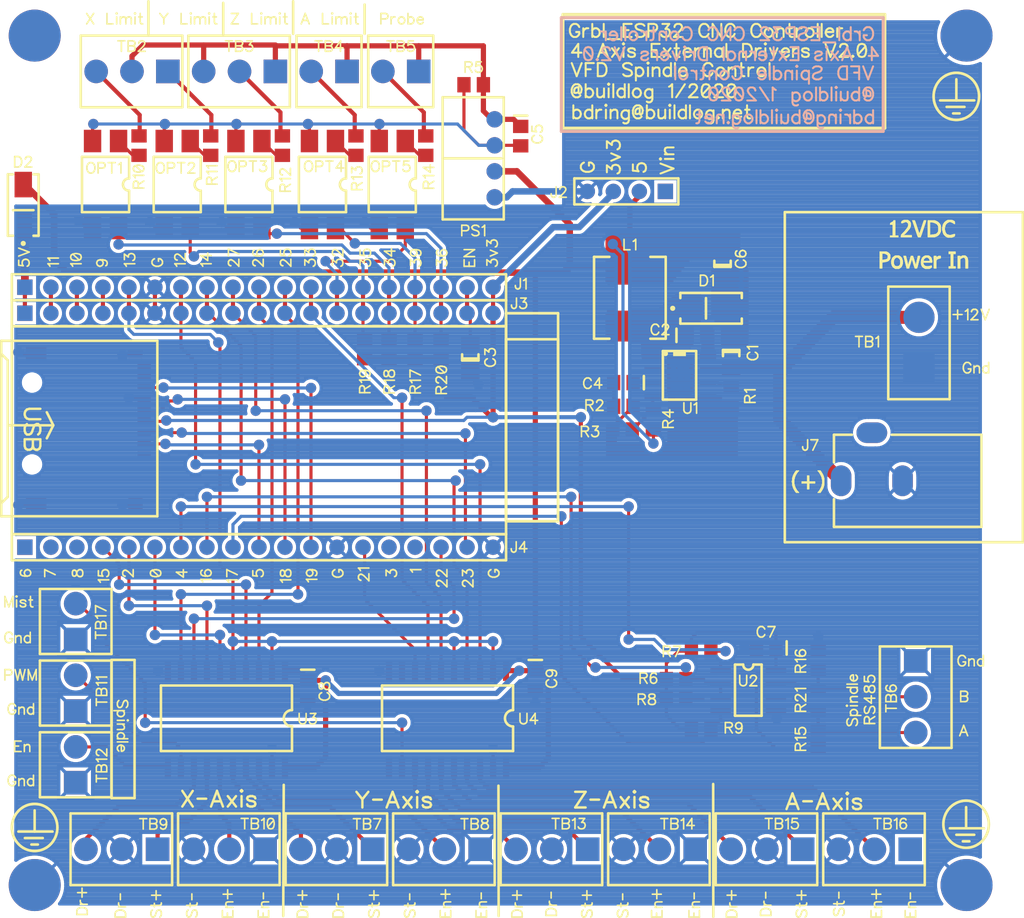
<source format=kicad_pcb>
(kicad_pcb (version 20240928) (generator "gerbview") (generator_version "9.0")
  (layers (0 F.Cu signal) (2 B.Cu signal) (1 F.Mask user) (3 B.Mask user) (5 F.SilkS user) (7 B.SilkS user) (13 F.Paste user) (15 B.Paste user) (25 Edge.Cuts user))
  (gr_line (start 64.92748 -98.25246) (end 96.35998 -98.25246) (layer B.SilkS) (stroke (width 0.3)))
  (gr_line (start 96.35998 -98.25246) (end 96.35998 -87.13998) (layer B.SilkS) (stroke (width 0.3)))
  (gr_line (start 96.35998 -87.13998) (end 64.92748 -87.13998) (layer B.SilkS) (stroke (width 0.3)))
  (gr_line (start 64.92748 -87.13998) (end 64.92748 -98.25246) (layer B.SilkS) (stroke (width 0.3)))
  (gr_line (start 94.46143 -97.02279) (end 94.52178 -97.14352) (layer B.SilkS) (stroke (width 0.19609)))
  (gr_line (start 94.52178 -97.14352) (end 94.64393 -97.26567) (layer B.SilkS) (stroke (width 0.19609)))
  (gr_line (start 94.64393 -97.26567) (end 94.76466 -97.32602) (layer B.SilkS) (stroke (width 0.19609)))
  (gr_line (start 94.76466 -97.32602) (end 95.00751 -97.32602) (layer B.SilkS) (stroke (width 0.19609)))
  (gr_line (start 95.00751 -97.32602) (end 95.12965 -97.26567) (layer B.SilkS) (stroke (width 0.19609)))
  (gr_line (start 95.12965 -97.26567) (end 95.25038 -97.14352) (layer B.SilkS) (stroke (width 0.19609)))
  (gr_line (start 95.25038 -97.14352) (end 95.31215 -97.02279) (layer B.SilkS) (stroke (width 0.19609)))
  (gr_line (start 95.31215 -97.02279) (end 95.3725 -96.84029) (layer B.SilkS) (stroke (width 0.19609)))
  (gr_line (start 95.3725 -96.84029) (end 95.3725 -96.53567) (layer B.SilkS) (stroke (width 0.19609)))
  (gr_line (start 95.3725 -96.53567) (end 95.31215 -96.35457) (layer B.SilkS) (stroke (width 0.19609)))
  (gr_line (start 95.31215 -96.35457) (end 95.25038 -96.23242) (layer B.SilkS) (stroke (width 0.19609)))
  (gr_line (start 95.25038 -96.23242) (end 95.12965 -96.1117) (layer B.SilkS) (stroke (width 0.19609)))
  (gr_line (start 95.12965 -96.1117) (end 95.00751 -96.04992) (layer B.SilkS) (stroke (width 0.19609)))
  (gr_line (start 95.00751 -96.04992) (end 94.76466 -96.04992) (layer B.SilkS) (stroke (width 0.19609)))
  (gr_line (start 94.76466 -96.04992) (end 94.64393 -96.1117) (layer B.SilkS) (stroke (width 0.19609)))
  (gr_line (start 94.64393 -96.1117) (end 94.52178 -96.23242) (layer B.SilkS) (stroke (width 0.19609)))
  (gr_line (start 94.52178 -96.23242) (end 94.46143 -96.35457) (layer B.SilkS) (stroke (width 0.19609)))
  (gr_line (start 94.46143 -96.35457) (end 94.46143 -96.53567) (layer B.SilkS) (stroke (width 0.19609)))
  (gr_line (start 94.46143 -96.53567) (end 94.76466 -96.53567) (layer B.SilkS) (stroke (width 0.19609)))
  (gr_line (start 94.06926 -96.90067) (end 94.06926 -96.04992) (layer B.SilkS) (stroke (width 0.19609)))
  (gr_line (start 94.06926 -96.53567) (end 94.00748 -96.71817) (layer B.SilkS) (stroke (width 0.19609)))
  (gr_line (start 94.00748 -96.71817) (end 93.88676 -96.84029) (layer B.SilkS) (stroke (width 0.19609)))
  (gr_line (start 93.88676 -96.84029) (end 93.76463 -96.90067) (layer B.SilkS) (stroke (width 0.19609)))
  (gr_line (start 93.76463 -96.90067) (end 93.58213 -96.90067) (layer B.SilkS) (stroke (width 0.19609)))
  (gr_line (start 93.18998 -97.32602) (end 93.18998 -96.04992) (layer B.SilkS) (stroke (width 0.19609)))
  (gr_line (start 93.18998 -96.71817) (end 93.06784 -96.84029) (layer B.SilkS) (stroke (width 0.19609)))
  (gr_line (start 93.06784 -96.84029) (end 92.94711 -96.90067) (layer B.SilkS) (stroke (width 0.19609)))
  (gr_line (start 92.94711 -96.90067) (end 92.76461 -96.90067) (layer B.SilkS) (stroke (width 0.19609)))
  (gr_line (start 92.76461 -96.90067) (end 92.64388 -96.84029) (layer B.SilkS) (stroke (width 0.19609)))
  (gr_line (start 92.64388 -96.84029) (end 92.52174 -96.71817) (layer B.SilkS) (stroke (width 0.19609)))
  (gr_line (start 92.52174 -96.71817) (end 92.46138 -96.53567) (layer B.SilkS) (stroke (width 0.19609)))
  (gr_line (start 92.46138 -96.53567) (end 92.46138 -96.41495) (layer B.SilkS) (stroke (width 0.19609)))
  (gr_line (start 92.46138 -96.41495) (end 92.52174 -96.23242) (layer B.SilkS) (stroke (width 0.19609)))
  (gr_line (start 92.52174 -96.23242) (end 92.64388 -96.1117) (layer B.SilkS) (stroke (width 0.19609)))
  (gr_line (start 92.64388 -96.1117) (end 92.76461 -96.04992) (layer B.SilkS) (stroke (width 0.19609)))
  (gr_line (start 92.76461 -96.04992) (end 92.94711 -96.04992) (layer B.SilkS) (stroke (width 0.19609)))
  (gr_line (start 92.94711 -96.04992) (end 93.06784 -96.1117) (layer B.SilkS) (stroke (width 0.19609)))
  (gr_line (start 93.06784 -96.1117) (end 93.18998 -96.23242) (layer B.SilkS) (stroke (width 0.19609)))
  (gr_line (start 92.06921 -97.32602) (end 92.06921 -96.04992) (layer B.SilkS) (stroke (width 0.19609)))
  (gr_line (start 91.67706 -95.83936) (end 90.52311 -95.83936) (layer B.SilkS) (stroke (width 0.19609)))
  (gr_line (start 89.34199 -97.32602) (end 90.13093 -97.32602) (layer B.SilkS) (stroke (width 0.19609)))
  (gr_line (start 90.13093 -97.32602) (end 90.13093 -96.04992) (layer B.SilkS) (stroke (width 0.19609)))
  (gr_line (start 90.13093 -96.04992) (end 89.34199 -96.04992) (layer B.SilkS) (stroke (width 0.19609)))
  (gr_line (start 90.13093 -96.71817) (end 89.64521 -96.71817) (layer B.SilkS) (stroke (width 0.19609)))
  (gr_line (start 88.09909 -97.14352) (end 88.21981 -97.26567) (layer B.SilkS) (stroke (width 0.19609)))
  (gr_line (start 88.21981 -97.26567) (end 88.40231 -97.32602) (layer B.SilkS) (stroke (width 0.19609)))
  (gr_line (start 88.40231 -97.32602) (end 88.64519 -97.32602) (layer B.SilkS) (stroke (width 0.19609)))
  (gr_line (start 88.64519 -97.32602) (end 88.82769 -97.26567) (layer B.SilkS) (stroke (width 0.19609)))
  (gr_line (start 88.82769 -97.26567) (end 88.94983 -97.14352) (layer B.SilkS) (stroke (width 0.19609)))
  (gr_line (start 88.94983 -97.14352) (end 88.94983 -97.02279) (layer B.SilkS) (stroke (width 0.19609)))
  (gr_line (start 88.94983 -97.02279) (end 88.88806 -96.90067) (layer B.SilkS) (stroke (width 0.19609)))
  (gr_line (start 88.88806 -96.90067) (end 88.82769 -96.84029) (layer B.SilkS) (stroke (width 0.19609)))
  (gr_line (start 88.82769 -96.84029) (end 88.70696 -96.77994) (layer B.SilkS) (stroke (width 0.19609)))
  (gr_line (start 88.70696 -96.77994) (end 88.34196 -96.6578) (layer B.SilkS) (stroke (width 0.19609)))
  (gr_line (start 88.34196 -96.6578) (end 88.21981 -96.59744) (layer B.SilkS) (stroke (width 0.19609)))
  (gr_line (start 88.21981 -96.59744) (end 88.15946 -96.53567) (layer B.SilkS) (stroke (width 0.19609)))
  (gr_line (start 88.15946 -96.53567) (end 88.09909 -96.41495) (layer B.SilkS) (stroke (width 0.19609)))
  (gr_line (start 88.09909 -96.41495) (end 88.09909 -96.23242) (layer B.SilkS) (stroke (width 0.19609)))
  (gr_line (start 88.09909 -96.23242) (end 88.21981 -96.1117) (layer B.SilkS) (stroke (width 0.19609)))
  (gr_line (start 88.21981 -96.1117) (end 88.40231 -96.04992) (layer B.SilkS) (stroke (width 0.19609)))
  (gr_line (start 88.40231 -96.04992) (end 88.64519 -96.04992) (layer B.SilkS) (stroke (width 0.19609)))
  (gr_line (start 88.64519 -96.04992) (end 88.82769 -96.1117) (layer B.SilkS) (stroke (width 0.19609)))
  (gr_line (start 88.82769 -96.1117) (end 88.94983 -96.23242) (layer B.SilkS) (stroke (width 0.19609)))
  (gr_line (start 87.70694 -96.6578) (end 87.15944 -96.6578) (layer B.SilkS) (stroke (width 0.19609)))
  (gr_line (start 87.15944 -96.6578) (end 86.97834 -96.71817) (layer B.SilkS) (stroke (width 0.19609)))
  (gr_line (start 86.97834 -96.71817) (end 86.91656 -96.77994) (layer B.SilkS) (stroke (width 0.19609)))
  (gr_line (start 86.91656 -96.77994) (end 86.85621 -96.90067) (layer B.SilkS) (stroke (width 0.19609)))
  (gr_line (start 86.85621 -96.90067) (end 86.85621 -97.08317) (layer B.SilkS) (stroke (width 0.19609)))
  (gr_line (start 86.85621 -97.08317) (end 86.91656 -97.2039) (layer B.SilkS) (stroke (width 0.19609)))
  (gr_line (start 86.91656 -97.2039) (end 86.97834 -97.26567) (layer B.SilkS) (stroke (width 0.19609)))
  (gr_line (start 86.97834 -97.26567) (end 87.15944 -97.32602) (layer B.SilkS) (stroke (width 0.19609)))
  (gr_line (start 87.15944 -97.32602) (end 87.70694 -97.32602) (layer B.SilkS) (stroke (width 0.19609)))
  (gr_line (start 87.70694 -97.32602) (end 87.70694 -96.04992) (layer B.SilkS) (stroke (width 0.19609)))
  (gr_line (start 86.34192 -97.32462) (end 85.67509 -97.32462) (layer B.SilkS) (stroke (width 0.19609)))
  (gr_line (start 85.67509 -97.32462) (end 86.03869 -96.8389) (layer B.SilkS) (stroke (width 0.19609)))
  (gr_line (start 86.03869 -96.8389) (end 85.85619 -96.8389) (layer B.SilkS) (stroke (width 0.19609)))
  (gr_line (start 85.85619 -96.8389) (end 85.73546 -96.77852) (layer B.SilkS) (stroke (width 0.19609)))
  (gr_line (start 85.73546 -96.77852) (end 85.67509 -96.71817) (layer B.SilkS) (stroke (width 0.19609)))
  (gr_line (start 85.67509 -96.71817) (end 85.61332 -96.53567) (layer B.SilkS) (stroke (width 0.19609)))
  (gr_line (start 85.61332 -96.53567) (end 85.61332 -96.41495) (layer B.SilkS) (stroke (width 0.19609)))
  (gr_line (start 85.61332 -96.41495) (end 85.67509 -96.23242) (layer B.SilkS) (stroke (width 0.19609)))
  (gr_line (start 85.67509 -96.23242) (end 85.79582 -96.1103) (layer B.SilkS) (stroke (width 0.19609)))
  (gr_line (start 85.79582 -96.1103) (end 85.97831 -96.04992) (layer B.SilkS) (stroke (width 0.19609)))
  (gr_line (start 85.97831 -96.04992) (end 86.16081 -96.04992) (layer B.SilkS) (stroke (width 0.19609)))
  (gr_line (start 86.16081 -96.04992) (end 86.34192 -96.1103) (layer B.SilkS) (stroke (width 0.19609)))
  (gr_line (start 86.34192 -96.1103) (end 86.40229 -96.17207) (layer B.SilkS) (stroke (width 0.19609)))
  (gr_line (start 86.40229 -96.17207) (end 86.46404 -96.2928) (layer B.SilkS) (stroke (width 0.19609)))
  (gr_line (start 85.15939 -97.0214) (end 85.15939 -97.08177) (layer B.SilkS) (stroke (width 0.19609)))
  (gr_line (start 85.15939 -97.08177) (end 85.09902 -97.2039) (layer B.SilkS) (stroke (width 0.19609)))
  (gr_line (start 85.09902 -97.2039) (end 85.03867 -97.26427) (layer B.SilkS) (stroke (width 0.19609)))
  (gr_line (start 85.03867 -97.26427) (end 84.91652 -97.32462) (layer B.SilkS) (stroke (width 0.19609)))
  (gr_line (start 84.91652 -97.32462) (end 84.67367 -97.32462) (layer B.SilkS) (stroke (width 0.19609)))
  (gr_line (start 84.67367 -97.32462) (end 84.55294 -97.26427) (layer B.SilkS) (stroke (width 0.19609)))
  (gr_line (start 84.55294 -97.26427) (end 84.49257 -97.2039) (layer B.SilkS) (stroke (width 0.19609)))
  (gr_line (start 84.49257 -97.2039) (end 84.43079 -97.08177) (layer B.SilkS) (stroke (width 0.19609)))
  (gr_line (start 84.43079 -97.08177) (end 84.43079 -96.96102) (layer B.SilkS) (stroke (width 0.19609)))
  (gr_line (start 84.43079 -96.96102) (end 84.49257 -96.8389) (layer B.SilkS) (stroke (width 0.19609)))
  (gr_line (start 84.49257 -96.8389) (end 84.61329 -96.6578) (layer B.SilkS) (stroke (width 0.19609)))
  (gr_line (start 84.61329 -96.6578) (end 85.22117 -96.04992) (layer B.SilkS) (stroke (width 0.19609)))
  (gr_line (start 85.22117 -96.04992) (end 84.37044 -96.04992) (layer B.SilkS) (stroke (width 0.19609)))
  (gr_line (start 81.8327 -97.02279) (end 81.89308 -97.14352) (layer B.SilkS) (stroke (width 0.19609)))
  (gr_line (start 81.89308 -97.14352) (end 82.0152 -97.26567) (layer B.SilkS) (stroke (width 0.19609)))
  (gr_line (start 82.0152 -97.26567) (end 82.13595 -97.32602) (layer B.SilkS) (stroke (width 0.19609)))
  (gr_line (start 82.13595 -97.32602) (end 82.3788 -97.32602) (layer B.SilkS) (stroke (width 0.19609)))
  (gr_line (start 82.3788 -97.32602) (end 82.50095 -97.26567) (layer B.SilkS) (stroke (width 0.19609)))
  (gr_line (start 82.50095 -97.26567) (end 82.62168 -97.14352) (layer B.SilkS) (stroke (width 0.19609)))
  (gr_line (start 82.62168 -97.14352) (end 82.68345 -97.02279) (layer B.SilkS) (stroke (width 0.19609)))
  (gr_line (start 82.68345 -97.02279) (end 82.7438 -96.84029) (layer B.SilkS) (stroke (width 0.19609)))
  (gr_line (start 82.7438 -96.84029) (end 82.7438 -96.53567) (layer B.SilkS) (stroke (width 0.19609)))
  (gr_line (start 82.7438 -96.53567) (end 82.68345 -96.35457) (layer B.SilkS) (stroke (width 0.19609)))
  (gr_line (start 82.68345 -96.35457) (end 82.62168 -96.23242) (layer B.SilkS) (stroke (width 0.19609)))
  (gr_line (start 82.62168 -96.23242) (end 82.50095 -96.1117) (layer B.SilkS) (stroke (width 0.19609)))
  (gr_line (start 82.50095 -96.1117) (end 82.3788 -96.04992) (layer B.SilkS) (stroke (width 0.19609)))
  (gr_line (start 82.3788 -96.04992) (end 82.13595 -96.04992) (layer B.SilkS) (stroke (width 0.19609)))
  (gr_line (start 82.13595 -96.04992) (end 82.0152 -96.1117) (layer B.SilkS) (stroke (width 0.19609)))
  (gr_line (start 82.0152 -96.1117) (end 81.89308 -96.23242) (layer B.SilkS) (stroke (width 0.19609)))
  (gr_line (start 81.89308 -96.23242) (end 81.8327 -96.35457) (layer B.SilkS) (stroke (width 0.19609)))
  (gr_line (start 80.58983 -97.32602) (end 80.58983 -96.04992) (layer B.SilkS) (stroke (width 0.19609)))
  (gr_line (start 80.58983 -96.04992) (end 81.44055 -97.32602) (layer B.SilkS) (stroke (width 0.19609)))
  (gr_line (start 81.44055 -97.32602) (end 81.44055 -96.04992) (layer B.SilkS) (stroke (width 0.19609)))
  (gr_line (start 79.28658 -97.02279) (end 79.34693 -97.14352) (layer B.SilkS) (stroke (width 0.19609)))
  (gr_line (start 79.34693 -97.14352) (end 79.46908 -97.26567) (layer B.SilkS) (stroke (width 0.19609)))
  (gr_line (start 79.46908 -97.26567) (end 79.58981 -97.32602) (layer B.SilkS) (stroke (width 0.19609)))
  (gr_line (start 79.58981 -97.32602) (end 79.83266 -97.32602) (layer B.SilkS) (stroke (width 0.19609)))
  (gr_line (start 79.83266 -97.32602) (end 79.95481 -97.26567) (layer B.SilkS) (stroke (width 0.19609)))
  (gr_line (start 79.95481 -97.26567) (end 80.07553 -97.14352) (layer B.SilkS) (stroke (width 0.19609)))
  (gr_line (start 80.07553 -97.14352) (end 80.1373 -97.02279) (layer B.SilkS) (stroke (width 0.19609)))
  (gr_line (start 80.1373 -97.02279) (end 80.19768 -96.84029) (layer B.SilkS) (stroke (width 0.19609)))
  (gr_line (start 80.19768 -96.84029) (end 80.19768 -96.53567) (layer B.SilkS) (stroke (width 0.19609)))
  (gr_line (start 80.19768 -96.53567) (end 80.1373 -96.35457) (layer B.SilkS) (stroke (width 0.19609)))
  (gr_line (start 80.1373 -96.35457) (end 80.07553 -96.23242) (layer B.SilkS) (stroke (width 0.19609)))
  (gr_line (start 80.07553 -96.23242) (end 79.95481 -96.1117) (layer B.SilkS) (stroke (width 0.19609)))
  (gr_line (start 79.95481 -96.1117) (end 79.83266 -96.04992) (layer B.SilkS) (stroke (width 0.19609)))
  (gr_line (start 79.83266 -96.04992) (end 79.58981 -96.04992) (layer B.SilkS) (stroke (width 0.19609)))
  (gr_line (start 79.58981 -96.04992) (end 79.46908 -96.1117) (layer B.SilkS) (stroke (width 0.19609)))
  (gr_line (start 79.46908 -96.1117) (end 79.34693 -96.23242) (layer B.SilkS) (stroke (width 0.19609)))
  (gr_line (start 79.34693 -96.23242) (end 79.28658 -96.35457) (layer B.SilkS) (stroke (width 0.19609)))
  (gr_line (start 76.74884 -97.02279) (end 76.80922 -97.14352) (layer B.SilkS) (stroke (width 0.19609)))
  (gr_line (start 76.80922 -97.14352) (end 76.93137 -97.26567) (layer B.SilkS) (stroke (width 0.19609)))
  (gr_line (start 76.93137 -97.26567) (end 77.05209 -97.32602) (layer B.SilkS) (stroke (width 0.19609)))
  (gr_line (start 77.05209 -97.32602) (end 77.29494 -97.32602) (layer B.SilkS) (stroke (width 0.19609)))
  (gr_line (start 77.29494 -97.32602) (end 77.41709 -97.26567) (layer B.SilkS) (stroke (width 0.19609)))
  (gr_line (start 77.41709 -97.26567) (end 77.53782 -97.14352) (layer B.SilkS) (stroke (width 0.19609)))
  (gr_line (start 77.53782 -97.14352) (end 77.59959 -97.02279) (layer B.SilkS) (stroke (width 0.19609)))
  (gr_line (start 77.59959 -97.02279) (end 77.65994 -96.84029) (layer B.SilkS) (stroke (width 0.19609)))
  (gr_line (start 77.65994 -96.84029) (end 77.65994 -96.53567) (layer B.SilkS) (stroke (width 0.19609)))
  (gr_line (start 77.65994 -96.53567) (end 77.59959 -96.35457) (layer B.SilkS) (stroke (width 0.19609)))
  (gr_line (start 77.59959 -96.35457) (end 77.53782 -96.23242) (layer B.SilkS) (stroke (width 0.19609)))
  (gr_line (start 77.53782 -96.23242) (end 77.41709 -96.1117) (layer B.SilkS) (stroke (width 0.19609)))
  (gr_line (start 77.41709 -96.1117) (end 77.29494 -96.04992) (layer B.SilkS) (stroke (width 0.19609)))
  (gr_line (start 77.29494 -96.04992) (end 77.05209 -96.04992) (layer B.SilkS) (stroke (width 0.19609)))
  (gr_line (start 77.05209 -96.04992) (end 76.93137 -96.1117) (layer B.SilkS) (stroke (width 0.19609)))
  (gr_line (start 76.93137 -96.1117) (end 76.80922 -96.23242) (layer B.SilkS) (stroke (width 0.19609)))
  (gr_line (start 76.80922 -96.23242) (end 76.74884 -96.35457) (layer B.SilkS) (stroke (width 0.19609)))
  (gr_line (start 76.05347 -96.90067) (end 76.17419 -96.84029) (layer B.SilkS) (stroke (width 0.19609)))
  (gr_line (start 76.17419 -96.84029) (end 76.29634 -96.71817) (layer B.SilkS) (stroke (width 0.19609)))
  (gr_line (start 76.29634 -96.71817) (end 76.35669 -96.53567) (layer B.SilkS) (stroke (width 0.19609)))
  (gr_line (start 76.35669 -96.53567) (end 76.35669 -96.41495) (layer B.SilkS) (stroke (width 0.19609)))
  (gr_line (start 76.35669 -96.41495) (end 76.29634 -96.23242) (layer B.SilkS) (stroke (width 0.19609)))
  (gr_line (start 76.29634 -96.23242) (end 76.17419 -96.1117) (layer B.SilkS) (stroke (width 0.19609)))
  (gr_line (start 76.17419 -96.1117) (end 76.05347 -96.04992) (layer B.SilkS) (stroke (width 0.19609)))
  (gr_line (start 76.05347 -96.04992) (end 75.87097 -96.04992) (layer B.SilkS) (stroke (width 0.19609)))
  (gr_line (start 75.87097 -96.04992) (end 75.74885 -96.1117) (layer B.SilkS) (stroke (width 0.19609)))
  (gr_line (start 75.74885 -96.1117) (end 75.62809 -96.23242) (layer B.SilkS) (stroke (width 0.19609)))
  (gr_line (start 75.62809 -96.23242) (end 75.56632 -96.41495) (layer B.SilkS) (stroke (width 0.19609)))
  (gr_line (start 75.56632 -96.41495) (end 75.56632 -96.53567) (layer B.SilkS) (stroke (width 0.19609)))
  (gr_line (start 75.56632 -96.53567) (end 75.62809 -96.71817) (layer B.SilkS) (stroke (width 0.19609)))
  (gr_line (start 75.62809 -96.71817) (end 75.74885 -96.84029) (layer B.SilkS) (stroke (width 0.19609)))
  (gr_line (start 75.74885 -96.84029) (end 75.87097 -96.90067) (layer B.SilkS) (stroke (width 0.19609)))
  (gr_line (start 75.87097 -96.90067) (end 76.05347 -96.90067) (layer B.SilkS) (stroke (width 0.19609)))
  (gr_line (start 75.17417 -96.90067) (end 75.17417 -96.04992) (layer B.SilkS) (stroke (width 0.19609)))
  (gr_line (start 75.17417 -96.6578) (end 74.99167 -96.84029) (layer B.SilkS) (stroke (width 0.19609)))
  (gr_line (start 74.99167 -96.84029) (end 74.86955 -96.90067) (layer B.SilkS) (stroke (width 0.19609)))
  (gr_line (start 74.86955 -96.90067) (end 74.68845 -96.90067) (layer B.SilkS) (stroke (width 0.19609)))
  (gr_line (start 74.68845 -96.90067) (end 74.56632 -96.84029) (layer B.SilkS) (stroke (width 0.19609)))
  (gr_line (start 74.56632 -96.84029) (end 74.50595 -96.6578) (layer B.SilkS) (stroke (width 0.19609)))
  (gr_line (start 74.50595 -96.6578) (end 74.50595 -96.04992) (layer B.SilkS) (stroke (width 0.19609)))
  (gr_line (start 73.9313 -97.32602) (end 73.9313 -96.2928) (layer B.SilkS) (stroke (width 0.19609)))
  (gr_line (start 73.9313 -96.2928) (end 73.87092 -96.1117) (layer B.SilkS) (stroke (width 0.19609)))
  (gr_line (start 73.87092 -96.1117) (end 73.7488 -96.04992) (layer B.SilkS) (stroke (width 0.19609)))
  (gr_line (start 73.7488 -96.04992) (end 73.62805 -96.04992) (layer B.SilkS) (stroke (width 0.19609)))
  (gr_line (start 74.1138 -96.90067) (end 73.68842 -96.90067) (layer B.SilkS) (stroke (width 0.19609)))
  (gr_line (start 73.2359 -96.90067) (end 73.2359 -96.04992) (layer B.SilkS) (stroke (width 0.19609)))
  (gr_line (start 73.2359 -96.53567) (end 73.17412 -96.71817) (layer B.SilkS) (stroke (width 0.19609)))
  (gr_line (start 73.17412 -96.71817) (end 73.0534 -96.84029) (layer B.SilkS) (stroke (width 0.19609)))
  (gr_line (start 73.0534 -96.84029) (end 72.93127 -96.90067) (layer B.SilkS) (stroke (width 0.19609)))
  (gr_line (start 72.93127 -96.90067) (end 72.74878 -96.90067) (layer B.SilkS) (stroke (width 0.19609)))
  (gr_line (start 72.05337 -96.90067) (end 72.1741 -96.84029) (layer B.SilkS) (stroke (width 0.19609)))
  (gr_line (start 72.1741 -96.84029) (end 72.29625 -96.71817) (layer B.SilkS) (stroke (width 0.19609)))
  (gr_line (start 72.29625 -96.71817) (end 72.3566 -96.53567) (layer B.SilkS) (stroke (width 0.19609)))
  (gr_line (start 72.3566 -96.53567) (end 72.3566 -96.41495) (layer B.SilkS) (stroke (width 0.19609)))
  (gr_line (start 72.3566 -96.41495) (end 72.29625 -96.23242) (layer B.SilkS) (stroke (width 0.19609)))
  (gr_line (start 72.29625 -96.23242) (end 72.1741 -96.1117) (layer B.SilkS) (stroke (width 0.19609)))
  (gr_line (start 72.1741 -96.1117) (end 72.05337 -96.04992) (layer B.SilkS) (stroke (width 0.19609)))
  (gr_line (start 72.05337 -96.04992) (end 71.87087 -96.04992) (layer B.SilkS) (stroke (width 0.19609)))
  (gr_line (start 71.87087 -96.04992) (end 71.74875 -96.1117) (layer B.SilkS) (stroke (width 0.19609)))
  (gr_line (start 71.74875 -96.1117) (end 71.62803 -96.23242) (layer B.SilkS) (stroke (width 0.19609)))
  (gr_line (start 71.62803 -96.23242) (end 71.56625 -96.41495) (layer B.SilkS) (stroke (width 0.19609)))
  (gr_line (start 71.56625 -96.41495) (end 71.56625 -96.53567) (layer B.SilkS) (stroke (width 0.19609)))
  (gr_line (start 71.56625 -96.53567) (end 71.62803 -96.71817) (layer B.SilkS) (stroke (width 0.19609)))
  (gr_line (start 71.62803 -96.71817) (end 71.74875 -96.84029) (layer B.SilkS) (stroke (width 0.19609)))
  (gr_line (start 71.74875 -96.84029) (end 71.87087 -96.90067) (layer B.SilkS) (stroke (width 0.19609)))
  (gr_line (start 71.87087 -96.90067) (end 72.05337 -96.90067) (layer B.SilkS) (stroke (width 0.19609)))
  (gr_line (start 71.17408 -97.32602) (end 71.17408 -96.04992) (layer B.SilkS) (stroke (width 0.19609)))
  (gr_line (start 70.78193 -97.32602) (end 70.78193 -96.04992) (layer B.SilkS) (stroke (width 0.19609)))
  (gr_line (start 70.38978 -96.53567) (end 69.66118 -96.53567) (layer B.SilkS) (stroke (width 0.19609)))
  (gr_line (start 69.66118 -96.53567) (end 69.66118 -96.6578) (layer B.SilkS) (stroke (width 0.19609)))
  (gr_line (start 69.66118 -96.6578) (end 69.72155 -96.77994) (layer B.SilkS) (stroke (width 0.19609)))
  (gr_line (start 69.72155 -96.77994) (end 69.7819 -96.84029) (layer B.SilkS) (stroke (width 0.19609)))
  (gr_line (start 69.7819 -96.84029) (end 69.90405 -96.90067) (layer B.SilkS) (stroke (width 0.19609)))
  (gr_line (start 69.90405 -96.90067) (end 70.08655 -96.90067) (layer B.SilkS) (stroke (width 0.19609)))
  (gr_line (start 70.08655 -96.90067) (end 70.20728 -96.84029) (layer B.SilkS) (stroke (width 0.19609)))
  (gr_line (start 70.20728 -96.84029) (end 70.3294 -96.71817) (layer B.SilkS) (stroke (width 0.19609)))
  (gr_line (start 70.3294 -96.71817) (end 70.38978 -96.53567) (layer B.SilkS) (stroke (width 0.19609)))
  (gr_line (start 70.38978 -96.53567) (end 70.38978 -96.41495) (layer B.SilkS) (stroke (width 0.19609)))
  (gr_line (start 70.38978 -96.41495) (end 70.3294 -96.23242) (layer B.SilkS) (stroke (width 0.19609)))
  (gr_line (start 70.3294 -96.23242) (end 70.20728 -96.1117) (layer B.SilkS) (stroke (width 0.19609)))
  (gr_line (start 70.20728 -96.1117) (end 70.08655 -96.04992) (layer B.SilkS) (stroke (width 0.19609)))
  (gr_line (start 70.08655 -96.04992) (end 69.90405 -96.04992) (layer B.SilkS) (stroke (width 0.19609)))
  (gr_line (start 69.90405 -96.04992) (end 69.7819 -96.1117) (layer B.SilkS) (stroke (width 0.19609)))
  (gr_line (start 69.7819 -96.1117) (end 69.66118 -96.23242) (layer B.SilkS) (stroke (width 0.19609)))
  (gr_line (start 69.26903 -96.90067) (end 69.26903 -96.04992) (layer B.SilkS) (stroke (width 0.19609)))
  (gr_line (start 69.26903 -96.53567) (end 69.20725 -96.71817) (layer B.SilkS) (stroke (width 0.19609)))
  (gr_line (start 69.20725 -96.71817) (end 69.08653 -96.84029) (layer B.SilkS) (stroke (width 0.19609)))
  (gr_line (start 69.08653 -96.84029) (end 68.96438 -96.90067) (layer B.SilkS) (stroke (width 0.19609)))
  (gr_line (start 68.96438 -96.90067) (end 68.78188 -96.90067) (layer B.SilkS) (stroke (width 0.19609)))
  (gr_line (start 95.24898 -94.09773) (end 95.24898 -95.37243) (layer B.SilkS) (stroke (width 0.19609)))
  (gr_line (start 95.24898 -95.37243) (end 95.85683 -94.5231) (layer B.SilkS) (stroke (width 0.19609)))
  (gr_line (start 95.85683 -94.5231) (end 94.94573 -94.5231) (layer B.SilkS) (stroke (width 0.19609)))
  (gr_line (start 92.34625 -94.09773) (end 92.83339 -95.37383) (layer B.SilkS) (stroke (width 0.19609)))
  (gr_line (start 92.83339 -95.37383) (end 93.31912 -94.09773) (layer B.SilkS) (stroke (width 0.19609)))
  (gr_line (start 93.13662 -94.5231) (end 92.52875 -94.5231) (layer B.SilkS) (stroke (width 0.19609)))
  (gr_line (start 91.9541 -94.94845) (end 91.28587 -94.09773) (layer B.SilkS) (stroke (width 0.19609)))
  (gr_line (start 91.28587 -94.94845) (end 91.9541 -94.09773) (layer B.SilkS) (stroke (width 0.19609)))
  (gr_line (start 90.89372 -95.37383) (end 90.83335 -95.31347) (layer B.SilkS) (stroke (width 0.19609)))
  (gr_line (start 90.83335 -95.31347) (end 90.77157 -95.37383) (layer B.SilkS) (stroke (width 0.19609)))
  (gr_line (start 90.77157 -95.37383) (end 90.83335 -95.4356) (layer B.SilkS) (stroke (width 0.19609)))
  (gr_line (start 90.83335 -95.4356) (end 90.89372 -95.37383) (layer B.SilkS) (stroke (width 0.19609)))
  (gr_line (start 90.83335 -94.94845) (end 90.83335 -94.09773) (layer B.SilkS) (stroke (width 0.19609)))
  (gr_line (start 89.7112 -94.76595) (end 89.77155 -94.8881) (layer B.SilkS) (stroke (width 0.19609)))
  (gr_line (start 89.77155 -94.8881) (end 89.95405 -94.94845) (layer B.SilkS) (stroke (width 0.19609)))
  (gr_line (start 89.95405 -94.94845) (end 90.13655 -94.94845) (layer B.SilkS) (stroke (width 0.19609)))
  (gr_line (start 90.13655 -94.94845) (end 90.31905 -94.8881) (layer B.SilkS) (stroke (width 0.19609)))
  (gr_line (start 90.31905 -94.8881) (end 90.37942 -94.76595) (layer B.SilkS) (stroke (width 0.19609)))
  (gr_line (start 90.37942 -94.76595) (end 90.31905 -94.64523) (layer B.SilkS) (stroke (width 0.19609)))
  (gr_line (start 90.31905 -94.64523) (end 90.19692 -94.58345) (layer B.SilkS) (stroke (width 0.19609)))
  (gr_line (start 90.19692 -94.58345) (end 89.8937 -94.5231) (layer B.SilkS) (stroke (width 0.19609)))
  (gr_line (start 89.8937 -94.5231) (end 89.77155 -94.46273) (layer B.SilkS) (stroke (width 0.19609)))
  (gr_line (start 89.77155 -94.46273) (end 89.7112 -94.3406) (layer B.SilkS) (stroke (width 0.19609)))
  (gr_line (start 89.7112 -94.3406) (end 89.7112 -94.28023) (layer B.SilkS) (stroke (width 0.19609)))
  (gr_line (start 89.7112 -94.28023) (end 89.77155 -94.1595) (layer B.SilkS) (stroke (width 0.19609)))
  (gr_line (start 89.77155 -94.1595) (end 89.95405 -94.09773) (layer B.SilkS) (stroke (width 0.19609)))
  (gr_line (start 89.95405 -94.09773) (end 90.13655 -94.09773) (layer B.SilkS) (stroke (width 0.19609)))
  (gr_line (start 90.13655 -94.09773) (end 90.31905 -94.1595) (layer B.SilkS) (stroke (width 0.19609)))
  (gr_line (start 90.31905 -94.1595) (end 90.37942 -94.28023) (layer B.SilkS) (stroke (width 0.19609)))
  (gr_line (start 87.29561 -95.37383) (end 88.08456 -95.37383) (layer B.SilkS) (stroke (width 0.19609)))
  (gr_line (start 88.08456 -95.37383) (end 88.08456 -94.09773) (layer B.SilkS) (stroke (width 0.19609)))
  (gr_line (start 88.08456 -94.09773) (end 87.29561 -94.09773) (layer B.SilkS) (stroke (width 0.19609)))
  (gr_line (start 88.08456 -94.76595) (end 87.59883 -94.76595) (layer B.SilkS) (stroke (width 0.19609)))
  (gr_line (start 86.90346 -94.94845) (end 86.23521 -94.09773) (layer B.SilkS) (stroke (width 0.19609)))
  (gr_line (start 86.23521 -94.94845) (end 86.90346 -94.09773) (layer B.SilkS) (stroke (width 0.19609)))
  (gr_line (start 85.66056 -95.37383) (end 85.66056 -94.3406) (layer B.SilkS) (stroke (width 0.19609)))
  (gr_line (start 85.66056 -94.3406) (end 85.60018 -94.1595) (layer B.SilkS) (stroke (width 0.19609)))
  (gr_line (start 85.60018 -94.1595) (end 85.47806 -94.09773) (layer B.SilkS) (stroke (width 0.19609)))
  (gr_line (start 85.47806 -94.09773) (end 85.35734 -94.09773) (layer B.SilkS) (stroke (width 0.19609)))
  (gr_line (start 85.84306 -94.94845) (end 85.41769 -94.94845) (layer B.SilkS) (stroke (width 0.19609)))
  (gr_line (start 84.96518 -94.58345) (end 84.23659 -94.58345) (layer B.SilkS) (stroke (width 0.19609)))
  (gr_line (start 84.23659 -94.58345) (end 84.23659 -94.7056) (layer B.SilkS) (stroke (width 0.19609)))
  (gr_line (start 84.23659 -94.7056) (end 84.29694 -94.82773) (layer B.SilkS) (stroke (width 0.19609)))
  (gr_line (start 84.29694 -94.82773) (end 84.35731 -94.8881) (layer B.SilkS) (stroke (width 0.19609)))
  (gr_line (start 84.35731 -94.8881) (end 84.47943 -94.94845) (layer B.SilkS) (stroke (width 0.19609)))
  (gr_line (start 84.47943 -94.94845) (end 84.66193 -94.94845) (layer B.SilkS) (stroke (width 0.19609)))
  (gr_line (start 84.66193 -94.94845) (end 84.78269 -94.8881) (layer B.SilkS) (stroke (width 0.19609)))
  (gr_line (start 84.78269 -94.8881) (end 84.90481 -94.76595) (layer B.SilkS) (stroke (width 0.19609)))
  (gr_line (start 84.90481 -94.76595) (end 84.96518 -94.58345) (layer B.SilkS) (stroke (width 0.19609)))
  (gr_line (start 84.96518 -94.58345) (end 84.96518 -94.46273) (layer B.SilkS) (stroke (width 0.19609)))
  (gr_line (start 84.96518 -94.46273) (end 84.90481 -94.28023) (layer B.SilkS) (stroke (width 0.19609)))
  (gr_line (start 84.90481 -94.28023) (end 84.78269 -94.1595) (layer B.SilkS) (stroke (width 0.19609)))
  (gr_line (start 84.78269 -94.1595) (end 84.66193 -94.09773) (layer B.SilkS) (stroke (width 0.19609)))
  (gr_line (start 84.66193 -94.09773) (end 84.47943 -94.09773) (layer B.SilkS) (stroke (width 0.19609)))
  (gr_line (start 84.47943 -94.09773) (end 84.35731 -94.1595) (layer B.SilkS) (stroke (width 0.19609)))
  (gr_line (start 84.35731 -94.1595) (end 84.23659 -94.28023) (layer B.SilkS) (stroke (width 0.19609)))
  (gr_line (start 83.84441 -94.94845) (end 83.84441 -94.09773) (layer B.SilkS) (stroke (width 0.19609)))
  (gr_line (start 83.84441 -94.58345) (end 83.78266 -94.76595) (layer B.SilkS) (stroke (width 0.19609)))
  (gr_line (start 83.78266 -94.76595) (end 83.66191 -94.8881) (layer B.SilkS) (stroke (width 0.19609)))
  (gr_line (start 83.66191 -94.8881) (end 83.53979 -94.94845) (layer B.SilkS) (stroke (width 0.19609)))
  (gr_line (start 83.53979 -94.94845) (end 83.35729 -94.94845) (layer B.SilkS) (stroke (width 0.19609)))
  (gr_line (start 82.96514 -94.94845) (end 82.96514 -94.09773) (layer B.SilkS) (stroke (width 0.19609)))
  (gr_line (start 82.96514 -94.7056) (end 82.78264 -94.8881) (layer B.SilkS) (stroke (width 0.19609)))
  (gr_line (start 82.78264 -94.8881) (end 82.66049 -94.94845) (layer B.SilkS) (stroke (width 0.19609)))
  (gr_line (start 82.66049 -94.94845) (end 82.47939 -94.94845) (layer B.SilkS) (stroke (width 0.19609)))
  (gr_line (start 82.47939 -94.94845) (end 82.35726 -94.8881) (layer B.SilkS) (stroke (width 0.19609)))
  (gr_line (start 82.35726 -94.8881) (end 82.29689 -94.7056) (layer B.SilkS) (stroke (width 0.19609)))
  (gr_line (start 82.29689 -94.7056) (end 82.29689 -94.09773) (layer B.SilkS) (stroke (width 0.19609)))
  (gr_line (start 81.17614 -94.94845) (end 81.17614 -94.09773) (layer B.SilkS) (stroke (width 0.19609)))
  (gr_line (start 81.17614 -94.76595) (end 81.29687 -94.8881) (layer B.SilkS) (stroke (width 0.19609)))
  (gr_line (start 81.29687 -94.8881) (end 81.41901 -94.94845) (layer B.SilkS) (stroke (width 0.19609)))
  (gr_line (start 81.41901 -94.94845) (end 81.60012 -94.94845) (layer B.SilkS) (stroke (width 0.19609)))
  (gr_line (start 81.60012 -94.94845) (end 81.72224 -94.8881) (layer B.SilkS) (stroke (width 0.19609)))
  (gr_line (start 81.72224 -94.8881) (end 81.84297 -94.76595) (layer B.SilkS) (stroke (width 0.19609)))
  (gr_line (start 81.84297 -94.76595) (end 81.90474 -94.58345) (layer B.SilkS) (stroke (width 0.19609)))
  (gr_line (start 81.90474 -94.58345) (end 81.90474 -94.46273) (layer B.SilkS) (stroke (width 0.19609)))
  (gr_line (start 81.90474 -94.46273) (end 81.84297 -94.28023) (layer B.SilkS) (stroke (width 0.19609)))
  (gr_line (start 81.84297 -94.28023) (end 81.72224 -94.1595) (layer B.SilkS) (stroke (width 0.19609)))
  (gr_line (start 81.72224 -94.1595) (end 81.60012 -94.09773) (layer B.SilkS) (stroke (width 0.19609)))
  (gr_line (start 81.60012 -94.09773) (end 81.41901 -94.09773) (layer B.SilkS) (stroke (width 0.19609)))
  (gr_line (start 81.41901 -94.09773) (end 81.29687 -94.1595) (layer B.SilkS) (stroke (width 0.19609)))
  (gr_line (start 81.29687 -94.1595) (end 81.17614 -94.28023) (layer B.SilkS) (stroke (width 0.19609)))
  (gr_line (start 80.78399 -95.37383) (end 80.78399 -94.09773) (layer B.SilkS) (stroke (width 0.19609)))
  (gr_line (start 79.15737 -95.37383) (end 79.15737 -94.09773) (layer B.SilkS) (stroke (width 0.19609)))
  (gr_line (start 79.15737 -94.09773) (end 78.732 -94.09773) (layer B.SilkS) (stroke (width 0.19609)))
  (gr_line (start 78.732 -94.09773) (end 78.5495 -94.1595) (layer B.SilkS) (stroke (width 0.19609)))
  (gr_line (start 78.5495 -94.1595) (end 78.42738 -94.28023) (layer B.SilkS) (stroke (width 0.19609)))
  (gr_line (start 78.42738 -94.28023) (end 78.367 -94.40238) (layer B.SilkS) (stroke (width 0.19609)))
  (gr_line (start 78.367 -94.40238) (end 78.30663 -94.58345) (layer B.SilkS) (stroke (width 0.19609)))
  (gr_line (start 78.30663 -94.58345) (end 78.30663 -94.8881) (layer B.SilkS) (stroke (width 0.19609)))
  (gr_line (start 78.30663 -94.8881) (end 78.367 -95.0706) (layer B.SilkS) (stroke (width 0.19609)))
  (gr_line (start 78.367 -95.0706) (end 78.42738 -95.19133) (layer B.SilkS) (stroke (width 0.19609)))
  (gr_line (start 78.42738 -95.19133) (end 78.5495 -95.31347) (layer B.SilkS) (stroke (width 0.19609)))
  (gr_line (start 78.5495 -95.31347) (end 78.732 -95.37383) (layer B.SilkS) (stroke (width 0.19609)))
  (gr_line (start 78.732 -95.37383) (end 79.15737 -95.37383) (layer B.SilkS) (stroke (width 0.19609)))
  (gr_line (start 77.91447 -94.94845) (end 77.91447 -94.09773) (layer B.SilkS) (stroke (width 0.19609)))
  (gr_line (start 77.91447 -94.58345) (end 77.8527 -94.76595) (layer B.SilkS) (stroke (width 0.19609)))
  (gr_line (start 77.8527 -94.76595) (end 77.73198 -94.8881) (layer B.SilkS) (stroke (width 0.19609)))
  (gr_line (start 77.73198 -94.8881) (end 77.60985 -94.94845) (layer B.SilkS) (stroke (width 0.19609)))
  (gr_line (start 77.60985 -94.94845) (end 77.42735 -94.94845) (layer B.SilkS) (stroke (width 0.19609)))
  (gr_line (start 77.03518 -95.37383) (end 76.97483 -95.31347) (layer B.SilkS) (stroke (width 0.19609)))
  (gr_line (start 76.97483 -95.31347) (end 76.91305 -95.37383) (layer B.SilkS) (stroke (width 0.19609)))
  (gr_line (start 76.91305 -95.37383) (end 76.97483 -95.4356) (layer B.SilkS) (stroke (width 0.19609)))
  (gr_line (start 76.97483 -95.4356) (end 77.03518 -95.37383) (layer B.SilkS) (stroke (width 0.19609)))
  (gr_line (start 76.97483 -94.94845) (end 76.97483 -94.09773) (layer B.SilkS) (stroke (width 0.19609)))
  (gr_line (start 76.5209 -94.94845) (end 76.15591 -94.09773) (layer B.SilkS) (stroke (width 0.19609)))
  (gr_line (start 76.15591 -94.09773) (end 75.7923 -94.94845) (layer B.SilkS) (stroke (width 0.19609)))
  (gr_line (start 75.40015 -94.58345) (end 74.67156 -94.58345) (layer B.SilkS) (stroke (width 0.19609)))
  (gr_line (start 74.67156 -94.58345) (end 74.67156 -94.7056) (layer B.SilkS) (stroke (width 0.19609)))
  (gr_line (start 74.67156 -94.7056) (end 74.73191 -94.82773) (layer B.SilkS) (stroke (width 0.19609)))
  (gr_line (start 74.73191 -94.82773) (end 74.79228 -94.8881) (layer B.SilkS) (stroke (width 0.19609)))
  (gr_line (start 74.79228 -94.8881) (end 74.9144 -94.94845) (layer B.SilkS) (stroke (width 0.19609)))
  (gr_line (start 74.9144 -94.94845) (end 75.0969 -94.94845) (layer B.SilkS) (stroke (width 0.19609)))
  (gr_line (start 75.0969 -94.94845) (end 75.21766 -94.8881) (layer B.SilkS) (stroke (width 0.19609)))
  (gr_line (start 75.21766 -94.8881) (end 75.33978 -94.76595) (layer B.SilkS) (stroke (width 0.19609)))
  (gr_line (start 75.33978 -94.76595) (end 75.40015 -94.58345) (layer B.SilkS) (stroke (width 0.19609)))
  (gr_line (start 75.40015 -94.58345) (end 75.40015 -94.46273) (layer B.SilkS) (stroke (width 0.19609)))
  (gr_line (start 75.40015 -94.46273) (end 75.33978 -94.28023) (layer B.SilkS) (stroke (width 0.19609)))
  (gr_line (start 75.33978 -94.28023) (end 75.21766 -94.1595) (layer B.SilkS) (stroke (width 0.19609)))
  (gr_line (start 75.21766 -94.1595) (end 75.0969 -94.09773) (layer B.SilkS) (stroke (width 0.19609)))
  (gr_line (start 75.0969 -94.09773) (end 74.9144 -94.09773) (layer B.SilkS) (stroke (width 0.19609)))
  (gr_line (start 74.9144 -94.09773) (end 74.79228 -94.1595) (layer B.SilkS) (stroke (width 0.19609)))
  (gr_line (start 74.79228 -94.1595) (end 74.67156 -94.28023) (layer B.SilkS) (stroke (width 0.19609)))
  (gr_line (start 74.27938 -94.94845) (end 74.27938 -94.09773) (layer B.SilkS) (stroke (width 0.19609)))
  (gr_line (start 74.27938 -94.58345) (end 74.21763 -94.76595) (layer B.SilkS) (stroke (width 0.19609)))
  (gr_line (start 74.21763 -94.76595) (end 74.09688 -94.8881) (layer B.SilkS) (stroke (width 0.19609)))
  (gr_line (start 74.09688 -94.8881) (end 73.97476 -94.94845) (layer B.SilkS) (stroke (width 0.19609)))
  (gr_line (start 73.97476 -94.94845) (end 73.79226 -94.94845) (layer B.SilkS) (stroke (width 0.19609)))
  (gr_line (start 72.73186 -94.76595) (end 72.79223 -94.8881) (layer B.SilkS) (stroke (width 0.19609)))
  (gr_line (start 72.79223 -94.8881) (end 72.97473 -94.94845) (layer B.SilkS) (stroke (width 0.19609)))
  (gr_line (start 72.97473 -94.94845) (end 73.15723 -94.94845) (layer B.SilkS) (stroke (width 0.19609)))
  (gr_line (start 73.15723 -94.94845) (end 73.33973 -94.8881) (layer B.SilkS) (stroke (width 0.19609)))
  (gr_line (start 73.33973 -94.8881) (end 73.40011 -94.76595) (layer B.SilkS) (stroke (width 0.19609)))
  (gr_line (start 73.40011 -94.76595) (end 73.33973 -94.64523) (layer B.SilkS) (stroke (width 0.19609)))
  (gr_line (start 73.33973 -94.64523) (end 73.21761 -94.58345) (layer B.SilkS) (stroke (width 0.19609)))
  (gr_line (start 73.21761 -94.58345) (end 72.91436 -94.5231) (layer B.SilkS) (stroke (width 0.19609)))
  (gr_line (start 72.91436 -94.5231) (end 72.79223 -94.46273) (layer B.SilkS) (stroke (width 0.19609)))
  (gr_line (start 72.79223 -94.46273) (end 72.73186 -94.3406) (layer B.SilkS) (stroke (width 0.19609)))
  (gr_line (start 72.73186 -94.3406) (end 72.73186 -94.28023) (layer B.SilkS) (stroke (width 0.19609)))
  (gr_line (start 72.73186 -94.28023) (end 72.79223 -94.1595) (layer B.SilkS) (stroke (width 0.19609)))
  (gr_line (start 72.79223 -94.1595) (end 72.97473 -94.09773) (layer B.SilkS) (stroke (width 0.19609)))
  (gr_line (start 72.97473 -94.09773) (end 73.15723 -94.09773) (layer B.SilkS) (stroke (width 0.19609)))
  (gr_line (start 73.15723 -94.09773) (end 73.33973 -94.1595) (layer B.SilkS) (stroke (width 0.19609)))
  (gr_line (start 73.33973 -94.1595) (end 73.40011 -94.28023) (layer B.SilkS) (stroke (width 0.19609)))
  (gr_line (start 71.10524 -95.37383) (end 70.61952 -94.09773) (layer B.SilkS) (stroke (width 0.19609)))
  (gr_line (start 70.61952 -94.09773) (end 70.13379 -95.37383) (layer B.SilkS) (stroke (width 0.19609)))
  (gr_line (start 69.67987 -95.0692) (end 69.67987 -95.12955) (layer B.SilkS) (stroke (width 0.19609)))
  (gr_line (start 69.67987 -95.12955) (end 69.6195 -95.2517) (layer B.SilkS) (stroke (width 0.19609)))
  (gr_line (start 69.6195 -95.2517) (end 69.55912 -95.31205) (layer B.SilkS) (stroke (width 0.19609)))
  (gr_line (start 69.55912 -95.31205) (end 69.437 -95.37243) (layer B.SilkS) (stroke (width 0.19609)))
  (gr_line (start 69.437 -95.37243) (end 69.19412 -95.37243) (layer B.SilkS) (stroke (width 0.19609)))
  (gr_line (start 69.19412 -95.37243) (end 69.0734 -95.31205) (layer B.SilkS) (stroke (width 0.19609)))
  (gr_line (start 69.0734 -95.31205) (end 69.01304 -95.2517) (layer B.SilkS) (stroke (width 0.19609)))
  (gr_line (start 69.01304 -95.2517) (end 68.95127 -95.12955) (layer B.SilkS) (stroke (width 0.19609)))
  (gr_line (start 68.95127 -95.12955) (end 68.95127 -95.00883) (layer B.SilkS) (stroke (width 0.19609)))
  (gr_line (start 68.95127 -95.00883) (end 69.01304 -94.8867) (layer B.SilkS) (stroke (width 0.19609)))
  (gr_line (start 69.01304 -94.8867) (end 69.13377 -94.7056) (layer B.SilkS) (stroke (width 0.19609)))
  (gr_line (start 69.13377 -94.7056) (end 69.74162 -94.09773) (layer B.SilkS) (stroke (width 0.19609)))
  (gr_line (start 69.74162 -94.09773) (end 68.8909 -94.09773) (layer B.SilkS) (stroke (width 0.19609)))
  (gr_line (start 68.43837 -94.21988) (end 68.49875 -94.1581) (layer B.SilkS) (stroke (width 0.19609)))
  (gr_line (start 68.49875 -94.1581) (end 68.43837 -94.09773) (layer B.SilkS) (stroke (width 0.19609)))
  (gr_line (start 68.43837 -94.09773) (end 68.3766 -94.1581) (layer B.SilkS) (stroke (width 0.19609)))
  (gr_line (start 68.3766 -94.1581) (end 68.43837 -94.21988) (layer B.SilkS) (stroke (width 0.19609)))
  (gr_line (start 67.61945 -95.37243) (end 67.80195 -95.31205) (layer B.SilkS) (stroke (width 0.19609)))
  (gr_line (start 67.80195 -95.31205) (end 67.9241 -95.12955) (layer B.SilkS) (stroke (width 0.19609)))
  (gr_line (start 67.9241 -95.12955) (end 67.98445 -94.82633) (layer B.SilkS) (stroke (width 0.19609)))
  (gr_line (start 67.98445 -94.82633) (end 67.98445 -94.64383) (layer B.SilkS) (stroke (width 0.19609)))
  (gr_line (start 67.98445 -94.64383) (end 67.9241 -94.3406) (layer B.SilkS) (stroke (width 0.19609)))
  (gr_line (start 67.9241 -94.3406) (end 67.80195 -94.1581) (layer B.SilkS) (stroke (width 0.19609)))
  (gr_line (start 67.80195 -94.1581) (end 67.61945 -94.09773) (layer B.SilkS) (stroke (width 0.19609)))
  (gr_line (start 67.61945 -94.09773) (end 67.49872 -94.09773) (layer B.SilkS) (stroke (width 0.19609)))
  (gr_line (start 67.49872 -94.09773) (end 67.31622 -94.1581) (layer B.SilkS) (stroke (width 0.19609)))
  (gr_line (start 67.31622 -94.1581) (end 67.1955 -94.3406) (layer B.SilkS) (stroke (width 0.19609)))
  (gr_line (start 67.1955 -94.3406) (end 67.13372 -94.64383) (layer B.SilkS) (stroke (width 0.19609)))
  (gr_line (start 67.13372 -94.64383) (end 67.13372 -94.82633) (layer B.SilkS) (stroke (width 0.19609)))
  (gr_line (start 67.13372 -94.82633) (end 67.1955 -95.12955) (layer B.SilkS) (stroke (width 0.19609)))
  (gr_line (start 67.1955 -95.12955) (end 67.31622 -95.31205) (layer B.SilkS) (stroke (width 0.19609)))
  (gr_line (start 67.31622 -95.31205) (end 67.49872 -95.37243) (layer B.SilkS) (stroke (width 0.19609)))
  (gr_line (start 67.49872 -95.37243) (end 67.61945 -95.37243) (layer B.SilkS) (stroke (width 0.19609)))
  (gr_line (start 67.1955 -95.12955) (end 67.9241 -94.3406) (layer B.SilkS) (stroke (width 0.19609)))
  (gr_line (start 95.37253 -93.49857) (end 94.88681 -92.22247) (layer B.SilkS) (stroke (width 0.19609)))
  (gr_line (start 94.88681 -92.22247) (end 94.40106 -93.49857) (layer B.SilkS) (stroke (width 0.19609)))
  (gr_line (start 93.21853 -93.49857) (end 94.00891 -93.49857) (layer B.SilkS) (stroke (width 0.19609)))
  (gr_line (start 94.00891 -93.49857) (end 94.00891 -92.22247) (layer B.SilkS) (stroke (width 0.19609)))
  (gr_line (start 94.00891 -92.8907) (end 93.52318 -92.8907) (layer B.SilkS) (stroke (width 0.19609)))
  (gr_line (start 92.82638 -93.49857) (end 92.82638 -92.22247) (layer B.SilkS) (stroke (width 0.19609)))
  (gr_line (start 92.82638 -92.22247) (end 92.40101 -92.22247) (layer B.SilkS) (stroke (width 0.19609)))
  (gr_line (start 92.40101 -92.22247) (end 92.21851 -92.28425) (layer B.SilkS) (stroke (width 0.19609)))
  (gr_line (start 92.21851 -92.28425) (end 92.09639 -92.40497) (layer B.SilkS) (stroke (width 0.19609)))
  (gr_line (start 92.09639 -92.40497) (end 92.03601 -92.52709) (layer B.SilkS) (stroke (width 0.19609)))
  (gr_line (start 92.03601 -92.52709) (end 91.97566 -92.7082) (layer B.SilkS) (stroke (width 0.19609)))
  (gr_line (start 91.97566 -92.7082) (end 91.97566 -93.01284) (layer B.SilkS) (stroke (width 0.19609)))
  (gr_line (start 91.97566 -93.01284) (end 92.03601 -93.19534) (layer B.SilkS) (stroke (width 0.19609)))
  (gr_line (start 92.03601 -93.19534) (end 92.09639 -93.31607) (layer B.SilkS) (stroke (width 0.19609)))
  (gr_line (start 92.09639 -93.31607) (end 92.21851 -93.43819) (layer B.SilkS) (stroke (width 0.19609)))
  (gr_line (start 92.21851 -93.43819) (end 92.40101 -93.49857) (layer B.SilkS) (stroke (width 0.19609)))
  (gr_line (start 92.40101 -93.49857) (end 92.82638 -93.49857) (layer B.SilkS) (stroke (width 0.19609)))
  (gr_line (start 89.4983 -93.31607) (end 89.61902 -93.43819) (layer B.SilkS) (stroke (width 0.19609)))
  (gr_line (start 89.61902 -93.43819) (end 89.80152 -93.49857) (layer B.SilkS) (stroke (width 0.19609)))
  (gr_line (start 89.80152 -93.49857) (end 90.0444 -93.49857) (layer B.SilkS) (stroke (width 0.19609)))
  (gr_line (start 90.0444 -93.49857) (end 90.2269 -93.43819) (layer B.SilkS) (stroke (width 0.19609)))
  (gr_line (start 90.2269 -93.43819) (end 90.34904 -93.31607) (layer B.SilkS) (stroke (width 0.19609)))
  (gr_line (start 90.34904 -93.31607) (end 90.34904 -93.19534) (layer B.SilkS) (stroke (width 0.19609)))
  (gr_line (start 90.34904 -93.19534) (end 90.28727 -93.07319) (layer B.SilkS) (stroke (width 0.19609)))
  (gr_line (start 90.28727 -93.07319) (end 90.2269 -93.01284) (layer B.SilkS) (stroke (width 0.19609)))
  (gr_line (start 90.2269 -93.01284) (end 90.10617 -92.95247) (layer B.SilkS) (stroke (width 0.19609)))
  (gr_line (start 90.10617 -92.95247) (end 89.74117 -92.83032) (layer B.SilkS) (stroke (width 0.19609)))
  (gr_line (start 89.74117 -92.83032) (end 89.61902 -92.76997) (layer B.SilkS) (stroke (width 0.19609)))
  (gr_line (start 89.61902 -92.76997) (end 89.55867 -92.7082) (layer B.SilkS) (stroke (width 0.19609)))
  (gr_line (start 89.55867 -92.7082) (end 89.4983 -92.58747) (layer B.SilkS) (stroke (width 0.19609)))
  (gr_line (start 89.4983 -92.58747) (end 89.4983 -92.40497) (layer B.SilkS) (stroke (width 0.19609)))
  (gr_line (start 89.4983 -92.40497) (end 89.61902 -92.28425) (layer B.SilkS) (stroke (width 0.19609)))
  (gr_line (start 89.61902 -92.28425) (end 89.80152 -92.22247) (layer B.SilkS) (stroke (width 0.19609)))
  (gr_line (start 89.80152 -92.22247) (end 90.0444 -92.22247) (layer B.SilkS) (stroke (width 0.19609)))
  (gr_line (start 90.0444 -92.22247) (end 90.2269 -92.28425) (layer B.SilkS) (stroke (width 0.19609)))
  (gr_line (start 90.2269 -92.28425) (end 90.34904 -92.40497) (layer B.SilkS) (stroke (width 0.19609)))
  (gr_line (start 89.10615 -93.07319) (end 89.10615 -91.7971) (layer B.SilkS) (stroke (width 0.19609)))
  (gr_line (start 89.10615 -92.8907) (end 88.98402 -93.01142) (layer B.SilkS) (stroke (width 0.19609)))
  (gr_line (start 88.98402 -93.01142) (end 88.86327 -93.07319) (layer B.SilkS) (stroke (width 0.19609)))
  (gr_line (start 88.86327 -93.07319) (end 88.68077 -93.07319) (layer B.SilkS) (stroke (width 0.19609)))
  (gr_line (start 88.68077 -93.07319) (end 88.55865 -93.01142) (layer B.SilkS) (stroke (width 0.19609)))
  (gr_line (start 88.55865 -93.01142) (end 88.43792 -92.8907) (layer B.SilkS) (stroke (width 0.19609)))
  (gr_line (start 88.43792 -92.8907) (end 88.37615 -92.7082) (layer B.SilkS) (stroke (width 0.19609)))
  (gr_line (start 88.37615 -92.7082) (end 88.37615 -92.58607) (layer B.SilkS) (stroke (width 0.19609)))
  (gr_line (start 88.37615 -92.58607) (end 88.43792 -92.40497) (layer B.SilkS) (stroke (width 0.19609)))
  (gr_line (start 88.43792 -92.40497) (end 88.55865 -92.28282) (layer B.SilkS) (stroke (width 0.19609)))
  (gr_line (start 88.55865 -92.28282) (end 88.68077 -92.22247) (layer B.SilkS) (stroke (width 0.19609)))
  (gr_line (start 88.68077 -92.22247) (end 88.86327 -92.22247) (layer B.SilkS) (stroke (width 0.19609)))
  (gr_line (start 88.86327 -92.22247) (end 88.98402 -92.28282) (layer B.SilkS) (stroke (width 0.19609)))
  (gr_line (start 88.98402 -92.28282) (end 89.10615 -92.40497) (layer B.SilkS) (stroke (width 0.19609)))
  (gr_line (start 87.984 -93.49857) (end 87.92362 -93.43819) (layer B.SilkS) (stroke (width 0.19609)))
  (gr_line (start 87.92362 -93.43819) (end 87.86185 -93.49857) (layer B.SilkS) (stroke (width 0.19609)))
  (gr_line (start 87.86185 -93.49857) (end 87.92362 -93.56034) (layer B.SilkS) (stroke (width 0.19609)))
  (gr_line (start 87.92362 -93.56034) (end 87.984 -93.49857) (layer B.SilkS) (stroke (width 0.19609)))
  (gr_line (start 87.92362 -93.07319) (end 87.92362 -92.22247) (layer B.SilkS) (stroke (width 0.19609)))
  (gr_line (start 87.4697 -93.07319) (end 87.4697 -92.22247) (layer B.SilkS) (stroke (width 0.19609)))
  (gr_line (start 87.4697 -92.83032) (end 87.2872 -93.01284) (layer B.SilkS) (stroke (width 0.19609)))
  (gr_line (start 87.2872 -93.01284) (end 87.16505 -93.07319) (layer B.SilkS) (stroke (width 0.19609)))
  (gr_line (start 87.16505 -93.07319) (end 86.98398 -93.07319) (layer B.SilkS) (stroke (width 0.19609)))
  (gr_line (start 86.98398 -93.07319) (end 86.86183 -93.01284) (layer B.SilkS) (stroke (width 0.19609)))
  (gr_line (start 86.86183 -93.01284) (end 86.80148 -92.83032) (layer B.SilkS) (stroke (width 0.19609)))
  (gr_line (start 86.80148 -92.83032) (end 86.80148 -92.22247) (layer B.SilkS) (stroke (width 0.19609)))
  (gr_line (start 85.6807 -93.49857) (end 85.6807 -92.22247) (layer B.SilkS) (stroke (width 0.19609)))
  (gr_line (start 85.6807 -92.8907) (end 85.80145 -93.01284) (layer B.SilkS) (stroke (width 0.19609)))
  (gr_line (start 85.80145 -93.01284) (end 85.92358 -93.07319) (layer B.SilkS) (stroke (width 0.19609)))
  (gr_line (start 85.92358 -93.07319) (end 86.10608 -93.07319) (layer B.SilkS) (stroke (width 0.19609)))
  (gr_line (start 86.10608 -93.07319) (end 86.2268 -93.01284) (layer B.SilkS) (stroke (width 0.19609)))
  (gr_line (start 86.2268 -93.01284) (end 86.34895 -92.8907) (layer B.SilkS) (stroke (width 0.19609)))
  (gr_line (start 86.34895 -92.8907) (end 86.4093 -92.7082) (layer B.SilkS) (stroke (width 0.19609)))
  (gr_line (start 86.4093 -92.7082) (end 86.4093 -92.58747) (layer B.SilkS) (stroke (width 0.19609)))
  (gr_line (start 86.4093 -92.58747) (end 86.34895 -92.40497) (layer B.SilkS) (stroke (width 0.19609)))
  (gr_line (start 86.34895 -92.40497) (end 86.2268 -92.28425) (layer B.SilkS) (stroke (width 0.19609)))
  (gr_line (start 86.2268 -92.28425) (end 86.10608 -92.22247) (layer B.SilkS) (stroke (width 0.19609)))
  (gr_line (start 86.10608 -92.22247) (end 85.92358 -92.22247) (layer B.SilkS) (stroke (width 0.19609)))
  (gr_line (start 85.92358 -92.22247) (end 85.80145 -92.28425) (layer B.SilkS) (stroke (width 0.19609)))
  (gr_line (start 85.80145 -92.28425) (end 85.6807 -92.40497) (layer B.SilkS) (stroke (width 0.19609)))
  (gr_line (start 85.28855 -93.49857) (end 85.28855 -92.22247) (layer B.SilkS) (stroke (width 0.19609)))
  (gr_line (start 84.8964 -92.7082) (end 84.1678 -92.7082) (layer B.SilkS) (stroke (width 0.19609)))
  (gr_line (start 84.1678 -92.7082) (end 84.1678 -92.83032) (layer B.SilkS) (stroke (width 0.19609)))
  (gr_line (start 84.1678 -92.83032) (end 84.22818 -92.95247) (layer B.SilkS) (stroke (width 0.19609)))
  (gr_line (start 84.22818 -92.95247) (end 84.28853 -93.01284) (layer B.SilkS) (stroke (width 0.19609)))
  (gr_line (start 84.28853 -93.01284) (end 84.41068 -93.07319) (layer B.SilkS) (stroke (width 0.19609)))
  (gr_line (start 84.41068 -93.07319) (end 84.59318 -93.07319) (layer B.SilkS) (stroke (width 0.19609)))
  (gr_line (start 84.59318 -93.07319) (end 84.7139 -93.01284) (layer B.SilkS) (stroke (width 0.19609)))
  (gr_line (start 84.7139 -93.01284) (end 84.83603 -92.8907) (layer B.SilkS) (stroke (width 0.19609)))
  (gr_line (start 84.83603 -92.8907) (end 84.8964 -92.7082) (layer B.SilkS) (stroke (width 0.19609)))
  (gr_line (start 84.8964 -92.7082) (end 84.8964 -92.58747) (layer B.SilkS) (stroke (width 0.19609)))
  (gr_line (start 84.8964 -92.58747) (end 84.83603 -92.40497) (layer B.SilkS) (stroke (width 0.19609)))
  (gr_line (start 84.83603 -92.40497) (end 84.7139 -92.28425) (layer B.SilkS) (stroke (width 0.19609)))
  (gr_line (start 84.7139 -92.28425) (end 84.59318 -92.22247) (layer B.SilkS) (stroke (width 0.19609)))
  (gr_line (start 84.59318 -92.22247) (end 84.41068 -92.22247) (layer B.SilkS) (stroke (width 0.19609)))
  (gr_line (start 84.41068 -92.22247) (end 84.28853 -92.28425) (layer B.SilkS) (stroke (width 0.19609)))
  (gr_line (start 84.28853 -92.28425) (end 84.1678 -92.40497) (layer B.SilkS) (stroke (width 0.19609)))
  (gr_line (start 81.63009 -93.19534) (end 81.69046 -93.31607) (layer B.SilkS) (stroke (width 0.19609)))
  (gr_line (start 81.69046 -93.31607) (end 81.81259 -93.43819) (layer B.SilkS) (stroke (width 0.19609)))
  (gr_line (start 81.81259 -93.43819) (end 81.93331 -93.49857) (layer B.SilkS) (stroke (width 0.19609)))
  (gr_line (start 81.93331 -93.49857) (end 82.17619 -93.49857) (layer B.SilkS) (stroke (width 0.19609)))
  (gr_line (start 82.17619 -93.49857) (end 82.29831 -93.43819) (layer B.SilkS) (stroke (width 0.19609)))
  (gr_line (start 82.29831 -93.43819) (end 82.41904 -93.31607) (layer B.SilkS) (stroke (width 0.19609)))
  (gr_line (start 82.41904 -93.31607) (end 82.48081 -93.19534) (layer B.SilkS) (stroke (width 0.19609)))
  (gr_line (start 82.48081 -93.19534) (end 82.54119 -93.01284) (layer B.SilkS) (stroke (width 0.19609)))
  (gr_line (start 82.54119 -93.01284) (end 82.54119 -92.7082) (layer B.SilkS) (stroke (width 0.19609)))
  (gr_line (start 82.54119 -92.7082) (end 82.48081 -92.52709) (layer B.SilkS) (stroke (width 0.19609)))
  (gr_line (start 82.48081 -92.52709) (end 82.41904 -92.40497) (layer B.SilkS) (stroke (width 0.19609)))
  (gr_line (start 82.41904 -92.40497) (end 82.29831 -92.28425) (layer B.SilkS) (stroke (width 0.19609)))
  (gr_line (start 82.29831 -92.28425) (end 82.17619 -92.22247) (layer B.SilkS) (stroke (width 0.19609)))
  (gr_line (start 82.17619 -92.22247) (end 81.93331 -92.22247) (layer B.SilkS) (stroke (width 0.19609)))
  (gr_line (start 81.93331 -92.22247) (end 81.81259 -92.28425) (layer B.SilkS) (stroke (width 0.19609)))
  (gr_line (start 81.81259 -92.28425) (end 81.69046 -92.40497) (layer B.SilkS) (stroke (width 0.19609)))
  (gr_line (start 81.69046 -92.40497) (end 81.63009 -92.52709) (layer B.SilkS) (stroke (width 0.19609)))
  (gr_line (start 80.93469 -93.07319) (end 81.05544 -93.01284) (layer B.SilkS) (stroke (width 0.19609)))
  (gr_line (start 81.05544 -93.01284) (end 81.17756 -92.8907) (layer B.SilkS) (stroke (width 0.19609)))
  (gr_line (start 81.17756 -92.8907) (end 81.23794 -92.7082) (layer B.SilkS) (stroke (width 0.19609)))
  (gr_line (start 81.23794 -92.7082) (end 81.23794 -92.58747) (layer B.SilkS) (stroke (width 0.19609)))
  (gr_line (start 81.23794 -92.58747) (end 81.17756 -92.40497) (layer B.SilkS) (stroke (width 0.19609)))
  (gr_line (start 81.17756 -92.40497) (end 81.05544 -92.28425) (layer B.SilkS) (stroke (width 0.19609)))
  (gr_line (start 81.05544 -92.28425) (end 80.93469 -92.22247) (layer B.SilkS) (stroke (width 0.19609)))
  (gr_line (start 80.93469 -92.22247) (end 80.75219 -92.22247) (layer B.SilkS) (stroke (width 0.19609)))
  (gr_line (start 80.75219 -92.22247) (end 80.63006 -92.28425) (layer B.SilkS) (stroke (width 0.19609)))
  (gr_line (start 80.63006 -92.28425) (end 80.50934 -92.40497) (layer B.SilkS) (stroke (width 0.19609)))
  (gr_line (start 80.50934 -92.40497) (end 80.44757 -92.58747) (layer B.SilkS) (stroke (width 0.19609)))
  (gr_line (start 80.44757 -92.58747) (end 80.44757 -92.7082) (layer B.SilkS) (stroke (width 0.19609)))
  (gr_line (start 80.44757 -92.7082) (end 80.50934 -92.8907) (layer B.SilkS) (stroke (width 0.19609)))
  (gr_line (start 80.50934 -92.8907) (end 80.63006 -93.01284) (layer B.SilkS) (stroke (width 0.19609)))
  (gr_line (start 80.63006 -93.01284) (end 80.75219 -93.07319) (layer B.SilkS) (stroke (width 0.19609)))
  (gr_line (start 80.75219 -93.07319) (end 80.93469 -93.07319) (layer B.SilkS) (stroke (width 0.19609)))
  (gr_line (start 80.05542 -93.07319) (end 80.05542 -92.22247) (layer B.SilkS) (stroke (width 0.19609)))
  (gr_line (start 80.05542 -92.83032) (end 79.87292 -93.01284) (layer B.SilkS) (stroke (width 0.19609)))
  (gr_line (start 79.87292 -93.01284) (end 79.75077 -93.07319) (layer B.SilkS) (stroke (width 0.19609)))
  (gr_line (start 79.75077 -93.07319) (end 79.56967 -93.07319) (layer B.SilkS) (stroke (width 0.19609)))
  (gr_line (start 79.56967 -93.07319) (end 79.44754 -93.01284) (layer B.SilkS) (stroke (width 0.19609)))
  (gr_line (start 79.44754 -93.01284) (end 79.38717 -92.83032) (layer B.SilkS) (stroke (width 0.19609)))
  (gr_line (start 79.38717 -92.83032) (end 79.38717 -92.22247) (layer B.SilkS) (stroke (width 0.19609)))
  (gr_line (start 78.81252 -93.49857) (end 78.81252 -92.46532) (layer B.SilkS) (stroke (width 0.19609)))
  (gr_line (start 78.81252 -92.46532) (end 78.75217 -92.28425) (layer B.SilkS) (stroke (width 0.19609)))
  (gr_line (start 78.75217 -92.28425) (end 78.63002 -92.22247) (layer B.SilkS) (stroke (width 0.19609)))
  (gr_line (start 78.63002 -92.22247) (end 78.50929 -92.22247) (layer B.SilkS) (stroke (width 0.19609)))
  (gr_line (start 78.99502 -93.07319) (end 78.56967 -93.07319) (layer B.SilkS) (stroke (width 0.19609)))
  (gr_line (start 78.11714 -93.07319) (end 78.11714 -92.22247) (layer B.SilkS) (stroke (width 0.19609)))
  (gr_line (start 78.11714 -92.7082) (end 78.05537 -92.8907) (layer B.SilkS) (stroke (width 0.19609)))
  (gr_line (start 78.05537 -92.8907) (end 77.93464 -93.01284) (layer B.SilkS) (stroke (width 0.19609)))
  (gr_line (start 77.93464 -93.01284) (end 77.81249 -93.07319) (layer B.SilkS) (stroke (width 0.19609)))
  (gr_line (start 77.81249 -93.07319) (end 77.62999 -93.07319) (layer B.SilkS) (stroke (width 0.19609)))
  (gr_line (start 76.93462 -93.07319) (end 77.05535 -93.01284) (layer B.SilkS) (stroke (width 0.19609)))
  (gr_line (start 77.05535 -93.01284) (end 77.17747 -92.8907) (layer B.SilkS) (stroke (width 0.19609)))
  (gr_line (start 77.17747 -92.8907) (end 77.23784 -92.7082) (layer B.SilkS) (stroke (width 0.19609)))
  (gr_line (start 77.23784 -92.7082) (end 77.23784 -92.58747) (layer B.SilkS) (stroke (width 0.19609)))
  (gr_line (start 77.23784 -92.58747) (end 77.17747 -92.40497) (layer B.SilkS) (stroke (width 0.19609)))
  (gr_line (start 77.17747 -92.40497) (end 77.05535 -92.28425) (layer B.SilkS) (stroke (width 0.19609)))
  (gr_line (start 77.05535 -92.28425) (end 76.93462 -92.22247) (layer B.SilkS) (stroke (width 0.19609)))
  (gr_line (start 76.93462 -92.22247) (end 76.75212 -92.22247) (layer B.SilkS) (stroke (width 0.19609)))
  (gr_line (start 76.75212 -92.22247) (end 76.62997 -92.28425) (layer B.SilkS) (stroke (width 0.19609)))
  (gr_line (start 76.62997 -92.28425) (end 76.50925 -92.40497) (layer B.SilkS) (stroke (width 0.19609)))
  (gr_line (start 76.50925 -92.40497) (end 76.44747 -92.58747) (layer B.SilkS) (stroke (width 0.19609)))
  (gr_line (start 76.44747 -92.58747) (end 76.44747 -92.7082) (layer B.SilkS) (stroke (width 0.19609)))
  (gr_line (start 76.44747 -92.7082) (end 76.50925 -92.8907) (layer B.SilkS) (stroke (width 0.19609)))
  (gr_line (start 76.50925 -92.8907) (end 76.62997 -93.01284) (layer B.SilkS) (stroke (width 0.19609)))
  (gr_line (start 76.62997 -93.01284) (end 76.75212 -93.07319) (layer B.SilkS) (stroke (width 0.19609)))
  (gr_line (start 76.75212 -93.07319) (end 76.93462 -93.07319) (layer B.SilkS) (stroke (width 0.19609)))
  (gr_line (start 76.05532 -93.49857) (end 76.05532 -92.22247) (layer B.SilkS) (stroke (width 0.19609)))
  (gr_line (start 94.70436 -91.1302) (end 94.88686 -91.1302) (layer B.SilkS) (stroke (width 0.19609)))
  (gr_line (start 94.88686 -91.1302) (end 95.00758 -91.06982) (layer B.SilkS) (stroke (width 0.19609)))
  (gr_line (start 95.00758 -91.06982) (end 95.06936 -91.00947) (layer B.SilkS) (stroke (width 0.19609)))
  (gr_line (start 95.06936 -91.00947) (end 95.12971 -90.88732) (layer B.SilkS) (stroke (width 0.19609)))
  (gr_line (start 95.12971 -90.88732) (end 95.12971 -90.64447) (layer B.SilkS) (stroke (width 0.19609)))
  (gr_line (start 95.12971 -90.64447) (end 95.06936 -90.5841) (layer B.SilkS) (stroke (width 0.19609)))
  (gr_line (start 95.06936 -90.5841) (end 94.94721 -90.5841) (layer B.SilkS) (stroke (width 0.19609)))
  (gr_line (start 94.94721 -90.5841) (end 94.70436 -90.64447) (layer B.SilkS) (stroke (width 0.19609)))
  (gr_line (start 94.70436 -90.64447) (end 94.64398 -90.52372) (layer B.SilkS) (stroke (width 0.19609)))
  (gr_line (start 94.64398 -90.52372) (end 94.58363 -90.52372) (layer B.SilkS) (stroke (width 0.19609)))
  (gr_line (start 94.58363 -90.52372) (end 94.46148 -90.64447) (layer B.SilkS) (stroke (width 0.19609)))
  (gr_line (start 94.46148 -90.64447) (end 94.40113 -90.9477) (layer B.SilkS) (stroke (width 0.19609)))
  (gr_line (start 94.40113 -90.9477) (end 94.46148 -91.1302) (layer B.SilkS) (stroke (width 0.19609)))
  (gr_line (start 94.46148 -91.1302) (end 94.52186 -91.25232) (layer B.SilkS) (stroke (width 0.19609)))
  (gr_line (start 94.52186 -91.25232) (end 94.64398 -91.37307) (layer B.SilkS) (stroke (width 0.19609)))
  (gr_line (start 94.64398 -91.37307) (end 94.76471 -91.43342) (layer B.SilkS) (stroke (width 0.19609)))
  (gr_line (start 94.76471 -91.43342) (end 95.00758 -91.43342) (layer B.SilkS) (stroke (width 0.19609)))
  (gr_line (start 95.00758 -91.43342) (end 95.12971 -91.37307) (layer B.SilkS) (stroke (width 0.19609)))
  (gr_line (start 95.12971 -91.37307) (end 95.25046 -91.25232) (layer B.SilkS) (stroke (width 0.19609)))
  (gr_line (start 95.25046 -91.25232) (end 95.3122 -91.1302) (layer B.SilkS) (stroke (width 0.19609)))
  (gr_line (start 95.3122 -91.1302) (end 95.37258 -90.9477) (layer B.SilkS) (stroke (width 0.19609)))
  (gr_line (start 95.37258 -90.9477) (end 95.37258 -90.64447) (layer B.SilkS) (stroke (width 0.19609)))
  (gr_line (start 95.37258 -90.64447) (end 95.3122 -90.46197) (layer B.SilkS) (stroke (width 0.19609)))
  (gr_line (start 95.3122 -90.46197) (end 95.25046 -90.34122) (layer B.SilkS) (stroke (width 0.19609)))
  (gr_line (start 95.25046 -90.34122) (end 95.12971 -90.2191) (layer B.SilkS) (stroke (width 0.19609)))
  (gr_line (start 95.12971 -90.2191) (end 95.00758 -90.15872) (layer B.SilkS) (stroke (width 0.19609)))
  (gr_line (start 95.00758 -90.15872) (end 94.76471 -90.15872) (layer B.SilkS) (stroke (width 0.19609)))
  (gr_line (start 94.76471 -90.15872) (end 94.64398 -90.2191) (layer B.SilkS) (stroke (width 0.19609)))
  (gr_line (start 94.64398 -90.2191) (end 94.52186 -90.34122) (layer B.SilkS) (stroke (width 0.19609)))
  (gr_line (start 94.70436 -91.19057) (end 94.70436 -90.64447) (layer B.SilkS) (stroke (width 0.19609)))
  (gr_line (start 94.00896 -91.43482) (end 94.00896 -90.15872) (layer B.SilkS) (stroke (width 0.19609)))
  (gr_line (start 94.00896 -90.82697) (end 93.88683 -90.94909) (layer B.SilkS) (stroke (width 0.19609)))
  (gr_line (start 93.88683 -90.94909) (end 93.76611 -91.00947) (layer B.SilkS) (stroke (width 0.19609)))
  (gr_line (start 93.76611 -91.00947) (end 93.58361 -91.00947) (layer B.SilkS) (stroke (width 0.19609)))
  (gr_line (start 93.58361 -91.00947) (end 93.46286 -90.94909) (layer B.SilkS) (stroke (width 0.19609)))
  (gr_line (start 93.46286 -90.94909) (end 93.34073 -90.82697) (layer B.SilkS) (stroke (width 0.19609)))
  (gr_line (start 93.34073 -90.82697) (end 93.28036 -90.64447) (layer B.SilkS) (stroke (width 0.19609)))
  (gr_line (start 93.28036 -90.64447) (end 93.28036 -90.52372) (layer B.SilkS) (stroke (width 0.19609)))
  (gr_line (start 93.28036 -90.52372) (end 93.34073 -90.34122) (layer B.SilkS) (stroke (width 0.19609)))
  (gr_line (start 93.34073 -90.34122) (end 93.46286 -90.2205) (layer B.SilkS) (stroke (width 0.19609)))
  (gr_line (start 93.46286 -90.2205) (end 93.58361 -90.15872) (layer B.SilkS) (stroke (width 0.19609)))
  (gr_line (start 93.58361 -90.15872) (end 93.76611 -90.15872) (layer B.SilkS) (stroke (width 0.19609)))
  (gr_line (start 93.76611 -90.15872) (end 93.88683 -90.2205) (layer B.SilkS) (stroke (width 0.19609)))
  (gr_line (start 93.88683 -90.2205) (end 94.00896 -90.34122) (layer B.SilkS) (stroke (width 0.19609)))
  (gr_line (start 92.88821 -91.00947) (end 92.88821 -90.4016) (layer B.SilkS) (stroke (width 0.19609)))
  (gr_line (start 92.88821 -90.4016) (end 92.82786 -90.2205) (layer B.SilkS) (stroke (width 0.19609)))
  (gr_line (start 92.82786 -90.2205) (end 92.70571 -90.15872) (layer B.SilkS) (stroke (width 0.19609)))
  (gr_line (start 92.70571 -90.15872) (end 92.52321 -90.15872) (layer B.SilkS) (stroke (width 0.19609)))
  (gr_line (start 92.52321 -90.15872) (end 92.40248 -90.2205) (layer B.SilkS) (stroke (width 0.19609)))
  (gr_line (start 92.40248 -90.2205) (end 92.21998 -90.4016) (layer B.SilkS) (stroke (width 0.19609)))
  (gr_line (start 92.21998 -91.00947) (end 92.21998 -90.15872) (layer B.SilkS) (stroke (width 0.19609)))
  (gr_line (start 91.82783 -91.43482) (end 91.76746 -91.37447) (layer B.SilkS) (stroke (width 0.19609)))
  (gr_line (start 91.76746 -91.37447) (end 91.70568 -91.43482) (layer B.SilkS) (stroke (width 0.19609)))
  (gr_line (start 91.70568 -91.43482) (end 91.76746 -91.49659) (layer B.SilkS) (stroke (width 0.19609)))
  (gr_line (start 91.76746 -91.49659) (end 91.82783 -91.43482) (layer B.SilkS) (stroke (width 0.19609)))
  (gr_line (start 91.76746 -91.00947) (end 91.76746 -90.15872) (layer B.SilkS) (stroke (width 0.19609)))
  (gr_line (start 91.31353 -91.43482) (end 91.31353 -90.15872) (layer B.SilkS) (stroke (width 0.19609)))
  (gr_line (start 90.19278 -91.43482) (end 90.19278 -90.15872) (layer B.SilkS) (stroke (width 0.19609)))
  (gr_line (start 90.19278 -90.82697) (end 90.31351 -90.94909) (layer B.SilkS) (stroke (width 0.19609)))
  (gr_line (start 90.31351 -90.94909) (end 90.43563 -91.00947) (layer B.SilkS) (stroke (width 0.19609)))
  (gr_line (start 90.43563 -91.00947) (end 90.61813 -91.00947) (layer B.SilkS) (stroke (width 0.19609)))
  (gr_line (start 90.61813 -91.00947) (end 90.73888 -90.94909) (layer B.SilkS) (stroke (width 0.19609)))
  (gr_line (start 90.73888 -90.94909) (end 90.86101 -90.82697) (layer B.SilkS) (stroke (width 0.19609)))
  (gr_line (start 90.86101 -90.82697) (end 90.92138 -90.64447) (layer B.SilkS) (stroke (width 0.19609)))
  (gr_line (start 90.92138 -90.64447) (end 90.92138 -90.52372) (layer B.SilkS) (stroke (width 0.19609)))
  (gr_line (start 90.92138 -90.52372) (end 90.86101 -90.34122) (layer B.SilkS) (stroke (width 0.19609)))
  (gr_line (start 90.86101 -90.34122) (end 90.73888 -90.2205) (layer B.SilkS) (stroke (width 0.19609)))
  (gr_line (start 90.73888 -90.2205) (end 90.61813 -90.15872) (layer B.SilkS) (stroke (width 0.19609)))
  (gr_line (start 90.61813 -90.15872) (end 90.43563 -90.15872) (layer B.SilkS) (stroke (width 0.19609)))
  (gr_line (start 90.43563 -90.15872) (end 90.31351 -90.2205) (layer B.SilkS) (stroke (width 0.19609)))
  (gr_line (start 90.31351 -90.2205) (end 90.19278 -90.34122) (layer B.SilkS) (stroke (width 0.19609)))
  (gr_line (start 89.80063 -91.43482) (end 89.80063 -90.15872) (layer B.SilkS) (stroke (width 0.19609)))
  (gr_line (start 89.10523 -91.00947) (end 89.22596 -90.94909) (layer B.SilkS) (stroke (width 0.19609)))
  (gr_line (start 89.22596 -90.94909) (end 89.34811 -90.82697) (layer B.SilkS) (stroke (width 0.19609)))
  (gr_line (start 89.34811 -90.82697) (end 89.40846 -90.64447) (layer B.SilkS) (stroke (width 0.19609)))
  (gr_line (start 89.40846 -90.64447) (end 89.40846 -90.52372) (layer B.SilkS) (stroke (width 0.19609)))
  (gr_line (start 89.40846 -90.52372) (end 89.34811 -90.34122) (layer B.SilkS) (stroke (width 0.19609)))
  (gr_line (start 89.34811 -90.34122) (end 89.22596 -90.2205) (layer B.SilkS) (stroke (width 0.19609)))
  (gr_line (start 89.22596 -90.2205) (end 89.10523 -90.15872) (layer B.SilkS) (stroke (width 0.19609)))
  (gr_line (start 89.10523 -90.15872) (end 88.92273 -90.15872) (layer B.SilkS) (stroke (width 0.19609)))
  (gr_line (start 88.92273 -90.15872) (end 88.80061 -90.2205) (layer B.SilkS) (stroke (width 0.19609)))
  (gr_line (start 88.80061 -90.2205) (end 88.67986 -90.34122) (layer B.SilkS) (stroke (width 0.19609)))
  (gr_line (start 88.67986 -90.34122) (end 88.61811 -90.52372) (layer B.SilkS) (stroke (width 0.19609)))
  (gr_line (start 88.61811 -90.52372) (end 88.61811 -90.64447) (layer B.SilkS) (stroke (width 0.19609)))
  (gr_line (start 88.61811 -90.64447) (end 88.67986 -90.82697) (layer B.SilkS) (stroke (width 0.19609)))
  (gr_line (start 88.67986 -90.82697) (end 88.80061 -90.94909) (layer B.SilkS) (stroke (width 0.19609)))
  (gr_line (start 88.80061 -90.94909) (end 88.92273 -91.00947) (layer B.SilkS) (stroke (width 0.19609)))
  (gr_line (start 88.92273 -91.00947) (end 89.10523 -91.00947) (layer B.SilkS) (stroke (width 0.19609)))
  (gr_line (start 87.49734 -90.94909) (end 87.49734 -89.97622) (layer B.SilkS) (stroke (width 0.19609)))
  (gr_line (start 87.49734 -89.97622) (end 87.55771 -89.79515) (layer B.SilkS) (stroke (width 0.19609)))
  (gr_line (start 87.55771 -89.79515) (end 87.61809 -89.73337) (layer B.SilkS) (stroke (width 0.19609)))
  (gr_line (start 87.61809 -89.73337) (end 87.74021 -89.673) (layer B.SilkS) (stroke (width 0.19609)))
  (gr_line (start 87.74021 -89.673) (end 87.92271 -89.673) (layer B.SilkS) (stroke (width 0.19609)))
  (gr_line (start 87.92271 -89.673) (end 88.04344 -89.73337) (layer B.SilkS) (stroke (width 0.19609)))
  (gr_line (start 87.49734 -90.7666) (end 87.61809 -90.88732) (layer B.SilkS) (stroke (width 0.19609)))
  (gr_line (start 87.61809 -90.88732) (end 87.74021 -90.94909) (layer B.SilkS) (stroke (width 0.19609)))
  (gr_line (start 87.74021 -90.94909) (end 87.92271 -90.94909) (layer B.SilkS) (stroke (width 0.19609)))
  (gr_line (start 87.92271 -90.94909) (end 88.04344 -90.88732) (layer B.SilkS) (stroke (width 0.19609)))
  (gr_line (start 88.04344 -90.88732) (end 88.16558 -90.7666) (layer B.SilkS) (stroke (width 0.19609)))
  (gr_line (start 88.16558 -90.7666) (end 88.22593 -90.5841) (layer B.SilkS) (stroke (width 0.19609)))
  (gr_line (start 88.22593 -90.5841) (end 88.22593 -90.46197) (layer B.SilkS) (stroke (width 0.19609)))
  (gr_line (start 88.22593 -90.46197) (end 88.16558 -90.28087) (layer B.SilkS) (stroke (width 0.19609)))
  (gr_line (start 88.16558 -90.28087) (end 88.04344 -90.15872) (layer B.SilkS) (stroke (width 0.19609)))
  (gr_line (start 88.04344 -90.15872) (end 87.92271 -90.09837) (layer B.SilkS) (stroke (width 0.19609)))
  (gr_line (start 87.92271 -90.09837) (end 87.74021 -90.09837) (layer B.SilkS) (stroke (width 0.19609)))
  (gr_line (start 87.74021 -90.09837) (end 87.61809 -90.15872) (layer B.SilkS) (stroke (width 0.19609)))
  (gr_line (start 87.61809 -90.15872) (end 87.49734 -90.28087) (layer B.SilkS) (stroke (width 0.19609)))
  (gr_line (start 85.87072 -91.19057) (end 85.7486 -91.25232) (layer B.SilkS) (stroke (width 0.19609)))
  (gr_line (start 85.7486 -91.25232) (end 85.5661 -91.43342) (layer B.SilkS) (stroke (width 0.19609)))
  (gr_line (start 85.5661 -91.43342) (end 85.5661 -90.15872) (layer B.SilkS) (stroke (width 0.19609)))
  (gr_line (start 85.17392 -90.15872) (end 84.3232 -91.43342) (layer B.SilkS) (stroke (width 0.19609)))
  (gr_line (start 83.86928 -91.1302) (end 83.86928 -91.19057) (layer B.SilkS) (stroke (width 0.19609)))
  (gr_line (start 83.86928 -91.19057) (end 83.8089 -91.3127) (layer B.SilkS) (stroke (width 0.19609)))
  (gr_line (start 83.8089 -91.3127) (end 83.74855 -91.37307) (layer B.SilkS) (stroke (width 0.19609)))
  (gr_line (start 83.74855 -91.37307) (end 83.6264 -91.43342) (layer B.SilkS) (stroke (width 0.19609)))
  (gr_line (start 83.6264 -91.43342) (end 83.38355 -91.43342) (layer B.SilkS) (stroke (width 0.19609)))
  (gr_line (start 83.38355 -91.43342) (end 83.26283 -91.37307) (layer B.SilkS) (stroke (width 0.19609)))
  (gr_line (start 83.26283 -91.37307) (end 83.20245 -91.3127) (layer B.SilkS) (stroke (width 0.19609)))
  (gr_line (start 83.20245 -91.3127) (end 83.14068 -91.19057) (layer B.SilkS) (stroke (width 0.19609)))
  (gr_line (start 83.14068 -91.19057) (end 83.14068 -91.06982) (layer B.SilkS) (stroke (width 0.19609)))
  (gr_line (start 83.14068 -91.06982) (end 83.20245 -90.9477) (layer B.SilkS) (stroke (width 0.19609)))
  (gr_line (start 83.20245 -90.9477) (end 83.32318 -90.7666) (layer B.SilkS) (stroke (width 0.19609)))
  (gr_line (start 83.32318 -90.7666) (end 83.93105 -90.15872) (layer B.SilkS) (stroke (width 0.19609)))
  (gr_line (start 83.93105 -90.15872) (end 83.08033 -90.15872) (layer B.SilkS) (stroke (width 0.19609)))
  (gr_line (start 82.32315 -91.43342) (end 82.50565 -91.37307) (layer B.SilkS) (stroke (width 0.19609)))
  (gr_line (start 82.50565 -91.37307) (end 82.6278 -91.19057) (layer B.SilkS) (stroke (width 0.19609)))
  (gr_line (start 82.6278 -91.19057) (end 82.68815 -90.88732) (layer B.SilkS) (stroke (width 0.19609)))
  (gr_line (start 82.68815 -90.88732) (end 82.68815 -90.70482) (layer B.SilkS) (stroke (width 0.19609)))
  (gr_line (start 82.68815 -90.70482) (end 82.6278 -90.4016) (layer B.SilkS) (stroke (width 0.19609)))
  (gr_line (start 82.6278 -90.4016) (end 82.50565 -90.2191) (layer B.SilkS) (stroke (width 0.19609)))
  (gr_line (start 82.50565 -90.2191) (end 82.32315 -90.15872) (layer B.SilkS) (stroke (width 0.19609)))
  (gr_line (start 82.32315 -90.15872) (end 82.20243 -90.15872) (layer B.SilkS) (stroke (width 0.19609)))
  (gr_line (start 82.20243 -90.15872) (end 82.01993 -90.2191) (layer B.SilkS) (stroke (width 0.19609)))
  (gr_line (start 82.01993 -90.2191) (end 81.8992 -90.4016) (layer B.SilkS) (stroke (width 0.19609)))
  (gr_line (start 81.8992 -90.4016) (end 81.83743 -90.70482) (layer B.SilkS) (stroke (width 0.19609)))
  (gr_line (start 81.83743 -90.70482) (end 81.83743 -90.88732) (layer B.SilkS) (stroke (width 0.19609)))
  (gr_line (start 81.83743 -90.88732) (end 81.8992 -91.19057) (layer B.SilkS) (stroke (width 0.19609)))
  (gr_line (start 81.8992 -91.19057) (end 82.01993 -91.37307) (layer B.SilkS) (stroke (width 0.19609)))
  (gr_line (start 82.01993 -91.37307) (end 82.20243 -91.43342) (layer B.SilkS) (stroke (width 0.19609)))
  (gr_line (start 82.20243 -91.43342) (end 82.32315 -91.43342) (layer B.SilkS) (stroke (width 0.19609)))
  (gr_line (start 81.8992 -91.19057) (end 82.6278 -90.4016) (layer B.SilkS) (stroke (width 0.19609)))
  (gr_line (start 81.38351 -91.1302) (end 81.38351 -91.19057) (layer B.SilkS) (stroke (width 0.19609)))
  (gr_line (start 81.38351 -91.19057) (end 81.32313 -91.3127) (layer B.SilkS) (stroke (width 0.19609)))
  (gr_line (start 81.32313 -91.3127) (end 81.26278 -91.37307) (layer B.SilkS) (stroke (width 0.19609)))
  (gr_line (start 81.26278 -91.37307) (end 81.14063 -91.43342) (layer B.SilkS) (stroke (width 0.19609)))
  (gr_line (start 81.14063 -91.43342) (end 80.89778 -91.43342) (layer B.SilkS) (stroke (width 0.19609)))
  (gr_line (start 80.89778 -91.43342) (end 80.77703 -91.37307) (layer B.SilkS) (stroke (width 0.19609)))
  (gr_line (start 80.77703 -91.37307) (end 80.71668 -91.3127) (layer B.SilkS) (stroke (width 0.19609)))
  (gr_line (start 80.71668 -91.3127) (end 80.65491 -91.19057) (layer B.SilkS) (stroke (width 0.19609)))
  (gr_line (start 80.65491 -91.19057) (end 80.65491 -91.06982) (layer B.SilkS) (stroke (width 0.19609)))
  (gr_line (start 80.65491 -91.06982) (end 80.71668 -90.9477) (layer B.SilkS) (stroke (width 0.19609)))
  (gr_line (start 80.71668 -90.9477) (end 80.83741 -90.7666) (layer B.SilkS) (stroke (width 0.19609)))
  (gr_line (start 80.83741 -90.7666) (end 81.44528 -90.15872) (layer B.SilkS) (stroke (width 0.19609)))
  (gr_line (start 81.44528 -90.15872) (end 80.59453 -90.15872) (layer B.SilkS) (stroke (width 0.19609)))
  (gr_line (start 79.83738 -91.43342) (end 80.01988 -91.37307) (layer B.SilkS) (stroke (width 0.19609)))
  (gr_line (start 80.01988 -91.37307) (end 80.14203 -91.19057) (layer B.SilkS) (stroke (width 0.19609)))
  (gr_line (start 80.14203 -91.19057) (end 80.20238 -90.88732) (layer B.SilkS) (stroke (width 0.19609)))
  (gr_line (start 80.20238 -90.88732) (end 80.20238 -90.70482) (layer B.SilkS) (stroke (width 0.19609)))
  (gr_line (start 80.20238 -90.70482) (end 80.14203 -90.4016) (layer B.SilkS) (stroke (width 0.19609)))
  (gr_line (start 80.14203 -90.4016) (end 80.01988 -90.2191) (layer B.SilkS) (stroke (width 0.19609)))
  (gr_line (start 80.01988 -90.2191) (end 79.83738 -90.15872) (layer B.SilkS) (stroke (width 0.19609)))
  (gr_line (start 79.83738 -90.15872) (end 79.71666 -90.15872) (layer B.SilkS) (stroke (width 0.19609)))
  (gr_line (start 79.71666 -90.15872) (end 79.53416 -90.2191) (layer B.SilkS) (stroke (width 0.19609)))
  (gr_line (start 79.53416 -90.2191) (end 79.41343 -90.4016) (layer B.SilkS) (stroke (width 0.19609)))
  (gr_line (start 79.41343 -90.4016) (end 79.35166 -90.70482) (layer B.SilkS) (stroke (width 0.19609)))
  (gr_line (start 79.35166 -90.70482) (end 79.35166 -90.88732) (layer B.SilkS) (stroke (width 0.19609)))
  (gr_line (start 79.35166 -90.88732) (end 79.41343 -91.19057) (layer B.SilkS) (stroke (width 0.19609)))
  (gr_line (start 79.41343 -91.19057) (end 79.53416 -91.37307) (layer B.SilkS) (stroke (width 0.19609)))
  (gr_line (start 79.53416 -91.37307) (end 79.71666 -91.43342) (layer B.SilkS) (stroke (width 0.19609)))
  (gr_line (start 79.71666 -91.43342) (end 79.83738 -91.43342) (layer B.SilkS) (stroke (width 0.19609)))
  (gr_line (start 79.41343 -91.19057) (end 80.14203 -90.4016) (layer B.SilkS) (stroke (width 0.19609)))
  (gr_line (start 95.37253 -89.21229) (end 95.37253 -87.9362) (layer B.SilkS) (stroke (width 0.19609)))
  (gr_line (start 95.37253 -88.60442) (end 95.25041 -88.72657) (layer B.SilkS) (stroke (width 0.19609)))
  (gr_line (start 95.25041 -88.72657) (end 95.12968 -88.78692) (layer B.SilkS) (stroke (width 0.19609)))
  (gr_line (start 95.12968 -88.78692) (end 94.94718 -88.78692) (layer B.SilkS) (stroke (width 0.19609)))
  (gr_line (start 94.94718 -88.78692) (end 94.82643 -88.72657) (layer B.SilkS) (stroke (width 0.19609)))
  (gr_line (start 94.82643 -88.72657) (end 94.70431 -88.60442) (layer B.SilkS) (stroke (width 0.19609)))
  (gr_line (start 94.70431 -88.60442) (end 94.64393 -88.42192) (layer B.SilkS) (stroke (width 0.19609)))
  (gr_line (start 94.64393 -88.42192) (end 94.64393 -88.3012) (layer B.SilkS) (stroke (width 0.19609)))
  (gr_line (start 94.64393 -88.3012) (end 94.70431 -88.1187) (layer B.SilkS) (stroke (width 0.19609)))
  (gr_line (start 94.70431 -88.1187) (end 94.82643 -87.99797) (layer B.SilkS) (stroke (width 0.19609)))
  (gr_line (start 94.82643 -87.99797) (end 94.94718 -87.9362) (layer B.SilkS) (stroke (width 0.19609)))
  (gr_line (start 94.94718 -87.9362) (end 95.12968 -87.9362) (layer B.SilkS) (stroke (width 0.19609)))
  (gr_line (start 95.12968 -87.9362) (end 95.25041 -87.99797) (layer B.SilkS) (stroke (width 0.19609)))
  (gr_line (start 95.25041 -87.99797) (end 95.37253 -88.1187) (layer B.SilkS) (stroke (width 0.19609)))
  (gr_line (start 93.52318 -89.21229) (end 93.52318 -87.9362) (layer B.SilkS) (stroke (width 0.19609)))
  (gr_line (start 93.52318 -88.60442) (end 93.64391 -88.72657) (layer B.SilkS) (stroke (width 0.19609)))
  (gr_line (start 93.64391 -88.72657) (end 93.76606 -88.78692) (layer B.SilkS) (stroke (width 0.19609)))
  (gr_line (start 93.76606 -88.78692) (end 93.94855 -88.78692) (layer B.SilkS) (stroke (width 0.19609)))
  (gr_line (start 93.94855 -88.78692) (end 94.06928 -88.72657) (layer B.SilkS) (stroke (width 0.19609)))
  (gr_line (start 94.06928 -88.72657) (end 94.19143 -88.60442) (layer B.SilkS) (stroke (width 0.19609)))
  (gr_line (start 94.19143 -88.60442) (end 94.25178 -88.42192) (layer B.SilkS) (stroke (width 0.19609)))
  (gr_line (start 94.25178 -88.42192) (end 94.25178 -88.3012) (layer B.SilkS) (stroke (width 0.19609)))
  (gr_line (start 94.25178 -88.3012) (end 94.19143 -88.1187) (layer B.SilkS) (stroke (width 0.19609)))
  (gr_line (start 94.19143 -88.1187) (end 94.06928 -87.99797) (layer B.SilkS) (stroke (width 0.19609)))
  (gr_line (start 94.06928 -87.99797) (end 93.94855 -87.9362) (layer B.SilkS) (stroke (width 0.19609)))
  (gr_line (start 93.94855 -87.9362) (end 93.76606 -87.9362) (layer B.SilkS) (stroke (width 0.19609)))
  (gr_line (start 93.76606 -87.9362) (end 93.64391 -87.99797) (layer B.SilkS) (stroke (width 0.19609)))
  (gr_line (start 93.64391 -87.99797) (end 93.52318 -88.1187) (layer B.SilkS) (stroke (width 0.19609)))
  (gr_line (start 93.13103 -88.78692) (end 93.13103 -87.9362) (layer B.SilkS) (stroke (width 0.19609)))
  (gr_line (start 93.13103 -88.42192) (end 93.06926 -88.60442) (layer B.SilkS) (stroke (width 0.19609)))
  (gr_line (start 93.06926 -88.60442) (end 92.94853 -88.72657) (layer B.SilkS) (stroke (width 0.19609)))
  (gr_line (start 92.94853 -88.72657) (end 92.82641 -88.78692) (layer B.SilkS) (stroke (width 0.19609)))
  (gr_line (start 92.82641 -88.78692) (end 92.64391 -88.78692) (layer B.SilkS) (stroke (width 0.19609)))
  (gr_line (start 92.25173 -89.21229) (end 92.19138 -89.15194) (layer B.SilkS) (stroke (width 0.19609)))
  (gr_line (start 92.19138 -89.15194) (end 92.12961 -89.21229) (layer B.SilkS) (stroke (width 0.19609)))
  (gr_line (start 92.12961 -89.21229) (end 92.19138 -89.27407) (layer B.SilkS) (stroke (width 0.19609)))
  (gr_line (start 92.19138 -89.27407) (end 92.25173 -89.21229) (layer B.SilkS) (stroke (width 0.19609)))
  (gr_line (start 92.19138 -88.78692) (end 92.19138 -87.9362) (layer B.SilkS) (stroke (width 0.19609)))
  (gr_line (start 91.73746 -88.78692) (end 91.73746 -87.9362) (layer B.SilkS) (stroke (width 0.19609)))
  (gr_line (start 91.73746 -88.54407) (end 91.55496 -88.72657) (layer B.SilkS) (stroke (width 0.19609)))
  (gr_line (start 91.55496 -88.72657) (end 91.43281 -88.78692) (layer B.SilkS) (stroke (width 0.19609)))
  (gr_line (start 91.43281 -88.78692) (end 91.25171 -88.78692) (layer B.SilkS) (stroke (width 0.19609)))
  (gr_line (start 91.25171 -88.78692) (end 91.12959 -88.72657) (layer B.SilkS) (stroke (width 0.19609)))
  (gr_line (start 91.12959 -88.72657) (end 91.06921 -88.54407) (layer B.SilkS) (stroke (width 0.19609)))
  (gr_line (start 91.06921 -88.54407) (end 91.06921 -87.9362) (layer B.SilkS) (stroke (width 0.19609)))
  (gr_line (start 89.94846 -88.72657) (end 89.94846 -87.7537) (layer B.SilkS) (stroke (width 0.19609)))
  (gr_line (start 89.94846 -87.7537) (end 90.00884 -87.5726) (layer B.SilkS) (stroke (width 0.19609)))
  (gr_line (start 90.00884 -87.5726) (end 90.06919 -87.51082) (layer B.SilkS) (stroke (width 0.19609)))
  (gr_line (start 90.06919 -87.51082) (end 90.19134 -87.45047) (layer B.SilkS) (stroke (width 0.19609)))
  (gr_line (start 90.19134 -87.45047) (end 90.37384 -87.45047) (layer B.SilkS) (stroke (width 0.19609)))
  (gr_line (start 90.37384 -87.45047) (end 90.49456 -87.51082) (layer B.SilkS) (stroke (width 0.19609)))
  (gr_line (start 89.94846 -88.54407) (end 90.06919 -88.6648) (layer B.SilkS) (stroke (width 0.19609)))
  (gr_line (start 90.06919 -88.6648) (end 90.19134 -88.72657) (layer B.SilkS) (stroke (width 0.19609)))
  (gr_line (start 90.19134 -88.72657) (end 90.37384 -88.72657) (layer B.SilkS) (stroke (width 0.19609)))
  (gr_line (start 90.37384 -88.72657) (end 90.49456 -88.6648) (layer B.SilkS) (stroke (width 0.19609)))
  (gr_line (start 90.49456 -88.6648) (end 90.61668 -88.54407) (layer B.SilkS) (stroke (width 0.19609)))
  (gr_line (start 90.61668 -88.54407) (end 90.67706 -88.36157) (layer B.SilkS) (stroke (width 0.19609)))
  (gr_line (start 90.67706 -88.36157) (end 90.67706 -88.23942) (layer B.SilkS) (stroke (width 0.19609)))
  (gr_line (start 90.67706 -88.23942) (end 90.61668 -88.05835) (layer B.SilkS) (stroke (width 0.19609)))
  (gr_line (start 90.61668 -88.05835) (end 90.49456 -87.9362) (layer B.SilkS) (stroke (width 0.19609)))
  (gr_line (start 90.49456 -87.9362) (end 90.37384 -87.87585) (layer B.SilkS) (stroke (width 0.19609)))
  (gr_line (start 90.37384 -87.87585) (end 90.19134 -87.87585) (layer B.SilkS) (stroke (width 0.19609)))
  (gr_line (start 90.19134 -87.87585) (end 90.06919 -87.9362) (layer B.SilkS) (stroke (width 0.19609)))
  (gr_line (start 90.06919 -87.9362) (end 89.94846 -88.05835) (layer B.SilkS) (stroke (width 0.19609)))
  (gr_line (start 88.88809 -88.90767) (end 89.07059 -88.90767) (layer B.SilkS) (stroke (width 0.19609)))
  (gr_line (start 89.07059 -88.90767) (end 89.19131 -88.8473) (layer B.SilkS) (stroke (width 0.19609)))
  (gr_line (start 89.19131 -88.8473) (end 89.25309 -88.78692) (layer B.SilkS) (stroke (width 0.19609)))
  (gr_line (start 89.25309 -88.78692) (end 89.31344 -88.6648) (layer B.SilkS) (stroke (width 0.19609)))
  (gr_line (start 89.31344 -88.6648) (end 89.31344 -88.42192) (layer B.SilkS) (stroke (width 0.19609)))
  (gr_line (start 89.31344 -88.42192) (end 89.25309 -88.36157) (layer B.SilkS) (stroke (width 0.19609)))
  (gr_line (start 89.25309 -88.36157) (end 89.13094 -88.36157) (layer B.SilkS) (stroke (width 0.19609)))
  (gr_line (start 89.13094 -88.36157) (end 88.88809 -88.42192) (layer B.SilkS) (stroke (width 0.19609)))
  (gr_line (start 88.88809 -88.42192) (end 88.82771 -88.3012) (layer B.SilkS) (stroke (width 0.19609)))
  (gr_line (start 88.82771 -88.3012) (end 88.76734 -88.3012) (layer B.SilkS) (stroke (width 0.19609)))
  (gr_line (start 88.76734 -88.3012) (end 88.64521 -88.42192) (layer B.SilkS) (stroke (width 0.19609)))
  (gr_line (start 88.64521 -88.42192) (end 88.58484 -88.72517) (layer B.SilkS) (stroke (width 0.19609)))
  (gr_line (start 88.58484 -88.72517) (end 88.64521 -88.90767) (layer B.SilkS) (stroke (width 0.19609)))
  (gr_line (start 88.64521 -88.90767) (end 88.70559 -89.02979) (layer B.SilkS) (stroke (width 0.19609)))
  (gr_line (start 88.70559 -89.02979) (end 88.82771 -89.15052) (layer B.SilkS) (stroke (width 0.19609)))
  (gr_line (start 88.82771 -89.15052) (end 88.94844 -89.2109) (layer B.SilkS) (stroke (width 0.19609)))
  (gr_line (start 88.94844 -89.2109) (end 89.19131 -89.2109) (layer B.SilkS) (stroke (width 0.19609)))
  (gr_line (start 89.19131 -89.2109) (end 89.31344 -89.15052) (layer B.SilkS) (stroke (width 0.19609)))
  (gr_line (start 89.31344 -89.15052) (end 89.43416 -89.02979) (layer B.SilkS) (stroke (width 0.19609)))
  (gr_line (start 89.43416 -89.02979) (end 89.49593 -88.90767) (layer B.SilkS) (stroke (width 0.19609)))
  (gr_line (start 89.49593 -88.90767) (end 89.55631 -88.72517) (layer B.SilkS) (stroke (width 0.19609)))
  (gr_line (start 89.55631 -88.72517) (end 89.55631 -88.42192) (layer B.SilkS) (stroke (width 0.19609)))
  (gr_line (start 89.55631 -88.42192) (end 89.49593 -88.23942) (layer B.SilkS) (stroke (width 0.19609)))
  (gr_line (start 89.49593 -88.23942) (end 89.43416 -88.1187) (layer B.SilkS) (stroke (width 0.19609)))
  (gr_line (start 89.43416 -88.1187) (end 89.31344 -87.99657) (layer B.SilkS) (stroke (width 0.19609)))
  (gr_line (start 89.31344 -87.99657) (end 89.19131 -87.9362) (layer B.SilkS) (stroke (width 0.19609)))
  (gr_line (start 89.19131 -87.9362) (end 88.94844 -87.9362) (layer B.SilkS) (stroke (width 0.19609)))
  (gr_line (start 88.94844 -87.9362) (end 88.82771 -87.99657) (layer B.SilkS) (stroke (width 0.19609)))
  (gr_line (start 88.82771 -87.99657) (end 88.70559 -88.1187) (layer B.SilkS) (stroke (width 0.19609)))
  (gr_line (start 88.88809 -88.96802) (end 88.88809 -88.42192) (layer B.SilkS) (stroke (width 0.19609)))
  (gr_line (start 88.19269 -89.21229) (end 88.19269 -87.9362) (layer B.SilkS) (stroke (width 0.19609)))
  (gr_line (start 88.19269 -88.60442) (end 88.07056 -88.72657) (layer B.SilkS) (stroke (width 0.19609)))
  (gr_line (start 88.07056 -88.72657) (end 87.94984 -88.78692) (layer B.SilkS) (stroke (width 0.19609)))
  (gr_line (start 87.94984 -88.78692) (end 87.76731 -88.78692) (layer B.SilkS) (stroke (width 0.19609)))
  (gr_line (start 87.76731 -88.78692) (end 87.64659 -88.72657) (layer B.SilkS) (stroke (width 0.19609)))
  (gr_line (start 87.64659 -88.72657) (end 87.52446 -88.60442) (layer B.SilkS) (stroke (width 0.19609)))
  (gr_line (start 87.52446 -88.60442) (end 87.46409 -88.42192) (layer B.SilkS) (stroke (width 0.19609)))
  (gr_line (start 87.46409 -88.42192) (end 87.46409 -88.3012) (layer B.SilkS) (stroke (width 0.19609)))
  (gr_line (start 87.46409 -88.3012) (end 87.52446 -88.1187) (layer B.SilkS) (stroke (width 0.19609)))
  (gr_line (start 87.52446 -88.1187) (end 87.64659 -87.99797) (layer B.SilkS) (stroke (width 0.19609)))
  (gr_line (start 87.64659 -87.99797) (end 87.76731 -87.9362) (layer B.SilkS) (stroke (width 0.19609)))
  (gr_line (start 87.76731 -87.9362) (end 87.94984 -87.9362) (layer B.SilkS) (stroke (width 0.19609)))
  (gr_line (start 87.94984 -87.9362) (end 88.07056 -87.99797) (layer B.SilkS) (stroke (width 0.19609)))
  (gr_line (start 88.07056 -87.99797) (end 88.19269 -88.1187) (layer B.SilkS) (stroke (width 0.19609)))
  (gr_line (start 87.07194 -88.78692) (end 87.07194 -88.17907) (layer B.SilkS) (stroke (width 0.19609)))
  (gr_line (start 87.07194 -88.17907) (end 87.01156 -87.99797) (layer B.SilkS) (stroke (width 0.19609)))
  (gr_line (start 87.01156 -87.99797) (end 86.88944 -87.9362) (layer B.SilkS) (stroke (width 0.19609)))
  (gr_line (start 86.88944 -87.9362) (end 86.70694 -87.9362) (layer B.SilkS) (stroke (width 0.19609)))
  (gr_line (start 86.70694 -87.9362) (end 86.58621 -87.99797) (layer B.SilkS) (stroke (width 0.19609)))
  (gr_line (start 86.58621 -87.99797) (end 86.40371 -88.17907) (layer B.SilkS) (stroke (width 0.19609)))
  (gr_line (start 86.40371 -88.78692) (end 86.40371 -87.9362) (layer B.SilkS) (stroke (width 0.19609)))
  (gr_line (start 86.01154 -89.21229) (end 85.95119 -89.15194) (layer B.SilkS) (stroke (width 0.19609)))
  (gr_line (start 85.95119 -89.15194) (end 85.88941 -89.21229) (layer B.SilkS) (stroke (width 0.19609)))
  (gr_line (start 85.88941 -89.21229) (end 85.95119 -89.27407) (layer B.SilkS) (stroke (width 0.19609)))
  (gr_line (start 85.95119 -89.27407) (end 86.01154 -89.21229) (layer B.SilkS) (stroke (width 0.19609)))
  (gr_line (start 85.95119 -88.78692) (end 85.95119 -87.9362) (layer B.SilkS) (stroke (width 0.19609)))
  (gr_line (start 85.49726 -89.21229) (end 85.49726 -87.9362) (layer B.SilkS) (stroke (width 0.19609)))
  (gr_line (start 84.37651 -89.21229) (end 84.37651 -87.9362) (layer B.SilkS) (stroke (width 0.19609)))
  (gr_line (start 84.37651 -88.60442) (end 84.49724 -88.72657) (layer B.SilkS) (stroke (width 0.19609)))
  (gr_line (start 84.49724 -88.72657) (end 84.61936 -88.78692) (layer B.SilkS) (stroke (width 0.19609)))
  (gr_line (start 84.61936 -88.78692) (end 84.80186 -88.78692) (layer B.SilkS) (stroke (width 0.19609)))
  (gr_line (start 84.80186 -88.78692) (end 84.92259 -88.72657) (layer B.SilkS) (stroke (width 0.19609)))
  (gr_line (start 84.92259 -88.72657) (end 85.04474 -88.60442) (layer B.SilkS) (stroke (width 0.19609)))
  (gr_line (start 85.04474 -88.60442) (end 85.10511 -88.42192) (layer B.SilkS) (stroke (width 0.19609)))
  (gr_line (start 85.10511 -88.42192) (end 85.10511 -88.3012) (layer B.SilkS) (stroke (width 0.19609)))
  (gr_line (start 85.10511 -88.3012) (end 85.04474 -88.1187) (layer B.SilkS) (stroke (width 0.19609)))
  (gr_line (start 85.04474 -88.1187) (end 84.92259 -87.99797) (layer B.SilkS) (stroke (width 0.19609)))
  (gr_line (start 84.92259 -87.99797) (end 84.80186 -87.9362) (layer B.SilkS) (stroke (width 0.19609)))
  (gr_line (start 84.80186 -87.9362) (end 84.61936 -87.9362) (layer B.SilkS) (stroke (width 0.19609)))
  (gr_line (start 84.61936 -87.9362) (end 84.49724 -87.99797) (layer B.SilkS) (stroke (width 0.19609)))
  (gr_line (start 84.49724 -87.99797) (end 84.37651 -88.1187) (layer B.SilkS) (stroke (width 0.19609)))
  (gr_line (start 83.98434 -89.21229) (end 83.98434 -87.9362) (layer B.SilkS) (stroke (width 0.19609)))
  (gr_line (start 83.28896 -88.78692) (end 83.40969 -88.72657) (layer B.SilkS) (stroke (width 0.19609)))
  (gr_line (start 83.40969 -88.72657) (end 83.53184 -88.60442) (layer B.SilkS) (stroke (width 0.19609)))
  (gr_line (start 83.53184 -88.60442) (end 83.59219 -88.42192) (layer B.SilkS) (stroke (width 0.19609)))
  (gr_line (start 83.59219 -88.42192) (end 83.59219 -88.3012) (layer B.SilkS) (stroke (width 0.19609)))
  (gr_line (start 83.59219 -88.3012) (end 83.53184 -88.1187) (layer B.SilkS) (stroke (width 0.19609)))
  (gr_line (start 83.53184 -88.1187) (end 83.40969 -87.99797) (layer B.SilkS) (stroke (width 0.19609)))
  (gr_line (start 83.40969 -87.99797) (end 83.28896 -87.9362) (layer B.SilkS) (stroke (width 0.19609)))
  (gr_line (start 83.28896 -87.9362) (end 83.10646 -87.9362) (layer B.SilkS) (stroke (width 0.19609)))
  (gr_line (start 83.10646 -87.9362) (end 82.98431 -87.99797) (layer B.SilkS) (stroke (width 0.19609)))
  (gr_line (start 82.98431 -87.99797) (end 82.86359 -88.1187) (layer B.SilkS) (stroke (width 0.19609)))
  (gr_line (start 82.86359 -88.1187) (end 82.80182 -88.3012) (layer B.SilkS) (stroke (width 0.19609)))
  (gr_line (start 82.80182 -88.3012) (end 82.80182 -88.42192) (layer B.SilkS) (stroke (width 0.19609)))
  (gr_line (start 82.80182 -88.42192) (end 82.86359 -88.60442) (layer B.SilkS) (stroke (width 0.19609)))
  (gr_line (start 82.86359 -88.60442) (end 82.98431 -88.72657) (layer B.SilkS) (stroke (width 0.19609)))
  (gr_line (start 82.98431 -88.72657) (end 83.10646 -88.78692) (layer B.SilkS) (stroke (width 0.19609)))
  (gr_line (start 83.10646 -88.78692) (end 83.28896 -88.78692) (layer B.SilkS) (stroke (width 0.19609)))
  (gr_line (start 81.68107 -88.72657) (end 81.68107 -87.7537) (layer B.SilkS) (stroke (width 0.19609)))
  (gr_line (start 81.68107 -87.7537) (end 81.74144 -87.5726) (layer B.SilkS) (stroke (width 0.19609)))
  (gr_line (start 81.74144 -87.5726) (end 81.80179 -87.51082) (layer B.SilkS) (stroke (width 0.19609)))
  (gr_line (start 81.80179 -87.51082) (end 81.92394 -87.45047) (layer B.SilkS) (stroke (width 0.19609)))
  (gr_line (start 81.92394 -87.45047) (end 82.10644 -87.45047) (layer B.SilkS) (stroke (width 0.19609)))
  (gr_line (start 82.10644 -87.45047) (end 82.22717 -87.51082) (layer B.SilkS) (stroke (width 0.19609)))
  (gr_line (start 81.68107 -88.54407) (end 81.80179 -88.6648) (layer B.SilkS) (stroke (width 0.19609)))
  (gr_line (start 81.80179 -88.6648) (end 81.92394 -88.72657) (layer B.SilkS) (stroke (width 0.19609)))
  (gr_line (start 81.92394 -88.72657) (end 82.10644 -88.72657) (layer B.SilkS) (stroke (width 0.19609)))
  (gr_line (start 82.10644 -88.72657) (end 82.22717 -88.6648) (layer B.SilkS) (stroke (width 0.19609)))
  (gr_line (start 82.22717 -88.6648) (end 82.34931 -88.54407) (layer B.SilkS) (stroke (width 0.19609)))
  (gr_line (start 82.34931 -88.54407) (end 82.40967 -88.36157) (layer B.SilkS) (stroke (width 0.19609)))
  (gr_line (start 82.40967 -88.36157) (end 82.40967 -88.23942) (layer B.SilkS) (stroke (width 0.19609)))
  (gr_line (start 82.40967 -88.23942) (end 82.34931 -88.05835) (layer B.SilkS) (stroke (width 0.19609)))
  (gr_line (start 82.34931 -88.05835) (end 82.22717 -87.9362) (layer B.SilkS) (stroke (width 0.19609)))
  (gr_line (start 82.22717 -87.9362) (end 82.10644 -87.87585) (layer B.SilkS) (stroke (width 0.19609)))
  (gr_line (start 82.10644 -87.87585) (end 81.92394 -87.87585) (layer B.SilkS) (stroke (width 0.19609)))
  (gr_line (start 81.92394 -87.87585) (end 81.80179 -87.9362) (layer B.SilkS) (stroke (width 0.19609)))
  (gr_line (start 81.80179 -87.9362) (end 81.68107 -88.05835) (layer B.SilkS) (stroke (width 0.19609)))
  (gr_line (start 81.22854 -88.05835) (end 81.28892 -87.99657) (layer B.SilkS) (stroke (width 0.19609)))
  (gr_line (start 81.28892 -87.99657) (end 81.22854 -87.9362) (layer B.SilkS) (stroke (width 0.19609)))
  (gr_line (start 81.22854 -87.9362) (end 81.16679 -87.99657) (layer B.SilkS) (stroke (width 0.19609)))
  (gr_line (start 81.16679 -87.99657) (end 81.22854 -88.05835) (layer B.SilkS) (stroke (width 0.19609)))
  (gr_line (start 80.77462 -88.78692) (end 80.77462 -87.9362) (layer B.SilkS) (stroke (width 0.19609)))
  (gr_line (start 80.77462 -88.54407) (end 80.59212 -88.72657) (layer B.SilkS) (stroke (width 0.19609)))
  (gr_line (start 80.59212 -88.72657) (end 80.46999 -88.78692) (layer B.SilkS) (stroke (width 0.19609)))
  (gr_line (start 80.46999 -88.78692) (end 80.28889 -88.78692) (layer B.SilkS) (stroke (width 0.19609)))
  (gr_line (start 80.28889 -88.78692) (end 80.16677 -88.72657) (layer B.SilkS) (stroke (width 0.19609)))
  (gr_line (start 80.16677 -88.72657) (end 80.10639 -88.54407) (layer B.SilkS) (stroke (width 0.19609)))
  (gr_line (start 80.10639 -88.54407) (end 80.10639 -87.9362) (layer B.SilkS) (stroke (width 0.19609)))
  (gr_line (start 79.71424 -88.42192) (end 78.98564 -88.42192) (layer B.SilkS) (stroke (width 0.19609)))
  (gr_line (start 78.98564 -88.42192) (end 78.98564 -88.54407) (layer B.SilkS) (stroke (width 0.19609)))
  (gr_line (start 78.98564 -88.54407) (end 79.04599 -88.66619) (layer B.SilkS) (stroke (width 0.19609)))
  (gr_line (start 79.04599 -88.66619) (end 79.10637 -88.72657) (layer B.SilkS) (stroke (width 0.19609)))
  (gr_line (start 79.10637 -88.72657) (end 79.22852 -88.78692) (layer B.SilkS) (stroke (width 0.19609)))
  (gr_line (start 79.22852 -88.78692) (end 79.41102 -88.78692) (layer B.SilkS) (stroke (width 0.19609)))
  (gr_line (start 79.41102 -88.78692) (end 79.53174 -88.72657) (layer B.SilkS) (stroke (width 0.19609)))
  (gr_line (start 79.53174 -88.72657) (end 79.65387 -88.60442) (layer B.SilkS) (stroke (width 0.19609)))
  (gr_line (start 79.65387 -88.60442) (end 79.71424 -88.42192) (layer B.SilkS) (stroke (width 0.19609)))
  (gr_line (start 79.71424 -88.42192) (end 79.71424 -88.3012) (layer B.SilkS) (stroke (width 0.19609)))
  (gr_line (start 79.71424 -88.3012) (end 79.65387 -88.1187) (layer B.SilkS) (stroke (width 0.19609)))
  (gr_line (start 79.65387 -88.1187) (end 79.53174 -87.99797) (layer B.SilkS) (stroke (width 0.19609)))
  (gr_line (start 79.53174 -87.99797) (end 79.41102 -87.9362) (layer B.SilkS) (stroke (width 0.19609)))
  (gr_line (start 79.41102 -87.9362) (end 79.22852 -87.9362) (layer B.SilkS) (stroke (width 0.19609)))
  (gr_line (start 79.22852 -87.9362) (end 79.10637 -87.99797) (layer B.SilkS) (stroke (width 0.19609)))
  (gr_line (start 79.10637 -87.99797) (end 78.98564 -88.1187) (layer B.SilkS) (stroke (width 0.19609)))
  (gr_line (start 78.41099 -89.21229) (end 78.41099 -88.17907) (layer B.SilkS) (stroke (width 0.19609)))
  (gr_line (start 78.41099 -88.17907) (end 78.35062 -87.99797) (layer B.SilkS) (stroke (width 0.19609)))
  (gr_line (start 78.35062 -87.99797) (end 78.22849 -87.9362) (layer B.SilkS) (stroke (width 0.19609)))
  (gr_line (start 78.22849 -87.9362) (end 78.10774 -87.9362) (layer B.SilkS) (stroke (width 0.19609)))
  (gr_line (start 78.59349 -88.78692) (end 78.16812 -88.78692) (layer B.SilkS) (stroke (width 0.19609)))
  (gr_line (start 80.71447 -65.59329) (end 82.31289 -65.59329) (layer F.SilkS) (stroke (width 0.25001)))
  (gr_line (start 80.71447 -65.78247) (end 82.31289 -65.78247) (layer F.SilkS) (stroke (width 0.25001)))
  (gr_line (start 80.71447 -65.78247) (end 80.71447 -65.18407) (layer F.SilkS) (stroke (width 0.25001)))
  (gr_line (start 82.31289 -65.78247) (end 82.31289 -65.18407) (layer F.SilkS) (stroke (width 0.25001)))
  (gr_line (start 76.17054 -66.56398) (end 76.17054 -67.86298) (layer F.SilkS) (stroke (width 0.25001)))
  (gr_line (start 56.83669 -64.94747) (end 55.23827 -64.94747) (layer F.SilkS) (stroke (width 0.25001)))
  (gr_line (start 56.83669 -64.75829) (end 55.23827 -64.75829) (layer F.SilkS) (stroke (width 0.25001)))
  (gr_line (start 56.83669 -64.75829) (end 56.83669 -65.35669) (layer F.SilkS) (stroke (width 0.25001)))
  (gr_line (start 55.23827 -64.75829) (end 55.23827 -65.35669) (layer F.SilkS) (stroke (width 0.25001)))
  (gr_line (start 72.98842 -63.24018) (end 72.98842 -61.94118) (layer F.SilkS) (stroke (width 0.25001)))
  (gr_line (start 60.3092 -88.67925) (end 61.60821 -88.67925) (layer F.SilkS) (stroke (width 0.25001)))
  (gr_line (start 81.46875 -74.092) (end 79.87035 -74.092) (layer F.SilkS) (stroke (width 0.25001)))
  (gr_line (start 81.46875 -73.90282) (end 79.87035 -73.90282) (layer F.SilkS) (stroke (width 0.25001)))
  (gr_line (start 81.46875 -73.90282) (end 81.46875 -74.50122) (layer F.SilkS) (stroke (width 0.25001)))
  (gr_line (start 79.87035 -73.90282) (end 79.87035 -74.50122) (layer F.SilkS) (stroke (width 0.25001)))
  (gr_line (start 86.93302 -37.31948) (end 86.93302 -36.02048) (layer F.SilkS) (stroke (width 0.25001)))
  (gr_line (start 39.51298 -34.54552) (end 40.81198 -34.54552) (layer F.SilkS) (stroke (width 0.25001)))
  (gr_line (start 61.73798 -35.49802) (end 63.03698 -35.49802) (layer F.SilkS) (stroke (width 0.25001)))
  (gr_line (start 76.55105 -70.85498) (end 76.55105 -71.35508) (layer F.SilkS) (stroke (width 0.25001)))
  (gr_line (start 76.55105 -71.35508) (end 82.55114 -71.35508) (layer F.SilkS) (stroke (width 0.25001)))
  (gr_line (start 82.55114 -71.35508) (end 82.55114 -70.85498) (layer F.SilkS) (stroke (width 0.25001)))
  (gr_line (start 76.55105 -68.85518) (end 76.55105 -68.35508) (layer F.SilkS) (stroke (width 0.25001)))
  (gr_line (start 76.55105 -68.35508) (end 82.55114 -68.35508) (layer F.SilkS) (stroke (width 0.25001)))
  (gr_line (start 82.55114 -68.35508) (end 82.55114 -68.85518) (layer F.SilkS) (stroke (width 0.25001)))
  (gr_line (start 79.05158 -70.85498) (end 79.05158 -68.85518) (layer F.SilkS) (stroke (width 0.25001)))
  (gr_circle (center 75.8014 -69.85508) (end 76.05152 -69.85508) (fill yes) (layer F.SilkS))
  (gr_line (start 50.02276 -73.18248) (end 50.2158 -73.18248) (layer F.SilkS) (stroke (width 0.25001)))
  (gr_line (start 13.15212 -73.18248) (end 59.52998 -73.18248) (layer F.SilkS) (stroke (width 0.25001)))
  (gr_line (start 11.26998 -73.18248) (end 13.15212 -73.18248) (layer F.SilkS) (stroke (width 0.25001)))
  (gr_line (start 11.26998 -70.64248) (end 11.26998 -73.18248) (layer F.SilkS) (stroke (width 0.25001)))
  (gr_line (start 11.26998 -70.64248) (end 59.52998 -70.64248) (layer F.SilkS) (stroke (width 0.25001)))
  (gr_line (start 59.52998 -70.64248) (end 59.52998 -73.18248) (layer F.SilkS) (stroke (width 0.25001)))
  (gr_line (start 66.19748 -82.5487) (end 66.19748 -80.0087) (layer F.SilkS) (stroke (width 0.25001)))
  (gr_line (start 76.35748 -82.5487) (end 66.19748 -82.5487) (layer F.SilkS) (stroke (width 0.25001)))
  (gr_line (start 76.35748 -80.0087) (end 66.19748 -80.0087) (layer F.SilkS) (stroke (width 0.25001)))
  (gr_line (start 76.35748 -82.5487) (end 76.35748 -80.0087) (layer F.SilkS) (stroke (width 0.25001)))
  (gr_line (start 50.02276 -70.64248) (end 50.2158 -70.64248) (layer F.SilkS) (stroke (width 0.25001)))
  (gr_line (start 13.15212 -70.64248) (end 59.52998 -70.64248) (layer F.SilkS) (stroke (width 0.25001)))
  (gr_line (start 11.26998 -70.64248) (end 13.15212 -70.64248) (layer F.SilkS) (stroke (width 0.25001)))
  (gr_line (start 11.26998 -68.10248) (end 11.26998 -70.64248) (layer F.SilkS) (stroke (width 0.25001)))
  (gr_line (start 11.26998 -68.10248) (end 59.52998 -68.10248) (layer F.SilkS) (stroke (width 0.25001)))
  (gr_line (start 59.52998 -68.10248) (end 59.52998 -70.64248) (layer F.SilkS) (stroke (width 0.25001)))
  (gr_line (start 50.02276 -47.78248) (end 50.2158 -47.78248) (layer F.SilkS) (stroke (width 0.25001)))
  (gr_line (start 13.15212 -47.78248) (end 59.52998 -47.78248) (layer F.SilkS) (stroke (width 0.25001)))
  (gr_line (start 11.26998 -47.78248) (end 13.15212 -47.78248) (layer F.SilkS) (stroke (width 0.25001)))
  (gr_line (start 11.26998 -45.24248) (end 11.26998 -47.78248) (layer F.SilkS) (stroke (width 0.25001)))
  (gr_line (start 11.26998 -45.24248) (end 59.52998 -45.24248) (layer F.SilkS) (stroke (width 0.25001)))
  (gr_line (start 59.52998 -45.24248) (end 59.52998 -47.78248) (layer F.SilkS) (stroke (width 0.25001)))
  (gr_line (start 10.23468 -65.40876) (end 10.87018 -64.77439) (layer F.SilkS) (stroke (width 0.25001)))
  (gr_line (start 10.23468 -66.67922) (end 25.47468 -66.67922) (layer F.SilkS) (stroke (width 0.25001)))
  (gr_line (start 25.47468 -66.67922) (end 25.47468 -49.53422) (layer F.SilkS) (stroke (width 0.25001)))
  (gr_line (start 25.47468 -49.53422) (end 10.23468 -49.53422) (layer F.SilkS) (stroke (width 0.25001)))
  (gr_line (start 10.23468 -49.53422) (end 10.23468 -66.67922) (layer F.SilkS) (stroke (width 0.25001)))
  (gr_line (start 10.87018 -64.77439) (end 10.87018 -51.43901) (layer F.SilkS) (stroke (width 0.25001)))
  (gr_line (start 10.87018 -51.43901) (end 10.23468 -50.80465) (layer F.SilkS) (stroke (width 0.25001)))
  (gr_line (start 10.87018 -58.42389) (end 15.31417 -58.42389) (layer F.SilkS) (stroke (width 0.25001)))
  (gr_line (start 15.31417 -58.42389) (end 14.68018 -59.69434) (layer F.SilkS) (stroke (width 0.25001)))
  (gr_line (start 15.31417 -58.42389) (end 14.68018 -57.15345) (layer F.SilkS) (stroke (width 0.25001)))
  (gr_line (start 97.20054 -57.50049) (end 105.94998 -57.50049) (layer F.SilkS) (stroke (width 0.25001)))
  (gr_line (start 105.94998 -57.50049) (end 105.94998 -48.50018) (layer F.SilkS) (stroke (width 0.25001)))
  (gr_line (start 105.94998 -48.50018) (end 105.85003 -48.50018) (layer F.SilkS) (stroke (width 0.25001)))
  (gr_line (start 105.94998 -48.50018) (end 91.54986 -48.50018) (layer F.SilkS) (stroke (width 0.25001)))
  (gr_line (start 91.54986 -48.50018) (end 91.54986 -51.20008) (layer F.SilkS) (stroke (width 0.25001)))
  (gr_line (start 91.54986 -54.79959) (end 91.54986 -57.50049) (layer F.SilkS) (stroke (width 0.25001)))
  (gr_line (start 91.54986 -57.50049) (end 93.30063 -57.50049) (layer F.SilkS) (stroke (width 0.25001)))
  (gr_line (start 69.62186 -66.88099) (end 68.12176 -66.88099) (layer F.SilkS) (stroke (width 0.25001)))
  (gr_line (start 68.12176 -66.88099) (end 68.12176 -74.88116) (layer F.SilkS) (stroke (width 0.25001)))
  (gr_line (start 68.12176 -74.88116) (end 69.62186 -74.88116) (layer F.SilkS) (stroke (width 0.25001)))
  (gr_line (start 73.62165 -74.88116) (end 75.12174 -74.88116) (layer F.SilkS) (stroke (width 0.25001)))
  (gr_line (start 75.12174 -74.88116) (end 75.12174 -66.88099) (layer F.SilkS) (stroke (width 0.25001)))
  (gr_line (start 75.12174 -66.88099) (end 73.62165 -66.88099) (layer F.SilkS) (stroke (width 0.25001)))
  (gr_line (start 18.11749 -84.64959) (end 18.11749 -79.25036) (layer F.SilkS) (stroke (width 0.25001)))
  (gr_line (start 22.71748 -84.64959) (end 18.11749 -84.64959) (layer F.SilkS) (stroke (width 0.25001)))
  (gr_line (start 18.11749 -79.25036) (end 22.71748 -79.25036) (layer F.SilkS) (stroke (width 0.25001)))
  (gr_line (start 22.71748 -84.64959) (end 22.71748 -82.55025) (layer F.SilkS) (stroke (width 0.25001)))
  (gr_line (start 22.71748 -79.25036) (end 22.71748 -81.3497) (layer F.SilkS) (stroke (width 0.25001)))
  (gr_arc (start 22.71748 -82.55025) (mid 22.11717 -81.94997) (end 22.71748 -81.3497) (layer F.SilkS) (stroke (width 0.25001)))
  (gr_line (start 25.11748 -84.64959) (end 25.11748 -79.25036) (layer F.SilkS) (stroke (width 0.25001)))
  (gr_line (start 29.71749 -84.64959) (end 25.11748 -84.64959) (layer F.SilkS) (stroke (width 0.25001)))
  (gr_line (start 25.11748 -79.25036) (end 29.71749 -79.25036) (layer F.SilkS) (stroke (width 0.25001)))
  (gr_line (start 29.71749 -84.64959) (end 29.71749 -82.55025) (layer F.SilkS) (stroke (width 0.25001)))
  (gr_line (start 29.71749 -79.25036) (end 29.71749 -81.3497) (layer F.SilkS) (stroke (width 0.25001)))
  (gr_arc (start 29.71749 -82.55025) (mid 29.11718 -81.94997) (end 29.71749 -81.3497) (layer F.SilkS) (stroke (width 0.25001)))
  (gr_line (start 32.11749 -84.64959) (end 32.11749 -79.25036) (layer F.SilkS) (stroke (width 0.25001)))
  (gr_line (start 36.71748 -84.64959) (end 32.11749 -84.64959) (layer F.SilkS) (stroke (width 0.25001)))
  (gr_line (start 32.11749 -79.25036) (end 36.71748 -79.25036) (layer F.SilkS) (stroke (width 0.25001)))
  (gr_line (start 36.71748 -84.64959) (end 36.71748 -82.55025) (layer F.SilkS) (stroke (width 0.25001)))
  (gr_line (start 36.71748 -79.25036) (end 36.71748 -81.3497) (layer F.SilkS) (stroke (width 0.25001)))
  (gr_arc (start 36.71748 -82.55025) (mid 36.11717 -81.94997) (end 36.71748 -81.3497) (layer F.SilkS) (stroke (width 0.25001)))
  (gr_line (start 39.29997 -84.64959) (end 39.29997 -79.25036) (layer F.SilkS) (stroke (width 0.25001)))
  (gr_line (start 43.89999 -84.64959) (end 39.29997 -84.64959) (layer F.SilkS) (stroke (width 0.25001)))
  (gr_line (start 39.29997 -79.25036) (end 43.89999 -79.25036) (layer F.SilkS) (stroke (width 0.25001)))
  (gr_line (start 43.89999 -84.64959) (end 43.89999 -82.55025) (layer F.SilkS) (stroke (width 0.25001)))
  (gr_line (start 43.89999 -79.25036) (end 43.89999 -81.3497) (layer F.SilkS) (stroke (width 0.25001)))
  (gr_arc (start 43.89999 -82.55025) (mid 43.29968 -81.94997) (end 43.89999 -81.3497) (layer F.SilkS) (stroke (width 0.25001)))
  (gr_line (start 46.11748 -84.64959) (end 46.11748 -79.25036) (layer F.SilkS) (stroke (width 0.25001)))
  (gr_line (start 50.71748 -84.64959) (end 46.11748 -84.64959) (layer F.SilkS) (stroke (width 0.25001)))
  (gr_line (start 46.11748 -79.25036) (end 50.71748 -79.25036) (layer F.SilkS) (stroke (width 0.25001)))
  (gr_line (start 50.71748 -84.64959) (end 50.71748 -82.55025) (layer F.SilkS) (stroke (width 0.25001)))
  (gr_line (start 50.71748 -79.25036) (end 50.71748 -81.3497) (layer F.SilkS) (stroke (width 0.25001)))
  (gr_arc (start 50.71748 -82.55025) (mid 50.11717 -81.94997) (end 50.71748 -81.3497) (layer F.SilkS) (stroke (width 0.25001)))
  (gr_line (start 53.33749 -78.54099) (end 59.30649 -78.54099) (layer F.SilkS) (stroke (width 0.25001)))
  (gr_line (start 59.30649 -78.54099) (end 59.30649 -90.47899) (layer F.SilkS) (stroke (width 0.25001)))
  (gr_line (start 59.30649 -90.47899) (end 53.33749 -90.47899) (layer F.SilkS) (stroke (width 0.25001)))
  (gr_line (start 53.33749 -90.47899) (end 53.33749 -78.54099) (layer F.SilkS) (stroke (width 0.25001)))
  (gr_line (start 59.05221 -84.50999) (end 53.33749 -84.50999) (layer F.SilkS) (stroke (width 0.25001)))
  (gr_line (start 96.85249 -60.97499) (end 102.85247 -60.97499) (layer F.SilkS) (stroke (width 0.25001)))
  (gr_line (start 102.85247 -60.97499) (end 102.85247 -71.97499) (layer F.SilkS) (stroke (width 0.25001)))
  (gr_line (start 102.85247 -71.97499) (end 96.85249 -71.97499) (layer F.SilkS) (stroke (width 0.25001)))
  (gr_line (start 96.85249 -71.97499) (end 96.85249 -60.97499) (layer F.SilkS) (stroke (width 0.25001)))
  (gr_line (start 27.91798 -89.49997) (end 17.99999 -89.49997) (layer F.SilkS) (stroke (width 0.25001)))
  (gr_line (start 17.99999 -89.49997) (end 17.99999 -96.49998) (layer F.SilkS) (stroke (width 0.25001)))
  (gr_line (start 17.99999 -96.49998) (end 27.91798 -96.49998) (layer F.SilkS) (stroke (width 0.25001)))
  (gr_line (start 27.91798 -96.49998) (end 27.91798 -89.49997) (layer F.SilkS) (stroke (width 0.25001)))
  (gr_line (start 38.41798 -89.49997) (end 28.49997 -89.49997) (layer F.SilkS) (stroke (width 0.25001)))
  (gr_line (start 28.49997 -89.49997) (end 28.49997 -96.49998) (layer F.SilkS) (stroke (width 0.25001)))
  (gr_line (start 28.49997 -96.49998) (end 38.41798 -96.49998) (layer F.SilkS) (stroke (width 0.25001)))
  (gr_line (start 38.41798 -96.49998) (end 38.41798 -89.49997) (layer F.SilkS) (stroke (width 0.25001)))
  (gr_line (start 45.41799 -89.50747) (end 39.06749 -89.50747) (layer F.SilkS) (stroke (width 0.25001)))
  (gr_line (start 39.06749 -89.50747) (end 39.06749 -96.49996) (layer F.SilkS) (stroke (width 0.25001)))
  (gr_line (start 39.06749 -96.49996) (end 45.41799 -96.49996) (layer F.SilkS) (stroke (width 0.25001)))
  (gr_line (start 45.41799 -96.49996) (end 45.41799 -89.50747) (layer F.SilkS) (stroke (width 0.25001)))
  (gr_line (start 52.41801 -89.50747) (end 46.0675 -89.50747) (layer F.SilkS) (stroke (width 0.25001)))
  (gr_line (start 46.0675 -89.50747) (end 46.0675 -96.49996) (layer F.SilkS) (stroke (width 0.25001)))
  (gr_line (start 46.0675 -96.49996) (end 52.41801 -96.49996) (layer F.SilkS) (stroke (width 0.25001)))
  (gr_line (start 52.41801 -96.49996) (end 52.41801 -89.50747) (layer F.SilkS) (stroke (width 0.25001)))
  (gr_line (start 103.03497 -36.81799) (end 96.03499 -36.81799) (layer F.SilkS) (stroke (width 0.25001)))
  (gr_line (start 96.03499 -36.81799) (end 96.03499 -26.89997) (layer F.SilkS) (stroke (width 0.25001)))
  (gr_line (start 96.03499 -26.89997) (end 103.03497 -26.89997) (layer F.SilkS) (stroke (width 0.25001)))
  (gr_line (start 103.03497 -26.89997) (end 103.03497 -36.81799) (layer F.SilkS) (stroke (width 0.25001)))
  (gr_line (start 47.91799 -13.49997) (end 37.99997 -13.49997) (layer F.SilkS) (stroke (width 0.25001)))
  (gr_line (start 37.99997 -13.49997) (end 37.99997 -20.49998) (layer F.SilkS) (stroke (width 0.25001)))
  (gr_line (start 37.99997 -20.49998) (end 47.91799 -20.49998) (layer F.SilkS) (stroke (width 0.25001)))
  (gr_line (start 47.91799 -20.49998) (end 47.91799 -13.49997) (layer F.SilkS) (stroke (width 0.25001)))
  (gr_line (start 58.41797 -13.49997) (end 48.49998 -13.49997) (layer F.SilkS) (stroke (width 0.25001)))
  (gr_line (start 48.49998 -13.49997) (end 48.49998 -20.49998) (layer F.SilkS) (stroke (width 0.25001)))
  (gr_line (start 48.49998 -20.49998) (end 58.41797 -20.49998) (layer F.SilkS) (stroke (width 0.25001)))
  (gr_line (start 58.41797 -20.49998) (end 58.41797 -13.49997) (layer F.SilkS) (stroke (width 0.25001)))
  (gr_line (start 26.91798 -13.49997) (end 16.99999 -13.49997) (layer F.SilkS) (stroke (width 0.25001)))
  (gr_line (start 16.99999 -13.49997) (end 16.99999 -20.49998) (layer F.SilkS) (stroke (width 0.25001)))
  (gr_line (start 16.99999 -20.49998) (end 26.91798 -20.49998) (layer F.SilkS) (stroke (width 0.25001)))
  (gr_line (start 26.91798 -20.49998) (end 26.91798 -13.49997) (layer F.SilkS) (stroke (width 0.25001)))
  (gr_line (start 37.41798 -13.49997) (end 27.49997 -13.49997) (layer F.SilkS) (stroke (width 0.25001)))
  (gr_line (start 27.49997 -13.49997) (end 27.49997 -20.49998) (layer F.SilkS) (stroke (width 0.25001)))
  (gr_line (start 27.49997 -20.49998) (end 37.41798 -20.49998) (layer F.SilkS) (stroke (width 0.25001)))
  (gr_line (start 37.41798 -20.49998) (end 37.41798 -13.49997) (layer F.SilkS) (stroke (width 0.25001)))
  (gr_line (start 14.00747 -29.08196) (end 20.99996 -29.08196) (layer F.SilkS) (stroke (width 0.25001)))
  (gr_line (start 20.99996 -29.08196) (end 20.99996 -35.43247) (layer F.SilkS) (stroke (width 0.25001)))
  (gr_line (start 20.99996 -35.43247) (end 14.00747 -35.43247) (layer F.SilkS) (stroke (width 0.25001)))
  (gr_line (start 14.00747 -35.43247) (end 14.00747 -29.08196) (layer F.SilkS) (stroke (width 0.25001)))
  (gr_line (start 14.00747 -22.08197) (end 20.99996 -22.08197) (layer F.SilkS) (stroke (width 0.25001)))
  (gr_line (start 20.99996 -22.08197) (end 20.99996 -28.43246) (layer F.SilkS) (stroke (width 0.25001)))
  (gr_line (start 20.99996 -28.43246) (end 14.00747 -28.43246) (layer F.SilkS) (stroke (width 0.25001)))
  (gr_line (start 14.00747 -28.43246) (end 14.00747 -22.08197) (layer F.SilkS) (stroke (width 0.25001)))
  (gr_line (start 68.91797 -13.49997) (end 58.99998 -13.49997) (layer F.SilkS) (stroke (width 0.25001)))
  (gr_line (start 58.99998 -13.49997) (end 58.99998 -20.49998) (layer F.SilkS) (stroke (width 0.25001)))
  (gr_line (start 58.99998 -20.49998) (end 68.91797 -20.49998) (layer F.SilkS) (stroke (width 0.25001)))
  (gr_line (start 68.91797 -20.49998) (end 68.91797 -13.49997) (layer F.SilkS) (stroke (width 0.25001)))
  (gr_line (start 79.41798 -13.49997) (end 69.49999 -13.49997) (layer F.SilkS) (stroke (width 0.25001)))
  (gr_line (start 69.49999 -13.49997) (end 69.49999 -20.49998) (layer F.SilkS) (stroke (width 0.25001)))
  (gr_line (start 69.49999 -20.49998) (end 79.41798 -20.49998) (layer F.SilkS) (stroke (width 0.25001)))
  (gr_line (start 79.41798 -20.49998) (end 79.41798 -13.49997) (layer F.SilkS) (stroke (width 0.25001)))
  (gr_line (start 89.91798 -13.49997) (end 79.99999 -13.49997) (layer F.SilkS) (stroke (width 0.25001)))
  (gr_line (start 79.99999 -13.49997) (end 79.99999 -20.49998) (layer F.SilkS) (stroke (width 0.25001)))
  (gr_line (start 79.99999 -20.49998) (end 89.91798 -20.49998) (layer F.SilkS) (stroke (width 0.25001)))
  (gr_line (start 89.91798 -20.49998) (end 89.91798 -13.49997) (layer F.SilkS) (stroke (width 0.25001)))
  (gr_line (start 100.41799 -13.49997) (end 90.49997 -13.49997) (layer F.SilkS) (stroke (width 0.25001)))
  (gr_line (start 90.49997 -13.49997) (end 90.49997 -20.49998) (layer F.SilkS) (stroke (width 0.25001)))
  (gr_line (start 90.49997 -20.49998) (end 100.41799 -20.49998) (layer F.SilkS) (stroke (width 0.25001)))
  (gr_line (start 100.41799 -20.49998) (end 100.41799 -13.49997) (layer F.SilkS) (stroke (width 0.25001)))
  (gr_line (start 14.00747 -36.08197) (end 20.99996 -36.08197) (layer F.SilkS) (stroke (width 0.25001)))
  (gr_line (start 20.99996 -36.08197) (end 20.99996 -42.43245) (layer F.SilkS) (stroke (width 0.25001)))
  (gr_line (start 20.99996 -42.43245) (end 14.00747 -42.43245) (layer F.SilkS) (stroke (width 0.25001)))
  (gr_line (start 14.00747 -42.43245) (end 14.00747 -36.08197) (layer F.SilkS) (stroke (width 0.25001)))
  (gr_line (start 78.09382 -65.68283) (end 74.84372 -65.68283) (layer F.SilkS) (stroke (width 0.25001)))
  (gr_line (start 74.84372 -65.68283) (end 74.84372 -60.93282) (layer F.SilkS) (stroke (width 0.25001)))
  (gr_line (start 74.84372 -60.93282) (end 78.09382 -60.93282) (layer F.SilkS) (stroke (width 0.25001)))
  (gr_line (start 78.09382 -60.93282) (end 78.09382 -65.68283) (layer F.SilkS) (stroke (width 0.25001)))
  (gr_circle (center 75.09396 -65.43274) (end 75.34421 -65.43274) (fill yes) (layer F.SilkS))
  (gr_poly (pts (xy 77.09421 -65.68283) (xy 75.84402 -65.68283) (xy 75.84402 -65.18265) (xy 77.09421 -65.18265)) (fill yes) (layer F.SilkS))
  (gr_line (start 81.8848 -35.04253) (end 81.8848 -30.04243) (layer F.SilkS) (stroke (width 0.25001)))
  (gr_line (start 84.48515 -35.04253) (end 84.48515 -30.04243) (layer F.SilkS) (stroke (width 0.25001)))
  (gr_line (start 81.8848 -30.04243) (end 84.48515 -30.04243) (layer F.SilkS) (stroke (width 0.25001)))
  (gr_line (start 82.68475 -35.04253) (end 81.8848 -35.04253) (layer F.SilkS) (stroke (width 0.25001)))
  (gr_line (start 83.68523 -35.04253) (end 84.48515 -35.04253) (layer F.SilkS) (stroke (width 0.25001)))
  (gr_arc (start 82.68475 -35.04253) (mid 83.18498 -34.54253) (end 83.68523 -35.04253) (layer F.SilkS) (stroke (width 0.25001)))
  (gr_line (start 38.62438 -32.99762) (end 25.82558 -32.99762) (layer F.SilkS) (stroke (width 0.25001)))
  (gr_line (start 38.62438 -26.59766) (end 25.82558 -26.59766) (layer F.SilkS) (stroke (width 0.25001)))
  (gr_line (start 25.82558 -32.99762) (end 25.82558 -26.59766) (layer F.SilkS) (stroke (width 0.25001)))
  (gr_line (start 38.62438 -32.99762) (end 38.62438 -30.59793) (layer F.SilkS) (stroke (width 0.25001)))
  (gr_line (start 38.62438 -28.99735) (end 38.62438 -26.59766) (layer F.SilkS) (stroke (width 0.25001)))
  (gr_arc (start 38.62438 -30.59793) (mid 37.82573 -29.79765) (end 38.62438 -28.99735) (layer F.SilkS) (stroke (width 0.25001)))
  (gr_line (start 60.21438 -32.99762) (end 47.41558 -32.99762) (layer F.SilkS) (stroke (width 0.25001)))
  (gr_line (start 60.21438 -26.59766) (end 47.41558 -26.59766) (layer F.SilkS) (stroke (width 0.25001)))
  (gr_line (start 47.41558 -32.99762) (end 47.41558 -26.59766) (layer F.SilkS) (stroke (width 0.25001)))
  (gr_line (start 60.21438 -32.99762) (end 60.21438 -30.59793) (layer F.SilkS) (stroke (width 0.25001)))
  (gr_line (start 60.21438 -28.99735) (end 60.21438 -26.59766) (layer F.SilkS) (stroke (width 0.25001)))
  (gr_arc (start 60.21438 -30.59793) (mid 59.41573 -29.79765) (end 60.21438 -28.99735) (layer F.SilkS) (stroke (width 0.25001)))
  (gr_line (start 11.38131 -76.94475) (end 10.88121 -76.94475) (layer F.SilkS) (stroke (width 0.25001)))
  (gr_line (start 10.88121 -76.94475) (end 10.88121 -82.94484) (layer F.SilkS) (stroke (width 0.25001)))
  (gr_line (start 10.88121 -82.94484) (end 11.38131 -82.94484) (layer F.SilkS) (stroke (width 0.25001)))
  (gr_line (start 13.3811 -76.94475) (end 13.8812 -76.94475) (layer F.SilkS) (stroke (width 0.25001)))
  (gr_line (start 13.8812 -76.94475) (end 13.8812 -82.94484) (layer F.SilkS) (stroke (width 0.25001)))
  (gr_line (start 13.8812 -82.94484) (end 13.3811 -82.94484) (layer F.SilkS) (stroke (width 0.25001)))
  (gr_line (start 11.38131 -79.44528) (end 13.3811 -79.44528) (layer F.SilkS) (stroke (width 0.25001)))
  (gr_circle (center 12.3812 -76.1951) (end 12.6311 -76.1951) (fill yes) (layer F.SilkS))
  (gr_line (start 20.99998 -35.49998) (end 23.24999 -35.49998) (layer F.SilkS) (stroke (width 0.254)))
  (gr_line (start 23.24999 -35.49998) (end 23.24999 -21.99998) (layer F.SilkS) (stroke (width 0.254)))
  (gr_line (start 23.24999 -21.99998) (end 20.99998 -21.99998) (layer F.SilkS) (stroke (width 0.254)))
  (gr_line (start 20.99998 -21.99998) (end 20.99998 -35.49998) (layer F.SilkS) (stroke (width 0.254)))
  (gr_line (start 65.08626 -98.56996) (end 96.5187 -98.56996) (layer F.SilkS) (stroke (width 0.3)))
  (gr_line (start 96.5187 -98.56996) (end 96.5187 -87.45748) (layer F.SilkS) (stroke (width 0.3)))
  (gr_line (start 96.5187 -87.45748) (end 65.08626 -87.45748) (layer F.SilkS) (stroke (width 0.3)))
  (gr_line (start 65.08626 -87.45748) (end 65.08626 -98.56996) (layer F.SilkS) (stroke (width 0.3)))
  (gr_line (start 37.8193 -23.2905) (end 37.7685 -10.47626) (layer F.SilkS) (stroke (width 0.254)))
  (gr_line (start 58.787 -23.20798) (end 58.80608 -10.48258) (layer F.SilkS) (stroke (width 0.254)))
  (gr_line (start 79.7547 -23.37308) (end 79.76746 -10.40006) (layer F.SilkS) (stroke (width 0.254)))
  (gr_line (start 11.26998 -68.10248) (end 59.52998 -68.10248) (layer F.SilkS) (stroke (width 0.254)))
  (gr_line (start 59.52998 -68.10248) (end 59.52998 -47.78248) (layer F.SilkS) (stroke (width 0.254)))
  (gr_line (start 59.52998 -47.78248) (end 11.26998 -47.78248) (layer F.SilkS) (stroke (width 0.254)))
  (gr_line (start 11.26998 -47.78248) (end 11.26998 -68.10248) (layer F.SilkS) (stroke (width 0.254)))
  (gr_line (start 59.52998 -69.37248) (end 64.60998 -69.37248) (layer F.SilkS) (stroke (width 0.254)))
  (gr_line (start 64.60998 -69.37248) (end 64.60998 -49.05248) (layer F.SilkS) (stroke (width 0.254)))
  (gr_line (start 64.60998 -49.05248) (end 59.52998 -49.05248) (layer F.SilkS) (stroke (width 0.254)))
  (gr_line (start 59.52998 -49.05248) (end 59.52998 -69.37248) (layer F.SilkS) (stroke (width 0.254)))
  (gr_line (start 59.52998 -66.83248) (end 64.60998 -66.83248) (layer F.SilkS) (stroke (width 0.254)))
  (gr_line (start 64.60998 -66.83248) (end 64.60998 -49.05248) (layer F.SilkS) (stroke (width 0.254)))
  (gr_line (start 64.60998 -49.05248) (end 59.52998 -49.05248) (layer F.SilkS) (stroke (width 0.254)))
  (gr_line (start 59.52998 -49.05248) (end 59.52998 -66.83248) (layer F.SilkS) (stroke (width 0.254)))
  (gr_line (start 86.74999 -79.24998) (end 109.99998 -79.24998) (layer F.SilkS) (stroke (width 0.254)))
  (gr_line (start 109.99998 -79.24998) (end 109.99998 -46.99998) (layer F.SilkS) (stroke (width 0.254)))
  (gr_line (start 109.99998 -46.99998) (end 86.74999 -46.99998) (layer F.SilkS) (stroke (width 0.254)))
  (gr_line (start 86.74999 -46.99998) (end 86.74999 -79.24998) (layer F.SilkS) (stroke (width 0.254)))
  (gr_line (start 24.60498 -96.5187) (end 24.60498 -99.85248) (layer F.SilkS) (stroke (width 0.254)))
  (gr_line (start 31.90748 -96.5187) (end 31.90748 -99.6937) (layer F.SilkS) (stroke (width 0.254)))
  (gr_line (start 45.7187 -96.67748) (end 45.7187 -99.53498) (layer F.SilkS) (stroke (width 0.254)))
  (gr_line (start 38.73376 -96.67748) (end 38.73376 -99.85248) (layer F.SilkS) (stroke (width 0.254)))
  (gr_line (start 101.28126 -90.56561) (end 101.28667 -90.72618) (layer F.SilkS) (stroke (width 0.254)))
  (gr_line (start 101.28667 -90.72618) (end 101.30287 -90.88598) (layer F.SilkS) (stroke (width 0.254)))
  (gr_line (start 101.30287 -90.88598) (end 101.32982 -91.04419) (layer F.SilkS) (stroke (width 0.254)))
  (gr_line (start 101.32982 -91.04419) (end 101.36734 -91.2001) (layer F.SilkS) (stroke (width 0.254)))
  (gr_line (start 101.36734 -91.2001) (end 101.41529 -91.3529) (layer F.SilkS) (stroke (width 0.254)))
  (gr_line (start 101.41529 -91.3529) (end 101.47338 -91.50187) (layer F.SilkS) (stroke (width 0.254)))
  (gr_line (start 101.47338 -91.50187) (end 101.5414 -91.64627) (layer F.SilkS) (stroke (width 0.254)))
  (gr_line (start 101.5414 -91.64627) (end 101.61895 -91.78541) (layer F.SilkS) (stroke (width 0.254)))
  (gr_line (start 101.61895 -91.78541) (end 101.70571 -91.91861) (layer F.SilkS) (stroke (width 0.254)))
  (gr_line (start 101.70571 -91.91861) (end 101.80122 -92.04523) (layer F.SilkS) (stroke (width 0.254)))
  (gr_line (start 101.80122 -92.04523) (end 101.905 -92.16464) (layer F.SilkS) (stroke (width 0.254)))
  (gr_line (start 101.905 -92.16464) (end 102.01661 -92.27624) (layer F.SilkS) (stroke (width 0.254)))
  (gr_line (start 102.01661 -92.27624) (end 102.13543 -92.37952) (layer F.SilkS) (stroke (width 0.254)))
  (gr_line (start 102.13543 -92.37952) (end 102.26093 -92.47396) (layer F.SilkS) (stroke (width 0.254)))
  (gr_line (start 102.26093 -92.47396) (end 102.39251 -92.5591) (layer F.SilkS) (stroke (width 0.254)))
  (gr_line (start 102.39251 -92.5591) (end 102.52946 -92.63451) (layer F.SilkS) (stroke (width 0.254)))
  (gr_line (start 102.52946 -92.63451) (end 102.67119 -92.69987) (layer F.SilkS) (stroke (width 0.254)))
  (gr_line (start 102.67119 -92.69987) (end 102.81696 -92.75483) (layer F.SilkS) (stroke (width 0.254)))
  (gr_line (start 102.81696 -92.75483) (end 102.96606 -92.7991) (layer F.SilkS) (stroke (width 0.254)))
  (gr_line (start 102.96606 -92.7991) (end 103.1178 -92.8325) (layer F.SilkS) (stroke (width 0.254)))
  (gr_line (start 103.1178 -92.8325) (end 103.27142 -92.85488) (layer F.SilkS) (stroke (width 0.254)))
  (gr_line (start 103.27142 -92.85488) (end 103.42618 -92.86608) (layer F.SilkS) (stroke (width 0.254)))
  (gr_line (start 103.42618 -92.86608) (end 103.5813 -92.86608) (layer F.SilkS) (stroke (width 0.254)))
  (gr_line (start 103.5813 -92.86608) (end 103.73606 -92.85488) (layer F.SilkS) (stroke (width 0.254)))
  (gr_line (start 103.73606 -92.85488) (end 103.88968 -92.8325) (layer F.SilkS) (stroke (width 0.254)))
  (gr_line (start 103.88968 -92.8325) (end 104.04142 -92.7991) (layer F.SilkS) (stroke (width 0.254)))
  (gr_line (start 104.04142 -92.7991) (end 104.19055 -92.75483) (layer F.SilkS) (stroke (width 0.254)))
  (gr_line (start 104.19055 -92.75483) (end 104.33632 -92.69987) (layer F.SilkS) (stroke (width 0.254)))
  (gr_line (start 104.33632 -92.69987) (end 104.47802 -92.63451) (layer F.SilkS) (stroke (width 0.254)))
  (gr_line (start 104.47802 -92.63451) (end 104.61501 -92.5591) (layer F.SilkS) (stroke (width 0.254)))
  (gr_line (start 104.61501 -92.5591) (end 104.74655 -92.47396) (layer F.SilkS) (stroke (width 0.254)))
  (gr_line (start 104.74655 -92.47396) (end 104.87205 -92.37952) (layer F.SilkS) (stroke (width 0.254)))
  (gr_line (start 104.87205 -92.37952) (end 104.9909 -92.27624) (layer F.SilkS) (stroke (width 0.254)))
  (gr_line (start 104.9909 -92.27624) (end 105.10248 -92.16464) (layer F.SilkS) (stroke (width 0.254)))
  (gr_line (start 105.10248 -92.16464) (end 105.20629 -92.04523) (layer F.SilkS) (stroke (width 0.254)))
  (gr_line (start 105.20629 -92.04523) (end 105.3018 -91.91861) (layer F.SilkS) (stroke (width 0.254)))
  (gr_line (start 105.3018 -91.91861) (end 105.38854 -91.78541) (layer F.SilkS) (stroke (width 0.254)))
  (gr_line (start 105.38854 -91.78541) (end 105.46611 -91.64627) (layer F.SilkS) (stroke (width 0.254)))
  (gr_line (start 105.46611 -91.64627) (end 105.5341 -91.50187) (layer F.SilkS) (stroke (width 0.254)))
  (gr_line (start 105.5341 -91.50187) (end 105.59222 -91.3529) (layer F.SilkS) (stroke (width 0.254)))
  (gr_line (start 105.59222 -91.3529) (end 105.64015 -91.2001) (layer F.SilkS) (stroke (width 0.254)))
  (gr_line (start 105.64015 -91.2001) (end 105.67769 -91.04419) (layer F.SilkS) (stroke (width 0.254)))
  (gr_line (start 105.67769 -91.04419) (end 105.70461 -90.88598) (layer F.SilkS) (stroke (width 0.254)))
  (gr_line (start 105.70461 -90.88598) (end 105.72085 -90.72618) (layer F.SilkS) (stroke (width 0.254)))
  (gr_line (start 105.72085 -90.72618) (end 105.72626 -90.56561) (layer F.SilkS) (stroke (width 0.254)))
  (gr_line (start 105.72626 -90.56561) (end 105.72085 -90.40505) (layer F.SilkS) (stroke (width 0.254)))
  (gr_line (start 105.72085 -90.40505) (end 105.70461 -90.24526) (layer F.SilkS) (stroke (width 0.254)))
  (gr_line (start 105.70461 -90.24526) (end 105.67769 -90.08702) (layer F.SilkS) (stroke (width 0.254)))
  (gr_line (start 105.67769 -90.08702) (end 105.64015 -89.93114) (layer F.SilkS) (stroke (width 0.254)))
  (gr_line (start 105.64015 -89.93114) (end 105.59222 -89.77833) (layer F.SilkS) (stroke (width 0.254)))
  (gr_line (start 105.59222 -89.77833) (end 105.5341 -89.62936) (layer F.SilkS) (stroke (width 0.254)))
  (gr_line (start 105.5341 -89.62936) (end 105.46611 -89.48496) (layer F.SilkS) (stroke (width 0.254)))
  (gr_line (start 105.46611 -89.48496) (end 105.38854 -89.34582) (layer F.SilkS) (stroke (width 0.254)))
  (gr_line (start 105.38854 -89.34582) (end 105.3018 -89.2126) (layer F.SilkS) (stroke (width 0.254)))
  (gr_line (start 105.3018 -89.2126) (end 105.20629 -89.086) (layer F.SilkS) (stroke (width 0.254)))
  (gr_line (start 105.20629 -89.086) (end 105.10248 -88.9666) (layer F.SilkS) (stroke (width 0.254)))
  (gr_line (start 105.10248 -88.9666) (end 104.9909 -88.85499) (layer F.SilkS) (stroke (width 0.254)))
  (gr_line (start 104.9909 -88.85499) (end 104.87205 -88.75171) (layer F.SilkS) (stroke (width 0.254)))
  (gr_line (start 104.87205 -88.75171) (end 104.74655 -88.65728) (layer F.SilkS) (stroke (width 0.254)))
  (gr_line (start 104.74655 -88.65728) (end 104.61501 -88.57214) (layer F.SilkS) (stroke (width 0.254)))
  (gr_line (start 104.61501 -88.57214) (end 104.47802 -88.4967) (layer F.SilkS) (stroke (width 0.254)))
  (gr_line (start 104.47802 -88.4967) (end 104.33632 -88.43137) (layer F.SilkS) (stroke (width 0.254)))
  (gr_line (start 104.33632 -88.43137) (end 104.19055 -88.3764) (layer F.SilkS) (stroke (width 0.254)))
  (gr_line (start 104.19055 -88.3764) (end 104.04142 -88.33213) (layer F.SilkS) (stroke (width 0.254)))
  (gr_line (start 104.04142 -88.33213) (end 103.88968 -88.29871) (layer F.SilkS) (stroke (width 0.254)))
  (gr_line (start 103.88968 -88.29871) (end 103.73606 -88.27635) (layer F.SilkS) (stroke (width 0.254)))
  (gr_line (start 103.73606 -88.27635) (end 103.5813 -88.26515) (layer F.SilkS) (stroke (width 0.254)))
  (gr_line (start 103.5813 -88.26515) (end 103.42618 -88.26515) (layer F.SilkS) (stroke (width 0.254)))
  (gr_line (start 103.42618 -88.26515) (end 103.27142 -88.27635) (layer F.SilkS) (stroke (width 0.254)))
  (gr_line (start 103.27142 -88.27635) (end 103.1178 -88.29871) (layer F.SilkS) (stroke (width 0.254)))
  (gr_line (start 103.1178 -88.29871) (end 102.96606 -88.33213) (layer F.SilkS) (stroke (width 0.254)))
  (gr_line (start 102.96606 -88.33213) (end 102.81696 -88.3764) (layer F.SilkS) (stroke (width 0.254)))
  (gr_line (start 102.81696 -88.3764) (end 102.67119 -88.43137) (layer F.SilkS) (stroke (width 0.254)))
  (gr_line (start 102.67119 -88.43137) (end 102.52946 -88.4967) (layer F.SilkS) (stroke (width 0.254)))
  (gr_line (start 102.52946 -88.4967) (end 102.39251 -88.57214) (layer F.SilkS) (stroke (width 0.254)))
  (gr_line (start 102.39251 -88.57214) (end 102.26093 -88.65728) (layer F.SilkS) (stroke (width 0.254)))
  (gr_line (start 102.26093 -88.65728) (end 102.13543 -88.75171) (layer F.SilkS) (stroke (width 0.254)))
  (gr_line (start 102.13543 -88.75171) (end 102.01661 -88.85499) (layer F.SilkS) (stroke (width 0.254)))
  (gr_line (start 102.01661 -88.85499) (end 101.905 -88.9666) (layer F.SilkS) (stroke (width 0.254)))
  (gr_line (start 101.905 -88.9666) (end 101.80122 -89.086) (layer F.SilkS) (stroke (width 0.254)))
  (gr_line (start 101.80122 -89.086) (end 101.70571 -89.2126) (layer F.SilkS) (stroke (width 0.254)))
  (gr_line (start 101.70571 -89.2126) (end 101.61895 -89.34582) (layer F.SilkS) (stroke (width 0.254)))
  (gr_line (start 101.61895 -89.34582) (end 101.5414 -89.48496) (layer F.SilkS) (stroke (width 0.254)))
  (gr_line (start 101.5414 -89.48496) (end 101.47338 -89.62936) (layer F.SilkS) (stroke (width 0.254)))
  (gr_line (start 101.47338 -89.62936) (end 101.41529 -89.77833) (layer F.SilkS) (stroke (width 0.254)))
  (gr_line (start 101.41529 -89.77833) (end 101.36734 -89.93114) (layer F.SilkS) (stroke (width 0.254)))
  (gr_line (start 101.36734 -89.93114) (end 101.32982 -90.08702) (layer F.SilkS) (stroke (width 0.254)))
  (gr_line (start 101.32982 -90.08702) (end 101.30287 -90.24526) (layer F.SilkS) (stroke (width 0.254)))
  (gr_line (start 101.30287 -90.24526) (end 101.28667 -90.40505) (layer F.SilkS) (stroke (width 0.254)))
  (gr_line (start 101.28667 -90.40505) (end 101.28126 -90.56561) (layer F.SilkS) (stroke (width 0.254)))
  (gr_line (start 101.91626 -90.16876) (end 105.24998 -90.16876) (layer F.SilkS) (stroke (width 0.254)))
  (gr_line (start 102.55126 -89.53376) (end 104.29748 -89.53376) (layer F.SilkS) (stroke (width 0.254)))
  (gr_line (start 103.18626 -88.89876) (end 103.82126 -88.89876) (layer F.SilkS) (stroke (width 0.254)))
  (gr_line (start 103.5037 -90.16876) (end 103.5037 -92.23248) (layer F.SilkS) (stroke (width 0.254)))
  (gr_line (start 102.23376 -19.44561) (end 102.23917 -19.60618) (layer F.SilkS) (stroke (width 0.254)))
  (gr_line (start 102.23917 -19.60618) (end 102.25537 -19.76598) (layer F.SilkS) (stroke (width 0.254)))
  (gr_line (start 102.25537 -19.76598) (end 102.28232 -19.92419) (layer F.SilkS) (stroke (width 0.254)))
  (gr_line (start 102.28232 -19.92419) (end 102.31984 -20.0801) (layer F.SilkS) (stroke (width 0.254)))
  (gr_line (start 102.31984 -20.0801) (end 102.36779 -20.2329) (layer F.SilkS) (stroke (width 0.254)))
  (gr_line (start 102.36779 -20.2329) (end 102.42588 -20.38187) (layer F.SilkS) (stroke (width 0.254)))
  (gr_line (start 102.42588 -20.38187) (end 102.4939 -20.52627) (layer F.SilkS) (stroke (width 0.254)))
  (gr_line (start 102.4939 -20.52627) (end 102.57145 -20.66541) (layer F.SilkS) (stroke (width 0.254)))
  (gr_line (start 102.57145 -20.66541) (end 102.65821 -20.79861) (layer F.SilkS) (stroke (width 0.254)))
  (gr_line (start 102.65821 -20.79861) (end 102.75372 -20.92523) (layer F.SilkS) (stroke (width 0.254)))
  (gr_line (start 102.75372 -20.92523) (end 102.8575 -21.04464) (layer F.SilkS) (stroke (width 0.254)))
  (gr_line (start 102.8575 -21.04464) (end 102.96911 -21.15624) (layer F.SilkS) (stroke (width 0.254)))
  (gr_line (start 102.96911 -21.15624) (end 103.08793 -21.25952) (layer F.SilkS) (stroke (width 0.254)))
  (gr_line (start 103.08793 -21.25952) (end 103.21343 -21.35396) (layer F.SilkS) (stroke (width 0.254)))
  (gr_line (start 103.21343 -21.35396) (end 103.34501 -21.4391) (layer F.SilkS) (stroke (width 0.254)))
  (gr_line (start 103.34501 -21.4391) (end 103.48196 -21.51451) (layer F.SilkS) (stroke (width 0.254)))
  (gr_line (start 103.48196 -21.51451) (end 103.62369 -21.57987) (layer F.SilkS) (stroke (width 0.254)))
  (gr_line (start 103.62369 -21.57987) (end 103.76946 -21.63483) (layer F.SilkS) (stroke (width 0.254)))
  (gr_line (start 103.76946 -21.63483) (end 103.91856 -21.6791) (layer F.SilkS) (stroke (width 0.254)))
  (gr_line (start 103.91856 -21.6791) (end 104.0703 -21.7125) (layer F.SilkS) (stroke (width 0.254)))
  (gr_line (start 104.0703 -21.7125) (end 104.22392 -21.73488) (layer F.SilkS) (stroke (width 0.254)))
  (gr_line (start 104.22392 -21.73488) (end 104.37868 -21.74608) (layer F.SilkS) (stroke (width 0.254)))
  (gr_line (start 104.37868 -21.74608) (end 104.5338 -21.74608) (layer F.SilkS) (stroke (width 0.254)))
  (gr_line (start 104.5338 -21.74608) (end 104.68856 -21.73488) (layer F.SilkS) (stroke (width 0.254)))
  (gr_line (start 104.68856 -21.73488) (end 104.84218 -21.7125) (layer F.SilkS) (stroke (width 0.254)))
  (gr_line (start 104.84218 -21.7125) (end 104.99392 -21.6791) (layer F.SilkS) (stroke (width 0.254)))
  (gr_line (start 104.99392 -21.6791) (end 105.14305 -21.63483) (layer F.SilkS) (stroke (width 0.254)))
  (gr_line (start 105.14305 -21.63483) (end 105.28882 -21.57987) (layer F.SilkS) (stroke (width 0.254)))
  (gr_line (start 105.28882 -21.57987) (end 105.43052 -21.51451) (layer F.SilkS) (stroke (width 0.254)))
  (gr_line (start 105.43052 -21.51451) (end 105.56751 -21.4391) (layer F.SilkS) (stroke (width 0.254)))
  (gr_line (start 105.56751 -21.4391) (end 105.69905 -21.35396) (layer F.SilkS) (stroke (width 0.254)))
  (gr_line (start 105.69905 -21.35396) (end 105.82455 -21.25952) (layer F.SilkS) (stroke (width 0.254)))
  (gr_line (start 105.82455 -21.25952) (end 105.9434 -21.15624) (layer F.SilkS) (stroke (width 0.254)))
  (gr_line (start 105.9434 -21.15624) (end 106.05498 -21.04464) (layer F.SilkS) (stroke (width 0.254)))
  (gr_line (start 106.05498 -21.04464) (end 106.15879 -20.92523) (layer F.SilkS) (stroke (width 0.254)))
  (gr_line (start 106.15879 -20.92523) (end 106.2543 -20.79861) (layer F.SilkS) (stroke (width 0.254)))
  (gr_line (start 106.2543 -20.79861) (end 106.34104 -20.66541) (layer F.SilkS) (stroke (width 0.254)))
  (gr_line (start 106.34104 -20.66541) (end 106.41861 -20.52627) (layer F.SilkS) (stroke (width 0.254)))
  (gr_line (start 106.41861 -20.52627) (end 106.4866 -20.38187) (layer F.SilkS) (stroke (width 0.254)))
  (gr_line (start 106.4866 -20.38187) (end 106.54472 -20.2329) (layer F.SilkS) (stroke (width 0.254)))
  (gr_line (start 106.54472 -20.2329) (end 106.59265 -20.0801) (layer F.SilkS) (stroke (width 0.254)))
  (gr_line (start 106.59265 -20.0801) (end 106.63019 -19.92419) (layer F.SilkS) (stroke (width 0.254)))
  (gr_line (start 106.63019 -19.92419) (end 106.65711 -19.76598) (layer F.SilkS) (stroke (width 0.254)))
  (gr_line (start 106.65711 -19.76598) (end 106.67335 -19.60618) (layer F.SilkS) (stroke (width 0.254)))
  (gr_line (start 106.67335 -19.60618) (end 106.67876 -19.44561) (layer F.SilkS) (stroke (width 0.254)))
  (gr_line (start 106.67876 -19.44561) (end 106.67335 -19.28505) (layer F.SilkS) (stroke (width 0.254)))
  (gr_line (start 106.67335 -19.28505) (end 106.65711 -19.12526) (layer F.SilkS) (stroke (width 0.254)))
  (gr_line (start 106.65711 -19.12526) (end 106.63019 -18.96702) (layer F.SilkS) (stroke (width 0.254)))
  (gr_line (start 106.63019 -18.96702) (end 106.59265 -18.81114) (layer F.SilkS) (stroke (width 0.254)))
  (gr_line (start 106.59265 -18.81114) (end 106.54472 -18.65833) (layer F.SilkS) (stroke (width 0.254)))
  (gr_line (start 106.54472 -18.65833) (end 106.4866 -18.50936) (layer F.SilkS) (stroke (width 0.254)))
  (gr_line (start 106.4866 -18.50936) (end 106.41861 -18.36496) (layer F.SilkS) (stroke (width 0.254)))
  (gr_line (start 106.41861 -18.36496) (end 106.34104 -18.22582) (layer F.SilkS) (stroke (width 0.254)))
  (gr_line (start 106.34104 -18.22582) (end 106.2543 -18.0926) (layer F.SilkS) (stroke (width 0.254)))
  (gr_line (start 106.2543 -18.0926) (end 106.15879 -17.966) (layer F.SilkS) (stroke (width 0.254)))
  (gr_line (start 106.15879 -17.966) (end 106.05498 -17.8466) (layer F.SilkS) (stroke (width 0.254)))
  (gr_line (start 106.05498 -17.8466) (end 105.9434 -17.73499) (layer F.SilkS) (stroke (width 0.254)))
  (gr_line (start 105.9434 -17.73499) (end 105.82455 -17.63171) (layer F.SilkS) (stroke (width 0.254)))
  (gr_line (start 105.82455 -17.63171) (end 105.69905 -17.53728) (layer F.SilkS) (stroke (width 0.254)))
  (gr_line (start 105.69905 -17.53728) (end 105.56751 -17.45214) (layer F.SilkS) (stroke (width 0.254)))
  (gr_line (start 105.56751 -17.45214) (end 105.43052 -17.3767) (layer F.SilkS) (stroke (width 0.254)))
  (gr_line (start 105.43052 -17.3767) (end 105.28882 -17.31137) (layer F.SilkS) (stroke (width 0.254)))
  (gr_line (start 105.28882 -17.31137) (end 105.14305 -17.2564) (layer F.SilkS) (stroke (width 0.254)))
  (gr_line (start 105.14305 -17.2564) (end 104.99392 -17.21213) (layer F.SilkS) (stroke (width 0.254)))
  (gr_line (start 104.99392 -17.21213) (end 104.84218 -17.17871) (layer F.SilkS) (stroke (width 0.254)))
  (gr_line (start 104.84218 -17.17871) (end 104.68856 -17.15635) (layer F.SilkS) (stroke (width 0.254)))
  (gr_line (start 104.68856 -17.15635) (end 104.5338 -17.14515) (layer F.SilkS) (stroke (width 0.254)))
  (gr_line (start 104.5338 -17.14515) (end 104.37868 -17.14515) (layer F.SilkS) (stroke (width 0.254)))
  (gr_line (start 104.37868 -17.14515) (end 104.22392 -17.15635) (layer F.SilkS) (stroke (width 0.254)))
  (gr_line (start 104.22392 -17.15635) (end 104.0703 -17.17871) (layer F.SilkS) (stroke (width 0.254)))
  (gr_line (start 104.0703 -17.17871) (end 103.91856 -17.21213) (layer F.SilkS) (stroke (width 0.254)))
  (gr_line (start 103.91856 -17.21213) (end 103.76946 -17.2564) (layer F.SilkS) (stroke (width 0.254)))
  (gr_line (start 103.76946 -17.2564) (end 103.62369 -17.31137) (layer F.SilkS) (stroke (width 0.254)))
  (gr_line (start 103.62369 -17.31137) (end 103.48196 -17.3767) (layer F.SilkS) (stroke (width 0.254)))
  (gr_line (start 103.48196 -17.3767) (end 103.34501 -17.45214) (layer F.SilkS) (stroke (width 0.254)))
  (gr_line (start 103.34501 -17.45214) (end 103.21343 -17.53728) (layer F.SilkS) (stroke (width 0.254)))
  (gr_line (start 103.21343 -17.53728) (end 103.08793 -17.63171) (layer F.SilkS) (stroke (width 0.254)))
  (gr_line (start 103.08793 -17.63171) (end 102.96911 -17.73499) (layer F.SilkS) (stroke (width 0.254)))
  (gr_line (start 102.96911 -17.73499) (end 102.8575 -17.8466) (layer F.SilkS) (stroke (width 0.254)))
  (gr_line (start 102.8575 -17.8466) (end 102.75372 -17.966) (layer F.SilkS) (stroke (width 0.254)))
  (gr_line (start 102.75372 -17.966) (end 102.65821 -18.0926) (layer F.SilkS) (stroke (width 0.254)))
  (gr_line (start 102.65821 -18.0926) (end 102.57145 -18.22582) (layer F.SilkS) (stroke (width 0.254)))
  (gr_line (start 102.57145 -18.22582) (end 102.4939 -18.36496) (layer F.SilkS) (stroke (width 0.254)))
  (gr_line (start 102.4939 -18.36496) (end 102.42588 -18.50936) (layer F.SilkS) (stroke (width 0.254)))
  (gr_line (start 102.42588 -18.50936) (end 102.36779 -18.65833) (layer F.SilkS) (stroke (width 0.254)))
  (gr_line (start 102.36779 -18.65833) (end 102.31984 -18.81114) (layer F.SilkS) (stroke (width 0.254)))
  (gr_line (start 102.31984 -18.81114) (end 102.28232 -18.96702) (layer F.SilkS) (stroke (width 0.254)))
  (gr_line (start 102.28232 -18.96702) (end 102.25537 -19.12526) (layer F.SilkS) (stroke (width 0.254)))
  (gr_line (start 102.25537 -19.12526) (end 102.23917 -19.28505) (layer F.SilkS) (stroke (width 0.254)))
  (gr_line (start 102.23917 -19.28505) (end 102.23376 -19.44561) (layer F.SilkS) (stroke (width 0.254)))
  (gr_line (start 102.86876 -19.04876) (end 106.20248 -19.04876) (layer F.SilkS) (stroke (width 0.254)))
  (gr_line (start 103.50376 -18.41376) (end 105.24998 -18.41376) (layer F.SilkS) (stroke (width 0.254)))
  (gr_line (start 104.13876 -17.77876) (end 104.77376 -17.77876) (layer F.SilkS) (stroke (width 0.254)))
  (gr_line (start 104.4562 -19.04876) (end 104.4562 -21.11248) (layer F.SilkS) (stroke (width 0.254)))
  (gr_line (start 11.27001 -19.12811) (end 11.27542 -19.28868) (layer F.SilkS) (stroke (width 0.254)))
  (gr_line (start 11.27542 -19.28868) (end 11.29165 -19.44848) (layer F.SilkS) (stroke (width 0.254)))
  (gr_line (start 11.29165 -19.44848) (end 11.31857 -19.60669) (layer F.SilkS) (stroke (width 0.254)))
  (gr_line (start 11.31857 -19.60669) (end 11.35611 -19.7626) (layer F.SilkS) (stroke (width 0.254)))
  (gr_line (start 11.35611 -19.7626) (end 11.40404 -19.9154) (layer F.SilkS) (stroke (width 0.254)))
  (gr_line (start 11.40404 -19.9154) (end 11.46216 -20.06437) (layer F.SilkS) (stroke (width 0.254)))
  (gr_line (start 11.46216 -20.06437) (end 11.53015 -20.20877) (layer F.SilkS) (stroke (width 0.254)))
  (gr_line (start 11.53015 -20.20877) (end 11.60772 -20.34791) (layer F.SilkS) (stroke (width 0.254)))
  (gr_line (start 11.60772 -20.34791) (end 11.69446 -20.48111) (layer F.SilkS) (stroke (width 0.254)))
  (gr_line (start 11.69446 -20.48111) (end 11.78997 -20.60773) (layer F.SilkS) (stroke (width 0.254)))
  (gr_line (start 11.78997 -20.60773) (end 11.89378 -20.72714) (layer F.SilkS) (stroke (width 0.254)))
  (gr_line (start 11.89378 -20.72714) (end 12.00536 -20.83874) (layer F.SilkS) (stroke (width 0.254)))
  (gr_line (start 12.00536 -20.83874) (end 12.12421 -20.94202) (layer F.SilkS) (stroke (width 0.254)))
  (gr_line (start 12.12421 -20.94202) (end 12.24971 -21.03646) (layer F.SilkS) (stroke (width 0.254)))
  (gr_line (start 12.24971 -21.03646) (end 12.38126 -21.1216) (layer F.SilkS) (stroke (width 0.254)))
  (gr_line (start 12.38126 -21.1216) (end 12.51821 -21.19701) (layer F.SilkS) (stroke (width 0.254)))
  (gr_line (start 12.51821 -21.19701) (end 12.65994 -21.26237) (layer F.SilkS) (stroke (width 0.254)))
  (gr_line (start 12.65994 -21.26237) (end 12.80571 -21.31733) (layer F.SilkS) (stroke (width 0.254)))
  (gr_line (start 12.80571 -21.31733) (end 12.95484 -21.3616) (layer F.SilkS) (stroke (width 0.254)))
  (gr_line (start 12.95484 -21.3616) (end 13.10658 -21.395) (layer F.SilkS) (stroke (width 0.254)))
  (gr_line (start 13.10658 -21.395) (end 13.26017 -21.41738) (layer F.SilkS) (stroke (width 0.254)))
  (gr_line (start 13.26017 -21.41738) (end 13.41493 -21.42858) (layer F.SilkS) (stroke (width 0.254)))
  (gr_line (start 13.41493 -21.42858) (end 13.57005 -21.42858) (layer F.SilkS) (stroke (width 0.254)))
  (gr_line (start 13.57005 -21.42858) (end 13.72481 -21.41738) (layer F.SilkS) (stroke (width 0.254)))
  (gr_line (start 13.72481 -21.41738) (end 13.87843 -21.395) (layer F.SilkS) (stroke (width 0.254)))
  (gr_line (start 13.87843 -21.395) (end 14.03017 -21.3616) (layer F.SilkS) (stroke (width 0.254)))
  (gr_line (start 14.03017 -21.3616) (end 14.17927 -21.31733) (layer F.SilkS) (stroke (width 0.254)))
  (gr_line (start 14.17927 -21.31733) (end 14.32504 -21.26237) (layer F.SilkS) (stroke (width 0.254)))
  (gr_line (start 14.32504 -21.26237) (end 14.46677 -21.19701) (layer F.SilkS) (stroke (width 0.254)))
  (gr_line (start 14.46677 -21.19701) (end 14.60373 -21.1216) (layer F.SilkS) (stroke (width 0.254)))
  (gr_line (start 14.60373 -21.1216) (end 14.7353 -21.03646) (layer F.SilkS) (stroke (width 0.254)))
  (gr_line (start 14.7353 -21.03646) (end 14.8608 -20.94202) (layer F.SilkS) (stroke (width 0.254)))
  (gr_line (start 14.8608 -20.94202) (end 14.97962 -20.83874) (layer F.SilkS) (stroke (width 0.254)))
  (gr_line (start 14.97962 -20.83874) (end 15.09121 -20.72714) (layer F.SilkS) (stroke (width 0.254)))
  (gr_line (start 15.09121 -20.72714) (end 15.19502 -20.60773) (layer F.SilkS) (stroke (width 0.254)))
  (gr_line (start 15.19502 -20.60773) (end 15.29052 -20.48111) (layer F.SilkS) (stroke (width 0.254)))
  (gr_line (start 15.29052 -20.48111) (end 15.37726 -20.34791) (layer F.SilkS) (stroke (width 0.254)))
  (gr_line (start 15.37726 -20.34791) (end 15.45483 -20.20877) (layer F.SilkS) (stroke (width 0.254)))
  (gr_line (start 15.45483 -20.20877) (end 15.52283 -20.06437) (layer F.SilkS) (stroke (width 0.254)))
  (gr_line (start 15.52283 -20.06437) (end 15.58094 -19.9154) (layer F.SilkS) (stroke (width 0.254)))
  (gr_line (start 15.58094 -19.9154) (end 15.62887 -19.7626) (layer F.SilkS) (stroke (width 0.254)))
  (gr_line (start 15.62887 -19.7626) (end 15.66642 -19.60669) (layer F.SilkS) (stroke (width 0.254)))
  (gr_line (start 15.66642 -19.60669) (end 15.69334 -19.44848) (layer F.SilkS) (stroke (width 0.254)))
  (gr_line (start 15.69334 -19.44848) (end 15.70957 -19.28868) (layer F.SilkS) (stroke (width 0.254)))
  (gr_line (start 15.70957 -19.28868) (end 15.71498 -19.12811) (layer F.SilkS) (stroke (width 0.254)))
  (gr_line (start 15.71498 -19.12811) (end 15.70957 -18.96755) (layer F.SilkS) (stroke (width 0.254)))
  (gr_line (start 15.70957 -18.96755) (end 15.69334 -18.80776) (layer F.SilkS) (stroke (width 0.254)))
  (gr_line (start 15.69334 -18.80776) (end 15.66642 -18.64952) (layer F.SilkS) (stroke (width 0.254)))
  (gr_line (start 15.66642 -18.64952) (end 15.62887 -18.49364) (layer F.SilkS) (stroke (width 0.254)))
  (gr_line (start 15.62887 -18.49364) (end 15.58094 -18.34083) (layer F.SilkS) (stroke (width 0.254)))
  (gr_line (start 15.58094 -18.34083) (end 15.52283 -18.19186) (layer F.SilkS) (stroke (width 0.254)))
  (gr_line (start 15.52283 -18.19186) (end 15.45483 -18.04746) (layer F.SilkS) (stroke (width 0.254)))
  (gr_line (start 15.45483 -18.04746) (end 15.37726 -17.90832) (layer F.SilkS) (stroke (width 0.254)))
  (gr_line (start 15.37726 -17.90832) (end 15.29052 -17.7751) (layer F.SilkS) (stroke (width 0.254)))
  (gr_line (start 15.29052 -17.7751) (end 15.19502 -17.6485) (layer F.SilkS) (stroke (width 0.254)))
  (gr_line (start 15.19502 -17.6485) (end 15.09121 -17.5291) (layer F.SilkS) (stroke (width 0.254)))
  (gr_line (start 15.09121 -17.5291) (end 14.97962 -17.41749) (layer F.SilkS) (stroke (width 0.254)))
  (gr_line (start 14.97962 -17.41749) (end 14.8608 -17.31421) (layer F.SilkS) (stroke (width 0.254)))
  (gr_line (start 14.8608 -17.31421) (end 14.7353 -17.21978) (layer F.SilkS) (stroke (width 0.254)))
  (gr_line (start 14.7353 -17.21978) (end 14.60373 -17.13464) (layer F.SilkS) (stroke (width 0.254)))
  (gr_line (start 14.60373 -17.13464) (end 14.46677 -17.0592) (layer F.SilkS) (stroke (width 0.254)))
  (gr_line (start 14.46677 -17.0592) (end 14.32504 -16.99387) (layer F.SilkS) (stroke (width 0.254)))
  (gr_line (start 14.32504 -16.99387) (end 14.17927 -16.9389) (layer F.SilkS) (stroke (width 0.254)))
  (gr_line (start 14.17927 -16.9389) (end 14.03017 -16.89463) (layer F.SilkS) (stroke (width 0.254)))
  (gr_line (start 14.03017 -16.89463) (end 13.87843 -16.86121) (layer F.SilkS) (stroke (width 0.254)))
  (gr_line (start 13.87843 -16.86121) (end 13.72481 -16.83885) (layer F.SilkS) (stroke (width 0.254)))
  (gr_line (start 13.72481 -16.83885) (end 13.57005 -16.82765) (layer F.SilkS) (stroke (width 0.254)))
  (gr_line (start 13.57005 -16.82765) (end 13.41493 -16.82765) (layer F.SilkS) (stroke (width 0.254)))
  (gr_line (start 13.41493 -16.82765) (end 13.26017 -16.83885) (layer F.SilkS) (stroke (width 0.254)))
  (gr_line (start 13.26017 -16.83885) (end 13.10658 -16.86121) (layer F.SilkS) (stroke (width 0.254)))
  (gr_line (start 13.10658 -16.86121) (end 12.95484 -16.89463) (layer F.SilkS) (stroke (width 0.254)))
  (gr_line (start 12.95484 -16.89463) (end 12.80571 -16.9389) (layer F.SilkS) (stroke (width 0.254)))
  (gr_line (start 12.80571 -16.9389) (end 12.65994 -16.99387) (layer F.SilkS) (stroke (width 0.254)))
  (gr_line (start 12.65994 -16.99387) (end 12.51821 -17.0592) (layer F.SilkS) (stroke (width 0.254)))
  (gr_line (start 12.51821 -17.0592) (end 12.38126 -17.13464) (layer F.SilkS) (stroke (width 0.254)))
  (gr_line (start 12.38126 -17.13464) (end 12.24971 -17.21978) (layer F.SilkS) (stroke (width 0.254)))
  (gr_line (start 12.24971 -17.21978) (end 12.12421 -17.31421) (layer F.SilkS) (stroke (width 0.254)))
  (gr_line (start 12.12421 -17.31421) (end 12.00536 -17.41749) (layer F.SilkS) (stroke (width 0.254)))
  (gr_line (start 12.00536 -17.41749) (end 11.89378 -17.5291) (layer F.SilkS) (stroke (width 0.254)))
  (gr_line (start 11.89378 -17.5291) (end 11.78997 -17.6485) (layer F.SilkS) (stroke (width 0.254)))
  (gr_line (start 11.78997 -17.6485) (end 11.69446 -17.7751) (layer F.SilkS) (stroke (width 0.254)))
  (gr_line (start 11.69446 -17.7751) (end 11.60772 -17.90832) (layer F.SilkS) (stroke (width 0.254)))
  (gr_line (start 11.60772 -17.90832) (end 11.53015 -18.04746) (layer F.SilkS) (stroke (width 0.254)))
  (gr_line (start 11.53015 -18.04746) (end 11.46216 -18.19186) (layer F.SilkS) (stroke (width 0.254)))
  (gr_line (start 11.46216 -18.19186) (end 11.40404 -18.34083) (layer F.SilkS) (stroke (width 0.254)))
  (gr_line (start 11.40404 -18.34083) (end 11.35611 -18.49364) (layer F.SilkS) (stroke (width 0.254)))
  (gr_line (start 11.35611 -18.49364) (end 11.31857 -18.64952) (layer F.SilkS) (stroke (width 0.254)))
  (gr_line (start 11.31857 -18.64952) (end 11.29165 -18.80776) (layer F.SilkS) (stroke (width 0.254)))
  (gr_line (start 11.29165 -18.80776) (end 11.27542 -18.96755) (layer F.SilkS) (stroke (width 0.254)))
  (gr_line (start 11.27542 -18.96755) (end 11.27001 -19.12811) (layer F.SilkS) (stroke (width 0.254)))
  (gr_line (start 11.90501 -18.73126) (end 15.2387 -18.73126) (layer F.SilkS) (stroke (width 0.254)))
  (gr_line (start 12.54001 -18.09626) (end 14.28626 -18.09626) (layer F.SilkS) (stroke (width 0.254)))
  (gr_line (start 13.17498 -17.46126) (end 13.80998 -17.46126) (layer F.SilkS) (stroke (width 0.254)))
  (gr_line (start 13.49245 -18.73126) (end 13.49245 -20.79498) (layer F.SilkS) (stroke (width 0.254)))
  (gr_line (start 98.42591 -78.46581) (end 98.73071 -78.46581) (layer F.SilkS) (stroke (width 0.0762)))
  (gr_line (start 102.69311 -78.46581) (end 103.03601 -78.46581) (layer F.SilkS) (stroke (width 0.0762)))
  (gr_line (start 97.39721 -78.42771) (end 97.51151 -78.42771) (layer F.SilkS) (stroke (width 0.0762)))
  (gr_line (start 98.32363 -78.42771) (end 98.79942 -78.42771) (layer F.SilkS) (stroke (width 0.0762)))
  (gr_line (start 99.22601 -78.42771) (end 99.41651 -78.42771) (layer F.SilkS) (stroke (width 0.0762)))
  (gr_line (start 100.36901 -78.42771) (end 100.52141 -78.42771) (layer F.SilkS) (stroke (width 0.0762)))
  (gr_line (start 100.75001 -78.42771) (end 101.35961 -78.42771) (layer F.SilkS) (stroke (width 0.0762)))
  (gr_line (start 102.61394 -78.42771) (end 103.14419 -78.42771) (layer F.SilkS) (stroke (width 0.0762)))
  (gr_line (start 97.37773 -78.38961) (end 97.51151 -78.38961) (layer F.SilkS) (stroke (width 0.0762)))
  (gr_line (start 98.24773 -78.38961) (end 98.85967 -78.38961) (layer F.SilkS) (stroke (width 0.0762)))
  (gr_line (start 99.24506 -78.38961) (end 99.43556 -78.38961) (layer F.SilkS) (stroke (width 0.0762)))
  (gr_line (start 100.34996 -78.38961) (end 100.51552 -78.38961) (layer F.SilkS) (stroke (width 0.0762)))
  (gr_line (start 100.75001 -78.38961) (end 101.46939 -78.38961) (layer F.SilkS) (stroke (width 0.0762)))
  (gr_line (start 102.54452 -78.38961) (end 103.22954 -78.38961) (layer F.SilkS) (stroke (width 0.0762)))
  (gr_line (start 97.35729 -78.35151) (end 97.51151 -78.35151) (layer F.SilkS) (stroke (width 0.0762)))
  (gr_line (start 98.19264 -78.35151) (end 98.90902 -78.35151) (layer F.SilkS) (stroke (width 0.0762)))
  (gr_line (start 99.26089 -78.35151) (end 99.45139 -78.35151) (layer F.SilkS) (stroke (width 0.0762)))
  (gr_line (start 100.33414 -78.35151) (end 100.50592 -78.35151) (layer F.SilkS) (stroke (width 0.0762)))
  (gr_line (start 100.75001 -78.35151) (end 101.56111 -78.35151) (layer F.SilkS) (stroke (width 0.0762)))
  (gr_line (start 102.48547 -78.35151) (end 103.2955 -78.35151) (layer F.SilkS) (stroke (width 0.0762)))
  (gr_line (start 97.33102 -78.31341) (end 97.51151 -78.31341) (layer F.SilkS) (stroke (width 0.0762)))
  (gr_line (start 98.17517 -78.31341) (end 98.94712 -78.31341) (layer F.SilkS) (stroke (width 0.0762)))
  (gr_line (start 99.2757 -78.31341) (end 99.4662 -78.31341) (layer F.SilkS) (stroke (width 0.0762)))
  (gr_line (start 100.31933 -78.31341) (end 100.49472 -78.31341) (layer F.SilkS) (stroke (width 0.0762)))
  (gr_line (start 100.75001 -78.31341) (end 101.63289 -78.31341) (layer F.SilkS) (stroke (width 0.0762)))
  (gr_line (start 102.43594 -78.31341) (end 103.32291 -78.31341) (layer F.SilkS) (stroke (width 0.0762)))
  (gr_line (start 97.26574 -78.27531) (end 97.51151 -78.27531) (layer F.SilkS) (stroke (width 0.0762)))
  (gr_line (start 98.16587 -78.27531) (end 98.43292 -78.27531) (layer F.SilkS) (stroke (width 0.0762)))
  (gr_line (start 98.68367 -78.27531) (end 98.97377 -78.27531) (layer F.SilkS) (stroke (width 0.0762)))
  (gr_line (start 99.28926 -78.27531) (end 99.47976 -78.27531) (layer F.SilkS) (stroke (width 0.0762)))
  (gr_line (start 100.30577 -78.27531) (end 100.48319 -78.27531) (layer F.SilkS) (stroke (width 0.0762)))
  (gr_line (start 100.75001 -78.27531) (end 101.68877 -78.27531) (layer F.SilkS) (stroke (width 0.0762)))
  (gr_line (start 102.39365 -78.27531) (end 102.73281 -78.27531) (layer F.SilkS) (stroke (width 0.0762)))
  (gr_line (start 103.02692 -78.27531) (end 103.33251 -78.27531) (layer F.SilkS) (stroke (width 0.0762)))
  (gr_line (start 97.19074 -78.23721) (end 97.51151 -78.23721) (layer F.SilkS) (stroke (width 0.0762)))
  (gr_line (start 98.16163 -78.23721) (end 98.33199 -78.23721) (layer F.SilkS) (stroke (width 0.0762)))
  (gr_line (start 98.73902 -78.23721) (end 98.99256 -78.23721) (layer F.SilkS) (stroke (width 0.0762)))
  (gr_line (start 99.30176 -78.23721) (end 99.49226 -78.23721) (layer F.SilkS) (stroke (width 0.0762)))
  (gr_line (start 100.29327 -78.23721) (end 100.47039 -78.23721) (layer F.SilkS) (stroke (width 0.0762)))
  (gr_line (start 100.75001 -78.23721) (end 100.90241 -78.23721) (layer F.SilkS) (stroke (width 0.0762)))
  (gr_line (start 101.30493 -78.23721) (end 101.73508 -78.23721) (layer F.SilkS) (stroke (width 0.0762)))
  (gr_line (start 102.35804 -78.23721) (end 102.66299 -78.23721) (layer F.SilkS) (stroke (width 0.0762)))
  (gr_line (start 103.11905 -78.23721) (end 103.33744 -78.23721) (layer F.SilkS) (stroke (width 0.0762)))
  (gr_line (start 97.12744 -78.19911) (end 97.51151 -78.19911) (layer F.SilkS) (stroke (width 0.0762)))
  (gr_line (start 98.15921 -78.19911) (end 98.23541 -78.19911) (layer F.SilkS) (stroke (width 0.0762)))
  (gr_line (start 98.77925 -78.19911) (end 99.00829 -78.19911) (layer F.SilkS) (stroke (width 0.0762)))
  (gr_line (start 99.31494 -78.19911) (end 99.50544 -78.19911) (layer F.SilkS) (stroke (width 0.0762)))
  (gr_line (start 100.28009 -78.19911) (end 100.45766 -78.19911) (layer F.SilkS) (stroke (width 0.0762)))
  (gr_line (start 100.75001 -78.19911) (end 100.90241 -78.19911) (layer F.SilkS) (stroke (width 0.0762)))
  (gr_line (start 101.41933 -78.19911) (end 101.77648 -78.19911) (layer F.SilkS) (stroke (width 0.0762)))
  (gr_line (start 102.32827 -78.19911) (end 102.60241 -78.19911) (layer F.SilkS) (stroke (width 0.0762)))
  (gr_line (start 103.19271 -78.19911) (end 103.33954 -78.19911) (layer F.SilkS) (stroke (width 0.0762)))
  (gr_line (start 97.08096 -78.16101) (end 97.51151 -78.16101) (layer F.SilkS) (stroke (width 0.0762)))
  (gr_line (start 98.80745 -78.16101) (end 99.02088 -78.16101) (layer F.SilkS) (stroke (width 0.0762)))
  (gr_line (start 99.32779 -78.16101) (end 99.51829 -78.16101) (layer F.SilkS) (stroke (width 0.0762)))
  (gr_line (start 100.26724 -78.16101) (end 100.44549 -78.16101) (layer F.SilkS) (stroke (width 0.0762)))
  (gr_line (start 100.75001 -78.16101) (end 100.90241 -78.16101) (layer F.SilkS) (stroke (width 0.0762)))
  (gr_line (start 101.50556 -78.16101) (end 101.81458 -78.16101) (layer F.SilkS) (stroke (width 0.0762)))
  (gr_line (start 102.30107 -78.16101) (end 102.55278 -78.16101) (layer F.SilkS) (stroke (width 0.0762)))
  (gr_line (start 103.25103 -78.16101) (end 103.34038 -78.16101) (layer F.SilkS) (stroke (width 0.0762)))
  (gr_line (start 97.06679 -78.12291) (end 97.51151 -78.12291) (layer F.SilkS) (stroke (width 0.0762)))
  (gr_line (start 98.82609 -78.12291) (end 99.02866 -78.12291) (layer F.SilkS) (stroke (width 0.0762)))
  (gr_line (start 99.34001 -78.12291) (end 99.53051 -78.12291) (layer F.SilkS) (stroke (width 0.0762)))
  (gr_line (start 100.25502 -78.12291) (end 100.43241 -78.12291) (layer F.SilkS) (stroke (width 0.0762)))
  (gr_line (start 100.75001 -78.12291) (end 100.90241 -78.12291) (layer F.SilkS) (stroke (width 0.0762)))
  (gr_line (start 101.56876 -78.12291) (end 101.84816 -78.12291) (layer F.SilkS) (stroke (width 0.0762)))
  (gr_line (start 102.27569 -78.12291) (end 102.51349 -78.12291) (layer F.SilkS) (stroke (width 0.0762)))
  (gr_line (start 103.30271 -78.12291) (end 103.34081 -78.12291) (layer F.SilkS) (stroke (width 0.0762)))
  (gr_line (start 97.05909 -78.08481) (end 97.51151 -78.08481) (layer F.SilkS) (stroke (width 0.0762)))
  (gr_line (start 98.83651 -78.08481) (end 99.03259 -78.08481) (layer F.SilkS) (stroke (width 0.0762)))
  (gr_line (start 99.35309 -78.08481) (end 99.54359 -78.08481) (layer F.SilkS) (stroke (width 0.0762)))
  (gr_line (start 100.24194 -78.08481) (end 100.41961 -78.08481) (layer F.SilkS) (stroke (width 0.0762)))
  (gr_line (start 100.75001 -78.08481) (end 100.90241 -78.08481) (layer F.SilkS) (stroke (width 0.0762)))
  (gr_line (start 101.61709 -78.08481) (end 101.87582 -78.08481) (layer F.SilkS) (stroke (width 0.0762)))
  (gr_line (start 102.25522 -78.08481) (end 102.48316 -78.08481) (layer F.SilkS) (stroke (width 0.0762)))
  (gr_line (start 97.32101 -78.04671) (end 97.51151 -78.04671) (layer F.SilkS) (stroke (width 0.0762)))
  (gr_line (start 98.84136 -78.04671) (end 99.03437 -78.04671) (layer F.SilkS) (stroke (width 0.0762)))
  (gr_line (start 99.36592 -78.04671) (end 99.55642 -78.04671) (layer F.SilkS) (stroke (width 0.0762)))
  (gr_line (start 100.22911 -78.04671) (end 100.40739 -78.04671) (layer F.SilkS) (stroke (width 0.0762)))
  (gr_line (start 100.75001 -78.04671) (end 100.90241 -78.04671) (layer F.SilkS) (stroke (width 0.0762)))
  (gr_line (start 101.65502 -78.04671) (end 101.89802 -78.04671) (layer F.SilkS) (stroke (width 0.0762)))
  (gr_line (start 102.23909 -78.04671) (end 102.45875 -78.04671) (layer F.SilkS) (stroke (width 0.0762)))
  (gr_line (start 97.32101 -78.00861) (end 97.51151 -78.00861) (layer F.SilkS) (stroke (width 0.0762)))
  (gr_line (start 98.84217 -78.00861) (end 99.03493 -78.00861) (layer F.SilkS) (stroke (width 0.0762)))
  (gr_line (start 99.37811 -78.00861) (end 99.56861 -78.00861) (layer F.SilkS) (stroke (width 0.0762)))
  (gr_line (start 100.21689 -78.00861) (end 100.39434 -78.00861) (layer F.SilkS) (stroke (width 0.0762)))
  (gr_line (start 100.75001 -78.00861) (end 100.90241 -78.00861) (layer F.SilkS) (stroke (width 0.0762)))
  (gr_line (start 101.68451 -78.00861) (end 101.91537 -78.00861) (layer F.SilkS) (stroke (width 0.0762)))
  (gr_line (start 102.22441 -78.00861) (end 102.43751 -78.00861) (layer F.SilkS) (stroke (width 0.0762)))
  (gr_line (start 97.32101 -77.97051) (end 97.51151 -77.97051) (layer F.SilkS) (stroke (width 0.0762)))
  (gr_line (start 98.83818 -77.97051) (end 99.03386 -77.97051) (layer F.SilkS) (stroke (width 0.0762)))
  (gr_line (start 99.39119 -77.97051) (end 99.58169 -77.97051) (layer F.SilkS) (stroke (width 0.0762)))
  (gr_line (start 100.20384 -77.97051) (end 100.38151 -77.97051) (layer F.SilkS) (stroke (width 0.0762)))
  (gr_line (start 100.75001 -77.97051) (end 100.90241 -77.97051) (layer F.SilkS) (stroke (width 0.0762)))
  (gr_line (start 101.70851 -77.97051) (end 101.92954 -77.97051) (layer F.SilkS) (stroke (width 0.0762)))
  (gr_line (start 102.21206 -77.97051) (end 102.41892 -77.97051) (layer F.SilkS) (stroke (width 0.0762)))
  (gr_line (start 97.32101 -77.93241) (end 97.51151 -77.93241) (layer F.SilkS) (stroke (width 0.0762)))
  (gr_line (start 98.82922 -77.93241) (end 99.02911 -77.93241) (layer F.SilkS) (stroke (width 0.0762)))
  (gr_line (start 99.40402 -77.93241) (end 99.59452 -77.93241) (layer F.SilkS) (stroke (width 0.0762)))
  (gr_line (start 100.19101 -77.93241) (end 100.36929 -77.93241) (layer F.SilkS) (stroke (width 0.0762)))
  (gr_line (start 100.75001 -77.93241) (end 100.90241 -77.93241) (layer F.SilkS) (stroke (width 0.0762)))
  (gr_line (start 101.72959 -77.93241) (end 101.94328 -77.93241) (layer F.SilkS) (stroke (width 0.0762)))
  (gr_line (start 102.2031 -77.93241) (end 102.40434 -77.93241) (layer F.SilkS) (stroke (width 0.0762)))
  (gr_line (start 97.32101 -77.89431) (end 97.51151 -77.89431) (layer F.SilkS) (stroke (width 0.0762)))
  (gr_line (start 98.81822 -77.89431) (end 99.01987 -77.89431) (layer F.SilkS) (stroke (width 0.0762)))
  (gr_line (start 99.41624 -77.89431) (end 99.60674 -77.89431) (layer F.SilkS) (stroke (width 0.0762)))
  (gr_line (start 100.17879 -77.89431) (end 100.35624 -77.89431) (layer F.SilkS) (stroke (width 0.0762)))
  (gr_line (start 100.75001 -77.89431) (end 100.90241 -77.89431) (layer F.SilkS) (stroke (width 0.0762)))
  (gr_line (start 101.74813 -77.89431) (end 101.95507 -77.89431) (layer F.SilkS) (stroke (width 0.0762)))
  (gr_line (start 102.19436 -77.89431) (end 102.39433 -77.89431) (layer F.SilkS) (stroke (width 0.0762)))
  (gr_line (start 97.32101 -77.85621) (end 97.51151 -77.85621) (layer F.SilkS) (stroke (width 0.0762)))
  (gr_line (start 98.80661 -77.85621) (end 99.00879 -77.85621) (layer F.SilkS) (stroke (width 0.0762)))
  (gr_line (start 99.42929 -77.85621) (end 99.61979 -77.85621) (layer F.SilkS) (stroke (width 0.0762)))
  (gr_line (start 100.16574 -77.85621) (end 100.34341 -77.85621) (layer F.SilkS) (stroke (width 0.0762)))
  (gr_line (start 100.75001 -77.85621) (end 100.90241 -77.85621) (layer F.SilkS) (stroke (width 0.0762)))
  (gr_line (start 101.76253 -77.85621) (end 101.96253 -77.85621) (layer F.SilkS) (stroke (width 0.0762)))
  (gr_line (start 102.18349 -77.85621) (end 102.38514 -77.85621) (layer F.SilkS) (stroke (width 0.0762)))
  (gr_line (start 97.32101 -77.81811) (end 97.51151 -77.81811) (layer F.SilkS) (stroke (width 0.0762)))
  (gr_line (start 98.79249 -77.81811) (end 98.99714 -77.81811) (layer F.SilkS) (stroke (width 0.0762)))
  (gr_line (start 99.44212 -77.81811) (end 99.63262 -77.81811) (layer F.SilkS) (stroke (width 0.0762)))
  (gr_line (start 100.15291 -77.81811) (end 100.33119 -77.81811) (layer F.SilkS) (stroke (width 0.0762)))
  (gr_line (start 100.75001 -77.81811) (end 100.90241 -77.81811) (layer F.SilkS) (stroke (width 0.0762)))
  (gr_line (start 101.7712 -77.81811) (end 101.96637 -77.81811) (layer F.SilkS) (stroke (width 0.0762)))
  (gr_line (start 102.173 -77.81811) (end 102.37409 -77.81811) (layer F.SilkS) (stroke (width 0.0762)))
  (gr_line (start 97.32101 -77.78001) (end 97.51151 -77.78001) (layer F.SilkS) (stroke (width 0.0762)))
  (gr_line (start 98.77491 -77.78001) (end 98.98314 -77.78001) (layer F.SilkS) (stroke (width 0.0762)))
  (gr_line (start 99.45434 -77.78001) (end 99.64484 -77.78001) (layer F.SilkS) (stroke (width 0.0762)))
  (gr_line (start 100.14069 -77.78001) (end 100.31814 -77.78001) (layer F.SilkS) (stroke (width 0.0762)))
  (gr_line (start 100.75001 -77.78001) (end 100.90241 -77.78001) (layer F.SilkS) (stroke (width 0.0762)))
  (gr_line (start 101.77556 -77.78001) (end 101.9681 -77.78001) (layer F.SilkS) (stroke (width 0.0762)))
  (gr_line (start 102.16609 -77.78001) (end 102.36352 -77.78001) (layer F.SilkS) (stroke (width 0.0762)))
  (gr_line (start 97.32101 -77.74191) (end 97.51151 -77.74191) (layer F.SilkS) (stroke (width 0.0762)))
  (gr_line (start 98.75347 -77.74191) (end 98.96676 -77.74191) (layer F.SilkS) (stroke (width 0.0762)))
  (gr_line (start 99.46739 -77.74191) (end 99.65789 -77.74191) (layer F.SilkS) (stroke (width 0.0762)))
  (gr_line (start 100.12764 -77.74191) (end 100.30531 -77.74191) (layer F.SilkS) (stroke (width 0.0762)))
  (gr_line (start 100.75001 -77.74191) (end 100.90241 -77.74191) (layer F.SilkS) (stroke (width 0.0762)))
  (gr_line (start 101.77747 -77.74191) (end 101.96878 -77.74191) (layer F.SilkS) (stroke (width 0.0762)))
  (gr_line (start 102.16246 -77.74191) (end 102.35659 -77.74191) (layer F.SilkS) (stroke (width 0.0762)))
  (gr_line (start 97.32101 -77.70381) (end 97.51151 -77.70381) (layer F.SilkS) (stroke (width 0.0762)))
  (gr_line (start 98.72929 -77.70381) (end 98.94882 -77.70381) (layer F.SilkS) (stroke (width 0.0762)))
  (gr_line (start 99.48022 -77.70381) (end 99.67072 -77.70381) (layer F.SilkS) (stroke (width 0.0762)))
  (gr_line (start 100.11481 -77.70381) (end 100.29309 -77.70381) (layer F.SilkS) (stroke (width 0.0762)))
  (gr_line (start 100.75001 -77.70381) (end 100.90241 -77.70381) (layer F.SilkS) (stroke (width 0.0762)))
  (gr_line (start 101.77826 -77.70381) (end 101.96906 -77.70381) (layer F.SilkS) (stroke (width 0.0762)))
  (gr_line (start 102.16081 -77.70381) (end 102.35296 -77.70381) (layer F.SilkS) (stroke (width 0.0762)))
  (gr_line (start 97.32101 -77.66571) (end 97.51151 -77.66571) (layer F.SilkS) (stroke (width 0.0762)))
  (gr_line (start 98.70483 -77.66571) (end 98.92891 -77.66571) (layer F.SilkS) (stroke (width 0.0762)))
  (gr_line (start 99.49244 -77.66571) (end 99.68294 -77.66571) (layer F.SilkS) (stroke (width 0.0762)))
  (gr_line (start 100.10259 -77.66571) (end 100.28004 -77.66571) (layer F.SilkS) (stroke (width 0.0762)))
  (gr_line (start 100.75001 -77.66571) (end 100.90241 -77.66571) (layer F.SilkS) (stroke (width 0.0762)))
  (gr_line (start 101.77856 -77.66571) (end 101.96916 -77.66571) (layer F.SilkS) (stroke (width 0.0762)))
  (gr_line (start 102.16012 -77.66571) (end 102.35131 -77.66571) (layer F.SilkS) (stroke (width 0.0762)))
  (gr_line (start 97.32101 -77.62761) (end 97.51151 -77.62761) (layer F.SilkS) (stroke (width 0.0762)))
  (gr_line (start 98.67849 -77.62761) (end 98.90511 -77.62761) (layer F.SilkS) (stroke (width 0.0762)))
  (gr_line (start 99.50549 -77.62761) (end 99.69599 -77.62761) (layer F.SilkS) (stroke (width 0.0762)))
  (gr_line (start 100.08954 -77.62761) (end 100.26721 -77.62761) (layer F.SilkS) (stroke (width 0.0762)))
  (gr_line (start 100.75001 -77.62761) (end 100.90241 -77.62761) (layer F.SilkS) (stroke (width 0.0762)))
  (gr_line (start 101.77866 -77.62761) (end 101.96919 -77.62761) (layer F.SilkS) (stroke (width 0.0762)))
  (gr_line (start 102.15987 -77.62761) (end 102.35062 -77.62761) (layer F.SilkS) (stroke (width 0.0762)))
  (gr_line (start 97.32101 -77.58951) (end 97.51151 -77.58951) (layer F.SilkS) (stroke (width 0.0762)))
  (gr_line (start 98.64799 -77.58951) (end 98.87562 -77.58951) (layer F.SilkS) (stroke (width 0.0762)))
  (gr_line (start 99.51832 -77.58951) (end 99.70882 -77.58951) (layer F.SilkS) (stroke (width 0.0762)))
  (gr_line (start 100.07671 -77.58951) (end 100.25499 -77.58951) (layer F.SilkS) (stroke (width 0.0762)))
  (gr_line (start 100.75001 -77.58951) (end 100.90241 -77.58951) (layer F.SilkS) (stroke (width 0.0762)))
  (gr_line (start 101.77869 -77.58951) (end 101.96921 -77.58951) (layer F.SilkS) (stroke (width 0.0762)))
  (gr_line (start 102.15977 -77.58951) (end 102.35052 -77.58951) (layer F.SilkS) (stroke (width 0.0762)))
  (gr_line (start 97.32101 -77.55141) (end 97.51151 -77.55141) (layer F.SilkS) (stroke (width 0.0762)))
  (gr_line (start 98.61504 -77.55141) (end 98.84202 -77.55141) (layer F.SilkS) (stroke (width 0.0762)))
  (gr_line (start 99.53054 -77.55141) (end 99.72104 -77.55141) (layer F.SilkS) (stroke (width 0.0762)))
  (gr_line (start 100.06449 -77.55141) (end 100.24194 -77.55141) (layer F.SilkS) (stroke (width 0.0762)))
  (gr_line (start 100.75001 -77.55141) (end 100.90241 -77.55141) (layer F.SilkS) (stroke (width 0.0762)))
  (gr_line (start 101.77871 -77.55141) (end 101.96921 -77.55141) (layer F.SilkS) (stroke (width 0.0762)))
  (gr_line (start 102.15987 -77.55141) (end 102.35176 -77.55141) (layer F.SilkS) (stroke (width 0.0762)))
  (gr_line (start 97.32101 -77.51331) (end 97.51151 -77.51331) (layer F.SilkS) (stroke (width 0.0762)))
  (gr_line (start 98.58352 -77.51331) (end 98.80717 -77.51331) (layer F.SilkS) (stroke (width 0.0762)))
  (gr_line (start 99.54359 -77.51331) (end 99.73409 -77.51331) (layer F.SilkS) (stroke (width 0.0762)))
  (gr_line (start 100.05144 -77.51331) (end 100.22911 -77.51331) (layer F.SilkS) (stroke (width 0.0762)))
  (gr_line (start 100.75001 -77.51331) (end 100.90241 -77.51331) (layer F.SilkS) (stroke (width 0.0762)))
  (gr_line (start 101.77856 -77.51331) (end 101.96921 -77.51331) (layer F.SilkS) (stroke (width 0.0762)))
  (gr_line (start 102.16121 -77.51331) (end 102.35656 -77.51331) (layer F.SilkS) (stroke (width 0.0762)))
  (gr_line (start 97.32101 -77.47521) (end 97.51151 -77.47521) (layer F.SilkS) (stroke (width 0.0762)))
  (gr_line (start 98.55525 -77.47521) (end 98.77471 -77.47521) (layer F.SilkS) (stroke (width 0.0762)))
  (gr_line (start 99.55642 -77.47521) (end 99.74692 -77.47521) (layer F.SilkS) (stroke (width 0.0762)))
  (gr_line (start 100.03861 -77.47521) (end 100.21689 -77.47521) (layer F.SilkS) (stroke (width 0.0762)))
  (gr_line (start 100.75001 -77.47521) (end 100.90241 -77.47521) (layer F.SilkS) (stroke (width 0.0762)))
  (gr_line (start 101.77722 -77.47521) (end 101.96906 -77.47521) (layer F.SilkS) (stroke (width 0.0762)))
  (gr_line (start 102.16606 -77.47521) (end 102.36568 -77.47521) (layer F.SilkS) (stroke (width 0.0762)))
  (gr_line (start 97.32101 -77.43711) (end 97.51151 -77.43711) (layer F.SilkS) (stroke (width 0.0762)))
  (gr_line (start 98.52721 -77.43711) (end 98.74603 -77.43711) (layer F.SilkS) (stroke (width 0.0762)))
  (gr_line (start 99.56864 -77.43711) (end 99.75914 -77.43711) (layer F.SilkS) (stroke (width 0.0762)))
  (gr_line (start 100.02639 -77.43711) (end 100.20384 -77.43711) (layer F.SilkS) (stroke (width 0.0762)))
  (gr_line (start 100.75001 -77.43711) (end 100.90241 -77.43711) (layer F.SilkS) (stroke (width 0.0762)))
  (gr_line (start 101.77236 -77.43711) (end 101.96772 -77.43711) (layer F.SilkS) (stroke (width 0.0762)))
  (gr_line (start 102.17518 -77.43711) (end 102.37559 -77.43711) (layer F.SilkS) (stroke (width 0.0762)))
  (gr_line (start 97.32101 -77.39901) (end 97.51151 -77.39901) (layer F.SilkS) (stroke (width 0.0762)))
  (gr_line (start 98.49584 -77.39901) (end 98.71779 -77.39901) (layer F.SilkS) (stroke (width 0.0762)))
  (gr_line (start 99.58169 -77.39901) (end 99.77219 -77.39901) (layer F.SilkS) (stroke (width 0.0762)))
  (gr_line (start 100.01334 -77.39901) (end 100.19101 -77.39901) (layer F.SilkS) (stroke (width 0.0762)))
  (gr_line (start 100.75001 -77.39901) (end 100.90241 -77.39901) (layer F.SilkS) (stroke (width 0.0762)))
  (gr_line (start 101.76309 -77.39901) (end 101.96271 -77.39901) (layer F.SilkS) (stroke (width 0.0762)))
  (gr_line (start 102.18509 -77.39901) (end 102.38359 -77.39901) (layer F.SilkS) (stroke (width 0.0762)))
  (gr_line (start 97.32101 -77.36091) (end 97.51151 -77.36091) (layer F.SilkS) (stroke (width 0.0762)))
  (gr_line (start 98.46132 -77.36091) (end 98.68637 -77.36091) (layer F.SilkS) (stroke (width 0.0762)))
  (gr_line (start 99.59452 -77.36091) (end 99.78502 -77.36091) (layer F.SilkS) (stroke (width 0.0762)))
  (gr_line (start 100.00051 -77.36091) (end 100.17879 -77.36091) (layer F.SilkS) (stroke (width 0.0762)))
  (gr_line (start 100.75001 -77.36091) (end 100.90241 -77.36091) (layer F.SilkS) (stroke (width 0.0762)))
  (gr_line (start 101.75184 -77.36091) (end 101.95225 -77.36091) (layer F.SilkS) (stroke (width 0.0762)))
  (gr_line (start 102.19309 -77.36091) (end 102.39212 -77.36091) (layer F.SilkS) (stroke (width 0.0762)))
  (gr_line (start 97.32101 -77.32281) (end 97.51151 -77.32281) (layer F.SilkS) (stroke (width 0.0762)))
  (gr_line (start 98.42485 -77.32281) (end 98.65182 -77.32281) (layer F.SilkS) (stroke (width 0.0762)))
  (gr_line (start 99.60674 -77.32281) (end 99.79724 -77.32281) (layer F.SilkS) (stroke (width 0.0762)))
  (gr_line (start 99.98829 -77.32281) (end 100.16574 -77.32281) (layer F.SilkS) (stroke (width 0.0762)))
  (gr_line (start 100.75001 -77.32281) (end 100.90241 -77.32281) (layer F.SilkS) (stroke (width 0.0762)))
  (gr_line (start 101.73886 -77.32281) (end 101.93749 -77.32281) (layer F.SilkS) (stroke (width 0.0762)))
  (gr_line (start 102.20147 -77.32281) (end 102.40419 -77.32281) (layer F.SilkS) (stroke (width 0.0762)))
  (gr_line (start 97.32101 -77.28471) (end 97.51151 -77.28471) (layer F.SilkS) (stroke (width 0.0762)))
  (gr_line (start 98.38741 -77.28471) (end 98.61535 -77.28471) (layer F.SilkS) (stroke (width 0.0762)))
  (gr_line (start 99.61979 -77.28471) (end 99.81044 -77.28471) (layer F.SilkS) (stroke (width 0.0762)))
  (gr_line (start 99.97509 -77.28471) (end 100.15291 -77.28471) (layer F.SilkS) (stroke (width 0.0762)))
  (gr_line (start 100.75001 -77.28471) (end 100.90241 -77.28471) (layer F.SilkS) (stroke (width 0.0762)))
  (gr_line (start 101.71984 -77.28471) (end 101.92037 -77.28471) (layer F.SilkS) (stroke (width 0.0762)))
  (gr_line (start 102.21237 -77.28471) (end 102.41963 -77.28471) (layer F.SilkS) (stroke (width 0.0762)))
  (gr_line (start 97.32101 -77.24661) (end 97.51151 -77.24661) (layer F.SilkS) (stroke (width 0.0762)))
  (gr_line (start 98.34956 -77.24661) (end 98.57791 -77.24661) (layer F.SilkS) (stroke (width 0.0762)))
  (gr_line (start 99.63262 -77.24661) (end 99.82484 -77.24661) (layer F.SilkS) (stroke (width 0.0762)))
  (gr_line (start 99.96068 -77.24661) (end 100.14069 -77.24661) (layer F.SilkS) (stroke (width 0.0762)))
  (gr_line (start 100.75001 -77.24661) (end 100.90241 -77.24661) (layer F.SilkS) (stroke (width 0.0762)))
  (gr_line (start 101.69299 -77.24661) (end 101.90206 -77.24661) (layer F.SilkS) (stroke (width 0.0762)))
  (gr_line (start 102.22413 -77.24661) (end 102.43716 -77.24661) (layer F.SilkS) (stroke (width 0.0762)))
  (gr_line (start 97.32101 -77.20851) (end 97.51151 -77.20851) (layer F.SilkS) (stroke (width 0.0762)))
  (gr_line (start 98.31156 -77.20851) (end 98.54006 -77.20851) (layer F.SilkS) (stroke (width 0.0762)))
  (gr_line (start 99.64484 -77.20851) (end 99.844 -77.20851) (layer F.SilkS) (stroke (width 0.0762)))
  (gr_line (start 99.94153 -77.20851) (end 100.12764 -77.20851) (layer F.SilkS) (stroke (width 0.0762)))
  (gr_line (start 100.75001 -77.20851) (end 100.90241 -77.20851) (layer F.SilkS) (stroke (width 0.0762)))
  (gr_line (start 101.6603 -77.20851) (end 101.88318 -77.20851) (layer F.SilkS) (stroke (width 0.0762)))
  (gr_line (start 102.23604 -77.20851) (end 102.45689 -77.20851) (layer F.SilkS) (stroke (width 0.0762)))
  (gr_line (start 97.32101 -77.17041) (end 97.51151 -77.17041) (layer F.SilkS) (stroke (width 0.0762)))
  (gr_line (start 98.27349 -77.17041) (end 98.50191 -77.17041) (layer F.SilkS) (stroke (width 0.0762)))
  (gr_line (start 99.65789 -77.17041) (end 99.87404 -77.17041) (layer F.SilkS) (stroke (width 0.0762)))
  (gr_line (start 99.91148 -77.17041) (end 100.11481 -77.17041) (layer F.SilkS) (stroke (width 0.0762)))
  (gr_line (start 100.75001 -77.17041) (end 100.90241 -77.17041) (layer F.SilkS) (stroke (width 0.0762)))
  (gr_line (start 101.62299 -77.17041) (end 101.86289 -77.17041) (layer F.SilkS) (stroke (width 0.0762)))
  (gr_line (start 102.25029 -77.17041) (end 102.48067 -77.17041) (layer F.SilkS) (stroke (width 0.0762)))
  (gr_line (start 97.32101 -77.13231) (end 97.51151 -77.13231) (layer F.SilkS) (stroke (width 0.0762)))
  (gr_line (start 98.23557 -77.13231) (end 98.46236 -77.13231) (layer F.SilkS) (stroke (width 0.0762)))
  (gr_line (start 99.67072 -77.13231) (end 100.10259 -77.13231) (layer F.SilkS) (stroke (width 0.0762)))
  (gr_line (start 100.75001 -77.13231) (end 100.90241 -77.13231) (layer F.SilkS) (stroke (width 0.0762)))
  (gr_line (start 101.5764 -77.13231) (end 101.83889 -77.13231) (layer F.SilkS) (stroke (width 0.0762)))
  (gr_line (start 102.26805 -77.13231) (end 102.51041 -77.13231) (layer F.SilkS) (stroke (width 0.0762)))
  (gr_line (start 97.32101 -77.09421) (end 97.51151 -77.09421) (layer F.SilkS) (stroke (width 0.0762)))
  (gr_line (start 98.19894 -77.09421) (end 98.41794 -77.09421) (layer F.SilkS) (stroke (width 0.0762)))
  (gr_line (start 99.68294 -77.09421) (end 100.08954 -77.09421) (layer F.SilkS) (stroke (width 0.0762)))
  (gr_line (start 100.75001 -77.09421) (end 100.90241 -77.09421) (layer F.SilkS) (stroke (width 0.0762)))
  (gr_line (start 101.50089 -77.09421) (end 101.80937 -77.09421) (layer F.SilkS) (stroke (width 0.0762)))
  (gr_line (start 102.29083 -77.09421) (end 102.54818 -77.09421) (layer F.SilkS) (stroke (width 0.0762)))
  (gr_line (start 103.30271 -77.09421) (end 103.34081 -77.09421) (layer F.SilkS) (stroke (width 0.0762)))
  (gr_line (start 97.32101 -77.05611) (end 97.51151 -77.05611) (layer F.SilkS) (stroke (width 0.0762)))
  (gr_line (start 98.16719 -77.05611) (end 98.3645 -77.05611) (layer F.SilkS) (stroke (width 0.0762)))
  (gr_line (start 99.69599 -77.05611) (end 100.07671 -77.05611) (layer F.SilkS) (stroke (width 0.0762)))
  (gr_line (start 100.75001 -77.05611) (end 100.90241 -77.05611) (layer F.SilkS) (stroke (width 0.0762)))
  (gr_line (start 101.35763 -77.05611) (end 101.77541 -77.05611) (layer F.SilkS) (stroke (width 0.0762)))
  (gr_line (start 102.31986 -77.05611) (end 102.59416 -77.05611) (layer F.SilkS) (stroke (width 0.0762)))
  (gr_line (start 103.2081 -77.05611) (end 103.34081 -77.05611) (layer F.SilkS) (stroke (width 0.0762)))
  (gr_line (start 97.32101 -77.01801) (end 97.51151 -77.01801) (layer F.SilkS) (stroke (width 0.0762)))
  (gr_line (start 98.14456 -77.01801) (end 98.30204 -77.01801) (layer F.SilkS) (stroke (width 0.0762)))
  (gr_line (start 99.70882 -77.01801) (end 100.06437 -77.01801) (layer F.SilkS) (stroke (width 0.0762)))
  (gr_line (start 100.75001 -77.01801) (end 100.90241 -77.01801) (layer F.SilkS) (stroke (width 0.0762)))
  (gr_line (start 101.12035 -77.01801) (end 101.73774 -77.01801) (layer F.SilkS) (stroke (width 0.0762)))
  (gr_line (start 102.35347 -77.01801) (end 102.71313 -77.01801) (layer F.SilkS) (stroke (width 0.0762)))
  (gr_line (start 103.0748 -77.01801) (end 103.34051 -77.01801) (layer F.SilkS) (stroke (width 0.0762)))
  (gr_line (start 97.32101 -76.97991) (end 97.51151 -76.97991) (layer F.SilkS) (stroke (width 0.0762)))
  (gr_line (start 98.13171 -76.97991) (end 99.11171 -76.97991) (layer F.SilkS) (stroke (width 0.0762)))
  (gr_line (start 99.72116 -76.97991) (end 100.05009 -76.97991) (layer F.SilkS) (stroke (width 0.0762)))
  (gr_line (start 100.75001 -76.97991) (end 101.69378 -76.97991) (layer F.SilkS) (stroke (width 0.0762)))
  (gr_line (start 102.38974 -76.97991) (end 102.89329 -76.97991) (layer F.SilkS) (stroke (width 0.0762)))
  (gr_line (start 102.8829 -76.97991) (end 103.33754 -76.97991) (layer F.SilkS) (stroke (width 0.0762)))
  (gr_line (start 97.05431 -76.94181) (end 97.81631 -76.94181) (layer F.SilkS) (stroke (width 0.0762)))
  (gr_line (start 98.12548 -76.94181) (end 99.11171 -76.94181) (layer F.SilkS) (stroke (width 0.0762)))
  (gr_line (start 99.73556 -76.94181) (end 100.03373 -76.94181) (layer F.SilkS) (stroke (width 0.0762)))
  (gr_line (start 100.75001 -76.94181) (end 101.63762 -76.94181) (layer F.SilkS) (stroke (width 0.0762)))
  (gr_line (start 102.42868 -76.94181) (end 103.3304 -76.94181) (layer F.SilkS) (stroke (width 0.0762)))
  (gr_line (start 97.05431 -76.90371) (end 97.81631 -76.90371) (layer F.SilkS) (stroke (width 0.0762)))
  (gr_line (start 98.12279 -76.90371) (end 99.11171 -76.90371) (layer F.SilkS) (stroke (width 0.0762)))
  (gr_line (start 99.75301 -76.90371) (end 100.01689 -76.90371) (layer F.SilkS) (stroke (width 0.0762)))
  (gr_line (start 100.75001 -76.90371) (end 101.56264 -76.90371) (layer F.SilkS) (stroke (width 0.0762)))
  (gr_line (start 102.47424 -76.90371) (end 103.2999 -76.90371) (layer F.SilkS) (stroke (width 0.0762)))
  (gr_line (start 97.05431 -76.86561) (end 97.81631 -76.86561) (layer F.SilkS) (stroke (width 0.0762)))
  (gr_line (start 98.1217 -76.86561) (end 99.11171 -76.86561) (layer F.SilkS) (stroke (width 0.0762)))
  (gr_line (start 99.77399 -76.86561) (end 100.00155 -76.86561) (layer F.SilkS) (stroke (width 0.0762)))
  (gr_line (start 100.75001 -76.86561) (end 101.46693 -76.86561) (layer F.SilkS) (stroke (width 0.0762)))
  (gr_line (start 102.53348 -76.86561) (end 103.23083 -76.86561) (layer F.SilkS) (stroke (width 0.0762)))
  (gr_line (start 97.05431 -76.82751) (end 97.81631 -76.82751) (layer F.SilkS) (stroke (width 0.0762)))
  (gr_line (start 98.12111 -76.82751) (end 99.11171 -76.82751) (layer F.SilkS) (stroke (width 0.0762)))
  (gr_line (start 99.79751 -76.82751) (end 99.98801 -76.82751) (layer F.SilkS) (stroke (width 0.0762)))
  (gr_line (start 100.75001 -76.82751) (end 101.35961 -76.82751) (layer F.SilkS) (stroke (width 0.0762)))
  (gr_line (start 102.60891 -76.82751) (end 103.1399 -76.82751) (layer F.SilkS) (stroke (width 0.0762)))
  (gr_line (start 102.69311 -76.78941) (end 103.03601 -76.78941) (layer F.SilkS) (stroke (width 0.0762)))
  (gr_line (start 96.0423 -75.37412) (end 96.6519 -75.37412) (layer F.SilkS) (stroke (width 0.0762)))
  (gr_line (start 102.786 -75.37412) (end 103.3956 -75.37412) (layer F.SilkS) (stroke (width 0.0762)))
  (gr_line (start 96.0423 -75.33602) (end 96.73821 -75.33602) (layer F.SilkS) (stroke (width 0.0762)))
  (gr_line (start 102.786 -75.33602) (end 103.3956 -75.33602) (layer F.SilkS) (stroke (width 0.0762)))
  (gr_line (start 96.0423 -75.29792) (end 96.80953 -75.29792) (layer F.SilkS) (stroke (width 0.0762)))
  (gr_line (start 102.786 -75.29792) (end 103.3956 -75.29792) (layer F.SilkS) (stroke (width 0.0762)))
  (gr_line (start 96.0423 -75.25982) (end 96.8658 -75.25982) (layer F.SilkS) (stroke (width 0.0762)))
  (gr_line (start 102.786 -75.25982) (end 103.3956 -75.25982) (layer F.SilkS) (stroke (width 0.0762)))
  (gr_line (start 96.0423 -75.22172) (end 96.91119 -75.22172) (layer F.SilkS) (stroke (width 0.0762)))
  (gr_line (start 102.786 -75.22172) (end 103.3956 -75.22172) (layer F.SilkS) (stroke (width 0.0762)))
  (gr_line (start 96.0423 -75.18362) (end 96.2328 -75.18362) (layer F.SilkS) (stroke (width 0.0762)))
  (gr_line (start 96.59884 -75.18362) (end 96.94796 -75.18362) (layer F.SilkS) (stroke (width 0.0762)))
  (gr_line (start 102.9765 -75.18362) (end 103.167 -75.18362) (layer F.SilkS) (stroke (width 0.0762)))
  (gr_line (start 96.0423 -75.14552) (end 96.2328 -75.14552) (layer F.SilkS) (stroke (width 0.0762)))
  (gr_line (start 96.68134 -75.14552) (end 96.9769 -75.14552) (layer F.SilkS) (stroke (width 0.0762)))
  (gr_line (start 102.9765 -75.14552) (end 103.167 -75.14552) (layer F.SilkS) (stroke (width 0.0762)))
  (gr_line (start 96.0423 -75.10742) (end 96.2328 -75.10742) (layer F.SilkS) (stroke (width 0.0762)))
  (gr_line (start 96.74349 -75.10742) (end 96.9994 -75.10742) (layer F.SilkS) (stroke (width 0.0762)))
  (gr_line (start 102.9765 -75.10742) (end 103.167 -75.10742) (layer F.SilkS) (stroke (width 0.0762)))
  (gr_line (start 96.0423 -75.06932) (end 96.2328 -75.06932) (layer F.SilkS) (stroke (width 0.0762)))
  (gr_line (start 96.78761 -75.06932) (end 97.01558 -75.06932) (layer F.SilkS) (stroke (width 0.0762)))
  (gr_line (start 102.9765 -75.06932) (end 103.167 -75.06932) (layer F.SilkS) (stroke (width 0.0762)))
  (gr_line (start 96.0423 -75.03122) (end 96.2328 -75.03122) (layer F.SilkS) (stroke (width 0.0762)))
  (gr_line (start 96.82051 -75.03122) (end 97.02498 -75.03122) (layer F.SilkS) (stroke (width 0.0762)))
  (gr_line (start 102.9765 -75.03122) (end 103.167 -75.03122) (layer F.SilkS) (stroke (width 0.0762)))
  (gr_line (start 96.0423 -74.99312) (end 96.2328 -74.99312) (layer F.SilkS) (stroke (width 0.0762)))
  (gr_line (start 96.83181 -74.99312) (end 97.0296 -74.99312) (layer F.SilkS) (stroke (width 0.0762)))
  (gr_line (start 97.5663 -74.99312) (end 97.8711 -74.99312) (layer F.SilkS) (stroke (width 0.0762)))
  (gr_line (start 100.5 -74.99312) (end 100.7667 -74.99312) (layer F.SilkS) (stroke (width 0.0762)))
  (gr_line (start 102.9765 -74.99312) (end 103.167 -74.99312) (layer F.SilkS) (stroke (width 0.0762)))
  (gr_line (start 104.1195 -74.99312) (end 104.3481 -74.99312) (layer F.SilkS) (stroke (width 0.0762)))
  (gr_line (start 96.0423 -74.95502) (end 96.2328 -74.95502) (layer F.SilkS) (stroke (width 0.0762)))
  (gr_line (start 96.83791 -74.95502) (end 97.03163 -74.95502) (layer F.SilkS) (stroke (width 0.0762)))
  (gr_line (start 97.4976 -74.95502) (end 97.93983 -74.95502) (layer F.SilkS) (stroke (width 0.0762)))
  (gr_line (start 98.3664 -74.95502) (end 98.5569 -74.95502) (layer F.SilkS) (stroke (width 0.0762)))
  (gr_line (start 99.0903 -74.95502) (end 99.2427 -74.95502) (layer F.SilkS) (stroke (width 0.0762)))
  (gr_line (start 99.7761 -74.95502) (end 99.9285 -74.95502) (layer F.SilkS) (stroke (width 0.0762)))
  (gr_line (start 100.41372 -74.95502) (end 100.83998 -74.95502) (layer F.SilkS) (stroke (width 0.0762)))
  (gr_line (start 101.3382 -74.95502) (end 101.5287 -74.95502) (layer F.SilkS) (stroke (width 0.0762)))
  (gr_line (start 101.7954 -74.95502) (end 101.9478 -74.95502) (layer F.SilkS) (stroke (width 0.0762)))
  (gr_line (start 102.9765 -74.95502) (end 103.167 -74.95502) (layer F.SilkS) (stroke (width 0.0762)))
  (gr_line (start 103.6623 -74.95502) (end 103.8528 -74.95502) (layer F.SilkS) (stroke (width 0.0762)))
  (gr_line (start 104.04922 -74.95502) (end 104.4038 -74.95502) (layer F.SilkS) (stroke (width 0.0762)))
  (gr_line (start 96.0423 -74.91692) (end 96.2328 -74.91692) (layer F.SilkS) (stroke (width 0.0762)))
  (gr_line (start 96.84065 -74.91692) (end 97.03245 -74.91692) (layer F.SilkS) (stroke (width 0.0762)))
  (gr_line (start 97.43722 -74.91692) (end 98.00006 -74.91692) (layer F.SilkS) (stroke (width 0.0762)))
  (gr_line (start 98.38416 -74.91692) (end 98.5628 -74.91692) (layer F.SilkS) (stroke (width 0.0762)))
  (gr_line (start 99.07715 -74.91692) (end 99.25588 -74.91692) (layer F.SilkS) (stroke (width 0.0762)))
  (gr_line (start 99.7631 -74.91692) (end 99.92705 -74.91692) (layer F.SilkS) (stroke (width 0.0762)))
  (gr_line (start 100.34255 -74.91692) (end 100.89982 -74.91692) (layer F.SilkS) (stroke (width 0.0762)))
  (gr_line (start 101.3382 -74.91692) (end 101.53028 -74.91692) (layer F.SilkS) (stroke (width 0.0762)))
  (gr_line (start 101.72512 -74.91692) (end 101.9478 -74.91692) (layer F.SilkS) (stroke (width 0.0762)))
  (gr_line (start 102.9765 -74.91692) (end 103.167 -74.91692) (layer F.SilkS) (stroke (width 0.0762)))
  (gr_line (start 103.6623 -74.91692) (end 103.85981 -74.91692) (layer F.SilkS) (stroke (width 0.0762)))
  (gr_line (start 103.9828 -74.91692) (end 104.4527 -74.91692) (layer F.SilkS) (stroke (width 0.0762)))
  (gr_line (start 96.0423 -74.87882) (end 96.2328 -74.87882) (layer F.SilkS) (stroke (width 0.0762)))
  (gr_line (start 96.84161 -74.87882) (end 97.03275 -74.87882) (layer F.SilkS) (stroke (width 0.0762)))
  (gr_line (start 97.3865 -74.87882) (end 98.04959 -74.87882) (layer F.SilkS) (stroke (width 0.0762)))
  (gr_line (start 98.39643 -74.87882) (end 98.57224 -74.87882) (layer F.SilkS) (stroke (width 0.0762)))
  (gr_line (start 99.06447 -74.87882) (end 99.26856 -74.87882) (layer F.SilkS) (stroke (width 0.0762)))
  (gr_line (start 99.75174 -74.87882) (end 99.92218 -74.87882) (layer F.SilkS) (stroke (width 0.0762)))
  (gr_line (start 100.28748 -74.87882) (end 100.94765 -74.87882) (layer F.SilkS) (stroke (width 0.0762)))
  (gr_line (start 101.3382 -74.87882) (end 101.5362 -74.87882) (layer F.SilkS) (stroke (width 0.0762)))
  (gr_line (start 101.6587 -74.87882) (end 101.9478 -74.87882) (layer F.SilkS) (stroke (width 0.0762)))
  (gr_line (start 102.9765 -74.87882) (end 103.167 -74.87882) (layer F.SilkS) (stroke (width 0.0762)))
  (gr_line (start 103.6623 -74.87882) (end 103.8732 -74.87882) (layer F.SilkS) (stroke (width 0.0762)))
  (gr_line (start 103.91803 -74.87882) (end 104.49484 -74.87882) (layer F.SilkS) (stroke (width 0.0762)))
  (gr_line (start 96.0423 -74.84072) (end 96.2328 -74.84072) (layer F.SilkS) (stroke (width 0.0762)))
  (gr_line (start 96.8407 -74.84072) (end 97.0327 -74.84072) (layer F.SilkS) (stroke (width 0.0762)))
  (gr_line (start 97.34357 -74.84072) (end 98.08886 -74.84072) (layer F.SilkS) (stroke (width 0.0762)))
  (gr_line (start 98.40681 -74.84072) (end 98.58225 -74.84072) (layer F.SilkS) (stroke (width 0.0762)))
  (gr_line (start 99.05238 -74.84072) (end 99.28065 -74.84072) (layer F.SilkS) (stroke (width 0.0762)))
  (gr_line (start 99.74438 -74.84072) (end 99.91306 -74.84072) (layer F.SilkS) (stroke (width 0.0762)))
  (gr_line (start 100.24575 -74.84072) (end 100.98568 -74.84072) (layer F.SilkS) (stroke (width 0.0762)))
  (gr_line (start 101.3382 -74.84072) (end 101.54923 -74.84072) (layer F.SilkS) (stroke (width 0.0762)))
  (gr_line (start 101.59393 -74.84072) (end 101.9478 -74.84072) (layer F.SilkS) (stroke (width 0.0762)))
  (gr_line (start 102.9765 -74.84072) (end 103.167 -74.84072) (layer F.SilkS) (stroke (width 0.0762)))
  (gr_line (start 103.6623 -74.84072) (end 104.52905 -74.84072) (layer F.SilkS) (stroke (width 0.0762)))
  (gr_line (start 96.0423 -74.80262) (end 96.2328 -74.80262) (layer F.SilkS) (stroke (width 0.0762)))
  (gr_line (start 96.83585 -74.80262) (end 97.0314 -74.80262) (layer F.SilkS) (stroke (width 0.0762)))
  (gr_line (start 97.30778 -74.80262) (end 97.57524 -74.80262) (layer F.SilkS) (stroke (width 0.0762)))
  (gr_line (start 97.82553 -74.80262) (end 98.11918 -74.80262) (layer F.SilkS) (stroke (width 0.0762)))
  (gr_line (start 98.4184 -74.80262) (end 98.59028 -74.80262) (layer F.SilkS) (stroke (width 0.0762)))
  (gr_line (start 99.03953 -74.80262) (end 99.29365 -74.80262) (layer F.SilkS) (stroke (width 0.0762)))
  (gr_line (start 99.7393 -74.80262) (end 99.90313 -74.80262) (layer F.SilkS) (stroke (width 0.0762)))
  (gr_line (start 100.21443 -74.80262) (end 100.46955 -74.80262) (layer F.SilkS) (stroke (width 0.0762)))
  (gr_line (start 100.75779 -74.80262) (end 101.01514 -74.80262) (layer F.SilkS) (stroke (width 0.0762)))
  (gr_line (start 101.3382 -74.80262) (end 101.9478 -74.80262) (layer F.SilkS) (stroke (width 0.0762)))
  (gr_line (start 102.9765 -74.80262) (end 103.167 -74.80262) (layer F.SilkS) (stroke (width 0.0762)))
  (gr_line (start 103.6623 -74.80262) (end 104.09509 -74.80262) (layer F.SilkS) (stroke (width 0.0762)))
  (gr_line (start 104.30988 -74.80262) (end 104.55283 -74.80262) (layer F.SilkS) (stroke (width 0.0762)))
  (gr_line (start 96.0423 -74.76452) (end 96.2328 -74.76452) (layer F.SilkS) (stroke (width 0.0762)))
  (gr_line (start 96.82513 -74.76452) (end 97.02643 -74.76452) (layer F.SilkS) (stroke (width 0.0762)))
  (gr_line (start 97.27923 -74.76452) (end 97.5199 -74.76452) (layer F.SilkS) (stroke (width 0.0762)))
  (gr_line (start 97.88576 -74.76452) (end 98.14357 -74.76452) (layer F.SilkS) (stroke (width 0.0762)))
  (gr_line (start 98.42932 -74.76452) (end 98.59866 -74.76452) (layer F.SilkS) (stroke (width 0.0762)))
  (gr_line (start 99.02792 -74.76452) (end 99.30643 -74.76452) (layer F.SilkS) (stroke (width 0.0762)))
  (gr_line (start 99.73277 -74.76452) (end 99.89515 -74.76452) (layer F.SilkS) (stroke (width 0.0762)))
  (gr_line (start 100.18967 -74.76452) (end 100.41052 -74.76452) (layer F.SilkS) (stroke (width 0.0762)))
  (gr_line (start 100.81313 -74.76452) (end 101.03787 -74.76452) (layer F.SilkS) (stroke (width 0.0762)))
  (gr_line (start 101.3382 -74.76452) (end 101.9478 -74.76452) (layer F.SilkS) (stroke (width 0.0762)))
  (gr_line (start 102.9765 -74.76452) (end 103.167 -74.76452) (layer F.SilkS) (stroke (width 0.0762)))
  (gr_line (start 103.6623 -74.76452) (end 104.00904 -74.76452) (layer F.SilkS) (stroke (width 0.0762)))
  (gr_line (start 104.34648 -74.76452) (end 104.56741 -74.76452) (layer F.SilkS) (stroke (width 0.0762)))
  (gr_line (start 96.0423 -74.72642) (end 96.2328 -74.72642) (layer F.SilkS) (stroke (width 0.0762)))
  (gr_line (start 96.80755 -74.72642) (end 97.01581 -74.72642) (layer F.SilkS) (stroke (width 0.0762)))
  (gr_line (start 97.2567 -74.72642) (end 97.47951 -74.72642) (layer F.SilkS) (stroke (width 0.0762)))
  (gr_line (start 97.93514 -74.72642) (end 98.1648 -74.72642) (layer F.SilkS) (stroke (width 0.0762)))
  (gr_line (start 98.43767 -74.72642) (end 98.6094 -74.72642) (layer F.SilkS) (stroke (width 0.0762)))
  (gr_line (start 99.01926 -74.72642) (end 99.31862 -74.72642) (layer F.SilkS) (stroke (width 0.0762)))
  (gr_line (start 99.72297 -74.72642) (end 99.88674 -74.72642) (layer F.SilkS) (stroke (width 0.0762)))
  (gr_line (start 100.16828 -74.72642) (end 100.36465 -74.72642) (layer F.SilkS) (stroke (width 0.0762)))
  (gr_line (start 100.85337 -74.72642) (end 101.05428 -74.72642) (layer F.SilkS) (stroke (width 0.0762)))
  (gr_line (start 101.3382 -74.72642) (end 101.80302 -74.72642) (layer F.SilkS) (stroke (width 0.0762)))
  (gr_line (start 102.9765 -74.72642) (end 103.167 -74.72642) (layer F.SilkS) (stroke (width 0.0762)))
  (gr_line (start 103.6623 -74.72642) (end 103.94262 -74.72642) (layer F.SilkS) (stroke (width 0.0762)))
  (gr_line (start 104.37823 -74.72642) (end 104.57861 -74.72642) (layer F.SilkS) (stroke (width 0.0762)))
  (gr_line (start 96.0423 -74.68832) (end 96.2328 -74.68832) (layer F.SilkS) (stroke (width 0.0762)))
  (gr_line (start 96.78429 -74.68832) (end 96.99983 -74.68832) (layer F.SilkS) (stroke (width 0.0762)))
  (gr_line (start 97.23923 -74.68832) (end 97.45 -74.68832) (layer F.SilkS) (stroke (width 0.0762)))
  (gr_line (start 97.97324 -74.68832) (end 98.1834 -74.68832) (layer F.SilkS) (stroke (width 0.0762)))
  (gr_line (start 98.44621 -74.68832) (end 98.62 -74.68832) (layer F.SilkS) (stroke (width 0.0762)))
  (gr_line (start 99.0106 -74.68832) (end 99.33155 -74.68832) (layer F.SilkS) (stroke (width 0.0762)))
  (gr_line (start 99.71278 -74.68832) (end 99.876 -74.68832) (layer F.SilkS) (stroke (width 0.0762)))
  (gr_line (start 100.14951 -74.68832) (end 100.33097 -74.68832) (layer F.SilkS) (stroke (width 0.0762)))
  (gr_line (start 100.88154 -74.68832) (end 101.06505 -74.68832) (layer F.SilkS) (stroke (width 0.0762)))
  (gr_line (start 101.3382 -74.68832) (end 101.69091 -74.68832) (layer F.SilkS) (stroke (width 0.0762)))
  (gr_line (start 102.9765 -74.68832) (end 103.167 -74.68832) (layer F.SilkS) (stroke (width 0.0762)))
  (gr_line (start 103.6623 -74.68832) (end 103.89045 -74.68832) (layer F.SilkS) (stroke (width 0.0762)))
  (gr_line (start 104.40086 -74.68832) (end 104.59047 -74.68832) (layer F.SilkS) (stroke (width 0.0762)))
  (gr_line (start 96.0423 -74.65022) (end 96.2328 -74.65022) (layer F.SilkS) (stroke (width 0.0762)))
  (gr_line (start 96.72208 -74.65022) (end 96.97893 -74.65022) (layer F.SilkS) (stroke (width 0.0762)))
  (gr_line (start 97.225 -74.65022) (end 97.42648 -74.65022) (layer F.SilkS) (stroke (width 0.0762)))
  (gr_line (start 97.99988 -74.65022) (end 98.19797 -74.65022) (layer F.SilkS) (stroke (width 0.0762)))
  (gr_line (start 98.45698 -74.65022) (end 98.62825 -74.65022) (layer F.SilkS) (stroke (width 0.0762)))
  (gr_line (start 98.99962 -74.65022) (end 99.12253 -74.65022) (layer F.SilkS) (stroke (width 0.0762)))
  (gr_line (start 99.20608 -74.65022) (end 99.34318 -74.65022) (layer F.SilkS) (stroke (width 0.0762)))
  (gr_line (start 99.7047 -74.65022) (end 99.86543 -74.65022) (layer F.SilkS) (stroke (width 0.0762)))
  (gr_line (start 100.13371 -74.65022) (end 100.3063 -74.65022) (layer F.SilkS) (stroke (width 0.0762)))
  (gr_line (start 100.9002 -74.65022) (end 101.07455 -74.65022) (layer F.SilkS) (stroke (width 0.0762)))
  (gr_line (start 101.3382 -74.65022) (end 101.60307 -74.65022) (layer F.SilkS) (stroke (width 0.0762)))
  (gr_line (start 102.9765 -74.65022) (end 103.167 -74.65022) (layer F.SilkS) (stroke (width 0.0762)))
  (gr_line (start 103.6623 -74.65022) (end 103.87114 -74.65022) (layer F.SilkS) (stroke (width 0.0762)))
  (gr_line (start 104.41374 -74.65022) (end 104.60131 -74.65022) (layer F.SilkS) (stroke (width 0.0762)))
  (gr_line (start 96.0423 -74.61212) (end 96.2328 -74.61212) (layer F.SilkS) (stroke (width 0.0762)))
  (gr_line (start 96.60918 -74.61212) (end 96.95365 -74.61212) (layer F.SilkS) (stroke (width 0.0762)))
  (gr_line (start 97.21126 -74.61212) (end 97.40697 -74.61212) (layer F.SilkS) (stroke (width 0.0762)))
  (gr_line (start 98.01865 -74.61212) (end 98.20798 -74.61212) (layer F.SilkS) (stroke (width 0.0762)))
  (gr_line (start 98.4676 -74.61212) (end 98.63673 -74.61212) (layer F.SilkS) (stroke (width 0.0762)))
  (gr_line (start 98.98781 -74.61212) (end 99.11293 -74.61212) (layer F.SilkS) (stroke (width 0.0762)))
  (gr_line (start 99.21095 -74.61212) (end 99.35187 -74.61212) (layer F.SilkS) (stroke (width 0.0762)))
  (gr_line (start 99.69627 -74.61212) (end 99.85718 -74.61212) (layer F.SilkS) (stroke (width 0.0762)))
  (gr_line (start 100.12017 -74.61212) (end 100.28926 -74.61212) (layer F.SilkS) (stroke (width 0.0762)))
  (gr_line (start 100.91059 -74.61212) (end 101.0857 -74.61212) (layer F.SilkS) (stroke (width 0.0762)))
  (gr_line (start 101.3382 -74.61212) (end 101.56045 -74.61212) (layer F.SilkS) (stroke (width 0.0762)))
  (gr_line (start 102.9765 -74.61212) (end 103.167 -74.61212) (layer F.SilkS) (stroke (width 0.0762)))
  (gr_line (start 103.6623 -74.61212) (end 103.86063 -74.61212) (layer F.SilkS) (stroke (width 0.0762)))
  (gr_line (start 104.41993 -74.61212) (end 104.60838 -74.61212) (layer F.SilkS) (stroke (width 0.0762)))
  (gr_line (start 96.0423 -74.57402) (end 96.2328 -74.57402) (layer F.SilkS) (stroke (width 0.0762)))
  (gr_line (start 96.42406 -74.57402) (end 96.92429 -74.57402) (layer F.SilkS) (stroke (width 0.0762)))
  (gr_line (start 97.19948 -74.57402) (end 97.39219 -74.57402) (layer F.SilkS) (stroke (width 0.0762)))
  (gr_line (start 98.0344 -74.57402) (end 98.2172 -74.57402) (layer F.SilkS) (stroke (width 0.0762)))
  (gr_line (start 98.47585 -74.57402) (end 98.6475 -74.57402) (layer F.SilkS) (stroke (width 0.0762)))
  (gr_line (start 98.97603 -74.57402) (end 99.10173 -74.57402) (layer F.SilkS) (stroke (width 0.0762)))
  (gr_line (start 99.22022 -74.57402) (end 99.36053 -74.57402) (layer F.SilkS) (stroke (width 0.0762)))
  (gr_line (start 99.68553 -74.57402) (end 99.8487 -74.57402) (layer F.SilkS) (stroke (width 0.0762)))
  (gr_line (start 100.10671 -74.57402) (end 100.27953 -74.57402) (layer F.SilkS) (stroke (width 0.0762)))
  (gr_line (start 100.9156 -74.57402) (end 101.09627 -74.57402) (layer F.SilkS) (stroke (width 0.0762)))
  (gr_line (start 101.3382 -74.57402) (end 101.54384 -74.57402) (layer F.SilkS) (stroke (width 0.0762)))
  (gr_line (start 102.9765 -74.57402) (end 103.167 -74.57402) (layer F.SilkS) (stroke (width 0.0762)))
  (gr_line (start 103.6623 -74.57402) (end 103.85588 -74.57402) (layer F.SilkS) (stroke (width 0.0762)))
  (gr_line (start 104.42263 -74.57402) (end 104.61206 -74.57402) (layer F.SilkS) (stroke (width 0.0762)))
  (gr_line (start 96.0423 -74.53592) (end 96.88721 -74.53592) (layer F.SilkS) (stroke (width 0.0762)))
  (gr_line (start 97.19201 -74.53592) (end 97.3834 -74.53592) (layer F.SilkS) (stroke (width 0.0762)))
  (gr_line (start 98.047 -74.53592) (end 98.22825 -74.53592) (layer F.SilkS) (stroke (width 0.0762)))
  (gr_line (start 98.48433 -74.53592) (end 98.6581 -74.53592) (layer F.SilkS) (stroke (width 0.0762)))
  (gr_line (start 98.96312 -74.53592) (end 99.0902 -74.53592) (layer F.SilkS) (stroke (width 0.0762)))
  (gr_line (start 99.23135 -74.53592) (end 99.37151 -74.53592) (layer F.SilkS) (stroke (width 0.0762)))
  (gr_line (start 99.67509 -74.53592) (end 99.83793 -74.53592) (layer F.SilkS) (stroke (width 0.0762)))
  (gr_line (start 100.09502 -74.53592) (end 100.27478 -74.53592) (layer F.SilkS) (stroke (width 0.0762)))
  (gr_line (start 100.91776 -74.53592) (end 101.10323 -74.53592) (layer F.SilkS) (stroke (width 0.0762)))
  (gr_line (start 101.3382 -74.53592) (end 101.53505 -74.53592) (layer F.SilkS) (stroke (width 0.0762)))
  (gr_line (start 102.9765 -74.53592) (end 103.167 -74.53592) (layer F.SilkS) (stroke (width 0.0762)))
  (gr_line (start 103.6623 -74.53592) (end 103.85395 -74.53592) (layer F.SilkS) (stroke (width 0.0762)))
  (gr_line (start 104.42369 -74.53592) (end 104.61371 -74.53592) (layer F.SilkS) (stroke (width 0.0762)))
  (gr_line (start 96.0423 -74.49782) (end 96.83793 -74.49782) (layer F.SilkS) (stroke (width 0.0762)))
  (gr_line (start 97.18817 -74.49782) (end 97.379 -74.49782) (layer F.SilkS) (stroke (width 0.0762)))
  (gr_line (start 98.05474 -74.49782) (end 98.23879 -74.49782) (layer F.SilkS) (stroke (width 0.0762)))
  (gr_line (start 98.4951 -74.49782) (end 98.66635 -74.49782) (layer F.SilkS) (stroke (width 0.0762)))
  (gr_line (start 98.95037 -74.49782) (end 99.07753 -74.49782) (layer F.SilkS) (stroke (width 0.0762)))
  (gr_line (start 99.24283 -74.49782) (end 99.38332 -74.49782) (layer F.SilkS) (stroke (width 0.0762)))
  (gr_line (start 99.66803 -74.49782) (end 99.82733 -74.49782) (layer F.SilkS) (stroke (width 0.0762)))
  (gr_line (start 100.08758 -74.49782) (end 100.27265 -74.49782) (layer F.SilkS) (stroke (width 0.0762)))
  (gr_line (start 100.91865 -74.49782) (end 101.10686 -74.49782) (layer F.SilkS) (stroke (width 0.0762)))
  (gr_line (start 101.3382 -74.49782) (end 101.53117 -74.49782) (layer F.SilkS) (stroke (width 0.0762)))
  (gr_line (start 102.9765 -74.49782) (end 103.167 -74.49782) (layer F.SilkS) (stroke (width 0.0762)))
  (gr_line (start 103.6623 -74.49782) (end 103.85321 -74.49782) (layer F.SilkS) (stroke (width 0.0762)))
  (gr_line (start 104.4241 -74.49782) (end 104.6144 -74.49782) (layer F.SilkS) (stroke (width 0.0762)))
  (gr_line (start 96.0423 -74.45972) (end 96.76506 -74.45972) (layer F.SilkS) (stroke (width 0.0762)))
  (gr_line (start 97.18645 -74.45972) (end 97.37705 -74.45972) (layer F.SilkS) (stroke (width 0.0762)))
  (gr_line (start 98.05871 -74.45972) (end 98.24573 -74.45972) (layer F.SilkS) (stroke (width 0.0762)))
  (gr_line (start 98.5057 -74.45972) (end 98.67483 -74.45972) (layer F.SilkS) (stroke (width 0.0762)))
  (gr_line (start 98.93818 -74.45972) (end 99.06599 -74.45972) (layer F.SilkS) (stroke (width 0.0762)))
  (gr_line (start 99.25566 -74.45972) (end 99.3951 -74.45972) (layer F.SilkS) (stroke (width 0.0762)))
  (gr_line (start 99.66305 -74.45972) (end 99.81908 -74.45972) (layer F.SilkS) (stroke (width 0.0762)))
  (gr_line (start 100.08377 -74.45972) (end 101.10854 -74.45972) (layer F.SilkS) (stroke (width 0.0762)))
  (gr_line (start 101.3382 -74.45972) (end 101.52962 -74.45972) (layer F.SilkS) (stroke (width 0.0762)))
  (gr_line (start 102.9765 -74.45972) (end 103.167 -74.45972) (layer F.SilkS) (stroke (width 0.0762)))
  (gr_line (start 103.6623 -74.45972) (end 103.85295 -74.45972) (layer F.SilkS) (stroke (width 0.0762)))
  (gr_line (start 104.42425 -74.45972) (end 104.61468 -74.45972) (layer F.SilkS) (stroke (width 0.0762)))
  (gr_line (start 96.0423 -74.42162) (end 96.64339 -74.42162) (layer F.SilkS) (stroke (width 0.0762)))
  (gr_line (start 97.18573 -74.42162) (end 97.37628 -74.42162) (layer F.SilkS) (stroke (width 0.0762)))
  (gr_line (start 98.06046 -74.42162) (end 98.24938 -74.42162) (layer F.SilkS) (stroke (width 0.0762)))
  (gr_line (start 98.51395 -74.42162) (end 98.6856 -74.42162) (layer F.SilkS) (stroke (width 0.0762)))
  (gr_line (start 98.92513 -74.42162) (end 99.05733 -74.42162) (layer F.SilkS) (stroke (width 0.0762)))
  (gr_line (start 99.26838 -74.42162) (end 99.40801 -74.42162) (layer F.SilkS) (stroke (width 0.0762)))
  (gr_line (start 99.65654 -74.42162) (end 99.8106 -74.42162) (layer F.SilkS) (stroke (width 0.0762)))
  (gr_line (start 100.08205 -74.42162) (end 101.1092 -74.42162) (layer F.SilkS) (stroke (width 0.0762)))
  (gr_line (start 101.3382 -74.42162) (end 101.52903 -74.42162) (layer F.SilkS) (stroke (width 0.0762)))
  (gr_line (start 102.9765 -74.42162) (end 103.167 -74.42162) (layer F.SilkS) (stroke (width 0.0762)))
  (gr_line (start 103.6623 -74.42162) (end 103.85285 -74.42162) (layer F.SilkS) (stroke (width 0.0762)))
  (gr_line (start 104.42428 -74.42162) (end 104.61475 -74.42162) (layer F.SilkS) (stroke (width 0.0762)))
  (gr_line (start 96.0423 -74.38352) (end 96.45721 -74.38352) (layer F.SilkS) (stroke (width 0.0762)))
  (gr_line (start 97.18545 -74.38352) (end 97.37598 -74.38352) (layer F.SilkS) (stroke (width 0.0762)))
  (gr_line (start 98.0612 -74.38352) (end 98.25104 -74.38352) (layer F.SilkS) (stroke (width 0.0762)))
  (gr_line (start 98.52243 -74.38352) (end 98.69604 -74.38352) (layer F.SilkS) (stroke (width 0.0762)))
  (gr_line (start 98.9123 -74.38352) (end 99.0487 -74.38352) (layer F.SilkS) (stroke (width 0.0762)))
  (gr_line (start 99.28055 -74.38352) (end 99.42076 -74.38352) (layer F.SilkS) (stroke (width 0.0762)))
  (gr_line (start 99.64674 -74.38352) (end 99.79983 -74.38352) (layer F.SilkS) (stroke (width 0.0762)))
  (gr_line (start 100.08133 -74.38352) (end 101.10948 -74.38352) (layer F.SilkS) (stroke (width 0.0762)))
  (gr_line (start 101.3382 -74.38352) (end 101.52883 -74.38352) (layer F.SilkS) (stroke (width 0.0762)))
  (gr_line (start 102.9765 -74.38352) (end 103.167 -74.38352) (layer F.SilkS) (stroke (width 0.0762)))
  (gr_line (start 103.6623 -74.38352) (end 103.85283 -74.38352) (layer F.SilkS) (stroke (width 0.0762)))
  (gr_line (start 104.4243 -74.38352) (end 104.6148 -74.38352) (layer F.SilkS) (stroke (width 0.0762)))
  (gr_line (start 96.0423 -74.34542) (end 96.2328 -74.34542) (layer F.SilkS) (stroke (width 0.0762)))
  (gr_line (start 97.18535 -74.34542) (end 97.37588 -74.34542) (layer F.SilkS) (stroke (width 0.0762)))
  (gr_line (start 98.06145 -74.34542) (end 98.25157 -74.34542) (layer F.SilkS) (stroke (width 0.0762)))
  (gr_line (start 98.5332 -74.34542) (end 98.7031 -74.34542) (layer F.SilkS) (stroke (width 0.0762)))
  (gr_line (start 98.90011 -74.34542) (end 99.03772 -74.34542) (layer F.SilkS) (stroke (width 0.0762)))
  (gr_line (start 99.29345 -74.34542) (end 99.43292 -74.34542) (layer F.SilkS) (stroke (width 0.0762)))
  (gr_line (start 99.63658 -74.34542) (end 99.78923 -74.34542) (layer F.SilkS) (stroke (width 0.0762)))
  (gr_line (start 100.08105 -74.34542) (end 101.1096 -74.34542) (layer F.SilkS) (stroke (width 0.0762)))
  (gr_line (start 101.3382 -74.34542) (end 101.52875 -74.34542) (layer F.SilkS) (stroke (width 0.0762)))
  (gr_line (start 102.9765 -74.34542) (end 103.167 -74.34542) (layer F.SilkS) (stroke (width 0.0762)))
  (gr_line (start 103.6623 -74.34542) (end 103.85283 -74.34542) (layer F.SilkS) (stroke (width 0.0762)))
  (gr_line (start 104.4243 -74.34542) (end 104.6148 -74.34542) (layer F.SilkS) (stroke (width 0.0762)))
  (gr_line (start 96.0423 -74.30732) (end 96.2328 -74.30732) (layer F.SilkS) (stroke (width 0.0762)))
  (gr_line (start 97.18533 -74.30732) (end 97.37583 -74.30732) (layer F.SilkS) (stroke (width 0.0762)))
  (gr_line (start 98.06142 -74.30732) (end 98.25048 -74.30732) (layer F.SilkS) (stroke (width 0.0762)))
  (gr_line (start 98.5438 -74.30732) (end 98.70806 -74.30732) (layer F.SilkS) (stroke (width 0.0762)))
  (gr_line (start 98.88718 -74.30732) (end 99.02591 -74.30732) (layer F.SilkS) (stroke (width 0.0762)))
  (gr_line (start 99.30508 -74.30732) (end 99.446 -74.30732) (layer F.SilkS) (stroke (width 0.0762)))
  (gr_line (start 99.6285 -74.30732) (end 99.78098 -74.30732) (layer F.SilkS) (stroke (width 0.0762)))
  (gr_line (start 100.08095 -74.30732) (end 100.22583 -74.30732) (layer F.SilkS) (stroke (width 0.0762)))
  (gr_line (start 101.3382 -74.30732) (end 101.52873 -74.30732) (layer F.SilkS) (stroke (width 0.0762)))
  (gr_line (start 102.9765 -74.30732) (end 103.167 -74.30732) (layer F.SilkS) (stroke (width 0.0762)))
  (gr_line (start 103.6623 -74.30732) (end 103.8528 -74.30732) (layer F.SilkS) (stroke (width 0.0762)))
  (gr_line (start 104.4243 -74.30732) (end 104.6148 -74.30732) (layer F.SilkS) (stroke (width 0.0762)))
  (gr_line (start 96.0423 -74.26922) (end 96.2328 -74.26922) (layer F.SilkS) (stroke (width 0.0762)))
  (gr_line (start 97.18548 -74.26922) (end 97.37598 -74.26922) (layer F.SilkS) (stroke (width 0.0762)))
  (gr_line (start 98.0601 -74.26922) (end 98.24573 -74.26922) (layer F.SilkS) (stroke (width 0.0762)))
  (gr_line (start 98.55205 -74.26922) (end 98.71456 -74.26922) (layer F.SilkS) (stroke (width 0.0762)))
  (gr_line (start 98.87555 -74.26922) (end 99.01413 -74.26922) (layer F.SilkS) (stroke (width 0.0762)))
  (gr_line (start 99.31377 -74.26922) (end 99.45883 -74.26922) (layer F.SilkS) (stroke (width 0.0762)))
  (gr_line (start 99.62007 -74.26922) (end 99.7725 -74.26922) (layer F.SilkS) (stroke (width 0.0762)))
  (gr_line (start 100.08108 -74.26922) (end 100.24811 -74.26922) (layer F.SilkS) (stroke (width 0.0762)))
  (gr_line (start 101.3382 -74.26922) (end 101.52873 -74.26922) (layer F.SilkS) (stroke (width 0.0762)))
  (gr_line (start 102.9765 -74.26922) (end 103.167 -74.26922) (layer F.SilkS) (stroke (width 0.0762)))
  (gr_line (start 103.6623 -74.26922) (end 103.8528 -74.26922) (layer F.SilkS) (stroke (width 0.0762)))
  (gr_line (start 104.4243 -74.26922) (end 104.6148 -74.26922) (layer F.SilkS) (stroke (width 0.0762)))
  (gr_line (start 96.0423 -74.23112) (end 96.2328 -74.23112) (layer F.SilkS) (stroke (width 0.0762)))
  (gr_line (start 97.1868 -74.23112) (end 97.3773 -74.23112) (layer F.SilkS) (stroke (width 0.0762)))
  (gr_line (start 98.05525 -74.23112) (end 98.23663 -74.23112) (layer F.SilkS) (stroke (width 0.0762)))
  (gr_line (start 98.56053 -74.23112) (end 98.72436 -74.23112) (layer F.SilkS) (stroke (width 0.0762)))
  (gr_line (start 98.86686 -74.23112) (end 99.00122 -74.23112) (layer F.SilkS) (stroke (width 0.0762)))
  (gr_line (start 99.32243 -74.23112) (end 99.47102 -74.23112) (layer F.SilkS) (stroke (width 0.0762)))
  (gr_line (start 99.60933 -74.23112) (end 99.76173 -74.23112) (layer F.SilkS) (stroke (width 0.0762)))
  (gr_line (start 100.0824 -74.23112) (end 100.26101 -74.23112) (layer F.SilkS) (stroke (width 0.0762)))
  (gr_line (start 101.3382 -74.23112) (end 101.5287 -74.23112) (layer F.SilkS) (stroke (width 0.0762)))
  (gr_line (start 102.9765 -74.23112) (end 103.167 -74.23112) (layer F.SilkS) (stroke (width 0.0762)))
  (gr_line (start 103.6623 -74.23112) (end 103.8528 -74.23112) (layer F.SilkS) (stroke (width 0.0762)))
  (gr_line (start 104.4243 -74.23112) (end 104.6148 -74.23112) (layer F.SilkS) (stroke (width 0.0762)))
  (gr_line (start 96.0423 -74.19302) (end 96.2328 -74.19302) (layer F.SilkS) (stroke (width 0.0762)))
  (gr_line (start 97.19165 -74.19302) (end 97.3823 -74.19302) (layer F.SilkS) (stroke (width 0.0762)))
  (gr_line (start 98.04601 -74.19302) (end 98.22673 -74.19302) (layer F.SilkS) (stroke (width 0.0762)))
  (gr_line (start 98.5713 -74.19302) (end 98.73455 -74.19302) (layer F.SilkS) (stroke (width 0.0762)))
  (gr_line (start 98.85804 -74.19302) (end 98.98847 -74.19302) (layer F.SilkS) (stroke (width 0.0762)))
  (gr_line (start 99.33341 -74.19302) (end 99.4841 -74.19302) (layer F.SilkS) (stroke (width 0.0762)))
  (gr_line (start 99.59873 -74.19302) (end 99.75113 -74.19302) (layer F.SilkS) (stroke (width 0.0762)))
  (gr_line (start 100.08725 -74.19302) (end 100.26868 -74.19302) (layer F.SilkS) (stroke (width 0.0762)))
  (gr_line (start 101.3382 -74.19302) (end 101.5287 -74.19302) (layer F.SilkS) (stroke (width 0.0762)))
  (gr_line (start 102.9765 -74.19302) (end 103.167 -74.19302) (layer F.SilkS) (stroke (width 0.0762)))
  (gr_line (start 103.6623 -74.19302) (end 103.8528 -74.19302) (layer F.SilkS) (stroke (width 0.0762)))
  (gr_line (start 104.4243 -74.19302) (end 104.6148 -74.19302) (layer F.SilkS) (stroke (width 0.0762)))
  (gr_line (start 96.0423 -74.15492) (end 96.2328 -74.15492) (layer F.SilkS) (stroke (width 0.0762)))
  (gr_line (start 97.20092 -74.15492) (end 97.39277 -74.15492) (layer F.SilkS) (stroke (width 0.0762)))
  (gr_line (start 98.03473 -74.15492) (end 98.21875 -74.15492) (layer F.SilkS) (stroke (width 0.0762)))
  (gr_line (start 98.5819 -74.15492) (end 98.74275 -74.15492) (layer F.SilkS) (stroke (width 0.0762)))
  (gr_line (start 98.84575 -74.15492) (end 98.97628 -74.15492) (layer F.SilkS) (stroke (width 0.0762)))
  (gr_line (start 99.34522 -74.15492) (end 99.49703 -74.15492) (layer F.SilkS) (stroke (width 0.0762)))
  (gr_line (start 99.59038 -74.15492) (end 99.74288 -74.15492) (layer F.SilkS) (stroke (width 0.0762)))
  (gr_line (start 100.09652 -74.15492) (end 100.2777 -74.15492) (layer F.SilkS) (stroke (width 0.0762)))
  (gr_line (start 101.3382 -74.15492) (end 101.5287 -74.15492) (layer F.SilkS) (stroke (width 0.0762)))
  (gr_line (start 102.9765 -74.15492) (end 103.167 -74.15492) (layer F.SilkS) (stroke (width 0.0762)))
  (gr_line (start 103.6623 -74.15492) (end 103.8528 -74.15492) (layer F.SilkS) (stroke (width 0.0762)))
  (gr_line (start 104.4243 -74.15492) (end 104.6148 -74.15492) (layer F.SilkS) (stroke (width 0.0762)))
  (gr_line (start 96.0423 -74.11682) (end 96.2328 -74.11682) (layer F.SilkS) (stroke (width 0.0762)))
  (gr_line (start 97.21205 -74.11682) (end 97.40755 -74.11682) (layer F.SilkS) (stroke (width 0.0762)))
  (gr_line (start 98.02175 -74.11682) (end 98.21019 -74.11682) (layer F.SilkS) (stroke (width 0.0762)))
  (gr_line (start 98.59015 -74.11682) (end 98.7522 -74.11682) (layer F.SilkS) (stroke (width 0.0762)))
  (gr_line (start 98.82929 -74.11682) (end 98.96323 -74.11682) (layer F.SilkS) (stroke (width 0.0762)))
  (gr_line (start 99.357 -74.11682) (end 99.51029 -74.11682) (layer F.SilkS) (stroke (width 0.0762)))
  (gr_line (start 99.58085 -74.11682) (end 99.7344 -74.11682) (layer F.SilkS) (stroke (width 0.0762)))
  (gr_line (start 100.10765 -74.11682) (end 100.29424 -74.11682) (layer F.SilkS) (stroke (width 0.0762)))
  (gr_line (start 101.3382 -74.11682) (end 101.5287 -74.11682) (layer F.SilkS) (stroke (width 0.0762)))
  (gr_line (start 102.9765 -74.11682) (end 103.167 -74.11682) (layer F.SilkS) (stroke (width 0.0762)))
  (gr_line (start 103.6623 -74.11682) (end 103.8528 -74.11682) (layer F.SilkS) (stroke (width 0.0762)))
  (gr_line (start 104.4243 -74.11682) (end 104.6148 -74.11682) (layer F.SilkS) (stroke (width 0.0762)))
  (gr_line (start 96.0423 -74.07872) (end 96.2328 -74.07872) (layer F.SilkS) (stroke (width 0.0762)))
  (gr_line (start 97.22368 -74.07872) (end 97.4251 -74.07872) (layer F.SilkS) (stroke (width 0.0762)))
  (gr_line (start 98.0026 -74.07872) (end 98.19813 -74.07872) (layer F.SilkS) (stroke (width 0.0762)))
  (gr_line (start 98.59863 -74.07872) (end 98.76693 -74.07872) (layer F.SilkS) (stroke (width 0.0762)))
  (gr_line (start 98.80877 -74.07872) (end 98.9504 -74.07872) (layer F.SilkS) (stroke (width 0.0762)))
  (gr_line (start 99.36991 -74.07872) (end 99.52733 -74.07872) (layer F.SilkS) (stroke (width 0.0762)))
  (gr_line (start 99.56612 -74.07872) (end 99.72363 -74.07872) (layer F.SilkS) (stroke (width 0.0762)))
  (gr_line (start 100.11928 -74.07872) (end 100.32004 -74.07872) (layer F.SilkS) (stroke (width 0.0762)))
  (gr_line (start 101.3382 -74.07872) (end 101.5287 -74.07872) (layer F.SilkS) (stroke (width 0.0762)))
  (gr_line (start 102.9765 -74.07872) (end 103.167 -74.07872) (layer F.SilkS) (stroke (width 0.0762)))
  (gr_line (start 103.6623 -74.07872) (end 103.8528 -74.07872) (layer F.SilkS) (stroke (width 0.0762)))
  (gr_line (start 104.4243 -74.07872) (end 104.6148 -74.07872) (layer F.SilkS) (stroke (width 0.0762)))
  (gr_line (start 96.0423 -74.04062) (end 96.2328 -74.04062) (layer F.SilkS) (stroke (width 0.0762)))
  (gr_line (start 97.23783 -74.04062) (end 97.44847 -74.04062) (layer F.SilkS) (stroke (width 0.0762)))
  (gr_line (start 97.97352 -74.04062) (end 98.18268 -74.04062) (layer F.SilkS) (stroke (width 0.0762)))
  (gr_line (start 98.60956 -74.04062) (end 98.93821 -74.04062) (layer F.SilkS) (stroke (width 0.0762)))
  (gr_line (start 99.38266 -74.04062) (end 99.71303 -74.04062) (layer F.SilkS) (stroke (width 0.0762)))
  (gr_line (start 100.13343 -74.04062) (end 100.35474 -74.04062) (layer F.SilkS) (stroke (width 0.0762)))
  (gr_line (start 101.3382 -74.04062) (end 101.5287 -74.04062) (layer F.SilkS) (stroke (width 0.0762)))
  (gr_line (start 102.9765 -74.04062) (end 103.167 -74.04062) (layer F.SilkS) (stroke (width 0.0762)))
  (gr_line (start 103.6623 -74.04062) (end 103.8528 -74.04062) (layer F.SilkS) (stroke (width 0.0762)))
  (gr_line (start 104.4243 -74.04062) (end 104.6148 -74.04062) (layer F.SilkS) (stroke (width 0.0762)))
  (gr_line (start 96.0423 -74.00252) (end 96.2328 -74.00252) (layer F.SilkS) (stroke (width 0.0762)))
  (gr_line (start 97.25556 -74.00252) (end 97.47956 -74.00252) (layer F.SilkS) (stroke (width 0.0762)))
  (gr_line (start 97.93643 -74.00252) (end 98.16516 -74.00252) (layer F.SilkS) (stroke (width 0.0762)))
  (gr_line (start 98.62134 -74.00252) (end 98.92513 -74.00252) (layer F.SilkS) (stroke (width 0.0762)))
  (gr_line (start 99.39482 -74.00252) (end 99.70478 -74.00252) (layer F.SilkS) (stroke (width 0.0762)))
  (gr_line (start 100.15116 -74.00252) (end 100.3967 -74.00252) (layer F.SilkS) (stroke (width 0.0762)))
  (gr_line (start 101.0334 -74.00252) (end 101.0715 -74.00252) (layer F.SilkS) (stroke (width 0.0762)))
  (gr_line (start 101.3382 -74.00252) (end 101.5287 -74.00252) (layer F.SilkS) (stroke (width 0.0762)))
  (gr_line (start 102.9765 -74.00252) (end 103.167 -74.00252) (layer F.SilkS) (stroke (width 0.0762)))
  (gr_line (start 103.6623 -74.00252) (end 103.8528 -74.00252) (layer F.SilkS) (stroke (width 0.0762)))
  (gr_line (start 104.4243 -74.00252) (end 104.6148 -74.00252) (layer F.SilkS) (stroke (width 0.0762)))
  (gr_line (start 96.0423 -73.96442) (end 96.2328 -73.96442) (layer F.SilkS) (stroke (width 0.0762)))
  (gr_line (start 97.27834 -73.96442) (end 97.57849 -73.96442) (layer F.SilkS) (stroke (width 0.0762)))
  (gr_line (start 97.84918 -73.96442) (end 98.14542 -73.96442) (layer F.SilkS) (stroke (width 0.0762)))
  (gr_line (start 98.6331 -73.96442) (end 98.9123 -73.96442) (layer F.SilkS) (stroke (width 0.0762)))
  (gr_line (start 99.4079 -73.96442) (end 99.6963 -73.96442) (layer F.SilkS) (stroke (width 0.0762)))
  (gr_line (start 100.17394 -73.96442) (end 100.50478 -73.96442) (layer F.SilkS) (stroke (width 0.0762)))
  (gr_line (start 100.8808 -73.96442) (end 101.0715 -73.96442) (layer F.SilkS) (stroke (width 0.0762)))
  (gr_line (start 101.3382 -73.96442) (end 101.5287 -73.96442) (layer F.SilkS) (stroke (width 0.0762)))
  (gr_line (start 102.9765 -73.96442) (end 103.167 -73.96442) (layer F.SilkS) (stroke (width 0.0762)))
  (gr_line (start 103.6623 -73.96442) (end 103.8528 -73.96442) (layer F.SilkS) (stroke (width 0.0762)))
  (gr_line (start 104.4243 -73.96442) (end 104.6148 -73.96442) (layer F.SilkS) (stroke (width 0.0762)))
  (gr_line (start 96.0423 -73.92632) (end 96.2328 -73.92632) (layer F.SilkS) (stroke (width 0.0762)))
  (gr_line (start 97.30753 -73.92632) (end 97.72823 -73.92632) (layer F.SilkS) (stroke (width 0.0762)))
  (gr_line (start 97.72091 -73.92632) (end 98.12152 -73.92632) (layer F.SilkS) (stroke (width 0.0762)))
  (gr_line (start 98.64585 -73.92632) (end 98.90011 -73.92632) (layer F.SilkS) (stroke (width 0.0762)))
  (gr_line (start 99.42073 -73.92632) (end 99.68537 -73.92632) (layer F.SilkS) (stroke (width 0.0762)))
  (gr_line (start 100.20313 -73.92632) (end 100.67318 -73.92632) (layer F.SilkS) (stroke (width 0.0762)))
  (gr_line (start 100.67133 -73.92632) (end 101.07107 -73.92632) (layer F.SilkS) (stroke (width 0.0762)))
  (gr_line (start 101.3382 -73.92632) (end 101.5287 -73.92632) (layer F.SilkS) (stroke (width 0.0762)))
  (gr_line (start 102.786 -73.92632) (end 103.3956 -73.92632) (layer F.SilkS) (stroke (width 0.0762)))
  (gr_line (start 103.6623 -73.92632) (end 103.8528 -73.92632) (layer F.SilkS) (stroke (width 0.0762)))
  (gr_line (start 104.4243 -73.92632) (end 104.6148 -73.92632) (layer F.SilkS) (stroke (width 0.0762)))
  (gr_line (start 96.0423 -73.88822) (end 96.2328 -73.88822) (layer F.SilkS) (stroke (width 0.0762)))
  (gr_line (start 97.3426 -73.88822) (end 98.09058 -73.88822) (layer F.SilkS) (stroke (width 0.0762)))
  (gr_line (start 98.65726 -73.88822) (end 98.88718 -73.88822) (layer F.SilkS) (stroke (width 0.0762)))
  (gr_line (start 99.43295 -73.88822) (end 99.67349 -73.88822) (layer F.SilkS) (stroke (width 0.0762)))
  (gr_line (start 100.23836 -73.88822) (end 101.0666 -73.88822) (layer F.SilkS) (stroke (width 0.0762)))
  (gr_line (start 101.3382 -73.88822) (end 101.5287 -73.88822) (layer F.SilkS) (stroke (width 0.0762)))
  (gr_line (start 102.786 -73.88822) (end 103.3956 -73.88822) (layer F.SilkS) (stroke (width 0.0762)))
  (gr_line (start 103.6623 -73.88822) (end 103.8528 -73.88822) (layer F.SilkS) (stroke (width 0.0762)))
  (gr_line (start 104.4243 -73.88822) (end 104.6148 -73.88822) (layer F.SilkS) (stroke (width 0.0762)))
  (gr_line (start 96.0423 -73.85012) (end 96.2328 -73.85012) (layer F.SilkS) (stroke (width 0.0762)))
  (gr_line (start 97.38505 -73.85012) (end 98.05048 -73.85012) (layer F.SilkS) (stroke (width 0.0762)))
  (gr_line (start 98.66462 -73.85012) (end 98.8756 -73.85012) (layer F.SilkS) (stroke (width 0.0762)))
  (gr_line (start 99.44621 -73.85012) (end 99.66066 -73.85012) (layer F.SilkS) (stroke (width 0.0762)))
  (gr_line (start 100.28225 -73.85012) (end 101.05588 -73.85012) (layer F.SilkS) (stroke (width 0.0762)))
  (gr_line (start 101.3382 -73.85012) (end 101.5287 -73.85012) (layer F.SilkS) (stroke (width 0.0762)))
  (gr_line (start 102.786 -73.85012) (end 103.3956 -73.85012) (layer F.SilkS) (stroke (width 0.0762)))
  (gr_line (start 103.6623 -73.85012) (end 103.8528 -73.85012) (layer F.SilkS) (stroke (width 0.0762)))
  (gr_line (start 104.4243 -73.85012) (end 104.6148 -73.85012) (layer F.SilkS) (stroke (width 0.0762)))
  (gr_line (start 96.0423 -73.81202) (end 96.2328 -73.81202) (layer F.SilkS) (stroke (width 0.0762)))
  (gr_line (start 97.43768 -73.81202) (end 97.99897 -73.81202) (layer F.SilkS) (stroke (width 0.0762)))
  (gr_line (start 98.66861 -73.81202) (end 98.86765 -73.81202) (layer F.SilkS) (stroke (width 0.0762)))
  (gr_line (start 99.45934 -73.81202) (end 99.64379 -73.81202) (layer F.SilkS) (stroke (width 0.0762)))
  (gr_line (start 100.34077 -73.81202) (end 101.00366 -73.81202) (layer F.SilkS) (stroke (width 0.0762)))
  (gr_line (start 101.3382 -73.81202) (end 101.5287 -73.81202) (layer F.SilkS) (stroke (width 0.0762)))
  (gr_line (start 102.786 -73.81202) (end 103.3956 -73.81202) (layer F.SilkS) (stroke (width 0.0762)))
  (gr_line (start 103.6623 -73.81202) (end 103.8528 -73.81202) (layer F.SilkS) (stroke (width 0.0762)))
  (gr_line (start 104.4243 -73.81202) (end 104.6148 -73.81202) (layer F.SilkS) (stroke (width 0.0762)))
  (gr_line (start 96.0423 -73.77392) (end 96.2328 -73.77392) (layer F.SilkS) (stroke (width 0.0762)))
  (gr_line (start 97.49983 -73.77392) (end 97.93732 -73.77392) (layer F.SilkS) (stroke (width 0.0762)))
  (gr_line (start 98.6712 -73.77392) (end 98.8617 -73.77392) (layer F.SilkS) (stroke (width 0.0762)))
  (gr_line (start 99.4713 -73.77392) (end 99.6237 -73.77392) (layer F.SilkS) (stroke (width 0.0762)))
  (gr_line (start 100.41595 -73.77392) (end 100.92901 -73.77392) (layer F.SilkS) (stroke (width 0.0762)))
  (gr_line (start 101.3382 -73.77392) (end 101.5287 -73.77392) (layer F.SilkS) (stroke (width 0.0762)))
  (gr_line (start 102.786 -73.77392) (end 103.3956 -73.77392) (layer F.SilkS) (stroke (width 0.0762)))
  (gr_line (start 103.6623 -73.77392) (end 103.8528 -73.77392) (layer F.SilkS) (stroke (width 0.0762)))
  (gr_line (start 104.4243 -73.77392) (end 104.6148 -73.77392) (layer F.SilkS) (stroke (width 0.0762)))
  (gr_line (start 97.5663 -73.73582) (end 97.8711 -73.73582) (layer F.SilkS) (stroke (width 0.0762)))
  (gr_line (start 100.5 -73.73582) (end 100.8429 -73.73582) (layer F.SilkS) (stroke (width 0.0762)))
  (gr_line (start 87.88522 -53.98371) (end 88.11382 -53.98371) (layer F.SilkS) (stroke (width 0.0762)))
  (gr_line (start 89.98072 -53.98371) (end 90.20932 -53.98371) (layer F.SilkS) (stroke (width 0.0762)))
  (gr_line (start 87.84857 -53.94561) (end 88.07572 -53.94561) (layer F.SilkS) (stroke (width 0.0762)))
  (gr_line (start 90.01867 -53.94561) (end 90.23424 -53.94561) (layer F.SilkS) (stroke (width 0.0762)))
  (gr_line (start 87.8155 -53.90751) (end 88.03777 -53.90751) (layer F.SilkS) (stroke (width 0.0762)))
  (gr_line (start 90.05542 -53.90751) (end 90.25966 -53.90751) (layer F.SilkS) (stroke (width 0.0762)))
  (gr_line (start 87.78786 -53.86941) (end 88.00099 -53.86941) (layer F.SilkS) (stroke (width 0.0762)))
  (gr_line (start 90.08867 -53.86941) (end 90.28567 -53.86941) (layer F.SilkS) (stroke (width 0.0762)))
  (gr_line (start 87.76439 -53.83131) (end 87.96777 -53.83131) (layer F.SilkS) (stroke (width 0.0762)))
  (gr_line (start 90.1175 -53.83131) (end 90.31077 -53.83131) (layer F.SilkS) (stroke (width 0.0762)))
  (gr_line (start 87.74222 -53.79321) (end 87.93894 -53.79321) (layer F.SilkS) (stroke (width 0.0762)))
  (gr_line (start 90.1445 -53.79321) (end 90.33609 -53.79321) (layer F.SilkS) (stroke (width 0.0762)))
  (gr_line (start 87.71875 -53.75511) (end 87.91194 -53.75511) (layer F.SilkS) (stroke (width 0.0762)))
  (gr_line (start 90.17094 -53.75511) (end 90.36185 -53.75511) (layer F.SilkS) (stroke (width 0.0762)))
  (gr_line (start 87.69393 -53.71701) (end 87.8855 -53.71701) (layer F.SilkS) (stroke (width 0.0762)))
  (gr_line (start 90.19504 -53.71701) (end 90.3857 -53.71701) (layer F.SilkS) (stroke (width 0.0762)))
  (gr_line (start 87.67049 -53.67891) (end 87.86139 -53.67891) (layer F.SilkS) (stroke (width 0.0762)))
  (gr_line (start 90.21676 -53.67891) (end 90.40731 -53.67891) (layer F.SilkS) (stroke (width 0.0762)))
  (gr_line (start 87.64902 -53.64081) (end 87.83968 -53.64081) (layer F.SilkS) (stroke (width 0.0762)))
  (gr_line (start 90.23708 -53.64081) (end 90.42758 -53.64081) (layer F.SilkS) (stroke (width 0.0762)))
  (gr_line (start 87.62896 -53.60271) (end 87.81936 -53.60271) (layer F.SilkS) (stroke (width 0.0762)))
  (gr_line (start 90.25661 -53.60271) (end 90.44711 -53.60271) (layer F.SilkS) (stroke (width 0.0762)))
  (gr_line (start 87.61065 -53.56461) (end 87.79982 -53.56461) (layer F.SilkS) (stroke (width 0.0762)))
  (gr_line (start 90.27589 -53.56461) (end 90.46624 -53.56461) (layer F.SilkS) (stroke (width 0.0762)))
  (gr_line (start 87.59502 -53.52651) (end 87.78067 -53.52651) (layer F.SilkS) (stroke (width 0.0762)))
  (gr_line (start 90.29499 -53.52651) (end 90.48415 -53.52651) (layer F.SilkS) (stroke (width 0.0762)))
  (gr_line (start 87.58156 -53.48841) (end 87.76279 -53.48841) (layer F.SilkS) (stroke (width 0.0762)))
  (gr_line (start 88.95202 -53.48841) (end 89.10442 -53.48841) (layer F.SilkS) (stroke (width 0.0762)))
  (gr_line (start 90.31394 -53.48841) (end 90.49959 -53.48841) (layer F.SilkS) (stroke (width 0.0762)))
  (gr_line (start 87.56795 -53.45031) (end 87.74735 -53.45031) (layer F.SilkS) (stroke (width 0.0762)))
  (gr_line (start 88.95202 -53.45031) (end 89.10442 -53.45031) (layer F.SilkS) (stroke (width 0.0762)))
  (gr_line (start 90.33177 -53.45031) (end 90.513 -53.45031) (layer F.SilkS) (stroke (width 0.0762)))
  (gr_line (start 87.55492 -53.41221) (end 87.73391 -53.41221) (layer F.SilkS) (stroke (width 0.0762)))
  (gr_line (start 88.95202 -53.41221) (end 89.10442 -53.41221) (layer F.SilkS) (stroke (width 0.0762)))
  (gr_line (start 90.34719 -53.41221) (end 90.52644 -53.41221) (layer F.SilkS) (stroke (width 0.0762)))
  (gr_line (start 87.54265 -53.37411) (end 87.72047 -53.37411) (layer F.SilkS) (stroke (width 0.0762)))
  (gr_line (start 88.95202 -53.37411) (end 89.10442 -53.37411) (layer F.SilkS) (stroke (width 0.0762)))
  (gr_line (start 90.3606 -53.37411) (end 90.53827 -53.37411) (layer F.SilkS) (stroke (width 0.0762)))
  (gr_line (start 87.5297 -53.33601) (end 87.70866 -53.33601) (layer F.SilkS) (stroke (width 0.0762)))
  (gr_line (start 88.95202 -53.33601) (end 89.10442 -53.33601) (layer F.SilkS) (stroke (width 0.0762)))
  (gr_line (start 90.37404 -53.33601) (end 90.54704 -53.33601) (layer F.SilkS) (stroke (width 0.0762)))
  (gr_line (start 87.51819 -53.29791) (end 87.6999 -53.29791) (layer F.SilkS) (stroke (width 0.0762)))
  (gr_line (start 88.95202 -53.29791) (end 89.10442 -53.29791) (layer F.SilkS) (stroke (width 0.0762)))
  (gr_line (start 90.38572 -53.29791) (end 90.5557 -53.29791) (layer F.SilkS) (stroke (width 0.0762)))
  (gr_line (start 87.51085 -53.25981) (end 87.69121 -53.25981) (layer F.SilkS) (stroke (width 0.0762)))
  (gr_line (start 88.95202 -53.25981) (end 89.10442 -53.25981) (layer F.SilkS) (stroke (width 0.0762)))
  (gr_line (start 90.39329 -53.25981) (end 90.56657 -53.25981) (layer F.SilkS) (stroke (width 0.0762)))
  (gr_line (start 87.50704 -53.22171) (end 87.68037 -53.22171) (layer F.SilkS) (stroke (width 0.0762)))
  (gr_line (start 88.95202 -53.22171) (end 89.10442 -53.22171) (layer F.SilkS) (stroke (width 0.0762)))
  (gr_line (start 90.39845 -53.22171) (end 90.57704 -53.22171) (layer F.SilkS) (stroke (width 0.0762)))
  (gr_line (start 87.50534 -53.18361) (end 87.6699 -53.18361) (layer F.SilkS) (stroke (width 0.0762)))
  (gr_line (start 88.95202 -53.18361) (end 89.10442 -53.18361) (layer F.SilkS) (stroke (width 0.0762)))
  (gr_line (start 90.40503 -53.18361) (end 90.58394 -53.18361) (layer F.SilkS) (stroke (width 0.0762)))
  (gr_line (start 87.50447 -53.14551) (end 87.66297 -53.14551) (layer F.SilkS) (stroke (width 0.0762)))
  (gr_line (start 88.95202 -53.14551) (end 89.10442 -53.14551) (layer F.SilkS) (stroke (width 0.0762)))
  (gr_line (start 90.41486 -53.14551) (end 90.58758 -53.14551) (layer F.SilkS) (stroke (width 0.0762)))
  (gr_line (start 87.50287 -53.10741) (end 87.65934 -53.10741) (layer F.SilkS) (stroke (width 0.0762)))
  (gr_line (start 88.95202 -53.10741) (end 89.10442 -53.10741) (layer F.SilkS) (stroke (width 0.0762)))
  (gr_line (start 90.42491 -53.10741) (end 90.58923 -53.10741) (layer F.SilkS) (stroke (width 0.0762)))
  (gr_line (start 87.49792 -53.06931) (end 87.65771 -53.06931) (layer F.SilkS) (stroke (width 0.0762)))
  (gr_line (start 88.95202 -53.06931) (end 89.10442 -53.06931) (layer F.SilkS) (stroke (width 0.0762)))
  (gr_line (start 90.43165 -53.06931) (end 90.58991 -53.06931) (layer F.SilkS) (stroke (width 0.0762)))
  (gr_line (start 87.48875 -53.03121) (end 87.65703 -53.03121) (layer F.SilkS) (stroke (width 0.0762)))
  (gr_line (start 88.95202 -53.03121) (end 89.10442 -53.03121) (layer F.SilkS) (stroke (width 0.0762)))
  (gr_line (start 90.4352 -53.03121) (end 90.59017 -53.03121) (layer F.SilkS) (stroke (width 0.0762)))
  (gr_line (start 87.47897 -52.99311) (end 87.65675 -52.99311) (layer F.SilkS) (stroke (width 0.0762)))
  (gr_line (start 88.95202 -52.99311) (end 89.10442 -52.99311) (layer F.SilkS) (stroke (width 0.0762)))
  (gr_line (start 90.43683 -52.99311) (end 90.59027 -52.99311) (layer F.SilkS) (stroke (width 0.0762)))
  (gr_line (start 87.47247 -52.95501) (end 87.65667 -52.95501) (layer F.SilkS) (stroke (width 0.0762)))
  (gr_line (start 88.95202 -52.95501) (end 89.10442 -52.95501) (layer F.SilkS) (stroke (width 0.0762)))
  (gr_line (start 90.43751 -52.95501) (end 90.59029 -52.95501) (layer F.SilkS) (stroke (width 0.0762)))
  (gr_line (start 87.47028 -52.91691) (end 87.65662 -52.91691) (layer F.SilkS) (stroke (width 0.0762)))
  (gr_line (start 88.41862 -52.91691) (end 89.67592 -52.91691) (layer F.SilkS) (stroke (width 0.0762)))
  (gr_line (start 90.43777 -52.91691) (end 90.59032 -52.91691) (layer F.SilkS) (stroke (width 0.0762)))
  (gr_line (start 87.47354 -52.87881) (end 87.65662 -52.87881) (layer F.SilkS) (stroke (width 0.0762)))
  (gr_line (start 88.41862 -52.87881) (end 89.67592 -52.87881) (layer F.SilkS) (stroke (width 0.0762)))
  (gr_line (start 90.43787 -52.87881) (end 90.59032 -52.87881) (layer F.SilkS) (stroke (width 0.0762)))
  (gr_line (start 87.48199 -52.84071) (end 87.65662 -52.84071) (layer F.SilkS) (stroke (width 0.0762)))
  (gr_line (start 88.41862 -52.84071) (end 89.67592 -52.84071) (layer F.SilkS) (stroke (width 0.0762)))
  (gr_line (start 90.43774 -52.84071) (end 90.59032 -52.84071) (layer F.SilkS) (stroke (width 0.0762)))
  (gr_line (start 87.49149 -52.80261) (end 87.65662 -52.80261) (layer F.SilkS) (stroke (width 0.0762)))
  (gr_line (start 88.41862 -52.80261) (end 89.67592 -52.80261) (layer F.SilkS) (stroke (width 0.0762)))
  (gr_line (start 90.43642 -52.80261) (end 90.59032 -52.80261) (layer F.SilkS) (stroke (width 0.0762)))
  (gr_line (start 87.49805 -52.76451) (end 87.65677 -52.76451) (layer F.SilkS) (stroke (width 0.0762)))
  (gr_line (start 88.41862 -52.76451) (end 89.67592 -52.76451) (layer F.SilkS) (stroke (width 0.0762)))
  (gr_line (start 90.43157 -52.76451) (end 90.59032 -52.76451) (layer F.SilkS) (stroke (width 0.0762)))
  (gr_line (start 87.50155 -52.72641) (end 87.65809 -52.72641) (layer F.SilkS) (stroke (width 0.0762)))
  (gr_line (start 88.95202 -52.72641) (end 89.10442 -52.72641) (layer F.SilkS) (stroke (width 0.0762)))
  (gr_line (start 90.42245 -52.72641) (end 90.59017 -52.72641) (layer F.SilkS) (stroke (width 0.0762)))
  (gr_line (start 87.50315 -52.68831) (end 87.66297 -52.68831) (layer F.SilkS) (stroke (width 0.0762)))
  (gr_line (start 88.95202 -52.68831) (end 89.10442 -52.68831) (layer F.SilkS) (stroke (width 0.0762)))
  (gr_line (start 90.41267 -52.68831) (end 90.58882 -52.68831) (layer F.SilkS) (stroke (width 0.0762)))
  (gr_line (start 87.50397 -52.65021) (end 87.67209 -52.65021) (layer F.SilkS) (stroke (width 0.0762)))
  (gr_line (start 88.95202 -52.65021) (end 89.10442 -52.65021) (layer F.SilkS) (stroke (width 0.0762)))
  (gr_line (start 90.40589 -52.65021) (end 90.58397 -52.65021) (layer F.SilkS) (stroke (width 0.0762)))
  (gr_line (start 87.50557 -52.61211) (end 87.68199 -52.61211) (layer F.SilkS) (stroke (width 0.0762)))
  (gr_line (start 88.95202 -52.61211) (end 89.10442 -52.61211) (layer F.SilkS) (stroke (width 0.0762)))
  (gr_line (start 90.40101 -52.61211) (end 90.57485 -52.61211) (layer F.SilkS) (stroke (width 0.0762)))
  (gr_line (start 87.51052 -52.57401) (end 87.68999 -52.57401) (layer F.SilkS) (stroke (width 0.0762)))
  (gr_line (start 88.95202 -52.57401) (end 89.10442 -52.57401) (layer F.SilkS) (stroke (width 0.0762)))
  (gr_line (start 90.39454 -52.57401) (end 90.56492 -52.57401) (layer F.SilkS) (stroke (width 0.0762)))
  (gr_line (start 87.51981 -52.53591) (end 87.69838 -52.53591) (layer F.SilkS) (stroke (width 0.0762)))
  (gr_line (start 88.95202 -52.53591) (end 89.10442 -52.53591) (layer F.SilkS) (stroke (width 0.0762)))
  (gr_line (start 90.3846 -52.53591) (end 90.55694 -52.53591) (layer F.SilkS) (stroke (width 0.0762)))
  (gr_line (start 87.53094 -52.49781) (end 87.70927 -52.49781) (layer F.SilkS) (stroke (width 0.0762)))
  (gr_line (start 88.95202 -52.49781) (end 89.10442 -52.49781) (layer F.SilkS) (stroke (width 0.0762)))
  (gr_line (start 90.37323 -52.49781) (end 90.54856 -52.49781) (layer F.SilkS) (stroke (width 0.0762)))
  (gr_line (start 87.54245 -52.45971) (end 87.72103 -52.45971) (layer F.SilkS) (stroke (width 0.0762)))
  (gr_line (start 88.95202 -52.45971) (end 89.10442 -52.45971) (layer F.SilkS) (stroke (width 0.0762)))
  (gr_line (start 90.36149 -52.45971) (end 90.53767 -52.45971) (layer F.SilkS) (stroke (width 0.0762)))
  (gr_line (start 87.55525 -52.42161) (end 87.73295 -52.42161) (layer F.SilkS) (stroke (width 0.0762)))
  (gr_line (start 88.95202 -52.42161) (end 89.10442 -52.42161) (layer F.SilkS) (stroke (width 0.0762)))
  (gr_line (start 90.34747 -52.42161) (end 90.52588 -52.42161) (layer F.SilkS) (stroke (width 0.0762)))
  (gr_line (start 87.56797 -52.38351) (end 87.74704 -52.38351) (layer F.SilkS) (stroke (width 0.0762)))
  (gr_line (start 88.95202 -52.38351) (end 89.10442 -52.38351) (layer F.SilkS) (stroke (width 0.0762)))
  (gr_line (start 90.33106 -52.38351) (end 90.51399 -52.38351) (layer F.SilkS) (stroke (width 0.0762)))
  (gr_line (start 87.58029 -52.34541) (end 87.76345 -52.34541) (layer F.SilkS) (stroke (width 0.0762)))
  (gr_line (start 88.95202 -52.34541) (end 89.10442 -52.34541) (layer F.SilkS) (stroke (width 0.0762)))
  (gr_line (start 90.31328 -52.34541) (end 90.4999 -52.34541) (layer F.SilkS) (stroke (width 0.0762)))
  (gr_line (start 87.59454 -52.30731) (end 87.78126 -52.30731) (layer F.SilkS) (stroke (width 0.0762)))
  (gr_line (start 88.95202 -52.30731) (end 89.10442 -52.30731) (layer F.SilkS) (stroke (width 0.0762)))
  (gr_line (start 90.29471 -52.30731) (end 90.48346 -52.30731) (layer F.SilkS) (stroke (width 0.0762)))
  (gr_line (start 87.61103 -52.26921) (end 87.79982 -52.26921) (layer F.SilkS) (stroke (width 0.0762)))
  (gr_line (start 88.95202 -52.26921) (end 89.10442 -52.26921) (layer F.SilkS) (stroke (width 0.0762)))
  (gr_line (start 90.27589 -52.26921) (end 90.46568 -52.26921) (layer F.SilkS) (stroke (width 0.0762)))
  (gr_line (start 87.62898 -52.23111) (end 87.81877 -52.23111) (layer F.SilkS) (stroke (width 0.0762)))
  (gr_line (start 88.95202 -52.23111) (end 89.10442 -52.23111) (layer F.SilkS) (stroke (width 0.0762)))
  (gr_line (start 90.25689 -52.23111) (end 90.44711 -52.23111) (layer F.SilkS) (stroke (width 0.0762)))
  (gr_line (start 87.64875 -52.19301) (end 87.83899 -52.19301) (layer F.SilkS) (stroke (width 0.0762)))
  (gr_line (start 88.95202 -52.19301) (end 89.10442 -52.19301) (layer F.SilkS) (stroke (width 0.0762)))
  (gr_line (start 90.23774 -52.19301) (end 90.42814 -52.19301) (layer F.SilkS) (stroke (width 0.0762)))
  (gr_line (start 87.67125 -52.15491) (end 87.86165 -52.15491) (layer F.SilkS) (stroke (width 0.0762)))
  (gr_line (start 90.21747 -52.15491) (end 90.40795 -52.15491) (layer F.SilkS) (stroke (width 0.0762)))
  (gr_line (start 87.69571 -52.11681) (end 87.88631 -52.11681) (layer F.SilkS) (stroke (width 0.0762)))
  (gr_line (start 90.19479 -52.11681) (end 90.38529 -52.11681) (layer F.SilkS) (stroke (width 0.0762)))
  (gr_line (start 87.719 -52.07871) (end 87.91097 -52.07871) (layer F.SilkS) (stroke (width 0.0762)))
  (gr_line (start 90.1701 -52.07871) (end 90.3606 -52.07871) (layer F.SilkS) (stroke (width 0.0762)))
  (gr_line (start 87.74057 -52.04061) (end 87.93742 -52.04061) (layer F.SilkS) (stroke (width 0.0762)))
  (gr_line (start 90.14544 -52.04061) (end 90.33609 -52.04061) (layer F.SilkS) (stroke (width 0.0762)))
  (gr_line (start 87.76213 -52.00251) (end 87.96807 -52.00251) (layer F.SilkS) (stroke (width 0.0762)))
  (gr_line (start 90.11902 -52.00251) (end 90.31102 -52.00251) (layer F.SilkS) (stroke (width 0.0762)))
  (gr_line (start 87.78662 -51.96441) (end 88.00236 -51.96441) (layer F.SilkS) (stroke (width 0.0762)))
  (gr_line (start 90.08834 -51.96441) (end 90.28521 -51.96441) (layer F.SilkS) (stroke (width 0.0762)))
  (gr_line (start 87.81633 -51.92631) (end 88.03874 -51.92631) (layer F.SilkS) (stroke (width 0.0762)))
  (gr_line (start 90.05407 -51.92631) (end 90.2604 -51.92631) (layer F.SilkS) (stroke (width 0.0762)))
  (gr_line (start 87.84996 -51.88821) (end 88.0761 -51.88821) (layer F.SilkS) (stroke (width 0.0762)))
  (gr_line (start 90.01778 -51.88821) (end 90.23543 -51.88821) (layer F.SilkS) (stroke (width 0.0762)))
  (gr_line (start 87.88522 -51.85011) (end 88.11382 -51.85011) (layer F.SilkS) (stroke (width 0.0762)))
  (gr_line (start 89.98072 -51.85011) (end 90.20932 -51.85011) (layer F.SilkS) (stroke (width 0.0762)))
  (gr_line (start 98.42591 -78.46581) (end 98.32363 -78.42771) (layer F.SilkS) (stroke (width 0.0762)))
  (gr_line (start 98.32363 -78.42771) (end 98.24773 -78.38961) (layer F.SilkS) (stroke (width 0.0762)))
  (gr_line (start 98.24773 -78.38961) (end 98.19264 -78.35151) (layer F.SilkS) (stroke (width 0.0762)))
  (gr_line (start 98.19264 -78.35151) (end 98.17517 -78.31341) (layer F.SilkS) (stroke (width 0.0762)))
  (gr_line (start 98.17517 -78.31341) (end 98.16587 -78.27531) (layer F.SilkS) (stroke (width 0.0762)))
  (gr_line (start 98.16587 -78.27531) (end 98.16163 -78.23721) (layer F.SilkS) (stroke (width 0.0762)))
  (gr_line (start 98.16163 -78.23721) (end 98.15921 -78.19911) (layer F.SilkS) (stroke (width 0.0762)))
  (gr_line (start 98.73071 -78.46581) (end 98.79942 -78.42771) (layer F.SilkS) (stroke (width 0.0762)))
  (gr_line (start 98.79942 -78.42771) (end 98.85967 -78.38961) (layer F.SilkS) (stroke (width 0.0762)))
  (gr_line (start 98.85967 -78.38961) (end 98.90902 -78.35151) (layer F.SilkS) (stroke (width 0.0762)))
  (gr_line (start 98.90902 -78.35151) (end 98.94712 -78.31341) (layer F.SilkS) (stroke (width 0.0762)))
  (gr_line (start 98.94712 -78.31341) (end 98.97377 -78.27531) (layer F.SilkS) (stroke (width 0.0762)))
  (gr_line (start 98.97377 -78.27531) (end 98.99256 -78.23721) (layer F.SilkS) (stroke (width 0.0762)))
  (gr_line (start 98.99256 -78.23721) (end 99.00829 -78.19911) (layer F.SilkS) (stroke (width 0.0762)))
  (gr_line (start 99.00829 -78.19911) (end 99.02088 -78.16101) (layer F.SilkS) (stroke (width 0.0762)))
  (gr_line (start 99.02088 -78.16101) (end 99.02866 -78.12291) (layer F.SilkS) (stroke (width 0.0762)))
  (gr_line (start 99.02866 -78.12291) (end 99.03259 -78.08481) (layer F.SilkS) (stroke (width 0.0762)))
  (gr_line (start 99.03259 -78.08481) (end 99.03437 -78.04671) (layer F.SilkS) (stroke (width 0.0762)))
  (gr_line (start 99.03437 -78.04671) (end 99.03493 -78.00861) (layer F.SilkS) (stroke (width 0.0762)))
  (gr_line (start 99.03493 -78.00861) (end 99.03386 -77.97051) (layer F.SilkS) (stroke (width 0.0762)))
  (gr_line (start 99.03386 -77.97051) (end 99.02911 -77.93241) (layer F.SilkS) (stroke (width 0.0762)))
  (gr_line (start 99.02911 -77.93241) (end 99.01987 -77.89431) (layer F.SilkS) (stroke (width 0.0762)))
  (gr_line (start 99.01987 -77.89431) (end 99.00879 -77.85621) (layer F.SilkS) (stroke (width 0.0762)))
  (gr_line (start 99.00879 -77.85621) (end 98.99714 -77.81811) (layer F.SilkS) (stroke (width 0.0762)))
  (gr_line (start 98.99714 -77.81811) (end 98.98314 -77.78001) (layer F.SilkS) (stroke (width 0.0762)))
  (gr_line (start 98.98314 -77.78001) (end 98.96676 -77.74191) (layer F.SilkS) (stroke (width 0.0762)))
  (gr_line (start 98.96676 -77.74191) (end 98.94882 -77.70381) (layer F.SilkS) (stroke (width 0.0762)))
  (gr_line (start 98.94882 -77.70381) (end 98.92891 -77.66571) (layer F.SilkS) (stroke (width 0.0762)))
  (gr_line (start 98.92891 -77.66571) (end 98.90511 -77.62761) (layer F.SilkS) (stroke (width 0.0762)))
  (gr_line (start 98.90511 -77.62761) (end 98.87562 -77.58951) (layer F.SilkS) (stroke (width 0.0762)))
  (gr_line (start 98.87562 -77.58951) (end 98.84202 -77.55141) (layer F.SilkS) (stroke (width 0.0762)))
  (gr_line (start 98.84202 -77.55141) (end 98.80717 -77.51331) (layer F.SilkS) (stroke (width 0.0762)))
  (gr_line (start 98.80717 -77.51331) (end 98.77471 -77.47521) (layer F.SilkS) (stroke (width 0.0762)))
  (gr_line (start 98.77471 -77.47521) (end 98.74603 -77.43711) (layer F.SilkS) (stroke (width 0.0762)))
  (gr_line (start 98.74603 -77.43711) (end 98.71779 -77.39901) (layer F.SilkS) (stroke (width 0.0762)))
  (gr_line (start 98.71779 -77.39901) (end 98.68637 -77.36091) (layer F.SilkS) (stroke (width 0.0762)))
  (gr_line (start 98.68637 -77.36091) (end 98.65182 -77.32281) (layer F.SilkS) (stroke (width 0.0762)))
  (gr_line (start 98.65182 -77.32281) (end 98.61535 -77.28471) (layer F.SilkS) (stroke (width 0.0762)))
  (gr_line (start 98.61535 -77.28471) (end 98.57791 -77.24661) (layer F.SilkS) (stroke (width 0.0762)))
  (gr_line (start 98.57791 -77.24661) (end 98.54006 -77.20851) (layer F.SilkS) (stroke (width 0.0762)))
  (gr_line (start 98.54006 -77.20851) (end 98.50191 -77.17041) (layer F.SilkS) (stroke (width 0.0762)))
  (gr_line (start 98.50191 -77.17041) (end 98.46236 -77.13231) (layer F.SilkS) (stroke (width 0.0762)))
  (gr_line (start 98.46236 -77.13231) (end 98.41794 -77.09421) (layer F.SilkS) (stroke (width 0.0762)))
  (gr_line (start 98.41794 -77.09421) (end 98.3645 -77.05611) (layer F.SilkS) (stroke (width 0.0762)))
  (gr_line (start 98.3645 -77.05611) (end 98.30204 -77.01801) (layer F.SilkS) (stroke (width 0.0762)))
  (gr_line (start 98.30204 -77.01801) (end 98.23541 -76.97991) (layer F.SilkS) (stroke (width 0.0762)))
  (gr_line (start 102.69311 -78.46581) (end 102.61394 -78.42771) (layer F.SilkS) (stroke (width 0.0762)))
  (gr_line (start 102.61394 -78.42771) (end 102.54452 -78.38961) (layer F.SilkS) (stroke (width 0.0762)))
  (gr_line (start 102.54452 -78.38961) (end 102.48547 -78.35151) (layer F.SilkS) (stroke (width 0.0762)))
  (gr_line (start 102.48547 -78.35151) (end 102.43594 -78.31341) (layer F.SilkS) (stroke (width 0.0762)))
  (gr_line (start 102.43594 -78.31341) (end 102.39365 -78.27531) (layer F.SilkS) (stroke (width 0.0762)))
  (gr_line (start 102.39365 -78.27531) (end 102.35804 -78.23721) (layer F.SilkS) (stroke (width 0.0762)))
  (gr_line (start 102.35804 -78.23721) (end 102.32827 -78.19911) (layer F.SilkS) (stroke (width 0.0762)))
  (gr_line (start 102.32827 -78.19911) (end 102.30107 -78.16101) (layer F.SilkS) (stroke (width 0.0762)))
  (gr_line (start 102.30107 -78.16101) (end 102.27569 -78.12291) (layer F.SilkS) (stroke (width 0.0762)))
  (gr_line (start 102.27569 -78.12291) (end 102.25522 -78.08481) (layer F.SilkS) (stroke (width 0.0762)))
  (gr_line (start 102.25522 -78.08481) (end 102.23909 -78.04671) (layer F.SilkS) (stroke (width 0.0762)))
  (gr_line (start 102.23909 -78.04671) (end 102.22441 -78.00861) (layer F.SilkS) (stroke (width 0.0762)))
  (gr_line (start 102.22441 -78.00861) (end 102.21206 -77.97051) (layer F.SilkS) (stroke (width 0.0762)))
  (gr_line (start 102.21206 -77.97051) (end 102.2031 -77.93241) (layer F.SilkS) (stroke (width 0.0762)))
  (gr_line (start 102.2031 -77.93241) (end 102.19436 -77.89431) (layer F.SilkS) (stroke (width 0.0762)))
  (gr_line (start 102.19436 -77.89431) (end 102.18349 -77.85621) (layer F.SilkS) (stroke (width 0.0762)))
  (gr_line (start 102.18349 -77.85621) (end 102.173 -77.81811) (layer F.SilkS) (stroke (width 0.0762)))
  (gr_line (start 102.173 -77.81811) (end 102.16609 -77.78001) (layer F.SilkS) (stroke (width 0.0762)))
  (gr_line (start 102.16609 -77.78001) (end 102.16246 -77.74191) (layer F.SilkS) (stroke (width 0.0762)))
  (gr_line (start 102.16246 -77.74191) (end 102.16081 -77.70381) (layer F.SilkS) (stroke (width 0.0762)))
  (gr_line (start 102.16081 -77.70381) (end 102.16012 -77.66571) (layer F.SilkS) (stroke (width 0.0762)))
  (gr_line (start 102.16012 -77.66571) (end 102.15987 -77.62761) (layer F.SilkS) (stroke (width 0.0762)))
  (gr_line (start 102.15987 -77.62761) (end 102.15977 -77.58951) (layer F.SilkS) (stroke (width 0.0762)))
  (gr_line (start 102.15977 -77.58951) (end 102.15987 -77.55141) (layer F.SilkS) (stroke (width 0.0762)))
  (gr_line (start 102.15987 -77.55141) (end 102.16121 -77.51331) (layer F.SilkS) (stroke (width 0.0762)))
  (gr_line (start 102.16121 -77.51331) (end 102.16606 -77.47521) (layer F.SilkS) (stroke (width 0.0762)))
  (gr_line (start 102.16606 -77.47521) (end 102.17518 -77.43711) (layer F.SilkS) (stroke (width 0.0762)))
  (gr_line (start 102.17518 -77.43711) (end 102.18509 -77.39901) (layer F.SilkS) (stroke (width 0.0762)))
  (gr_line (start 102.18509 -77.39901) (end 102.19309 -77.36091) (layer F.SilkS) (stroke (width 0.0762)))
  (gr_line (start 102.19309 -77.36091) (end 102.20147 -77.32281) (layer F.SilkS) (stroke (width 0.0762)))
  (gr_line (start 102.20147 -77.32281) (end 102.21237 -77.28471) (layer F.SilkS) (stroke (width 0.0762)))
  (gr_line (start 102.21237 -77.28471) (end 102.22413 -77.24661) (layer F.SilkS) (stroke (width 0.0762)))
  (gr_line (start 102.22413 -77.24661) (end 102.23604 -77.20851) (layer F.SilkS) (stroke (width 0.0762)))
  (gr_line (start 102.23604 -77.20851) (end 102.25029 -77.17041) (layer F.SilkS) (stroke (width 0.0762)))
  (gr_line (start 102.25029 -77.17041) (end 102.26805 -77.13231) (layer F.SilkS) (stroke (width 0.0762)))
  (gr_line (start 102.26805 -77.13231) (end 102.29083 -77.09421) (layer F.SilkS) (stroke (width 0.0762)))
  (gr_line (start 102.29083 -77.09421) (end 102.31986 -77.05611) (layer F.SilkS) (stroke (width 0.0762)))
  (gr_line (start 102.31986 -77.05611) (end 102.35347 -77.01801) (layer F.SilkS) (stroke (width 0.0762)))
  (gr_line (start 102.35347 -77.01801) (end 102.38974 -76.97991) (layer F.SilkS) (stroke (width 0.0762)))
  (gr_line (start 102.38974 -76.97991) (end 102.42868 -76.94181) (layer F.SilkS) (stroke (width 0.0762)))
  (gr_line (start 102.42868 -76.94181) (end 102.47424 -76.90371) (layer F.SilkS) (stroke (width 0.0762)))
  (gr_line (start 102.47424 -76.90371) (end 102.53348 -76.86561) (layer F.SilkS) (stroke (width 0.0762)))
  (gr_line (start 102.53348 -76.86561) (end 102.60891 -76.82751) (layer F.SilkS) (stroke (width 0.0762)))
  (gr_line (start 102.60891 -76.82751) (end 102.69311 -76.78941) (layer F.SilkS) (stroke (width 0.0762)))
  (gr_line (start 103.03601 -78.46581) (end 103.14419 -78.42771) (layer F.SilkS) (stroke (width 0.0762)))
  (gr_line (start 103.14419 -78.42771) (end 103.22954 -78.38961) (layer F.SilkS) (stroke (width 0.0762)))
  (gr_line (start 103.22954 -78.38961) (end 103.2955 -78.35151) (layer F.SilkS) (stroke (width 0.0762)))
  (gr_line (start 103.2955 -78.35151) (end 103.32291 -78.31341) (layer F.SilkS) (stroke (width 0.0762)))
  (gr_line (start 103.32291 -78.31341) (end 103.33251 -78.27531) (layer F.SilkS) (stroke (width 0.0762)))
  (gr_line (start 103.33251 -78.27531) (end 103.33744 -78.23721) (layer F.SilkS) (stroke (width 0.0762)))
  (gr_line (start 103.33744 -78.23721) (end 103.33954 -78.19911) (layer F.SilkS) (stroke (width 0.0762)))
  (gr_line (start 103.33954 -78.19911) (end 103.34038 -78.16101) (layer F.SilkS) (stroke (width 0.0762)))
  (gr_line (start 103.34038 -78.16101) (end 103.34081 -78.12291) (layer F.SilkS) (stroke (width 0.0762)))
  (gr_line (start 97.39721 -78.42771) (end 97.37773 -78.38961) (layer F.SilkS) (stroke (width 0.0762)))
  (gr_line (start 97.37773 -78.38961) (end 97.35729 -78.35151) (layer F.SilkS) (stroke (width 0.0762)))
  (gr_line (start 97.35729 -78.35151) (end 97.33102 -78.31341) (layer F.SilkS) (stroke (width 0.0762)))
  (gr_line (start 97.33102 -78.31341) (end 97.26574 -78.27531) (layer F.SilkS) (stroke (width 0.0762)))
  (gr_line (start 97.26574 -78.27531) (end 97.19074 -78.23721) (layer F.SilkS) (stroke (width 0.0762)))
  (gr_line (start 97.19074 -78.23721) (end 97.12744 -78.19911) (layer F.SilkS) (stroke (width 0.0762)))
  (gr_line (start 97.12744 -78.19911) (end 97.08096 -78.16101) (layer F.SilkS) (stroke (width 0.0762)))
  (gr_line (start 97.08096 -78.16101) (end 97.06679 -78.12291) (layer F.SilkS) (stroke (width 0.0762)))
  (gr_line (start 97.06679 -78.12291) (end 97.05909 -78.08481) (layer F.SilkS) (stroke (width 0.0762)))
  (gr_line (start 97.05909 -78.08481) (end 97.05431 -78.04671) (layer F.SilkS) (stroke (width 0.0762)))
  (gr_line (start 97.05431 -78.04671) (end 97.32101 -78.04671) (layer F.SilkS) (stroke (width 0.0762)))
  (gr_line (start 97.32101 -78.04671) (end 97.32101 -78.00861) (layer F.SilkS) (stroke (width 0.0762)))
  (gr_line (start 97.32101 -78.00861) (end 97.32101 -77.97051) (layer F.SilkS) (stroke (width 0.0762)))
  (gr_line (start 97.32101 -77.97051) (end 97.32101 -77.93241) (layer F.SilkS) (stroke (width 0.0762)))
  (gr_line (start 97.32101 -77.93241) (end 97.32101 -77.89431) (layer F.SilkS) (stroke (width 0.0762)))
  (gr_line (start 97.32101 -77.89431) (end 97.32101 -77.85621) (layer F.SilkS) (stroke (width 0.0762)))
  (gr_line (start 97.32101 -77.85621) (end 97.32101 -77.81811) (layer F.SilkS) (stroke (width 0.0762)))
  (gr_line (start 97.32101 -77.81811) (end 97.32101 -77.78001) (layer F.SilkS) (stroke (width 0.0762)))
  (gr_line (start 97.32101 -77.78001) (end 97.32101 -77.74191) (layer F.SilkS) (stroke (width 0.0762)))
  (gr_line (start 97.32101 -77.74191) (end 97.32101 -77.70381) (layer F.SilkS) (stroke (width 0.0762)))
  (gr_line (start 97.32101 -77.70381) (end 97.32101 -77.66571) (layer F.SilkS) (stroke (width 0.0762)))
  (gr_line (start 97.32101 -77.66571) (end 97.32101 -77.62761) (layer F.SilkS) (stroke (width 0.0762)))
  (gr_line (start 97.32101 -77.62761) (end 97.32101 -77.58951) (layer F.SilkS) (stroke (width 0.0762)))
  (gr_line (start 97.32101 -77.58951) (end 97.32101 -77.55141) (layer F.SilkS) (stroke (width 0.0762)))
  (gr_line (start 97.32101 -77.55141) (end 97.32101 -77.51331) (layer F.SilkS) (stroke (width 0.0762)))
  (gr_line (start 97.32101 -77.51331) (end 97.32101 -77.47521) (layer F.SilkS) (stroke (width 0.0762)))
  (gr_line (start 97.32101 -77.47521) (end 97.32101 -77.43711) (layer F.SilkS) (stroke (width 0.0762)))
  (gr_line (start 97.32101 -77.43711) (end 97.32101 -77.39901) (layer F.SilkS) (stroke (width 0.0762)))
  (gr_line (start 97.32101 -77.39901) (end 97.32101 -77.36091) (layer F.SilkS) (stroke (width 0.0762)))
  (gr_line (start 97.32101 -77.36091) (end 97.32101 -77.32281) (layer F.SilkS) (stroke (width 0.0762)))
  (gr_line (start 97.32101 -77.32281) (end 97.32101 -77.28471) (layer F.SilkS) (stroke (width 0.0762)))
  (gr_line (start 97.32101 -77.28471) (end 97.32101 -77.24661) (layer F.SilkS) (stroke (width 0.0762)))
  (gr_line (start 97.32101 -77.24661) (end 97.32101 -77.20851) (layer F.SilkS) (stroke (width 0.0762)))
  (gr_line (start 97.32101 -77.20851) (end 97.32101 -77.17041) (layer F.SilkS) (stroke (width 0.0762)))
  (gr_line (start 97.32101 -77.17041) (end 97.32101 -77.13231) (layer F.SilkS) (stroke (width 0.0762)))
  (gr_line (start 97.32101 -77.13231) (end 97.32101 -77.09421) (layer F.SilkS) (stroke (width 0.0762)))
  (gr_line (start 97.32101 -77.09421) (end 97.32101 -77.05611) (layer F.SilkS) (stroke (width 0.0762)))
  (gr_line (start 97.32101 -77.05611) (end 97.32101 -77.01801) (layer F.SilkS) (stroke (width 0.0762)))
  (gr_line (start 97.32101 -77.01801) (end 97.32101 -76.97991) (layer F.SilkS) (stroke (width 0.0762)))
  (gr_line (start 97.32101 -76.97991) (end 97.32101 -76.94181) (layer F.SilkS) (stroke (width 0.0762)))
  (gr_line (start 97.32101 -76.94181) (end 97.05431 -76.94181) (layer F.SilkS) (stroke (width 0.0762)))
  (gr_line (start 97.05431 -76.94181) (end 97.05431 -76.90371) (layer F.SilkS) (stroke (width 0.0762)))
  (gr_line (start 97.05431 -76.90371) (end 97.05431 -76.86561) (layer F.SilkS) (stroke (width 0.0762)))
  (gr_line (start 97.05431 -76.86561) (end 97.05431 -76.82751) (layer F.SilkS) (stroke (width 0.0762)))
  (gr_line (start 97.51151 -78.42771) (end 97.51151 -78.38961) (layer F.SilkS) (stroke (width 0.0762)))
  (gr_line (start 97.51151 -78.38961) (end 97.51151 -78.35151) (layer F.SilkS) (stroke (width 0.0762)))
  (gr_line (start 97.51151 -78.35151) (end 97.51151 -78.31341) (layer F.SilkS) (stroke (width 0.0762)))
  (gr_line (start 97.51151 -78.31341) (end 97.51151 -78.27531) (layer F.SilkS) (stroke (width 0.0762)))
  (gr_line (start 97.51151 -78.27531) (end 97.51151 -78.23721) (layer F.SilkS) (stroke (width 0.0762)))
  (gr_line (start 97.51151 -78.23721) (end 97.51151 -78.19911) (layer F.SilkS) (stroke (width 0.0762)))
  (gr_line (start 97.51151 -78.19911) (end 97.51151 -78.16101) (layer F.SilkS) (stroke (width 0.0762)))
  (gr_line (start 97.51151 -78.16101) (end 97.51151 -78.12291) (layer F.SilkS) (stroke (width 0.0762)))
  (gr_line (start 97.51151 -78.12291) (end 97.51151 -78.08481) (layer F.SilkS) (stroke (width 0.0762)))
  (gr_line (start 97.51151 -78.08481) (end 97.51151 -78.04671) (layer F.SilkS) (stroke (width 0.0762)))
  (gr_line (start 97.51151 -78.04671) (end 97.51151 -78.00861) (layer F.SilkS) (stroke (width 0.0762)))
  (gr_line (start 97.51151 -78.00861) (end 97.51151 -77.97051) (layer F.SilkS) (stroke (width 0.0762)))
  (gr_line (start 97.51151 -77.97051) (end 97.51151 -77.93241) (layer F.SilkS) (stroke (width 0.0762)))
  (gr_line (start 97.51151 -77.93241) (end 97.51151 -77.89431) (layer F.SilkS) (stroke (width 0.0762)))
  (gr_line (start 97.51151 -77.89431) (end 97.51151 -77.85621) (layer F.SilkS) (stroke (width 0.0762)))
  (gr_line (start 97.51151 -77.85621) (end 97.51151 -77.81811) (layer F.SilkS) (stroke (width 0.0762)))
  (gr_line (start 97.51151 -77.81811) (end 97.51151 -77.78001) (layer F.SilkS) (stroke (width 0.0762)))
  (gr_line (start 97.51151 -77.78001) (end 97.51151 -77.74191) (layer F.SilkS) (stroke (width 0.0762)))
  (gr_line (start 97.51151 -77.74191) (end 97.51151 -77.70381) (layer F.SilkS) (stroke (width 0.0762)))
  (gr_line (start 97.51151 -77.70381) (end 97.51151 -77.66571) (layer F.SilkS) (stroke (width 0.0762)))
  (gr_line (start 97.51151 -77.66571) (end 97.51151 -77.62761) (layer F.SilkS) (stroke (width 0.0762)))
  (gr_line (start 97.51151 -77.62761) (end 97.51151 -77.58951) (layer F.SilkS) (stroke (width 0.0762)))
  (gr_line (start 97.51151 -77.58951) (end 97.51151 -77.55141) (layer F.SilkS) (stroke (width 0.0762)))
  (gr_line (start 97.51151 -77.55141) (end 97.51151 -77.51331) (layer F.SilkS) (stroke (width 0.0762)))
  (gr_line (start 97.51151 -77.51331) (end 97.51151 -77.47521) (layer F.SilkS) (stroke (width 0.0762)))
  (gr_line (start 97.51151 -77.47521) (end 97.51151 -77.43711) (layer F.SilkS) (stroke (width 0.0762)))
  (gr_line (start 97.51151 -77.43711) (end 97.51151 -77.39901) (layer F.SilkS) (stroke (width 0.0762)))
  (gr_line (start 97.51151 -77.39901) (end 97.51151 -77.36091) (layer F.SilkS) (stroke (width 0.0762)))
  (gr_line (start 97.51151 -77.36091) (end 97.51151 -77.32281) (layer F.SilkS) (stroke (width 0.0762)))
  (gr_line (start 97.51151 -77.32281) (end 97.51151 -77.28471) (layer F.SilkS) (stroke (width 0.0762)))
  (gr_line (start 97.51151 -77.28471) (end 97.51151 -77.24661) (layer F.SilkS) (stroke (width 0.0762)))
  (gr_line (start 97.51151 -77.24661) (end 97.51151 -77.20851) (layer F.SilkS) (stroke (width 0.0762)))
  (gr_line (start 97.51151 -77.20851) (end 97.51151 -77.17041) (layer F.SilkS) (stroke (width 0.0762)))
  (gr_line (start 97.51151 -77.17041) (end 97.51151 -77.13231) (layer F.SilkS) (stroke (width 0.0762)))
  (gr_line (start 97.51151 -77.13231) (end 97.51151 -77.09421) (layer F.SilkS) (stroke (width 0.0762)))
  (gr_line (start 97.51151 -77.09421) (end 97.51151 -77.05611) (layer F.SilkS) (stroke (width 0.0762)))
  (gr_line (start 97.51151 -77.05611) (end 97.51151 -77.01801) (layer F.SilkS) (stroke (width 0.0762)))
  (gr_line (start 97.51151 -77.01801) (end 97.51151 -76.97991) (layer F.SilkS) (stroke (width 0.0762)))
  (gr_line (start 97.51151 -76.97991) (end 97.51151 -76.94181) (layer F.SilkS) (stroke (width 0.0762)))
  (gr_line (start 97.51151 -76.94181) (end 97.81631 -76.94181) (layer F.SilkS) (stroke (width 0.0762)))
  (gr_line (start 97.81631 -76.94181) (end 97.81631 -76.90371) (layer F.SilkS) (stroke (width 0.0762)))
  (gr_line (start 97.81631 -76.90371) (end 97.81631 -76.86561) (layer F.SilkS) (stroke (width 0.0762)))
  (gr_line (start 97.81631 -76.86561) (end 97.81631 -76.82751) (layer F.SilkS) (stroke (width 0.0762)))
  (gr_line (start 99.22601 -78.42771) (end 99.24506 -78.38961) (layer F.SilkS) (stroke (width 0.0762)))
  (gr_line (start 99.24506 -78.38961) (end 99.26089 -78.35151) (layer F.SilkS) (stroke (width 0.0762)))
  (gr_line (start 99.26089 -78.35151) (end 99.2757 -78.31341) (layer F.SilkS) (stroke (width 0.0762)))
  (gr_line (start 99.2757 -78.31341) (end 99.28926 -78.27531) (layer F.SilkS) (stroke (width 0.0762)))
  (gr_line (start 99.28926 -78.27531) (end 99.30176 -78.23721) (layer F.SilkS) (stroke (width 0.0762)))
  (gr_line (start 99.30176 -78.23721) (end 99.31494 -78.19911) (layer F.SilkS) (stroke (width 0.0762)))
  (gr_line (start 99.31494 -78.19911) (end 99.32779 -78.16101) (layer F.SilkS) (stroke (width 0.0762)))
  (gr_line (start 99.32779 -78.16101) (end 99.34001 -78.12291) (layer F.SilkS) (stroke (width 0.0762)))
  (gr_line (start 99.34001 -78.12291) (end 99.35309 -78.08481) (layer F.SilkS) (stroke (width 0.0762)))
  (gr_line (start 99.35309 -78.08481) (end 99.36592 -78.04671) (layer F.SilkS) (stroke (width 0.0762)))
  (gr_line (start 99.36592 -78.04671) (end 99.37811 -78.00861) (layer F.SilkS) (stroke (width 0.0762)))
  (gr_line (start 99.37811 -78.00861) (end 99.39119 -77.97051) (layer F.SilkS) (stroke (width 0.0762)))
  (gr_line (start 99.39119 -77.97051) (end 99.40402 -77.93241) (layer F.SilkS) (stroke (width 0.0762)))
  (gr_line (start 99.40402 -77.93241) (end 99.41624 -77.89431) (layer F.SilkS) (stroke (width 0.0762)))
  (gr_line (start 99.41624 -77.89431) (end 99.42929 -77.85621) (layer F.SilkS) (stroke (width 0.0762)))
  (gr_line (start 99.42929 -77.85621) (end 99.44212 -77.81811) (layer F.SilkS) (stroke (width 0.0762)))
  (gr_line (start 99.44212 -77.81811) (end 99.45434 -77.78001) (layer F.SilkS) (stroke (width 0.0762)))
  (gr_line (start 99.45434 -77.78001) (end 99.46739 -77.74191) (layer F.SilkS) (stroke (width 0.0762)))
  (gr_line (start 99.46739 -77.74191) (end 99.48022 -77.70381) (layer F.SilkS) (stroke (width 0.0762)))
  (gr_line (start 99.48022 -77.70381) (end 99.49244 -77.66571) (layer F.SilkS) (stroke (width 0.0762)))
  (gr_line (start 99.49244 -77.66571) (end 99.50549 -77.62761) (layer F.SilkS) (stroke (width 0.0762)))
  (gr_line (start 99.50549 -77.62761) (end 99.51832 -77.58951) (layer F.SilkS) (stroke (width 0.0762)))
  (gr_line (start 99.51832 -77.58951) (end 99.53054 -77.55141) (layer F.SilkS) (stroke (width 0.0762)))
  (gr_line (start 99.53054 -77.55141) (end 99.54359 -77.51331) (layer F.SilkS) (stroke (width 0.0762)))
  (gr_line (start 99.54359 -77.51331) (end 99.55642 -77.47521) (layer F.SilkS) (stroke (width 0.0762)))
  (gr_line (start 99.55642 -77.47521) (end 99.56864 -77.43711) (layer F.SilkS) (stroke (width 0.0762)))
  (gr_line (start 99.56864 -77.43711) (end 99.58169 -77.39901) (layer F.SilkS) (stroke (width 0.0762)))
  (gr_line (start 99.58169 -77.39901) (end 99.59452 -77.36091) (layer F.SilkS) (stroke (width 0.0762)))
  (gr_line (start 99.59452 -77.36091) (end 99.60674 -77.32281) (layer F.SilkS) (stroke (width 0.0762)))
  (gr_line (start 99.60674 -77.32281) (end 99.61979 -77.28471) (layer F.SilkS) (stroke (width 0.0762)))
  (gr_line (start 99.61979 -77.28471) (end 99.63262 -77.24661) (layer F.SilkS) (stroke (width 0.0762)))
  (gr_line (start 99.63262 -77.24661) (end 99.64484 -77.20851) (layer F.SilkS) (stroke (width 0.0762)))
  (gr_line (start 99.64484 -77.20851) (end 99.65789 -77.17041) (layer F.SilkS) (stroke (width 0.0762)))
  (gr_line (start 99.65789 -77.17041) (end 99.67072 -77.13231) (layer F.SilkS) (stroke (width 0.0762)))
  (gr_line (start 99.67072 -77.13231) (end 99.68294 -77.09421) (layer F.SilkS) (stroke (width 0.0762)))
  (gr_line (start 99.68294 -77.09421) (end 99.69599 -77.05611) (layer F.SilkS) (stroke (width 0.0762)))
  (gr_line (start 99.69599 -77.05611) (end 99.70882 -77.01801) (layer F.SilkS) (stroke (width 0.0762)))
  (gr_line (start 99.70882 -77.01801) (end 99.72116 -76.97991) (layer F.SilkS) (stroke (width 0.0762)))
  (gr_line (start 99.72116 -76.97991) (end 99.73556 -76.94181) (layer F.SilkS) (stroke (width 0.0762)))
  (gr_line (start 99.73556 -76.94181) (end 99.75301 -76.90371) (layer F.SilkS) (stroke (width 0.0762)))
  (gr_line (start 99.75301 -76.90371) (end 99.77399 -76.86561) (layer F.SilkS) (stroke (width 0.0762)))
  (gr_line (start 99.77399 -76.86561) (end 99.79751 -76.82751) (layer F.SilkS) (stroke (width 0.0762)))
  (gr_line (start 99.41651 -78.42771) (end 99.43556 -78.38961) (layer F.SilkS) (stroke (width 0.0762)))
  (gr_line (start 99.43556 -78.38961) (end 99.45139 -78.35151) (layer F.SilkS) (stroke (width 0.0762)))
  (gr_line (start 99.45139 -78.35151) (end 99.4662 -78.31341) (layer F.SilkS) (stroke (width 0.0762)))
  (gr_line (start 99.4662 -78.31341) (end 99.47976 -78.27531) (layer F.SilkS) (stroke (width 0.0762)))
  (gr_line (start 99.47976 -78.27531) (end 99.49226 -78.23721) (layer F.SilkS) (stroke (width 0.0762)))
  (gr_line (start 99.49226 -78.23721) (end 99.50544 -78.19911) (layer F.SilkS) (stroke (width 0.0762)))
  (gr_line (start 99.50544 -78.19911) (end 99.51829 -78.16101) (layer F.SilkS) (stroke (width 0.0762)))
  (gr_line (start 99.51829 -78.16101) (end 99.53051 -78.12291) (layer F.SilkS) (stroke (width 0.0762)))
  (gr_line (start 99.53051 -78.12291) (end 99.54359 -78.08481) (layer F.SilkS) (stroke (width 0.0762)))
  (gr_line (start 99.54359 -78.08481) (end 99.55642 -78.04671) (layer F.SilkS) (stroke (width 0.0762)))
  (gr_line (start 99.55642 -78.04671) (end 99.56861 -78.00861) (layer F.SilkS) (stroke (width 0.0762)))
  (gr_line (start 99.56861 -78.00861) (end 99.58169 -77.97051) (layer F.SilkS) (stroke (width 0.0762)))
  (gr_line (start 99.58169 -77.97051) (end 99.59452 -77.93241) (layer F.SilkS) (stroke (width 0.0762)))
  (gr_line (start 99.59452 -77.93241) (end 99.60674 -77.89431) (layer F.SilkS) (stroke (width 0.0762)))
  (gr_line (start 99.60674 -77.89431) (end 99.61979 -77.85621) (layer F.SilkS) (stroke (width 0.0762)))
  (gr_line (start 99.61979 -77.85621) (end 99.63262 -77.81811) (layer F.SilkS) (stroke (width 0.0762)))
  (gr_line (start 99.63262 -77.81811) (end 99.64484 -77.78001) (layer F.SilkS) (stroke (width 0.0762)))
  (gr_line (start 99.64484 -77.78001) (end 99.65789 -77.74191) (layer F.SilkS) (stroke (width 0.0762)))
  (gr_line (start 99.65789 -77.74191) (end 99.67072 -77.70381) (layer F.SilkS) (stroke (width 0.0762)))
  (gr_line (start 99.67072 -77.70381) (end 99.68294 -77.66571) (layer F.SilkS) (stroke (width 0.0762)))
  (gr_line (start 99.68294 -77.66571) (end 99.69599 -77.62761) (layer F.SilkS) (stroke (width 0.0762)))
  (gr_line (start 99.69599 -77.62761) (end 99.70882 -77.58951) (layer F.SilkS) (stroke (width 0.0762)))
  (gr_line (start 99.70882 -77.58951) (end 99.72104 -77.55141) (layer F.SilkS) (stroke (width 0.0762)))
  (gr_line (start 99.72104 -77.55141) (end 99.73409 -77.51331) (layer F.SilkS) (stroke (width 0.0762)))
  (gr_line (start 99.73409 -77.51331) (end 99.74692 -77.47521) (layer F.SilkS) (stroke (width 0.0762)))
  (gr_line (start 99.74692 -77.47521) (end 99.75914 -77.43711) (layer F.SilkS) (stroke (width 0.0762)))
  (gr_line (start 99.75914 -77.43711) (end 99.77219 -77.39901) (layer F.SilkS) (stroke (width 0.0762)))
  (gr_line (start 99.77219 -77.39901) (end 99.78502 -77.36091) (layer F.SilkS) (stroke (width 0.0762)))
  (gr_line (start 99.78502 -77.36091) (end 99.79724 -77.32281) (layer F.SilkS) (stroke (width 0.0762)))
  (gr_line (start 99.79724 -77.32281) (end 99.81044 -77.28471) (layer F.SilkS) (stroke (width 0.0762)))
  (gr_line (start 99.81044 -77.28471) (end 99.82484 -77.24661) (layer F.SilkS) (stroke (width 0.0762)))
  (gr_line (start 99.82484 -77.24661) (end 99.844 -77.20851) (layer F.SilkS) (stroke (width 0.0762)))
  (gr_line (start 99.844 -77.20851) (end 99.87404 -77.17041) (layer F.SilkS) (stroke (width 0.0762)))
  (gr_line (start 99.87404 -77.17041) (end 99.91181 -77.13231) (layer F.SilkS) (stroke (width 0.0762)))
  (gr_line (start 100.36901 -78.42771) (end 100.34996 -78.38961) (layer F.SilkS) (stroke (width 0.0762)))
  (gr_line (start 100.34996 -78.38961) (end 100.33414 -78.35151) (layer F.SilkS) (stroke (width 0.0762)))
  (gr_line (start 100.33414 -78.35151) (end 100.31933 -78.31341) (layer F.SilkS) (stroke (width 0.0762)))
  (gr_line (start 100.31933 -78.31341) (end 100.30577 -78.27531) (layer F.SilkS) (stroke (width 0.0762)))
  (gr_line (start 100.30577 -78.27531) (end 100.29327 -78.23721) (layer F.SilkS) (stroke (width 0.0762)))
  (gr_line (start 100.29327 -78.23721) (end 100.28009 -78.19911) (layer F.SilkS) (stroke (width 0.0762)))
  (gr_line (start 100.28009 -78.19911) (end 100.26724 -78.16101) (layer F.SilkS) (stroke (width 0.0762)))
  (gr_line (start 100.26724 -78.16101) (end 100.25502 -78.12291) (layer F.SilkS) (stroke (width 0.0762)))
  (gr_line (start 100.25502 -78.12291) (end 100.24194 -78.08481) (layer F.SilkS) (stroke (width 0.0762)))
  (gr_line (start 100.24194 -78.08481) (end 100.22911 -78.04671) (layer F.SilkS) (stroke (width 0.0762)))
  (gr_line (start 100.22911 -78.04671) (end 100.21689 -78.00861) (layer F.SilkS) (stroke (width 0.0762)))
  (gr_line (start 100.21689 -78.00861) (end 100.20384 -77.97051) (layer F.SilkS) (stroke (width 0.0762)))
  (gr_line (start 100.20384 -77.97051) (end 100.19101 -77.93241) (layer F.SilkS) (stroke (width 0.0762)))
  (gr_line (start 100.19101 -77.93241) (end 100.17879 -77.89431) (layer F.SilkS) (stroke (width 0.0762)))
  (gr_line (start 100.17879 -77.89431) (end 100.16574 -77.85621) (layer F.SilkS) (stroke (width 0.0762)))
  (gr_line (start 100.16574 -77.85621) (end 100.15291 -77.81811) (layer F.SilkS) (stroke (width 0.0762)))
  (gr_line (start 100.15291 -77.81811) (end 100.14069 -77.78001) (layer F.SilkS) (stroke (width 0.0762)))
  (gr_line (start 100.14069 -77.78001) (end 100.12764 -77.74191) (layer F.SilkS) (stroke (width 0.0762)))
  (gr_line (start 100.12764 -77.74191) (end 100.11481 -77.70381) (layer F.SilkS) (stroke (width 0.0762)))
  (gr_line (start 100.11481 -77.70381) (end 100.10259 -77.66571) (layer F.SilkS) (stroke (width 0.0762)))
  (gr_line (start 100.10259 -77.66571) (end 100.08954 -77.62761) (layer F.SilkS) (stroke (width 0.0762)))
  (gr_line (start 100.08954 -77.62761) (end 100.07671 -77.58951) (layer F.SilkS) (stroke (width 0.0762)))
  (gr_line (start 100.07671 -77.58951) (end 100.06449 -77.55141) (layer F.SilkS) (stroke (width 0.0762)))
  (gr_line (start 100.06449 -77.55141) (end 100.05144 -77.51331) (layer F.SilkS) (stroke (width 0.0762)))
  (gr_line (start 100.05144 -77.51331) (end 100.03861 -77.47521) (layer F.SilkS) (stroke (width 0.0762)))
  (gr_line (start 100.03861 -77.47521) (end 100.02639 -77.43711) (layer F.SilkS) (stroke (width 0.0762)))
  (gr_line (start 100.02639 -77.43711) (end 100.01334 -77.39901) (layer F.SilkS) (stroke (width 0.0762)))
  (gr_line (start 100.01334 -77.39901) (end 100.00051 -77.36091) (layer F.SilkS) (stroke (width 0.0762)))
  (gr_line (start 100.00051 -77.36091) (end 99.98829 -77.32281) (layer F.SilkS) (stroke (width 0.0762)))
  (gr_line (start 99.98829 -77.32281) (end 99.97509 -77.28471) (layer F.SilkS) (stroke (width 0.0762)))
  (gr_line (start 99.97509 -77.28471) (end 99.96068 -77.24661) (layer F.SilkS) (stroke (width 0.0762)))
  (gr_line (start 99.96068 -77.24661) (end 99.94153 -77.20851) (layer F.SilkS) (stroke (width 0.0762)))
  (gr_line (start 99.94153 -77.20851) (end 99.91148 -77.17041) (layer F.SilkS) (stroke (width 0.0762)))
  (gr_line (start 99.91148 -77.17041) (end 99.87371 -77.13231) (layer F.SilkS) (stroke (width 0.0762)))
  (gr_line (start 100.52141 -78.42771) (end 100.51552 -78.38961) (layer F.SilkS) (stroke (width 0.0762)))
  (gr_line (start 100.51552 -78.38961) (end 100.50592 -78.35151) (layer F.SilkS) (stroke (width 0.0762)))
  (gr_line (start 100.50592 -78.35151) (end 100.49472 -78.31341) (layer F.SilkS) (stroke (width 0.0762)))
  (gr_line (start 100.49472 -78.31341) (end 100.48319 -78.27531) (layer F.SilkS) (stroke (width 0.0762)))
  (gr_line (start 100.48319 -78.27531) (end 100.47039 -78.23721) (layer F.SilkS) (stroke (width 0.0762)))
  (gr_line (start 100.47039 -78.23721) (end 100.45766 -78.19911) (layer F.SilkS) (stroke (width 0.0762)))
  (gr_line (start 100.45766 -78.19911) (end 100.44549 -78.16101) (layer F.SilkS) (stroke (width 0.0762)))
  (gr_line (start 100.44549 -78.16101) (end 100.43241 -78.12291) (layer F.SilkS) (stroke (width 0.0762)))
  (gr_line (start 100.43241 -78.12291) (end 100.41961 -78.08481) (layer F.SilkS) (stroke (width 0.0762)))
  (gr_line (start 100.41961 -78.08481) (end 100.40739 -78.04671) (layer F.SilkS) (stroke (width 0.0762)))
  (gr_line (start 100.40739 -78.04671) (end 100.39434 -78.00861) (layer F.SilkS) (stroke (width 0.0762)))
  (gr_line (start 100.39434 -78.00861) (end 100.38151 -77.97051) (layer F.SilkS) (stroke (width 0.0762)))
  (gr_line (start 100.38151 -77.97051) (end 100.36929 -77.93241) (layer F.SilkS) (stroke (width 0.0762)))
  (gr_line (start 100.36929 -77.93241) (end 100.35624 -77.89431) (layer F.SilkS) (stroke (width 0.0762)))
  (gr_line (start 100.35624 -77.89431) (end 100.34341 -77.85621) (layer F.SilkS) (stroke (width 0.0762)))
  (gr_line (start 100.34341 -77.85621) (end 100.33119 -77.81811) (layer F.SilkS) (stroke (width 0.0762)))
  (gr_line (start 100.33119 -77.81811) (end 100.31814 -77.78001) (layer F.SilkS) (stroke (width 0.0762)))
  (gr_line (start 100.31814 -77.78001) (end 100.30531 -77.74191) (layer F.SilkS) (stroke (width 0.0762)))
  (gr_line (start 100.30531 -77.74191) (end 100.29309 -77.70381) (layer F.SilkS) (stroke (width 0.0762)))
  (gr_line (start 100.29309 -77.70381) (end 100.28004 -77.66571) (layer F.SilkS) (stroke (width 0.0762)))
  (gr_line (start 100.28004 -77.66571) (end 100.26721 -77.62761) (layer F.SilkS) (stroke (width 0.0762)))
  (gr_line (start 100.26721 -77.62761) (end 100.25499 -77.58951) (layer F.SilkS) (stroke (width 0.0762)))
  (gr_line (start 100.25499 -77.58951) (end 100.24194 -77.55141) (layer F.SilkS) (stroke (width 0.0762)))
  (gr_line (start 100.24194 -77.55141) (end 100.22911 -77.51331) (layer F.SilkS) (stroke (width 0.0762)))
  (gr_line (start 100.22911 -77.51331) (end 100.21689 -77.47521) (layer F.SilkS) (stroke (width 0.0762)))
  (gr_line (start 100.21689 -77.47521) (end 100.20384 -77.43711) (layer F.SilkS) (stroke (width 0.0762)))
  (gr_line (start 100.20384 -77.43711) (end 100.19101 -77.39901) (layer F.SilkS) (stroke (width 0.0762)))
  (gr_line (start 100.19101 -77.39901) (end 100.17879 -77.36091) (layer F.SilkS) (stroke (width 0.0762)))
  (gr_line (start 100.17879 -77.36091) (end 100.16574 -77.32281) (layer F.SilkS) (stroke (width 0.0762)))
  (gr_line (start 100.16574 -77.32281) (end 100.15291 -77.28471) (layer F.SilkS) (stroke (width 0.0762)))
  (gr_line (start 100.15291 -77.28471) (end 100.14069 -77.24661) (layer F.SilkS) (stroke (width 0.0762)))
  (gr_line (start 100.14069 -77.24661) (end 100.12764 -77.20851) (layer F.SilkS) (stroke (width 0.0762)))
  (gr_line (start 100.12764 -77.20851) (end 100.11481 -77.17041) (layer F.SilkS) (stroke (width 0.0762)))
  (gr_line (start 100.11481 -77.17041) (end 100.10259 -77.13231) (layer F.SilkS) (stroke (width 0.0762)))
  (gr_line (start 100.10259 -77.13231) (end 100.08954 -77.09421) (layer F.SilkS) (stroke (width 0.0762)))
  (gr_line (start 100.08954 -77.09421) (end 100.07671 -77.05611) (layer F.SilkS) (stroke (width 0.0762)))
  (gr_line (start 100.07671 -77.05611) (end 100.06437 -77.01801) (layer F.SilkS) (stroke (width 0.0762)))
  (gr_line (start 100.06437 -77.01801) (end 100.05009 -76.97991) (layer F.SilkS) (stroke (width 0.0762)))
  (gr_line (start 100.05009 -76.97991) (end 100.03373 -76.94181) (layer F.SilkS) (stroke (width 0.0762)))
  (gr_line (start 100.03373 -76.94181) (end 100.01689 -76.90371) (layer F.SilkS) (stroke (width 0.0762)))
  (gr_line (start 100.01689 -76.90371) (end 100.00155 -76.86561) (layer F.SilkS) (stroke (width 0.0762)))
  (gr_line (start 100.00155 -76.86561) (end 99.98801 -76.82751) (layer F.SilkS) (stroke (width 0.0762)))
  (gr_line (start 100.75001 -78.42771) (end 100.75001 -78.38961) (layer F.SilkS) (stroke (width 0.0762)))
  (gr_line (start 100.75001 -78.38961) (end 100.75001 -78.35151) (layer F.SilkS) (stroke (width 0.0762)))
  (gr_line (start 100.75001 -78.35151) (end 100.75001 -78.31341) (layer F.SilkS) (stroke (width 0.0762)))
  (gr_line (start 100.75001 -78.31341) (end 100.75001 -78.27531) (layer F.SilkS) (stroke (width 0.0762)))
  (gr_line (start 100.75001 -78.27531) (end 100.75001 -78.23721) (layer F.SilkS) (stroke (width 0.0762)))
  (gr_line (start 100.75001 -78.23721) (end 100.75001 -78.19911) (layer F.SilkS) (stroke (width 0.0762)))
  (gr_line (start 100.75001 -78.19911) (end 100.75001 -78.16101) (layer F.SilkS) (stroke (width 0.0762)))
  (gr_line (start 100.75001 -78.16101) (end 100.75001 -78.12291) (layer F.SilkS) (stroke (width 0.0762)))
  (gr_line (start 100.75001 -78.12291) (end 100.75001 -78.08481) (layer F.SilkS) (stroke (width 0.0762)))
  (gr_line (start 100.75001 -78.08481) (end 100.75001 -78.04671) (layer F.SilkS) (stroke (width 0.0762)))
  (gr_line (start 100.75001 -78.04671) (end 100.75001 -78.00861) (layer F.SilkS) (stroke (width 0.0762)))
  (gr_line (start 100.75001 -78.00861) (end 100.75001 -77.97051) (layer F.SilkS) (stroke (width 0.0762)))
  (gr_line (start 100.75001 -77.97051) (end 100.75001 -77.93241) (layer F.SilkS) (stroke (width 0.0762)))
  (gr_line (start 100.75001 -77.93241) (end 100.75001 -77.89431) (layer F.SilkS) (stroke (width 0.0762)))
  (gr_line (start 100.75001 -77.89431) (end 100.75001 -77.85621) (layer F.SilkS) (stroke (width 0.0762)))
  (gr_line (start 100.75001 -77.85621) (end 100.75001 -77.81811) (layer F.SilkS) (stroke (width 0.0762)))
  (gr_line (start 100.75001 -77.81811) (end 100.75001 -77.78001) (layer F.SilkS) (stroke (width 0.0762)))
  (gr_line (start 100.75001 -77.78001) (end 100.75001 -77.74191) (layer F.SilkS) (stroke (width 0.0762)))
  (gr_line (start 100.75001 -77.74191) (end 100.75001 -77.70381) (layer F.SilkS) (stroke (width 0.0762)))
  (gr_line (start 100.75001 -77.70381) (end 100.75001 -77.66571) (layer F.SilkS) (stroke (width 0.0762)))
  (gr_line (start 100.75001 -77.66571) (end 100.75001 -77.62761) (layer F.SilkS) (stroke (width 0.0762)))
  (gr_line (start 100.75001 -77.62761) (end 100.75001 -77.58951) (layer F.SilkS) (stroke (width 0.0762)))
  (gr_line (start 100.75001 -77.58951) (end 100.75001 -77.55141) (layer F.SilkS) (stroke (width 0.0762)))
  (gr_line (start 100.75001 -77.55141) (end 100.75001 -77.51331) (layer F.SilkS) (stroke (width 0.0762)))
  (gr_line (start 100.75001 -77.51331) (end 100.75001 -77.47521) (layer F.SilkS) (stroke (width 0.0762)))
  (gr_line (start 100.75001 -77.47521) (end 100.75001 -77.43711) (layer F.SilkS) (stroke (width 0.0762)))
  (gr_line (start 100.75001 -77.43711) (end 100.75001 -77.39901) (layer F.SilkS) (stroke (width 0.0762)))
  (gr_line (start 100.75001 -77.39901) (end 100.75001 -77.36091) (layer F.SilkS) (stroke (width 0.0762)))
  (gr_line (start 100.75001 -77.36091) (end 100.75001 -77.32281) (layer F.SilkS) (stroke (width 0.0762)))
  (gr_line (start 100.75001 -77.32281) (end 100.75001 -77.28471) (layer F.SilkS) (stroke (width 0.0762)))
  (gr_line (start 100.75001 -77.28471) (end 100.75001 -77.24661) (layer F.SilkS) (stroke (width 0.0762)))
  (gr_line (start 100.75001 -77.24661) (end 100.75001 -77.20851) (layer F.SilkS) (stroke (width 0.0762)))
  (gr_line (start 100.75001 -77.20851) (end 100.75001 -77.17041) (layer F.SilkS) (stroke (width 0.0762)))
  (gr_line (start 100.75001 -77.17041) (end 100.75001 -77.13231) (layer F.SilkS) (stroke (width 0.0762)))
  (gr_line (start 100.75001 -77.13231) (end 100.75001 -77.09421) (layer F.SilkS) (stroke (width 0.0762)))
  (gr_line (start 100.75001 -77.09421) (end 100.75001 -77.05611) (layer F.SilkS) (stroke (width 0.0762)))
  (gr_line (start 100.75001 -77.05611) (end 100.75001 -77.01801) (layer F.SilkS) (stroke (width 0.0762)))
  (gr_line (start 100.75001 -77.01801) (end 100.75001 -76.97991) (layer F.SilkS) (stroke (width 0.0762)))
  (gr_line (start 100.75001 -76.97991) (end 100.75001 -76.94181) (layer F.SilkS) (stroke (width 0.0762)))
  (gr_line (start 100.75001 -76.94181) (end 100.75001 -76.90371) (layer F.SilkS) (stroke (width 0.0762)))
  (gr_line (start 100.75001 -76.90371) (end 100.75001 -76.86561) (layer F.SilkS) (stroke (width 0.0762)))
  (gr_line (start 100.75001 -76.86561) (end 100.75001 -76.82751) (layer F.SilkS) (stroke (width 0.0762)))
  (gr_line (start 101.35961 -78.42771) (end 101.46939 -78.38961) (layer F.SilkS) (stroke (width 0.0762)))
  (gr_line (start 101.46939 -78.38961) (end 101.56111 -78.35151) (layer F.SilkS) (stroke (width 0.0762)))
  (gr_line (start 101.56111 -78.35151) (end 101.63289 -78.31341) (layer F.SilkS) (stroke (width 0.0762)))
  (gr_line (start 101.63289 -78.31341) (end 101.68877 -78.27531) (layer F.SilkS) (stroke (width 0.0762)))
  (gr_line (start 101.68877 -78.27531) (end 101.73508 -78.23721) (layer F.SilkS) (stroke (width 0.0762)))
  (gr_line (start 101.73508 -78.23721) (end 101.77648 -78.19911) (layer F.SilkS) (stroke (width 0.0762)))
  (gr_line (start 101.77648 -78.19911) (end 101.81458 -78.16101) (layer F.SilkS) (stroke (width 0.0762)))
  (gr_line (start 101.81458 -78.16101) (end 101.84816 -78.12291) (layer F.SilkS) (stroke (width 0.0762)))
  (gr_line (start 101.84816 -78.12291) (end 101.87582 -78.08481) (layer F.SilkS) (stroke (width 0.0762)))
  (gr_line (start 101.87582 -78.08481) (end 101.89802 -78.04671) (layer F.SilkS) (stroke (width 0.0762)))
  (gr_line (start 101.89802 -78.04671) (end 101.91537 -78.00861) (layer F.SilkS) (stroke (width 0.0762)))
  (gr_line (start 101.91537 -78.00861) (end 101.92954 -77.97051) (layer F.SilkS) (stroke (width 0.0762)))
  (gr_line (start 101.92954 -77.97051) (end 101.94328 -77.93241) (layer F.SilkS) (stroke (width 0.0762)))
  (gr_line (start 101.94328 -77.93241) (end 101.95507 -77.89431) (layer F.SilkS) (stroke (width 0.0762)))
  (gr_line (start 101.95507 -77.89431) (end 101.96253 -77.85621) (layer F.SilkS) (stroke (width 0.0762)))
  (gr_line (start 101.96253 -77.85621) (end 101.96637 -77.81811) (layer F.SilkS) (stroke (width 0.0762)))
  (gr_line (start 101.96637 -77.81811) (end 101.9681 -77.78001) (layer F.SilkS) (stroke (width 0.0762)))
  (gr_line (start 101.9681 -77.78001) (end 101.96878 -77.74191) (layer F.SilkS) (stroke (width 0.0762)))
  (gr_line (start 101.96878 -77.74191) (end 101.96906 -77.70381) (layer F.SilkS) (stroke (width 0.0762)))
  (gr_line (start 101.96906 -77.70381) (end 101.96916 -77.66571) (layer F.SilkS) (stroke (width 0.0762)))
  (gr_line (start 101.96916 -77.66571) (end 101.96919 -77.62761) (layer F.SilkS) (stroke (width 0.0762)))
  (gr_line (start 101.96919 -77.62761) (end 101.96921 -77.58951) (layer F.SilkS) (stroke (width 0.0762)))
  (gr_line (start 101.96921 -77.58951) (end 101.96921 -77.55141) (layer F.SilkS) (stroke (width 0.0762)))
  (gr_line (start 101.96921 -77.55141) (end 101.96921 -77.51331) (layer F.SilkS) (stroke (width 0.0762)))
  (gr_line (start 101.96921 -77.51331) (end 101.96906 -77.47521) (layer F.SilkS) (stroke (width 0.0762)))
  (gr_line (start 101.96906 -77.47521) (end 101.96772 -77.43711) (layer F.SilkS) (stroke (width 0.0762)))
  (gr_line (start 101.96772 -77.43711) (end 101.96271 -77.39901) (layer F.SilkS) (stroke (width 0.0762)))
  (gr_line (start 101.96271 -77.39901) (end 101.95225 -77.36091) (layer F.SilkS) (stroke (width 0.0762)))
  (gr_line (start 101.95225 -77.36091) (end 101.93749 -77.32281) (layer F.SilkS) (stroke (width 0.0762)))
  (gr_line (start 101.93749 -77.32281) (end 101.92037 -77.28471) (layer F.SilkS) (stroke (width 0.0762)))
  (gr_line (start 101.92037 -77.28471) (end 101.90206 -77.24661) (layer F.SilkS) (stroke (width 0.0762)))
  (gr_line (start 101.90206 -77.24661) (end 101.88318 -77.20851) (layer F.SilkS) (stroke (width 0.0762)))
  (gr_line (start 101.88318 -77.20851) (end 101.86289 -77.17041) (layer F.SilkS) (stroke (width 0.0762)))
  (gr_line (start 101.86289 -77.17041) (end 101.83889 -77.13231) (layer F.SilkS) (stroke (width 0.0762)))
  (gr_line (start 101.83889 -77.13231) (end 101.80937 -77.09421) (layer F.SilkS) (stroke (width 0.0762)))
  (gr_line (start 101.80937 -77.09421) (end 101.77541 -77.05611) (layer F.SilkS) (stroke (width 0.0762)))
  (gr_line (start 101.77541 -77.05611) (end 101.73774 -77.01801) (layer F.SilkS) (stroke (width 0.0762)))
  (gr_line (start 101.73774 -77.01801) (end 101.69378 -76.97991) (layer F.SilkS) (stroke (width 0.0762)))
  (gr_line (start 101.69378 -76.97991) (end 101.63762 -76.94181) (layer F.SilkS) (stroke (width 0.0762)))
  (gr_line (start 101.63762 -76.94181) (end 101.56264 -76.90371) (layer F.SilkS) (stroke (width 0.0762)))
  (gr_line (start 101.56264 -76.90371) (end 101.46693 -76.86561) (layer F.SilkS) (stroke (width 0.0762)))
  (gr_line (start 101.46693 -76.86561) (end 101.35961 -76.82751) (layer F.SilkS) (stroke (width 0.0762)))
  (gr_line (start 98.54021 -78.31341) (end 98.43292 -78.27531) (layer F.SilkS) (stroke (width 0.0762)))
  (gr_line (start 98.43292 -78.27531) (end 98.33199 -78.23721) (layer F.SilkS) (stroke (width 0.0762)))
  (gr_line (start 98.33199 -78.23721) (end 98.23541 -78.19911) (layer F.SilkS) (stroke (width 0.0762)))
  (gr_line (start 98.61641 -78.31341) (end 98.68367 -78.27531) (layer F.SilkS) (stroke (width 0.0762)))
  (gr_line (start 98.68367 -78.27531) (end 98.73902 -78.23721) (layer F.SilkS) (stroke (width 0.0762)))
  (gr_line (start 98.73902 -78.23721) (end 98.77925 -78.19911) (layer F.SilkS) (stroke (width 0.0762)))
  (gr_line (start 98.77925 -78.19911) (end 98.80745 -78.16101) (layer F.SilkS) (stroke (width 0.0762)))
  (gr_line (start 98.80745 -78.16101) (end 98.82609 -78.12291) (layer F.SilkS) (stroke (width 0.0762)))
  (gr_line (start 98.82609 -78.12291) (end 98.83651 -78.08481) (layer F.SilkS) (stroke (width 0.0762)))
  (gr_line (start 98.83651 -78.08481) (end 98.84136 -78.04671) (layer F.SilkS) (stroke (width 0.0762)))
  (gr_line (start 98.84136 -78.04671) (end 98.84217 -78.00861) (layer F.SilkS) (stroke (width 0.0762)))
  (gr_line (start 98.84217 -78.00861) (end 98.83818 -77.97051) (layer F.SilkS) (stroke (width 0.0762)))
  (gr_line (start 98.83818 -77.97051) (end 98.82922 -77.93241) (layer F.SilkS) (stroke (width 0.0762)))
  (gr_line (start 98.82922 -77.93241) (end 98.81822 -77.89431) (layer F.SilkS) (stroke (width 0.0762)))
  (gr_line (start 98.81822 -77.89431) (end 98.80661 -77.85621) (layer F.SilkS) (stroke (width 0.0762)))
  (gr_line (start 98.80661 -77.85621) (end 98.79249 -77.81811) (layer F.SilkS) (stroke (width 0.0762)))
  (gr_line (start 98.79249 -77.81811) (end 98.77491 -77.78001) (layer F.SilkS) (stroke (width 0.0762)))
  (gr_line (start 98.77491 -77.78001) (end 98.75347 -77.74191) (layer F.SilkS) (stroke (width 0.0762)))
  (gr_line (start 98.75347 -77.74191) (end 98.72929 -77.70381) (layer F.SilkS) (stroke (width 0.0762)))
  (gr_line (start 98.72929 -77.70381) (end 98.70483 -77.66571) (layer F.SilkS) (stroke (width 0.0762)))
  (gr_line (start 98.70483 -77.66571) (end 98.67849 -77.62761) (layer F.SilkS) (stroke (width 0.0762)))
  (gr_line (start 98.67849 -77.62761) (end 98.64799 -77.58951) (layer F.SilkS) (stroke (width 0.0762)))
  (gr_line (start 98.64799 -77.58951) (end 98.61504 -77.55141) (layer F.SilkS) (stroke (width 0.0762)))
  (gr_line (start 98.61504 -77.55141) (end 98.58352 -77.51331) (layer F.SilkS) (stroke (width 0.0762)))
  (gr_line (start 98.58352 -77.51331) (end 98.55525 -77.47521) (layer F.SilkS) (stroke (width 0.0762)))
  (gr_line (start 98.55525 -77.47521) (end 98.52721 -77.43711) (layer F.SilkS) (stroke (width 0.0762)))
  (gr_line (start 98.52721 -77.43711) (end 98.49584 -77.39901) (layer F.SilkS) (stroke (width 0.0762)))
  (gr_line (start 98.49584 -77.39901) (end 98.46132 -77.36091) (layer F.SilkS) (stroke (width 0.0762)))
  (gr_line (start 98.46132 -77.36091) (end 98.42485 -77.32281) (layer F.SilkS) (stroke (width 0.0762)))
  (gr_line (start 98.42485 -77.32281) (end 98.38741 -77.28471) (layer F.SilkS) (stroke (width 0.0762)))
  (gr_line (start 98.38741 -77.28471) (end 98.34956 -77.24661) (layer F.SilkS) (stroke (width 0.0762)))
  (gr_line (start 98.34956 -77.24661) (end 98.31156 -77.20851) (layer F.SilkS) (stroke (width 0.0762)))
  (gr_line (start 98.31156 -77.20851) (end 98.27349 -77.17041) (layer F.SilkS) (stroke (width 0.0762)))
  (gr_line (start 98.27349 -77.17041) (end 98.23557 -77.13231) (layer F.SilkS) (stroke (width 0.0762)))
  (gr_line (start 98.23557 -77.13231) (end 98.19894 -77.09421) (layer F.SilkS) (stroke (width 0.0762)))
  (gr_line (start 98.19894 -77.09421) (end 98.16719 -77.05611) (layer F.SilkS) (stroke (width 0.0762)))
  (gr_line (start 98.16719 -77.05611) (end 98.14456 -77.01801) (layer F.SilkS) (stroke (width 0.0762)))
  (gr_line (start 98.14456 -77.01801) (end 98.13171 -76.97991) (layer F.SilkS) (stroke (width 0.0762)))
  (gr_line (start 98.13171 -76.97991) (end 98.12548 -76.94181) (layer F.SilkS) (stroke (width 0.0762)))
  (gr_line (start 98.12548 -76.94181) (end 98.12279 -76.90371) (layer F.SilkS) (stroke (width 0.0762)))
  (gr_line (start 98.12279 -76.90371) (end 98.1217 -76.86561) (layer F.SilkS) (stroke (width 0.0762)))
  (gr_line (start 98.1217 -76.86561) (end 98.12111 -76.82751) (layer F.SilkS) (stroke (width 0.0762)))
  (gr_line (start 102.80741 -78.31341) (end 102.73281 -78.27531) (layer F.SilkS) (stroke (width 0.0762)))
  (gr_line (start 102.73281 -78.27531) (end 102.66299 -78.23721) (layer F.SilkS) (stroke (width 0.0762)))
  (gr_line (start 102.66299 -78.23721) (end 102.60241 -78.19911) (layer F.SilkS) (stroke (width 0.0762)))
  (gr_line (start 102.60241 -78.19911) (end 102.55278 -78.16101) (layer F.SilkS) (stroke (width 0.0762)))
  (gr_line (start 102.55278 -78.16101) (end 102.51349 -78.12291) (layer F.SilkS) (stroke (width 0.0762)))
  (gr_line (start 102.51349 -78.12291) (end 102.48316 -78.08481) (layer F.SilkS) (stroke (width 0.0762)))
  (gr_line (start 102.48316 -78.08481) (end 102.45875 -78.04671) (layer F.SilkS) (stroke (width 0.0762)))
  (gr_line (start 102.45875 -78.04671) (end 102.43751 -78.00861) (layer F.SilkS) (stroke (width 0.0762)))
  (gr_line (start 102.43751 -78.00861) (end 102.41892 -77.97051) (layer F.SilkS) (stroke (width 0.0762)))
  (gr_line (start 102.41892 -77.97051) (end 102.40434 -77.93241) (layer F.SilkS) (stroke (width 0.0762)))
  (gr_line (start 102.40434 -77.93241) (end 102.39433 -77.89431) (layer F.SilkS) (stroke (width 0.0762)))
  (gr_line (start 102.39433 -77.89431) (end 102.38514 -77.85621) (layer F.SilkS) (stroke (width 0.0762)))
  (gr_line (start 102.38514 -77.85621) (end 102.37409 -77.81811) (layer F.SilkS) (stroke (width 0.0762)))
  (gr_line (start 102.37409 -77.81811) (end 102.36352 -77.78001) (layer F.SilkS) (stroke (width 0.0762)))
  (gr_line (start 102.36352 -77.78001) (end 102.35659 -77.74191) (layer F.SilkS) (stroke (width 0.0762)))
  (gr_line (start 102.35659 -77.74191) (end 102.35296 -77.70381) (layer F.SilkS) (stroke (width 0.0762)))
  (gr_line (start 102.35296 -77.70381) (end 102.35131 -77.66571) (layer F.SilkS) (stroke (width 0.0762)))
  (gr_line (start 102.35131 -77.66571) (end 102.35062 -77.62761) (layer F.SilkS) (stroke (width 0.0762)))
  (gr_line (start 102.35062 -77.62761) (end 102.35052 -77.58951) (layer F.SilkS) (stroke (width 0.0762)))
  (gr_line (start 102.35052 -77.58951) (end 102.35176 -77.55141) (layer F.SilkS) (stroke (width 0.0762)))
  (gr_line (start 102.35176 -77.55141) (end 102.35656 -77.51331) (layer F.SilkS) (stroke (width 0.0762)))
  (gr_line (start 102.35656 -77.51331) (end 102.36568 -77.47521) (layer F.SilkS) (stroke (width 0.0762)))
  (gr_line (start 102.36568 -77.47521) (end 102.37559 -77.43711) (layer F.SilkS) (stroke (width 0.0762)))
  (gr_line (start 102.37559 -77.43711) (end 102.38359 -77.39901) (layer F.SilkS) (stroke (width 0.0762)))
  (gr_line (start 102.38359 -77.39901) (end 102.39212 -77.36091) (layer F.SilkS) (stroke (width 0.0762)))
  (gr_line (start 102.39212 -77.36091) (end 102.40419 -77.32281) (layer F.SilkS) (stroke (width 0.0762)))
  (gr_line (start 102.40419 -77.32281) (end 102.41963 -77.28471) (layer F.SilkS) (stroke (width 0.0762)))
  (gr_line (start 102.41963 -77.28471) (end 102.43716 -77.24661) (layer F.SilkS) (stroke (width 0.0762)))
  (gr_line (start 102.43716 -77.24661) (end 102.45689 -77.20851) (layer F.SilkS) (stroke (width 0.0762)))
  (gr_line (start 102.45689 -77.20851) (end 102.48067 -77.17041) (layer F.SilkS) (stroke (width 0.0762)))
  (gr_line (start 102.48067 -77.17041) (end 102.51041 -77.13231) (layer F.SilkS) (stroke (width 0.0762)))
  (gr_line (start 102.51041 -77.13231) (end 102.54818 -77.09421) (layer F.SilkS) (stroke (width 0.0762)))
  (gr_line (start 102.54818 -77.09421) (end 102.59416 -77.05611) (layer F.SilkS) (stroke (width 0.0762)))
  (gr_line (start 102.59416 -77.05611) (end 102.71313 -77.01801) (layer F.SilkS) (stroke (width 0.0762)))
  (gr_line (start 102.71313 -77.01801) (end 102.89329 -76.97991) (layer F.SilkS) (stroke (width 0.0762)))
  (gr_line (start 102.89329 -76.97991) (end 103.11221 -76.94181) (layer F.SilkS) (stroke (width 0.0762)))
  (gr_line (start 102.92171 -78.31341) (end 103.02692 -78.27531) (layer F.SilkS) (stroke (width 0.0762)))
  (gr_line (start 103.02692 -78.27531) (end 103.11905 -78.23721) (layer F.SilkS) (stroke (width 0.0762)))
  (gr_line (start 103.11905 -78.23721) (end 103.19271 -78.19911) (layer F.SilkS) (stroke (width 0.0762)))
  (gr_line (start 103.19271 -78.19911) (end 103.25103 -78.16101) (layer F.SilkS) (stroke (width 0.0762)))
  (gr_line (start 103.25103 -78.16101) (end 103.30271 -78.12291) (layer F.SilkS) (stroke (width 0.0762)))
  (gr_line (start 100.90241 -78.27531) (end 100.90241 -78.23721) (layer F.SilkS) (stroke (width 0.0762)))
  (gr_line (start 100.90241 -78.23721) (end 100.90241 -78.19911) (layer F.SilkS) (stroke (width 0.0762)))
  (gr_line (start 100.90241 -78.19911) (end 100.90241 -78.16101) (layer F.SilkS) (stroke (width 0.0762)))
  (gr_line (start 100.90241 -78.16101) (end 100.90241 -78.12291) (layer F.SilkS) (stroke (width 0.0762)))
  (gr_line (start 100.90241 -78.12291) (end 100.90241 -78.08481) (layer F.SilkS) (stroke (width 0.0762)))
  (gr_line (start 100.90241 -78.08481) (end 100.90241 -78.04671) (layer F.SilkS) (stroke (width 0.0762)))
  (gr_line (start 100.90241 -78.04671) (end 100.90241 -78.00861) (layer F.SilkS) (stroke (width 0.0762)))
  (gr_line (start 100.90241 -78.00861) (end 100.90241 -77.97051) (layer F.SilkS) (stroke (width 0.0762)))
  (gr_line (start 100.90241 -77.97051) (end 100.90241 -77.93241) (layer F.SilkS) (stroke (width 0.0762)))
  (gr_line (start 100.90241 -77.93241) (end 100.90241 -77.89431) (layer F.SilkS) (stroke (width 0.0762)))
  (gr_line (start 100.90241 -77.89431) (end 100.90241 -77.85621) (layer F.SilkS) (stroke (width 0.0762)))
  (gr_line (start 100.90241 -77.85621) (end 100.90241 -77.81811) (layer F.SilkS) (stroke (width 0.0762)))
  (gr_line (start 100.90241 -77.81811) (end 100.90241 -77.78001) (layer F.SilkS) (stroke (width 0.0762)))
  (gr_line (start 100.90241 -77.78001) (end 100.90241 -77.74191) (layer F.SilkS) (stroke (width 0.0762)))
  (gr_line (start 100.90241 -77.74191) (end 100.90241 -77.70381) (layer F.SilkS) (stroke (width 0.0762)))
  (gr_line (start 100.90241 -77.70381) (end 100.90241 -77.66571) (layer F.SilkS) (stroke (width 0.0762)))
  (gr_line (start 100.90241 -77.66571) (end 100.90241 -77.62761) (layer F.SilkS) (stroke (width 0.0762)))
  (gr_line (start 100.90241 -77.62761) (end 100.90241 -77.58951) (layer F.SilkS) (stroke (width 0.0762)))
  (gr_line (start 100.90241 -77.58951) (end 100.90241 -77.55141) (layer F.SilkS) (stroke (width 0.0762)))
  (gr_line (start 100.90241 -77.55141) (end 100.90241 -77.51331) (layer F.SilkS) (stroke (width 0.0762)))
  (gr_line (start 100.90241 -77.51331) (end 100.90241 -77.47521) (layer F.SilkS) (stroke (width 0.0762)))
  (gr_line (start 100.90241 -77.47521) (end 100.90241 -77.43711) (layer F.SilkS) (stroke (width 0.0762)))
  (gr_line (start 100.90241 -77.43711) (end 100.90241 -77.39901) (layer F.SilkS) (stroke (width 0.0762)))
  (gr_line (start 100.90241 -77.39901) (end 100.90241 -77.36091) (layer F.SilkS) (stroke (width 0.0762)))
  (gr_line (start 100.90241 -77.36091) (end 100.90241 -77.32281) (layer F.SilkS) (stroke (width 0.0762)))
  (gr_line (start 100.90241 -77.32281) (end 100.90241 -77.28471) (layer F.SilkS) (stroke (width 0.0762)))
  (gr_line (start 100.90241 -77.28471) (end 100.90241 -77.24661) (layer F.SilkS) (stroke (width 0.0762)))
  (gr_line (start 100.90241 -77.24661) (end 100.90241 -77.20851) (layer F.SilkS) (stroke (width 0.0762)))
  (gr_line (start 100.90241 -77.20851) (end 100.90241 -77.17041) (layer F.SilkS) (stroke (width 0.0762)))
  (gr_line (start 100.90241 -77.17041) (end 100.90241 -77.13231) (layer F.SilkS) (stroke (width 0.0762)))
  (gr_line (start 100.90241 -77.13231) (end 100.90241 -77.09421) (layer F.SilkS) (stroke (width 0.0762)))
  (gr_line (start 100.90241 -77.09421) (end 100.90241 -77.05611) (layer F.SilkS) (stroke (width 0.0762)))
  (gr_line (start 100.90241 -77.05611) (end 100.90241 -77.01801) (layer F.SilkS) (stroke (width 0.0762)))
  (gr_line (start 100.90241 -77.01801) (end 101.32151 -76.97991) (layer F.SilkS) (stroke (width 0.0762)))
  (gr_line (start 101.16911 -78.27531) (end 101.30493 -78.23721) (layer F.SilkS) (stroke (width 0.0762)))
  (gr_line (start 101.30493 -78.23721) (end 101.41933 -78.19911) (layer F.SilkS) (stroke (width 0.0762)))
  (gr_line (start 101.41933 -78.19911) (end 101.50556 -78.16101) (layer F.SilkS) (stroke (width 0.0762)))
  (gr_line (start 101.50556 -78.16101) (end 101.56876 -78.12291) (layer F.SilkS) (stroke (width 0.0762)))
  (gr_line (start 101.56876 -78.12291) (end 101.61709 -78.08481) (layer F.SilkS) (stroke (width 0.0762)))
  (gr_line (start 101.61709 -78.08481) (end 101.65502 -78.04671) (layer F.SilkS) (stroke (width 0.0762)))
  (gr_line (start 101.65502 -78.04671) (end 101.68451 -78.00861) (layer F.SilkS) (stroke (width 0.0762)))
  (gr_line (start 101.68451 -78.00861) (end 101.70851 -77.97051) (layer F.SilkS) (stroke (width 0.0762)))
  (gr_line (start 101.70851 -77.97051) (end 101.72959 -77.93241) (layer F.SilkS) (stroke (width 0.0762)))
  (gr_line (start 101.72959 -77.93241) (end 101.74813 -77.89431) (layer F.SilkS) (stroke (width 0.0762)))
  (gr_line (start 101.74813 -77.89431) (end 101.76253 -77.85621) (layer F.SilkS) (stroke (width 0.0762)))
  (gr_line (start 101.76253 -77.85621) (end 101.7712 -77.81811) (layer F.SilkS) (stroke (width 0.0762)))
  (gr_line (start 101.7712 -77.81811) (end 101.77556 -77.78001) (layer F.SilkS) (stroke (width 0.0762)))
  (gr_line (start 101.77556 -77.78001) (end 101.77747 -77.74191) (layer F.SilkS) (stroke (width 0.0762)))
  (gr_line (start 101.77747 -77.74191) (end 101.77826 -77.70381) (layer F.SilkS) (stroke (width 0.0762)))
  (gr_line (start 101.77826 -77.70381) (end 101.77856 -77.66571) (layer F.SilkS) (stroke (width 0.0762)))
  (gr_line (start 101.77856 -77.66571) (end 101.77866 -77.62761) (layer F.SilkS) (stroke (width 0.0762)))
  (gr_line (start 101.77866 -77.62761) (end 101.77869 -77.58951) (layer F.SilkS) (stroke (width 0.0762)))
  (gr_line (start 101.77869 -77.58951) (end 101.77871 -77.55141) (layer F.SilkS) (stroke (width 0.0762)))
  (gr_line (start 101.77871 -77.55141) (end 101.77856 -77.51331) (layer F.SilkS) (stroke (width 0.0762)))
  (gr_line (start 101.77856 -77.51331) (end 101.77722 -77.47521) (layer F.SilkS) (stroke (width 0.0762)))
  (gr_line (start 101.77722 -77.47521) (end 101.77236 -77.43711) (layer F.SilkS) (stroke (width 0.0762)))
  (gr_line (start 101.77236 -77.43711) (end 101.76309 -77.39901) (layer F.SilkS) (stroke (width 0.0762)))
  (gr_line (start 101.76309 -77.39901) (end 101.75184 -77.36091) (layer F.SilkS) (stroke (width 0.0762)))
  (gr_line (start 101.75184 -77.36091) (end 101.73886 -77.32281) (layer F.SilkS) (stroke (width 0.0762)))
  (gr_line (start 101.73886 -77.32281) (end 101.71984 -77.28471) (layer F.SilkS) (stroke (width 0.0762)))
  (gr_line (start 101.71984 -77.28471) (end 101.69299 -77.24661) (layer F.SilkS) (stroke (width 0.0762)))
  (gr_line (start 101.69299 -77.24661) (end 101.6603 -77.20851) (layer F.SilkS) (stroke (width 0.0762)))
  (gr_line (start 101.6603 -77.20851) (end 101.62299 -77.17041) (layer F.SilkS) (stroke (width 0.0762)))
  (gr_line (start 101.62299 -77.17041) (end 101.5764 -77.13231) (layer F.SilkS) (stroke (width 0.0762)))
  (gr_line (start 101.5764 -77.13231) (end 101.50089 -77.09421) (layer F.SilkS) (stroke (width 0.0762)))
  (gr_line (start 101.50089 -77.09421) (end 101.35763 -77.05611) (layer F.SilkS) (stroke (width 0.0762)))
  (gr_line (start 101.35763 -77.05611) (end 101.12035 -77.01801) (layer F.SilkS) (stroke (width 0.0762)))
  (gr_line (start 101.12035 -77.01801) (end 100.82621 -76.97991) (layer F.SilkS) (stroke (width 0.0762)))
  (gr_line (start 103.30271 -77.09421) (end 103.2081 -77.05611) (layer F.SilkS) (stroke (width 0.0762)))
  (gr_line (start 103.2081 -77.05611) (end 103.0748 -77.01801) (layer F.SilkS) (stroke (width 0.0762)))
  (gr_line (start 103.0748 -77.01801) (end 102.8829 -76.97991) (layer F.SilkS) (stroke (width 0.0762)))
  (gr_line (start 102.8829 -76.97991) (end 102.65501 -76.94181) (layer F.SilkS) (stroke (width 0.0762)))
  (gr_line (start 103.34081 -77.09421) (end 103.34081 -77.05611) (layer F.SilkS) (stroke (width 0.0762)))
  (gr_line (start 103.34081 -77.05611) (end 103.34051 -77.01801) (layer F.SilkS) (stroke (width 0.0762)))
  (gr_line (start 103.34051 -77.01801) (end 103.33754 -76.97991) (layer F.SilkS) (stroke (width 0.0762)))
  (gr_line (start 103.33754 -76.97991) (end 103.3304 -76.94181) (layer F.SilkS) (stroke (width 0.0762)))
  (gr_line (start 103.3304 -76.94181) (end 103.2999 -76.90371) (layer F.SilkS) (stroke (width 0.0762)))
  (gr_line (start 103.2999 -76.90371) (end 103.23083 -76.86561) (layer F.SilkS) (stroke (width 0.0762)))
  (gr_line (start 103.23083 -76.86561) (end 103.1399 -76.82751) (layer F.SilkS) (stroke (width 0.0762)))
  (gr_line (start 103.1399 -76.82751) (end 103.03601 -76.78941) (layer F.SilkS) (stroke (width 0.0762)))
  (gr_line (start 99.11171 -76.97991) (end 99.11171 -76.94181) (layer F.SilkS) (stroke (width 0.0762)))
  (gr_line (start 99.11171 -76.94181) (end 99.11171 -76.90371) (layer F.SilkS) (stroke (width 0.0762)))
  (gr_line (start 99.11171 -76.90371) (end 99.11171 -76.86561) (layer F.SilkS) (stroke (width 0.0762)))
  (gr_line (start 99.11171 -76.86561) (end 99.11171 -76.82751) (layer F.SilkS) (stroke (width 0.0762)))
  (gr_line (start 96.0423 -75.37412) (end 96.0423 -75.33602) (layer F.SilkS) (stroke (width 0.0762)))
  (gr_line (start 96.0423 -75.33602) (end 96.0423 -75.29792) (layer F.SilkS) (stroke (width 0.0762)))
  (gr_line (start 96.0423 -75.29792) (end 96.0423 -75.25982) (layer F.SilkS) (stroke (width 0.0762)))
  (gr_line (start 96.0423 -75.25982) (end 96.0423 -75.22172) (layer F.SilkS) (stroke (width 0.0762)))
  (gr_line (start 96.0423 -75.22172) (end 96.0423 -75.18362) (layer F.SilkS) (stroke (width 0.0762)))
  (gr_line (start 96.0423 -75.18362) (end 96.0423 -75.14552) (layer F.SilkS) (stroke (width 0.0762)))
  (gr_line (start 96.0423 -75.14552) (end 96.0423 -75.10742) (layer F.SilkS) (stroke (width 0.0762)))
  (gr_line (start 96.0423 -75.10742) (end 96.0423 -75.06932) (layer F.SilkS) (stroke (width 0.0762)))
  (gr_line (start 96.0423 -75.06932) (end 96.0423 -75.03122) (layer F.SilkS) (stroke (width 0.0762)))
  (gr_line (start 96.0423 -75.03122) (end 96.0423 -74.99312) (layer F.SilkS) (stroke (width 0.0762)))
  (gr_line (start 96.0423 -74.99312) (end 96.0423 -74.95502) (layer F.SilkS) (stroke (width 0.0762)))
  (gr_line (start 96.0423 -74.95502) (end 96.0423 -74.91692) (layer F.SilkS) (stroke (width 0.0762)))
  (gr_line (start 96.0423 -74.91692) (end 96.0423 -74.87882) (layer F.SilkS) (stroke (width 0.0762)))
  (gr_line (start 96.0423 -74.87882) (end 96.0423 -74.84072) (layer F.SilkS) (stroke (width 0.0762)))
  (gr_line (start 96.0423 -74.84072) (end 96.0423 -74.80262) (layer F.SilkS) (stroke (width 0.0762)))
  (gr_line (start 96.0423 -74.80262) (end 96.0423 -74.76452) (layer F.SilkS) (stroke (width 0.0762)))
  (gr_line (start 96.0423 -74.76452) (end 96.0423 -74.72642) (layer F.SilkS) (stroke (width 0.0762)))
  (gr_line (start 96.0423 -74.72642) (end 96.0423 -74.68832) (layer F.SilkS) (stroke (width 0.0762)))
  (gr_line (start 96.0423 -74.68832) (end 96.0423 -74.65022) (layer F.SilkS) (stroke (width 0.0762)))
  (gr_line (start 96.0423 -74.65022) (end 96.0423 -74.61212) (layer F.SilkS) (stroke (width 0.0762)))
  (gr_line (start 96.0423 -74.61212) (end 96.0423 -74.57402) (layer F.SilkS) (stroke (width 0.0762)))
  (gr_line (start 96.0423 -74.57402) (end 96.0423 -74.53592) (layer F.SilkS) (stroke (width 0.0762)))
  (gr_line (start 96.0423 -74.53592) (end 96.0423 -74.49782) (layer F.SilkS) (stroke (width 0.0762)))
  (gr_line (start 96.0423 -74.49782) (end 96.0423 -74.45972) (layer F.SilkS) (stroke (width 0.0762)))
  (gr_line (start 96.0423 -74.45972) (end 96.0423 -74.42162) (layer F.SilkS) (stroke (width 0.0762)))
  (gr_line (start 96.0423 -74.42162) (end 96.0423 -74.38352) (layer F.SilkS) (stroke (width 0.0762)))
  (gr_line (start 96.0423 -74.38352) (end 96.0423 -74.34542) (layer F.SilkS) (stroke (width 0.0762)))
  (gr_line (start 96.0423 -74.34542) (end 96.0423 -74.30732) (layer F.SilkS) (stroke (width 0.0762)))
  (gr_line (start 96.0423 -74.30732) (end 96.0423 -74.26922) (layer F.SilkS) (stroke (width 0.0762)))
  (gr_line (start 96.0423 -74.26922) (end 96.0423 -74.23112) (layer F.SilkS) (stroke (width 0.0762)))
  (gr_line (start 96.0423 -74.23112) (end 96.0423 -74.19302) (layer F.SilkS) (stroke (width 0.0762)))
  (gr_line (start 96.0423 -74.19302) (end 96.0423 -74.15492) (layer F.SilkS) (stroke (width 0.0762)))
  (gr_line (start 96.0423 -74.15492) (end 96.0423 -74.11682) (layer F.SilkS) (stroke (width 0.0762)))
  (gr_line (start 96.0423 -74.11682) (end 96.0423 -74.07872) (layer F.SilkS) (stroke (width 0.0762)))
  (gr_line (start 96.0423 -74.07872) (end 96.0423 -74.04062) (layer F.SilkS) (stroke (width 0.0762)))
  (gr_line (start 96.0423 -74.04062) (end 96.0423 -74.00252) (layer F.SilkS) (stroke (width 0.0762)))
  (gr_line (start 96.0423 -74.00252) (end 96.0423 -73.96442) (layer F.SilkS) (stroke (width 0.0762)))
  (gr_line (start 96.0423 -73.96442) (end 96.0423 -73.92632) (layer F.SilkS) (stroke (width 0.0762)))
  (gr_line (start 96.0423 -73.92632) (end 96.0423 -73.88822) (layer F.SilkS) (stroke (width 0.0762)))
  (gr_line (start 96.0423 -73.88822) (end 96.0423 -73.85012) (layer F.SilkS) (stroke (width 0.0762)))
  (gr_line (start 96.0423 -73.85012) (end 96.0423 -73.81202) (layer F.SilkS) (stroke (width 0.0762)))
  (gr_line (start 96.0423 -73.81202) (end 96.0423 -73.77392) (layer F.SilkS) (stroke (width 0.0762)))
  (gr_line (start 96.6519 -75.37412) (end 96.73821 -75.33602) (layer F.SilkS) (stroke (width 0.0762)))
  (gr_line (start 96.73821 -75.33602) (end 96.80953 -75.29792) (layer F.SilkS) (stroke (width 0.0762)))
  (gr_line (start 96.80953 -75.29792) (end 96.8658 -75.25982) (layer F.SilkS) (stroke (width 0.0762)))
  (gr_line (start 96.8658 -75.25982) (end 96.91119 -75.22172) (layer F.SilkS) (stroke (width 0.0762)))
  (gr_line (start 96.91119 -75.22172) (end 96.94796 -75.18362) (layer F.SilkS) (stroke (width 0.0762)))
  (gr_line (start 96.94796 -75.18362) (end 96.9769 -75.14552) (layer F.SilkS) (stroke (width 0.0762)))
  (gr_line (start 96.9769 -75.14552) (end 96.9994 -75.10742) (layer F.SilkS) (stroke (width 0.0762)))
  (gr_line (start 96.9994 -75.10742) (end 97.01558 -75.06932) (layer F.SilkS) (stroke (width 0.0762)))
  (gr_line (start 97.01558 -75.06932) (end 97.02498 -75.03122) (layer F.SilkS) (stroke (width 0.0762)))
  (gr_line (start 97.02498 -75.03122) (end 97.0296 -74.99312) (layer F.SilkS) (stroke (width 0.0762)))
  (gr_line (start 97.0296 -74.99312) (end 97.03163 -74.95502) (layer F.SilkS) (stroke (width 0.0762)))
  (gr_line (start 97.03163 -74.95502) (end 97.03245 -74.91692) (layer F.SilkS) (stroke (width 0.0762)))
  (gr_line (start 97.03245 -74.91692) (end 97.03275 -74.87882) (layer F.SilkS) (stroke (width 0.0762)))
  (gr_line (start 97.03275 -74.87882) (end 97.0327 -74.84072) (layer F.SilkS) (stroke (width 0.0762)))
  (gr_line (start 97.0327 -74.84072) (end 97.0314 -74.80262) (layer F.SilkS) (stroke (width 0.0762)))
  (gr_line (start 97.0314 -74.80262) (end 97.02643 -74.76452) (layer F.SilkS) (stroke (width 0.0762)))
  (gr_line (start 97.02643 -74.76452) (end 97.01581 -74.72642) (layer F.SilkS) (stroke (width 0.0762)))
  (gr_line (start 97.01581 -74.72642) (end 96.99983 -74.68832) (layer F.SilkS) (stroke (width 0.0762)))
  (gr_line (start 96.99983 -74.68832) (end 96.97893 -74.65022) (layer F.SilkS) (stroke (width 0.0762)))
  (gr_line (start 96.97893 -74.65022) (end 96.95365 -74.61212) (layer F.SilkS) (stroke (width 0.0762)))
  (gr_line (start 96.95365 -74.61212) (end 96.92429 -74.57402) (layer F.SilkS) (stroke (width 0.0762)))
  (gr_line (start 96.92429 -74.57402) (end 96.88721 -74.53592) (layer F.SilkS) (stroke (width 0.0762)))
  (gr_line (start 96.88721 -74.53592) (end 96.83793 -74.49782) (layer F.SilkS) (stroke (width 0.0762)))
  (gr_line (start 96.83793 -74.49782) (end 96.76506 -74.45972) (layer F.SilkS) (stroke (width 0.0762)))
  (gr_line (start 96.76506 -74.45972) (end 96.64339 -74.42162) (layer F.SilkS) (stroke (width 0.0762)))
  (gr_line (start 96.64339 -74.42162) (end 96.45721 -74.38352) (layer F.SilkS) (stroke (width 0.0762)))
  (gr_line (start 96.45721 -74.38352) (end 96.2328 -74.34542) (layer F.SilkS) (stroke (width 0.0762)))
  (gr_line (start 96.2328 -74.34542) (end 96.2328 -74.30732) (layer F.SilkS) (stroke (width 0.0762)))
  (gr_line (start 96.2328 -74.30732) (end 96.2328 -74.26922) (layer F.SilkS) (stroke (width 0.0762)))
  (gr_line (start 96.2328 -74.26922) (end 96.2328 -74.23112) (layer F.SilkS) (stroke (width 0.0762)))
  (gr_line (start 96.2328 -74.23112) (end 96.2328 -74.19302) (layer F.SilkS) (stroke (width 0.0762)))
  (gr_line (start 96.2328 -74.19302) (end 96.2328 -74.15492) (layer F.SilkS) (stroke (width 0.0762)))
  (gr_line (start 96.2328 -74.15492) (end 96.2328 -74.11682) (layer F.SilkS) (stroke (width 0.0762)))
  (gr_line (start 96.2328 -74.11682) (end 96.2328 -74.07872) (layer F.SilkS) (stroke (width 0.0762)))
  (gr_line (start 96.2328 -74.07872) (end 96.2328 -74.04062) (layer F.SilkS) (stroke (width 0.0762)))
  (gr_line (start 96.2328 -74.04062) (end 96.2328 -74.00252) (layer F.SilkS) (stroke (width 0.0762)))
  (gr_line (start 96.2328 -74.00252) (end 96.2328 -73.96442) (layer F.SilkS) (stroke (width 0.0762)))
  (gr_line (start 96.2328 -73.96442) (end 96.2328 -73.92632) (layer F.SilkS) (stroke (width 0.0762)))
  (gr_line (start 96.2328 -73.92632) (end 96.2328 -73.88822) (layer F.SilkS) (stroke (width 0.0762)))
  (gr_line (start 96.2328 -73.88822) (end 96.2328 -73.85012) (layer F.SilkS) (stroke (width 0.0762)))
  (gr_line (start 96.2328 -73.85012) (end 96.2328 -73.81202) (layer F.SilkS) (stroke (width 0.0762)))
  (gr_line (start 96.2328 -73.81202) (end 96.2328 -73.77392) (layer F.SilkS) (stroke (width 0.0762)))
  (gr_line (start 102.786 -75.37412) (end 102.786 -75.33602) (layer F.SilkS) (stroke (width 0.0762)))
  (gr_line (start 102.786 -75.33602) (end 102.786 -75.29792) (layer F.SilkS) (stroke (width 0.0762)))
  (gr_line (start 102.786 -75.29792) (end 102.786 -75.25982) (layer F.SilkS) (stroke (width 0.0762)))
  (gr_line (start 102.786 -75.25982) (end 102.786 -75.22172) (layer F.SilkS) (stroke (width 0.0762)))
  (gr_line (start 102.786 -75.22172) (end 102.786 -75.18362) (layer F.SilkS) (stroke (width 0.0762)))
  (gr_line (start 102.786 -75.18362) (end 102.9765 -75.18362) (layer F.SilkS) (stroke (width 0.0762)))
  (gr_line (start 102.9765 -75.18362) (end 102.9765 -75.14552) (layer F.SilkS) (stroke (width 0.0762)))
  (gr_line (start 102.9765 -75.14552) (end 102.9765 -75.10742) (layer F.SilkS) (stroke (width 0.0762)))
  (gr_line (start 102.9765 -75.10742) (end 102.9765 -75.06932) (layer F.SilkS) (stroke (width 0.0762)))
  (gr_line (start 102.9765 -75.06932) (end 102.9765 -75.03122) (layer F.SilkS) (stroke (width 0.0762)))
  (gr_line (start 102.9765 -75.03122) (end 102.9765 -74.99312) (layer F.SilkS) (stroke (width 0.0762)))
  (gr_line (start 102.9765 -74.99312) (end 102.9765 -74.95502) (layer F.SilkS) (stroke (width 0.0762)))
  (gr_line (start 102.9765 -74.95502) (end 102.9765 -74.91692) (layer F.SilkS) (stroke (width 0.0762)))
  (gr_line (start 102.9765 -74.91692) (end 102.9765 -74.87882) (layer F.SilkS) (stroke (width 0.0762)))
  (gr_line (start 102.9765 -74.87882) (end 102.9765 -74.84072) (layer F.SilkS) (stroke (width 0.0762)))
  (gr_line (start 102.9765 -74.84072) (end 102.9765 -74.80262) (layer F.SilkS) (stroke (width 0.0762)))
  (gr_line (start 102.9765 -74.80262) (end 102.9765 -74.76452) (layer F.SilkS) (stroke (width 0.0762)))
  (gr_line (start 102.9765 -74.76452) (end 102.9765 -74.72642) (layer F.SilkS) (stroke (width 0.0762)))
  (gr_line (start 102.9765 -74.72642) (end 102.9765 -74.68832) (layer F.SilkS) (stroke (width 0.0762)))
  (gr_line (start 102.9765 -74.68832) (end 102.9765 -74.65022) (layer F.SilkS) (stroke (width 0.0762)))
  (gr_line (start 102.9765 -74.65022) (end 102.9765 -74.61212) (layer F.SilkS) (stroke (width 0.0762)))
  (gr_line (start 102.9765 -74.61212) (end 102.9765 -74.57402) (layer F.SilkS) (stroke (width 0.0762)))
  (gr_line (start 102.9765 -74.57402) (end 102.9765 -74.53592) (layer F.SilkS) (stroke (width 0.0762)))
  (gr_line (start 102.9765 -74.53592) (end 102.9765 -74.49782) (layer F.SilkS) (stroke (width 0.0762)))
  (gr_line (start 102.9765 -74.49782) (end 102.9765 -74.45972) (layer F.SilkS) (stroke (width 0.0762)))
  (gr_line (start 102.9765 -74.45972) (end 102.9765 -74.42162) (layer F.SilkS) (stroke (width 0.0762)))
  (gr_line (start 102.9765 -74.42162) (end 102.9765 -74.38352) (layer F.SilkS) (stroke (width 0.0762)))
  (gr_line (start 102.9765 -74.38352) (end 102.9765 -74.34542) (layer F.SilkS) (stroke (width 0.0762)))
  (gr_line (start 102.9765 -74.34542) (end 102.9765 -74.30732) (layer F.SilkS) (stroke (width 0.0762)))
  (gr_line (start 102.9765 -74.30732) (end 102.9765 -74.26922) (layer F.SilkS) (stroke (width 0.0762)))
  (gr_line (start 102.9765 -74.26922) (end 102.9765 -74.23112) (layer F.SilkS) (stroke (width 0.0762)))
  (gr_line (start 102.9765 -74.23112) (end 102.9765 -74.19302) (layer F.SilkS) (stroke (width 0.0762)))
  (gr_line (start 102.9765 -74.19302) (end 102.9765 -74.15492) (layer F.SilkS) (stroke (width 0.0762)))
  (gr_line (start 102.9765 -74.15492) (end 102.9765 -74.11682) (layer F.SilkS) (stroke (width 0.0762)))
  (gr_line (start 102.9765 -74.11682) (end 102.9765 -74.07872) (layer F.SilkS) (stroke (width 0.0762)))
  (gr_line (start 102.9765 -74.07872) (end 102.9765 -74.04062) (layer F.SilkS) (stroke (width 0.0762)))
  (gr_line (start 102.9765 -74.04062) (end 102.9765 -74.00252) (layer F.SilkS) (stroke (width 0.0762)))
  (gr_line (start 102.9765 -74.00252) (end 102.9765 -73.96442) (layer F.SilkS) (stroke (width 0.0762)))
  (gr_line (start 102.9765 -73.96442) (end 102.9765 -73.92632) (layer F.SilkS) (stroke (width 0.0762)))
  (gr_line (start 102.9765 -73.92632) (end 102.786 -73.92632) (layer F.SilkS) (stroke (width 0.0762)))
  (gr_line (start 102.786 -73.92632) (end 102.786 -73.88822) (layer F.SilkS) (stroke (width 0.0762)))
  (gr_line (start 102.786 -73.88822) (end 102.786 -73.85012) (layer F.SilkS) (stroke (width 0.0762)))
  (gr_line (start 102.786 -73.85012) (end 102.786 -73.81202) (layer F.SilkS) (stroke (width 0.0762)))
  (gr_line (start 102.786 -73.81202) (end 102.786 -73.77392) (layer F.SilkS) (stroke (width 0.0762)))
  (gr_line (start 103.3956 -75.37412) (end 103.3956 -75.33602) (layer F.SilkS) (stroke (width 0.0762)))
  (gr_line (start 103.3956 -75.33602) (end 103.3956 -75.29792) (layer F.SilkS) (stroke (width 0.0762)))
  (gr_line (start 103.3956 -75.29792) (end 103.3956 -75.25982) (layer F.SilkS) (stroke (width 0.0762)))
  (gr_line (start 103.3956 -75.25982) (end 103.3956 -75.22172) (layer F.SilkS) (stroke (width 0.0762)))
  (gr_line (start 103.3956 -75.22172) (end 103.3956 -75.18362) (layer F.SilkS) (stroke (width 0.0762)))
  (gr_line (start 103.3956 -75.18362) (end 103.167 -75.18362) (layer F.SilkS) (stroke (width 0.0762)))
  (gr_line (start 103.167 -75.18362) (end 103.167 -75.14552) (layer F.SilkS) (stroke (width 0.0762)))
  (gr_line (start 103.167 -75.14552) (end 103.167 -75.10742) (layer F.SilkS) (stroke (width 0.0762)))
  (gr_line (start 103.167 -75.10742) (end 103.167 -75.06932) (layer F.SilkS) (stroke (width 0.0762)))
  (gr_line (start 103.167 -75.06932) (end 103.167 -75.03122) (layer F.SilkS) (stroke (width 0.0762)))
  (gr_line (start 103.167 -75.03122) (end 103.167 -74.99312) (layer F.SilkS) (stroke (width 0.0762)))
  (gr_line (start 103.167 -74.99312) (end 103.167 -74.95502) (layer F.SilkS) (stroke (width 0.0762)))
  (gr_line (start 103.167 -74.95502) (end 103.167 -74.91692) (layer F.SilkS) (stroke (width 0.0762)))
  (gr_line (start 103.167 -74.91692) (end 103.167 -74.87882) (layer F.SilkS) (stroke (width 0.0762)))
  (gr_line (start 103.167 -74.87882) (end 103.167 -74.84072) (layer F.SilkS) (stroke (width 0.0762)))
  (gr_line (start 103.167 -74.84072) (end 103.167 -74.80262) (layer F.SilkS) (stroke (width 0.0762)))
  (gr_line (start 103.167 -74.80262) (end 103.167 -74.76452) (layer F.SilkS) (stroke (width 0.0762)))
  (gr_line (start 103.167 -74.76452) (end 103.167 -74.72642) (layer F.SilkS) (stroke (width 0.0762)))
  (gr_line (start 103.167 -74.72642) (end 103.167 -74.68832) (layer F.SilkS) (stroke (width 0.0762)))
  (gr_line (start 103.167 -74.68832) (end 103.167 -74.65022) (layer F.SilkS) (stroke (width 0.0762)))
  (gr_line (start 103.167 -74.65022) (end 103.167 -74.61212) (layer F.SilkS) (stroke (width 0.0762)))
  (gr_line (start 103.167 -74.61212) (end 103.167 -74.57402) (layer F.SilkS) (stroke (width 0.0762)))
  (gr_line (start 103.167 -74.57402) (end 103.167 -74.53592) (layer F.SilkS) (stroke (width 0.0762)))
  (gr_line (start 103.167 -74.53592) (end 103.167 -74.49782) (layer F.SilkS) (stroke (width 0.0762)))
  (gr_line (start 103.167 -74.49782) (end 103.167 -74.45972) (layer F.SilkS) (stroke (width 0.0762)))
  (gr_line (start 103.167 -74.45972) (end 103.167 -74.42162) (layer F.SilkS) (stroke (width 0.0762)))
  (gr_line (start 103.167 -74.42162) (end 103.167 -74.38352) (layer F.SilkS) (stroke (width 0.0762)))
  (gr_line (start 103.167 -74.38352) (end 103.167 -74.34542) (layer F.SilkS) (stroke (width 0.0762)))
  (gr_line (start 103.167 -74.34542) (end 103.167 -74.30732) (layer F.SilkS) (stroke (width 0.0762)))
  (gr_line (start 103.167 -74.30732) (end 103.167 -74.26922) (layer F.SilkS) (stroke (width 0.0762)))
  (gr_line (start 103.167 -74.26922) (end 103.167 -74.23112) (layer F.SilkS) (stroke (width 0.0762)))
  (gr_line (start 103.167 -74.23112) (end 103.167 -74.19302) (layer F.SilkS) (stroke (width 0.0762)))
  (gr_line (start 103.167 -74.19302) (end 103.167 -74.15492) (layer F.SilkS) (stroke (width 0.0762)))
  (gr_line (start 103.167 -74.15492) (end 103.167 -74.11682) (layer F.SilkS) (stroke (width 0.0762)))
  (gr_line (start 103.167 -74.11682) (end 103.167 -74.07872) (layer F.SilkS) (stroke (width 0.0762)))
  (gr_line (start 103.167 -74.07872) (end 103.167 -74.04062) (layer F.SilkS) (stroke (width 0.0762)))
  (gr_line (start 103.167 -74.04062) (end 103.167 -74.00252) (layer F.SilkS) (stroke (width 0.0762)))
  (gr_line (start 103.167 -74.00252) (end 103.167 -73.96442) (layer F.SilkS) (stroke (width 0.0762)))
  (gr_line (start 103.167 -73.96442) (end 103.167 -73.92632) (layer F.SilkS) (stroke (width 0.0762)))
  (gr_line (start 103.167 -73.92632) (end 103.3956 -73.92632) (layer F.SilkS) (stroke (width 0.0762)))
  (gr_line (start 103.3956 -73.92632) (end 103.3956 -73.88822) (layer F.SilkS) (stroke (width 0.0762)))
  (gr_line (start 103.3956 -73.88822) (end 103.3956 -73.85012) (layer F.SilkS) (stroke (width 0.0762)))
  (gr_line (start 103.3956 -73.85012) (end 103.3956 -73.81202) (layer F.SilkS) (stroke (width 0.0762)))
  (gr_line (start 103.3956 -73.81202) (end 103.3956 -73.77392) (layer F.SilkS) (stroke (width 0.0762)))
  (gr_line (start 96.2328 -75.22172) (end 96.2328 -75.18362) (layer F.SilkS) (stroke (width 0.0762)))
  (gr_line (start 96.2328 -75.18362) (end 96.2328 -75.14552) (layer F.SilkS) (stroke (width 0.0762)))
  (gr_line (start 96.2328 -75.14552) (end 96.2328 -75.10742) (layer F.SilkS) (stroke (width 0.0762)))
  (gr_line (start 96.2328 -75.10742) (end 96.2328 -75.06932) (layer F.SilkS) (stroke (width 0.0762)))
  (gr_line (start 96.2328 -75.06932) (end 96.2328 -75.03122) (layer F.SilkS) (stroke (width 0.0762)))
  (gr_line (start 96.2328 -75.03122) (end 96.2328 -74.99312) (layer F.SilkS) (stroke (width 0.0762)))
  (gr_line (start 96.2328 -74.99312) (end 96.2328 -74.95502) (layer F.SilkS) (stroke (width 0.0762)))
  (gr_line (start 96.2328 -74.95502) (end 96.2328 -74.91692) (layer F.SilkS) (stroke (width 0.0762)))
  (gr_line (start 96.2328 -74.91692) (end 96.2328 -74.87882) (layer F.SilkS) (stroke (width 0.0762)))
  (gr_line (start 96.2328 -74.87882) (end 96.2328 -74.84072) (layer F.SilkS) (stroke (width 0.0762)))
  (gr_line (start 96.2328 -74.84072) (end 96.2328 -74.80262) (layer F.SilkS) (stroke (width 0.0762)))
  (gr_line (start 96.2328 -74.80262) (end 96.2328 -74.76452) (layer F.SilkS) (stroke (width 0.0762)))
  (gr_line (start 96.2328 -74.76452) (end 96.2328 -74.72642) (layer F.SilkS) (stroke (width 0.0762)))
  (gr_line (start 96.2328 -74.72642) (end 96.2328 -74.68832) (layer F.SilkS) (stroke (width 0.0762)))
  (gr_line (start 96.2328 -74.68832) (end 96.2328 -74.65022) (layer F.SilkS) (stroke (width 0.0762)))
  (gr_line (start 96.2328 -74.65022) (end 96.2328 -74.61212) (layer F.SilkS) (stroke (width 0.0762)))
  (gr_line (start 96.2328 -74.61212) (end 96.2328 -74.57402) (layer F.SilkS) (stroke (width 0.0762)))
  (gr_line (start 96.2328 -74.57402) (end 96.5757 -74.53592) (layer F.SilkS) (stroke (width 0.0762)))
  (gr_line (start 96.4995 -75.22172) (end 96.59884 -75.18362) (layer F.SilkS) (stroke (width 0.0762)))
  (gr_line (start 96.59884 -75.18362) (end 96.68134 -75.14552) (layer F.SilkS) (stroke (width 0.0762)))
  (gr_line (start 96.68134 -75.14552) (end 96.74349 -75.10742) (layer F.SilkS) (stroke (width 0.0762)))
  (gr_line (start 96.74349 -75.10742) (end 96.78761 -75.06932) (layer F.SilkS) (stroke (width 0.0762)))
  (gr_line (start 96.78761 -75.06932) (end 96.82051 -75.03122) (layer F.SilkS) (stroke (width 0.0762)))
  (gr_line (start 96.82051 -75.03122) (end 96.83181 -74.99312) (layer F.SilkS) (stroke (width 0.0762)))
  (gr_line (start 96.83181 -74.99312) (end 96.83791 -74.95502) (layer F.SilkS) (stroke (width 0.0762)))
  (gr_line (start 96.83791 -74.95502) (end 96.84065 -74.91692) (layer F.SilkS) (stroke (width 0.0762)))
  (gr_line (start 96.84065 -74.91692) (end 96.84161 -74.87882) (layer F.SilkS) (stroke (width 0.0762)))
  (gr_line (start 96.84161 -74.87882) (end 96.8407 -74.84072) (layer F.SilkS) (stroke (width 0.0762)))
  (gr_line (start 96.8407 -74.84072) (end 96.83585 -74.80262) (layer F.SilkS) (stroke (width 0.0762)))
  (gr_line (start 96.83585 -74.80262) (end 96.82513 -74.76452) (layer F.SilkS) (stroke (width 0.0762)))
  (gr_line (start 96.82513 -74.76452) (end 96.80755 -74.72642) (layer F.SilkS) (stroke (width 0.0762)))
  (gr_line (start 96.80755 -74.72642) (end 96.78429 -74.68832) (layer F.SilkS) (stroke (width 0.0762)))
  (gr_line (start 96.78429 -74.68832) (end 96.72208 -74.65022) (layer F.SilkS) (stroke (width 0.0762)))
  (gr_line (start 96.72208 -74.65022) (end 96.60918 -74.61212) (layer F.SilkS) (stroke (width 0.0762)))
  (gr_line (start 96.60918 -74.61212) (end 96.42406 -74.57402) (layer F.SilkS) (stroke (width 0.0762)))
  (gr_line (start 96.42406 -74.57402) (end 96.1947 -74.53592) (layer F.SilkS) (stroke (width 0.0762)))
  (gr_line (start 97.5663 -74.99312) (end 97.4976 -74.95502) (layer F.SilkS) (stroke (width 0.0762)))
  (gr_line (start 97.4976 -74.95502) (end 97.43722 -74.91692) (layer F.SilkS) (stroke (width 0.0762)))
  (gr_line (start 97.43722 -74.91692) (end 97.3865 -74.87882) (layer F.SilkS) (stroke (width 0.0762)))
  (gr_line (start 97.3865 -74.87882) (end 97.34357 -74.84072) (layer F.SilkS) (stroke (width 0.0762)))
  (gr_line (start 97.34357 -74.84072) (end 97.30778 -74.80262) (layer F.SilkS) (stroke (width 0.0762)))
  (gr_line (start 97.30778 -74.80262) (end 97.27923 -74.76452) (layer F.SilkS) (stroke (width 0.0762)))
  (gr_line (start 97.27923 -74.76452) (end 97.2567 -74.72642) (layer F.SilkS) (stroke (width 0.0762)))
  (gr_line (start 97.2567 -74.72642) (end 97.23923 -74.68832) (layer F.SilkS) (stroke (width 0.0762)))
  (gr_line (start 97.23923 -74.68832) (end 97.225 -74.65022) (layer F.SilkS) (stroke (width 0.0762)))
  (gr_line (start 97.225 -74.65022) (end 97.21126 -74.61212) (layer F.SilkS) (stroke (width 0.0762)))
  (gr_line (start 97.21126 -74.61212) (end 97.19948 -74.57402) (layer F.SilkS) (stroke (width 0.0762)))
  (gr_line (start 97.19948 -74.57402) (end 97.19201 -74.53592) (layer F.SilkS) (stroke (width 0.0762)))
  (gr_line (start 97.19201 -74.53592) (end 97.18817 -74.49782) (layer F.SilkS) (stroke (width 0.0762)))
  (gr_line (start 97.18817 -74.49782) (end 97.18645 -74.45972) (layer F.SilkS) (stroke (width 0.0762)))
  (gr_line (start 97.18645 -74.45972) (end 97.18573 -74.42162) (layer F.SilkS) (stroke (width 0.0762)))
  (gr_line (start 97.18573 -74.42162) (end 97.18545 -74.38352) (layer F.SilkS) (stroke (width 0.0762)))
  (gr_line (start 97.18545 -74.38352) (end 97.18535 -74.34542) (layer F.SilkS) (stroke (width 0.0762)))
  (gr_line (start 97.18535 -74.34542) (end 97.18533 -74.30732) (layer F.SilkS) (stroke (width 0.0762)))
  (gr_line (start 97.18533 -74.30732) (end 97.18548 -74.26922) (layer F.SilkS) (stroke (width 0.0762)))
  (gr_line (start 97.18548 -74.26922) (end 97.1868 -74.23112) (layer F.SilkS) (stroke (width 0.0762)))
  (gr_line (start 97.1868 -74.23112) (end 97.19165 -74.19302) (layer F.SilkS) (stroke (width 0.0762)))
  (gr_line (start 97.19165 -74.19302) (end 97.20092 -74.15492) (layer F.SilkS) (stroke (width 0.0762)))
  (gr_line (start 97.20092 -74.15492) (end 97.21205 -74.11682) (layer F.SilkS) (stroke (width 0.0762)))
  (gr_line (start 97.21205 -74.11682) (end 97.22368 -74.07872) (layer F.SilkS) (stroke (width 0.0762)))
  (gr_line (start 97.22368 -74.07872) (end 97.23783 -74.04062) (layer F.SilkS) (stroke (width 0.0762)))
  (gr_line (start 97.23783 -74.04062) (end 97.25556 -74.00252) (layer F.SilkS) (stroke (width 0.0762)))
  (gr_line (start 97.25556 -74.00252) (end 97.27834 -73.96442) (layer F.SilkS) (stroke (width 0.0762)))
  (gr_line (start 97.27834 -73.96442) (end 97.30753 -73.92632) (layer F.SilkS) (stroke (width 0.0762)))
  (gr_line (start 97.30753 -73.92632) (end 97.3426 -73.88822) (layer F.SilkS) (stroke (width 0.0762)))
  (gr_line (start 97.3426 -73.88822) (end 97.38505 -73.85012) (layer F.SilkS) (stroke (width 0.0762)))
  (gr_line (start 97.38505 -73.85012) (end 97.43768 -73.81202) (layer F.SilkS) (stroke (width 0.0762)))
  (gr_line (start 97.43768 -73.81202) (end 97.49983 -73.77392) (layer F.SilkS) (stroke (width 0.0762)))
  (gr_line (start 97.49983 -73.77392) (end 97.5663 -73.73582) (layer F.SilkS) (stroke (width 0.0762)))
  (gr_line (start 97.8711 -74.99312) (end 97.93983 -74.95502) (layer F.SilkS) (stroke (width 0.0762)))
  (gr_line (start 97.93983 -74.95502) (end 98.00006 -74.91692) (layer F.SilkS) (stroke (width 0.0762)))
  (gr_line (start 98.00006 -74.91692) (end 98.04959 -74.87882) (layer F.SilkS) (stroke (width 0.0762)))
  (gr_line (start 98.04959 -74.87882) (end 98.08886 -74.84072) (layer F.SilkS) (stroke (width 0.0762)))
  (gr_line (start 98.08886 -74.84072) (end 98.11918 -74.80262) (layer F.SilkS) (stroke (width 0.0762)))
  (gr_line (start 98.11918 -74.80262) (end 98.14357 -74.76452) (layer F.SilkS) (stroke (width 0.0762)))
  (gr_line (start 98.14357 -74.76452) (end 98.1648 -74.72642) (layer F.SilkS) (stroke (width 0.0762)))
  (gr_line (start 98.1648 -74.72642) (end 98.1834 -74.68832) (layer F.SilkS) (stroke (width 0.0762)))
  (gr_line (start 98.1834 -74.68832) (end 98.19797 -74.65022) (layer F.SilkS) (stroke (width 0.0762)))
  (gr_line (start 98.19797 -74.65022) (end 98.20798 -74.61212) (layer F.SilkS) (stroke (width 0.0762)))
  (gr_line (start 98.20798 -74.61212) (end 98.2172 -74.57402) (layer F.SilkS) (stroke (width 0.0762)))
  (gr_line (start 98.2172 -74.57402) (end 98.22825 -74.53592) (layer F.SilkS) (stroke (width 0.0762)))
  (gr_line (start 98.22825 -74.53592) (end 98.23879 -74.49782) (layer F.SilkS) (stroke (width 0.0762)))
  (gr_line (start 98.23879 -74.49782) (end 98.24573 -74.45972) (layer F.SilkS) (stroke (width 0.0762)))
  (gr_line (start 98.24573 -74.45972) (end 98.24938 -74.42162) (layer F.SilkS) (stroke (width 0.0762)))
  (gr_line (start 98.24938 -74.42162) (end 98.25104 -74.38352) (layer F.SilkS) (stroke (width 0.0762)))
  (gr_line (start 98.25104 -74.38352) (end 98.25157 -74.34542) (layer F.SilkS) (stroke (width 0.0762)))
  (gr_line (start 98.25157 -74.34542) (end 98.25048 -74.30732) (layer F.SilkS) (stroke (width 0.0762)))
  (gr_line (start 98.25048 -74.30732) (end 98.24573 -74.26922) (layer F.SilkS) (stroke (width 0.0762)))
  (gr_line (start 98.24573 -74.26922) (end 98.23663 -74.23112) (layer F.SilkS) (stroke (width 0.0762)))
  (gr_line (start 98.23663 -74.23112) (end 98.22673 -74.19302) (layer F.SilkS) (stroke (width 0.0762)))
  (gr_line (start 98.22673 -74.19302) (end 98.21875 -74.15492) (layer F.SilkS) (stroke (width 0.0762)))
  (gr_line (start 98.21875 -74.15492) (end 98.21019 -74.11682) (layer F.SilkS) (stroke (width 0.0762)))
  (gr_line (start 98.21019 -74.11682) (end 98.19813 -74.07872) (layer F.SilkS) (stroke (width 0.0762)))
  (gr_line (start 98.19813 -74.07872) (end 98.18268 -74.04062) (layer F.SilkS) (stroke (width 0.0762)))
  (gr_line (start 98.18268 -74.04062) (end 98.16516 -74.00252) (layer F.SilkS) (stroke (width 0.0762)))
  (gr_line (start 98.16516 -74.00252) (end 98.14542 -73.96442) (layer F.SilkS) (stroke (width 0.0762)))
  (gr_line (start 98.14542 -73.96442) (end 98.12152 -73.92632) (layer F.SilkS) (stroke (width 0.0762)))
  (gr_line (start 98.12152 -73.92632) (end 98.09058 -73.88822) (layer F.SilkS) (stroke (width 0.0762)))
  (gr_line (start 98.09058 -73.88822) (end 98.05048 -73.85012) (layer F.SilkS) (stroke (width 0.0762)))
  (gr_line (start 98.05048 -73.85012) (end 97.99897 -73.81202) (layer F.SilkS) (stroke (width 0.0762)))
  (gr_line (start 97.99897 -73.81202) (end 97.93732 -73.77392) (layer F.SilkS) (stroke (width 0.0762)))
  (gr_line (start 97.93732 -73.77392) (end 97.8711 -73.73582) (layer F.SilkS) (stroke (width 0.0762)))
  (gr_line (start 100.5 -74.99312) (end 100.41372 -74.95502) (layer F.SilkS) (stroke (width 0.0762)))
  (gr_line (start 100.41372 -74.95502) (end 100.34255 -74.91692) (layer F.SilkS) (stroke (width 0.0762)))
  (gr_line (start 100.34255 -74.91692) (end 100.28748 -74.87882) (layer F.SilkS) (stroke (width 0.0762)))
  (gr_line (start 100.28748 -74.87882) (end 100.24575 -74.84072) (layer F.SilkS) (stroke (width 0.0762)))
  (gr_line (start 100.24575 -74.84072) (end 100.21443 -74.80262) (layer F.SilkS) (stroke (width 0.0762)))
  (gr_line (start 100.21443 -74.80262) (end 100.18967 -74.76452) (layer F.SilkS) (stroke (width 0.0762)))
  (gr_line (start 100.18967 -74.76452) (end 100.16828 -74.72642) (layer F.SilkS) (stroke (width 0.0762)))
  (gr_line (start 100.16828 -74.72642) (end 100.14951 -74.68832) (layer F.SilkS) (stroke (width 0.0762)))
  (gr_line (start 100.14951 -74.68832) (end 100.13371 -74.65022) (layer F.SilkS) (stroke (width 0.0762)))
  (gr_line (start 100.13371 -74.65022) (end 100.12017 -74.61212) (layer F.SilkS) (stroke (width 0.0762)))
  (gr_line (start 100.12017 -74.61212) (end 100.10671 -74.57402) (layer F.SilkS) (stroke (width 0.0762)))
  (gr_line (start 100.10671 -74.57402) (end 100.09502 -74.53592) (layer F.SilkS) (stroke (width 0.0762)))
  (gr_line (start 100.09502 -74.53592) (end 100.08758 -74.49782) (layer F.SilkS) (stroke (width 0.0762)))
  (gr_line (start 100.08758 -74.49782) (end 100.08377 -74.45972) (layer F.SilkS) (stroke (width 0.0762)))
  (gr_line (start 100.08377 -74.45972) (end 100.08205 -74.42162) (layer F.SilkS) (stroke (width 0.0762)))
  (gr_line (start 100.08205 -74.42162) (end 100.08133 -74.38352) (layer F.SilkS) (stroke (width 0.0762)))
  (gr_line (start 100.08133 -74.38352) (end 100.08105 -74.34542) (layer F.SilkS) (stroke (width 0.0762)))
  (gr_line (start 100.08105 -74.34542) (end 100.08095 -74.30732) (layer F.SilkS) (stroke (width 0.0762)))
  (gr_line (start 100.08095 -74.30732) (end 100.08108 -74.26922) (layer F.SilkS) (stroke (width 0.0762)))
  (gr_line (start 100.08108 -74.26922) (end 100.0824 -74.23112) (layer F.SilkS) (stroke (width 0.0762)))
  (gr_line (start 100.0824 -74.23112) (end 100.08725 -74.19302) (layer F.SilkS) (stroke (width 0.0762)))
  (gr_line (start 100.08725 -74.19302) (end 100.09652 -74.15492) (layer F.SilkS) (stroke (width 0.0762)))
  (gr_line (start 100.09652 -74.15492) (end 100.10765 -74.11682) (layer F.SilkS) (stroke (width 0.0762)))
  (gr_line (start 100.10765 -74.11682) (end 100.11928 -74.07872) (layer F.SilkS) (stroke (width 0.0762)))
  (gr_line (start 100.11928 -74.07872) (end 100.13343 -74.04062) (layer F.SilkS) (stroke (width 0.0762)))
  (gr_line (start 100.13343 -74.04062) (end 100.15116 -74.00252) (layer F.SilkS) (stroke (width 0.0762)))
  (gr_line (start 100.15116 -74.00252) (end 100.17394 -73.96442) (layer F.SilkS) (stroke (width 0.0762)))
  (gr_line (start 100.17394 -73.96442) (end 100.20313 -73.92632) (layer F.SilkS) (stroke (width 0.0762)))
  (gr_line (start 100.20313 -73.92632) (end 100.23836 -73.88822) (layer F.SilkS) (stroke (width 0.0762)))
  (gr_line (start 100.23836 -73.88822) (end 100.28225 -73.85012) (layer F.SilkS) (stroke (width 0.0762)))
  (gr_line (start 100.28225 -73.85012) (end 100.34077 -73.81202) (layer F.SilkS) (stroke (width 0.0762)))
  (gr_line (start 100.34077 -73.81202) (end 100.41595 -73.77392) (layer F.SilkS) (stroke (width 0.0762)))
  (gr_line (start 100.41595 -73.77392) (end 100.5 -73.73582) (layer F.SilkS) (stroke (width 0.0762)))
  (gr_line (start 100.7667 -74.99312) (end 100.83998 -74.95502) (layer F.SilkS) (stroke (width 0.0762)))
  (gr_line (start 100.83998 -74.95502) (end 100.89982 -74.91692) (layer F.SilkS) (stroke (width 0.0762)))
  (gr_line (start 100.89982 -74.91692) (end 100.94765 -74.87882) (layer F.SilkS) (stroke (width 0.0762)))
  (gr_line (start 100.94765 -74.87882) (end 100.98568 -74.84072) (layer F.SilkS) (stroke (width 0.0762)))
  (gr_line (start 100.98568 -74.84072) (end 101.01514 -74.80262) (layer F.SilkS) (stroke (width 0.0762)))
  (gr_line (start 101.01514 -74.80262) (end 101.03787 -74.76452) (layer F.SilkS) (stroke (width 0.0762)))
  (gr_line (start 101.03787 -74.76452) (end 101.05428 -74.72642) (layer F.SilkS) (stroke (width 0.0762)))
  (gr_line (start 101.05428 -74.72642) (end 101.06505 -74.68832) (layer F.SilkS) (stroke (width 0.0762)))
  (gr_line (start 101.06505 -74.68832) (end 101.07455 -74.65022) (layer F.SilkS) (stroke (width 0.0762)))
  (gr_line (start 101.07455 -74.65022) (end 101.0857 -74.61212) (layer F.SilkS) (stroke (width 0.0762)))
  (gr_line (start 101.0857 -74.61212) (end 101.09627 -74.57402) (layer F.SilkS) (stroke (width 0.0762)))
  (gr_line (start 101.09627 -74.57402) (end 101.10323 -74.53592) (layer F.SilkS) (stroke (width 0.0762)))
  (gr_line (start 101.10323 -74.53592) (end 101.10686 -74.49782) (layer F.SilkS) (stroke (width 0.0762)))
  (gr_line (start 101.10686 -74.49782) (end 101.10854 -74.45972) (layer F.SilkS) (stroke (width 0.0762)))
  (gr_line (start 101.10854 -74.45972) (end 101.1092 -74.42162) (layer F.SilkS) (stroke (width 0.0762)))
  (gr_line (start 101.1092 -74.42162) (end 101.10948 -74.38352) (layer F.SilkS) (stroke (width 0.0762)))
  (gr_line (start 101.10948 -74.38352) (end 101.1096 -74.34542) (layer F.SilkS) (stroke (width 0.0762)))
  (gr_line (start 104.1195 -74.99312) (end 104.04922 -74.95502) (layer F.SilkS) (stroke (width 0.0762)))
  (gr_line (start 104.04922 -74.95502) (end 103.9828 -74.91692) (layer F.SilkS) (stroke (width 0.0762)))
  (gr_line (start 103.9828 -74.91692) (end 103.91803 -74.87882) (layer F.SilkS) (stroke (width 0.0762)))
  (gr_line (start 103.91803 -74.87882) (end 103.8528 -74.84072) (layer F.SilkS) (stroke (width 0.0762)))
  (gr_line (start 104.3481 -74.99312) (end 104.4038 -74.95502) (layer F.SilkS) (stroke (width 0.0762)))
  (gr_line (start 104.4038 -74.95502) (end 104.4527 -74.91692) (layer F.SilkS) (stroke (width 0.0762)))
  (gr_line (start 104.4527 -74.91692) (end 104.49484 -74.87882) (layer F.SilkS) (stroke (width 0.0762)))
  (gr_line (start 104.49484 -74.87882) (end 104.52905 -74.84072) (layer F.SilkS) (stroke (width 0.0762)))
  (gr_line (start 104.52905 -74.84072) (end 104.55283 -74.80262) (layer F.SilkS) (stroke (width 0.0762)))
  (gr_line (start 104.55283 -74.80262) (end 104.56741 -74.76452) (layer F.SilkS) (stroke (width 0.0762)))
  (gr_line (start 104.56741 -74.76452) (end 104.57861 -74.72642) (layer F.SilkS) (stroke (width 0.0762)))
  (gr_line (start 104.57861 -74.72642) (end 104.59047 -74.68832) (layer F.SilkS) (stroke (width 0.0762)))
  (gr_line (start 104.59047 -74.68832) (end 104.60131 -74.65022) (layer F.SilkS) (stroke (width 0.0762)))
  (gr_line (start 104.60131 -74.65022) (end 104.60838 -74.61212) (layer F.SilkS) (stroke (width 0.0762)))
  (gr_line (start 104.60838 -74.61212) (end 104.61206 -74.57402) (layer F.SilkS) (stroke (width 0.0762)))
  (gr_line (start 104.61206 -74.57402) (end 104.61371 -74.53592) (layer F.SilkS) (stroke (width 0.0762)))
  (gr_line (start 104.61371 -74.53592) (end 104.6144 -74.49782) (layer F.SilkS) (stroke (width 0.0762)))
  (gr_line (start 104.6144 -74.49782) (end 104.61468 -74.45972) (layer F.SilkS) (stroke (width 0.0762)))
  (gr_line (start 104.61468 -74.45972) (end 104.61475 -74.42162) (layer F.SilkS) (stroke (width 0.0762)))
  (gr_line (start 104.61475 -74.42162) (end 104.6148 -74.38352) (layer F.SilkS) (stroke (width 0.0762)))
  (gr_line (start 104.6148 -74.38352) (end 104.6148 -74.34542) (layer F.SilkS) (stroke (width 0.0762)))
  (gr_line (start 104.6148 -74.34542) (end 104.6148 -74.30732) (layer F.SilkS) (stroke (width 0.0762)))
  (gr_line (start 104.6148 -74.30732) (end 104.6148 -74.26922) (layer F.SilkS) (stroke (width 0.0762)))
  (gr_line (start 104.6148 -74.26922) (end 104.6148 -74.23112) (layer F.SilkS) (stroke (width 0.0762)))
  (gr_line (start 104.6148 -74.23112) (end 104.6148 -74.19302) (layer F.SilkS) (stroke (width 0.0762)))
  (gr_line (start 104.6148 -74.19302) (end 104.6148 -74.15492) (layer F.SilkS) (stroke (width 0.0762)))
  (gr_line (start 104.6148 -74.15492) (end 104.6148 -74.11682) (layer F.SilkS) (stroke (width 0.0762)))
  (gr_line (start 104.6148 -74.11682) (end 104.6148 -74.07872) (layer F.SilkS) (stroke (width 0.0762)))
  (gr_line (start 104.6148 -74.07872) (end 104.6148 -74.04062) (layer F.SilkS) (stroke (width 0.0762)))
  (gr_line (start 104.6148 -74.04062) (end 104.6148 -74.00252) (layer F.SilkS) (stroke (width 0.0762)))
  (gr_line (start 104.6148 -74.00252) (end 104.6148 -73.96442) (layer F.SilkS) (stroke (width 0.0762)))
  (gr_line (start 104.6148 -73.96442) (end 104.6148 -73.92632) (layer F.SilkS) (stroke (width 0.0762)))
  (gr_line (start 104.6148 -73.92632) (end 104.6148 -73.88822) (layer F.SilkS) (stroke (width 0.0762)))
  (gr_line (start 104.6148 -73.88822) (end 104.6148 -73.85012) (layer F.SilkS) (stroke (width 0.0762)))
  (gr_line (start 104.6148 -73.85012) (end 104.6148 -73.81202) (layer F.SilkS) (stroke (width 0.0762)))
  (gr_line (start 104.6148 -73.81202) (end 104.6148 -73.77392) (layer F.SilkS) (stroke (width 0.0762)))
  (gr_line (start 98.3664 -74.95502) (end 98.38416 -74.91692) (layer F.SilkS) (stroke (width 0.0762)))
  (gr_line (start 98.38416 -74.91692) (end 98.39643 -74.87882) (layer F.SilkS) (stroke (width 0.0762)))
  (gr_line (start 98.39643 -74.87882) (end 98.40681 -74.84072) (layer F.SilkS) (stroke (width 0.0762)))
  (gr_line (start 98.40681 -74.84072) (end 98.4184 -74.80262) (layer F.SilkS) (stroke (width 0.0762)))
  (gr_line (start 98.4184 -74.80262) (end 98.42932 -74.76452) (layer F.SilkS) (stroke (width 0.0762)))
  (gr_line (start 98.42932 -74.76452) (end 98.43767 -74.72642) (layer F.SilkS) (stroke (width 0.0762)))
  (gr_line (start 98.43767 -74.72642) (end 98.44621 -74.68832) (layer F.SilkS) (stroke (width 0.0762)))
  (gr_line (start 98.44621 -74.68832) (end 98.45698 -74.65022) (layer F.SilkS) (stroke (width 0.0762)))
  (gr_line (start 98.45698 -74.65022) (end 98.4676 -74.61212) (layer F.SilkS) (stroke (width 0.0762)))
  (gr_line (start 98.4676 -74.61212) (end 98.47585 -74.57402) (layer F.SilkS) (stroke (width 0.0762)))
  (gr_line (start 98.47585 -74.57402) (end 98.48433 -74.53592) (layer F.SilkS) (stroke (width 0.0762)))
  (gr_line (start 98.48433 -74.53592) (end 98.4951 -74.49782) (layer F.SilkS) (stroke (width 0.0762)))
  (gr_line (start 98.4951 -74.49782) (end 98.5057 -74.45972) (layer F.SilkS) (stroke (width 0.0762)))
  (gr_line (start 98.5057 -74.45972) (end 98.51395 -74.42162) (layer F.SilkS) (stroke (width 0.0762)))
  (gr_line (start 98.51395 -74.42162) (end 98.52243 -74.38352) (layer F.SilkS) (stroke (width 0.0762)))
  (gr_line (start 98.52243 -74.38352) (end 98.5332 -74.34542) (layer F.SilkS) (stroke (width 0.0762)))
  (gr_line (start 98.5332 -74.34542) (end 98.5438 -74.30732) (layer F.SilkS) (stroke (width 0.0762)))
  (gr_line (start 98.5438 -74.30732) (end 98.55205 -74.26922) (layer F.SilkS) (stroke (width 0.0762)))
  (gr_line (start 98.55205 -74.26922) (end 98.56053 -74.23112) (layer F.SilkS) (stroke (width 0.0762)))
  (gr_line (start 98.56053 -74.23112) (end 98.5713 -74.19302) (layer F.SilkS) (stroke (width 0.0762)))
  (gr_line (start 98.5713 -74.19302) (end 98.5819 -74.15492) (layer F.SilkS) (stroke (width 0.0762)))
  (gr_line (start 98.5819 -74.15492) (end 98.59015 -74.11682) (layer F.SilkS) (stroke (width 0.0762)))
  (gr_line (start 98.59015 -74.11682) (end 98.59863 -74.07872) (layer F.SilkS) (stroke (width 0.0762)))
  (gr_line (start 98.59863 -74.07872) (end 98.60956 -74.04062) (layer F.SilkS) (stroke (width 0.0762)))
  (gr_line (start 98.60956 -74.04062) (end 98.62134 -74.00252) (layer F.SilkS) (stroke (width 0.0762)))
  (gr_line (start 98.62134 -74.00252) (end 98.6331 -73.96442) (layer F.SilkS) (stroke (width 0.0762)))
  (gr_line (start 98.6331 -73.96442) (end 98.64585 -73.92632) (layer F.SilkS) (stroke (width 0.0762)))
  (gr_line (start 98.64585 -73.92632) (end 98.65726 -73.88822) (layer F.SilkS) (stroke (width 0.0762)))
  (gr_line (start 98.65726 -73.88822) (end 98.66462 -73.85012) (layer F.SilkS) (stroke (width 0.0762)))
  (gr_line (start 98.66462 -73.85012) (end 98.66861 -73.81202) (layer F.SilkS) (stroke (width 0.0762)))
  (gr_line (start 98.66861 -73.81202) (end 98.6712 -73.77392) (layer F.SilkS) (stroke (width 0.0762)))
  (gr_line (start 98.5569 -74.95502) (end 98.5628 -74.91692) (layer F.SilkS) (stroke (width 0.0762)))
  (gr_line (start 98.5628 -74.91692) (end 98.57224 -74.87882) (layer F.SilkS) (stroke (width 0.0762)))
  (gr_line (start 98.57224 -74.87882) (end 98.58225 -74.84072) (layer F.SilkS) (stroke (width 0.0762)))
  (gr_line (start 98.58225 -74.84072) (end 98.59028 -74.80262) (layer F.SilkS) (stroke (width 0.0762)))
  (gr_line (start 98.59028 -74.80262) (end 98.59866 -74.76452) (layer F.SilkS) (stroke (width 0.0762)))
  (gr_line (start 98.59866 -74.76452) (end 98.6094 -74.72642) (layer F.SilkS) (stroke (width 0.0762)))
  (gr_line (start 98.6094 -74.72642) (end 98.62 -74.68832) (layer F.SilkS) (stroke (width 0.0762)))
  (gr_line (start 98.62 -74.68832) (end 98.62825 -74.65022) (layer F.SilkS) (stroke (width 0.0762)))
  (gr_line (start 98.62825 -74.65022) (end 98.63673 -74.61212) (layer F.SilkS) (stroke (width 0.0762)))
  (gr_line (start 98.63673 -74.61212) (end 98.6475 -74.57402) (layer F.SilkS) (stroke (width 0.0762)))
  (gr_line (start 98.6475 -74.57402) (end 98.6581 -74.53592) (layer F.SilkS) (stroke (width 0.0762)))
  (gr_line (start 98.6581 -74.53592) (end 98.66635 -74.49782) (layer F.SilkS) (stroke (width 0.0762)))
  (gr_line (start 98.66635 -74.49782) (end 98.67483 -74.45972) (layer F.SilkS) (stroke (width 0.0762)))
  (gr_line (start 98.67483 -74.45972) (end 98.6856 -74.42162) (layer F.SilkS) (stroke (width 0.0762)))
  (gr_line (start 98.6856 -74.42162) (end 98.69604 -74.38352) (layer F.SilkS) (stroke (width 0.0762)))
  (gr_line (start 98.69604 -74.38352) (end 98.7031 -74.34542) (layer F.SilkS) (stroke (width 0.0762)))
  (gr_line (start 98.7031 -74.34542) (end 98.70806 -74.30732) (layer F.SilkS) (stroke (width 0.0762)))
  (gr_line (start 98.70806 -74.30732) (end 98.71456 -74.26922) (layer F.SilkS) (stroke (width 0.0762)))
  (gr_line (start 98.71456 -74.26922) (end 98.72436 -74.23112) (layer F.SilkS) (stroke (width 0.0762)))
  (gr_line (start 98.72436 -74.23112) (end 98.73455 -74.19302) (layer F.SilkS) (stroke (width 0.0762)))
  (gr_line (start 98.73455 -74.19302) (end 98.74275 -74.15492) (layer F.SilkS) (stroke (width 0.0762)))
  (gr_line (start 98.74275 -74.15492) (end 98.7522 -74.11682) (layer F.SilkS) (stroke (width 0.0762)))
  (gr_line (start 98.7522 -74.11682) (end 98.76693 -74.07872) (layer F.SilkS) (stroke (width 0.0762)))
  (gr_line (start 98.76693 -74.07872) (end 98.7855 -74.04062) (layer F.SilkS) (stroke (width 0.0762)))
  (gr_line (start 99.0903 -74.95502) (end 99.07715 -74.91692) (layer F.SilkS) (stroke (width 0.0762)))
  (gr_line (start 99.07715 -74.91692) (end 99.06447 -74.87882) (layer F.SilkS) (stroke (width 0.0762)))
  (gr_line (start 99.06447 -74.87882) (end 99.05238 -74.84072) (layer F.SilkS) (stroke (width 0.0762)))
  (gr_line (start 99.05238 -74.84072) (end 99.03953 -74.80262) (layer F.SilkS) (stroke (width 0.0762)))
  (gr_line (start 99.03953 -74.80262) (end 99.02792 -74.76452) (layer F.SilkS) (stroke (width 0.0762)))
  (gr_line (start 99.02792 -74.76452) (end 99.01926 -74.72642) (layer F.SilkS) (stroke (width 0.0762)))
  (gr_line (start 99.01926 -74.72642) (end 99.0106 -74.68832) (layer F.SilkS) (stroke (width 0.0762)))
  (gr_line (start 99.0106 -74.68832) (end 98.99962 -74.65022) (layer F.SilkS) (stroke (width 0.0762)))
  (gr_line (start 98.99962 -74.65022) (end 98.98781 -74.61212) (layer F.SilkS) (stroke (width 0.0762)))
  (gr_line (start 98.98781 -74.61212) (end 98.97603 -74.57402) (layer F.SilkS) (stroke (width 0.0762)))
  (gr_line (start 98.97603 -74.57402) (end 98.96312 -74.53592) (layer F.SilkS) (stroke (width 0.0762)))
  (gr_line (start 98.96312 -74.53592) (end 98.95037 -74.49782) (layer F.SilkS) (stroke (width 0.0762)))
  (gr_line (start 98.95037 -74.49782) (end 98.93818 -74.45972) (layer F.SilkS) (stroke (width 0.0762)))
  (gr_line (start 98.93818 -74.45972) (end 98.92513 -74.42162) (layer F.SilkS) (stroke (width 0.0762)))
  (gr_line (start 98.92513 -74.42162) (end 98.9123 -74.38352) (layer F.SilkS) (stroke (width 0.0762)))
  (gr_line (start 98.9123 -74.38352) (end 98.90011 -74.34542) (layer F.SilkS) (stroke (width 0.0762)))
  (gr_line (start 98.90011 -74.34542) (end 98.88718 -74.30732) (layer F.SilkS) (stroke (width 0.0762)))
  (gr_line (start 98.88718 -74.30732) (end 98.87555 -74.26922) (layer F.SilkS) (stroke (width 0.0762)))
  (gr_line (start 98.87555 -74.26922) (end 98.86686 -74.23112) (layer F.SilkS) (stroke (width 0.0762)))
  (gr_line (start 98.86686 -74.23112) (end 98.85804 -74.19302) (layer F.SilkS) (stroke (width 0.0762)))
  (gr_line (start 98.85804 -74.19302) (end 98.84575 -74.15492) (layer F.SilkS) (stroke (width 0.0762)))
  (gr_line (start 98.84575 -74.15492) (end 98.82929 -74.11682) (layer F.SilkS) (stroke (width 0.0762)))
  (gr_line (start 98.82929 -74.11682) (end 98.80877 -74.07872) (layer F.SilkS) (stroke (width 0.0762)))
  (gr_line (start 98.80877 -74.07872) (end 98.7855 -74.04062) (layer F.SilkS) (stroke (width 0.0762)))
  (gr_line (start 99.2427 -74.95502) (end 99.25588 -74.91692) (layer F.SilkS) (stroke (width 0.0762)))
  (gr_line (start 99.25588 -74.91692) (end 99.26856 -74.87882) (layer F.SilkS) (stroke (width 0.0762)))
  (gr_line (start 99.26856 -74.87882) (end 99.28065 -74.84072) (layer F.SilkS) (stroke (width 0.0762)))
  (gr_line (start 99.28065 -74.84072) (end 99.29365 -74.80262) (layer F.SilkS) (stroke (width 0.0762)))
  (gr_line (start 99.29365 -74.80262) (end 99.30643 -74.76452) (layer F.SilkS) (stroke (width 0.0762)))
  (gr_line (start 99.30643 -74.76452) (end 99.31862 -74.72642) (layer F.SilkS) (stroke (width 0.0762)))
  (gr_line (start 99.31862 -74.72642) (end 99.33155 -74.68832) (layer F.SilkS) (stroke (width 0.0762)))
  (gr_line (start 99.33155 -74.68832) (end 99.34318 -74.65022) (layer F.SilkS) (stroke (width 0.0762)))
  (gr_line (start 99.34318 -74.65022) (end 99.35187 -74.61212) (layer F.SilkS) (stroke (width 0.0762)))
  (gr_line (start 99.35187 -74.61212) (end 99.36053 -74.57402) (layer F.SilkS) (stroke (width 0.0762)))
  (gr_line (start 99.36053 -74.57402) (end 99.37151 -74.53592) (layer F.SilkS) (stroke (width 0.0762)))
  (gr_line (start 99.37151 -74.53592) (end 99.38332 -74.49782) (layer F.SilkS) (stroke (width 0.0762)))
  (gr_line (start 99.38332 -74.49782) (end 99.3951 -74.45972) (layer F.SilkS) (stroke (width 0.0762)))
  (gr_line (start 99.3951 -74.45972) (end 99.40801 -74.42162) (layer F.SilkS) (stroke (width 0.0762)))
  (gr_line (start 99.40801 -74.42162) (end 99.42076 -74.38352) (layer F.SilkS) (stroke (width 0.0762)))
  (gr_line (start 99.42076 -74.38352) (end 99.43292 -74.34542) (layer F.SilkS) (stroke (width 0.0762)))
  (gr_line (start 99.43292 -74.34542) (end 99.446 -74.30732) (layer F.SilkS) (stroke (width 0.0762)))
  (gr_line (start 99.446 -74.30732) (end 99.45883 -74.26922) (layer F.SilkS) (stroke (width 0.0762)))
  (gr_line (start 99.45883 -74.26922) (end 99.47102 -74.23112) (layer F.SilkS) (stroke (width 0.0762)))
  (gr_line (start 99.47102 -74.23112) (end 99.4841 -74.19302) (layer F.SilkS) (stroke (width 0.0762)))
  (gr_line (start 99.4841 -74.19302) (end 99.49703 -74.15492) (layer F.SilkS) (stroke (width 0.0762)))
  (gr_line (start 99.49703 -74.15492) (end 99.51029 -74.11682) (layer F.SilkS) (stroke (width 0.0762)))
  (gr_line (start 99.51029 -74.11682) (end 99.52733 -74.07872) (layer F.SilkS) (stroke (width 0.0762)))
  (gr_line (start 99.52733 -74.07872) (end 99.5475 -74.04062) (layer F.SilkS) (stroke (width 0.0762)))
  (gr_line (start 99.7761 -74.95502) (end 99.7631 -74.91692) (layer F.SilkS) (stroke (width 0.0762)))
  (gr_line (start 99.7631 -74.91692) (end 99.75174 -74.87882) (layer F.SilkS) (stroke (width 0.0762)))
  (gr_line (start 99.75174 -74.87882) (end 99.74438 -74.84072) (layer F.SilkS) (stroke (width 0.0762)))
  (gr_line (start 99.74438 -74.84072) (end 99.7393 -74.80262) (layer F.SilkS) (stroke (width 0.0762)))
  (gr_line (start 99.7393 -74.80262) (end 99.73277 -74.76452) (layer F.SilkS) (stroke (width 0.0762)))
  (gr_line (start 99.73277 -74.76452) (end 99.72297 -74.72642) (layer F.SilkS) (stroke (width 0.0762)))
  (gr_line (start 99.72297 -74.72642) (end 99.71278 -74.68832) (layer F.SilkS) (stroke (width 0.0762)))
  (gr_line (start 99.71278 -74.68832) (end 99.7047 -74.65022) (layer F.SilkS) (stroke (width 0.0762)))
  (gr_line (start 99.7047 -74.65022) (end 99.69627 -74.61212) (layer F.SilkS) (stroke (width 0.0762)))
  (gr_line (start 99.69627 -74.61212) (end 99.68553 -74.57402) (layer F.SilkS) (stroke (width 0.0762)))
  (gr_line (start 99.68553 -74.57402) (end 99.67509 -74.53592) (layer F.SilkS) (stroke (width 0.0762)))
  (gr_line (start 99.67509 -74.53592) (end 99.66803 -74.49782) (layer F.SilkS) (stroke (width 0.0762)))
  (gr_line (start 99.66803 -74.49782) (end 99.66305 -74.45972) (layer F.SilkS) (stroke (width 0.0762)))
  (gr_line (start 99.66305 -74.45972) (end 99.65654 -74.42162) (layer F.SilkS) (stroke (width 0.0762)))
  (gr_line (start 99.65654 -74.42162) (end 99.64674 -74.38352) (layer F.SilkS) (stroke (width 0.0762)))
  (gr_line (start 99.64674 -74.38352) (end 99.63658 -74.34542) (layer F.SilkS) (stroke (width 0.0762)))
  (gr_line (start 99.63658 -74.34542) (end 99.6285 -74.30732) (layer F.SilkS) (stroke (width 0.0762)))
  (gr_line (start 99.6285 -74.30732) (end 99.62007 -74.26922) (layer F.SilkS) (stroke (width 0.0762)))
  (gr_line (start 99.62007 -74.26922) (end 99.60933 -74.23112) (layer F.SilkS) (stroke (width 0.0762)))
  (gr_line (start 99.60933 -74.23112) (end 99.59873 -74.19302) (layer F.SilkS) (stroke (width 0.0762)))
  (gr_line (start 99.59873 -74.19302) (end 99.59038 -74.15492) (layer F.SilkS) (stroke (width 0.0762)))
  (gr_line (start 99.59038 -74.15492) (end 99.58085 -74.11682) (layer F.SilkS) (stroke (width 0.0762)))
  (gr_line (start 99.58085 -74.11682) (end 99.56612 -74.07872) (layer F.SilkS) (stroke (width 0.0762)))
  (gr_line (start 99.56612 -74.07872) (end 99.5475 -74.04062) (layer F.SilkS) (stroke (width 0.0762)))
  (gr_line (start 99.9285 -74.95502) (end 99.92705 -74.91692) (layer F.SilkS) (stroke (width 0.0762)))
  (gr_line (start 99.92705 -74.91692) (end 99.92218 -74.87882) (layer F.SilkS) (stroke (width 0.0762)))
  (gr_line (start 99.92218 -74.87882) (end 99.91306 -74.84072) (layer F.SilkS) (stroke (width 0.0762)))
  (gr_line (start 99.91306 -74.84072) (end 99.90313 -74.80262) (layer F.SilkS) (stroke (width 0.0762)))
  (gr_line (start 99.90313 -74.80262) (end 99.89515 -74.76452) (layer F.SilkS) (stroke (width 0.0762)))
  (gr_line (start 99.89515 -74.76452) (end 99.88674 -74.72642) (layer F.SilkS) (stroke (width 0.0762)))
  (gr_line (start 99.88674 -74.72642) (end 99.876 -74.68832) (layer F.SilkS) (stroke (width 0.0762)))
  (gr_line (start 99.876 -74.68832) (end 99.86543 -74.65022) (layer F.SilkS) (stroke (width 0.0762)))
  (gr_line (start 99.86543 -74.65022) (end 99.85718 -74.61212) (layer F.SilkS) (stroke (width 0.0762)))
  (gr_line (start 99.85718 -74.61212) (end 99.8487 -74.57402) (layer F.SilkS) (stroke (width 0.0762)))
  (gr_line (start 99.8487 -74.57402) (end 99.83793 -74.53592) (layer F.SilkS) (stroke (width 0.0762)))
  (gr_line (start 99.83793 -74.53592) (end 99.82733 -74.49782) (layer F.SilkS) (stroke (width 0.0762)))
  (gr_line (start 99.82733 -74.49782) (end 99.81908 -74.45972) (layer F.SilkS) (stroke (width 0.0762)))
  (gr_line (start 99.81908 -74.45972) (end 99.8106 -74.42162) (layer F.SilkS) (stroke (width 0.0762)))
  (gr_line (start 99.8106 -74.42162) (end 99.79983 -74.38352) (layer F.SilkS) (stroke (width 0.0762)))
  (gr_line (start 99.79983 -74.38352) (end 99.78923 -74.34542) (layer F.SilkS) (stroke (width 0.0762)))
  (gr_line (start 99.78923 -74.34542) (end 99.78098 -74.30732) (layer F.SilkS) (stroke (width 0.0762)))
  (gr_line (start 99.78098 -74.30732) (end 99.7725 -74.26922) (layer F.SilkS) (stroke (width 0.0762)))
  (gr_line (start 99.7725 -74.26922) (end 99.76173 -74.23112) (layer F.SilkS) (stroke (width 0.0762)))
  (gr_line (start 99.76173 -74.23112) (end 99.75113 -74.19302) (layer F.SilkS) (stroke (width 0.0762)))
  (gr_line (start 99.75113 -74.19302) (end 99.74288 -74.15492) (layer F.SilkS) (stroke (width 0.0762)))
  (gr_line (start 99.74288 -74.15492) (end 99.7344 -74.11682) (layer F.SilkS) (stroke (width 0.0762)))
  (gr_line (start 99.7344 -74.11682) (end 99.72363 -74.07872) (layer F.SilkS) (stroke (width 0.0762)))
  (gr_line (start 99.72363 -74.07872) (end 99.71303 -74.04062) (layer F.SilkS) (stroke (width 0.0762)))
  (gr_line (start 99.71303 -74.04062) (end 99.70478 -74.00252) (layer F.SilkS) (stroke (width 0.0762)))
  (gr_line (start 99.70478 -74.00252) (end 99.6963 -73.96442) (layer F.SilkS) (stroke (width 0.0762)))
  (gr_line (start 99.6963 -73.96442) (end 99.68537 -73.92632) (layer F.SilkS) (stroke (width 0.0762)))
  (gr_line (start 99.68537 -73.92632) (end 99.67349 -73.88822) (layer F.SilkS) (stroke (width 0.0762)))
  (gr_line (start 99.67349 -73.88822) (end 99.66066 -73.85012) (layer F.SilkS) (stroke (width 0.0762)))
  (gr_line (start 99.66066 -73.85012) (end 99.64379 -73.81202) (layer F.SilkS) (stroke (width 0.0762)))
  (gr_line (start 99.64379 -73.81202) (end 99.6237 -73.77392) (layer F.SilkS) (stroke (width 0.0762)))
  (gr_line (start 101.3382 -74.95502) (end 101.3382 -74.91692) (layer F.SilkS) (stroke (width 0.0762)))
  (gr_line (start 101.3382 -74.91692) (end 101.3382 -74.87882) (layer F.SilkS) (stroke (width 0.0762)))
  (gr_line (start 101.3382 -74.87882) (end 101.3382 -74.84072) (layer F.SilkS) (stroke (width 0.0762)))
  (gr_line (start 101.3382 -74.84072) (end 101.3382 -74.80262) (layer F.SilkS) (stroke (width 0.0762)))
  (gr_line (start 101.3382 -74.80262) (end 101.3382 -74.76452) (layer F.SilkS) (stroke (width 0.0762)))
  (gr_line (start 101.3382 -74.76452) (end 101.3382 -74.72642) (layer F.SilkS) (stroke (width 0.0762)))
  (gr_line (start 101.3382 -74.72642) (end 101.3382 -74.68832) (layer F.SilkS) (stroke (width 0.0762)))
  (gr_line (start 101.3382 -74.68832) (end 101.3382 -74.65022) (layer F.SilkS) (stroke (width 0.0762)))
  (gr_line (start 101.3382 -74.65022) (end 101.3382 -74.61212) (layer F.SilkS) (stroke (width 0.0762)))
  (gr_line (start 101.3382 -74.61212) (end 101.3382 -74.57402) (layer F.SilkS) (stroke (width 0.0762)))
  (gr_line (start 101.3382 -74.57402) (end 101.3382 -74.53592) (layer F.SilkS) (stroke (width 0.0762)))
  (gr_line (start 101.3382 -74.53592) (end 101.3382 -74.49782) (layer F.SilkS) (stroke (width 0.0762)))
  (gr_line (start 101.3382 -74.49782) (end 101.3382 -74.45972) (layer F.SilkS) (stroke (width 0.0762)))
  (gr_line (start 101.3382 -74.45972) (end 101.3382 -74.42162) (layer F.SilkS) (stroke (width 0.0762)))
  (gr_line (start 101.3382 -74.42162) (end 101.3382 -74.38352) (layer F.SilkS) (stroke (width 0.0762)))
  (gr_line (start 101.3382 -74.38352) (end 101.3382 -74.34542) (layer F.SilkS) (stroke (width 0.0762)))
  (gr_line (start 101.3382 -74.34542) (end 101.3382 -74.30732) (layer F.SilkS) (stroke (width 0.0762)))
  (gr_line (start 101.3382 -74.30732) (end 101.3382 -74.26922) (layer F.SilkS) (stroke (width 0.0762)))
  (gr_line (start 101.3382 -74.26922) (end 101.3382 -74.23112) (layer F.SilkS) (stroke (width 0.0762)))
  (gr_line (start 101.3382 -74.23112) (end 101.3382 -74.19302) (layer F.SilkS) (stroke (width 0.0762)))
  (gr_line (start 101.3382 -74.19302) (end 101.3382 -74.15492) (layer F.SilkS) (stroke (width 0.0762)))
  (gr_line (start 101.3382 -74.15492) (end 101.3382 -74.11682) (layer F.SilkS) (stroke (width 0.0762)))
  (gr_line (start 101.3382 -74.11682) (end 101.3382 -74.07872) (layer F.SilkS) (stroke (width 0.0762)))
  (gr_line (start 101.3382 -74.07872) (end 101.3382 -74.04062) (layer F.SilkS) (stroke (width 0.0762)))
  (gr_line (start 101.3382 -74.04062) (end 101.3382 -74.00252) (layer F.SilkS) (stroke (width 0.0762)))
  (gr_line (start 101.3382 -74.00252) (end 101.3382 -73.96442) (layer F.SilkS) (stroke (width 0.0762)))
  (gr_line (start 101.3382 -73.96442) (end 101.3382 -73.92632) (layer F.SilkS) (stroke (width 0.0762)))
  (gr_line (start 101.3382 -73.92632) (end 101.3382 -73.88822) (layer F.SilkS) (stroke (width 0.0762)))
  (gr_line (start 101.3382 -73.88822) (end 101.3382 -73.85012) (layer F.SilkS) (stroke (width 0.0762)))
  (gr_line (start 101.3382 -73.85012) (end 101.3382 -73.81202) (layer F.SilkS) (stroke (width 0.0762)))
  (gr_line (start 101.3382 -73.81202) (end 101.3382 -73.77392) (layer F.SilkS) (stroke (width 0.0762)))
  (gr_line (start 101.5287 -74.95502) (end 101.53028 -74.91692) (layer F.SilkS) (stroke (width 0.0762)))
  (gr_line (start 101.53028 -74.91692) (end 101.5362 -74.87882) (layer F.SilkS) (stroke (width 0.0762)))
  (gr_line (start 101.5362 -74.87882) (end 101.54923 -74.84072) (layer F.SilkS) (stroke (width 0.0762)))
  (gr_line (start 101.54923 -74.84072) (end 101.5668 -74.80262) (layer F.SilkS) (stroke (width 0.0762)))
  (gr_line (start 101.7954 -74.95502) (end 101.72512 -74.91692) (layer F.SilkS) (stroke (width 0.0762)))
  (gr_line (start 101.72512 -74.91692) (end 101.6587 -74.87882) (layer F.SilkS) (stroke (width 0.0762)))
  (gr_line (start 101.6587 -74.87882) (end 101.59393 -74.84072) (layer F.SilkS) (stroke (width 0.0762)))
  (gr_line (start 101.59393 -74.84072) (end 101.5287 -74.80262) (layer F.SilkS) (stroke (width 0.0762)))
  (gr_line (start 101.9478 -74.95502) (end 101.9478 -74.91692) (layer F.SilkS) (stroke (width 0.0762)))
  (gr_line (start 101.9478 -74.91692) (end 101.9478 -74.87882) (layer F.SilkS) (stroke (width 0.0762)))
  (gr_line (start 101.9478 -74.87882) (end 101.9478 -74.84072) (layer F.SilkS) (stroke (width 0.0762)))
  (gr_line (start 101.9478 -74.84072) (end 101.9478 -74.80262) (layer F.SilkS) (stroke (width 0.0762)))
  (gr_line (start 101.9478 -74.80262) (end 101.9478 -74.76452) (layer F.SilkS) (stroke (width 0.0762)))
  (gr_line (start 101.9478 -74.76452) (end 101.80302 -74.72642) (layer F.SilkS) (stroke (width 0.0762)))
  (gr_line (start 101.80302 -74.72642) (end 101.69091 -74.68832) (layer F.SilkS) (stroke (width 0.0762)))
  (gr_line (start 101.69091 -74.68832) (end 101.60307 -74.65022) (layer F.SilkS) (stroke (width 0.0762)))
  (gr_line (start 101.60307 -74.65022) (end 101.56045 -74.61212) (layer F.SilkS) (stroke (width 0.0762)))
  (gr_line (start 101.56045 -74.61212) (end 101.54384 -74.57402) (layer F.SilkS) (stroke (width 0.0762)))
  (gr_line (start 101.54384 -74.57402) (end 101.53505 -74.53592) (layer F.SilkS) (stroke (width 0.0762)))
  (gr_line (start 101.53505 -74.53592) (end 101.53117 -74.49782) (layer F.SilkS) (stroke (width 0.0762)))
  (gr_line (start 101.53117 -74.49782) (end 101.52962 -74.45972) (layer F.SilkS) (stroke (width 0.0762)))
  (gr_line (start 101.52962 -74.45972) (end 101.52903 -74.42162) (layer F.SilkS) (stroke (width 0.0762)))
  (gr_line (start 101.52903 -74.42162) (end 101.52883 -74.38352) (layer F.SilkS) (stroke (width 0.0762)))
  (gr_line (start 101.52883 -74.38352) (end 101.52875 -74.34542) (layer F.SilkS) (stroke (width 0.0762)))
  (gr_line (start 101.52875 -74.34542) (end 101.52873 -74.30732) (layer F.SilkS) (stroke (width 0.0762)))
  (gr_line (start 101.52873 -74.30732) (end 101.52873 -74.26922) (layer F.SilkS) (stroke (width 0.0762)))
  (gr_line (start 101.52873 -74.26922) (end 101.5287 -74.23112) (layer F.SilkS) (stroke (width 0.0762)))
  (gr_line (start 101.5287 -74.23112) (end 101.5287 -74.19302) (layer F.SilkS) (stroke (width 0.0762)))
  (gr_line (start 101.5287 -74.19302) (end 101.5287 -74.15492) (layer F.SilkS) (stroke (width 0.0762)))
  (gr_line (start 101.5287 -74.15492) (end 101.5287 -74.11682) (layer F.SilkS) (stroke (width 0.0762)))
  (gr_line (start 101.5287 -74.11682) (end 101.5287 -74.07872) (layer F.SilkS) (stroke (width 0.0762)))
  (gr_line (start 101.5287 -74.07872) (end 101.5287 -74.04062) (layer F.SilkS) (stroke (width 0.0762)))
  (gr_line (start 101.5287 -74.04062) (end 101.5287 -74.00252) (layer F.SilkS) (stroke (width 0.0762)))
  (gr_line (start 101.5287 -74.00252) (end 101.5287 -73.96442) (layer F.SilkS) (stroke (width 0.0762)))
  (gr_line (start 101.5287 -73.96442) (end 101.5287 -73.92632) (layer F.SilkS) (stroke (width 0.0762)))
  (gr_line (start 101.5287 -73.92632) (end 101.5287 -73.88822) (layer F.SilkS) (stroke (width 0.0762)))
  (gr_line (start 101.5287 -73.88822) (end 101.5287 -73.85012) (layer F.SilkS) (stroke (width 0.0762)))
  (gr_line (start 101.5287 -73.85012) (end 101.5287 -73.81202) (layer F.SilkS) (stroke (width 0.0762)))
  (gr_line (start 101.5287 -73.81202) (end 101.5287 -73.77392) (layer F.SilkS) (stroke (width 0.0762)))
  (gr_line (start 103.6623 -74.95502) (end 103.6623 -74.91692) (layer F.SilkS) (stroke (width 0.0762)))
  (gr_line (start 103.6623 -74.91692) (end 103.6623 -74.87882) (layer F.SilkS) (stroke (width 0.0762)))
  (gr_line (start 103.6623 -74.87882) (end 103.6623 -74.84072) (layer F.SilkS) (stroke (width 0.0762)))
  (gr_line (start 103.6623 -74.84072) (end 103.6623 -74.80262) (layer F.SilkS) (stroke (width 0.0762)))
  (gr_line (start 103.6623 -74.80262) (end 103.6623 -74.76452) (layer F.SilkS) (stroke (width 0.0762)))
  (gr_line (start 103.6623 -74.76452) (end 103.6623 -74.72642) (layer F.SilkS) (stroke (width 0.0762)))
  (gr_line (start 103.6623 -74.72642) (end 103.6623 -74.68832) (layer F.SilkS) (stroke (width 0.0762)))
  (gr_line (start 103.6623 -74.68832) (end 103.6623 -74.65022) (layer F.SilkS) (stroke (width 0.0762)))
  (gr_line (start 103.6623 -74.65022) (end 103.6623 -74.61212) (layer F.SilkS) (stroke (width 0.0762)))
  (gr_line (start 103.6623 -74.61212) (end 103.6623 -74.57402) (layer F.SilkS) (stroke (width 0.0762)))
  (gr_line (start 103.6623 -74.57402) (end 103.6623 -74.53592) (layer F.SilkS) (stroke (width 0.0762)))
  (gr_line (start 103.6623 -74.53592) (end 103.6623 -74.49782) (layer F.SilkS) (stroke (width 0.0762)))
  (gr_line (start 103.6623 -74.49782) (end 103.6623 -74.45972) (layer F.SilkS) (stroke (width 0.0762)))
  (gr_line (start 103.6623 -74.45972) (end 103.6623 -74.42162) (layer F.SilkS) (stroke (width 0.0762)))
  (gr_line (start 103.6623 -74.42162) (end 103.6623 -74.38352) (layer F.SilkS) (stroke (width 0.0762)))
  (gr_line (start 103.6623 -74.38352) (end 103.6623 -74.34542) (layer F.SilkS) (stroke (width 0.0762)))
  (gr_line (start 103.6623 -74.34542) (end 103.6623 -74.30732) (layer F.SilkS) (stroke (width 0.0762)))
  (gr_line (start 103.6623 -74.30732) (end 103.6623 -74.26922) (layer F.SilkS) (stroke (width 0.0762)))
  (gr_line (start 103.6623 -74.26922) (end 103.6623 -74.23112) (layer F.SilkS) (stroke (width 0.0762)))
  (gr_line (start 103.6623 -74.23112) (end 103.6623 -74.19302) (layer F.SilkS) (stroke (width 0.0762)))
  (gr_line (start 103.6623 -74.19302) (end 103.6623 -74.15492) (layer F.SilkS) (stroke (width 0.0762)))
  (gr_line (start 103.6623 -74.15492) (end 103.6623 -74.11682) (layer F.SilkS) (stroke (width 0.0762)))
  (gr_line (start 103.6623 -74.11682) (end 103.6623 -74.07872) (layer F.SilkS) (stroke (width 0.0762)))
  (gr_line (start 103.6623 -74.07872) (end 103.6623 -74.04062) (layer F.SilkS) (stroke (width 0.0762)))
  (gr_line (start 103.6623 -74.04062) (end 103.6623 -74.00252) (layer F.SilkS) (stroke (width 0.0762)))
  (gr_line (start 103.6623 -74.00252) (end 103.6623 -73.96442) (layer F.SilkS) (stroke (width 0.0762)))
  (gr_line (start 103.6623 -73.96442) (end 103.6623 -73.92632) (layer F.SilkS) (stroke (width 0.0762)))
  (gr_line (start 103.6623 -73.92632) (end 103.6623 -73.88822) (layer F.SilkS) (stroke (width 0.0762)))
  (gr_line (start 103.6623 -73.88822) (end 103.6623 -73.85012) (layer F.SilkS) (stroke (width 0.0762)))
  (gr_line (start 103.6623 -73.85012) (end 103.6623 -73.81202) (layer F.SilkS) (stroke (width 0.0762)))
  (gr_line (start 103.6623 -73.81202) (end 103.6623 -73.77392) (layer F.SilkS) (stroke (width 0.0762)))
  (gr_line (start 103.8528 -74.95502) (end 103.85981 -74.91692) (layer F.SilkS) (stroke (width 0.0762)))
  (gr_line (start 103.85981 -74.91692) (end 103.8732 -74.87882) (layer F.SilkS) (stroke (width 0.0762)))
  (gr_line (start 103.8732 -74.87882) (end 103.8909 -74.84072) (layer F.SilkS) (stroke (width 0.0762)))
  (gr_line (start 97.6425 -74.84072) (end 97.57524 -74.80262) (layer F.SilkS) (stroke (width 0.0762)))
  (gr_line (start 97.57524 -74.80262) (end 97.5199 -74.76452) (layer F.SilkS) (stroke (width 0.0762)))
  (gr_line (start 97.5199 -74.76452) (end 97.47951 -74.72642) (layer F.SilkS) (stroke (width 0.0762)))
  (gr_line (start 97.47951 -74.72642) (end 97.45 -74.68832) (layer F.SilkS) (stroke (width 0.0762)))
  (gr_line (start 97.45 -74.68832) (end 97.42648 -74.65022) (layer F.SilkS) (stroke (width 0.0762)))
  (gr_line (start 97.42648 -74.65022) (end 97.40697 -74.61212) (layer F.SilkS) (stroke (width 0.0762)))
  (gr_line (start 97.40697 -74.61212) (end 97.39219 -74.57402) (layer F.SilkS) (stroke (width 0.0762)))
  (gr_line (start 97.39219 -74.57402) (end 97.3834 -74.53592) (layer F.SilkS) (stroke (width 0.0762)))
  (gr_line (start 97.3834 -74.53592) (end 97.379 -74.49782) (layer F.SilkS) (stroke (width 0.0762)))
  (gr_line (start 97.379 -74.49782) (end 97.37705 -74.45972) (layer F.SilkS) (stroke (width 0.0762)))
  (gr_line (start 97.37705 -74.45972) (end 97.37628 -74.42162) (layer F.SilkS) (stroke (width 0.0762)))
  (gr_line (start 97.37628 -74.42162) (end 97.37598 -74.38352) (layer F.SilkS) (stroke (width 0.0762)))
  (gr_line (start 97.37598 -74.38352) (end 97.37588 -74.34542) (layer F.SilkS) (stroke (width 0.0762)))
  (gr_line (start 97.37588 -74.34542) (end 97.37583 -74.30732) (layer F.SilkS) (stroke (width 0.0762)))
  (gr_line (start 97.37583 -74.30732) (end 97.37598 -74.26922) (layer F.SilkS) (stroke (width 0.0762)))
  (gr_line (start 97.37598 -74.26922) (end 97.3773 -74.23112) (layer F.SilkS) (stroke (width 0.0762)))
  (gr_line (start 97.3773 -74.23112) (end 97.3823 -74.19302) (layer F.SilkS) (stroke (width 0.0762)))
  (gr_line (start 97.3823 -74.19302) (end 97.39277 -74.15492) (layer F.SilkS) (stroke (width 0.0762)))
  (gr_line (start 97.39277 -74.15492) (end 97.40755 -74.11682) (layer F.SilkS) (stroke (width 0.0762)))
  (gr_line (start 97.40755 -74.11682) (end 97.4251 -74.07872) (layer F.SilkS) (stroke (width 0.0762)))
  (gr_line (start 97.4251 -74.07872) (end 97.44847 -74.04062) (layer F.SilkS) (stroke (width 0.0762)))
  (gr_line (start 97.44847 -74.04062) (end 97.47956 -74.00252) (layer F.SilkS) (stroke (width 0.0762)))
  (gr_line (start 97.47956 -74.00252) (end 97.57849 -73.96442) (layer F.SilkS) (stroke (width 0.0762)))
  (gr_line (start 97.57849 -73.96442) (end 97.72823 -73.92632) (layer F.SilkS) (stroke (width 0.0762)))
  (gr_line (start 97.72823 -73.92632) (end 97.9092 -73.88822) (layer F.SilkS) (stroke (width 0.0762)))
  (gr_line (start 97.7568 -74.84072) (end 97.82553 -74.80262) (layer F.SilkS) (stroke (width 0.0762)))
  (gr_line (start 97.82553 -74.80262) (end 97.88576 -74.76452) (layer F.SilkS) (stroke (width 0.0762)))
  (gr_line (start 97.88576 -74.76452) (end 97.93514 -74.72642) (layer F.SilkS) (stroke (width 0.0762)))
  (gr_line (start 97.93514 -74.72642) (end 97.97324 -74.68832) (layer F.SilkS) (stroke (width 0.0762)))
  (gr_line (start 97.97324 -74.68832) (end 97.99988 -74.65022) (layer F.SilkS) (stroke (width 0.0762)))
  (gr_line (start 97.99988 -74.65022) (end 98.01865 -74.61212) (layer F.SilkS) (stroke (width 0.0762)))
  (gr_line (start 98.01865 -74.61212) (end 98.0344 -74.57402) (layer F.SilkS) (stroke (width 0.0762)))
  (gr_line (start 98.0344 -74.57402) (end 98.047 -74.53592) (layer F.SilkS) (stroke (width 0.0762)))
  (gr_line (start 98.047 -74.53592) (end 98.05474 -74.49782) (layer F.SilkS) (stroke (width 0.0762)))
  (gr_line (start 98.05474 -74.49782) (end 98.05871 -74.45972) (layer F.SilkS) (stroke (width 0.0762)))
  (gr_line (start 98.05871 -74.45972) (end 98.06046 -74.42162) (layer F.SilkS) (stroke (width 0.0762)))
  (gr_line (start 98.06046 -74.42162) (end 98.0612 -74.38352) (layer F.SilkS) (stroke (width 0.0762)))
  (gr_line (start 98.0612 -74.38352) (end 98.06145 -74.34542) (layer F.SilkS) (stroke (width 0.0762)))
  (gr_line (start 98.06145 -74.34542) (end 98.06142 -74.30732) (layer F.SilkS) (stroke (width 0.0762)))
  (gr_line (start 98.06142 -74.30732) (end 98.0601 -74.26922) (layer F.SilkS) (stroke (width 0.0762)))
  (gr_line (start 98.0601 -74.26922) (end 98.05525 -74.23112) (layer F.SilkS) (stroke (width 0.0762)))
  (gr_line (start 98.05525 -74.23112) (end 98.04601 -74.19302) (layer F.SilkS) (stroke (width 0.0762)))
  (gr_line (start 98.04601 -74.19302) (end 98.03473 -74.15492) (layer F.SilkS) (stroke (width 0.0762)))
  (gr_line (start 98.03473 -74.15492) (end 98.02175 -74.11682) (layer F.SilkS) (stroke (width 0.0762)))
  (gr_line (start 98.02175 -74.11682) (end 98.0026 -74.07872) (layer F.SilkS) (stroke (width 0.0762)))
  (gr_line (start 98.0026 -74.07872) (end 97.97352 -74.04062) (layer F.SilkS) (stroke (width 0.0762)))
  (gr_line (start 97.97352 -74.04062) (end 97.93643 -74.00252) (layer F.SilkS) (stroke (width 0.0762)))
  (gr_line (start 97.93643 -74.00252) (end 97.84918 -73.96442) (layer F.SilkS) (stroke (width 0.0762)))
  (gr_line (start 97.84918 -73.96442) (end 97.72091 -73.92632) (layer F.SilkS) (stroke (width 0.0762)))
  (gr_line (start 97.72091 -73.92632) (end 97.5663 -73.88822) (layer F.SilkS) (stroke (width 0.0762)))
  (gr_line (start 100.5381 -74.84072) (end 100.46955 -74.80262) (layer F.SilkS) (stroke (width 0.0762)))
  (gr_line (start 100.46955 -74.80262) (end 100.41052 -74.76452) (layer F.SilkS) (stroke (width 0.0762)))
  (gr_line (start 100.41052 -74.76452) (end 100.36465 -74.72642) (layer F.SilkS) (stroke (width 0.0762)))
  (gr_line (start 100.36465 -74.72642) (end 100.33097 -74.68832) (layer F.SilkS) (stroke (width 0.0762)))
  (gr_line (start 100.33097 -74.68832) (end 100.3063 -74.65022) (layer F.SilkS) (stroke (width 0.0762)))
  (gr_line (start 100.3063 -74.65022) (end 100.28926 -74.61212) (layer F.SilkS) (stroke (width 0.0762)))
  (gr_line (start 100.28926 -74.61212) (end 100.27953 -74.57402) (layer F.SilkS) (stroke (width 0.0762)))
  (gr_line (start 100.27953 -74.57402) (end 100.27478 -74.53592) (layer F.SilkS) (stroke (width 0.0762)))
  (gr_line (start 100.27478 -74.53592) (end 100.27265 -74.49782) (layer F.SilkS) (stroke (width 0.0762)))
  (gr_line (start 100.27265 -74.49782) (end 100.2714 -74.45972) (layer F.SilkS) (stroke (width 0.0762)))
  (gr_line (start 100.6905 -74.84072) (end 100.75779 -74.80262) (layer F.SilkS) (stroke (width 0.0762)))
  (gr_line (start 100.75779 -74.80262) (end 100.81313 -74.76452) (layer F.SilkS) (stroke (width 0.0762)))
  (gr_line (start 100.81313 -74.76452) (end 100.85337 -74.72642) (layer F.SilkS) (stroke (width 0.0762)))
  (gr_line (start 100.85337 -74.72642) (end 100.88154 -74.68832) (layer F.SilkS) (stroke (width 0.0762)))
  (gr_line (start 100.88154 -74.68832) (end 100.9002 -74.65022) (layer F.SilkS) (stroke (width 0.0762)))
  (gr_line (start 100.9002 -74.65022) (end 100.91059 -74.61212) (layer F.SilkS) (stroke (width 0.0762)))
  (gr_line (start 100.91059 -74.61212) (end 100.9156 -74.57402) (layer F.SilkS) (stroke (width 0.0762)))
  (gr_line (start 100.9156 -74.57402) (end 100.91776 -74.53592) (layer F.SilkS) (stroke (width 0.0762)))
  (gr_line (start 100.91776 -74.53592) (end 100.91865 -74.49782) (layer F.SilkS) (stroke (width 0.0762)))
  (gr_line (start 100.91865 -74.49782) (end 100.9191 -74.45972) (layer F.SilkS) (stroke (width 0.0762)))
  (gr_line (start 104.1957 -74.84072) (end 104.09509 -74.80262) (layer F.SilkS) (stroke (width 0.0762)))
  (gr_line (start 104.09509 -74.80262) (end 104.00904 -74.76452) (layer F.SilkS) (stroke (width 0.0762)))
  (gr_line (start 104.00904 -74.76452) (end 103.94262 -74.72642) (layer F.SilkS) (stroke (width 0.0762)))
  (gr_line (start 103.94262 -74.72642) (end 103.89045 -74.68832) (layer F.SilkS) (stroke (width 0.0762)))
  (gr_line (start 103.89045 -74.68832) (end 103.87114 -74.65022) (layer F.SilkS) (stroke (width 0.0762)))
  (gr_line (start 103.87114 -74.65022) (end 103.86063 -74.61212) (layer F.SilkS) (stroke (width 0.0762)))
  (gr_line (start 103.86063 -74.61212) (end 103.85588 -74.57402) (layer F.SilkS) (stroke (width 0.0762)))
  (gr_line (start 103.85588 -74.57402) (end 103.85395 -74.53592) (layer F.SilkS) (stroke (width 0.0762)))
  (gr_line (start 103.85395 -74.53592) (end 103.85321 -74.49782) (layer F.SilkS) (stroke (width 0.0762)))
  (gr_line (start 103.85321 -74.49782) (end 103.85295 -74.45972) (layer F.SilkS) (stroke (width 0.0762)))
  (gr_line (start 103.85295 -74.45972) (end 103.85285 -74.42162) (layer F.SilkS) (stroke (width 0.0762)))
  (gr_line (start 103.85285 -74.42162) (end 103.85283 -74.38352) (layer F.SilkS) (stroke (width 0.0762)))
  (gr_line (start 103.85283 -74.38352) (end 103.85283 -74.34542) (layer F.SilkS) (stroke (width 0.0762)))
  (gr_line (start 103.85283 -74.34542) (end 103.8528 -74.30732) (layer F.SilkS) (stroke (width 0.0762)))
  (gr_line (start 103.8528 -74.30732) (end 103.8528 -74.26922) (layer F.SilkS) (stroke (width 0.0762)))
  (gr_line (start 103.8528 -74.26922) (end 103.8528 -74.23112) (layer F.SilkS) (stroke (width 0.0762)))
  (gr_line (start 103.8528 -74.23112) (end 103.8528 -74.19302) (layer F.SilkS) (stroke (width 0.0762)))
  (gr_line (start 103.8528 -74.19302) (end 103.8528 -74.15492) (layer F.SilkS) (stroke (width 0.0762)))
  (gr_line (start 103.8528 -74.15492) (end 103.8528 -74.11682) (layer F.SilkS) (stroke (width 0.0762)))
  (gr_line (start 103.8528 -74.11682) (end 103.8528 -74.07872) (layer F.SilkS) (stroke (width 0.0762)))
  (gr_line (start 103.8528 -74.07872) (end 103.8528 -74.04062) (layer F.SilkS) (stroke (width 0.0762)))
  (gr_line (start 103.8528 -74.04062) (end 103.8528 -74.00252) (layer F.SilkS) (stroke (width 0.0762)))
  (gr_line (start 103.8528 -74.00252) (end 103.8528 -73.96442) (layer F.SilkS) (stroke (width 0.0762)))
  (gr_line (start 103.8528 -73.96442) (end 103.8528 -73.92632) (layer F.SilkS) (stroke (width 0.0762)))
  (gr_line (start 103.8528 -73.92632) (end 103.8528 -73.88822) (layer F.SilkS) (stroke (width 0.0762)))
  (gr_line (start 103.8528 -73.88822) (end 103.8528 -73.85012) (layer F.SilkS) (stroke (width 0.0762)))
  (gr_line (start 103.8528 -73.85012) (end 103.8528 -73.81202) (layer F.SilkS) (stroke (width 0.0762)))
  (gr_line (start 103.8528 -73.81202) (end 103.8528 -73.77392) (layer F.SilkS) (stroke (width 0.0762)))
  (gr_line (start 104.2719 -74.84072) (end 104.30988 -74.80262) (layer F.SilkS) (stroke (width 0.0762)))
  (gr_line (start 104.30988 -74.80262) (end 104.34648 -74.76452) (layer F.SilkS) (stroke (width 0.0762)))
  (gr_line (start 104.34648 -74.76452) (end 104.37823 -74.72642) (layer F.SilkS) (stroke (width 0.0762)))
  (gr_line (start 104.37823 -74.72642) (end 104.40086 -74.68832) (layer F.SilkS) (stroke (width 0.0762)))
  (gr_line (start 104.40086 -74.68832) (end 104.41374 -74.65022) (layer F.SilkS) (stroke (width 0.0762)))
  (gr_line (start 104.41374 -74.65022) (end 104.41993 -74.61212) (layer F.SilkS) (stroke (width 0.0762)))
  (gr_line (start 104.41993 -74.61212) (end 104.42263 -74.57402) (layer F.SilkS) (stroke (width 0.0762)))
  (gr_line (start 104.42263 -74.57402) (end 104.42369 -74.53592) (layer F.SilkS) (stroke (width 0.0762)))
  (gr_line (start 104.42369 -74.53592) (end 104.4241 -74.49782) (layer F.SilkS) (stroke (width 0.0762)))
  (gr_line (start 104.4241 -74.49782) (end 104.42425 -74.45972) (layer F.SilkS) (stroke (width 0.0762)))
  (gr_line (start 104.42425 -74.45972) (end 104.42428 -74.42162) (layer F.SilkS) (stroke (width 0.0762)))
  (gr_line (start 104.42428 -74.42162) (end 104.4243 -74.38352) (layer F.SilkS) (stroke (width 0.0762)))
  (gr_line (start 104.4243 -74.38352) (end 104.4243 -74.34542) (layer F.SilkS) (stroke (width 0.0762)))
  (gr_line (start 104.4243 -74.34542) (end 104.4243 -74.30732) (layer F.SilkS) (stroke (width 0.0762)))
  (gr_line (start 104.4243 -74.30732) (end 104.4243 -74.26922) (layer F.SilkS) (stroke (width 0.0762)))
  (gr_line (start 104.4243 -74.26922) (end 104.4243 -74.23112) (layer F.SilkS) (stroke (width 0.0762)))
  (gr_line (start 104.4243 -74.23112) (end 104.4243 -74.19302) (layer F.SilkS) (stroke (width 0.0762)))
  (gr_line (start 104.4243 -74.19302) (end 104.4243 -74.15492) (layer F.SilkS) (stroke (width 0.0762)))
  (gr_line (start 104.4243 -74.15492) (end 104.4243 -74.11682) (layer F.SilkS) (stroke (width 0.0762)))
  (gr_line (start 104.4243 -74.11682) (end 104.4243 -74.07872) (layer F.SilkS) (stroke (width 0.0762)))
  (gr_line (start 104.4243 -74.07872) (end 104.4243 -74.04062) (layer F.SilkS) (stroke (width 0.0762)))
  (gr_line (start 104.4243 -74.04062) (end 104.4243 -74.00252) (layer F.SilkS) (stroke (width 0.0762)))
  (gr_line (start 104.4243 -74.00252) (end 104.4243 -73.96442) (layer F.SilkS) (stroke (width 0.0762)))
  (gr_line (start 104.4243 -73.96442) (end 104.4243 -73.92632) (layer F.SilkS) (stroke (width 0.0762)))
  (gr_line (start 104.4243 -73.92632) (end 104.4243 -73.88822) (layer F.SilkS) (stroke (width 0.0762)))
  (gr_line (start 104.4243 -73.88822) (end 104.4243 -73.85012) (layer F.SilkS) (stroke (width 0.0762)))
  (gr_line (start 104.4243 -73.85012) (end 104.4243 -73.81202) (layer F.SilkS) (stroke (width 0.0762)))
  (gr_line (start 104.4243 -73.81202) (end 104.4243 -73.77392) (layer F.SilkS) (stroke (width 0.0762)))
  (gr_line (start 99.1284 -74.68832) (end 99.12253 -74.65022) (layer F.SilkS) (stroke (width 0.0762)))
  (gr_line (start 99.12253 -74.65022) (end 99.11293 -74.61212) (layer F.SilkS) (stroke (width 0.0762)))
  (gr_line (start 99.11293 -74.61212) (end 99.10173 -74.57402) (layer F.SilkS) (stroke (width 0.0762)))
  (gr_line (start 99.10173 -74.57402) (end 99.0902 -74.53592) (layer F.SilkS) (stroke (width 0.0762)))
  (gr_line (start 99.0902 -74.53592) (end 99.07753 -74.49782) (layer F.SilkS) (stroke (width 0.0762)))
  (gr_line (start 99.07753 -74.49782) (end 99.06599 -74.45972) (layer F.SilkS) (stroke (width 0.0762)))
  (gr_line (start 99.06599 -74.45972) (end 99.05733 -74.42162) (layer F.SilkS) (stroke (width 0.0762)))
  (gr_line (start 99.05733 -74.42162) (end 99.0487 -74.38352) (layer F.SilkS) (stroke (width 0.0762)))
  (gr_line (start 99.0487 -74.38352) (end 99.03772 -74.34542) (layer F.SilkS) (stroke (width 0.0762)))
  (gr_line (start 99.03772 -74.34542) (end 99.02591 -74.30732) (layer F.SilkS) (stroke (width 0.0762)))
  (gr_line (start 99.02591 -74.30732) (end 99.01413 -74.26922) (layer F.SilkS) (stroke (width 0.0762)))
  (gr_line (start 99.01413 -74.26922) (end 99.00122 -74.23112) (layer F.SilkS) (stroke (width 0.0762)))
  (gr_line (start 99.00122 -74.23112) (end 98.98847 -74.19302) (layer F.SilkS) (stroke (width 0.0762)))
  (gr_line (start 98.98847 -74.19302) (end 98.97628 -74.15492) (layer F.SilkS) (stroke (width 0.0762)))
  (gr_line (start 98.97628 -74.15492) (end 98.96323 -74.11682) (layer F.SilkS) (stroke (width 0.0762)))
  (gr_line (start 98.96323 -74.11682) (end 98.9504 -74.07872) (layer F.SilkS) (stroke (width 0.0762)))
  (gr_line (start 98.9504 -74.07872) (end 98.93821 -74.04062) (layer F.SilkS) (stroke (width 0.0762)))
  (gr_line (start 98.93821 -74.04062) (end 98.92513 -74.00252) (layer F.SilkS) (stroke (width 0.0762)))
  (gr_line (start 98.92513 -74.00252) (end 98.9123 -73.96442) (layer F.SilkS) (stroke (width 0.0762)))
  (gr_line (start 98.9123 -73.96442) (end 98.90011 -73.92632) (layer F.SilkS) (stroke (width 0.0762)))
  (gr_line (start 98.90011 -73.92632) (end 98.88718 -73.88822) (layer F.SilkS) (stroke (width 0.0762)))
  (gr_line (start 98.88718 -73.88822) (end 98.8756 -73.85012) (layer F.SilkS) (stroke (width 0.0762)))
  (gr_line (start 98.8756 -73.85012) (end 98.86765 -73.81202) (layer F.SilkS) (stroke (width 0.0762)))
  (gr_line (start 98.86765 -73.81202) (end 98.8617 -73.77392) (layer F.SilkS) (stroke (width 0.0762)))
  (gr_line (start 99.2046 -74.68832) (end 99.20608 -74.65022) (layer F.SilkS) (stroke (width 0.0762)))
  (gr_line (start 99.20608 -74.65022) (end 99.21095 -74.61212) (layer F.SilkS) (stroke (width 0.0762)))
  (gr_line (start 99.21095 -74.61212) (end 99.22022 -74.57402) (layer F.SilkS) (stroke (width 0.0762)))
  (gr_line (start 99.22022 -74.57402) (end 99.23135 -74.53592) (layer F.SilkS) (stroke (width 0.0762)))
  (gr_line (start 99.23135 -74.53592) (end 99.24283 -74.49782) (layer F.SilkS) (stroke (width 0.0762)))
  (gr_line (start 99.24283 -74.49782) (end 99.25566 -74.45972) (layer F.SilkS) (stroke (width 0.0762)))
  (gr_line (start 99.25566 -74.45972) (end 99.26838 -74.42162) (layer F.SilkS) (stroke (width 0.0762)))
  (gr_line (start 99.26838 -74.42162) (end 99.28055 -74.38352) (layer F.SilkS) (stroke (width 0.0762)))
  (gr_line (start 99.28055 -74.38352) (end 99.29345 -74.34542) (layer F.SilkS) (stroke (width 0.0762)))
  (gr_line (start 99.29345 -74.34542) (end 99.30508 -74.30732) (layer F.SilkS) (stroke (width 0.0762)))
  (gr_line (start 99.30508 -74.30732) (end 99.31377 -74.26922) (layer F.SilkS) (stroke (width 0.0762)))
  (gr_line (start 99.31377 -74.26922) (end 99.32243 -74.23112) (layer F.SilkS) (stroke (width 0.0762)))
  (gr_line (start 99.32243 -74.23112) (end 99.33341 -74.19302) (layer F.SilkS) (stroke (width 0.0762)))
  (gr_line (start 99.33341 -74.19302) (end 99.34522 -74.15492) (layer F.SilkS) (stroke (width 0.0762)))
  (gr_line (start 99.34522 -74.15492) (end 99.357 -74.11682) (layer F.SilkS) (stroke (width 0.0762)))
  (gr_line (start 99.357 -74.11682) (end 99.36991 -74.07872) (layer F.SilkS) (stroke (width 0.0762)))
  (gr_line (start 99.36991 -74.07872) (end 99.38266 -74.04062) (layer F.SilkS) (stroke (width 0.0762)))
  (gr_line (start 99.38266 -74.04062) (end 99.39482 -74.00252) (layer F.SilkS) (stroke (width 0.0762)))
  (gr_line (start 99.39482 -74.00252) (end 99.4079 -73.96442) (layer F.SilkS) (stroke (width 0.0762)))
  (gr_line (start 99.4079 -73.96442) (end 99.42073 -73.92632) (layer F.SilkS) (stroke (width 0.0762)))
  (gr_line (start 99.42073 -73.92632) (end 99.43295 -73.88822) (layer F.SilkS) (stroke (width 0.0762)))
  (gr_line (start 99.43295 -73.88822) (end 99.44621 -73.85012) (layer F.SilkS) (stroke (width 0.0762)))
  (gr_line (start 99.44621 -73.85012) (end 99.45934 -73.81202) (layer F.SilkS) (stroke (width 0.0762)))
  (gr_line (start 99.45934 -73.81202) (end 99.4713 -73.77392) (layer F.SilkS) (stroke (width 0.0762)))
  (gr_line (start 100.1952 -74.34542) (end 100.22583 -74.30732) (layer F.SilkS) (stroke (width 0.0762)))
  (gr_line (start 100.22583 -74.30732) (end 100.24811 -74.26922) (layer F.SilkS) (stroke (width 0.0762)))
  (gr_line (start 100.24811 -74.26922) (end 100.26101 -74.23112) (layer F.SilkS) (stroke (width 0.0762)))
  (gr_line (start 100.26101 -74.23112) (end 100.26868 -74.19302) (layer F.SilkS) (stroke (width 0.0762)))
  (gr_line (start 100.26868 -74.19302) (end 100.2777 -74.15492) (layer F.SilkS) (stroke (width 0.0762)))
  (gr_line (start 100.2777 -74.15492) (end 100.29424 -74.11682) (layer F.SilkS) (stroke (width 0.0762)))
  (gr_line (start 100.29424 -74.11682) (end 100.32004 -74.07872) (layer F.SilkS) (stroke (width 0.0762)))
  (gr_line (start 100.32004 -74.07872) (end 100.35474 -74.04062) (layer F.SilkS) (stroke (width 0.0762)))
  (gr_line (start 100.35474 -74.04062) (end 100.3967 -74.00252) (layer F.SilkS) (stroke (width 0.0762)))
  (gr_line (start 100.3967 -74.00252) (end 100.50478 -73.96442) (layer F.SilkS) (stroke (width 0.0762)))
  (gr_line (start 100.50478 -73.96442) (end 100.67318 -73.92632) (layer F.SilkS) (stroke (width 0.0762)))
  (gr_line (start 100.67318 -73.92632) (end 100.881 -73.88822) (layer F.SilkS) (stroke (width 0.0762)))
  (gr_line (start 101.0334 -74.00252) (end 100.8808 -73.96442) (layer F.SilkS) (stroke (width 0.0762)))
  (gr_line (start 100.8808 -73.96442) (end 100.67133 -73.92632) (layer F.SilkS) (stroke (width 0.0762)))
  (gr_line (start 100.67133 -73.92632) (end 100.4238 -73.88822) (layer F.SilkS) (stroke (width 0.0762)))
  (gr_line (start 101.0715 -74.00252) (end 101.0715 -73.96442) (layer F.SilkS) (stroke (width 0.0762)))
  (gr_line (start 101.0715 -73.96442) (end 101.07107 -73.92632) (layer F.SilkS) (stroke (width 0.0762)))
  (gr_line (start 101.07107 -73.92632) (end 101.0666 -73.88822) (layer F.SilkS) (stroke (width 0.0762)))
  (gr_line (start 101.0666 -73.88822) (end 101.05588 -73.85012) (layer F.SilkS) (stroke (width 0.0762)))
  (gr_line (start 101.05588 -73.85012) (end 101.00366 -73.81202) (layer F.SilkS) (stroke (width 0.0762)))
  (gr_line (start 101.00366 -73.81202) (end 100.92901 -73.77392) (layer F.SilkS) (stroke (width 0.0762)))
  (gr_line (start 100.92901 -73.77392) (end 100.8429 -73.73582) (layer F.SilkS) (stroke (width 0.0762)))
  (gr_line (start 87.88522 -53.98371) (end 87.84857 -53.94561) (layer F.SilkS) (stroke (width 0.0762)))
  (gr_line (start 87.84857 -53.94561) (end 87.8155 -53.90751) (layer F.SilkS) (stroke (width 0.0762)))
  (gr_line (start 87.8155 -53.90751) (end 87.78786 -53.86941) (layer F.SilkS) (stroke (width 0.0762)))
  (gr_line (start 87.78786 -53.86941) (end 87.76439 -53.83131) (layer F.SilkS) (stroke (width 0.0762)))
  (gr_line (start 87.76439 -53.83131) (end 87.74222 -53.79321) (layer F.SilkS) (stroke (width 0.0762)))
  (gr_line (start 87.74222 -53.79321) (end 87.71875 -53.75511) (layer F.SilkS) (stroke (width 0.0762)))
  (gr_line (start 87.71875 -53.75511) (end 87.69393 -53.71701) (layer F.SilkS) (stroke (width 0.0762)))
  (gr_line (start 87.69393 -53.71701) (end 87.67049 -53.67891) (layer F.SilkS) (stroke (width 0.0762)))
  (gr_line (start 87.67049 -53.67891) (end 87.64902 -53.64081) (layer F.SilkS) (stroke (width 0.0762)))
  (gr_line (start 87.64902 -53.64081) (end 87.62896 -53.60271) (layer F.SilkS) (stroke (width 0.0762)))
  (gr_line (start 87.62896 -53.60271) (end 87.61065 -53.56461) (layer F.SilkS) (stroke (width 0.0762)))
  (gr_line (start 87.61065 -53.56461) (end 87.59502 -53.52651) (layer F.SilkS) (stroke (width 0.0762)))
  (gr_line (start 87.59502 -53.52651) (end 87.58156 -53.48841) (layer F.SilkS) (stroke (width 0.0762)))
  (gr_line (start 87.58156 -53.48841) (end 87.56795 -53.45031) (layer F.SilkS) (stroke (width 0.0762)))
  (gr_line (start 87.56795 -53.45031) (end 87.55492 -53.41221) (layer F.SilkS) (stroke (width 0.0762)))
  (gr_line (start 87.55492 -53.41221) (end 87.54265 -53.37411) (layer F.SilkS) (stroke (width 0.0762)))
  (gr_line (start 87.54265 -53.37411) (end 87.5297 -53.33601) (layer F.SilkS) (stroke (width 0.0762)))
  (gr_line (start 87.5297 -53.33601) (end 87.51819 -53.29791) (layer F.SilkS) (stroke (width 0.0762)))
  (gr_line (start 87.51819 -53.29791) (end 87.51085 -53.25981) (layer F.SilkS) (stroke (width 0.0762)))
  (gr_line (start 87.51085 -53.25981) (end 87.50704 -53.22171) (layer F.SilkS) (stroke (width 0.0762)))
  (gr_line (start 87.50704 -53.22171) (end 87.50534 -53.18361) (layer F.SilkS) (stroke (width 0.0762)))
  (gr_line (start 87.50534 -53.18361) (end 87.50447 -53.14551) (layer F.SilkS) (stroke (width 0.0762)))
  (gr_line (start 87.50447 -53.14551) (end 87.50287 -53.10741) (layer F.SilkS) (stroke (width 0.0762)))
  (gr_line (start 87.50287 -53.10741) (end 87.49792 -53.06931) (layer F.SilkS) (stroke (width 0.0762)))
  (gr_line (start 87.49792 -53.06931) (end 87.48875 -53.03121) (layer F.SilkS) (stroke (width 0.0762)))
  (gr_line (start 87.48875 -53.03121) (end 87.47897 -52.99311) (layer F.SilkS) (stroke (width 0.0762)))
  (gr_line (start 87.47897 -52.99311) (end 87.47247 -52.95501) (layer F.SilkS) (stroke (width 0.0762)))
  (gr_line (start 87.47247 -52.95501) (end 87.47028 -52.91691) (layer F.SilkS) (stroke (width 0.0762)))
  (gr_line (start 87.47028 -52.91691) (end 87.47354 -52.87881) (layer F.SilkS) (stroke (width 0.0762)))
  (gr_line (start 87.47354 -52.87881) (end 87.48199 -52.84071) (layer F.SilkS) (stroke (width 0.0762)))
  (gr_line (start 87.48199 -52.84071) (end 87.49149 -52.80261) (layer F.SilkS) (stroke (width 0.0762)))
  (gr_line (start 87.49149 -52.80261) (end 87.49805 -52.76451) (layer F.SilkS) (stroke (width 0.0762)))
  (gr_line (start 87.49805 -52.76451) (end 87.50155 -52.72641) (layer F.SilkS) (stroke (width 0.0762)))
  (gr_line (start 87.50155 -52.72641) (end 87.50315 -52.68831) (layer F.SilkS) (stroke (width 0.0762)))
  (gr_line (start 87.50315 -52.68831) (end 87.50397 -52.65021) (layer F.SilkS) (stroke (width 0.0762)))
  (gr_line (start 87.50397 -52.65021) (end 87.50557 -52.61211) (layer F.SilkS) (stroke (width 0.0762)))
  (gr_line (start 87.50557 -52.61211) (end 87.51052 -52.57401) (layer F.SilkS) (stroke (width 0.0762)))
  (gr_line (start 87.51052 -52.57401) (end 87.51981 -52.53591) (layer F.SilkS) (stroke (width 0.0762)))
  (gr_line (start 87.51981 -52.53591) (end 87.53094 -52.49781) (layer F.SilkS) (stroke (width 0.0762)))
  (gr_line (start 87.53094 -52.49781) (end 87.54245 -52.45971) (layer F.SilkS) (stroke (width 0.0762)))
  (gr_line (start 87.54245 -52.45971) (end 87.55525 -52.42161) (layer F.SilkS) (stroke (width 0.0762)))
  (gr_line (start 87.55525 -52.42161) (end 87.56797 -52.38351) (layer F.SilkS) (stroke (width 0.0762)))
  (gr_line (start 87.56797 -52.38351) (end 87.58029 -52.34541) (layer F.SilkS) (stroke (width 0.0762)))
  (gr_line (start 87.58029 -52.34541) (end 87.59454 -52.30731) (layer F.SilkS) (stroke (width 0.0762)))
  (gr_line (start 87.59454 -52.30731) (end 87.61103 -52.26921) (layer F.SilkS) (stroke (width 0.0762)))
  (gr_line (start 87.61103 -52.26921) (end 87.62898 -52.23111) (layer F.SilkS) (stroke (width 0.0762)))
  (gr_line (start 87.62898 -52.23111) (end 87.64875 -52.19301) (layer F.SilkS) (stroke (width 0.0762)))
  (gr_line (start 87.64875 -52.19301) (end 87.67125 -52.15491) (layer F.SilkS) (stroke (width 0.0762)))
  (gr_line (start 87.67125 -52.15491) (end 87.69571 -52.11681) (layer F.SilkS) (stroke (width 0.0762)))
  (gr_line (start 87.69571 -52.11681) (end 87.719 -52.07871) (layer F.SilkS) (stroke (width 0.0762)))
  (gr_line (start 87.719 -52.07871) (end 87.74057 -52.04061) (layer F.SilkS) (stroke (width 0.0762)))
  (gr_line (start 87.74057 -52.04061) (end 87.76213 -52.00251) (layer F.SilkS) (stroke (width 0.0762)))
  (gr_line (start 87.76213 -52.00251) (end 87.78662 -51.96441) (layer F.SilkS) (stroke (width 0.0762)))
  (gr_line (start 87.78662 -51.96441) (end 87.81633 -51.92631) (layer F.SilkS) (stroke (width 0.0762)))
  (gr_line (start 87.81633 -51.92631) (end 87.84996 -51.88821) (layer F.SilkS) (stroke (width 0.0762)))
  (gr_line (start 87.84996 -51.88821) (end 87.88522 -51.85011) (layer F.SilkS) (stroke (width 0.0762)))
  (gr_line (start 88.11382 -53.98371) (end 88.07572 -53.94561) (layer F.SilkS) (stroke (width 0.0762)))
  (gr_line (start 88.07572 -53.94561) (end 88.03777 -53.90751) (layer F.SilkS) (stroke (width 0.0762)))
  (gr_line (start 88.03777 -53.90751) (end 88.00099 -53.86941) (layer F.SilkS) (stroke (width 0.0762)))
  (gr_line (start 88.00099 -53.86941) (end 87.96777 -53.83131) (layer F.SilkS) (stroke (width 0.0762)))
  (gr_line (start 87.96777 -53.83131) (end 87.93894 -53.79321) (layer F.SilkS) (stroke (width 0.0762)))
  (gr_line (start 87.93894 -53.79321) (end 87.91194 -53.75511) (layer F.SilkS) (stroke (width 0.0762)))
  (gr_line (start 87.91194 -53.75511) (end 87.8855 -53.71701) (layer F.SilkS) (stroke (width 0.0762)))
  (gr_line (start 87.8855 -53.71701) (end 87.86139 -53.67891) (layer F.SilkS) (stroke (width 0.0762)))
  (gr_line (start 87.86139 -53.67891) (end 87.83968 -53.64081) (layer F.SilkS) (stroke (width 0.0762)))
  (gr_line (start 87.83968 -53.64081) (end 87.81936 -53.60271) (layer F.SilkS) (stroke (width 0.0762)))
  (gr_line (start 87.81936 -53.60271) (end 87.79982 -53.56461) (layer F.SilkS) (stroke (width 0.0762)))
  (gr_line (start 87.79982 -53.56461) (end 87.78067 -53.52651) (layer F.SilkS) (stroke (width 0.0762)))
  (gr_line (start 87.78067 -53.52651) (end 87.76279 -53.48841) (layer F.SilkS) (stroke (width 0.0762)))
  (gr_line (start 87.76279 -53.48841) (end 87.74735 -53.45031) (layer F.SilkS) (stroke (width 0.0762)))
  (gr_line (start 87.74735 -53.45031) (end 87.73391 -53.41221) (layer F.SilkS) (stroke (width 0.0762)))
  (gr_line (start 87.73391 -53.41221) (end 87.72047 -53.37411) (layer F.SilkS) (stroke (width 0.0762)))
  (gr_line (start 87.72047 -53.37411) (end 87.70866 -53.33601) (layer F.SilkS) (stroke (width 0.0762)))
  (gr_line (start 87.70866 -53.33601) (end 87.6999 -53.29791) (layer F.SilkS) (stroke (width 0.0762)))
  (gr_line (start 87.6999 -53.29791) (end 87.69121 -53.25981) (layer F.SilkS) (stroke (width 0.0762)))
  (gr_line (start 87.69121 -53.25981) (end 87.68037 -53.22171) (layer F.SilkS) (stroke (width 0.0762)))
  (gr_line (start 87.68037 -53.22171) (end 87.6699 -53.18361) (layer F.SilkS) (stroke (width 0.0762)))
  (gr_line (start 87.6699 -53.18361) (end 87.66297 -53.14551) (layer F.SilkS) (stroke (width 0.0762)))
  (gr_line (start 87.66297 -53.14551) (end 87.65934 -53.10741) (layer F.SilkS) (stroke (width 0.0762)))
  (gr_line (start 87.65934 -53.10741) (end 87.65771 -53.06931) (layer F.SilkS) (stroke (width 0.0762)))
  (gr_line (start 87.65771 -53.06931) (end 87.65703 -53.03121) (layer F.SilkS) (stroke (width 0.0762)))
  (gr_line (start 87.65703 -53.03121) (end 87.65675 -52.99311) (layer F.SilkS) (stroke (width 0.0762)))
  (gr_line (start 87.65675 -52.99311) (end 87.65667 -52.95501) (layer F.SilkS) (stroke (width 0.0762)))
  (gr_line (start 87.65667 -52.95501) (end 87.65662 -52.91691) (layer F.SilkS) (stroke (width 0.0762)))
  (gr_line (start 87.65662 -52.91691) (end 87.65662 -52.87881) (layer F.SilkS) (stroke (width 0.0762)))
  (gr_line (start 87.65662 -52.87881) (end 87.65662 -52.84071) (layer F.SilkS) (stroke (width 0.0762)))
  (gr_line (start 87.65662 -52.84071) (end 87.65662 -52.80261) (layer F.SilkS) (stroke (width 0.0762)))
  (gr_line (start 87.65662 -52.80261) (end 87.65677 -52.76451) (layer F.SilkS) (stroke (width 0.0762)))
  (gr_line (start 87.65677 -52.76451) (end 87.65809 -52.72641) (layer F.SilkS) (stroke (width 0.0762)))
  (gr_line (start 87.65809 -52.72641) (end 87.66297 -52.68831) (layer F.SilkS) (stroke (width 0.0762)))
  (gr_line (start 87.66297 -52.68831) (end 87.67209 -52.65021) (layer F.SilkS) (stroke (width 0.0762)))
  (gr_line (start 87.67209 -52.65021) (end 87.68199 -52.61211) (layer F.SilkS) (stroke (width 0.0762)))
  (gr_line (start 87.68199 -52.61211) (end 87.68999 -52.57401) (layer F.SilkS) (stroke (width 0.0762)))
  (gr_line (start 87.68999 -52.57401) (end 87.69838 -52.53591) (layer F.SilkS) (stroke (width 0.0762)))
  (gr_line (start 87.69838 -52.53591) (end 87.70927 -52.49781) (layer F.SilkS) (stroke (width 0.0762)))
  (gr_line (start 87.70927 -52.49781) (end 87.72103 -52.45971) (layer F.SilkS) (stroke (width 0.0762)))
  (gr_line (start 87.72103 -52.45971) (end 87.73295 -52.42161) (layer F.SilkS) (stroke (width 0.0762)))
  (gr_line (start 87.73295 -52.42161) (end 87.74704 -52.38351) (layer F.SilkS) (stroke (width 0.0762)))
  (gr_line (start 87.74704 -52.38351) (end 87.76345 -52.34541) (layer F.SilkS) (stroke (width 0.0762)))
  (gr_line (start 87.76345 -52.34541) (end 87.78126 -52.30731) (layer F.SilkS) (stroke (width 0.0762)))
  (gr_line (start 87.78126 -52.30731) (end 87.79982 -52.26921) (layer F.SilkS) (stroke (width 0.0762)))
  (gr_line (start 87.79982 -52.26921) (end 87.81877 -52.23111) (layer F.SilkS) (stroke (width 0.0762)))
  (gr_line (start 87.81877 -52.23111) (end 87.83899 -52.19301) (layer F.SilkS) (stroke (width 0.0762)))
  (gr_line (start 87.83899 -52.19301) (end 87.86165 -52.15491) (layer F.SilkS) (stroke (width 0.0762)))
  (gr_line (start 87.86165 -52.15491) (end 87.88631 -52.11681) (layer F.SilkS) (stroke (width 0.0762)))
  (gr_line (start 87.88631 -52.11681) (end 87.91097 -52.07871) (layer F.SilkS) (stroke (width 0.0762)))
  (gr_line (start 87.91097 -52.07871) (end 87.93742 -52.04061) (layer F.SilkS) (stroke (width 0.0762)))
  (gr_line (start 87.93742 -52.04061) (end 87.96807 -52.00251) (layer F.SilkS) (stroke (width 0.0762)))
  (gr_line (start 87.96807 -52.00251) (end 88.00236 -51.96441) (layer F.SilkS) (stroke (width 0.0762)))
  (gr_line (start 88.00236 -51.96441) (end 88.03874 -51.92631) (layer F.SilkS) (stroke (width 0.0762)))
  (gr_line (start 88.03874 -51.92631) (end 88.0761 -51.88821) (layer F.SilkS) (stroke (width 0.0762)))
  (gr_line (start 88.0761 -51.88821) (end 88.11382 -51.85011) (layer F.SilkS) (stroke (width 0.0762)))
  (gr_line (start 89.98072 -53.98371) (end 90.01867 -53.94561) (layer F.SilkS) (stroke (width 0.0762)))
  (gr_line (start 90.01867 -53.94561) (end 90.05542 -53.90751) (layer F.SilkS) (stroke (width 0.0762)))
  (gr_line (start 90.05542 -53.90751) (end 90.08867 -53.86941) (layer F.SilkS) (stroke (width 0.0762)))
  (gr_line (start 90.08867 -53.86941) (end 90.1175 -53.83131) (layer F.SilkS) (stroke (width 0.0762)))
  (gr_line (start 90.1175 -53.83131) (end 90.1445 -53.79321) (layer F.SilkS) (stroke (width 0.0762)))
  (gr_line (start 90.1445 -53.79321) (end 90.17094 -53.75511) (layer F.SilkS) (stroke (width 0.0762)))
  (gr_line (start 90.17094 -53.75511) (end 90.19504 -53.71701) (layer F.SilkS) (stroke (width 0.0762)))
  (gr_line (start 90.19504 -53.71701) (end 90.21676 -53.67891) (layer F.SilkS) (stroke (width 0.0762)))
  (gr_line (start 90.21676 -53.67891) (end 90.23708 -53.64081) (layer F.SilkS) (stroke (width 0.0762)))
  (gr_line (start 90.23708 -53.64081) (end 90.25661 -53.60271) (layer F.SilkS) (stroke (width 0.0762)))
  (gr_line (start 90.25661 -53.60271) (end 90.27589 -53.56461) (layer F.SilkS) (stroke (width 0.0762)))
  (gr_line (start 90.27589 -53.56461) (end 90.29499 -53.52651) (layer F.SilkS) (stroke (width 0.0762)))
  (gr_line (start 90.29499 -53.52651) (end 90.31394 -53.48841) (layer F.SilkS) (stroke (width 0.0762)))
  (gr_line (start 90.31394 -53.48841) (end 90.33177 -53.45031) (layer F.SilkS) (stroke (width 0.0762)))
  (gr_line (start 90.33177 -53.45031) (end 90.34719 -53.41221) (layer F.SilkS) (stroke (width 0.0762)))
  (gr_line (start 90.34719 -53.41221) (end 90.3606 -53.37411) (layer F.SilkS) (stroke (width 0.0762)))
  (gr_line (start 90.3606 -53.37411) (end 90.37404 -53.33601) (layer F.SilkS) (stroke (width 0.0762)))
  (gr_line (start 90.37404 -53.33601) (end 90.38572 -53.29791) (layer F.SilkS) (stroke (width 0.0762)))
  (gr_line (start 90.38572 -53.29791) (end 90.39329 -53.25981) (layer F.SilkS) (stroke (width 0.0762)))
  (gr_line (start 90.39329 -53.25981) (end 90.39845 -53.22171) (layer F.SilkS) (stroke (width 0.0762)))
  (gr_line (start 90.39845 -53.22171) (end 90.40503 -53.18361) (layer F.SilkS) (stroke (width 0.0762)))
  (gr_line (start 90.40503 -53.18361) (end 90.41486 -53.14551) (layer F.SilkS) (stroke (width 0.0762)))
  (gr_line (start 90.41486 -53.14551) (end 90.42491 -53.10741) (layer F.SilkS) (stroke (width 0.0762)))
  (gr_line (start 90.42491 -53.10741) (end 90.43165 -53.06931) (layer F.SilkS) (stroke (width 0.0762)))
  (gr_line (start 90.43165 -53.06931) (end 90.4352 -53.03121) (layer F.SilkS) (stroke (width 0.0762)))
  (gr_line (start 90.4352 -53.03121) (end 90.43683 -52.99311) (layer F.SilkS) (stroke (width 0.0762)))
  (gr_line (start 90.43683 -52.99311) (end 90.43751 -52.95501) (layer F.SilkS) (stroke (width 0.0762)))
  (gr_line (start 90.43751 -52.95501) (end 90.43777 -52.91691) (layer F.SilkS) (stroke (width 0.0762)))
  (gr_line (start 90.43777 -52.91691) (end 90.43787 -52.87881) (layer F.SilkS) (stroke (width 0.0762)))
  (gr_line (start 90.43787 -52.87881) (end 90.43774 -52.84071) (layer F.SilkS) (stroke (width 0.0762)))
  (gr_line (start 90.43774 -52.84071) (end 90.43642 -52.80261) (layer F.SilkS) (stroke (width 0.0762)))
  (gr_line (start 90.43642 -52.80261) (end 90.43157 -52.76451) (layer F.SilkS) (stroke (width 0.0762)))
  (gr_line (start 90.43157 -52.76451) (end 90.42245 -52.72641) (layer F.SilkS) (stroke (width 0.0762)))
  (gr_line (start 90.42245 -52.72641) (end 90.41267 -52.68831) (layer F.SilkS) (stroke (width 0.0762)))
  (gr_line (start 90.41267 -52.68831) (end 90.40589 -52.65021) (layer F.SilkS) (stroke (width 0.0762)))
  (gr_line (start 90.40589 -52.65021) (end 90.40101 -52.61211) (layer F.SilkS) (stroke (width 0.0762)))
  (gr_line (start 90.40101 -52.61211) (end 90.39454 -52.57401) (layer F.SilkS) (stroke (width 0.0762)))
  (gr_line (start 90.39454 -52.57401) (end 90.3846 -52.53591) (layer F.SilkS) (stroke (width 0.0762)))
  (gr_line (start 90.3846 -52.53591) (end 90.37323 -52.49781) (layer F.SilkS) (stroke (width 0.0762)))
  (gr_line (start 90.37323 -52.49781) (end 90.36149 -52.45971) (layer F.SilkS) (stroke (width 0.0762)))
  (gr_line (start 90.36149 -52.45971) (end 90.34747 -52.42161) (layer F.SilkS) (stroke (width 0.0762)))
  (gr_line (start 90.34747 -52.42161) (end 90.33106 -52.38351) (layer F.SilkS) (stroke (width 0.0762)))
  (gr_line (start 90.33106 -52.38351) (end 90.31328 -52.34541) (layer F.SilkS) (stroke (width 0.0762)))
  (gr_line (start 90.31328 -52.34541) (end 90.29471 -52.30731) (layer F.SilkS) (stroke (width 0.0762)))
  (gr_line (start 90.29471 -52.30731) (end 90.27589 -52.26921) (layer F.SilkS) (stroke (width 0.0762)))
  (gr_line (start 90.27589 -52.26921) (end 90.25689 -52.23111) (layer F.SilkS) (stroke (width 0.0762)))
  (gr_line (start 90.25689 -52.23111) (end 90.23774 -52.19301) (layer F.SilkS) (stroke (width 0.0762)))
  (gr_line (start 90.23774 -52.19301) (end 90.21747 -52.15491) (layer F.SilkS) (stroke (width 0.0762)))
  (gr_line (start 90.21747 -52.15491) (end 90.19479 -52.11681) (layer F.SilkS) (stroke (width 0.0762)))
  (gr_line (start 90.19479 -52.11681) (end 90.1701 -52.07871) (layer F.SilkS) (stroke (width 0.0762)))
  (gr_line (start 90.1701 -52.07871) (end 90.14544 -52.04061) (layer F.SilkS) (stroke (width 0.0762)))
  (gr_line (start 90.14544 -52.04061) (end 90.11902 -52.00251) (layer F.SilkS) (stroke (width 0.0762)))
  (gr_line (start 90.11902 -52.00251) (end 90.08834 -51.96441) (layer F.SilkS) (stroke (width 0.0762)))
  (gr_line (start 90.08834 -51.96441) (end 90.05407 -51.92631) (layer F.SilkS) (stroke (width 0.0762)))
  (gr_line (start 90.05407 -51.92631) (end 90.01778 -51.88821) (layer F.SilkS) (stroke (width 0.0762)))
  (gr_line (start 90.01778 -51.88821) (end 89.98072 -51.85011) (layer F.SilkS) (stroke (width 0.0762)))
  (gr_line (start 90.20932 -53.98371) (end 90.23424 -53.94561) (layer F.SilkS) (stroke (width 0.0762)))
  (gr_line (start 90.23424 -53.94561) (end 90.25966 -53.90751) (layer F.SilkS) (stroke (width 0.0762)))
  (gr_line (start 90.25966 -53.90751) (end 90.28567 -53.86941) (layer F.SilkS) (stroke (width 0.0762)))
  (gr_line (start 90.28567 -53.86941) (end 90.31077 -53.83131) (layer F.SilkS) (stroke (width 0.0762)))
  (gr_line (start 90.31077 -53.83131) (end 90.33609 -53.79321) (layer F.SilkS) (stroke (width 0.0762)))
  (gr_line (start 90.33609 -53.79321) (end 90.36185 -53.75511) (layer F.SilkS) (stroke (width 0.0762)))
  (gr_line (start 90.36185 -53.75511) (end 90.3857 -53.71701) (layer F.SilkS) (stroke (width 0.0762)))
  (gr_line (start 90.3857 -53.71701) (end 90.40731 -53.67891) (layer F.SilkS) (stroke (width 0.0762)))
  (gr_line (start 90.40731 -53.67891) (end 90.42758 -53.64081) (layer F.SilkS) (stroke (width 0.0762)))
  (gr_line (start 90.42758 -53.64081) (end 90.44711 -53.60271) (layer F.SilkS) (stroke (width 0.0762)))
  (gr_line (start 90.44711 -53.60271) (end 90.46624 -53.56461) (layer F.SilkS) (stroke (width 0.0762)))
  (gr_line (start 90.46624 -53.56461) (end 90.48415 -53.52651) (layer F.SilkS) (stroke (width 0.0762)))
  (gr_line (start 90.48415 -53.52651) (end 90.49959 -53.48841) (layer F.SilkS) (stroke (width 0.0762)))
  (gr_line (start 90.49959 -53.48841) (end 90.513 -53.45031) (layer F.SilkS) (stroke (width 0.0762)))
  (gr_line (start 90.513 -53.45031) (end 90.52644 -53.41221) (layer F.SilkS) (stroke (width 0.0762)))
  (gr_line (start 90.52644 -53.41221) (end 90.53827 -53.37411) (layer F.SilkS) (stroke (width 0.0762)))
  (gr_line (start 90.53827 -53.37411) (end 90.54704 -53.33601) (layer F.SilkS) (stroke (width 0.0762)))
  (gr_line (start 90.54704 -53.33601) (end 90.5557 -53.29791) (layer F.SilkS) (stroke (width 0.0762)))
  (gr_line (start 90.5557 -53.29791) (end 90.56657 -53.25981) (layer F.SilkS) (stroke (width 0.0762)))
  (gr_line (start 90.56657 -53.25981) (end 90.57704 -53.22171) (layer F.SilkS) (stroke (width 0.0762)))
  (gr_line (start 90.57704 -53.22171) (end 90.58394 -53.18361) (layer F.SilkS) (stroke (width 0.0762)))
  (gr_line (start 90.58394 -53.18361) (end 90.58758 -53.14551) (layer F.SilkS) (stroke (width 0.0762)))
  (gr_line (start 90.58758 -53.14551) (end 90.58923 -53.10741) (layer F.SilkS) (stroke (width 0.0762)))
  (gr_line (start 90.58923 -53.10741) (end 90.58991 -53.06931) (layer F.SilkS) (stroke (width 0.0762)))
  (gr_line (start 90.58991 -53.06931) (end 90.59017 -53.03121) (layer F.SilkS) (stroke (width 0.0762)))
  (gr_line (start 90.59017 -53.03121) (end 90.59027 -52.99311) (layer F.SilkS) (stroke (width 0.0762)))
  (gr_line (start 90.59027 -52.99311) (end 90.59029 -52.95501) (layer F.SilkS) (stroke (width 0.0762)))
  (gr_line (start 90.59029 -52.95501) (end 90.59032 -52.91691) (layer F.SilkS) (stroke (width 0.0762)))
  (gr_line (start 90.59032 -52.91691) (end 90.59032 -52.87881) (layer F.SilkS) (stroke (width 0.0762)))
  (gr_line (start 90.59032 -52.87881) (end 90.59032 -52.84071) (layer F.SilkS) (stroke (width 0.0762)))
  (gr_line (start 90.59032 -52.84071) (end 90.59032 -52.80261) (layer F.SilkS) (stroke (width 0.0762)))
  (gr_line (start 90.59032 -52.80261) (end 90.59032 -52.76451) (layer F.SilkS) (stroke (width 0.0762)))
  (gr_line (start 90.59032 -52.76451) (end 90.59017 -52.72641) (layer F.SilkS) (stroke (width 0.0762)))
  (gr_line (start 90.59017 -52.72641) (end 90.58882 -52.68831) (layer F.SilkS) (stroke (width 0.0762)))
  (gr_line (start 90.58882 -52.68831) (end 90.58397 -52.65021) (layer F.SilkS) (stroke (width 0.0762)))
  (gr_line (start 90.58397 -52.65021) (end 90.57485 -52.61211) (layer F.SilkS) (stroke (width 0.0762)))
  (gr_line (start 90.57485 -52.61211) (end 90.56492 -52.57401) (layer F.SilkS) (stroke (width 0.0762)))
  (gr_line (start 90.56492 -52.57401) (end 90.55694 -52.53591) (layer F.SilkS) (stroke (width 0.0762)))
  (gr_line (start 90.55694 -52.53591) (end 90.54856 -52.49781) (layer F.SilkS) (stroke (width 0.0762)))
  (gr_line (start 90.54856 -52.49781) (end 90.53767 -52.45971) (layer F.SilkS) (stroke (width 0.0762)))
  (gr_line (start 90.53767 -52.45971) (end 90.52588 -52.42161) (layer F.SilkS) (stroke (width 0.0762)))
  (gr_line (start 90.52588 -52.42161) (end 90.51399 -52.38351) (layer F.SilkS) (stroke (width 0.0762)))
  (gr_line (start 90.51399 -52.38351) (end 90.4999 -52.34541) (layer F.SilkS) (stroke (width 0.0762)))
  (gr_line (start 90.4999 -52.34541) (end 90.48346 -52.30731) (layer F.SilkS) (stroke (width 0.0762)))
  (gr_line (start 90.48346 -52.30731) (end 90.46568 -52.26921) (layer F.SilkS) (stroke (width 0.0762)))
  (gr_line (start 90.46568 -52.26921) (end 90.44711 -52.23111) (layer F.SilkS) (stroke (width 0.0762)))
  (gr_line (start 90.44711 -52.23111) (end 90.42814 -52.19301) (layer F.SilkS) (stroke (width 0.0762)))
  (gr_line (start 90.42814 -52.19301) (end 90.40795 -52.15491) (layer F.SilkS) (stroke (width 0.0762)))
  (gr_line (start 90.40795 -52.15491) (end 90.38529 -52.11681) (layer F.SilkS) (stroke (width 0.0762)))
  (gr_line (start 90.38529 -52.11681) (end 90.3606 -52.07871) (layer F.SilkS) (stroke (width 0.0762)))
  (gr_line (start 90.3606 -52.07871) (end 90.33609 -52.04061) (layer F.SilkS) (stroke (width 0.0762)))
  (gr_line (start 90.33609 -52.04061) (end 90.31102 -52.00251) (layer F.SilkS) (stroke (width 0.0762)))
  (gr_line (start 90.31102 -52.00251) (end 90.28521 -51.96441) (layer F.SilkS) (stroke (width 0.0762)))
  (gr_line (start 90.28521 -51.96441) (end 90.2604 -51.92631) (layer F.SilkS) (stroke (width 0.0762)))
  (gr_line (start 90.2604 -51.92631) (end 90.23543 -51.88821) (layer F.SilkS) (stroke (width 0.0762)))
  (gr_line (start 90.23543 -51.88821) (end 90.20932 -51.85011) (layer F.SilkS) (stroke (width 0.0762)))
  (gr_line (start 88.95202 -53.48841) (end 88.95202 -53.45031) (layer F.SilkS) (stroke (width 0.0762)))
  (gr_line (start 88.95202 -53.45031) (end 88.95202 -53.41221) (layer F.SilkS) (stroke (width 0.0762)))
  (gr_line (start 88.95202 -53.41221) (end 88.95202 -53.37411) (layer F.SilkS) (stroke (width 0.0762)))
  (gr_line (start 88.95202 -53.37411) (end 88.95202 -53.33601) (layer F.SilkS) (stroke (width 0.0762)))
  (gr_line (start 88.95202 -53.33601) (end 88.95202 -53.29791) (layer F.SilkS) (stroke (width 0.0762)))
  (gr_line (start 88.95202 -53.29791) (end 88.95202 -53.25981) (layer F.SilkS) (stroke (width 0.0762)))
  (gr_line (start 88.95202 -53.25981) (end 88.95202 -53.22171) (layer F.SilkS) (stroke (width 0.0762)))
  (gr_line (start 88.95202 -53.22171) (end 88.95202 -53.18361) (layer F.SilkS) (stroke (width 0.0762)))
  (gr_line (start 88.95202 -53.18361) (end 88.95202 -53.14551) (layer F.SilkS) (stroke (width 0.0762)))
  (gr_line (start 88.95202 -53.14551) (end 88.95202 -53.10741) (layer F.SilkS) (stroke (width 0.0762)))
  (gr_line (start 88.95202 -53.10741) (end 88.95202 -53.06931) (layer F.SilkS) (stroke (width 0.0762)))
  (gr_line (start 88.95202 -53.06931) (end 88.95202 -53.03121) (layer F.SilkS) (stroke (width 0.0762)))
  (gr_line (start 88.95202 -53.03121) (end 88.95202 -52.99311) (layer F.SilkS) (stroke (width 0.0762)))
  (gr_line (start 88.95202 -52.99311) (end 88.95202 -52.95501) (layer F.SilkS) (stroke (width 0.0762)))
  (gr_line (start 88.95202 -52.95501) (end 88.95202 -52.91691) (layer F.SilkS) (stroke (width 0.0762)))
  (gr_line (start 89.10442 -53.48841) (end 89.10442 -53.45031) (layer F.SilkS) (stroke (width 0.0762)))
  (gr_line (start 89.10442 -53.45031) (end 89.10442 -53.41221) (layer F.SilkS) (stroke (width 0.0762)))
  (gr_line (start 89.10442 -53.41221) (end 89.10442 -53.37411) (layer F.SilkS) (stroke (width 0.0762)))
  (gr_line (start 89.10442 -53.37411) (end 89.10442 -53.33601) (layer F.SilkS) (stroke (width 0.0762)))
  (gr_line (start 89.10442 -53.33601) (end 89.10442 -53.29791) (layer F.SilkS) (stroke (width 0.0762)))
  (gr_line (start 89.10442 -53.29791) (end 89.10442 -53.25981) (layer F.SilkS) (stroke (width 0.0762)))
  (gr_line (start 89.10442 -53.25981) (end 89.10442 -53.22171) (layer F.SilkS) (stroke (width 0.0762)))
  (gr_line (start 89.10442 -53.22171) (end 89.10442 -53.18361) (layer F.SilkS) (stroke (width 0.0762)))
  (gr_line (start 89.10442 -53.18361) (end 89.10442 -53.14551) (layer F.SilkS) (stroke (width 0.0762)))
  (gr_line (start 89.10442 -53.14551) (end 89.10442 -53.10741) (layer F.SilkS) (stroke (width 0.0762)))
  (gr_line (start 89.10442 -53.10741) (end 89.10442 -53.06931) (layer F.SilkS) (stroke (width 0.0762)))
  (gr_line (start 89.10442 -53.06931) (end 89.10442 -53.03121) (layer F.SilkS) (stroke (width 0.0762)))
  (gr_line (start 89.10442 -53.03121) (end 89.10442 -52.99311) (layer F.SilkS) (stroke (width 0.0762)))
  (gr_line (start 89.10442 -52.99311) (end 89.10442 -52.95501) (layer F.SilkS) (stroke (width 0.0762)))
  (gr_line (start 89.10442 -52.95501) (end 89.10442 -52.91691) (layer F.SilkS) (stroke (width 0.0762)))
  (gr_line (start 88.41862 -52.91691) (end 88.41862 -52.87881) (layer F.SilkS) (stroke (width 0.0762)))
  (gr_line (start 88.41862 -52.87881) (end 88.41862 -52.84071) (layer F.SilkS) (stroke (width 0.0762)))
  (gr_line (start 88.41862 -52.84071) (end 88.41862 -52.80261) (layer F.SilkS) (stroke (width 0.0762)))
  (gr_line (start 88.41862 -52.80261) (end 88.41862 -52.76451) (layer F.SilkS) (stroke (width 0.0762)))
  (gr_line (start 89.67592 -52.91691) (end 89.67592 -52.87881) (layer F.SilkS) (stroke (width 0.0762)))
  (gr_line (start 89.67592 -52.87881) (end 89.67592 -52.84071) (layer F.SilkS) (stroke (width 0.0762)))
  (gr_line (start 89.67592 -52.84071) (end 89.67592 -52.80261) (layer F.SilkS) (stroke (width 0.0762)))
  (gr_line (start 89.67592 -52.80261) (end 89.67592 -52.76451) (layer F.SilkS) (stroke (width 0.0762)))
  (gr_line (start 88.95202 -52.76451) (end 88.95202 -52.72641) (layer F.SilkS) (stroke (width 0.0762)))
  (gr_line (start 88.95202 -52.72641) (end 88.95202 -52.68831) (layer F.SilkS) (stroke (width 0.0762)))
  (gr_line (start 88.95202 -52.68831) (end 88.95202 -52.65021) (layer F.SilkS) (stroke (width 0.0762)))
  (gr_line (start 88.95202 -52.65021) (end 88.95202 -52.61211) (layer F.SilkS) (stroke (width 0.0762)))
  (gr_line (start 88.95202 -52.61211) (end 88.95202 -52.57401) (layer F.SilkS) (stroke (width 0.0762)))
  (gr_line (start 88.95202 -52.57401) (end 88.95202 -52.53591) (layer F.SilkS) (stroke (width 0.0762)))
  (gr_line (start 88.95202 -52.53591) (end 88.95202 -52.49781) (layer F.SilkS) (stroke (width 0.0762)))
  (gr_line (start 88.95202 -52.49781) (end 88.95202 -52.45971) (layer F.SilkS) (stroke (width 0.0762)))
  (gr_line (start 88.95202 -52.45971) (end 88.95202 -52.42161) (layer F.SilkS) (stroke (width 0.0762)))
  (gr_line (start 88.95202 -52.42161) (end 88.95202 -52.38351) (layer F.SilkS) (stroke (width 0.0762)))
  (gr_line (start 88.95202 -52.38351) (end 88.95202 -52.34541) (layer F.SilkS) (stroke (width 0.0762)))
  (gr_line (start 88.95202 -52.34541) (end 88.95202 -52.30731) (layer F.SilkS) (stroke (width 0.0762)))
  (gr_line (start 88.95202 -52.30731) (end 88.95202 -52.26921) (layer F.SilkS) (stroke (width 0.0762)))
  (gr_line (start 88.95202 -52.26921) (end 88.95202 -52.23111) (layer F.SilkS) (stroke (width 0.0762)))
  (gr_line (start 88.95202 -52.23111) (end 88.95202 -52.19301) (layer F.SilkS) (stroke (width 0.0762)))
  (gr_line (start 89.10442 -52.76451) (end 89.10442 -52.72641) (layer F.SilkS) (stroke (width 0.0762)))
  (gr_line (start 89.10442 -52.72641) (end 89.10442 -52.68831) (layer F.SilkS) (stroke (width 0.0762)))
  (gr_line (start 89.10442 -52.68831) (end 89.10442 -52.65021) (layer F.SilkS) (stroke (width 0.0762)))
  (gr_line (start 89.10442 -52.65021) (end 89.10442 -52.61211) (layer F.SilkS) (stroke (width 0.0762)))
  (gr_line (start 89.10442 -52.61211) (end 89.10442 -52.57401) (layer F.SilkS) (stroke (width 0.0762)))
  (gr_line (start 89.10442 -52.57401) (end 89.10442 -52.53591) (layer F.SilkS) (stroke (width 0.0762)))
  (gr_line (start 89.10442 -52.53591) (end 89.10442 -52.49781) (layer F.SilkS) (stroke (width 0.0762)))
  (gr_line (start 89.10442 -52.49781) (end 89.10442 -52.45971) (layer F.SilkS) (stroke (width 0.0762)))
  (gr_line (start 89.10442 -52.45971) (end 89.10442 -52.42161) (layer F.SilkS) (stroke (width 0.0762)))
  (gr_line (start 89.10442 -52.42161) (end 89.10442 -52.38351) (layer F.SilkS) (stroke (width 0.0762)))
  (gr_line (start 89.10442 -52.38351) (end 89.10442 -52.34541) (layer F.SilkS) (stroke (width 0.0762)))
  (gr_line (start 89.10442 -52.34541) (end 89.10442 -52.30731) (layer F.SilkS) (stroke (width 0.0762)))
  (gr_line (start 89.10442 -52.30731) (end 89.10442 -52.26921) (layer F.SilkS) (stroke (width 0.0762)))
  (gr_line (start 89.10442 -52.26921) (end 89.10442 -52.23111) (layer F.SilkS) (stroke (width 0.0762)))
  (gr_line (start 89.10442 -52.23111) (end 89.10442 -52.19301) (layer F.SilkS) (stroke (width 0.0762)))
  (gr_line (start 83.33077 -65.55631) (end 83.2342 -65.50802) (layer F.SilkS) (stroke (width 0.15687)))
  (gr_line (start 83.2342 -65.50802) (end 83.13649 -65.41031) (layer F.SilkS) (stroke (width 0.15687)))
  (gr_line (start 83.13649 -65.41031) (end 83.0882 -65.31371) (layer F.SilkS) (stroke (width 0.15687)))
  (gr_line (start 83.0882 -65.31371) (end 83.08818 -65.11943) (layer F.SilkS) (stroke (width 0.15687)))
  (gr_line (start 83.08818 -65.11943) (end 83.13649 -65.02171) (layer F.SilkS) (stroke (width 0.15687)))
  (gr_line (start 83.13649 -65.02171) (end 83.2342 -64.92514) (layer F.SilkS) (stroke (width 0.15687)))
  (gr_line (start 83.2342 -64.92514) (end 83.33077 -64.87571) (layer F.SilkS) (stroke (width 0.15687)))
  (gr_line (start 83.33077 -64.87571) (end 83.47677 -64.82743) (layer F.SilkS) (stroke (width 0.15687)))
  (gr_line (start 83.47677 -64.82743) (end 83.72048 -64.82743) (layer F.SilkS) (stroke (width 0.15687)))
  (gr_line (start 83.72048 -64.82743) (end 83.86536 -64.87571) (layer F.SilkS) (stroke (width 0.15687)))
  (gr_line (start 83.86536 -64.87571) (end 83.96305 -64.92514) (layer F.SilkS) (stroke (width 0.15687)))
  (gr_line (start 83.96305 -64.92514) (end 84.05965 -65.02171) (layer F.SilkS) (stroke (width 0.15687)))
  (gr_line (start 84.05965 -65.02171) (end 84.10908 -65.11943) (layer F.SilkS) (stroke (width 0.15687)))
  (gr_line (start 84.10908 -65.11943) (end 84.10908 -65.31371) (layer F.SilkS) (stroke (width 0.15687)))
  (gr_line (start 84.10908 -65.31371) (end 84.05965 -65.41031) (layer F.SilkS) (stroke (width 0.15687)))
  (gr_line (start 84.05965 -65.41031) (end 83.96308 -65.50802) (layer F.SilkS) (stroke (width 0.15687)))
  (gr_line (start 83.96308 -65.50802) (end 83.86536 -65.55631) (layer F.SilkS) (stroke (width 0.15687)))
  (gr_line (start 83.2836 -65.87002) (end 83.2342 -65.96774) (layer F.SilkS) (stroke (width 0.15687)))
  (gr_line (start 83.2342 -65.96774) (end 83.08932 -66.11374) (layer F.SilkS) (stroke (width 0.15687)))
  (gr_line (start 83.08932 -66.11374) (end 84.10908 -66.11374) (layer F.SilkS) (stroke (width 0.15687)))
  (gr_line (start 74.44082 -68.05945) (end 74.39254 -68.15605) (layer F.SilkS) (stroke (width 0.15687)))
  (gr_line (start 74.39254 -68.15605) (end 74.29482 -68.25374) (layer F.SilkS) (stroke (width 0.15687)))
  (gr_line (start 74.29482 -68.25374) (end 74.19825 -68.30205) (layer F.SilkS) (stroke (width 0.15687)))
  (gr_line (start 74.19825 -68.30205) (end 74.00394 -68.30205) (layer F.SilkS) (stroke (width 0.15687)))
  (gr_line (start 74.00394 -68.30205) (end 73.90625 -68.25374) (layer F.SilkS) (stroke (width 0.15687)))
  (gr_line (start 73.90625 -68.25374) (end 73.80966 -68.15605) (layer F.SilkS) (stroke (width 0.15687)))
  (gr_line (start 73.80966 -68.15605) (end 73.76025 -68.05945) (layer F.SilkS) (stroke (width 0.15687)))
  (gr_line (start 73.76025 -68.05945) (end 73.71194 -67.91345) (layer F.SilkS) (stroke (width 0.15687)))
  (gr_line (start 73.71194 -67.91345) (end 73.71194 -67.66974) (layer F.SilkS) (stroke (width 0.15687)))
  (gr_line (start 73.71194 -67.66974) (end 73.76025 -67.52486) (layer F.SilkS) (stroke (width 0.15687)))
  (gr_line (start 73.76025 -67.52486) (end 73.80966 -67.42717) (layer F.SilkS) (stroke (width 0.15687)))
  (gr_line (start 73.80966 -67.42717) (end 73.90625 -67.33057) (layer F.SilkS) (stroke (width 0.15687)))
  (gr_line (start 73.90625 -67.33057) (end 74.00394 -67.28117) (layer F.SilkS) (stroke (width 0.15687)))
  (gr_line (start 74.00394 -67.28117) (end 74.19825 -67.28117) (layer F.SilkS) (stroke (width 0.15687)))
  (gr_line (start 74.19825 -67.28117) (end 74.29482 -67.33057) (layer F.SilkS) (stroke (width 0.15687)))
  (gr_line (start 74.29482 -67.33057) (end 74.39254 -67.42717) (layer F.SilkS) (stroke (width 0.15687)))
  (gr_line (start 74.39254 -67.42717) (end 74.44082 -67.52486) (layer F.SilkS) (stroke (width 0.15687)))
  (gr_line (start 74.80397 -68.05833) (end 74.80397 -68.10662) (layer F.SilkS) (stroke (width 0.15687)))
  (gr_line (start 74.80397 -68.10662) (end 74.85225 -68.20433) (layer F.SilkS) (stroke (width 0.15687)))
  (gr_line (start 74.85225 -68.20433) (end 74.90056 -68.25262) (layer F.SilkS) (stroke (width 0.15687)))
  (gr_line (start 74.90056 -68.25262) (end 74.99828 -68.3009) (layer F.SilkS) (stroke (width 0.15687)))
  (gr_line (start 74.99828 -68.3009) (end 75.19256 -68.3009) (layer F.SilkS) (stroke (width 0.15687)))
  (gr_line (start 75.19256 -68.3009) (end 75.28913 -68.25262) (layer F.SilkS) (stroke (width 0.15687)))
  (gr_line (start 75.28913 -68.25262) (end 75.33744 -68.20433) (layer F.SilkS) (stroke (width 0.15687)))
  (gr_line (start 75.33744 -68.20433) (end 75.38684 -68.10662) (layer F.SilkS) (stroke (width 0.15687)))
  (gr_line (start 75.38684 -68.10662) (end 75.38684 -68.01005) (layer F.SilkS) (stroke (width 0.15687)))
  (gr_line (start 75.38684 -68.01005) (end 75.33744 -67.91234) (layer F.SilkS) (stroke (width 0.15687)))
  (gr_line (start 75.33744 -67.91234) (end 75.24085 -67.76745) (layer F.SilkS) (stroke (width 0.15687)))
  (gr_line (start 75.24085 -67.76745) (end 74.75456 -67.28117) (layer F.SilkS) (stroke (width 0.15687)))
  (gr_line (start 74.75456 -67.28117) (end 75.43513 -67.28117) (layer F.SilkS) (stroke (width 0.15687)))
  (gr_line (start 57.70217 -64.92476) (end 57.6056 -64.87648) (layer F.SilkS) (stroke (width 0.15687)))
  (gr_line (start 57.6056 -64.87648) (end 57.50789 -64.77876) (layer F.SilkS) (stroke (width 0.15687)))
  (gr_line (start 57.50789 -64.77876) (end 57.4596 -64.68219) (layer F.SilkS) (stroke (width 0.15687)))
  (gr_line (start 57.4596 -64.68219) (end 57.45958 -64.48788) (layer F.SilkS) (stroke (width 0.15687)))
  (gr_line (start 57.45958 -64.48788) (end 57.50789 -64.39019) (layer F.SilkS) (stroke (width 0.15687)))
  (gr_line (start 57.50789 -64.39019) (end 57.6056 -64.2936) (layer F.SilkS) (stroke (width 0.15687)))
  (gr_line (start 57.6056 -64.2936) (end 57.70217 -64.24419) (layer F.SilkS) (stroke (width 0.15687)))
  (gr_line (start 57.70217 -64.24419) (end 57.84817 -64.19588) (layer F.SilkS) (stroke (width 0.15687)))
  (gr_line (start 57.84817 -64.19588) (end 58.09188 -64.19588) (layer F.SilkS) (stroke (width 0.15687)))
  (gr_line (start 58.09188 -64.19588) (end 58.23676 -64.24419) (layer F.SilkS) (stroke (width 0.15687)))
  (gr_line (start 58.23676 -64.24419) (end 58.33445 -64.2936) (layer F.SilkS) (stroke (width 0.15687)))
  (gr_line (start 58.33445 -64.2936) (end 58.43105 -64.39019) (layer F.SilkS) (stroke (width 0.15687)))
  (gr_line (start 58.43105 -64.39019) (end 58.48048 -64.48788) (layer F.SilkS) (stroke (width 0.15687)))
  (gr_line (start 58.48048 -64.48788) (end 58.48048 -64.68219) (layer F.SilkS) (stroke (width 0.15687)))
  (gr_line (start 58.48048 -64.68219) (end 58.43105 -64.77876) (layer F.SilkS) (stroke (width 0.15687)))
  (gr_line (start 58.43105 -64.77876) (end 58.33448 -64.87648) (layer F.SilkS) (stroke (width 0.15687)))
  (gr_line (start 58.33448 -64.87648) (end 58.23676 -64.92476) (layer F.SilkS) (stroke (width 0.15687)))
  (gr_line (start 57.46072 -65.33619) (end 57.46072 -65.86967) (layer F.SilkS) (stroke (width 0.15687)))
  (gr_line (start 57.46072 -65.86967) (end 57.84929 -65.57879) (layer F.SilkS) (stroke (width 0.15687)))
  (gr_line (start 57.84929 -65.57879) (end 57.84929 -65.72479) (layer F.SilkS) (stroke (width 0.15687)))
  (gr_line (start 57.84929 -65.72479) (end 57.8976 -65.82136) (layer F.SilkS) (stroke (width 0.15687)))
  (gr_line (start 57.8976 -65.82136) (end 57.94588 -65.86967) (layer F.SilkS) (stroke (width 0.15687)))
  (gr_line (start 57.94588 -65.86967) (end 58.09188 -65.91907) (layer F.SilkS) (stroke (width 0.15687)))
  (gr_line (start 58.09188 -65.91907) (end 58.18845 -65.91907) (layer F.SilkS) (stroke (width 0.15687)))
  (gr_line (start 58.18845 -65.91907) (end 58.33445 -65.86967) (layer F.SilkS) (stroke (width 0.15687)))
  (gr_line (start 58.33445 -65.86967) (end 58.43217 -65.77307) (layer F.SilkS) (stroke (width 0.15687)))
  (gr_line (start 58.43217 -65.77307) (end 58.48048 -65.62707) (layer F.SilkS) (stroke (width 0.15687)))
  (gr_line (start 58.48048 -65.62707) (end 58.48048 -65.48107) (layer F.SilkS) (stroke (width 0.15687)))
  (gr_line (start 58.48048 -65.48107) (end 58.43217 -65.33619) (layer F.SilkS) (stroke (width 0.15687)))
  (gr_line (start 58.43217 -65.33619) (end 58.38276 -65.28791) (layer F.SilkS) (stroke (width 0.15687)))
  (gr_line (start 58.38276 -65.28791) (end 58.28617 -65.23848) (layer F.SilkS) (stroke (width 0.15687)))
  (gr_line (start 67.84358 -62.80833) (end 67.79529 -62.9049) (layer F.SilkS) (stroke (width 0.15687)))
  (gr_line (start 67.79529 -62.9049) (end 67.69758 -63.00262) (layer F.SilkS) (stroke (width 0.15687)))
  (gr_line (start 67.69758 -63.00262) (end 67.60101 -63.0509) (layer F.SilkS) (stroke (width 0.15687)))
  (gr_line (start 67.60101 -63.0509) (end 67.4067 -63.0509) (layer F.SilkS) (stroke (width 0.15687)))
  (gr_line (start 67.4067 -63.0509) (end 67.30901 -63.00262) (layer F.SilkS) (stroke (width 0.15687)))
  (gr_line (start 67.30901 -63.00262) (end 67.21241 -62.9049) (layer F.SilkS) (stroke (width 0.15687)))
  (gr_line (start 67.21241 -62.9049) (end 67.16301 -62.80833) (layer F.SilkS) (stroke (width 0.15687)))
  (gr_line (start 67.16301 -62.80833) (end 67.1147 -62.66233) (layer F.SilkS) (stroke (width 0.15687)))
  (gr_line (start 67.1147 -62.66233) (end 67.1147 -62.41862) (layer F.SilkS) (stroke (width 0.15687)))
  (gr_line (start 67.1147 -62.41862) (end 67.16301 -62.27374) (layer F.SilkS) (stroke (width 0.15687)))
  (gr_line (start 67.16301 -62.27374) (end 67.21241 -62.17603) (layer F.SilkS) (stroke (width 0.15687)))
  (gr_line (start 67.21241 -62.17603) (end 67.30901 -62.07945) (layer F.SilkS) (stroke (width 0.15687)))
  (gr_line (start 67.30901 -62.07945) (end 67.4067 -62.03003) (layer F.SilkS) (stroke (width 0.15687)))
  (gr_line (start 67.4067 -62.03003) (end 67.60101 -62.03003) (layer F.SilkS) (stroke (width 0.15687)))
  (gr_line (start 67.60101 -62.03003) (end 67.69758 -62.07945) (layer F.SilkS) (stroke (width 0.15687)))
  (gr_line (start 67.69758 -62.07945) (end 67.79529 -62.17603) (layer F.SilkS) (stroke (width 0.15687)))
  (gr_line (start 67.79529 -62.17603) (end 67.84358 -62.27374) (layer F.SilkS) (stroke (width 0.15687)))
  (gr_line (start 68.6436 -62.03003) (end 68.6436 -63.04979) (layer F.SilkS) (stroke (width 0.15687)))
  (gr_line (start 68.6436 -63.04979) (end 68.15732 -62.37031) (layer F.SilkS) (stroke (width 0.15687)))
  (gr_line (start 68.15732 -62.37031) (end 68.8862 -62.37031) (layer F.SilkS) (stroke (width 0.15687)))
  (gr_line (start 62.29713 -86.74626) (end 62.20056 -86.69797) (layer F.SilkS) (stroke (width 0.15687)))
  (gr_line (start 62.20056 -86.69797) (end 62.10285 -86.60026) (layer F.SilkS) (stroke (width 0.15687)))
  (gr_line (start 62.10285 -86.60026) (end 62.05456 -86.50369) (layer F.SilkS) (stroke (width 0.15687)))
  (gr_line (start 62.05456 -86.50369) (end 62.05456 -86.30938) (layer F.SilkS) (stroke (width 0.15687)))
  (gr_line (start 62.05456 -86.30938) (end 62.10285 -86.21169) (layer F.SilkS) (stroke (width 0.15687)))
  (gr_line (start 62.10285 -86.21169) (end 62.20056 -86.11509) (layer F.SilkS) (stroke (width 0.15687)))
  (gr_line (start 62.20056 -86.11509) (end 62.29713 -86.06569) (layer F.SilkS) (stroke (width 0.15687)))
  (gr_line (start 62.29713 -86.06569) (end 62.44313 -86.01738) (layer F.SilkS) (stroke (width 0.15687)))
  (gr_line (start 62.44313 -86.01738) (end 62.68684 -86.01738) (layer F.SilkS) (stroke (width 0.15687)))
  (gr_line (start 62.68684 -86.01738) (end 62.83173 -86.06569) (layer F.SilkS) (stroke (width 0.15687)))
  (gr_line (start 62.83173 -86.06569) (end 62.92944 -86.11509) (layer F.SilkS) (stroke (width 0.15687)))
  (gr_line (start 62.92944 -86.11509) (end 63.02601 -86.21169) (layer F.SilkS) (stroke (width 0.15687)))
  (gr_line (start 63.02601 -86.21169) (end 63.07544 -86.30938) (layer F.SilkS) (stroke (width 0.15687)))
  (gr_line (start 63.07544 -86.30938) (end 63.07544 -86.50369) (layer F.SilkS) (stroke (width 0.15687)))
  (gr_line (start 63.07544 -86.50369) (end 63.02601 -86.60026) (layer F.SilkS) (stroke (width 0.15687)))
  (gr_line (start 63.02601 -86.60026) (end 62.92944 -86.69797) (layer F.SilkS) (stroke (width 0.15687)))
  (gr_line (start 62.92944 -86.69797) (end 62.83173 -86.74626) (layer F.SilkS) (stroke (width 0.15687)))
  (gr_line (start 62.05568 -87.64288) (end 62.05568 -87.15769) (layer F.SilkS) (stroke (width 0.15687)))
  (gr_line (start 62.05568 -87.15769) (end 62.49256 -87.1094) (layer F.SilkS) (stroke (width 0.15687)))
  (gr_line (start 62.49256 -87.1094) (end 62.44427 -87.15769) (layer F.SilkS) (stroke (width 0.15687)))
  (gr_line (start 62.44427 -87.15769) (end 62.39485 -87.30369) (layer F.SilkS) (stroke (width 0.15687)))
  (gr_line (start 62.39485 -87.30369) (end 62.39485 -87.44857) (layer F.SilkS) (stroke (width 0.15687)))
  (gr_line (start 62.39485 -87.44857) (end 62.44427 -87.59457) (layer F.SilkS) (stroke (width 0.15687)))
  (gr_line (start 62.44427 -87.59457) (end 62.54085 -87.69228) (layer F.SilkS) (stroke (width 0.15687)))
  (gr_line (start 62.54085 -87.69228) (end 62.68684 -87.74057) (layer F.SilkS) (stroke (width 0.15687)))
  (gr_line (start 62.68684 -87.74057) (end 62.78344 -87.74057) (layer F.SilkS) (stroke (width 0.15687)))
  (gr_line (start 62.78344 -87.74057) (end 62.92944 -87.69228) (layer F.SilkS) (stroke (width 0.15687)))
  (gr_line (start 62.92944 -87.69228) (end 63.02713 -87.59457) (layer F.SilkS) (stroke (width 0.15687)))
  (gr_line (start 63.02713 -87.59457) (end 63.07544 -87.44857) (layer F.SilkS) (stroke (width 0.15687)))
  (gr_line (start 63.07544 -87.44857) (end 63.07544 -87.30369) (layer F.SilkS) (stroke (width 0.15687)))
  (gr_line (start 63.07544 -87.30369) (end 63.02713 -87.15769) (layer F.SilkS) (stroke (width 0.15687)))
  (gr_line (start 63.02713 -87.15769) (end 62.97773 -87.1094) (layer F.SilkS) (stroke (width 0.15687)))
  (gr_line (start 62.97773 -87.1094) (end 62.88113 -87.06) (layer F.SilkS) (stroke (width 0.15687)))
  (gr_line (start 82.1755 -74.57029) (end 82.07893 -74.52197) (layer F.SilkS) (stroke (width 0.15687)))
  (gr_line (start 82.07893 -74.52197) (end 81.98122 -74.42429) (layer F.SilkS) (stroke (width 0.15687)))
  (gr_line (start 81.98122 -74.42429) (end 81.93293 -74.32769) (layer F.SilkS) (stroke (width 0.15687)))
  (gr_line (start 81.93293 -74.32769) (end 81.93293 -74.13341) (layer F.SilkS) (stroke (width 0.15687)))
  (gr_line (start 81.93293 -74.13341) (end 81.98122 -74.03569) (layer F.SilkS) (stroke (width 0.15687)))
  (gr_line (start 81.98122 -74.03569) (end 82.07893 -73.9391) (layer F.SilkS) (stroke (width 0.15687)))
  (gr_line (start 82.07893 -73.9391) (end 82.1755 -73.88969) (layer F.SilkS) (stroke (width 0.15687)))
  (gr_line (start 82.1755 -73.88969) (end 82.3215 -73.84141) (layer F.SilkS) (stroke (width 0.15687)))
  (gr_line (start 82.3215 -73.84141) (end 82.56521 -73.84141) (layer F.SilkS) (stroke (width 0.15687)))
  (gr_line (start 82.56521 -73.84141) (end 82.7101 -73.88969) (layer F.SilkS) (stroke (width 0.15687)))
  (gr_line (start 82.7101 -73.88969) (end 82.80781 -73.9391) (layer F.SilkS) (stroke (width 0.15687)))
  (gr_line (start 82.80781 -73.9391) (end 82.90438 -74.03569) (layer F.SilkS) (stroke (width 0.15687)))
  (gr_line (start 82.90438 -74.03569) (end 82.95381 -74.13341) (layer F.SilkS) (stroke (width 0.15687)))
  (gr_line (start 82.95381 -74.13341) (end 82.95381 -74.32769) (layer F.SilkS) (stroke (width 0.15687)))
  (gr_line (start 82.95381 -74.32769) (end 82.90438 -74.42426) (layer F.SilkS) (stroke (width 0.15687)))
  (gr_line (start 82.90438 -74.42426) (end 82.80781 -74.52197) (layer F.SilkS) (stroke (width 0.15687)))
  (gr_line (start 82.80781 -74.52197) (end 82.7101 -74.57029) (layer F.SilkS) (stroke (width 0.15687)))
  (gr_line (start 82.07893 -75.46688) (end 81.98234 -75.41859) (layer F.SilkS) (stroke (width 0.15687)))
  (gr_line (start 81.98234 -75.41859) (end 81.93405 -75.2726) (layer F.SilkS) (stroke (width 0.15687)))
  (gr_line (start 81.93405 -75.2726) (end 81.93405 -75.176) (layer F.SilkS) (stroke (width 0.15687)))
  (gr_line (start 81.93405 -75.176) (end 81.98234 -75.03) (layer F.SilkS) (stroke (width 0.15687)))
  (gr_line (start 81.98234 -75.03) (end 82.12833 -74.93229) (layer F.SilkS) (stroke (width 0.15687)))
  (gr_line (start 82.12833 -74.93229) (end 82.37093 -74.884) (layer F.SilkS) (stroke (width 0.15687)))
  (gr_line (start 82.37093 -74.884) (end 82.6135 -74.884) (layer F.SilkS) (stroke (width 0.15687)))
  (gr_line (start 82.6135 -74.884) (end 82.80781 -74.93229) (layer F.SilkS) (stroke (width 0.15687)))
  (gr_line (start 82.80781 -74.93229) (end 82.9055 -75.03) (layer F.SilkS) (stroke (width 0.15687)))
  (gr_line (start 82.9055 -75.03) (end 82.95381 -75.176) (layer F.SilkS) (stroke (width 0.15687)))
  (gr_line (start 82.95381 -75.176) (end 82.95381 -75.22428) (layer F.SilkS) (stroke (width 0.15687)))
  (gr_line (start 82.95381 -75.22428) (end 82.9055 -75.36917) (layer F.SilkS) (stroke (width 0.15687)))
  (gr_line (start 82.9055 -75.36917) (end 82.80781 -75.46688) (layer F.SilkS) (stroke (width 0.15687)))
  (gr_line (start 82.80781 -75.46688) (end 82.66181 -75.51517) (layer F.SilkS) (stroke (width 0.15687)))
  (gr_line (start 82.66181 -75.51517) (end 82.6135 -75.51517) (layer F.SilkS) (stroke (width 0.15687)))
  (gr_line (start 82.6135 -75.51517) (end 82.4675 -75.46688) (layer F.SilkS) (stroke (width 0.15687)))
  (gr_line (start 82.4675 -75.46688) (end 82.37093 -75.36917) (layer F.SilkS) (stroke (width 0.15687)))
  (gr_line (start 82.37093 -75.36917) (end 82.32262 -75.22428) (layer F.SilkS) (stroke (width 0.15687)))
  (gr_line (start 82.32262 -75.22428) (end 82.32262 -75.176) (layer F.SilkS) (stroke (width 0.15687)))
  (gr_line (start 82.32262 -75.176) (end 82.37093 -75.03) (layer F.SilkS) (stroke (width 0.15687)))
  (gr_line (start 82.37093 -75.03) (end 82.4675 -74.93229) (layer F.SilkS) (stroke (width 0.15687)))
  (gr_line (start 82.4675 -74.93229) (end 82.6135 -74.884) (layer F.SilkS) (stroke (width 0.15687)))
  (gr_line (start 84.79302 -38.51265) (end 84.74474 -38.60924) (layer F.SilkS) (stroke (width 0.15687)))
  (gr_line (start 84.74474 -38.60924) (end 84.64702 -38.70696) (layer F.SilkS) (stroke (width 0.15687)))
  (gr_line (start 84.64702 -38.70696) (end 84.55045 -38.75524) (layer F.SilkS) (stroke (width 0.15687)))
  (gr_line (start 84.55045 -38.75524) (end 84.35614 -38.75524) (layer F.SilkS) (stroke (width 0.15687)))
  (gr_line (start 84.35614 -38.75524) (end 84.25845 -38.70696) (layer F.SilkS) (stroke (width 0.15687)))
  (gr_line (start 84.25845 -38.70696) (end 84.16186 -38.60924) (layer F.SilkS) (stroke (width 0.15687)))
  (gr_line (start 84.16186 -38.60924) (end 84.11246 -38.51265) (layer F.SilkS) (stroke (width 0.15687)))
  (gr_line (start 84.11246 -38.51265) (end 84.06414 -38.36665) (layer F.SilkS) (stroke (width 0.15687)))
  (gr_line (start 84.06414 -38.36665) (end 84.06414 -38.12294) (layer F.SilkS) (stroke (width 0.15687)))
  (gr_line (start 84.06414 -38.12294) (end 84.11246 -37.97808) (layer F.SilkS) (stroke (width 0.15687)))
  (gr_line (start 84.11246 -37.97808) (end 84.16186 -37.88037) (layer F.SilkS) (stroke (width 0.15687)))
  (gr_line (start 84.16186 -37.88037) (end 84.25845 -37.78377) (layer F.SilkS) (stroke (width 0.15687)))
  (gr_line (start 84.25845 -37.78377) (end 84.35614 -37.73437) (layer F.SilkS) (stroke (width 0.15687)))
  (gr_line (start 84.35614 -37.73437) (end 84.55045 -37.73437) (layer F.SilkS) (stroke (width 0.15687)))
  (gr_line (start 84.55045 -37.73437) (end 84.64702 -37.78377) (layer F.SilkS) (stroke (width 0.15687)))
  (gr_line (start 84.64702 -37.78377) (end 84.74474 -37.88037) (layer F.SilkS) (stroke (width 0.15687)))
  (gr_line (start 84.74474 -37.88037) (end 84.79302 -37.97808) (layer F.SilkS) (stroke (width 0.15687)))
  (gr_line (start 85.30105 -37.73437) (end 85.78733 -38.75413) (layer F.SilkS) (stroke (width 0.15687)))
  (gr_line (start 85.78733 -38.75413) (end 85.10676 -38.75413) (layer F.SilkS) (stroke (width 0.15687)))
  (gr_line (start 41.52067 -32.29674) (end 41.4241 -32.24842) (layer F.SilkS) (stroke (width 0.15687)))
  (gr_line (start 41.4241 -32.24842) (end 41.32638 -32.15074) (layer F.SilkS) (stroke (width 0.15687)))
  (gr_line (start 41.32638 -32.15074) (end 41.2781 -32.05414) (layer F.SilkS) (stroke (width 0.15687)))
  (gr_line (start 41.2781 -32.05414) (end 41.2781 -31.85986) (layer F.SilkS) (stroke (width 0.15687)))
  (gr_line (start 41.2781 -31.85986) (end 41.32638 -31.76214) (layer F.SilkS) (stroke (width 0.15687)))
  (gr_line (start 41.32638 -31.76214) (end 41.4241 -31.66557) (layer F.SilkS) (stroke (width 0.15687)))
  (gr_line (start 41.4241 -31.66557) (end 41.52067 -31.61614) (layer F.SilkS) (stroke (width 0.15687)))
  (gr_line (start 41.52067 -31.61614) (end 41.66667 -31.56786) (layer F.SilkS) (stroke (width 0.15687)))
  (gr_line (start 41.66667 -31.56786) (end 41.91038 -31.56786) (layer F.SilkS) (stroke (width 0.15687)))
  (gr_line (start 41.91038 -31.56786) (end 42.05526 -31.61614) (layer F.SilkS) (stroke (width 0.15687)))
  (gr_line (start 42.05526 -31.61614) (end 42.15298 -31.66557) (layer F.SilkS) (stroke (width 0.15687)))
  (gr_line (start 42.15298 -31.66557) (end 42.24955 -31.76214) (layer F.SilkS) (stroke (width 0.15687)))
  (gr_line (start 42.24955 -31.76214) (end 42.29898 -31.85986) (layer F.SilkS) (stroke (width 0.15687)))
  (gr_line (start 42.29898 -31.85986) (end 42.29898 -32.05414) (layer F.SilkS) (stroke (width 0.15687)))
  (gr_line (start 42.29898 -32.05414) (end 42.24955 -32.15074) (layer F.SilkS) (stroke (width 0.15687)))
  (gr_line (start 42.24955 -32.15074) (end 42.15298 -32.24842) (layer F.SilkS) (stroke (width 0.15687)))
  (gr_line (start 42.15298 -32.24842) (end 42.05526 -32.29674) (layer F.SilkS) (stroke (width 0.15687)))
  (gr_line (start 41.27922 -32.85305) (end 41.3275 -32.70816) (layer F.SilkS) (stroke (width 0.15687)))
  (gr_line (start 41.3275 -32.70816) (end 41.4241 -32.65874) (layer F.SilkS) (stroke (width 0.15687)))
  (gr_line (start 41.4241 -32.65874) (end 41.52179 -32.65874) (layer F.SilkS) (stroke (width 0.15687)))
  (gr_line (start 41.52179 -32.65874) (end 41.61838 -32.70816) (layer F.SilkS) (stroke (width 0.15687)))
  (gr_line (start 41.61838 -32.70816) (end 41.66779 -32.80474) (layer F.SilkS) (stroke (width 0.15687)))
  (gr_line (start 41.66779 -32.80474) (end 41.7161 -32.99905) (layer F.SilkS) (stroke (width 0.15687)))
  (gr_line (start 41.7161 -32.99905) (end 41.76438 -33.14504) (layer F.SilkS) (stroke (width 0.15687)))
  (gr_line (start 41.76438 -33.14504) (end 41.8621 -33.24162) (layer F.SilkS) (stroke (width 0.15687)))
  (gr_line (start 41.8621 -33.24162) (end 41.95867 -33.2899) (layer F.SilkS) (stroke (width 0.15687)))
  (gr_line (start 41.95867 -33.2899) (end 42.10467 -33.2899) (layer F.SilkS) (stroke (width 0.15687)))
  (gr_line (start 42.10467 -33.2899) (end 42.20126 -33.24162) (layer F.SilkS) (stroke (width 0.15687)))
  (gr_line (start 42.20126 -33.24162) (end 42.25066 -33.19333) (layer F.SilkS) (stroke (width 0.15687)))
  (gr_line (start 42.25066 -33.19333) (end 42.29898 -33.04733) (layer F.SilkS) (stroke (width 0.15687)))
  (gr_line (start 42.29898 -33.04733) (end 42.29898 -32.85305) (layer F.SilkS) (stroke (width 0.15687)))
  (gr_line (start 42.29898 -32.85305) (end 42.25066 -32.70816) (layer F.SilkS) (stroke (width 0.15687)))
  (gr_line (start 42.25066 -32.70816) (end 42.20126 -32.65874) (layer F.SilkS) (stroke (width 0.15687)))
  (gr_line (start 42.20126 -32.65874) (end 42.10467 -32.61045) (layer F.SilkS) (stroke (width 0.15687)))
  (gr_line (start 42.10467 -32.61045) (end 41.95867 -32.61045) (layer F.SilkS) (stroke (width 0.15687)))
  (gr_line (start 41.95867 -32.61045) (end 41.8621 -32.65874) (layer F.SilkS) (stroke (width 0.15687)))
  (gr_line (start 41.8621 -32.65874) (end 41.76438 -32.75645) (layer F.SilkS) (stroke (width 0.15687)))
  (gr_line (start 41.76438 -32.75645) (end 41.7161 -32.90133) (layer F.SilkS) (stroke (width 0.15687)))
  (gr_line (start 41.7161 -32.90133) (end 41.66779 -33.09562) (layer F.SilkS) (stroke (width 0.15687)))
  (gr_line (start 41.66779 -33.09562) (end 41.61838 -33.19333) (layer F.SilkS) (stroke (width 0.15687)))
  (gr_line (start 41.61838 -33.19333) (end 41.52179 -33.24162) (layer F.SilkS) (stroke (width 0.15687)))
  (gr_line (start 41.52179 -33.24162) (end 41.4241 -33.24162) (layer F.SilkS) (stroke (width 0.15687)))
  (gr_line (start 41.4241 -33.24162) (end 41.3275 -33.19333) (layer F.SilkS) (stroke (width 0.15687)))
  (gr_line (start 41.3275 -33.19333) (end 41.27922 -33.04733) (layer F.SilkS) (stroke (width 0.15687)))
  (gr_line (start 41.27922 -33.04733) (end 41.27922 -32.85305) (layer F.SilkS) (stroke (width 0.15687)))
  (gr_line (start 63.68547 -33.56874) (end 63.5889 -33.52046) (layer F.SilkS) (stroke (width 0.15687)))
  (gr_line (start 63.5889 -33.52046) (end 63.49119 -33.42274) (layer F.SilkS) (stroke (width 0.15687)))
  (gr_line (start 63.49119 -33.42274) (end 63.4429 -33.32617) (layer F.SilkS) (stroke (width 0.15687)))
  (gr_line (start 63.4429 -33.32617) (end 63.44288 -33.13186) (layer F.SilkS) (stroke (width 0.15687)))
  (gr_line (start 63.44288 -33.13186) (end 63.49119 -33.03417) (layer F.SilkS) (stroke (width 0.15687)))
  (gr_line (start 63.49119 -33.03417) (end 63.5889 -32.93758) (layer F.SilkS) (stroke (width 0.15687)))
  (gr_line (start 63.5889 -32.93758) (end 63.68547 -32.88817) (layer F.SilkS) (stroke (width 0.15687)))
  (gr_line (start 63.68547 -32.88817) (end 63.83147 -32.83986) (layer F.SilkS) (stroke (width 0.15687)))
  (gr_line (start 63.83147 -32.83986) (end 64.07518 -32.83986) (layer F.SilkS) (stroke (width 0.15687)))
  (gr_line (start 64.07518 -32.83986) (end 64.22006 -32.88817) (layer F.SilkS) (stroke (width 0.15687)))
  (gr_line (start 64.22006 -32.88817) (end 64.31775 -32.93758) (layer F.SilkS) (stroke (width 0.15687)))
  (gr_line (start 64.31775 -32.93758) (end 64.41435 -33.03417) (layer F.SilkS) (stroke (width 0.15687)))
  (gr_line (start 64.41435 -33.03417) (end 64.46378 -33.13186) (layer F.SilkS) (stroke (width 0.15687)))
  (gr_line (start 64.46378 -33.13186) (end 64.46378 -33.32617) (layer F.SilkS) (stroke (width 0.15687)))
  (gr_line (start 64.46378 -33.32617) (end 64.41435 -33.42274) (layer F.SilkS) (stroke (width 0.15687)))
  (gr_line (start 64.41435 -33.42274) (end 64.31775 -33.52046) (layer F.SilkS) (stroke (width 0.15687)))
  (gr_line (start 64.31775 -33.52046) (end 64.22006 -33.56874) (layer F.SilkS) (stroke (width 0.15687)))
  (gr_line (start 63.78318 -34.51476) (end 63.92918 -34.46534) (layer F.SilkS) (stroke (width 0.15687)))
  (gr_line (start 63.92918 -34.46534) (end 64.0269 -34.36877) (layer F.SilkS) (stroke (width 0.15687)))
  (gr_line (start 64.0269 -34.36877) (end 64.07518 -34.22277) (layer F.SilkS) (stroke (width 0.15687)))
  (gr_line (start 64.07518 -34.22277) (end 64.07518 -34.17448) (layer F.SilkS) (stroke (width 0.15687)))
  (gr_line (start 64.07518 -34.17448) (end 64.0269 -34.02848) (layer F.SilkS) (stroke (width 0.15687)))
  (gr_line (start 64.0269 -34.02848) (end 63.92918 -33.93189) (layer F.SilkS) (stroke (width 0.15687)))
  (gr_line (start 63.92918 -33.93189) (end 63.78318 -33.88248) (layer F.SilkS) (stroke (width 0.15687)))
  (gr_line (start 63.78318 -33.88248) (end 63.7349 -33.88248) (layer F.SilkS) (stroke (width 0.15687)))
  (gr_line (start 63.7349 -33.88248) (end 63.5889 -33.93189) (layer F.SilkS) (stroke (width 0.15687)))
  (gr_line (start 63.5889 -33.93189) (end 63.4923 -34.02848) (layer F.SilkS) (stroke (width 0.15687)))
  (gr_line (start 63.4923 -34.02848) (end 63.44402 -34.17448) (layer F.SilkS) (stroke (width 0.15687)))
  (gr_line (start 63.44402 -34.17448) (end 63.44402 -34.22277) (layer F.SilkS) (stroke (width 0.15687)))
  (gr_line (start 63.44402 -34.22277) (end 63.4923 -34.36877) (layer F.SilkS) (stroke (width 0.15687)))
  (gr_line (start 63.4923 -34.36877) (end 63.5889 -34.46534) (layer F.SilkS) (stroke (width 0.15687)))
  (gr_line (start 63.5889 -34.46534) (end 63.78318 -34.51476) (layer F.SilkS) (stroke (width 0.15687)))
  (gr_line (start 63.78318 -34.51476) (end 64.0269 -34.51476) (layer F.SilkS) (stroke (width 0.15687)))
  (gr_line (start 64.0269 -34.51476) (end 64.26947 -34.46534) (layer F.SilkS) (stroke (width 0.15687)))
  (gr_line (start 64.26947 -34.46534) (end 64.41547 -34.36877) (layer F.SilkS) (stroke (width 0.15687)))
  (gr_line (start 64.41547 -34.36877) (end 64.46375 -34.22277) (layer F.SilkS) (stroke (width 0.15687)))
  (gr_line (start 64.46375 -34.22277) (end 64.46378 -34.12617) (layer F.SilkS) (stroke (width 0.15687)))
  (gr_line (start 64.46378 -34.12617) (end 64.41547 -33.98017) (layer F.SilkS) (stroke (width 0.15687)))
  (gr_line (start 64.41547 -33.98017) (end 64.31775 -33.93189) (layer F.SilkS) (stroke (width 0.15687)))
  (gr_line (start 78.51254 -73.09084) (end 78.51254 -72.06996) (layer F.SilkS) (stroke (width 0.15687)))
  (gr_line (start 78.51254 -72.06996) (end 78.85283 -72.06996) (layer F.SilkS) (stroke (width 0.15687)))
  (gr_line (start 78.85283 -72.06996) (end 78.99883 -72.11939) (layer F.SilkS) (stroke (width 0.15687)))
  (gr_line (start 78.99883 -72.11939) (end 79.09654 -72.21596) (layer F.SilkS) (stroke (width 0.15687)))
  (gr_line (start 79.09654 -72.21596) (end 79.14483 -72.31367) (layer F.SilkS) (stroke (width 0.15687)))
  (gr_line (start 79.14483 -72.31367) (end 79.19311 -72.45855) (layer F.SilkS) (stroke (width 0.15687)))
  (gr_line (start 79.19311 -72.45855) (end 79.19311 -72.70227) (layer F.SilkS) (stroke (width 0.15687)))
  (gr_line (start 79.19311 -72.70227) (end 79.14483 -72.84827) (layer F.SilkS) (stroke (width 0.15687)))
  (gr_line (start 79.14483 -72.84827) (end 79.09654 -72.94484) (layer F.SilkS) (stroke (width 0.15687)))
  (gr_line (start 79.09654 -72.94484) (end 78.99883 -73.04255) (layer F.SilkS) (stroke (width 0.15687)))
  (gr_line (start 78.99883 -73.04255) (end 78.85283 -73.09084) (layer F.SilkS) (stroke (width 0.15687)))
  (gr_line (start 78.85283 -73.09084) (end 78.51254 -73.09084) (layer F.SilkS) (stroke (width 0.15687)))
  (gr_line (start 79.50685 -72.89543) (end 79.60457 -72.94484) (layer F.SilkS) (stroke (width 0.15687)))
  (gr_line (start 79.60457 -72.94484) (end 79.75056 -73.08972) (layer F.SilkS) (stroke (width 0.15687)))
  (gr_line (start 79.75056 -73.08972) (end 79.75056 -72.06996) (layer F.SilkS) (stroke (width 0.15687)))
  (gr_line (start 60.92314 -72.76536) (end 60.92314 -71.9882) (layer F.SilkS) (stroke (width 0.15687)))
  (gr_line (start 60.92314 -71.9882) (end 60.87486 -71.8422) (layer F.SilkS) (stroke (width 0.15687)))
  (gr_line (start 60.87486 -71.8422) (end 60.82543 -71.79391) (layer F.SilkS) (stroke (width 0.15687)))
  (gr_line (start 60.82543 -71.79391) (end 60.72886 -71.74448) (layer F.SilkS) (stroke (width 0.15687)))
  (gr_line (start 60.72886 -71.74448) (end 60.63115 -71.74448) (layer F.SilkS) (stroke (width 0.15687)))
  (gr_line (start 60.63115 -71.74448) (end 60.53455 -71.79391) (layer F.SilkS) (stroke (width 0.15687)))
  (gr_line (start 60.53455 -71.79391) (end 60.48626 -71.8422) (layer F.SilkS) (stroke (width 0.15687)))
  (gr_line (start 60.48626 -71.8422) (end 60.43686 -71.9882) (layer F.SilkS) (stroke (width 0.15687)))
  (gr_line (start 60.43686 -71.9882) (end 60.43686 -72.08479) (layer F.SilkS) (stroke (width 0.15687)))
  (gr_line (start 61.23686 -72.56996) (end 61.33457 -72.61936) (layer F.SilkS) (stroke (width 0.15687)))
  (gr_line (start 61.33457 -72.61936) (end 61.48057 -72.76424) (layer F.SilkS) (stroke (width 0.15687)))
  (gr_line (start 61.48057 -72.76424) (end 61.48057 -71.74448) (layer F.SilkS) (stroke (width 0.15687)))
  (gr_line (start 64.41948 -81.72521) (end 64.41948 -80.94805) (layer F.SilkS) (stroke (width 0.15687)))
  (gr_line (start 64.41948 -80.94805) (end 64.37117 -80.80205) (layer F.SilkS) (stroke (width 0.15687)))
  (gr_line (start 64.37117 -80.80205) (end 64.32177 -80.75374) (layer F.SilkS) (stroke (width 0.15687)))
  (gr_line (start 64.32177 -80.75374) (end 64.22517 -80.70433) (layer F.SilkS) (stroke (width 0.15687)))
  (gr_line (start 64.22517 -80.70433) (end 64.12748 -80.70433) (layer F.SilkS) (stroke (width 0.15687)))
  (gr_line (start 64.12748 -80.70433) (end 64.03089 -80.75374) (layer F.SilkS) (stroke (width 0.15687)))
  (gr_line (start 64.03089 -80.75374) (end 63.9826 -80.80205) (layer F.SilkS) (stroke (width 0.15687)))
  (gr_line (start 63.9826 -80.80205) (end 63.93317 -80.94805) (layer F.SilkS) (stroke (width 0.15687)))
  (gr_line (start 63.93317 -80.94805) (end 63.93317 -81.04462) (layer F.SilkS) (stroke (width 0.15687)))
  (gr_line (start 64.78262 -81.4815) (end 64.78262 -81.52978) (layer F.SilkS) (stroke (width 0.15687)))
  (gr_line (start 64.78262 -81.52978) (end 64.83091 -81.6275) (layer F.SilkS) (stroke (width 0.15687)))
  (gr_line (start 64.83091 -81.6275) (end 64.87919 -81.67578) (layer F.SilkS) (stroke (width 0.15687)))
  (gr_line (start 64.87919 -81.67578) (end 64.97691 -81.72409) (layer F.SilkS) (stroke (width 0.15687)))
  (gr_line (start 64.97691 -81.72409) (end 65.17119 -81.72409) (layer F.SilkS) (stroke (width 0.15687)))
  (gr_line (start 65.17119 -81.72409) (end 65.26779 -81.67578) (layer F.SilkS) (stroke (width 0.15687)))
  (gr_line (start 65.26779 -81.67578) (end 65.31607 -81.6275) (layer F.SilkS) (stroke (width 0.15687)))
  (gr_line (start 65.31607 -81.6275) (end 65.36548 -81.52978) (layer F.SilkS) (stroke (width 0.15687)))
  (gr_line (start 65.36548 -81.52978) (end 65.36548 -81.43321) (layer F.SilkS) (stroke (width 0.15687)))
  (gr_line (start 65.36548 -81.43321) (end 65.31607 -81.3355) (layer F.SilkS) (stroke (width 0.15687)))
  (gr_line (start 65.31607 -81.3355) (end 65.21948 -81.19062) (layer F.SilkS) (stroke (width 0.15687)))
  (gr_line (start 65.21948 -81.19062) (end 64.7332 -80.70433) (layer F.SilkS) (stroke (width 0.15687)))
  (gr_line (start 64.7332 -80.70433) (end 65.41379 -80.70433) (layer F.SilkS) (stroke (width 0.15687)))
  (gr_line (start 60.54598 -70.86036) (end 60.54598 -70.0832) (layer F.SilkS) (stroke (width 0.15687)))
  (gr_line (start 60.54598 -70.0832) (end 60.49767 -69.9372) (layer F.SilkS) (stroke (width 0.15687)))
  (gr_line (start 60.49767 -69.9372) (end 60.44827 -69.88891) (layer F.SilkS) (stroke (width 0.15687)))
  (gr_line (start 60.44827 -69.88891) (end 60.35167 -69.83948) (layer F.SilkS) (stroke (width 0.15687)))
  (gr_line (start 60.35167 -69.83948) (end 60.25398 -69.83948) (layer F.SilkS) (stroke (width 0.15687)))
  (gr_line (start 60.25398 -69.83948) (end 60.15739 -69.88891) (layer F.SilkS) (stroke (width 0.15687)))
  (gr_line (start 60.15739 -69.88891) (end 60.1091 -69.9372) (layer F.SilkS) (stroke (width 0.15687)))
  (gr_line (start 60.1091 -69.9372) (end 60.05967 -70.0832) (layer F.SilkS) (stroke (width 0.15687)))
  (gr_line (start 60.05967 -70.0832) (end 60.05967 -70.17979) (layer F.SilkS) (stroke (width 0.15687)))
  (gr_line (start 60.95741 -70.85924) (end 61.49086 -70.85924) (layer F.SilkS) (stroke (width 0.15687)))
  (gr_line (start 61.49086 -70.85924) (end 61.19998 -70.47067) (layer F.SilkS) (stroke (width 0.15687)))
  (gr_line (start 61.19998 -70.47067) (end 61.34598 -70.47067) (layer F.SilkS) (stroke (width 0.15687)))
  (gr_line (start 61.34598 -70.47067) (end 61.44257 -70.42236) (layer F.SilkS) (stroke (width 0.15687)))
  (gr_line (start 61.44257 -70.42236) (end 61.49086 -70.37408) (layer F.SilkS) (stroke (width 0.15687)))
  (gr_line (start 61.49086 -70.37408) (end 61.54029 -70.22808) (layer F.SilkS) (stroke (width 0.15687)))
  (gr_line (start 61.54029 -70.22808) (end 61.54029 -70.13151) (layer F.SilkS) (stroke (width 0.15687)))
  (gr_line (start 61.54029 -70.13151) (end 61.49086 -69.98548) (layer F.SilkS) (stroke (width 0.15687)))
  (gr_line (start 61.49086 -69.98548) (end 61.39429 -69.8878) (layer F.SilkS) (stroke (width 0.15687)))
  (gr_line (start 61.39429 -69.8878) (end 61.24829 -69.83948) (layer F.SilkS) (stroke (width 0.15687)))
  (gr_line (start 61.24829 -69.83948) (end 61.10229 -69.83948) (layer F.SilkS) (stroke (width 0.15687)))
  (gr_line (start 61.10229 -69.83948) (end 60.95741 -69.8878) (layer F.SilkS) (stroke (width 0.15687)))
  (gr_line (start 60.95741 -69.8878) (end 60.90912 -69.9372) (layer F.SilkS) (stroke (width 0.15687)))
  (gr_line (start 60.90912 -69.9372) (end 60.8597 -70.03379) (layer F.SilkS) (stroke (width 0.15687)))
  (gr_line (start 60.52182 -47.04786) (end 60.52182 -46.2707) (layer F.SilkS) (stroke (width 0.15687)))
  (gr_line (start 60.52182 -46.2707) (end 60.47354 -46.1247) (layer F.SilkS) (stroke (width 0.15687)))
  (gr_line (start 60.47354 -46.1247) (end 60.42411 -46.07641) (layer F.SilkS) (stroke (width 0.15687)))
  (gr_line (start 60.42411 -46.07641) (end 60.32754 -46.02698) (layer F.SilkS) (stroke (width 0.15687)))
  (gr_line (start 60.32754 -46.02698) (end 60.22983 -46.02698) (layer F.SilkS) (stroke (width 0.15687)))
  (gr_line (start 60.22983 -46.02698) (end 60.13323 -46.07641) (layer F.SilkS) (stroke (width 0.15687)))
  (gr_line (start 60.13323 -46.07641) (end 60.08494 -46.1247) (layer F.SilkS) (stroke (width 0.15687)))
  (gr_line (start 60.08494 -46.1247) (end 60.03554 -46.2707) (layer F.SilkS) (stroke (width 0.15687)))
  (gr_line (start 60.03554 -46.2707) (end 60.03554 -46.36729) (layer F.SilkS) (stroke (width 0.15687)))
  (gr_line (start 61.32185 -46.02698) (end 61.32185 -47.04674) (layer F.SilkS) (stroke (width 0.15687)))
  (gr_line (start 61.32185 -47.04674) (end 60.83554 -46.36729) (layer F.SilkS) (stroke (width 0.15687)))
  (gr_line (start 60.83554 -46.36729) (end 61.56442 -46.36729) (layer F.SilkS) (stroke (width 0.15687)))
  (gr_line (start 88.97973 -57.01287) (end 88.97973 -56.2357) (layer F.SilkS) (stroke (width 0.15687)))
  (gr_line (start 88.97973 -56.2357) (end 88.93145 -56.0897) (layer F.SilkS) (stroke (width 0.15687)))
  (gr_line (start 88.93145 -56.0897) (end 88.88204 -56.04142) (layer F.SilkS) (stroke (width 0.15687)))
  (gr_line (start 88.88204 -56.04142) (end 88.78545 -55.99199) (layer F.SilkS) (stroke (width 0.15687)))
  (gr_line (start 88.78545 -55.99199) (end 88.68773 -55.99199) (layer F.SilkS) (stroke (width 0.15687)))
  (gr_line (start 88.68773 -55.99199) (end 88.59116 -56.04142) (layer F.SilkS) (stroke (width 0.15687)))
  (gr_line (start 88.59116 -56.04142) (end 88.54285 -56.0897) (layer F.SilkS) (stroke (width 0.15687)))
  (gr_line (start 88.54285 -56.0897) (end 88.49345 -56.2357) (layer F.SilkS) (stroke (width 0.15687)))
  (gr_line (start 88.49345 -56.2357) (end 88.49345 -56.3323) (layer F.SilkS) (stroke (width 0.15687)))
  (gr_line (start 89.48776 -55.99199) (end 89.97404 -57.01175) (layer F.SilkS) (stroke (width 0.15687)))
  (gr_line (start 89.97404 -57.01175) (end 89.29347 -57.01175) (layer F.SilkS) (stroke (width 0.15687)))
  (gr_line (start 71.0516 -76.59418) (end 71.0516 -75.57331) (layer F.SilkS) (stroke (width 0.15687)))
  (gr_line (start 71.0516 -75.57331) (end 71.63448 -75.57331) (layer F.SilkS) (stroke (width 0.15687)))
  (gr_line (start 71.94819 -76.39876) (end 72.04591 -76.44818) (layer F.SilkS) (stroke (width 0.15687)))
  (gr_line (start 72.04591 -76.44818) (end 72.19191 -76.59304) (layer F.SilkS) (stroke (width 0.15687)))
  (gr_line (start 72.19191 -76.59304) (end 72.19191 -75.57331) (layer F.SilkS) (stroke (width 0.15687)))
  (gr_line (start 18.88909 -84.08911) (end 18.7914 -84.0408) (layer F.SilkS) (stroke (width 0.15687)))
  (gr_line (start 18.7914 -84.0408) (end 18.69481 -83.94311) (layer F.SilkS) (stroke (width 0.15687)))
  (gr_line (start 18.69481 -83.94311) (end 18.6454 -83.84652) (layer F.SilkS) (stroke (width 0.15687)))
  (gr_line (start 18.6454 -83.84652) (end 18.59709 -83.70052) (layer F.SilkS) (stroke (width 0.15687)))
  (gr_line (start 18.59709 -83.70052) (end 18.59709 -83.45681) (layer F.SilkS) (stroke (width 0.15687)))
  (gr_line (start 18.59709 -83.45681) (end 18.6454 -83.31195) (layer F.SilkS) (stroke (width 0.15687)))
  (gr_line (start 18.6454 -83.31195) (end 18.69481 -83.21424) (layer F.SilkS) (stroke (width 0.15687)))
  (gr_line (start 18.69481 -83.21424) (end 18.7914 -83.11764) (layer F.SilkS) (stroke (width 0.15687)))
  (gr_line (start 18.7914 -83.11764) (end 18.88909 -83.06824) (layer F.SilkS) (stroke (width 0.15687)))
  (gr_line (start 18.88909 -83.06824) (end 19.0834 -83.06824) (layer F.SilkS) (stroke (width 0.15687)))
  (gr_line (start 19.0834 -83.06824) (end 19.17997 -83.11764) (layer F.SilkS) (stroke (width 0.15687)))
  (gr_line (start 19.17997 -83.11764) (end 19.27769 -83.21424) (layer F.SilkS) (stroke (width 0.15687)))
  (gr_line (start 19.27769 -83.21424) (end 19.32597 -83.31195) (layer F.SilkS) (stroke (width 0.15687)))
  (gr_line (start 19.32597 -83.31195) (end 19.37428 -83.45681) (layer F.SilkS) (stroke (width 0.15687)))
  (gr_line (start 19.37428 -83.45681) (end 19.37428 -83.70052) (layer F.SilkS) (stroke (width 0.15687)))
  (gr_line (start 19.37428 -83.70052) (end 19.32597 -83.84652) (layer F.SilkS) (stroke (width 0.15687)))
  (gr_line (start 19.32597 -83.84652) (end 19.27769 -83.94311) (layer F.SilkS) (stroke (width 0.15687)))
  (gr_line (start 19.27769 -83.94311) (end 19.17997 -84.0408) (layer F.SilkS) (stroke (width 0.15687)))
  (gr_line (start 19.17997 -84.0408) (end 19.0834 -84.08911) (layer F.SilkS) (stroke (width 0.15687)))
  (gr_line (start 19.0834 -84.08911) (end 18.88909 -84.08911) (layer F.SilkS) (stroke (width 0.15687)))
  (gr_line (start 19.688 -83.55452) (end 20.12599 -83.55452) (layer F.SilkS) (stroke (width 0.15687)))
  (gr_line (start 20.12599 -83.55452) (end 20.27088 -83.6028) (layer F.SilkS) (stroke (width 0.15687)))
  (gr_line (start 20.27088 -83.6028) (end 20.32028 -83.65223) (layer F.SilkS) (stroke (width 0.15687)))
  (gr_line (start 20.32028 -83.65223) (end 20.36859 -83.7488) (layer F.SilkS) (stroke (width 0.15687)))
  (gr_line (start 20.36859 -83.7488) (end 20.36859 -83.8948) (layer F.SilkS) (stroke (width 0.15687)))
  (gr_line (start 20.36859 -83.8948) (end 20.32028 -83.9914) (layer F.SilkS) (stroke (width 0.15687)))
  (gr_line (start 20.32028 -83.9914) (end 20.27088 -84.0408) (layer F.SilkS) (stroke (width 0.15687)))
  (gr_line (start 20.27088 -84.0408) (end 20.12599 -84.08911) (layer F.SilkS) (stroke (width 0.15687)))
  (gr_line (start 20.12599 -84.08911) (end 19.688 -84.08911) (layer F.SilkS) (stroke (width 0.15687)))
  (gr_line (start 19.688 -84.08911) (end 19.688 -83.06824) (layer F.SilkS) (stroke (width 0.15687)))
  (gr_line (start 21.02259 -84.08911) (end 21.02259 -83.06824) (layer F.SilkS) (stroke (width 0.15687)))
  (gr_line (start 20.68231 -84.08911) (end 21.3629 -84.08911) (layer F.SilkS) (stroke (width 0.15687)))
  (gr_line (start 21.67661 -83.89369) (end 21.77433 -83.94311) (layer F.SilkS) (stroke (width 0.15687)))
  (gr_line (start 21.77433 -83.94311) (end 21.92033 -84.088) (layer F.SilkS) (stroke (width 0.15687)))
  (gr_line (start 21.92033 -84.088) (end 21.92033 -83.06824) (layer F.SilkS) (stroke (width 0.15687)))
  (gr_line (start 25.67066 -84.08911) (end 25.57295 -84.0408) (layer F.SilkS) (stroke (width 0.15687)))
  (gr_line (start 25.57295 -84.0408) (end 25.47638 -83.94311) (layer F.SilkS) (stroke (width 0.15687)))
  (gr_line (start 25.47638 -83.94311) (end 25.42695 -83.84652) (layer F.SilkS) (stroke (width 0.15687)))
  (gr_line (start 25.42695 -83.84652) (end 25.37866 -83.70052) (layer F.SilkS) (stroke (width 0.15687)))
  (gr_line (start 25.37866 -83.70052) (end 25.37866 -83.45681) (layer F.SilkS) (stroke (width 0.15687)))
  (gr_line (start 25.37866 -83.45681) (end 25.42695 -83.31195) (layer F.SilkS) (stroke (width 0.15687)))
  (gr_line (start 25.42695 -83.31195) (end 25.47638 -83.21424) (layer F.SilkS) (stroke (width 0.15687)))
  (gr_line (start 25.47638 -83.21424) (end 25.57295 -83.11764) (layer F.SilkS) (stroke (width 0.15687)))
  (gr_line (start 25.57295 -83.11764) (end 25.67066 -83.06824) (layer F.SilkS) (stroke (width 0.15687)))
  (gr_line (start 25.67066 -83.06824) (end 25.86495 -83.06824) (layer F.SilkS) (stroke (width 0.15687)))
  (gr_line (start 25.86495 -83.06824) (end 25.96154 -83.11764) (layer F.SilkS) (stroke (width 0.15687)))
  (gr_line (start 25.96154 -83.11764) (end 26.05926 -83.21424) (layer F.SilkS) (stroke (width 0.15687)))
  (gr_line (start 26.05926 -83.21424) (end 26.10754 -83.31195) (layer F.SilkS) (stroke (width 0.15687)))
  (gr_line (start 26.10754 -83.31195) (end 26.15583 -83.45681) (layer F.SilkS) (stroke (width 0.15687)))
  (gr_line (start 26.15583 -83.45681) (end 26.15583 -83.70052) (layer F.SilkS) (stroke (width 0.15687)))
  (gr_line (start 26.15583 -83.70052) (end 26.10754 -83.84652) (layer F.SilkS) (stroke (width 0.15687)))
  (gr_line (start 26.10754 -83.84652) (end 26.05926 -83.94311) (layer F.SilkS) (stroke (width 0.15687)))
  (gr_line (start 26.05926 -83.94311) (end 25.96154 -84.0408) (layer F.SilkS) (stroke (width 0.15687)))
  (gr_line (start 25.96154 -84.0408) (end 25.86495 -84.08911) (layer F.SilkS) (stroke (width 0.15687)))
  (gr_line (start 25.86495 -84.08911) (end 25.67066 -84.08911) (layer F.SilkS) (stroke (width 0.15687)))
  (gr_line (start 26.46957 -83.55452) (end 26.90757 -83.55452) (layer F.SilkS) (stroke (width 0.15687)))
  (gr_line (start 26.90757 -83.55452) (end 27.05245 -83.6028) (layer F.SilkS) (stroke (width 0.15687)))
  (gr_line (start 27.05245 -83.6028) (end 27.10185 -83.65223) (layer F.SilkS) (stroke (width 0.15687)))
  (gr_line (start 27.10185 -83.65223) (end 27.15014 -83.7488) (layer F.SilkS) (stroke (width 0.15687)))
  (gr_line (start 27.15014 -83.7488) (end 27.15014 -83.8948) (layer F.SilkS) (stroke (width 0.15687)))
  (gr_line (start 27.15014 -83.8948) (end 27.10185 -83.9914) (layer F.SilkS) (stroke (width 0.15687)))
  (gr_line (start 27.10185 -83.9914) (end 27.05245 -84.0408) (layer F.SilkS) (stroke (width 0.15687)))
  (gr_line (start 27.05245 -84.0408) (end 26.90757 -84.08911) (layer F.SilkS) (stroke (width 0.15687)))
  (gr_line (start 26.90757 -84.08911) (end 26.46957 -84.08911) (layer F.SilkS) (stroke (width 0.15687)))
  (gr_line (start 26.46957 -84.08911) (end 26.46957 -83.06824) (layer F.SilkS) (stroke (width 0.15687)))
  (gr_line (start 27.80416 -84.08911) (end 27.80416 -83.06824) (layer F.SilkS) (stroke (width 0.15687)))
  (gr_line (start 27.46388 -84.08911) (end 28.14444 -84.08911) (layer F.SilkS) (stroke (width 0.15687)))
  (gr_line (start 28.50759 -83.8454) (end 28.50759 -83.89369) (layer F.SilkS) (stroke (width 0.15687)))
  (gr_line (start 28.50759 -83.89369) (end 28.55587 -83.9914) (layer F.SilkS) (stroke (width 0.15687)))
  (gr_line (start 28.55587 -83.9914) (end 28.60418 -84.03968) (layer F.SilkS) (stroke (width 0.15687)))
  (gr_line (start 28.60418 -84.03968) (end 28.7019 -84.088) (layer F.SilkS) (stroke (width 0.15687)))
  (gr_line (start 28.7019 -84.088) (end 28.89618 -84.088) (layer F.SilkS) (stroke (width 0.15687)))
  (gr_line (start 28.89618 -84.088) (end 28.99275 -84.03968) (layer F.SilkS) (stroke (width 0.15687)))
  (gr_line (start 28.99275 -84.03968) (end 29.04106 -83.9914) (layer F.SilkS) (stroke (width 0.15687)))
  (gr_line (start 29.04106 -83.9914) (end 29.09047 -83.89369) (layer F.SilkS) (stroke (width 0.15687)))
  (gr_line (start 29.09047 -83.89369) (end 29.09047 -83.79711) (layer F.SilkS) (stroke (width 0.15687)))
  (gr_line (start 29.09047 -83.79711) (end 29.04106 -83.6994) (layer F.SilkS) (stroke (width 0.15687)))
  (gr_line (start 29.04106 -83.6994) (end 28.94447 -83.55452) (layer F.SilkS) (stroke (width 0.15687)))
  (gr_line (start 28.94447 -83.55452) (end 28.45819 -83.06824) (layer F.SilkS) (stroke (width 0.15687)))
  (gr_line (start 28.45819 -83.06824) (end 29.13875 -83.06824) (layer F.SilkS) (stroke (width 0.15687)))
  (gr_line (start 32.6707 -84.24786) (end 32.57299 -84.19958) (layer F.SilkS) (stroke (width 0.15687)))
  (gr_line (start 32.57299 -84.19958) (end 32.47641 -84.10186) (layer F.SilkS) (stroke (width 0.15687)))
  (gr_line (start 32.47641 -84.10186) (end 32.42699 -84.00529) (layer F.SilkS) (stroke (width 0.15687)))
  (gr_line (start 32.42699 -84.00529) (end 32.3787 -83.85929) (layer F.SilkS) (stroke (width 0.15687)))
  (gr_line (start 32.3787 -83.85929) (end 32.3787 -83.61558) (layer F.SilkS) (stroke (width 0.15687)))
  (gr_line (start 32.3787 -83.61558) (end 32.42699 -83.4707) (layer F.SilkS) (stroke (width 0.15687)))
  (gr_line (start 32.42699 -83.4707) (end 32.47641 -83.37299) (layer F.SilkS) (stroke (width 0.15687)))
  (gr_line (start 32.47641 -83.37299) (end 32.57299 -83.27641) (layer F.SilkS) (stroke (width 0.15687)))
  (gr_line (start 32.57299 -83.27641) (end 32.6707 -83.22699) (layer F.SilkS) (stroke (width 0.15687)))
  (gr_line (start 32.6707 -83.22699) (end 32.86498 -83.22699) (layer F.SilkS) (stroke (width 0.15687)))
  (gr_line (start 32.86498 -83.22699) (end 32.96158 -83.27641) (layer F.SilkS) (stroke (width 0.15687)))
  (gr_line (start 32.96158 -83.27641) (end 33.05929 -83.37299) (layer F.SilkS) (stroke (width 0.15687)))
  (gr_line (start 33.05929 -83.37299) (end 33.10758 -83.4707) (layer F.SilkS) (stroke (width 0.15687)))
  (gr_line (start 33.10758 -83.4707) (end 33.15586 -83.61558) (layer F.SilkS) (stroke (width 0.15687)))
  (gr_line (start 33.15586 -83.61558) (end 33.15586 -83.85929) (layer F.SilkS) (stroke (width 0.15687)))
  (gr_line (start 33.15586 -83.85929) (end 33.10758 -84.00529) (layer F.SilkS) (stroke (width 0.15687)))
  (gr_line (start 33.10758 -84.00529) (end 33.05929 -84.10186) (layer F.SilkS) (stroke (width 0.15687)))
  (gr_line (start 33.05929 -84.10186) (end 32.96158 -84.19958) (layer F.SilkS) (stroke (width 0.15687)))
  (gr_line (start 32.96158 -84.19958) (end 32.86498 -84.24786) (layer F.SilkS) (stroke (width 0.15687)))
  (gr_line (start 32.86498 -84.24786) (end 32.6707 -84.24786) (layer F.SilkS) (stroke (width 0.15687)))
  (gr_line (start 33.46958 -83.71329) (end 33.9076 -83.71329) (layer F.SilkS) (stroke (width 0.15687)))
  (gr_line (start 33.9076 -83.71329) (end 34.05246 -83.76158) (layer F.SilkS) (stroke (width 0.15687)))
  (gr_line (start 34.05246 -83.76158) (end 34.10189 -83.81101) (layer F.SilkS) (stroke (width 0.15687)))
  (gr_line (start 34.10189 -83.81101) (end 34.15017 -83.90758) (layer F.SilkS) (stroke (width 0.15687)))
  (gr_line (start 34.15017 -83.90758) (end 34.15017 -84.05358) (layer F.SilkS) (stroke (width 0.15687)))
  (gr_line (start 34.15017 -84.05358) (end 34.10189 -84.15017) (layer F.SilkS) (stroke (width 0.15687)))
  (gr_line (start 34.10189 -84.15017) (end 34.05246 -84.19958) (layer F.SilkS) (stroke (width 0.15687)))
  (gr_line (start 34.05246 -84.19958) (end 33.9076 -84.24786) (layer F.SilkS) (stroke (width 0.15687)))
  (gr_line (start 33.9076 -84.24786) (end 33.46958 -84.24786) (layer F.SilkS) (stroke (width 0.15687)))
  (gr_line (start 33.46958 -84.24786) (end 33.46958 -83.22699) (layer F.SilkS) (stroke (width 0.15687)))
  (gr_line (start 34.8042 -84.24786) (end 34.8042 -83.22699) (layer F.SilkS) (stroke (width 0.15687)))
  (gr_line (start 34.46391 -84.24786) (end 35.14448 -84.24786) (layer F.SilkS) (stroke (width 0.15687)))
  (gr_line (start 35.55591 -84.24675) (end 36.08939 -84.24675) (layer F.SilkS) (stroke (width 0.15687)))
  (gr_line (start 36.08939 -84.24675) (end 35.79851 -83.85818) (layer F.SilkS) (stroke (width 0.15687)))
  (gr_line (start 35.79851 -83.85818) (end 35.94451 -83.85818) (layer F.SilkS) (stroke (width 0.15687)))
  (gr_line (start 35.94451 -83.85818) (end 36.0411 -83.80987) (layer F.SilkS) (stroke (width 0.15687)))
  (gr_line (start 36.0411 -83.80987) (end 36.08939 -83.76158) (layer F.SilkS) (stroke (width 0.15687)))
  (gr_line (start 36.08939 -83.76158) (end 36.13879 -83.61558) (layer F.SilkS) (stroke (width 0.15687)))
  (gr_line (start 36.13879 -83.61558) (end 36.13879 -83.51898) (layer F.SilkS) (stroke (width 0.15687)))
  (gr_line (start 36.13879 -83.51898) (end 36.08939 -83.37299) (layer F.SilkS) (stroke (width 0.15687)))
  (gr_line (start 36.08939 -83.37299) (end 35.99279 -83.2753) (layer F.SilkS) (stroke (width 0.15687)))
  (gr_line (start 35.99279 -83.2753) (end 35.84679 -83.22699) (layer F.SilkS) (stroke (width 0.15687)))
  (gr_line (start 35.84679 -83.22699) (end 35.70079 -83.22699) (layer F.SilkS) (stroke (width 0.15687)))
  (gr_line (start 35.70079 -83.22699) (end 35.55591 -83.2753) (layer F.SilkS) (stroke (width 0.15687)))
  (gr_line (start 35.55591 -83.2753) (end 35.50763 -83.3247) (layer F.SilkS) (stroke (width 0.15687)))
  (gr_line (start 35.50763 -83.3247) (end 35.45822 -83.4213) (layer F.SilkS) (stroke (width 0.15687)))
  (gr_line (start 40.14653 -84.24786) (end 40.04882 -84.19958) (layer F.SilkS) (stroke (width 0.15687)))
  (gr_line (start 40.04882 -84.19958) (end 39.95222 -84.10186) (layer F.SilkS) (stroke (width 0.15687)))
  (gr_line (start 39.95222 -84.10186) (end 39.90282 -84.00529) (layer F.SilkS) (stroke (width 0.15687)))
  (gr_line (start 39.90282 -84.00529) (end 39.85451 -83.85929) (layer F.SilkS) (stroke (width 0.15687)))
  (gr_line (start 39.85451 -83.85929) (end 39.85451 -83.61558) (layer F.SilkS) (stroke (width 0.15687)))
  (gr_line (start 39.85451 -83.61558) (end 39.90282 -83.4707) (layer F.SilkS) (stroke (width 0.15687)))
  (gr_line (start 39.90282 -83.4707) (end 39.95222 -83.37299) (layer F.SilkS) (stroke (width 0.15687)))
  (gr_line (start 39.95222 -83.37299) (end 40.04882 -83.27641) (layer F.SilkS) (stroke (width 0.15687)))
  (gr_line (start 40.04882 -83.27641) (end 40.14653 -83.22699) (layer F.SilkS) (stroke (width 0.15687)))
  (gr_line (start 40.14653 -83.22699) (end 40.34081 -83.22699) (layer F.SilkS) (stroke (width 0.15687)))
  (gr_line (start 40.34081 -83.22699) (end 40.43738 -83.27641) (layer F.SilkS) (stroke (width 0.15687)))
  (gr_line (start 40.43738 -83.27641) (end 40.5351 -83.37299) (layer F.SilkS) (stroke (width 0.15687)))
  (gr_line (start 40.5351 -83.37299) (end 40.58338 -83.4707) (layer F.SilkS) (stroke (width 0.15687)))
  (gr_line (start 40.58338 -83.4707) (end 40.63169 -83.61558) (layer F.SilkS) (stroke (width 0.15687)))
  (gr_line (start 40.63169 -83.61558) (end 40.63169 -83.85929) (layer F.SilkS) (stroke (width 0.15687)))
  (gr_line (start 40.63169 -83.85929) (end 40.58338 -84.00529) (layer F.SilkS) (stroke (width 0.15687)))
  (gr_line (start 40.58338 -84.00529) (end 40.5351 -84.10186) (layer F.SilkS) (stroke (width 0.15687)))
  (gr_line (start 40.5351 -84.10186) (end 40.43738 -84.19958) (layer F.SilkS) (stroke (width 0.15687)))
  (gr_line (start 40.43738 -84.19958) (end 40.34081 -84.24786) (layer F.SilkS) (stroke (width 0.15687)))
  (gr_line (start 40.34081 -84.24786) (end 40.14653 -84.24786) (layer F.SilkS) (stroke (width 0.15687)))
  (gr_line (start 40.94541 -83.71329) (end 41.38341 -83.71329) (layer F.SilkS) (stroke (width 0.15687)))
  (gr_line (start 41.38341 -83.71329) (end 41.52829 -83.76158) (layer F.SilkS) (stroke (width 0.15687)))
  (gr_line (start 41.52829 -83.76158) (end 41.57769 -83.81101) (layer F.SilkS) (stroke (width 0.15687)))
  (gr_line (start 41.57769 -83.81101) (end 41.626 -83.90758) (layer F.SilkS) (stroke (width 0.15687)))
  (gr_line (start 41.626 -83.90758) (end 41.626 -84.05358) (layer F.SilkS) (stroke (width 0.15687)))
  (gr_line (start 41.626 -84.05358) (end 41.57769 -84.15017) (layer F.SilkS) (stroke (width 0.15687)))
  (gr_line (start 41.57769 -84.15017) (end 41.52829 -84.19958) (layer F.SilkS) (stroke (width 0.15687)))
  (gr_line (start 41.52829 -84.19958) (end 41.38341 -84.24786) (layer F.SilkS) (stroke (width 0.15687)))
  (gr_line (start 41.38341 -84.24786) (end 40.94541 -84.24786) (layer F.SilkS) (stroke (width 0.15687)))
  (gr_line (start 40.94541 -84.24786) (end 40.94541 -83.22699) (layer F.SilkS) (stroke (width 0.15687)))
  (gr_line (start 42.28003 -84.24786) (end 42.28003 -83.22699) (layer F.SilkS) (stroke (width 0.15687)))
  (gr_line (start 41.93972 -84.24786) (end 42.62031 -84.24786) (layer F.SilkS) (stroke (width 0.15687)))
  (gr_line (start 43.42033 -83.22699) (end 43.42033 -84.24675) (layer F.SilkS) (stroke (width 0.15687)))
  (gr_line (start 43.42033 -84.24675) (end 42.93403 -83.5673) (layer F.SilkS) (stroke (width 0.15687)))
  (gr_line (start 42.93403 -83.5673) (end 43.6629 -83.5673) (layer F.SilkS) (stroke (width 0.15687)))
  (gr_line (start 46.6707 -84.24786) (end 46.57298 -84.19958) (layer F.SilkS) (stroke (width 0.15687)))
  (gr_line (start 46.57298 -84.19958) (end 46.47641 -84.10186) (layer F.SilkS) (stroke (width 0.15687)))
  (gr_line (start 46.47641 -84.10186) (end 46.42698 -84.00529) (layer F.SilkS) (stroke (width 0.15687)))
  (gr_line (start 46.42698 -84.00529) (end 46.3787 -83.85929) (layer F.SilkS) (stroke (width 0.15687)))
  (gr_line (start 46.3787 -83.85929) (end 46.3787 -83.61558) (layer F.SilkS) (stroke (width 0.15687)))
  (gr_line (start 46.3787 -83.61558) (end 46.42698 -83.4707) (layer F.SilkS) (stroke (width 0.15687)))
  (gr_line (start 46.42698 -83.4707) (end 46.47641 -83.37299) (layer F.SilkS) (stroke (width 0.15687)))
  (gr_line (start 46.47641 -83.37299) (end 46.57298 -83.27641) (layer F.SilkS) (stroke (width 0.15687)))
  (gr_line (start 46.57298 -83.27641) (end 46.6707 -83.22699) (layer F.SilkS) (stroke (width 0.15687)))
  (gr_line (start 46.6707 -83.22699) (end 46.86498 -83.22699) (layer F.SilkS) (stroke (width 0.15687)))
  (gr_line (start 46.86498 -83.22699) (end 46.96158 -83.27641) (layer F.SilkS) (stroke (width 0.15687)))
  (gr_line (start 46.96158 -83.27641) (end 47.05929 -83.37299) (layer F.SilkS) (stroke (width 0.15687)))
  (gr_line (start 47.05929 -83.37299) (end 47.10758 -83.4707) (layer F.SilkS) (stroke (width 0.15687)))
  (gr_line (start 47.10758 -83.4707) (end 47.15586 -83.61558) (layer F.SilkS) (stroke (width 0.15687)))
  (gr_line (start 47.15586 -83.61558) (end 47.15586 -83.85929) (layer F.SilkS) (stroke (width 0.15687)))
  (gr_line (start 47.15586 -83.85929) (end 47.10758 -84.00529) (layer F.SilkS) (stroke (width 0.15687)))
  (gr_line (start 47.10758 -84.00529) (end 47.05929 -84.10186) (layer F.SilkS) (stroke (width 0.15687)))
  (gr_line (start 47.05929 -84.10186) (end 46.96158 -84.19958) (layer F.SilkS) (stroke (width 0.15687)))
  (gr_line (start 46.96158 -84.19958) (end 46.86498 -84.24786) (layer F.SilkS) (stroke (width 0.15687)))
  (gr_line (start 46.86498 -84.24786) (end 46.6707 -84.24786) (layer F.SilkS) (stroke (width 0.15687)))
  (gr_line (start 47.4696 -83.71329) (end 47.9076 -83.71329) (layer F.SilkS) (stroke (width 0.15687)))
  (gr_line (start 47.9076 -83.71329) (end 48.05246 -83.76158) (layer F.SilkS) (stroke (width 0.15687)))
  (gr_line (start 48.05246 -83.76158) (end 48.10189 -83.81101) (layer F.SilkS) (stroke (width 0.15687)))
  (gr_line (start 48.10189 -83.81101) (end 48.15017 -83.90758) (layer F.SilkS) (stroke (width 0.15687)))
  (gr_line (start 48.15017 -83.90758) (end 48.15017 -84.05358) (layer F.SilkS) (stroke (width 0.15687)))
  (gr_line (start 48.15017 -84.05358) (end 48.10189 -84.15017) (layer F.SilkS) (stroke (width 0.15687)))
  (gr_line (start 48.10189 -84.15017) (end 48.05246 -84.19958) (layer F.SilkS) (stroke (width 0.15687)))
  (gr_line (start 48.05246 -84.19958) (end 47.9076 -84.24786) (layer F.SilkS) (stroke (width 0.15687)))
  (gr_line (start 47.9076 -84.24786) (end 47.4696 -84.24786) (layer F.SilkS) (stroke (width 0.15687)))
  (gr_line (start 47.4696 -84.24786) (end 47.4696 -83.22699) (layer F.SilkS) (stroke (width 0.15687)))
  (gr_line (start 48.8042 -84.24786) (end 48.8042 -83.22699) (layer F.SilkS) (stroke (width 0.15687)))
  (gr_line (start 48.46391 -84.24786) (end 49.14448 -84.24786) (layer F.SilkS) (stroke (width 0.15687)))
  (gr_line (start 50.0411 -84.24675) (end 49.55591 -84.24675) (layer F.SilkS) (stroke (width 0.15687)))
  (gr_line (start 49.55591 -84.24675) (end 49.50762 -83.80987) (layer F.SilkS) (stroke (width 0.15687)))
  (gr_line (start 49.50762 -83.80987) (end 49.55591 -83.85818) (layer F.SilkS) (stroke (width 0.15687)))
  (gr_line (start 49.55591 -83.85818) (end 49.70191 -83.90758) (layer F.SilkS) (stroke (width 0.15687)))
  (gr_line (start 49.70191 -83.90758) (end 49.84679 -83.90758) (layer F.SilkS) (stroke (width 0.15687)))
  (gr_line (start 49.84679 -83.90758) (end 49.99279 -83.85818) (layer F.SilkS) (stroke (width 0.15687)))
  (gr_line (start 49.99279 -83.85818) (end 50.0905 -83.76158) (layer F.SilkS) (stroke (width 0.15687)))
  (gr_line (start 50.0905 -83.76158) (end 50.13879 -83.61558) (layer F.SilkS) (stroke (width 0.15687)))
  (gr_line (start 50.13879 -83.61558) (end 50.13879 -83.51898) (layer F.SilkS) (stroke (width 0.15687)))
  (gr_line (start 50.13879 -83.51898) (end 50.0905 -83.37299) (layer F.SilkS) (stroke (width 0.15687)))
  (gr_line (start 50.0905 -83.37299) (end 49.99279 -83.2753) (layer F.SilkS) (stroke (width 0.15687)))
  (gr_line (start 49.99279 -83.2753) (end 49.84679 -83.22699) (layer F.SilkS) (stroke (width 0.15687)))
  (gr_line (start 49.84679 -83.22699) (end 49.70191 -83.22699) (layer F.SilkS) (stroke (width 0.15687)))
  (gr_line (start 49.70191 -83.22699) (end 49.55591 -83.2753) (layer F.SilkS) (stroke (width 0.15687)))
  (gr_line (start 49.55591 -83.2753) (end 49.50762 -83.3247) (layer F.SilkS) (stroke (width 0.15687)))
  (gr_line (start 49.50762 -83.3247) (end 49.45822 -83.4213) (layer F.SilkS) (stroke (width 0.15687)))
  (gr_line (start 55.20581 -77.43228) (end 55.64381 -77.43228) (layer F.SilkS) (stroke (width 0.15687)))
  (gr_line (start 55.64381 -77.43228) (end 55.78869 -77.48059) (layer F.SilkS) (stroke (width 0.15687)))
  (gr_line (start 55.78869 -77.48059) (end 55.83812 -77.52999) (layer F.SilkS) (stroke (width 0.15687)))
  (gr_line (start 55.83812 -77.52999) (end 55.8864 -77.62659) (layer F.SilkS) (stroke (width 0.15687)))
  (gr_line (start 55.8864 -77.62659) (end 55.8864 -77.77259) (layer F.SilkS) (stroke (width 0.15687)))
  (gr_line (start 55.8864 -77.77259) (end 55.83812 -77.86916) (layer F.SilkS) (stroke (width 0.15687)))
  (gr_line (start 55.83812 -77.86916) (end 55.78869 -77.91859) (layer F.SilkS) (stroke (width 0.15687)))
  (gr_line (start 55.78869 -77.91859) (end 55.64381 -77.96687) (layer F.SilkS) (stroke (width 0.15687)))
  (gr_line (start 55.64381 -77.96687) (end 55.20581 -77.96687) (layer F.SilkS) (stroke (width 0.15687)))
  (gr_line (start 55.20581 -77.96687) (end 55.20581 -76.946) (layer F.SilkS) (stroke (width 0.15687)))
  (gr_line (start 56.88071 -77.82088) (end 56.78414 -77.91859) (layer F.SilkS) (stroke (width 0.15687)))
  (gr_line (start 56.78414 -77.91859) (end 56.63811 -77.96687) (layer F.SilkS) (stroke (width 0.15687)))
  (gr_line (start 56.63811 -77.96687) (end 56.44383 -77.96687) (layer F.SilkS) (stroke (width 0.15687)))
  (gr_line (start 56.44383 -77.96687) (end 56.29783 -77.91859) (layer F.SilkS) (stroke (width 0.15687)))
  (gr_line (start 56.29783 -77.91859) (end 56.20012 -77.82088) (layer F.SilkS) (stroke (width 0.15687)))
  (gr_line (start 56.20012 -77.82088) (end 56.20012 -77.72428) (layer F.SilkS) (stroke (width 0.15687)))
  (gr_line (start 56.20012 -77.72428) (end 56.24954 -77.62659) (layer F.SilkS) (stroke (width 0.15687)))
  (gr_line (start 56.24954 -77.62659) (end 56.29783 -77.57828) (layer F.SilkS) (stroke (width 0.15687)))
  (gr_line (start 56.29783 -77.57828) (end 56.39443 -77.52999) (layer F.SilkS) (stroke (width 0.15687)))
  (gr_line (start 56.39443 -77.52999) (end 56.68642 -77.43228) (layer F.SilkS) (stroke (width 0.15687)))
  (gr_line (start 56.68642 -77.43228) (end 56.78414 -77.384) (layer F.SilkS) (stroke (width 0.15687)))
  (gr_line (start 56.78414 -77.384) (end 56.83242 -77.33459) (layer F.SilkS) (stroke (width 0.15687)))
  (gr_line (start 56.83242 -77.33459) (end 56.88071 -77.238) (layer F.SilkS) (stroke (width 0.15687)))
  (gr_line (start 56.88071 -77.238) (end 56.88071 -77.092) (layer F.SilkS) (stroke (width 0.15687)))
  (gr_line (start 56.88071 -77.092) (end 56.78414 -76.9954) (layer F.SilkS) (stroke (width 0.15687)))
  (gr_line (start 56.78414 -76.9954) (end 56.63811 -76.946) (layer F.SilkS) (stroke (width 0.15687)))
  (gr_line (start 56.63811 -76.946) (end 56.44383 -76.946) (layer F.SilkS) (stroke (width 0.15687)))
  (gr_line (start 56.44383 -76.946) (end 56.29783 -76.9954) (layer F.SilkS) (stroke (width 0.15687)))
  (gr_line (start 56.29783 -76.9954) (end 56.20012 -77.092) (layer F.SilkS) (stroke (width 0.15687)))
  (gr_line (start 57.19442 -77.77145) (end 57.29214 -77.82088) (layer F.SilkS) (stroke (width 0.15687)))
  (gr_line (start 57.29214 -77.82088) (end 57.43814 -77.96576) (layer F.SilkS) (stroke (width 0.15687)))
  (gr_line (start 57.43814 -77.96576) (end 57.43814 -76.946) (layer F.SilkS) (stroke (width 0.15687)))
  (gr_line (start 83.31807 -60.65474) (end 83.31807 -61.09162) (layer F.SilkS) (stroke (width 0.15687)))
  (gr_line (start 83.31807 -61.09162) (end 83.26867 -61.23762) (layer F.SilkS) (stroke (width 0.15687)))
  (gr_line (start 83.26867 -61.23762) (end 83.22038 -61.28703) (layer F.SilkS) (stroke (width 0.15687)))
  (gr_line (start 83.22038 -61.28703) (end 83.12379 -61.33534) (layer F.SilkS) (stroke (width 0.15687)))
  (gr_line (start 83.12379 -61.33534) (end 83.02607 -61.33534) (layer F.SilkS) (stroke (width 0.15687)))
  (gr_line (start 83.02607 -61.33534) (end 82.9295 -61.28703) (layer F.SilkS) (stroke (width 0.15687)))
  (gr_line (start 82.9295 -61.28703) (end 82.88007 -61.23762) (layer F.SilkS) (stroke (width 0.15687)))
  (gr_line (start 82.88007 -61.23762) (end 82.83179 -61.09162) (layer F.SilkS) (stroke (width 0.15687)))
  (gr_line (start 82.83179 -61.09162) (end 82.83179 -60.65474) (layer F.SilkS) (stroke (width 0.15687)))
  (gr_line (start 82.83179 -60.65474) (end 83.85266 -60.65474) (layer F.SilkS) (stroke (width 0.15687)))
  (gr_line (start 83.31807 -60.99503) (end 83.85266 -61.33534) (layer F.SilkS) (stroke (width 0.15687)))
  (gr_line (start 83.02722 -61.64905) (end 82.97779 -61.74677) (layer F.SilkS) (stroke (width 0.15687)))
  (gr_line (start 82.97779 -61.74677) (end 82.83291 -61.89276) (layer F.SilkS) (stroke (width 0.15687)))
  (gr_line (start 82.83291 -61.89276) (end 83.85266 -61.89276) (layer F.SilkS) (stroke (width 0.15687)))
  (gr_line (start 67.33741 -60.41799) (end 67.77429 -60.41799) (layer F.SilkS) (stroke (width 0.15687)))
  (gr_line (start 67.77429 -60.41799) (end 67.92029 -60.46739) (layer F.SilkS) (stroke (width 0.15687)))
  (gr_line (start 67.92029 -60.46739) (end 67.96969 -60.51568) (layer F.SilkS) (stroke (width 0.15687)))
  (gr_line (start 67.96969 -60.51568) (end 68.01797 -60.61227) (layer F.SilkS) (stroke (width 0.15687)))
  (gr_line (start 68.01797 -60.61227) (end 68.01797 -60.70999) (layer F.SilkS) (stroke (width 0.15687)))
  (gr_line (start 68.01797 -60.70999) (end 67.96969 -60.80656) (layer F.SilkS) (stroke (width 0.15687)))
  (gr_line (start 67.96969 -60.80656) (end 67.92029 -60.85599) (layer F.SilkS) (stroke (width 0.15687)))
  (gr_line (start 67.92029 -60.85599) (end 67.77429 -60.90427) (layer F.SilkS) (stroke (width 0.15687)))
  (gr_line (start 67.77429 -60.90427) (end 67.33741 -60.90427) (layer F.SilkS) (stroke (width 0.15687)))
  (gr_line (start 67.33741 -60.90427) (end 67.33741 -59.8834) (layer F.SilkS) (stroke (width 0.15687)))
  (gr_line (start 67.67769 -60.41799) (end 68.01797 -59.8834) (layer F.SilkS) (stroke (width 0.15687)))
  (gr_line (start 68.38112 -60.66056) (end 68.38112 -60.70887) (layer F.SilkS) (stroke (width 0.15687)))
  (gr_line (start 68.38112 -60.70887) (end 68.42943 -60.80656) (layer F.SilkS) (stroke (width 0.15687)))
  (gr_line (start 68.42943 -60.80656) (end 68.47771 -60.85487) (layer F.SilkS) (stroke (width 0.15687)))
  (gr_line (start 68.47771 -60.85487) (end 68.57543 -60.90315) (layer F.SilkS) (stroke (width 0.15687)))
  (gr_line (start 68.57543 -60.90315) (end 68.76971 -60.90315) (layer F.SilkS) (stroke (width 0.15687)))
  (gr_line (start 68.76971 -60.90315) (end 68.86628 -60.85487) (layer F.SilkS) (stroke (width 0.15687)))
  (gr_line (start 68.86628 -60.85487) (end 68.91459 -60.80656) (layer F.SilkS) (stroke (width 0.15687)))
  (gr_line (start 68.91459 -60.80656) (end 68.964 -60.70887) (layer F.SilkS) (stroke (width 0.15687)))
  (gr_line (start 68.964 -60.70887) (end 68.964 -60.61227) (layer F.SilkS) (stroke (width 0.15687)))
  (gr_line (start 68.964 -60.61227) (end 68.91459 -60.51456) (layer F.SilkS) (stroke (width 0.15687)))
  (gr_line (start 68.91459 -60.51456) (end 68.818 -60.36968) (layer F.SilkS) (stroke (width 0.15687)))
  (gr_line (start 68.818 -60.36968) (end 68.33172 -59.8834) (layer F.SilkS) (stroke (width 0.15687)))
  (gr_line (start 68.33172 -59.8834) (end 69.01228 -59.8834) (layer F.SilkS) (stroke (width 0.15687)))
  (gr_line (start 66.89423 -57.84621) (end 67.33111 -57.84621) (layer F.SilkS) (stroke (width 0.15687)))
  (gr_line (start 67.33111 -57.84621) (end 67.47711 -57.89562) (layer F.SilkS) (stroke (width 0.15687)))
  (gr_line (start 67.47711 -57.89562) (end 67.52654 -57.94393) (layer F.SilkS) (stroke (width 0.15687)))
  (gr_line (start 67.52654 -57.94393) (end 67.57482 -58.0405) (layer F.SilkS) (stroke (width 0.15687)))
  (gr_line (start 67.57482 -58.0405) (end 67.57482 -58.13821) (layer F.SilkS) (stroke (width 0.15687)))
  (gr_line (start 67.57482 -58.13821) (end 67.52654 -58.23481) (layer F.SilkS) (stroke (width 0.15687)))
  (gr_line (start 67.52654 -58.23481) (end 67.47711 -58.28421) (layer F.SilkS) (stroke (width 0.15687)))
  (gr_line (start 67.47711 -58.28421) (end 67.33111 -58.3325) (layer F.SilkS) (stroke (width 0.15687)))
  (gr_line (start 67.33111 -58.3325) (end 66.89423 -58.3325) (layer F.SilkS) (stroke (width 0.15687)))
  (gr_line (start 66.89423 -58.3325) (end 66.89423 -57.31162) (layer F.SilkS) (stroke (width 0.15687)))
  (gr_line (start 67.23454 -57.84621) (end 67.57482 -57.31162) (layer F.SilkS) (stroke (width 0.15687)))
  (gr_line (start 67.98625 -58.33138) (end 68.5197 -58.33138) (layer F.SilkS) (stroke (width 0.15687)))
  (gr_line (start 68.5197 -58.33138) (end 68.22885 -57.94281) (layer F.SilkS) (stroke (width 0.15687)))
  (gr_line (start 68.22885 -57.94281) (end 68.37484 -57.94281) (layer F.SilkS) (stroke (width 0.15687)))
  (gr_line (start 68.37484 -57.94281) (end 68.47142 -57.8945) (layer F.SilkS) (stroke (width 0.15687)))
  (gr_line (start 68.47142 -57.8945) (end 68.5197 -57.84621) (layer F.SilkS) (stroke (width 0.15687)))
  (gr_line (start 68.5197 -57.84621) (end 68.56913 -57.70021) (layer F.SilkS) (stroke (width 0.15687)))
  (gr_line (start 68.56913 -57.70021) (end 68.56913 -57.60362) (layer F.SilkS) (stroke (width 0.15687)))
  (gr_line (start 68.56913 -57.60362) (end 68.5197 -57.45762) (layer F.SilkS) (stroke (width 0.15687)))
  (gr_line (start 68.5197 -57.45762) (end 68.42313 -57.35993) (layer F.SilkS) (stroke (width 0.15687)))
  (gr_line (start 68.42313 -57.35993) (end 68.27713 -57.31162) (layer F.SilkS) (stroke (width 0.15687)))
  (gr_line (start 68.27713 -57.31162) (end 68.13113 -57.31162) (layer F.SilkS) (stroke (width 0.15687)))
  (gr_line (start 68.13113 -57.31162) (end 67.98625 -57.35993) (layer F.SilkS) (stroke (width 0.15687)))
  (gr_line (start 67.98625 -57.35993) (end 67.93796 -57.40933) (layer F.SilkS) (stroke (width 0.15687)))
  (gr_line (start 67.93796 -57.40933) (end 67.88854 -57.50593) (layer F.SilkS) (stroke (width 0.15687)))
  (gr_line (start 75.32342 -58.21502) (end 75.32342 -58.6519) (layer F.SilkS) (stroke (width 0.15687)))
  (gr_line (start 75.32342 -58.6519) (end 75.27399 -58.7979) (layer F.SilkS) (stroke (width 0.15687)))
  (gr_line (start 75.27399 -58.7979) (end 75.22571 -58.8473) (layer F.SilkS) (stroke (width 0.15687)))
  (gr_line (start 75.22571 -58.8473) (end 75.12911 -58.89562) (layer F.SilkS) (stroke (width 0.15687)))
  (gr_line (start 75.12911 -58.89562) (end 75.03142 -58.89562) (layer F.SilkS) (stroke (width 0.15687)))
  (gr_line (start 75.03142 -58.89562) (end 74.93483 -58.8473) (layer F.SilkS) (stroke (width 0.15687)))
  (gr_line (start 74.93483 -58.8473) (end 74.88542 -58.7979) (layer F.SilkS) (stroke (width 0.15687)))
  (gr_line (start 74.88542 -58.7979) (end 74.83711 -58.6519) (layer F.SilkS) (stroke (width 0.15687)))
  (gr_line (start 74.83711 -58.6519) (end 74.83711 -58.21502) (layer F.SilkS) (stroke (width 0.15687)))
  (gr_line (start 74.83711 -58.21502) (end 75.85799 -58.21502) (layer F.SilkS) (stroke (width 0.15687)))
  (gr_line (start 75.32342 -58.55531) (end 75.85799 -58.89562) (layer F.SilkS) (stroke (width 0.15687)))
  (gr_line (start 75.85799 -59.69561) (end 74.83826 -59.69561) (layer F.SilkS) (stroke (width 0.15687)))
  (gr_line (start 74.83826 -59.69561) (end 75.51771 -59.20933) (layer F.SilkS) (stroke (width 0.15687)))
  (gr_line (start 75.51771 -59.20933) (end 75.51771 -59.93821) (layer F.SilkS) (stroke (width 0.15687)))
  (gr_line (start 55.53004 -93.45158) (end 55.96692 -93.45158) (layer F.SilkS) (stroke (width 0.15687)))
  (gr_line (start 55.96692 -93.45158) (end 56.11292 -93.50101) (layer F.SilkS) (stroke (width 0.15687)))
  (gr_line (start 56.11292 -93.50101) (end 56.16232 -93.54929) (layer F.SilkS) (stroke (width 0.15687)))
  (gr_line (start 56.16232 -93.54929) (end 56.21061 -93.64586) (layer F.SilkS) (stroke (width 0.15687)))
  (gr_line (start 56.21061 -93.64586) (end 56.21061 -93.74358) (layer F.SilkS) (stroke (width 0.15687)))
  (gr_line (start 56.21061 -93.74358) (end 56.16232 -93.84017) (layer F.SilkS) (stroke (width 0.15687)))
  (gr_line (start 56.16232 -93.84017) (end 56.11292 -93.88958) (layer F.SilkS) (stroke (width 0.15687)))
  (gr_line (start 56.11292 -93.88958) (end 55.96692 -93.93786) (layer F.SilkS) (stroke (width 0.15687)))
  (gr_line (start 55.96692 -93.93786) (end 55.53004 -93.93786) (layer F.SilkS) (stroke (width 0.15687)))
  (gr_line (start 55.53004 -93.93786) (end 55.53004 -92.91698) (layer F.SilkS) (stroke (width 0.15687)))
  (gr_line (start 55.87032 -93.45158) (end 56.21061 -92.91698) (layer F.SilkS) (stroke (width 0.15687)))
  (gr_line (start 57.10723 -93.93674) (end 56.62206 -93.93674) (layer F.SilkS) (stroke (width 0.15687)))
  (gr_line (start 56.62206 -93.93674) (end 56.57375 -93.49986) (layer F.SilkS) (stroke (width 0.15687)))
  (gr_line (start 56.57375 -93.49986) (end 56.62206 -93.54817) (layer F.SilkS) (stroke (width 0.15687)))
  (gr_line (start 56.62206 -93.54817) (end 56.76806 -93.59758) (layer F.SilkS) (stroke (width 0.15687)))
  (gr_line (start 56.76806 -93.59758) (end 56.91292 -93.59758) (layer F.SilkS) (stroke (width 0.15687)))
  (gr_line (start 56.91292 -93.59758) (end 57.05892 -93.54817) (layer F.SilkS) (stroke (width 0.15687)))
  (gr_line (start 57.05892 -93.54817) (end 57.15663 -93.45158) (layer F.SilkS) (stroke (width 0.15687)))
  (gr_line (start 57.15663 -93.45158) (end 57.20491 -93.30558) (layer F.SilkS) (stroke (width 0.15687)))
  (gr_line (start 57.20491 -93.30558) (end 57.20491 -93.20901) (layer F.SilkS) (stroke (width 0.15687)))
  (gr_line (start 57.20491 -93.20901) (end 57.15663 -93.06298) (layer F.SilkS) (stroke (width 0.15687)))
  (gr_line (start 57.15663 -93.06298) (end 57.05892 -92.9653) (layer F.SilkS) (stroke (width 0.15687)))
  (gr_line (start 57.05892 -92.9653) (end 56.91292 -92.91698) (layer F.SilkS) (stroke (width 0.15687)))
  (gr_line (start 56.91292 -92.91698) (end 56.76806 -92.91698) (layer F.SilkS) (stroke (width 0.15687)))
  (gr_line (start 56.76806 -92.91698) (end 56.62206 -92.9653) (layer F.SilkS) (stroke (width 0.15687)))
  (gr_line (start 56.62206 -92.9653) (end 56.57375 -93.0147) (layer F.SilkS) (stroke (width 0.15687)))
  (gr_line (start 56.57375 -93.0147) (end 56.52435 -93.11129) (layer F.SilkS) (stroke (width 0.15687)))
  (gr_line (start 72.62348 -33.74159) (end 73.06036 -33.74159) (layer F.SilkS) (stroke (width 0.15687)))
  (gr_line (start 73.06036 -33.74159) (end 73.20636 -33.79099) (layer F.SilkS) (stroke (width 0.15687)))
  (gr_line (start 73.20636 -33.79099) (end 73.25576 -33.83928) (layer F.SilkS) (stroke (width 0.15687)))
  (gr_line (start 73.25576 -33.83928) (end 73.30407 -33.93587) (layer F.SilkS) (stroke (width 0.15687)))
  (gr_line (start 73.30407 -33.93587) (end 73.30407 -34.03359) (layer F.SilkS) (stroke (width 0.15687)))
  (gr_line (start 73.30407 -34.03359) (end 73.25576 -34.13016) (layer F.SilkS) (stroke (width 0.15687)))
  (gr_line (start 73.25576 -34.13016) (end 73.20636 -34.17959) (layer F.SilkS) (stroke (width 0.15687)))
  (gr_line (start 73.20636 -34.17959) (end 73.06036 -34.22787) (layer F.SilkS) (stroke (width 0.15687)))
  (gr_line (start 73.06036 -34.22787) (end 72.62348 -34.22787) (layer F.SilkS) (stroke (width 0.15687)))
  (gr_line (start 72.62348 -34.22787) (end 72.62348 -33.20699) (layer F.SilkS) (stroke (width 0.15687)))
  (gr_line (start 72.96376 -33.74159) (end 73.30407 -33.20699) (layer F.SilkS) (stroke (width 0.15687)))
  (gr_line (start 74.20066 -34.08187) (end 74.15238 -34.17847) (layer F.SilkS) (stroke (width 0.15687)))
  (gr_line (start 74.15238 -34.17847) (end 74.00638 -34.22675) (layer F.SilkS) (stroke (width 0.15687)))
  (gr_line (start 74.00638 -34.22675) (end 73.90978 -34.22675) (layer F.SilkS) (stroke (width 0.15687)))
  (gr_line (start 73.90978 -34.22675) (end 73.76378 -34.17847) (layer F.SilkS) (stroke (width 0.15687)))
  (gr_line (start 73.76378 -34.17847) (end 73.66607 -34.03247) (layer F.SilkS) (stroke (width 0.15687)))
  (gr_line (start 73.66607 -34.03247) (end 73.61779 -33.78987) (layer F.SilkS) (stroke (width 0.15687)))
  (gr_line (start 73.61779 -33.78987) (end 73.61779 -33.54728) (layer F.SilkS) (stroke (width 0.15687)))
  (gr_line (start 73.61779 -33.54728) (end 73.66607 -33.35299) (layer F.SilkS) (stroke (width 0.15687)))
  (gr_line (start 73.66607 -33.35299) (end 73.76378 -33.25528) (layer F.SilkS) (stroke (width 0.15687)))
  (gr_line (start 73.76378 -33.25528) (end 73.90978 -33.20699) (layer F.SilkS) (stroke (width 0.15687)))
  (gr_line (start 73.90978 -33.20699) (end 73.95807 -33.20699) (layer F.SilkS) (stroke (width 0.15687)))
  (gr_line (start 73.95807 -33.20699) (end 74.10295 -33.25528) (layer F.SilkS) (stroke (width 0.15687)))
  (gr_line (start 74.10295 -33.25528) (end 74.20066 -33.35299) (layer F.SilkS) (stroke (width 0.15687)))
  (gr_line (start 74.20066 -33.35299) (end 74.24895 -33.49899) (layer F.SilkS) (stroke (width 0.15687)))
  (gr_line (start 74.24895 -33.49899) (end 74.24895 -33.54728) (layer F.SilkS) (stroke (width 0.15687)))
  (gr_line (start 74.24895 -33.54728) (end 74.20066 -33.69328) (layer F.SilkS) (stroke (width 0.15687)))
  (gr_line (start 74.20066 -33.69328) (end 74.10295 -33.78987) (layer F.SilkS) (stroke (width 0.15687)))
  (gr_line (start 74.10295 -33.78987) (end 73.95807 -33.83816) (layer F.SilkS) (stroke (width 0.15687)))
  (gr_line (start 73.95807 -33.83816) (end 73.90978 -33.83816) (layer F.SilkS) (stroke (width 0.15687)))
  (gr_line (start 73.90978 -33.83816) (end 73.76378 -33.78987) (layer F.SilkS) (stroke (width 0.15687)))
  (gr_line (start 73.76378 -33.78987) (end 73.66607 -33.69328) (layer F.SilkS) (stroke (width 0.15687)))
  (gr_line (start 73.66607 -33.69328) (end 73.61779 -33.54728) (layer F.SilkS) (stroke (width 0.15687)))
  (gr_line (start 74.88753 -36.35784) (end 75.32441 -36.35784) (layer F.SilkS) (stroke (width 0.15687)))
  (gr_line (start 75.32441 -36.35784) (end 75.47041 -36.40727) (layer F.SilkS) (stroke (width 0.15687)))
  (gr_line (start 75.47041 -36.40727) (end 75.51981 -36.45555) (layer F.SilkS) (stroke (width 0.15687)))
  (gr_line (start 75.51981 -36.45555) (end 75.56812 -36.55215) (layer F.SilkS) (stroke (width 0.15687)))
  (gr_line (start 75.56812 -36.55215) (end 75.56812 -36.64984) (layer F.SilkS) (stroke (width 0.15687)))
  (gr_line (start 75.56812 -36.64984) (end 75.51981 -36.74643) (layer F.SilkS) (stroke (width 0.15687)))
  (gr_line (start 75.51981 -36.74643) (end 75.47041 -36.79584) (layer F.SilkS) (stroke (width 0.15687)))
  (gr_line (start 75.47041 -36.79584) (end 75.32441 -36.84415) (layer F.SilkS) (stroke (width 0.15687)))
  (gr_line (start 75.32441 -36.84415) (end 74.88753 -36.84415) (layer F.SilkS) (stroke (width 0.15687)))
  (gr_line (start 74.88753 -36.84415) (end 74.88753 -35.82327) (layer F.SilkS) (stroke (width 0.15687)))
  (gr_line (start 75.22782 -36.35784) (end 75.56812 -35.82327) (layer F.SilkS) (stroke (width 0.15687)))
  (gr_line (start 76.07612 -35.82327) (end 76.56243 -36.843) (layer F.SilkS) (stroke (width 0.15687)))
  (gr_line (start 76.56243 -36.843) (end 75.88184 -36.843) (layer F.SilkS) (stroke (width 0.15687)))
  (gr_line (start 72.44057 -31.67784) (end 72.87743 -31.67784) (layer F.SilkS) (stroke (width 0.15687)))
  (gr_line (start 72.87743 -31.67784) (end 73.02343 -31.72727) (layer F.SilkS) (stroke (width 0.15687)))
  (gr_line (start 73.02343 -31.72727) (end 73.07285 -31.77555) (layer F.SilkS) (stroke (width 0.15687)))
  (gr_line (start 73.07285 -31.77555) (end 73.12114 -31.87215) (layer F.SilkS) (stroke (width 0.15687)))
  (gr_line (start 73.12114 -31.87215) (end 73.12114 -31.96984) (layer F.SilkS) (stroke (width 0.15687)))
  (gr_line (start 73.12114 -31.96984) (end 73.07285 -32.06643) (layer F.SilkS) (stroke (width 0.15687)))
  (gr_line (start 73.07285 -32.06643) (end 73.02343 -32.11584) (layer F.SilkS) (stroke (width 0.15687)))
  (gr_line (start 73.02343 -32.11584) (end 72.87743 -32.16415) (layer F.SilkS) (stroke (width 0.15687)))
  (gr_line (start 72.87743 -32.16415) (end 72.44057 -32.16415) (layer F.SilkS) (stroke (width 0.15687)))
  (gr_line (start 72.44057 -32.16415) (end 72.44057 -31.14327) (layer F.SilkS) (stroke (width 0.15687)))
  (gr_line (start 72.78086 -31.67784) (end 73.12114 -31.14327) (layer F.SilkS) (stroke (width 0.15687)))
  (gr_line (start 73.67745 -32.163) (end 73.53257 -32.11472) (layer F.SilkS) (stroke (width 0.15687)))
  (gr_line (start 73.53257 -32.11472) (end 73.48317 -32.01815) (layer F.SilkS) (stroke (width 0.15687)))
  (gr_line (start 73.48317 -32.01815) (end 73.48317 -31.92043) (layer F.SilkS) (stroke (width 0.15687)))
  (gr_line (start 73.48317 -31.92043) (end 73.53257 -31.82384) (layer F.SilkS) (stroke (width 0.15687)))
  (gr_line (start 73.53257 -31.82384) (end 73.62916 -31.77443) (layer F.SilkS) (stroke (width 0.15687)))
  (gr_line (start 73.62916 -31.77443) (end 73.82345 -31.72615) (layer F.SilkS) (stroke (width 0.15687)))
  (gr_line (start 73.82345 -31.72615) (end 73.96945 -31.67784) (layer F.SilkS) (stroke (width 0.15687)))
  (gr_line (start 73.96945 -31.67784) (end 74.06604 -31.58015) (layer F.SilkS) (stroke (width 0.15687)))
  (gr_line (start 74.06604 -31.58015) (end 74.11433 -31.48355) (layer F.SilkS) (stroke (width 0.15687)))
  (gr_line (start 74.11433 -31.48355) (end 74.11433 -31.33755) (layer F.SilkS) (stroke (width 0.15687)))
  (gr_line (start 74.11433 -31.33755) (end 74.06604 -31.24096) (layer F.SilkS) (stroke (width 0.15687)))
  (gr_line (start 74.06604 -31.24096) (end 74.01776 -31.19156) (layer F.SilkS) (stroke (width 0.15687)))
  (gr_line (start 74.01776 -31.19156) (end 73.87176 -31.14327) (layer F.SilkS) (stroke (width 0.15687)))
  (gr_line (start 73.87176 -31.14327) (end 73.67745 -31.14327) (layer F.SilkS) (stroke (width 0.15687)))
  (gr_line (start 73.67745 -31.14327) (end 73.53257 -31.19156) (layer F.SilkS) (stroke (width 0.15687)))
  (gr_line (start 73.53257 -31.19156) (end 73.48317 -31.24096) (layer F.SilkS) (stroke (width 0.15687)))
  (gr_line (start 73.48317 -31.24096) (end 73.43488 -31.33755) (layer F.SilkS) (stroke (width 0.15687)))
  (gr_line (start 73.43488 -31.33755) (end 73.43488 -31.48355) (layer F.SilkS) (stroke (width 0.15687)))
  (gr_line (start 73.43488 -31.48355) (end 73.48317 -31.58015) (layer F.SilkS) (stroke (width 0.15687)))
  (gr_line (start 73.48317 -31.58015) (end 73.58088 -31.67784) (layer F.SilkS) (stroke (width 0.15687)))
  (gr_line (start 73.58088 -31.67784) (end 73.72574 -31.72615) (layer F.SilkS) (stroke (width 0.15687)))
  (gr_line (start 73.72574 -31.72615) (end 73.92005 -31.77443) (layer F.SilkS) (stroke (width 0.15687)))
  (gr_line (start 73.92005 -31.77443) (end 74.01776 -31.82384) (layer F.SilkS) (stroke (width 0.15687)))
  (gr_line (start 74.01776 -31.82384) (end 74.06604 -31.92043) (layer F.SilkS) (stroke (width 0.15687)))
  (gr_line (start 74.06604 -31.92043) (end 74.06604 -32.01815) (layer F.SilkS) (stroke (width 0.15687)))
  (gr_line (start 74.06604 -32.01815) (end 74.01776 -32.11472) (layer F.SilkS) (stroke (width 0.15687)))
  (gr_line (start 74.01776 -32.11472) (end 73.87176 -32.163) (layer F.SilkS) (stroke (width 0.15687)))
  (gr_line (start 73.87176 -32.163) (end 73.67745 -32.163) (layer F.SilkS) (stroke (width 0.15687)))
  (gr_line (start 80.94419 -28.89659) (end 81.38107 -28.89659) (layer F.SilkS) (stroke (width 0.15687)))
  (gr_line (start 81.38107 -28.89659) (end 81.52707 -28.94599) (layer F.SilkS) (stroke (width 0.15687)))
  (gr_line (start 81.52707 -28.94599) (end 81.57647 -28.99428) (layer F.SilkS) (stroke (width 0.15687)))
  (gr_line (start 81.57647 -28.99428) (end 81.62475 -29.09087) (layer F.SilkS) (stroke (width 0.15687)))
  (gr_line (start 81.62475 -29.09087) (end 81.62475 -29.18859) (layer F.SilkS) (stroke (width 0.15687)))
  (gr_line (start 81.62475 -29.18859) (end 81.57647 -29.28516) (layer F.SilkS) (stroke (width 0.15687)))
  (gr_line (start 81.57647 -29.28516) (end 81.52707 -29.33459) (layer F.SilkS) (stroke (width 0.15687)))
  (gr_line (start 81.52707 -29.33459) (end 81.38107 -29.38287) (layer F.SilkS) (stroke (width 0.15687)))
  (gr_line (start 81.38107 -29.38287) (end 80.94419 -29.38287) (layer F.SilkS) (stroke (width 0.15687)))
  (gr_line (start 80.94419 -29.38287) (end 80.94419 -28.362) (layer F.SilkS) (stroke (width 0.15687)))
  (gr_line (start 81.28447 -28.89659) (end 81.62475 -28.362) (layer F.SilkS) (stroke (width 0.15687)))
  (gr_line (start 82.57078 -29.04259) (end 82.52137 -28.89659) (layer F.SilkS) (stroke (width 0.15687)))
  (gr_line (start 82.52137 -28.89659) (end 82.42478 -28.79888) (layer F.SilkS) (stroke (width 0.15687)))
  (gr_line (start 82.42478 -28.79888) (end 82.27878 -28.75059) (layer F.SilkS) (stroke (width 0.15687)))
  (gr_line (start 82.27878 -28.75059) (end 82.23049 -28.75059) (layer F.SilkS) (stroke (width 0.15687)))
  (gr_line (start 82.23049 -28.75059) (end 82.08449 -28.79888) (layer F.SilkS) (stroke (width 0.15687)))
  (gr_line (start 82.08449 -28.79888) (end 81.9879 -28.89659) (layer F.SilkS) (stroke (width 0.15687)))
  (gr_line (start 81.9879 -28.89659) (end 81.9385 -29.04259) (layer F.SilkS) (stroke (width 0.15687)))
  (gr_line (start 81.9385 -29.04259) (end 81.9385 -29.09087) (layer F.SilkS) (stroke (width 0.15687)))
  (gr_line (start 81.9385 -29.09087) (end 81.9879 -29.23687) (layer F.SilkS) (stroke (width 0.15687)))
  (gr_line (start 81.9879 -29.23687) (end 82.08449 -29.33347) (layer F.SilkS) (stroke (width 0.15687)))
  (gr_line (start 82.08449 -29.33347) (end 82.23049 -29.38175) (layer F.SilkS) (stroke (width 0.15687)))
  (gr_line (start 82.23049 -29.38175) (end 82.27878 -29.38175) (layer F.SilkS) (stroke (width 0.15687)))
  (gr_line (start 82.27878 -29.38175) (end 82.42478 -29.33347) (layer F.SilkS) (stroke (width 0.15687)))
  (gr_line (start 82.42478 -29.33347) (end 82.52137 -29.23687) (layer F.SilkS) (stroke (width 0.15687)))
  (gr_line (start 82.52137 -29.23687) (end 82.57078 -29.04259) (layer F.SilkS) (stroke (width 0.15687)))
  (gr_line (start 82.57078 -29.04259) (end 82.57078 -28.79888) (layer F.SilkS) (stroke (width 0.15687)))
  (gr_line (start 82.57078 -28.79888) (end 82.52137 -28.55628) (layer F.SilkS) (stroke (width 0.15687)))
  (gr_line (start 82.52137 -28.55628) (end 82.42478 -28.41028) (layer F.SilkS) (stroke (width 0.15687)))
  (gr_line (start 82.42478 -28.41028) (end 82.27878 -28.362) (layer F.SilkS) (stroke (width 0.15687)))
  (gr_line (start 82.27878 -28.362) (end 82.18221 -28.362) (layer F.SilkS) (stroke (width 0.15687)))
  (gr_line (start 82.18221 -28.362) (end 82.03621 -28.41028) (layer F.SilkS) (stroke (width 0.15687)))
  (gr_line (start 82.03621 -28.41028) (end 81.9879 -28.50799) (layer F.SilkS) (stroke (width 0.15687)))
  (gr_line (start 23.61837 -81.61005) (end 23.61839 -82.04693) (layer F.SilkS) (stroke (width 0.15687)))
  (gr_line (start 23.61839 -82.04693) (end 23.56896 -82.19293) (layer F.SilkS) (stroke (width 0.15687)))
  (gr_line (start 23.56896 -82.19293) (end 23.52068 -82.24236) (layer F.SilkS) (stroke (width 0.15687)))
  (gr_line (start 23.52068 -82.24236) (end 23.42408 -82.29064) (layer F.SilkS) (stroke (width 0.15687)))
  (gr_line (start 23.42408 -82.29064) (end 23.32637 -82.29064) (layer F.SilkS) (stroke (width 0.15687)))
  (gr_line (start 23.32637 -82.29064) (end 23.2298 -82.24236) (layer F.SilkS) (stroke (width 0.15687)))
  (gr_line (start 23.2298 -82.24236) (end 23.18037 -82.19293) (layer F.SilkS) (stroke (width 0.15687)))
  (gr_line (start 23.18037 -82.19293) (end 23.13208 -82.04693) (layer F.SilkS) (stroke (width 0.15687)))
  (gr_line (start 23.13208 -82.04693) (end 23.13208 -81.61005) (layer F.SilkS) (stroke (width 0.15687)))
  (gr_line (start 23.13208 -81.61005) (end 24.15296 -81.61005) (layer F.SilkS) (stroke (width 0.15687)))
  (gr_line (start 23.61837 -81.95036) (end 24.15296 -82.29064) (layer F.SilkS) (stroke (width 0.15687)))
  (gr_line (start 23.32751 -82.60436) (end 23.27808 -82.70207) (layer F.SilkS) (stroke (width 0.15687)))
  (gr_line (start 23.27808 -82.70207) (end 23.1332 -82.84807) (layer F.SilkS) (stroke (width 0.15687)))
  (gr_line (start 23.1332 -82.84807) (end 24.15296 -82.84807) (layer F.SilkS) (stroke (width 0.15687)))
  (gr_line (start 23.1332 -83.45378) (end 23.18151 -83.30778) (layer F.SilkS) (stroke (width 0.15687)))
  (gr_line (start 23.18151 -83.30778) (end 23.32751 -83.2101) (layer F.SilkS) (stroke (width 0.15687)))
  (gr_line (start 23.32751 -83.2101) (end 23.57008 -83.16178) (layer F.SilkS) (stroke (width 0.15687)))
  (gr_line (start 23.57008 -83.16178) (end 23.71608 -83.16178) (layer F.SilkS) (stroke (width 0.15687)))
  (gr_line (start 23.71608 -83.16178) (end 23.95868 -83.2101) (layer F.SilkS) (stroke (width 0.15687)))
  (gr_line (start 23.95868 -83.2101) (end 24.10468 -83.30778) (layer F.SilkS) (stroke (width 0.15687)))
  (gr_line (start 24.10468 -83.30778) (end 24.15296 -83.45378) (layer F.SilkS) (stroke (width 0.15687)))
  (gr_line (start 24.15296 -83.45378) (end 24.15296 -83.55038) (layer F.SilkS) (stroke (width 0.15687)))
  (gr_line (start 24.15296 -83.55038) (end 24.10468 -83.69638) (layer F.SilkS) (stroke (width 0.15687)))
  (gr_line (start 24.10468 -83.69638) (end 23.95868 -83.79297) (layer F.SilkS) (stroke (width 0.15687)))
  (gr_line (start 23.95868 -83.79297) (end 23.71608 -83.84238) (layer F.SilkS) (stroke (width 0.15687)))
  (gr_line (start 23.71608 -83.84238) (end 23.57008 -83.84238) (layer F.SilkS) (stroke (width 0.15687)))
  (gr_line (start 23.57008 -83.84238) (end 23.32751 -83.79297) (layer F.SilkS) (stroke (width 0.15687)))
  (gr_line (start 23.32751 -83.79297) (end 23.18151 -83.69638) (layer F.SilkS) (stroke (width 0.15687)))
  (gr_line (start 23.18151 -83.69638) (end 23.1332 -83.55038) (layer F.SilkS) (stroke (width 0.15687)))
  (gr_line (start 23.1332 -83.55038) (end 23.1332 -83.45378) (layer F.SilkS) (stroke (width 0.15687)))
  (gr_line (start 23.32751 -83.79297) (end 23.95868 -83.2101) (layer F.SilkS) (stroke (width 0.15687)))
  (gr_line (start 30.77715 -81.98726) (end 30.77715 -82.42414) (layer F.SilkS) (stroke (width 0.15687)))
  (gr_line (start 30.77715 -82.42414) (end 30.72773 -82.57014) (layer F.SilkS) (stroke (width 0.15687)))
  (gr_line (start 30.72773 -82.57014) (end 30.67944 -82.61955) (layer F.SilkS) (stroke (width 0.15687)))
  (gr_line (start 30.67944 -82.61955) (end 30.58284 -82.66783) (layer F.SilkS) (stroke (width 0.15687)))
  (gr_line (start 30.58284 -82.66783) (end 30.48516 -82.66783) (layer F.SilkS) (stroke (width 0.15687)))
  (gr_line (start 30.48516 -82.66783) (end 30.38856 -82.61955) (layer F.SilkS) (stroke (width 0.15687)))
  (gr_line (start 30.38856 -82.61955) (end 30.33916 -82.57014) (layer F.SilkS) (stroke (width 0.15687)))
  (gr_line (start 30.33916 -82.57014) (end 30.29085 -82.42414) (layer F.SilkS) (stroke (width 0.15687)))
  (gr_line (start 30.29085 -82.42414) (end 30.29085 -81.98726) (layer F.SilkS) (stroke (width 0.15687)))
  (gr_line (start 30.29085 -81.98726) (end 31.31172 -81.98726) (layer F.SilkS) (stroke (width 0.15687)))
  (gr_line (start 30.77715 -82.32755) (end 31.31172 -82.66783) (layer F.SilkS) (stroke (width 0.15687)))
  (gr_line (start 30.48627 -82.98157) (end 30.43685 -83.07929) (layer F.SilkS) (stroke (width 0.15687)))
  (gr_line (start 30.43685 -83.07929) (end 30.29199 -83.22528) (layer F.SilkS) (stroke (width 0.15687)))
  (gr_line (start 30.29199 -83.22528) (end 31.31172 -83.22528) (layer F.SilkS) (stroke (width 0.15687)))
  (gr_line (start 30.48627 -83.539) (end 30.43685 -83.63671) (layer F.SilkS) (stroke (width 0.15687)))
  (gr_line (start 30.43685 -83.63671) (end 30.29199 -83.78271) (layer F.SilkS) (stroke (width 0.15687)))
  (gr_line (start 30.29199 -83.78271) (end 31.31172 -83.78271) (layer F.SilkS) (stroke (width 0.15687)))
  (gr_line (start 37.93589 -81.29255) (end 37.93589 -81.72943) (layer F.SilkS) (stroke (width 0.15687)))
  (gr_line (start 37.93589 -81.72943) (end 37.88646 -81.87543) (layer F.SilkS) (stroke (width 0.15687)))
  (gr_line (start 37.88646 -81.87543) (end 37.83818 -81.92486) (layer F.SilkS) (stroke (width 0.15687)))
  (gr_line (start 37.83818 -81.92486) (end 37.74158 -81.97314) (layer F.SilkS) (stroke (width 0.15687)))
  (gr_line (start 37.74158 -81.97314) (end 37.64389 -81.97314) (layer F.SilkS) (stroke (width 0.15687)))
  (gr_line (start 37.64389 -81.97314) (end 37.5473 -81.92486) (layer F.SilkS) (stroke (width 0.15687)))
  (gr_line (start 37.5473 -81.92486) (end 37.49789 -81.87543) (layer F.SilkS) (stroke (width 0.15687)))
  (gr_line (start 37.49789 -81.87543) (end 37.44958 -81.72943) (layer F.SilkS) (stroke (width 0.15687)))
  (gr_line (start 37.44958 -81.72943) (end 37.44958 -81.29255) (layer F.SilkS) (stroke (width 0.15687)))
  (gr_line (start 37.44958 -81.29255) (end 38.47046 -81.29255) (layer F.SilkS) (stroke (width 0.15687)))
  (gr_line (start 37.93589 -81.63286) (end 38.47046 -81.97314) (layer F.SilkS) (stroke (width 0.15687)))
  (gr_line (start 37.64501 -82.28686) (end 37.59558 -82.38457) (layer F.SilkS) (stroke (width 0.15687)))
  (gr_line (start 37.59558 -82.38457) (end 37.4507 -82.53057) (layer F.SilkS) (stroke (width 0.15687)))
  (gr_line (start 37.4507 -82.53057) (end 38.47046 -82.53057) (layer F.SilkS) (stroke (width 0.15687)))
  (gr_line (start 37.6933 -82.89371) (end 37.64501 -82.89371) (layer F.SilkS) (stroke (width 0.15687)))
  (gr_line (start 37.64501 -82.89371) (end 37.5473 -82.942) (layer F.SilkS) (stroke (width 0.15687)))
  (gr_line (start 37.5473 -82.942) (end 37.49901 -82.99028) (layer F.SilkS) (stroke (width 0.15687)))
  (gr_line (start 37.49901 -82.99028) (end 37.4507 -83.088) (layer F.SilkS) (stroke (width 0.15687)))
  (gr_line (start 37.4507 -83.088) (end 37.4507 -83.28228) (layer F.SilkS) (stroke (width 0.15687)))
  (gr_line (start 37.4507 -83.28228) (end 37.49901 -83.37888) (layer F.SilkS) (stroke (width 0.15687)))
  (gr_line (start 37.49901 -83.37888) (end 37.5473 -83.42716) (layer F.SilkS) (stroke (width 0.15687)))
  (gr_line (start 37.5473 -83.42716) (end 37.64501 -83.47659) (layer F.SilkS) (stroke (width 0.15687)))
  (gr_line (start 37.64501 -83.47659) (end 37.74158 -83.47659) (layer F.SilkS) (stroke (width 0.15687)))
  (gr_line (start 37.74158 -83.47659) (end 37.83929 -83.42716) (layer F.SilkS) (stroke (width 0.15687)))
  (gr_line (start 37.83929 -83.42716) (end 37.98418 -83.33059) (layer F.SilkS) (stroke (width 0.15687)))
  (gr_line (start 37.98418 -83.33059) (end 38.47046 -82.84428) (layer F.SilkS) (stroke (width 0.15687)))
  (gr_line (start 38.47046 -82.84428) (end 38.47046 -83.52488) (layer F.SilkS) (stroke (width 0.15687)))
  (gr_line (start 44.93588 -81.45132) (end 44.93588 -81.8882) (layer F.SilkS) (stroke (width 0.15687)))
  (gr_line (start 44.93588 -81.8882) (end 44.88647 -82.0342) (layer F.SilkS) (stroke (width 0.15687)))
  (gr_line (start 44.88647 -82.0342) (end 44.83816 -82.08361) (layer F.SilkS) (stroke (width 0.15687)))
  (gr_line (start 44.83816 -82.08361) (end 44.74159 -82.13189) (layer F.SilkS) (stroke (width 0.15687)))
  (gr_line (start 44.74159 -82.13189) (end 44.64388 -82.13189) (layer F.SilkS) (stroke (width 0.15687)))
  (gr_line (start 44.64388 -82.13189) (end 44.54731 -82.08361) (layer F.SilkS) (stroke (width 0.15687)))
  (gr_line (start 44.54731 -82.08361) (end 44.49788 -82.0342) (layer F.SilkS) (stroke (width 0.15687)))
  (gr_line (start 44.49788 -82.0342) (end 44.44959 -81.8882) (layer F.SilkS) (stroke (width 0.15687)))
  (gr_line (start 44.44959 -81.8882) (end 44.44959 -81.45132) (layer F.SilkS) (stroke (width 0.15687)))
  (gr_line (start 44.44959 -81.45132) (end 45.47047 -81.45132) (layer F.SilkS) (stroke (width 0.15687)))
  (gr_line (start 44.93588 -81.79161) (end 45.47047 -82.13189) (layer F.SilkS) (stroke (width 0.15687)))
  (gr_line (start 44.645 -82.44563) (end 44.59559 -82.54335) (layer F.SilkS) (stroke (width 0.15687)))
  (gr_line (start 44.59559 -82.54335) (end 44.45071 -82.68934) (layer F.SilkS) (stroke (width 0.15687)))
  (gr_line (start 44.45071 -82.68934) (end 45.47047 -82.68934) (layer F.SilkS) (stroke (width 0.15687)))
  (gr_line (start 44.45071 -83.10077) (end 44.45071 -83.63422) (layer F.SilkS) (stroke (width 0.15687)))
  (gr_line (start 44.45071 -83.63422) (end 44.83931 -83.34334) (layer F.SilkS) (stroke (width 0.15687)))
  (gr_line (start 44.83931 -83.34334) (end 44.83931 -83.48934) (layer F.SilkS) (stroke (width 0.15687)))
  (gr_line (start 44.83931 -83.48934) (end 44.88759 -83.58594) (layer F.SilkS) (stroke (width 0.15687)))
  (gr_line (start 44.88759 -83.58594) (end 44.93588 -83.63422) (layer F.SilkS) (stroke (width 0.15687)))
  (gr_line (start 44.93588 -83.63422) (end 45.08188 -83.68365) (layer F.SilkS) (stroke (width 0.15687)))
  (gr_line (start 45.08188 -83.68365) (end 45.17847 -83.68365) (layer F.SilkS) (stroke (width 0.15687)))
  (gr_line (start 45.17847 -83.68365) (end 45.32447 -83.63422) (layer F.SilkS) (stroke (width 0.15687)))
  (gr_line (start 45.32447 -83.63422) (end 45.42219 -83.53765) (layer F.SilkS) (stroke (width 0.15687)))
  (gr_line (start 45.42219 -83.53765) (end 45.47047 -83.39165) (layer F.SilkS) (stroke (width 0.15687)))
  (gr_line (start 45.47047 -83.39165) (end 45.47047 -83.24566) (layer F.SilkS) (stroke (width 0.15687)))
  (gr_line (start 45.47047 -83.24566) (end 45.42219 -83.10077) (layer F.SilkS) (stroke (width 0.15687)))
  (gr_line (start 45.42219 -83.10077) (end 45.37276 -83.05246) (layer F.SilkS) (stroke (width 0.15687)))
  (gr_line (start 45.37276 -83.05246) (end 45.27616 -83.00306) (layer F.SilkS) (stroke (width 0.15687)))
  (gr_line (start 51.93589 -81.58594) (end 51.93589 -82.02282) (layer F.SilkS) (stroke (width 0.15687)))
  (gr_line (start 51.93589 -82.02282) (end 51.88646 -82.16882) (layer F.SilkS) (stroke (width 0.15687)))
  (gr_line (start 51.88646 -82.16882) (end 51.83817 -82.21823) (layer F.SilkS) (stroke (width 0.15687)))
  (gr_line (start 51.83817 -82.21823) (end 51.74158 -82.26654) (layer F.SilkS) (stroke (width 0.15687)))
  (gr_line (start 51.74158 -82.26654) (end 51.64389 -82.26654) (layer F.SilkS) (stroke (width 0.15687)))
  (gr_line (start 51.64389 -82.26654) (end 51.54729 -82.21823) (layer F.SilkS) (stroke (width 0.15687)))
  (gr_line (start 51.54729 -82.21823) (end 51.49789 -82.16882) (layer F.SilkS) (stroke (width 0.15687)))
  (gr_line (start 51.49789 -82.16882) (end 51.44958 -82.02282) (layer F.SilkS) (stroke (width 0.15687)))
  (gr_line (start 51.44958 -82.02282) (end 51.44958 -81.58594) (layer F.SilkS) (stroke (width 0.15687)))
  (gr_line (start 51.44958 -81.58594) (end 52.47046 -81.58594) (layer F.SilkS) (stroke (width 0.15687)))
  (gr_line (start 51.93589 -81.92623) (end 52.47046 -82.26651) (layer F.SilkS) (stroke (width 0.15687)))
  (gr_line (start 51.64501 -82.58025) (end 51.59558 -82.67797) (layer F.SilkS) (stroke (width 0.15687)))
  (gr_line (start 51.59558 -82.67797) (end 51.45072 -82.82396) (layer F.SilkS) (stroke (width 0.15687)))
  (gr_line (start 51.45072 -82.82396) (end 52.47046 -82.82396) (layer F.SilkS) (stroke (width 0.15687)))
  (gr_line (start 52.47046 -83.62396) (end 51.45072 -83.62396) (layer F.SilkS) (stroke (width 0.15687)))
  (gr_line (start 51.45072 -83.62396) (end 52.13017 -83.13768) (layer F.SilkS) (stroke (width 0.15687)))
  (gr_line (start 52.13017 -83.13768) (end 52.13017 -83.86656) (layer F.SilkS) (stroke (width 0.15687)))
  (gr_line (start 88.25837 -26.66632) (end 88.25837 -27.1032) (layer F.SilkS) (stroke (width 0.15687)))
  (gr_line (start 88.25837 -27.1032) (end 88.20897 -27.2492) (layer F.SilkS) (stroke (width 0.15687)))
  (gr_line (start 88.20897 -27.2492) (end 88.16068 -27.2986) (layer F.SilkS) (stroke (width 0.15687)))
  (gr_line (start 88.16068 -27.2986) (end 88.06409 -27.34691) (layer F.SilkS) (stroke (width 0.15687)))
  (gr_line (start 88.06409 -27.34691) (end 87.96637 -27.34691) (layer F.SilkS) (stroke (width 0.15687)))
  (gr_line (start 87.96637 -27.34691) (end 87.8698 -27.2986) (layer F.SilkS) (stroke (width 0.15687)))
  (gr_line (start 87.8698 -27.2986) (end 87.82037 -27.2492) (layer F.SilkS) (stroke (width 0.15687)))
  (gr_line (start 87.82037 -27.2492) (end 87.77209 -27.1032) (layer F.SilkS) (stroke (width 0.15687)))
  (gr_line (start 87.77209 -27.1032) (end 87.77209 -26.66632) (layer F.SilkS) (stroke (width 0.15687)))
  (gr_line (start 87.77209 -26.66632) (end 88.79296 -26.66632) (layer F.SilkS) (stroke (width 0.15687)))
  (gr_line (start 88.25837 -27.0066) (end 88.79296 -27.34691) (layer F.SilkS) (stroke (width 0.15687)))
  (gr_line (start 87.96752 -27.66063) (end 87.91809 -27.75834) (layer F.SilkS) (stroke (width 0.15687)))
  (gr_line (start 87.91809 -27.75834) (end 87.77321 -27.90434) (layer F.SilkS) (stroke (width 0.15687)))
  (gr_line (start 87.77321 -27.90434) (end 88.79296 -27.90434) (layer F.SilkS) (stroke (width 0.15687)))
  (gr_line (start 87.77321 -28.80093) (end 87.77321 -28.31577) (layer F.SilkS) (stroke (width 0.15687)))
  (gr_line (start 87.77321 -28.31577) (end 88.21009 -28.26748) (layer F.SilkS) (stroke (width 0.15687)))
  (gr_line (start 88.21009 -28.26748) (end 88.1618 -28.31577) (layer F.SilkS) (stroke (width 0.15687)))
  (gr_line (start 88.1618 -28.31577) (end 88.11237 -28.46177) (layer F.SilkS) (stroke (width 0.15687)))
  (gr_line (start 88.11237 -28.46177) (end 88.11237 -28.60665) (layer F.SilkS) (stroke (width 0.15687)))
  (gr_line (start 88.11237 -28.60665) (end 88.1618 -28.75265) (layer F.SilkS) (stroke (width 0.15687)))
  (gr_line (start 88.1618 -28.75265) (end 88.25837 -28.85036) (layer F.SilkS) (stroke (width 0.15687)))
  (gr_line (start 88.25837 -28.85036) (end 88.40437 -28.89865) (layer F.SilkS) (stroke (width 0.15687)))
  (gr_line (start 88.40437 -28.89865) (end 88.50097 -28.89865) (layer F.SilkS) (stroke (width 0.15687)))
  (gr_line (start 88.50097 -28.89865) (end 88.64697 -28.85036) (layer F.SilkS) (stroke (width 0.15687)))
  (gr_line (start 88.64697 -28.85036) (end 88.74468 -28.75265) (layer F.SilkS) (stroke (width 0.15687)))
  (gr_line (start 88.74468 -28.75265) (end 88.79296 -28.60665) (layer F.SilkS) (stroke (width 0.15687)))
  (gr_line (start 88.79296 -28.60665) (end 88.79296 -28.46177) (layer F.SilkS) (stroke (width 0.15687)))
  (gr_line (start 88.79296 -28.46177) (end 88.74468 -28.31577) (layer F.SilkS) (stroke (width 0.15687)))
  (gr_line (start 88.74468 -28.31577) (end 88.69525 -28.26748) (layer F.SilkS) (stroke (width 0.15687)))
  (gr_line (start 88.69525 -28.26748) (end 88.59868 -28.21805) (layer F.SilkS) (stroke (width 0.15687)))
  (gr_line (start 88.25837 -34.31103) (end 88.25837 -34.74791) (layer F.SilkS) (stroke (width 0.15687)))
  (gr_line (start 88.25837 -34.74791) (end 88.20897 -34.89391) (layer F.SilkS) (stroke (width 0.15687)))
  (gr_line (start 88.20897 -34.89391) (end 88.16068 -34.94331) (layer F.SilkS) (stroke (width 0.15687)))
  (gr_line (start 88.16068 -34.94331) (end 88.06409 -34.9916) (layer F.SilkS) (stroke (width 0.15687)))
  (gr_line (start 88.06409 -34.9916) (end 87.96637 -34.9916) (layer F.SilkS) (stroke (width 0.15687)))
  (gr_line (start 87.96637 -34.9916) (end 87.8698 -34.94331) (layer F.SilkS) (stroke (width 0.15687)))
  (gr_line (start 87.8698 -34.94331) (end 87.82037 -34.89391) (layer F.SilkS) (stroke (width 0.15687)))
  (gr_line (start 87.82037 -34.89391) (end 87.77209 -34.74791) (layer F.SilkS) (stroke (width 0.15687)))
  (gr_line (start 87.77209 -34.74791) (end 87.77209 -34.31103) (layer F.SilkS) (stroke (width 0.15687)))
  (gr_line (start 87.77209 -34.31103) (end 88.79296 -34.31103) (layer F.SilkS) (stroke (width 0.15687)))
  (gr_line (start 88.25837 -34.65132) (end 88.79296 -34.9916) (layer F.SilkS) (stroke (width 0.15687)))
  (gr_line (start 87.96752 -35.30534) (end 87.91809 -35.40305) (layer F.SilkS) (stroke (width 0.15687)))
  (gr_line (start 87.91809 -35.40305) (end 87.77321 -35.54905) (layer F.SilkS) (stroke (width 0.15687)))
  (gr_line (start 87.77321 -35.54905) (end 88.79296 -35.54905) (layer F.SilkS) (stroke (width 0.15687)))
  (gr_line (start 87.91809 -36.44565) (end 87.82152 -36.39736) (layer F.SilkS) (stroke (width 0.15687)))
  (gr_line (start 87.82152 -36.39736) (end 87.77321 -36.25136) (layer F.SilkS) (stroke (width 0.15687)))
  (gr_line (start 87.77321 -36.25136) (end 87.77321 -36.15477) (layer F.SilkS) (stroke (width 0.15687)))
  (gr_line (start 87.77321 -36.15477) (end 87.82152 -36.00877) (layer F.SilkS) (stroke (width 0.15687)))
  (gr_line (start 87.82152 -36.00877) (end 87.96752 -35.91105) (layer F.SilkS) (stroke (width 0.15687)))
  (gr_line (start 87.96752 -35.91105) (end 88.21009 -35.86277) (layer F.SilkS) (stroke (width 0.15687)))
  (gr_line (start 88.21009 -35.86277) (end 88.45268 -35.86277) (layer F.SilkS) (stroke (width 0.15687)))
  (gr_line (start 88.45268 -35.86277) (end 88.64697 -35.91105) (layer F.SilkS) (stroke (width 0.15687)))
  (gr_line (start 88.64697 -35.91105) (end 88.74468 -36.00877) (layer F.SilkS) (stroke (width 0.15687)))
  (gr_line (start 88.74468 -36.00877) (end 88.79296 -36.15477) (layer F.SilkS) (stroke (width 0.15687)))
  (gr_line (start 88.79296 -36.15477) (end 88.79296 -36.20305) (layer F.SilkS) (stroke (width 0.15687)))
  (gr_line (start 88.79296 -36.20305) (end 88.74468 -36.34793) (layer F.SilkS) (stroke (width 0.15687)))
  (gr_line (start 88.74468 -36.34793) (end 88.64697 -36.44565) (layer F.SilkS) (stroke (width 0.15687)))
  (gr_line (start 88.64697 -36.44565) (end 88.50097 -36.49393) (layer F.SilkS) (stroke (width 0.15687)))
  (gr_line (start 88.50097 -36.49393) (end 88.45268 -36.49393) (layer F.SilkS) (stroke (width 0.15687)))
  (gr_line (start 88.45268 -36.49393) (end 88.30668 -36.44565) (layer F.SilkS) (stroke (width 0.15687)))
  (gr_line (start 88.30668 -36.44565) (end 88.21009 -36.34793) (layer F.SilkS) (stroke (width 0.15687)))
  (gr_line (start 88.21009 -36.34793) (end 88.1618 -36.20305) (layer F.SilkS) (stroke (width 0.15687)))
  (gr_line (start 88.1618 -36.20305) (end 88.1618 -36.15477) (layer F.SilkS) (stroke (width 0.15687)))
  (gr_line (start 88.1618 -36.15477) (end 88.21009 -36.00877) (layer F.SilkS) (stroke (width 0.15687)))
  (gr_line (start 88.21009 -36.00877) (end 88.30668 -35.91105) (layer F.SilkS) (stroke (width 0.15687)))
  (gr_line (start 88.30668 -35.91105) (end 88.45268 -35.86277) (layer F.SilkS) (stroke (width 0.15687)))
  (gr_line (start 50.63462 -61.58631) (end 50.63462 -62.02319) (layer F.SilkS) (stroke (width 0.15687)))
  (gr_line (start 50.63462 -62.02319) (end 50.58519 -62.16919) (layer F.SilkS) (stroke (width 0.15687)))
  (gr_line (start 50.58519 -62.16919) (end 50.53691 -62.21862) (layer F.SilkS) (stroke (width 0.15687)))
  (gr_line (start 50.53691 -62.21862) (end 50.44031 -62.26691) (layer F.SilkS) (stroke (width 0.15687)))
  (gr_line (start 50.44031 -62.26691) (end 50.34262 -62.26691) (layer F.SilkS) (stroke (width 0.15687)))
  (gr_line (start 50.34262 -62.26691) (end 50.24603 -62.21862) (layer F.SilkS) (stroke (width 0.15687)))
  (gr_line (start 50.24603 -62.21862) (end 50.19662 -62.16919) (layer F.SilkS) (stroke (width 0.15687)))
  (gr_line (start 50.19662 -62.16919) (end 50.14831 -62.02319) (layer F.SilkS) (stroke (width 0.15687)))
  (gr_line (start 50.14831 -62.02319) (end 50.14831 -61.58631) (layer F.SilkS) (stroke (width 0.15687)))
  (gr_line (start 50.14831 -61.58631) (end 51.16919 -61.58631) (layer F.SilkS) (stroke (width 0.15687)))
  (gr_line (start 50.63462 -61.92662) (end 51.16919 -62.26691) (layer F.SilkS) (stroke (width 0.15687)))
  (gr_line (start 50.34374 -62.58062) (end 50.29431 -62.67834) (layer F.SilkS) (stroke (width 0.15687)))
  (gr_line (start 50.29431 -62.67834) (end 50.14946 -62.82433) (layer F.SilkS) (stroke (width 0.15687)))
  (gr_line (start 50.14946 -62.82433) (end 51.16919 -62.82433) (layer F.SilkS) (stroke (width 0.15687)))
  (gr_line (start 51.16919 -63.33236) (end 50.14946 -63.81864) (layer F.SilkS) (stroke (width 0.15687)))
  (gr_line (start 50.14946 -63.81864) (end 50.14946 -63.13805) (layer F.SilkS) (stroke (width 0.15687)))
  (gr_line (start 48.09462 -61.58687) (end 48.09462 -62.02375) (layer F.SilkS) (stroke (width 0.15687)))
  (gr_line (start 48.09462 -62.02375) (end 48.04519 -62.16975) (layer F.SilkS) (stroke (width 0.15687)))
  (gr_line (start 48.04519 -62.16975) (end 47.99691 -62.21918) (layer F.SilkS) (stroke (width 0.15687)))
  (gr_line (start 47.99691 -62.21918) (end 47.90031 -62.26747) (layer F.SilkS) (stroke (width 0.15687)))
  (gr_line (start 47.90031 -62.26747) (end 47.80262 -62.26747) (layer F.SilkS) (stroke (width 0.15687)))
  (gr_line (start 47.80262 -62.26747) (end 47.70603 -62.21918) (layer F.SilkS) (stroke (width 0.15687)))
  (gr_line (start 47.70603 -62.21918) (end 47.65662 -62.16975) (layer F.SilkS) (stroke (width 0.15687)))
  (gr_line (start 47.65662 -62.16975) (end 47.60831 -62.02375) (layer F.SilkS) (stroke (width 0.15687)))
  (gr_line (start 47.60831 -62.02375) (end 47.60831 -61.58687) (layer F.SilkS) (stroke (width 0.15687)))
  (gr_line (start 47.60831 -61.58687) (end 48.62919 -61.58687) (layer F.SilkS) (stroke (width 0.15687)))
  (gr_line (start 48.09462 -61.92718) (end 48.62919 -62.26747) (layer F.SilkS) (stroke (width 0.15687)))
  (gr_line (start 47.80374 -62.58118) (end 47.75431 -62.67889) (layer F.SilkS) (stroke (width 0.15687)))
  (gr_line (start 47.75431 -62.67889) (end 47.60946 -62.82489) (layer F.SilkS) (stroke (width 0.15687)))
  (gr_line (start 47.60946 -62.82489) (end 48.62919 -62.82489) (layer F.SilkS) (stroke (width 0.15687)))
  (gr_line (start 47.60946 -63.3812) (end 47.65774 -63.23632) (layer F.SilkS) (stroke (width 0.15687)))
  (gr_line (start 47.65774 -63.23632) (end 47.75431 -63.18692) (layer F.SilkS) (stroke (width 0.15687)))
  (gr_line (start 47.75431 -63.18692) (end 47.85203 -63.18692) (layer F.SilkS) (stroke (width 0.15687)))
  (gr_line (start 47.85203 -63.18692) (end 47.94862 -63.23632) (layer F.SilkS) (stroke (width 0.15687)))
  (gr_line (start 47.94862 -63.23632) (end 47.99802 -63.33292) (layer F.SilkS) (stroke (width 0.15687)))
  (gr_line (start 47.99802 -63.33292) (end 48.04631 -63.5272) (layer F.SilkS) (stroke (width 0.15687)))
  (gr_line (start 48.04631 -63.5272) (end 48.09462 -63.6732) (layer F.SilkS) (stroke (width 0.15687)))
  (gr_line (start 48.09462 -63.6732) (end 48.19231 -63.7698) (layer F.SilkS) (stroke (width 0.15687)))
  (gr_line (start 48.19231 -63.7698) (end 48.28891 -63.81808) (layer F.SilkS) (stroke (width 0.15687)))
  (gr_line (start 48.28891 -63.81808) (end 48.4349 -63.81808) (layer F.SilkS) (stroke (width 0.15687)))
  (gr_line (start 48.4349 -63.81808) (end 48.5315 -63.7698) (layer F.SilkS) (stroke (width 0.15687)))
  (gr_line (start 48.5315 -63.7698) (end 48.5809 -63.72149) (layer F.SilkS) (stroke (width 0.15687)))
  (gr_line (start 48.5809 -63.72149) (end 48.62919 -63.57549) (layer F.SilkS) (stroke (width 0.15687)))
  (gr_line (start 48.62919 -63.57549) (end 48.62919 -63.3812) (layer F.SilkS) (stroke (width 0.15687)))
  (gr_line (start 48.62919 -63.3812) (end 48.5809 -63.23632) (layer F.SilkS) (stroke (width 0.15687)))
  (gr_line (start 48.5809 -63.23632) (end 48.5315 -63.18692) (layer F.SilkS) (stroke (width 0.15687)))
  (gr_line (start 48.5315 -63.18692) (end 48.4349 -63.13861) (layer F.SilkS) (stroke (width 0.15687)))
  (gr_line (start 48.4349 -63.13861) (end 48.28891 -63.13861) (layer F.SilkS) (stroke (width 0.15687)))
  (gr_line (start 48.28891 -63.13861) (end 48.19233 -63.18692) (layer F.SilkS) (stroke (width 0.15687)))
  (gr_line (start 48.19233 -63.18692) (end 48.09462 -63.28463) (layer F.SilkS) (stroke (width 0.15687)))
  (gr_line (start 48.09462 -63.28463) (end 48.04631 -63.42949) (layer F.SilkS) (stroke (width 0.15687)))
  (gr_line (start 48.04631 -63.42949) (end 47.99802 -63.6238) (layer F.SilkS) (stroke (width 0.15687)))
  (gr_line (start 47.99802 -63.6238) (end 47.94862 -63.72149) (layer F.SilkS) (stroke (width 0.15687)))
  (gr_line (start 47.94862 -63.72149) (end 47.85203 -63.7698) (layer F.SilkS) (stroke (width 0.15687)))
  (gr_line (start 47.85203 -63.7698) (end 47.75431 -63.7698) (layer F.SilkS) (stroke (width 0.15687)))
  (gr_line (start 47.75431 -63.7698) (end 47.65774 -63.72149) (layer F.SilkS) (stroke (width 0.15687)))
  (gr_line (start 47.65774 -63.72149) (end 47.60946 -63.57549) (layer F.SilkS) (stroke (width 0.15687)))
  (gr_line (start 47.60946 -63.57549) (end 47.60946 -63.3812) (layer F.SilkS) (stroke (width 0.15687)))
  (gr_line (start 45.71337 -61.61047) (end 45.71337 -62.04735) (layer F.SilkS) (stroke (width 0.15687)))
  (gr_line (start 45.71337 -62.04735) (end 45.66397 -62.19335) (layer F.SilkS) (stroke (width 0.15687)))
  (gr_line (start 45.66397 -62.19335) (end 45.61568 -62.24275) (layer F.SilkS) (stroke (width 0.15687)))
  (gr_line (start 45.61568 -62.24275) (end 45.51909 -62.29106) (layer F.SilkS) (stroke (width 0.15687)))
  (gr_line (start 45.51909 -62.29106) (end 45.42137 -62.29106) (layer F.SilkS) (stroke (width 0.15687)))
  (gr_line (start 45.42137 -62.29106) (end 45.3248 -62.24275) (layer F.SilkS) (stroke (width 0.15687)))
  (gr_line (start 45.3248 -62.24275) (end 45.27537 -62.19335) (layer F.SilkS) (stroke (width 0.15687)))
  (gr_line (start 45.27537 -62.19335) (end 45.22709 -62.04735) (layer F.SilkS) (stroke (width 0.15687)))
  (gr_line (start 45.22709 -62.04735) (end 45.22709 -61.61047) (layer F.SilkS) (stroke (width 0.15687)))
  (gr_line (start 45.22709 -61.61047) (end 46.24796 -61.61047) (layer F.SilkS) (stroke (width 0.15687)))
  (gr_line (start 45.71337 -61.95075) (end 46.24796 -62.29104) (layer F.SilkS) (stroke (width 0.15687)))
  (gr_line (start 45.42252 -62.60478) (end 45.37309 -62.70249) (layer F.SilkS) (stroke (width 0.15687)))
  (gr_line (start 45.37309 -62.70249) (end 45.22821 -62.84849) (layer F.SilkS) (stroke (width 0.15687)))
  (gr_line (start 45.22821 -62.84849) (end 46.24796 -62.84849) (layer F.SilkS) (stroke (width 0.15687)))
  (gr_line (start 45.56737 -63.79449) (end 45.71337 -63.74508) (layer F.SilkS) (stroke (width 0.15687)))
  (gr_line (start 45.71337 -63.74508) (end 45.81108 -63.64849) (layer F.SilkS) (stroke (width 0.15687)))
  (gr_line (start 45.81108 -63.64849) (end 45.85937 -63.50249) (layer F.SilkS) (stroke (width 0.15687)))
  (gr_line (start 45.85937 -63.50249) (end 45.85937 -63.4542) (layer F.SilkS) (stroke (width 0.15687)))
  (gr_line (start 45.85937 -63.4542) (end 45.81108 -63.3082) (layer F.SilkS) (stroke (width 0.15687)))
  (gr_line (start 45.81108 -63.3082) (end 45.71337 -63.21163) (layer F.SilkS) (stroke (width 0.15687)))
  (gr_line (start 45.71337 -63.21163) (end 45.56737 -63.16221) (layer F.SilkS) (stroke (width 0.15687)))
  (gr_line (start 45.56737 -63.16221) (end 45.51909 -63.16221) (layer F.SilkS) (stroke (width 0.15687)))
  (gr_line (start 45.51909 -63.16221) (end 45.37309 -63.21163) (layer F.SilkS) (stroke (width 0.15687)))
  (gr_line (start 45.37309 -63.21163) (end 45.27652 -63.3082) (layer F.SilkS) (stroke (width 0.15687)))
  (gr_line (start 45.27652 -63.3082) (end 45.22821 -63.4542) (layer F.SilkS) (stroke (width 0.15687)))
  (gr_line (start 45.22821 -63.4542) (end 45.22821 -63.50249) (layer F.SilkS) (stroke (width 0.15687)))
  (gr_line (start 45.22821 -63.50249) (end 45.27652 -63.64849) (layer F.SilkS) (stroke (width 0.15687)))
  (gr_line (start 45.27652 -63.64849) (end 45.37309 -63.74508) (layer F.SilkS) (stroke (width 0.15687)))
  (gr_line (start 45.37309 -63.74508) (end 45.56737 -63.79449) (layer F.SilkS) (stroke (width 0.15687)))
  (gr_line (start 45.56737 -63.79449) (end 45.81108 -63.79449) (layer F.SilkS) (stroke (width 0.15687)))
  (gr_line (start 45.81108 -63.79449) (end 46.05368 -63.74508) (layer F.SilkS) (stroke (width 0.15687)))
  (gr_line (start 46.05368 -63.74508) (end 46.19968 -63.64849) (layer F.SilkS) (stroke (width 0.15687)))
  (gr_line (start 46.19968 -63.64849) (end 46.24796 -63.50249) (layer F.SilkS) (stroke (width 0.15687)))
  (gr_line (start 46.24796 -63.50249) (end 46.24796 -63.40592) (layer F.SilkS) (stroke (width 0.15687)))
  (gr_line (start 46.24796 -63.40592) (end 46.19968 -63.25992) (layer F.SilkS) (stroke (width 0.15687)))
  (gr_line (start 46.19968 -63.25992) (end 46.10197 -63.21163) (layer F.SilkS) (stroke (width 0.15687)))
  (gr_line (start 53.17465 -61.52662) (end 53.17465 -61.9635) (layer F.SilkS) (stroke (width 0.15687)))
  (gr_line (start 53.17465 -61.9635) (end 53.12524 -62.1095) (layer F.SilkS) (stroke (width 0.15687)))
  (gr_line (start 53.12524 -62.1095) (end 53.07693 -62.15891) (layer F.SilkS) (stroke (width 0.15687)))
  (gr_line (start 53.07693 -62.15891) (end 52.98036 -62.20719) (layer F.SilkS) (stroke (width 0.15687)))
  (gr_line (start 52.98036 -62.20719) (end 52.88265 -62.20719) (layer F.SilkS) (stroke (width 0.15687)))
  (gr_line (start 52.88265 -62.20719) (end 52.78605 -62.15891) (layer F.SilkS) (stroke (width 0.15687)))
  (gr_line (start 52.78605 -62.15891) (end 52.73665 -62.1095) (layer F.SilkS) (stroke (width 0.15687)))
  (gr_line (start 52.73665 -62.1095) (end 52.68836 -61.9635) (layer F.SilkS) (stroke (width 0.15687)))
  (gr_line (start 52.68836 -61.9635) (end 52.68836 -61.52662) (layer F.SilkS) (stroke (width 0.15687)))
  (gr_line (start 52.68836 -61.52662) (end 53.70924 -61.52662) (layer F.SilkS) (stroke (width 0.15687)))
  (gr_line (start 53.17465 -61.86691) (end 53.70924 -62.20719) (layer F.SilkS) (stroke (width 0.15687)))
  (gr_line (start 52.93205 -62.57033) (end 52.88377 -62.57033) (layer F.SilkS) (stroke (width 0.15687)))
  (gr_line (start 52.88377 -62.57033) (end 52.78605 -62.61862) (layer F.SilkS) (stroke (width 0.15687)))
  (gr_line (start 52.78605 -62.61862) (end 52.73777 -62.66693) (layer F.SilkS) (stroke (width 0.15687)))
  (gr_line (start 52.73777 -62.66693) (end 52.68948 -62.76462) (layer F.SilkS) (stroke (width 0.15687)))
  (gr_line (start 52.68948 -62.76462) (end 52.68948 -62.95893) (layer F.SilkS) (stroke (width 0.15687)))
  (gr_line (start 52.68948 -62.95893) (end 52.73777 -63.0555) (layer F.SilkS) (stroke (width 0.15687)))
  (gr_line (start 52.73777 -63.0555) (end 52.78605 -63.10381) (layer F.SilkS) (stroke (width 0.15687)))
  (gr_line (start 52.78605 -63.10381) (end 52.88377 -63.15321) (layer F.SilkS) (stroke (width 0.15687)))
  (gr_line (start 52.88377 -63.15321) (end 52.98036 -63.15321) (layer F.SilkS) (stroke (width 0.15687)))
  (gr_line (start 52.98036 -63.15321) (end 53.07808 -63.10381) (layer F.SilkS) (stroke (width 0.15687)))
  (gr_line (start 53.07808 -63.10381) (end 53.22293 -63.00721) (layer F.SilkS) (stroke (width 0.15687)))
  (gr_line (start 53.22293 -63.00721) (end 53.70924 -62.52093) (layer F.SilkS) (stroke (width 0.15687)))
  (gr_line (start 53.70924 -62.52093) (end 53.70924 -63.2015) (layer F.SilkS) (stroke (width 0.15687)))
  (gr_line (start 52.68948 -63.80724) (end 52.73777 -63.66124) (layer F.SilkS) (stroke (width 0.15687)))
  (gr_line (start 52.73777 -63.66124) (end 52.88377 -63.56353) (layer F.SilkS) (stroke (width 0.15687)))
  (gr_line (start 52.88377 -63.56353) (end 53.12636 -63.51524) (layer F.SilkS) (stroke (width 0.15687)))
  (gr_line (start 53.12636 -63.51524) (end 53.27236 -63.51524) (layer F.SilkS) (stroke (width 0.15687)))
  (gr_line (start 53.27236 -63.51524) (end 53.51493 -63.56353) (layer F.SilkS) (stroke (width 0.15687)))
  (gr_line (start 53.51493 -63.56353) (end 53.66093 -63.66124) (layer F.SilkS) (stroke (width 0.15687)))
  (gr_line (start 53.66093 -63.66124) (end 53.70924 -63.80724) (layer F.SilkS) (stroke (width 0.15687)))
  (gr_line (start 53.70924 -63.80724) (end 53.70924 -63.90381) (layer F.SilkS) (stroke (width 0.15687)))
  (gr_line (start 53.70924 -63.90381) (end 53.66093 -64.04981) (layer F.SilkS) (stroke (width 0.15687)))
  (gr_line (start 53.66093 -64.04981) (end 53.51493 -64.1464) (layer F.SilkS) (stroke (width 0.15687)))
  (gr_line (start 53.51493 -64.1464) (end 53.27236 -64.19581) (layer F.SilkS) (stroke (width 0.15687)))
  (gr_line (start 53.27236 -64.19581) (end 53.12636 -64.19581) (layer F.SilkS) (stroke (width 0.15687)))
  (gr_line (start 53.12636 -64.19581) (end 52.88377 -64.1464) (layer F.SilkS) (stroke (width 0.15687)))
  (gr_line (start 52.88377 -64.1464) (end 52.73777 -64.04981) (layer F.SilkS) (stroke (width 0.15687)))
  (gr_line (start 52.73777 -64.04981) (end 52.68948 -63.90381) (layer F.SilkS) (stroke (width 0.15687)))
  (gr_line (start 52.68948 -63.90381) (end 52.68948 -63.80724) (layer F.SilkS) (stroke (width 0.15687)))
  (gr_line (start 52.88377 -64.1464) (end 53.51493 -63.56353) (layer F.SilkS) (stroke (width 0.15687)))
  (gr_line (start 88.25837 -30.47632) (end 88.25837 -30.9132) (layer F.SilkS) (stroke (width 0.15687)))
  (gr_line (start 88.25837 -30.9132) (end 88.20897 -31.0592) (layer F.SilkS) (stroke (width 0.15687)))
  (gr_line (start 88.20897 -31.0592) (end 88.16068 -31.1086) (layer F.SilkS) (stroke (width 0.15687)))
  (gr_line (start 88.16068 -31.1086) (end 88.06409 -31.15691) (layer F.SilkS) (stroke (width 0.15687)))
  (gr_line (start 88.06409 -31.15691) (end 87.96637 -31.15691) (layer F.SilkS) (stroke (width 0.15687)))
  (gr_line (start 87.96637 -31.15691) (end 87.8698 -31.1086) (layer F.SilkS) (stroke (width 0.15687)))
  (gr_line (start 87.8698 -31.1086) (end 87.82037 -31.0592) (layer F.SilkS) (stroke (width 0.15687)))
  (gr_line (start 87.82037 -31.0592) (end 87.77209 -30.9132) (layer F.SilkS) (stroke (width 0.15687)))
  (gr_line (start 87.77209 -30.9132) (end 87.77209 -30.47632) (layer F.SilkS) (stroke (width 0.15687)))
  (gr_line (start 87.77209 -30.47632) (end 88.79296 -30.47632) (layer F.SilkS) (stroke (width 0.15687)))
  (gr_line (start 88.25837 -30.8166) (end 88.79296 -31.15691) (layer F.SilkS) (stroke (width 0.15687)))
  (gr_line (start 88.0158 -31.52005) (end 87.96752 -31.52005) (layer F.SilkS) (stroke (width 0.15687)))
  (gr_line (start 87.96752 -31.52005) (end 87.8698 -31.56834) (layer F.SilkS) (stroke (width 0.15687)))
  (gr_line (start 87.8698 -31.56834) (end 87.82152 -31.61662) (layer F.SilkS) (stroke (width 0.15687)))
  (gr_line (start 87.82152 -31.61662) (end 87.77321 -31.71434) (layer F.SilkS) (stroke (width 0.15687)))
  (gr_line (start 87.77321 -31.71434) (end 87.77321 -31.90862) (layer F.SilkS) (stroke (width 0.15687)))
  (gr_line (start 87.77321 -31.90862) (end 87.82152 -32.00522) (layer F.SilkS) (stroke (width 0.15687)))
  (gr_line (start 87.82152 -32.00522) (end 87.8698 -32.0535) (layer F.SilkS) (stroke (width 0.15687)))
  (gr_line (start 87.8698 -32.0535) (end 87.96752 -32.10291) (layer F.SilkS) (stroke (width 0.15687)))
  (gr_line (start 87.96752 -32.10291) (end 88.06409 -32.10291) (layer F.SilkS) (stroke (width 0.15687)))
  (gr_line (start 88.06409 -32.10291) (end 88.1618 -32.0535) (layer F.SilkS) (stroke (width 0.15687)))
  (gr_line (start 88.1618 -32.0535) (end 88.30668 -31.95691) (layer F.SilkS) (stroke (width 0.15687)))
  (gr_line (start 88.30668 -31.95691) (end 88.79296 -31.47063) (layer F.SilkS) (stroke (width 0.15687)))
  (gr_line (start 88.79296 -31.47063) (end 88.79296 -32.15122) (layer F.SilkS) (stroke (width 0.15687)))
  (gr_line (start 87.96752 -32.46493) (end 87.91809 -32.56265) (layer F.SilkS) (stroke (width 0.15687)))
  (gr_line (start 87.91809 -32.56265) (end 87.77321 -32.70865) (layer F.SilkS) (stroke (width 0.15687)))
  (gr_line (start 87.77321 -32.70865) (end 88.79296 -32.70865) (layer F.SilkS) (stroke (width 0.15687)))
  (gr_line (start 93.99661 -67.11287) (end 93.99661 -66.09199) (layer F.SilkS) (stroke (width 0.15687)))
  (gr_line (start 93.65633 -67.11287) (end 94.3369 -67.11287) (layer F.SilkS) (stroke (width 0.15687)))
  (gr_line (start 94.65064 -67.11287) (end 94.65064 -66.09199) (layer F.SilkS) (stroke (width 0.15687)))
  (gr_line (start 94.65064 -66.09199) (end 95.08863 -66.09199) (layer F.SilkS) (stroke (width 0.15687)))
  (gr_line (start 95.08863 -66.09199) (end 95.23463 -66.14142) (layer F.SilkS) (stroke (width 0.15687)))
  (gr_line (start 95.23463 -66.14142) (end 95.28292 -66.18971) (layer F.SilkS) (stroke (width 0.15687)))
  (gr_line (start 95.28292 -66.18971) (end 95.3312 -66.28628) (layer F.SilkS) (stroke (width 0.15687)))
  (gr_line (start 95.3312 -66.28628) (end 95.3312 -66.43228) (layer F.SilkS) (stroke (width 0.15687)))
  (gr_line (start 95.3312 -66.43228) (end 95.28292 -66.52999) (layer F.SilkS) (stroke (width 0.15687)))
  (gr_line (start 95.28292 -66.52999) (end 95.23463 -66.57828) (layer F.SilkS) (stroke (width 0.15687)))
  (gr_line (start 95.23463 -66.57828) (end 95.08863 -66.62659) (layer F.SilkS) (stroke (width 0.15687)))
  (gr_line (start 95.08863 -66.62659) (end 95.23463 -66.67599) (layer F.SilkS) (stroke (width 0.15687)))
  (gr_line (start 95.23463 -66.67599) (end 95.28292 -66.72428) (layer F.SilkS) (stroke (width 0.15687)))
  (gr_line (start 95.28292 -66.72428) (end 95.3312 -66.82087) (layer F.SilkS) (stroke (width 0.15687)))
  (gr_line (start 95.3312 -66.82087) (end 95.3312 -66.91859) (layer F.SilkS) (stroke (width 0.15687)))
  (gr_line (start 95.3312 -66.91859) (end 95.28292 -67.01516) (layer F.SilkS) (stroke (width 0.15687)))
  (gr_line (start 95.28292 -67.01516) (end 95.23463 -67.06459) (layer F.SilkS) (stroke (width 0.15687)))
  (gr_line (start 95.23463 -67.06459) (end 95.08863 -67.11287) (layer F.SilkS) (stroke (width 0.15687)))
  (gr_line (start 95.08863 -67.11287) (end 94.65064 -67.11287) (layer F.SilkS) (stroke (width 0.15687)))
  (gr_line (start 94.65064 -66.62659) (end 95.08863 -66.62659) (layer F.SilkS) (stroke (width 0.15687)))
  (gr_line (start 95.64494 -66.91747) (end 95.74263 -66.96687) (layer F.SilkS) (stroke (width 0.15687)))
  (gr_line (start 95.74263 -66.96687) (end 95.88863 -67.11175) (layer F.SilkS) (stroke (width 0.15687)))
  (gr_line (start 95.88863 -67.11175) (end 95.88863 -66.09199) (layer F.SilkS) (stroke (width 0.15687)))
  (gr_line (start 21.96468 -95.98787) (end 21.96468 -94.96699) (layer F.SilkS) (stroke (width 0.15687)))
  (gr_line (start 21.62437 -95.98787) (end 22.30496 -95.98787) (layer F.SilkS) (stroke (width 0.15687)))
  (gr_line (start 22.6187 -95.98787) (end 22.6187 -94.96699) (layer F.SilkS) (stroke (width 0.15687)))
  (gr_line (start 22.6187 -94.96699) (end 23.0567 -94.96699) (layer F.SilkS) (stroke (width 0.15687)))
  (gr_line (start 23.0567 -94.96699) (end 23.2027 -95.01642) (layer F.SilkS) (stroke (width 0.15687)))
  (gr_line (start 23.2027 -95.01642) (end 23.25098 -95.06471) (layer F.SilkS) (stroke (width 0.15687)))
  (gr_line (start 23.25098 -95.06471) (end 23.29927 -95.16128) (layer F.SilkS) (stroke (width 0.15687)))
  (gr_line (start 23.29927 -95.16128) (end 23.29927 -95.30728) (layer F.SilkS) (stroke (width 0.15687)))
  (gr_line (start 23.29927 -95.30728) (end 23.25098 -95.40499) (layer F.SilkS) (stroke (width 0.15687)))
  (gr_line (start 23.25098 -95.40499) (end 23.2027 -95.45328) (layer F.SilkS) (stroke (width 0.15687)))
  (gr_line (start 23.2027 -95.45328) (end 23.0567 -95.50159) (layer F.SilkS) (stroke (width 0.15687)))
  (gr_line (start 23.0567 -95.50159) (end 23.2027 -95.55099) (layer F.SilkS) (stroke (width 0.15687)))
  (gr_line (start 23.2027 -95.55099) (end 23.25098 -95.5993) (layer F.SilkS) (stroke (width 0.15687)))
  (gr_line (start 23.25098 -95.5993) (end 23.29927 -95.69587) (layer F.SilkS) (stroke (width 0.15687)))
  (gr_line (start 23.29927 -95.69587) (end 23.29927 -95.79359) (layer F.SilkS) (stroke (width 0.15687)))
  (gr_line (start 23.29927 -95.79359) (end 23.25098 -95.89016) (layer F.SilkS) (stroke (width 0.15687)))
  (gr_line (start 23.25098 -95.89016) (end 23.2027 -95.93958) (layer F.SilkS) (stroke (width 0.15687)))
  (gr_line (start 23.2027 -95.93958) (end 23.0567 -95.98787) (layer F.SilkS) (stroke (width 0.15687)))
  (gr_line (start 23.0567 -95.98787) (end 22.6187 -95.98787) (layer F.SilkS) (stroke (width 0.15687)))
  (gr_line (start 22.6187 -95.50159) (end 23.0567 -95.50159) (layer F.SilkS) (stroke (width 0.15687)))
  (gr_line (start 23.66241 -95.74416) (end 23.66241 -95.79247) (layer F.SilkS) (stroke (width 0.15687)))
  (gr_line (start 23.66241 -95.79247) (end 23.7107 -95.89016) (layer F.SilkS) (stroke (width 0.15687)))
  (gr_line (start 23.7107 -95.89016) (end 23.75901 -95.93847) (layer F.SilkS) (stroke (width 0.15687)))
  (gr_line (start 23.75901 -95.93847) (end 23.8567 -95.98675) (layer F.SilkS) (stroke (width 0.15687)))
  (gr_line (start 23.8567 -95.98675) (end 24.05101 -95.98675) (layer F.SilkS) (stroke (width 0.15687)))
  (gr_line (start 24.05101 -95.98675) (end 24.14758 -95.93847) (layer F.SilkS) (stroke (width 0.15687)))
  (gr_line (start 24.14758 -95.93847) (end 24.19586 -95.89016) (layer F.SilkS) (stroke (width 0.15687)))
  (gr_line (start 24.19586 -95.89016) (end 24.24529 -95.79247) (layer F.SilkS) (stroke (width 0.15687)))
  (gr_line (start 24.24529 -95.79247) (end 24.24529 -95.69587) (layer F.SilkS) (stroke (width 0.15687)))
  (gr_line (start 24.24529 -95.69587) (end 24.19586 -95.59816) (layer F.SilkS) (stroke (width 0.15687)))
  (gr_line (start 24.19586 -95.59816) (end 24.09929 -95.45328) (layer F.SilkS) (stroke (width 0.15687)))
  (gr_line (start 24.09929 -95.45328) (end 23.61301 -94.96699) (layer F.SilkS) (stroke (width 0.15687)))
  (gr_line (start 23.61301 -94.96699) (end 24.29358 -94.96699) (layer F.SilkS) (stroke (width 0.15687)))
  (gr_line (start 32.46468 -95.98787) (end 32.46468 -94.96699) (layer F.SilkS) (stroke (width 0.15687)))
  (gr_line (start 32.12437 -95.98787) (end 32.80496 -95.98787) (layer F.SilkS) (stroke (width 0.15687)))
  (gr_line (start 33.11868 -95.98787) (end 33.11868 -94.96699) (layer F.SilkS) (stroke (width 0.15687)))
  (gr_line (start 33.11868 -94.96699) (end 33.55668 -94.96699) (layer F.SilkS) (stroke (width 0.15687)))
  (gr_line (start 33.55668 -94.96699) (end 33.70268 -95.01642) (layer F.SilkS) (stroke (width 0.15687)))
  (gr_line (start 33.70268 -95.01642) (end 33.75099 -95.06471) (layer F.SilkS) (stroke (width 0.15687)))
  (gr_line (start 33.75099 -95.06471) (end 33.79927 -95.16128) (layer F.SilkS) (stroke (width 0.15687)))
  (gr_line (start 33.79927 -95.16128) (end 33.79927 -95.30728) (layer F.SilkS) (stroke (width 0.15687)))
  (gr_line (start 33.79927 -95.30728) (end 33.75099 -95.40499) (layer F.SilkS) (stroke (width 0.15687)))
  (gr_line (start 33.75099 -95.40499) (end 33.70268 -95.45328) (layer F.SilkS) (stroke (width 0.15687)))
  (gr_line (start 33.70268 -95.45328) (end 33.55668 -95.50159) (layer F.SilkS) (stroke (width 0.15687)))
  (gr_line (start 33.55668 -95.50159) (end 33.70268 -95.55099) (layer F.SilkS) (stroke (width 0.15687)))
  (gr_line (start 33.70268 -95.55099) (end 33.75099 -95.5993) (layer F.SilkS) (stroke (width 0.15687)))
  (gr_line (start 33.75099 -95.5993) (end 33.79927 -95.69587) (layer F.SilkS) (stroke (width 0.15687)))
  (gr_line (start 33.79927 -95.69587) (end 33.79927 -95.79359) (layer F.SilkS) (stroke (width 0.15687)))
  (gr_line (start 33.79927 -95.79359) (end 33.75099 -95.89016) (layer F.SilkS) (stroke (width 0.15687)))
  (gr_line (start 33.75099 -95.89016) (end 33.70268 -95.93958) (layer F.SilkS) (stroke (width 0.15687)))
  (gr_line (start 33.70268 -95.93958) (end 33.55668 -95.98787) (layer F.SilkS) (stroke (width 0.15687)))
  (gr_line (start 33.55668 -95.98787) (end 33.11868 -95.98787) (layer F.SilkS) (stroke (width 0.15687)))
  (gr_line (start 33.11868 -95.50159) (end 33.55668 -95.50159) (layer F.SilkS) (stroke (width 0.15687)))
  (gr_line (start 34.2107 -95.98675) (end 34.74418 -95.98675) (layer F.SilkS) (stroke (width 0.15687)))
  (gr_line (start 34.74418 -95.98675) (end 34.4533 -95.59816) (layer F.SilkS) (stroke (width 0.15687)))
  (gr_line (start 34.4533 -95.59816) (end 34.5993 -95.59816) (layer F.SilkS) (stroke (width 0.15687)))
  (gr_line (start 34.5993 -95.59816) (end 34.69587 -95.54987) (layer F.SilkS) (stroke (width 0.15687)))
  (gr_line (start 34.69587 -95.54987) (end 34.74418 -95.50159) (layer F.SilkS) (stroke (width 0.15687)))
  (gr_line (start 34.74418 -95.50159) (end 34.79358 -95.35559) (layer F.SilkS) (stroke (width 0.15687)))
  (gr_line (start 34.79358 -95.35559) (end 34.79358 -95.25899) (layer F.SilkS) (stroke (width 0.15687)))
  (gr_line (start 34.79358 -95.25899) (end 34.74418 -95.11299) (layer F.SilkS) (stroke (width 0.15687)))
  (gr_line (start 34.74418 -95.11299) (end 34.64758 -95.01528) (layer F.SilkS) (stroke (width 0.15687)))
  (gr_line (start 34.64758 -95.01528) (end 34.50158 -94.96699) (layer F.SilkS) (stroke (width 0.15687)))
  (gr_line (start 34.50158 -94.96699) (end 34.35558 -94.96699) (layer F.SilkS) (stroke (width 0.15687)))
  (gr_line (start 34.35558 -94.96699) (end 34.2107 -95.01528) (layer F.SilkS) (stroke (width 0.15687)))
  (gr_line (start 34.2107 -95.01528) (end 34.16242 -95.06471) (layer F.SilkS) (stroke (width 0.15687)))
  (gr_line (start 34.16242 -95.06471) (end 34.11299 -95.16128) (layer F.SilkS) (stroke (width 0.15687)))
  (gr_line (start 41.2243 -95.98784) (end 41.2243 -94.96697) (layer F.SilkS) (stroke (width 0.15687)))
  (gr_line (start 40.88399 -95.98784) (end 41.56459 -95.98784) (layer F.SilkS) (stroke (width 0.15687)))
  (gr_line (start 41.8783 -95.98784) (end 41.8783 -94.96697) (layer F.SilkS) (stroke (width 0.15687)))
  (gr_line (start 41.8783 -94.96697) (end 42.3163 -94.96697) (layer F.SilkS) (stroke (width 0.15687)))
  (gr_line (start 42.3163 -94.96697) (end 42.4623 -95.0164) (layer F.SilkS) (stroke (width 0.15687)))
  (gr_line (start 42.4623 -95.0164) (end 42.51061 -95.06468) (layer F.SilkS) (stroke (width 0.15687)))
  (gr_line (start 42.51061 -95.06468) (end 42.55889 -95.16128) (layer F.SilkS) (stroke (width 0.15687)))
  (gr_line (start 42.55889 -95.16128) (end 42.55889 -95.30728) (layer F.SilkS) (stroke (width 0.15687)))
  (gr_line (start 42.55889 -95.30728) (end 42.51061 -95.40499) (layer F.SilkS) (stroke (width 0.15687)))
  (gr_line (start 42.51061 -95.40499) (end 42.4623 -95.45328) (layer F.SilkS) (stroke (width 0.15687)))
  (gr_line (start 42.4623 -95.45328) (end 42.3163 -95.50156) (layer F.SilkS) (stroke (width 0.15687)))
  (gr_line (start 42.3163 -95.50156) (end 42.4623 -95.55099) (layer F.SilkS) (stroke (width 0.15687)))
  (gr_line (start 42.4623 -95.55099) (end 42.51061 -95.59928) (layer F.SilkS) (stroke (width 0.15687)))
  (gr_line (start 42.51061 -95.59928) (end 42.55889 -95.69585) (layer F.SilkS) (stroke (width 0.15687)))
  (gr_line (start 42.55889 -95.69585) (end 42.55889 -95.79356) (layer F.SilkS) (stroke (width 0.15687)))
  (gr_line (start 42.55889 -95.79356) (end 42.51061 -95.89016) (layer F.SilkS) (stroke (width 0.15687)))
  (gr_line (start 42.51061 -95.89016) (end 42.4623 -95.93956) (layer F.SilkS) (stroke (width 0.15687)))
  (gr_line (start 42.4623 -95.93956) (end 42.3163 -95.98784) (layer F.SilkS) (stroke (width 0.15687)))
  (gr_line (start 42.3163 -95.98784) (end 41.8783 -95.98784) (layer F.SilkS) (stroke (width 0.15687)))
  (gr_line (start 41.8783 -95.50156) (end 42.3163 -95.50156) (layer F.SilkS) (stroke (width 0.15687)))
  (gr_line (start 43.35892 -94.96697) (end 43.35892 -95.98673) (layer F.SilkS) (stroke (width 0.15687)))
  (gr_line (start 43.35892 -95.98673) (end 42.87261 -95.30728) (layer F.SilkS) (stroke (width 0.15687)))
  (gr_line (start 42.87261 -95.30728) (end 43.60149 -95.30728) (layer F.SilkS) (stroke (width 0.15687)))
  (gr_line (start 48.24844 -95.98784) (end 48.24844 -94.96697) (layer F.SilkS) (stroke (width 0.15687)))
  (gr_line (start 47.90813 -95.98784) (end 48.58873 -95.98784) (layer F.SilkS) (stroke (width 0.15687)))
  (gr_line (start 48.90244 -95.98784) (end 48.90244 -94.96697) (layer F.SilkS) (stroke (width 0.15687)))
  (gr_line (start 48.90244 -94.96697) (end 49.34047 -94.96697) (layer F.SilkS) (stroke (width 0.15687)))
  (gr_line (start 49.34047 -94.96697) (end 49.48646 -95.0164) (layer F.SilkS) (stroke (width 0.15687)))
  (gr_line (start 49.48646 -95.0164) (end 49.53475 -95.06468) (layer F.SilkS) (stroke (width 0.15687)))
  (gr_line (start 49.53475 -95.06468) (end 49.58304 -95.16128) (layer F.SilkS) (stroke (width 0.15687)))
  (gr_line (start 49.58304 -95.16128) (end 49.58304 -95.30728) (layer F.SilkS) (stroke (width 0.15687)))
  (gr_line (start 49.58304 -95.30728) (end 49.53475 -95.40499) (layer F.SilkS) (stroke (width 0.15687)))
  (gr_line (start 49.53475 -95.40499) (end 49.48646 -95.45328) (layer F.SilkS) (stroke (width 0.15687)))
  (gr_line (start 49.48646 -95.45328) (end 49.34047 -95.50156) (layer F.SilkS) (stroke (width 0.15687)))
  (gr_line (start 49.34047 -95.50156) (end 49.48646 -95.55099) (layer F.SilkS) (stroke (width 0.15687)))
  (gr_line (start 49.48646 -95.55099) (end 49.53475 -95.59928) (layer F.SilkS) (stroke (width 0.15687)))
  (gr_line (start 49.53475 -95.59928) (end 49.58304 -95.69585) (layer F.SilkS) (stroke (width 0.15687)))
  (gr_line (start 49.58304 -95.69585) (end 49.58304 -95.79356) (layer F.SilkS) (stroke (width 0.15687)))
  (gr_line (start 49.58304 -95.79356) (end 49.53475 -95.89016) (layer F.SilkS) (stroke (width 0.15687)))
  (gr_line (start 49.53475 -95.89016) (end 49.48646 -95.93956) (layer F.SilkS) (stroke (width 0.15687)))
  (gr_line (start 49.48646 -95.93956) (end 49.34047 -95.98784) (layer F.SilkS) (stroke (width 0.15687)))
  (gr_line (start 49.34047 -95.98784) (end 48.90244 -95.98784) (layer F.SilkS) (stroke (width 0.15687)))
  (gr_line (start 48.90244 -95.50156) (end 49.34047 -95.50156) (layer F.SilkS) (stroke (width 0.15687)))
  (gr_line (start 50.47963 -95.98673) (end 49.99446 -95.98673) (layer F.SilkS) (stroke (width 0.15687)))
  (gr_line (start 49.99446 -95.98673) (end 49.94618 -95.54985) (layer F.SilkS) (stroke (width 0.15687)))
  (gr_line (start 49.94618 -95.54985) (end 49.99446 -95.59816) (layer F.SilkS) (stroke (width 0.15687)))
  (gr_line (start 49.99446 -95.59816) (end 50.14046 -95.64756) (layer F.SilkS) (stroke (width 0.15687)))
  (gr_line (start 50.14046 -95.64756) (end 50.28535 -95.64756) (layer F.SilkS) (stroke (width 0.15687)))
  (gr_line (start 50.28535 -95.64756) (end 50.43134 -95.59816) (layer F.SilkS) (stroke (width 0.15687)))
  (gr_line (start 50.43134 -95.59816) (end 50.52906 -95.50156) (layer F.SilkS) (stroke (width 0.15687)))
  (gr_line (start 50.52906 -95.50156) (end 50.57734 -95.35556) (layer F.SilkS) (stroke (width 0.15687)))
  (gr_line (start 50.57734 -95.35556) (end 50.57734 -95.25899) (layer F.SilkS) (stroke (width 0.15687)))
  (gr_line (start 50.57734 -95.25899) (end 50.52906 -95.11297) (layer F.SilkS) (stroke (width 0.15687)))
  (gr_line (start 50.52906 -95.11297) (end 50.43134 -95.01528) (layer F.SilkS) (stroke (width 0.15687)))
  (gr_line (start 50.43134 -95.01528) (end 50.28535 -94.96697) (layer F.SilkS) (stroke (width 0.15687)))
  (gr_line (start 50.28535 -94.96697) (end 50.14046 -94.96697) (layer F.SilkS) (stroke (width 0.15687)))
  (gr_line (start 50.14046 -94.96697) (end 49.99446 -95.01528) (layer F.SilkS) (stroke (width 0.15687)))
  (gr_line (start 49.99446 -95.01528) (end 49.94618 -95.06468) (layer F.SilkS) (stroke (width 0.15687)))
  (gr_line (start 49.94618 -95.06468) (end 49.89678 -95.16128) (layer F.SilkS) (stroke (width 0.15687)))
  (gr_line (start 96.61835 -30.76839) (end 97.63923 -30.76839) (layer F.SilkS) (stroke (width 0.15687)))
  (gr_line (start 96.61835 -30.42808) (end 96.61835 -31.10868) (layer F.SilkS) (stroke (width 0.15687)))
  (gr_line (start 96.61835 -31.42239) (end 97.63923 -31.42239) (layer F.SilkS) (stroke (width 0.15687)))
  (gr_line (start 97.63923 -31.42239) (end 97.63923 -31.86039) (layer F.SilkS) (stroke (width 0.15687)))
  (gr_line (start 97.63923 -31.86039) (end 97.58982 -32.00639) (layer F.SilkS) (stroke (width 0.15687)))
  (gr_line (start 97.58982 -32.00639) (end 97.54151 -32.0547) (layer F.SilkS) (stroke (width 0.15687)))
  (gr_line (start 97.54151 -32.0547) (end 97.44494 -32.10298) (layer F.SilkS) (stroke (width 0.15687)))
  (gr_line (start 97.44494 -32.10298) (end 97.29894 -32.10298) (layer F.SilkS) (stroke (width 0.15687)))
  (gr_line (start 97.29894 -32.10298) (end 97.20123 -32.0547) (layer F.SilkS) (stroke (width 0.15687)))
  (gr_line (start 97.20123 -32.0547) (end 97.15294 -32.00639) (layer F.SilkS) (stroke (width 0.15687)))
  (gr_line (start 97.15294 -32.00639) (end 97.10466 -31.86039) (layer F.SilkS) (stroke (width 0.15687)))
  (gr_line (start 97.10466 -31.86039) (end 97.05523 -32.00639) (layer F.SilkS) (stroke (width 0.15687)))
  (gr_line (start 97.05523 -32.00639) (end 97.00694 -32.0547) (layer F.SilkS) (stroke (width 0.15687)))
  (gr_line (start 97.00694 -32.0547) (end 96.91035 -32.10298) (layer F.SilkS) (stroke (width 0.15687)))
  (gr_line (start 96.91035 -32.10298) (end 96.81266 -32.10298) (layer F.SilkS) (stroke (width 0.15687)))
  (gr_line (start 96.81266 -32.10298) (end 96.71606 -32.0547) (layer F.SilkS) (stroke (width 0.15687)))
  (gr_line (start 96.71606 -32.0547) (end 96.66666 -32.00639) (layer F.SilkS) (stroke (width 0.15687)))
  (gr_line (start 96.66666 -32.00639) (end 96.61835 -31.86039) (layer F.SilkS) (stroke (width 0.15687)))
  (gr_line (start 96.61835 -31.86039) (end 96.61835 -31.42239) (layer F.SilkS) (stroke (width 0.15687)))
  (gr_line (start 97.10466 -31.42239) (end 97.10466 -31.86039) (layer F.SilkS) (stroke (width 0.15687)))
  (gr_line (start 96.76435 -32.99958) (end 96.66778 -32.95129) (layer F.SilkS) (stroke (width 0.15687)))
  (gr_line (start 96.66778 -32.95129) (end 96.61947 -32.80529) (layer F.SilkS) (stroke (width 0.15687)))
  (gr_line (start 96.61947 -32.80529) (end 96.61947 -32.7087) (layer F.SilkS) (stroke (width 0.15687)))
  (gr_line (start 96.61947 -32.7087) (end 96.66778 -32.5627) (layer F.SilkS) (stroke (width 0.15687)))
  (gr_line (start 96.66778 -32.5627) (end 96.81378 -32.46501) (layer F.SilkS) (stroke (width 0.15687)))
  (gr_line (start 96.81378 -32.46501) (end 97.05635 -32.4167) (layer F.SilkS) (stroke (width 0.15687)))
  (gr_line (start 97.05635 -32.4167) (end 97.29894 -32.4167) (layer F.SilkS) (stroke (width 0.15687)))
  (gr_line (start 97.29894 -32.4167) (end 97.49323 -32.46501) (layer F.SilkS) (stroke (width 0.15687)))
  (gr_line (start 97.49323 -32.46501) (end 97.59094 -32.5627) (layer F.SilkS) (stroke (width 0.15687)))
  (gr_line (start 97.59094 -32.5627) (end 97.63923 -32.7087) (layer F.SilkS) (stroke (width 0.15687)))
  (gr_line (start 97.63923 -32.7087) (end 97.63923 -32.75701) (layer F.SilkS) (stroke (width 0.15687)))
  (gr_line (start 97.63923 -32.75701) (end 97.59094 -32.90186) (layer F.SilkS) (stroke (width 0.15687)))
  (gr_line (start 97.59094 -32.90186) (end 97.49323 -32.99958) (layer F.SilkS) (stroke (width 0.15687)))
  (gr_line (start 97.49323 -32.99958) (end 97.34723 -33.04786) (layer F.SilkS) (stroke (width 0.15687)))
  (gr_line (start 97.34723 -33.04786) (end 97.29894 -33.04786) (layer F.SilkS) (stroke (width 0.15687)))
  (gr_line (start 97.29894 -33.04786) (end 97.15294 -32.99958) (layer F.SilkS) (stroke (width 0.15687)))
  (gr_line (start 97.15294 -32.99958) (end 97.05635 -32.90186) (layer F.SilkS) (stroke (width 0.15687)))
  (gr_line (start 97.05635 -32.90186) (end 97.00806 -32.75701) (layer F.SilkS) (stroke (width 0.15687)))
  (gr_line (start 97.00806 -32.75701) (end 97.00806 -32.7087) (layer F.SilkS) (stroke (width 0.15687)))
  (gr_line (start 97.00806 -32.7087) (end 97.05635 -32.5627) (layer F.SilkS) (stroke (width 0.15687)))
  (gr_line (start 97.05635 -32.5627) (end 97.15294 -32.46501) (layer F.SilkS) (stroke (width 0.15687)))
  (gr_line (start 97.15294 -32.46501) (end 97.29894 -32.4167) (layer F.SilkS) (stroke (width 0.15687)))
  (gr_line (start 44.96468 -19.98787) (end 44.96468 -18.96699) (layer F.SilkS) (stroke (width 0.15687)))
  (gr_line (start 44.62437 -19.98787) (end 45.30496 -19.98787) (layer F.SilkS) (stroke (width 0.15687)))
  (gr_line (start 45.61868 -19.98787) (end 45.61868 -18.96699) (layer F.SilkS) (stroke (width 0.15687)))
  (gr_line (start 45.61868 -18.96699) (end 46.05668 -18.96699) (layer F.SilkS) (stroke (width 0.15687)))
  (gr_line (start 46.05668 -18.96699) (end 46.20268 -19.01642) (layer F.SilkS) (stroke (width 0.15687)))
  (gr_line (start 46.20268 -19.01642) (end 46.25099 -19.06471) (layer F.SilkS) (stroke (width 0.15687)))
  (gr_line (start 46.25099 -19.06471) (end 46.29927 -19.16128) (layer F.SilkS) (stroke (width 0.15687)))
  (gr_line (start 46.29927 -19.16128) (end 46.29927 -19.30728) (layer F.SilkS) (stroke (width 0.15687)))
  (gr_line (start 46.29927 -19.30728) (end 46.25099 -19.40499) (layer F.SilkS) (stroke (width 0.15687)))
  (gr_line (start 46.25099 -19.40499) (end 46.20268 -19.45328) (layer F.SilkS) (stroke (width 0.15687)))
  (gr_line (start 46.20268 -19.45328) (end 46.05668 -19.50159) (layer F.SilkS) (stroke (width 0.15687)))
  (gr_line (start 46.05668 -19.50159) (end 46.20268 -19.55099) (layer F.SilkS) (stroke (width 0.15687)))
  (gr_line (start 46.20268 -19.55099) (end 46.25099 -19.5993) (layer F.SilkS) (stroke (width 0.15687)))
  (gr_line (start 46.25099 -19.5993) (end 46.29927 -19.69587) (layer F.SilkS) (stroke (width 0.15687)))
  (gr_line (start 46.29927 -19.69587) (end 46.29927 -19.79359) (layer F.SilkS) (stroke (width 0.15687)))
  (gr_line (start 46.29927 -19.79359) (end 46.25099 -19.89016) (layer F.SilkS) (stroke (width 0.15687)))
  (gr_line (start 46.25099 -19.89016) (end 46.20268 -19.93958) (layer F.SilkS) (stroke (width 0.15687)))
  (gr_line (start 46.20268 -19.93958) (end 46.05668 -19.98787) (layer F.SilkS) (stroke (width 0.15687)))
  (gr_line (start 46.05668 -19.98787) (end 45.61868 -19.98787) (layer F.SilkS) (stroke (width 0.15687)))
  (gr_line (start 45.61868 -19.50159) (end 46.05668 -19.50159) (layer F.SilkS) (stroke (width 0.15687)))
  (gr_line (start 46.8073 -18.96699) (end 47.29358 -19.98675) (layer F.SilkS) (stroke (width 0.15687)))
  (gr_line (start 47.29358 -19.98675) (end 46.61299 -19.98675) (layer F.SilkS) (stroke (width 0.15687)))
  (gr_line (start 55.46524 -19.98787) (end 55.46524 -18.96699) (layer F.SilkS) (stroke (width 0.15687)))
  (gr_line (start 55.12493 -19.98787) (end 55.80553 -19.98787) (layer F.SilkS) (stroke (width 0.15687)))
  (gr_line (start 56.11924 -19.98787) (end 56.11924 -18.96699) (layer F.SilkS) (stroke (width 0.15687)))
  (gr_line (start 56.11924 -18.96699) (end 56.55724 -18.96699) (layer F.SilkS) (stroke (width 0.15687)))
  (gr_line (start 56.55724 -18.96699) (end 56.70324 -19.01642) (layer F.SilkS) (stroke (width 0.15687)))
  (gr_line (start 56.70324 -19.01642) (end 56.75155 -19.06471) (layer F.SilkS) (stroke (width 0.15687)))
  (gr_line (start 56.75155 -19.06471) (end 56.79984 -19.16128) (layer F.SilkS) (stroke (width 0.15687)))
  (gr_line (start 56.79984 -19.16128) (end 56.79984 -19.30728) (layer F.SilkS) (stroke (width 0.15687)))
  (gr_line (start 56.79984 -19.30728) (end 56.75155 -19.40499) (layer F.SilkS) (stroke (width 0.15687)))
  (gr_line (start 56.75155 -19.40499) (end 56.70324 -19.45328) (layer F.SilkS) (stroke (width 0.15687)))
  (gr_line (start 56.70324 -19.45328) (end 56.55724 -19.50159) (layer F.SilkS) (stroke (width 0.15687)))
  (gr_line (start 56.55724 -19.50159) (end 56.70324 -19.55099) (layer F.SilkS) (stroke (width 0.15687)))
  (gr_line (start 56.70324 -19.55099) (end 56.75155 -19.5993) (layer F.SilkS) (stroke (width 0.15687)))
  (gr_line (start 56.75155 -19.5993) (end 56.79984 -19.69587) (layer F.SilkS) (stroke (width 0.15687)))
  (gr_line (start 56.79984 -19.69587) (end 56.79984 -19.79359) (layer F.SilkS) (stroke (width 0.15687)))
  (gr_line (start 56.79984 -19.79359) (end 56.75155 -19.89016) (layer F.SilkS) (stroke (width 0.15687)))
  (gr_line (start 56.75155 -19.89016) (end 56.70324 -19.93958) (layer F.SilkS) (stroke (width 0.15687)))
  (gr_line (start 56.70324 -19.93958) (end 56.55724 -19.98787) (layer F.SilkS) (stroke (width 0.15687)))
  (gr_line (start 56.55724 -19.98787) (end 56.11924 -19.98787) (layer F.SilkS) (stroke (width 0.15687)))
  (gr_line (start 56.11924 -19.50159) (end 56.55724 -19.50159) (layer F.SilkS) (stroke (width 0.15687)))
  (gr_line (start 57.35615 -19.98675) (end 57.21126 -19.93847) (layer F.SilkS) (stroke (width 0.15687)))
  (gr_line (start 57.21126 -19.93847) (end 57.16186 -19.84187) (layer F.SilkS) (stroke (width 0.15687)))
  (gr_line (start 57.16186 -19.84187) (end 57.16186 -19.74416) (layer F.SilkS) (stroke (width 0.15687)))
  (gr_line (start 57.16186 -19.74416) (end 57.21126 -19.64759) (layer F.SilkS) (stroke (width 0.15687)))
  (gr_line (start 57.21126 -19.64759) (end 57.30786 -19.59816) (layer F.SilkS) (stroke (width 0.15687)))
  (gr_line (start 57.30786 -19.59816) (end 57.50215 -19.54987) (layer F.SilkS) (stroke (width 0.15687)))
  (gr_line (start 57.50215 -19.54987) (end 57.64814 -19.50159) (layer F.SilkS) (stroke (width 0.15687)))
  (gr_line (start 57.64814 -19.50159) (end 57.74474 -19.40387) (layer F.SilkS) (stroke (width 0.15687)))
  (gr_line (start 57.74474 -19.40387) (end 57.79303 -19.30728) (layer F.SilkS) (stroke (width 0.15687)))
  (gr_line (start 57.79303 -19.30728) (end 57.79303 -19.16128) (layer F.SilkS) (stroke (width 0.15687)))
  (gr_line (start 57.79303 -19.16128) (end 57.74474 -19.06471) (layer F.SilkS) (stroke (width 0.15687)))
  (gr_line (start 57.74474 -19.06471) (end 57.69643 -19.01528) (layer F.SilkS) (stroke (width 0.15687)))
  (gr_line (start 57.69643 -19.01528) (end 57.55043 -18.96699) (layer F.SilkS) (stroke (width 0.15687)))
  (gr_line (start 57.55043 -18.96699) (end 57.35615 -18.96699) (layer F.SilkS) (stroke (width 0.15687)))
  (gr_line (start 57.35615 -18.96699) (end 57.21126 -19.01528) (layer F.SilkS) (stroke (width 0.15687)))
  (gr_line (start 57.21126 -19.01528) (end 57.16186 -19.06471) (layer F.SilkS) (stroke (width 0.15687)))
  (gr_line (start 57.16186 -19.06471) (end 57.11355 -19.16128) (layer F.SilkS) (stroke (width 0.15687)))
  (gr_line (start 57.11355 -19.16128) (end 57.11355 -19.30728) (layer F.SilkS) (stroke (width 0.15687)))
  (gr_line (start 57.11355 -19.30728) (end 57.16186 -19.40387) (layer F.SilkS) (stroke (width 0.15687)))
  (gr_line (start 57.16186 -19.40387) (end 57.25955 -19.50159) (layer F.SilkS) (stroke (width 0.15687)))
  (gr_line (start 57.25955 -19.50159) (end 57.40443 -19.54987) (layer F.SilkS) (stroke (width 0.15687)))
  (gr_line (start 57.40443 -19.54987) (end 57.59872 -19.59816) (layer F.SilkS) (stroke (width 0.15687)))
  (gr_line (start 57.59872 -19.59816) (end 57.69643 -19.64759) (layer F.SilkS) (stroke (width 0.15687)))
  (gr_line (start 57.69643 -19.64759) (end 57.74474 -19.74416) (layer F.SilkS) (stroke (width 0.15687)))
  (gr_line (start 57.74474 -19.74416) (end 57.74474 -19.84187) (layer F.SilkS) (stroke (width 0.15687)))
  (gr_line (start 57.74474 -19.84187) (end 57.69643 -19.93847) (layer F.SilkS) (stroke (width 0.15687)))
  (gr_line (start 57.69643 -19.93847) (end 57.55043 -19.98675) (layer F.SilkS) (stroke (width 0.15687)))
  (gr_line (start 57.55043 -19.98675) (end 57.35615 -19.98675) (layer F.SilkS) (stroke (width 0.15687)))
  (gr_line (start 24.09731 -19.98815) (end 24.09731 -18.96727) (layer F.SilkS) (stroke (width 0.15687)))
  (gr_line (start 23.75703 -19.98815) (end 24.43762 -19.98815) (layer F.SilkS) (stroke (width 0.15687)))
  (gr_line (start 24.75133 -19.98815) (end 24.75133 -18.96727) (layer F.SilkS) (stroke (width 0.15687)))
  (gr_line (start 24.75133 -18.96727) (end 25.18933 -18.96727) (layer F.SilkS) (stroke (width 0.15687)))
  (gr_line (start 25.18933 -18.96727) (end 25.33533 -19.01668) (layer F.SilkS) (stroke (width 0.15687)))
  (gr_line (start 25.33533 -19.01668) (end 25.38362 -19.06496) (layer F.SilkS) (stroke (width 0.15687)))
  (gr_line (start 25.38362 -19.06496) (end 25.43193 -19.16156) (layer F.SilkS) (stroke (width 0.15687)))
  (gr_line (start 25.43193 -19.16156) (end 25.43193 -19.30756) (layer F.SilkS) (stroke (width 0.15687)))
  (gr_line (start 25.43193 -19.30756) (end 25.38362 -19.40527) (layer F.SilkS) (stroke (width 0.15687)))
  (gr_line (start 25.38362 -19.40527) (end 25.33533 -19.45356) (layer F.SilkS) (stroke (width 0.15687)))
  (gr_line (start 25.33533 -19.45356) (end 25.18933 -19.50184) (layer F.SilkS) (stroke (width 0.15687)))
  (gr_line (start 25.18933 -19.50184) (end 25.33533 -19.55127) (layer F.SilkS) (stroke (width 0.15687)))
  (gr_line (start 25.33533 -19.55127) (end 25.38362 -19.59955) (layer F.SilkS) (stroke (width 0.15687)))
  (gr_line (start 25.38362 -19.59955) (end 25.43193 -19.69615) (layer F.SilkS) (stroke (width 0.15687)))
  (gr_line (start 25.43193 -19.69615) (end 25.43193 -19.79384) (layer F.SilkS) (stroke (width 0.15687)))
  (gr_line (start 25.43193 -19.79384) (end 25.38362 -19.89044) (layer F.SilkS) (stroke (width 0.15687)))
  (gr_line (start 25.38362 -19.89044) (end 25.33533 -19.93984) (layer F.SilkS) (stroke (width 0.15687)))
  (gr_line (start 25.33533 -19.93984) (end 25.18933 -19.98815) (layer F.SilkS) (stroke (width 0.15687)))
  (gr_line (start 25.18933 -19.98815) (end 24.75133 -19.98815) (layer F.SilkS) (stroke (width 0.15687)))
  (gr_line (start 24.75133 -19.50184) (end 25.18933 -19.50184) (layer F.SilkS) (stroke (width 0.15687)))
  (gr_line (start 26.37793 -19.64784) (end 26.32852 -19.50184) (layer F.SilkS) (stroke (width 0.15687)))
  (gr_line (start 26.32852 -19.50184) (end 26.23193 -19.40415) (layer F.SilkS) (stroke (width 0.15687)))
  (gr_line (start 26.23193 -19.40415) (end 26.08593 -19.35584) (layer F.SilkS) (stroke (width 0.15687)))
  (gr_line (start 26.08593 -19.35584) (end 26.03764 -19.35584) (layer F.SilkS) (stroke (width 0.15687)))
  (gr_line (start 26.03764 -19.35584) (end 25.89164 -19.40415) (layer F.SilkS) (stroke (width 0.15687)))
  (gr_line (start 25.89164 -19.40415) (end 25.79507 -19.50184) (layer F.SilkS) (stroke (width 0.15687)))
  (gr_line (start 25.79507 -19.50184) (end 25.74564 -19.64784) (layer F.SilkS) (stroke (width 0.15687)))
  (gr_line (start 25.74564 -19.64784) (end 25.74564 -19.69615) (layer F.SilkS) (stroke (width 0.15687)))
  (gr_line (start 25.74564 -19.69615) (end 25.79507 -19.84215) (layer F.SilkS) (stroke (width 0.15687)))
  (gr_line (start 25.79507 -19.84215) (end 25.89164 -19.93872) (layer F.SilkS) (stroke (width 0.15687)))
  (gr_line (start 25.89164 -19.93872) (end 26.03764 -19.98701) (layer F.SilkS) (stroke (width 0.15687)))
  (gr_line (start 26.03764 -19.98701) (end 26.08593 -19.98701) (layer F.SilkS) (stroke (width 0.15687)))
  (gr_line (start 26.08593 -19.98701) (end 26.23193 -19.93872) (layer F.SilkS) (stroke (width 0.15687)))
  (gr_line (start 26.23193 -19.93872) (end 26.32852 -19.84215) (layer F.SilkS) (stroke (width 0.15687)))
  (gr_line (start 26.32852 -19.84215) (end 26.37793 -19.64784) (layer F.SilkS) (stroke (width 0.15687)))
  (gr_line (start 26.37793 -19.64784) (end 26.37793 -19.40415) (layer F.SilkS) (stroke (width 0.15687)))
  (gr_line (start 26.37793 -19.40415) (end 26.32852 -19.16156) (layer F.SilkS) (stroke (width 0.15687)))
  (gr_line (start 26.32852 -19.16156) (end 26.23193 -19.01556) (layer F.SilkS) (stroke (width 0.15687)))
  (gr_line (start 26.23193 -19.01556) (end 26.08593 -18.96727) (layer F.SilkS) (stroke (width 0.15687)))
  (gr_line (start 26.08593 -18.96727) (end 25.98936 -18.96727) (layer F.SilkS) (stroke (width 0.15687)))
  (gr_line (start 25.98936 -18.96727) (end 25.84336 -19.01556) (layer F.SilkS) (stroke (width 0.15687)))
  (gr_line (start 25.84336 -19.01556) (end 25.79507 -19.11327) (layer F.SilkS) (stroke (width 0.15687)))
  (gr_line (start 34.00346 -20.01538) (end 34.00346 -18.9945) (layer F.SilkS) (stroke (width 0.15687)))
  (gr_line (start 33.66315 -20.01538) (end 34.34375 -20.01538) (layer F.SilkS) (stroke (width 0.15687)))
  (gr_line (start 34.65746 -20.01538) (end 34.65746 -18.9945) (layer F.SilkS) (stroke (width 0.15687)))
  (gr_line (start 34.65746 -18.9945) (end 35.09546 -18.9945) (layer F.SilkS) (stroke (width 0.15687)))
  (gr_line (start 35.09546 -18.9945) (end 35.24146 -19.0439) (layer F.SilkS) (stroke (width 0.15687)))
  (gr_line (start 35.24146 -19.0439) (end 35.28977 -19.09221) (layer F.SilkS) (stroke (width 0.15687)))
  (gr_line (start 35.28977 -19.09221) (end 35.33805 -19.18879) (layer F.SilkS) (stroke (width 0.15687)))
  (gr_line (start 35.33805 -19.18879) (end 35.33805 -19.33478) (layer F.SilkS) (stroke (width 0.15687)))
  (gr_line (start 35.33805 -19.33478) (end 35.28977 -19.4325) (layer F.SilkS) (stroke (width 0.15687)))
  (gr_line (start 35.28977 -19.4325) (end 35.24146 -19.48078) (layer F.SilkS) (stroke (width 0.15687)))
  (gr_line (start 35.24146 -19.48078) (end 35.09546 -19.52907) (layer F.SilkS) (stroke (width 0.15687)))
  (gr_line (start 35.09546 -19.52907) (end 35.24146 -19.5785) (layer F.SilkS) (stroke (width 0.15687)))
  (gr_line (start 35.24146 -19.5785) (end 35.28977 -19.62678) (layer F.SilkS) (stroke (width 0.15687)))
  (gr_line (start 35.28977 -19.62678) (end 35.33805 -19.72338) (layer F.SilkS) (stroke (width 0.15687)))
  (gr_line (start 35.33805 -19.72338) (end 35.33805 -19.82109) (layer F.SilkS) (stroke (width 0.15687)))
  (gr_line (start 35.33805 -19.82109) (end 35.28977 -19.91766) (layer F.SilkS) (stroke (width 0.15687)))
  (gr_line (start 35.28977 -19.91766) (end 35.24146 -19.96709) (layer F.SilkS) (stroke (width 0.15687)))
  (gr_line (start 35.24146 -19.96709) (end 35.09546 -20.01538) (layer F.SilkS) (stroke (width 0.15687)))
  (gr_line (start 35.09546 -20.01538) (end 34.65746 -20.01538) (layer F.SilkS) (stroke (width 0.15687)))
  (gr_line (start 34.65746 -19.52907) (end 35.09546 -19.52907) (layer F.SilkS) (stroke (width 0.15687)))
  (gr_line (start 35.65177 -19.81995) (end 35.74948 -19.86938) (layer F.SilkS) (stroke (width 0.15687)))
  (gr_line (start 35.74948 -19.86938) (end 35.89548 -20.01426) (layer F.SilkS) (stroke (width 0.15687)))
  (gr_line (start 35.89548 -20.01426) (end 35.89548 -18.9945) (layer F.SilkS) (stroke (width 0.15687)))
  (gr_line (start 36.50122 -20.01426) (end 36.35522 -19.96595) (layer F.SilkS) (stroke (width 0.15687)))
  (gr_line (start 36.35522 -19.96595) (end 36.25751 -19.81995) (layer F.SilkS) (stroke (width 0.15687)))
  (gr_line (start 36.25751 -19.81995) (end 36.20922 -19.57738) (layer F.SilkS) (stroke (width 0.15687)))
  (gr_line (start 36.20922 -19.57738) (end 36.20922 -19.43138) (layer F.SilkS) (stroke (width 0.15687)))
  (gr_line (start 36.20922 -19.43138) (end 36.25751 -19.18879) (layer F.SilkS) (stroke (width 0.15687)))
  (gr_line (start 36.25751 -19.18879) (end 36.35522 -19.04279) (layer F.SilkS) (stroke (width 0.15687)))
  (gr_line (start 36.35522 -19.04279) (end 36.50122 -18.9945) (layer F.SilkS) (stroke (width 0.15687)))
  (gr_line (start 36.50122 -18.9945) (end 36.59779 -18.9945) (layer F.SilkS) (stroke (width 0.15687)))
  (gr_line (start 36.59779 -18.9945) (end 36.74379 -19.04279) (layer F.SilkS) (stroke (width 0.15687)))
  (gr_line (start 36.74379 -19.04279) (end 36.84039 -19.18879) (layer F.SilkS) (stroke (width 0.15687)))
  (gr_line (start 36.84039 -19.18879) (end 36.88979 -19.43138) (layer F.SilkS) (stroke (width 0.15687)))
  (gr_line (start 36.88979 -19.43138) (end 36.88979 -19.57738) (layer F.SilkS) (stroke (width 0.15687)))
  (gr_line (start 36.88979 -19.57738) (end 36.84039 -19.81995) (layer F.SilkS) (stroke (width 0.15687)))
  (gr_line (start 36.84039 -19.81995) (end 36.74379 -19.96595) (layer F.SilkS) (stroke (width 0.15687)))
  (gr_line (start 36.74379 -19.96595) (end 36.59779 -20.01426) (layer F.SilkS) (stroke (width 0.15687)))
  (gr_line (start 36.59779 -20.01426) (end 36.50122 -20.01426) (layer F.SilkS) (stroke (width 0.15687)))
  (gr_line (start 36.84039 -19.81995) (end 36.25751 -19.18879) (layer F.SilkS) (stroke (width 0.15687)))
  (gr_line (start 19.51581 -31.37789) (end 20.53669 -31.37789) (layer F.SilkS) (stroke (width 0.15687)))
  (gr_line (start 19.51581 -31.03761) (end 19.51581 -31.7182) (layer F.SilkS) (stroke (width 0.15687)))
  (gr_line (start 19.51581 -32.03191) (end 20.53669 -32.03191) (layer F.SilkS) (stroke (width 0.15687)))
  (gr_line (start 20.53669 -32.03191) (end 20.53669 -32.46991) (layer F.SilkS) (stroke (width 0.15687)))
  (gr_line (start 20.53669 -32.46991) (end 20.48726 -32.61591) (layer F.SilkS) (stroke (width 0.15687)))
  (gr_line (start 20.48726 -32.61591) (end 20.43897 -32.6642) (layer F.SilkS) (stroke (width 0.15687)))
  (gr_line (start 20.43897 -32.6642) (end 20.34238 -32.71248) (layer F.SilkS) (stroke (width 0.15687)))
  (gr_line (start 20.34238 -32.71248) (end 20.19638 -32.71248) (layer F.SilkS) (stroke (width 0.15687)))
  (gr_line (start 20.19638 -32.71248) (end 20.09869 -32.6642) (layer F.SilkS) (stroke (width 0.15687)))
  (gr_line (start 20.09869 -32.6642) (end 20.05038 -32.61591) (layer F.SilkS) (stroke (width 0.15687)))
  (gr_line (start 20.05038 -32.61591) (end 20.00209 -32.46991) (layer F.SilkS) (stroke (width 0.15687)))
  (gr_line (start 20.00209 -32.46991) (end 19.95269 -32.61591) (layer F.SilkS) (stroke (width 0.15687)))
  (gr_line (start 19.95269 -32.61591) (end 19.90438 -32.6642) (layer F.SilkS) (stroke (width 0.15687)))
  (gr_line (start 19.90438 -32.6642) (end 19.80781 -32.71251) (layer F.SilkS) (stroke (width 0.15687)))
  (gr_line (start 19.80781 -32.71251) (end 19.7101 -32.71251) (layer F.SilkS) (stroke (width 0.15687)))
  (gr_line (start 19.7101 -32.71251) (end 19.61352 -32.6642) (layer F.SilkS) (stroke (width 0.15687)))
  (gr_line (start 19.61352 -32.6642) (end 19.5641 -32.61591) (layer F.SilkS) (stroke (width 0.15687)))
  (gr_line (start 19.5641 -32.61591) (end 19.51581 -32.46991) (layer F.SilkS) (stroke (width 0.15687)))
  (gr_line (start 19.51581 -32.46991) (end 19.51581 -32.03191) (layer F.SilkS) (stroke (width 0.15687)))
  (gr_line (start 20.00209 -32.03191) (end 20.00209 -32.46991) (layer F.SilkS) (stroke (width 0.15687)))
  (gr_line (start 19.71121 -33.02622) (end 19.66181 -33.12394) (layer F.SilkS) (stroke (width 0.15687)))
  (gr_line (start 19.66181 -33.12394) (end 19.51693 -33.26994) (layer F.SilkS) (stroke (width 0.15687)))
  (gr_line (start 19.51693 -33.26994) (end 20.53669 -33.26994) (layer F.SilkS) (stroke (width 0.15687)))
  (gr_line (start 19.71121 -33.58365) (end 19.66181 -33.68137) (layer F.SilkS) (stroke (width 0.15687)))
  (gr_line (start 19.66181 -33.68137) (end 19.51693 -33.82736) (layer F.SilkS) (stroke (width 0.15687)))
  (gr_line (start 19.51693 -33.82736) (end 20.53669 -33.82736) (layer F.SilkS) (stroke (width 0.15687)))
  (gr_line (start 19.51581 -23.90945) (end 20.53669 -23.90945) (layer F.SilkS) (stroke (width 0.15687)))
  (gr_line (start 19.51581 -23.56917) (end 19.51581 -24.24976) (layer F.SilkS) (stroke (width 0.15687)))
  (gr_line (start 19.51581 -24.56348) (end 20.53669 -24.56348) (layer F.SilkS) (stroke (width 0.15687)))
  (gr_line (start 20.53669 -24.56348) (end 20.53669 -25.00147) (layer F.SilkS) (stroke (width 0.15687)))
  (gr_line (start 20.53669 -25.00147) (end 20.48726 -25.14747) (layer F.SilkS) (stroke (width 0.15687)))
  (gr_line (start 20.48726 -25.14747) (end 20.43897 -25.19576) (layer F.SilkS) (stroke (width 0.15687)))
  (gr_line (start 20.43897 -25.19576) (end 20.34238 -25.24404) (layer F.SilkS) (stroke (width 0.15687)))
  (gr_line (start 20.34238 -25.24404) (end 20.19638 -25.24404) (layer F.SilkS) (stroke (width 0.15687)))
  (gr_line (start 20.19638 -25.24404) (end 20.09869 -25.19576) (layer F.SilkS) (stroke (width 0.15687)))
  (gr_line (start 20.09869 -25.19576) (end 20.05038 -25.14747) (layer F.SilkS) (stroke (width 0.15687)))
  (gr_line (start 20.05038 -25.14747) (end 20.00209 -25.00147) (layer F.SilkS) (stroke (width 0.15687)))
  (gr_line (start 20.00209 -25.00147) (end 19.95269 -25.14747) (layer F.SilkS) (stroke (width 0.15687)))
  (gr_line (start 19.95269 -25.14747) (end 19.90438 -25.19576) (layer F.SilkS) (stroke (width 0.15687)))
  (gr_line (start 19.90438 -25.19576) (end 19.80781 -25.24407) (layer F.SilkS) (stroke (width 0.15687)))
  (gr_line (start 19.80781 -25.24407) (end 19.7101 -25.24407) (layer F.SilkS) (stroke (width 0.15687)))
  (gr_line (start 19.7101 -25.24407) (end 19.61352 -25.19576) (layer F.SilkS) (stroke (width 0.15687)))
  (gr_line (start 19.61352 -25.19576) (end 19.5641 -25.14747) (layer F.SilkS) (stroke (width 0.15687)))
  (gr_line (start 19.5641 -25.14747) (end 19.51581 -25.00147) (layer F.SilkS) (stroke (width 0.15687)))
  (gr_line (start 19.51581 -25.00147) (end 19.51581 -24.56348) (layer F.SilkS) (stroke (width 0.15687)))
  (gr_line (start 20.00209 -24.56348) (end 20.00209 -25.00147) (layer F.SilkS) (stroke (width 0.15687)))
  (gr_line (start 19.71121 -25.55778) (end 19.66181 -25.6555) (layer F.SilkS) (stroke (width 0.15687)))
  (gr_line (start 19.66181 -25.6555) (end 19.51693 -25.8015) (layer F.SilkS) (stroke (width 0.15687)))
  (gr_line (start 19.51693 -25.8015) (end 20.53669 -25.8015) (layer F.SilkS) (stroke (width 0.15687)))
  (gr_line (start 19.75952 -26.16464) (end 19.71121 -26.16464) (layer F.SilkS) (stroke (width 0.15687)))
  (gr_line (start 19.71121 -26.16464) (end 19.61352 -26.21293) (layer F.SilkS) (stroke (width 0.15687)))
  (gr_line (start 19.61352 -26.21293) (end 19.56521 -26.26121) (layer F.SilkS) (stroke (width 0.15687)))
  (gr_line (start 19.56521 -26.26121) (end 19.51693 -26.35893) (layer F.SilkS) (stroke (width 0.15687)))
  (gr_line (start 19.51693 -26.35893) (end 19.51693 -26.55321) (layer F.SilkS) (stroke (width 0.15687)))
  (gr_line (start 19.51693 -26.55321) (end 19.56521 -26.64981) (layer F.SilkS) (stroke (width 0.15687)))
  (gr_line (start 19.56521 -26.64981) (end 19.61352 -26.69809) (layer F.SilkS) (stroke (width 0.15687)))
  (gr_line (start 19.61352 -26.69809) (end 19.71121 -26.7475) (layer F.SilkS) (stroke (width 0.15687)))
  (gr_line (start 19.71121 -26.7475) (end 19.80781 -26.7475) (layer F.SilkS) (stroke (width 0.15687)))
  (gr_line (start 19.80781 -26.7475) (end 19.90552 -26.69809) (layer F.SilkS) (stroke (width 0.15687)))
  (gr_line (start 19.90552 -26.69809) (end 20.05038 -26.6015) (layer F.SilkS) (stroke (width 0.15687)))
  (gr_line (start 20.05038 -26.6015) (end 20.53669 -26.11521) (layer F.SilkS) (stroke (width 0.15687)))
  (gr_line (start 20.53669 -26.11521) (end 20.53669 -26.79581) (layer F.SilkS) (stroke (width 0.15687)))
  (gr_line (start 64.36845 -20.01538) (end 64.36845 -18.9945) (layer F.SilkS) (stroke (width 0.15687)))
  (gr_line (start 64.02817 -20.01538) (end 64.70874 -20.01538) (layer F.SilkS) (stroke (width 0.15687)))
  (gr_line (start 65.02248 -20.01538) (end 65.02248 -18.9945) (layer F.SilkS) (stroke (width 0.15687)))
  (gr_line (start 65.02248 -18.9945) (end 65.46047 -18.9945) (layer F.SilkS) (stroke (width 0.15687)))
  (gr_line (start 65.46047 -18.9945) (end 65.60647 -19.0439) (layer F.SilkS) (stroke (width 0.15687)))
  (gr_line (start 65.60647 -19.0439) (end 65.65476 -19.09221) (layer F.SilkS) (stroke (width 0.15687)))
  (gr_line (start 65.65476 -19.09221) (end 65.70304 -19.18879) (layer F.SilkS) (stroke (width 0.15687)))
  (gr_line (start 65.70304 -19.18879) (end 65.70304 -19.33478) (layer F.SilkS) (stroke (width 0.15687)))
  (gr_line (start 65.70304 -19.33478) (end 65.65476 -19.4325) (layer F.SilkS) (stroke (width 0.15687)))
  (gr_line (start 65.65476 -19.4325) (end 65.60647 -19.48078) (layer F.SilkS) (stroke (width 0.15687)))
  (gr_line (start 65.60647 -19.48078) (end 65.46047 -19.52907) (layer F.SilkS) (stroke (width 0.15687)))
  (gr_line (start 65.46047 -19.52907) (end 65.60647 -19.5785) (layer F.SilkS) (stroke (width 0.15687)))
  (gr_line (start 65.60647 -19.5785) (end 65.65476 -19.62678) (layer F.SilkS) (stroke (width 0.15687)))
  (gr_line (start 65.65476 -19.62678) (end 65.70304 -19.72338) (layer F.SilkS) (stroke (width 0.15687)))
  (gr_line (start 65.70304 -19.72338) (end 65.70304 -19.82109) (layer F.SilkS) (stroke (width 0.15687)))
  (gr_line (start 65.70304 -19.82109) (end 65.65476 -19.91766) (layer F.SilkS) (stroke (width 0.15687)))
  (gr_line (start 65.65476 -19.91766) (end 65.60647 -19.96709) (layer F.SilkS) (stroke (width 0.15687)))
  (gr_line (start 65.60647 -19.96709) (end 65.46047 -20.01538) (layer F.SilkS) (stroke (width 0.15687)))
  (gr_line (start 65.46047 -20.01538) (end 65.02248 -20.01538) (layer F.SilkS) (stroke (width 0.15687)))
  (gr_line (start 65.02248 -19.52907) (end 65.46047 -19.52907) (layer F.SilkS) (stroke (width 0.15687)))
  (gr_line (start 66.01678 -19.81995) (end 66.1145 -19.86938) (layer F.SilkS) (stroke (width 0.15687)))
  (gr_line (start 66.1145 -19.86938) (end 66.2605 -20.01426) (layer F.SilkS) (stroke (width 0.15687)))
  (gr_line (start 66.2605 -20.01426) (end 66.2605 -18.9945) (layer F.SilkS) (stroke (width 0.15687)))
  (gr_line (start 66.67193 -20.01426) (end 67.20538 -20.01426) (layer F.SilkS) (stroke (width 0.15687)))
  (gr_line (start 67.20538 -20.01426) (end 66.9145 -19.62567) (layer F.SilkS) (stroke (width 0.15687)))
  (gr_line (start 66.9145 -19.62567) (end 67.0605 -19.62567) (layer F.SilkS) (stroke (width 0.15687)))
  (gr_line (start 67.0605 -19.62567) (end 67.15709 -19.57738) (layer F.SilkS) (stroke (width 0.15687)))
  (gr_line (start 67.15709 -19.57738) (end 67.20538 -19.52907) (layer F.SilkS) (stroke (width 0.15687)))
  (gr_line (start 67.20538 -19.52907) (end 67.25481 -19.38307) (layer F.SilkS) (stroke (width 0.15687)))
  (gr_line (start 67.25481 -19.38307) (end 67.25481 -19.2865) (layer F.SilkS) (stroke (width 0.15687)))
  (gr_line (start 67.25481 -19.2865) (end 67.20538 -19.1405) (layer F.SilkS) (stroke (width 0.15687)))
  (gr_line (start 67.20538 -19.1405) (end 67.10881 -19.04279) (layer F.SilkS) (stroke (width 0.15687)))
  (gr_line (start 67.10881 -19.04279) (end 66.96281 -18.9945) (layer F.SilkS) (stroke (width 0.15687)))
  (gr_line (start 66.96281 -18.9945) (end 66.81681 -18.9945) (layer F.SilkS) (stroke (width 0.15687)))
  (gr_line (start 66.81681 -18.9945) (end 66.67193 -19.04279) (layer F.SilkS) (stroke (width 0.15687)))
  (gr_line (start 66.67193 -19.04279) (end 66.62364 -19.09221) (layer F.SilkS) (stroke (width 0.15687)))
  (gr_line (start 66.62364 -19.09221) (end 66.57421 -19.18879) (layer F.SilkS) (stroke (width 0.15687)))
  (gr_line (start 74.9793 -20.00288) (end 74.9793 -18.982) (layer F.SilkS) (stroke (width 0.15687)))
  (gr_line (start 74.63902 -20.00288) (end 75.31961 -20.00288) (layer F.SilkS) (stroke (width 0.15687)))
  (gr_line (start 75.63333 -20.00288) (end 75.63333 -18.982) (layer F.SilkS) (stroke (width 0.15687)))
  (gr_line (start 75.63333 -18.982) (end 76.07132 -18.982) (layer F.SilkS) (stroke (width 0.15687)))
  (gr_line (start 76.07132 -18.982) (end 76.21732 -19.03141) (layer F.SilkS) (stroke (width 0.15687)))
  (gr_line (start 76.21732 -19.03141) (end 76.26561 -19.07969) (layer F.SilkS) (stroke (width 0.15687)))
  (gr_line (start 76.26561 -19.07969) (end 76.31392 -19.17629) (layer F.SilkS) (stroke (width 0.15687)))
  (gr_line (start 76.31392 -19.17629) (end 76.31392 -19.32229) (layer F.SilkS) (stroke (width 0.15687)))
  (gr_line (start 76.31392 -19.32229) (end 76.26561 -19.42) (layer F.SilkS) (stroke (width 0.15687)))
  (gr_line (start 76.26561 -19.42) (end 76.21732 -19.46829) (layer F.SilkS) (stroke (width 0.15687)))
  (gr_line (start 76.21732 -19.46829) (end 76.07132 -19.51657) (layer F.SilkS) (stroke (width 0.15687)))
  (gr_line (start 76.07132 -19.51657) (end 76.21732 -19.566) (layer F.SilkS) (stroke (width 0.15687)))
  (gr_line (start 76.21732 -19.566) (end 76.26561 -19.61429) (layer F.SilkS) (stroke (width 0.15687)))
  (gr_line (start 76.26561 -19.61429) (end 76.31392 -19.71088) (layer F.SilkS) (stroke (width 0.15687)))
  (gr_line (start 76.31392 -19.71088) (end 76.31392 -19.80857) (layer F.SilkS) (stroke (width 0.15687)))
  (gr_line (start 76.31392 -19.80857) (end 76.26561 -19.90517) (layer F.SilkS) (stroke (width 0.15687)))
  (gr_line (start 76.26561 -19.90517) (end 76.21732 -19.95457) (layer F.SilkS) (stroke (width 0.15687)))
  (gr_line (start 76.21732 -19.95457) (end 76.07132 -20.00288) (layer F.SilkS) (stroke (width 0.15687)))
  (gr_line (start 76.07132 -20.00288) (end 75.63333 -20.00288) (layer F.SilkS) (stroke (width 0.15687)))
  (gr_line (start 75.63333 -19.51657) (end 76.07132 -19.51657) (layer F.SilkS) (stroke (width 0.15687)))
  (gr_line (start 76.62763 -19.80745) (end 76.72535 -19.85688) (layer F.SilkS) (stroke (width 0.15687)))
  (gr_line (start 76.72535 -19.85688) (end 76.87135 -20.00174) (layer F.SilkS) (stroke (width 0.15687)))
  (gr_line (start 76.87135 -20.00174) (end 76.87135 -18.982) (layer F.SilkS) (stroke (width 0.15687)))
  (gr_line (start 77.67137 -18.982) (end 77.67137 -20.00174) (layer F.SilkS) (stroke (width 0.15687)))
  (gr_line (start 77.67137 -20.00174) (end 77.18506 -19.32229) (layer F.SilkS) (stroke (width 0.15687)))
  (gr_line (start 77.18506 -19.32229) (end 77.91394 -19.32229) (layer F.SilkS) (stroke (width 0.15687)))
  (gr_line (start 85.18596 -20.01538) (end 85.18596 -18.9945) (layer F.SilkS) (stroke (width 0.15687)))
  (gr_line (start 84.84565 -20.01538) (end 85.52625 -20.01538) (layer F.SilkS) (stroke (width 0.15687)))
  (gr_line (start 85.83996 -20.01538) (end 85.83996 -18.9945) (layer F.SilkS) (stroke (width 0.15687)))
  (gr_line (start 85.83996 -18.9945) (end 86.27798 -18.9945) (layer F.SilkS) (stroke (width 0.15687)))
  (gr_line (start 86.27798 -18.9945) (end 86.42398 -19.0439) (layer F.SilkS) (stroke (width 0.15687)))
  (gr_line (start 86.42398 -19.0439) (end 86.47227 -19.09221) (layer F.SilkS) (stroke (width 0.15687)))
  (gr_line (start 86.47227 -19.09221) (end 86.52055 -19.18879) (layer F.SilkS) (stroke (width 0.15687)))
  (gr_line (start 86.52055 -19.18879) (end 86.52055 -19.33478) (layer F.SilkS) (stroke (width 0.15687)))
  (gr_line (start 86.52055 -19.33478) (end 86.47227 -19.4325) (layer F.SilkS) (stroke (width 0.15687)))
  (gr_line (start 86.47227 -19.4325) (end 86.42398 -19.48078) (layer F.SilkS) (stroke (width 0.15687)))
  (gr_line (start 86.42398 -19.48078) (end 86.27798 -19.52907) (layer F.SilkS) (stroke (width 0.15687)))
  (gr_line (start 86.27798 -19.52907) (end 86.42398 -19.5785) (layer F.SilkS) (stroke (width 0.15687)))
  (gr_line (start 86.42398 -19.5785) (end 86.47227 -19.62678) (layer F.SilkS) (stroke (width 0.15687)))
  (gr_line (start 86.47227 -19.62678) (end 86.52055 -19.72338) (layer F.SilkS) (stroke (width 0.15687)))
  (gr_line (start 86.52055 -19.72338) (end 86.52055 -19.82109) (layer F.SilkS) (stroke (width 0.15687)))
  (gr_line (start 86.52055 -19.82109) (end 86.47227 -19.91766) (layer F.SilkS) (stroke (width 0.15687)))
  (gr_line (start 86.47227 -19.91766) (end 86.42398 -19.96709) (layer F.SilkS) (stroke (width 0.15687)))
  (gr_line (start 86.42398 -19.96709) (end 86.27798 -20.01538) (layer F.SilkS) (stroke (width 0.15687)))
  (gr_line (start 86.27798 -20.01538) (end 85.83996 -20.01538) (layer F.SilkS) (stroke (width 0.15687)))
  (gr_line (start 85.83996 -19.52907) (end 86.27798 -19.52907) (layer F.SilkS) (stroke (width 0.15687)))
  (gr_line (start 86.83427 -19.81995) (end 86.93198 -19.86938) (layer F.SilkS) (stroke (width 0.15687)))
  (gr_line (start 86.93198 -19.86938) (end 87.07798 -20.01426) (layer F.SilkS) (stroke (width 0.15687)))
  (gr_line (start 87.07798 -20.01426) (end 87.07798 -18.9945) (layer F.SilkS) (stroke (width 0.15687)))
  (gr_line (start 87.9746 -20.01426) (end 87.48941 -20.01426) (layer F.SilkS) (stroke (width 0.15687)))
  (gr_line (start 87.48941 -20.01426) (end 87.44113 -19.57738) (layer F.SilkS) (stroke (width 0.15687)))
  (gr_line (start 87.44113 -19.57738) (end 87.48941 -19.62567) (layer F.SilkS) (stroke (width 0.15687)))
  (gr_line (start 87.48941 -19.62567) (end 87.63541 -19.67507) (layer F.SilkS) (stroke (width 0.15687)))
  (gr_line (start 87.63541 -19.67507) (end 87.78029 -19.67507) (layer F.SilkS) (stroke (width 0.15687)))
  (gr_line (start 87.78029 -19.67507) (end 87.92629 -19.62567) (layer F.SilkS) (stroke (width 0.15687)))
  (gr_line (start 87.92629 -19.62567) (end 88.024 -19.52907) (layer F.SilkS) (stroke (width 0.15687)))
  (gr_line (start 88.024 -19.52907) (end 88.07229 -19.38307) (layer F.SilkS) (stroke (width 0.15687)))
  (gr_line (start 88.07229 -19.38307) (end 88.07229 -19.2865) (layer F.SilkS) (stroke (width 0.15687)))
  (gr_line (start 88.07229 -19.2865) (end 88.024 -19.1405) (layer F.SilkS) (stroke (width 0.15687)))
  (gr_line (start 88.024 -19.1405) (end 87.92629 -19.04279) (layer F.SilkS) (stroke (width 0.15687)))
  (gr_line (start 87.92629 -19.04279) (end 87.78029 -18.9945) (layer F.SilkS) (stroke (width 0.15687)))
  (gr_line (start 87.78029 -18.9945) (end 87.63541 -18.9945) (layer F.SilkS) (stroke (width 0.15687)))
  (gr_line (start 87.63541 -18.9945) (end 87.48941 -19.04279) (layer F.SilkS) (stroke (width 0.15687)))
  (gr_line (start 87.48941 -19.04279) (end 87.44113 -19.09221) (layer F.SilkS) (stroke (width 0.15687)))
  (gr_line (start 87.44113 -19.09221) (end 87.39172 -19.18879) (layer F.SilkS) (stroke (width 0.15687)))
  (gr_line (start 95.79816 -20.01538) (end 95.79816 -18.9945) (layer F.SilkS) (stroke (width 0.15687)))
  (gr_line (start 95.45787 -20.01538) (end 96.13844 -20.01538) (layer F.SilkS) (stroke (width 0.15687)))
  (gr_line (start 96.45218 -20.01538) (end 96.45218 -18.9945) (layer F.SilkS) (stroke (width 0.15687)))
  (gr_line (start 96.45218 -18.9945) (end 96.89018 -18.9945) (layer F.SilkS) (stroke (width 0.15687)))
  (gr_line (start 96.89018 -18.9945) (end 97.03618 -19.0439) (layer F.SilkS) (stroke (width 0.15687)))
  (gr_line (start 97.03618 -19.0439) (end 97.08446 -19.09221) (layer F.SilkS) (stroke (width 0.15687)))
  (gr_line (start 97.08446 -19.09221) (end 97.13278 -19.18879) (layer F.SilkS) (stroke (width 0.15687)))
  (gr_line (start 97.13278 -19.18879) (end 97.13278 -19.33478) (layer F.SilkS) (stroke (width 0.15687)))
  (gr_line (start 97.13278 -19.33478) (end 97.08446 -19.4325) (layer F.SilkS) (stroke (width 0.15687)))
  (gr_line (start 97.08446 -19.4325) (end 97.03618 -19.48078) (layer F.SilkS) (stroke (width 0.15687)))
  (gr_line (start 97.03618 -19.48078) (end 96.89018 -19.52907) (layer F.SilkS) (stroke (width 0.15687)))
  (gr_line (start 96.89018 -19.52907) (end 97.03618 -19.5785) (layer F.SilkS) (stroke (width 0.15687)))
  (gr_line (start 97.03618 -19.5785) (end 97.08446 -19.62678) (layer F.SilkS) (stroke (width 0.15687)))
  (gr_line (start 97.08446 -19.62678) (end 97.13278 -19.72338) (layer F.SilkS) (stroke (width 0.15687)))
  (gr_line (start 97.13278 -19.72338) (end 97.13278 -19.82109) (layer F.SilkS) (stroke (width 0.15687)))
  (gr_line (start 97.13278 -19.82109) (end 97.08446 -19.91766) (layer F.SilkS) (stroke (width 0.15687)))
  (gr_line (start 97.08446 -19.91766) (end 97.03618 -19.96709) (layer F.SilkS) (stroke (width 0.15687)))
  (gr_line (start 97.03618 -19.96709) (end 96.89018 -20.01538) (layer F.SilkS) (stroke (width 0.15687)))
  (gr_line (start 96.89018 -20.01538) (end 96.45218 -20.01538) (layer F.SilkS) (stroke (width 0.15687)))
  (gr_line (start 96.45218 -19.52907) (end 96.89018 -19.52907) (layer F.SilkS) (stroke (width 0.15687)))
  (gr_line (start 97.44649 -19.81995) (end 97.5442 -19.86938) (layer F.SilkS) (stroke (width 0.15687)))
  (gr_line (start 97.5442 -19.86938) (end 97.6902 -20.01426) (layer F.SilkS) (stroke (width 0.15687)))
  (gr_line (start 97.6902 -20.01426) (end 97.6902 -18.9945) (layer F.SilkS) (stroke (width 0.15687)))
  (gr_line (start 98.5868 -19.86938) (end 98.53851 -19.96595) (layer F.SilkS) (stroke (width 0.15687)))
  (gr_line (start 98.53851 -19.96595) (end 98.39251 -20.01426) (layer F.SilkS) (stroke (width 0.15687)))
  (gr_line (start 98.39251 -20.01426) (end 98.29592 -20.01426) (layer F.SilkS) (stroke (width 0.15687)))
  (gr_line (start 98.29592 -20.01426) (end 98.14992 -19.96595) (layer F.SilkS) (stroke (width 0.15687)))
  (gr_line (start 98.14992 -19.96595) (end 98.0522 -19.81995) (layer F.SilkS) (stroke (width 0.15687)))
  (gr_line (start 98.0522 -19.81995) (end 98.00392 -19.57738) (layer F.SilkS) (stroke (width 0.15687)))
  (gr_line (start 98.00392 -19.57738) (end 98.00392 -19.33478) (layer F.SilkS) (stroke (width 0.15687)))
  (gr_line (start 98.00392 -19.33478) (end 98.0522 -19.1405) (layer F.SilkS) (stroke (width 0.15687)))
  (gr_line (start 98.0522 -19.1405) (end 98.14992 -19.04279) (layer F.SilkS) (stroke (width 0.15687)))
  (gr_line (start 98.14992 -19.04279) (end 98.29592 -18.9945) (layer F.SilkS) (stroke (width 0.15687)))
  (gr_line (start 98.29592 -18.9945) (end 98.3442 -18.9945) (layer F.SilkS) (stroke (width 0.15687)))
  (gr_line (start 98.3442 -18.9945) (end 98.48908 -19.04279) (layer F.SilkS) (stroke (width 0.15687)))
  (gr_line (start 98.48908 -19.04279) (end 98.5868 -19.1405) (layer F.SilkS) (stroke (width 0.15687)))
  (gr_line (start 98.5868 -19.1405) (end 98.63508 -19.2865) (layer F.SilkS) (stroke (width 0.15687)))
  (gr_line (start 98.63508 -19.2865) (end 98.63508 -19.33478) (layer F.SilkS) (stroke (width 0.15687)))
  (gr_line (start 98.63508 -19.33478) (end 98.5868 -19.48078) (layer F.SilkS) (stroke (width 0.15687)))
  (gr_line (start 98.5868 -19.48078) (end 98.48908 -19.57738) (layer F.SilkS) (stroke (width 0.15687)))
  (gr_line (start 98.48908 -19.57738) (end 98.3442 -19.62567) (layer F.SilkS) (stroke (width 0.15687)))
  (gr_line (start 98.3442 -19.62567) (end 98.29592 -19.62567) (layer F.SilkS) (stroke (width 0.15687)))
  (gr_line (start 98.29592 -19.62567) (end 98.14992 -19.57738) (layer F.SilkS) (stroke (width 0.15687)))
  (gr_line (start 98.14992 -19.57738) (end 98.0522 -19.48078) (layer F.SilkS) (stroke (width 0.15687)))
  (gr_line (start 98.0522 -19.48078) (end 98.00392 -19.33478) (layer F.SilkS) (stroke (width 0.15687)))
  (gr_line (start 19.4408 -37.91697) (end 20.46168 -37.91697) (layer F.SilkS) (stroke (width 0.15687)))
  (gr_line (start 19.4408 -37.57666) (end 19.4408 -38.25725) (layer F.SilkS) (stroke (width 0.15687)))
  (gr_line (start 19.4408 -38.57097) (end 20.46168 -38.57097) (layer F.SilkS) (stroke (width 0.15687)))
  (gr_line (start 20.46168 -38.57097) (end 20.46168 -39.00896) (layer F.SilkS) (stroke (width 0.15687)))
  (gr_line (start 20.46168 -39.00896) (end 20.41228 -39.15496) (layer F.SilkS) (stroke (width 0.15687)))
  (gr_line (start 20.41228 -39.15496) (end 20.36397 -39.20327) (layer F.SilkS) (stroke (width 0.15687)))
  (gr_line (start 20.36397 -39.20327) (end 20.2674 -39.25156) (layer F.SilkS) (stroke (width 0.15687)))
  (gr_line (start 20.2674 -39.25156) (end 20.1214 -39.25156) (layer F.SilkS) (stroke (width 0.15687)))
  (gr_line (start 20.1214 -39.25156) (end 20.02368 -39.20327) (layer F.SilkS) (stroke (width 0.15687)))
  (gr_line (start 20.02368 -39.20327) (end 19.9754 -39.15496) (layer F.SilkS) (stroke (width 0.15687)))
  (gr_line (start 19.9754 -39.15496) (end 19.92709 -39.00896) (layer F.SilkS) (stroke (width 0.15687)))
  (gr_line (start 19.92709 -39.00896) (end 19.87768 -39.15496) (layer F.SilkS) (stroke (width 0.15687)))
  (gr_line (start 19.87768 -39.15496) (end 19.8294 -39.20327) (layer F.SilkS) (stroke (width 0.15687)))
  (gr_line (start 19.8294 -39.20327) (end 19.7328 -39.25156) (layer F.SilkS) (stroke (width 0.15687)))
  (gr_line (start 19.7328 -39.25156) (end 19.63509 -39.25156) (layer F.SilkS) (stroke (width 0.15687)))
  (gr_line (start 19.63509 -39.25156) (end 19.53852 -39.20327) (layer F.SilkS) (stroke (width 0.15687)))
  (gr_line (start 19.53852 -39.20327) (end 19.48909 -39.15496) (layer F.SilkS) (stroke (width 0.15687)))
  (gr_line (start 19.48909 -39.15496) (end 19.4408 -39.00896) (layer F.SilkS) (stroke (width 0.15687)))
  (gr_line (start 19.4408 -39.00896) (end 19.4408 -38.57097) (layer F.SilkS) (stroke (width 0.15687)))
  (gr_line (start 19.92709 -38.57097) (end 19.92709 -39.00896) (layer F.SilkS) (stroke (width 0.15687)))
  (gr_line (start 19.63623 -39.56528) (end 19.5868 -39.66299) (layer F.SilkS) (stroke (width 0.15687)))
  (gr_line (start 19.5868 -39.66299) (end 19.44192 -39.80899) (layer F.SilkS) (stroke (width 0.15687)))
  (gr_line (start 19.44192 -39.80899) (end 20.46168 -39.80899) (layer F.SilkS) (stroke (width 0.15687)))
  (gr_line (start 20.46168 -40.31701) (end 19.44192 -40.8033) (layer F.SilkS) (stroke (width 0.15687)))
  (gr_line (start 19.44192 -40.8033) (end 19.44192 -40.1227) (layer F.SilkS) (stroke (width 0.15687)))
  (gr_line (start 76.89693 -60.62444) (end 76.89693 -59.89556) (layer F.SilkS) (stroke (width 0.15687)))
  (gr_line (start 76.89693 -59.89556) (end 76.94524 -59.74956) (layer F.SilkS) (stroke (width 0.15687)))
  (gr_line (start 76.94524 -59.74956) (end 77.04295 -59.65297) (layer F.SilkS) (stroke (width 0.15687)))
  (gr_line (start 77.04295 -59.65297) (end 77.18895 -59.60356) (layer F.SilkS) (stroke (width 0.15687)))
  (gr_line (start 77.18895 -59.60356) (end 77.28552 -59.60356) (layer F.SilkS) (stroke (width 0.15687)))
  (gr_line (start 77.28552 -59.60356) (end 77.43152 -59.65297) (layer F.SilkS) (stroke (width 0.15687)))
  (gr_line (start 77.43152 -59.65297) (end 77.52923 -59.74956) (layer F.SilkS) (stroke (width 0.15687)))
  (gr_line (start 77.52923 -59.74956) (end 77.57752 -59.89556) (layer F.SilkS) (stroke (width 0.15687)))
  (gr_line (start 77.57752 -59.89556) (end 77.57752 -60.62444) (layer F.SilkS) (stroke (width 0.15687)))
  (gr_line (start 77.89126 -60.42901) (end 77.98895 -60.47844) (layer F.SilkS) (stroke (width 0.15687)))
  (gr_line (start 77.98895 -60.47844) (end 78.13495 -60.62332) (layer F.SilkS) (stroke (width 0.15687)))
  (gr_line (start 78.13495 -60.62332) (end 78.13495 -59.60356) (layer F.SilkS) (stroke (width 0.15687)))
  (gr_line (start 82.34754 -33.99043) (end 82.34754 -33.26155) (layer F.SilkS) (stroke (width 0.15687)))
  (gr_line (start 82.34754 -33.26155) (end 82.39582 -33.11555) (layer F.SilkS) (stroke (width 0.15687)))
  (gr_line (start 82.39582 -33.11555) (end 82.49354 -33.01896) (layer F.SilkS) (stroke (width 0.15687)))
  (gr_line (start 82.49354 -33.01896) (end 82.63954 -32.96956) (layer F.SilkS) (stroke (width 0.15687)))
  (gr_line (start 82.63954 -32.96956) (end 82.73611 -32.96956) (layer F.SilkS) (stroke (width 0.15687)))
  (gr_line (start 82.73611 -32.96956) (end 82.88211 -33.01896) (layer F.SilkS) (stroke (width 0.15687)))
  (gr_line (start 82.88211 -33.01896) (end 82.97982 -33.11555) (layer F.SilkS) (stroke (width 0.15687)))
  (gr_line (start 82.97982 -33.11555) (end 83.02813 -33.26155) (layer F.SilkS) (stroke (width 0.15687)))
  (gr_line (start 83.02813 -33.26155) (end 83.02813 -33.99043) (layer F.SilkS) (stroke (width 0.15687)))
  (gr_line (start 83.39125 -33.74672) (end 83.39125 -33.795) (layer F.SilkS) (stroke (width 0.15687)))
  (gr_line (start 83.39125 -33.795) (end 83.43956 -33.89272) (layer F.SilkS) (stroke (width 0.15687)))
  (gr_line (start 83.43956 -33.89272) (end 83.48784 -33.941) (layer F.SilkS) (stroke (width 0.15687)))
  (gr_line (start 83.48784 -33.941) (end 83.58556 -33.98929) (layer F.SilkS) (stroke (width 0.15687)))
  (gr_line (start 83.58556 -33.98929) (end 83.77984 -33.98929) (layer F.SilkS) (stroke (width 0.15687)))
  (gr_line (start 83.77984 -33.98929) (end 83.87644 -33.941) (layer F.SilkS) (stroke (width 0.15687)))
  (gr_line (start 83.87644 -33.941) (end 83.92472 -33.89272) (layer F.SilkS) (stroke (width 0.15687)))
  (gr_line (start 83.92472 -33.89272) (end 83.97413 -33.795) (layer F.SilkS) (stroke (width 0.15687)))
  (gr_line (start 83.97413 -33.795) (end 83.97413 -33.69843) (layer F.SilkS) (stroke (width 0.15687)))
  (gr_line (start 83.97413 -33.69843) (end 83.92472 -33.60072) (layer F.SilkS) (stroke (width 0.15687)))
  (gr_line (start 83.92472 -33.60072) (end 83.82813 -33.45584) (layer F.SilkS) (stroke (width 0.15687)))
  (gr_line (start 83.82813 -33.45584) (end 83.34185 -32.96956) (layer F.SilkS) (stroke (width 0.15687)))
  (gr_line (start 83.34185 -32.96956) (end 84.02244 -32.96956) (layer F.SilkS) (stroke (width 0.15687)))
  (gr_line (start 39.32504 -30.26788) (end 39.32504 -29.53901) (layer F.SilkS) (stroke (width 0.15687)))
  (gr_line (start 39.32504 -29.53901) (end 39.37333 -29.39301) (layer F.SilkS) (stroke (width 0.15687)))
  (gr_line (start 39.37333 -29.39301) (end 39.47104 -29.29641) (layer F.SilkS) (stroke (width 0.15687)))
  (gr_line (start 39.47104 -29.29641) (end 39.61704 -29.24701) (layer F.SilkS) (stroke (width 0.15687)))
  (gr_line (start 39.61704 -29.24701) (end 39.71361 -29.24701) (layer F.SilkS) (stroke (width 0.15687)))
  (gr_line (start 39.71361 -29.24701) (end 39.85961 -29.29641) (layer F.SilkS) (stroke (width 0.15687)))
  (gr_line (start 39.85961 -29.29641) (end 39.95732 -29.39301) (layer F.SilkS) (stroke (width 0.15687)))
  (gr_line (start 39.95732 -29.39301) (end 40.00561 -29.53901) (layer F.SilkS) (stroke (width 0.15687)))
  (gr_line (start 40.00561 -29.53901) (end 40.00561 -30.26788) (layer F.SilkS) (stroke (width 0.15687)))
  (gr_line (start 40.41704 -30.26674) (end 40.95052 -30.26674) (layer F.SilkS) (stroke (width 0.15687)))
  (gr_line (start 40.95052 -30.26674) (end 40.65963 -29.87817) (layer F.SilkS) (stroke (width 0.15687)))
  (gr_line (start 40.65963 -29.87817) (end 40.80563 -29.87817) (layer F.SilkS) (stroke (width 0.15687)))
  (gr_line (start 40.80563 -29.87817) (end 40.90223 -29.82986) (layer F.SilkS) (stroke (width 0.15687)))
  (gr_line (start 40.90223 -29.82986) (end 40.95052 -29.78158) (layer F.SilkS) (stroke (width 0.15687)))
  (gr_line (start 40.95052 -29.78158) (end 40.99992 -29.63558) (layer F.SilkS) (stroke (width 0.15687)))
  (gr_line (start 40.99992 -29.63558) (end 40.99992 -29.53901) (layer F.SilkS) (stroke (width 0.15687)))
  (gr_line (start 40.99992 -29.53901) (end 40.95052 -29.39301) (layer F.SilkS) (stroke (width 0.15687)))
  (gr_line (start 40.95052 -29.39301) (end 40.85392 -29.29529) (layer F.SilkS) (stroke (width 0.15687)))
  (gr_line (start 40.85392 -29.29529) (end 40.70792 -29.24701) (layer F.SilkS) (stroke (width 0.15687)))
  (gr_line (start 40.70792 -29.24701) (end 40.56192 -29.24701) (layer F.SilkS) (stroke (width 0.15687)))
  (gr_line (start 40.56192 -29.24701) (end 40.41704 -29.29529) (layer F.SilkS) (stroke (width 0.15687)))
  (gr_line (start 40.41704 -29.29529) (end 40.36875 -29.3447) (layer F.SilkS) (stroke (width 0.15687)))
  (gr_line (start 40.36875 -29.3447) (end 40.31935 -29.44129) (layer F.SilkS) (stroke (width 0.15687)))
  (gr_line (start 60.89089 -30.26788) (end 60.89089 -29.53901) (layer F.SilkS) (stroke (width 0.15687)))
  (gr_line (start 60.89089 -29.53901) (end 60.93917 -29.39301) (layer F.SilkS) (stroke (width 0.15687)))
  (gr_line (start 60.93917 -29.39301) (end 61.03689 -29.29641) (layer F.SilkS) (stroke (width 0.15687)))
  (gr_line (start 61.03689 -29.29641) (end 61.18289 -29.24701) (layer F.SilkS) (stroke (width 0.15687)))
  (gr_line (start 61.18289 -29.24701) (end 61.27948 -29.24701) (layer F.SilkS) (stroke (width 0.15687)))
  (gr_line (start 61.27948 -29.24701) (end 61.42548 -29.29641) (layer F.SilkS) (stroke (width 0.15687)))
  (gr_line (start 61.42548 -29.29641) (end 61.52317 -29.39301) (layer F.SilkS) (stroke (width 0.15687)))
  (gr_line (start 61.52317 -29.39301) (end 61.57148 -29.53901) (layer F.SilkS) (stroke (width 0.15687)))
  (gr_line (start 61.57148 -29.53901) (end 61.57148 -30.26788) (layer F.SilkS) (stroke (width 0.15687)))
  (gr_line (start 62.37148 -29.24701) (end 62.37148 -30.26674) (layer F.SilkS) (stroke (width 0.15687)))
  (gr_line (start 62.37148 -30.26674) (end 61.8852 -29.58729) (layer F.SilkS) (stroke (width 0.15687)))
  (gr_line (start 61.8852 -29.58729) (end 62.61407 -29.58729) (layer F.SilkS) (stroke (width 0.15687)))
  (gr_line (start 11.54377 -84.68286) (end 11.54377 -83.66199) (layer F.SilkS) (stroke (width 0.15687)))
  (gr_line (start 11.54377 -83.66199) (end 11.88405 -83.66199) (layer F.SilkS) (stroke (width 0.15687)))
  (gr_line (start 11.88405 -83.66199) (end 12.03005 -83.71142) (layer F.SilkS) (stroke (width 0.15687)))
  (gr_line (start 12.03005 -83.71142) (end 12.12776 -83.80799) (layer F.SilkS) (stroke (width 0.15687)))
  (gr_line (start 12.12776 -83.80799) (end 12.17605 -83.9057) (layer F.SilkS) (stroke (width 0.15687)))
  (gr_line (start 12.17605 -83.9057) (end 12.22436 -84.05058) (layer F.SilkS) (stroke (width 0.15687)))
  (gr_line (start 12.22436 -84.05058) (end 12.22436 -84.29429) (layer F.SilkS) (stroke (width 0.15687)))
  (gr_line (start 12.22436 -84.29429) (end 12.17605 -84.44029) (layer F.SilkS) (stroke (width 0.15687)))
  (gr_line (start 12.17605 -84.44029) (end 12.12776 -84.53686) (layer F.SilkS) (stroke (width 0.15687)))
  (gr_line (start 12.12776 -84.53686) (end 12.03005 -84.63458) (layer F.SilkS) (stroke (width 0.15687)))
  (gr_line (start 12.03005 -84.63458) (end 11.88405 -84.68286) (layer F.SilkS) (stroke (width 0.15687)))
  (gr_line (start 11.88405 -84.68286) (end 11.54377 -84.68286) (layer F.SilkS) (stroke (width 0.15687)))
  (gr_line (start 12.5875 -84.43918) (end 12.5875 -84.48746) (layer F.SilkS) (stroke (width 0.15687)))
  (gr_line (start 12.5875 -84.48746) (end 12.63579 -84.58518) (layer F.SilkS) (stroke (width 0.15687)))
  (gr_line (start 12.63579 -84.58518) (end 12.68407 -84.63346) (layer F.SilkS) (stroke (width 0.15687)))
  (gr_line (start 12.68407 -84.63346) (end 12.78179 -84.68175) (layer F.SilkS) (stroke (width 0.15687)))
  (gr_line (start 12.78179 -84.68175) (end 12.97607 -84.68175) (layer F.SilkS) (stroke (width 0.15687)))
  (gr_line (start 12.97607 -84.68175) (end 13.07267 -84.63346) (layer F.SilkS) (stroke (width 0.15687)))
  (gr_line (start 13.07267 -84.63346) (end 13.12095 -84.58518) (layer F.SilkS) (stroke (width 0.15687)))
  (gr_line (start 13.12095 -84.58518) (end 13.17036 -84.48746) (layer F.SilkS) (stroke (width 0.15687)))
  (gr_line (start 13.17036 -84.48746) (end 13.17036 -84.39087) (layer F.SilkS) (stroke (width 0.15687)))
  (gr_line (start 13.17036 -84.39087) (end 13.12095 -84.29318) (layer F.SilkS) (stroke (width 0.15687)))
  (gr_line (start 13.12095 -84.29318) (end 13.02436 -84.1483) (layer F.SilkS) (stroke (width 0.15687)))
  (gr_line (start 13.02436 -84.1483) (end 12.53808 -83.66199) (layer F.SilkS) (stroke (width 0.15687)))
  (gr_line (start 12.53808 -83.66199) (end 13.21867 -83.66199) (layer F.SilkS) (stroke (width 0.15687)))
  (gr_line (start 11.93637 -74.54816) (end 11.93637 -74.063) (layer F.SilkS) (stroke (width 0.15687)))
  (gr_line (start 11.93637 -74.063) (end 12.37325 -74.01469) (layer F.SilkS) (stroke (width 0.15687)))
  (gr_line (start 12.37325 -74.01469) (end 12.32494 -74.063) (layer F.SilkS) (stroke (width 0.15687)))
  (gr_line (start 12.32494 -74.063) (end 12.27554 -74.209) (layer F.SilkS) (stroke (width 0.15687)))
  (gr_line (start 12.27554 -74.209) (end 12.27554 -74.35388) (layer F.SilkS) (stroke (width 0.15687)))
  (gr_line (start 12.27554 -74.35388) (end 12.32497 -74.49988) (layer F.SilkS) (stroke (width 0.15687)))
  (gr_line (start 12.32497 -74.49988) (end 12.42154 -74.59756) (layer F.SilkS) (stroke (width 0.15687)))
  (gr_line (start 12.42154 -74.59756) (end 12.56754 -74.64588) (layer F.SilkS) (stroke (width 0.15687)))
  (gr_line (start 12.56754 -74.64588) (end 12.66414 -74.64588) (layer F.SilkS) (stroke (width 0.15687)))
  (gr_line (start 12.66414 -74.64588) (end 12.81013 -74.59756) (layer F.SilkS) (stroke (width 0.15687)))
  (gr_line (start 12.81013 -74.59756) (end 12.90782 -74.49988) (layer F.SilkS) (stroke (width 0.15687)))
  (gr_line (start 12.90782 -74.49988) (end 12.95613 -74.35385) (layer F.SilkS) (stroke (width 0.15687)))
  (gr_line (start 12.95613 -74.35385) (end 12.95613 -74.209) (layer F.SilkS) (stroke (width 0.15687)))
  (gr_line (start 12.95613 -74.209) (end 12.90782 -74.063) (layer F.SilkS) (stroke (width 0.15687)))
  (gr_line (start 12.90782 -74.063) (end 12.85842 -74.01469) (layer F.SilkS) (stroke (width 0.15687)))
  (gr_line (start 12.85842 -74.01469) (end 12.76182 -73.96528) (layer F.SilkS) (stroke (width 0.15687)))
  (gr_line (start 11.93526 -74.95959) (end 12.95613 -75.34819) (layer F.SilkS) (stroke (width 0.15687)))
  (gr_line (start 12.95613 -75.34819) (end 11.93526 -75.73675) (layer F.SilkS) (stroke (width 0.15687)))
  (gr_line (start 14.98816 -73.96528) (end 14.93876 -74.063) (layer F.SilkS) (stroke (width 0.15687)))
  (gr_line (start 14.93876 -74.063) (end 14.79387 -74.209) (layer F.SilkS) (stroke (width 0.15687)))
  (gr_line (start 14.79387 -74.209) (end 15.81363 -74.209) (layer F.SilkS) (stroke (width 0.15687)))
  (gr_line (start 14.98816 -74.52271) (end 14.93876 -74.62042) (layer F.SilkS) (stroke (width 0.15687)))
  (gr_line (start 14.93876 -74.62042) (end 14.79387 -74.76642) (layer F.SilkS) (stroke (width 0.15687)))
  (gr_line (start 14.79387 -74.76642) (end 15.81363 -74.76642) (layer F.SilkS) (stroke (width 0.15687)))
  (gr_line (start 17.21066 -73.96528) (end 17.16126 -74.063) (layer F.SilkS) (stroke (width 0.15687)))
  (gr_line (start 17.16126 -74.063) (end 17.01637 -74.209) (layer F.SilkS) (stroke (width 0.15687)))
  (gr_line (start 17.01637 -74.209) (end 18.03613 -74.209) (layer F.SilkS) (stroke (width 0.15687)))
  (gr_line (start 17.01637 -74.81471) (end 17.06466 -74.66871) (layer F.SilkS) (stroke (width 0.15687)))
  (gr_line (start 17.06466 -74.66871) (end 17.21066 -74.571) (layer F.SilkS) (stroke (width 0.15687)))
  (gr_line (start 17.21066 -74.571) (end 17.45325 -74.52271) (layer F.SilkS) (stroke (width 0.15687)))
  (gr_line (start 17.45325 -74.52271) (end 17.59925 -74.52271) (layer F.SilkS) (stroke (width 0.15687)))
  (gr_line (start 17.59925 -74.52271) (end 17.84182 -74.571) (layer F.SilkS) (stroke (width 0.15687)))
  (gr_line (start 17.84182 -74.571) (end 17.98782 -74.66871) (layer F.SilkS) (stroke (width 0.15687)))
  (gr_line (start 17.98782 -74.66871) (end 18.03613 -74.81471) (layer F.SilkS) (stroke (width 0.15687)))
  (gr_line (start 18.03613 -74.81471) (end 18.03613 -74.91131) (layer F.SilkS) (stroke (width 0.15687)))
  (gr_line (start 18.03613 -74.91131) (end 17.98782 -75.0573) (layer F.SilkS) (stroke (width 0.15687)))
  (gr_line (start 17.98782 -75.0573) (end 17.84182 -75.15388) (layer F.SilkS) (stroke (width 0.15687)))
  (gr_line (start 17.84182 -75.15388) (end 17.59925 -75.2033) (layer F.SilkS) (stroke (width 0.15687)))
  (gr_line (start 17.59925 -75.2033) (end 17.45325 -75.2033) (layer F.SilkS) (stroke (width 0.15687)))
  (gr_line (start 17.45325 -75.2033) (end 17.21066 -75.15388) (layer F.SilkS) (stroke (width 0.15687)))
  (gr_line (start 17.21066 -75.15388) (end 17.06466 -75.0573) (layer F.SilkS) (stroke (width 0.15687)))
  (gr_line (start 17.06466 -75.0573) (end 17.01637 -74.91131) (layer F.SilkS) (stroke (width 0.15687)))
  (gr_line (start 17.01637 -74.91131) (end 17.01637 -74.81471) (layer F.SilkS) (stroke (width 0.15687)))
  (gr_line (start 17.21066 -75.15388) (end 17.84182 -74.571) (layer F.SilkS) (stroke (width 0.15687)))
  (gr_line (start 19.89554 -74.59756) (end 20.04154 -74.54816) (layer F.SilkS) (stroke (width 0.15687)))
  (gr_line (start 20.04154 -74.54816) (end 20.13925 -74.45157) (layer F.SilkS) (stroke (width 0.15687)))
  (gr_line (start 20.13925 -74.45157) (end 20.18754 -74.30557) (layer F.SilkS) (stroke (width 0.15687)))
  (gr_line (start 20.18754 -74.30557) (end 20.18754 -74.25728) (layer F.SilkS) (stroke (width 0.15687)))
  (gr_line (start 20.18754 -74.25728) (end 20.13925 -74.11128) (layer F.SilkS) (stroke (width 0.15687)))
  (gr_line (start 20.13925 -74.11128) (end 20.04154 -74.01469) (layer F.SilkS) (stroke (width 0.15687)))
  (gr_line (start 20.04154 -74.01469) (end 19.89554 -73.96528) (layer F.SilkS) (stroke (width 0.15687)))
  (gr_line (start 19.89554 -73.96528) (end 19.84726 -73.96528) (layer F.SilkS) (stroke (width 0.15687)))
  (gr_line (start 19.84726 -73.96528) (end 19.70126 -74.01469) (layer F.SilkS) (stroke (width 0.15687)))
  (gr_line (start 19.70126 -74.01469) (end 19.60466 -74.11128) (layer F.SilkS) (stroke (width 0.15687)))
  (gr_line (start 19.60466 -74.11128) (end 19.55637 -74.25728) (layer F.SilkS) (stroke (width 0.15687)))
  (gr_line (start 19.55637 -74.25728) (end 19.55637 -74.30557) (layer F.SilkS) (stroke (width 0.15687)))
  (gr_line (start 19.55637 -74.30557) (end 19.60466 -74.45157) (layer F.SilkS) (stroke (width 0.15687)))
  (gr_line (start 19.60466 -74.45157) (end 19.70126 -74.54816) (layer F.SilkS) (stroke (width 0.15687)))
  (gr_line (start 19.70126 -74.54816) (end 19.89554 -74.59756) (layer F.SilkS) (stroke (width 0.15687)))
  (gr_line (start 19.89554 -74.59756) (end 20.13925 -74.59756) (layer F.SilkS) (stroke (width 0.15687)))
  (gr_line (start 20.13925 -74.59756) (end 20.38182 -74.54816) (layer F.SilkS) (stroke (width 0.15687)))
  (gr_line (start 20.38182 -74.54816) (end 20.52782 -74.45157) (layer F.SilkS) (stroke (width 0.15687)))
  (gr_line (start 20.52782 -74.45157) (end 20.57613 -74.30557) (layer F.SilkS) (stroke (width 0.15687)))
  (gr_line (start 20.57613 -74.30557) (end 20.57613 -74.209) (layer F.SilkS) (stroke (width 0.15687)))
  (gr_line (start 20.57613 -74.209) (end 20.52782 -74.063) (layer F.SilkS) (stroke (width 0.15687)))
  (gr_line (start 20.52782 -74.063) (end 20.43013 -74.01469) (layer F.SilkS) (stroke (width 0.15687)))
  (gr_line (start 22.44938 -73.96528) (end 22.39998 -74.063) (layer F.SilkS) (stroke (width 0.15687)))
  (gr_line (start 22.39998 -74.063) (end 22.2551 -74.209) (layer F.SilkS) (stroke (width 0.15687)))
  (gr_line (start 22.2551 -74.209) (end 23.27486 -74.209) (layer F.SilkS) (stroke (width 0.15687)))
  (gr_line (start 22.2551 -74.62042) (end 22.2551 -75.15388) (layer F.SilkS) (stroke (width 0.15687)))
  (gr_line (start 22.2551 -75.15388) (end 22.64369 -74.86299) (layer F.SilkS) (stroke (width 0.15687)))
  (gr_line (start 22.64369 -74.86299) (end 22.64369 -75.00899) (layer F.SilkS) (stroke (width 0.15687)))
  (gr_line (start 22.64369 -75.00899) (end 22.69198 -75.10559) (layer F.SilkS) (stroke (width 0.15687)))
  (gr_line (start 22.69198 -75.10559) (end 22.74026 -75.15388) (layer F.SilkS) (stroke (width 0.15687)))
  (gr_line (start 22.74026 -75.15388) (end 22.88626 -75.2033) (layer F.SilkS) (stroke (width 0.15687)))
  (gr_line (start 22.88626 -75.2033) (end 22.98286 -75.2033) (layer F.SilkS) (stroke (width 0.15687)))
  (gr_line (start 22.98286 -75.2033) (end 23.12886 -75.15388) (layer F.SilkS) (stroke (width 0.15687)))
  (gr_line (start 23.12886 -75.15388) (end 23.22657 -75.0573) (layer F.SilkS) (stroke (width 0.15687)))
  (gr_line (start 23.22657 -75.0573) (end 23.27486 -74.91131) (layer F.SilkS) (stroke (width 0.15687)))
  (gr_line (start 23.27486 -74.91131) (end 23.27486 -74.76531) (layer F.SilkS) (stroke (width 0.15687)))
  (gr_line (start 23.27486 -74.76531) (end 23.22657 -74.62042) (layer F.SilkS) (stroke (width 0.15687)))
  (gr_line (start 23.22657 -74.62042) (end 23.17714 -74.57214) (layer F.SilkS) (stroke (width 0.15687)))
  (gr_line (start 23.17714 -74.57214) (end 23.08057 -74.52271) (layer F.SilkS) (stroke (width 0.15687)))
  (gr_line (start 25.19533 -74.69416) (end 25.09876 -74.64588) (layer F.SilkS) (stroke (width 0.15687)))
  (gr_line (start 25.09876 -74.64588) (end 25.00104 -74.54816) (layer F.SilkS) (stroke (width 0.15687)))
  (gr_line (start 25.00104 -74.54816) (end 24.95276 -74.45157) (layer F.SilkS) (stroke (width 0.15687)))
  (gr_line (start 24.95276 -74.45157) (end 24.95276 -74.25728) (layer F.SilkS) (stroke (width 0.15687)))
  (gr_line (start 24.95276 -74.25728) (end 25.00104 -74.15957) (layer F.SilkS) (stroke (width 0.15687)))
  (gr_line (start 25.00104 -74.15957) (end 25.09876 -74.063) (layer F.SilkS) (stroke (width 0.15687)))
  (gr_line (start 25.09876 -74.063) (end 25.19533 -74.01357) (layer F.SilkS) (stroke (width 0.15687)))
  (gr_line (start 25.19533 -74.01357) (end 25.34133 -73.96528) (layer F.SilkS) (stroke (width 0.15687)))
  (gr_line (start 25.34133 -73.96528) (end 25.58504 -73.96528) (layer F.SilkS) (stroke (width 0.15687)))
  (gr_line (start 25.58504 -73.96528) (end 25.72992 -74.01357) (layer F.SilkS) (stroke (width 0.15687)))
  (gr_line (start 25.72992 -74.01357) (end 25.82763 -74.063) (layer F.SilkS) (stroke (width 0.15687)))
  (gr_line (start 25.82763 -74.063) (end 25.92421 -74.15957) (layer F.SilkS) (stroke (width 0.15687)))
  (gr_line (start 25.92421 -74.15957) (end 25.97363 -74.25728) (layer F.SilkS) (stroke (width 0.15687)))
  (gr_line (start 25.97363 -74.25728) (end 25.97363 -74.45157) (layer F.SilkS) (stroke (width 0.15687)))
  (gr_line (start 25.97363 -74.45157) (end 25.92421 -74.54816) (layer F.SilkS) (stroke (width 0.15687)))
  (gr_line (start 25.92421 -74.54816) (end 25.82763 -74.64588) (layer F.SilkS) (stroke (width 0.15687)))
  (gr_line (start 25.82763 -74.64588) (end 25.72992 -74.69416) (layer F.SilkS) (stroke (width 0.15687)))
  (gr_line (start 25.72992 -74.69416) (end 25.58504 -74.69416) (layer F.SilkS) (stroke (width 0.15687)))
  (gr_line (start 25.58504 -74.69416) (end 25.58504 -74.45157) (layer F.SilkS) (stroke (width 0.15687)))
  (gr_line (start 27.37066 -73.96528) (end 27.32126 -74.063) (layer F.SilkS) (stroke (width 0.15687)))
  (gr_line (start 27.32126 -74.063) (end 27.17637 -74.209) (layer F.SilkS) (stroke (width 0.15687)))
  (gr_line (start 27.17637 -74.209) (end 28.19613 -74.209) (layer F.SilkS) (stroke (width 0.15687)))
  (gr_line (start 27.41894 -74.57214) (end 27.37066 -74.57214) (layer F.SilkS) (stroke (width 0.15687)))
  (gr_line (start 27.37066 -74.57214) (end 27.27295 -74.62042) (layer F.SilkS) (stroke (width 0.15687)))
  (gr_line (start 27.27295 -74.62042) (end 27.22466 -74.66871) (layer F.SilkS) (stroke (width 0.15687)))
  (gr_line (start 27.22466 -74.66871) (end 27.17637 -74.76642) (layer F.SilkS) (stroke (width 0.15687)))
  (gr_line (start 27.17637 -74.76642) (end 27.17637 -74.96071) (layer F.SilkS) (stroke (width 0.15687)))
  (gr_line (start 27.17637 -74.96071) (end 27.22466 -75.0573) (layer F.SilkS) (stroke (width 0.15687)))
  (gr_line (start 27.22466 -75.0573) (end 27.27295 -75.10559) (layer F.SilkS) (stroke (width 0.15687)))
  (gr_line (start 27.27295 -75.10559) (end 27.37066 -75.15499) (layer F.SilkS) (stroke (width 0.15687)))
  (gr_line (start 27.37066 -75.15499) (end 27.46726 -75.15499) (layer F.SilkS) (stroke (width 0.15687)))
  (gr_line (start 27.46726 -75.15499) (end 27.56497 -75.10559) (layer F.SilkS) (stroke (width 0.15687)))
  (gr_line (start 27.56497 -75.10559) (end 27.70983 -75.00899) (layer F.SilkS) (stroke (width 0.15687)))
  (gr_line (start 27.70983 -75.00899) (end 28.19613 -74.52271) (layer F.SilkS) (stroke (width 0.15687)))
  (gr_line (start 28.19613 -74.52271) (end 28.19613 -75.2033) (layer F.SilkS) (stroke (width 0.15687)))
  (gr_line (start 29.91066 -73.96528) (end 29.86126 -74.063) (layer F.SilkS) (stroke (width 0.15687)))
  (gr_line (start 29.86126 -74.063) (end 29.71637 -74.209) (layer F.SilkS) (stroke (width 0.15687)))
  (gr_line (start 29.71637 -74.209) (end 30.73613 -74.209) (layer F.SilkS) (stroke (width 0.15687)))
  (gr_line (start 30.73613 -75.00899) (end 29.71637 -75.00899) (layer F.SilkS) (stroke (width 0.15687)))
  (gr_line (start 29.71637 -75.00899) (end 30.39582 -74.52271) (layer F.SilkS) (stroke (width 0.15687)))
  (gr_line (start 30.39582 -74.52271) (end 30.39582 -75.25159) (layer F.SilkS) (stroke (width 0.15687)))
  (gr_line (start 32.65772 -74.01469) (end 32.60943 -74.01469) (layer F.SilkS) (stroke (width 0.15687)))
  (gr_line (start 32.60943 -74.01469) (end 32.51172 -74.063) (layer F.SilkS) (stroke (width 0.15687)))
  (gr_line (start 32.51172 -74.063) (end 32.46344 -74.11128) (layer F.SilkS) (stroke (width 0.15687)))
  (gr_line (start 32.46344 -74.11128) (end 32.41515 -74.209) (layer F.SilkS) (stroke (width 0.15687)))
  (gr_line (start 32.41515 -74.209) (end 32.41515 -74.40328) (layer F.SilkS) (stroke (width 0.15687)))
  (gr_line (start 32.41515 -74.40328) (end 32.46344 -74.49988) (layer F.SilkS) (stroke (width 0.15687)))
  (gr_line (start 32.46344 -74.49988) (end 32.51172 -74.54816) (layer F.SilkS) (stroke (width 0.15687)))
  (gr_line (start 32.51172 -74.54816) (end 32.60943 -74.59756) (layer F.SilkS) (stroke (width 0.15687)))
  (gr_line (start 32.60943 -74.59756) (end 32.70601 -74.59756) (layer F.SilkS) (stroke (width 0.15687)))
  (gr_line (start 32.70601 -74.59756) (end 32.80372 -74.54816) (layer F.SilkS) (stroke (width 0.15687)))
  (gr_line (start 32.80372 -74.54816) (end 32.9486 -74.45157) (layer F.SilkS) (stroke (width 0.15687)))
  (gr_line (start 32.9486 -74.45157) (end 33.43488 -73.96528) (layer F.SilkS) (stroke (width 0.15687)))
  (gr_line (start 33.43488 -73.96528) (end 33.43488 -74.64588) (layer F.SilkS) (stroke (width 0.15687)))
  (gr_line (start 33.43488 -75.15388) (end 32.41515 -75.64018) (layer F.SilkS) (stroke (width 0.15687)))
  (gr_line (start 32.41515 -75.64018) (end 32.41515 -74.95959) (layer F.SilkS) (stroke (width 0.15687)))
  (gr_line (start 35.03894 -74.01469) (end 34.99066 -74.01469) (layer F.SilkS) (stroke (width 0.15687)))
  (gr_line (start 34.99066 -74.01469) (end 34.89295 -74.063) (layer F.SilkS) (stroke (width 0.15687)))
  (gr_line (start 34.89295 -74.063) (end 34.84466 -74.11128) (layer F.SilkS) (stroke (width 0.15687)))
  (gr_line (start 34.84466 -74.11128) (end 34.79637 -74.209) (layer F.SilkS) (stroke (width 0.15687)))
  (gr_line (start 34.79637 -74.209) (end 34.79637 -74.40328) (layer F.SilkS) (stroke (width 0.15687)))
  (gr_line (start 34.79637 -74.40328) (end 34.84466 -74.49988) (layer F.SilkS) (stroke (width 0.15687)))
  (gr_line (start 34.84466 -74.49988) (end 34.89295 -74.54816) (layer F.SilkS) (stroke (width 0.15687)))
  (gr_line (start 34.89295 -74.54816) (end 34.99066 -74.59756) (layer F.SilkS) (stroke (width 0.15687)))
  (gr_line (start 34.99066 -74.59756) (end 35.08726 -74.59756) (layer F.SilkS) (stroke (width 0.15687)))
  (gr_line (start 35.08726 -74.59756) (end 35.18497 -74.54816) (layer F.SilkS) (stroke (width 0.15687)))
  (gr_line (start 35.18497 -74.54816) (end 35.32983 -74.45157) (layer F.SilkS) (stroke (width 0.15687)))
  (gr_line (start 35.32983 -74.45157) (end 35.81613 -73.96528) (layer F.SilkS) (stroke (width 0.15687)))
  (gr_line (start 35.81613 -73.96528) (end 35.81613 -74.64588) (layer F.SilkS) (stroke (width 0.15687)))
  (gr_line (start 34.94126 -75.54247) (end 34.84466 -75.49418) (layer F.SilkS) (stroke (width 0.15687)))
  (gr_line (start 34.84466 -75.49418) (end 34.79637 -75.34819) (layer F.SilkS) (stroke (width 0.15687)))
  (gr_line (start 34.79637 -75.34819) (end 34.79637 -75.25159) (layer F.SilkS) (stroke (width 0.15687)))
  (gr_line (start 34.79637 -75.25159) (end 34.84466 -75.10559) (layer F.SilkS) (stroke (width 0.15687)))
  (gr_line (start 34.84466 -75.10559) (end 34.99066 -75.00788) (layer F.SilkS) (stroke (width 0.15687)))
  (gr_line (start 34.99066 -75.00788) (end 35.23325 -74.95959) (layer F.SilkS) (stroke (width 0.15687)))
  (gr_line (start 35.23325 -74.95959) (end 35.47582 -74.95959) (layer F.SilkS) (stroke (width 0.15687)))
  (gr_line (start 35.47582 -74.95959) (end 35.67013 -75.00788) (layer F.SilkS) (stroke (width 0.15687)))
  (gr_line (start 35.67013 -75.00788) (end 35.76782 -75.10559) (layer F.SilkS) (stroke (width 0.15687)))
  (gr_line (start 35.76782 -75.10559) (end 35.81613 -75.25159) (layer F.SilkS) (stroke (width 0.15687)))
  (gr_line (start 35.81613 -75.25159) (end 35.81613 -75.29987) (layer F.SilkS) (stroke (width 0.15687)))
  (gr_line (start 35.81613 -75.29987) (end 35.76782 -75.44476) (layer F.SilkS) (stroke (width 0.15687)))
  (gr_line (start 35.76782 -75.44476) (end 35.67013 -75.54247) (layer F.SilkS) (stroke (width 0.15687)))
  (gr_line (start 35.67013 -75.54247) (end 35.52414 -75.59076) (layer F.SilkS) (stroke (width 0.15687)))
  (gr_line (start 35.52414 -75.59076) (end 35.47582 -75.59076) (layer F.SilkS) (stroke (width 0.15687)))
  (gr_line (start 35.47582 -75.59076) (end 35.32983 -75.54247) (layer F.SilkS) (stroke (width 0.15687)))
  (gr_line (start 35.32983 -75.54247) (end 35.23325 -75.44476) (layer F.SilkS) (stroke (width 0.15687)))
  (gr_line (start 35.23325 -75.44476) (end 35.18497 -75.29987) (layer F.SilkS) (stroke (width 0.15687)))
  (gr_line (start 35.18497 -75.29987) (end 35.18497 -75.25159) (layer F.SilkS) (stroke (width 0.15687)))
  (gr_line (start 35.18497 -75.25159) (end 35.23325 -75.10559) (layer F.SilkS) (stroke (width 0.15687)))
  (gr_line (start 35.23325 -75.10559) (end 35.32983 -75.00788) (layer F.SilkS) (stroke (width 0.15687)))
  (gr_line (start 35.32983 -75.00788) (end 35.47582 -74.95959) (layer F.SilkS) (stroke (width 0.15687)))
  (gr_line (start 37.73769 -74.01469) (end 37.68938 -74.01469) (layer F.SilkS) (stroke (width 0.15687)))
  (gr_line (start 37.68938 -74.01469) (end 37.5917 -74.063) (layer F.SilkS) (stroke (width 0.15687)))
  (gr_line (start 37.5917 -74.063) (end 37.54338 -74.11128) (layer F.SilkS) (stroke (width 0.15687)))
  (gr_line (start 37.54338 -74.11128) (end 37.4951 -74.209) (layer F.SilkS) (stroke (width 0.15687)))
  (gr_line (start 37.4951 -74.209) (end 37.4951 -74.40328) (layer F.SilkS) (stroke (width 0.15687)))
  (gr_line (start 37.4951 -74.40328) (end 37.54341 -74.49988) (layer F.SilkS) (stroke (width 0.15687)))
  (gr_line (start 37.54341 -74.49988) (end 37.5917 -74.54816) (layer F.SilkS) (stroke (width 0.15687)))
  (gr_line (start 37.5917 -74.54816) (end 37.68941 -74.59756) (layer F.SilkS) (stroke (width 0.15687)))
  (gr_line (start 37.68941 -74.59756) (end 37.78598 -74.59756) (layer F.SilkS) (stroke (width 0.15687)))
  (gr_line (start 37.78598 -74.59756) (end 37.88369 -74.54816) (layer F.SilkS) (stroke (width 0.15687)))
  (gr_line (start 37.88369 -74.54816) (end 38.02858 -74.45157) (layer F.SilkS) (stroke (width 0.15687)))
  (gr_line (start 38.02858 -74.45157) (end 38.51486 -73.96528) (layer F.SilkS) (stroke (width 0.15687)))
  (gr_line (start 38.51486 -73.96528) (end 38.51486 -74.64588) (layer F.SilkS) (stroke (width 0.15687)))
  (gr_line (start 37.4951 -75.54247) (end 37.4951 -75.0573) (layer F.SilkS) (stroke (width 0.15687)))
  (gr_line (start 37.4951 -75.0573) (end 37.93198 -75.00899) (layer F.SilkS) (stroke (width 0.15687)))
  (gr_line (start 37.93198 -75.00899) (end 37.88369 -75.0573) (layer F.SilkS) (stroke (width 0.15687)))
  (gr_line (start 37.88369 -75.0573) (end 37.83427 -75.2033) (layer F.SilkS) (stroke (width 0.15687)))
  (gr_line (start 37.83427 -75.2033) (end 37.83427 -75.34819) (layer F.SilkS) (stroke (width 0.15687)))
  (gr_line (start 37.83427 -75.34819) (end 37.88369 -75.49418) (layer F.SilkS) (stroke (width 0.15687)))
  (gr_line (start 37.88369 -75.49418) (end 37.98026 -75.59187) (layer F.SilkS) (stroke (width 0.15687)))
  (gr_line (start 37.98026 -75.59187) (end 38.12626 -75.64018) (layer F.SilkS) (stroke (width 0.15687)))
  (gr_line (start 38.12626 -75.64018) (end 38.22286 -75.64018) (layer F.SilkS) (stroke (width 0.15687)))
  (gr_line (start 38.22286 -75.64018) (end 38.36886 -75.59187) (layer F.SilkS) (stroke (width 0.15687)))
  (gr_line (start 38.36886 -75.59187) (end 38.46657 -75.49418) (layer F.SilkS) (stroke (width 0.15687)))
  (gr_line (start 38.46657 -75.49418) (end 38.51486 -75.34819) (layer F.SilkS) (stroke (width 0.15687)))
  (gr_line (start 38.51486 -75.34819) (end 38.51486 -75.2033) (layer F.SilkS) (stroke (width 0.15687)))
  (gr_line (start 38.51486 -75.2033) (end 38.46657 -75.0573) (layer F.SilkS) (stroke (width 0.15687)))
  (gr_line (start 38.46657 -75.0573) (end 38.41714 -75.00899) (layer F.SilkS) (stroke (width 0.15687)))
  (gr_line (start 38.41714 -75.00899) (end 38.32057 -74.95959) (layer F.SilkS) (stroke (width 0.15687)))
  (gr_line (start 39.87637 -74.063) (end 39.87637 -74.59645) (layer F.SilkS) (stroke (width 0.15687)))
  (gr_line (start 39.87637 -74.59645) (end 40.26494 -74.30557) (layer F.SilkS) (stroke (width 0.15687)))
  (gr_line (start 40.26494 -74.30557) (end 40.26494 -74.45157) (layer F.SilkS) (stroke (width 0.15687)))
  (gr_line (start 40.26494 -74.45157) (end 40.31325 -74.54816) (layer F.SilkS) (stroke (width 0.15687)))
  (gr_line (start 40.31325 -74.54816) (end 40.36154 -74.59645) (layer F.SilkS) (stroke (width 0.15687)))
  (gr_line (start 40.36154 -74.59645) (end 40.50754 -74.64588) (layer F.SilkS) (stroke (width 0.15687)))
  (gr_line (start 40.50754 -74.64588) (end 40.60414 -74.64588) (layer F.SilkS) (stroke (width 0.15687)))
  (gr_line (start 40.60414 -74.64588) (end 40.75013 -74.59645) (layer F.SilkS) (stroke (width 0.15687)))
  (gr_line (start 40.75013 -74.59645) (end 40.84782 -74.49988) (layer F.SilkS) (stroke (width 0.15687)))
  (gr_line (start 40.84782 -74.49988) (end 40.89613 -74.35385) (layer F.SilkS) (stroke (width 0.15687)))
  (gr_line (start 40.89613 -74.35385) (end 40.89613 -74.20785) (layer F.SilkS) (stroke (width 0.15687)))
  (gr_line (start 40.89613 -74.20785) (end 40.84782 -74.063) (layer F.SilkS) (stroke (width 0.15687)))
  (gr_line (start 40.84782 -74.063) (end 40.79842 -74.01469) (layer F.SilkS) (stroke (width 0.15687)))
  (gr_line (start 40.79842 -74.01469) (end 40.70182 -73.96528) (layer F.SilkS) (stroke (width 0.15687)))
  (gr_line (start 39.87637 -75.0573) (end 39.87637 -75.59076) (layer F.SilkS) (stroke (width 0.15687)))
  (gr_line (start 39.87637 -75.59076) (end 40.26497 -75.29987) (layer F.SilkS) (stroke (width 0.15687)))
  (gr_line (start 40.26497 -75.29987) (end 40.26497 -75.44587) (layer F.SilkS) (stroke (width 0.15687)))
  (gr_line (start 40.26497 -75.44587) (end 40.31325 -75.54247) (layer F.SilkS) (stroke (width 0.15687)))
  (gr_line (start 40.31325 -75.54247) (end 40.36154 -75.59076) (layer F.SilkS) (stroke (width 0.15687)))
  (gr_line (start 40.36154 -75.59076) (end 40.50754 -75.64018) (layer F.SilkS) (stroke (width 0.15687)))
  (gr_line (start 40.50754 -75.64018) (end 40.60414 -75.64018) (layer F.SilkS) (stroke (width 0.15687)))
  (gr_line (start 40.60414 -75.64018) (end 40.75013 -75.59076) (layer F.SilkS) (stroke (width 0.15687)))
  (gr_line (start 40.75013 -75.59076) (end 40.84782 -75.49418) (layer F.SilkS) (stroke (width 0.15687)))
  (gr_line (start 40.84782 -75.49418) (end 40.89613 -75.34819) (layer F.SilkS) (stroke (width 0.15687)))
  (gr_line (start 40.89613 -75.34819) (end 40.89613 -75.20216) (layer F.SilkS) (stroke (width 0.15687)))
  (gr_line (start 40.89613 -75.20216) (end 40.84782 -75.0573) (layer F.SilkS) (stroke (width 0.15687)))
  (gr_line (start 40.84782 -75.0573) (end 40.79842 -75.00899) (layer F.SilkS) (stroke (width 0.15687)))
  (gr_line (start 40.79842 -75.00899) (end 40.70182 -74.95959) (layer F.SilkS) (stroke (width 0.15687)))
  (gr_line (start 42.57515 -74.063) (end 42.57515 -74.59645) (layer F.SilkS) (stroke (width 0.15687)))
  (gr_line (start 42.57515 -74.59645) (end 42.96372 -74.30557) (layer F.SilkS) (stroke (width 0.15687)))
  (gr_line (start 42.96372 -74.30557) (end 42.96372 -74.45157) (layer F.SilkS) (stroke (width 0.15687)))
  (gr_line (start 42.96372 -74.45157) (end 43.012 -74.54816) (layer F.SilkS) (stroke (width 0.15687)))
  (gr_line (start 43.012 -74.54816) (end 43.06032 -74.59645) (layer F.SilkS) (stroke (width 0.15687)))
  (gr_line (start 43.06032 -74.59645) (end 43.20631 -74.64588) (layer F.SilkS) (stroke (width 0.15687)))
  (gr_line (start 43.20631 -74.64588) (end 43.30289 -74.64588) (layer F.SilkS) (stroke (width 0.15687)))
  (gr_line (start 43.30289 -74.64588) (end 43.44888 -74.59645) (layer F.SilkS) (stroke (width 0.15687)))
  (gr_line (start 43.44888 -74.59645) (end 43.5466 -74.49988) (layer F.SilkS) (stroke (width 0.15687)))
  (gr_line (start 43.5466 -74.49988) (end 43.59488 -74.35385) (layer F.SilkS) (stroke (width 0.15687)))
  (gr_line (start 43.59488 -74.35385) (end 43.59488 -74.20785) (layer F.SilkS) (stroke (width 0.15687)))
  (gr_line (start 43.59488 -74.20785) (end 43.5466 -74.063) (layer F.SilkS) (stroke (width 0.15687)))
  (gr_line (start 43.5466 -74.063) (end 43.4972 -74.01469) (layer F.SilkS) (stroke (width 0.15687)))
  (gr_line (start 43.4972 -74.01469) (end 43.4006 -73.96528) (layer F.SilkS) (stroke (width 0.15687)))
  (gr_line (start 42.81772 -75.00899) (end 42.76943 -75.00899) (layer F.SilkS) (stroke (width 0.15687)))
  (gr_line (start 42.76943 -75.00899) (end 42.67172 -75.0573) (layer F.SilkS) (stroke (width 0.15687)))
  (gr_line (start 42.67172 -75.0573) (end 42.62344 -75.10559) (layer F.SilkS) (stroke (width 0.15687)))
  (gr_line (start 42.62344 -75.10559) (end 42.57515 -75.2033) (layer F.SilkS) (stroke (width 0.15687)))
  (gr_line (start 42.57515 -75.2033) (end 42.57515 -75.39759) (layer F.SilkS) (stroke (width 0.15687)))
  (gr_line (start 42.57515 -75.39759) (end 42.62344 -75.49418) (layer F.SilkS) (stroke (width 0.15687)))
  (gr_line (start 42.62344 -75.49418) (end 42.67172 -75.54247) (layer F.SilkS) (stroke (width 0.15687)))
  (gr_line (start 42.67172 -75.54247) (end 42.76943 -75.59187) (layer F.SilkS) (stroke (width 0.15687)))
  (gr_line (start 42.76943 -75.59187) (end 42.86601 -75.59187) (layer F.SilkS) (stroke (width 0.15687)))
  (gr_line (start 42.86601 -75.59187) (end 42.96372 -75.54247) (layer F.SilkS) (stroke (width 0.15687)))
  (gr_line (start 42.96372 -75.54247) (end 43.1086 -75.44587) (layer F.SilkS) (stroke (width 0.15687)))
  (gr_line (start 43.1086 -75.44587) (end 43.59488 -74.95959) (layer F.SilkS) (stroke (width 0.15687)))
  (gr_line (start 43.59488 -74.95959) (end 43.59488 -75.64018) (layer F.SilkS) (stroke (width 0.15687)))
  (gr_line (start 45.27387 -74.063) (end 45.27387 -74.59645) (layer F.SilkS) (stroke (width 0.15687)))
  (gr_line (start 45.27387 -74.59645) (end 45.66244 -74.30557) (layer F.SilkS) (stroke (width 0.15687)))
  (gr_line (start 45.66244 -74.30557) (end 45.66244 -74.45157) (layer F.SilkS) (stroke (width 0.15687)))
  (gr_line (start 45.66244 -74.45157) (end 45.71075 -74.54816) (layer F.SilkS) (stroke (width 0.15687)))
  (gr_line (start 45.71075 -74.54816) (end 45.75904 -74.59645) (layer F.SilkS) (stroke (width 0.15687)))
  (gr_line (start 45.75904 -74.59645) (end 45.90504 -74.64588) (layer F.SilkS) (stroke (width 0.15687)))
  (gr_line (start 45.90504 -74.64588) (end 46.00164 -74.64588) (layer F.SilkS) (stroke (width 0.15687)))
  (gr_line (start 46.00164 -74.64588) (end 46.14763 -74.59645) (layer F.SilkS) (stroke (width 0.15687)))
  (gr_line (start 46.14763 -74.59645) (end 46.24532 -74.49988) (layer F.SilkS) (stroke (width 0.15687)))
  (gr_line (start 46.24532 -74.49988) (end 46.29363 -74.35385) (layer F.SilkS) (stroke (width 0.15687)))
  (gr_line (start 46.29363 -74.35385) (end 46.29363 -74.20785) (layer F.SilkS) (stroke (width 0.15687)))
  (gr_line (start 46.29363 -74.20785) (end 46.24532 -74.063) (layer F.SilkS) (stroke (width 0.15687)))
  (gr_line (start 46.24532 -74.063) (end 46.19592 -74.01469) (layer F.SilkS) (stroke (width 0.15687)))
  (gr_line (start 46.19592 -74.01469) (end 46.09932 -73.96528) (layer F.SilkS) (stroke (width 0.15687)))
  (gr_line (start 45.27387 -75.54247) (end 45.27387 -75.0573) (layer F.SilkS) (stroke (width 0.15687)))
  (gr_line (start 45.27387 -75.0573) (end 45.71075 -75.00899) (layer F.SilkS) (stroke (width 0.15687)))
  (gr_line (start 45.71075 -75.00899) (end 45.66247 -75.0573) (layer F.SilkS) (stroke (width 0.15687)))
  (gr_line (start 45.66247 -75.0573) (end 45.61304 -75.2033) (layer F.SilkS) (stroke (width 0.15687)))
  (gr_line (start 45.61304 -75.2033) (end 45.61304 -75.34819) (layer F.SilkS) (stroke (width 0.15687)))
  (gr_line (start 45.61304 -75.34819) (end 45.66247 -75.49418) (layer F.SilkS) (stroke (width 0.15687)))
  (gr_line (start 45.66247 -75.49418) (end 45.75904 -75.59187) (layer F.SilkS) (stroke (width 0.15687)))
  (gr_line (start 45.75904 -75.59187) (end 45.90504 -75.64018) (layer F.SilkS) (stroke (width 0.15687)))
  (gr_line (start 45.90504 -75.64018) (end 46.00164 -75.64018) (layer F.SilkS) (stroke (width 0.15687)))
  (gr_line (start 46.00164 -75.64018) (end 46.14763 -75.59187) (layer F.SilkS) (stroke (width 0.15687)))
  (gr_line (start 46.14763 -75.59187) (end 46.24532 -75.49418) (layer F.SilkS) (stroke (width 0.15687)))
  (gr_line (start 46.24532 -75.49418) (end 46.29363 -75.34819) (layer F.SilkS) (stroke (width 0.15687)))
  (gr_line (start 46.29363 -75.34819) (end 46.29363 -75.2033) (layer F.SilkS) (stroke (width 0.15687)))
  (gr_line (start 46.29363 -75.2033) (end 46.24532 -75.0573) (layer F.SilkS) (stroke (width 0.15687)))
  (gr_line (start 46.24532 -75.0573) (end 46.19592 -75.00899) (layer F.SilkS) (stroke (width 0.15687)))
  (gr_line (start 46.19592 -75.00899) (end 46.09932 -74.95959) (layer F.SilkS) (stroke (width 0.15687)))
  (gr_line (start 47.6551 -74.063) (end 47.6551 -74.59645) (layer F.SilkS) (stroke (width 0.15687)))
  (gr_line (start 47.6551 -74.59645) (end 48.04369 -74.30557) (layer F.SilkS) (stroke (width 0.15687)))
  (gr_line (start 48.04369 -74.30557) (end 48.04369 -74.45157) (layer F.SilkS) (stroke (width 0.15687)))
  (gr_line (start 48.04369 -74.45157) (end 48.09198 -74.54816) (layer F.SilkS) (stroke (width 0.15687)))
  (gr_line (start 48.09198 -74.54816) (end 48.14026 -74.59645) (layer F.SilkS) (stroke (width 0.15687)))
  (gr_line (start 48.14026 -74.59645) (end 48.28626 -74.64588) (layer F.SilkS) (stroke (width 0.15687)))
  (gr_line (start 48.28626 -74.64588) (end 48.38286 -74.64588) (layer F.SilkS) (stroke (width 0.15687)))
  (gr_line (start 48.38286 -74.64588) (end 48.52886 -74.59645) (layer F.SilkS) (stroke (width 0.15687)))
  (gr_line (start 48.52886 -74.59645) (end 48.62657 -74.49988) (layer F.SilkS) (stroke (width 0.15687)))
  (gr_line (start 48.62657 -74.49988) (end 48.67486 -74.35385) (layer F.SilkS) (stroke (width 0.15687)))
  (gr_line (start 48.67486 -74.35385) (end 48.67486 -74.20785) (layer F.SilkS) (stroke (width 0.15687)))
  (gr_line (start 48.67486 -74.20785) (end 48.62657 -74.063) (layer F.SilkS) (stroke (width 0.15687)))
  (gr_line (start 48.62657 -74.063) (end 48.57714 -74.01469) (layer F.SilkS) (stroke (width 0.15687)))
  (gr_line (start 48.57714 -74.01469) (end 48.48057 -73.96528) (layer F.SilkS) (stroke (width 0.15687)))
  (gr_line (start 48.67486 -75.44587) (end 47.6551 -75.44587) (layer F.SilkS) (stroke (width 0.15687)))
  (gr_line (start 47.6551 -75.44587) (end 48.33457 -74.95959) (layer F.SilkS) (stroke (width 0.15687)))
  (gr_line (start 48.33457 -74.95959) (end 48.33457 -75.68847) (layer F.SilkS) (stroke (width 0.15687)))
  (gr_line (start 50.1951 -74.063) (end 50.1951 -74.59645) (layer F.SilkS) (stroke (width 0.15687)))
  (gr_line (start 50.1951 -74.59645) (end 50.58369 -74.30557) (layer F.SilkS) (stroke (width 0.15687)))
  (gr_line (start 50.58369 -74.30557) (end 50.58369 -74.45157) (layer F.SilkS) (stroke (width 0.15687)))
  (gr_line (start 50.58369 -74.45157) (end 50.63198 -74.54816) (layer F.SilkS) (stroke (width 0.15687)))
  (gr_line (start 50.63198 -74.54816) (end 50.68026 -74.59645) (layer F.SilkS) (stroke (width 0.15687)))
  (gr_line (start 50.68026 -74.59645) (end 50.82626 -74.64588) (layer F.SilkS) (stroke (width 0.15687)))
  (gr_line (start 50.82626 -74.64588) (end 50.92286 -74.64588) (layer F.SilkS) (stroke (width 0.15687)))
  (gr_line (start 50.92286 -74.64588) (end 51.06886 -74.59645) (layer F.SilkS) (stroke (width 0.15687)))
  (gr_line (start 51.06886 -74.59645) (end 51.16657 -74.49988) (layer F.SilkS) (stroke (width 0.15687)))
  (gr_line (start 51.16657 -74.49988) (end 51.21486 -74.35385) (layer F.SilkS) (stroke (width 0.15687)))
  (gr_line (start 51.21486 -74.35385) (end 51.21486 -74.20785) (layer F.SilkS) (stroke (width 0.15687)))
  (gr_line (start 51.21486 -74.20785) (end 51.16657 -74.063) (layer F.SilkS) (stroke (width 0.15687)))
  (gr_line (start 51.16657 -74.063) (end 51.11714 -74.01469) (layer F.SilkS) (stroke (width 0.15687)))
  (gr_line (start 51.11714 -74.01469) (end 51.02057 -73.96528) (layer F.SilkS) (stroke (width 0.15687)))
  (gr_line (start 50.53427 -75.59187) (end 50.68026 -75.54247) (layer F.SilkS) (stroke (width 0.15687)))
  (gr_line (start 50.68026 -75.54247) (end 50.77798 -75.44587) (layer F.SilkS) (stroke (width 0.15687)))
  (gr_line (start 50.77798 -75.44587) (end 50.82626 -75.29987) (layer F.SilkS) (stroke (width 0.15687)))
  (gr_line (start 50.82626 -75.29987) (end 50.82626 -75.25159) (layer F.SilkS) (stroke (width 0.15687)))
  (gr_line (start 50.82626 -75.25159) (end 50.77798 -75.10559) (layer F.SilkS) (stroke (width 0.15687)))
  (gr_line (start 50.77798 -75.10559) (end 50.68026 -75.00899) (layer F.SilkS) (stroke (width 0.15687)))
  (gr_line (start 50.68026 -75.00899) (end 50.53427 -74.95959) (layer F.SilkS) (stroke (width 0.15687)))
  (gr_line (start 50.53427 -74.95959) (end 50.48598 -74.95959) (layer F.SilkS) (stroke (width 0.15687)))
  (gr_line (start 50.48598 -74.95959) (end 50.33998 -75.00899) (layer F.SilkS) (stroke (width 0.15687)))
  (gr_line (start 50.33998 -75.00899) (end 50.24341 -75.10559) (layer F.SilkS) (stroke (width 0.15687)))
  (gr_line (start 50.24341 -75.10559) (end 50.1951 -75.25159) (layer F.SilkS) (stroke (width 0.15687)))
  (gr_line (start 50.1951 -75.25159) (end 50.1951 -75.29987) (layer F.SilkS) (stroke (width 0.15687)))
  (gr_line (start 50.1951 -75.29987) (end 50.24341 -75.44587) (layer F.SilkS) (stroke (width 0.15687)))
  (gr_line (start 50.24341 -75.44587) (end 50.33998 -75.54247) (layer F.SilkS) (stroke (width 0.15687)))
  (gr_line (start 50.33998 -75.54247) (end 50.53427 -75.59187) (layer F.SilkS) (stroke (width 0.15687)))
  (gr_line (start 50.53427 -75.59187) (end 50.77798 -75.59187) (layer F.SilkS) (stroke (width 0.15687)))
  (gr_line (start 50.77798 -75.59187) (end 51.02057 -75.54247) (layer F.SilkS) (stroke (width 0.15687)))
  (gr_line (start 51.02057 -75.54247) (end 51.16657 -75.44587) (layer F.SilkS) (stroke (width 0.15687)))
  (gr_line (start 51.16657 -75.44587) (end 51.21486 -75.29987) (layer F.SilkS) (stroke (width 0.15687)))
  (gr_line (start 51.21486 -75.29987) (end 51.21486 -75.2033) (layer F.SilkS) (stroke (width 0.15687)))
  (gr_line (start 51.21486 -75.2033) (end 51.16657 -75.0573) (layer F.SilkS) (stroke (width 0.15687)))
  (gr_line (start 51.16657 -75.0573) (end 51.06886 -75.00899) (layer F.SilkS) (stroke (width 0.15687)))
  (gr_line (start 52.73515 -74.063) (end 52.73515 -74.59645) (layer F.SilkS) (stroke (width 0.15687)))
  (gr_line (start 52.73515 -74.59645) (end 53.12372 -74.30557) (layer F.SilkS) (stroke (width 0.15687)))
  (gr_line (start 53.12372 -74.30557) (end 53.12372 -74.45157) (layer F.SilkS) (stroke (width 0.15687)))
  (gr_line (start 53.12372 -74.45157) (end 53.172 -74.54816) (layer F.SilkS) (stroke (width 0.15687)))
  (gr_line (start 53.172 -74.54816) (end 53.22032 -74.59645) (layer F.SilkS) (stroke (width 0.15687)))
  (gr_line (start 53.22032 -74.59645) (end 53.36631 -74.64588) (layer F.SilkS) (stroke (width 0.15687)))
  (gr_line (start 53.36631 -74.64588) (end 53.46289 -74.64588) (layer F.SilkS) (stroke (width 0.15687)))
  (gr_line (start 53.46289 -74.64588) (end 53.60888 -74.59645) (layer F.SilkS) (stroke (width 0.15687)))
  (gr_line (start 53.60888 -74.59645) (end 53.7066 -74.49988) (layer F.SilkS) (stroke (width 0.15687)))
  (gr_line (start 53.7066 -74.49988) (end 53.75488 -74.35385) (layer F.SilkS) (stroke (width 0.15687)))
  (gr_line (start 53.75488 -74.35385) (end 53.75488 -74.20785) (layer F.SilkS) (stroke (width 0.15687)))
  (gr_line (start 53.75488 -74.20785) (end 53.7066 -74.063) (layer F.SilkS) (stroke (width 0.15687)))
  (gr_line (start 53.7066 -74.063) (end 53.6572 -74.01469) (layer F.SilkS) (stroke (width 0.15687)))
  (gr_line (start 53.6572 -74.01469) (end 53.5606 -73.96528) (layer F.SilkS) (stroke (width 0.15687)))
  (gr_line (start 52.88001 -75.54247) (end 52.78344 -75.49418) (layer F.SilkS) (stroke (width 0.15687)))
  (gr_line (start 52.78344 -75.49418) (end 52.73515 -75.34819) (layer F.SilkS) (stroke (width 0.15687)))
  (gr_line (start 52.73515 -75.34819) (end 52.73515 -75.25159) (layer F.SilkS) (stroke (width 0.15687)))
  (gr_line (start 52.73515 -75.25159) (end 52.78344 -75.10559) (layer F.SilkS) (stroke (width 0.15687)))
  (gr_line (start 52.78344 -75.10559) (end 52.92943 -75.00788) (layer F.SilkS) (stroke (width 0.15687)))
  (gr_line (start 52.92943 -75.00788) (end 53.172 -74.95959) (layer F.SilkS) (stroke (width 0.15687)))
  (gr_line (start 53.172 -74.95959) (end 53.4146 -74.95959) (layer F.SilkS) (stroke (width 0.15687)))
  (gr_line (start 53.4146 -74.95959) (end 53.60888 -75.00788) (layer F.SilkS) (stroke (width 0.15687)))
  (gr_line (start 53.60888 -75.00788) (end 53.7066 -75.10559) (layer F.SilkS) (stroke (width 0.15687)))
  (gr_line (start 53.7066 -75.10559) (end 53.75488 -75.25159) (layer F.SilkS) (stroke (width 0.15687)))
  (gr_line (start 53.75488 -75.25159) (end 53.75488 -75.29987) (layer F.SilkS) (stroke (width 0.15687)))
  (gr_line (start 53.75488 -75.29987) (end 53.7066 -75.44476) (layer F.SilkS) (stroke (width 0.15687)))
  (gr_line (start 53.7066 -75.44476) (end 53.60888 -75.54247) (layer F.SilkS) (stroke (width 0.15687)))
  (gr_line (start 53.60888 -75.54247) (end 53.46289 -75.59076) (layer F.SilkS) (stroke (width 0.15687)))
  (gr_line (start 53.46289 -75.59076) (end 53.4146 -75.59076) (layer F.SilkS) (stroke (width 0.15687)))
  (gr_line (start 53.4146 -75.59076) (end 53.2686 -75.54247) (layer F.SilkS) (stroke (width 0.15687)))
  (gr_line (start 53.2686 -75.54247) (end 53.172 -75.44476) (layer F.SilkS) (stroke (width 0.15687)))
  (gr_line (start 53.172 -75.44476) (end 53.12372 -75.29987) (layer F.SilkS) (stroke (width 0.15687)))
  (gr_line (start 53.12372 -75.29987) (end 53.12372 -75.25159) (layer F.SilkS) (stroke (width 0.15687)))
  (gr_line (start 53.12372 -75.25159) (end 53.172 -75.10559) (layer F.SilkS) (stroke (width 0.15687)))
  (gr_line (start 53.172 -75.10559) (end 53.2686 -75.00788) (layer F.SilkS) (stroke (width 0.15687)))
  (gr_line (start 53.2686 -75.00788) (end 53.4146 -74.95959) (layer F.SilkS) (stroke (width 0.15687)))
  (gr_line (start 55.43276 -74.59645) (end 55.43276 -73.96528) (layer F.SilkS) (stroke (width 0.15687)))
  (gr_line (start 55.43276 -73.96528) (end 56.45363 -73.96528) (layer F.SilkS) (stroke (width 0.15687)))
  (gr_line (start 56.45363 -73.96528) (end 56.45363 -74.59645) (layer F.SilkS) (stroke (width 0.15687)))
  (gr_line (start 55.91904 -73.96528) (end 55.91904 -74.35388) (layer F.SilkS) (stroke (width 0.15687)))
  (gr_line (start 55.43276 -75.59076) (end 56.45363 -75.59076) (layer F.SilkS) (stroke (width 0.15687)))
  (gr_line (start 56.45363 -75.59076) (end 55.43276 -74.91016) (layer F.SilkS) (stroke (width 0.15687)))
  (gr_line (start 55.43276 -74.91016) (end 56.45363 -74.91016) (layer F.SilkS) (stroke (width 0.15687)))
  (gr_line (start 57.65637 -74.063) (end 57.65637 -74.59645) (layer F.SilkS) (stroke (width 0.15687)))
  (gr_line (start 57.65637 -74.59645) (end 58.04494 -74.30557) (layer F.SilkS) (stroke (width 0.15687)))
  (gr_line (start 58.04494 -74.30557) (end 58.04494 -74.45157) (layer F.SilkS) (stroke (width 0.15687)))
  (gr_line (start 58.04494 -74.45157) (end 58.09325 -74.54816) (layer F.SilkS) (stroke (width 0.15687)))
  (gr_line (start 58.09325 -74.54816) (end 58.14154 -74.59645) (layer F.SilkS) (stroke (width 0.15687)))
  (gr_line (start 58.14154 -74.59645) (end 58.28754 -74.64588) (layer F.SilkS) (stroke (width 0.15687)))
  (gr_line (start 58.28754 -74.64588) (end 58.38414 -74.64588) (layer F.SilkS) (stroke (width 0.15687)))
  (gr_line (start 58.38414 -74.64588) (end 58.53013 -74.59645) (layer F.SilkS) (stroke (width 0.15687)))
  (gr_line (start 58.53013 -74.59645) (end 58.62782 -74.49988) (layer F.SilkS) (stroke (width 0.15687)))
  (gr_line (start 58.62782 -74.49988) (end 58.67613 -74.35385) (layer F.SilkS) (stroke (width 0.15687)))
  (gr_line (start 58.67613 -74.35385) (end 58.67613 -74.20785) (layer F.SilkS) (stroke (width 0.15687)))
  (gr_line (start 58.67613 -74.20785) (end 58.62782 -74.063) (layer F.SilkS) (stroke (width 0.15687)))
  (gr_line (start 58.62782 -74.063) (end 58.57842 -74.01469) (layer F.SilkS) (stroke (width 0.15687)))
  (gr_line (start 58.57842 -74.01469) (end 58.48182 -73.96528) (layer F.SilkS) (stroke (width 0.15687)))
  (gr_line (start 57.99554 -74.95959) (end 58.67613 -75.25159) (layer F.SilkS) (stroke (width 0.15687)))
  (gr_line (start 58.67613 -75.25159) (end 57.99554 -75.54247) (layer F.SilkS) (stroke (width 0.15687)))
  (gr_line (start 57.65637 -75.9539) (end 57.65637 -76.48735) (layer F.SilkS) (stroke (width 0.15687)))
  (gr_line (start 57.65637 -76.48735) (end 58.04494 -76.19649) (layer F.SilkS) (stroke (width 0.15687)))
  (gr_line (start 58.04494 -76.19649) (end 58.04494 -76.34249) (layer F.SilkS) (stroke (width 0.15687)))
  (gr_line (start 58.04494 -76.34249) (end 58.09325 -76.43906) (layer F.SilkS) (stroke (width 0.15687)))
  (gr_line (start 58.09325 -76.43906) (end 58.14154 -76.48735) (layer F.SilkS) (stroke (width 0.15687)))
  (gr_line (start 58.14154 -76.48735) (end 58.28754 -76.53678) (layer F.SilkS) (stroke (width 0.15687)))
  (gr_line (start 58.28754 -76.53678) (end 58.38414 -76.53678) (layer F.SilkS) (stroke (width 0.15687)))
  (gr_line (start 58.38414 -76.53678) (end 58.53013 -76.48735) (layer F.SilkS) (stroke (width 0.15687)))
  (gr_line (start 58.53013 -76.48735) (end 58.62782 -76.39078) (layer F.SilkS) (stroke (width 0.15687)))
  (gr_line (start 58.62782 -76.39078) (end 58.67613 -76.24478) (layer F.SilkS) (stroke (width 0.15687)))
  (gr_line (start 58.67613 -76.24478) (end 58.67613 -76.09878) (layer F.SilkS) (stroke (width 0.15687)))
  (gr_line (start 58.67613 -76.09878) (end 58.62782 -75.9539) (layer F.SilkS) (stroke (width 0.15687)))
  (gr_line (start 58.62782 -75.9539) (end 58.57842 -75.90561) (layer F.SilkS) (stroke (width 0.15687)))
  (gr_line (start 58.57842 -75.90561) (end 58.48182 -75.85619) (layer F.SilkS) (stroke (width 0.15687)))
  (gr_line (start 12.24001 -44.26859) (end 12.14344 -44.22031) (layer F.SilkS) (stroke (width 0.15687)))
  (gr_line (start 12.14344 -44.22031) (end 12.09515 -44.07431) (layer F.SilkS) (stroke (width 0.15687)))
  (gr_line (start 12.09515 -44.07431) (end 12.09515 -43.97771) (layer F.SilkS) (stroke (width 0.15687)))
  (gr_line (start 12.09515 -43.97771) (end 12.14344 -43.83171) (layer F.SilkS) (stroke (width 0.15687)))
  (gr_line (start 12.14344 -43.83171) (end 12.28943 -43.734) (layer F.SilkS) (stroke (width 0.15687)))
  (gr_line (start 12.28943 -43.734) (end 12.532 -43.68571) (layer F.SilkS) (stroke (width 0.15687)))
  (gr_line (start 12.532 -43.68571) (end 12.7746 -43.68571) (layer F.SilkS) (stroke (width 0.15687)))
  (gr_line (start 12.7746 -43.68571) (end 12.96888 -43.734) (layer F.SilkS) (stroke (width 0.15687)))
  (gr_line (start 12.96888 -43.734) (end 13.0666 -43.83171) (layer F.SilkS) (stroke (width 0.15687)))
  (gr_line (start 13.0666 -43.83171) (end 13.11488 -43.97771) (layer F.SilkS) (stroke (width 0.15687)))
  (gr_line (start 13.11488 -43.97771) (end 13.11488 -44.026) (layer F.SilkS) (stroke (width 0.15687)))
  (gr_line (start 13.11488 -44.026) (end 13.0666 -44.17088) (layer F.SilkS) (stroke (width 0.15687)))
  (gr_line (start 13.0666 -44.17088) (end 12.96888 -44.26859) (layer F.SilkS) (stroke (width 0.15687)))
  (gr_line (start 12.96888 -44.26859) (end 12.82289 -44.31688) (layer F.SilkS) (stroke (width 0.15687)))
  (gr_line (start 12.82289 -44.31688) (end 12.7746 -44.31688) (layer F.SilkS) (stroke (width 0.15687)))
  (gr_line (start 12.7746 -44.31688) (end 12.6286 -44.26859) (layer F.SilkS) (stroke (width 0.15687)))
  (gr_line (start 12.6286 -44.26859) (end 12.532 -44.17088) (layer F.SilkS) (stroke (width 0.15687)))
  (gr_line (start 12.532 -44.17088) (end 12.48372 -44.026) (layer F.SilkS) (stroke (width 0.15687)))
  (gr_line (start 12.48372 -44.026) (end 12.48372 -43.97771) (layer F.SilkS) (stroke (width 0.15687)))
  (gr_line (start 12.48372 -43.97771) (end 12.532 -43.83171) (layer F.SilkS) (stroke (width 0.15687)))
  (gr_line (start 12.532 -43.83171) (end 12.6286 -43.734) (layer F.SilkS) (stroke (width 0.15687)))
  (gr_line (start 12.6286 -43.734) (end 12.7746 -43.68571) (layer F.SilkS) (stroke (width 0.15687)))
  (gr_line (start 15.49613 -43.8306) (end 14.47637 -44.3169) (layer F.SilkS) (stroke (width 0.15687)))
  (gr_line (start 14.47637 -44.3169) (end 14.47637 -43.63631) (layer F.SilkS) (stroke (width 0.15687)))
  (gr_line (start 17.1751 -43.88) (end 17.22338 -43.73512) (layer F.SilkS) (stroke (width 0.15687)))
  (gr_line (start 17.22338 -43.73512) (end 17.31998 -43.68571) (layer F.SilkS) (stroke (width 0.15687)))
  (gr_line (start 17.31998 -43.68571) (end 17.41769 -43.68571) (layer F.SilkS) (stroke (width 0.15687)))
  (gr_line (start 17.41769 -43.68571) (end 17.51427 -43.73512) (layer F.SilkS) (stroke (width 0.15687)))
  (gr_line (start 17.51427 -43.73512) (end 17.56369 -43.83171) (layer F.SilkS) (stroke (width 0.15687)))
  (gr_line (start 17.56369 -43.83171) (end 17.61198 -44.026) (layer F.SilkS) (stroke (width 0.15687)))
  (gr_line (start 17.61198 -44.026) (end 17.66026 -44.172) (layer F.SilkS) (stroke (width 0.15687)))
  (gr_line (start 17.66026 -44.172) (end 17.75798 -44.26859) (layer F.SilkS) (stroke (width 0.15687)))
  (gr_line (start 17.75798 -44.26859) (end 17.85457 -44.31688) (layer F.SilkS) (stroke (width 0.15687)))
  (gr_line (start 17.85457 -44.31688) (end 18.00057 -44.31688) (layer F.SilkS) (stroke (width 0.15687)))
  (gr_line (start 18.00057 -44.31688) (end 18.09714 -44.26859) (layer F.SilkS) (stroke (width 0.15687)))
  (gr_line (start 18.09714 -44.26859) (end 18.14657 -44.22028) (layer F.SilkS) (stroke (width 0.15687)))
  (gr_line (start 18.14657 -44.22028) (end 18.19486 -44.07428) (layer F.SilkS) (stroke (width 0.15687)))
  (gr_line (start 18.19486 -44.07428) (end 18.19486 -43.88) (layer F.SilkS) (stroke (width 0.15687)))
  (gr_line (start 18.19486 -43.88) (end 18.14657 -43.73512) (layer F.SilkS) (stroke (width 0.15687)))
  (gr_line (start 18.14657 -43.73512) (end 18.09714 -43.68571) (layer F.SilkS) (stroke (width 0.15687)))
  (gr_line (start 18.09714 -43.68571) (end 18.00057 -43.6374) (layer F.SilkS) (stroke (width 0.15687)))
  (gr_line (start 18.00057 -43.6374) (end 17.85457 -43.6374) (layer F.SilkS) (stroke (width 0.15687)))
  (gr_line (start 17.85457 -43.6374) (end 17.75798 -43.68571) (layer F.SilkS) (stroke (width 0.15687)))
  (gr_line (start 17.75798 -43.68571) (end 17.66026 -43.7834) (layer F.SilkS) (stroke (width 0.15687)))
  (gr_line (start 17.66026 -43.7834) (end 17.61198 -43.92828) (layer F.SilkS) (stroke (width 0.15687)))
  (gr_line (start 17.61198 -43.92828) (end 17.56369 -44.12259) (layer F.SilkS) (stroke (width 0.15687)))
  (gr_line (start 17.56369 -44.12259) (end 17.51427 -44.22028) (layer F.SilkS) (stroke (width 0.15687)))
  (gr_line (start 17.51427 -44.22028) (end 17.41769 -44.26859) (layer F.SilkS) (stroke (width 0.15687)))
  (gr_line (start 17.41769 -44.26859) (end 17.31998 -44.26859) (layer F.SilkS) (stroke (width 0.15687)))
  (gr_line (start 17.31998 -44.26859) (end 17.22341 -44.22028) (layer F.SilkS) (stroke (width 0.15687)))
  (gr_line (start 17.22341 -44.22028) (end 17.1751 -44.07428) (layer F.SilkS) (stroke (width 0.15687)))
  (gr_line (start 17.1751 -44.07428) (end 17.1751 -43.88) (layer F.SilkS) (stroke (width 0.15687)))
  (gr_line (start 19.90938 -43.07888) (end 19.85998 -43.1766) (layer F.SilkS) (stroke (width 0.15687)))
  (gr_line (start 19.85998 -43.1766) (end 19.7151 -43.3226) (layer F.SilkS) (stroke (width 0.15687)))
  (gr_line (start 19.7151 -43.3226) (end 20.73486 -43.3226) (layer F.SilkS) (stroke (width 0.15687)))
  (gr_line (start 19.7151 -44.21919) (end 19.7151 -43.73402) (layer F.SilkS) (stroke (width 0.15687)))
  (gr_line (start 19.7151 -43.73402) (end 20.15198 -43.68574) (layer F.SilkS) (stroke (width 0.15687)))
  (gr_line (start 20.15198 -43.68574) (end 20.10369 -43.73402) (layer F.SilkS) (stroke (width 0.15687)))
  (gr_line (start 20.10369 -43.73402) (end 20.05427 -43.88002) (layer F.SilkS) (stroke (width 0.15687)))
  (gr_line (start 20.05427 -43.88002) (end 20.05427 -44.02491) (layer F.SilkS) (stroke (width 0.15687)))
  (gr_line (start 20.05427 -44.02491) (end 20.10369 -44.1709) (layer F.SilkS) (stroke (width 0.15687)))
  (gr_line (start 20.10369 -44.1709) (end 20.20026 -44.26859) (layer F.SilkS) (stroke (width 0.15687)))
  (gr_line (start 20.20026 -44.26859) (end 20.34626 -44.3169) (layer F.SilkS) (stroke (width 0.15687)))
  (gr_line (start 20.34626 -44.3169) (end 20.44286 -44.3169) (layer F.SilkS) (stroke (width 0.15687)))
  (gr_line (start 20.44286 -44.3169) (end 20.58886 -44.26859) (layer F.SilkS) (stroke (width 0.15687)))
  (gr_line (start 20.58886 -44.26859) (end 20.68657 -44.1709) (layer F.SilkS) (stroke (width 0.15687)))
  (gr_line (start 20.68657 -44.1709) (end 20.73486 -44.02491) (layer F.SilkS) (stroke (width 0.15687)))
  (gr_line (start 20.73486 -44.02491) (end 20.73486 -43.88002) (layer F.SilkS) (stroke (width 0.15687)))
  (gr_line (start 20.73486 -43.88002) (end 20.68657 -43.73402) (layer F.SilkS) (stroke (width 0.15687)))
  (gr_line (start 20.68657 -43.73402) (end 20.63714 -43.68574) (layer F.SilkS) (stroke (width 0.15687)))
  (gr_line (start 20.63714 -43.68574) (end 20.54057 -43.63631) (layer F.SilkS) (stroke (width 0.15687)))
  (gr_line (start 22.33894 -43.68574) (end 22.29066 -43.68574) (layer F.SilkS) (stroke (width 0.15687)))
  (gr_line (start 22.29066 -43.68574) (end 22.19295 -43.73402) (layer F.SilkS) (stroke (width 0.15687)))
  (gr_line (start 22.19295 -43.73402) (end 22.14466 -43.78231) (layer F.SilkS) (stroke (width 0.15687)))
  (gr_line (start 22.14466 -43.78231) (end 22.09637 -43.88002) (layer F.SilkS) (stroke (width 0.15687)))
  (gr_line (start 22.09637 -43.88002) (end 22.09637 -44.07431) (layer F.SilkS) (stroke (width 0.15687)))
  (gr_line (start 22.09637 -44.07431) (end 22.14466 -44.1709) (layer F.SilkS) (stroke (width 0.15687)))
  (gr_line (start 22.14466 -44.1709) (end 22.19295 -44.21919) (layer F.SilkS) (stroke (width 0.15687)))
  (gr_line (start 22.19295 -44.21919) (end 22.29066 -44.26862) (layer F.SilkS) (stroke (width 0.15687)))
  (gr_line (start 22.29066 -44.26862) (end 22.38726 -44.26862) (layer F.SilkS) (stroke (width 0.15687)))
  (gr_line (start 22.38726 -44.26862) (end 22.48497 -44.21919) (layer F.SilkS) (stroke (width 0.15687)))
  (gr_line (start 22.48497 -44.21919) (end 22.62983 -44.12259) (layer F.SilkS) (stroke (width 0.15687)))
  (gr_line (start 22.62983 -44.12259) (end 23.11613 -43.63631) (layer F.SilkS) (stroke (width 0.15687)))
  (gr_line (start 23.11613 -43.63631) (end 23.11613 -44.3169) (layer F.SilkS) (stroke (width 0.15687)))
  (gr_line (start 24.7951 -43.92831) (end 24.84338 -43.78231) (layer F.SilkS) (stroke (width 0.15687)))
  (gr_line (start 24.84338 -43.78231) (end 24.98938 -43.6846) (layer F.SilkS) (stroke (width 0.15687)))
  (gr_line (start 24.98938 -43.6846) (end 25.23198 -43.63631) (layer F.SilkS) (stroke (width 0.15687)))
  (gr_line (start 25.23198 -43.63631) (end 25.37798 -43.63631) (layer F.SilkS) (stroke (width 0.15687)))
  (gr_line (start 25.37798 -43.63631) (end 25.62057 -43.6846) (layer F.SilkS) (stroke (width 0.15687)))
  (gr_line (start 25.62057 -43.6846) (end 25.76657 -43.78231) (layer F.SilkS) (stroke (width 0.15687)))
  (gr_line (start 25.76657 -43.78231) (end 25.81486 -43.92831) (layer F.SilkS) (stroke (width 0.15687)))
  (gr_line (start 25.81486 -43.92831) (end 25.81486 -44.02491) (layer F.SilkS) (stroke (width 0.15687)))
  (gr_line (start 25.81486 -44.02491) (end 25.76657 -44.1709) (layer F.SilkS) (stroke (width 0.15687)))
  (gr_line (start 25.76657 -44.1709) (end 25.62057 -44.26748) (layer F.SilkS) (stroke (width 0.15687)))
  (gr_line (start 25.62057 -44.26748) (end 25.37798 -44.3169) (layer F.SilkS) (stroke (width 0.15687)))
  (gr_line (start 25.37798 -44.3169) (end 25.23198 -44.3169) (layer F.SilkS) (stroke (width 0.15687)))
  (gr_line (start 25.23198 -44.3169) (end 24.98941 -44.26748) (layer F.SilkS) (stroke (width 0.15687)))
  (gr_line (start 24.98941 -44.26748) (end 24.84341 -44.1709) (layer F.SilkS) (stroke (width 0.15687)))
  (gr_line (start 24.84341 -44.1709) (end 24.7951 -44.02491) (layer F.SilkS) (stroke (width 0.15687)))
  (gr_line (start 24.7951 -44.02491) (end 24.7951 -43.92831) (layer F.SilkS) (stroke (width 0.15687)))
  (gr_line (start 24.98941 -44.26748) (end 25.62057 -43.6846) (layer F.SilkS) (stroke (width 0.15687)))
  (gr_line (start 28.35486 -44.07431) (end 27.3351 -44.07431) (layer F.SilkS) (stroke (width 0.15687)))
  (gr_line (start 27.3351 -44.07431) (end 28.01457 -43.58803) (layer F.SilkS) (stroke (width 0.15687)))
  (gr_line (start 28.01457 -43.58803) (end 28.01457 -44.31688) (layer F.SilkS) (stroke (width 0.15687)))
  (gr_line (start 29.91066 -43.12829) (end 29.86126 -43.226) (layer F.SilkS) (stroke (width 0.15687)))
  (gr_line (start 29.86126 -43.226) (end 29.71637 -43.372) (layer F.SilkS) (stroke (width 0.15687)))
  (gr_line (start 29.71637 -43.372) (end 30.73613 -43.372) (layer F.SilkS) (stroke (width 0.15687)))
  (gr_line (start 29.86126 -44.26859) (end 29.76466 -44.22031) (layer F.SilkS) (stroke (width 0.15687)))
  (gr_line (start 29.76466 -44.22031) (end 29.71637 -44.07431) (layer F.SilkS) (stroke (width 0.15687)))
  (gr_line (start 29.71637 -44.07431) (end 29.71637 -43.97771) (layer F.SilkS) (stroke (width 0.15687)))
  (gr_line (start 29.71637 -43.97771) (end 29.76466 -43.83171) (layer F.SilkS) (stroke (width 0.15687)))
  (gr_line (start 29.76466 -43.83171) (end 29.91066 -43.734) (layer F.SilkS) (stroke (width 0.15687)))
  (gr_line (start 29.91066 -43.734) (end 30.15325 -43.68571) (layer F.SilkS) (stroke (width 0.15687)))
  (gr_line (start 30.15325 -43.68571) (end 30.39582 -43.68571) (layer F.SilkS) (stroke (width 0.15687)))
  (gr_line (start 30.39582 -43.68571) (end 30.59013 -43.734) (layer F.SilkS) (stroke (width 0.15687)))
  (gr_line (start 30.59013 -43.734) (end 30.68782 -43.83171) (layer F.SilkS) (stroke (width 0.15687)))
  (gr_line (start 30.68782 -43.83171) (end 30.73613 -43.97771) (layer F.SilkS) (stroke (width 0.15687)))
  (gr_line (start 30.73613 -43.97771) (end 30.73613 -44.026) (layer F.SilkS) (stroke (width 0.15687)))
  (gr_line (start 30.73613 -44.026) (end 30.68782 -44.17088) (layer F.SilkS) (stroke (width 0.15687)))
  (gr_line (start 30.68782 -44.17088) (end 30.59013 -44.26859) (layer F.SilkS) (stroke (width 0.15687)))
  (gr_line (start 30.59013 -44.26859) (end 30.44414 -44.31688) (layer F.SilkS) (stroke (width 0.15687)))
  (gr_line (start 30.44414 -44.31688) (end 30.39582 -44.31688) (layer F.SilkS) (stroke (width 0.15687)))
  (gr_line (start 30.39582 -44.31688) (end 30.24983 -44.26859) (layer F.SilkS) (stroke (width 0.15687)))
  (gr_line (start 30.24983 -44.26859) (end 30.15325 -44.17088) (layer F.SilkS) (stroke (width 0.15687)))
  (gr_line (start 30.15325 -44.17088) (end 30.10497 -44.026) (layer F.SilkS) (stroke (width 0.15687)))
  (gr_line (start 30.10497 -44.026) (end 30.10497 -43.97771) (layer F.SilkS) (stroke (width 0.15687)))
  (gr_line (start 30.10497 -43.97771) (end 30.15325 -43.83171) (layer F.SilkS) (stroke (width 0.15687)))
  (gr_line (start 30.15325 -43.83171) (end 30.24983 -43.734) (layer F.SilkS) (stroke (width 0.15687)))
  (gr_line (start 30.24983 -43.734) (end 30.39582 -43.68571) (layer F.SilkS) (stroke (width 0.15687)))
  (gr_line (start 32.45066 -43.07888) (end 32.40126 -43.1766) (layer F.SilkS) (stroke (width 0.15687)))
  (gr_line (start 32.40126 -43.1766) (end 32.25637 -43.3226) (layer F.SilkS) (stroke (width 0.15687)))
  (gr_line (start 32.25637 -43.3226) (end 33.27613 -43.3226) (layer F.SilkS) (stroke (width 0.15687)))
  (gr_line (start 33.27613 -43.8306) (end 32.25637 -44.3169) (layer F.SilkS) (stroke (width 0.15687)))
  (gr_line (start 32.25637 -44.3169) (end 32.25637 -43.63631) (layer F.SilkS) (stroke (width 0.15687)))
  (gr_line (start 34.79637 -44.21919) (end 34.79637 -43.73402) (layer F.SilkS) (stroke (width 0.15687)))
  (gr_line (start 34.79637 -43.73402) (end 35.23325 -43.68574) (layer F.SilkS) (stroke (width 0.15687)))
  (gr_line (start 35.23325 -43.68574) (end 35.18494 -43.73402) (layer F.SilkS) (stroke (width 0.15687)))
  (gr_line (start 35.18494 -43.73402) (end 35.13554 -43.88002) (layer F.SilkS) (stroke (width 0.15687)))
  (gr_line (start 35.13554 -43.88002) (end 35.13554 -44.02491) (layer F.SilkS) (stroke (width 0.15687)))
  (gr_line (start 35.13554 -44.02491) (end 35.18497 -44.1709) (layer F.SilkS) (stroke (width 0.15687)))
  (gr_line (start 35.18497 -44.1709) (end 35.28154 -44.26862) (layer F.SilkS) (stroke (width 0.15687)))
  (gr_line (start 35.28154 -44.26862) (end 35.42754 -44.3169) (layer F.SilkS) (stroke (width 0.15687)))
  (gr_line (start 35.42754 -44.3169) (end 35.52414 -44.3169) (layer F.SilkS) (stroke (width 0.15687)))
  (gr_line (start 35.52414 -44.3169) (end 35.67013 -44.26859) (layer F.SilkS) (stroke (width 0.15687)))
  (gr_line (start 35.67013 -44.26859) (end 35.76782 -44.1709) (layer F.SilkS) (stroke (width 0.15687)))
  (gr_line (start 35.76782 -44.1709) (end 35.81613 -44.02491) (layer F.SilkS) (stroke (width 0.15687)))
  (gr_line (start 35.81613 -44.02491) (end 35.81613 -43.88002) (layer F.SilkS) (stroke (width 0.15687)))
  (gr_line (start 35.81613 -43.88002) (end 35.76782 -43.73402) (layer F.SilkS) (stroke (width 0.15687)))
  (gr_line (start 35.76782 -43.73402) (end 35.71842 -43.68574) (layer F.SilkS) (stroke (width 0.15687)))
  (gr_line (start 35.71842 -43.68574) (end 35.62182 -43.63631) (layer F.SilkS) (stroke (width 0.15687)))
  (gr_line (start 37.68943 -43.07997) (end 37.64001 -43.17769) (layer F.SilkS) (stroke (width 0.15687)))
  (gr_line (start 37.64001 -43.17769) (end 37.49515 -43.32369) (layer F.SilkS) (stroke (width 0.15687)))
  (gr_line (start 37.49515 -43.32369) (end 38.51488 -43.32369) (layer F.SilkS) (stroke (width 0.15687)))
  (gr_line (start 37.49515 -43.88) (end 37.54344 -43.73512) (layer F.SilkS) (stroke (width 0.15687)))
  (gr_line (start 37.54344 -43.73512) (end 37.64001 -43.68571) (layer F.SilkS) (stroke (width 0.15687)))
  (gr_line (start 37.64001 -43.68571) (end 37.73772 -43.68571) (layer F.SilkS) (stroke (width 0.15687)))
  (gr_line (start 37.73772 -43.68571) (end 37.83432 -43.73512) (layer F.SilkS) (stroke (width 0.15687)))
  (gr_line (start 37.83432 -43.73512) (end 37.88372 -43.83171) (layer F.SilkS) (stroke (width 0.15687)))
  (gr_line (start 37.88372 -43.83171) (end 37.932 -44.026) (layer F.SilkS) (stroke (width 0.15687)))
  (gr_line (start 37.932 -44.026) (end 37.98032 -44.172) (layer F.SilkS) (stroke (width 0.15687)))
  (gr_line (start 37.98032 -44.172) (end 38.078 -44.26859) (layer F.SilkS) (stroke (width 0.15687)))
  (gr_line (start 38.078 -44.26859) (end 38.1746 -44.31688) (layer F.SilkS) (stroke (width 0.15687)))
  (gr_line (start 38.1746 -44.31688) (end 38.3206 -44.31688) (layer F.SilkS) (stroke (width 0.15687)))
  (gr_line (start 38.3206 -44.31688) (end 38.4172 -44.26859) (layer F.SilkS) (stroke (width 0.15687)))
  (gr_line (start 38.4172 -44.26859) (end 38.4666 -44.22028) (layer F.SilkS) (stroke (width 0.15687)))
  (gr_line (start 38.4666 -44.22028) (end 38.51488 -44.07428) (layer F.SilkS) (stroke (width 0.15687)))
  (gr_line (start 38.51488 -44.07428) (end 38.51488 -43.88) (layer F.SilkS) (stroke (width 0.15687)))
  (gr_line (start 38.51488 -43.88) (end 38.4666 -43.73512) (layer F.SilkS) (stroke (width 0.15687)))
  (gr_line (start 38.4666 -43.73512) (end 38.4172 -43.68571) (layer F.SilkS) (stroke (width 0.15687)))
  (gr_line (start 38.4172 -43.68571) (end 38.3206 -43.6374) (layer F.SilkS) (stroke (width 0.15687)))
  (gr_line (start 38.3206 -43.6374) (end 38.1746 -43.6374) (layer F.SilkS) (stroke (width 0.15687)))
  (gr_line (start 38.1746 -43.6374) (end 38.078 -43.68571) (layer F.SilkS) (stroke (width 0.15687)))
  (gr_line (start 38.078 -43.68571) (end 37.98032 -43.7834) (layer F.SilkS) (stroke (width 0.15687)))
  (gr_line (start 37.98032 -43.7834) (end 37.932 -43.92828) (layer F.SilkS) (stroke (width 0.15687)))
  (gr_line (start 37.932 -43.92828) (end 37.88372 -44.12259) (layer F.SilkS) (stroke (width 0.15687)))
  (gr_line (start 37.88372 -44.12259) (end 37.83432 -44.22028) (layer F.SilkS) (stroke (width 0.15687)))
  (gr_line (start 37.83432 -44.22028) (end 37.73772 -44.26859) (layer F.SilkS) (stroke (width 0.15687)))
  (gr_line (start 37.73772 -44.26859) (end 37.64001 -44.26859) (layer F.SilkS) (stroke (width 0.15687)))
  (gr_line (start 37.64001 -44.26859) (end 37.54344 -44.22028) (layer F.SilkS) (stroke (width 0.15687)))
  (gr_line (start 37.54344 -44.22028) (end 37.49515 -44.07428) (layer F.SilkS) (stroke (width 0.15687)))
  (gr_line (start 37.49515 -44.07428) (end 37.49515 -43.88) (layer F.SilkS) (stroke (width 0.15687)))
  (gr_line (start 40.22943 -43.12714) (end 40.18001 -43.22486) (layer F.SilkS) (stroke (width 0.15687)))
  (gr_line (start 40.18001 -43.22486) (end 40.03515 -43.37086) (layer F.SilkS) (stroke (width 0.15687)))
  (gr_line (start 40.03515 -43.37086) (end 41.05488 -43.37086) (layer F.SilkS) (stroke (width 0.15687)))
  (gr_line (start 40.37432 -44.31688) (end 40.52032 -44.26745) (layer F.SilkS) (stroke (width 0.15687)))
  (gr_line (start 40.52032 -44.26745) (end 40.618 -44.17088) (layer F.SilkS) (stroke (width 0.15687)))
  (gr_line (start 40.618 -44.17088) (end 40.66631 -44.02488) (layer F.SilkS) (stroke (width 0.15687)))
  (gr_line (start 40.66631 -44.02488) (end 40.66631 -43.97657) (layer F.SilkS) (stroke (width 0.15687)))
  (gr_line (start 40.66631 -43.97657) (end 40.618 -43.83057) (layer F.SilkS) (stroke (width 0.15687)))
  (gr_line (start 40.618 -43.83057) (end 40.52032 -43.734) (layer F.SilkS) (stroke (width 0.15687)))
  (gr_line (start 40.52032 -43.734) (end 40.37432 -43.68457) (layer F.SilkS) (stroke (width 0.15687)))
  (gr_line (start 40.37432 -43.68457) (end 40.32601 -43.68457) (layer F.SilkS) (stroke (width 0.15687)))
  (gr_line (start 40.32601 -43.68457) (end 40.18001 -43.734) (layer F.SilkS) (stroke (width 0.15687)))
  (gr_line (start 40.18001 -43.734) (end 40.08344 -43.83057) (layer F.SilkS) (stroke (width 0.15687)))
  (gr_line (start 40.08344 -43.83057) (end 40.03515 -43.97657) (layer F.SilkS) (stroke (width 0.15687)))
  (gr_line (start 40.03515 -43.97657) (end 40.03515 -44.02488) (layer F.SilkS) (stroke (width 0.15687)))
  (gr_line (start 40.03515 -44.02488) (end 40.08344 -44.17088) (layer F.SilkS) (stroke (width 0.15687)))
  (gr_line (start 40.08344 -44.17088) (end 40.18001 -44.26745) (layer F.SilkS) (stroke (width 0.15687)))
  (gr_line (start 40.18001 -44.26745) (end 40.37432 -44.31688) (layer F.SilkS) (stroke (width 0.15687)))
  (gr_line (start 40.37432 -44.31688) (end 40.618 -44.31688) (layer F.SilkS) (stroke (width 0.15687)))
  (gr_line (start 40.618 -44.31688) (end 40.8606 -44.26745) (layer F.SilkS) (stroke (width 0.15687)))
  (gr_line (start 40.8606 -44.26745) (end 41.0066 -44.17088) (layer F.SilkS) (stroke (width 0.15687)))
  (gr_line (start 41.0066 -44.17088) (end 41.05488 -44.02488) (layer F.SilkS) (stroke (width 0.15687)))
  (gr_line (start 41.05488 -44.02488) (end 41.05488 -43.92828) (layer F.SilkS) (stroke (width 0.15687)))
  (gr_line (start 41.05488 -43.92828) (end 41.0066 -43.78228) (layer F.SilkS) (stroke (width 0.15687)))
  (gr_line (start 41.0066 -43.78228) (end 40.90888 -43.734) (layer F.SilkS) (stroke (width 0.15687)))
  (gr_line (start 42.81658 -44.31688) (end 42.71998 -44.26859) (layer F.SilkS) (stroke (width 0.15687)))
  (gr_line (start 42.71998 -44.26859) (end 42.62227 -44.17088) (layer F.SilkS) (stroke (width 0.15687)))
  (gr_line (start 42.62227 -44.17088) (end 42.57398 -44.07431) (layer F.SilkS) (stroke (width 0.15687)))
  (gr_line (start 42.57398 -44.07431) (end 42.57398 -43.88002) (layer F.SilkS) (stroke (width 0.15687)))
  (gr_line (start 42.57398 -43.88002) (end 42.62227 -43.78231) (layer F.SilkS) (stroke (width 0.15687)))
  (gr_line (start 42.62227 -43.78231) (end 42.71998 -43.68571) (layer F.SilkS) (stroke (width 0.15687)))
  (gr_line (start 42.71998 -43.68571) (end 42.81658 -43.63631) (layer F.SilkS) (stroke (width 0.15687)))
  (gr_line (start 42.81658 -43.63631) (end 42.96258 -43.58803) (layer F.SilkS) (stroke (width 0.15687)))
  (gr_line (start 42.96258 -43.58803) (end 43.20626 -43.58803) (layer F.SilkS) (stroke (width 0.15687)))
  (gr_line (start 43.20626 -43.58803) (end 43.35115 -43.63631) (layer F.SilkS) (stroke (width 0.15687)))
  (gr_line (start 43.35115 -43.63631) (end 43.44886 -43.68571) (layer F.SilkS) (stroke (width 0.15687)))
  (gr_line (start 43.44886 -43.68571) (end 43.54546 -43.78231) (layer F.SilkS) (stroke (width 0.15687)))
  (gr_line (start 43.54546 -43.78231) (end 43.59486 -43.88002) (layer F.SilkS) (stroke (width 0.15687)))
  (gr_line (start 43.59486 -43.88002) (end 43.59486 -44.07431) (layer F.SilkS) (stroke (width 0.15687)))
  (gr_line (start 43.59486 -44.07431) (end 43.54546 -44.17088) (layer F.SilkS) (stroke (width 0.15687)))
  (gr_line (start 43.54546 -44.17088) (end 43.44886 -44.26859) (layer F.SilkS) (stroke (width 0.15687)))
  (gr_line (start 43.44886 -44.26859) (end 43.35115 -44.31688) (layer F.SilkS) (stroke (width 0.15687)))
  (gr_line (start 43.35115 -44.31688) (end 43.20626 -44.31688) (layer F.SilkS) (stroke (width 0.15687)))
  (gr_line (start 43.20626 -44.31688) (end 43.20626 -44.07431) (layer F.SilkS) (stroke (width 0.15687)))
  (gr_line (start 45.35772 -43.28704) (end 45.30943 -43.28704) (layer F.SilkS) (stroke (width 0.15687)))
  (gr_line (start 45.30943 -43.28704) (end 45.21172 -43.33532) (layer F.SilkS) (stroke (width 0.15687)))
  (gr_line (start 45.21172 -43.33532) (end 45.16344 -43.38361) (layer F.SilkS) (stroke (width 0.15687)))
  (gr_line (start 45.16344 -43.38361) (end 45.11515 -43.48132) (layer F.SilkS) (stroke (width 0.15687)))
  (gr_line (start 45.11515 -43.48132) (end 45.11515 -43.6756) (layer F.SilkS) (stroke (width 0.15687)))
  (gr_line (start 45.11515 -43.6756) (end 45.16344 -43.7722) (layer F.SilkS) (stroke (width 0.15687)))
  (gr_line (start 45.16344 -43.7722) (end 45.21172 -43.82049) (layer F.SilkS) (stroke (width 0.15687)))
  (gr_line (start 45.21172 -43.82049) (end 45.30943 -43.86991) (layer F.SilkS) (stroke (width 0.15687)))
  (gr_line (start 45.30943 -43.86991) (end 45.40601 -43.86991) (layer F.SilkS) (stroke (width 0.15687)))
  (gr_line (start 45.40601 -43.86991) (end 45.50372 -43.82049) (layer F.SilkS) (stroke (width 0.15687)))
  (gr_line (start 45.50372 -43.82049) (end 45.6486 -43.72392) (layer F.SilkS) (stroke (width 0.15687)))
  (gr_line (start 45.6486 -43.72392) (end 46.13488 -43.23761) (layer F.SilkS) (stroke (width 0.15687)))
  (gr_line (start 46.13488 -43.23761) (end 46.13488 -43.9182) (layer F.SilkS) (stroke (width 0.15687)))
  (gr_line (start 45.30943 -44.23192) (end 45.26001 -44.32963) (layer F.SilkS) (stroke (width 0.15687)))
  (gr_line (start 45.26001 -44.32963) (end 45.11515 -44.47563) (layer F.SilkS) (stroke (width 0.15687)))
  (gr_line (start 45.11515 -44.47563) (end 46.13488 -44.47563) (layer F.SilkS) (stroke (width 0.15687)))
  (gr_line (start 47.81387 -43.73402) (end 47.81387 -44.26748) (layer F.SilkS) (stroke (width 0.15687)))
  (gr_line (start 47.81387 -44.26748) (end 48.20244 -43.97659) (layer F.SilkS) (stroke (width 0.15687)))
  (gr_line (start 48.20244 -43.97659) (end 48.20244 -44.12259) (layer F.SilkS) (stroke (width 0.15687)))
  (gr_line (start 48.20244 -44.12259) (end 48.25075 -44.21919) (layer F.SilkS) (stroke (width 0.15687)))
  (gr_line (start 48.25075 -44.21919) (end 48.29904 -44.26748) (layer F.SilkS) (stroke (width 0.15687)))
  (gr_line (start 48.29904 -44.26748) (end 48.44504 -44.3169) (layer F.SilkS) (stroke (width 0.15687)))
  (gr_line (start 48.44504 -44.3169) (end 48.54164 -44.3169) (layer F.SilkS) (stroke (width 0.15687)))
  (gr_line (start 48.54164 -44.3169) (end 48.68763 -44.26748) (layer F.SilkS) (stroke (width 0.15687)))
  (gr_line (start 48.68763 -44.26748) (end 48.78532 -44.1709) (layer F.SilkS) (stroke (width 0.15687)))
  (gr_line (start 48.78532 -44.1709) (end 48.83363 -44.02491) (layer F.SilkS) (stroke (width 0.15687)))
  (gr_line (start 48.83363 -44.02491) (end 48.83363 -43.87891) (layer F.SilkS) (stroke (width 0.15687)))
  (gr_line (start 48.83363 -43.87891) (end 48.78532 -43.73402) (layer F.SilkS) (stroke (width 0.15687)))
  (gr_line (start 48.78532 -43.73402) (end 48.73592 -43.68574) (layer F.SilkS) (stroke (width 0.15687)))
  (gr_line (start 48.73592 -43.68574) (end 48.63932 -43.63631) (layer F.SilkS) (stroke (width 0.15687)))
  (gr_line (start 50.38938 -44.07319) (end 50.33998 -44.17088) (layer F.SilkS) (stroke (width 0.15687)))
  (gr_line (start 50.33998 -44.17088) (end 50.1951 -44.31688) (layer F.SilkS) (stroke (width 0.15687)))
  (gr_line (start 50.1951 -44.31688) (end 51.21486 -44.31688) (layer F.SilkS) (stroke (width 0.15687)))
  (gr_line (start 52.97772 -42.69141) (end 52.92943 -42.69141) (layer F.SilkS) (stroke (width 0.15687)))
  (gr_line (start 52.92943 -42.69141) (end 52.83172 -42.73969) (layer F.SilkS) (stroke (width 0.15687)))
  (gr_line (start 52.83172 -42.73969) (end 52.78344 -42.78798) (layer F.SilkS) (stroke (width 0.15687)))
  (gr_line (start 52.78344 -42.78798) (end 52.73515 -42.88569) (layer F.SilkS) (stroke (width 0.15687)))
  (gr_line (start 52.73515 -42.88569) (end 52.73515 -43.07997) (layer F.SilkS) (stroke (width 0.15687)))
  (gr_line (start 52.73515 -43.07997) (end 52.78344 -43.17657) (layer F.SilkS) (stroke (width 0.15687)))
  (gr_line (start 52.78344 -43.17657) (end 52.83172 -43.22486) (layer F.SilkS) (stroke (width 0.15687)))
  (gr_line (start 52.83172 -43.22486) (end 52.92943 -43.27428) (layer F.SilkS) (stroke (width 0.15687)))
  (gr_line (start 52.92943 -43.27428) (end 53.02601 -43.27428) (layer F.SilkS) (stroke (width 0.15687)))
  (gr_line (start 53.02601 -43.27428) (end 53.12372 -43.22486) (layer F.SilkS) (stroke (width 0.15687)))
  (gr_line (start 53.12372 -43.22486) (end 53.2686 -43.12826) (layer F.SilkS) (stroke (width 0.15687)))
  (gr_line (start 53.2686 -43.12826) (end 53.75488 -42.64198) (layer F.SilkS) (stroke (width 0.15687)))
  (gr_line (start 53.75488 -42.64198) (end 53.75488 -43.32257) (layer F.SilkS) (stroke (width 0.15687)))
  (gr_line (start 52.97772 -43.68571) (end 52.92943 -43.68571) (layer F.SilkS) (stroke (width 0.15687)))
  (gr_line (start 52.92943 -43.68571) (end 52.83172 -43.734) (layer F.SilkS) (stroke (width 0.15687)))
  (gr_line (start 52.83172 -43.734) (end 52.78344 -43.78228) (layer F.SilkS) (stroke (width 0.15687)))
  (gr_line (start 52.78344 -43.78228) (end 52.73515 -43.88) (layer F.SilkS) (stroke (width 0.15687)))
  (gr_line (start 52.73515 -43.88) (end 52.73515 -44.07428) (layer F.SilkS) (stroke (width 0.15687)))
  (gr_line (start 52.73515 -44.07428) (end 52.78344 -44.17088) (layer F.SilkS) (stroke (width 0.15687)))
  (gr_line (start 52.78344 -44.17088) (end 52.83172 -44.21916) (layer F.SilkS) (stroke (width 0.15687)))
  (gr_line (start 52.83172 -44.21916) (end 52.92943 -44.26859) (layer F.SilkS) (stroke (width 0.15687)))
  (gr_line (start 52.92943 -44.26859) (end 53.02601 -44.26859) (layer F.SilkS) (stroke (width 0.15687)))
  (gr_line (start 53.02601 -44.26859) (end 53.12372 -44.21916) (layer F.SilkS) (stroke (width 0.15687)))
  (gr_line (start 53.12372 -44.21916) (end 53.2686 -44.12259) (layer F.SilkS) (stroke (width 0.15687)))
  (gr_line (start 53.2686 -44.12259) (end 53.75488 -43.63629) (layer F.SilkS) (stroke (width 0.15687)))
  (gr_line (start 53.75488 -43.63629) (end 53.75488 -44.31688) (layer F.SilkS) (stroke (width 0.15687)))
  (gr_line (start 55.51772 -42.69141) (end 55.46943 -42.69141) (layer F.SilkS) (stroke (width 0.15687)))
  (gr_line (start 55.46943 -42.69141) (end 55.37172 -42.73969) (layer F.SilkS) (stroke (width 0.15687)))
  (gr_line (start 55.37172 -42.73969) (end 55.32344 -42.78798) (layer F.SilkS) (stroke (width 0.15687)))
  (gr_line (start 55.32344 -42.78798) (end 55.27515 -42.88569) (layer F.SilkS) (stroke (width 0.15687)))
  (gr_line (start 55.27515 -42.88569) (end 55.27515 -43.07997) (layer F.SilkS) (stroke (width 0.15687)))
  (gr_line (start 55.27515 -43.07997) (end 55.32344 -43.17657) (layer F.SilkS) (stroke (width 0.15687)))
  (gr_line (start 55.32344 -43.17657) (end 55.37172 -43.22486) (layer F.SilkS) (stroke (width 0.15687)))
  (gr_line (start 55.37172 -43.22486) (end 55.46943 -43.27428) (layer F.SilkS) (stroke (width 0.15687)))
  (gr_line (start 55.46943 -43.27428) (end 55.56601 -43.27428) (layer F.SilkS) (stroke (width 0.15687)))
  (gr_line (start 55.56601 -43.27428) (end 55.66372 -43.22486) (layer F.SilkS) (stroke (width 0.15687)))
  (gr_line (start 55.66372 -43.22486) (end 55.8086 -43.12826) (layer F.SilkS) (stroke (width 0.15687)))
  (gr_line (start 55.8086 -43.12826) (end 56.29488 -42.64198) (layer F.SilkS) (stroke (width 0.15687)))
  (gr_line (start 56.29488 -42.64198) (end 56.29488 -43.32257) (layer F.SilkS) (stroke (width 0.15687)))
  (gr_line (start 55.27515 -43.734) (end 55.27515 -44.26745) (layer F.SilkS) (stroke (width 0.15687)))
  (gr_line (start 55.27515 -44.26745) (end 55.66372 -43.97657) (layer F.SilkS) (stroke (width 0.15687)))
  (gr_line (start 55.66372 -43.97657) (end 55.66372 -44.12259) (layer F.SilkS) (stroke (width 0.15687)))
  (gr_line (start 55.66372 -44.12259) (end 55.712 -44.21916) (layer F.SilkS) (stroke (width 0.15687)))
  (gr_line (start 55.712 -44.21916) (end 55.76032 -44.26745) (layer F.SilkS) (stroke (width 0.15687)))
  (gr_line (start 55.76032 -44.26745) (end 55.90631 -44.31688) (layer F.SilkS) (stroke (width 0.15687)))
  (gr_line (start 55.90631 -44.31688) (end 56.00289 -44.31688) (layer F.SilkS) (stroke (width 0.15687)))
  (gr_line (start 56.00289 -44.31688) (end 56.14888 -44.26745) (layer F.SilkS) (stroke (width 0.15687)))
  (gr_line (start 56.14888 -44.26745) (end 56.2466 -44.17088) (layer F.SilkS) (stroke (width 0.15687)))
  (gr_line (start 56.2466 -44.17088) (end 56.29488 -44.02488) (layer F.SilkS) (stroke (width 0.15687)))
  (gr_line (start 56.29488 -44.02488) (end 56.29488 -43.87888) (layer F.SilkS) (stroke (width 0.15687)))
  (gr_line (start 56.29488 -43.87888) (end 56.2466 -43.734) (layer F.SilkS) (stroke (width 0.15687)))
  (gr_line (start 56.2466 -43.734) (end 56.1972 -43.68571) (layer F.SilkS) (stroke (width 0.15687)))
  (gr_line (start 56.1972 -43.68571) (end 56.1006 -43.63629) (layer F.SilkS) (stroke (width 0.15687)))
  (gr_line (start 58.05658 -44.31688) (end 57.95998 -44.26859) (layer F.SilkS) (stroke (width 0.15687)))
  (gr_line (start 57.95998 -44.26859) (end 57.86227 -44.17088) (layer F.SilkS) (stroke (width 0.15687)))
  (gr_line (start 57.86227 -44.17088) (end 57.81398 -44.07431) (layer F.SilkS) (stroke (width 0.15687)))
  (gr_line (start 57.81398 -44.07431) (end 57.81398 -43.88002) (layer F.SilkS) (stroke (width 0.15687)))
  (gr_line (start 57.81398 -43.88002) (end 57.86227 -43.78231) (layer F.SilkS) (stroke (width 0.15687)))
  (gr_line (start 57.86227 -43.78231) (end 57.95998 -43.68571) (layer F.SilkS) (stroke (width 0.15687)))
  (gr_line (start 57.95998 -43.68571) (end 58.05658 -43.63631) (layer F.SilkS) (stroke (width 0.15687)))
  (gr_line (start 58.05658 -43.63631) (end 58.20258 -43.58803) (layer F.SilkS) (stroke (width 0.15687)))
  (gr_line (start 58.20258 -43.58803) (end 58.44626 -43.58803) (layer F.SilkS) (stroke (width 0.15687)))
  (gr_line (start 58.44626 -43.58803) (end 58.59115 -43.63631) (layer F.SilkS) (stroke (width 0.15687)))
  (gr_line (start 58.59115 -43.63631) (end 58.68886 -43.68571) (layer F.SilkS) (stroke (width 0.15687)))
  (gr_line (start 58.68886 -43.68571) (end 58.78546 -43.78231) (layer F.SilkS) (stroke (width 0.15687)))
  (gr_line (start 58.78546 -43.78231) (end 58.83486 -43.88002) (layer F.SilkS) (stroke (width 0.15687)))
  (gr_line (start 58.83486 -43.88002) (end 58.83486 -44.07431) (layer F.SilkS) (stroke (width 0.15687)))
  (gr_line (start 58.83486 -44.07431) (end 58.78546 -44.17088) (layer F.SilkS) (stroke (width 0.15687)))
  (gr_line (start 58.78546 -44.17088) (end 58.68886 -44.26859) (layer F.SilkS) (stroke (width 0.15687)))
  (gr_line (start 58.68886 -44.26859) (end 58.59115 -44.31688) (layer F.SilkS) (stroke (width 0.15687)))
  (gr_line (start 58.59115 -44.31688) (end 58.44626 -44.31688) (layer F.SilkS) (stroke (width 0.15687)))
  (gr_line (start 58.44626 -44.31688) (end 58.44626 -44.07431) (layer F.SilkS) (stroke (width 0.15687)))
  (gr_line (start 67.13657 -84.09653) (end 67.01584 -84.03615) (layer F.SilkS) (stroke (width 0.19609)))
  (gr_line (start 67.01584 -84.03615) (end 66.89369 -83.91403) (layer F.SilkS) (stroke (width 0.19609)))
  (gr_line (start 66.89369 -83.91403) (end 66.83334 -83.79328) (layer F.SilkS) (stroke (width 0.19609)))
  (gr_line (start 66.83334 -83.79328) (end 66.83334 -83.55043) (layer F.SilkS) (stroke (width 0.19609)))
  (gr_line (start 66.83334 -83.55043) (end 66.89369 -83.42828) (layer F.SilkS) (stroke (width 0.19609)))
  (gr_line (start 66.89369 -83.42828) (end 67.01584 -83.30756) (layer F.SilkS) (stroke (width 0.19609)))
  (gr_line (start 67.01584 -83.30756) (end 67.13657 -83.24578) (layer F.SilkS) (stroke (width 0.19609)))
  (gr_line (start 67.13657 -83.24578) (end 67.31907 -83.18543) (layer F.SilkS) (stroke (width 0.19609)))
  (gr_line (start 67.31907 -83.18543) (end 67.62369 -83.18543) (layer F.SilkS) (stroke (width 0.19609)))
  (gr_line (start 67.62369 -83.18543) (end 67.80479 -83.24578) (layer F.SilkS) (stroke (width 0.19609)))
  (gr_line (start 67.80479 -83.24578) (end 67.92692 -83.30756) (layer F.SilkS) (stroke (width 0.19609)))
  (gr_line (start 67.92692 -83.30756) (end 68.04767 -83.42828) (layer F.SilkS) (stroke (width 0.19609)))
  (gr_line (start 68.04767 -83.42828) (end 68.10944 -83.55043) (layer F.SilkS) (stroke (width 0.19609)))
  (gr_line (start 68.10944 -83.55043) (end 68.10944 -83.79328) (layer F.SilkS) (stroke (width 0.19609)))
  (gr_line (start 68.10944 -83.79328) (end 68.04767 -83.91401) (layer F.SilkS) (stroke (width 0.19609)))
  (gr_line (start 68.04767 -83.91401) (end 67.92694 -84.03615) (layer F.SilkS) (stroke (width 0.19609)))
  (gr_line (start 67.92694 -84.03615) (end 67.80479 -84.0965) (layer F.SilkS) (stroke (width 0.19609)))
  (gr_line (start 67.80479 -84.0965) (end 67.62369 -84.09653) (layer F.SilkS) (stroke (width 0.19609)))
  (gr_line (start 67.62369 -84.09653) (end 67.62369 -83.79328) (layer F.SilkS) (stroke (width 0.19609)))
  (gr_line (start 69.37474 -83.14883) (end 69.37474 -83.81566) (layer F.SilkS) (stroke (width 0.19609)))
  (gr_line (start 69.37474 -83.81566) (end 69.86046 -83.45206) (layer F.SilkS) (stroke (width 0.19609)))
  (gr_line (start 69.86046 -83.45206) (end 69.86046 -83.63455) (layer F.SilkS) (stroke (width 0.19609)))
  (gr_line (start 69.86046 -83.63455) (end 69.92084 -83.75528) (layer F.SilkS) (stroke (width 0.19609)))
  (gr_line (start 69.92084 -83.75528) (end 69.98119 -83.81566) (layer F.SilkS) (stroke (width 0.19609)))
  (gr_line (start 69.98119 -83.81566) (end 70.16369 -83.87743) (layer F.SilkS) (stroke (width 0.19609)))
  (gr_line (start 70.16369 -83.87743) (end 70.28442 -83.87743) (layer F.SilkS) (stroke (width 0.19609)))
  (gr_line (start 70.28442 -83.87743) (end 70.46694 -83.81566) (layer F.SilkS) (stroke (width 0.19609)))
  (gr_line (start 70.46694 -83.81566) (end 70.58906 -83.69493) (layer F.SilkS) (stroke (width 0.19609)))
  (gr_line (start 70.58906 -83.69493) (end 70.64944 -83.51241) (layer F.SilkS) (stroke (width 0.19609)))
  (gr_line (start 70.64944 -83.51241) (end 70.64944 -83.32991) (layer F.SilkS) (stroke (width 0.19609)))
  (gr_line (start 70.64944 -83.32991) (end 70.58906 -83.14883) (layer F.SilkS) (stroke (width 0.19609)))
  (gr_line (start 70.58906 -83.14883) (end 70.52729 -83.08845) (layer F.SilkS) (stroke (width 0.19609)))
  (gr_line (start 70.52729 -83.08845) (end 70.40656 -83.02668) (layer F.SilkS) (stroke (width 0.19609)))
  (gr_line (start 69.79869 -84.26958) (end 70.64944 -84.63458) (layer F.SilkS) (stroke (width 0.19609)))
  (gr_line (start 70.64944 -84.63458) (end 69.79869 -84.99818) (layer F.SilkS) (stroke (width 0.19609)))
  (gr_line (start 69.37474 -85.51245) (end 69.37474 -86.17928) (layer F.SilkS) (stroke (width 0.19609)))
  (gr_line (start 69.37474 -86.17928) (end 69.86046 -85.8157) (layer F.SilkS) (stroke (width 0.19609)))
  (gr_line (start 69.86046 -85.8157) (end 69.86046 -85.9982) (layer F.SilkS) (stroke (width 0.19609)))
  (gr_line (start 69.86046 -85.9982) (end 69.92084 -86.11893) (layer F.SilkS) (stroke (width 0.19609)))
  (gr_line (start 69.92084 -86.11893) (end 69.98119 -86.17928) (layer F.SilkS) (stroke (width 0.19609)))
  (gr_line (start 69.98119 -86.17928) (end 70.16369 -86.24105) (layer F.SilkS) (stroke (width 0.19609)))
  (gr_line (start 70.16369 -86.24105) (end 70.28442 -86.24105) (layer F.SilkS) (stroke (width 0.19609)))
  (gr_line (start 70.28442 -86.24105) (end 70.46692 -86.17928) (layer F.SilkS) (stroke (width 0.19609)))
  (gr_line (start 70.46692 -86.17928) (end 70.58906 -86.05855) (layer F.SilkS) (stroke (width 0.19609)))
  (gr_line (start 70.58906 -86.05855) (end 70.64944 -85.87605) (layer F.SilkS) (stroke (width 0.19609)))
  (gr_line (start 70.64944 -85.87605) (end 70.64944 -85.69355) (layer F.SilkS) (stroke (width 0.19609)))
  (gr_line (start 70.64944 -85.69355) (end 70.58906 -85.51245) (layer F.SilkS) (stroke (width 0.19609)))
  (gr_line (start 70.58906 -85.51245) (end 70.52729 -85.4521) (layer F.SilkS) (stroke (width 0.19609)))
  (gr_line (start 70.52729 -85.4521) (end 70.40656 -85.39033) (layer F.SilkS) (stroke (width 0.19609)))
  (gr_line (start 71.91477 -83.91403) (end 71.91477 -83.30756) (layer F.SilkS) (stroke (width 0.19609)))
  (gr_line (start 71.91477 -83.30756) (end 72.46087 -83.24718) (layer F.SilkS) (stroke (width 0.19609)))
  (gr_line (start 72.46087 -83.24718) (end 72.40049 -83.30756) (layer F.SilkS) (stroke (width 0.19609)))
  (gr_line (start 72.40049 -83.30756) (end 72.33874 -83.49005) (layer F.SilkS) (stroke (width 0.19609)))
  (gr_line (start 72.33874 -83.49005) (end 72.33874 -83.67116) (layer F.SilkS) (stroke (width 0.19609)))
  (gr_line (start 72.33874 -83.67116) (end 72.40049 -83.85366) (layer F.SilkS) (stroke (width 0.19609)))
  (gr_line (start 72.40049 -83.85366) (end 72.52124 -83.97578) (layer F.SilkS) (stroke (width 0.19609)))
  (gr_line (start 72.52124 -83.97578) (end 72.70374 -84.03615) (layer F.SilkS) (stroke (width 0.19609)))
  (gr_line (start 72.70374 -84.03615) (end 72.82447 -84.03615) (layer F.SilkS) (stroke (width 0.19609)))
  (gr_line (start 72.82447 -84.03615) (end 73.00697 -83.97578) (layer F.SilkS) (stroke (width 0.19609)))
  (gr_line (start 73.00697 -83.97578) (end 73.12909 -83.85366) (layer F.SilkS) (stroke (width 0.19609)))
  (gr_line (start 73.12909 -83.85366) (end 73.18947 -83.67116) (layer F.SilkS) (stroke (width 0.19609)))
  (gr_line (start 73.18947 -83.67116) (end 73.18947 -83.49005) (layer F.SilkS) (stroke (width 0.19609)))
  (gr_line (start 73.18947 -83.49005) (end 73.12909 -83.30756) (layer F.SilkS) (stroke (width 0.19609)))
  (gr_line (start 73.12909 -83.30756) (end 73.06732 -83.24718) (layer F.SilkS) (stroke (width 0.19609)))
  (gr_line (start 73.06732 -83.24718) (end 72.94659 -83.18543) (layer F.SilkS) (stroke (width 0.19609)))
  (gr_line (start 74.61209 -83.02668) (end 75.88819 -83.51241) (layer F.SilkS) (stroke (width 0.19609)))
  (gr_line (start 75.88819 -83.51241) (end 74.61209 -83.99816) (layer F.SilkS) (stroke (width 0.19609)))
  (gr_line (start 74.61209 -84.39031) (end 74.67247 -84.45068) (layer F.SilkS) (stroke (width 0.19609)))
  (gr_line (start 74.67247 -84.45068) (end 74.61209 -84.51243) (layer F.SilkS) (stroke (width 0.19609)))
  (gr_line (start 74.61209 -84.51243) (end 74.55032 -84.45068) (layer F.SilkS) (stroke (width 0.19609)))
  (gr_line (start 74.55032 -84.45068) (end 74.61209 -84.39031) (layer F.SilkS) (stroke (width 0.19609)))
  (gr_line (start 75.03747 -84.45068) (end 75.88819 -84.45068) (layer F.SilkS) (stroke (width 0.19609)))
  (gr_line (start 75.03747 -84.90461) (end 75.88819 -84.90461) (layer F.SilkS) (stroke (width 0.19609)))
  (gr_line (start 75.28034 -84.90461) (end 75.09782 -85.0871) (layer F.SilkS) (stroke (width 0.19609)))
  (gr_line (start 75.09782 -85.0871) (end 75.03747 -85.20923) (layer F.SilkS) (stroke (width 0.19609)))
  (gr_line (start 75.03747 -85.20923) (end 75.03747 -85.39033) (layer F.SilkS) (stroke (width 0.19609)))
  (gr_line (start 75.03747 -85.39033) (end 75.09782 -85.51245) (layer F.SilkS) (stroke (width 0.19609)))
  (gr_line (start 75.09782 -85.51245) (end 75.28032 -85.57283) (layer F.SilkS) (stroke (width 0.19609)))
  (gr_line (start 75.28032 -85.57283) (end 75.88819 -85.57283) (layer F.SilkS) (stroke (width 0.19609)))
  (gr_line (start 104.40162 -35.69462) (end 104.35333 -35.79122) (layer F.SilkS) (stroke (width 0.15687)))
  (gr_line (start 104.35333 -35.79122) (end 104.25562 -35.88893) (layer F.SilkS) (stroke (width 0.15687)))
  (gr_line (start 104.25562 -35.88893) (end 104.15902 -35.93722) (layer F.SilkS) (stroke (width 0.15687)))
  (gr_line (start 104.15902 -35.93722) (end 103.96474 -35.93722) (layer F.SilkS) (stroke (width 0.15687)))
  (gr_line (start 103.96474 -35.93722) (end 103.86703 -35.88893) (layer F.SilkS) (stroke (width 0.15687)))
  (gr_line (start 103.86703 -35.88893) (end 103.77046 -35.79122) (layer F.SilkS) (stroke (width 0.15687)))
  (gr_line (start 103.77046 -35.79122) (end 103.72103 -35.69462) (layer F.SilkS) (stroke (width 0.15687)))
  (gr_line (start 103.72103 -35.69462) (end 103.67274 -35.54862) (layer F.SilkS) (stroke (width 0.15687)))
  (gr_line (start 103.67274 -35.54862) (end 103.67274 -35.30491) (layer F.SilkS) (stroke (width 0.15687)))
  (gr_line (start 103.67274 -35.30491) (end 103.72103 -35.16005) (layer F.SilkS) (stroke (width 0.15687)))
  (gr_line (start 103.72103 -35.16005) (end 103.77046 -35.06234) (layer F.SilkS) (stroke (width 0.15687)))
  (gr_line (start 103.77046 -35.06234) (end 103.86703 -34.96574) (layer F.SilkS) (stroke (width 0.15687)))
  (gr_line (start 103.86703 -34.96574) (end 103.96474 -34.91634) (layer F.SilkS) (stroke (width 0.15687)))
  (gr_line (start 103.96474 -34.91634) (end 104.15902 -34.91634) (layer F.SilkS) (stroke (width 0.15687)))
  (gr_line (start 104.15902 -34.91634) (end 104.25562 -34.96574) (layer F.SilkS) (stroke (width 0.15687)))
  (gr_line (start 104.25562 -34.96574) (end 104.35333 -35.06234) (layer F.SilkS) (stroke (width 0.15687)))
  (gr_line (start 104.35333 -35.06234) (end 104.40162 -35.16005) (layer F.SilkS) (stroke (width 0.15687)))
  (gr_line (start 104.40162 -35.16005) (end 104.40162 -35.30491) (layer F.SilkS) (stroke (width 0.15687)))
  (gr_line (start 104.40162 -35.30491) (end 104.15902 -35.30491) (layer F.SilkS) (stroke (width 0.15687)))
  (gr_line (start 104.71534 -35.59693) (end 104.71534 -34.91634) (layer F.SilkS) (stroke (width 0.15687)))
  (gr_line (start 104.71534 -35.40262) (end 104.86133 -35.54862) (layer F.SilkS) (stroke (width 0.15687)))
  (gr_line (start 104.86133 -35.54862) (end 104.95905 -35.59693) (layer F.SilkS) (stroke (width 0.15687)))
  (gr_line (start 104.95905 -35.59693) (end 105.10393 -35.59693) (layer F.SilkS) (stroke (width 0.15687)))
  (gr_line (start 105.10393 -35.59693) (end 105.20164 -35.54862) (layer F.SilkS) (stroke (width 0.15687)))
  (gr_line (start 105.20164 -35.54862) (end 105.24993 -35.40262) (layer F.SilkS) (stroke (width 0.15687)))
  (gr_line (start 105.24993 -35.40262) (end 105.24993 -34.91634) (layer F.SilkS) (stroke (width 0.15687)))
  (gr_line (start 106.14652 -35.93722) (end 106.14652 -34.91634) (layer F.SilkS) (stroke (width 0.15687)))
  (gr_line (start 106.14652 -35.45093) (end 106.04995 -35.54862) (layer F.SilkS) (stroke (width 0.15687)))
  (gr_line (start 106.04995 -35.54862) (end 105.95224 -35.59693) (layer F.SilkS) (stroke (width 0.15687)))
  (gr_line (start 105.95224 -35.59693) (end 105.80624 -35.59693) (layer F.SilkS) (stroke (width 0.15687)))
  (gr_line (start 105.80624 -35.59693) (end 105.70967 -35.54862) (layer F.SilkS) (stroke (width 0.15687)))
  (gr_line (start 105.70967 -35.54862) (end 105.61196 -35.45093) (layer F.SilkS) (stroke (width 0.15687)))
  (gr_line (start 105.61196 -35.45093) (end 105.56364 -35.30491) (layer F.SilkS) (stroke (width 0.15687)))
  (gr_line (start 105.56364 -35.30491) (end 105.56364 -35.20834) (layer F.SilkS) (stroke (width 0.15687)))
  (gr_line (start 105.56364 -35.20834) (end 105.61196 -35.06234) (layer F.SilkS) (stroke (width 0.15687)))
  (gr_line (start 105.61196 -35.06234) (end 105.70967 -34.96574) (layer F.SilkS) (stroke (width 0.15687)))
  (gr_line (start 105.70967 -34.96574) (end 105.80624 -34.91634) (layer F.SilkS) (stroke (width 0.15687)))
  (gr_line (start 105.80624 -34.91634) (end 105.95224 -34.91634) (layer F.SilkS) (stroke (width 0.15687)))
  (gr_line (start 105.95224 -34.91634) (end 106.04995 -34.96574) (layer F.SilkS) (stroke (width 0.15687)))
  (gr_line (start 106.04995 -34.96574) (end 106.14652 -35.06234) (layer F.SilkS) (stroke (width 0.15687)))
  (gr_line (start 104.6098 -28.09006) (end 104.22009 -29.11094) (layer F.SilkS) (stroke (width 0.15687)))
  (gr_line (start 104.22009 -29.11094) (end 103.83152 -28.09006) (layer F.SilkS) (stroke (width 0.15687)))
  (gr_line (start 103.97752 -28.43037) (end 104.4638 -28.43037) (layer F.SilkS) (stroke (width 0.15687)))
  (gr_line (start 103.92783 -32.44472) (end 103.92783 -31.42384) (layer F.SilkS) (stroke (width 0.15687)))
  (gr_line (start 103.92783 -31.42384) (end 104.36586 -31.42384) (layer F.SilkS) (stroke (width 0.15687)))
  (gr_line (start 104.36586 -31.42384) (end 104.51186 -31.47324) (layer F.SilkS) (stroke (width 0.15687)))
  (gr_line (start 104.51186 -31.47324) (end 104.56014 -31.52155) (layer F.SilkS) (stroke (width 0.15687)))
  (gr_line (start 104.56014 -31.52155) (end 104.60843 -31.61812) (layer F.SilkS) (stroke (width 0.15687)))
  (gr_line (start 104.60843 -31.61812) (end 104.60843 -31.76412) (layer F.SilkS) (stroke (width 0.15687)))
  (gr_line (start 104.60843 -31.76412) (end 104.56014 -31.86184) (layer F.SilkS) (stroke (width 0.15687)))
  (gr_line (start 104.56014 -31.86184) (end 104.51186 -31.91012) (layer F.SilkS) (stroke (width 0.15687)))
  (gr_line (start 104.51186 -31.91012) (end 104.36586 -31.95843) (layer F.SilkS) (stroke (width 0.15687)))
  (gr_line (start 104.36586 -31.95843) (end 104.51186 -32.00784) (layer F.SilkS) (stroke (width 0.15687)))
  (gr_line (start 104.51186 -32.00784) (end 104.56014 -32.05612) (layer F.SilkS) (stroke (width 0.15687)))
  (gr_line (start 104.56014 -32.05612) (end 104.60843 -32.15272) (layer F.SilkS) (stroke (width 0.15687)))
  (gr_line (start 104.60843 -32.15272) (end 104.60843 -32.25043) (layer F.SilkS) (stroke (width 0.15687)))
  (gr_line (start 104.60843 -32.25043) (end 104.56014 -32.347) (layer F.SilkS) (stroke (width 0.15687)))
  (gr_line (start 104.56014 -32.347) (end 104.51186 -32.39643) (layer F.SilkS) (stroke (width 0.15687)))
  (gr_line (start 104.51186 -32.39643) (end 104.36586 -32.44472) (layer F.SilkS) (stroke (width 0.15687)))
  (gr_line (start 104.36586 -32.44472) (end 103.92783 -32.44472) (layer F.SilkS) (stroke (width 0.15687)))
  (gr_line (start 103.92783 -31.95843) (end 104.36586 -31.95843) (layer F.SilkS) (stroke (width 0.15687)))
  (gr_line (start 95.00347 -29.28122) (end 95.00347 -29.7181) (layer F.SilkS) (stroke (width 0.15687)))
  (gr_line (start 95.00347 -29.7181) (end 94.95406 -29.8641) (layer F.SilkS) (stroke (width 0.15687)))
  (gr_line (start 94.95406 -29.8641) (end 94.90578 -29.9135) (layer F.SilkS) (stroke (width 0.15687)))
  (gr_line (start 94.90578 -29.9135) (end 94.80918 -29.96179) (layer F.SilkS) (stroke (width 0.15687)))
  (gr_line (start 94.80918 -29.96179) (end 94.71147 -29.96179) (layer F.SilkS) (stroke (width 0.15687)))
  (gr_line (start 94.71147 -29.96179) (end 94.6149 -29.9135) (layer F.SilkS) (stroke (width 0.15687)))
  (gr_line (start 94.6149 -29.9135) (end 94.56547 -29.8641) (layer F.SilkS) (stroke (width 0.15687)))
  (gr_line (start 94.56547 -29.8641) (end 94.51718 -29.7181) (layer F.SilkS) (stroke (width 0.15687)))
  (gr_line (start 94.51718 -29.7181) (end 94.51718 -29.28122) (layer F.SilkS) (stroke (width 0.15687)))
  (gr_line (start 94.51718 -29.28122) (end 95.53806 -29.28122) (layer F.SilkS) (stroke (width 0.15687)))
  (gr_line (start 95.00347 -29.62151) (end 95.53806 -29.96179) (layer F.SilkS) (stroke (width 0.15687)))
  (gr_line (start 94.66318 -30.9561) (end 94.56547 -30.85953) (layer F.SilkS) (stroke (width 0.15687)))
  (gr_line (start 94.56547 -30.85953) (end 94.51718 -30.71353) (layer F.SilkS) (stroke (width 0.15687)))
  (gr_line (start 94.51718 -30.71353) (end 94.51718 -30.51924) (layer F.SilkS) (stroke (width 0.15687)))
  (gr_line (start 94.51718 -30.51924) (end 94.56547 -30.37324) (layer F.SilkS) (stroke (width 0.15687)))
  (gr_line (start 94.56547 -30.37324) (end 94.66318 -30.27553) (layer F.SilkS) (stroke (width 0.15687)))
  (gr_line (start 94.66318 -30.27553) (end 94.75975 -30.27553) (layer F.SilkS) (stroke (width 0.15687)))
  (gr_line (start 94.75975 -30.27553) (end 94.85747 -30.32493) (layer F.SilkS) (stroke (width 0.15687)))
  (gr_line (start 94.85747 -30.32493) (end 94.90578 -30.37322) (layer F.SilkS) (stroke (width 0.15687)))
  (gr_line (start 94.90578 -30.37322) (end 94.95406 -30.46981) (layer F.SilkS) (stroke (width 0.15687)))
  (gr_line (start 94.95406 -30.46981) (end 95.05178 -30.76181) (layer F.SilkS) (stroke (width 0.15687)))
  (gr_line (start 95.05178 -30.76181) (end 95.10006 -30.85953) (layer F.SilkS) (stroke (width 0.15687)))
  (gr_line (start 95.10006 -30.85953) (end 95.14947 -30.90781) (layer F.SilkS) (stroke (width 0.15687)))
  (gr_line (start 95.14947 -30.90781) (end 95.24606 -30.9561) (layer F.SilkS) (stroke (width 0.15687)))
  (gr_line (start 95.24606 -30.9561) (end 95.39206 -30.9561) (layer F.SilkS) (stroke (width 0.15687)))
  (gr_line (start 95.39206 -30.9561) (end 95.48863 -30.85953) (layer F.SilkS) (stroke (width 0.15687)))
  (gr_line (start 95.48863 -30.85953) (end 95.53806 -30.71353) (layer F.SilkS) (stroke (width 0.15687)))
  (gr_line (start 95.53806 -30.71353) (end 95.53806 -30.51922) (layer F.SilkS) (stroke (width 0.15687)))
  (gr_line (start 95.53806 -30.51922) (end 95.48863 -30.37322) (layer F.SilkS) (stroke (width 0.15687)))
  (gr_line (start 95.48863 -30.37322) (end 95.39206 -30.27553) (layer F.SilkS) (stroke (width 0.15687)))
  (gr_line (start 95.53806 -31.75612) (end 94.5183 -31.75612) (layer F.SilkS) (stroke (width 0.15687)))
  (gr_line (start 94.5183 -31.75612) (end 95.19778 -31.26984) (layer F.SilkS) (stroke (width 0.15687)))
  (gr_line (start 95.19778 -31.26984) (end 95.19778 -31.99872) (layer F.SilkS) (stroke (width 0.15687)))
  (gr_line (start 94.5183 -32.55503) (end 94.56659 -32.41015) (layer F.SilkS) (stroke (width 0.15687)))
  (gr_line (start 94.56659 -32.41015) (end 94.66318 -32.36072) (layer F.SilkS) (stroke (width 0.15687)))
  (gr_line (start 94.66318 -32.36072) (end 94.7609 -32.36072) (layer F.SilkS) (stroke (width 0.15687)))
  (gr_line (start 94.7609 -32.36072) (end 94.85747 -32.41015) (layer F.SilkS) (stroke (width 0.15687)))
  (gr_line (start 94.85747 -32.41015) (end 94.9069 -32.50672) (layer F.SilkS) (stroke (width 0.15687)))
  (gr_line (start 94.9069 -32.50672) (end 94.95518 -32.70103) (layer F.SilkS) (stroke (width 0.15687)))
  (gr_line (start 94.95518 -32.70103) (end 95.00347 -32.84703) (layer F.SilkS) (stroke (width 0.15687)))
  (gr_line (start 95.00347 -32.84703) (end 95.10118 -32.9436) (layer F.SilkS) (stroke (width 0.15687)))
  (gr_line (start 95.10118 -32.9436) (end 95.19778 -32.99191) (layer F.SilkS) (stroke (width 0.15687)))
  (gr_line (start 95.19778 -32.99191) (end 95.34378 -32.99191) (layer F.SilkS) (stroke (width 0.15687)))
  (gr_line (start 95.34378 -32.99191) (end 95.44035 -32.9436) (layer F.SilkS) (stroke (width 0.15687)))
  (gr_line (start 95.44035 -32.9436) (end 95.48978 -32.89531) (layer F.SilkS) (stroke (width 0.15687)))
  (gr_line (start 95.48978 -32.89531) (end 95.53806 -32.74931) (layer F.SilkS) (stroke (width 0.15687)))
  (gr_line (start 95.53806 -32.74931) (end 95.53806 -32.55503) (layer F.SilkS) (stroke (width 0.15687)))
  (gr_line (start 95.53806 -32.55503) (end 95.48978 -32.41015) (layer F.SilkS) (stroke (width 0.15687)))
  (gr_line (start 95.48978 -32.41015) (end 95.44035 -32.36072) (layer F.SilkS) (stroke (width 0.15687)))
  (gr_line (start 95.44035 -32.36072) (end 95.34378 -32.31243) (layer F.SilkS) (stroke (width 0.15687)))
  (gr_line (start 95.34378 -32.31243) (end 95.19778 -32.31243) (layer F.SilkS) (stroke (width 0.15687)))
  (gr_line (start 95.19778 -32.31243) (end 95.10118 -32.36072) (layer F.SilkS) (stroke (width 0.15687)))
  (gr_line (start 95.10118 -32.36072) (end 95.00347 -32.45843) (layer F.SilkS) (stroke (width 0.15687)))
  (gr_line (start 95.00347 -32.45843) (end 94.95518 -32.60331) (layer F.SilkS) (stroke (width 0.15687)))
  (gr_line (start 94.95518 -32.60331) (end 94.9069 -32.7976) (layer F.SilkS) (stroke (width 0.15687)))
  (gr_line (start 94.9069 -32.7976) (end 94.85747 -32.89531) (layer F.SilkS) (stroke (width 0.15687)))
  (gr_line (start 94.85747 -32.89531) (end 94.7609 -32.9436) (layer F.SilkS) (stroke (width 0.15687)))
  (gr_line (start 94.7609 -32.9436) (end 94.66318 -32.9436) (layer F.SilkS) (stroke (width 0.15687)))
  (gr_line (start 94.66318 -32.9436) (end 94.56659 -32.89531) (layer F.SilkS) (stroke (width 0.15687)))
  (gr_line (start 94.56659 -32.89531) (end 94.5183 -32.74931) (layer F.SilkS) (stroke (width 0.15687)))
  (gr_line (start 94.5183 -32.74931) (end 94.5183 -32.55503) (layer F.SilkS) (stroke (width 0.15687)))
  (gr_line (start 94.5183 -33.8885) (end 94.5183 -33.40334) (layer F.SilkS) (stroke (width 0.15687)))
  (gr_line (start 94.5183 -33.40334) (end 94.95518 -33.35503) (layer F.SilkS) (stroke (width 0.15687)))
  (gr_line (start 94.95518 -33.35503) (end 94.9069 -33.40334) (layer F.SilkS) (stroke (width 0.15687)))
  (gr_line (start 94.9069 -33.40334) (end 94.85747 -33.54934) (layer F.SilkS) (stroke (width 0.15687)))
  (gr_line (start 94.85747 -33.54934) (end 94.85747 -33.69422) (layer F.SilkS) (stroke (width 0.15687)))
  (gr_line (start 94.85747 -33.69422) (end 94.9069 -33.84022) (layer F.SilkS) (stroke (width 0.15687)))
  (gr_line (start 94.9069 -33.84022) (end 95.00347 -33.93791) (layer F.SilkS) (stroke (width 0.15687)))
  (gr_line (start 95.00347 -33.93791) (end 95.14947 -33.98622) (layer F.SilkS) (stroke (width 0.15687)))
  (gr_line (start 95.14947 -33.98622) (end 95.24606 -33.98622) (layer F.SilkS) (stroke (width 0.15687)))
  (gr_line (start 95.24606 -33.98622) (end 95.39206 -33.93791) (layer F.SilkS) (stroke (width 0.15687)))
  (gr_line (start 95.39206 -33.93791) (end 95.48978 -33.84022) (layer F.SilkS) (stroke (width 0.15687)))
  (gr_line (start 95.48978 -33.84022) (end 95.53806 -33.69422) (layer F.SilkS) (stroke (width 0.15687)))
  (gr_line (start 95.53806 -33.69422) (end 95.53806 -33.54934) (layer F.SilkS) (stroke (width 0.15687)))
  (gr_line (start 95.53806 -33.54934) (end 95.48978 -33.40334) (layer F.SilkS) (stroke (width 0.15687)))
  (gr_line (start 95.48978 -33.40334) (end 95.44035 -33.35503) (layer F.SilkS) (stroke (width 0.15687)))
  (gr_line (start 95.44035 -33.35503) (end 95.34378 -33.30562) (layer F.SilkS) (stroke (width 0.15687)))
  (gr_line (start 35.32167 -11.00747) (end 35.32167 -10.37631) (layer F.SilkS) (stroke (width 0.15687)))
  (gr_line (start 35.32167 -10.37631) (end 36.34255 -10.37631) (layer F.SilkS) (stroke (width 0.15687)))
  (gr_line (start 36.34255 -10.37631) (end 36.34255 -11.00747) (layer F.SilkS) (stroke (width 0.15687)))
  (gr_line (start 35.80798 -10.37631) (end 35.80798 -10.7649) (layer F.SilkS) (stroke (width 0.15687)))
  (gr_line (start 35.66198 -11.32121) (end 36.34255 -11.32121) (layer F.SilkS) (stroke (width 0.15687)))
  (gr_line (start 35.85627 -11.32121) (end 35.71027 -11.46721) (layer F.SilkS) (stroke (width 0.15687)))
  (gr_line (start 35.71027 -11.46721) (end 35.66198 -11.56492) (layer F.SilkS) (stroke (width 0.15687)))
  (gr_line (start 35.66198 -11.56492) (end 35.66198 -11.70978) (layer F.SilkS) (stroke (width 0.15687)))
  (gr_line (start 35.66198 -11.70978) (end 35.71027 -11.80749) (layer F.SilkS) (stroke (width 0.15687)))
  (gr_line (start 35.71027 -11.80749) (end 35.85627 -11.85578) (layer F.SilkS) (stroke (width 0.15687)))
  (gr_line (start 35.85627 -11.85578) (end 36.34255 -11.85578) (layer F.SilkS) (stroke (width 0.15687)))
  (gr_line (start 35.83269 -12.16952) (end 35.83269 -12.73106) (layer F.SilkS) (stroke (width 0.15687)))
  (gr_line (start 66.67673 -97.34029) (end 66.61635 -97.46102) (layer F.SilkS) (stroke (width 0.19609)))
  (gr_line (start 66.61635 -97.46102) (end 66.4942 -97.58317) (layer F.SilkS) (stroke (width 0.19609)))
  (gr_line (start 66.4942 -97.58317) (end 66.37348 -97.64352) (layer F.SilkS) (stroke (width 0.19609)))
  (gr_line (start 66.37348 -97.64352) (end 66.13063 -97.64352) (layer F.SilkS) (stroke (width 0.19609)))
  (gr_line (start 66.13063 -97.64352) (end 66.00848 -97.58317) (layer F.SilkS) (stroke (width 0.19609)))
  (gr_line (start 66.00848 -97.58317) (end 65.88775 -97.46102) (layer F.SilkS) (stroke (width 0.19609)))
  (gr_line (start 65.88775 -97.46102) (end 65.82598 -97.34029) (layer F.SilkS) (stroke (width 0.19609)))
  (gr_line (start 65.82598 -97.34029) (end 65.76563 -97.15779) (layer F.SilkS) (stroke (width 0.19609)))
  (gr_line (start 65.76563 -97.15779) (end 65.76563 -96.85317) (layer F.SilkS) (stroke (width 0.19609)))
  (gr_line (start 65.76563 -96.85317) (end 65.82598 -96.67207) (layer F.SilkS) (stroke (width 0.19609)))
  (gr_line (start 65.82598 -96.67207) (end 65.88775 -96.54992) (layer F.SilkS) (stroke (width 0.19609)))
  (gr_line (start 65.88775 -96.54992) (end 66.00848 -96.4292) (layer F.SilkS) (stroke (width 0.19609)))
  (gr_line (start 66.00848 -96.4292) (end 66.13063 -96.36742) (layer F.SilkS) (stroke (width 0.19609)))
  (gr_line (start 66.13063 -96.36742) (end 66.37348 -96.36742) (layer F.SilkS) (stroke (width 0.19609)))
  (gr_line (start 66.37348 -96.36742) (end 66.4942 -96.4292) (layer F.SilkS) (stroke (width 0.19609)))
  (gr_line (start 66.4942 -96.4292) (end 66.61635 -96.54992) (layer F.SilkS) (stroke (width 0.19609)))
  (gr_line (start 66.61635 -96.54992) (end 66.67673 -96.67207) (layer F.SilkS) (stroke (width 0.19609)))
  (gr_line (start 66.67673 -96.67207) (end 66.67673 -96.85317) (layer F.SilkS) (stroke (width 0.19609)))
  (gr_line (start 66.67673 -96.85317) (end 66.37348 -96.85317) (layer F.SilkS) (stroke (width 0.19609)))
  (gr_line (start 67.06888 -97.21817) (end 67.06888 -96.36742) (layer F.SilkS) (stroke (width 0.19609)))
  (gr_line (start 67.06888 -96.85317) (end 67.13065 -97.03567) (layer F.SilkS) (stroke (width 0.19609)))
  (gr_line (start 67.13065 -97.03567) (end 67.25138 -97.15779) (layer F.SilkS) (stroke (width 0.19609)))
  (gr_line (start 67.25138 -97.15779) (end 67.3735 -97.21817) (layer F.SilkS) (stroke (width 0.19609)))
  (gr_line (start 67.3735 -97.21817) (end 67.556 -97.21817) (layer F.SilkS) (stroke (width 0.19609)))
  (gr_line (start 67.94818 -97.64352) (end 67.94818 -96.36742) (layer F.SilkS) (stroke (width 0.19609)))
  (gr_line (start 67.94818 -97.03567) (end 68.0703 -97.15779) (layer F.SilkS) (stroke (width 0.19609)))
  (gr_line (start 68.0703 -97.15779) (end 68.19102 -97.21817) (layer F.SilkS) (stroke (width 0.19609)))
  (gr_line (start 68.19102 -97.21817) (end 68.37352 -97.21817) (layer F.SilkS) (stroke (width 0.19609)))
  (gr_line (start 68.37352 -97.21817) (end 68.49425 -97.15779) (layer F.SilkS) (stroke (width 0.19609)))
  (gr_line (start 68.49425 -97.15779) (end 68.6164 -97.03567) (layer F.SilkS) (stroke (width 0.19609)))
  (gr_line (start 68.6164 -97.03567) (end 68.67675 -96.85317) (layer F.SilkS) (stroke (width 0.19609)))
  (gr_line (start 68.67675 -96.85317) (end 68.67675 -96.73245) (layer F.SilkS) (stroke (width 0.19609)))
  (gr_line (start 68.67675 -96.73245) (end 68.6164 -96.54992) (layer F.SilkS) (stroke (width 0.19609)))
  (gr_line (start 68.6164 -96.54992) (end 68.49425 -96.4292) (layer F.SilkS) (stroke (width 0.19609)))
  (gr_line (start 68.49425 -96.4292) (end 68.37352 -96.36742) (layer F.SilkS) (stroke (width 0.19609)))
  (gr_line (start 68.37352 -96.36742) (end 68.19102 -96.36742) (layer F.SilkS) (stroke (width 0.19609)))
  (gr_line (start 68.19102 -96.36742) (end 68.0703 -96.4292) (layer F.SilkS) (stroke (width 0.19609)))
  (gr_line (start 68.0703 -96.4292) (end 67.94818 -96.54992) (layer F.SilkS) (stroke (width 0.19609)))
  (gr_line (start 69.06892 -97.64352) (end 69.06892 -96.36742) (layer F.SilkS) (stroke (width 0.19609)))
  (gr_line (start 69.46108 -96.15686) (end 70.61502 -96.15686) (layer F.SilkS) (stroke (width 0.19609)))
  (gr_line (start 71.79615 -97.64352) (end 71.0072 -97.64352) (layer F.SilkS) (stroke (width 0.19609)))
  (gr_line (start 71.0072 -97.64352) (end 71.0072 -96.36742) (layer F.SilkS) (stroke (width 0.19609)))
  (gr_line (start 71.0072 -96.36742) (end 71.79615 -96.36742) (layer F.SilkS) (stroke (width 0.19609)))
  (gr_line (start 71.0072 -97.03567) (end 71.49292 -97.03567) (layer F.SilkS) (stroke (width 0.19609)))
  (gr_line (start 73.03905 -97.46102) (end 72.91832 -97.58317) (layer F.SilkS) (stroke (width 0.19609)))
  (gr_line (start 72.91832 -97.58317) (end 72.73582 -97.64352) (layer F.SilkS) (stroke (width 0.19609)))
  (gr_line (start 72.73582 -97.64352) (end 72.49295 -97.64352) (layer F.SilkS) (stroke (width 0.19609)))
  (gr_line (start 72.49295 -97.64352) (end 72.31045 -97.58317) (layer F.SilkS) (stroke (width 0.19609)))
  (gr_line (start 72.31045 -97.58317) (end 72.1883 -97.46102) (layer F.SilkS) (stroke (width 0.19609)))
  (gr_line (start 72.1883 -97.46102) (end 72.1883 -97.34029) (layer F.SilkS) (stroke (width 0.19609)))
  (gr_line (start 72.1883 -97.34029) (end 72.25007 -97.21817) (layer F.SilkS) (stroke (width 0.19609)))
  (gr_line (start 72.25007 -97.21817) (end 72.31045 -97.15779) (layer F.SilkS) (stroke (width 0.19609)))
  (gr_line (start 72.31045 -97.15779) (end 72.43117 -97.09744) (layer F.SilkS) (stroke (width 0.19609)))
  (gr_line (start 72.43117 -97.09744) (end 72.79617 -96.9753) (layer F.SilkS) (stroke (width 0.19609)))
  (gr_line (start 72.79617 -96.9753) (end 72.91832 -96.91494) (layer F.SilkS) (stroke (width 0.19609)))
  (gr_line (start 72.91832 -96.91494) (end 72.97867 -96.85317) (layer F.SilkS) (stroke (width 0.19609)))
  (gr_line (start 72.97867 -96.85317) (end 73.03905 -96.73245) (layer F.SilkS) (stroke (width 0.19609)))
  (gr_line (start 73.03905 -96.73245) (end 73.03905 -96.54992) (layer F.SilkS) (stroke (width 0.19609)))
  (gr_line (start 73.03905 -96.54992) (end 72.91832 -96.4292) (layer F.SilkS) (stroke (width 0.19609)))
  (gr_line (start 72.91832 -96.4292) (end 72.73582 -96.36742) (layer F.SilkS) (stroke (width 0.19609)))
  (gr_line (start 72.73582 -96.36742) (end 72.49295 -96.36742) (layer F.SilkS) (stroke (width 0.19609)))
  (gr_line (start 72.49295 -96.36742) (end 72.31045 -96.4292) (layer F.SilkS) (stroke (width 0.19609)))
  (gr_line (start 72.31045 -96.4292) (end 72.1883 -96.54992) (layer F.SilkS) (stroke (width 0.19609)))
  (gr_line (start 73.4312 -96.9753) (end 73.97869 -96.9753) (layer F.SilkS) (stroke (width 0.19609)))
  (gr_line (start 73.97869 -96.9753) (end 74.1598 -97.03567) (layer F.SilkS) (stroke (width 0.19609)))
  (gr_line (start 74.1598 -97.03567) (end 74.22157 -97.09744) (layer F.SilkS) (stroke (width 0.19609)))
  (gr_line (start 74.22157 -97.09744) (end 74.28192 -97.21817) (layer F.SilkS) (stroke (width 0.19609)))
  (gr_line (start 74.28192 -97.21817) (end 74.28192 -97.40067) (layer F.SilkS) (stroke (width 0.19609)))
  (gr_line (start 74.28192 -97.40067) (end 74.22157 -97.5214) (layer F.SilkS) (stroke (width 0.19609)))
  (gr_line (start 74.22157 -97.5214) (end 74.1598 -97.58317) (layer F.SilkS) (stroke (width 0.19609)))
  (gr_line (start 74.1598 -97.58317) (end 73.97869 -97.64352) (layer F.SilkS) (stroke (width 0.19609)))
  (gr_line (start 73.97869 -97.64352) (end 73.4312 -97.64352) (layer F.SilkS) (stroke (width 0.19609)))
  (gr_line (start 73.4312 -97.64352) (end 73.4312 -96.36742) (layer F.SilkS) (stroke (width 0.19609)))
  (gr_line (start 74.79622 -97.64212) (end 75.46304 -97.64212) (layer F.SilkS) (stroke (width 0.19609)))
  (gr_line (start 75.46304 -97.64212) (end 75.09944 -97.1564) (layer F.SilkS) (stroke (width 0.19609)))
  (gr_line (start 75.09944 -97.1564) (end 75.28194 -97.1564) (layer F.SilkS) (stroke (width 0.19609)))
  (gr_line (start 75.28194 -97.1564) (end 75.40269 -97.09602) (layer F.SilkS) (stroke (width 0.19609)))
  (gr_line (start 75.40269 -97.09602) (end 75.46304 -97.03567) (layer F.SilkS) (stroke (width 0.19609)))
  (gr_line (start 75.46304 -97.03567) (end 75.52482 -96.85317) (layer F.SilkS) (stroke (width 0.19609)))
  (gr_line (start 75.52482 -96.85317) (end 75.52482 -96.73245) (layer F.SilkS) (stroke (width 0.19609)))
  (gr_line (start 75.52482 -96.73245) (end 75.46304 -96.54992) (layer F.SilkS) (stroke (width 0.19609)))
  (gr_line (start 75.46304 -96.54992) (end 75.34232 -96.4278) (layer F.SilkS) (stroke (width 0.19609)))
  (gr_line (start 75.34232 -96.4278) (end 75.15982 -96.36742) (layer F.SilkS) (stroke (width 0.19609)))
  (gr_line (start 75.15982 -96.36742) (end 74.97732 -96.36742) (layer F.SilkS) (stroke (width 0.19609)))
  (gr_line (start 74.97732 -96.36742) (end 74.79622 -96.4278) (layer F.SilkS) (stroke (width 0.19609)))
  (gr_line (start 74.79622 -96.4278) (end 74.73584 -96.48957) (layer F.SilkS) (stroke (width 0.19609)))
  (gr_line (start 74.73584 -96.48957) (end 74.6741 -96.6103) (layer F.SilkS) (stroke (width 0.19609)))
  (gr_line (start 75.97874 -97.3389) (end 75.97874 -97.39927) (layer F.SilkS) (stroke (width 0.19609)))
  (gr_line (start 75.97874 -97.39927) (end 76.03912 -97.5214) (layer F.SilkS) (stroke (width 0.19609)))
  (gr_line (start 76.03912 -97.5214) (end 76.09947 -97.58177) (layer F.SilkS) (stroke (width 0.19609)))
  (gr_line (start 76.09947 -97.58177) (end 76.22162 -97.64212) (layer F.SilkS) (stroke (width 0.19609)))
  (gr_line (start 76.22162 -97.64212) (end 76.46446 -97.64212) (layer F.SilkS) (stroke (width 0.19609)))
  (gr_line (start 76.46446 -97.64212) (end 76.58522 -97.58177) (layer F.SilkS) (stroke (width 0.19609)))
  (gr_line (start 76.58522 -97.58177) (end 76.64557 -97.5214) (layer F.SilkS) (stroke (width 0.19609)))
  (gr_line (start 76.64557 -97.5214) (end 76.70734 -97.39927) (layer F.SilkS) (stroke (width 0.19609)))
  (gr_line (start 76.70734 -97.39927) (end 76.70734 -97.27852) (layer F.SilkS) (stroke (width 0.19609)))
  (gr_line (start 76.70734 -97.27852) (end 76.64557 -97.1564) (layer F.SilkS) (stroke (width 0.19609)))
  (gr_line (start 76.64557 -97.1564) (end 76.52484 -96.9753) (layer F.SilkS) (stroke (width 0.19609)))
  (gr_line (start 76.52484 -96.9753) (end 75.91697 -96.36742) (layer F.SilkS) (stroke (width 0.19609)))
  (gr_line (start 75.91697 -96.36742) (end 76.76772 -96.36742) (layer F.SilkS) (stroke (width 0.19609)))
  (gr_line (start 79.30543 -97.34029) (end 79.24505 -97.46102) (layer F.SilkS) (stroke (width 0.19609)))
  (gr_line (start 79.24505 -97.46102) (end 79.12293 -97.58317) (layer F.SilkS) (stroke (width 0.19609)))
  (gr_line (start 79.12293 -97.58317) (end 79.00218 -97.64352) (layer F.SilkS) (stroke (width 0.19609)))
  (gr_line (start 79.00218 -97.64352) (end 78.75933 -97.64352) (layer F.SilkS) (stroke (width 0.19609)))
  (gr_line (start 78.75933 -97.64352) (end 78.63718 -97.58317) (layer F.SilkS) (stroke (width 0.19609)))
  (gr_line (start 78.63718 -97.58317) (end 78.51645 -97.46102) (layer F.SilkS) (stroke (width 0.19609)))
  (gr_line (start 78.51645 -97.46102) (end 78.45468 -97.34029) (layer F.SilkS) (stroke (width 0.19609)))
  (gr_line (start 78.45468 -97.34029) (end 78.39433 -97.15779) (layer F.SilkS) (stroke (width 0.19609)))
  (gr_line (start 78.39433 -97.15779) (end 78.39433 -96.85317) (layer F.SilkS) (stroke (width 0.19609)))
  (gr_line (start 78.39433 -96.85317) (end 78.45468 -96.67207) (layer F.SilkS) (stroke (width 0.19609)))
  (gr_line (start 78.45468 -96.67207) (end 78.51645 -96.54992) (layer F.SilkS) (stroke (width 0.19609)))
  (gr_line (start 78.51645 -96.54992) (end 78.63718 -96.4292) (layer F.SilkS) (stroke (width 0.19609)))
  (gr_line (start 78.63718 -96.4292) (end 78.75933 -96.36742) (layer F.SilkS) (stroke (width 0.19609)))
  (gr_line (start 78.75933 -96.36742) (end 79.00218 -96.36742) (layer F.SilkS) (stroke (width 0.19609)))
  (gr_line (start 79.00218 -96.36742) (end 79.12293 -96.4292) (layer F.SilkS) (stroke (width 0.19609)))
  (gr_line (start 79.12293 -96.4292) (end 79.24505 -96.54992) (layer F.SilkS) (stroke (width 0.19609)))
  (gr_line (start 79.24505 -96.54992) (end 79.30543 -96.67207) (layer F.SilkS) (stroke (width 0.19609)))
  (gr_line (start 80.5483 -97.64352) (end 80.5483 -96.36742) (layer F.SilkS) (stroke (width 0.19609)))
  (gr_line (start 80.5483 -96.36742) (end 79.69758 -97.64352) (layer F.SilkS) (stroke (width 0.19609)))
  (gr_line (start 79.69758 -97.64352) (end 79.69758 -96.36742) (layer F.SilkS) (stroke (width 0.19609)))
  (gr_line (start 81.85155 -97.34029) (end 81.7912 -97.46102) (layer F.SilkS) (stroke (width 0.19609)))
  (gr_line (start 81.7912 -97.46102) (end 81.66905 -97.58317) (layer F.SilkS) (stroke (width 0.19609)))
  (gr_line (start 81.66905 -97.58317) (end 81.54833 -97.64352) (layer F.SilkS) (stroke (width 0.19609)))
  (gr_line (start 81.54833 -97.64352) (end 81.30548 -97.64352) (layer F.SilkS) (stroke (width 0.19609)))
  (gr_line (start 81.30548 -97.64352) (end 81.18333 -97.58317) (layer F.SilkS) (stroke (width 0.19609)))
  (gr_line (start 81.18333 -97.58317) (end 81.0626 -97.46102) (layer F.SilkS) (stroke (width 0.19609)))
  (gr_line (start 81.0626 -97.46102) (end 81.00083 -97.34029) (layer F.SilkS) (stroke (width 0.19609)))
  (gr_line (start 81.00083 -97.34029) (end 80.94048 -97.15779) (layer F.SilkS) (stroke (width 0.19609)))
  (gr_line (start 80.94048 -97.15779) (end 80.94048 -96.85317) (layer F.SilkS) (stroke (width 0.19609)))
  (gr_line (start 80.94048 -96.85317) (end 81.00083 -96.67207) (layer F.SilkS) (stroke (width 0.19609)))
  (gr_line (start 81.00083 -96.67207) (end 81.0626 -96.54992) (layer F.SilkS) (stroke (width 0.19609)))
  (gr_line (start 81.0626 -96.54992) (end 81.18333 -96.4292) (layer F.SilkS) (stroke (width 0.19609)))
  (gr_line (start 81.18333 -96.4292) (end 81.30548 -96.36742) (layer F.SilkS) (stroke (width 0.19609)))
  (gr_line (start 81.30548 -96.36742) (end 81.54833 -96.36742) (layer F.SilkS) (stroke (width 0.19609)))
  (gr_line (start 81.54833 -96.36742) (end 81.66905 -96.4292) (layer F.SilkS) (stroke (width 0.19609)))
  (gr_line (start 81.66905 -96.4292) (end 81.7912 -96.54992) (layer F.SilkS) (stroke (width 0.19609)))
  (gr_line (start 81.7912 -96.54992) (end 81.85155 -96.67207) (layer F.SilkS) (stroke (width 0.19609)))
  (gr_line (start 84.38929 -97.34029) (end 84.32891 -97.46102) (layer F.SilkS) (stroke (width 0.19609)))
  (gr_line (start 84.32891 -97.46102) (end 84.20679 -97.58317) (layer F.SilkS) (stroke (width 0.19609)))
  (gr_line (start 84.20679 -97.58317) (end 84.08604 -97.64352) (layer F.SilkS) (stroke (width 0.19609)))
  (gr_line (start 84.08604 -97.64352) (end 83.84319 -97.64352) (layer F.SilkS) (stroke (width 0.19609)))
  (gr_line (start 83.84319 -97.64352) (end 83.72104 -97.58317) (layer F.SilkS) (stroke (width 0.19609)))
  (gr_line (start 83.72104 -97.58317) (end 83.60032 -97.46102) (layer F.SilkS) (stroke (width 0.19609)))
  (gr_line (start 83.60032 -97.46102) (end 83.53854 -97.34029) (layer F.SilkS) (stroke (width 0.19609)))
  (gr_line (start 83.53854 -97.34029) (end 83.47819 -97.15779) (layer F.SilkS) (stroke (width 0.19609)))
  (gr_line (start 83.47819 -97.15779) (end 83.47819 -96.85317) (layer F.SilkS) (stroke (width 0.19609)))
  (gr_line (start 83.47819 -96.85317) (end 83.53854 -96.67207) (layer F.SilkS) (stroke (width 0.19609)))
  (gr_line (start 83.53854 -96.67207) (end 83.60032 -96.54992) (layer F.SilkS) (stroke (width 0.19609)))
  (gr_line (start 83.60032 -96.54992) (end 83.72104 -96.4292) (layer F.SilkS) (stroke (width 0.19609)))
  (gr_line (start 83.72104 -96.4292) (end 83.84319 -96.36742) (layer F.SilkS) (stroke (width 0.19609)))
  (gr_line (start 83.84319 -96.36742) (end 84.08604 -96.36742) (layer F.SilkS) (stroke (width 0.19609)))
  (gr_line (start 84.08604 -96.36742) (end 84.20679 -96.4292) (layer F.SilkS) (stroke (width 0.19609)))
  (gr_line (start 84.20679 -96.4292) (end 84.32891 -96.54992) (layer F.SilkS) (stroke (width 0.19609)))
  (gr_line (start 84.32891 -96.54992) (end 84.38929 -96.67207) (layer F.SilkS) (stroke (width 0.19609)))
  (gr_line (start 85.08467 -97.21817) (end 84.96394 -97.15779) (layer F.SilkS) (stroke (width 0.19609)))
  (gr_line (start 84.96394 -97.15779) (end 84.84179 -97.03567) (layer F.SilkS) (stroke (width 0.19609)))
  (gr_line (start 84.84179 -97.03567) (end 84.78144 -96.85317) (layer F.SilkS) (stroke (width 0.19609)))
  (gr_line (start 84.78144 -96.85317) (end 84.78144 -96.73245) (layer F.SilkS) (stroke (width 0.19609)))
  (gr_line (start 84.78144 -96.73245) (end 84.84179 -96.54992) (layer F.SilkS) (stroke (width 0.19609)))
  (gr_line (start 84.84179 -96.54992) (end 84.96394 -96.4292) (layer F.SilkS) (stroke (width 0.19609)))
  (gr_line (start 84.96394 -96.4292) (end 85.08467 -96.36742) (layer F.SilkS) (stroke (width 0.19609)))
  (gr_line (start 85.08467 -96.36742) (end 85.26717 -96.36742) (layer F.SilkS) (stroke (width 0.19609)))
  (gr_line (start 85.26717 -96.36742) (end 85.38931 -96.4292) (layer F.SilkS) (stroke (width 0.19609)))
  (gr_line (start 85.38931 -96.4292) (end 85.51004 -96.54992) (layer F.SilkS) (stroke (width 0.19609)))
  (gr_line (start 85.51004 -96.54992) (end 85.57181 -96.73245) (layer F.SilkS) (stroke (width 0.19609)))
  (gr_line (start 85.57181 -96.73245) (end 85.57181 -96.85317) (layer F.SilkS) (stroke (width 0.19609)))
  (gr_line (start 85.57181 -96.85317) (end 85.51004 -97.03567) (layer F.SilkS) (stroke (width 0.19609)))
  (gr_line (start 85.51004 -97.03567) (end 85.38931 -97.15779) (layer F.SilkS) (stroke (width 0.19609)))
  (gr_line (start 85.38931 -97.15779) (end 85.26717 -97.21817) (layer F.SilkS) (stroke (width 0.19609)))
  (gr_line (start 85.26717 -97.21817) (end 85.08467 -97.21817) (layer F.SilkS) (stroke (width 0.19609)))
  (gr_line (start 85.96396 -97.21817) (end 85.96396 -96.36742) (layer F.SilkS) (stroke (width 0.19609)))
  (gr_line (start 85.96396 -96.9753) (end 86.14646 -97.15779) (layer F.SilkS) (stroke (width 0.19609)))
  (gr_line (start 86.14646 -97.15779) (end 86.26859 -97.21817) (layer F.SilkS) (stroke (width 0.19609)))
  (gr_line (start 86.26859 -97.21817) (end 86.44969 -97.21817) (layer F.SilkS) (stroke (width 0.19609)))
  (gr_line (start 86.44969 -97.21817) (end 86.57184 -97.15779) (layer F.SilkS) (stroke (width 0.19609)))
  (gr_line (start 86.57184 -97.15779) (end 86.63219 -96.9753) (layer F.SilkS) (stroke (width 0.19609)))
  (gr_line (start 86.63219 -96.9753) (end 86.63219 -96.36742) (layer F.SilkS) (stroke (width 0.19609)))
  (gr_line (start 87.20684 -97.64352) (end 87.20684 -96.6103) (layer F.SilkS) (stroke (width 0.19609)))
  (gr_line (start 87.20684 -96.6103) (end 87.26721 -96.4292) (layer F.SilkS) (stroke (width 0.19609)))
  (gr_line (start 87.26721 -96.4292) (end 87.38934 -96.36742) (layer F.SilkS) (stroke (width 0.19609)))
  (gr_line (start 87.38934 -96.36742) (end 87.51009 -96.36742) (layer F.SilkS) (stroke (width 0.19609)))
  (gr_line (start 87.02434 -97.21817) (end 87.44971 -97.21817) (layer F.SilkS) (stroke (width 0.19609)))
  (gr_line (start 87.90224 -97.21817) (end 87.90224 -96.36742) (layer F.SilkS) (stroke (width 0.19609)))
  (gr_line (start 87.90224 -96.85317) (end 87.96401 -97.03567) (layer F.SilkS) (stroke (width 0.19609)))
  (gr_line (start 87.96401 -97.03567) (end 88.08474 -97.15779) (layer F.SilkS) (stroke (width 0.19609)))
  (gr_line (start 88.08474 -97.15779) (end 88.20686 -97.21817) (layer F.SilkS) (stroke (width 0.19609)))
  (gr_line (start 88.20686 -97.21817) (end 88.38936 -97.21817) (layer F.SilkS) (stroke (width 0.19609)))
  (gr_line (start 89.08476 -97.21817) (end 88.96403 -97.15779) (layer F.SilkS) (stroke (width 0.19609)))
  (gr_line (start 88.96403 -97.15779) (end 88.84188 -97.03567) (layer F.SilkS) (stroke (width 0.19609)))
  (gr_line (start 88.84188 -97.03567) (end 88.78153 -96.85317) (layer F.SilkS) (stroke (width 0.19609)))
  (gr_line (start 88.78153 -96.85317) (end 88.78153 -96.73245) (layer F.SilkS) (stroke (width 0.19609)))
  (gr_line (start 88.78153 -96.73245) (end 88.84188 -96.54992) (layer F.SilkS) (stroke (width 0.19609)))
  (gr_line (start 88.84188 -96.54992) (end 88.96403 -96.4292) (layer F.SilkS) (stroke (width 0.19609)))
  (gr_line (start 88.96403 -96.4292) (end 89.08476 -96.36742) (layer F.SilkS) (stroke (width 0.19609)))
  (gr_line (start 89.08476 -96.36742) (end 89.26726 -96.36742) (layer F.SilkS) (stroke (width 0.19609)))
  (gr_line (start 89.26726 -96.36742) (end 89.38938 -96.4292) (layer F.SilkS) (stroke (width 0.19609)))
  (gr_line (start 89.38938 -96.4292) (end 89.51013 -96.54992) (layer F.SilkS) (stroke (width 0.19609)))
  (gr_line (start 89.51013 -96.54992) (end 89.57188 -96.73245) (layer F.SilkS) (stroke (width 0.19609)))
  (gr_line (start 89.57188 -96.73245) (end 89.57188 -96.85317) (layer F.SilkS) (stroke (width 0.19609)))
  (gr_line (start 89.57188 -96.85317) (end 89.51013 -97.03567) (layer F.SilkS) (stroke (width 0.19609)))
  (gr_line (start 89.51013 -97.03567) (end 89.38938 -97.15779) (layer F.SilkS) (stroke (width 0.19609)))
  (gr_line (start 89.38938 -97.15779) (end 89.26726 -97.21817) (layer F.SilkS) (stroke (width 0.19609)))
  (gr_line (start 89.26726 -97.21817) (end 89.08476 -97.21817) (layer F.SilkS) (stroke (width 0.19609)))
  (gr_line (start 89.96406 -97.64352) (end 89.96406 -96.36742) (layer F.SilkS) (stroke (width 0.19609)))
  (gr_line (start 90.35621 -97.64352) (end 90.35621 -96.36742) (layer F.SilkS) (stroke (width 0.19609)))
  (gr_line (start 90.74836 -96.85317) (end 91.47696 -96.85317) (layer F.SilkS) (stroke (width 0.19609)))
  (gr_line (start 91.47696 -96.85317) (end 91.47696 -96.9753) (layer F.SilkS) (stroke (width 0.19609)))
  (gr_line (start 91.47696 -96.9753) (end 91.41658 -97.09744) (layer F.SilkS) (stroke (width 0.19609)))
  (gr_line (start 91.41658 -97.09744) (end 91.35623 -97.15779) (layer F.SilkS) (stroke (width 0.19609)))
  (gr_line (start 91.35623 -97.15779) (end 91.23408 -97.21817) (layer F.SilkS) (stroke (width 0.19609)))
  (gr_line (start 91.23408 -97.21817) (end 91.05158 -97.21817) (layer F.SilkS) (stroke (width 0.19609)))
  (gr_line (start 91.05158 -97.21817) (end 90.93086 -97.15779) (layer F.SilkS) (stroke (width 0.19609)))
  (gr_line (start 90.93086 -97.15779) (end 90.80873 -97.03567) (layer F.SilkS) (stroke (width 0.19609)))
  (gr_line (start 90.80873 -97.03567) (end 90.74836 -96.85317) (layer F.SilkS) (stroke (width 0.19609)))
  (gr_line (start 90.74836 -96.85317) (end 90.74836 -96.73245) (layer F.SilkS) (stroke (width 0.19609)))
  (gr_line (start 90.74836 -96.73245) (end 90.80873 -96.54992) (layer F.SilkS) (stroke (width 0.19609)))
  (gr_line (start 90.80873 -96.54992) (end 90.93086 -96.4292) (layer F.SilkS) (stroke (width 0.19609)))
  (gr_line (start 90.93086 -96.4292) (end 91.05158 -96.36742) (layer F.SilkS) (stroke (width 0.19609)))
  (gr_line (start 91.05158 -96.36742) (end 91.23408 -96.36742) (layer F.SilkS) (stroke (width 0.19609)))
  (gr_line (start 91.23408 -96.36742) (end 91.35623 -96.4292) (layer F.SilkS) (stroke (width 0.19609)))
  (gr_line (start 91.35623 -96.4292) (end 91.47696 -96.54992) (layer F.SilkS) (stroke (width 0.19609)))
  (gr_line (start 91.86911 -97.21817) (end 91.86911 -96.36742) (layer F.SilkS) (stroke (width 0.19609)))
  (gr_line (start 91.86911 -96.85317) (end 91.93088 -97.03567) (layer F.SilkS) (stroke (width 0.19609)))
  (gr_line (start 91.93088 -97.03567) (end 92.05161 -97.15779) (layer F.SilkS) (stroke (width 0.19609)))
  (gr_line (start 92.05161 -97.15779) (end 92.17376 -97.21817) (layer F.SilkS) (stroke (width 0.19609)))
  (gr_line (start 92.17376 -97.21817) (end 92.35625 -97.21817) (layer F.SilkS) (stroke (width 0.19609)))
  (gr_line (start 66.57945 -94.41523) (end 66.57945 -95.68993) (layer F.SilkS) (stroke (width 0.19609)))
  (gr_line (start 66.57945 -95.68993) (end 65.9716 -94.8406) (layer F.SilkS) (stroke (width 0.19609)))
  (gr_line (start 65.9716 -94.8406) (end 66.88267 -94.8406) (layer F.SilkS) (stroke (width 0.19609)))
  (gr_line (start 69.48216 -94.41523) (end 68.99504 -95.69133) (layer F.SilkS) (stroke (width 0.19609)))
  (gr_line (start 68.99504 -95.69133) (end 68.50931 -94.41523) (layer F.SilkS) (stroke (width 0.19609)))
  (gr_line (start 68.69181 -94.8406) (end 69.29966 -94.8406) (layer F.SilkS) (stroke (width 0.19609)))
  (gr_line (start 69.87433 -95.26595) (end 70.54256 -94.41523) (layer F.SilkS) (stroke (width 0.19609)))
  (gr_line (start 70.54256 -95.26595) (end 69.87433 -94.41523) (layer F.SilkS) (stroke (width 0.19609)))
  (gr_line (start 70.93471 -95.69133) (end 70.99508 -95.63097) (layer F.SilkS) (stroke (width 0.19609)))
  (gr_line (start 70.99508 -95.63097) (end 71.05686 -95.69133) (layer F.SilkS) (stroke (width 0.19609)))
  (gr_line (start 71.05686 -95.69133) (end 70.99508 -95.7531) (layer F.SilkS) (stroke (width 0.19609)))
  (gr_line (start 70.99508 -95.7531) (end 70.93471 -95.69133) (layer F.SilkS) (stroke (width 0.19609)))
  (gr_line (start 70.99508 -95.26595) (end 70.99508 -94.41523) (layer F.SilkS) (stroke (width 0.19609)))
  (gr_line (start 72.11723 -95.08345) (end 72.05688 -95.2056) (layer F.SilkS) (stroke (width 0.19609)))
  (gr_line (start 72.05688 -95.2056) (end 71.87438 -95.26595) (layer F.SilkS) (stroke (width 0.19609)))
  (gr_line (start 71.87438 -95.26595) (end 71.69188 -95.26595) (layer F.SilkS) (stroke (width 0.19609)))
  (gr_line (start 71.69188 -95.26595) (end 71.50938 -95.2056) (layer F.SilkS) (stroke (width 0.19609)))
  (gr_line (start 71.50938 -95.2056) (end 71.44901 -95.08345) (layer F.SilkS) (stroke (width 0.19609)))
  (gr_line (start 71.44901 -95.08345) (end 71.50938 -94.96273) (layer F.SilkS) (stroke (width 0.19609)))
  (gr_line (start 71.50938 -94.96273) (end 71.63151 -94.90095) (layer F.SilkS) (stroke (width 0.19609)))
  (gr_line (start 71.63151 -94.90095) (end 71.93473 -94.8406) (layer F.SilkS) (stroke (width 0.19609)))
  (gr_line (start 71.93473 -94.8406) (end 72.05688 -94.78023) (layer F.SilkS) (stroke (width 0.19609)))
  (gr_line (start 72.05688 -94.78023) (end 72.11723 -94.6581) (layer F.SilkS) (stroke (width 0.19609)))
  (gr_line (start 72.11723 -94.6581) (end 72.11723 -94.59773) (layer F.SilkS) (stroke (width 0.19609)))
  (gr_line (start 72.11723 -94.59773) (end 72.05688 -94.477) (layer F.SilkS) (stroke (width 0.19609)))
  (gr_line (start 72.05688 -94.477) (end 71.87438 -94.41523) (layer F.SilkS) (stroke (width 0.19609)))
  (gr_line (start 71.87438 -94.41523) (end 71.69188 -94.41523) (layer F.SilkS) (stroke (width 0.19609)))
  (gr_line (start 71.69188 -94.41523) (end 71.50938 -94.477) (layer F.SilkS) (stroke (width 0.19609)))
  (gr_line (start 71.50938 -94.477) (end 71.44901 -94.59773) (layer F.SilkS) (stroke (width 0.19609)))
  (gr_line (start 74.53282 -95.69133) (end 73.74385 -95.69133) (layer F.SilkS) (stroke (width 0.19609)))
  (gr_line (start 73.74385 -95.69133) (end 73.74385 -94.41523) (layer F.SilkS) (stroke (width 0.19609)))
  (gr_line (start 73.74385 -94.41523) (end 74.53282 -94.41523) (layer F.SilkS) (stroke (width 0.19609)))
  (gr_line (start 73.74385 -95.08345) (end 74.2296 -95.08345) (layer F.SilkS) (stroke (width 0.19609)))
  (gr_line (start 74.92497 -95.26595) (end 75.59319 -94.41523) (layer F.SilkS) (stroke (width 0.19609)))
  (gr_line (start 75.59319 -95.26595) (end 74.92497 -94.41523) (layer F.SilkS) (stroke (width 0.19609)))
  (gr_line (start 76.16787 -95.69133) (end 76.16787 -94.6581) (layer F.SilkS) (stroke (width 0.19609)))
  (gr_line (start 76.16787 -94.6581) (end 76.22822 -94.477) (layer F.SilkS) (stroke (width 0.19609)))
  (gr_line (start 76.22822 -94.477) (end 76.35037 -94.41523) (layer F.SilkS) (stroke (width 0.19609)))
  (gr_line (start 76.35037 -94.41523) (end 76.47109 -94.41523) (layer F.SilkS) (stroke (width 0.19609)))
  (gr_line (start 75.98537 -95.26595) (end 76.41072 -95.26595) (layer F.SilkS) (stroke (width 0.19609)))
  (gr_line (start 76.86324 -94.90095) (end 77.59184 -94.90095) (layer F.SilkS) (stroke (width 0.19609)))
  (gr_line (start 77.59184 -94.90095) (end 77.59184 -95.0231) (layer F.SilkS) (stroke (width 0.19609)))
  (gr_line (start 77.59184 -95.0231) (end 77.53149 -95.14523) (layer F.SilkS) (stroke (width 0.19609)))
  (gr_line (start 77.53149 -95.14523) (end 77.47112 -95.2056) (layer F.SilkS) (stroke (width 0.19609)))
  (gr_line (start 77.47112 -95.2056) (end 77.34897 -95.26595) (layer F.SilkS) (stroke (width 0.19609)))
  (gr_line (start 77.34897 -95.26595) (end 77.16647 -95.26595) (layer F.SilkS) (stroke (width 0.19609)))
  (gr_line (start 77.16647 -95.26595) (end 77.04574 -95.2056) (layer F.SilkS) (stroke (width 0.19609)))
  (gr_line (start 77.04574 -95.2056) (end 76.92362 -95.08345) (layer F.SilkS) (stroke (width 0.19609)))
  (gr_line (start 76.92362 -95.08345) (end 76.86324 -94.90095) (layer F.SilkS) (stroke (width 0.19609)))
  (gr_line (start 76.86324 -94.90095) (end 76.86324 -94.78023) (layer F.SilkS) (stroke (width 0.19609)))
  (gr_line (start 76.86324 -94.78023) (end 76.92362 -94.59773) (layer F.SilkS) (stroke (width 0.19609)))
  (gr_line (start 76.92362 -94.59773) (end 77.04574 -94.477) (layer F.SilkS) (stroke (width 0.19609)))
  (gr_line (start 77.04574 -94.477) (end 77.16647 -94.41523) (layer F.SilkS) (stroke (width 0.19609)))
  (gr_line (start 77.16647 -94.41523) (end 77.34897 -94.41523) (layer F.SilkS) (stroke (width 0.19609)))
  (gr_line (start 77.34897 -94.41523) (end 77.47112 -94.477) (layer F.SilkS) (stroke (width 0.19609)))
  (gr_line (start 77.47112 -94.477) (end 77.59184 -94.59773) (layer F.SilkS) (stroke (width 0.19609)))
  (gr_line (start 77.98399 -95.26595) (end 77.98399 -94.41523) (layer F.SilkS) (stroke (width 0.19609)))
  (gr_line (start 77.98399 -94.90095) (end 78.04577 -95.08345) (layer F.SilkS) (stroke (width 0.19609)))
  (gr_line (start 78.04577 -95.08345) (end 78.16649 -95.2056) (layer F.SilkS) (stroke (width 0.19609)))
  (gr_line (start 78.16649 -95.2056) (end 78.28864 -95.26595) (layer F.SilkS) (stroke (width 0.19609)))
  (gr_line (start 78.28864 -95.26595) (end 78.47114 -95.26595) (layer F.SilkS) (stroke (width 0.19609)))
  (gr_line (start 78.86329 -95.26595) (end 78.86329 -94.41523) (layer F.SilkS) (stroke (width 0.19609)))
  (gr_line (start 78.86329 -95.0231) (end 79.04579 -95.2056) (layer F.SilkS) (stroke (width 0.19609)))
  (gr_line (start 79.04579 -95.2056) (end 79.16794 -95.26595) (layer F.SilkS) (stroke (width 0.19609)))
  (gr_line (start 79.16794 -95.26595) (end 79.34902 -95.26595) (layer F.SilkS) (stroke (width 0.19609)))
  (gr_line (start 79.34902 -95.26595) (end 79.47116 -95.2056) (layer F.SilkS) (stroke (width 0.19609)))
  (gr_line (start 79.47116 -95.2056) (end 79.53151 -95.0231) (layer F.SilkS) (stroke (width 0.19609)))
  (gr_line (start 79.53151 -95.0231) (end 79.53151 -94.41523) (layer F.SilkS) (stroke (width 0.19609)))
  (gr_line (start 80.65229 -95.26595) (end 80.65229 -94.41523) (layer F.SilkS) (stroke (width 0.19609)))
  (gr_line (start 80.65229 -95.08345) (end 80.53154 -95.2056) (layer F.SilkS) (stroke (width 0.19609)))
  (gr_line (start 80.53154 -95.2056) (end 80.40942 -95.26595) (layer F.SilkS) (stroke (width 0.19609)))
  (gr_line (start 80.40942 -95.26595) (end 80.22831 -95.26595) (layer F.SilkS) (stroke (width 0.19609)))
  (gr_line (start 80.22831 -95.26595) (end 80.10619 -95.2056) (layer F.SilkS) (stroke (width 0.19609)))
  (gr_line (start 80.10619 -95.2056) (end 79.98546 -95.08345) (layer F.SilkS) (stroke (width 0.19609)))
  (gr_line (start 79.98546 -95.08345) (end 79.92369 -94.90095) (layer F.SilkS) (stroke (width 0.19609)))
  (gr_line (start 79.92369 -94.90095) (end 79.92369 -94.78023) (layer F.SilkS) (stroke (width 0.19609)))
  (gr_line (start 79.92369 -94.78023) (end 79.98546 -94.59773) (layer F.SilkS) (stroke (width 0.19609)))
  (gr_line (start 79.98546 -94.59773) (end 80.10619 -94.477) (layer F.SilkS) (stroke (width 0.19609)))
  (gr_line (start 80.10619 -94.477) (end 80.22831 -94.41523) (layer F.SilkS) (stroke (width 0.19609)))
  (gr_line (start 80.22831 -94.41523) (end 80.40942 -94.41523) (layer F.SilkS) (stroke (width 0.19609)))
  (gr_line (start 80.40942 -94.41523) (end 80.53154 -94.477) (layer F.SilkS) (stroke (width 0.19609)))
  (gr_line (start 80.53154 -94.477) (end 80.65229 -94.59773) (layer F.SilkS) (stroke (width 0.19609)))
  (gr_line (start 81.04444 -95.69133) (end 81.04444 -94.41523) (layer F.SilkS) (stroke (width 0.19609)))
  (gr_line (start 82.67106 -95.69133) (end 82.67106 -94.41523) (layer F.SilkS) (stroke (width 0.19609)))
  (gr_line (start 82.67106 -94.41523) (end 83.09643 -94.41523) (layer F.SilkS) (stroke (width 0.19609)))
  (gr_line (start 83.09643 -94.41523) (end 83.27893 -94.477) (layer F.SilkS) (stroke (width 0.19609)))
  (gr_line (start 83.27893 -94.477) (end 83.40105 -94.59773) (layer F.SilkS) (stroke (width 0.19609)))
  (gr_line (start 83.40105 -94.59773) (end 83.46143 -94.71988) (layer F.SilkS) (stroke (width 0.19609)))
  (gr_line (start 83.46143 -94.71988) (end 83.52178 -94.90095) (layer F.SilkS) (stroke (width 0.19609)))
  (gr_line (start 83.52178 -94.90095) (end 83.52178 -95.2056) (layer F.SilkS) (stroke (width 0.19609)))
  (gr_line (start 83.52178 -95.2056) (end 83.46143 -95.3881) (layer F.SilkS) (stroke (width 0.19609)))
  (gr_line (start 83.46143 -95.3881) (end 83.40105 -95.50883) (layer F.SilkS) (stroke (width 0.19609)))
  (gr_line (start 83.40105 -95.50883) (end 83.27893 -95.63097) (layer F.SilkS) (stroke (width 0.19609)))
  (gr_line (start 83.27893 -95.63097) (end 83.09643 -95.69133) (layer F.SilkS) (stroke (width 0.19609)))
  (gr_line (start 83.09643 -95.69133) (end 82.67106 -95.69133) (layer F.SilkS) (stroke (width 0.19609)))
  (gr_line (start 83.91395 -95.26595) (end 83.91395 -94.41523) (layer F.SilkS) (stroke (width 0.19609)))
  (gr_line (start 83.91395 -94.90095) (end 83.9757 -95.08345) (layer F.SilkS) (stroke (width 0.19609)))
  (gr_line (start 83.9757 -95.08345) (end 84.09645 -95.2056) (layer F.SilkS) (stroke (width 0.19609)))
  (gr_line (start 84.09645 -95.2056) (end 84.21858 -95.26595) (layer F.SilkS) (stroke (width 0.19609)))
  (gr_line (start 84.21858 -95.26595) (end 84.40108 -95.26595) (layer F.SilkS) (stroke (width 0.19609)))
  (gr_line (start 84.79323 -95.69133) (end 84.8536 -95.63097) (layer F.SilkS) (stroke (width 0.19609)))
  (gr_line (start 84.8536 -95.63097) (end 84.91538 -95.69133) (layer F.SilkS) (stroke (width 0.19609)))
  (gr_line (start 84.91538 -95.69133) (end 84.8536 -95.7531) (layer F.SilkS) (stroke (width 0.19609)))
  (gr_line (start 84.8536 -95.7531) (end 84.79323 -95.69133) (layer F.SilkS) (stroke (width 0.19609)))
  (gr_line (start 84.8536 -95.26595) (end 84.8536 -94.41523) (layer F.SilkS) (stroke (width 0.19609)))
  (gr_line (start 85.30753 -95.26595) (end 85.67252 -94.41523) (layer F.SilkS) (stroke (width 0.19609)))
  (gr_line (start 85.67252 -94.41523) (end 86.03612 -95.26595) (layer F.SilkS) (stroke (width 0.19609)))
  (gr_line (start 86.42828 -94.90095) (end 87.15687 -94.90095) (layer F.SilkS) (stroke (width 0.19609)))
  (gr_line (start 87.15687 -94.90095) (end 87.15687 -95.0231) (layer F.SilkS) (stroke (width 0.19609)))
  (gr_line (start 87.15687 -95.0231) (end 87.09652 -95.14523) (layer F.SilkS) (stroke (width 0.19609)))
  (gr_line (start 87.09652 -95.14523) (end 87.03615 -95.2056) (layer F.SilkS) (stroke (width 0.19609)))
  (gr_line (start 87.03615 -95.2056) (end 86.914 -95.26595) (layer F.SilkS) (stroke (width 0.19609)))
  (gr_line (start 86.914 -95.26595) (end 86.7315 -95.26595) (layer F.SilkS) (stroke (width 0.19609)))
  (gr_line (start 86.7315 -95.26595) (end 86.61077 -95.2056) (layer F.SilkS) (stroke (width 0.19609)))
  (gr_line (start 86.61077 -95.2056) (end 86.48865 -95.08345) (layer F.SilkS) (stroke (width 0.19609)))
  (gr_line (start 86.48865 -95.08345) (end 86.42828 -94.90095) (layer F.SilkS) (stroke (width 0.19609)))
  (gr_line (start 86.42828 -94.90095) (end 86.42828 -94.78023) (layer F.SilkS) (stroke (width 0.19609)))
  (gr_line (start 86.42828 -94.78023) (end 86.48865 -94.59773) (layer F.SilkS) (stroke (width 0.19609)))
  (gr_line (start 86.48865 -94.59773) (end 86.61077 -94.477) (layer F.SilkS) (stroke (width 0.19609)))
  (gr_line (start 86.61077 -94.477) (end 86.7315 -94.41523) (layer F.SilkS) (stroke (width 0.19609)))
  (gr_line (start 86.7315 -94.41523) (end 86.914 -94.41523) (layer F.SilkS) (stroke (width 0.19609)))
  (gr_line (start 86.914 -94.41523) (end 87.03615 -94.477) (layer F.SilkS) (stroke (width 0.19609)))
  (gr_line (start 87.03615 -94.477) (end 87.15687 -94.59773) (layer F.SilkS) (stroke (width 0.19609)))
  (gr_line (start 87.54902 -95.26595) (end 87.54902 -94.41523) (layer F.SilkS) (stroke (width 0.19609)))
  (gr_line (start 87.54902 -94.90095) (end 87.6108 -95.08345) (layer F.SilkS) (stroke (width 0.19609)))
  (gr_line (start 87.6108 -95.08345) (end 87.73152 -95.2056) (layer F.SilkS) (stroke (width 0.19609)))
  (gr_line (start 87.73152 -95.2056) (end 87.85367 -95.26595) (layer F.SilkS) (stroke (width 0.19609)))
  (gr_line (start 87.85367 -95.26595) (end 88.03617 -95.26595) (layer F.SilkS) (stroke (width 0.19609)))
  (gr_line (start 89.09655 -95.08345) (end 89.03619 -95.2056) (layer F.SilkS) (stroke (width 0.19609)))
  (gr_line (start 89.03619 -95.2056) (end 88.8537 -95.26595) (layer F.SilkS) (stroke (width 0.19609)))
  (gr_line (start 88.8537 -95.26595) (end 88.6712 -95.26595) (layer F.SilkS) (stroke (width 0.19609)))
  (gr_line (start 88.6712 -95.26595) (end 88.4887 -95.2056) (layer F.SilkS) (stroke (width 0.19609)))
  (gr_line (start 88.4887 -95.2056) (end 88.42832 -95.08345) (layer F.SilkS) (stroke (width 0.19609)))
  (gr_line (start 88.42832 -95.08345) (end 88.4887 -94.96273) (layer F.SilkS) (stroke (width 0.19609)))
  (gr_line (start 88.4887 -94.96273) (end 88.61082 -94.90095) (layer F.SilkS) (stroke (width 0.19609)))
  (gr_line (start 88.61082 -94.90095) (end 88.91405 -94.8406) (layer F.SilkS) (stroke (width 0.19609)))
  (gr_line (start 88.91405 -94.8406) (end 89.03619 -94.78023) (layer F.SilkS) (stroke (width 0.19609)))
  (gr_line (start 89.03619 -94.78023) (end 89.09655 -94.6581) (layer F.SilkS) (stroke (width 0.19609)))
  (gr_line (start 89.09655 -94.6581) (end 89.09655 -94.59773) (layer F.SilkS) (stroke (width 0.19609)))
  (gr_line (start 89.09655 -94.59773) (end 89.03619 -94.477) (layer F.SilkS) (stroke (width 0.19609)))
  (gr_line (start 89.03619 -94.477) (end 88.8537 -94.41523) (layer F.SilkS) (stroke (width 0.19609)))
  (gr_line (start 88.8537 -94.41523) (end 88.6712 -94.41523) (layer F.SilkS) (stroke (width 0.19609)))
  (gr_line (start 88.6712 -94.41523) (end 88.4887 -94.477) (layer F.SilkS) (stroke (width 0.19609)))
  (gr_line (start 88.4887 -94.477) (end 88.42832 -94.59773) (layer F.SilkS) (stroke (width 0.19609)))
  (gr_line (start 90.72319 -95.69133) (end 91.20891 -94.41523) (layer F.SilkS) (stroke (width 0.19609)))
  (gr_line (start 91.20891 -94.41523) (end 91.69464 -95.69133) (layer F.SilkS) (stroke (width 0.19609)))
  (gr_line (start 92.14856 -95.3867) (end 92.14856 -95.44705) (layer F.SilkS) (stroke (width 0.19609)))
  (gr_line (start 92.14856 -95.44705) (end 92.20893 -95.5692) (layer F.SilkS) (stroke (width 0.19609)))
  (gr_line (start 92.20893 -95.5692) (end 92.26928 -95.62955) (layer F.SilkS) (stroke (width 0.19609)))
  (gr_line (start 92.26928 -95.62955) (end 92.39143 -95.68993) (layer F.SilkS) (stroke (width 0.19609)))
  (gr_line (start 92.39143 -95.68993) (end 92.63431 -95.68993) (layer F.SilkS) (stroke (width 0.19609)))
  (gr_line (start 92.63431 -95.68993) (end 92.75503 -95.62955) (layer F.SilkS) (stroke (width 0.19609)))
  (gr_line (start 92.75503 -95.62955) (end 92.81538 -95.5692) (layer F.SilkS) (stroke (width 0.19609)))
  (gr_line (start 92.81538 -95.5692) (end 92.87716 -95.44705) (layer F.SilkS) (stroke (width 0.19609)))
  (gr_line (start 92.87716 -95.44705) (end 92.87716 -95.32633) (layer F.SilkS) (stroke (width 0.19609)))
  (gr_line (start 92.87716 -95.32633) (end 92.81538 -95.2042) (layer F.SilkS) (stroke (width 0.19609)))
  (gr_line (start 92.81538 -95.2042) (end 92.69466 -95.0231) (layer F.SilkS) (stroke (width 0.19609)))
  (gr_line (start 92.69466 -95.0231) (end 92.08679 -94.41523) (layer F.SilkS) (stroke (width 0.19609)))
  (gr_line (start 92.08679 -94.41523) (end 92.93753 -94.41523) (layer F.SilkS) (stroke (width 0.19609)))
  (gr_line (start 93.39006 -94.53738) (end 93.32968 -94.4756) (layer F.SilkS) (stroke (width 0.19609)))
  (gr_line (start 93.32968 -94.4756) (end 93.39006 -94.41523) (layer F.SilkS) (stroke (width 0.19609)))
  (gr_line (start 93.39006 -94.41523) (end 93.45181 -94.4756) (layer F.SilkS) (stroke (width 0.19609)))
  (gr_line (start 93.45181 -94.4756) (end 93.39006 -94.53738) (layer F.SilkS) (stroke (width 0.19609)))
  (gr_line (start 94.20898 -95.68993) (end 94.02648 -95.62955) (layer F.SilkS) (stroke (width 0.19609)))
  (gr_line (start 94.02648 -95.62955) (end 93.90433 -95.44705) (layer F.SilkS) (stroke (width 0.19609)))
  (gr_line (start 93.90433 -95.44705) (end 93.84398 -95.14383) (layer F.SilkS) (stroke (width 0.19609)))
  (gr_line (start 93.84398 -95.14383) (end 93.84398 -94.96133) (layer F.SilkS) (stroke (width 0.19609)))
  (gr_line (start 93.84398 -94.96133) (end 93.90433 -94.6581) (layer F.SilkS) (stroke (width 0.19609)))
  (gr_line (start 93.90433 -94.6581) (end 94.02648 -94.4756) (layer F.SilkS) (stroke (width 0.19609)))
  (gr_line (start 94.02648 -94.4756) (end 94.20898 -94.41523) (layer F.SilkS) (stroke (width 0.19609)))
  (gr_line (start 94.20898 -94.41523) (end 94.32971 -94.41523) (layer F.SilkS) (stroke (width 0.19609)))
  (gr_line (start 94.32971 -94.41523) (end 94.51221 -94.4756) (layer F.SilkS) (stroke (width 0.19609)))
  (gr_line (start 94.51221 -94.4756) (end 94.63293 -94.6581) (layer F.SilkS) (stroke (width 0.19609)))
  (gr_line (start 94.63293 -94.6581) (end 94.69471 -94.96133) (layer F.SilkS) (stroke (width 0.19609)))
  (gr_line (start 94.69471 -94.96133) (end 94.69471 -95.14383) (layer F.SilkS) (stroke (width 0.19609)))
  (gr_line (start 94.69471 -95.14383) (end 94.63293 -95.44705) (layer F.SilkS) (stroke (width 0.19609)))
  (gr_line (start 94.63293 -95.44705) (end 94.51221 -95.62955) (layer F.SilkS) (stroke (width 0.19609)))
  (gr_line (start 94.51221 -95.62955) (end 94.32971 -95.68993) (layer F.SilkS) (stroke (width 0.19609)))
  (gr_line (start 94.32971 -95.68993) (end 94.20898 -95.68993) (layer F.SilkS) (stroke (width 0.19609)))
  (gr_line (start 94.63293 -95.44705) (end 93.90433 -94.6581) (layer F.SilkS) (stroke (width 0.19609)))
  (gr_line (start 65.94183 -93.81607) (end 66.42755 -92.53997) (layer F.SilkS) (stroke (width 0.19609)))
  (gr_line (start 66.42755 -92.53997) (end 66.91328 -93.81607) (layer F.SilkS) (stroke (width 0.19609)))
  (gr_line (start 68.0958 -93.81607) (end 67.30543 -93.81607) (layer F.SilkS) (stroke (width 0.19609)))
  (gr_line (start 67.30543 -93.81607) (end 67.30543 -92.53997) (layer F.SilkS) (stroke (width 0.19609)))
  (gr_line (start 67.30543 -93.2082) (end 67.79118 -93.2082) (layer F.SilkS) (stroke (width 0.19609)))
  (gr_line (start 68.48795 -93.81607) (end 68.48795 -92.53997) (layer F.SilkS) (stroke (width 0.19609)))
  (gr_line (start 68.48795 -92.53997) (end 68.91332 -92.53997) (layer F.SilkS) (stroke (width 0.19609)))
  (gr_line (start 68.91332 -92.53997) (end 69.09582 -92.60175) (layer F.SilkS) (stroke (width 0.19609)))
  (gr_line (start 69.09582 -92.60175) (end 69.21797 -92.72247) (layer F.SilkS) (stroke (width 0.19609)))
  (gr_line (start 69.21797 -92.72247) (end 69.27832 -92.84459) (layer F.SilkS) (stroke (width 0.19609)))
  (gr_line (start 69.27832 -92.84459) (end 69.3387 -93.0257) (layer F.SilkS) (stroke (width 0.19609)))
  (gr_line (start 69.3387 -93.0257) (end 69.3387 -93.33034) (layer F.SilkS) (stroke (width 0.19609)))
  (gr_line (start 69.3387 -93.33034) (end 69.27832 -93.51284) (layer F.SilkS) (stroke (width 0.19609)))
  (gr_line (start 69.27832 -93.51284) (end 69.21797 -93.63357) (layer F.SilkS) (stroke (width 0.19609)))
  (gr_line (start 69.21797 -93.63357) (end 69.09582 -93.75569) (layer F.SilkS) (stroke (width 0.19609)))
  (gr_line (start 69.09582 -93.75569) (end 68.91332 -93.81607) (layer F.SilkS) (stroke (width 0.19609)))
  (gr_line (start 68.91332 -93.81607) (end 68.48795 -93.81607) (layer F.SilkS) (stroke (width 0.19609)))
  (gr_line (start 71.81604 -93.63357) (end 71.69531 -93.75569) (layer F.SilkS) (stroke (width 0.19609)))
  (gr_line (start 71.69531 -93.75569) (end 71.51281 -93.81607) (layer F.SilkS) (stroke (width 0.19609)))
  (gr_line (start 71.51281 -93.81607) (end 71.26994 -93.81607) (layer F.SilkS) (stroke (width 0.19609)))
  (gr_line (start 71.26994 -93.81607) (end 71.08744 -93.75569) (layer F.SilkS) (stroke (width 0.19609)))
  (gr_line (start 71.08744 -93.75569) (end 70.96531 -93.63357) (layer F.SilkS) (stroke (width 0.19609)))
  (gr_line (start 70.96531 -93.63357) (end 70.96531 -93.51284) (layer F.SilkS) (stroke (width 0.19609)))
  (gr_line (start 70.96531 -93.51284) (end 71.02709 -93.39069) (layer F.SilkS) (stroke (width 0.19609)))
  (gr_line (start 71.02709 -93.39069) (end 71.08744 -93.33034) (layer F.SilkS) (stroke (width 0.19609)))
  (gr_line (start 71.08744 -93.33034) (end 71.20819 -93.26997) (layer F.SilkS) (stroke (width 0.19609)))
  (gr_line (start 71.20819 -93.26997) (end 71.57319 -93.14782) (layer F.SilkS) (stroke (width 0.19609)))
  (gr_line (start 71.57319 -93.14782) (end 71.69531 -93.08747) (layer F.SilkS) (stroke (width 0.19609)))
  (gr_line (start 71.69531 -93.08747) (end 71.75569 -93.0257) (layer F.SilkS) (stroke (width 0.19609)))
  (gr_line (start 71.75569 -93.0257) (end 71.81604 -92.90497) (layer F.SilkS) (stroke (width 0.19609)))
  (gr_line (start 71.81604 -92.90497) (end 71.81604 -92.72247) (layer F.SilkS) (stroke (width 0.19609)))
  (gr_line (start 71.81604 -92.72247) (end 71.69531 -92.60175) (layer F.SilkS) (stroke (width 0.19609)))
  (gr_line (start 71.69531 -92.60175) (end 71.51281 -92.53997) (layer F.SilkS) (stroke (width 0.19609)))
  (gr_line (start 71.51281 -92.53997) (end 71.26994 -92.53997) (layer F.SilkS) (stroke (width 0.19609)))
  (gr_line (start 71.26994 -92.53997) (end 71.08744 -92.60175) (layer F.SilkS) (stroke (width 0.19609)))
  (gr_line (start 71.08744 -92.60175) (end 70.96531 -92.72247) (layer F.SilkS) (stroke (width 0.19609)))
  (gr_line (start 72.20821 -93.39069) (end 72.20821 -92.1146) (layer F.SilkS) (stroke (width 0.19609)))
  (gr_line (start 72.20821 -93.2082) (end 72.33034 -93.32892) (layer F.SilkS) (stroke (width 0.19609)))
  (gr_line (start 72.33034 -93.32892) (end 72.45106 -93.39069) (layer F.SilkS) (stroke (width 0.19609)))
  (gr_line (start 72.45106 -93.39069) (end 72.63356 -93.39069) (layer F.SilkS) (stroke (width 0.19609)))
  (gr_line (start 72.63356 -93.39069) (end 72.75571 -93.32892) (layer F.SilkS) (stroke (width 0.19609)))
  (gr_line (start 72.75571 -93.32892) (end 72.87644 -93.2082) (layer F.SilkS) (stroke (width 0.19609)))
  (gr_line (start 72.87644 -93.2082) (end 72.93821 -93.0257) (layer F.SilkS) (stroke (width 0.19609)))
  (gr_line (start 72.93821 -93.0257) (end 72.93821 -92.90357) (layer F.SilkS) (stroke (width 0.19609)))
  (gr_line (start 72.93821 -92.90357) (end 72.87644 -92.72247) (layer F.SilkS) (stroke (width 0.19609)))
  (gr_line (start 72.87644 -92.72247) (end 72.75571 -92.60032) (layer F.SilkS) (stroke (width 0.19609)))
  (gr_line (start 72.75571 -92.60032) (end 72.63356 -92.53997) (layer F.SilkS) (stroke (width 0.19609)))
  (gr_line (start 72.63356 -92.53997) (end 72.45106 -92.53997) (layer F.SilkS) (stroke (width 0.19609)))
  (gr_line (start 72.45106 -92.53997) (end 72.33034 -92.60032) (layer F.SilkS) (stroke (width 0.19609)))
  (gr_line (start 72.33034 -92.60032) (end 72.20821 -92.72247) (layer F.SilkS) (stroke (width 0.19609)))
  (gr_line (start 73.33036 -93.81607) (end 73.39073 -93.75569) (layer F.SilkS) (stroke (width 0.19609)))
  (gr_line (start 73.39073 -93.75569) (end 73.45248 -93.81607) (layer F.SilkS) (stroke (width 0.19609)))
  (gr_line (start 73.45248 -93.81607) (end 73.39073 -93.87784) (layer F.SilkS) (stroke (width 0.19609)))
  (gr_line (start 73.39073 -93.87784) (end 73.33036 -93.81607) (layer F.SilkS) (stroke (width 0.19609)))
  (gr_line (start 73.39073 -93.39069) (end 73.39073 -92.53997) (layer F.SilkS) (stroke (width 0.19609)))
  (gr_line (start 73.84466 -93.39069) (end 73.84466 -92.53997) (layer F.SilkS) (stroke (width 0.19609)))
  (gr_line (start 73.84466 -93.14782) (end 74.02716 -93.33034) (layer F.SilkS) (stroke (width 0.19609)))
  (gr_line (start 74.02716 -93.33034) (end 74.14928 -93.39069) (layer F.SilkS) (stroke (width 0.19609)))
  (gr_line (start 74.14928 -93.39069) (end 74.33038 -93.39069) (layer F.SilkS) (stroke (width 0.19609)))
  (gr_line (start 74.33038 -93.39069) (end 74.45251 -93.33034) (layer F.SilkS) (stroke (width 0.19609)))
  (gr_line (start 74.45251 -93.33034) (end 74.51288 -93.14782) (layer F.SilkS) (stroke (width 0.19609)))
  (gr_line (start 74.51288 -93.14782) (end 74.51288 -92.53997) (layer F.SilkS) (stroke (width 0.19609)))
  (gr_line (start 75.63363 -93.81607) (end 75.63363 -92.53997) (layer F.SilkS) (stroke (width 0.19609)))
  (gr_line (start 75.63363 -93.2082) (end 75.5129 -93.33034) (layer F.SilkS) (stroke (width 0.19609)))
  (gr_line (start 75.5129 -93.33034) (end 75.39076 -93.39069) (layer F.SilkS) (stroke (width 0.19609)))
  (gr_line (start 75.39076 -93.39069) (end 75.20826 -93.39069) (layer F.SilkS) (stroke (width 0.19609)))
  (gr_line (start 75.20826 -93.39069) (end 75.08753 -93.33034) (layer F.SilkS) (stroke (width 0.19609)))
  (gr_line (start 75.08753 -93.33034) (end 74.96541 -93.2082) (layer F.SilkS) (stroke (width 0.19609)))
  (gr_line (start 74.96541 -93.2082) (end 74.90503 -93.0257) (layer F.SilkS) (stroke (width 0.19609)))
  (gr_line (start 74.90503 -93.0257) (end 74.90503 -92.90497) (layer F.SilkS) (stroke (width 0.19609)))
  (gr_line (start 74.90503 -92.90497) (end 74.96541 -92.72247) (layer F.SilkS) (stroke (width 0.19609)))
  (gr_line (start 74.96541 -92.72247) (end 75.08753 -92.60175) (layer F.SilkS) (stroke (width 0.19609)))
  (gr_line (start 75.08753 -92.60175) (end 75.20826 -92.53997) (layer F.SilkS) (stroke (width 0.19609)))
  (gr_line (start 75.20826 -92.53997) (end 75.39076 -92.53997) (layer F.SilkS) (stroke (width 0.19609)))
  (gr_line (start 75.39076 -92.53997) (end 75.5129 -92.60175) (layer F.SilkS) (stroke (width 0.19609)))
  (gr_line (start 75.5129 -92.60175) (end 75.63363 -92.72247) (layer F.SilkS) (stroke (width 0.19609)))
  (gr_line (start 76.02578 -93.81607) (end 76.02578 -92.53997) (layer F.SilkS) (stroke (width 0.19609)))
  (gr_line (start 76.41796 -93.0257) (end 77.14653 -93.0257) (layer F.SilkS) (stroke (width 0.19609)))
  (gr_line (start 77.14653 -93.0257) (end 77.14653 -93.14782) (layer F.SilkS) (stroke (width 0.19609)))
  (gr_line (start 77.14653 -93.14782) (end 77.08618 -93.26997) (layer F.SilkS) (stroke (width 0.19609)))
  (gr_line (start 77.08618 -93.26997) (end 77.0258 -93.33034) (layer F.SilkS) (stroke (width 0.19609)))
  (gr_line (start 77.0258 -93.33034) (end 76.90368 -93.39069) (layer F.SilkS) (stroke (width 0.19609)))
  (gr_line (start 76.90368 -93.39069) (end 76.72118 -93.39069) (layer F.SilkS) (stroke (width 0.19609)))
  (gr_line (start 76.72118 -93.39069) (end 76.60046 -93.33034) (layer F.SilkS) (stroke (width 0.19609)))
  (gr_line (start 76.60046 -93.33034) (end 76.47831 -93.2082) (layer F.SilkS) (stroke (width 0.19609)))
  (gr_line (start 76.47831 -93.2082) (end 76.41796 -93.0257) (layer F.SilkS) (stroke (width 0.19609)))
  (gr_line (start 76.41796 -93.0257) (end 76.41796 -92.90497) (layer F.SilkS) (stroke (width 0.19609)))
  (gr_line (start 76.41796 -92.90497) (end 76.47831 -92.72247) (layer F.SilkS) (stroke (width 0.19609)))
  (gr_line (start 76.47831 -92.72247) (end 76.60046 -92.60175) (layer F.SilkS) (stroke (width 0.19609)))
  (gr_line (start 76.60046 -92.60175) (end 76.72118 -92.53997) (layer F.SilkS) (stroke (width 0.19609)))
  (gr_line (start 76.72118 -92.53997) (end 76.90368 -92.53997) (layer F.SilkS) (stroke (width 0.19609)))
  (gr_line (start 76.90368 -92.53997) (end 77.0258 -92.60175) (layer F.SilkS) (stroke (width 0.19609)))
  (gr_line (start 77.0258 -92.60175) (end 77.14653 -92.72247) (layer F.SilkS) (stroke (width 0.19609)))
  (gr_line (start 79.68427 -93.51284) (end 79.62389 -93.63357) (layer F.SilkS) (stroke (width 0.19609)))
  (gr_line (start 79.62389 -93.63357) (end 79.50177 -93.75569) (layer F.SilkS) (stroke (width 0.19609)))
  (gr_line (start 79.50177 -93.75569) (end 79.38102 -93.81607) (layer F.SilkS) (stroke (width 0.19609)))
  (gr_line (start 79.38102 -93.81607) (end 79.13817 -93.81607) (layer F.SilkS) (stroke (width 0.19609)))
  (gr_line (start 79.13817 -93.81607) (end 79.01602 -93.75569) (layer F.SilkS) (stroke (width 0.19609)))
  (gr_line (start 79.01602 -93.75569) (end 78.8953 -93.63357) (layer F.SilkS) (stroke (width 0.19609)))
  (gr_line (start 78.8953 -93.63357) (end 78.83352 -93.51284) (layer F.SilkS) (stroke (width 0.19609)))
  (gr_line (start 78.83352 -93.51284) (end 78.77317 -93.33034) (layer F.SilkS) (stroke (width 0.19609)))
  (gr_line (start 78.77317 -93.33034) (end 78.77317 -93.0257) (layer F.SilkS) (stroke (width 0.19609)))
  (gr_line (start 78.77317 -93.0257) (end 78.83352 -92.84459) (layer F.SilkS) (stroke (width 0.19609)))
  (gr_line (start 78.83352 -92.84459) (end 78.8953 -92.72247) (layer F.SilkS) (stroke (width 0.19609)))
  (gr_line (start 78.8953 -92.72247) (end 79.01602 -92.60175) (layer F.SilkS) (stroke (width 0.19609)))
  (gr_line (start 79.01602 -92.60175) (end 79.13817 -92.53997) (layer F.SilkS) (stroke (width 0.19609)))
  (gr_line (start 79.13817 -92.53997) (end 79.38102 -92.53997) (layer F.SilkS) (stroke (width 0.19609)))
  (gr_line (start 79.38102 -92.53997) (end 79.50177 -92.60175) (layer F.SilkS) (stroke (width 0.19609)))
  (gr_line (start 79.50177 -92.60175) (end 79.62389 -92.72247) (layer F.SilkS) (stroke (width 0.19609)))
  (gr_line (start 79.62389 -92.72247) (end 79.68427 -92.84459) (layer F.SilkS) (stroke (width 0.19609)))
  (gr_line (start 80.37965 -93.39069) (end 80.25892 -93.33034) (layer F.SilkS) (stroke (width 0.19609)))
  (gr_line (start 80.25892 -93.33034) (end 80.13677 -93.2082) (layer F.SilkS) (stroke (width 0.19609)))
  (gr_line (start 80.13677 -93.2082) (end 80.07642 -93.0257) (layer F.SilkS) (stroke (width 0.19609)))
  (gr_line (start 80.07642 -93.0257) (end 80.07642 -92.90497) (layer F.SilkS) (stroke (width 0.19609)))
  (gr_line (start 80.07642 -92.90497) (end 80.13677 -92.72247) (layer F.SilkS) (stroke (width 0.19609)))
  (gr_line (start 80.13677 -92.72247) (end 80.25892 -92.60175) (layer F.SilkS) (stroke (width 0.19609)))
  (gr_line (start 80.25892 -92.60175) (end 80.37965 -92.53997) (layer F.SilkS) (stroke (width 0.19609)))
  (gr_line (start 80.37965 -92.53997) (end 80.56215 -92.53997) (layer F.SilkS) (stroke (width 0.19609)))
  (gr_line (start 80.56215 -92.53997) (end 80.68429 -92.60175) (layer F.SilkS) (stroke (width 0.19609)))
  (gr_line (start 80.68429 -92.60175) (end 80.80502 -92.72247) (layer F.SilkS) (stroke (width 0.19609)))
  (gr_line (start 80.80502 -92.72247) (end 80.86679 -92.90497) (layer F.SilkS) (stroke (width 0.19609)))
  (gr_line (start 80.86679 -92.90497) (end 80.86679 -93.0257) (layer F.SilkS) (stroke (width 0.19609)))
  (gr_line (start 80.86679 -93.0257) (end 80.80502 -93.2082) (layer F.SilkS) (stroke (width 0.19609)))
  (gr_line (start 80.80502 -93.2082) (end 80.68429 -93.33034) (layer F.SilkS) (stroke (width 0.19609)))
  (gr_line (start 80.68429 -93.33034) (end 80.56215 -93.39069) (layer F.SilkS) (stroke (width 0.19609)))
  (gr_line (start 80.56215 -93.39069) (end 80.37965 -93.39069) (layer F.SilkS) (stroke (width 0.19609)))
  (gr_line (start 81.25894 -93.39069) (end 81.25894 -92.53997) (layer F.SilkS) (stroke (width 0.19609)))
  (gr_line (start 81.25894 -93.14782) (end 81.44144 -93.33034) (layer F.SilkS) (stroke (width 0.19609)))
  (gr_line (start 81.44144 -93.33034) (end 81.56357 -93.39069) (layer F.SilkS) (stroke (width 0.19609)))
  (gr_line (start 81.56357 -93.39069) (end 81.74467 -93.39069) (layer F.SilkS) (stroke (width 0.19609)))
  (gr_line (start 81.74467 -93.39069) (end 81.86682 -93.33034) (layer F.SilkS) (stroke (width 0.19609)))
  (gr_line (start 81.86682 -93.33034) (end 81.92717 -93.14782) (layer F.SilkS) (stroke (width 0.19609)))
  (gr_line (start 81.92717 -93.14782) (end 81.92717 -92.53997) (layer F.SilkS) (stroke (width 0.19609)))
  (gr_line (start 82.50182 -93.81607) (end 82.50182 -92.78282) (layer F.SilkS) (stroke (width 0.19609)))
  (gr_line (start 82.50182 -92.78282) (end 82.56219 -92.60175) (layer F.SilkS) (stroke (width 0.19609)))
  (gr_line (start 82.56219 -92.60175) (end 82.68432 -92.53997) (layer F.SilkS) (stroke (width 0.19609)))
  (gr_line (start 82.68432 -92.53997) (end 82.80507 -92.53997) (layer F.SilkS) (stroke (width 0.19609)))
  (gr_line (start 82.31932 -93.39069) (end 82.74469 -93.39069) (layer F.SilkS) (stroke (width 0.19609)))
  (gr_line (start 83.19722 -93.39069) (end 83.19722 -92.53997) (layer F.SilkS) (stroke (width 0.19609)))
  (gr_line (start 83.19722 -93.0257) (end 83.25899 -93.2082) (layer F.SilkS) (stroke (width 0.19609)))
  (gr_line (start 83.25899 -93.2082) (end 83.37972 -93.33034) (layer F.SilkS) (stroke (width 0.19609)))
  (gr_line (start 83.37972 -93.33034) (end 83.50184 -93.39069) (layer F.SilkS) (stroke (width 0.19609)))
  (gr_line (start 83.50184 -93.39069) (end 83.68434 -93.39069) (layer F.SilkS) (stroke (width 0.19609)))
  (gr_line (start 84.37974 -93.39069) (end 84.25901 -93.33034) (layer F.SilkS) (stroke (width 0.19609)))
  (gr_line (start 84.25901 -93.33034) (end 84.13687 -93.2082) (layer F.SilkS) (stroke (width 0.19609)))
  (gr_line (start 84.13687 -93.2082) (end 84.07651 -93.0257) (layer F.SilkS) (stroke (width 0.19609)))
  (gr_line (start 84.07651 -93.0257) (end 84.07651 -92.90497) (layer F.SilkS) (stroke (width 0.19609)))
  (gr_line (start 84.07651 -92.90497) (end 84.13687 -92.72247) (layer F.SilkS) (stroke (width 0.19609)))
  (gr_line (start 84.13687 -92.72247) (end 84.25901 -92.60175) (layer F.SilkS) (stroke (width 0.19609)))
  (gr_line (start 84.25901 -92.60175) (end 84.37974 -92.53997) (layer F.SilkS) (stroke (width 0.19609)))
  (gr_line (start 84.37974 -92.53997) (end 84.56224 -92.53997) (layer F.SilkS) (stroke (width 0.19609)))
  (gr_line (start 84.56224 -92.53997) (end 84.68436 -92.60175) (layer F.SilkS) (stroke (width 0.19609)))
  (gr_line (start 84.68436 -92.60175) (end 84.80511 -92.72247) (layer F.SilkS) (stroke (width 0.19609)))
  (gr_line (start 84.80511 -92.72247) (end 84.86686 -92.90497) (layer F.SilkS) (stroke (width 0.19609)))
  (gr_line (start 84.86686 -92.90497) (end 84.86686 -93.0257) (layer F.SilkS) (stroke (width 0.19609)))
  (gr_line (start 84.86686 -93.0257) (end 84.80511 -93.2082) (layer F.SilkS) (stroke (width 0.19609)))
  (gr_line (start 84.80511 -93.2082) (end 84.68436 -93.33034) (layer F.SilkS) (stroke (width 0.19609)))
  (gr_line (start 84.68436 -93.33034) (end 84.56224 -93.39069) (layer F.SilkS) (stroke (width 0.19609)))
  (gr_line (start 84.56224 -93.39069) (end 84.37974 -93.39069) (layer F.SilkS) (stroke (width 0.19609)))
  (gr_line (start 85.25904 -93.81607) (end 85.25904 -92.53997) (layer F.SilkS) (stroke (width 0.19609)))
  (gr_line (start 66.61005 -91.4477) (end 66.42755 -91.4477) (layer F.SilkS) (stroke (width 0.19609)))
  (gr_line (start 66.42755 -91.4477) (end 66.30683 -91.38732) (layer F.SilkS) (stroke (width 0.19609)))
  (gr_line (start 66.30683 -91.38732) (end 66.24505 -91.32697) (layer F.SilkS) (stroke (width 0.19609)))
  (gr_line (start 66.24505 -91.32697) (end 66.18468 -91.20482) (layer F.SilkS) (stroke (width 0.19609)))
  (gr_line (start 66.18468 -91.20482) (end 66.18468 -90.96197) (layer F.SilkS) (stroke (width 0.19609)))
  (gr_line (start 66.18468 -90.96197) (end 66.24505 -90.9016) (layer F.SilkS) (stroke (width 0.19609)))
  (gr_line (start 66.24505 -90.9016) (end 66.36718 -90.9016) (layer F.SilkS) (stroke (width 0.19609)))
  (gr_line (start 66.36718 -90.9016) (end 66.61005 -90.96197) (layer F.SilkS) (stroke (width 0.19609)))
  (gr_line (start 66.61005 -90.96197) (end 66.67043 -90.84122) (layer F.SilkS) (stroke (width 0.19609)))
  (gr_line (start 66.67043 -90.84122) (end 66.73078 -90.84122) (layer F.SilkS) (stroke (width 0.19609)))
  (gr_line (start 66.73078 -90.84122) (end 66.85293 -90.96197) (layer F.SilkS) (stroke (width 0.19609)))
  (gr_line (start 66.85293 -90.96197) (end 66.91328 -91.2652) (layer F.SilkS) (stroke (width 0.19609)))
  (gr_line (start 66.91328 -91.2652) (end 66.85293 -91.4477) (layer F.SilkS) (stroke (width 0.19609)))
  (gr_line (start 66.85293 -91.4477) (end 66.79255 -91.56982) (layer F.SilkS) (stroke (width 0.19609)))
  (gr_line (start 66.79255 -91.56982) (end 66.67043 -91.69057) (layer F.SilkS) (stroke (width 0.19609)))
  (gr_line (start 66.67043 -91.69057) (end 66.54968 -91.75092) (layer F.SilkS) (stroke (width 0.19609)))
  (gr_line (start 66.54968 -91.75092) (end 66.30683 -91.75092) (layer F.SilkS) (stroke (width 0.19609)))
  (gr_line (start 66.30683 -91.75092) (end 66.18468 -91.69057) (layer F.SilkS) (stroke (width 0.19609)))
  (gr_line (start 66.18468 -91.69057) (end 66.06395 -91.56982) (layer F.SilkS) (stroke (width 0.19609)))
  (gr_line (start 66.06395 -91.56982) (end 66.00218 -91.4477) (layer F.SilkS) (stroke (width 0.19609)))
  (gr_line (start 66.00218 -91.4477) (end 65.94183 -91.2652) (layer F.SilkS) (stroke (width 0.19609)))
  (gr_line (start 65.94183 -91.2652) (end 65.94183 -90.96197) (layer F.SilkS) (stroke (width 0.19609)))
  (gr_line (start 65.94183 -90.96197) (end 66.00218 -90.77947) (layer F.SilkS) (stroke (width 0.19609)))
  (gr_line (start 66.00218 -90.77947) (end 66.06395 -90.65872) (layer F.SilkS) (stroke (width 0.19609)))
  (gr_line (start 66.06395 -90.65872) (end 66.18468 -90.5366) (layer F.SilkS) (stroke (width 0.19609)))
  (gr_line (start 66.18468 -90.5366) (end 66.30683 -90.47622) (layer F.SilkS) (stroke (width 0.19609)))
  (gr_line (start 66.30683 -90.47622) (end 66.54968 -90.47622) (layer F.SilkS) (stroke (width 0.19609)))
  (gr_line (start 66.54968 -90.47622) (end 66.67043 -90.5366) (layer F.SilkS) (stroke (width 0.19609)))
  (gr_line (start 66.67043 -90.5366) (end 66.79255 -90.65872) (layer F.SilkS) (stroke (width 0.19609)))
  (gr_line (start 66.61005 -91.50807) (end 66.61005 -90.96197) (layer F.SilkS) (stroke (width 0.19609)))
  (gr_line (start 67.30543 -91.75232) (end 67.30543 -90.47622) (layer F.SilkS) (stroke (width 0.19609)))
  (gr_line (start 67.30543 -91.14447) (end 67.42758 -91.26659) (layer F.SilkS) (stroke (width 0.19609)))
  (gr_line (start 67.42758 -91.26659) (end 67.5483 -91.32697) (layer F.SilkS) (stroke (width 0.19609)))
  (gr_line (start 67.5483 -91.32697) (end 67.7308 -91.32697) (layer F.SilkS) (stroke (width 0.19609)))
  (gr_line (start 67.7308 -91.32697) (end 67.85153 -91.26659) (layer F.SilkS) (stroke (width 0.19609)))
  (gr_line (start 67.85153 -91.26659) (end 67.97368 -91.14447) (layer F.SilkS) (stroke (width 0.19609)))
  (gr_line (start 67.97368 -91.14447) (end 68.03403 -90.96197) (layer F.SilkS) (stroke (width 0.19609)))
  (gr_line (start 68.03403 -90.96197) (end 68.03403 -90.84122) (layer F.SilkS) (stroke (width 0.19609)))
  (gr_line (start 68.03403 -90.84122) (end 67.97368 -90.65872) (layer F.SilkS) (stroke (width 0.19609)))
  (gr_line (start 67.97368 -90.65872) (end 67.85153 -90.538) (layer F.SilkS) (stroke (width 0.19609)))
  (gr_line (start 67.85153 -90.538) (end 67.7308 -90.47622) (layer F.SilkS) (stroke (width 0.19609)))
  (gr_line (start 67.7308 -90.47622) (end 67.5483 -90.47622) (layer F.SilkS) (stroke (width 0.19609)))
  (gr_line (start 67.5483 -90.47622) (end 67.42758 -90.538) (layer F.SilkS) (stroke (width 0.19609)))
  (gr_line (start 67.42758 -90.538) (end 67.30543 -90.65872) (layer F.SilkS) (stroke (width 0.19609)))
  (gr_line (start 68.4262 -91.32697) (end 68.4262 -90.7191) (layer F.SilkS) (stroke (width 0.19609)))
  (gr_line (start 68.4262 -90.7191) (end 68.48655 -90.538) (layer F.SilkS) (stroke (width 0.19609)))
  (gr_line (start 68.48655 -90.538) (end 68.6087 -90.47622) (layer F.SilkS) (stroke (width 0.19609)))
  (gr_line (start 68.6087 -90.47622) (end 68.7912 -90.47622) (layer F.SilkS) (stroke (width 0.19609)))
  (gr_line (start 68.7912 -90.47622) (end 68.91193 -90.538) (layer F.SilkS) (stroke (width 0.19609)))
  (gr_line (start 68.91193 -90.538) (end 69.09443 -90.7191) (layer F.SilkS) (stroke (width 0.19609)))
  (gr_line (start 69.09443 -91.32697) (end 69.09443 -90.47622) (layer F.SilkS) (stroke (width 0.19609)))
  (gr_line (start 69.48658 -91.75232) (end 69.54695 -91.69197) (layer F.SilkS) (stroke (width 0.19609)))
  (gr_line (start 69.54695 -91.69197) (end 69.60873 -91.75232) (layer F.SilkS) (stroke (width 0.19609)))
  (gr_line (start 69.60873 -91.75232) (end 69.54695 -91.81409) (layer F.SilkS) (stroke (width 0.19609)))
  (gr_line (start 69.54695 -91.81409) (end 69.48658 -91.75232) (layer F.SilkS) (stroke (width 0.19609)))
  (gr_line (start 69.54695 -91.32697) (end 69.54695 -90.47622) (layer F.SilkS) (stroke (width 0.19609)))
  (gr_line (start 70.00088 -91.75232) (end 70.00088 -90.47622) (layer F.SilkS) (stroke (width 0.19609)))
  (gr_line (start 71.12163 -91.75232) (end 71.12163 -90.47622) (layer F.SilkS) (stroke (width 0.19609)))
  (gr_line (start 71.12163 -91.14447) (end 71.0009 -91.26659) (layer F.SilkS) (stroke (width 0.19609)))
  (gr_line (start 71.0009 -91.26659) (end 70.87875 -91.32697) (layer F.SilkS) (stroke (width 0.19609)))
  (gr_line (start 70.87875 -91.32697) (end 70.69625 -91.32697) (layer F.SilkS) (stroke (width 0.19609)))
  (gr_line (start 70.69625 -91.32697) (end 70.57553 -91.26659) (layer F.SilkS) (stroke (width 0.19609)))
  (gr_line (start 70.57553 -91.26659) (end 70.4534 -91.14447) (layer F.SilkS) (stroke (width 0.19609)))
  (gr_line (start 70.4534 -91.14447) (end 70.39303 -90.96197) (layer F.SilkS) (stroke (width 0.19609)))
  (gr_line (start 70.39303 -90.96197) (end 70.39303 -90.84122) (layer F.SilkS) (stroke (width 0.19609)))
  (gr_line (start 70.39303 -90.84122) (end 70.4534 -90.65872) (layer F.SilkS) (stroke (width 0.19609)))
  (gr_line (start 70.4534 -90.65872) (end 70.57553 -90.538) (layer F.SilkS) (stroke (width 0.19609)))
  (gr_line (start 70.57553 -90.538) (end 70.69625 -90.47622) (layer F.SilkS) (stroke (width 0.19609)))
  (gr_line (start 70.69625 -90.47622) (end 70.87875 -90.47622) (layer F.SilkS) (stroke (width 0.19609)))
  (gr_line (start 70.87875 -90.47622) (end 71.0009 -90.538) (layer F.SilkS) (stroke (width 0.19609)))
  (gr_line (start 71.0009 -90.538) (end 71.12163 -90.65872) (layer F.SilkS) (stroke (width 0.19609)))
  (gr_line (start 71.51378 -91.75232) (end 71.51378 -90.47622) (layer F.SilkS) (stroke (width 0.19609)))
  (gr_line (start 72.20918 -91.32697) (end 72.08843 -91.26659) (layer F.SilkS) (stroke (width 0.19609)))
  (gr_line (start 72.08843 -91.26659) (end 71.9663 -91.14447) (layer F.SilkS) (stroke (width 0.19609)))
  (gr_line (start 71.9663 -91.14447) (end 71.90593 -90.96197) (layer F.SilkS) (stroke (width 0.19609)))
  (gr_line (start 71.90593 -90.96197) (end 71.90593 -90.84122) (layer F.SilkS) (stroke (width 0.19609)))
  (gr_line (start 71.90593 -90.84122) (end 71.9663 -90.65872) (layer F.SilkS) (stroke (width 0.19609)))
  (gr_line (start 71.9663 -90.65872) (end 72.08843 -90.538) (layer F.SilkS) (stroke (width 0.19609)))
  (gr_line (start 72.08843 -90.538) (end 72.20918 -90.47622) (layer F.SilkS) (stroke (width 0.19609)))
  (gr_line (start 72.20918 -90.47622) (end 72.39168 -90.47622) (layer F.SilkS) (stroke (width 0.19609)))
  (gr_line (start 72.39168 -90.47622) (end 72.5138 -90.538) (layer F.SilkS) (stroke (width 0.19609)))
  (gr_line (start 72.5138 -90.538) (end 72.63453 -90.65872) (layer F.SilkS) (stroke (width 0.19609)))
  (gr_line (start 72.63453 -90.65872) (end 72.6963 -90.84122) (layer F.SilkS) (stroke (width 0.19609)))
  (gr_line (start 72.6963 -90.84122) (end 72.6963 -90.96197) (layer F.SilkS) (stroke (width 0.19609)))
  (gr_line (start 72.6963 -90.96197) (end 72.63453 -91.14447) (layer F.SilkS) (stroke (width 0.19609)))
  (gr_line (start 72.63453 -91.14447) (end 72.5138 -91.26659) (layer F.SilkS) (stroke (width 0.19609)))
  (gr_line (start 72.5138 -91.26659) (end 72.39168 -91.32697) (layer F.SilkS) (stroke (width 0.19609)))
  (gr_line (start 72.39168 -91.32697) (end 72.20918 -91.32697) (layer F.SilkS) (stroke (width 0.19609)))
  (gr_line (start 73.81705 -91.26659) (end 73.81705 -90.29372) (layer F.SilkS) (stroke (width 0.19609)))
  (gr_line (start 73.81705 -90.29372) (end 73.7567 -90.11265) (layer F.SilkS) (stroke (width 0.19609)))
  (gr_line (start 73.7567 -90.11265) (end 73.69632 -90.05087) (layer F.SilkS) (stroke (width 0.19609)))
  (gr_line (start 73.69632 -90.05087) (end 73.5742 -89.9905) (layer F.SilkS) (stroke (width 0.19609)))
  (gr_line (start 73.5742 -89.9905) (end 73.3917 -89.9905) (layer F.SilkS) (stroke (width 0.19609)))
  (gr_line (start 73.3917 -89.9905) (end 73.27095 -90.05087) (layer F.SilkS) (stroke (width 0.19609)))
  (gr_line (start 73.81705 -91.0841) (end 73.69632 -91.20482) (layer F.SilkS) (stroke (width 0.19609)))
  (gr_line (start 73.69632 -91.20482) (end 73.5742 -91.26659) (layer F.SilkS) (stroke (width 0.19609)))
  (gr_line (start 73.5742 -91.26659) (end 73.3917 -91.26659) (layer F.SilkS) (stroke (width 0.19609)))
  (gr_line (start 73.3917 -91.26659) (end 73.27095 -91.20482) (layer F.SilkS) (stroke (width 0.19609)))
  (gr_line (start 73.27095 -91.20482) (end 73.14883 -91.0841) (layer F.SilkS) (stroke (width 0.19609)))
  (gr_line (start 73.14883 -91.0841) (end 73.08845 -90.9016) (layer F.SilkS) (stroke (width 0.19609)))
  (gr_line (start 73.08845 -90.9016) (end 73.08845 -90.77947) (layer F.SilkS) (stroke (width 0.19609)))
  (gr_line (start 73.08845 -90.77947) (end 73.14883 -90.59837) (layer F.SilkS) (stroke (width 0.19609)))
  (gr_line (start 73.14883 -90.59837) (end 73.27095 -90.47622) (layer F.SilkS) (stroke (width 0.19609)))
  (gr_line (start 73.27095 -90.47622) (end 73.3917 -90.41587) (layer F.SilkS) (stroke (width 0.19609)))
  (gr_line (start 73.3917 -90.41587) (end 73.5742 -90.41587) (layer F.SilkS) (stroke (width 0.19609)))
  (gr_line (start 73.5742 -90.41587) (end 73.69632 -90.47622) (layer F.SilkS) (stroke (width 0.19609)))
  (gr_line (start 73.69632 -90.47622) (end 73.81705 -90.59837) (layer F.SilkS) (stroke (width 0.19609)))
  (gr_line (start 75.44366 -91.50807) (end 75.56581 -91.56982) (layer F.SilkS) (stroke (width 0.19609)))
  (gr_line (start 75.56581 -91.56982) (end 75.74831 -91.75092) (layer F.SilkS) (stroke (width 0.19609)))
  (gr_line (start 75.74831 -91.75092) (end 75.74831 -90.47622) (layer F.SilkS) (stroke (width 0.19609)))
  (gr_line (start 76.14046 -90.47622) (end 76.99121 -91.75092) (layer F.SilkS) (stroke (width 0.19609)))
  (gr_line (start 77.44513 -91.4477) (end 77.44513 -91.50807) (layer F.SilkS) (stroke (width 0.19609)))
  (gr_line (start 77.44513 -91.50807) (end 77.50548 -91.6302) (layer F.SilkS) (stroke (width 0.19609)))
  (gr_line (start 77.50548 -91.6302) (end 77.56586 -91.69057) (layer F.SilkS) (stroke (width 0.19609)))
  (gr_line (start 77.56586 -91.69057) (end 77.68798 -91.75092) (layer F.SilkS) (stroke (width 0.19609)))
  (gr_line (start 77.68798 -91.75092) (end 77.93086 -91.75092) (layer F.SilkS) (stroke (width 0.19609)))
  (gr_line (start 77.93086 -91.75092) (end 78.05158 -91.69057) (layer F.SilkS) (stroke (width 0.19609)))
  (gr_line (start 78.05158 -91.69057) (end 78.11196 -91.6302) (layer F.SilkS) (stroke (width 0.19609)))
  (gr_line (start 78.11196 -91.6302) (end 78.17373 -91.50807) (layer F.SilkS) (stroke (width 0.19609)))
  (gr_line (start 78.17373 -91.50807) (end 78.17373 -91.38732) (layer F.SilkS) (stroke (width 0.19609)))
  (gr_line (start 78.17373 -91.38732) (end 78.11196 -91.2652) (layer F.SilkS) (stroke (width 0.19609)))
  (gr_line (start 78.11196 -91.2652) (end 77.99123 -91.0841) (layer F.SilkS) (stroke (width 0.19609)))
  (gr_line (start 77.99123 -91.0841) (end 77.38336 -90.47622) (layer F.SilkS) (stroke (width 0.19609)))
  (gr_line (start 77.38336 -90.47622) (end 78.23408 -90.47622) (layer F.SilkS) (stroke (width 0.19609)))
  (gr_line (start 78.99123 -91.75092) (end 78.80873 -91.69057) (layer F.SilkS) (stroke (width 0.19609)))
  (gr_line (start 78.80873 -91.69057) (end 78.68661 -91.50807) (layer F.SilkS) (stroke (width 0.19609)))
  (gr_line (start 78.68661 -91.50807) (end 78.62623 -91.20482) (layer F.SilkS) (stroke (width 0.19609)))
  (gr_line (start 78.62623 -91.20482) (end 78.62623 -91.02232) (layer F.SilkS) (stroke (width 0.19609)))
  (gr_line (start 78.62623 -91.02232) (end 78.68661 -90.7191) (layer F.SilkS) (stroke (width 0.19609)))
  (gr_line (start 78.68661 -90.7191) (end 78.80873 -90.5366) (layer F.SilkS) (stroke (width 0.19609)))
  (gr_line (start 78.80873 -90.5366) (end 78.99123 -90.47622) (layer F.SilkS) (stroke (width 0.19609)))
  (gr_line (start 78.99123 -90.47622) (end 79.11198 -90.47622) (layer F.SilkS) (stroke (width 0.19609)))
  (gr_line (start 79.11198 -90.47622) (end 79.29448 -90.5366) (layer F.SilkS) (stroke (width 0.19609)))
  (gr_line (start 79.29448 -90.5366) (end 79.41521 -90.7191) (layer F.SilkS) (stroke (width 0.19609)))
  (gr_line (start 79.41521 -90.7191) (end 79.47698 -91.02232) (layer F.SilkS) (stroke (width 0.19609)))
  (gr_line (start 79.47698 -91.02232) (end 79.47698 -91.20482) (layer F.SilkS) (stroke (width 0.19609)))
  (gr_line (start 79.47698 -91.20482) (end 79.41521 -91.50807) (layer F.SilkS) (stroke (width 0.19609)))
  (gr_line (start 79.41521 -91.50807) (end 79.29448 -91.69057) (layer F.SilkS) (stroke (width 0.19609)))
  (gr_line (start 79.29448 -91.69057) (end 79.11198 -91.75092) (layer F.SilkS) (stroke (width 0.19609)))
  (gr_line (start 79.11198 -91.75092) (end 78.99123 -91.75092) (layer F.SilkS) (stroke (width 0.19609)))
  (gr_line (start 79.41521 -91.50807) (end 78.68661 -90.7191) (layer F.SilkS) (stroke (width 0.19609)))
  (gr_line (start 79.9309 -91.4477) (end 79.9309 -91.50807) (layer F.SilkS) (stroke (width 0.19609)))
  (gr_line (start 79.9309 -91.50807) (end 79.99125 -91.6302) (layer F.SilkS) (stroke (width 0.19609)))
  (gr_line (start 79.99125 -91.6302) (end 80.05163 -91.69057) (layer F.SilkS) (stroke (width 0.19609)))
  (gr_line (start 80.05163 -91.69057) (end 80.17375 -91.75092) (layer F.SilkS) (stroke (width 0.19609)))
  (gr_line (start 80.17375 -91.75092) (end 80.41663 -91.75092) (layer F.SilkS) (stroke (width 0.19609)))
  (gr_line (start 80.41663 -91.75092) (end 80.53735 -91.69057) (layer F.SilkS) (stroke (width 0.19609)))
  (gr_line (start 80.53735 -91.69057) (end 80.59773 -91.6302) (layer F.SilkS) (stroke (width 0.19609)))
  (gr_line (start 80.59773 -91.6302) (end 80.6595 -91.50807) (layer F.SilkS) (stroke (width 0.19609)))
  (gr_line (start 80.6595 -91.50807) (end 80.6595 -91.38732) (layer F.SilkS) (stroke (width 0.19609)))
  (gr_line (start 80.6595 -91.38732) (end 80.59773 -91.2652) (layer F.SilkS) (stroke (width 0.19609)))
  (gr_line (start 80.59773 -91.2652) (end 80.477 -91.0841) (layer F.SilkS) (stroke (width 0.19609)))
  (gr_line (start 80.477 -91.0841) (end 79.86913 -90.47622) (layer F.SilkS) (stroke (width 0.19609)))
  (gr_line (start 79.86913 -90.47622) (end 80.71985 -90.47622) (layer F.SilkS) (stroke (width 0.19609)))
  (gr_line (start 81.47703 -91.75092) (end 81.29453 -91.69057) (layer F.SilkS) (stroke (width 0.19609)))
  (gr_line (start 81.29453 -91.69057) (end 81.17238 -91.50807) (layer F.SilkS) (stroke (width 0.19609)))
  (gr_line (start 81.17238 -91.50807) (end 81.11203 -91.20482) (layer F.SilkS) (stroke (width 0.19609)))
  (gr_line (start 81.11203 -91.20482) (end 81.11203 -91.02232) (layer F.SilkS) (stroke (width 0.19609)))
  (gr_line (start 81.11203 -91.02232) (end 81.17238 -90.7191) (layer F.SilkS) (stroke (width 0.19609)))
  (gr_line (start 81.17238 -90.7191) (end 81.29453 -90.5366) (layer F.SilkS) (stroke (width 0.19609)))
  (gr_line (start 81.29453 -90.5366) (end 81.47703 -90.47622) (layer F.SilkS) (stroke (width 0.19609)))
  (gr_line (start 81.47703 -90.47622) (end 81.59775 -90.47622) (layer F.SilkS) (stroke (width 0.19609)))
  (gr_line (start 81.59775 -90.47622) (end 81.78025 -90.5366) (layer F.SilkS) (stroke (width 0.19609)))
  (gr_line (start 81.78025 -90.5366) (end 81.90098 -90.7191) (layer F.SilkS) (stroke (width 0.19609)))
  (gr_line (start 81.90098 -90.7191) (end 81.96275 -91.02232) (layer F.SilkS) (stroke (width 0.19609)))
  (gr_line (start 81.96275 -91.02232) (end 81.96275 -91.20482) (layer F.SilkS) (stroke (width 0.19609)))
  (gr_line (start 81.96275 -91.20482) (end 81.90098 -91.50807) (layer F.SilkS) (stroke (width 0.19609)))
  (gr_line (start 81.90098 -91.50807) (end 81.78025 -91.69057) (layer F.SilkS) (stroke (width 0.19609)))
  (gr_line (start 81.78025 -91.69057) (end 81.59775 -91.75092) (layer F.SilkS) (stroke (width 0.19609)))
  (gr_line (start 81.59775 -91.75092) (end 81.47703 -91.75092) (layer F.SilkS) (stroke (width 0.19609)))
  (gr_line (start 81.90098 -91.50807) (end 81.17238 -90.7191) (layer F.SilkS) (stroke (width 0.19609)))
  (gr_line (start 66.10055 -89.68852) (end 66.10055 -88.41242) (layer F.SilkS) (stroke (width 0.19609)))
  (gr_line (start 66.10055 -89.08067) (end 66.22268 -89.20279) (layer F.SilkS) (stroke (width 0.19609)))
  (gr_line (start 66.22268 -89.20279) (end 66.34343 -89.26317) (layer F.SilkS) (stroke (width 0.19609)))
  (gr_line (start 66.34343 -89.26317) (end 66.52593 -89.26317) (layer F.SilkS) (stroke (width 0.19609)))
  (gr_line (start 66.52593 -89.26317) (end 66.64665 -89.20279) (layer F.SilkS) (stroke (width 0.19609)))
  (gr_line (start 66.64665 -89.20279) (end 66.76878 -89.08067) (layer F.SilkS) (stroke (width 0.19609)))
  (gr_line (start 66.76878 -89.08067) (end 66.82915 -88.89817) (layer F.SilkS) (stroke (width 0.19609)))
  (gr_line (start 66.82915 -88.89817) (end 66.82915 -88.77745) (layer F.SilkS) (stroke (width 0.19609)))
  (gr_line (start 66.82915 -88.77745) (end 66.76878 -88.59492) (layer F.SilkS) (stroke (width 0.19609)))
  (gr_line (start 66.76878 -88.59492) (end 66.64665 -88.47419) (layer F.SilkS) (stroke (width 0.19609)))
  (gr_line (start 66.64665 -88.47419) (end 66.52593 -88.41242) (layer F.SilkS) (stroke (width 0.19609)))
  (gr_line (start 66.52593 -88.41242) (end 66.34343 -88.41242) (layer F.SilkS) (stroke (width 0.19609)))
  (gr_line (start 66.34343 -88.41242) (end 66.22268 -88.47419) (layer F.SilkS) (stroke (width 0.19609)))
  (gr_line (start 66.22268 -88.47419) (end 66.10055 -88.59492) (layer F.SilkS) (stroke (width 0.19609)))
  (gr_line (start 67.9499 -89.68852) (end 67.9499 -88.41242) (layer F.SilkS) (stroke (width 0.19609)))
  (gr_line (start 67.9499 -89.08067) (end 67.82918 -89.20279) (layer F.SilkS) (stroke (width 0.19609)))
  (gr_line (start 67.82918 -89.20279) (end 67.70703 -89.26317) (layer F.SilkS) (stroke (width 0.19609)))
  (gr_line (start 67.70703 -89.26317) (end 67.52453 -89.26317) (layer F.SilkS) (stroke (width 0.19609)))
  (gr_line (start 67.52453 -89.26317) (end 67.4038 -89.20279) (layer F.SilkS) (stroke (width 0.19609)))
  (gr_line (start 67.4038 -89.20279) (end 67.28168 -89.08067) (layer F.SilkS) (stroke (width 0.19609)))
  (gr_line (start 67.28168 -89.08067) (end 67.2213 -88.89817) (layer F.SilkS) (stroke (width 0.19609)))
  (gr_line (start 67.2213 -88.89817) (end 67.2213 -88.77745) (layer F.SilkS) (stroke (width 0.19609)))
  (gr_line (start 67.2213 -88.77745) (end 67.28168 -88.59492) (layer F.SilkS) (stroke (width 0.19609)))
  (gr_line (start 67.28168 -88.59492) (end 67.4038 -88.47419) (layer F.SilkS) (stroke (width 0.19609)))
  (gr_line (start 67.4038 -88.47419) (end 67.52453 -88.41242) (layer F.SilkS) (stroke (width 0.19609)))
  (gr_line (start 67.52453 -88.41242) (end 67.70703 -88.41242) (layer F.SilkS) (stroke (width 0.19609)))
  (gr_line (start 67.70703 -88.41242) (end 67.82918 -88.47419) (layer F.SilkS) (stroke (width 0.19609)))
  (gr_line (start 67.82918 -88.47419) (end 67.9499 -88.59492) (layer F.SilkS) (stroke (width 0.19609)))
  (gr_line (start 68.34205 -89.26317) (end 68.34205 -88.41242) (layer F.SilkS) (stroke (width 0.19609)))
  (gr_line (start 68.34205 -88.89817) (end 68.40383 -89.08067) (layer F.SilkS) (stroke (width 0.19609)))
  (gr_line (start 68.40383 -89.08067) (end 68.52455 -89.20279) (layer F.SilkS) (stroke (width 0.19609)))
  (gr_line (start 68.52455 -89.20279) (end 68.6467 -89.26317) (layer F.SilkS) (stroke (width 0.19609)))
  (gr_line (start 68.6467 -89.26317) (end 68.8292 -89.26317) (layer F.SilkS) (stroke (width 0.19609)))
  (gr_line (start 69.22135 -89.68852) (end 69.28173 -89.62817) (layer F.SilkS) (stroke (width 0.19609)))
  (gr_line (start 69.28173 -89.62817) (end 69.34347 -89.68852) (layer F.SilkS) (stroke (width 0.19609)))
  (gr_line (start 69.34347 -89.68852) (end 69.28173 -89.75029) (layer F.SilkS) (stroke (width 0.19609)))
  (gr_line (start 69.28173 -89.75029) (end 69.22135 -89.68852) (layer F.SilkS) (stroke (width 0.19609)))
  (gr_line (start 69.28173 -89.26317) (end 69.28173 -88.41242) (layer F.SilkS) (stroke (width 0.19609)))
  (gr_line (start 69.73565 -89.26317) (end 69.73565 -88.41242) (layer F.SilkS) (stroke (width 0.19609)))
  (gr_line (start 69.73565 -89.02029) (end 69.91815 -89.20279) (layer F.SilkS) (stroke (width 0.19609)))
  (gr_line (start 69.91815 -89.20279) (end 70.04027 -89.26317) (layer F.SilkS) (stroke (width 0.19609)))
  (gr_line (start 70.04027 -89.26317) (end 70.22137 -89.26317) (layer F.SilkS) (stroke (width 0.19609)))
  (gr_line (start 70.22137 -89.26317) (end 70.3435 -89.20279) (layer F.SilkS) (stroke (width 0.19609)))
  (gr_line (start 70.3435 -89.20279) (end 70.40387 -89.02029) (layer F.SilkS) (stroke (width 0.19609)))
  (gr_line (start 70.40387 -89.02029) (end 70.40387 -88.41242) (layer F.SilkS) (stroke (width 0.19609)))
  (gr_line (start 71.52462 -89.20279) (end 71.52462 -88.22992) (layer F.SilkS) (stroke (width 0.19609)))
  (gr_line (start 71.52462 -88.22992) (end 71.46427 -88.04885) (layer F.SilkS) (stroke (width 0.19609)))
  (gr_line (start 71.46427 -88.04885) (end 71.4039 -87.98707) (layer F.SilkS) (stroke (width 0.19609)))
  (gr_line (start 71.4039 -87.98707) (end 71.28177 -87.9267) (layer F.SilkS) (stroke (width 0.19609)))
  (gr_line (start 71.28177 -87.9267) (end 71.09925 -87.9267) (layer F.SilkS) (stroke (width 0.19609)))
  (gr_line (start 71.09925 -87.9267) (end 70.97852 -87.98707) (layer F.SilkS) (stroke (width 0.19609)))
  (gr_line (start 71.52462 -89.02029) (end 71.4039 -89.14102) (layer F.SilkS) (stroke (width 0.19609)))
  (gr_line (start 71.4039 -89.14102) (end 71.28177 -89.20279) (layer F.SilkS) (stroke (width 0.19609)))
  (gr_line (start 71.28177 -89.20279) (end 71.09925 -89.20279) (layer F.SilkS) (stroke (width 0.19609)))
  (gr_line (start 71.09925 -89.20279) (end 70.97852 -89.14102) (layer F.SilkS) (stroke (width 0.19609)))
  (gr_line (start 70.97852 -89.14102) (end 70.8564 -89.02029) (layer F.SilkS) (stroke (width 0.19609)))
  (gr_line (start 70.8564 -89.02029) (end 70.79602 -88.8378) (layer F.SilkS) (stroke (width 0.19609)))
  (gr_line (start 70.79602 -88.8378) (end 70.79602 -88.71567) (layer F.SilkS) (stroke (width 0.19609)))
  (gr_line (start 70.79602 -88.71567) (end 70.8564 -88.53457) (layer F.SilkS) (stroke (width 0.19609)))
  (gr_line (start 70.8564 -88.53457) (end 70.97852 -88.41242) (layer F.SilkS) (stroke (width 0.19609)))
  (gr_line (start 70.97852 -88.41242) (end 71.09925 -88.35207) (layer F.SilkS) (stroke (width 0.19609)))
  (gr_line (start 71.09925 -88.35207) (end 71.28177 -88.35207) (layer F.SilkS) (stroke (width 0.19609)))
  (gr_line (start 71.28177 -88.35207) (end 71.4039 -88.41242) (layer F.SilkS) (stroke (width 0.19609)))
  (gr_line (start 71.4039 -88.41242) (end 71.52462 -88.53457) (layer F.SilkS) (stroke (width 0.19609)))
  (gr_line (start 72.58502 -89.3839) (end 72.40252 -89.3839) (layer F.SilkS) (stroke (width 0.19609)))
  (gr_line (start 72.40252 -89.3839) (end 72.28177 -89.32352) (layer F.SilkS) (stroke (width 0.19609)))
  (gr_line (start 72.28177 -89.32352) (end 72.22002 -89.26317) (layer F.SilkS) (stroke (width 0.19609)))
  (gr_line (start 72.22002 -89.26317) (end 72.15965 -89.14102) (layer F.SilkS) (stroke (width 0.19609)))
  (gr_line (start 72.15965 -89.14102) (end 72.15965 -88.89817) (layer F.SilkS) (stroke (width 0.19609)))
  (gr_line (start 72.15965 -88.89817) (end 72.22002 -88.8378) (layer F.SilkS) (stroke (width 0.19609)))
  (gr_line (start 72.22002 -88.8378) (end 72.34215 -88.8378) (layer F.SilkS) (stroke (width 0.19609)))
  (gr_line (start 72.34215 -88.8378) (end 72.58502 -88.89817) (layer F.SilkS) (stroke (width 0.19609)))
  (gr_line (start 72.58502 -88.89817) (end 72.64537 -88.77745) (layer F.SilkS) (stroke (width 0.19609)))
  (gr_line (start 72.64537 -88.77745) (end 72.70575 -88.77745) (layer F.SilkS) (stroke (width 0.19609)))
  (gr_line (start 72.70575 -88.77745) (end 72.82787 -88.89817) (layer F.SilkS) (stroke (width 0.19609)))
  (gr_line (start 72.82787 -88.89817) (end 72.88825 -89.2014) (layer F.SilkS) (stroke (width 0.19609)))
  (gr_line (start 72.88825 -89.2014) (end 72.82787 -89.3839) (layer F.SilkS) (stroke (width 0.19609)))
  (gr_line (start 72.82787 -89.3839) (end 72.76752 -89.50602) (layer F.SilkS) (stroke (width 0.19609)))
  (gr_line (start 72.76752 -89.50602) (end 72.64537 -89.62677) (layer F.SilkS) (stroke (width 0.19609)))
  (gr_line (start 72.64537 -89.62677) (end 72.52465 -89.68712) (layer F.SilkS) (stroke (width 0.19609)))
  (gr_line (start 72.52465 -89.68712) (end 72.28177 -89.68712) (layer F.SilkS) (stroke (width 0.19609)))
  (gr_line (start 72.28177 -89.68712) (end 72.15965 -89.62677) (layer F.SilkS) (stroke (width 0.19609)))
  (gr_line (start 72.15965 -89.62677) (end 72.03892 -89.50602) (layer F.SilkS) (stroke (width 0.19609)))
  (gr_line (start 72.03892 -89.50602) (end 71.97715 -89.3839) (layer F.SilkS) (stroke (width 0.19609)))
  (gr_line (start 71.97715 -89.3839) (end 71.91677 -89.2014) (layer F.SilkS) (stroke (width 0.19609)))
  (gr_line (start 71.91677 -89.2014) (end 71.91677 -88.89817) (layer F.SilkS) (stroke (width 0.19609)))
  (gr_line (start 71.91677 -88.89817) (end 71.97715 -88.71567) (layer F.SilkS) (stroke (width 0.19609)))
  (gr_line (start 71.97715 -88.71567) (end 72.03892 -88.59492) (layer F.SilkS) (stroke (width 0.19609)))
  (gr_line (start 72.03892 -88.59492) (end 72.15965 -88.4728) (layer F.SilkS) (stroke (width 0.19609)))
  (gr_line (start 72.15965 -88.4728) (end 72.28177 -88.41242) (layer F.SilkS) (stroke (width 0.19609)))
  (gr_line (start 72.28177 -88.41242) (end 72.52465 -88.41242) (layer F.SilkS) (stroke (width 0.19609)))
  (gr_line (start 72.52465 -88.41242) (end 72.64537 -88.4728) (layer F.SilkS) (stroke (width 0.19609)))
  (gr_line (start 72.64537 -88.4728) (end 72.76752 -88.59492) (layer F.SilkS) (stroke (width 0.19609)))
  (gr_line (start 72.58502 -89.44427) (end 72.58502 -88.89817) (layer F.SilkS) (stroke (width 0.19609)))
  (gr_line (start 73.2804 -89.68852) (end 73.2804 -88.41242) (layer F.SilkS) (stroke (width 0.19609)))
  (gr_line (start 73.2804 -89.08067) (end 73.40255 -89.20279) (layer F.SilkS) (stroke (width 0.19609)))
  (gr_line (start 73.40255 -89.20279) (end 73.52327 -89.26317) (layer F.SilkS) (stroke (width 0.19609)))
  (gr_line (start 73.52327 -89.26317) (end 73.70577 -89.26317) (layer F.SilkS) (stroke (width 0.19609)))
  (gr_line (start 73.70577 -89.26317) (end 73.8265 -89.20279) (layer F.SilkS) (stroke (width 0.19609)))
  (gr_line (start 73.8265 -89.20279) (end 73.94862 -89.08067) (layer F.SilkS) (stroke (width 0.19609)))
  (gr_line (start 73.94862 -89.08067) (end 74.009 -88.89817) (layer F.SilkS) (stroke (width 0.19609)))
  (gr_line (start 74.009 -88.89817) (end 74.009 -88.77745) (layer F.SilkS) (stroke (width 0.19609)))
  (gr_line (start 74.009 -88.77745) (end 73.94862 -88.59492) (layer F.SilkS) (stroke (width 0.19609)))
  (gr_line (start 73.94862 -88.59492) (end 73.8265 -88.47419) (layer F.SilkS) (stroke (width 0.19609)))
  (gr_line (start 73.8265 -88.47419) (end 73.70577 -88.41242) (layer F.SilkS) (stroke (width 0.19609)))
  (gr_line (start 73.70577 -88.41242) (end 73.52327 -88.41242) (layer F.SilkS) (stroke (width 0.19609)))
  (gr_line (start 73.52327 -88.41242) (end 73.40255 -88.47419) (layer F.SilkS) (stroke (width 0.19609)))
  (gr_line (start 73.40255 -88.47419) (end 73.2804 -88.59492) (layer F.SilkS) (stroke (width 0.19609)))
  (gr_line (start 74.40115 -89.26317) (end 74.40115 -88.6553) (layer F.SilkS) (stroke (width 0.19609)))
  (gr_line (start 74.40115 -88.6553) (end 74.46152 -88.47419) (layer F.SilkS) (stroke (width 0.19609)))
  (gr_line (start 74.46152 -88.47419) (end 74.58365 -88.41242) (layer F.SilkS) (stroke (width 0.19609)))
  (gr_line (start 74.58365 -88.41242) (end 74.76614 -88.41242) (layer F.SilkS) (stroke (width 0.19609)))
  (gr_line (start 74.76614 -88.41242) (end 74.8869 -88.47419) (layer F.SilkS) (stroke (width 0.19609)))
  (gr_line (start 74.8869 -88.47419) (end 75.0694 -88.6553) (layer F.SilkS) (stroke (width 0.19609)))
  (gr_line (start 75.0694 -89.26317) (end 75.0694 -88.41242) (layer F.SilkS) (stroke (width 0.19609)))
  (gr_line (start 75.46155 -89.68852) (end 75.5219 -89.62817) (layer F.SilkS) (stroke (width 0.19609)))
  (gr_line (start 75.5219 -89.62817) (end 75.58367 -89.68852) (layer F.SilkS) (stroke (width 0.19609)))
  (gr_line (start 75.58367 -89.68852) (end 75.5219 -89.75029) (layer F.SilkS) (stroke (width 0.19609)))
  (gr_line (start 75.5219 -89.75029) (end 75.46155 -89.68852) (layer F.SilkS) (stroke (width 0.19609)))
  (gr_line (start 75.5219 -89.26317) (end 75.5219 -88.41242) (layer F.SilkS) (stroke (width 0.19609)))
  (gr_line (start 75.97585 -89.68852) (end 75.97585 -88.41242) (layer F.SilkS) (stroke (width 0.19609)))
  (gr_line (start 77.09659 -89.68852) (end 77.09659 -88.41242) (layer F.SilkS) (stroke (width 0.19609)))
  (gr_line (start 77.09659 -89.08067) (end 76.97584 -89.20279) (layer F.SilkS) (stroke (width 0.19609)))
  (gr_line (start 76.97584 -89.20279) (end 76.85372 -89.26317) (layer F.SilkS) (stroke (width 0.19609)))
  (gr_line (start 76.85372 -89.26317) (end 76.67122 -89.26317) (layer F.SilkS) (stroke (width 0.19609)))
  (gr_line (start 76.67122 -89.26317) (end 76.55049 -89.20279) (layer F.SilkS) (stroke (width 0.19609)))
  (gr_line (start 76.55049 -89.20279) (end 76.42835 -89.08067) (layer F.SilkS) (stroke (width 0.19609)))
  (gr_line (start 76.42835 -89.08067) (end 76.368 -88.89817) (layer F.SilkS) (stroke (width 0.19609)))
  (gr_line (start 76.368 -88.89817) (end 76.368 -88.77745) (layer F.SilkS) (stroke (width 0.19609)))
  (gr_line (start 76.368 -88.77745) (end 76.42835 -88.59492) (layer F.SilkS) (stroke (width 0.19609)))
  (gr_line (start 76.42835 -88.59492) (end 76.55049 -88.47419) (layer F.SilkS) (stroke (width 0.19609)))
  (gr_line (start 76.55049 -88.47419) (end 76.67122 -88.41242) (layer F.SilkS) (stroke (width 0.19609)))
  (gr_line (start 76.67122 -88.41242) (end 76.85372 -88.41242) (layer F.SilkS) (stroke (width 0.19609)))
  (gr_line (start 76.85372 -88.41242) (end 76.97584 -88.47419) (layer F.SilkS) (stroke (width 0.19609)))
  (gr_line (start 76.97584 -88.47419) (end 77.09659 -88.59492) (layer F.SilkS) (stroke (width 0.19609)))
  (gr_line (start 77.48875 -89.68852) (end 77.48875 -88.41242) (layer F.SilkS) (stroke (width 0.19609)))
  (gr_line (start 78.18412 -89.26317) (end 78.06339 -89.20279) (layer F.SilkS) (stroke (width 0.19609)))
  (gr_line (start 78.06339 -89.20279) (end 77.94127 -89.08067) (layer F.SilkS) (stroke (width 0.19609)))
  (gr_line (start 77.94127 -89.08067) (end 77.8809 -88.89817) (layer F.SilkS) (stroke (width 0.19609)))
  (gr_line (start 77.8809 -88.89817) (end 77.8809 -88.77745) (layer F.SilkS) (stroke (width 0.19609)))
  (gr_line (start 77.8809 -88.77745) (end 77.94127 -88.59492) (layer F.SilkS) (stroke (width 0.19609)))
  (gr_line (start 77.94127 -88.59492) (end 78.06339 -88.47419) (layer F.SilkS) (stroke (width 0.19609)))
  (gr_line (start 78.06339 -88.47419) (end 78.18412 -88.41242) (layer F.SilkS) (stroke (width 0.19609)))
  (gr_line (start 78.18412 -88.41242) (end 78.36662 -88.41242) (layer F.SilkS) (stroke (width 0.19609)))
  (gr_line (start 78.36662 -88.41242) (end 78.48877 -88.47419) (layer F.SilkS) (stroke (width 0.19609)))
  (gr_line (start 78.48877 -88.47419) (end 78.60949 -88.59492) (layer F.SilkS) (stroke (width 0.19609)))
  (gr_line (start 78.60949 -88.59492) (end 78.67127 -88.77745) (layer F.SilkS) (stroke (width 0.19609)))
  (gr_line (start 78.67127 -88.77745) (end 78.67127 -88.89817) (layer F.SilkS) (stroke (width 0.19609)))
  (gr_line (start 78.67127 -88.89817) (end 78.60949 -89.08067) (layer F.SilkS) (stroke (width 0.19609)))
  (gr_line (start 78.60949 -89.08067) (end 78.48877 -89.20279) (layer F.SilkS) (stroke (width 0.19609)))
  (gr_line (start 78.48877 -89.20279) (end 78.36662 -89.26317) (layer F.SilkS) (stroke (width 0.19609)))
  (gr_line (start 78.36662 -89.26317) (end 78.18412 -89.26317) (layer F.SilkS) (stroke (width 0.19609)))
  (gr_line (start 79.79202 -89.20279) (end 79.79202 -88.22992) (layer F.SilkS) (stroke (width 0.19609)))
  (gr_line (start 79.79202 -88.22992) (end 79.73164 -88.04885) (layer F.SilkS) (stroke (width 0.19609)))
  (gr_line (start 79.73164 -88.04885) (end 79.67129 -87.98707) (layer F.SilkS) (stroke (width 0.19609)))
  (gr_line (start 79.67129 -87.98707) (end 79.54914 -87.9267) (layer F.SilkS) (stroke (width 0.19609)))
  (gr_line (start 79.54914 -87.9267) (end 79.36664 -87.9267) (layer F.SilkS) (stroke (width 0.19609)))
  (gr_line (start 79.36664 -87.9267) (end 79.24592 -87.98707) (layer F.SilkS) (stroke (width 0.19609)))
  (gr_line (start 79.79202 -89.02029) (end 79.67129 -89.14102) (layer F.SilkS) (stroke (width 0.19609)))
  (gr_line (start 79.67129 -89.14102) (end 79.54914 -89.20279) (layer F.SilkS) (stroke (width 0.19609)))
  (gr_line (start 79.54914 -89.20279) (end 79.36664 -89.20279) (layer F.SilkS) (stroke (width 0.19609)))
  (gr_line (start 79.36664 -89.20279) (end 79.24592 -89.14102) (layer F.SilkS) (stroke (width 0.19609)))
  (gr_line (start 79.24592 -89.14102) (end 79.12379 -89.02029) (layer F.SilkS) (stroke (width 0.19609)))
  (gr_line (start 79.12379 -89.02029) (end 79.06342 -88.8378) (layer F.SilkS) (stroke (width 0.19609)))
  (gr_line (start 79.06342 -88.8378) (end 79.06342 -88.71567) (layer F.SilkS) (stroke (width 0.19609)))
  (gr_line (start 79.06342 -88.71567) (end 79.12379 -88.53457) (layer F.SilkS) (stroke (width 0.19609)))
  (gr_line (start 79.12379 -88.53457) (end 79.24592 -88.41242) (layer F.SilkS) (stroke (width 0.19609)))
  (gr_line (start 79.24592 -88.41242) (end 79.36664 -88.35207) (layer F.SilkS) (stroke (width 0.19609)))
  (gr_line (start 79.36664 -88.35207) (end 79.54914 -88.35207) (layer F.SilkS) (stroke (width 0.19609)))
  (gr_line (start 79.54914 -88.35207) (end 79.67129 -88.41242) (layer F.SilkS) (stroke (width 0.19609)))
  (gr_line (start 79.67129 -88.41242) (end 79.79202 -88.53457) (layer F.SilkS) (stroke (width 0.19609)))
  (gr_line (start 80.24454 -88.53457) (end 80.18417 -88.4728) (layer F.SilkS) (stroke (width 0.19609)))
  (gr_line (start 80.18417 -88.4728) (end 80.24454 -88.41242) (layer F.SilkS) (stroke (width 0.19609)))
  (gr_line (start 80.24454 -88.41242) (end 80.30632 -88.4728) (layer F.SilkS) (stroke (width 0.19609)))
  (gr_line (start 80.30632 -88.4728) (end 80.24454 -88.53457) (layer F.SilkS) (stroke (width 0.19609)))
  (gr_line (start 80.69847 -89.26317) (end 80.69847 -88.41242) (layer F.SilkS) (stroke (width 0.19609)))
  (gr_line (start 80.69847 -89.02029) (end 80.88097 -89.20279) (layer F.SilkS) (stroke (width 0.19609)))
  (gr_line (start 80.88097 -89.20279) (end 81.00309 -89.26317) (layer F.SilkS) (stroke (width 0.19609)))
  (gr_line (start 81.00309 -89.26317) (end 81.18419 -89.26317) (layer F.SilkS) (stroke (width 0.19609)))
  (gr_line (start 81.18419 -89.26317) (end 81.30634 -89.20279) (layer F.SilkS) (stroke (width 0.19609)))
  (gr_line (start 81.30634 -89.20279) (end 81.36669 -89.02029) (layer F.SilkS) (stroke (width 0.19609)))
  (gr_line (start 81.36669 -89.02029) (end 81.36669 -88.41242) (layer F.SilkS) (stroke (width 0.19609)))
  (gr_line (start 81.75887 -88.89817) (end 82.48744 -88.89817) (layer F.SilkS) (stroke (width 0.19609)))
  (gr_line (start 82.48744 -88.89817) (end 82.48744 -89.02029) (layer F.SilkS) (stroke (width 0.19609)))
  (gr_line (start 82.48744 -89.02029) (end 82.42709 -89.14244) (layer F.SilkS) (stroke (width 0.19609)))
  (gr_line (start 82.42709 -89.14244) (end 82.36671 -89.20279) (layer F.SilkS) (stroke (width 0.19609)))
  (gr_line (start 82.36671 -89.20279) (end 82.24459 -89.26317) (layer F.SilkS) (stroke (width 0.19609)))
  (gr_line (start 82.24459 -89.26317) (end 82.06209 -89.26317) (layer F.SilkS) (stroke (width 0.19609)))
  (gr_line (start 82.06209 -89.26317) (end 81.94137 -89.20279) (layer F.SilkS) (stroke (width 0.19609)))
  (gr_line (start 81.94137 -89.20279) (end 81.81922 -89.08067) (layer F.SilkS) (stroke (width 0.19609)))
  (gr_line (start 81.81922 -89.08067) (end 81.75887 -88.89817) (layer F.SilkS) (stroke (width 0.19609)))
  (gr_line (start 81.75887 -88.89817) (end 81.75887 -88.77745) (layer F.SilkS) (stroke (width 0.19609)))
  (gr_line (start 81.75887 -88.77745) (end 81.81922 -88.59492) (layer F.SilkS) (stroke (width 0.19609)))
  (gr_line (start 81.81922 -88.59492) (end 81.94137 -88.47419) (layer F.SilkS) (stroke (width 0.19609)))
  (gr_line (start 81.94137 -88.47419) (end 82.06209 -88.41242) (layer F.SilkS) (stroke (width 0.19609)))
  (gr_line (start 82.06209 -88.41242) (end 82.24459 -88.41242) (layer F.SilkS) (stroke (width 0.19609)))
  (gr_line (start 82.24459 -88.41242) (end 82.36671 -88.47419) (layer F.SilkS) (stroke (width 0.19609)))
  (gr_line (start 82.36671 -88.47419) (end 82.48744 -88.59492) (layer F.SilkS) (stroke (width 0.19609)))
  (gr_line (start 83.06211 -89.68852) (end 83.06211 -88.6553) (layer F.SilkS) (stroke (width 0.19609)))
  (gr_line (start 83.06211 -88.6553) (end 83.12247 -88.47419) (layer F.SilkS) (stroke (width 0.19609)))
  (gr_line (start 83.12247 -88.47419) (end 83.24461 -88.41242) (layer F.SilkS) (stroke (width 0.19609)))
  (gr_line (start 83.24461 -88.41242) (end 83.36534 -88.41242) (layer F.SilkS) (stroke (width 0.19609)))
  (gr_line (start 82.87962 -89.26317) (end 83.30496 -89.26317) (layer F.SilkS) (stroke (width 0.19609)))
  (gr_line (start 31.82917 -11.00747) (end 31.82917 -10.37631) (layer F.SilkS) (stroke (width 0.15687)))
  (gr_line (start 31.82917 -10.37631) (end 32.85005 -10.37631) (layer F.SilkS) (stroke (width 0.15687)))
  (gr_line (start 32.85005 -10.37631) (end 32.85005 -11.00747) (layer F.SilkS) (stroke (width 0.15687)))
  (gr_line (start 32.31548 -10.37631) (end 32.31548 -10.7649) (layer F.SilkS) (stroke (width 0.15687)))
  (gr_line (start 32.16948 -11.32121) (end 32.85005 -11.32121) (layer F.SilkS) (stroke (width 0.15687)))
  (gr_line (start 32.36377 -11.32121) (end 32.21777 -11.46721) (layer F.SilkS) (stroke (width 0.15687)))
  (gr_line (start 32.21777 -11.46721) (end 32.16948 -11.56492) (layer F.SilkS) (stroke (width 0.15687)))
  (gr_line (start 32.16948 -11.56492) (end 32.16948 -11.70978) (layer F.SilkS) (stroke (width 0.15687)))
  (gr_line (start 32.16948 -11.70978) (end 32.21777 -11.80749) (layer F.SilkS) (stroke (width 0.15687)))
  (gr_line (start 32.21777 -11.80749) (end 32.36377 -11.85578) (layer F.SilkS) (stroke (width 0.15687)))
  (gr_line (start 32.36377 -11.85578) (end 32.85005 -11.85578) (layer F.SilkS) (stroke (width 0.15687)))
  (gr_line (start 31.90276 -12.6064) (end 32.77761 -12.6064) (layer F.SilkS) (stroke (width 0.15687)))
  (gr_line (start 32.34075 -12.16952) (end 32.34075 -13.0444) (layer F.SilkS) (stroke (width 0.15687)))
  (gr_line (start 28.48267 -11.0569) (end 28.38498 -10.9603) (layer F.SilkS) (stroke (width 0.15687)))
  (gr_line (start 28.38498 -10.9603) (end 28.33667 -10.8143) (layer F.SilkS) (stroke (width 0.15687)))
  (gr_line (start 28.33667 -10.8143) (end 28.33667 -10.62002) (layer F.SilkS) (stroke (width 0.15687)))
  (gr_line (start 28.33667 -10.62002) (end 28.38498 -10.47402) (layer F.SilkS) (stroke (width 0.15687)))
  (gr_line (start 28.38498 -10.47402) (end 28.48267 -10.37631) (layer F.SilkS) (stroke (width 0.15687)))
  (gr_line (start 28.48267 -10.37631) (end 28.57927 -10.37631) (layer F.SilkS) (stroke (width 0.15687)))
  (gr_line (start 28.57927 -10.37631) (end 28.67698 -10.42573) (layer F.SilkS) (stroke (width 0.15687)))
  (gr_line (start 28.67698 -10.42573) (end 28.72527 -10.47402) (layer F.SilkS) (stroke (width 0.15687)))
  (gr_line (start 28.72527 -10.47402) (end 28.77355 -10.57062) (layer F.SilkS) (stroke (width 0.15687)))
  (gr_line (start 28.77355 -10.57062) (end 28.87127 -10.86261) (layer F.SilkS) (stroke (width 0.15687)))
  (gr_line (start 28.87127 -10.86261) (end 28.91955 -10.9603) (layer F.SilkS) (stroke (width 0.15687)))
  (gr_line (start 28.91955 -10.9603) (end 28.96898 -11.00861) (layer F.SilkS) (stroke (width 0.15687)))
  (gr_line (start 28.96898 -11.00861) (end 29.06555 -11.0569) (layer F.SilkS) (stroke (width 0.15687)))
  (gr_line (start 29.06555 -11.0569) (end 29.21155 -11.0569) (layer F.SilkS) (stroke (width 0.15687)))
  (gr_line (start 29.21155 -11.0569) (end 29.30815 -10.9603) (layer F.SilkS) (stroke (width 0.15687)))
  (gr_line (start 29.30815 -10.9603) (end 29.35755 -10.8143) (layer F.SilkS) (stroke (width 0.15687)))
  (gr_line (start 29.35755 -10.8143) (end 29.35755 -10.62002) (layer F.SilkS) (stroke (width 0.15687)))
  (gr_line (start 29.35755 -10.62002) (end 29.30815 -10.47402) (layer F.SilkS) (stroke (width 0.15687)))
  (gr_line (start 29.30815 -10.47402) (end 29.21155 -10.37631) (layer F.SilkS) (stroke (width 0.15687)))
  (gr_line (start 28.33667 -11.51661) (end 29.16326 -11.51661) (layer F.SilkS) (stroke (width 0.15687)))
  (gr_line (start 29.16326 -11.51661) (end 29.30815 -11.56492) (layer F.SilkS) (stroke (width 0.15687)))
  (gr_line (start 29.30815 -11.56492) (end 29.35755 -11.66261) (layer F.SilkS) (stroke (width 0.15687)))
  (gr_line (start 29.35755 -11.66261) (end 29.35755 -11.75921) (layer F.SilkS) (stroke (width 0.15687)))
  (gr_line (start 28.67698 -11.37061) (end 28.67698 -11.71092) (layer F.SilkS) (stroke (width 0.15687)))
  (gr_line (start 28.84769 -12.07292) (end 28.84769 -12.63447) (layer F.SilkS) (stroke (width 0.15687)))
  (gr_line (start 24.99017 -11.0569) (end 24.89248 -10.9603) (layer F.SilkS) (stroke (width 0.15687)))
  (gr_line (start 24.89248 -10.9603) (end 24.84417 -10.8143) (layer F.SilkS) (stroke (width 0.15687)))
  (gr_line (start 24.84417 -10.8143) (end 24.84417 -10.62002) (layer F.SilkS) (stroke (width 0.15687)))
  (gr_line (start 24.84417 -10.62002) (end 24.89248 -10.47402) (layer F.SilkS) (stroke (width 0.15687)))
  (gr_line (start 24.89248 -10.47402) (end 24.99017 -10.37631) (layer F.SilkS) (stroke (width 0.15687)))
  (gr_line (start 24.99017 -10.37631) (end 25.08677 -10.37631) (layer F.SilkS) (stroke (width 0.15687)))
  (gr_line (start 25.08677 -10.37631) (end 25.18448 -10.42573) (layer F.SilkS) (stroke (width 0.15687)))
  (gr_line (start 25.18448 -10.42573) (end 25.23277 -10.47402) (layer F.SilkS) (stroke (width 0.15687)))
  (gr_line (start 25.23277 -10.47402) (end 25.28105 -10.57062) (layer F.SilkS) (stroke (width 0.15687)))
  (gr_line (start 25.28105 -10.57062) (end 25.37877 -10.86261) (layer F.SilkS) (stroke (width 0.15687)))
  (gr_line (start 25.37877 -10.86261) (end 25.42705 -10.9603) (layer F.SilkS) (stroke (width 0.15687)))
  (gr_line (start 25.42705 -10.9603) (end 25.47648 -11.00861) (layer F.SilkS) (stroke (width 0.15687)))
  (gr_line (start 25.47648 -11.00861) (end 25.57305 -11.0569) (layer F.SilkS) (stroke (width 0.15687)))
  (gr_line (start 25.57305 -11.0569) (end 25.71905 -11.0569) (layer F.SilkS) (stroke (width 0.15687)))
  (gr_line (start 25.71905 -11.0569) (end 25.81565 -10.9603) (layer F.SilkS) (stroke (width 0.15687)))
  (gr_line (start 25.81565 -10.9603) (end 25.86505 -10.8143) (layer F.SilkS) (stroke (width 0.15687)))
  (gr_line (start 25.86505 -10.8143) (end 25.86505 -10.62002) (layer F.SilkS) (stroke (width 0.15687)))
  (gr_line (start 25.86505 -10.62002) (end 25.81565 -10.47402) (layer F.SilkS) (stroke (width 0.15687)))
  (gr_line (start 25.81565 -10.47402) (end 25.71905 -10.37631) (layer F.SilkS) (stroke (width 0.15687)))
  (gr_line (start 24.84417 -11.51661) (end 25.67076 -11.51661) (layer F.SilkS) (stroke (width 0.15687)))
  (gr_line (start 25.67076 -11.51661) (end 25.81565 -11.56492) (layer F.SilkS) (stroke (width 0.15687)))
  (gr_line (start 25.81565 -11.56492) (end 25.86505 -11.66261) (layer F.SilkS) (stroke (width 0.15687)))
  (gr_line (start 25.86505 -11.66261) (end 25.86505 -11.75921) (layer F.SilkS) (stroke (width 0.15687)))
  (gr_line (start 25.18448 -11.37061) (end 25.18448 -11.71092) (layer F.SilkS) (stroke (width 0.15687)))
  (gr_line (start 24.91776 -12.5098) (end 25.79261 -12.5098) (layer F.SilkS) (stroke (width 0.15687)))
  (gr_line (start 25.35575 -12.07292) (end 25.35575 -12.9478) (layer F.SilkS) (stroke (width 0.15687)))
  (gr_line (start 21.35167 -10.37631) (end 22.37255 -10.37631) (layer F.SilkS) (stroke (width 0.15687)))
  (gr_line (start 22.37255 -10.37631) (end 22.37255 -10.71662) (layer F.SilkS) (stroke (width 0.15687)))
  (gr_line (start 22.37255 -10.71662) (end 22.32315 -10.86261) (layer F.SilkS) (stroke (width 0.15687)))
  (gr_line (start 22.32315 -10.86261) (end 22.22655 -10.9603) (layer F.SilkS) (stroke (width 0.15687)))
  (gr_line (start 22.22655 -10.9603) (end 22.12886 -11.00861) (layer F.SilkS) (stroke (width 0.15687)))
  (gr_line (start 22.12886 -11.00861) (end 21.98398 -11.0569) (layer F.SilkS) (stroke (width 0.15687)))
  (gr_line (start 21.98398 -11.0569) (end 21.74027 -11.0569) (layer F.SilkS) (stroke (width 0.15687)))
  (gr_line (start 21.74027 -11.0569) (end 21.59427 -11.00861) (layer F.SilkS) (stroke (width 0.15687)))
  (gr_line (start 21.59427 -11.00861) (end 21.49767 -10.9603) (layer F.SilkS) (stroke (width 0.15687)))
  (gr_line (start 21.49767 -10.9603) (end 21.39998 -10.86261) (layer F.SilkS) (stroke (width 0.15687)))
  (gr_line (start 21.39998 -10.86261) (end 21.35167 -10.71662) (layer F.SilkS) (stroke (width 0.15687)))
  (gr_line (start 21.35167 -10.71662) (end 21.35167 -10.37631) (layer F.SilkS) (stroke (width 0.15687)))
  (gr_line (start 21.69198 -11.37061) (end 22.37255 -11.37061) (layer F.SilkS) (stroke (width 0.15687)))
  (gr_line (start 21.98398 -11.37061) (end 21.83798 -11.42004) (layer F.SilkS) (stroke (width 0.15687)))
  (gr_line (start 21.83798 -11.42004) (end 21.74027 -11.51661) (layer F.SilkS) (stroke (width 0.15687)))
  (gr_line (start 21.74027 -11.51661) (end 21.69198 -11.61433) (layer F.SilkS) (stroke (width 0.15687)))
  (gr_line (start 21.69198 -11.61433) (end 21.69198 -11.76033) (layer F.SilkS) (stroke (width 0.15687)))
  (gr_line (start 21.86269 -12.07407) (end 21.86269 -12.63559) (layer F.SilkS) (stroke (width 0.15687)))
  (gr_line (start 17.60919 -10.62632) (end 18.63006 -10.62632) (layer F.SilkS) (stroke (width 0.15687)))
  (gr_line (start 18.63006 -10.62632) (end 18.63006 -10.9666) (layer F.SilkS) (stroke (width 0.15687)))
  (gr_line (start 18.63006 -10.9666) (end 18.58063 -11.1126) (layer F.SilkS) (stroke (width 0.15687)))
  (gr_line (start 18.58063 -11.1126) (end 18.48406 -11.21032) (layer F.SilkS) (stroke (width 0.15687)))
  (gr_line (start 18.48406 -11.21032) (end 18.38635 -11.2586) (layer F.SilkS) (stroke (width 0.15687)))
  (gr_line (start 18.38635 -11.2586) (end 18.24147 -11.30689) (layer F.SilkS) (stroke (width 0.15687)))
  (gr_line (start 18.24147 -11.30689) (end 17.99775 -11.30689) (layer F.SilkS) (stroke (width 0.15687)))
  (gr_line (start 17.99775 -11.30689) (end 17.85176 -11.2586) (layer F.SilkS) (stroke (width 0.15687)))
  (gr_line (start 17.85176 -11.2586) (end 17.75518 -11.21032) (layer F.SilkS) (stroke (width 0.15687)))
  (gr_line (start 17.75518 -11.21032) (end 17.65747 -11.1126) (layer F.SilkS) (stroke (width 0.15687)))
  (gr_line (start 17.65747 -11.1126) (end 17.60919 -10.9666) (layer F.SilkS) (stroke (width 0.15687)))
  (gr_line (start 17.60919 -10.9666) (end 17.60919 -10.62632) (layer F.SilkS) (stroke (width 0.15687)))
  (gr_line (start 17.94947 -11.62063) (end 18.63006 -11.62063) (layer F.SilkS) (stroke (width 0.15687)))
  (gr_line (start 18.24147 -11.62063) (end 18.09547 -11.67003) (layer F.SilkS) (stroke (width 0.15687)))
  (gr_line (start 18.09547 -11.67003) (end 17.99775 -11.76663) (layer F.SilkS) (stroke (width 0.15687)))
  (gr_line (start 17.99775 -11.76663) (end 17.94947 -11.86434) (layer F.SilkS) (stroke (width 0.15687)))
  (gr_line (start 17.94947 -11.86434) (end 17.94947 -12.01034) (layer F.SilkS) (stroke (width 0.15687)))
  (gr_line (start 17.68274 -12.76093) (end 18.55762 -12.76093) (layer F.SilkS) (stroke (width 0.15687)))
  (gr_line (start 18.12074 -12.32405) (end 18.12074 -13.19893) (layer F.SilkS) (stroke (width 0.15687)))
  (gr_line (start 11.31692 -37.96317) (end 11.26863 -38.05974) (layer F.SilkS) (stroke (width 0.15687)))
  (gr_line (start 11.26863 -38.05974) (end 11.17092 -38.15745) (layer F.SilkS) (stroke (width 0.15687)))
  (gr_line (start 11.17092 -38.15745) (end 11.07435 -38.20574) (layer F.SilkS) (stroke (width 0.15687)))
  (gr_line (start 11.07435 -38.20574) (end 10.88004 -38.20574) (layer F.SilkS) (stroke (width 0.15687)))
  (gr_line (start 10.88004 -38.20574) (end 10.78233 -38.15745) (layer F.SilkS) (stroke (width 0.15687)))
  (gr_line (start 10.78233 -38.15745) (end 10.68575 -38.05974) (layer F.SilkS) (stroke (width 0.15687)))
  (gr_line (start 10.68575 -38.05974) (end 10.63633 -37.96317) (layer F.SilkS) (stroke (width 0.15687)))
  (gr_line (start 10.63633 -37.96317) (end 10.58804 -37.81717) (layer F.SilkS) (stroke (width 0.15687)))
  (gr_line (start 10.58804 -37.81717) (end 10.58804 -37.57346) (layer F.SilkS) (stroke (width 0.15687)))
  (gr_line (start 10.58804 -37.57346) (end 10.63633 -37.42858) (layer F.SilkS) (stroke (width 0.15687)))
  (gr_line (start 10.63633 -37.42858) (end 10.68575 -37.33086) (layer F.SilkS) (stroke (width 0.15687)))
  (gr_line (start 10.68575 -37.33086) (end 10.78233 -37.23429) (layer F.SilkS) (stroke (width 0.15687)))
  (gr_line (start 10.78233 -37.23429) (end 10.88004 -37.18486) (layer F.SilkS) (stroke (width 0.15687)))
  (gr_line (start 10.88004 -37.18486) (end 11.07435 -37.18486) (layer F.SilkS) (stroke (width 0.15687)))
  (gr_line (start 11.07435 -37.18486) (end 11.17092 -37.23429) (layer F.SilkS) (stroke (width 0.15687)))
  (gr_line (start 11.17092 -37.23429) (end 11.26863 -37.33086) (layer F.SilkS) (stroke (width 0.15687)))
  (gr_line (start 11.26863 -37.33086) (end 11.31692 -37.42858) (layer F.SilkS) (stroke (width 0.15687)))
  (gr_line (start 11.31692 -37.42858) (end 11.31692 -37.57346) (layer F.SilkS) (stroke (width 0.15687)))
  (gr_line (start 11.31692 -37.57346) (end 11.07435 -37.57346) (layer F.SilkS) (stroke (width 0.15687)))
  (gr_line (start 11.63063 -37.86546) (end 11.63063 -37.18486) (layer F.SilkS) (stroke (width 0.15687)))
  (gr_line (start 11.63063 -37.67117) (end 11.77666 -37.81717) (layer F.SilkS) (stroke (width 0.15687)))
  (gr_line (start 11.77666 -37.81717) (end 11.87435 -37.86546) (layer F.SilkS) (stroke (width 0.15687)))
  (gr_line (start 11.87435 -37.86546) (end 12.01923 -37.86546) (layer F.SilkS) (stroke (width 0.15687)))
  (gr_line (start 12.01923 -37.86546) (end 12.11694 -37.81717) (layer F.SilkS) (stroke (width 0.15687)))
  (gr_line (start 12.11694 -37.81717) (end 12.16523 -37.67117) (layer F.SilkS) (stroke (width 0.15687)))
  (gr_line (start 12.16523 -37.67117) (end 12.16523 -37.18486) (layer F.SilkS) (stroke (width 0.15687)))
  (gr_line (start 13.06182 -38.20574) (end 13.06182 -37.18486) (layer F.SilkS) (stroke (width 0.15687)))
  (gr_line (start 13.06182 -37.71946) (end 12.96525 -37.81717) (layer F.SilkS) (stroke (width 0.15687)))
  (gr_line (start 12.96525 -37.81717) (end 12.86754 -37.86546) (layer F.SilkS) (stroke (width 0.15687)))
  (gr_line (start 12.86754 -37.86546) (end 12.72154 -37.86546) (layer F.SilkS) (stroke (width 0.15687)))
  (gr_line (start 12.72154 -37.86546) (end 12.62497 -37.81717) (layer F.SilkS) (stroke (width 0.15687)))
  (gr_line (start 12.62497 -37.81717) (end 12.52725 -37.71946) (layer F.SilkS) (stroke (width 0.15687)))
  (gr_line (start 12.52725 -37.71946) (end 12.47897 -37.57346) (layer F.SilkS) (stroke (width 0.15687)))
  (gr_line (start 12.47897 -37.57346) (end 12.47897 -37.47686) (layer F.SilkS) (stroke (width 0.15687)))
  (gr_line (start 12.47897 -37.47686) (end 12.52725 -37.33086) (layer F.SilkS) (stroke (width 0.15687)))
  (gr_line (start 12.52725 -37.33086) (end 12.62497 -37.23429) (layer F.SilkS) (stroke (width 0.15687)))
  (gr_line (start 12.62497 -37.23429) (end 12.72154 -37.18486) (layer F.SilkS) (stroke (width 0.15687)))
  (gr_line (start 12.72154 -37.18486) (end 12.86754 -37.18486) (layer F.SilkS) (stroke (width 0.15687)))
  (gr_line (start 12.86754 -37.18486) (end 12.96525 -37.23429) (layer F.SilkS) (stroke (width 0.15687)))
  (gr_line (start 12.96525 -37.23429) (end 13.06182 -37.33086) (layer F.SilkS) (stroke (width 0.15687)))
  (gr_line (start 27.9127 -22.70427) (end 28.93357 -21.17296) (layer F.SilkS) (stroke (width 0.23531)))
  (gr_line (start 28.93357 -22.70427) (end 27.9127 -21.17296) (layer F.SilkS) (stroke (width 0.23531)))
  (gr_line (start 29.40416 -21.93778) (end 30.24647 -21.93778) (layer F.SilkS) (stroke (width 0.23531)))
  (gr_line (start 31.88449 -21.17296) (end 31.29994 -22.70427) (layer F.SilkS) (stroke (width 0.23531)))
  (gr_line (start 31.29994 -22.70427) (end 30.71706 -21.17296) (layer F.SilkS) (stroke (width 0.23531)))
  (gr_line (start 30.93606 -21.6834) (end 31.66549 -21.6834) (layer F.SilkS) (stroke (width 0.23531)))
  (gr_line (start 32.35508 -22.19383) (end 33.15696 -21.17296) (layer F.SilkS) (stroke (width 0.23531)))
  (gr_line (start 33.15696 -22.19383) (end 32.35508 -21.17296) (layer F.SilkS) (stroke (width 0.23531)))
  (gr_line (start 33.62754 -22.70427) (end 33.69998 -22.63183) (layer F.SilkS) (stroke (width 0.23531)))
  (gr_line (start 33.69998 -22.63183) (end 33.7741 -22.70427) (layer F.SilkS) (stroke (width 0.23531)))
  (gr_line (start 33.7741 -22.70427) (end 33.69998 -22.77839) (layer F.SilkS) (stroke (width 0.23531)))
  (gr_line (start 33.69998 -22.77839) (end 33.62754 -22.70427) (layer F.SilkS) (stroke (width 0.23531)))
  (gr_line (start 33.69998 -22.19383) (end 33.69998 -21.17296) (layer F.SilkS) (stroke (width 0.23531)))
  (gr_line (start 35.04656 -21.97484) (end 34.97412 -22.12139) (layer F.SilkS) (stroke (width 0.23531)))
  (gr_line (start 34.97412 -22.12139) (end 34.75512 -22.19383) (layer F.SilkS) (stroke (width 0.23531)))
  (gr_line (start 34.75512 -22.19383) (end 34.53613 -22.19383) (layer F.SilkS) (stroke (width 0.23531)))
  (gr_line (start 34.53613 -22.19383) (end 34.31713 -22.12139) (layer F.SilkS) (stroke (width 0.23531)))
  (gr_line (start 34.31713 -22.12139) (end 34.24469 -21.97484) (layer F.SilkS) (stroke (width 0.23531)))
  (gr_line (start 34.24469 -21.97484) (end 34.31713 -21.82995) (layer F.SilkS) (stroke (width 0.23531)))
  (gr_line (start 34.31713 -21.82995) (end 34.46369 -21.75584) (layer F.SilkS) (stroke (width 0.23531)))
  (gr_line (start 34.46369 -21.75584) (end 34.82757 -21.6834) (layer F.SilkS) (stroke (width 0.23531)))
  (gr_line (start 34.82757 -21.6834) (end 34.97412 -21.61096) (layer F.SilkS) (stroke (width 0.23531)))
  (gr_line (start 34.97412 -21.61096) (end 35.04656 -21.4644) (layer F.SilkS) (stroke (width 0.23531)))
  (gr_line (start 35.04656 -21.4644) (end 35.04656 -21.39196) (layer F.SilkS) (stroke (width 0.23531)))
  (gr_line (start 35.04656 -21.39196) (end 34.97412 -21.24707) (layer F.SilkS) (stroke (width 0.23531)))
  (gr_line (start 34.97412 -21.24707) (end 34.75512 -21.17296) (layer F.SilkS) (stroke (width 0.23531)))
  (gr_line (start 34.75512 -21.17296) (end 34.53613 -21.17296) (layer F.SilkS) (stroke (width 0.23531)))
  (gr_line (start 34.53613 -21.17296) (end 34.31713 -21.24707) (layer F.SilkS) (stroke (width 0.23531)))
  (gr_line (start 34.31713 -21.24707) (end 34.24469 -21.39196) (layer F.SilkS) (stroke (width 0.23531)))
  (gr_line (start 11.3652 -40.67736) (end 11.3652 -41.69824) (layer F.SilkS) (stroke (width 0.15687)))
  (gr_line (start 11.3652 -41.69824) (end 10.97664 -40.67736) (layer F.SilkS) (stroke (width 0.15687)))
  (gr_line (start 10.97664 -40.67736) (end 10.58804 -41.69824) (layer F.SilkS) (stroke (width 0.15687)))
  (gr_line (start 10.58804 -41.69824) (end 10.58804 -40.67736) (layer F.SilkS) (stroke (width 0.15687)))
  (gr_line (start 11.67895 -41.69824) (end 11.72723 -41.64995) (layer F.SilkS) (stroke (width 0.15687)))
  (gr_line (start 11.72723 -41.64995) (end 11.77666 -41.69824) (layer F.SilkS) (stroke (width 0.15687)))
  (gr_line (start 11.77666 -41.69824) (end 11.72723 -41.74767) (layer F.SilkS) (stroke (width 0.15687)))
  (gr_line (start 11.72723 -41.74767) (end 11.67895 -41.69824) (layer F.SilkS) (stroke (width 0.15687)))
  (gr_line (start 11.72723 -41.35796) (end 11.72723 -40.67736) (layer F.SilkS) (stroke (width 0.15687)))
  (gr_line (start 12.62497 -41.21196) (end 12.57666 -41.30967) (layer F.SilkS) (stroke (width 0.15687)))
  (gr_line (start 12.57666 -41.30967) (end 12.43066 -41.35796) (layer F.SilkS) (stroke (width 0.15687)))
  (gr_line (start 12.43066 -41.35796) (end 12.28466 -41.35796) (layer F.SilkS) (stroke (width 0.15687)))
  (gr_line (start 12.28466 -41.35796) (end 12.13866 -41.30967) (layer F.SilkS) (stroke (width 0.15687)))
  (gr_line (start 12.13866 -41.30967) (end 12.09037 -41.21196) (layer F.SilkS) (stroke (width 0.15687)))
  (gr_line (start 12.09037 -41.21196) (end 12.13866 -41.11536) (layer F.SilkS) (stroke (width 0.15687)))
  (gr_line (start 12.13866 -41.11536) (end 12.23637 -41.06596) (layer F.SilkS) (stroke (width 0.15687)))
  (gr_line (start 12.23637 -41.06596) (end 12.47897 -41.01767) (layer F.SilkS) (stroke (width 0.15687)))
  (gr_line (start 12.47897 -41.01767) (end 12.57666 -40.96936) (layer F.SilkS) (stroke (width 0.15687)))
  (gr_line (start 12.57666 -40.96936) (end 12.62497 -40.87167) (layer F.SilkS) (stroke (width 0.15687)))
  (gr_line (start 12.62497 -40.87167) (end 12.62497 -40.82336) (layer F.SilkS) (stroke (width 0.15687)))
  (gr_line (start 12.62497 -40.82336) (end 12.57666 -40.72679) (layer F.SilkS) (stroke (width 0.15687)))
  (gr_line (start 12.57666 -40.72679) (end 12.43066 -40.67736) (layer F.SilkS) (stroke (width 0.15687)))
  (gr_line (start 12.43066 -40.67736) (end 12.28466 -40.67736) (layer F.SilkS) (stroke (width 0.15687)))
  (gr_line (start 12.28466 -40.67736) (end 12.13866 -40.72679) (layer F.SilkS) (stroke (width 0.15687)))
  (gr_line (start 12.13866 -40.72679) (end 12.09037 -40.82336) (layer F.SilkS) (stroke (width 0.15687)))
  (gr_line (start 13.08468 -41.69824) (end 13.08468 -40.87167) (layer F.SilkS) (stroke (width 0.15687)))
  (gr_line (start 13.08468 -40.87167) (end 13.13297 -40.72679) (layer F.SilkS) (stroke (width 0.15687)))
  (gr_line (start 13.13297 -40.72679) (end 13.23068 -40.67736) (layer F.SilkS) (stroke (width 0.15687)))
  (gr_line (start 13.23068 -40.67736) (end 13.32728 -40.67736) (layer F.SilkS) (stroke (width 0.15687)))
  (gr_line (start 12.93868 -41.35796) (end 13.27897 -41.35796) (layer F.SilkS) (stroke (width 0.15687)))
  (gr_line (start 11.63442 -30.97817) (end 11.58613 -31.07474) (layer F.SilkS) (stroke (width 0.15687)))
  (gr_line (start 11.58613 -31.07474) (end 11.48842 -31.17245) (layer F.SilkS) (stroke (width 0.15687)))
  (gr_line (start 11.48842 -31.17245) (end 11.39185 -31.22074) (layer F.SilkS) (stroke (width 0.15687)))
  (gr_line (start 11.39185 -31.22074) (end 11.19754 -31.22074) (layer F.SilkS) (stroke (width 0.15687)))
  (gr_line (start 11.19754 -31.22074) (end 11.09983 -31.17245) (layer F.SilkS) (stroke (width 0.15687)))
  (gr_line (start 11.09983 -31.17245) (end 11.00325 -31.07474) (layer F.SilkS) (stroke (width 0.15687)))
  (gr_line (start 11.00325 -31.07474) (end 10.95383 -30.97817) (layer F.SilkS) (stroke (width 0.15687)))
  (gr_line (start 10.95383 -30.97817) (end 10.90554 -30.83217) (layer F.SilkS) (stroke (width 0.15687)))
  (gr_line (start 10.90554 -30.83217) (end 10.90554 -30.58846) (layer F.SilkS) (stroke (width 0.15687)))
  (gr_line (start 10.90554 -30.58846) (end 10.95383 -30.44358) (layer F.SilkS) (stroke (width 0.15687)))
  (gr_line (start 10.95383 -30.44358) (end 11.00325 -30.34586) (layer F.SilkS) (stroke (width 0.15687)))
  (gr_line (start 11.00325 -30.34586) (end 11.09983 -30.24929) (layer F.SilkS) (stroke (width 0.15687)))
  (gr_line (start 11.09983 -30.24929) (end 11.19754 -30.19986) (layer F.SilkS) (stroke (width 0.15687)))
  (gr_line (start 11.19754 -30.19986) (end 11.39185 -30.19986) (layer F.SilkS) (stroke (width 0.15687)))
  (gr_line (start 11.39185 -30.19986) (end 11.48842 -30.24929) (layer F.SilkS) (stroke (width 0.15687)))
  (gr_line (start 11.48842 -30.24929) (end 11.58613 -30.34586) (layer F.SilkS) (stroke (width 0.15687)))
  (gr_line (start 11.58613 -30.34586) (end 11.63442 -30.44358) (layer F.SilkS) (stroke (width 0.15687)))
  (gr_line (start 11.63442 -30.44358) (end 11.63442 -30.58846) (layer F.SilkS) (stroke (width 0.15687)))
  (gr_line (start 11.63442 -30.58846) (end 11.39185 -30.58846) (layer F.SilkS) (stroke (width 0.15687)))
  (gr_line (start 11.94813 -30.88046) (end 11.94813 -30.19986) (layer F.SilkS) (stroke (width 0.15687)))
  (gr_line (start 11.94813 -30.68617) (end 12.09416 -30.83217) (layer F.SilkS) (stroke (width 0.15687)))
  (gr_line (start 12.09416 -30.83217) (end 12.19185 -30.88046) (layer F.SilkS) (stroke (width 0.15687)))
  (gr_line (start 12.19185 -30.88046) (end 12.33673 -30.88046) (layer F.SilkS) (stroke (width 0.15687)))
  (gr_line (start 12.33673 -30.88046) (end 12.43444 -30.83217) (layer F.SilkS) (stroke (width 0.15687)))
  (gr_line (start 12.43444 -30.83217) (end 12.48273 -30.68617) (layer F.SilkS) (stroke (width 0.15687)))
  (gr_line (start 12.48273 -30.68617) (end 12.48273 -30.19986) (layer F.SilkS) (stroke (width 0.15687)))
  (gr_line (start 13.37932 -31.22074) (end 13.37932 -30.19986) (layer F.SilkS) (stroke (width 0.15687)))
  (gr_line (start 13.37932 -30.73446) (end 13.28275 -30.83217) (layer F.SilkS) (stroke (width 0.15687)))
  (gr_line (start 13.28275 -30.83217) (end 13.18504 -30.88046) (layer F.SilkS) (stroke (width 0.15687)))
  (gr_line (start 13.18504 -30.88046) (end 13.03904 -30.88046) (layer F.SilkS) (stroke (width 0.15687)))
  (gr_line (start 13.03904 -30.88046) (end 12.94247 -30.83217) (layer F.SilkS) (stroke (width 0.15687)))
  (gr_line (start 12.94247 -30.83217) (end 12.84475 -30.73446) (layer F.SilkS) (stroke (width 0.15687)))
  (gr_line (start 12.84475 -30.73446) (end 12.79647 -30.58846) (layer F.SilkS) (stroke (width 0.15687)))
  (gr_line (start 12.79647 -30.58846) (end 12.79647 -30.49186) (layer F.SilkS) (stroke (width 0.15687)))
  (gr_line (start 12.79647 -30.49186) (end 12.84475 -30.34586) (layer F.SilkS) (stroke (width 0.15687)))
  (gr_line (start 12.84475 -30.34586) (end 12.94247 -30.24929) (layer F.SilkS) (stroke (width 0.15687)))
  (gr_line (start 12.94247 -30.24929) (end 13.03904 -30.19986) (layer F.SilkS) (stroke (width 0.15687)))
  (gr_line (start 13.03904 -30.19986) (end 13.18504 -30.19986) (layer F.SilkS) (stroke (width 0.15687)))
  (gr_line (start 13.18504 -30.19986) (end 13.28275 -30.24929) (layer F.SilkS) (stroke (width 0.15687)))
  (gr_line (start 13.28275 -30.24929) (end 13.37932 -30.34586) (layer F.SilkS) (stroke (width 0.15687)))
  (gr_line (start 12.17171 -27.56949) (end 11.54054 -27.56949) (layer F.SilkS) (stroke (width 0.15687)))
  (gr_line (start 11.54054 -27.56949) (end 11.54054 -26.54861) (layer F.SilkS) (stroke (width 0.15687)))
  (gr_line (start 11.54054 -26.54861) (end 12.17171 -26.54861) (layer F.SilkS) (stroke (width 0.15687)))
  (gr_line (start 11.54054 -27.08318) (end 11.92914 -27.08318) (layer F.SilkS) (stroke (width 0.15687)))
  (gr_line (start 12.48545 -27.22918) (end 12.48545 -26.54861) (layer F.SilkS) (stroke (width 0.15687)))
  (gr_line (start 12.48545 -27.0349) (end 12.63145 -27.1809) (layer F.SilkS) (stroke (width 0.15687)))
  (gr_line (start 12.63145 -27.1809) (end 12.72916 -27.22918) (layer F.SilkS) (stroke (width 0.15687)))
  (gr_line (start 12.72916 -27.22918) (end 12.87402 -27.22918) (layer F.SilkS) (stroke (width 0.15687)))
  (gr_line (start 12.87402 -27.22918) (end 12.97173 -27.1809) (layer F.SilkS) (stroke (width 0.15687)))
  (gr_line (start 12.97173 -27.1809) (end 13.02001 -27.0349) (layer F.SilkS) (stroke (width 0.15687)))
  (gr_line (start 13.02001 -27.0349) (end 13.02001 -26.54861) (layer F.SilkS) (stroke (width 0.15687)))
  (gr_line (start 11.63442 -23.99317) (end 11.58613 -24.08974) (layer F.SilkS) (stroke (width 0.15687)))
  (gr_line (start 11.58613 -24.08974) (end 11.48842 -24.18745) (layer F.SilkS) (stroke (width 0.15687)))
  (gr_line (start 11.48842 -24.18745) (end 11.39185 -24.23574) (layer F.SilkS) (stroke (width 0.15687)))
  (gr_line (start 11.39185 -24.23574) (end 11.19754 -24.23574) (layer F.SilkS) (stroke (width 0.15687)))
  (gr_line (start 11.19754 -24.23574) (end 11.09983 -24.18745) (layer F.SilkS) (stroke (width 0.15687)))
  (gr_line (start 11.09983 -24.18745) (end 11.00325 -24.08974) (layer F.SilkS) (stroke (width 0.15687)))
  (gr_line (start 11.00325 -24.08974) (end 10.95383 -23.99317) (layer F.SilkS) (stroke (width 0.15687)))
  (gr_line (start 10.95383 -23.99317) (end 10.90554 -23.84717) (layer F.SilkS) (stroke (width 0.15687)))
  (gr_line (start 10.90554 -23.84717) (end 10.90554 -23.60346) (layer F.SilkS) (stroke (width 0.15687)))
  (gr_line (start 10.90554 -23.60346) (end 10.95383 -23.45858) (layer F.SilkS) (stroke (width 0.15687)))
  (gr_line (start 10.95383 -23.45858) (end 11.00325 -23.36086) (layer F.SilkS) (stroke (width 0.15687)))
  (gr_line (start 11.00325 -23.36086) (end 11.09983 -23.26429) (layer F.SilkS) (stroke (width 0.15687)))
  (gr_line (start 11.09983 -23.26429) (end 11.19754 -23.21486) (layer F.SilkS) (stroke (width 0.15687)))
  (gr_line (start 11.19754 -23.21486) (end 11.39185 -23.21486) (layer F.SilkS) (stroke (width 0.15687)))
  (gr_line (start 11.39185 -23.21486) (end 11.48842 -23.26429) (layer F.SilkS) (stroke (width 0.15687)))
  (gr_line (start 11.48842 -23.26429) (end 11.58613 -23.36086) (layer F.SilkS) (stroke (width 0.15687)))
  (gr_line (start 11.58613 -23.36086) (end 11.63442 -23.45858) (layer F.SilkS) (stroke (width 0.15687)))
  (gr_line (start 11.63442 -23.45858) (end 11.63442 -23.60346) (layer F.SilkS) (stroke (width 0.15687)))
  (gr_line (start 11.63442 -23.60346) (end 11.39185 -23.60346) (layer F.SilkS) (stroke (width 0.15687)))
  (gr_line (start 11.94813 -23.89546) (end 11.94813 -23.21486) (layer F.SilkS) (stroke (width 0.15687)))
  (gr_line (start 11.94813 -23.70117) (end 12.09416 -23.84717) (layer F.SilkS) (stroke (width 0.15687)))
  (gr_line (start 12.09416 -23.84717) (end 12.19185 -23.89546) (layer F.SilkS) (stroke (width 0.15687)))
  (gr_line (start 12.19185 -23.89546) (end 12.33673 -23.89546) (layer F.SilkS) (stroke (width 0.15687)))
  (gr_line (start 12.33673 -23.89546) (end 12.43444 -23.84717) (layer F.SilkS) (stroke (width 0.15687)))
  (gr_line (start 12.43444 -23.84717) (end 12.48273 -23.70117) (layer F.SilkS) (stroke (width 0.15687)))
  (gr_line (start 12.48273 -23.70117) (end 12.48273 -23.21486) (layer F.SilkS) (stroke (width 0.15687)))
  (gr_line (start 13.37932 -24.23574) (end 13.37932 -23.21486) (layer F.SilkS) (stroke (width 0.15687)))
  (gr_line (start 13.37932 -23.74946) (end 13.28275 -23.84717) (layer F.SilkS) (stroke (width 0.15687)))
  (gr_line (start 13.28275 -23.84717) (end 13.18504 -23.89546) (layer F.SilkS) (stroke (width 0.15687)))
  (gr_line (start 13.18504 -23.89546) (end 13.03904 -23.89546) (layer F.SilkS) (stroke (width 0.15687)))
  (gr_line (start 13.03904 -23.89546) (end 12.94247 -23.84717) (layer F.SilkS) (stroke (width 0.15687)))
  (gr_line (start 12.94247 -23.84717) (end 12.84475 -23.74946) (layer F.SilkS) (stroke (width 0.15687)))
  (gr_line (start 12.84475 -23.74946) (end 12.79647 -23.60346) (layer F.SilkS) (stroke (width 0.15687)))
  (gr_line (start 12.79647 -23.60346) (end 12.79647 -23.50686) (layer F.SilkS) (stroke (width 0.15687)))
  (gr_line (start 12.79647 -23.50686) (end 12.84475 -23.36086) (layer F.SilkS) (stroke (width 0.15687)))
  (gr_line (start 12.84475 -23.36086) (end 12.94247 -23.26429) (layer F.SilkS) (stroke (width 0.15687)))
  (gr_line (start 12.94247 -23.26429) (end 13.03904 -23.21486) (layer F.SilkS) (stroke (width 0.15687)))
  (gr_line (start 13.03904 -23.21486) (end 13.18504 -23.21486) (layer F.SilkS) (stroke (width 0.15687)))
  (gr_line (start 13.18504 -23.21486) (end 13.28275 -23.26429) (layer F.SilkS) (stroke (width 0.15687)))
  (gr_line (start 13.28275 -23.26429) (end 13.37932 -23.36086) (layer F.SilkS) (stroke (width 0.15687)))
  (gr_line (start 10.58804 -34.0199) (end 11.02604 -34.0199) (layer F.SilkS) (stroke (width 0.15687)))
  (gr_line (start 11.02604 -34.0199) (end 11.17092 -34.06818) (layer F.SilkS) (stroke (width 0.15687)))
  (gr_line (start 11.17092 -34.06818) (end 11.22035 -34.11761) (layer F.SilkS) (stroke (width 0.15687)))
  (gr_line (start 11.22035 -34.11761) (end 11.26863 -34.21418) (layer F.SilkS) (stroke (width 0.15687)))
  (gr_line (start 11.26863 -34.21418) (end 11.26863 -34.36018) (layer F.SilkS) (stroke (width 0.15687)))
  (gr_line (start 11.26863 -34.36018) (end 11.22035 -34.45678) (layer F.SilkS) (stroke (width 0.15687)))
  (gr_line (start 11.22035 -34.45678) (end 11.17092 -34.50618) (layer F.SilkS) (stroke (width 0.15687)))
  (gr_line (start 11.17092 -34.50618) (end 11.02604 -34.55449) (layer F.SilkS) (stroke (width 0.15687)))
  (gr_line (start 11.02604 -34.55449) (end 10.58804 -34.55449) (layer F.SilkS) (stroke (width 0.15687)))
  (gr_line (start 10.58804 -34.55449) (end 10.58804 -33.53361) (layer F.SilkS) (stroke (width 0.15687)))
  (gr_line (start 11.58235 -34.55449) (end 11.82606 -33.53361) (layer F.SilkS) (stroke (width 0.15687)))
  (gr_line (start 11.82606 -33.53361) (end 12.06866 -34.55449) (layer F.SilkS) (stroke (width 0.15687)))
  (gr_line (start 12.06866 -34.55449) (end 12.31123 -33.53361) (layer F.SilkS) (stroke (width 0.15687)))
  (gr_line (start 12.31123 -33.53361) (end 12.55494 -34.55449) (layer F.SilkS) (stroke (width 0.15687)))
  (gr_line (start 13.64585 -33.53361) (end 13.64585 -34.55449) (layer F.SilkS) (stroke (width 0.15687)))
  (gr_line (start 13.64585 -34.55449) (end 13.25725 -33.53361) (layer F.SilkS) (stroke (width 0.15687)))
  (gr_line (start 13.25725 -33.53361) (end 12.86866 -34.55449) (layer F.SilkS) (stroke (width 0.15687)))
  (gr_line (start 12.86866 -34.55449) (end 12.86866 -33.53361) (layer F.SilkS) (stroke (width 0.15687)))
  (gr_line (start 22.44367 -30.85351) (end 22.54138 -30.95008) (layer F.SilkS) (stroke (width 0.15687)))
  (gr_line (start 22.54138 -30.95008) (end 22.58967 -31.09608) (layer F.SilkS) (stroke (width 0.15687)))
  (gr_line (start 22.58967 -31.09608) (end 22.58967 -31.29036) (layer F.SilkS) (stroke (width 0.15687)))
  (gr_line (start 22.58967 -31.29036) (end 22.54138 -31.43636) (layer F.SilkS) (stroke (width 0.15687)))
  (gr_line (start 22.54138 -31.43636) (end 22.44367 -31.53407) (layer F.SilkS) (stroke (width 0.15687)))
  (gr_line (start 22.44367 -31.53407) (end 22.3471 -31.53407) (layer F.SilkS) (stroke (width 0.15687)))
  (gr_line (start 22.3471 -31.53407) (end 22.24938 -31.48467) (layer F.SilkS) (stroke (width 0.15687)))
  (gr_line (start 22.24938 -31.48467) (end 22.2011 -31.43636) (layer F.SilkS) (stroke (width 0.15687)))
  (gr_line (start 22.2011 -31.43636) (end 22.15281 -31.33979) (layer F.SilkS) (stroke (width 0.15687)))
  (gr_line (start 22.15281 -31.33979) (end 22.0551 -31.04779) (layer F.SilkS) (stroke (width 0.15687)))
  (gr_line (start 22.0551 -31.04779) (end 22.00679 -30.95008) (layer F.SilkS) (stroke (width 0.15687)))
  (gr_line (start 22.00679 -30.95008) (end 21.95739 -30.90179) (layer F.SilkS) (stroke (width 0.15687)))
  (gr_line (start 21.95739 -30.90179) (end 21.86079 -30.85351) (layer F.SilkS) (stroke (width 0.15687)))
  (gr_line (start 21.86079 -30.85351) (end 21.71479 -30.85351) (layer F.SilkS) (stroke (width 0.15687)))
  (gr_line (start 21.71479 -30.85351) (end 21.61822 -30.95008) (layer F.SilkS) (stroke (width 0.15687)))
  (gr_line (start 21.61822 -30.95008) (end 21.56879 -31.09608) (layer F.SilkS) (stroke (width 0.15687)))
  (gr_line (start 21.56879 -31.09608) (end 21.56879 -31.29036) (layer F.SilkS) (stroke (width 0.15687)))
  (gr_line (start 21.56879 -31.29036) (end 21.61822 -31.43636) (layer F.SilkS) (stroke (width 0.15687)))
  (gr_line (start 21.61822 -31.43636) (end 21.71479 -31.53407) (layer F.SilkS) (stroke (width 0.15687)))
  (gr_line (start 22.24938 -30.53977) (end 21.22851 -30.53977) (layer F.SilkS) (stroke (width 0.15687)))
  (gr_line (start 22.10338 -30.53977) (end 22.19998 -30.44205) (layer F.SilkS) (stroke (width 0.15687)))
  (gr_line (start 22.19998 -30.44205) (end 22.24938 -30.34548) (layer F.SilkS) (stroke (width 0.15687)))
  (gr_line (start 22.24938 -30.34548) (end 22.24938 -30.19948) (layer F.SilkS) (stroke (width 0.15687)))
  (gr_line (start 22.24938 -30.19948) (end 22.19998 -30.10177) (layer F.SilkS) (stroke (width 0.15687)))
  (gr_line (start 22.19998 -30.10177) (end 22.10338 -30.0052) (layer F.SilkS) (stroke (width 0.15687)))
  (gr_line (start 22.10338 -30.0052) (end 21.95739 -29.95577) (layer F.SilkS) (stroke (width 0.15687)))
  (gr_line (start 21.95739 -29.95577) (end 21.85967 -29.95577) (layer F.SilkS) (stroke (width 0.15687)))
  (gr_line (start 21.85967 -29.95577) (end 21.71479 -30.0052) (layer F.SilkS) (stroke (width 0.15687)))
  (gr_line (start 21.71479 -30.0052) (end 21.6171 -30.10177) (layer F.SilkS) (stroke (width 0.15687)))
  (gr_line (start 21.6171 -30.10177) (end 21.56879 -30.19948) (layer F.SilkS) (stroke (width 0.15687)))
  (gr_line (start 21.56879 -30.19948) (end 21.56879 -30.34548) (layer F.SilkS) (stroke (width 0.15687)))
  (gr_line (start 21.56879 -30.34548) (end 21.6171 -30.44205) (layer F.SilkS) (stroke (width 0.15687)))
  (gr_line (start 21.6171 -30.44205) (end 21.71479 -30.53977) (layer F.SilkS) (stroke (width 0.15687)))
  (gr_line (start 22.58967 -29.64205) (end 22.54138 -29.59374) (layer F.SilkS) (stroke (width 0.15687)))
  (gr_line (start 22.54138 -29.59374) (end 22.58967 -29.54434) (layer F.SilkS) (stroke (width 0.15687)))
  (gr_line (start 22.58967 -29.54434) (end 22.6391 -29.59374) (layer F.SilkS) (stroke (width 0.15687)))
  (gr_line (start 22.6391 -29.59374) (end 22.58967 -29.64205) (layer F.SilkS) (stroke (width 0.15687)))
  (gr_line (start 22.24938 -29.59374) (end 21.56879 -29.59374) (layer F.SilkS) (stroke (width 0.15687)))
  (gr_line (start 22.24938 -29.23062) (end 21.56879 -29.23062) (layer F.SilkS) (stroke (width 0.15687)))
  (gr_line (start 22.0551 -29.23062) (end 22.2011 -29.0846) (layer F.SilkS) (stroke (width 0.15687)))
  (gr_line (start 22.2011 -29.0846) (end 22.24938 -28.98691) (layer F.SilkS) (stroke (width 0.15687)))
  (gr_line (start 22.24938 -28.98691) (end 22.24938 -28.84203) (layer F.SilkS) (stroke (width 0.15687)))
  (gr_line (start 22.24938 -28.84203) (end 22.2011 -28.74432) (layer F.SilkS) (stroke (width 0.15687)))
  (gr_line (start 22.2011 -28.74432) (end 22.0551 -28.69603) (layer F.SilkS) (stroke (width 0.15687)))
  (gr_line (start 22.0551 -28.69603) (end 21.56879 -28.69603) (layer F.SilkS) (stroke (width 0.15687)))
  (gr_line (start 22.58967 -27.79944) (end 21.56879 -27.79944) (layer F.SilkS) (stroke (width 0.15687)))
  (gr_line (start 22.10338 -27.79944) (end 22.2011 -27.89601) (layer F.SilkS) (stroke (width 0.15687)))
  (gr_line (start 22.2011 -27.89601) (end 22.24938 -27.99372) (layer F.SilkS) (stroke (width 0.15687)))
  (gr_line (start 22.24938 -27.99372) (end 22.24938 -28.13972) (layer F.SilkS) (stroke (width 0.15687)))
  (gr_line (start 22.24938 -28.13972) (end 22.2011 -28.23629) (layer F.SilkS) (stroke (width 0.15687)))
  (gr_line (start 22.2011 -28.23629) (end 22.10338 -28.334) (layer F.SilkS) (stroke (width 0.15687)))
  (gr_line (start 22.10338 -28.334) (end 21.95739 -28.38229) (layer F.SilkS) (stroke (width 0.15687)))
  (gr_line (start 21.95739 -28.38229) (end 21.86079 -28.38232) (layer F.SilkS) (stroke (width 0.15687)))
  (gr_line (start 21.86079 -28.38232) (end 21.71479 -28.334) (layer F.SilkS) (stroke (width 0.15687)))
  (gr_line (start 21.71479 -28.334) (end 21.61822 -28.23629) (layer F.SilkS) (stroke (width 0.15687)))
  (gr_line (start 21.61822 -28.23629) (end 21.56879 -28.13972) (layer F.SilkS) (stroke (width 0.15687)))
  (gr_line (start 21.56879 -28.13972) (end 21.56879 -27.99372) (layer F.SilkS) (stroke (width 0.15687)))
  (gr_line (start 21.56879 -27.99372) (end 21.61822 -27.89601) (layer F.SilkS) (stroke (width 0.15687)))
  (gr_line (start 21.61822 -27.89601) (end 21.71479 -27.79944) (layer F.SilkS) (stroke (width 0.15687)))
  (gr_line (start 22.58967 -27.4857) (end 21.56879 -27.4857) (layer F.SilkS) (stroke (width 0.15687)))
  (gr_line (start 21.95739 -27.17198) (end 21.95739 -26.5891) (layer F.SilkS) (stroke (width 0.15687)))
  (gr_line (start 21.95739 -26.5891) (end 22.0551 -26.5891) (layer F.SilkS) (stroke (width 0.15687)))
  (gr_line (start 22.0551 -26.5891) (end 22.15281 -26.63739) (layer F.SilkS) (stroke (width 0.15687)))
  (gr_line (start 22.15281 -26.63739) (end 22.2011 -26.68567) (layer F.SilkS) (stroke (width 0.15687)))
  (gr_line (start 22.2011 -26.68567) (end 22.24938 -26.78339) (layer F.SilkS) (stroke (width 0.15687)))
  (gr_line (start 22.24938 -26.78339) (end 22.24938 -26.92938) (layer F.SilkS) (stroke (width 0.15687)))
  (gr_line (start 22.24938 -26.92938) (end 22.2011 -27.02598) (layer F.SilkS) (stroke (width 0.15687)))
  (gr_line (start 22.2011 -27.02598) (end 22.10338 -27.12369) (layer F.SilkS) (stroke (width 0.15687)))
  (gr_line (start 22.10338 -27.12369) (end 21.95739 -27.17198) (layer F.SilkS) (stroke (width 0.15687)))
  (gr_line (start 21.95739 -27.17198) (end 21.86079 -27.17198) (layer F.SilkS) (stroke (width 0.15687)))
  (gr_line (start 21.86079 -27.17198) (end 21.71479 -27.12369) (layer F.SilkS) (stroke (width 0.15687)))
  (gr_line (start 21.71479 -27.12369) (end 21.61822 -27.02598) (layer F.SilkS) (stroke (width 0.15687)))
  (gr_line (start 21.61822 -27.02598) (end 21.56879 -26.92938) (layer F.SilkS) (stroke (width 0.15687)))
  (gr_line (start 21.56879 -26.92938) (end 21.56879 -26.78339) (layer F.SilkS) (stroke (width 0.15687)))
  (gr_line (start 21.56879 -26.78339) (end 21.61822 -26.68567) (layer F.SilkS) (stroke (width 0.15687)))
  (gr_line (start 21.61822 -26.68567) (end 21.71479 -26.5891) (layer F.SilkS) (stroke (width 0.15687)))
  (gr_line (start 56.59417 -11.00747) (end 56.59417 -10.37631) (layer F.SilkS) (stroke (width 0.15687)))
  (gr_line (start 56.59417 -10.37631) (end 57.61505 -10.37631) (layer F.SilkS) (stroke (width 0.15687)))
  (gr_line (start 57.61505 -10.37631) (end 57.61505 -11.00747) (layer F.SilkS) (stroke (width 0.15687)))
  (gr_line (start 57.08048 -10.37631) (end 57.08048 -10.7649) (layer F.SilkS) (stroke (width 0.15687)))
  (gr_line (start 56.93448 -11.32121) (end 57.61505 -11.32121) (layer F.SilkS) (stroke (width 0.15687)))
  (gr_line (start 57.12877 -11.32121) (end 56.98277 -11.46721) (layer F.SilkS) (stroke (width 0.15687)))
  (gr_line (start 56.98277 -11.46721) (end 56.93448 -11.56492) (layer F.SilkS) (stroke (width 0.15687)))
  (gr_line (start 56.93448 -11.56492) (end 56.93448 -11.70978) (layer F.SilkS) (stroke (width 0.15687)))
  (gr_line (start 56.93448 -11.70978) (end 56.98277 -11.80749) (layer F.SilkS) (stroke (width 0.15687)))
  (gr_line (start 56.98277 -11.80749) (end 57.12877 -11.85578) (layer F.SilkS) (stroke (width 0.15687)))
  (gr_line (start 57.12877 -11.85578) (end 57.61505 -11.85578) (layer F.SilkS) (stroke (width 0.15687)))
  (gr_line (start 57.10519 -12.16952) (end 57.10519 -12.73106) (layer F.SilkS) (stroke (width 0.15687)))
  (gr_line (start 53.10167 -11.00747) (end 53.10167 -10.37631) (layer F.SilkS) (stroke (width 0.15687)))
  (gr_line (start 53.10167 -10.37631) (end 54.12255 -10.37631) (layer F.SilkS) (stroke (width 0.15687)))
  (gr_line (start 54.12255 -10.37631) (end 54.12255 -11.00747) (layer F.SilkS) (stroke (width 0.15687)))
  (gr_line (start 53.58798 -10.37631) (end 53.58798 -10.7649) (layer F.SilkS) (stroke (width 0.15687)))
  (gr_line (start 53.44198 -11.32121) (end 54.12255 -11.32121) (layer F.SilkS) (stroke (width 0.15687)))
  (gr_line (start 53.63627 -11.32121) (end 53.49027 -11.46721) (layer F.SilkS) (stroke (width 0.15687)))
  (gr_line (start 53.49027 -11.46721) (end 53.44198 -11.56492) (layer F.SilkS) (stroke (width 0.15687)))
  (gr_line (start 53.44198 -11.56492) (end 53.44198 -11.70978) (layer F.SilkS) (stroke (width 0.15687)))
  (gr_line (start 53.44198 -11.70978) (end 53.49027 -11.80749) (layer F.SilkS) (stroke (width 0.15687)))
  (gr_line (start 53.49027 -11.80749) (end 53.63627 -11.85578) (layer F.SilkS) (stroke (width 0.15687)))
  (gr_line (start 53.63627 -11.85578) (end 54.12255 -11.85578) (layer F.SilkS) (stroke (width 0.15687)))
  (gr_line (start 53.17526 -12.6064) (end 54.05011 -12.6064) (layer F.SilkS) (stroke (width 0.15687)))
  (gr_line (start 53.61325 -12.16952) (end 53.61325 -13.0444) (layer F.SilkS) (stroke (width 0.15687)))
  (gr_line (start 49.75517 -11.0569) (end 49.65748 -10.9603) (layer F.SilkS) (stroke (width 0.15687)))
  (gr_line (start 49.65748 -10.9603) (end 49.60917 -10.8143) (layer F.SilkS) (stroke (width 0.15687)))
  (gr_line (start 49.60917 -10.8143) (end 49.60917 -10.62002) (layer F.SilkS) (stroke (width 0.15687)))
  (gr_line (start 49.60917 -10.62002) (end 49.65748 -10.47402) (layer F.SilkS) (stroke (width 0.15687)))
  (gr_line (start 49.65748 -10.47402) (end 49.75517 -10.37631) (layer F.SilkS) (stroke (width 0.15687)))
  (gr_line (start 49.75517 -10.37631) (end 49.85177 -10.37631) (layer F.SilkS) (stroke (width 0.15687)))
  (gr_line (start 49.85177 -10.37631) (end 49.94948 -10.42573) (layer F.SilkS) (stroke (width 0.15687)))
  (gr_line (start 49.94948 -10.42573) (end 49.99777 -10.47402) (layer F.SilkS) (stroke (width 0.15687)))
  (gr_line (start 49.99777 -10.47402) (end 50.04605 -10.57062) (layer F.SilkS) (stroke (width 0.15687)))
  (gr_line (start 50.04605 -10.57062) (end 50.14377 -10.86261) (layer F.SilkS) (stroke (width 0.15687)))
  (gr_line (start 50.14377 -10.86261) (end 50.19205 -10.9603) (layer F.SilkS) (stroke (width 0.15687)))
  (gr_line (start 50.19205 -10.9603) (end 50.24148 -11.00861) (layer F.SilkS) (stroke (width 0.15687)))
  (gr_line (start 50.24148 -11.00861) (end 50.33805 -11.0569) (layer F.SilkS) (stroke (width 0.15687)))
  (gr_line (start 50.33805 -11.0569) (end 50.48405 -11.0569) (layer F.SilkS) (stroke (width 0.15687)))
  (gr_line (start 50.48405 -11.0569) (end 50.58065 -10.9603) (layer F.SilkS) (stroke (width 0.15687)))
  (gr_line (start 50.58065 -10.9603) (end 50.63005 -10.8143) (layer F.SilkS) (stroke (width 0.15687)))
  (gr_line (start 50.63005 -10.8143) (end 50.63005 -10.62002) (layer F.SilkS) (stroke (width 0.15687)))
  (gr_line (start 50.63005 -10.62002) (end 50.58065 -10.47402) (layer F.SilkS) (stroke (width 0.15687)))
  (gr_line (start 50.58065 -10.47402) (end 50.48405 -10.37631) (layer F.SilkS) (stroke (width 0.15687)))
  (gr_line (start 49.60917 -11.51661) (end 50.43576 -11.51661) (layer F.SilkS) (stroke (width 0.15687)))
  (gr_line (start 50.43576 -11.51661) (end 50.58065 -11.56492) (layer F.SilkS) (stroke (width 0.15687)))
  (gr_line (start 50.58065 -11.56492) (end 50.63005 -11.66261) (layer F.SilkS) (stroke (width 0.15687)))
  (gr_line (start 50.63005 -11.66261) (end 50.63005 -11.75921) (layer F.SilkS) (stroke (width 0.15687)))
  (gr_line (start 49.94948 -11.37061) (end 49.94948 -11.71092) (layer F.SilkS) (stroke (width 0.15687)))
  (gr_line (start 50.12019 -12.07292) (end 50.12019 -12.63447) (layer F.SilkS) (stroke (width 0.15687)))
  (gr_line (start 46.26267 -11.0569) (end 46.16498 -10.9603) (layer F.SilkS) (stroke (width 0.15687)))
  (gr_line (start 46.16498 -10.9603) (end 46.11667 -10.8143) (layer F.SilkS) (stroke (width 0.15687)))
  (gr_line (start 46.11667 -10.8143) (end 46.11667 -10.62002) (layer F.SilkS) (stroke (width 0.15687)))
  (gr_line (start 46.11667 -10.62002) (end 46.16498 -10.47402) (layer F.SilkS) (stroke (width 0.15687)))
  (gr_line (start 46.16498 -10.47402) (end 46.26267 -10.37631) (layer F.SilkS) (stroke (width 0.15687)))
  (gr_line (start 46.26267 -10.37631) (end 46.35927 -10.37631) (layer F.SilkS) (stroke (width 0.15687)))
  (gr_line (start 46.35927 -10.37631) (end 46.45698 -10.42573) (layer F.SilkS) (stroke (width 0.15687)))
  (gr_line (start 46.45698 -10.42573) (end 46.50527 -10.47402) (layer F.SilkS) (stroke (width 0.15687)))
  (gr_line (start 46.50527 -10.47402) (end 46.55355 -10.57062) (layer F.SilkS) (stroke (width 0.15687)))
  (gr_line (start 46.55355 -10.57062) (end 46.65127 -10.86261) (layer F.SilkS) (stroke (width 0.15687)))
  (gr_line (start 46.65127 -10.86261) (end 46.69955 -10.9603) (layer F.SilkS) (stroke (width 0.15687)))
  (gr_line (start 46.69955 -10.9603) (end 46.74898 -11.00861) (layer F.SilkS) (stroke (width 0.15687)))
  (gr_line (start 46.74898 -11.00861) (end 46.84555 -11.0569) (layer F.SilkS) (stroke (width 0.15687)))
  (gr_line (start 46.84555 -11.0569) (end 46.99155 -11.0569) (layer F.SilkS) (stroke (width 0.15687)))
  (gr_line (start 46.99155 -11.0569) (end 47.08815 -10.9603) (layer F.SilkS) (stroke (width 0.15687)))
  (gr_line (start 47.08815 -10.9603) (end 47.13755 -10.8143) (layer F.SilkS) (stroke (width 0.15687)))
  (gr_line (start 47.13755 -10.8143) (end 47.13755 -10.62002) (layer F.SilkS) (stroke (width 0.15687)))
  (gr_line (start 47.13755 -10.62002) (end 47.08815 -10.47402) (layer F.SilkS) (stroke (width 0.15687)))
  (gr_line (start 47.08815 -10.47402) (end 46.99155 -10.37631) (layer F.SilkS) (stroke (width 0.15687)))
  (gr_line (start 46.11667 -11.51661) (end 46.94326 -11.51661) (layer F.SilkS) (stroke (width 0.15687)))
  (gr_line (start 46.94326 -11.51661) (end 47.08815 -11.56492) (layer F.SilkS) (stroke (width 0.15687)))
  (gr_line (start 47.08815 -11.56492) (end 47.13755 -11.66261) (layer F.SilkS) (stroke (width 0.15687)))
  (gr_line (start 47.13755 -11.66261) (end 47.13755 -11.75921) (layer F.SilkS) (stroke (width 0.15687)))
  (gr_line (start 46.45698 -11.37061) (end 46.45698 -11.71092) (layer F.SilkS) (stroke (width 0.15687)))
  (gr_line (start 46.19026 -12.5098) (end 47.06511 -12.5098) (layer F.SilkS) (stroke (width 0.15687)))
  (gr_line (start 46.62825 -12.07292) (end 46.62825 -12.9478) (layer F.SilkS) (stroke (width 0.15687)))
  (gr_line (start 42.62417 -10.37631) (end 43.64505 -10.37631) (layer F.SilkS) (stroke (width 0.15687)))
  (gr_line (start 43.64505 -10.37631) (end 43.64505 -10.71662) (layer F.SilkS) (stroke (width 0.15687)))
  (gr_line (start 43.64505 -10.71662) (end 43.59565 -10.86261) (layer F.SilkS) (stroke (width 0.15687)))
  (gr_line (start 43.59565 -10.86261) (end 43.49905 -10.9603) (layer F.SilkS) (stroke (width 0.15687)))
  (gr_line (start 43.49905 -10.9603) (end 43.40136 -11.00861) (layer F.SilkS) (stroke (width 0.15687)))
  (gr_line (start 43.40136 -11.00861) (end 43.25648 -11.0569) (layer F.SilkS) (stroke (width 0.15687)))
  (gr_line (start 43.25648 -11.0569) (end 43.01277 -11.0569) (layer F.SilkS) (stroke (width 0.15687)))
  (gr_line (start 43.01277 -11.0569) (end 42.86677 -11.00861) (layer F.SilkS) (stroke (width 0.15687)))
  (gr_line (start 42.86677 -11.00861) (end 42.77017 -10.9603) (layer F.SilkS) (stroke (width 0.15687)))
  (gr_line (start 42.77017 -10.9603) (end 42.67248 -10.86261) (layer F.SilkS) (stroke (width 0.15687)))
  (gr_line (start 42.67248 -10.86261) (end 42.62417 -10.71662) (layer F.SilkS) (stroke (width 0.15687)))
  (gr_line (start 42.62417 -10.71662) (end 42.62417 -10.37631) (layer F.SilkS) (stroke (width 0.15687)))
  (gr_line (start 42.96448 -11.37061) (end 43.64505 -11.37061) (layer F.SilkS) (stroke (width 0.15687)))
  (gr_line (start 43.25648 -11.37061) (end 43.11048 -11.42004) (layer F.SilkS) (stroke (width 0.15687)))
  (gr_line (start 43.11048 -11.42004) (end 43.01277 -11.51661) (layer F.SilkS) (stroke (width 0.15687)))
  (gr_line (start 43.01277 -11.51661) (end 42.96448 -11.61433) (layer F.SilkS) (stroke (width 0.15687)))
  (gr_line (start 42.96448 -11.61433) (end 42.96448 -11.76033) (layer F.SilkS) (stroke (width 0.15687)))
  (gr_line (start 43.13519 -12.07407) (end 43.13519 -12.63559) (layer F.SilkS) (stroke (width 0.15687)))
  (gr_line (start 39.13167 -10.37631) (end 40.15255 -10.37631) (layer F.SilkS) (stroke (width 0.15687)))
  (gr_line (start 40.15255 -10.37631) (end 40.15255 -10.71662) (layer F.SilkS) (stroke (width 0.15687)))
  (gr_line (start 40.15255 -10.71662) (end 40.10315 -10.86261) (layer F.SilkS) (stroke (width 0.15687)))
  (gr_line (start 40.10315 -10.86261) (end 40.00655 -10.9603) (layer F.SilkS) (stroke (width 0.15687)))
  (gr_line (start 40.00655 -10.9603) (end 39.90886 -11.00861) (layer F.SilkS) (stroke (width 0.15687)))
  (gr_line (start 39.90886 -11.00861) (end 39.76398 -11.0569) (layer F.SilkS) (stroke (width 0.15687)))
  (gr_line (start 39.76398 -11.0569) (end 39.52027 -11.0569) (layer F.SilkS) (stroke (width 0.15687)))
  (gr_line (start 39.52027 -11.0569) (end 39.37427 -11.00861) (layer F.SilkS) (stroke (width 0.15687)))
  (gr_line (start 39.37427 -11.00861) (end 39.27767 -10.9603) (layer F.SilkS) (stroke (width 0.15687)))
  (gr_line (start 39.27767 -10.9603) (end 39.17998 -10.86261) (layer F.SilkS) (stroke (width 0.15687)))
  (gr_line (start 39.17998 -10.86261) (end 39.13167 -10.71662) (layer F.SilkS) (stroke (width 0.15687)))
  (gr_line (start 39.13167 -10.71662) (end 39.13167 -10.37631) (layer F.SilkS) (stroke (width 0.15687)))
  (gr_line (start 39.47198 -11.37061) (end 40.15255 -11.37061) (layer F.SilkS) (stroke (width 0.15687)))
  (gr_line (start 39.76398 -11.37061) (end 39.61798 -11.42004) (layer F.SilkS) (stroke (width 0.15687)))
  (gr_line (start 39.61798 -11.42004) (end 39.52027 -11.51661) (layer F.SilkS) (stroke (width 0.15687)))
  (gr_line (start 39.52027 -11.51661) (end 39.47198 -11.61433) (layer F.SilkS) (stroke (width 0.15687)))
  (gr_line (start 39.47198 -11.61433) (end 39.47198 -11.76033) (layer F.SilkS) (stroke (width 0.15687)))
  (gr_line (start 39.20526 -12.51092) (end 40.08011 -12.51092) (layer F.SilkS) (stroke (width 0.15687)))
  (gr_line (start 39.64325 -12.07407) (end 39.64325 -12.94892) (layer F.SilkS) (stroke (width 0.15687)))
  (gr_line (start 44.9152 -22.61301) (end 45.49808 -21.88357) (layer F.SilkS) (stroke (width 0.23531)))
  (gr_line (start 45.49808 -21.88357) (end 45.49808 -21.0817) (layer F.SilkS) (stroke (width 0.23531)))
  (gr_line (start 46.08096 -22.61301) (end 45.49808 -21.88357) (layer F.SilkS) (stroke (width 0.23531)))
  (gr_line (start 46.55155 -21.84651) (end 47.39383 -21.84651) (layer F.SilkS) (stroke (width 0.23531)))
  (gr_line (start 49.03188 -21.0817) (end 48.4473 -22.61301) (layer F.SilkS) (stroke (width 0.23531)))
  (gr_line (start 48.4473 -22.61301) (end 47.86442 -21.0817) (layer F.SilkS) (stroke (width 0.23531)))
  (gr_line (start 48.08342 -21.59213) (end 48.81288 -21.59213) (layer F.SilkS) (stroke (width 0.23531)))
  (gr_line (start 49.50247 -22.10257) (end 50.30434 -21.0817) (layer F.SilkS) (stroke (width 0.23531)))
  (gr_line (start 50.30434 -22.10257) (end 49.50247 -21.0817) (layer F.SilkS) (stroke (width 0.23531)))
  (gr_line (start 50.77493 -22.61301) (end 50.84737 -22.54057) (layer F.SilkS) (stroke (width 0.23531)))
  (gr_line (start 50.84737 -22.54057) (end 50.92149 -22.61301) (layer F.SilkS) (stroke (width 0.23531)))
  (gr_line (start 50.92149 -22.61301) (end 50.84737 -22.68713) (layer F.SilkS) (stroke (width 0.23531)))
  (gr_line (start 50.84737 -22.68713) (end 50.77493 -22.61301) (layer F.SilkS) (stroke (width 0.23531)))
  (gr_line (start 50.84737 -22.10257) (end 50.84737 -21.0817) (layer F.SilkS) (stroke (width 0.23531)))
  (gr_line (start 52.19395 -21.88357) (end 52.12151 -22.03013) (layer F.SilkS) (stroke (width 0.23531)))
  (gr_line (start 52.12151 -22.03013) (end 51.90251 -22.10257) (layer F.SilkS) (stroke (width 0.23531)))
  (gr_line (start 51.90251 -22.10257) (end 51.68351 -22.10257) (layer F.SilkS) (stroke (width 0.23531)))
  (gr_line (start 51.68351 -22.10257) (end 51.46451 -22.03013) (layer F.SilkS) (stroke (width 0.23531)))
  (gr_line (start 51.46451 -22.03013) (end 51.39207 -21.88357) (layer F.SilkS) (stroke (width 0.23531)))
  (gr_line (start 51.39207 -21.88357) (end 51.46451 -21.73869) (layer F.SilkS) (stroke (width 0.23531)))
  (gr_line (start 51.46451 -21.73869) (end 51.61107 -21.66457) (layer F.SilkS) (stroke (width 0.23531)))
  (gr_line (start 51.61107 -21.66457) (end 51.97495 -21.59213) (layer F.SilkS) (stroke (width 0.23531)))
  (gr_line (start 51.97495 -21.59213) (end 52.12151 -21.51969) (layer F.SilkS) (stroke (width 0.23531)))
  (gr_line (start 52.12151 -21.51969) (end 52.19395 -21.37313) (layer F.SilkS) (stroke (width 0.23531)))
  (gr_line (start 52.19395 -21.37313) (end 52.19395 -21.30069) (layer F.SilkS) (stroke (width 0.23531)))
  (gr_line (start 52.19395 -21.30069) (end 52.12151 -21.15581) (layer F.SilkS) (stroke (width 0.23531)))
  (gr_line (start 52.12151 -21.15581) (end 51.90251 -21.0817) (layer F.SilkS) (stroke (width 0.23531)))
  (gr_line (start 51.90251 -21.0817) (end 51.68351 -21.0817) (layer F.SilkS) (stroke (width 0.23531)))
  (gr_line (start 51.68351 -21.0817) (end 51.46451 -21.15581) (layer F.SilkS) (stroke (width 0.23531)))
  (gr_line (start 51.46451 -21.15581) (end 51.39207 -21.30069) (layer F.SilkS) (stroke (width 0.23531)))
  (gr_line (start 73.73917 -11.00747) (end 73.73917 -10.37631) (layer F.SilkS) (stroke (width 0.15687)))
  (gr_line (start 73.73917 -10.37631) (end 74.76005 -10.37631) (layer F.SilkS) (stroke (width 0.15687)))
  (gr_line (start 74.76005 -10.37631) (end 74.76005 -11.00747) (layer F.SilkS) (stroke (width 0.15687)))
  (gr_line (start 74.22548 -10.37631) (end 74.22548 -10.7649) (layer F.SilkS) (stroke (width 0.15687)))
  (gr_line (start 74.07948 -11.32121) (end 74.76005 -11.32121) (layer F.SilkS) (stroke (width 0.15687)))
  (gr_line (start 74.27377 -11.32121) (end 74.12777 -11.46721) (layer F.SilkS) (stroke (width 0.15687)))
  (gr_line (start 74.12777 -11.46721) (end 74.07948 -11.56492) (layer F.SilkS) (stroke (width 0.15687)))
  (gr_line (start 74.07948 -11.56492) (end 74.07948 -11.70978) (layer F.SilkS) (stroke (width 0.15687)))
  (gr_line (start 74.07948 -11.70978) (end 74.12777 -11.80749) (layer F.SilkS) (stroke (width 0.15687)))
  (gr_line (start 74.12777 -11.80749) (end 74.27377 -11.85578) (layer F.SilkS) (stroke (width 0.15687)))
  (gr_line (start 74.27377 -11.85578) (end 74.76005 -11.85578) (layer F.SilkS) (stroke (width 0.15687)))
  (gr_line (start 73.81276 -12.6064) (end 74.68761 -12.6064) (layer F.SilkS) (stroke (width 0.15687)))
  (gr_line (start 74.25075 -12.16952) (end 74.25075 -13.0444) (layer F.SilkS) (stroke (width 0.15687)))
  (gr_line (start 77.39042 -11.00747) (end 77.39042 -10.37631) (layer F.SilkS) (stroke (width 0.15687)))
  (gr_line (start 77.39042 -10.37631) (end 78.4113 -10.37631) (layer F.SilkS) (stroke (width 0.15687)))
  (gr_line (start 78.4113 -10.37631) (end 78.4113 -11.00747) (layer F.SilkS) (stroke (width 0.15687)))
  (gr_line (start 77.8767 -10.37631) (end 77.8767 -10.7649) (layer F.SilkS) (stroke (width 0.15687)))
  (gr_line (start 77.73071 -11.32121) (end 78.4113 -11.32121) (layer F.SilkS) (stroke (width 0.15687)))
  (gr_line (start 77.92499 -11.32121) (end 77.77899 -11.46721) (layer F.SilkS) (stroke (width 0.15687)))
  (gr_line (start 77.77899 -11.46721) (end 77.73071 -11.56492) (layer F.SilkS) (stroke (width 0.15687)))
  (gr_line (start 77.73071 -11.56492) (end 77.73071 -11.70978) (layer F.SilkS) (stroke (width 0.15687)))
  (gr_line (start 77.73071 -11.70978) (end 77.77899 -11.80749) (layer F.SilkS) (stroke (width 0.15687)))
  (gr_line (start 77.77899 -11.80749) (end 77.92499 -11.85578) (layer F.SilkS) (stroke (width 0.15687)))
  (gr_line (start 77.92499 -11.85578) (end 78.4113 -11.85578) (layer F.SilkS) (stroke (width 0.15687)))
  (gr_line (start 77.90142 -12.16952) (end 77.90142 -12.73106) (layer F.SilkS) (stroke (width 0.15687)))
  (gr_line (start 67.05895 -11.0569) (end 66.96123 -10.9603) (layer F.SilkS) (stroke (width 0.15687)))
  (gr_line (start 66.96123 -10.9603) (end 66.91295 -10.8143) (layer F.SilkS) (stroke (width 0.15687)))
  (gr_line (start 66.91295 -10.8143) (end 66.91295 -10.62002) (layer F.SilkS) (stroke (width 0.15687)))
  (gr_line (start 66.91295 -10.62002) (end 66.96123 -10.47402) (layer F.SilkS) (stroke (width 0.15687)))
  (gr_line (start 66.96123 -10.47402) (end 67.05895 -10.37631) (layer F.SilkS) (stroke (width 0.15687)))
  (gr_line (start 67.05895 -10.37631) (end 67.15554 -10.37631) (layer F.SilkS) (stroke (width 0.15687)))
  (gr_line (start 67.15554 -10.37631) (end 67.25323 -10.42573) (layer F.SilkS) (stroke (width 0.15687)))
  (gr_line (start 67.25323 -10.42573) (end 67.30154 -10.47402) (layer F.SilkS) (stroke (width 0.15687)))
  (gr_line (start 67.30154 -10.47402) (end 67.34983 -10.57062) (layer F.SilkS) (stroke (width 0.15687)))
  (gr_line (start 67.34983 -10.57062) (end 67.44754 -10.86261) (layer F.SilkS) (stroke (width 0.15687)))
  (gr_line (start 67.44754 -10.86261) (end 67.49583 -10.9603) (layer F.SilkS) (stroke (width 0.15687)))
  (gr_line (start 67.49583 -10.9603) (end 67.54523 -11.00861) (layer F.SilkS) (stroke (width 0.15687)))
  (gr_line (start 67.54523 -11.00861) (end 67.64183 -11.0569) (layer F.SilkS) (stroke (width 0.15687)))
  (gr_line (start 67.64183 -11.0569) (end 67.78782 -11.0569) (layer F.SilkS) (stroke (width 0.15687)))
  (gr_line (start 67.78782 -11.0569) (end 67.88442 -10.9603) (layer F.SilkS) (stroke (width 0.15687)))
  (gr_line (start 67.88442 -10.9603) (end 67.93382 -10.8143) (layer F.SilkS) (stroke (width 0.15687)))
  (gr_line (start 67.93382 -10.8143) (end 67.93382 -10.62002) (layer F.SilkS) (stroke (width 0.15687)))
  (gr_line (start 67.93382 -10.62002) (end 67.88442 -10.47402) (layer F.SilkS) (stroke (width 0.15687)))
  (gr_line (start 67.88442 -10.47402) (end 67.78782 -10.37631) (layer F.SilkS) (stroke (width 0.15687)))
  (gr_line (start 66.91295 -11.51661) (end 67.73954 -11.51661) (layer F.SilkS) (stroke (width 0.15687)))
  (gr_line (start 67.73954 -11.51661) (end 67.88442 -11.56492) (layer F.SilkS) (stroke (width 0.15687)))
  (gr_line (start 67.88442 -11.56492) (end 67.93382 -11.66261) (layer F.SilkS) (stroke (width 0.15687)))
  (gr_line (start 67.93382 -11.66261) (end 67.93382 -11.75921) (layer F.SilkS) (stroke (width 0.15687)))
  (gr_line (start 67.25323 -11.37061) (end 67.25323 -11.71092) (layer F.SilkS) (stroke (width 0.15687)))
  (gr_line (start 66.98651 -12.5098) (end 67.86138 -12.5098) (layer F.SilkS) (stroke (width 0.15687)))
  (gr_line (start 67.4245 -12.07292) (end 67.4245 -12.9478) (layer F.SilkS) (stroke (width 0.15687)))
  (gr_line (start 70.55142 -11.0569) (end 70.45371 -10.9603) (layer F.SilkS) (stroke (width 0.15687)))
  (gr_line (start 70.45371 -10.9603) (end 70.40542 -10.8143) (layer F.SilkS) (stroke (width 0.15687)))
  (gr_line (start 70.40542 -10.8143) (end 70.40542 -10.62002) (layer F.SilkS) (stroke (width 0.15687)))
  (gr_line (start 70.40542 -10.62002) (end 70.45371 -10.47402) (layer F.SilkS) (stroke (width 0.15687)))
  (gr_line (start 70.45371 -10.47402) (end 70.55142 -10.37631) (layer F.SilkS) (stroke (width 0.15687)))
  (gr_line (start 70.55142 -10.37631) (end 70.64799 -10.37631) (layer F.SilkS) (stroke (width 0.15687)))
  (gr_line (start 70.64799 -10.37631) (end 70.74571 -10.42573) (layer F.SilkS) (stroke (width 0.15687)))
  (gr_line (start 70.74571 -10.42573) (end 70.79399 -10.47402) (layer F.SilkS) (stroke (width 0.15687)))
  (gr_line (start 70.79399 -10.47402) (end 70.8423 -10.57062) (layer F.SilkS) (stroke (width 0.15687)))
  (gr_line (start 70.8423 -10.57062) (end 70.93999 -10.86261) (layer F.SilkS) (stroke (width 0.15687)))
  (gr_line (start 70.93999 -10.86261) (end 70.9883 -10.9603) (layer F.SilkS) (stroke (width 0.15687)))
  (gr_line (start 70.9883 -10.9603) (end 71.0377 -11.00861) (layer F.SilkS) (stroke (width 0.15687)))
  (gr_line (start 71.0377 -11.00861) (end 71.1343 -11.0569) (layer F.SilkS) (stroke (width 0.15687)))
  (gr_line (start 71.1343 -11.0569) (end 71.2803 -11.0569) (layer F.SilkS) (stroke (width 0.15687)))
  (gr_line (start 71.2803 -11.0569) (end 71.37687 -10.9603) (layer F.SilkS) (stroke (width 0.15687)))
  (gr_line (start 71.37687 -10.9603) (end 71.4263 -10.8143) (layer F.SilkS) (stroke (width 0.15687)))
  (gr_line (start 71.4263 -10.8143) (end 71.4263 -10.62002) (layer F.SilkS) (stroke (width 0.15687)))
  (gr_line (start 71.4263 -10.62002) (end 71.37687 -10.47402) (layer F.SilkS) (stroke (width 0.15687)))
  (gr_line (start 71.37687 -10.47402) (end 71.2803 -10.37631) (layer F.SilkS) (stroke (width 0.15687)))
  (gr_line (start 70.40542 -11.51661) (end 71.23199 -11.51661) (layer F.SilkS) (stroke (width 0.15687)))
  (gr_line (start 71.23199 -11.51661) (end 71.37687 -11.56492) (layer F.SilkS) (stroke (width 0.15687)))
  (gr_line (start 71.37687 -11.56492) (end 71.4263 -11.66261) (layer F.SilkS) (stroke (width 0.15687)))
  (gr_line (start 71.4263 -11.66261) (end 71.4263 -11.75921) (layer F.SilkS) (stroke (width 0.15687)))
  (gr_line (start 70.74571 -11.37061) (end 70.74571 -11.71092) (layer F.SilkS) (stroke (width 0.15687)))
  (gr_line (start 70.91642 -12.07292) (end 70.91642 -12.63447) (layer F.SilkS) (stroke (width 0.15687)))
  (gr_line (start 60.08667 -10.37631) (end 61.10755 -10.37631) (layer F.SilkS) (stroke (width 0.15687)))
  (gr_line (start 61.10755 -10.37631) (end 61.10755 -10.71662) (layer F.SilkS) (stroke (width 0.15687)))
  (gr_line (start 61.10755 -10.71662) (end 61.05815 -10.86261) (layer F.SilkS) (stroke (width 0.15687)))
  (gr_line (start 61.05815 -10.86261) (end 60.96155 -10.9603) (layer F.SilkS) (stroke (width 0.15687)))
  (gr_line (start 60.96155 -10.9603) (end 60.86386 -11.00861) (layer F.SilkS) (stroke (width 0.15687)))
  (gr_line (start 60.86386 -11.00861) (end 60.71898 -11.0569) (layer F.SilkS) (stroke (width 0.15687)))
  (gr_line (start 60.71898 -11.0569) (end 60.47527 -11.0569) (layer F.SilkS) (stroke (width 0.15687)))
  (gr_line (start 60.47527 -11.0569) (end 60.32927 -11.00861) (layer F.SilkS) (stroke (width 0.15687)))
  (gr_line (start 60.32927 -11.00861) (end 60.23267 -10.9603) (layer F.SilkS) (stroke (width 0.15687)))
  (gr_line (start 60.23267 -10.9603) (end 60.13498 -10.86261) (layer F.SilkS) (stroke (width 0.15687)))
  (gr_line (start 60.13498 -10.86261) (end 60.08667 -10.71662) (layer F.SilkS) (stroke (width 0.15687)))
  (gr_line (start 60.08667 -10.71662) (end 60.08667 -10.37631) (layer F.SilkS) (stroke (width 0.15687)))
  (gr_line (start 60.42698 -11.37061) (end 61.10755 -11.37061) (layer F.SilkS) (stroke (width 0.15687)))
  (gr_line (start 60.71898 -11.37061) (end 60.57298 -11.42004) (layer F.SilkS) (stroke (width 0.15687)))
  (gr_line (start 60.57298 -11.42004) (end 60.47527 -11.51661) (layer F.SilkS) (stroke (width 0.15687)))
  (gr_line (start 60.47527 -11.51661) (end 60.42698 -11.61433) (layer F.SilkS) (stroke (width 0.15687)))
  (gr_line (start 60.42698 -11.61433) (end 60.42698 -11.76033) (layer F.SilkS) (stroke (width 0.15687)))
  (gr_line (start 60.16026 -12.51092) (end 61.03511 -12.51092) (layer F.SilkS) (stroke (width 0.15687)))
  (gr_line (start 60.59825 -12.07407) (end 60.59825 -12.94892) (layer F.SilkS) (stroke (width 0.15687)))
  (gr_line (start 63.42042 -10.53508) (end 64.4413 -10.53508) (layer F.SilkS) (stroke (width 0.15687)))
  (gr_line (start 64.4413 -10.53508) (end 64.4413 -10.87537) (layer F.SilkS) (stroke (width 0.15687)))
  (gr_line (start 64.4413 -10.87537) (end 64.39187 -11.02136) (layer F.SilkS) (stroke (width 0.15687)))
  (gr_line (start 64.39187 -11.02136) (end 64.2953 -11.11908) (layer F.SilkS) (stroke (width 0.15687)))
  (gr_line (start 64.2953 -11.11908) (end 64.19759 -11.16736) (layer F.SilkS) (stroke (width 0.15687)))
  (gr_line (start 64.19759 -11.16736) (end 64.0527 -11.21567) (layer F.SilkS) (stroke (width 0.15687)))
  (gr_line (start 64.0527 -11.21567) (end 63.80899 -11.21567) (layer F.SilkS) (stroke (width 0.15687)))
  (gr_line (start 63.80899 -11.21567) (end 63.66299 -11.16736) (layer F.SilkS) (stroke (width 0.15687)))
  (gr_line (start 63.66299 -11.16736) (end 63.56642 -11.11908) (layer F.SilkS) (stroke (width 0.15687)))
  (gr_line (start 63.56642 -11.11908) (end 63.46871 -11.02136) (layer F.SilkS) (stroke (width 0.15687)))
  (gr_line (start 63.46871 -11.02136) (end 63.42042 -10.87537) (layer F.SilkS) (stroke (width 0.15687)))
  (gr_line (start 63.42042 -10.87537) (end 63.42042 -10.53508) (layer F.SilkS) (stroke (width 0.15687)))
  (gr_line (start 63.76071 -11.52939) (end 64.4413 -11.52939) (layer F.SilkS) (stroke (width 0.15687)))
  (gr_line (start 64.0527 -11.52939) (end 63.9067 -11.57879) (layer F.SilkS) (stroke (width 0.15687)))
  (gr_line (start 63.9067 -11.57879) (end 63.80899 -11.67539) (layer F.SilkS) (stroke (width 0.15687)))
  (gr_line (start 63.80899 -11.67539) (end 63.76071 -11.7731) (layer F.SilkS) (stroke (width 0.15687)))
  (gr_line (start 63.76071 -11.7731) (end 63.76071 -11.9191) (layer F.SilkS) (stroke (width 0.15687)))
  (gr_line (start 63.93142 -12.23282) (end 63.93142 -12.79436) (layer F.SilkS) (stroke (width 0.15687)))
  (gr_line (start 66.27896 -22.61301) (end 67.29984 -22.61301) (layer F.SilkS) (stroke (width 0.23531)))
  (gr_line (start 67.29984 -22.61301) (end 66.27896 -21.0817) (layer F.SilkS) (stroke (width 0.23531)))
  (gr_line (start 66.27896 -21.0817) (end 67.29984 -21.0817) (layer F.SilkS) (stroke (width 0.23531)))
  (gr_line (start 67.77043 -21.84651) (end 68.61274 -21.84651) (layer F.SilkS) (stroke (width 0.23531)))
  (gr_line (start 70.25076 -21.0817) (end 69.66621 -22.61301) (layer F.SilkS) (stroke (width 0.23531)))
  (gr_line (start 69.66621 -22.61301) (end 69.08333 -21.0817) (layer F.SilkS) (stroke (width 0.23531)))
  (gr_line (start 69.30233 -21.59213) (end 70.03176 -21.59213) (layer F.SilkS) (stroke (width 0.23531)))
  (gr_line (start 70.72135 -22.10257) (end 71.52323 -21.0817) (layer F.SilkS) (stroke (width 0.23531)))
  (gr_line (start 71.52323 -22.10257) (end 70.72135 -21.0817) (layer F.SilkS) (stroke (width 0.23531)))
  (gr_line (start 71.99381 -22.61301) (end 72.06625 -22.54057) (layer F.SilkS) (stroke (width 0.23531)))
  (gr_line (start 72.06625 -22.54057) (end 72.14037 -22.61301) (layer F.SilkS) (stroke (width 0.23531)))
  (gr_line (start 72.14037 -22.61301) (end 72.06625 -22.68713) (layer F.SilkS) (stroke (width 0.23531)))
  (gr_line (start 72.06625 -22.68713) (end 71.99381 -22.61301) (layer F.SilkS) (stroke (width 0.23531)))
  (gr_line (start 72.06625 -22.10257) (end 72.06625 -21.0817) (layer F.SilkS) (stroke (width 0.23531)))
  (gr_line (start 73.41283 -21.88357) (end 73.34039 -22.03013) (layer F.SilkS) (stroke (width 0.23531)))
  (gr_line (start 73.34039 -22.03013) (end 73.12139 -22.10257) (layer F.SilkS) (stroke (width 0.23531)))
  (gr_line (start 73.12139 -22.10257) (end 72.90239 -22.10257) (layer F.SilkS) (stroke (width 0.23531)))
  (gr_line (start 72.90239 -22.10257) (end 72.6834 -22.03013) (layer F.SilkS) (stroke (width 0.23531)))
  (gr_line (start 72.6834 -22.03013) (end 72.61095 -21.88357) (layer F.SilkS) (stroke (width 0.23531)))
  (gr_line (start 72.61095 -21.88357) (end 72.6834 -21.73869) (layer F.SilkS) (stroke (width 0.23531)))
  (gr_line (start 72.6834 -21.73869) (end 72.82995 -21.66457) (layer F.SilkS) (stroke (width 0.23531)))
  (gr_line (start 72.82995 -21.66457) (end 73.19383 -21.59213) (layer F.SilkS) (stroke (width 0.23531)))
  (gr_line (start 73.19383 -21.59213) (end 73.34039 -21.51969) (layer F.SilkS) (stroke (width 0.23531)))
  (gr_line (start 73.34039 -21.51969) (end 73.41283 -21.37313) (layer F.SilkS) (stroke (width 0.23531)))
  (gr_line (start 73.41283 -21.37313) (end 73.41283 -21.30069) (layer F.SilkS) (stroke (width 0.23531)))
  (gr_line (start 73.41283 -21.30069) (end 73.34039 -21.15581) (layer F.SilkS) (stroke (width 0.23531)))
  (gr_line (start 73.34039 -21.15581) (end 73.12139 -21.0817) (layer F.SilkS) (stroke (width 0.23531)))
  (gr_line (start 73.12139 -21.0817) (end 72.90239 -21.0817) (layer F.SilkS) (stroke (width 0.23531)))
  (gr_line (start 72.90239 -21.0817) (end 72.6834 -21.15581) (layer F.SilkS) (stroke (width 0.23531)))
  (gr_line (start 72.6834 -21.15581) (end 72.61095 -21.30069) (layer F.SilkS) (stroke (width 0.23531)))
  (gr_line (start 95.17042 -11.00747) (end 95.17042 -10.37631) (layer F.SilkS) (stroke (width 0.15687)))
  (gr_line (start 95.17042 -10.37631) (end 96.1913 -10.37631) (layer F.SilkS) (stroke (width 0.15687)))
  (gr_line (start 96.1913 -10.37631) (end 96.1913 -11.00747) (layer F.SilkS) (stroke (width 0.15687)))
  (gr_line (start 95.6567 -10.37631) (end 95.6567 -10.7649) (layer F.SilkS) (stroke (width 0.15687)))
  (gr_line (start 95.51071 -11.32121) (end 96.1913 -11.32121) (layer F.SilkS) (stroke (width 0.15687)))
  (gr_line (start 95.70499 -11.32121) (end 95.55899 -11.46721) (layer F.SilkS) (stroke (width 0.15687)))
  (gr_line (start 95.55899 -11.46721) (end 95.51071 -11.56492) (layer F.SilkS) (stroke (width 0.15687)))
  (gr_line (start 95.51071 -11.56492) (end 95.51071 -11.70978) (layer F.SilkS) (stroke (width 0.15687)))
  (gr_line (start 95.51071 -11.70978) (end 95.55899 -11.80749) (layer F.SilkS) (stroke (width 0.15687)))
  (gr_line (start 95.55899 -11.80749) (end 95.70499 -11.85578) (layer F.SilkS) (stroke (width 0.15687)))
  (gr_line (start 95.70499 -11.85578) (end 96.1913 -11.85578) (layer F.SilkS) (stroke (width 0.15687)))
  (gr_line (start 95.24398 -12.6064) (end 96.11886 -12.6064) (layer F.SilkS) (stroke (width 0.15687)))
  (gr_line (start 95.68198 -12.16952) (end 95.68198 -13.0444) (layer F.SilkS) (stroke (width 0.15687)))
  (gr_line (start 98.50417 -11.00747) (end 98.50417 -10.37631) (layer F.SilkS) (stroke (width 0.15687)))
  (gr_line (start 98.50417 -10.37631) (end 99.52505 -10.37631) (layer F.SilkS) (stroke (width 0.15687)))
  (gr_line (start 99.52505 -10.37631) (end 99.52505 -11.00747) (layer F.SilkS) (stroke (width 0.15687)))
  (gr_line (start 98.99048 -10.37631) (end 98.99048 -10.7649) (layer F.SilkS) (stroke (width 0.15687)))
  (gr_line (start 98.84448 -11.32121) (end 99.52505 -11.32121) (layer F.SilkS) (stroke (width 0.15687)))
  (gr_line (start 99.03877 -11.32121) (end 98.89277 -11.46721) (layer F.SilkS) (stroke (width 0.15687)))
  (gr_line (start 98.89277 -11.46721) (end 98.84448 -11.56492) (layer F.SilkS) (stroke (width 0.15687)))
  (gr_line (start 98.84448 -11.56492) (end 98.84448 -11.70978) (layer F.SilkS) (stroke (width 0.15687)))
  (gr_line (start 98.84448 -11.70978) (end 98.89277 -11.80749) (layer F.SilkS) (stroke (width 0.15687)))
  (gr_line (start 98.89277 -11.80749) (end 99.03877 -11.85578) (layer F.SilkS) (stroke (width 0.15687)))
  (gr_line (start 99.03877 -11.85578) (end 99.52505 -11.85578) (layer F.SilkS) (stroke (width 0.15687)))
  (gr_line (start 99.01519 -12.16952) (end 99.01519 -12.73106) (layer F.SilkS) (stroke (width 0.15687)))
  (gr_line (start 88.01392 -11.0569) (end 87.91621 -10.9603) (layer F.SilkS) (stroke (width 0.15687)))
  (gr_line (start 87.91621 -10.9603) (end 87.86792 -10.8143) (layer F.SilkS) (stroke (width 0.15687)))
  (gr_line (start 87.86792 -10.8143) (end 87.86792 -10.62002) (layer F.SilkS) (stroke (width 0.15687)))
  (gr_line (start 87.86792 -10.62002) (end 87.91621 -10.47402) (layer F.SilkS) (stroke (width 0.15687)))
  (gr_line (start 87.91621 -10.47402) (end 88.01392 -10.37631) (layer F.SilkS) (stroke (width 0.15687)))
  (gr_line (start 88.01392 -10.37631) (end 88.11049 -10.37631) (layer F.SilkS) (stroke (width 0.15687)))
  (gr_line (start 88.11049 -10.37631) (end 88.20821 -10.42573) (layer F.SilkS) (stroke (width 0.15687)))
  (gr_line (start 88.20821 -10.42573) (end 88.25649 -10.47402) (layer F.SilkS) (stroke (width 0.15687)))
  (gr_line (start 88.25649 -10.47402) (end 88.3048 -10.57062) (layer F.SilkS) (stroke (width 0.15687)))
  (gr_line (start 88.3048 -10.57062) (end 88.40249 -10.86261) (layer F.SilkS) (stroke (width 0.15687)))
  (gr_line (start 88.40249 -10.86261) (end 88.4508 -10.9603) (layer F.SilkS) (stroke (width 0.15687)))
  (gr_line (start 88.4508 -10.9603) (end 88.5002 -11.00861) (layer F.SilkS) (stroke (width 0.15687)))
  (gr_line (start 88.5002 -11.00861) (end 88.5968 -11.0569) (layer F.SilkS) (stroke (width 0.15687)))
  (gr_line (start 88.5968 -11.0569) (end 88.7428 -11.0569) (layer F.SilkS) (stroke (width 0.15687)))
  (gr_line (start 88.7428 -11.0569) (end 88.83937 -10.9603) (layer F.SilkS) (stroke (width 0.15687)))
  (gr_line (start 88.83937 -10.9603) (end 88.8888 -10.8143) (layer F.SilkS) (stroke (width 0.15687)))
  (gr_line (start 88.8888 -10.8143) (end 88.8888 -10.62002) (layer F.SilkS) (stroke (width 0.15687)))
  (gr_line (start 88.8888 -10.62002) (end 88.83937 -10.47402) (layer F.SilkS) (stroke (width 0.15687)))
  (gr_line (start 88.83937 -10.47402) (end 88.7428 -10.37631) (layer F.SilkS) (stroke (width 0.15687)))
  (gr_line (start 87.86792 -11.51661) (end 88.69449 -11.51661) (layer F.SilkS) (stroke (width 0.15687)))
  (gr_line (start 88.69449 -11.51661) (end 88.83937 -11.56492) (layer F.SilkS) (stroke (width 0.15687)))
  (gr_line (start 88.83937 -11.56492) (end 88.8888 -11.66261) (layer F.SilkS) (stroke (width 0.15687)))
  (gr_line (start 88.8888 -11.66261) (end 88.8888 -11.75921) (layer F.SilkS) (stroke (width 0.15687)))
  (gr_line (start 88.20821 -11.37061) (end 88.20821 -11.71092) (layer F.SilkS) (stroke (width 0.15687)))
  (gr_line (start 87.94148 -12.5098) (end 88.81636 -12.5098) (layer F.SilkS) (stroke (width 0.15687)))
  (gr_line (start 88.37948 -12.07292) (end 88.37948 -12.9478) (layer F.SilkS) (stroke (width 0.15687)))
  (gr_line (start 91.66517 -11.21567) (end 91.56748 -11.11908) (layer F.SilkS) (stroke (width 0.15687)))
  (gr_line (start 91.56748 -11.11908) (end 91.51917 -10.97308) (layer F.SilkS) (stroke (width 0.15687)))
  (gr_line (start 91.51917 -10.97308) (end 91.51917 -10.77879) (layer F.SilkS) (stroke (width 0.15687)))
  (gr_line (start 91.51917 -10.77879) (end 91.56748 -10.6328) (layer F.SilkS) (stroke (width 0.15687)))
  (gr_line (start 91.56748 -10.6328) (end 91.66517 -10.53508) (layer F.SilkS) (stroke (width 0.15687)))
  (gr_line (start 91.66517 -10.53508) (end 91.76177 -10.53508) (layer F.SilkS) (stroke (width 0.15687)))
  (gr_line (start 91.76177 -10.53508) (end 91.85948 -10.58448) (layer F.SilkS) (stroke (width 0.15687)))
  (gr_line (start 91.85948 -10.58448) (end 91.90777 -10.6328) (layer F.SilkS) (stroke (width 0.15687)))
  (gr_line (start 91.90777 -10.6328) (end 91.95605 -10.72937) (layer F.SilkS) (stroke (width 0.15687)))
  (gr_line (start 91.95605 -10.72937) (end 92.05377 -11.02136) (layer F.SilkS) (stroke (width 0.15687)))
  (gr_line (start 92.05377 -11.02136) (end 92.10205 -11.11908) (layer F.SilkS) (stroke (width 0.15687)))
  (gr_line (start 92.10205 -11.11908) (end 92.15148 -11.16736) (layer F.SilkS) (stroke (width 0.15687)))
  (gr_line (start 92.15148 -11.16736) (end 92.24805 -11.21567) (layer F.SilkS) (stroke (width 0.15687)))
  (gr_line (start 92.24805 -11.21567) (end 92.39405 -11.21567) (layer F.SilkS) (stroke (width 0.15687)))
  (gr_line (start 92.39405 -11.21567) (end 92.49065 -11.11908) (layer F.SilkS) (stroke (width 0.15687)))
  (gr_line (start 92.49065 -11.11908) (end 92.54005 -10.97308) (layer F.SilkS) (stroke (width 0.15687)))
  (gr_line (start 92.54005 -10.97308) (end 92.54005 -10.77879) (layer F.SilkS) (stroke (width 0.15687)))
  (gr_line (start 92.54005 -10.77879) (end 92.49065 -10.6328) (layer F.SilkS) (stroke (width 0.15687)))
  (gr_line (start 92.49065 -10.6328) (end 92.39405 -10.53508) (layer F.SilkS) (stroke (width 0.15687)))
  (gr_line (start 91.51917 -11.67539) (end 92.34576 -11.67539) (layer F.SilkS) (stroke (width 0.15687)))
  (gr_line (start 92.34576 -11.67539) (end 92.49065 -11.72367) (layer F.SilkS) (stroke (width 0.15687)))
  (gr_line (start 92.49065 -11.72367) (end 92.54005 -11.82139) (layer F.SilkS) (stroke (width 0.15687)))
  (gr_line (start 92.54005 -11.82139) (end 92.54005 -11.91798) (layer F.SilkS) (stroke (width 0.15687)))
  (gr_line (start 91.85948 -11.52939) (end 91.85948 -11.86967) (layer F.SilkS) (stroke (width 0.15687)))
  (gr_line (start 92.03019 -12.2317) (end 92.03019 -12.79324) (layer F.SilkS) (stroke (width 0.15687)))
  (gr_line (start 81.04167 -10.37631) (end 82.06255 -10.37631) (layer F.SilkS) (stroke (width 0.15687)))
  (gr_line (start 82.06255 -10.37631) (end 82.06255 -10.71662) (layer F.SilkS) (stroke (width 0.15687)))
  (gr_line (start 82.06255 -10.71662) (end 82.01315 -10.86261) (layer F.SilkS) (stroke (width 0.15687)))
  (gr_line (start 82.01315 -10.86261) (end 81.91655 -10.9603) (layer F.SilkS) (stroke (width 0.15687)))
  (gr_line (start 81.91655 -10.9603) (end 81.81886 -11.00861) (layer F.SilkS) (stroke (width 0.15687)))
  (gr_line (start 81.81886 -11.00861) (end 81.67398 -11.0569) (layer F.SilkS) (stroke (width 0.15687)))
  (gr_line (start 81.67398 -11.0569) (end 81.43027 -11.0569) (layer F.SilkS) (stroke (width 0.15687)))
  (gr_line (start 81.43027 -11.0569) (end 81.28427 -11.00861) (layer F.SilkS) (stroke (width 0.15687)))
  (gr_line (start 81.28427 -11.00861) (end 81.18767 -10.9603) (layer F.SilkS) (stroke (width 0.15687)))
  (gr_line (start 81.18767 -10.9603) (end 81.08998 -10.86261) (layer F.SilkS) (stroke (width 0.15687)))
  (gr_line (start 81.08998 -10.86261) (end 81.04167 -10.71662) (layer F.SilkS) (stroke (width 0.15687)))
  (gr_line (start 81.04167 -10.71662) (end 81.04167 -10.37631) (layer F.SilkS) (stroke (width 0.15687)))
  (gr_line (start 81.38198 -11.37061) (end 82.06255 -11.37061) (layer F.SilkS) (stroke (width 0.15687)))
  (gr_line (start 81.67398 -11.37061) (end 81.52798 -11.42004) (layer F.SilkS) (stroke (width 0.15687)))
  (gr_line (start 81.52798 -11.42004) (end 81.43027 -11.51661) (layer F.SilkS) (stroke (width 0.15687)))
  (gr_line (start 81.43027 -11.51661) (end 81.38198 -11.61433) (layer F.SilkS) (stroke (width 0.15687)))
  (gr_line (start 81.38198 -11.61433) (end 81.38198 -11.76033) (layer F.SilkS) (stroke (width 0.15687)))
  (gr_line (start 81.11526 -12.51092) (end 81.99011 -12.51092) (layer F.SilkS) (stroke (width 0.15687)))
  (gr_line (start 81.55325 -12.07407) (end 81.55325 -12.94892) (layer F.SilkS) (stroke (width 0.15687)))
  (gr_line (start 84.37545 -10.53508) (end 85.39632 -10.53508) (layer F.SilkS) (stroke (width 0.15687)))
  (gr_line (start 85.39632 -10.53508) (end 85.39632 -10.87537) (layer F.SilkS) (stroke (width 0.15687)))
  (gr_line (start 85.39632 -10.87537) (end 85.34692 -11.02136) (layer F.SilkS) (stroke (width 0.15687)))
  (gr_line (start 85.34692 -11.02136) (end 85.25032 -11.11908) (layer F.SilkS) (stroke (width 0.15687)))
  (gr_line (start 85.25032 -11.11908) (end 85.15261 -11.16736) (layer F.SilkS) (stroke (width 0.15687)))
  (gr_line (start 85.15261 -11.16736) (end 85.00773 -11.21567) (layer F.SilkS) (stroke (width 0.15687)))
  (gr_line (start 85.00773 -11.21567) (end 84.76404 -11.21567) (layer F.SilkS) (stroke (width 0.15687)))
  (gr_line (start 84.76404 -11.21567) (end 84.61804 -11.16736) (layer F.SilkS) (stroke (width 0.15687)))
  (gr_line (start 84.61804 -11.16736) (end 84.52145 -11.11908) (layer F.SilkS) (stroke (width 0.15687)))
  (gr_line (start 84.52145 -11.11908) (end 84.42373 -11.02136) (layer F.SilkS) (stroke (width 0.15687)))
  (gr_line (start 84.42373 -11.02136) (end 84.37545 -10.87537) (layer F.SilkS) (stroke (width 0.15687)))
  (gr_line (start 84.37545 -10.87537) (end 84.37545 -10.53508) (layer F.SilkS) (stroke (width 0.15687)))
  (gr_line (start 84.71573 -11.52939) (end 85.39632 -11.52939) (layer F.SilkS) (stroke (width 0.15687)))
  (gr_line (start 85.00773 -11.52939) (end 84.86173 -11.57879) (layer F.SilkS) (stroke (width 0.15687)))
  (gr_line (start 84.86173 -11.57879) (end 84.76404 -11.67539) (layer F.SilkS) (stroke (width 0.15687)))
  (gr_line (start 84.76404 -11.67539) (end 84.71573 -11.7731) (layer F.SilkS) (stroke (width 0.15687)))
  (gr_line (start 84.71573 -11.7731) (end 84.71573 -11.9191) (layer F.SilkS) (stroke (width 0.15687)))
  (gr_line (start 84.88644 -12.23282) (end 84.88644 -12.79436) (layer F.SilkS) (stroke (width 0.15687)))
  (gr_line (start 88.0839 -20.92297) (end 87.49934 -22.45429) (layer F.SilkS) (stroke (width 0.23531)))
  (gr_line (start 87.49934 -22.45429) (end 86.91646 -20.92297) (layer F.SilkS) (stroke (width 0.23531)))
  (gr_line (start 87.13546 -21.43341) (end 87.8649 -21.43341) (layer F.SilkS) (stroke (width 0.23531)))
  (gr_line (start 88.55448 -21.68779) (end 89.3968 -21.68779) (layer F.SilkS) (stroke (width 0.23531)))
  (gr_line (start 91.03482 -20.92297) (end 90.45026 -22.45429) (layer F.SilkS) (stroke (width 0.23531)))
  (gr_line (start 90.45026 -22.45429) (end 89.86738 -20.92297) (layer F.SilkS) (stroke (width 0.23531)))
  (gr_line (start 90.08638 -21.43341) (end 90.81582 -21.43341) (layer F.SilkS) (stroke (width 0.23531)))
  (gr_line (start 91.50541 -21.94385) (end 92.30728 -20.92297) (layer F.SilkS) (stroke (width 0.23531)))
  (gr_line (start 92.30728 -21.94385) (end 91.50541 -20.92297) (layer F.SilkS) (stroke (width 0.23531)))
  (gr_line (start 92.77787 -22.45429) (end 92.85031 -22.38185) (layer F.SilkS) (stroke (width 0.23531)))
  (gr_line (start 92.85031 -22.38185) (end 92.92443 -22.45429) (layer F.SilkS) (stroke (width 0.23531)))
  (gr_line (start 92.92443 -22.45429) (end 92.85031 -22.5284) (layer F.SilkS) (stroke (width 0.23531)))
  (gr_line (start 92.85031 -22.5284) (end 92.77787 -22.45429) (layer F.SilkS) (stroke (width 0.23531)))
  (gr_line (start 92.85031 -21.94385) (end 92.85031 -20.92297) (layer F.SilkS) (stroke (width 0.23531)))
  (gr_line (start 94.19689 -21.72485) (end 94.12448 -21.87141) (layer F.SilkS) (stroke (width 0.23531)))
  (gr_line (start 94.12448 -21.87141) (end 93.90545 -21.94385) (layer F.SilkS) (stroke (width 0.23531)))
  (gr_line (start 93.90545 -21.94385) (end 93.68645 -21.94385) (layer F.SilkS) (stroke (width 0.23531)))
  (gr_line (start 93.68645 -21.94385) (end 93.46745 -21.87141) (layer F.SilkS) (stroke (width 0.23531)))
  (gr_line (start 93.46745 -21.87141) (end 93.39501 -21.72485) (layer F.SilkS) (stroke (width 0.23531)))
  (gr_line (start 93.39501 -21.72485) (end 93.46745 -21.57997) (layer F.SilkS) (stroke (width 0.23531)))
  (gr_line (start 93.46745 -21.57997) (end 93.61404 -21.50585) (layer F.SilkS) (stroke (width 0.23531)))
  (gr_line (start 93.61404 -21.50585) (end 93.97789 -21.43341) (layer F.SilkS) (stroke (width 0.23531)))
  (gr_line (start 93.97789 -21.43341) (end 94.12448 -21.36097) (layer F.SilkS) (stroke (width 0.23531)))
  (gr_line (start 94.12448 -21.36097) (end 94.19689 -21.21441) (layer F.SilkS) (stroke (width 0.23531)))
  (gr_line (start 94.19689 -21.21441) (end 94.19689 -21.14197) (layer F.SilkS) (stroke (width 0.23531)))
  (gr_line (start 94.19689 -21.14197) (end 94.12448 -20.99709) (layer F.SilkS) (stroke (width 0.23531)))
  (gr_line (start 94.12448 -20.99709) (end 93.90545 -20.92297) (layer F.SilkS) (stroke (width 0.23531)))
  (gr_line (start 93.90545 -20.92297) (end 93.68645 -20.92297) (layer F.SilkS) (stroke (width 0.23531)))
  (gr_line (start 93.68645 -20.92297) (end 93.46745 -20.99709) (layer F.SilkS) (stroke (width 0.23531)))
  (gr_line (start 93.46745 -20.99709) (end 93.39501 -21.14197) (layer F.SilkS) (stroke (width 0.23531)))
  (gr_line (start 92.96237 -29.7622) (end 92.86469 -29.66563) (layer F.SilkS) (stroke (width 0.15687)))
  (gr_line (start 92.86469 -29.66563) (end 92.81638 -29.51963) (layer F.SilkS) (stroke (width 0.15687)))
  (gr_line (start 92.81638 -29.51963) (end 92.81638 -29.32532) (layer F.SilkS) (stroke (width 0.15687)))
  (gr_line (start 92.81638 -29.32532) (end 92.86466 -29.17932) (layer F.SilkS) (stroke (width 0.15687)))
  (gr_line (start 92.86466 -29.17932) (end 92.96237 -29.0816) (layer F.SilkS) (stroke (width 0.15687)))
  (gr_line (start 92.96237 -29.0816) (end 93.05897 -29.0816) (layer F.SilkS) (stroke (width 0.15687)))
  (gr_line (start 93.05897 -29.0816) (end 93.15668 -29.13103) (layer F.SilkS) (stroke (width 0.15687)))
  (gr_line (start 93.15668 -29.13103) (end 93.20497 -29.17932) (layer F.SilkS) (stroke (width 0.15687)))
  (gr_line (start 93.20497 -29.17932) (end 93.25326 -29.27591) (layer F.SilkS) (stroke (width 0.15687)))
  (gr_line (start 93.25326 -29.27591) (end 93.35097 -29.56791) (layer F.SilkS) (stroke (width 0.15687)))
  (gr_line (start 93.35097 -29.56791) (end 93.39925 -29.66563) (layer F.SilkS) (stroke (width 0.15687)))
  (gr_line (start 93.39925 -29.66563) (end 93.44868 -29.71391) (layer F.SilkS) (stroke (width 0.15687)))
  (gr_line (start 93.44868 -29.71391) (end 93.54525 -29.7622) (layer F.SilkS) (stroke (width 0.15687)))
  (gr_line (start 93.54525 -29.7622) (end 93.69125 -29.7622) (layer F.SilkS) (stroke (width 0.15687)))
  (gr_line (start 93.69125 -29.7622) (end 93.78785 -29.66563) (layer F.SilkS) (stroke (width 0.15687)))
  (gr_line (start 93.78785 -29.66563) (end 93.83725 -29.5196) (layer F.SilkS) (stroke (width 0.15687)))
  (gr_line (start 93.83725 -29.5196) (end 93.83725 -29.32532) (layer F.SilkS) (stroke (width 0.15687)))
  (gr_line (start 93.83725 -29.32532) (end 93.78785 -29.17932) (layer F.SilkS) (stroke (width 0.15687)))
  (gr_line (start 93.78785 -29.17932) (end 93.69125 -29.0816) (layer F.SilkS) (stroke (width 0.15687)))
  (gr_line (start 93.15668 -30.07591) (end 94.17756 -30.07591) (layer F.SilkS) (stroke (width 0.15687)))
  (gr_line (start 93.30268 -30.07591) (end 93.20609 -30.17363) (layer F.SilkS) (stroke (width 0.15687)))
  (gr_line (start 93.20609 -30.17363) (end 93.15668 -30.27022) (layer F.SilkS) (stroke (width 0.15687)))
  (gr_line (start 93.15668 -30.27022) (end 93.15668 -30.41622) (layer F.SilkS) (stroke (width 0.15687)))
  (gr_line (start 93.15668 -30.41622) (end 93.20609 -30.51393) (layer F.SilkS) (stroke (width 0.15687)))
  (gr_line (start 93.20609 -30.51393) (end 93.30268 -30.61051) (layer F.SilkS) (stroke (width 0.15687)))
  (gr_line (start 93.30268 -30.61051) (end 93.44868 -30.65993) (layer F.SilkS) (stroke (width 0.15687)))
  (gr_line (start 93.44868 -30.65993) (end 93.54637 -30.65993) (layer F.SilkS) (stroke (width 0.15687)))
  (gr_line (start 93.54637 -30.65993) (end 93.69125 -30.61051) (layer F.SilkS) (stroke (width 0.15687)))
  (gr_line (start 93.69125 -30.61051) (end 93.78897 -30.51393) (layer F.SilkS) (stroke (width 0.15687)))
  (gr_line (start 93.78897 -30.51393) (end 93.83725 -30.41622) (layer F.SilkS) (stroke (width 0.15687)))
  (gr_line (start 93.83725 -30.41622) (end 93.83725 -30.27022) (layer F.SilkS) (stroke (width 0.15687)))
  (gr_line (start 93.83725 -30.27022) (end 93.78897 -30.17363) (layer F.SilkS) (stroke (width 0.15687)))
  (gr_line (start 93.78897 -30.17363) (end 93.69125 -30.07591) (layer F.SilkS) (stroke (width 0.15687)))
  (gr_line (start 92.81638 -30.97365) (end 92.86469 -31.02193) (layer F.SilkS) (stroke (width 0.15687)))
  (gr_line (start 92.86469 -31.02193) (end 92.81638 -31.07136) (layer F.SilkS) (stroke (width 0.15687)))
  (gr_line (start 92.81638 -31.07136) (end 92.76697 -31.02193) (layer F.SilkS) (stroke (width 0.15687)))
  (gr_line (start 92.76697 -31.02193) (end 92.81638 -30.97365) (layer F.SilkS) (stroke (width 0.15687)))
  (gr_line (start 93.15668 -31.02193) (end 93.83725 -31.02193) (layer F.SilkS) (stroke (width 0.15687)))
  (gr_line (start 93.15668 -31.38508) (end 93.83725 -31.38508) (layer F.SilkS) (stroke (width 0.15687)))
  (gr_line (start 93.35097 -31.38508) (end 93.20497 -31.53108) (layer F.SilkS) (stroke (width 0.15687)))
  (gr_line (start 93.20497 -31.53108) (end 93.15668 -31.62879) (layer F.SilkS) (stroke (width 0.15687)))
  (gr_line (start 93.15668 -31.62879) (end 93.15668 -31.77367) (layer F.SilkS) (stroke (width 0.15687)))
  (gr_line (start 93.15668 -31.77367) (end 93.20497 -31.87136) (layer F.SilkS) (stroke (width 0.15687)))
  (gr_line (start 93.20497 -31.87136) (end 93.35097 -31.91967) (layer F.SilkS) (stroke (width 0.15687)))
  (gr_line (start 93.35097 -31.91967) (end 93.83725 -31.91967) (layer F.SilkS) (stroke (width 0.15687)))
  (gr_line (start 92.81638 -32.81627) (end 93.83725 -32.81627) (layer F.SilkS) (stroke (width 0.15687)))
  (gr_line (start 93.30268 -32.81627) (end 93.20497 -32.71967) (layer F.SilkS) (stroke (width 0.15687)))
  (gr_line (start 93.20497 -32.71967) (end 93.15668 -32.62198) (layer F.SilkS) (stroke (width 0.15687)))
  (gr_line (start 93.15668 -32.62198) (end 93.15668 -32.47598) (layer F.SilkS) (stroke (width 0.15687)))
  (gr_line (start 93.15668 -32.47598) (end 93.20497 -32.37939) (layer F.SilkS) (stroke (width 0.15687)))
  (gr_line (start 93.20497 -32.37939) (end 93.30268 -32.28167) (layer F.SilkS) (stroke (width 0.15687)))
  (gr_line (start 93.30268 -32.28167) (end 93.44868 -32.23339) (layer F.SilkS) (stroke (width 0.15687)))
  (gr_line (start 93.44868 -32.23339) (end 93.54525 -32.23339) (layer F.SilkS) (stroke (width 0.15687)))
  (gr_line (start 93.54525 -32.23339) (end 93.69125 -32.28167) (layer F.SilkS) (stroke (width 0.15687)))
  (gr_line (start 93.69125 -32.28167) (end 93.78785 -32.37939) (layer F.SilkS) (stroke (width 0.15687)))
  (gr_line (start 93.78785 -32.37939) (end 93.83725 -32.47598) (layer F.SilkS) (stroke (width 0.15687)))
  (gr_line (start 93.83725 -32.47598) (end 93.83725 -32.62198) (layer F.SilkS) (stroke (width 0.15687)))
  (gr_line (start 93.83725 -32.62198) (end 93.78785 -32.71967) (layer F.SilkS) (stroke (width 0.15687)))
  (gr_line (start 93.78785 -32.71967) (end 93.69125 -32.81627) (layer F.SilkS) (stroke (width 0.15687)))
  (gr_line (start 92.81638 -33.12998) (end 93.83725 -33.12998) (layer F.SilkS) (stroke (width 0.15687)))
  (gr_line (start 93.44868 -33.44372) (end 93.44868 -34.0266) (layer F.SilkS) (stroke (width 0.15687)))
  (gr_line (start 93.44868 -34.0266) (end 93.35097 -34.0266) (layer F.SilkS) (stroke (width 0.15687)))
  (gr_line (start 93.35097 -34.0266) (end 93.25326 -33.97829) (layer F.SilkS) (stroke (width 0.15687)))
  (gr_line (start 93.25326 -33.97829) (end 93.20497 -33.93001) (layer F.SilkS) (stroke (width 0.15687)))
  (gr_line (start 93.20497 -33.93001) (end 93.15668 -33.83229) (layer F.SilkS) (stroke (width 0.15687)))
  (gr_line (start 93.15668 -33.83229) (end 93.15668 -33.68629) (layer F.SilkS) (stroke (width 0.15687)))
  (gr_line (start 93.15668 -33.68629) (end 93.20497 -33.58972) (layer F.SilkS) (stroke (width 0.15687)))
  (gr_line (start 93.20497 -33.58972) (end 93.30268 -33.49201) (layer F.SilkS) (stroke (width 0.15687)))
  (gr_line (start 93.30268 -33.49201) (end 93.44868 -33.44372) (layer F.SilkS) (stroke (width 0.15687)))
  (gr_line (start 93.44868 -33.44372) (end 93.54525 -33.44372) (layer F.SilkS) (stroke (width 0.15687)))
  (gr_line (start 93.54525 -33.44372) (end 93.69125 -33.49201) (layer F.SilkS) (stroke (width 0.15687)))
  (gr_line (start 93.69125 -33.49201) (end 93.78785 -33.58972) (layer F.SilkS) (stroke (width 0.15687)))
  (gr_line (start 93.78785 -33.58972) (end 93.83725 -33.68629) (layer F.SilkS) (stroke (width 0.15687)))
  (gr_line (start 93.83725 -33.68629) (end 93.83725 -33.83229) (layer F.SilkS) (stroke (width 0.15687)))
  (gr_line (start 93.83725 -33.83229) (end 93.78785 -33.93001) (layer F.SilkS) (stroke (width 0.15687)))
  (gr_line (start 93.78785 -33.93001) (end 93.69125 -34.0266) (layer F.SilkS) (stroke (width 0.15687)))
  (gr_line (start 104.91163 -64.32212) (end 104.86334 -64.41872) (layer F.SilkS) (stroke (width 0.15687)))
  (gr_line (start 104.86334 -64.41872) (end 104.76563 -64.51643) (layer F.SilkS) (stroke (width 0.15687)))
  (gr_line (start 104.76563 -64.51643) (end 104.66903 -64.56472) (layer F.SilkS) (stroke (width 0.15687)))
  (gr_line (start 104.66903 -64.56472) (end 104.47475 -64.56472) (layer F.SilkS) (stroke (width 0.15687)))
  (gr_line (start 104.47475 -64.56472) (end 104.37703 -64.51643) (layer F.SilkS) (stroke (width 0.15687)))
  (gr_line (start 104.37703 -64.51643) (end 104.28046 -64.41872) (layer F.SilkS) (stroke (width 0.15687)))
  (gr_line (start 104.28046 -64.41872) (end 104.23103 -64.32212) (layer F.SilkS) (stroke (width 0.15687)))
  (gr_line (start 104.23103 -64.32212) (end 104.18275 -64.17612) (layer F.SilkS) (stroke (width 0.15687)))
  (gr_line (start 104.18275 -64.17612) (end 104.18275 -63.93241) (layer F.SilkS) (stroke (width 0.15687)))
  (gr_line (start 104.18275 -63.93241) (end 104.23103 -63.78755) (layer F.SilkS) (stroke (width 0.15687)))
  (gr_line (start 104.23103 -63.78755) (end 104.28046 -63.68984) (layer F.SilkS) (stroke (width 0.15687)))
  (gr_line (start 104.28046 -63.68984) (end 104.37703 -63.59324) (layer F.SilkS) (stroke (width 0.15687)))
  (gr_line (start 104.37703 -63.59324) (end 104.47475 -63.54384) (layer F.SilkS) (stroke (width 0.15687)))
  (gr_line (start 104.47475 -63.54384) (end 104.66903 -63.54384) (layer F.SilkS) (stroke (width 0.15687)))
  (gr_line (start 104.66903 -63.54384) (end 104.76563 -63.59324) (layer F.SilkS) (stroke (width 0.15687)))
  (gr_line (start 104.76563 -63.59324) (end 104.86334 -63.68984) (layer F.SilkS) (stroke (width 0.15687)))
  (gr_line (start 104.86334 -63.68984) (end 104.91163 -63.78755) (layer F.SilkS) (stroke (width 0.15687)))
  (gr_line (start 104.91163 -63.78755) (end 104.91163 -63.93241) (layer F.SilkS) (stroke (width 0.15687)))
  (gr_line (start 104.91163 -63.93241) (end 104.66903 -63.93241) (layer F.SilkS) (stroke (width 0.15687)))
  (gr_line (start 105.22534 -64.22441) (end 105.22534 -63.54384) (layer F.SilkS) (stroke (width 0.15687)))
  (gr_line (start 105.22534 -64.03012) (end 105.37134 -64.17612) (layer F.SilkS) (stroke (width 0.15687)))
  (gr_line (start 105.37134 -64.17612) (end 105.46906 -64.22441) (layer F.SilkS) (stroke (width 0.15687)))
  (gr_line (start 105.46906 -64.22441) (end 105.61394 -64.22441) (layer F.SilkS) (stroke (width 0.15687)))
  (gr_line (start 105.61394 -64.22441) (end 105.71165 -64.17612) (layer F.SilkS) (stroke (width 0.15687)))
  (gr_line (start 105.71165 -64.17612) (end 105.75994 -64.03012) (layer F.SilkS) (stroke (width 0.15687)))
  (gr_line (start 105.75994 -64.03012) (end 105.75994 -63.54384) (layer F.SilkS) (stroke (width 0.15687)))
  (gr_line (start 106.65653 -64.56472) (end 106.65653 -63.54384) (layer F.SilkS) (stroke (width 0.15687)))
  (gr_line (start 106.65653 -64.07841) (end 106.55996 -64.17612) (layer F.SilkS) (stroke (width 0.15687)))
  (gr_line (start 106.55996 -64.17612) (end 106.46225 -64.22441) (layer F.SilkS) (stroke (width 0.15687)))
  (gr_line (start 106.46225 -64.22441) (end 106.31625 -64.22441) (layer F.SilkS) (stroke (width 0.15687)))
  (gr_line (start 106.31625 -64.22441) (end 106.21965 -64.17612) (layer F.SilkS) (stroke (width 0.15687)))
  (gr_line (start 106.21965 -64.17612) (end 106.12196 -64.07841) (layer F.SilkS) (stroke (width 0.15687)))
  (gr_line (start 106.12196 -64.07841) (end 106.07365 -63.93241) (layer F.SilkS) (stroke (width 0.15687)))
  (gr_line (start 106.07365 -63.93241) (end 106.07365 -63.83584) (layer F.SilkS) (stroke (width 0.15687)))
  (gr_line (start 106.07365 -63.83584) (end 106.12196 -63.68984) (layer F.SilkS) (stroke (width 0.15687)))
  (gr_line (start 106.12196 -63.68984) (end 106.21965 -63.59324) (layer F.SilkS) (stroke (width 0.15687)))
  (gr_line (start 106.21965 -63.59324) (end 106.31625 -63.54384) (layer F.SilkS) (stroke (width 0.15687)))
  (gr_line (start 106.31625 -63.54384) (end 106.46225 -63.54384) (layer F.SilkS) (stroke (width 0.15687)))
  (gr_line (start 106.46225 -63.54384) (end 106.55996 -63.59324) (layer F.SilkS) (stroke (width 0.15687)))
  (gr_line (start 106.55996 -63.59324) (end 106.65653 -63.68984) (layer F.SilkS) (stroke (width 0.15687)))
  (gr_line (start 103.62667 -69.68614) (end 103.62667 -68.81127) (layer F.SilkS) (stroke (width 0.15687)))
  (gr_line (start 103.18979 -69.24815) (end 104.06466 -69.24815) (layer F.SilkS) (stroke (width 0.15687)))
  (gr_line (start 104.37838 -69.5643) (end 104.47609 -69.6137) (layer F.SilkS) (stroke (width 0.15687)))
  (gr_line (start 104.47609 -69.6137) (end 104.62209 -69.75859) (layer F.SilkS) (stroke (width 0.15687)))
  (gr_line (start 104.62209 -69.75859) (end 104.62209 -68.73883) (layer F.SilkS) (stroke (width 0.15687)))
  (gr_line (start 104.98524 -69.51602) (end 104.98524 -69.5643) (layer F.SilkS) (stroke (width 0.15687)))
  (gr_line (start 104.98524 -69.5643) (end 105.03352 -69.66201) (layer F.SilkS) (stroke (width 0.15687)))
  (gr_line (start 105.03352 -69.66201) (end 105.08181 -69.7103) (layer F.SilkS) (stroke (width 0.15687)))
  (gr_line (start 105.08181 -69.7103) (end 105.17952 -69.75859) (layer F.SilkS) (stroke (width 0.15687)))
  (gr_line (start 105.17952 -69.75859) (end 105.37381 -69.75859) (layer F.SilkS) (stroke (width 0.15687)))
  (gr_line (start 105.37381 -69.75859) (end 105.4704 -69.7103) (layer F.SilkS) (stroke (width 0.15687)))
  (gr_line (start 105.4704 -69.7103) (end 105.51869 -69.66201) (layer F.SilkS) (stroke (width 0.15687)))
  (gr_line (start 105.51869 -69.66201) (end 105.56812 -69.5643) (layer F.SilkS) (stroke (width 0.15687)))
  (gr_line (start 105.56812 -69.5643) (end 105.56812 -69.4677) (layer F.SilkS) (stroke (width 0.15687)))
  (gr_line (start 105.56812 -69.4677) (end 105.51869 -69.37002) (layer F.SilkS) (stroke (width 0.15687)))
  (gr_line (start 105.51869 -69.37002) (end 105.42212 -69.22513) (layer F.SilkS) (stroke (width 0.15687)))
  (gr_line (start 105.42212 -69.22513) (end 104.93581 -68.73883) (layer F.SilkS) (stroke (width 0.15687)))
  (gr_line (start 104.93581 -68.73883) (end 105.6164 -68.73883) (layer F.SilkS) (stroke (width 0.15687)))
  (gr_line (start 105.93012 -69.7597) (end 106.31871 -68.73883) (layer F.SilkS) (stroke (width 0.15687)))
  (gr_line (start 106.31871 -68.73883) (end 106.70731 -69.7597) (layer F.SilkS) (stroke (width 0.15687)))
  (gr_line (start 25.71702 -98.66551) (end 26.10559 -98.17923) (layer F.SilkS) (stroke (width 0.15687)))
  (gr_line (start 26.10559 -98.17923) (end 26.10559 -97.64464) (layer F.SilkS) (stroke (width 0.15687)))
  (gr_line (start 26.49418 -98.66551) (end 26.10559 -98.17923) (layer F.SilkS) (stroke (width 0.15687)))
  (gr_line (start 27.79547 -98.66551) (end 27.79547 -97.64464) (layer F.SilkS) (stroke (width 0.15687)))
  (gr_line (start 27.79547 -97.64464) (end 28.37835 -97.64464) (layer F.SilkS) (stroke (width 0.15687)))
  (gr_line (start 28.69207 -98.66551) (end 28.74038 -98.61723) (layer F.SilkS) (stroke (width 0.15687)))
  (gr_line (start 28.74038 -98.61723) (end 28.78978 -98.66551) (layer F.SilkS) (stroke (width 0.15687)))
  (gr_line (start 28.78978 -98.66551) (end 28.74038 -98.71492) (layer F.SilkS) (stroke (width 0.15687)))
  (gr_line (start 28.74038 -98.71492) (end 28.69207 -98.66551) (layer F.SilkS) (stroke (width 0.15687)))
  (gr_line (start 28.74038 -98.32523) (end 28.74038 -97.64464) (layer F.SilkS) (stroke (width 0.15687)))
  (gr_line (start 29.10352 -98.32523) (end 29.10352 -97.64464) (layer F.SilkS) (stroke (width 0.15687)))
  (gr_line (start 29.10352 -98.13092) (end 29.24952 -98.27692) (layer F.SilkS) (stroke (width 0.15687)))
  (gr_line (start 29.24952 -98.27692) (end 29.34721 -98.32523) (layer F.SilkS) (stroke (width 0.15687)))
  (gr_line (start 29.34721 -98.32523) (end 29.49209 -98.32523) (layer F.SilkS) (stroke (width 0.15687)))
  (gr_line (start 29.49209 -98.32523) (end 29.58981 -98.27692) (layer F.SilkS) (stroke (width 0.15687)))
  (gr_line (start 29.58981 -98.27692) (end 29.63809 -98.13092) (layer F.SilkS) (stroke (width 0.15687)))
  (gr_line (start 29.63809 -98.13092) (end 29.63809 -97.64464) (layer F.SilkS) (stroke (width 0.15687)))
  (gr_line (start 29.63809 -98.13092) (end 29.78409 -98.27692) (layer F.SilkS) (stroke (width 0.15687)))
  (gr_line (start 29.78409 -98.27692) (end 29.8818 -98.32523) (layer F.SilkS) (stroke (width 0.15687)))
  (gr_line (start 29.8818 -98.32523) (end 30.02669 -98.32523) (layer F.SilkS) (stroke (width 0.15687)))
  (gr_line (start 30.02669 -98.32523) (end 30.1244 -98.27692) (layer F.SilkS) (stroke (width 0.15687)))
  (gr_line (start 30.1244 -98.27692) (end 30.1738 -98.13092) (layer F.SilkS) (stroke (width 0.15687)))
  (gr_line (start 30.1738 -98.13092) (end 30.1738 -97.64464) (layer F.SilkS) (stroke (width 0.15687)))
  (gr_line (start 30.48754 -98.66551) (end 30.53583 -98.61723) (layer F.SilkS) (stroke (width 0.15687)))
  (gr_line (start 30.53583 -98.61723) (end 30.58523 -98.66551) (layer F.SilkS) (stroke (width 0.15687)))
  (gr_line (start 30.58523 -98.66551) (end 30.53583 -98.71492) (layer F.SilkS) (stroke (width 0.15687)))
  (gr_line (start 30.53583 -98.71492) (end 30.48754 -98.66551) (layer F.SilkS) (stroke (width 0.15687)))
  (gr_line (start 30.53583 -98.32523) (end 30.53583 -97.64464) (layer F.SilkS) (stroke (width 0.15687)))
  (gr_line (start 31.04497 -98.66551) (end 31.04497 -97.83892) (layer F.SilkS) (stroke (width 0.15687)))
  (gr_line (start 31.04497 -97.83892) (end 31.09326 -97.69404) (layer F.SilkS) (stroke (width 0.15687)))
  (gr_line (start 31.09326 -97.69404) (end 31.19097 -97.64464) (layer F.SilkS) (stroke (width 0.15687)))
  (gr_line (start 31.19097 -97.64464) (end 31.28754 -97.64464) (layer F.SilkS) (stroke (width 0.15687)))
  (gr_line (start 30.89897 -98.32523) (end 31.23926 -98.32523) (layer F.SilkS) (stroke (width 0.15687)))
  (gr_line (start 40.30657 -97.64464) (end 39.91686 -98.66551) (layer F.SilkS) (stroke (width 0.15687)))
  (gr_line (start 39.91686 -98.66551) (end 39.52827 -97.64464) (layer F.SilkS) (stroke (width 0.15687)))
  (gr_line (start 39.67427 -97.98492) (end 40.16058 -97.98492) (layer F.SilkS) (stroke (width 0.15687)))
  (gr_line (start 41.60787 -98.66551) (end 41.60787 -97.64464) (layer F.SilkS) (stroke (width 0.15687)))
  (gr_line (start 41.60787 -97.64464) (end 42.19075 -97.64464) (layer F.SilkS) (stroke (width 0.15687)))
  (gr_line (start 42.50446 -98.66551) (end 42.55277 -98.61723) (layer F.SilkS) (stroke (width 0.15687)))
  (gr_line (start 42.55277 -98.61723) (end 42.60218 -98.66551) (layer F.SilkS) (stroke (width 0.15687)))
  (gr_line (start 42.60218 -98.66551) (end 42.55277 -98.71492) (layer F.SilkS) (stroke (width 0.15687)))
  (gr_line (start 42.55277 -98.71492) (end 42.50446 -98.66551) (layer F.SilkS) (stroke (width 0.15687)))
  (gr_line (start 42.55277 -98.32523) (end 42.55277 -97.64464) (layer F.SilkS) (stroke (width 0.15687)))
  (gr_line (start 42.91589 -98.32523) (end 42.91589 -97.64464) (layer F.SilkS) (stroke (width 0.15687)))
  (gr_line (start 42.91589 -98.13092) (end 43.06192 -98.27692) (layer F.SilkS) (stroke (width 0.15687)))
  (gr_line (start 43.06192 -98.27692) (end 43.1596 -98.32523) (layer F.SilkS) (stroke (width 0.15687)))
  (gr_line (start 43.1596 -98.32523) (end 43.30449 -98.32523) (layer F.SilkS) (stroke (width 0.15687)))
  (gr_line (start 43.30449 -98.32523) (end 43.4022 -98.27692) (layer F.SilkS) (stroke (width 0.15687)))
  (gr_line (start 43.4022 -98.27692) (end 43.45048 -98.13092) (layer F.SilkS) (stroke (width 0.15687)))
  (gr_line (start 43.45048 -98.13092) (end 43.45048 -97.64464) (layer F.SilkS) (stroke (width 0.15687)))
  (gr_line (start 43.45048 -98.13092) (end 43.59648 -98.27692) (layer F.SilkS) (stroke (width 0.15687)))
  (gr_line (start 43.59648 -98.27692) (end 43.6942 -98.32523) (layer F.SilkS) (stroke (width 0.15687)))
  (gr_line (start 43.6942 -98.32523) (end 43.83908 -98.32523) (layer F.SilkS) (stroke (width 0.15687)))
  (gr_line (start 43.83908 -98.32523) (end 43.93677 -98.27692) (layer F.SilkS) (stroke (width 0.15687)))
  (gr_line (start 43.93677 -98.27692) (end 43.9862 -98.13092) (layer F.SilkS) (stroke (width 0.15687)))
  (gr_line (start 43.9862 -98.13092) (end 43.9862 -97.64464) (layer F.SilkS) (stroke (width 0.15687)))
  (gr_line (start 44.29991 -98.66551) (end 44.34822 -98.61723) (layer F.SilkS) (stroke (width 0.15687)))
  (gr_line (start 44.34822 -98.61723) (end 44.39763 -98.66551) (layer F.SilkS) (stroke (width 0.15687)))
  (gr_line (start 44.39763 -98.66551) (end 44.34822 -98.71492) (layer F.SilkS) (stroke (width 0.15687)))
  (gr_line (start 44.34822 -98.71492) (end 44.29991 -98.66551) (layer F.SilkS) (stroke (width 0.15687)))
  (gr_line (start 44.34822 -98.32523) (end 44.34822 -97.64464) (layer F.SilkS) (stroke (width 0.15687)))
  (gr_line (start 44.85737 -98.66551) (end 44.85737 -97.83892) (layer F.SilkS) (stroke (width 0.15687)))
  (gr_line (start 44.85737 -97.83892) (end 44.90565 -97.69404) (layer F.SilkS) (stroke (width 0.15687)))
  (gr_line (start 44.90565 -97.69404) (end 45.00336 -97.64464) (layer F.SilkS) (stroke (width 0.15687)))
  (gr_line (start 45.00336 -97.64464) (end 45.09994 -97.64464) (layer F.SilkS) (stroke (width 0.15687)))
  (gr_line (start 44.71137 -98.32523) (end 45.05165 -98.32523) (layer F.SilkS) (stroke (width 0.15687)))
  (gr_line (start 32.70202 -98.66551) (end 33.38259 -98.66551) (layer F.SilkS) (stroke (width 0.15687)))
  (gr_line (start 33.38259 -98.66551) (end 32.70202 -97.64464) (layer F.SilkS) (stroke (width 0.15687)))
  (gr_line (start 32.70202 -97.64464) (end 33.38259 -97.64464) (layer F.SilkS) (stroke (width 0.15687)))
  (gr_line (start 34.6839 -98.66551) (end 34.6839 -97.64464) (layer F.SilkS) (stroke (width 0.15687)))
  (gr_line (start 34.6839 -97.64464) (end 35.26678 -97.64464) (layer F.SilkS) (stroke (width 0.15687)))
  (gr_line (start 35.5805 -98.66551) (end 35.62878 -98.61723) (layer F.SilkS) (stroke (width 0.15687)))
  (gr_line (start 35.62878 -98.61723) (end 35.67821 -98.66551) (layer F.SilkS) (stroke (width 0.15687)))
  (gr_line (start 35.67821 -98.66551) (end 35.62878 -98.71492) (layer F.SilkS) (stroke (width 0.15687)))
  (gr_line (start 35.62878 -98.71492) (end 35.5805 -98.66551) (layer F.SilkS) (stroke (width 0.15687)))
  (gr_line (start 35.62878 -98.32523) (end 35.62878 -97.64464) (layer F.SilkS) (stroke (width 0.15687)))
  (gr_line (start 35.99193 -98.32523) (end 35.99193 -97.64464) (layer F.SilkS) (stroke (width 0.15687)))
  (gr_line (start 35.99193 -98.13092) (end 36.13793 -98.27692) (layer F.SilkS) (stroke (width 0.15687)))
  (gr_line (start 36.13793 -98.27692) (end 36.23564 -98.32523) (layer F.SilkS) (stroke (width 0.15687)))
  (gr_line (start 36.23564 -98.32523) (end 36.38052 -98.32523) (layer F.SilkS) (stroke (width 0.15687)))
  (gr_line (start 36.38052 -98.32523) (end 36.47821 -98.27692) (layer F.SilkS) (stroke (width 0.15687)))
  (gr_line (start 36.47821 -98.27692) (end 36.52652 -98.13092) (layer F.SilkS) (stroke (width 0.15687)))
  (gr_line (start 36.52652 -98.13092) (end 36.52652 -97.64464) (layer F.SilkS) (stroke (width 0.15687)))
  (gr_line (start 36.52652 -98.13092) (end 36.67252 -98.27692) (layer F.SilkS) (stroke (width 0.15687)))
  (gr_line (start 36.67252 -98.27692) (end 36.77021 -98.32523) (layer F.SilkS) (stroke (width 0.15687)))
  (gr_line (start 36.77021 -98.32523) (end 36.91509 -98.32523) (layer F.SilkS) (stroke (width 0.15687)))
  (gr_line (start 36.91509 -98.32523) (end 37.0128 -98.27692) (layer F.SilkS) (stroke (width 0.15687)))
  (gr_line (start 37.0128 -98.27692) (end 37.06223 -98.13092) (layer F.SilkS) (stroke (width 0.15687)))
  (gr_line (start 37.06223 -98.13092) (end 37.06223 -97.64464) (layer F.SilkS) (stroke (width 0.15687)))
  (gr_line (start 37.37595 -98.66551) (end 37.42423 -98.61723) (layer F.SilkS) (stroke (width 0.15687)))
  (gr_line (start 37.42423 -98.61723) (end 37.47366 -98.66551) (layer F.SilkS) (stroke (width 0.15687)))
  (gr_line (start 37.47366 -98.66551) (end 37.42423 -98.71492) (layer F.SilkS) (stroke (width 0.15687)))
  (gr_line (start 37.42423 -98.71492) (end 37.37595 -98.66551) (layer F.SilkS) (stroke (width 0.15687)))
  (gr_line (start 37.42423 -98.32523) (end 37.42423 -97.64464) (layer F.SilkS) (stroke (width 0.15687)))
  (gr_line (start 37.93338 -98.66551) (end 37.93338 -97.83892) (layer F.SilkS) (stroke (width 0.15687)))
  (gr_line (start 37.93338 -97.83892) (end 37.98166 -97.69404) (layer F.SilkS) (stroke (width 0.15687)))
  (gr_line (start 37.98166 -97.69404) (end 38.07938 -97.64464) (layer F.SilkS) (stroke (width 0.15687)))
  (gr_line (start 38.07938 -97.64464) (end 38.17597 -97.64464) (layer F.SilkS) (stroke (width 0.15687)))
  (gr_line (start 37.78738 -98.32523) (end 38.12766 -98.32523) (layer F.SilkS) (stroke (width 0.15687)))
  (gr_line (start 47.30702 -98.13092) (end 47.74502 -98.13092) (layer F.SilkS) (stroke (width 0.15687)))
  (gr_line (start 47.74502 -98.13092) (end 47.8899 -98.17923) (layer F.SilkS) (stroke (width 0.15687)))
  (gr_line (start 47.8899 -98.17923) (end 47.9393 -98.22863) (layer F.SilkS) (stroke (width 0.15687)))
  (gr_line (start 47.9393 -98.22863) (end 47.98759 -98.32523) (layer F.SilkS) (stroke (width 0.15687)))
  (gr_line (start 47.98759 -98.32523) (end 47.98759 -98.47123) (layer F.SilkS) (stroke (width 0.15687)))
  (gr_line (start 47.98759 -98.47123) (end 47.9393 -98.5678) (layer F.SilkS) (stroke (width 0.15687)))
  (gr_line (start 47.9393 -98.5678) (end 47.8899 -98.61723) (layer F.SilkS) (stroke (width 0.15687)))
  (gr_line (start 47.8899 -98.61723) (end 47.74502 -98.66551) (layer F.SilkS) (stroke (width 0.15687)))
  (gr_line (start 47.74502 -98.66551) (end 47.30702 -98.66551) (layer F.SilkS) (stroke (width 0.15687)))
  (gr_line (start 47.30702 -98.66551) (end 47.30702 -97.64464) (layer F.SilkS) (stroke (width 0.15687)))
  (gr_line (start 48.30133 -98.32523) (end 48.30133 -97.64464) (layer F.SilkS) (stroke (width 0.15687)))
  (gr_line (start 48.30133 -98.03323) (end 48.35073 -98.17923) (layer F.SilkS) (stroke (width 0.15687)))
  (gr_line (start 48.35073 -98.17923) (end 48.44733 -98.27692) (layer F.SilkS) (stroke (width 0.15687)))
  (gr_line (start 48.44733 -98.27692) (end 48.54504 -98.32523) (layer F.SilkS) (stroke (width 0.15687)))
  (gr_line (start 48.54504 -98.32523) (end 48.69104 -98.32523) (layer F.SilkS) (stroke (width 0.15687)))
  (gr_line (start 49.24735 -98.32523) (end 49.15075 -98.27692) (layer F.SilkS) (stroke (width 0.15687)))
  (gr_line (start 49.15075 -98.27692) (end 49.05304 -98.17923) (layer F.SilkS) (stroke (width 0.15687)))
  (gr_line (start 49.05304 -98.17923) (end 49.00475 -98.03323) (layer F.SilkS) (stroke (width 0.15687)))
  (gr_line (start 49.00475 -98.03323) (end 49.00475 -97.93663) (layer F.SilkS) (stroke (width 0.15687)))
  (gr_line (start 49.00475 -97.93663) (end 49.05304 -97.79064) (layer F.SilkS) (stroke (width 0.15687)))
  (gr_line (start 49.05304 -97.79064) (end 49.15075 -97.69404) (layer F.SilkS) (stroke (width 0.15687)))
  (gr_line (start 49.15075 -97.69404) (end 49.24735 -97.64464) (layer F.SilkS) (stroke (width 0.15687)))
  (gr_line (start 49.24735 -97.64464) (end 49.39335 -97.64464) (layer F.SilkS) (stroke (width 0.15687)))
  (gr_line (start 49.39335 -97.64464) (end 49.49104 -97.69404) (layer F.SilkS) (stroke (width 0.15687)))
  (gr_line (start 49.49104 -97.69404) (end 49.58763 -97.79064) (layer F.SilkS) (stroke (width 0.15687)))
  (gr_line (start 49.58763 -97.79064) (end 49.63704 -97.93663) (layer F.SilkS) (stroke (width 0.15687)))
  (gr_line (start 49.63704 -97.93663) (end 49.63704 -98.03323) (layer F.SilkS) (stroke (width 0.15687)))
  (gr_line (start 49.63704 -98.03323) (end 49.58763 -98.17923) (layer F.SilkS) (stroke (width 0.15687)))
  (gr_line (start 49.58763 -98.17923) (end 49.49104 -98.27692) (layer F.SilkS) (stroke (width 0.15687)))
  (gr_line (start 49.49104 -98.27692) (end 49.39335 -98.32523) (layer F.SilkS) (stroke (width 0.15687)))
  (gr_line (start 49.39335 -98.32523) (end 49.24735 -98.32523) (layer F.SilkS) (stroke (width 0.15687)))
  (gr_line (start 49.95078 -98.66551) (end 49.95078 -97.64464) (layer F.SilkS) (stroke (width 0.15687)))
  (gr_line (start 49.95078 -98.17923) (end 50.04849 -98.27692) (layer F.SilkS) (stroke (width 0.15687)))
  (gr_line (start 50.04849 -98.27692) (end 50.14506 -98.32523) (layer F.SilkS) (stroke (width 0.15687)))
  (gr_line (start 50.14506 -98.32523) (end 50.29106 -98.32523) (layer F.SilkS) (stroke (width 0.15687)))
  (gr_line (start 50.29106 -98.32523) (end 50.38766 -98.27692) (layer F.SilkS) (stroke (width 0.15687)))
  (gr_line (start 50.38766 -98.27692) (end 50.48534 -98.17923) (layer F.SilkS) (stroke (width 0.15687)))
  (gr_line (start 50.48534 -98.17923) (end 50.53366 -98.03323) (layer F.SilkS) (stroke (width 0.15687)))
  (gr_line (start 50.53366 -98.03323) (end 50.53366 -97.93663) (layer F.SilkS) (stroke (width 0.15687)))
  (gr_line (start 50.53366 -97.93663) (end 50.48534 -97.79064) (layer F.SilkS) (stroke (width 0.15687)))
  (gr_line (start 50.48534 -97.79064) (end 50.38766 -97.69404) (layer F.SilkS) (stroke (width 0.15687)))
  (gr_line (start 50.38766 -97.69404) (end 50.29106 -97.64464) (layer F.SilkS) (stroke (width 0.15687)))
  (gr_line (start 50.29106 -97.64464) (end 50.14506 -97.64464) (layer F.SilkS) (stroke (width 0.15687)))
  (gr_line (start 50.14506 -97.64464) (end 50.04849 -97.69404) (layer F.SilkS) (stroke (width 0.15687)))
  (gr_line (start 50.04849 -97.69404) (end 49.95078 -97.79064) (layer F.SilkS) (stroke (width 0.15687)))
  (gr_line (start 50.84737 -98.03323) (end 51.43025 -98.03323) (layer F.SilkS) (stroke (width 0.15687)))
  (gr_line (start 51.43025 -98.03323) (end 51.43025 -98.13092) (layer F.SilkS) (stroke (width 0.15687)))
  (gr_line (start 51.43025 -98.13092) (end 51.38196 -98.22863) (layer F.SilkS) (stroke (width 0.15687)))
  (gr_line (start 51.38196 -98.22863) (end 51.33368 -98.27692) (layer F.SilkS) (stroke (width 0.15687)))
  (gr_line (start 51.33368 -98.27692) (end 51.23597 -98.32523) (layer F.SilkS) (stroke (width 0.15687)))
  (gr_line (start 51.23597 -98.32523) (end 51.08997 -98.32523) (layer F.SilkS) (stroke (width 0.15687)))
  (gr_line (start 51.08997 -98.32523) (end 50.99337 -98.27692) (layer F.SilkS) (stroke (width 0.15687)))
  (gr_line (start 50.99337 -98.27692) (end 50.89566 -98.17923) (layer F.SilkS) (stroke (width 0.15687)))
  (gr_line (start 50.89566 -98.17923) (end 50.84737 -98.03323) (layer F.SilkS) (stroke (width 0.15687)))
  (gr_line (start 50.84737 -98.03323) (end 50.84737 -97.93663) (layer F.SilkS) (stroke (width 0.15687)))
  (gr_line (start 50.84737 -97.93663) (end 50.89566 -97.79064) (layer F.SilkS) (stroke (width 0.15687)))
  (gr_line (start 50.89566 -97.79064) (end 50.99337 -97.69404) (layer F.SilkS) (stroke (width 0.15687)))
  (gr_line (start 50.99337 -97.69404) (end 51.08997 -97.64464) (layer F.SilkS) (stroke (width 0.15687)))
  (gr_line (start 51.08997 -97.64464) (end 51.23597 -97.64464) (layer F.SilkS) (stroke (width 0.15687)))
  (gr_line (start 51.23597 -97.64464) (end 51.33368 -97.69404) (layer F.SilkS) (stroke (width 0.15687)))
  (gr_line (start 51.33368 -97.69404) (end 51.43025 -97.79064) (layer F.SilkS) (stroke (width 0.15687)))
  (gr_line (start 18.57327 -98.66551) (end 19.25386 -97.64464) (layer F.SilkS) (stroke (width 0.15687)))
  (gr_line (start 19.25386 -98.66551) (end 18.57327 -97.64464) (layer F.SilkS) (stroke (width 0.15687)))
  (gr_line (start 20.55515 -98.66551) (end 20.55515 -97.64464) (layer F.SilkS) (stroke (width 0.15687)))
  (gr_line (start 20.55515 -97.64464) (end 21.13803 -97.64464) (layer F.SilkS) (stroke (width 0.15687)))
  (gr_line (start 21.45177 -98.66551) (end 21.50006 -98.61723) (layer F.SilkS) (stroke (width 0.15687)))
  (gr_line (start 21.50006 -98.61723) (end 21.54946 -98.66551) (layer F.SilkS) (stroke (width 0.15687)))
  (gr_line (start 21.54946 -98.66551) (end 21.50006 -98.71492) (layer F.SilkS) (stroke (width 0.15687)))
  (gr_line (start 21.50006 -98.71492) (end 21.45177 -98.66551) (layer F.SilkS) (stroke (width 0.15687)))
  (gr_line (start 21.50006 -98.32523) (end 21.50006 -97.64464) (layer F.SilkS) (stroke (width 0.15687)))
  (gr_line (start 21.8632 -98.32523) (end 21.8632 -97.64464) (layer F.SilkS) (stroke (width 0.15687)))
  (gr_line (start 21.8632 -98.13092) (end 22.0092 -98.27692) (layer F.SilkS) (stroke (width 0.15687)))
  (gr_line (start 22.0092 -98.27692) (end 22.10692 -98.32523) (layer F.SilkS) (stroke (width 0.15687)))
  (gr_line (start 22.10692 -98.32523) (end 22.25177 -98.32523) (layer F.SilkS) (stroke (width 0.15687)))
  (gr_line (start 22.25177 -98.32523) (end 22.34949 -98.27692) (layer F.SilkS) (stroke (width 0.15687)))
  (gr_line (start 22.34949 -98.27692) (end 22.39777 -98.13092) (layer F.SilkS) (stroke (width 0.15687)))
  (gr_line (start 22.39777 -98.13092) (end 22.39777 -97.64464) (layer F.SilkS) (stroke (width 0.15687)))
  (gr_line (start 22.39777 -98.13092) (end 22.54377 -98.27692) (layer F.SilkS) (stroke (width 0.15687)))
  (gr_line (start 22.54377 -98.27692) (end 22.64148 -98.32523) (layer F.SilkS) (stroke (width 0.15687)))
  (gr_line (start 22.64148 -98.32523) (end 22.78637 -98.32523) (layer F.SilkS) (stroke (width 0.15687)))
  (gr_line (start 22.78637 -98.32523) (end 22.88408 -98.27692) (layer F.SilkS) (stroke (width 0.15687)))
  (gr_line (start 22.88408 -98.27692) (end 22.93348 -98.13092) (layer F.SilkS) (stroke (width 0.15687)))
  (gr_line (start 22.93348 -98.13092) (end 22.93348 -97.64464) (layer F.SilkS) (stroke (width 0.15687)))
  (gr_line (start 23.24722 -98.66551) (end 23.29551 -98.61723) (layer F.SilkS) (stroke (width 0.15687)))
  (gr_line (start 23.29551 -98.61723) (end 23.34491 -98.66551) (layer F.SilkS) (stroke (width 0.15687)))
  (gr_line (start 23.34491 -98.66551) (end 23.29551 -98.71492) (layer F.SilkS) (stroke (width 0.15687)))
  (gr_line (start 23.29551 -98.71492) (end 23.24722 -98.66551) (layer F.SilkS) (stroke (width 0.15687)))
  (gr_line (start 23.29551 -98.32523) (end 23.29551 -97.64464) (layer F.SilkS) (stroke (width 0.15687)))
  (gr_line (start 23.80465 -98.66551) (end 23.80465 -97.83892) (layer F.SilkS) (stroke (width 0.15687)))
  (gr_line (start 23.80465 -97.83892) (end 23.85294 -97.69404) (layer F.SilkS) (stroke (width 0.15687)))
  (gr_line (start 23.85294 -97.69404) (end 23.95065 -97.64464) (layer F.SilkS) (stroke (width 0.15687)))
  (gr_line (start 23.95065 -97.64464) (end 24.04722 -97.64464) (layer F.SilkS) (stroke (width 0.15687)))
  (gr_line (start 23.65865 -98.32523) (end 23.99894 -98.32523) (layer F.SilkS) (stroke (width 0.15687)))
  (gr_line (start 14.05092 -60.0361) (end 12.95761 -60.0361) (layer F.SilkS) (stroke (width 0.23531)))
  (gr_line (start 12.95761 -60.0361) (end 12.73861 -59.96366) (layer F.SilkS) (stroke (width 0.23531)))
  (gr_line (start 12.73861 -59.96366) (end 12.59373 -59.8171) (layer F.SilkS) (stroke (width 0.23531)))
  (gr_line (start 12.59373 -59.8171) (end 12.51958 -59.5981) (layer F.SilkS) (stroke (width 0.23531)))
  (gr_line (start 12.51958 -59.5981) (end 12.51958 -59.45322) (layer F.SilkS) (stroke (width 0.23531)))
  (gr_line (start 12.51958 -59.45322) (end 12.59373 -59.23422) (layer F.SilkS) (stroke (width 0.23531)))
  (gr_line (start 12.59373 -59.23422) (end 12.73861 -59.08766) (layer F.SilkS) (stroke (width 0.23531)))
  (gr_line (start 12.73861 -59.08766) (end 12.95761 -59.01522) (layer F.SilkS) (stroke (width 0.23531)))
  (gr_line (start 12.95761 -59.01522) (end 14.0509 -59.01522) (layer F.SilkS) (stroke (width 0.23531)))
  (gr_line (start 13.8319 -57.52376) (end 13.97848 -57.66864) (layer F.SilkS) (stroke (width 0.23531)))
  (gr_line (start 13.97848 -57.66864) (end 14.0509 -57.88764) (layer F.SilkS) (stroke (width 0.23531)))
  (gr_line (start 14.0509 -57.88764) (end 14.0509 -58.17908) (layer F.SilkS) (stroke (width 0.23531)))
  (gr_line (start 14.0509 -58.17908) (end 13.97848 -58.39808) (layer F.SilkS) (stroke (width 0.23531)))
  (gr_line (start 13.97848 -58.39808) (end 13.8319 -58.54464) (layer F.SilkS) (stroke (width 0.23531)))
  (gr_line (start 13.8319 -58.54464) (end 13.68704 -58.54464) (layer F.SilkS) (stroke (width 0.23531)))
  (gr_line (start 13.68704 -58.54464) (end 13.54046 -58.47052) (layer F.SilkS) (stroke (width 0.23531)))
  (gr_line (start 13.54046 -58.47052) (end 13.46805 -58.39808) (layer F.SilkS) (stroke (width 0.23531)))
  (gr_line (start 13.46805 -58.39808) (end 13.3956 -58.2532) (layer F.SilkS) (stroke (width 0.23531)))
  (gr_line (start 13.3956 -58.2532) (end 13.24905 -57.8152) (layer F.SilkS) (stroke (width 0.23531)))
  (gr_line (start 13.24905 -57.8152) (end 13.17661 -57.66864) (layer F.SilkS) (stroke (width 0.23531)))
  (gr_line (start 13.17661 -57.66864) (end 13.10246 -57.5962) (layer F.SilkS) (stroke (width 0.23531)))
  (gr_line (start 13.10246 -57.5962) (end 12.95761 -57.52376) (layer F.SilkS) (stroke (width 0.23531)))
  (gr_line (start 12.95761 -57.52376) (end 12.73861 -57.52376) (layer F.SilkS) (stroke (width 0.23531)))
  (gr_line (start 12.73861 -57.52376) (end 12.59373 -57.66864) (layer F.SilkS) (stroke (width 0.23531)))
  (gr_line (start 12.59373 -57.66864) (end 12.51958 -57.88764) (layer F.SilkS) (stroke (width 0.23531)))
  (gr_line (start 12.51958 -57.88764) (end 12.51958 -58.17908) (layer F.SilkS) (stroke (width 0.23531)))
  (gr_line (start 12.51958 -58.17908) (end 12.59373 -58.39808) (layer F.SilkS) (stroke (width 0.23531)))
  (gr_line (start 12.59373 -58.39808) (end 12.73861 -58.54464) (layer F.SilkS) (stroke (width 0.23531)))
  (gr_line (start 14.0509 -57.05318) (end 12.51958 -57.05318) (layer F.SilkS) (stroke (width 0.23531)))
  (gr_line (start 12.51958 -57.05318) (end 12.51961 -56.39618) (layer F.SilkS) (stroke (width 0.23531)))
  (gr_line (start 12.51961 -56.39618) (end 12.59373 -56.17718) (layer F.SilkS) (stroke (width 0.23531)))
  (gr_line (start 12.59373 -56.17718) (end 12.66617 -56.10474) (layer F.SilkS) (stroke (width 0.23531)))
  (gr_line (start 12.66617 -56.10474) (end 12.81102 -56.0323) (layer F.SilkS) (stroke (width 0.23531)))
  (gr_line (start 12.81102 -56.0323) (end 13.03002 -56.0323) (layer F.SilkS) (stroke (width 0.23531)))
  (gr_line (start 13.03002 -56.0323) (end 13.17661 -56.10474) (layer F.SilkS) (stroke (width 0.23531)))
  (gr_line (start 13.17661 -56.10474) (end 13.24905 -56.17718) (layer F.SilkS) (stroke (width 0.23531)))
  (gr_line (start 13.24905 -56.17718) (end 13.32146 -56.39618) (layer F.SilkS) (stroke (width 0.23531)))
  (gr_line (start 13.32146 -56.39618) (end 13.3956 -56.17718) (layer F.SilkS) (stroke (width 0.23531)))
  (gr_line (start 13.3956 -56.17718) (end 13.46805 -56.10474) (layer F.SilkS) (stroke (width 0.23531)))
  (gr_line (start 13.46805 -56.10474) (end 13.6129 -56.0323) (layer F.SilkS) (stroke (width 0.23531)))
  (gr_line (start 13.6129 -56.0323) (end 13.75948 -56.0323) (layer F.SilkS) (stroke (width 0.23531)))
  (gr_line (start 13.75948 -56.0323) (end 13.90434 -56.10474) (layer F.SilkS) (stroke (width 0.23531)))
  (gr_line (start 13.90434 -56.10474) (end 13.97848 -56.17718) (layer F.SilkS) (stroke (width 0.23531)))
  (gr_line (start 13.97848 -56.17718) (end 14.0509 -56.39618) (layer F.SilkS) (stroke (width 0.23531)))
  (gr_line (start 14.0509 -56.39618) (end 14.0509 -57.05318) (layer F.SilkS) (stroke (width 0.23531)))
  (gr_line (start 13.32146 -57.05318) (end 13.32146 -56.39618) (layer F.SilkS) (stroke (width 0.23531)))
  (segment (start 66.83248 -59.21248) (end 58.25998 -59.21248) (width 0.4064) (layer B.Cu) (net 0))
  (segment (start 58.25998 -59.21248) (end 55.71998 -59.21248) (width 0.3048) (layer B.Cu) (net 0))
  (segment (start 55.71998 -59.21248) (end 55.40248 -58.89498) (width 0.3048) (layer B.Cu) (net 0))
  (segment (start 55.40248 -58.89498) (end 26.35126 -58.89498) (width 0.3048) (layer B.Cu) (net 0))
  (segment (start 70.00748 -81.2787) (end 70.00748 -81.11998) (width 0.64005) (layer B.Cu) (net 0))
  (segment (start 70.00748 -81.11998) (end 66.67376 -77.78626) (width 0.64005) (layer B.Cu) (net 0))
  (segment (start 66.67376 -77.78626) (end 64.13376 -77.78626) (width 0.64005) (layer B.Cu) (net 0))
  (segment (start 64.13376 -77.78626) (end 58.25998 -71.91248) (width 0.64005) (layer B.Cu) (net 0))
  (segment (start 58.41749 -80.69999) (end 59.58624 -80.69999) (width 0.635) (layer B.Cu) (net 0))
  (segment (start 59.58624 -80.69999) (end 60.16498 -81.2787) (width 0.635) (layer B.Cu) (net 0))
  (segment (start 60.16498 -81.2787) (end 67.46748 -81.2787) (width 0.635) (layer B.Cu) (net 0))
  (segment (start 29.2087 -54.60876) (end 56.98998 -54.60876) (width 0.3048) (layer B.Cu) (net 0))
  (segment (start 33.65376 -53.02126) (end 54.60876 -53.02126) (width 0.3048) (layer B.Cu) (net 0))
  (segment (start 51.7512 -59.84748) (end 35.08248 -59.84748) (width 0.3048) (layer B.Cu) (net 0))
  (segment (start 40.47998 -69.37248) (end 40.3212 -69.37248) (width 0.3048) (layer B.Cu) (net 0))
  (segment (start 40.3212 -69.37248) (end 48.5762 -61.11748) (width 0.3048) (layer B.Cu) (net 0))
  (segment (start 48.5762 -61.11748) (end 49.36998 -61.11748) (width 0.3048) (layer B.Cu) (net 0))
  (segment (start 31.58998 -37.93998) (end 25.23998 -37.93998) (width 0.3048) (layer B.Cu) (net 0))
  (segment (start 30.31998 -40.79748) (end 22.69998 -40.79748) (width 0.3048) (layer B.Cu) (net 0))
  (segment (start 69.95668 -76.12888) (end 70.94728 -75.13828) (width 0.3048) (layer B.Cu) (net 0))
  (segment (start 70.94728 -75.13828) (end 70.94728 -59.61888) (width 0.3048) (layer B.Cu) (net 0))
  (segment (start 70.94728 -59.61888) (end 73.91908 -56.64708) (width 0.3048) (layer B.Cu) (net 0))
  (segment (start 41.9087 -33.49498) (end 43.1787 -32.22498) (width 0.508) (layer B.Cu) (net 0))
  (segment (start 43.1787 -32.22498) (end 58.58711 -32.22498) (width 0.508) (layer B.Cu) (net 0))
  (segment (start 58.58711 -32.22498) (end 60.80961 -34.44748) (width 0.508) (layer B.Cu) (net 0))
  (segment (start 64.92748 -49.5287) (end 33.6537 -49.5287) (width 0.3048) (layer B.Cu) (net 0))
  (segment (start 33.6537 -49.5287) (end 32.85998 -48.73498) (width 0.3048) (layer B.Cu) (net 0))
  (segment (start 32.85998 -48.73498) (end 32.85998 -46.51248) (width 0.3048) (layer B.Cu) (net 0))
  (segment (start 77.08499 -34.76498) (end 68.26126 -34.76498) (width 0.3048) (layer B.Cu) (net 0))
  (segment (start 65.87998 -51.4337) (end 30.31998 -51.4337) (width 0.3048) (layer B.Cu) (net 0))
  (segment (start 29.04998 -39.52748) (end 54.44998 -39.52748) (width 0.3048) (layer B.Cu) (net 0))
  (segment (start 27.77998 -41.90876) (end 39.20998 -41.90876) (width 0.3048) (layer B.Cu) (net 0))
  (segment (start 44.76626 -76.1987) (end 49.21126 -76.1987) (width 0.3048) (layer B.Cu) (net 0))
  (segment (start 49.21126 -76.1987) (end 50.63998 -74.76998) (width 0.3048) (layer B.Cu) (net 0))
  (segment (start 50.63998 -74.76998) (end 50.63998 -71.91248) (width 0.3048) (layer B.Cu) (net 0))
  (segment (start 37.14626 -77.15126) (end 51.7512 -77.15126) (width 0.3048) (layer B.Cu) (net 0))
  (segment (start 51.7512 -77.15126) (end 53.17998 -75.72248) (width 0.3048) (layer B.Cu) (net 0))
  (segment (start 53.17998 -75.72248) (end 53.17998 -71.91248) (width 0.3048) (layer B.Cu) (net 0))
  (segment (start 41.9087 -74.45248) (end 41.9087 -74.29376) (width 0.3048) (layer B.Cu) (net 0))
  (segment (start 41.9087 -74.29376) (end 43.01998 -73.18248) (width 0.3048) (layer B.Cu) (net 0))
  (segment (start 43.01998 -73.18248) (end 43.01998 -71.91248) (width 0.3048) (layer B.Cu) (net 0))
  (segment (start 21.68749 -76.09997) (end 21.74748 -76.03998) (width 0.3048) (layer B.Cu) (net 0))
  (segment (start 21.74748 -76.03998) (end 43.49626 -76.03998) (width 0.3048) (layer B.Cu) (net 0))
  (segment (start 43.49626 -76.03998) (end 44.28998 -75.24626) (width 0.3048) (layer B.Cu) (net 0))
  (segment (start 44.28998 -75.24626) (end 46.6712 -75.24626) (width 0.3048) (layer B.Cu) (net 0))
  (segment (start 46.6712 -75.24626) (end 48.09998 -73.81748) (width 0.3048) (layer B.Cu) (net 0))
  (segment (start 48.09998 -73.81748) (end 48.09998 -71.91248) (width 0.3048) (layer B.Cu) (net 0))
  (segment (start 29.04998 -74.9287) (end 29.52626 -75.40498) (width 0.3048) (layer B.Cu) (net 0))
  (segment (start 29.52626 -75.40498) (end 43.33748 -75.40498) (width 0.3048) (layer B.Cu) (net 0))
  (segment (start 43.33748 -75.40498) (end 44.28998 -74.45248) (width 0.3048) (layer B.Cu) (net 0))
  (segment (start 44.28998 -74.45248) (end 45.08376 -74.45248) (width 0.3048) (layer B.Cu) (net 0))
  (segment (start 45.08376 -74.45248) (end 45.55998 -73.97626) (width 0.3048) (layer B.Cu) (net 0))
  (segment (start 45.55998 -73.97626) (end 45.55998 -71.91248) (width 0.3048) (layer B.Cu) (net 0))
  (segment (start 27.8545 -57.70921) (end 27.93876 -57.62498) (width 0.3048) (layer B.Cu) (net 0))
  (segment (start 27.93876 -57.62498) (end 55.5612 -57.62498) (width 0.3048) (layer B.Cu) (net 0))
  (segment (start 26.25575 -56.60921) (end 26.35126 -56.5137) (width 0.3048) (layer B.Cu) (net 0))
  (segment (start 26.35126 -56.5137) (end 35.39998 -56.5137) (width 0.3048) (layer B.Cu) (net 0))
  (segment (start 26.07297 -62.10922) (end 26.03376 -62.06998) (width 0.3048) (layer B.Cu) (net 0))
  (segment (start 26.03376 -62.06998) (end 40.47998 -62.06998) (width 0.3048) (layer B.Cu) (net 0))
  (segment (start 80.9612 -36.35248) (end 80.9612 -36.49998) (width 0.3048) (layer B.Cu) (net 0))
  (segment (start 80.9612 -36.49998) (end 74.99998 -36.49998) (width 0.3048) (layer B.Cu) (net 0))
  (segment (start 74.99998 -36.49998) (end 73.99998 -37.49998) (width 0.3048) (layer B.Cu) (net 0))
  (segment (start 73.99998 -37.49998) (end 71.49998 -37.49998) (width 0.3048) (layer B.Cu) (net 0))
  (segment (start 71.49998 -50.48126) (end 27.77998 -50.48126) (width 0.3048) (layer B.Cu) (net 0))
  (segment (start 37.93998 -60.95876) (end 27.46248 -60.95876) (width 0.3048) (layer B.Cu) (net 0))
  (segment (start 19.22747 -87.86249) (end 26.21247 -87.86249) (width 0.3048) (layer B.Cu) (net 0))
  (segment (start 26.21247 -87.86249) (end 33.19747 -87.86249) (width 0.3048) (layer B.Cu) (net 0))
  (segment (start 33.19747 -87.86249) (end 40.18247 -87.86249) (width 0.3048) (layer B.Cu) (net 0))
  (segment (start 40.18247 -87.86249) (end 47.16747 -87.86249) (width 0.3048) (layer B.Cu) (net 0))
  (segment (start 47.16747 -87.86249) (end 54.78747 -87.86249) (width 0.3048) (layer B.Cu) (net 0))
  (segment (start 54.78747 -87.86249) (end 56.86999 -85.77999) (width 0.3048) (layer B.Cu) (net 0))
  (segment (start 56.86999 -85.77999) (end 58.41749 -85.77999) (width 0.3048) (layer B.Cu) (net 0))
  (segment (start 34.12998 -42.86126) (end 21.74748 -42.86126) (width 0.3048) (layer B.Cu) (net 0))
  (segment (start 24.28748 -29.36748) (end 49.36998 -29.36748) (width 0.3048) (layer B.Cu) (net 0))
  (segment (start 36.66998 -37.30498) (end 54.44998 -37.30498) (width 0.3048) (layer B.Cu) (net 0))
  (segment (start 54.44998 -37.30498) (end 58.25998 -37.30498) (width 0.3048) (layer B.Cu) (net 0))
  (segment (start 36.66998 -37.30498) (end 32.85998 -37.30498) (width 0.3048) (layer B.Cu) (net 0))
  (segment (start 31.43126 -66.51498) (end 30.63751 -67.3087) (width 0.3048) (layer B.Cu) (net 0))
  (segment (start 30.63751 -67.3087) (end 23.17626 -67.3087) (width 0.3048) (layer B.Cu) (net 0))
  (segment (start 23.17626 -67.3087) (end 22.69998 -67.78498) (width 0.3048) (layer B.Cu) (net 0))
  (segment (start 22.69998 -67.78498) (end 22.69998 -69.37248) (width 0.3048) (layer B.Cu) (net 0))
  (gr_circle (center 66.83248 -59.21248) (end 67.34048 -59.21248) (fill yes) (layer B.Cu))
  (gr_circle (center 26.35126 -58.89498) (end 26.85926 -58.89498) (fill yes) (layer B.Cu))
  (gr_circle (center 58.25998 -59.21248) (end 58.76798 -59.21248) (fill yes) (layer B.Cu))
  (gr_circle (center 58.25998 -59.21248) (end 58.76798 -59.21248) (fill yes) (layer B.Cu))
  (gr_circle (center 29.2087 -54.60876) (end 29.7167 -54.60876) (fill yes) (layer B.Cu))
  (gr_circle (center 56.98998 -54.60876) (end 57.49798 -54.60876) (fill yes) (layer B.Cu))
  (gr_circle (center 33.65376 -53.02126) (end 34.16176 -53.02126) (fill yes) (layer B.Cu))
  (gr_circle (center 54.60876 -53.02126) (end 55.11676 -53.02126) (fill yes) (layer B.Cu))
  (gr_circle (center 51.7512 -59.84748) (end 52.2592 -59.84748) (fill yes) (layer B.Cu))
  (gr_circle (center 35.08248 -59.84748) (end 35.59048 -59.84748) (fill yes) (layer B.Cu))
  (gr_circle (center 49.36998 -61.11748) (end 49.87798 -61.11748) (fill yes) (layer B.Cu))
  (gr_circle (center 31.58998 -37.93998) (end 32.09798 -37.93998) (fill yes) (layer B.Cu))
  (gr_circle (center 25.23998 -37.93998) (end 25.74798 -37.93998) (fill yes) (layer B.Cu))
  (gr_circle (center 30.31998 -40.79748) (end 30.82798 -40.79748) (fill yes) (layer B.Cu))
  (gr_circle (center 22.69998 -40.79748) (end 23.20798 -40.79748) (fill yes) (layer B.Cu))
  (gr_circle (center 41.9087 -33.49498) (end 42.4167 -33.49498) (fill yes) (layer B.Cu))
  (gr_circle (center 60.80961 -34.44748) (end 61.31761 -34.44748) (fill yes) (layer B.Cu))
  (gr_circle (center 64.92748 -49.5287) (end 65.43548 -49.5287) (fill yes) (layer B.Cu))
  (gr_circle (center 77.08499 -34.76498) (end 77.59299 -34.76498) (fill yes) (layer B.Cu))
  (gr_circle (center 68.26126 -34.76498) (end 68.76926 -34.76498) (fill yes) (layer B.Cu))
  (gr_circle (center 65.87998 -51.4337) (end 66.38798 -51.4337) (fill yes) (layer B.Cu))
  (gr_circle (center 30.31998 -51.4337) (end 30.82798 -51.4337) (fill yes) (layer B.Cu))
  (gr_circle (center 29.04998 -39.52748) (end 29.55798 -39.52748) (fill yes) (layer B.Cu))
  (gr_circle (center 54.44998 -39.52748) (end 54.95798 -39.52748) (fill yes) (layer B.Cu))
  (gr_circle (center 27.77998 -41.90876) (end 28.28798 -41.90876) (fill yes) (layer B.Cu))
  (gr_circle (center 39.20998 -41.90876) (end 39.71798 -41.90876) (fill yes) (layer B.Cu))
  (gr_circle (center 41.9087 -74.45248) (end 42.4167 -74.45248) (fill yes) (layer B.Cu))
  (gr_circle (center 21.68749 -76.09997) (end 22.19549 -76.09997) (fill yes) (layer B.Cu))
  (gr_circle (center 27.8545 -57.70921) (end 28.3625 -57.70921) (fill yes) (layer B.Cu))
  (gr_circle (center 55.5612 -57.62498) (end 56.0692 -57.62498) (fill yes) (layer B.Cu))
  (gr_circle (center 26.25575 -56.60921) (end 26.76375 -56.60921) (fill yes) (layer B.Cu))
  (gr_circle (center 35.39998 -56.5137) (end 35.90798 -56.5137) (fill yes) (layer B.Cu))
  (gr_circle (center 26.07297 -62.10922) (end 26.58097 -62.10922) (fill yes) (layer B.Cu))
  (gr_circle (center 40.47998 -62.06998) (end 40.98798 -62.06998) (fill yes) (layer B.Cu))
  (gr_circle (center 80.9612 -36.35248) (end 81.4692 -36.35248) (fill yes) (layer B.Cu))
  (gr_circle (center 71.49998 -37.49998) (end 72.00798 -37.49998) (fill yes) (layer B.Cu))
  (gr_circle (center 71.49998 -50.48126) (end 72.00798 -50.48126) (fill yes) (layer B.Cu))
  (gr_circle (center 27.77998 -50.48126) (end 28.28798 -50.48126) (fill yes) (layer B.Cu))
  (gr_circle (center 37.93998 -60.95876) (end 38.44798 -60.95876) (fill yes) (layer B.Cu))
  (gr_circle (center 27.46248 -60.95876) (end 27.97048 -60.95876) (fill yes) (layer B.Cu))
  (gr_circle (center 34.12998 -42.86126) (end 34.63798 -42.86126) (fill yes) (layer B.Cu))
  (gr_circle (center 21.74748 -42.86126) (end 22.25548 -42.86126) (fill yes) (layer B.Cu))
  (gr_circle (center 24.28748 -29.36748) (end 24.79548 -29.36748) (fill yes) (layer B.Cu))
  (gr_circle (center 49.36998 -29.36748) (end 49.87798 -29.36748) (fill yes) (layer B.Cu))
  (gr_circle (center 36.66998 -37.30498) (end 37.17798 -37.30498) (fill yes) (layer B.Cu))
  (gr_circle (center 54.44998 -37.30498) (end 54.95798 -37.30498) (fill yes) (layer B.Cu))
  (gr_circle (center 58.25998 -37.30498) (end 58.76798 -37.30498) (fill yes) (layer B.Cu))
  (gr_circle (center 32.85998 -37.30498) (end 33.36798 -37.30498) (fill yes) (layer B.Cu))
  (gr_circle (center 31.43126 -66.51498) (end 31.93926 -66.51498) (fill yes) (layer B.Cu))
  (gr_circle (center 36.66998 -37.30498) (end 37.17798 -37.30498) (fill yes) (layer B.Cu))
  (gr_circle (center 32.85998 -37.30498) (end 33.36798 -37.30498) (fill yes) (layer B.Cu))
  (gr_circle (center 77.1512 -64.29248) (end 77.5322 -64.29248) (fill yes) (layer B.Cu))
  (gr_circle (center 76.56068 -64.24168) (end 76.94168 -64.24168) (fill yes) (layer B.Cu))
  (gr_circle (center 75.8812 -64.29248) (end 76.2622 -64.29248) (fill yes) (layer B.Cu))
  (gr_circle (center 75.90028 -63.25108) (end 76.28128 -63.25108) (fill yes) (layer B.Cu))
  (gr_circle (center 76.56068 -63.25108) (end 76.94168 -63.25108) (fill yes) (layer B.Cu))
  (gr_circle (center 77.22108 -63.25108) (end 77.60208 -63.25108) (fill yes) (layer B.Cu))
  (gr_circle (center 75.90028 -62.26048) (end 76.28128 -62.26048) (fill yes) (layer B.Cu))
  (gr_circle (center 76.56068 -62.26048) (end 76.94168 -62.26048) (fill yes) (layer B.Cu))
  (gr_circle (center 77.22108 -62.26048) (end 77.60208 -62.26048) (fill yes) (layer B.Cu))
  (gr_circle (center 82.50428 -73.15708) (end 82.88528 -73.15708) (fill yes) (layer B.Cu))
  (gr_circle (center 82.50428 -72.16648) (end 82.88528 -72.16648) (fill yes) (layer B.Cu))
  (gr_circle (center 73.91908 -56.64708) (end 74.42708 -56.64708) (fill yes) (layer B.Cu))
  (gr_circle (center 69.95668 -76.12888) (end 70.46468 -76.12888) (fill yes) (layer B.Cu))
  (gr_circle (center 82.79999 -36.75248) (end 83.30799 -36.75248) (fill yes) (layer B.Cu))
  (gr_circle (center 85.97499 -29.76748) (end 86.48299 -29.76748) (fill yes) (layer B.Cu))
  (gr_circle (center 62.38748 -31.27248) (end 62.89548 -31.27248) (fill yes) (layer B.Cu))
  (gr_circle (center 40.16248 -30.31998) (end 40.67048 -30.31998) (fill yes) (layer B.Cu))
  (gr_circle (center 36.66998 -26.82748) (end 37.17798 -26.82748) (fill yes) (layer B.Cu))
  (gr_circle (center 25.55748 -34.44748) (end 26.06548 -34.44748) (fill yes) (layer B.Cu))
  (gr_circle (center 47.14748 -34.44748) (end 47.65548 -34.44748) (fill yes) (layer B.Cu))
  (gr_circle (center 22.69998 -61.11748) (end 23.20798 -61.11748) (fill yes) (layer B.Cu))
  (gr_circle (center 11.90498 -50.63998) (end 12.41298 -50.63998) (fill yes) (layer B.Cu))
  (gr_circle (center 11.90498 -65.56248) (end 12.41298 -65.56248) (fill yes) (layer B.Cu))
  (gr_circle (center 22.06498 -50.63998) (end 22.57298 -50.63998) (fill yes) (layer B.Cu))
  (gr_circle (center 22.06498 -65.24498) (end 22.57298 -65.24498) (fill yes) (layer B.Cu))
  (gr_circle (center 56.83126 -62.38748) (end 57.33926 -62.38748) (fill yes) (layer B.Cu))
  (gr_circle (center 58.25998 -26.82748) (end 58.76798 -26.82748) (fill yes) (layer B.Cu))
  (gr_circle (center 19.22747 -87.86249) (end 19.73547 -87.86249) (fill yes) (layer B.Cu))
  (gr_circle (center 26.21247 -87.86249) (end 26.72047 -87.86249) (fill yes) (layer B.Cu))
  (gr_circle (center 33.19747 -87.86249) (end 33.70547 -87.86249) (fill yes) (layer B.Cu))
  (gr_circle (center 40.18247 -87.86249) (end 40.69047 -87.86249) (fill yes) (layer B.Cu))
  (gr_circle (center 47.16747 -87.86249) (end 47.67547 -87.86249) (fill yes) (layer B.Cu))
  (gr_circle (center 17.7787 -78.4212) (end 18.2867 -78.4212) (fill yes) (layer B.Cu))
  (gr_circle (center 24.7637 -78.26248) (end 25.2717 -78.26248) (fill yes) (layer B.Cu))
  (gr_circle (center 31.7487 -78.26248) (end 32.2567 -78.26248) (fill yes) (layer B.Cu))
  (gr_circle (center 38.89248 -78.26248) (end 39.40048 -78.26248) (fill yes) (layer B.Cu))
  (gr_circle (center 45.7187 -78.26248) (end 46.2267 -78.26248) (fill yes) (layer B.Cu))
  (gr_circle (center 29.04998 -74.9287) (end 29.55798 -74.9287) (fill yes) (layer B.Cu))
  (gr_circle (center 37.14626 -77.15126) (end 37.65426 -77.15126) (fill yes) (layer B.Cu))
  (gr_circle (center 44.76626 -76.1987) (end 45.27426 -76.1987) (fill yes) (layer B.Cu))
  (gr_circle (center 90.00998 -37.78126) (end 90.51798 -37.78126) (fill yes) (layer B.Cu))
  (segment (start 65.19824 -97.50831) (end 101.59017 -97.50831) (width 0.33) (layer B.Cu) (net 0))
  (segment (start 65.19824 -97.18164) (end 101.49609 -97.18164) (width 0.33) (layer B.Cu) (net 0))
  (segment (start 65.19824 -96.85498) (end 101.43935 -96.85498) (width 0.33) (layer B.Cu) (net 0))
  (segment (start 65.19824 -96.52831) (end 101.41872 -96.52831) (width 0.33) (layer B.Cu) (net 0))
  (segment (start 65.19824 -96.20164) (end 101.43355 -96.20164) (width 0.33) (layer B.Cu) (net 0))
  (segment (start 65.19824 -95.87499) (end 101.48382 -95.87499) (width 0.33) (layer B.Cu) (net 0))
  (segment (start 65.19824 -95.54832) (end 101.57084 -95.54832) (width 0.33) (layer B.Cu) (net 0))
  (segment (start 65.19824 -95.22165) (end 101.69975 -95.22165) (width 0.33) (layer B.Cu) (net 0))
  (segment (start 65.19824 -94.89498) (end 101.87572 -94.89498) (width 0.33) (layer B.Cu) (net 0))
  (segment (start 65.19824 -94.56831) (end 102.10902 -94.56831) (width 0.33) (layer B.Cu) (net 0))
  (segment (start 65.19824 -94.24165) (end 102.41968 -94.24165) (width 0.33) (layer B.Cu) (net 0))
  (segment (start 65.19824 -93.91498) (end 102.85151 -93.91498) (width 0.33) (layer B.Cu) (net 0))
  (segment (start 65.19824 -93.58831) (end 103.56502 -93.58831) (width 0.33) (layer B.Cu) (net 0))
  (segment (start 105.43504 -93.58831) (end 105.80218 -93.58831) (width 0.33) (layer B.Cu) (net 0))
  (segment (start 65.19824 -93.26164) (end 105.80218 -93.26164) (width 0.33) (layer B.Cu) (net 0))
  (segment (start 65.19824 -92.93497) (end 105.80218 -92.93497) (width 0.33) (layer B.Cu) (net 0))
  (segment (start 65.19824 -92.60832) (end 105.80218 -92.60832) (width 0.33) (layer B.Cu) (net 0))
  (segment (start 65.19824 -92.28165) (end 105.80218 -92.28165) (width 0.33) (layer B.Cu) (net 0))
  (segment (start 65.19824 -91.95499) (end 105.80218 -91.95499) (width 0.33) (layer B.Cu) (net 0))
  (segment (start 65.19824 -91.62832) (end 105.80218 -91.62832) (width 0.33) (layer B.Cu) (net 0))
  (segment (start 65.19824 -91.30165) (end 105.80218 -91.30165) (width 0.33) (layer B.Cu) (net 0))
  (segment (start 65.19824 -90.97498) (end 105.80218 -90.97498) (width 0.33) (layer B.Cu) (net 0))
  (segment (start 65.19824 -90.64831) (end 105.80218 -90.64831) (width 0.33) (layer B.Cu) (net 0))
  (segment (start 65.19824 -90.32164) (end 105.80218 -90.32164) (width 0.33) (layer B.Cu) (net 0))
  (segment (start 65.19824 -89.99497) (end 105.80218 -89.99497) (width 0.33) (layer B.Cu) (net 0))
  (segment (start 65.19824 -89.66832) (end 105.80218 -89.66832) (width 0.33) (layer B.Cu) (net 0))
  (segment (start 65.19824 -89.34166) (end 105.80218 -89.34166) (width 0.33) (layer B.Cu) (net 0))
  (segment (start 65.19824 -89.01499) (end 105.80218 -89.01499) (width 0.33) (layer B.Cu) (net 0))
  (segment (start 65.19824 -88.68832) (end 105.80218 -88.68832) (width 0.33) (layer B.Cu) (net 0))
  (segment (start 65.19824 -88.36165) (end 105.80218 -88.36165) (width 0.33) (layer B.Cu) (net 0))
  (segment (start 65.19824 -88.03498) (end 105.80218 -88.03498) (width 0.33) (layer B.Cu) (net 0))
  (segment (start 65.19824 -87.70831) (end 105.80218 -87.70831) (width 0.33) (layer B.Cu) (net 0))
  (segment (start 65.19824 -87.38164) (end 105.80218 -87.38164) (width 0.33) (layer B.Cu) (net 0))
  (segment (start 65.19824 -87.05497) (end 105.80218 -87.05497) (width 0.33) (layer B.Cu) (net 0))
  (segment (start 65.19824 -86.72833) (end 105.80218 -86.72833) (width 0.33) (layer B.Cu) (net 0))
  (segment (start 65.19824 -86.40166) (end 105.80218 -86.40166) (width 0.33) (layer B.Cu) (net 0))
  (segment (start 65.19824 -86.07499) (end 105.80218 -86.07499) (width 0.33) (layer B.Cu) (net 0))
  (segment (start 65.19824 -85.74832) (end 105.80218 -85.74832) (width 0.33) (layer B.Cu) (net 0))
  (segment (start 65.19824 -85.42165) (end 105.80218 -85.42165) (width 0.33) (layer B.Cu) (net 0))
  (segment (start 65.19824 -85.09498) (end 105.80218 -85.09498) (width 0.33) (layer B.Cu) (net 0))
  (segment (start 65.19824 -84.76831) (end 105.80218 -84.76831) (width 0.33) (layer B.Cu) (net 0))
  (segment (start 65.19824 -84.44164) (end 105.80218 -84.44164) (width 0.33) (layer B.Cu) (net 0))
  (segment (start 65.19824 -84.11497) (end 105.80218 -84.11497) (width 0.33) (layer B.Cu) (net 0))
  (segment (start 65.19824 -83.7883) (end 105.80218 -83.7883) (width 0.33) (layer B.Cu) (net 0))
  (segment (start 65.19824 -83.46166) (end 105.80218 -83.46166) (width 0.33) (layer B.Cu) (net 0))
  (segment (start 65.19824 -83.13499) (end 105.80218 -83.13499) (width 0.33) (layer B.Cu) (net 0))
  (segment (start 65.19824 -82.80832) (end 105.80218 -82.80832) (width 0.33) (layer B.Cu) (net 0))
  (segment (start 65.19824 -82.48165) (end 67.06586 -82.48165) (width 0.33) (layer B.Cu) (net 0))
  (segment (start 67.86921 -82.48165) (end 69.60596 -82.48165) (width 0.33) (layer B.Cu) (net 0))
  (segment (start 70.40931 -82.48165) (end 72.14542 -82.48165) (width 0.33) (layer B.Cu) (net 0))
  (segment (start 72.94938 -82.48165) (end 73.79604 -82.48165) (width 0.33) (layer B.Cu) (net 0))
  (segment (start 76.37894 -82.48165) (end 105.80218 -82.48165) (width 0.33) (layer B.Cu) (net 0))
  (segment (start 65.19824 -82.15498) (end 66.53154 -82.15498) (width 0.33) (layer B.Cu) (net 0))
  (segment (start 68.40352 -82.15498) (end 69.07164 -82.15498) (width 0.33) (layer B.Cu) (net 0))
  (segment (start 70.94362 -82.15498) (end 71.61174 -82.15498) (width 0.33) (layer B.Cu) (net 0))
  (segment (start 73.48309 -82.15498) (end 73.79604 -82.15498) (width 0.33) (layer B.Cu) (net 0))
  (segment (start 76.37894 -82.15498) (end 105.80218 -82.15498) (width 0.33) (layer B.Cu) (net 0))
  (segment (start 65.19824 -81.82831) (end 66.30274 -81.82831) (width 0.33) (layer B.Cu) (net 0))
  (segment (start 68.63232 -81.82831) (end 68.84251 -81.82831) (width 0.33) (layer B.Cu) (net 0))
  (segment (start 71.17243 -81.82831) (end 71.38292 -81.82831) (width 0.33) (layer B.Cu) (net 0))
  (segment (start 76.37894 -81.82831) (end 105.80218 -81.82831) (width 0.33) (layer B.Cu) (net 0))
  (segment (start 65.19824 -81.50164) (end 66.19639 -81.50164) (width 0.33) (layer B.Cu) (net 0))
  (segment (start 76.37894 -81.50164) (end 105.80218 -81.50164) (width 0.33) (layer B.Cu) (net 0))
  (segment (start 65.19824 -81.17497) (end 66.18028 -81.17497) (width 0.33) (layer B.Cu) (net 0))
  (segment (start 76.37894 -81.17497) (end 105.80218 -81.17497) (width 0.33) (layer B.Cu) (net 0))
  (segment (start 65.19824 -80.8483) (end 66.25245 -80.8483) (width 0.33) (layer B.Cu) (net 0))
  (segment (start 76.37894 -80.8483) (end 105.80218 -80.8483) (width 0.33) (layer B.Cu) (net 0))
  (segment (start 65.19824 -80.52166) (end 66.42971 -80.52166) (width 0.33) (layer B.Cu) (net 0))
  (segment (start 71.04545 -80.52166) (end 71.50926 -80.52166) (width 0.33) (layer B.Cu) (net 0))
  (segment (start 73.58555 -80.52166) (end 73.79668 -80.52166) (width 0.33) (layer B.Cu) (net 0))
  (segment (start 76.37894 -80.52166) (end 105.80218 -80.52166) (width 0.33) (layer B.Cu) (net 0))
  (segment (start 65.19824 -80.19499) (end 66.79514 -80.19499) (width 0.33) (layer B.Cu) (net 0))
  (segment (start 70.68002 -80.19499) (end 71.87535 -80.19499) (width 0.33) (layer B.Cu) (net 0))
  (segment (start 73.21944 -80.19499) (end 73.79604 -80.19499) (width 0.33) (layer B.Cu) (net 0))
  (segment (start 76.37894 -80.19499) (end 105.80218 -80.19499) (width 0.33) (layer B.Cu) (net 0))
  (segment (start 65.13251 -79.86832) (end 67.55117 -79.86832) (width 0.33) (layer B.Cu) (net 0))
  (segment (start 69.96006 -79.86832) (end 105.80218 -79.86832) (width 0.33) (layer B.Cu) (net 0))
  (segment (start 11.69833 -79.54165) (end 57.77621 -79.54165) (width 0.33) (layer B.Cu) (net 0))
  (segment (start 59.05845 -79.54165) (end 67.22504 -79.54165) (width 0.33) (layer B.Cu) (net 0))
  (segment (start 69.63329 -79.54165) (end 105.80218 -79.54165) (width 0.33) (layer B.Cu) (net 0))
  (segment (start 11.69833 -79.21498) (end 66.89829 -79.21498) (width 0.33) (layer B.Cu) (net 0))
  (segment (start 69.30652 -79.21498) (end 105.80218 -79.21498) (width 0.33) (layer B.Cu) (net 0))
  (segment (start 11.69833 -78.88831) (end 66.57152 -78.88831) (width 0.33) (layer B.Cu) (net 0))
  (segment (start 68.98038 -78.88831) (end 105.80218 -78.88831) (width 0.33) (layer B.Cu) (net 0))
  (segment (start 11.69833 -78.56164) (end 63.80968 -78.56164) (width 0.33) (layer B.Cu) (net 0))
  (segment (start 68.65358 -78.56164) (end 105.80218 -78.56164) (width 0.33) (layer B.Cu) (net 0))
  (segment (start 11.69833 -78.23497) (end 63.37849 -78.23497) (width 0.33) (layer B.Cu) (net 0))
  (segment (start 68.32681 -78.23497) (end 105.80218 -78.23497) (width 0.33) (layer B.Cu) (net 0))
  (segment (start 11.69833 -77.9083) (end 36.43516 -77.9083) (width 0.33) (layer B.Cu) (net 0))
  (segment (start 37.85725 -77.9083) (end 63.05172 -77.9083) (width 0.33) (layer B.Cu) (net 0))
  (segment (start 68.00004 -77.9083) (end 105.80218 -77.9083) (width 0.33) (layer B.Cu) (net 0))
  (segment (start 11.69833 -77.58166) (end 36.19282 -77.58166) (width 0.33) (layer B.Cu) (net 0))
  (segment (start 52.28831 -77.58166) (end 62.72494 -77.58166) (width 0.33) (layer B.Cu) (net 0))
  (segment (start 67.67325 -77.58166) (end 105.80218 -77.58166) (width 0.33) (layer B.Cu) (net 0))
  (segment (start 11.69833 -77.25499) (end 36.10257 -77.25499) (width 0.33) (layer B.Cu) (net 0))
  (segment (start 52.61445 -77.25499) (end 62.39815 -77.25499) (width 0.33) (layer B.Cu) (net 0))
  (segment (start 67.34647 -77.25499) (end 105.80218 -77.25499) (width 0.33) (layer B.Cu) (net 0))
  (segment (start 11.69833 -76.92832) (end 21.06564 -76.92832) (width 0.33) (layer B.Cu) (net 0))
  (segment (start 22.3092 -76.92832) (end 36.12192 -76.92832) (width 0.33) (layer B.Cu) (net 0))
  (segment (start 52.94122 -76.92832) (end 62.07138 -76.92832) (width 0.33) (layer B.Cu) (net 0))
  (segment (start 64.48024 -76.92832) (end 69.29658 -76.92832) (width 0.33) (layer B.Cu) (net 0))
  (segment (start 70.61685 -76.92832) (end 105.80218 -76.92832) (width 0.33) (layer B.Cu) (net 0))
  (segment (start 11.69833 -76.60165) (end 20.77047 -76.60165) (width 0.33) (layer B.Cu) (net 0))
  (segment (start 53.26799 -76.60165) (end 61.74461 -76.60165) (width 0.33) (layer B.Cu) (net 0))
  (segment (start 64.15349 -76.60165) (end 69.02394 -76.60165) (width 0.33) (layer B.Cu) (net 0))
  (segment (start 70.88947 -76.60165) (end 105.80218 -76.60165) (width 0.33) (layer B.Cu) (net 0))
  (segment (start 11.69833 -76.27498) (end 20.65315 -76.27498) (width 0.33) (layer B.Cu) (net 0))
  (segment (start 50.10206 -76.27498) (end 51.66027 -76.27498) (width 0.33) (layer B.Cu) (net 0))
  (segment (start 53.59479 -76.27498) (end 61.41847 -76.27498) (width 0.33) (layer B.Cu) (net 0))
  (segment (start 63.82672 -76.27498) (end 68.91825 -76.27498) (width 0.33) (layer B.Cu) (net 0))
  (segment (start 70.99518 -76.27498) (end 105.80218 -76.27498) (width 0.33) (layer B.Cu) (net 0))
  (segment (start 11.69833 -75.94831) (end 20.64995 -75.94831) (width 0.33) (layer B.Cu) (net 0))
  (segment (start 50.4288 -75.94831) (end 51.98704 -75.94831) (width 0.33) (layer B.Cu) (net 0))
  (segment (start 53.83388 -75.94831) (end 61.09172 -75.94831) (width 0.33) (layer B.Cu) (net 0))
  (segment (start 63.49992 -75.94831) (end 68.92338 -75.94831) (width 0.33) (layer B.Cu) (net 0))
  (segment (start 71.10473 -75.94831) (end 105.80218 -75.94831) (width 0.33) (layer B.Cu) (net 0))
  (segment (start 11.69833 -75.62164) (end 20.75759 -75.62164) (width 0.33) (layer B.Cu) (net 0))
  (segment (start 50.7556 -75.62164) (end 52.31381 -75.62164) (width 0.33) (layer B.Cu) (net 0))
  (segment (start 53.87386 -75.62164) (end 60.7649 -75.62164) (width 0.33) (layer B.Cu) (net 0))
  (segment (start 63.17315 -75.62164) (end 69.04327 -75.62164) (width 0.33) (layer B.Cu) (net 0))
  (segment (start 71.43087 -75.62164) (end 105.80218 -75.62164) (width 0.33) (layer B.Cu) (net 0))
  (segment (start 11.69833 -75.29497) (end 21.03407 -75.29497) (width 0.33) (layer B.Cu) (net 0))
  (segment (start 22.34082 -75.29497) (end 28.06916 -75.29497) (width 0.33) (layer B.Cu) (net 0))
  (segment (start 47.58967 -75.29497) (end 49.14788 -75.29497) (width 0.33) (layer B.Cu) (net 0))
  (segment (start 51.08237 -75.29497) (end 52.48653 -75.29497) (width 0.33) (layer B.Cu) (net 0))
  (segment (start 53.87386 -75.29497) (end 60.43816 -75.29497) (width 0.33) (layer B.Cu) (net 0))
  (segment (start 62.84702 -75.29497) (end 69.34299 -75.29497) (width 0.33) (layer B.Cu) (net 0))
  (segment (start 71.62231 -75.29497) (end 105.80218 -75.29497) (width 0.33) (layer B.Cu) (net 0))
  (segment (start 11.69833 -74.9683) (end 28.00144 -74.9683) (width 0.33) (layer B.Cu) (net 0))
  (segment (start 47.91644 -74.9683) (end 49.47468 -74.9683) (width 0.33) (layer B.Cu) (net 0))
  (segment (start 51.30282 -74.9683) (end 52.48653 -74.9683) (width 0.33) (layer B.Cu) (net 0))
  (segment (start 53.87386 -74.9683) (end 60.11139 -74.9683) (width 0.33) (layer B.Cu) (net 0))
  (segment (start 62.52025 -74.9683) (end 70.14995 -74.9683) (width 0.33) (layer B.Cu) (net 0))
  (segment (start 71.641 -74.9683) (end 105.80218 -74.9683) (width 0.33) (layer B.Cu) (net 0))
  (segment (start 11.69833 -74.64166) (end 28.04208 -74.64166) (width 0.33) (layer B.Cu) (net 0))
  (segment (start 30.05778 -74.64166) (end 40.87724 -74.64166) (width 0.33) (layer B.Cu) (net 0))
  (segment (start 42.94002 -74.64166) (end 43.13365 -74.64166) (width 0.33) (layer B.Cu) (net 0))
  (segment (start 48.24321 -74.64166) (end 49.80081 -74.64166) (width 0.33) (layer B.Cu) (net 0))
  (segment (start 51.33376 -74.64166) (end 52.48653 -74.64166) (width 0.33) (layer B.Cu) (net 0))
  (segment (start 53.87386 -74.64166) (end 59.78459 -74.64166) (width 0.33) (layer B.Cu) (net 0))
  (segment (start 62.19345 -74.64166) (end 70.25371 -74.64166) (width 0.33) (layer B.Cu) (net 0))
  (segment (start 71.641 -74.64166) (end 105.80218 -74.64166) (width 0.33) (layer B.Cu) (net 0))
  (segment (start 11.69833 -74.31499) (end 28.20708 -74.31499) (width 0.33) (layer B.Cu) (net 0))
  (segment (start 29.89278 -74.31499) (end 40.86888 -74.31499) (width 0.33) (layer B.Cu) (net 0))
  (segment (start 42.9484 -74.31499) (end 43.46054 -74.31499) (width 0.33) (layer B.Cu) (net 0))
  (segment (start 46.16011 -74.31499) (end 46.63552 -74.31499) (width 0.33) (layer B.Cu) (net 0))
  (segment (start 48.57001 -74.31499) (end 49.94646 -74.31499) (width 0.33) (layer B.Cu) (net 0))
  (segment (start 51.33376 -74.31499) (end 52.48653 -74.31499) (width 0.33) (layer B.Cu) (net 0))
  (segment (start 53.87386 -74.31499) (end 59.45845 -74.31499) (width 0.33) (layer B.Cu) (net 0))
  (segment (start 61.86668 -74.31499) (end 70.25371 -74.31499) (width 0.33) (layer B.Cu) (net 0))
  (segment (start 71.641 -74.31499) (end 105.80218 -74.31499) (width 0.33) (layer B.Cu) (net 0))
  (segment (start 11.69833 -73.98832) (end 28.63182 -73.98832) (width 0.33) (layer B.Cu) (net 0))
  (segment (start 29.46801 -73.98832) (end 40.972 -73.98832) (width 0.33) (layer B.Cu) (net 0))
  (segment (start 43.18109 -73.98832) (end 43.78668 -73.98832) (width 0.33) (layer B.Cu) (net 0))
  (segment (start 46.25355 -73.98832) (end 46.96165 -73.98832) (width 0.33) (layer B.Cu) (net 0))
  (segment (start 48.77107 -73.98832) (end 49.94646 -73.98832) (width 0.33) (layer B.Cu) (net 0))
  (segment (start 51.33376 -73.98832) (end 52.48653 -73.98832) (width 0.33) (layer B.Cu) (net 0))
  (segment (start 53.87386 -73.98832) (end 59.13168 -73.98832) (width 0.33) (layer B.Cu) (net 0))
  (segment (start 61.53991 -73.98832) (end 70.25371 -73.98832) (width 0.33) (layer B.Cu) (net 0))
  (segment (start 71.641 -73.98832) (end 105.80218 -73.98832) (width 0.33) (layer B.Cu) (net 0))
  (segment (start 11.69833 -73.66165) (end 41.23754 -73.66165) (width 0.33) (layer B.Cu) (net 0))
  (segment (start 43.50784 -73.66165) (end 44.86628 -73.66165) (width 0.33) (layer B.Cu) (net 0))
  (segment (start 46.25355 -73.66165) (end 47.28842 -73.66165) (width 0.33) (layer B.Cu) (net 0))
  (segment (start 48.79365 -73.66165) (end 49.94646 -73.66165) (width 0.33) (layer B.Cu) (net 0))
  (segment (start 51.33376 -73.66165) (end 52.48653 -73.66165) (width 0.33) (layer B.Cu) (net 0))
  (segment (start 53.87386 -73.66165) (end 58.80491 -73.66165) (width 0.33) (layer B.Cu) (net 0))
  (segment (start 61.21377 -73.66165) (end 70.25371 -73.66165) (width 0.33) (layer B.Cu) (net 0))
  (segment (start 71.641 -73.66165) (end 105.80218 -73.66165) (width 0.33) (layer B.Cu) (net 0))
  (segment (start 11.69833 -73.33498) (end 41.90014 -73.33498) (width 0.33) (layer B.Cu) (net 0))
  (segment (start 43.69605 -73.33498) (end 44.86628 -73.33498) (width 0.33) (layer B.Cu) (net 0))
  (segment (start 46.25355 -73.33498) (end 47.40638 -73.33498) (width 0.33) (layer B.Cu) (net 0))
  (segment (start 48.79365 -73.33498) (end 49.94646 -73.33498) (width 0.33) (layer B.Cu) (net 0))
  (segment (start 51.33376 -73.33498) (end 52.48653 -73.33498) (width 0.33) (layer B.Cu) (net 0))
  (segment (start 53.87386 -73.33498) (end 58.47812 -73.33498) (width 0.33) (layer B.Cu) (net 0))
  (segment (start 60.88698 -73.33498) (end 70.25371 -73.33498) (width 0.33) (layer B.Cu) (net 0))
  (segment (start 71.641 -73.33498) (end 105.80218 -73.33498) (width 0.33) (layer B.Cu) (net 0))
  (segment (start 13.83104 -73.00831) (end 14.4289 -73.00831) (width 0.33) (layer B.Cu) (net 0))
  (segment (start 15.73113 -73.00831) (end 16.969 -73.00831) (width 0.33) (layer B.Cu) (net 0))
  (segment (start 18.27124 -73.00831) (end 19.50847 -73.00831) (width 0.33) (layer B.Cu) (net 0))
  (segment (start 20.81131 -73.00831) (end 22.04857 -73.00831) (width 0.33) (layer B.Cu) (net 0))
  (segment (start 23.35141 -73.00831) (end 24.58867 -73.00831) (width 0.33) (layer B.Cu) (net 0))
  (segment (start 25.89152 -73.00831) (end 27.12877 -73.00831) (width 0.33) (layer B.Cu) (net 0))
  (segment (start 28.43098 -73.00831) (end 29.66888 -73.00831) (width 0.33) (layer B.Cu) (net 0))
  (segment (start 30.97108 -73.00831) (end 32.20895 -73.00831) (width 0.33) (layer B.Cu) (net 0))
  (segment (start 33.51119 -73.00831) (end 34.74905 -73.00831) (width 0.33) (layer B.Cu) (net 0))
  (segment (start 36.05129 -73.00831) (end 37.28852 -73.00831) (width 0.33) (layer B.Cu) (net 0))
  (segment (start 38.59139 -73.00831) (end 39.82862 -73.00831) (width 0.33) (layer B.Cu) (net 0))
  (segment (start 41.13149 -73.00831) (end 42.22692 -73.00831) (width 0.33) (layer B.Cu) (net 0))
  (segment (start 43.71345 -73.00831) (end 44.86628 -73.00831) (width 0.33) (layer B.Cu) (net 0))
  (segment (start 46.25355 -73.00831) (end 47.40638 -73.00831) (width 0.33) (layer B.Cu) (net 0))
  (segment (start 48.79365 -73.00831) (end 49.94646 -73.00831) (width 0.33) (layer B.Cu) (net 0))
  (segment (start 51.33376 -73.00831) (end 52.48653 -73.00831) (width 0.33) (layer B.Cu) (net 0))
  (segment (start 53.87386 -73.00831) (end 55.06855 -73.00831) (width 0.33) (layer B.Cu) (net 0))
  (segment (start 56.37141 -73.00831) (end 57.60865 -73.00831) (width 0.33) (layer B.Cu) (net 0))
  (segment (start 60.5602 -73.00831) (end 70.25371 -73.00831) (width 0.33) (layer B.Cu) (net 0))
  (segment (start 71.641 -73.00831) (end 105.80218 -73.00831) (width 0.33) (layer B.Cu) (net 0))
  (segment (start 13.83104 -72.68164) (end 14.0512 -72.68164) (width 0.33) (layer B.Cu) (net 0))
  (segment (start 16.10881 -72.68164) (end 16.59131 -72.68164) (width 0.33) (layer B.Cu) (net 0))
  (segment (start 18.64891 -72.68164) (end 19.13141 -72.68164) (width 0.33) (layer B.Cu) (net 0))
  (segment (start 21.18838 -72.68164) (end 21.67151 -72.68164) (width 0.33) (layer B.Cu) (net 0))
  (segment (start 23.72848 -72.68164) (end 24.21098 -72.68164) (width 0.33) (layer B.Cu) (net 0))
  (segment (start 26.26858 -72.68164) (end 26.75108 -72.68164) (width 0.33) (layer B.Cu) (net 0))
  (segment (start 28.80868 -72.68164) (end 29.29118 -72.68164) (width 0.33) (layer B.Cu) (net 0))
  (segment (start 31.34878 -72.68164) (end 31.83128 -72.68164) (width 0.33) (layer B.Cu) (net 0))
  (segment (start 33.88888 -72.68164) (end 34.37138 -72.68164) (width 0.33) (layer B.Cu) (net 0))
  (segment (start 36.42898 -72.68164) (end 36.91146 -72.68164) (width 0.33) (layer B.Cu) (net 0))
  (segment (start 38.96843 -72.68164) (end 39.45153 -72.68164) (width 0.33) (layer B.Cu) (net 0))
  (segment (start 41.5085 -72.68164) (end 41.99103 -72.68164) (width 0.33) (layer B.Cu) (net 0))
  (segment (start 44.0486 -72.68164) (end 44.5311 -72.68164) (width 0.33) (layer B.Cu) (net 0))
  (segment (start 46.58871 -72.68164) (end 47.0712 -72.68164) (width 0.33) (layer B.Cu) (net 0))
  (segment (start 49.12881 -72.68164) (end 49.61131 -72.68164) (width 0.33) (layer B.Cu) (net 0))
  (segment (start 51.66891 -72.68164) (end 52.15141 -72.68164) (width 0.33) (layer B.Cu) (net 0))
  (segment (start 54.20901 -72.68164) (end 54.69151 -72.68164) (width 0.33) (layer B.Cu) (net 0))
  (segment (start 56.74845 -72.68164) (end 57.23095 -72.68164) (width 0.33) (layer B.Cu) (net 0))
  (segment (start 60.23346 -72.68164) (end 70.25371 -72.68164) (width 0.33) (layer B.Cu) (net 0))
  (segment (start 71.641 -72.68164) (end 105.80218 -72.68164) (width 0.33) (layer B.Cu) (net 0))
  (segment (start 59.90664 -72.35497) (end 70.25371 -72.35497) (width 0.33) (layer B.Cu) (net 0))
  (segment (start 71.641 -72.35497) (end 105.80218 -72.35497) (width 0.33) (layer B.Cu) (net 0))
  (segment (start 59.57989 -72.0283) (end 70.25371 -72.0283) (width 0.33) (layer B.Cu) (net 0))
  (segment (start 71.641 -72.0283) (end 105.80218 -72.0283) (width 0.33) (layer B.Cu) (net 0))
  (segment (start 59.53349 -71.70163) (end 70.25371 -71.70163) (width 0.33) (layer B.Cu) (net 0))
  (segment (start 71.641 -71.70163) (end 105.80218 -71.70163) (width 0.33) (layer B.Cu) (net 0))
  (segment (start 16.25062 -71.37499) (end 16.44952 -71.37499) (width 0.33) (layer B.Cu) (net 0))
  (segment (start 18.79072 -71.37499) (end 18.98962 -71.37499) (width 0.33) (layer B.Cu) (net 0))
  (segment (start 21.33082 -71.37499) (end 21.52937 -71.37499) (width 0.33) (layer B.Cu) (net 0))
  (segment (start 23.87029 -71.37499) (end 24.06919 -71.37499) (width 0.33) (layer B.Cu) (net 0))
  (segment (start 26.41039 -71.37499) (end 26.60975 -71.37499) (width 0.33) (layer B.Cu) (net 0))
  (segment (start 28.95049 -71.37499) (end 29.14937 -71.37499) (width 0.33) (layer B.Cu) (net 0))
  (segment (start 31.49059 -71.37499) (end 31.68947 -71.37499) (width 0.33) (layer B.Cu) (net 0))
  (segment (start 34.03069 -71.37499) (end 34.22901 -71.37499) (width 0.33) (layer B.Cu) (net 0))
  (segment (start 36.57074 -71.37499) (end 36.76968 -71.37499) (width 0.33) (layer B.Cu) (net 0))
  (segment (start 39.11084 -71.37499) (end 39.30937 -71.37499) (width 0.33) (layer B.Cu) (net 0))
  (segment (start 41.65031 -71.37499) (end 41.84922 -71.37499) (width 0.33) (layer B.Cu) (net 0))
  (segment (start 44.19041 -71.37499) (end 44.38932 -71.37499) (width 0.33) (layer B.Cu) (net 0))
  (segment (start 46.73051 -71.37499) (end 46.92952 -71.37499) (width 0.33) (layer B.Cu) (net 0))
  (segment (start 49.27062 -71.37499) (end 49.46952 -71.37499) (width 0.33) (layer B.Cu) (net 0))
  (segment (start 51.81072 -71.37499) (end 52.00881 -71.37499) (width 0.33) (layer B.Cu) (net 0))
  (segment (start 54.35082 -71.37499) (end 54.54904 -71.37499) (width 0.33) (layer B.Cu) (net 0))
  (segment (start 56.89092 -71.37499) (end 57.08914 -71.37499) (width 0.33) (layer B.Cu) (net 0))
  (segment (start 59.43034 -71.37499) (end 70.25371 -71.37499) (width 0.33) (layer B.Cu) (net 0))
  (segment (start 71.641 -71.37499) (end 105.80218 -71.37499) (width 0.33) (layer B.Cu) (net 0))
  (segment (start 13.83104 -71.04832) (end 14.13246 -71.04832) (width 0.33) (layer B.Cu) (net 0))
  (segment (start 16.0276 -71.04832) (end 16.67253 -71.04832) (width 0.33) (layer B.Cu) (net 0))
  (segment (start 18.5677 -71.04832) (end 19.21264 -71.04832) (width 0.33) (layer B.Cu) (net 0))
  (segment (start 21.10717 -71.04832) (end 21.75274 -71.04832) (width 0.33) (layer B.Cu) (net 0))
  (segment (start 23.64727 -71.04832) (end 24.29218 -71.04832) (width 0.33) (layer B.Cu) (net 0))
  (segment (start 26.18737 -71.04832) (end 26.83228 -71.04832) (width 0.33) (layer B.Cu) (net 0))
  (segment (start 28.72745 -71.04832) (end 29.37238 -71.04832) (width 0.33) (layer B.Cu) (net 0))
  (segment (start 31.26755 -71.04832) (end 31.91248 -71.04832) (width 0.33) (layer B.Cu) (net 0))
  (segment (start 33.80765 -71.04832) (end 34.45259 -71.04832) (width 0.33) (layer B.Cu) (net 0))
  (segment (start 36.34776 -71.04832) (end 36.99269 -71.04832) (width 0.33) (layer B.Cu) (net 0))
  (segment (start 38.88722 -71.04832) (end 39.53279 -71.04832) (width 0.33) (layer B.Cu) (net 0))
  (segment (start 41.42732 -71.04832) (end 42.0722 -71.04832) (width 0.33) (layer B.Cu) (net 0))
  (segment (start 43.96743 -71.04832) (end 44.61231 -71.04832) (width 0.33) (layer B.Cu) (net 0))
  (segment (start 46.5075 -71.04832) (end 47.15241 -71.04832) (width 0.33) (layer B.Cu) (net 0))
  (segment (start 49.0476 -71.04832) (end 49.69251 -71.04832) (width 0.33) (layer B.Cu) (net 0))
  (segment (start 51.5877 -71.04832) (end 52.23261 -71.04832) (width 0.33) (layer B.Cu) (net 0))
  (segment (start 54.12715 -71.04832) (end 54.77271 -71.04832) (width 0.33) (layer B.Cu) (net 0))
  (segment (start 56.66725 -71.04832) (end 57.31281 -71.04832) (width 0.33) (layer B.Cu) (net 0))
  (segment (start 59.20735 -71.04832) (end 70.25371 -71.04832) (width 0.33) (layer B.Cu) (net 0))
  (segment (start 71.641 -71.04832) (end 105.80218 -71.04832) (width 0.33) (layer B.Cu) (net 0))
  (segment (start 13.83104 -70.72165) (end 14.64099 -70.72165) (width 0.33) (layer B.Cu) (net 0))
  (segment (start 15.51907 -70.72165) (end 17.18107 -70.72165) (width 0.33) (layer B.Cu) (net 0))
  (segment (start 18.05917 -70.72165) (end 19.72051 -70.72165) (width 0.33) (layer B.Cu) (net 0))
  (segment (start 20.59927 -70.72165) (end 22.26061 -70.72165) (width 0.33) (layer B.Cu) (net 0))
  (segment (start 23.13937 -70.72165) (end 24.80071 -70.72165) (width 0.33) (layer B.Cu) (net 0))
  (segment (start 25.67948 -70.72165) (end 27.34081 -70.72165) (width 0.33) (layer B.Cu) (net 0))
  (segment (start 28.21892 -70.72165) (end 29.88092 -70.72165) (width 0.33) (layer B.Cu) (net 0))
  (segment (start 30.75902 -70.72165) (end 32.42102 -70.72165) (width 0.33) (layer B.Cu) (net 0))
  (segment (start 33.29912 -70.72165) (end 34.96112 -70.72165) (width 0.33) (layer B.Cu) (net 0))
  (segment (start 35.83922 -70.72165) (end 37.50059 -70.72165) (width 0.33) (layer B.Cu) (net 0))
  (segment (start 38.37932 -70.72165) (end 40.04064 -70.72165) (width 0.33) (layer B.Cu) (net 0))
  (segment (start 40.91943 -70.72165) (end 42.58074 -70.72165) (width 0.33) (layer B.Cu) (net 0))
  (segment (start 43.45889 -70.72165) (end 45.12084 -70.72165) (width 0.33) (layer B.Cu) (net 0))
  (segment (start 45.99897 -70.72165) (end 47.66094 -70.72165) (width 0.33) (layer B.Cu) (net 0))
  (segment (start 48.53907 -70.72165) (end 50.20104 -70.72165) (width 0.33) (layer B.Cu) (net 0))
  (segment (start 51.07915 -70.72165) (end 52.74051 -70.72165) (width 0.33) (layer B.Cu) (net 0))
  (segment (start 53.61925 -70.72165) (end 55.28061 -70.72165) (width 0.33) (layer B.Cu) (net 0))
  (segment (start 56.15935 -70.72165) (end 57.82071 -70.72165) (width 0.33) (layer B.Cu) (net 0))
  (segment (start 58.69945 -70.72165) (end 70.25371 -70.72165) (width 0.33) (layer B.Cu) (net 0))
  (segment (start 71.641 -70.72165) (end 98.78065 -70.72165) (width 0.33) (layer B.Cu) (net 0))
  (segment (start 100.92398 -70.72165) (end 105.80218 -70.72165) (width 0.33) (layer B.Cu) (net 0))
  (segment (start 13.83104 -70.39498) (end 14.31354 -70.39498) (width 0.33) (layer B.Cu) (net 0))
  (segment (start 15.84584 -70.39498) (end 16.85364 -70.39498) (width 0.33) (layer B.Cu) (net 0))
  (segment (start 18.38594 -70.39498) (end 19.39374 -70.39498) (width 0.33) (layer B.Cu) (net 0))
  (segment (start 20.92604 -70.39498) (end 21.93384 -70.39498) (width 0.33) (layer B.Cu) (net 0))
  (segment (start 23.46615 -70.39498) (end 24.47394 -70.39498) (width 0.33) (layer B.Cu) (net 0))
  (segment (start 26.00625 -70.39498) (end 27.01404 -70.39498) (width 0.33) (layer B.Cu) (net 0))
  (segment (start 28.54635 -70.39498) (end 29.55348 -70.39498) (width 0.33) (layer B.Cu) (net 0))
  (segment (start 31.08645 -70.39498) (end 32.09359 -70.39498) (width 0.33) (layer B.Cu) (net 0))
  (segment (start 33.62592 -70.39498) (end 34.63369 -70.39498) (width 0.33) (layer B.Cu) (net 0))
  (segment (start 36.16602 -70.39498) (end 37.17379 -70.39498) (width 0.33) (layer B.Cu) (net 0))
  (segment (start 38.70607 -70.39498) (end 39.71389 -70.39498) (width 0.33) (layer B.Cu) (net 0))
  (segment (start 41.24617 -70.39498) (end 42.25399 -70.39498) (width 0.33) (layer B.Cu) (net 0))
  (segment (start 43.78627 -70.39498) (end 44.79407 -70.39498) (width 0.33) (layer B.Cu) (net 0))
  (segment (start 46.32637 -70.39498) (end 47.33354 -70.39498) (width 0.33) (layer B.Cu) (net 0))
  (segment (start 48.86648 -70.39498) (end 49.87364 -70.39498) (width 0.33) (layer B.Cu) (net 0))
  (segment (start 51.40594 -70.39498) (end 52.41371 -70.39498) (width 0.33) (layer B.Cu) (net 0))
  (segment (start 53.94604 -70.39498) (end 54.95381 -70.39498) (width 0.33) (layer B.Cu) (net 0))
  (segment (start 56.48615 -70.39498) (end 57.49392 -70.39498) (width 0.33) (layer B.Cu) (net 0))
  (segment (start 59.02625 -70.39498) (end 70.25371 -70.39498) (width 0.33) (layer B.Cu) (net 0))
  (segment (start 71.641 -70.39498) (end 98.36559 -70.39498) (width 0.33) (layer B.Cu) (net 0))
  (segment (start 101.33909 -70.39498) (end 105.80218 -70.39498) (width 0.33) (layer B.Cu) (net 0))
  (segment (start 13.83104 -70.06831) (end 13.99901 -70.06831) (width 0.33) (layer B.Cu) (net 0))
  (segment (start 16.16105 -70.06831) (end 16.53847 -70.06831) (width 0.33) (layer B.Cu) (net 0))
  (segment (start 18.70116 -70.06831) (end 19.07858 -70.06831) (width 0.33) (layer B.Cu) (net 0))
  (segment (start 21.24126 -70.06831) (end 21.61868 -70.06831) (width 0.33) (layer B.Cu) (net 0))
  (segment (start 23.78131 -70.06831) (end 24.15878 -70.06831) (width 0.33) (layer B.Cu) (net 0))
  (segment (start 26.32141 -70.06831) (end 26.69888 -70.06831) (width 0.33) (layer B.Cu) (net 0))
  (segment (start 28.86151 -70.06831) (end 29.23896 -70.06831) (width 0.33) (layer B.Cu) (net 0))
  (segment (start 31.40098 -70.06831) (end 31.77842 -70.06831) (width 0.33) (layer B.Cu) (net 0))
  (segment (start 33.94108 -70.06831) (end 34.31852 -70.06831) (width 0.33) (layer B.Cu) (net 0))
  (segment (start 36.48118 -70.06831) (end 36.85863 -70.06831) (width 0.33) (layer B.Cu) (net 0))
  (segment (start 39.02128 -70.06831) (end 39.3987 -70.06831) (width 0.33) (layer B.Cu) (net 0))
  (segment (start 41.56139 -70.06831) (end 41.9388 -70.06831) (width 0.33) (layer B.Cu) (net 0))
  (segment (start 44.10149 -70.06831) (end 44.47891 -70.06831) (width 0.33) (layer B.Cu) (net 0))
  (segment (start 46.64159 -70.06831) (end 47.01901 -70.06831) (width 0.33) (layer B.Cu) (net 0))
  (segment (start 49.181 -70.06831) (end 49.55845 -70.06831) (width 0.33) (layer B.Cu) (net 0))
  (segment (start 51.72111 -70.06831) (end 52.09855 -70.06831) (width 0.33) (layer B.Cu) (net 0))
  (segment (start 54.26121 -70.06831) (end 54.63865 -70.06831) (width 0.33) (layer B.Cu) (net 0))
  (segment (start 56.80131 -70.06831) (end 57.17875 -70.06831) (width 0.33) (layer B.Cu) (net 0))
  (segment (start 59.34141 -70.06831) (end 70.25371 -70.06831) (width 0.33) (layer B.Cu) (net 0))
  (segment (start 71.641 -70.06831) (end 98.10648 -70.06831) (width 0.33) (layer B.Cu) (net 0))
  (segment (start 101.59881 -70.06831) (end 105.80218 -70.06831) (width 0.33) (layer B.Cu) (net 0))
  (segment (start 59.49607 -69.74164) (end 70.25371 -69.74164) (width 0.33) (layer B.Cu) (net 0))
  (segment (start 71.641 -69.74164) (end 97.93762 -69.74164) (width 0.33) (layer B.Cu) (net 0))
  (segment (start 101.76769 -69.74164) (end 105.80218 -69.74164) (width 0.33) (layer B.Cu) (net 0))
  (segment (start 59.55025 -69.41497) (end 70.25371 -69.41497) (width 0.33) (layer B.Cu) (net 0))
  (segment (start 71.641 -69.41497) (end 97.83577 -69.41497) (width 0.33) (layer B.Cu) (net 0))
  (segment (start 101.86952 -69.41497) (end 105.80218 -69.41497) (width 0.33) (layer B.Cu) (net 0))
  (segment (start 59.51865 -69.0883) (end 70.25371 -69.0883) (width 0.33) (layer B.Cu) (net 0))
  (segment (start 71.641 -69.0883) (end 97.79064 -69.0883) (width 0.33) (layer B.Cu) (net 0))
  (segment (start 101.91466 -69.0883) (end 105.80218 -69.0883) (width 0.33) (layer B.Cu) (net 0))
  (segment (start 16.21325 -68.76164) (end 16.48691 -68.76164) (width 0.33) (layer B.Cu) (net 0))
  (segment (start 18.75272 -68.76164) (end 19.02701 -68.76164) (width 0.33) (layer B.Cu) (net 0))
  (segment (start 21.29277 -68.76164) (end 21.56711 -68.76164) (width 0.33) (layer B.Cu) (net 0))
  (segment (start 23.83287 -68.76164) (end 24.10722 -68.76164) (width 0.33) (layer B.Cu) (net 0))
  (segment (start 26.37297 -68.76164) (end 26.64732 -68.76164) (width 0.33) (layer B.Cu) (net 0))
  (segment (start 28.91307 -68.76164) (end 29.18676 -68.76164) (width 0.33) (layer B.Cu) (net 0))
  (segment (start 31.45318 -68.76164) (end 31.72684 -68.76164) (width 0.33) (layer B.Cu) (net 0))
  (segment (start 33.99264 -68.76164) (end 34.26694 -68.76164) (width 0.33) (layer B.Cu) (net 0))
  (segment (start 36.53274 -68.76164) (end 36.80704 -68.76164) (width 0.33) (layer B.Cu) (net 0))
  (segment (start 39.07285 -68.76164) (end 39.34714 -68.76164) (width 0.33) (layer B.Cu) (net 0))
  (segment (start 44.15302 -68.76164) (end 44.42671 -68.76164) (width 0.33) (layer B.Cu) (net 0))
  (segment (start 46.69312 -68.76164) (end 46.96678 -68.76164) (width 0.33) (layer B.Cu) (net 0))
  (segment (start 49.2332 -68.76164) (end 49.50689 -68.76164) (width 0.33) (layer B.Cu) (net 0))
  (segment (start 51.77267 -68.76164) (end 52.04699 -68.76164) (width 0.33) (layer B.Cu) (net 0))
  (segment (start 54.31277 -68.76164) (end 54.58709 -68.76164) (width 0.33) (layer B.Cu) (net 0))
  (segment (start 56.85287 -68.76164) (end 57.12719 -68.76164) (width 0.33) (layer B.Cu) (net 0))
  (segment (start 59.39297 -68.76164) (end 70.25371 -68.76164) (width 0.33) (layer B.Cu) (net 0))
  (segment (start 71.641 -68.76164) (end 97.79838 -68.76164) (width 0.33) (layer B.Cu) (net 0))
  (segment (start 101.90625 -68.76164) (end 105.80218 -68.76164) (width 0.33) (layer B.Cu) (net 0))
  (segment (start 13.83104 -68.43499) (end 14.20785 -68.43499) (width 0.33) (layer B.Cu) (net 0))
  (segment (start 15.95222 -68.43499) (end 16.74795 -68.43499) (width 0.33) (layer B.Cu) (net 0))
  (segment (start 18.49232 -68.43499) (end 19.28805 -68.43499) (width 0.33) (layer B.Cu) (net 0))
  (segment (start 21.03242 -68.43499) (end 21.82815 -68.43499) (width 0.33) (layer B.Cu) (net 0))
  (segment (start 23.57184 -68.43499) (end 24.36759 -68.43499) (width 0.33) (layer B.Cu) (net 0))
  (segment (start 26.11194 -68.43499) (end 26.90767 -68.43499) (width 0.33) (layer B.Cu) (net 0))
  (segment (start 28.65204 -68.43499) (end 29.44777 -68.43499) (width 0.33) (layer B.Cu) (net 0))
  (segment (start 31.19214 -68.43499) (end 31.98787 -68.43499) (width 0.33) (layer B.Cu) (net 0))
  (segment (start 33.73224 -68.43499) (end 34.52797 -68.43499) (width 0.33) (layer B.Cu) (net 0))
  (segment (start 36.27234 -68.43499) (end 37.06807 -68.43499) (width 0.33) (layer B.Cu) (net 0))
  (segment (start 38.81244 -68.43499) (end 39.60754 -68.43499) (width 0.33) (layer B.Cu) (net 0))
  (segment (start 43.89199 -68.43499) (end 44.68774 -68.43499) (width 0.33) (layer B.Cu) (net 0))
  (segment (start 46.43209 -68.43499) (end 47.22782 -68.43499) (width 0.33) (layer B.Cu) (net 0))
  (segment (start 48.97219 -68.43499) (end 49.76792 -68.43499) (width 0.33) (layer B.Cu) (net 0))
  (segment (start 51.51229 -68.43499) (end 52.30802 -68.43499) (width 0.33) (layer B.Cu) (net 0))
  (segment (start 54.05237 -68.43499) (end 54.84813 -68.43499) (width 0.33) (layer B.Cu) (net 0))
  (segment (start 56.59184 -68.43499) (end 57.38759 -68.43499) (width 0.33) (layer B.Cu) (net 0))
  (segment (start 59.13194 -68.43499) (end 70.25371 -68.43499) (width 0.33) (layer B.Cu) (net 0))
  (segment (start 71.641 -68.43499) (end 97.86028 -68.43499) (width 0.33) (layer B.Cu) (net 0))
  (segment (start 101.84437 -68.43499) (end 105.80218 -68.43499) (width 0.33) (layer B.Cu) (net 0))
  (segment (start 11.69833 -68.10832) (end 22.00669 -68.10832) (width 0.33) (layer B.Cu) (net 0))
  (segment (start 23.39332 -68.10832) (end 40.61816 -68.10832) (width 0.33) (layer B.Cu) (net 0))
  (segment (start 42.55265 -68.10832) (end 70.25371 -68.10832) (width 0.33) (layer B.Cu) (net 0))
  (segment (start 71.641 -68.10832) (end 97.98144 -68.10832) (width 0.33) (layer B.Cu) (net 0))
  (segment (start 101.72385 -68.10832) (end 105.80218 -68.10832) (width 0.33) (layer B.Cu) (net 0))
  (segment (start 11.69833 -67.78165) (end 22.00669 -67.78165) (width 0.33) (layer B.Cu) (net 0))
  (segment (start 31.13159 -67.78165) (end 40.94495 -67.78165) (width 0.33) (layer B.Cu) (net 0))
  (segment (start 42.87944 -67.78165) (end 70.25371 -67.78165) (width 0.33) (layer B.Cu) (net 0))
  (segment (start 71.641 -67.78165) (end 98.17481 -67.78165) (width 0.33) (layer B.Cu) (net 0))
  (segment (start 101.53048 -67.78165) (end 105.80218 -67.78165) (width 0.33) (layer B.Cu) (net 0))
  (segment (start 11.69833 -67.45498) (end 22.09498 -67.45498) (width 0.33) (layer B.Cu) (net 0))
  (segment (start 31.8502 -67.45498) (end 41.27172 -67.45498) (width 0.33) (layer B.Cu) (net 0))
  (segment (start 43.20621 -67.45498) (end 70.25371 -67.45498) (width 0.33) (layer B.Cu) (net 0))
  (segment (start 71.641 -67.45498) (end 98.47064 -67.45498) (width 0.33) (layer B.Cu) (net 0))
  (segment (start 101.23465 -67.45498) (end 105.80218 -67.45498) (width 0.33) (layer B.Cu) (net 0))
  (segment (start 11.69833 -67.12831) (end 22.38952 -67.12831) (width 0.33) (layer B.Cu) (net 0))
  (segment (start 32.27431 -67.12831) (end 41.59783 -67.12831) (width 0.33) (layer B.Cu) (net 0))
  (segment (start 43.53235 -67.12831) (end 70.25371 -67.12831) (width 0.33) (layer B.Cu) (net 0))
  (segment (start 71.641 -67.12831) (end 98.97146 -67.12831) (width 0.33) (layer B.Cu) (net 0))
  (segment (start 100.73383 -67.12831) (end 105.80218 -67.12831) (width 0.33) (layer B.Cu) (net 0))
  (segment (start 11.69833 -66.80164) (end 22.71951 -66.80164) (width 0.33) (layer B.Cu) (net 0))
  (segment (start 32.43931 -66.80164) (end 41.92461 -66.80164) (width 0.33) (layer B.Cu) (net 0))
  (segment (start 43.85912 -66.80164) (end 70.25371 -66.80164) (width 0.33) (layer B.Cu) (net 0))
  (segment (start 71.641 -66.80164) (end 105.80218 -66.80164) (width 0.33) (layer B.Cu) (net 0))
  (segment (start 11.69833 -66.47498) (end 30.38302 -66.47498) (width 0.33) (layer B.Cu) (net 0))
  (segment (start 32.47992 -66.47498) (end 42.2514 -66.47498) (width 0.33) (layer B.Cu) (net 0))
  (segment (start 44.18592 -66.47498) (end 70.25371 -66.47498) (width 0.33) (layer B.Cu) (net 0))
  (segment (start 71.641 -66.47498) (end 105.80218 -66.47498) (width 0.33) (layer B.Cu) (net 0))
  (segment (start 11.69833 -66.14831) (end 30.45069 -66.14831) (width 0.33) (layer B.Cu) (net 0))
  (segment (start 32.41225 -66.14831) (end 42.57817 -66.14831) (width 0.33) (layer B.Cu) (net 0))
  (segment (start 44.51269 -66.14831) (end 70.25371 -66.14831) (width 0.33) (layer B.Cu) (net 0))
  (segment (start 71.641 -66.14831) (end 105.80218 -66.14831) (width 0.33) (layer B.Cu) (net 0))
  (segment (start 11.69833 -65.82164) (end 30.65501 -65.82164) (width 0.33) (layer B.Cu) (net 0))
  (segment (start 32.20728 -65.82164) (end 42.90494 -65.82164) (width 0.33) (layer B.Cu) (net 0))
  (segment (start 44.83946 -65.82164) (end 70.25371 -65.82164) (width 0.33) (layer B.Cu) (net 0))
  (segment (start 71.641 -65.82164) (end 105.80218 -65.82164) (width 0.33) (layer B.Cu) (net 0))
  (segment (start 11.69833 -65.49499) (end 43.23174 -65.49499) (width 0.33) (layer B.Cu) (net 0))
  (segment (start 45.16625 -65.49499) (end 70.25371 -65.49499) (width 0.33) (layer B.Cu) (net 0))
  (segment (start 71.641 -65.49499) (end 105.80218 -65.49499) (width 0.33) (layer B.Cu) (net 0))
  (segment (start 11.69833 -65.16832) (end 43.55788 -65.16832) (width 0.33) (layer B.Cu) (net 0))
  (segment (start 45.49239 -65.16832) (end 70.25371 -65.16832) (width 0.33) (layer B.Cu) (net 0))
  (segment (start 71.641 -65.16832) (end 105.80218 -65.16832) (width 0.33) (layer B.Cu) (net 0))
  (segment (start 11.69833 -64.84165) (end 43.88465 -64.84165) (width 0.33) (layer B.Cu) (net 0))
  (segment (start 45.81914 -64.84165) (end 70.25371 -64.84165) (width 0.33) (layer B.Cu) (net 0))
  (segment (start 71.641 -64.84165) (end 105.80218 -64.84165) (width 0.33) (layer B.Cu) (net 0))
  (segment (start 11.69833 -64.51498) (end 44.21142 -64.51498) (width 0.33) (layer B.Cu) (net 0))
  (segment (start 46.14591 -64.51498) (end 70.25371 -64.51498) (width 0.33) (layer B.Cu) (net 0))
  (segment (start 71.641 -64.51498) (end 105.80218 -64.51498) (width 0.33) (layer B.Cu) (net 0))
  (segment (start 11.69833 -64.18831) (end 44.53821 -64.18831) (width 0.33) (layer B.Cu) (net 0))
  (segment (start 46.4727 -64.18831) (end 70.25371 -64.18831) (width 0.33) (layer B.Cu) (net 0))
  (segment (start 71.641 -64.18831) (end 105.80218 -64.18831) (width 0.33) (layer B.Cu) (net 0))
  (segment (start 11.69833 -63.86165) (end 44.86499 -63.86165) (width 0.33) (layer B.Cu) (net 0))
  (segment (start 46.79947 -63.86165) (end 70.25371 -63.86165) (width 0.33) (layer B.Cu) (net 0))
  (segment (start 71.641 -63.86165) (end 105.80218 -63.86165) (width 0.33) (layer B.Cu) (net 0))
  (segment (start 11.69833 -63.53498) (end 12.50693 -63.53498) (width 0.33) (layer B.Cu) (net 0))
  (segment (start 13.97221 -63.53498) (end 45.19176 -63.53498) (width 0.33) (layer B.Cu) (net 0))
  (segment (start 47.12625 -63.53498) (end 70.25371 -63.53498) (width 0.33) (layer B.Cu) (net 0))
  (segment (start 71.641 -63.53498) (end 105.80218 -63.53498) (width 0.33) (layer B.Cu) (net 0))
  (segment (start 11.69833 -63.20831) (end 12.20981 -63.20831) (width 0.33) (layer B.Cu) (net 0))
  (segment (start 14.26997 -63.20831) (end 45.51789 -63.20831) (width 0.33) (layer B.Cu) (net 0))
  (segment (start 47.45238 -63.20831) (end 70.25371 -63.20831) (width 0.33) (layer B.Cu) (net 0))
  (segment (start 71.641 -63.20831) (end 105.80218 -63.20831) (width 0.33) (layer B.Cu) (net 0))
  (segment (start 11.69833 -62.88164) (end 12.07315 -62.88164) (width 0.33) (layer B.Cu) (net 0))
  (segment (start 14.40663 -62.88164) (end 25.3795 -62.88164) (width 0.33) (layer B.Cu) (net 0))
  (segment (start 26.76614 -62.88164) (end 39.83571 -62.88164) (width 0.33) (layer B.Cu) (net 0))
  (segment (start 41.12438 -62.88164) (end 45.84469 -62.88164) (width 0.33) (layer B.Cu) (net 0))
  (segment (start 47.77915 -62.88164) (end 70.25371 -62.88164) (width 0.33) (layer B.Cu) (net 0))
  (segment (start 71.641 -62.88164) (end 105.80218 -62.88164) (width 0.33) (layer B.Cu) (net 0))
  (segment (start 11.69833 -62.55497) (end 12.03902 -62.55497) (width 0.33) (layer B.Cu) (net 0))
  (segment (start 14.44015 -62.55497) (end 25.12685 -62.55497) (width 0.33) (layer B.Cu) (net 0))
  (segment (start 41.40604 -62.55497) (end 46.17143 -62.55497) (width 0.33) (layer B.Cu) (net 0))
  (segment (start 48.10595 -62.55497) (end 70.25371 -62.55497) (width 0.33) (layer B.Cu) (net 0))
  (segment (start 71.641 -62.55497) (end 105.80218 -62.55497) (width 0.33) (layer B.Cu) (net 0))
  (segment (start 11.69833 -62.22832) (end 12.09893 -62.22832) (width 0.33) (layer B.Cu) (net 0))
  (segment (start 14.38085 -62.22832) (end 25.03081 -62.22832) (width 0.33) (layer B.Cu) (net 0))
  (segment (start 41.51688 -62.22832) (end 46.49821 -62.22832) (width 0.33) (layer B.Cu) (net 0))
  (segment (start 48.43272 -62.22832) (end 70.25371 -62.22832) (width 0.33) (layer B.Cu) (net 0))
  (segment (start 71.641 -62.22832) (end 105.80218 -62.22832) (width 0.33) (layer B.Cu) (net 0))
  (segment (start 11.69833 -61.90165) (end 12.26975 -61.90165) (width 0.33) (layer B.Cu) (net 0))
  (segment (start 14.21006 -61.90165) (end 25.04501 -61.90165) (width 0.33) (layer B.Cu) (net 0))
  (segment (start 41.51495 -61.90165) (end 46.825 -61.90165) (width 0.33) (layer B.Cu) (net 0))
  (segment (start 50.0492 -61.90165) (end 70.25371 -61.90165) (width 0.33) (layer B.Cu) (net 0))
  (segment (start 71.641 -61.90165) (end 105.80218 -61.90165) (width 0.33) (layer B.Cu) (net 0))
  (segment (start 11.69833 -61.57498) (end 12.64486 -61.57498) (width 0.33) (layer B.Cu) (net 0))
  (segment (start 13.83492 -61.57498) (end 25.17585 -61.57498) (width 0.33) (layer B.Cu) (net 0))
  (segment (start 41.40025 -61.57498) (end 47.15177 -61.57498) (width 0.33) (layer B.Cu) (net 0))
  (segment (start 50.31024 -61.57498) (end 70.25371 -61.57498) (width 0.33) (layer B.Cu) (net 0))
  (segment (start 71.641 -61.57498) (end 105.80218 -61.57498) (width 0.33) (layer B.Cu) (net 0))
  (segment (start 11.69833 -61.24832) (end 25.50005 -61.24832) (width 0.33) (layer B.Cu) (net 0))
  (segment (start 38.94714 -61.24832) (end 39.84925 -61.24832) (width 0.33) (layer B.Cu) (net 0))
  (segment (start 41.11084 -61.24832) (end 47.47791 -61.24832) (width 0.33) (layer B.Cu) (net 0))
  (segment (start 50.41077 -61.24832) (end 70.25371 -61.24832) (width 0.33) (layer B.Cu) (net 0))
  (segment (start 71.641 -61.24832) (end 105.80218 -61.24832) (width 0.33) (layer B.Cu) (net 0))
  (segment (start 11.69833 -60.92165) (end 26.41397 -60.92165) (width 0.33) (layer B.Cu) (net 0))
  (segment (start 38.98842 -60.92165) (end 47.80468 -60.92165) (width 0.33) (layer B.Cu) (net 0))
  (segment (start 50.39982 -60.92165) (end 70.25371 -60.92165) (width 0.33) (layer B.Cu) (net 0))
  (segment (start 71.641 -60.92165) (end 105.80218 -60.92165) (width 0.33) (layer B.Cu) (net 0))
  (segment (start 11.69833 -60.59498) (end 26.48039 -60.59498) (width 0.33) (layer B.Cu) (net 0))
  (segment (start 38.92202 -60.59498) (end 48.13922 -60.59498) (width 0.33) (layer B.Cu) (net 0))
  (segment (start 50.27478 -60.59498) (end 51.02992 -60.59498) (width 0.33) (layer B.Cu) (net 0))
  (segment (start 52.47264 -60.59498) (end 70.25371 -60.59498) (width 0.33) (layer B.Cu) (net 0))
  (segment (start 71.641 -60.59498) (end 105.80218 -60.59498) (width 0.33) (layer B.Cu) (net 0))
  (segment (start 11.69833 -60.26831) (end 26.68405 -60.26831) (width 0.33) (layer B.Cu) (net 0))
  (segment (start 28.24084 -60.26831) (end 34.12452 -60.26831) (width 0.33) (layer B.Cu) (net 0))
  (segment (start 52.70919 -60.26831) (end 70.25371 -60.26831) (width 0.33) (layer B.Cu) (net 0))
  (segment (start 71.641 -60.26831) (end 105.80218 -60.26831) (width 0.33) (layer B.Cu) (net 0))
  (segment (start 11.69833 -59.94164) (end 34.03752 -59.94164) (width 0.33) (layer B.Cu) (net 0))
  (segment (start 52.79619 -59.94164) (end 57.51904 -59.94164) (width 0.33) (layer B.Cu) (net 0))
  (segment (start 59.00108 -59.94164) (end 66.09197 -59.94164) (width 0.33) (layer B.Cu) (net 0))
  (segment (start 67.57335 -59.94164) (end 70.25371 -59.94164) (width 0.33) (layer B.Cu) (net 0))
  (segment (start 71.641 -59.94164) (end 105.80218 -59.94164) (width 0.33) (layer B.Cu) (net 0))
  (segment (start 11.69833 -59.61497) (end 25.60122 -59.61497) (width 0.33) (layer B.Cu) (net 0))
  (segment (start 27.10132 -59.61497) (end 34.06005 -59.61497) (width 0.33) (layer B.Cu) (net 0))
  (segment (start 52.77366 -59.61497) (end 55.15559 -59.61497) (width 0.33) (layer B.Cu) (net 0))
  (segment (start 67.79832 -59.61497) (end 70.25371 -59.61497) (width 0.33) (layer B.Cu) (net 0))
  (segment (start 71.91814 -59.61497) (end 105.80218 -59.61497) (width 0.33) (layer B.Cu) (net 0))
  (segment (start 11.69833 -59.28832) (end 25.38146 -59.28832) (width 0.33) (layer B.Cu) (net 0))
  (segment (start 67.87888 -59.28832) (end 70.34266 -59.28832) (width 0.33) (layer B.Cu) (net 0))
  (segment (start 72.24492 -59.28832) (end 105.80218 -59.28832) (width 0.33) (layer B.Cu) (net 0))
  (segment (start 11.69833 -58.96166) (end 25.30412 -58.96166) (width 0.33) (layer B.Cu) (net 0))
  (segment (start 67.85051 -58.96166) (end 70.63722 -58.96166) (width 0.33) (layer B.Cu) (net 0))
  (segment (start 72.57171 -58.96166) (end 93.89062 -58.96166) (width 0.33) (layer B.Cu) (net 0))
  (segment (start 96.60948 -58.96166) (end 105.80218 -58.96166) (width 0.33) (layer B.Cu) (net 0))
  (segment (start 11.69833 -58.63499) (end 25.33569 -58.63499) (width 0.33) (layer B.Cu) (net 0))
  (segment (start 67.70162 -58.63499) (end 70.96397 -58.63499) (width 0.33) (layer B.Cu) (net 0))
  (segment (start 72.89848 -58.63499) (end 93.53354 -58.63499) (width 0.33) (layer B.Cu) (net 0))
  (segment (start 96.96658 -58.63499) (end 105.80218 -58.63499) (width 0.33) (layer B.Cu) (net 0))
  (segment (start 11.69833 -58.30832) (end 25.48844 -58.30832) (width 0.33) (layer B.Cu) (net 0))
  (segment (start 56.34627 -58.30832) (end 57.76336 -58.30832) (width 0.33) (layer B.Cu) (net 0))
  (segment (start 58.7568 -58.30832) (end 66.33561 -58.30832) (width 0.33) (layer B.Cu) (net 0))
  (segment (start 67.32908 -58.30832) (end 71.29074 -58.30832) (width 0.33) (layer B.Cu) (net 0))
  (segment (start 73.22525 -58.30832) (end 93.33695 -58.30832) (width 0.33) (layer B.Cu) (net 0))
  (segment (start 97.16315 -58.30832) (end 105.80218 -58.30832) (width 0.33) (layer B.Cu) (net 0))
  (segment (start 11.69833 -57.98165) (end 25.87259 -57.98165) (width 0.33) (layer B.Cu) (net 0))
  (segment (start 56.54609 -57.98165) (end 71.61754 -57.98165) (width 0.33) (layer B.Cu) (net 0))
  (segment (start 73.55205 -57.98165) (end 93.23512 -57.98165) (width 0.33) (layer B.Cu) (net 0))
  (segment (start 97.26435 -57.98165) (end 105.80218 -57.98165) (width 0.33) (layer B.Cu) (net 0))
  (segment (start 11.69833 -57.65498) (end 26.80653 -57.65498) (width 0.33) (layer B.Cu) (net 0))
  (segment (start 56.60987 -57.65498) (end 71.94367 -57.65498) (width 0.33) (layer B.Cu) (net 0))
  (segment (start 74.08184 -57.65498) (end 93.20934 -57.65498) (width 0.33) (layer B.Cu) (net 0))
  (segment (start 97.29074 -57.65498) (end 105.80218 -57.65498) (width 0.33) (layer B.Cu) (net 0))
  (segment (start 11.69833 -57.32831) (end 25.50455 -57.32831) (width 0.33) (layer B.Cu) (net 0))
  (segment (start 56.56605 -57.32831) (end 72.27044 -57.32831) (width 0.33) (layer B.Cu) (net 0))
  (segment (start 74.70638 -57.32831) (end 93.25508 -57.32831) (width 0.33) (layer B.Cu) (net 0))
  (segment (start 97.24436 -57.32831) (end 105.80218 -57.32831) (width 0.33) (layer B.Cu) (net 0))
  (segment (start 11.69833 -57.00164) (end 25.28542 -57.00164) (width 0.33) (layer B.Cu) (net 0))
  (segment (start 56.39653 -57.00164) (end 72.59721 -57.00164) (width 0.33) (layer B.Cu) (net 0))
  (segment (start 74.90424 -57.00164) (end 93.38015 -57.00164) (width 0.33) (layer B.Cu) (net 0))
  (segment (start 97.11995 -57.00164) (end 105.80218 -57.00164) (width 0.33) (layer B.Cu) (net 0))
  (segment (start 11.69833 -56.67497) (end 25.20871 -56.67497) (width 0.33) (layer B.Cu) (net 0))
  (segment (start 36.43605 -56.67497) (end 55.16717 -56.67497) (width 0.33) (layer B.Cu) (net 0))
  (segment (start 55.95506 -56.67497) (end 72.87052 -56.67497) (width 0.33) (layer B.Cu) (net 0))
  (segment (start 74.96807 -56.67497) (end 93.61089 -56.67497) (width 0.33) (layer B.Cu) (net 0))
  (segment (start 96.88921 -56.67497) (end 105.80218 -56.67497) (width 0.33) (layer B.Cu) (net 0))
  (segment (start 11.69833 -56.34833) (end 25.24028 -56.34833) (width 0.33) (layer B.Cu) (net 0))
  (segment (start 36.43541 -56.34833) (end 72.91499 -56.34833) (width 0.33) (layer B.Cu) (net 0))
  (segment (start 74.92357 -56.34833) (end 94.04787 -56.34833) (width 0.33) (layer B.Cu) (net 0))
  (segment (start 96.45221 -56.34833) (end 105.80218 -56.34833) (width 0.33) (layer B.Cu) (net 0))
  (segment (start 11.69833 -56.02166) (end 25.39368 -56.02166) (width 0.33) (layer B.Cu) (net 0))
  (segment (start 36.32197 -56.02166) (end 73.08515 -56.02166) (width 0.33) (layer B.Cu) (net 0))
  (segment (start 74.75278 -56.02166) (end 105.80218 -56.02166) (width 0.33) (layer B.Cu) (net 0))
  (segment (start 11.69833 -55.69499) (end 12.80147 -55.69499) (width 0.33) (layer B.Cu) (net 0))
  (segment (start 13.67831 -55.69499) (end 25.77912 -55.69499) (width 0.33) (layer B.Cu) (net 0))
  (segment (start 26.73264 -55.69499) (end 34.76518 -55.69499) (width 0.33) (layer B.Cu) (net 0))
  (segment (start 36.03516 -55.69499) (end 73.53115 -55.69499) (width 0.33) (layer B.Cu) (net 0))
  (segment (start 74.30742 -55.69499) (end 105.80218 -55.69499) (width 0.33) (layer B.Cu) (net 0))
  (segment (start 11.69833 -55.36832) (end 12.3271 -55.36832) (width 0.33) (layer B.Cu) (net 0))
  (segment (start 14.15204 -55.36832) (end 28.50098 -55.36832) (width 0.33) (layer B.Cu) (net 0))
  (segment (start 29.9166 -55.36832) (end 56.28221 -55.36832) (width 0.33) (layer B.Cu) (net 0))
  (segment (start 57.69785 -55.36832) (end 105.80218 -55.36832) (width 0.33) (layer B.Cu) (net 0))
  (segment (start 11.69833 -55.04165) (end 12.12538 -55.04165) (width 0.33) (layer B.Cu) (net 0))
  (segment (start 14.35377 -55.04165) (end 28.25605 -55.04165) (width 0.33) (layer B.Cu) (net 0))
  (segment (start 57.94215 -55.04165) (end 105.80218 -55.04165) (width 0.33) (layer B.Cu) (net 0))
  (segment (start 11.69833 -54.71498) (end 12.04415 -54.71498) (width 0.33) (layer B.Cu) (net 0))
  (segment (start 14.43497 -54.71498) (end 28.16517 -54.71498) (width 0.33) (layer B.Cu) (net 0))
  (segment (start 58.03364 -54.71498) (end 91.32344 -54.71498) (width 0.33) (layer B.Cu) (net 0))
  (segment (start 93.17673 -54.71498) (end 97.32338 -54.71498) (width 0.33) (layer B.Cu) (net 0))
  (segment (start 99.17664 -54.71498) (end 105.80218 -54.71498) (width 0.33) (layer B.Cu) (net 0))
  (segment (start 11.69833 -54.38831) (end 12.05768 -54.38831) (width 0.33) (layer B.Cu) (net 0))
  (segment (start 14.42207 -54.38831) (end 28.18389 -54.38831) (width 0.33) (layer B.Cu) (net 0))
  (segment (start 58.01495 -54.38831) (end 90.99794 -54.38831) (width 0.33) (layer B.Cu) (net 0))
  (segment (start 93.50159 -54.38831) (end 96.99788 -54.38831) (width 0.33) (layer B.Cu) (net 0))
  (segment (start 99.5015 -54.38831) (end 105.80218 -54.38831) (width 0.33) (layer B.Cu) (net 0))
  (segment (start 11.69833 -54.06164) (end 12.16922 -54.06164) (width 0.33) (layer B.Cu) (net 0))
  (segment (start 14.30995 -54.06164) (end 28.31922 -54.06164) (width 0.33) (layer B.Cu) (net 0))
  (segment (start 57.87962 -54.06164) (end 90.81747 -54.06164) (width 0.33) (layer B.Cu) (net 0))
  (segment (start 93.68267 -54.06164) (end 96.81741 -54.06164) (width 0.33) (layer B.Cu) (net 0))
  (segment (start 99.6826 -54.06164) (end 105.80218 -54.06164) (width 0.33) (layer B.Cu) (net 0))
  (segment (start 11.69833 -53.73497) (end 12.42057 -53.73497) (width 0.33) (layer B.Cu) (net 0))
  (segment (start 14.05857 -53.73497) (end 28.65694 -53.73497) (width 0.33) (layer B.Cu) (net 0))
  (segment (start 29.76065 -53.73497) (end 32.89732 -53.73497) (width 0.33) (layer B.Cu) (net 0))
  (segment (start 55.36527 -53.73497) (end 56.43819 -53.73497) (width 0.33) (layer B.Cu) (net 0))
  (segment (start 57.54187 -53.73497) (end 90.72725 -53.73497) (width 0.33) (layer B.Cu) (net 0))
  (segment (start 93.77291 -53.73497) (end 96.72719 -53.73497) (width 0.33) (layer B.Cu) (net 0))
  (segment (start 99.77285 -53.73497) (end 105.80218 -53.73497) (width 0.33) (layer B.Cu) (net 0))
  (segment (start 11.69833 -53.40833) (end 32.68142 -53.40833) (width 0.33) (layer B.Cu) (net 0))
  (segment (start 55.58122 -53.40833) (end 90.70856 -53.40833) (width 0.33) (layer B.Cu) (net 0))
  (segment (start 93.79095 -53.40833) (end 96.70847 -53.40833) (width 0.33) (layer B.Cu) (net 0))
  (segment (start 99.79091 -53.40833) (end 105.80218 -53.40833) (width 0.33) (layer B.Cu) (net 0))
  (segment (start 11.69833 -53.08166) (end 32.60664 -53.08166) (width 0.33) (layer B.Cu) (net 0))
  (segment (start 55.65597 -53.08166) (end 90.70856 -53.08166) (width 0.33) (layer B.Cu) (net 0))
  (segment (start 93.79095 -53.08166) (end 96.70847 -53.08166) (width 0.33) (layer B.Cu) (net 0))
  (segment (start 99.79091 -53.08166) (end 105.80218 -53.08166) (width 0.33) (layer B.Cu) (net 0))
  (segment (start 11.69833 -52.75499) (end 32.64014 -52.75499) (width 0.33) (layer B.Cu) (net 0))
  (segment (start 55.62244 -52.75499) (end 90.70856 -52.75499) (width 0.33) (layer B.Cu) (net 0))
  (segment (start 93.79095 -52.75499) (end 96.70847 -52.75499) (width 0.33) (layer B.Cu) (net 0))
  (segment (start 99.79091 -52.75499) (end 105.80218 -52.75499) (width 0.33) (layer B.Cu) (net 0))
  (segment (start 11.69833 -52.42832) (end 30.07878 -52.42832) (width 0.33) (layer B.Cu) (net 0))
  (segment (start 30.56115 -52.42832) (end 32.79549 -52.42832) (width 0.33) (layer B.Cu) (net 0))
  (segment (start 55.46715 -52.42832) (end 65.63822 -52.42832) (width 0.33) (layer B.Cu) (net 0))
  (segment (start 66.12125 -52.42832) (end 90.71049 -52.42832) (width 0.33) (layer B.Cu) (net 0))
  (segment (start 93.78968 -52.42832) (end 96.71042 -52.42832) (width 0.33) (layer B.Cu) (net 0))
  (segment (start 99.78962 -52.42832) (end 105.80218 -52.42832) (width 0.33) (layer B.Cu) (net 0))
  (segment (start 11.69833 -52.10165) (end 29.52128 -52.10165) (width 0.33) (layer B.Cu) (net 0))
  (segment (start 31.11868 -52.10165) (end 33.18802 -52.10165) (width 0.33) (layer B.Cu) (net 0))
  (segment (start 55.07398 -52.10165) (end 65.08135 -52.10165) (width 0.33) (layer B.Cu) (net 0))
  (segment (start 66.67876 -52.10165) (end 90.76205 -52.10165) (width 0.33) (layer B.Cu) (net 0))
  (segment (start 93.73746 -52.10165) (end 96.76265 -52.10165) (width 0.33) (layer B.Cu) (net 0))
  (segment (start 99.73742 -52.10165) (end 105.80218 -52.10165) (width 0.33) (layer B.Cu) (net 0))
  (segment (start 11.69833 -51.77498) (end 29.32984 -51.77498) (width 0.33) (layer B.Cu) (net 0))
  (segment (start 66.87017 -51.77498) (end 90.89418 -51.77498) (width 0.33) (layer B.Cu) (net 0))
  (segment (start 93.60535 -51.77498) (end 96.89475 -51.77498) (width 0.33) (layer B.Cu) (net 0))
  (segment (start 99.60529 -51.77498) (end 105.80218 -51.77498) (width 0.33) (layer B.Cu) (net 0))
  (segment (start 11.69833 -51.44831) (end 27.43492 -51.44831) (width 0.33) (layer B.Cu) (net 0))
  (segment (start 28.12481 -51.44831) (end 29.27119 -51.44831) (width 0.33) (layer B.Cu) (net 0))
  (segment (start 66.92882 -51.44831) (end 71.15475 -51.44831) (width 0.33) (layer B.Cu) (net 0))
  (segment (start 71.84532 -51.44831) (end 91.13589 -51.44831) (width 0.33) (layer B.Cu) (net 0))
  (segment (start 93.36428 -51.44831) (end 97.13582 -51.44831) (width 0.33) (layer B.Cu) (net 0))
  (segment (start 99.36422 -51.44831) (end 105.80218 -51.44831) (width 0.33) (layer B.Cu) (net 0))
  (segment (start 11.69833 -51.12164) (end 26.95799 -51.12164) (width 0.33) (layer B.Cu) (net 0))
  (segment (start 72.32228 -51.12164) (end 91.60444 -51.12164) (width 0.33) (layer B.Cu) (net 0))
  (segment (start 92.89504 -51.12164) (end 97.60504 -51.12164) (width 0.33) (layer B.Cu) (net 0))
  (segment (start 98.895 -51.12164) (end 105.80218 -51.12164) (width 0.33) (layer B.Cu) (net 0))
  (segment (start 11.69833 -50.79497) (end 26.78072 -50.79497) (width 0.33) (layer B.Cu) (net 0))
  (segment (start 72.49952 -50.79497) (end 105.80218 -50.79497) (width 0.33) (layer B.Cu) (net 0))
  (segment (start 11.69833 -50.4683) (end 26.73109 -50.4683) (width 0.33) (layer B.Cu) (net 0))
  (segment (start 72.54916 -50.4683) (end 105.80218 -50.4683) (width 0.33) (layer B.Cu) (net 0))
  (segment (start 11.69833 -50.14166) (end 26.78913 -50.14166) (width 0.33) (layer B.Cu) (net 0))
  (segment (start 72.49048 -50.14166) (end 105.80218 -50.14166) (width 0.33) (layer B.Cu) (net 0))
  (segment (start 11.69833 -49.81499) (end 26.97988 -49.81499) (width 0.33) (layer B.Cu) (net 0))
  (segment (start 28.58051 -49.81499) (end 32.97276 -49.81499) (width 0.33) (layer B.Cu) (net 0))
  (segment (start 65.93561 -49.81499) (end 70.69971 -49.81499) (width 0.33) (layer B.Cu) (net 0))
  (segment (start 72.30034 -49.81499) (end 105.80218 -49.81499) (width 0.33) (layer B.Cu) (net 0))
  (segment (start 11.69833 -49.48832) (end 27.53096 -49.48832) (width 0.33) (layer B.Cu) (net 0))
  (segment (start 28.02946 -49.48832) (end 32.64593 -49.48832) (width 0.33) (layer B.Cu) (net 0))
  (segment (start 65.97559 -49.48832) (end 71.25081 -49.48832) (width 0.33) (layer B.Cu) (net 0))
  (segment (start 71.74929 -49.48832) (end 105.80218 -49.48832) (width 0.33) (layer B.Cu) (net 0))
  (segment (start 11.69833 -49.16165) (end 32.32241 -49.16165) (width 0.33) (layer B.Cu) (net 0))
  (segment (start 65.90787 -49.16165) (end 105.80218 -49.16165) (width 0.33) (layer B.Cu) (net 0))
  (segment (start 11.69833 -48.83498) (end 32.17415 -48.83498) (width 0.33) (layer B.Cu) (net 0))
  (segment (start 33.92688 -48.83498) (end 64.15194 -48.83498) (width 0.33) (layer B.Cu) (net 0))
  (segment (start 65.70294 -48.83498) (end 105.80218 -48.83498) (width 0.33) (layer B.Cu) (net 0))
  (segment (start 11.69833 -48.50831) (end 32.16641 -48.50831) (width 0.33) (layer B.Cu) (net 0))
  (segment (start 33.60075 -48.50831) (end 105.80218 -48.50831) (width 0.33) (layer B.Cu) (net 0))
  (segment (start 11.69833 -48.18164) (end 32.16641 -48.18164) (width 0.33) (layer B.Cu) (net 0))
  (segment (start 33.5537 -48.18164) (end 105.80218 -48.18164) (width 0.33) (layer B.Cu) (net 0))
  (segment (start 11.69833 -47.85497) (end 32.16641 -47.85497) (width 0.33) (layer B.Cu) (net 0))
  (segment (start 33.5537 -47.85497) (end 105.80218 -47.85497) (width 0.33) (layer B.Cu) (net 0))
  (segment (start 13.83104 -47.5283) (end 14.30452 -47.5283) (width 0.33) (layer B.Cu) (net 0))
  (segment (start 15.85552 -47.5283) (end 16.84462 -47.5283) (width 0.33) (layer B.Cu) (net 0))
  (segment (start 18.39562 -47.5283) (end 19.38472 -47.5283) (width 0.33) (layer B.Cu) (net 0))
  (segment (start 20.93509 -47.5283) (end 21.92482 -47.5283) (width 0.33) (layer B.Cu) (net 0))
  (segment (start 23.47519 -47.5283) (end 24.46429 -47.5283) (width 0.33) (layer B.Cu) (net 0))
  (segment (start 26.01529 -47.5283) (end 27.00439 -47.5283) (width 0.33) (layer B.Cu) (net 0))
  (segment (start 28.55539 -47.5283) (end 29.54449 -47.5283) (width 0.33) (layer B.Cu) (net 0))
  (segment (start 31.09547 -47.5283) (end 32.08457 -47.5283) (width 0.33) (layer B.Cu) (net 0))
  (segment (start 33.63557 -47.5283) (end 34.62467 -47.5283) (width 0.33) (layer B.Cu) (net 0))
  (segment (start 36.17567 -47.5283) (end 37.16475 -47.5283) (width 0.33) (layer B.Cu) (net 0))
  (segment (start 38.71511 -47.5283) (end 39.70485 -47.5283) (width 0.33) (layer B.Cu) (net 0))
  (segment (start 41.25521 -47.5283) (end 42.24431 -47.5283) (width 0.33) (layer B.Cu) (net 0))
  (segment (start 43.79532 -47.5283) (end 44.78442 -47.5283) (width 0.33) (layer B.Cu) (net 0))
  (segment (start 46.33542 -47.5283) (end 47.32452 -47.5283) (width 0.33) (layer B.Cu) (net 0))
  (segment (start 48.87552 -47.5283) (end 49.86462 -47.5283) (width 0.33) (layer B.Cu) (net 0))
  (segment (start 51.41562 -47.5283) (end 52.40472 -47.5283) (width 0.33) (layer B.Cu) (net 0))
  (segment (start 53.95504 -47.5283) (end 54.94482 -47.5283) (width 0.33) (layer B.Cu) (net 0))
  (segment (start 56.49514 -47.5283) (end 57.48492 -47.5283) (width 0.33) (layer B.Cu) (net 0))
  (segment (start 59.03524 -47.5283) (end 105.80218 -47.5283) (width 0.33) (layer B.Cu) (net 0))
  (segment (start 16.16555 -47.20166) (end 16.53461 -47.20166) (width 0.33) (layer B.Cu) (net 0))
  (segment (start 18.70565 -47.20166) (end 19.07405 -47.20166) (width 0.33) (layer B.Cu) (net 0))
  (segment (start 21.24575 -47.20166) (end 21.61416 -47.20166) (width 0.33) (layer B.Cu) (net 0))
  (segment (start 23.78586 -47.20166) (end 24.15426 -47.20166) (width 0.33) (layer B.Cu) (net 0))
  (segment (start 26.32596 -47.20166) (end 26.69436 -47.20166) (width 0.33) (layer B.Cu) (net 0))
  (segment (start 28.86537 -47.20166) (end 29.23443 -47.20166) (width 0.33) (layer B.Cu) (net 0))
  (segment (start 31.40547 -47.20166) (end 31.77454 -47.20166) (width 0.33) (layer B.Cu) (net 0))
  (segment (start 33.94558 -47.20166) (end 34.314 -47.20166) (width 0.33) (layer B.Cu) (net 0))
  (segment (start 36.48568 -47.20166) (end 36.8541 -47.20166) (width 0.33) (layer B.Cu) (net 0))
  (segment (start 39.02578 -47.20166) (end 39.39421 -47.20166) (width 0.33) (layer B.Cu) (net 0))
  (segment (start 41.56588 -47.20166) (end 41.93428 -47.20166) (width 0.33) (layer B.Cu) (net 0))
  (segment (start 44.10535 -47.20166) (end 44.47438 -47.20166) (width 0.33) (layer B.Cu) (net 0))
  (segment (start 46.64545 -47.20166) (end 47.01449 -47.20166) (width 0.33) (layer B.Cu) (net 0))
  (segment (start 49.18553 -47.20166) (end 49.55459 -47.20166) (width 0.33) (layer B.Cu) (net 0))
  (segment (start 51.7256 -47.20166) (end 52.09405 -47.20166) (width 0.33) (layer B.Cu) (net 0))
  (segment (start 54.2657 -47.20166) (end 54.63416 -47.20166) (width 0.33) (layer B.Cu) (net 0))
  (segment (start 56.8058 -47.20166) (end 57.17426 -47.20166) (width 0.33) (layer B.Cu) (net 0))
  (segment (start 59.34591 -47.20166) (end 105.80218 -47.20166) (width 0.33) (layer B.Cu) (net 0))
  (segment (start 59.498 -46.87499) (end 105.80218 -46.87499) (width 0.33) (layer B.Cu) (net 0))
  (segment (start 59.55088 -46.54832) (end 105.80218 -46.54832) (width 0.33) (layer B.Cu) (net 0))
  (segment (start 59.51738 -46.22165) (end 105.80218 -46.22165) (width 0.33) (layer B.Cu) (net 0))
  (segment (start 16.20939 -45.89498) (end 16.49077 -45.89498) (width 0.33) (layer B.Cu) (net 0))
  (segment (start 18.74949 -45.89498) (end 19.03087 -45.89498) (width 0.33) (layer B.Cu) (net 0))
  (segment (start 21.28891 -45.89498) (end 21.57098 -45.89498) (width 0.33) (layer B.Cu) (net 0))
  (segment (start 23.82901 -45.89498) (end 24.11042 -45.89498) (width 0.33) (layer B.Cu) (net 0))
  (segment (start 26.36911 -45.89498) (end 26.65052 -45.89498) (width 0.33) (layer B.Cu) (net 0))
  (segment (start 28.90921 -45.89498) (end 29.19062 -45.89498) (width 0.33) (layer B.Cu) (net 0))
  (segment (start 31.44931 -45.89498) (end 31.73072 -45.89498) (width 0.33) (layer B.Cu) (net 0))
  (segment (start 33.98942 -45.89498) (end 34.27082 -45.89498) (width 0.33) (layer B.Cu) (net 0))
  (segment (start 36.52952 -45.89498) (end 36.81092 -45.89498) (width 0.33) (layer B.Cu) (net 0))
  (segment (start 39.06898 -45.89498) (end 39.351 -45.89498) (width 0.33) (layer B.Cu) (net 0))
  (segment (start 41.60909 -45.89498) (end 41.89047 -45.89498) (width 0.33) (layer B.Cu) (net 0))
  (segment (start 44.14914 -45.89498) (end 44.43057 -45.89498) (width 0.33) (layer B.Cu) (net 0))
  (segment (start 46.68924 -45.89498) (end 46.97065 -45.89498) (width 0.33) (layer B.Cu) (net 0))
  (segment (start 49.22934 -45.89498) (end 49.51075 -45.89498) (width 0.33) (layer B.Cu) (net 0))
  (segment (start 51.76944 -45.89498) (end 52.05085 -45.89498) (width 0.33) (layer B.Cu) (net 0))
  (segment (start 54.30891 -45.89498) (end 54.59095 -45.89498) (width 0.33) (layer B.Cu) (net 0))
  (segment (start 56.84901 -45.89498) (end 57.13105 -45.89498) (width 0.33) (layer B.Cu) (net 0))
  (segment (start 59.38911 -45.89498) (end 105.80218 -45.89498) (width 0.33) (layer B.Cu) (net 0))
  (segment (start 13.83104 -45.56831) (end 14.21559 -45.56831) (width 0.33) (layer B.Cu) (net 0))
  (segment (start 15.94447 -45.56831) (end 16.75506 -45.56831) (width 0.33) (layer B.Cu) (net 0))
  (segment (start 18.48457 -45.56831) (end 19.29514 -45.56831) (width 0.33) (layer B.Cu) (net 0))
  (segment (start 21.02467 -45.56831) (end 21.83524 -45.56831) (width 0.33) (layer B.Cu) (net 0))
  (segment (start 23.56477 -45.56831) (end 24.37531 -45.56831) (width 0.33) (layer B.Cu) (net 0))
  (segment (start 26.10488 -45.56831) (end 26.91541 -45.56831) (width 0.33) (layer B.Cu) (net 0))
  (segment (start 28.64432 -45.56831) (end 29.45552 -45.56831) (width 0.33) (layer B.Cu) (net 0))
  (segment (start 31.18442 -45.56831) (end 31.99562 -45.56831) (width 0.33) (layer B.Cu) (net 0))
  (segment (start 33.72452 -45.56831) (end 34.53508 -45.56831) (width 0.33) (layer B.Cu) (net 0))
  (segment (start 36.26462 -45.56831) (end 37.07519 -45.56831) (width 0.33) (layer B.Cu) (net 0))
  (segment (start 38.80472 -45.56831) (end 39.61529 -45.56831) (width 0.33) (layer B.Cu) (net 0))
  (segment (start 41.34482 -45.56831) (end 42.15539 -45.56831) (width 0.33) (layer B.Cu) (net 0))
  (segment (start 43.8849 -45.56831) (end 44.69549 -45.56831) (width 0.33) (layer B.Cu) (net 0))
  (segment (start 46.42434 -45.56831) (end 47.23559 -45.56831) (width 0.33) (layer B.Cu) (net 0))
  (segment (start 48.96444 -45.56831) (end 49.77564 -45.56831) (width 0.33) (layer B.Cu) (net 0))
  (segment (start 51.50455 -45.56831) (end 52.31511 -45.56831) (width 0.33) (layer B.Cu) (net 0))
  (segment (start 54.04465 -45.56831) (end 54.85521 -45.56831) (width 0.33) (layer B.Cu) (net 0))
  (segment (start 56.58475 -45.56831) (end 57.39531 -45.56831) (width 0.33) (layer B.Cu) (net 0))
  (segment (start 59.12485 -45.56831) (end 105.80218 -45.56831) (width 0.33) (layer B.Cu) (net 0))
  (segment (start 11.69833 -45.24164) (end 105.80218 -45.24164) (width 0.33) (layer B.Cu) (net 0))
  (segment (start 11.69833 -44.91497) (end 105.80218 -44.91497) (width 0.33) (layer B.Cu) (net 0))
  (segment (start 11.69833 -44.5883) (end 105.80218 -44.5883) (width 0.33) (layer B.Cu) (net 0))
  (segment (start 11.69833 -44.26166) (end 105.80218 -44.26166) (width 0.33) (layer B.Cu) (net 0))
  (segment (start 11.69833 -43.93499) (end 105.80218 -43.93499) (width 0.33) (layer B.Cu) (net 0))
  (segment (start 11.69833 -43.60832) (end 21.02571 -43.60832) (width 0.33) (layer B.Cu) (net 0))
  (segment (start 22.46907 -43.60832) (end 33.40778 -43.60832) (width 0.33) (layer B.Cu) (net 0))
  (segment (start 34.85182 -43.60832) (end 105.80218 -43.60832) (width 0.33) (layer B.Cu) (net 0))
  (segment (start 11.69833 -43.28165) (end 20.78914 -43.28165) (width 0.33) (layer B.Cu) (net 0))
  (segment (start 35.08835 -43.28165) (end 105.80218 -43.28165) (width 0.33) (layer B.Cu) (net 0))
  (segment (start 11.69833 -42.95498) (end 20.70278 -42.95498) (width 0.33) (layer B.Cu) (net 0))
  (segment (start 35.17471 -42.95498) (end 105.80218 -42.95498) (width 0.33) (layer B.Cu) (net 0))
  (segment (start 11.69833 -42.62831) (end 17.15336 -42.62831) (width 0.33) (layer B.Cu) (net 0))
  (segment (start 17.84647 -42.62831) (end 20.72536 -42.62831) (width 0.33) (layer B.Cu) (net 0))
  (segment (start 35.15215 -42.62831) (end 38.45961 -42.62831) (width 0.33) (layer B.Cu) (net 0))
  (segment (start 39.96035 -42.62831) (end 105.80218 -42.62831) (width 0.33) (layer B.Cu) (net 0))
  (segment (start 11.69833 -42.30164) (end 16.43985 -42.30164) (width 0.33) (layer B.Cu) (net 0))
  (segment (start 18.55998 -42.30164) (end 20.86651 -42.30164) (width 0.33) (layer B.Cu) (net 0))
  (segment (start 40.18016 -42.30164) (end 105.80218 -42.30164) (width 0.33) (layer B.Cu) (net 0))
  (segment (start 11.69833 -41.97497) (end 16.12598 -41.97497) (width 0.33) (layer B.Cu) (net 0))
  (segment (start 18.87451 -41.97497) (end 21.2171 -41.97497) (width 0.33) (layer B.Cu) (net 0))
  (segment (start 22.27765 -41.97497) (end 26.73302 -41.97497) (width 0.33) (layer B.Cu) (net 0))
  (segment (start 40.25684 -41.97497) (end 105.80218 -41.97497) (width 0.33) (layer B.Cu) (net 0))
  (segment (start 11.69833 -41.6483) (end 15.94099 -41.6483) (width 0.33) (layer B.Cu) (net 0))
  (segment (start 19.05947 -41.6483) (end 22.11108 -41.6483) (width 0.33) (layer B.Cu) (net 0))
  (segment (start 23.2889 -41.6483) (end 26.76462 -41.6483) (width 0.33) (layer B.Cu) (net 0))
  (segment (start 40.22524 -41.6483) (end 105.80218 -41.6483) (width 0.33) (layer B.Cu) (net 0))
  (segment (start 11.69833 -41.32163) (end 15.84046 -41.32163) (width 0.33) (layer B.Cu) (net 0))
  (segment (start 19.15937 -41.32163) (end 21.79655 -41.32163) (width 0.33) (layer B.Cu) (net 0))
  (segment (start 40.07251 -41.32163) (end 105.80218 -41.32163) (width 0.33) (layer B.Cu) (net 0))
  (segment (start 11.69833 -40.99499) (end 15.80888 -40.99499) (width 0.33) (layer B.Cu) (net 0))
  (segment (start 19.19097 -40.99499) (end 21.67024 -40.99499) (width 0.33) (layer B.Cu) (net 0))
  (segment (start 31.35005 -40.99499) (end 38.73226 -40.99499) (width 0.33) (layer B.Cu) (net 0))
  (segment (start 39.6877 -40.99499) (end 105.80218 -40.99499) (width 0.33) (layer B.Cu) (net 0))
  (segment (start 11.69833 -40.66832) (end 15.84239 -40.66832) (width 0.33) (layer B.Cu) (net 0))
  (segment (start 19.15744 -40.66832) (end 21.65929 -40.66832) (width 0.33) (layer B.Cu) (net 0))
  (segment (start 31.36102 -40.66832) (end 105.80218 -40.66832) (width 0.33) (layer B.Cu) (net 0))
  (segment (start 11.69833 -40.34165) (end 15.94485 -40.34165) (width 0.33) (layer B.Cu) (net 0))
  (segment (start 19.05498 -40.34165) (end 21.75855 -40.34165) (width 0.33) (layer B.Cu) (net 0))
  (segment (start 31.2611 -40.34165) (end 53.80914 -40.34165) (width 0.33) (layer B.Cu) (net 0))
  (segment (start 55.09138 -40.34165) (end 105.80218 -40.34165) (width 0.33) (layer B.Cu) (net 0))
  (segment (start 11.69833 -40.01498) (end 16.13309 -40.01498) (width 0.33) (layer B.Cu) (net 0))
  (segment (start 18.86679 -40.01498) (end 22.0189 -40.01498) (width 0.33) (layer B.Cu) (net 0))
  (segment (start 23.38108 -40.01498) (end 28.12522 -40.01498) (width 0.33) (layer B.Cu) (net 0))
  (segment (start 55.37431 -40.01498) (end 105.80218 -40.01498) (width 0.33) (layer B.Cu) (net 0))
  (segment (start 11.69833 -39.68831) (end 16.45275 -39.68831) (width 0.33) (layer B.Cu) (net 0))
  (segment (start 18.54774 -39.68831) (end 28.01371 -39.68831) (width 0.33) (layer B.Cu) (net 0))
  (segment (start 55.48648 -39.68831) (end 105.80218 -39.68831) (width 0.33) (layer B.Cu) (net 0))
  (segment (start 11.69833 -39.36164) (end 17.21137 -39.36164) (width 0.33) (layer B.Cu) (net 0))
  (segment (start 17.78912 -39.36164) (end 28.01435 -39.36164) (width 0.33) (layer B.Cu) (net 0))
  (segment (start 55.48582 -39.36164) (end 105.80218 -39.36164) (width 0.33) (layer B.Cu) (net 0))
  (segment (start 11.69833 -39.03497) (end 15.80888 -39.03497) (width 0.33) (layer B.Cu) (net 0))
  (segment (start 19.19097 -39.03497) (end 28.12778 -39.03497) (width 0.33) (layer B.Cu) (net 0))
  (segment (start 55.37175 -39.03497) (end 105.80218 -39.03497) (width 0.33) (layer B.Cu) (net 0))
  (segment (start 11.69833 -38.7083) (end 15.80888 -38.7083) (width 0.33) (layer B.Cu) (net 0))
  (segment (start 19.19097 -38.7083) (end 24.54161 -38.7083) (width 0.33) (layer B.Cu) (net 0))
  (segment (start 25.93795 -38.7083) (end 28.41587 -38.7083) (width 0.33) (layer B.Cu) (net 0))
  (segment (start 32.28785 -38.7083) (end 53.81559 -38.7083) (width 0.33) (layer B.Cu) (net 0))
  (segment (start 55.08427 -38.7083) (end 105.80218 -38.7083) (width 0.33) (layer B.Cu) (net 0))
  (segment (start 11.69833 -38.38164) (end 15.80888 -38.38164) (width 0.33) (layer B.Cu) (net 0))
  (segment (start 19.19097 -38.38164) (end 24.29154 -38.38164) (width 0.33) (layer B.Cu) (net 0))
  (segment (start 32.53796 -38.38164) (end 70.9614 -38.38164) (width 0.33) (layer B.Cu) (net 0))
  (segment (start 72.03801 -38.38164) (end 105.80218 -38.38164) (width 0.33) (layer B.Cu) (net 0))
  (segment (start 11.69833 -38.05499) (end 15.80888 -38.05499) (width 0.33) (layer B.Cu) (net 0))
  (segment (start 19.19097 -38.05499) (end 24.19744 -38.05499) (width 0.33) (layer B.Cu) (net 0))
  (segment (start 33.57885 -38.05499) (end 35.95111 -38.05499) (width 0.33) (layer B.Cu) (net 0))
  (segment (start 37.38867 -38.05499) (end 53.73113 -38.05499) (width 0.33) (layer B.Cu) (net 0))
  (segment (start 55.16872 -38.05499) (end 57.54098 -38.05499) (width 0.33) (layer B.Cu) (net 0))
  (segment (start 58.97855 -38.05499) (end 70.61594 -38.05499) (width 0.33) (layer B.Cu) (net 0))
  (segment (start 74.39122 -38.05499) (end 105.80218 -38.05499) (width 0.33) (layer B.Cu) (net 0))
  (segment (start 11.69833 -37.72832) (end 15.80888 -37.72832) (width 0.33) (layer B.Cu) (net 0))
  (segment (start 19.19097 -37.72832) (end 24.21291 -37.72832) (width 0.33) (layer B.Cu) (net 0))
  (segment (start 59.217 -37.72832) (end 70.47672 -37.72832) (width 0.33) (layer B.Cu) (net 0))
  (segment (start 74.73861 -37.72832) (end 105.80218 -37.72832) (width 0.33) (layer B.Cu) (net 0))
  (segment (start 11.69833 -37.40165) (end 15.80888 -37.40165) (width 0.33) (layer B.Cu) (net 0))
  (segment (start 19.19097 -37.40165) (end 24.34504 -37.40165) (width 0.33) (layer B.Cu) (net 0))
  (segment (start 59.30468 -37.40165) (end 70.45543 -37.40165) (width 0.33) (layer B.Cu) (net 0))
  (segment (start 75.06538 -37.40165) (end 105.80218 -37.40165) (width 0.33) (layer B.Cu) (net 0))
  (segment (start 11.69833 -37.07498) (end 15.80888 -37.07498) (width 0.33) (layer B.Cu) (net 0))
  (segment (start 19.19097 -37.07498) (end 24.67374 -37.07498) (width 0.33) (layer B.Cu) (net 0))
  (segment (start 25.80645 -37.07498) (end 31.02369 -37.07498) (width 0.33) (layer B.Cu) (net 0))
  (segment (start 59.28274 -37.07498) (end 70.54375 -37.07498) (width 0.33) (layer B.Cu) (net 0))
  (segment (start 81.70857 -37.07498) (end 105.80218 -37.07498) (width 0.33) (layer B.Cu) (net 0))
  (segment (start 11.69833 -36.74831) (end 15.80888 -36.74831) (width 0.33) (layer B.Cu) (net 0))
  (segment (start 19.19097 -36.74831) (end 31.97695 -36.74831) (width 0.33) (layer B.Cu) (net 0))
  (segment (start 59.14288 -36.74831) (end 70.78289 -36.74831) (width 0.33) (layer B.Cu) (net 0))
  (segment (start 72.21657 -36.74831) (end 73.78443 -36.74831) (width 0.33) (layer B.Cu) (net 0))
  (segment (start 81.93029 -36.74831) (end 97.84352 -36.74831) (width 0.33) (layer B.Cu) (net 0))
  (segment (start 101.22629 -36.74831) (end 105.80218 -36.74831) (width 0.33) (layer B.Cu) (net 0))
  (segment (start 11.69833 -36.42164) (end 15.80888 -36.42164) (width 0.33) (layer B.Cu) (net 0))
  (segment (start 19.19097 -36.42164) (end 32.32434 -36.42164) (width 0.33) (layer B.Cu) (net 0))
  (segment (start 33.39516 -36.42164) (end 36.1348 -36.42164) (width 0.33) (layer B.Cu) (net 0))
  (segment (start 37.20562 -36.42164) (end 53.91485 -36.42164) (width 0.33) (layer B.Cu) (net 0))
  (segment (start 54.98569 -36.42164) (end 57.72468 -36.42164) (width 0.33) (layer B.Cu) (net 0))
  (segment (start 58.79549 -36.42164) (end 74.11121 -36.42164) (width 0.33) (layer B.Cu) (net 0))
  (segment (start 82.00827 -36.42164) (end 97.84352 -36.42164) (width 0.33) (layer B.Cu) (net 0))
  (segment (start 101.22629 -36.42164) (end 105.80218 -36.42164) (width 0.33) (layer B.Cu) (net 0))
  (segment (start 11.69833 -36.09497) (end 15.80888 -36.09497) (width 0.33) (layer B.Cu) (net 0))
  (segment (start 19.19097 -36.09497) (end 74.438 -36.09497) (width 0.33) (layer B.Cu) (net 0))
  (segment (start 81.97736 -36.09497) (end 97.84352 -36.09497) (width 0.33) (layer B.Cu) (net 0))
  (segment (start 101.22629 -36.09497) (end 105.80218 -36.09497) (width 0.33) (layer B.Cu) (net 0))
  (segment (start 11.69833 -35.76831) (end 68.06682 -35.76831) (width 0.33) (layer B.Cu) (net 0))
  (segment (start 68.4548 -35.76831) (end 76.89108 -35.76831) (width 0.33) (layer B.Cu) (net 0))
  (segment (start 77.27935 -35.76831) (end 80.09697 -35.76831) (width 0.33) (layer B.Cu) (net 0))
  (segment (start 81.82587 -35.76831) (end 97.84352 -35.76831) (width 0.33) (layer B.Cu) (net 0))
  (segment (start 101.22629 -35.76831) (end 105.80218 -35.76831) (width 0.33) (layer B.Cu) (net 0))
  (segment (start 11.69833 -35.44164) (end 16.64741 -35.44164) (width 0.33) (layer B.Cu) (net 0))
  (segment (start 18.35244 -35.44164) (end 60.5664 -35.44164) (width 0.33) (layer B.Cu) (net 0))
  (segment (start 61.05327 -35.44164) (end 67.46997 -35.44164) (width 0.33) (layer B.Cu) (net 0))
  (segment (start 69.05254 -35.44164) (end 76.29362 -35.44164) (width 0.33) (layer B.Cu) (net 0))
  (segment (start 77.87617 -35.44164) (end 80.47792 -35.44164) (width 0.33) (layer B.Cu) (net 0))
  (segment (start 81.44495 -35.44164) (end 97.84352 -35.44164) (width 0.33) (layer B.Cu) (net 0))
  (segment (start 101.22629 -35.44164) (end 105.80218 -35.44164) (width 0.33) (layer B.Cu) (net 0))
  (segment (start 11.69833 -35.11499) (end 16.23941 -35.11499) (width 0.33) (layer B.Cu) (net 0))
  (segment (start 18.76044 -35.11499) (end 60.01019 -35.11499) (width 0.33) (layer B.Cu) (net 0))
  (segment (start 61.60887 -35.11499) (end 67.27406 -35.11499) (width 0.33) (layer B.Cu) (net 0))
  (segment (start 78.07216 -35.11499) (end 97.84352 -35.11499) (width 0.33) (layer B.Cu) (net 0))
  (segment (start 101.22629 -35.11499) (end 105.80218 -35.11499) (width 0.33) (layer B.Cu) (net 0))
  (segment (start 11.69833 -34.78832) (end 16.00802 -34.78832) (width 0.33) (layer B.Cu) (net 0))
  (segment (start 18.99181 -34.78832) (end 59.81939 -34.78832) (width 0.33) (layer B.Cu) (net 0))
  (segment (start 61.79965 -34.78832) (end 67.21218 -34.78832) (width 0.33) (layer B.Cu) (net 0))
  (segment (start 78.13401 -34.78832) (end 97.84352 -34.78832) (width 0.33) (layer B.Cu) (net 0))
  (segment (start 101.22629 -34.78832) (end 105.80218 -34.78832) (width 0.33) (layer B.Cu) (net 0))
  (segment (start 11.69833 -34.46165) (end 15.87462 -34.46165) (width 0.33) (layer B.Cu) (net 0))
  (segment (start 19.12587 -34.46165) (end 41.5624 -34.46165) (width 0.33) (layer B.Cu) (net 0))
  (segment (start 42.25488 -34.46165) (end 59.71304 -34.46165) (width 0.33) (layer B.Cu) (net 0))
  (segment (start 61.85896 -34.46165) (end 67.25859 -34.46165) (width 0.33) (layer B.Cu) (net 0))
  (segment (start 78.0876 -34.46165) (end 97.84352 -34.46165) (width 0.33) (layer B.Cu) (net 0))
  (segment (start 101.22629 -34.46165) (end 105.80218 -34.46165) (width 0.33) (layer B.Cu) (net 0))
  (segment (start 11.69833 -34.13498) (end 15.81401 -34.13498) (width 0.33) (layer B.Cu) (net 0))
  (segment (start 19.18581 -34.13498) (end 41.08607 -34.13498) (width 0.33) (layer B.Cu) (net 0))
  (segment (start 42.73118 -34.13498) (end 59.38629 -34.13498) (width 0.33) (layer B.Cu) (net 0))
  (segment (start 61.80933 -34.13498) (end 67.43065 -34.13498) (width 0.33) (layer B.Cu) (net 0))
  (segment (start 77.91552 -34.13498) (end 97.84352 -34.13498) (width 0.33) (layer B.Cu) (net 0))
  (segment (start 101.22629 -34.13498) (end 105.80218 -34.13498) (width 0.33) (layer B.Cu) (net 0))
  (segment (start 11.69833 -33.80831) (end 15.81981 -33.80831) (width 0.33) (layer B.Cu) (net 0))
  (segment (start 19.18002 -33.80831) (end 40.90886 -33.80831) (width 0.33) (layer B.Cu) (net 0))
  (segment (start 42.90845 -33.80831) (end 59.05947 -33.80831) (width 0.33) (layer B.Cu) (net 0))
  (segment (start 61.63272 -33.80831) (end 67.88572 -33.80831) (width 0.33) (layer B.Cu) (net 0))
  (segment (start 68.63685 -33.80831) (end 76.70935 -33.80831) (width 0.33) (layer B.Cu) (net 0))
  (segment (start 77.46048 -33.80831) (end 97.84352 -33.80831) (width 0.33) (layer B.Cu) (net 0))
  (segment (start 101.22629 -33.80831) (end 105.80218 -33.80831) (width 0.33) (layer B.Cu) (net 0))
  (segment (start 11.69833 -33.48165) (end 15.89202 -33.48165) (width 0.33) (layer B.Cu) (net 0))
  (segment (start 19.10784 -33.48165) (end 40.85984 -33.48165) (width 0.33) (layer B.Cu) (net 0))
  (segment (start 43.03286 -33.48165) (end 58.73272 -33.48165) (width 0.33) (layer B.Cu) (net 0))
  (segment (start 61.15835 -33.48165) (end 99.00432 -33.48165) (width 0.33) (layer B.Cu) (net 0))
  (segment (start 100.06612 -33.48165) (end 105.80218 -33.48165) (width 0.33) (layer B.Cu) (net 0))
  (segment (start 11.69833 -33.15498) (end 16.04025 -33.15498) (width 0.33) (layer B.Cu) (net 0))
  (segment (start 18.95958 -33.15498) (end 40.91788 -33.15498) (width 0.33) (layer B.Cu) (net 0))
  (segment (start 43.3596 -33.15498) (end 58.40595 -33.15498) (width 0.33) (layer B.Cu) (net 0))
  (segment (start 60.62787 -33.15498) (end 98.41845 -33.15498) (width 0.33) (layer B.Cu) (net 0))
  (segment (start 100.65197 -33.15498) (end 105.80218 -33.15498) (width 0.33) (layer B.Cu) (net 0))
  (segment (start 11.69833 -32.82831) (end 16.29354 -32.82831) (width 0.33) (layer B.Cu) (net 0))
  (segment (start 18.70629 -32.82831) (end 41.10866 -32.82831) (width 0.33) (layer B.Cu) (net 0))
  (segment (start 60.30112 -32.82831) (end 98.12774 -32.82831) (width 0.33) (layer B.Cu) (net 0))
  (segment (start 100.94204 -32.82831) (end 105.80218 -32.82831) (width 0.33) (layer B.Cu) (net 0))
  (segment (start 11.69833 -32.50164) (end 16.7563 -32.50164) (width 0.33) (layer B.Cu) (net 0))
  (segment (start 18.24352 -32.50164) (end 41.66164 -32.50164) (width 0.33) (layer B.Cu) (net 0))
  (segment (start 59.97499 -32.50164) (end 97.95695 -32.50164) (width 0.33) (layer B.Cu) (net 0))
  (segment (start 101.11349 -32.50164) (end 105.80218 -32.50164) (width 0.33) (layer B.Cu) (net 0))
  (segment (start 11.69833 -32.17497) (end 42.11798 -32.17497) (width 0.33) (layer B.Cu) (net 0))
  (segment (start 59.64822 -32.17497) (end 97.86671 -32.17497) (width 0.33) (layer B.Cu) (net 0))
  (segment (start 101.20307 -32.17497) (end 105.80218 -32.17497) (width 0.33) (layer B.Cu) (net 0))
  (segment (start 11.69833 -31.84832) (end 15.80888 -31.84832) (width 0.33) (layer B.Cu) (net 0))
  (segment (start 19.19097 -31.84832) (end 42.44475 -31.84832) (width 0.33) (layer B.Cu) (net 0))
  (segment (start 59.32142 -31.84832) (end 97.84481 -31.84832) (width 0.33) (layer B.Cu) (net 0))
  (segment (start 101.2256 -31.84832) (end 105.80218 -31.84832) (width 0.33) (layer B.Cu) (net 0))
  (segment (start 11.69833 -31.52165) (end 15.80888 -31.52165) (width 0.33) (layer B.Cu) (net 0))
  (segment (start 19.19097 -31.52165) (end 42.85211 -31.52165) (width 0.33) (layer B.Cu) (net 0))
  (segment (start 58.91408 -31.52165) (end 97.88736 -31.52165) (width 0.33) (layer B.Cu) (net 0))
  (segment (start 101.18245 -31.52165) (end 105.80218 -31.52165) (width 0.33) (layer B.Cu) (net 0))
  (segment (start 11.69833 -31.19498) (end 15.80888 -31.19498) (width 0.33) (layer B.Cu) (net 0))
  (segment (start 19.19097 -31.19498) (end 98.0014 -31.19498) (width 0.33) (layer B.Cu) (net 0))
  (segment (start 101.06901 -31.19498) (end 105.80218 -31.19498) (width 0.33) (layer B.Cu) (net 0))
  (segment (start 11.69833 -30.86832) (end 15.80888 -30.86832) (width 0.33) (layer B.Cu) (net 0))
  (segment (start 19.19097 -30.86832) (end 98.20382 -30.86832) (width 0.33) (layer B.Cu) (net 0))
  (segment (start 100.86599 -30.86832) (end 105.80218 -30.86832) (width 0.33) (layer B.Cu) (net 0))
  (segment (start 11.69833 -30.54165) (end 15.80888 -30.54165) (width 0.33) (layer B.Cu) (net 0))
  (segment (start 19.19097 -30.54165) (end 98.55121 -30.54165) (width 0.33) (layer B.Cu) (net 0))
  (segment (start 100.5192 -30.54165) (end 105.80218 -30.54165) (width 0.33) (layer B.Cu) (net 0))
  (segment (start 11.69833 -30.21498) (end 15.80888 -30.21498) (width 0.33) (layer B.Cu) (net 0))
  (segment (start 19.19097 -30.21498) (end 23.69403 -30.21498) (width 0.33) (layer B.Cu) (net 0))
  (segment (start 24.88093 -30.21498) (end 48.77598 -30.21498) (width 0.33) (layer B.Cu) (net 0))
  (segment (start 49.96348 -30.21498) (end 105.80218 -30.21498) (width 0.33) (layer B.Cu) (net 0))
  (segment (start 11.69833 -29.88831) (end 15.80888 -29.88831) (width 0.33) (layer B.Cu) (net 0))
  (segment (start 19.19097 -29.88831) (end 23.38212 -29.88831) (width 0.33) (layer B.Cu) (net 0))
  (segment (start 50.27544 -29.88831) (end 98.77097 -29.88831) (width 0.33) (layer B.Cu) (net 0))
  (segment (start 100.29878 -29.88831) (end 105.80218 -29.88831) (width 0.33) (layer B.Cu) (net 0))
  (segment (start 11.69833 -29.56164) (end 15.80888 -29.56164) (width 0.33) (layer B.Cu) (net 0))
  (segment (start 19.19097 -29.56164) (end 23.25708 -29.56164) (width 0.33) (layer B.Cu) (net 0))
  (segment (start 50.40048 -29.56164) (end 98.31855 -29.56164) (width 0.33) (layer B.Cu) (net 0))
  (segment (start 100.75126 -29.56164) (end 105.80218 -29.56164) (width 0.33) (layer B.Cu) (net 0))
  (segment (start 11.69833 -29.23497) (end 15.80888 -29.23497) (width 0.33) (layer B.Cu) (net 0))
  (segment (start 19.19097 -29.23497) (end 23.24674 -29.23497) (width 0.33) (layer B.Cu) (net 0))
  (segment (start 50.41077 -29.23497) (end 98.06912 -29.23497) (width 0.33) (layer B.Cu) (net 0))
  (segment (start 101.00069 -29.23497) (end 105.80218 -29.23497) (width 0.33) (layer B.Cu) (net 0))
  (segment (start 11.69833 -28.90832) (end 15.80888 -28.90832) (width 0.33) (layer B.Cu) (net 0))
  (segment (start 19.19097 -28.90832) (end 23.34793 -28.90832) (width 0.33) (layer B.Cu) (net 0))
  (segment (start 50.30958 -28.90832) (end 97.92345 -28.90832) (width 0.33) (layer B.Cu) (net 0))
  (segment (start 101.14636 -28.90832) (end 105.80218 -28.90832) (width 0.33) (layer B.Cu) (net 0))
  (segment (start 11.69833 -28.58165) (end 16.969 -28.58165) (width 0.33) (layer B.Cu) (net 0))
  (segment (start 18.03083 -28.58165) (end 23.61029 -28.58165) (width 0.33) (layer B.Cu) (net 0))
  (segment (start 24.96467 -28.58165) (end 48.69284 -28.58165) (width 0.33) (layer B.Cu) (net 0))
  (segment (start 50.04727 -28.58165) (end 97.8538 -28.58165) (width 0.33) (layer B.Cu) (net 0))
  (segment (start 101.21595 -28.58165) (end 105.80218 -28.58165) (width 0.33) (layer B.Cu) (net 0))
  (segment (start 11.69833 -28.25499) (end 16.38315 -28.25499) (width 0.33) (layer B.Cu) (net 0))
  (segment (start 18.6167 -28.25499) (end 97.84994 -28.25499) (width 0.33) (layer B.Cu) (net 0))
  (segment (start 101.21981 -28.25499) (end 105.80218 -28.25499) (width 0.33) (layer B.Cu) (net 0))
  (segment (start 11.69833 -27.92832) (end 16.09311 -27.92832) (width 0.33) (layer B.Cu) (net 0))
  (segment (start 18.90674 -27.92832) (end 97.91248 -27.92832) (width 0.33) (layer B.Cu) (net 0))
  (segment (start 101.15794 -27.92832) (end 105.80218 -27.92832) (width 0.33) (layer B.Cu) (net 0))
  (segment (start 11.69833 -27.60165) (end 15.92163 -27.60165) (width 0.33) (layer B.Cu) (net 0))
  (segment (start 19.07817 -27.60165) (end 98.04847 -27.60165) (width 0.33) (layer B.Cu) (net 0))
  (segment (start 101.02131 -27.60165) (end 105.80218 -27.60165) (width 0.33) (layer B.Cu) (net 0))
  (segment (start 11.69833 -27.27498) (end 15.83141 -27.27498) (width 0.33) (layer B.Cu) (net 0))
  (segment (start 19.16841 -27.27498) (end 98.28373 -27.27498) (width 0.33) (layer B.Cu) (net 0))
  (segment (start 100.78606 -27.27498) (end 105.80218 -27.27498) (width 0.33) (layer B.Cu) (net 0))
  (segment (start 11.69833 -26.94831) (end 15.80952 -26.94831) (width 0.33) (layer B.Cu) (net 0))
  (segment (start 19.19034 -26.94831) (end 98.70074 -26.94831) (width 0.33) (layer B.Cu) (net 0))
  (segment (start 100.36967 -26.94831) (end 105.80218 -26.94831) (width 0.33) (layer B.Cu) (net 0))
  (segment (start 11.69833 -26.62164) (end 15.85267 -26.62164) (width 0.33) (layer B.Cu) (net 0))
  (segment (start 19.14716 -26.62164) (end 105.80218 -26.62164) (width 0.33) (layer B.Cu) (net 0))
  (segment (start 11.69833 -26.29497) (end 15.96614 -26.29497) (width 0.33) (layer B.Cu) (net 0))
  (segment (start 19.03372 -26.29497) (end 105.80218 -26.29497) (width 0.33) (layer B.Cu) (net 0))
  (segment (start 11.69833 -25.96833) (end 16.16852 -25.96833) (width 0.33) (layer B.Cu) (net 0))
  (segment (start 18.83131 -25.96833) (end 105.80218 -25.96833) (width 0.33) (layer B.Cu) (net 0))
  (segment (start 11.69833 -25.64166) (end 16.51592 -25.64166) (width 0.33) (layer B.Cu) (net 0))
  (segment (start 18.48391 -25.64166) (end 105.80218 -25.64166) (width 0.33) (layer B.Cu) (net 0))
  (segment (start 11.69833 -25.31499) (end 105.80218 -25.31499) (width 0.33) (layer B.Cu) (net 0))
  (segment (start 11.69833 -24.98832) (end 15.80888 -24.98832) (width 0.33) (layer B.Cu) (net 0))
  (segment (start 19.19097 -24.98832) (end 105.80218 -24.98832) (width 0.33) (layer B.Cu) (net 0))
  (segment (start 11.69833 -24.66165) (end 15.80888 -24.66165) (width 0.33) (layer B.Cu) (net 0))
  (segment (start 19.19097 -24.66165) (end 105.80218 -24.66165) (width 0.33) (layer B.Cu) (net 0))
  (segment (start 11.69833 -24.33498) (end 15.80888 -24.33498) (width 0.33) (layer B.Cu) (net 0))
  (segment (start 19.19097 -24.33498) (end 105.80218 -24.33498) (width 0.33) (layer B.Cu) (net 0))
  (segment (start 11.69833 -24.00831) (end 15.80888 -24.00831) (width 0.33) (layer B.Cu) (net 0))
  (segment (start 19.19097 -24.00831) (end 105.80218 -24.00831) (width 0.33) (layer B.Cu) (net 0))
  (segment (start 11.69833 -23.68164) (end 15.80888 -23.68164) (width 0.33) (layer B.Cu) (net 0))
  (segment (start 19.19097 -23.68164) (end 105.80218 -23.68164) (width 0.33) (layer B.Cu) (net 0))
  (segment (start 11.69833 -23.35497) (end 15.80888 -23.35497) (width 0.33) (layer B.Cu) (net 0))
  (segment (start 19.19097 -23.35497) (end 105.80218 -23.35497) (width 0.33) (layer B.Cu) (net 0))
  (segment (start 11.69833 -23.02833) (end 15.80888 -23.02833) (width 0.33) (layer B.Cu) (net 0))
  (segment (start 19.19097 -23.02833) (end 105.80218 -23.02833) (width 0.33) (layer B.Cu) (net 0))
  (segment (start 11.69833 -22.70166) (end 15.80888 -22.70166) (width 0.33) (layer B.Cu) (net 0))
  (segment (start 19.19097 -22.70166) (end 105.80218 -22.70166) (width 0.33) (layer B.Cu) (net 0))
  (segment (start 11.69833 -22.37499) (end 15.80888 -22.37499) (width 0.33) (layer B.Cu) (net 0))
  (segment (start 19.19097 -22.37499) (end 105.80218 -22.37499) (width 0.33) (layer B.Cu) (net 0))
  (segment (start 11.69833 -22.04832) (end 15.80888 -22.04832) (width 0.33) (layer B.Cu) (net 0))
  (segment (start 19.19097 -22.04832) (end 105.80218 -22.04832) (width 0.33) (layer B.Cu) (net 0))
  (segment (start 11.69833 -21.72165) (end 105.80218 -21.72165) (width 0.33) (layer B.Cu) (net 0))
  (segment (start 11.69833 -21.39498) (end 105.80218 -21.39498) (width 0.33) (layer B.Cu) (net 0))
  (segment (start 11.69833 -21.06831) (end 105.80218 -21.06831) (width 0.33) (layer B.Cu) (net 0))
  (segment (start 11.69833 -20.74164) (end 105.80218 -20.74164) (width 0.33) (layer B.Cu) (net 0))
  (segment (start 11.69833 -20.41497) (end 105.80218 -20.41497) (width 0.33) (layer B.Cu) (net 0))
  (segment (start 11.69833 -20.0883) (end 105.80218 -20.0883) (width 0.33) (layer B.Cu) (net 0))
  (segment (start 11.69833 -19.76166) (end 105.80218 -19.76166) (width 0.33) (layer B.Cu) (net 0))
  (segment (start 11.69833 -19.43499) (end 105.80218 -19.43499) (width 0.33) (layer B.Cu) (net 0))
  (segment (start 11.69833 -19.10832) (end 105.80218 -19.10832) (width 0.33) (layer B.Cu) (net 0))
  (segment (start 11.69833 -18.78165) (end 105.80218 -18.78165) (width 0.33) (layer B.Cu) (net 0))
  (segment (start 11.69833 -18.45498) (end 17.67154 -18.45498) (width 0.33) (layer B.Cu) (net 0))
  (segment (start 19.32826 -18.45498) (end 21.17138 -18.45498) (width 0.33) (layer B.Cu) (net 0))
  (segment (start 22.82807 -18.45498) (end 23.80879 -18.45498) (width 0.33) (layer B.Cu) (net 0))
  (segment (start 27.1909 -18.45498) (end 28.17162 -18.45498) (width 0.33) (layer B.Cu) (net 0))
  (segment (start 29.82831 -18.45498) (end 31.67141 -18.45498) (width 0.33) (layer B.Cu) (net 0))
  (segment (start 33.3281 -18.45498) (end 34.30885 -18.45498) (width 0.33) (layer B.Cu) (net 0))
  (segment (start 37.69096 -18.45498) (end 38.67168 -18.45498) (width 0.33) (layer B.Cu) (net 0))
  (segment (start 40.32837 -18.45498) (end 42.17147 -18.45498) (width 0.33) (layer B.Cu) (net 0))
  (segment (start 43.82818 -18.45498) (end 44.8089 -18.45498) (width 0.33) (layer B.Cu) (net 0))
  (segment (start 48.19101 -18.45498) (end 49.17176 -18.45498) (width 0.33) (layer B.Cu) (net 0))
  (segment (start 50.82845 -18.45498) (end 52.67155 -18.45498) (width 0.33) (layer B.Cu) (net 0))
  (segment (start 54.32824 -18.45498) (end 55.30896 -18.45498) (width 0.33) (layer B.Cu) (net 0))
  (segment (start 58.69107 -18.45498) (end 59.67179 -18.45498) (width 0.33) (layer B.Cu) (net 0))
  (segment (start 61.3285 -18.45498) (end 63.1716 -18.45498) (width 0.33) (layer B.Cu) (net 0))
  (segment (start 64.82832 -18.45498) (end 65.80901 -18.45498) (width 0.33) (layer B.Cu) (net 0))
  (segment (start 69.19115 -18.45498) (end 70.17184 -18.45498) (width 0.33) (layer B.Cu) (net 0))
  (segment (start 71.82856 -18.45498) (end 73.67166 -18.45498) (width 0.33) (layer B.Cu) (net 0))
  (segment (start 75.32835 -18.45498) (end 76.30907 -18.45498) (width 0.33) (layer B.Cu) (net 0))
  (segment (start 79.69118 -18.45498) (end 80.67192 -18.45498) (width 0.33) (layer B.Cu) (net 0))
  (segment (start 82.32861 -18.45498) (end 84.17171 -18.45498) (width 0.33) (layer B.Cu) (net 0))
  (segment (start 85.8284 -18.45498) (end 86.80849 -18.45498) (width 0.33) (layer B.Cu) (net 0))
  (segment (start 90.19123 -18.45498) (end 91.17132 -18.45498) (width 0.33) (layer B.Cu) (net 0))
  (segment (start 92.82801 -18.45498) (end 94.67177 -18.45498) (width 0.33) (layer B.Cu) (net 0))
  (segment (start 96.32848 -18.45498) (end 97.30854 -18.45498) (width 0.33) (layer B.Cu) (net 0))
  (segment (start 100.69132 -18.45498) (end 105.80218 -18.45498) (width 0.33) (layer B.Cu) (net 0))
  (segment (start 11.69833 -18.12831) (end 17.25198 -18.12831) (width 0.33) (layer B.Cu) (net 0))
  (segment (start 19.74784 -18.12831) (end 20.75177 -18.12831) (width 0.33) (layer B.Cu) (net 0))
  (segment (start 23.24832 -18.12831) (end 23.80879 -18.12831) (width 0.33) (layer B.Cu) (net 0))
  (segment (start 27.1909 -18.12831) (end 27.75201 -18.12831) (width 0.33) (layer B.Cu) (net 0))
  (segment (start 30.24792 -18.12831) (end 31.25186 -18.12831) (width 0.33) (layer B.Cu) (net 0))
  (segment (start 33.74835 -18.12831) (end 34.30885 -18.12831) (width 0.33) (layer B.Cu) (net 0))
  (segment (start 37.69096 -18.12831) (end 38.25207 -18.12831) (width 0.33) (layer B.Cu) (net 0))
  (segment (start 40.74798 -18.12831) (end 41.75189 -18.12831) (width 0.33) (layer B.Cu) (net 0))
  (segment (start 44.24779 -18.12831) (end 44.8089 -18.12831) (width 0.33) (layer B.Cu) (net 0))
  (segment (start 48.19101 -18.12831) (end 48.75215 -18.12831) (width 0.33) (layer B.Cu) (net 0))
  (segment (start 51.24801 -18.12831) (end 52.25194 -18.12831) (width 0.33) (layer B.Cu) (net 0))
  (segment (start 54.74785 -18.12831) (end 55.30896 -18.12831) (width 0.33) (layer B.Cu) (net 0))
  (segment (start 58.69107 -18.12831) (end 59.25155 -18.12831) (width 0.33) (layer B.Cu) (net 0))
  (segment (start 61.74809 -18.12831) (end 62.75202 -18.12831) (width 0.33) (layer B.Cu) (net 0))
  (segment (start 65.24788 -18.12831) (end 65.80901 -18.12831) (width 0.33) (layer B.Cu) (net 0))
  (segment (start 69.19115 -18.12831) (end 69.75163 -18.12831) (width 0.33) (layer B.Cu) (net 0))
  (segment (start 72.24814 -18.12831) (end 73.25208 -18.12831) (width 0.33) (layer B.Cu) (net 0))
  (segment (start 75.74796 -18.12831) (end 76.30907 -18.12831) (width 0.33) (layer B.Cu) (net 0))
  (segment (start 79.69118 -18.12831) (end 80.25168 -18.12831) (width 0.33) (layer B.Cu) (net 0))
  (segment (start 82.74822 -18.12831) (end 83.75211 -18.12831) (width 0.33) (layer B.Cu) (net 0))
  (segment (start 86.24801 -18.12831) (end 86.80849 -18.12831) (width 0.33) (layer B.Cu) (net 0))
  (segment (start 90.19123 -18.12831) (end 90.75174 -18.12831) (width 0.33) (layer B.Cu) (net 0))
  (segment (start 93.24825 -18.12831) (end 94.25219 -18.12831) (width 0.33) (layer B.Cu) (net 0))
  (segment (start 96.74809 -18.12831) (end 97.30854 -18.12831) (width 0.33) (layer B.Cu) (net 0))
  (segment (start 100.69132 -18.12831) (end 105.80218 -18.12831) (width 0.33) (layer B.Cu) (net 0))
  (segment (start 11.69833 -17.80164) (end 17.01541 -17.80164) (width 0.33) (layer B.Cu) (net 0))
  (segment (start 19.98439 -17.80164) (end 20.51525 -17.80164) (width 0.33) (layer B.Cu) (net 0))
  (segment (start 23.48421 -17.80164) (end 23.80879 -17.80164) (width 0.33) (layer B.Cu) (net 0))
  (segment (start 27.1909 -17.80164) (end 27.51549 -17.80164) (width 0.33) (layer B.Cu) (net 0))
  (segment (start 30.48445 -17.80164) (end 31.01528 -17.80164) (width 0.33) (layer B.Cu) (net 0))
  (segment (start 33.98423 -17.80164) (end 34.30885 -17.80164) (width 0.33) (layer B.Cu) (net 0))
  (segment (start 37.69096 -17.80164) (end 38.01555 -17.80164) (width 0.33) (layer B.Cu) (net 0))
  (segment (start 40.98453 -17.80164) (end 41.51533 -17.80164) (width 0.33) (layer B.Cu) (net 0))
  (segment (start 44.48432 -17.80164) (end 44.8089 -17.80164) (width 0.33) (layer B.Cu) (net 0))
  (segment (start 48.19101 -17.80164) (end 48.51563 -17.80164) (width 0.33) (layer B.Cu) (net 0))
  (segment (start 51.48458 -17.80164) (end 52.01542 -17.80164) (width 0.33) (layer B.Cu) (net 0))
  (segment (start 54.98437 -17.80164) (end 55.30896 -17.80164) (width 0.33) (layer B.Cu) (net 0))
  (segment (start 58.69107 -17.80164) (end 59.01566 -17.80164) (width 0.33) (layer B.Cu) (net 0))
  (segment (start 61.98464 -17.80164) (end 62.51547 -17.80164) (width 0.33) (layer B.Cu) (net 0))
  (segment (start 65.48445 -17.80164) (end 65.80901 -17.80164) (width 0.33) (layer B.Cu) (net 0))
  (segment (start 69.19115 -17.80164) (end 69.51571 -17.80164) (width 0.33) (layer B.Cu) (net 0))
  (segment (start 72.48469 -17.80164) (end 73.01553 -17.80164) (width 0.33) (layer B.Cu) (net 0))
  (segment (start 75.98448 -17.80164) (end 76.30907 -17.80164) (width 0.33) (layer B.Cu) (net 0))
  (segment (start 79.69118 -17.80164) (end 80.01516 -17.80164) (width 0.33) (layer B.Cu) (net 0))
  (segment (start 82.98475 -17.80164) (end 83.51558 -17.80164) (width 0.33) (layer B.Cu) (net 0))
  (segment (start 86.48454 -17.80164) (end 86.80849 -17.80164) (width 0.33) (layer B.Cu) (net 0))
  (segment (start 90.19123 -17.80164) (end 90.51519 -17.80164) (width 0.33) (layer B.Cu) (net 0))
  (segment (start 93.4848 -17.80164) (end 94.01564 -17.80164) (width 0.33) (layer B.Cu) (net 0))
  (segment (start 96.98462 -17.80164) (end 97.30854 -17.80164) (width 0.33) (layer B.Cu) (net 0))
  (segment (start 100.69132 -17.80164) (end 105.80218 -17.80164) (width 0.33) (layer B.Cu) (net 0))
  (segment (start 11.69833 -17.47497) (end 16.87815 -17.47497) (width 0.33) (layer B.Cu) (net 0))
  (segment (start 20.12168 -17.47497) (end 20.37857 -17.47497) (width 0.33) (layer B.Cu) (net 0))
  (segment (start 23.62149 -17.47497) (end 23.80897 -17.47497) (width 0.33) (layer B.Cu) (net 0))
  (segment (start 27.1909 -17.47497) (end 27.3782 -17.47497) (width 0.33) (layer B.Cu) (net 0))
  (segment (start 30.62176 -17.47497) (end 30.87802 -17.47497) (width 0.33) (layer B.Cu) (net 0))
  (segment (start 34.12155 -17.47497) (end 34.30885 -17.47497) (width 0.33) (layer B.Cu) (net 0))
  (segment (start 37.69096 -17.47497) (end 37.87826 -17.47497) (width 0.33) (layer B.Cu) (net 0))
  (segment (start 41.12181 -17.47497) (end 41.37807 -17.47497) (width 0.33) (layer B.Cu) (net 0))
  (segment (start 44.6216 -17.47497) (end 44.8089 -17.47497) (width 0.33) (layer B.Cu) (net 0))
  (segment (start 48.19101 -17.47497) (end 48.37801 -17.47497) (width 0.33) (layer B.Cu) (net 0))
  (segment (start 51.62184 -17.47497) (end 51.8781 -17.47497) (width 0.33) (layer B.Cu) (net 0))
  (segment (start 55.12166 -17.47497) (end 55.30931 -17.47497) (width 0.33) (layer B.Cu) (net 0))
  (segment (start 58.69107 -17.47497) (end 58.87837 -17.47497) (width 0.33) (layer B.Cu) (net 0))
  (segment (start 62.12192 -17.47497) (end 62.37818 -17.47497) (width 0.33) (layer B.Cu) (net 0))
  (segment (start 65.62171 -17.47497) (end 65.80901 -17.47497) (width 0.33) (layer B.Cu) (net 0))
  (segment (start 69.19115 -17.47497) (end 69.37847 -17.47497) (width 0.33) (layer B.Cu) (net 0))
  (segment (start 72.62198 -17.47497) (end 72.87824 -17.47497) (width 0.33) (layer B.Cu) (net 0))
  (segment (start 76.12177 -17.47497) (end 76.30848 -17.47497) (width 0.33) (layer B.Cu) (net 0))
  (segment (start 79.69118 -17.47497) (end 79.87825 -17.47497) (width 0.33) (layer B.Cu) (net 0))
  (segment (start 83.12137 -17.47497) (end 83.37832 -17.47497) (width 0.33) (layer B.Cu) (net 0))
  (segment (start 86.62185 -17.47497) (end 86.80839 -17.47497) (width 0.33) (layer B.Cu) (net 0))
  (segment (start 90.19123 -17.47497) (end 90.37853 -17.47497) (width 0.33) (layer B.Cu) (net 0))
  (segment (start 93.62145 -17.47497) (end 93.87835 -17.47497) (width 0.33) (layer B.Cu) (net 0))
  (segment (start 97.12188 -17.47497) (end 97.30854 -17.47497) (width 0.33) (layer B.Cu) (net 0))
  (segment (start 100.69132 -17.47497) (end 105.80218 -17.47497) (width 0.33) (layer B.Cu) (net 0))
  (segment (start 11.69833 -17.1483) (end 16.81561 -17.1483) (width 0.33) (layer B.Cu) (net 0))
  (segment (start 100.69132 -17.1483) (end 105.80218 -17.1483) (width 0.33) (layer B.Cu) (net 0))
  (segment (start 11.69833 -16.82166) (end 16.8182 -16.82166) (width 0.33) (layer B.Cu) (net 0))
  (segment (start 100.69132 -16.82166) (end 105.80218 -16.82166) (width 0.33) (layer B.Cu) (net 0))
  (segment (start 11.69833 -16.49499) (end 12.90008 -16.49499) (width 0.33) (layer B.Cu) (net 0))
  (segment (start 14.09982 -16.49499) (end 16.88783 -16.49499) (width 0.33) (layer B.Cu) (net 0))
  (segment (start 20.11263 -16.49499) (end 20.38761 -16.49499) (width 0.33) (layer B.Cu) (net 0))
  (segment (start 23.61245 -16.49499) (end 23.80907 -16.49499) (width 0.33) (layer B.Cu) (net 0))
  (segment (start 27.1909 -16.49499) (end 27.38788 -16.49499) (width 0.33) (layer B.Cu) (net 0))
  (segment (start 30.61272 -16.49499) (end 30.88767 -16.49499) (width 0.33) (layer B.Cu) (net 0))
  (segment (start 34.1125 -16.49499) (end 34.30885 -16.49499) (width 0.33) (layer B.Cu) (net 0))
  (segment (start 37.69096 -16.49499) (end 37.88728 -16.49499) (width 0.33) (layer B.Cu) (net 0))
  (segment (start 41.11214 -16.49499) (end 41.38775 -16.49499) (width 0.33) (layer B.Cu) (net 0))
  (segment (start 44.61259 -16.49499) (end 44.8089 -16.49499) (width 0.33) (layer B.Cu) (net 0))
  (segment (start 48.19101 -16.49499) (end 48.38748 -16.49499) (width 0.33) (layer B.Cu) (net 0))
  (segment (start 51.61219 -16.49499) (end 51.88778 -16.49499) (width 0.33) (layer B.Cu) (net 0))
  (segment (start 55.11264 -16.49499) (end 55.30908 -16.49499) (width 0.33) (layer B.Cu) (net 0))
  (segment (start 58.69107 -16.49499) (end 58.88741 -16.49499) (width 0.33) (layer B.Cu) (net 0))
  (segment (start 62.11225 -16.49499) (end 62.38784 -16.49499) (width 0.33) (layer B.Cu) (net 0))
  (segment (start 65.61272 -16.49499) (end 65.80901 -16.49499) (width 0.33) (layer B.Cu) (net 0))
  (segment (start 69.19115 -16.49499) (end 69.38744 -16.49499) (width 0.33) (layer B.Cu) (net 0))
  (segment (start 72.6123 -16.49499) (end 72.88726 -16.49499) (width 0.33) (layer B.Cu) (net 0))
  (segment (start 76.11212 -16.49499) (end 76.30836 -16.49499) (width 0.33) (layer B.Cu) (net 0))
  (segment (start 79.69118 -16.49499) (end 79.88816 -16.49499) (width 0.33) (layer B.Cu) (net 0))
  (segment (start 83.11238 -16.49499) (end 83.38731 -16.49499) (width 0.33) (layer B.Cu) (net 0))
  (segment (start 86.61217 -16.49499) (end 86.80897 -16.49499) (width 0.33) (layer B.Cu) (net 0))
  (segment (start 90.19123 -16.49499) (end 90.38758 -16.49499) (width 0.33) (layer B.Cu) (net 0))
  (segment (start 93.61241 -16.49499) (end 93.88739 -16.49499) (width 0.33) (layer B.Cu) (net 0))
  (segment (start 97.1122 -16.49499) (end 97.30854 -16.49499) (width 0.33) (layer B.Cu) (net 0))
  (segment (start 100.69132 -16.49499) (end 103.90017 -16.49499) (width 0.33) (layer B.Cu) (net 0))
  (segment (start 105.09992 -16.49499) (end 105.80218 -16.49499) (width 0.33) (layer B.Cu) (net 0))
  (segment (start 11.69833 -16.16832) (end 11.99325 -16.16832) (width 0.33) (layer B.Cu) (net 0))
  (segment (start 15.00668 -16.16832) (end 17.03217 -16.16832) (width 0.33) (layer B.Cu) (net 0))
  (segment (start 19.96765 -16.16832) (end 20.53265 -16.16832) (width 0.33) (layer B.Cu) (net 0))
  (segment (start 23.46744 -16.16832) (end 23.80879 -16.16832) (width 0.33) (layer B.Cu) (net 0))
  (segment (start 27.1909 -16.16832) (end 27.53225 -16.16832) (width 0.33) (layer B.Cu) (net 0))
  (segment (start 30.46771 -16.16832) (end 31.03268 -16.16832) (width 0.33) (layer B.Cu) (net 0))
  (segment (start 33.96752 -16.16832) (end 34.30885 -16.16832) (width 0.33) (layer B.Cu) (net 0))
  (segment (start 37.69096 -16.16832) (end 38.03231 -16.16832) (width 0.33) (layer B.Cu) (net 0))
  (segment (start 40.96774 -16.16832) (end 41.53212 -16.16832) (width 0.33) (layer B.Cu) (net 0))
  (segment (start 44.46755 -16.16832) (end 44.8089 -16.16832) (width 0.33) (layer B.Cu) (net 0))
  (segment (start 48.19101 -16.16832) (end 48.53234 -16.16832) (width 0.33) (layer B.Cu) (net 0))
  (segment (start 51.46782 -16.16832) (end 52.03218 -16.16832) (width 0.33) (layer B.Cu) (net 0))
  (segment (start 54.96761 -16.16832) (end 55.30896 -16.16832) (width 0.33) (layer B.Cu) (net 0))
  (segment (start 58.69107 -16.16832) (end 59.03242 -16.16832) (width 0.33) (layer B.Cu) (net 0))
  (segment (start 61.96721 -16.16832) (end 62.53221 -16.16832) (width 0.33) (layer B.Cu) (net 0))
  (segment (start 65.46769 -16.16832) (end 65.80901 -16.16832) (width 0.33) (layer B.Cu) (net 0))
  (segment (start 69.19115 -16.16832) (end 69.53247 -16.16832) (width 0.33) (layer B.Cu) (net 0))
  (segment (start 72.46729 -16.16832) (end 73.03229 -16.16832) (width 0.33) (layer B.Cu) (net 0))
  (segment (start 75.96774 -16.16832) (end 76.30907 -16.16832) (width 0.33) (layer B.Cu) (net 0))
  (segment (start 79.69118 -16.16832) (end 80.03256 -16.16832) (width 0.33) (layer B.Cu) (net 0))
  (segment (start 82.96735 -16.16832) (end 83.53235 -16.16832) (width 0.33) (layer B.Cu) (net 0))
  (segment (start 86.46777 -16.16832) (end 86.80849 -16.16832) (width 0.33) (layer B.Cu) (net 0))
  (segment (start 90.19123 -16.16832) (end 90.53259 -16.16832) (width 0.33) (layer B.Cu) (net 0))
  (segment (start 93.4674 -16.16832) (end 94.03243 -16.16832) (width 0.33) (layer B.Cu) (net 0))
  (segment (start 96.96785 -16.16832) (end 97.30854 -16.16832) (width 0.33) (layer B.Cu) (net 0))
  (segment (start 100.69132 -16.16832) (end 102.99332 -16.16832) (width 0.33) (layer B.Cu) (net 0))
  (segment (start 15.48427 -15.84165) (end 17.28031 -15.84165) (width 0.33) (layer B.Cu) (net 0))
  (segment (start 19.71947 -15.84165) (end 20.78015 -15.84165) (width 0.33) (layer B.Cu) (net 0))
  (segment (start 23.21931 -15.84165) (end 23.80879 -15.84165) (width 0.33) (layer B.Cu) (net 0))
  (segment (start 27.1909 -15.84165) (end 27.78039 -15.84165) (width 0.33) (layer B.Cu) (net 0))
  (segment (start 30.21955 -15.84165) (end 31.28018 -15.84165) (width 0.33) (layer B.Cu) (net 0))
  (segment (start 33.71934 -15.84165) (end 34.30885 -15.84165) (width 0.33) (layer B.Cu) (net 0))
  (segment (start 37.69096 -15.84165) (end 38.28044 -15.84165) (width 0.33) (layer B.Cu) (net 0))
  (segment (start 40.7196 -15.84165) (end 41.78026 -15.84165) (width 0.33) (layer B.Cu) (net 0))
  (segment (start 44.21942 -15.84165) (end 44.8089 -15.84165) (width 0.33) (layer B.Cu) (net 0))
  (segment (start 48.19101 -15.84165) (end 48.78052 -15.84165) (width 0.33) (layer B.Cu) (net 0))
  (segment (start 51.21968 -15.84165) (end 52.28031 -15.84165) (width 0.33) (layer B.Cu) (net 0))
  (segment (start 54.71947 -15.84165) (end 55.30896 -15.84165) (width 0.33) (layer B.Cu) (net 0))
  (segment (start 58.69107 -15.84165) (end 59.28058 -15.84165) (width 0.33) (layer B.Cu) (net 0))
  (segment (start 61.71971 -15.84165) (end 62.78039 -15.84165) (width 0.33) (layer B.Cu) (net 0))
  (segment (start 65.21955 -15.84165) (end 65.80901 -15.84165) (width 0.33) (layer B.Cu) (net 0))
  (segment (start 69.19115 -15.84165) (end 69.78061 -15.84165) (width 0.33) (layer B.Cu) (net 0))
  (segment (start 72.21977 -15.84165) (end 73.28042 -15.84165) (width 0.33) (layer B.Cu) (net 0))
  (segment (start 75.71958 -15.84165) (end 76.30907 -15.84165) (width 0.33) (layer B.Cu) (net 0))
  (segment (start 79.69118 -15.84165) (end 80.28069 -15.84165) (width 0.33) (layer B.Cu) (net 0))
  (segment (start 82.71985 -15.84165) (end 83.78048 -15.84165) (width 0.33) (layer B.Cu) (net 0))
  (segment (start 86.21964 -15.84165) (end 86.80849 -15.84165) (width 0.33) (layer B.Cu) (net 0))
  (segment (start 90.19123 -15.84165) (end 90.78074 -15.84165) (width 0.33) (layer B.Cu) (net 0))
  (segment (start 93.21924 -15.84165) (end 94.28056 -15.84165) (width 0.33) (layer B.Cu) (net 0))
  (segment (start 96.71972 -15.84165) (end 97.30854 -15.84165) (width 0.33) (layer B.Cu) (net 0))
  (segment (start 100.69132 -15.84165) (end 102.51572 -15.84165) (width 0.33) (layer B.Cu) (net 0))
  (segment (start 15.82009 -15.51498) (end 17.72892 -15.51498) (width 0.33) (layer B.Cu) (net 0))
  (segment (start 19.2709 -15.51498) (end 21.22937 -15.51498) (width 0.33) (layer B.Cu) (net 0))
  (segment (start 22.77072 -15.51498) (end 23.80879 -15.51498) (width 0.33) (layer B.Cu) (net 0))
  (segment (start 27.1909 -15.51498) (end 28.22898 -15.51498) (width 0.33) (layer B.Cu) (net 0))
  (segment (start 29.77096 -15.51498) (end 31.72945 -15.51498) (width 0.33) (layer B.Cu) (net 0))
  (segment (start 33.27075 -15.51498) (end 34.30885 -15.51498) (width 0.33) (layer B.Cu) (net 0))
  (segment (start 37.69096 -15.51498) (end 38.72906 -15.51498) (width 0.33) (layer B.Cu) (net 0))
  (segment (start 40.27101 -15.51498) (end 42.22885 -15.51498) (width 0.33) (layer B.Cu) (net 0))
  (segment (start 43.7708 -15.51498) (end 44.8089 -15.51498) (width 0.33) (layer B.Cu) (net 0))
  (segment (start 48.19101 -15.51498) (end 49.22911 -15.51498) (width 0.33) (layer B.Cu) (net 0))
  (segment (start 50.77107 -15.51498) (end 52.7289 -15.51498) (width 0.33) (layer B.Cu) (net 0))
  (segment (start 54.27088 -15.51498) (end 55.30896 -15.51498) (width 0.33) (layer B.Cu) (net 0))
  (segment (start 58.69107 -15.51498) (end 59.72914 -15.51498) (width 0.33) (layer B.Cu) (net 0))
  (segment (start 61.27115 -15.51498) (end 63.22896 -15.51498) (width 0.33) (layer B.Cu) (net 0))
  (segment (start 64.77094 -15.51498) (end 65.80901 -15.51498) (width 0.33) (layer B.Cu) (net 0))
  (segment (start 69.19115 -15.51498) (end 70.22922 -15.51498) (width 0.33) (layer B.Cu) (net 0))
  (segment (start 71.77054 -15.51498) (end 73.72901 -15.51498) (width 0.33) (layer B.Cu) (net 0))
  (segment (start 75.27102 -15.51498) (end 76.30907 -15.51498) (width 0.33) (layer B.Cu) (net 0))
  (segment (start 79.69118 -15.51498) (end 80.72928 -15.51498) (width 0.33) (layer B.Cu) (net 0))
  (segment (start 82.27063 -15.51498) (end 84.22909 -15.51498) (width 0.33) (layer B.Cu) (net 0))
  (segment (start 85.77105 -15.51498) (end 86.80849 -15.51498) (width 0.33) (layer B.Cu) (net 0))
  (segment (start 90.19123 -15.51498) (end 91.22936 -15.51498) (width 0.33) (layer B.Cu) (net 0))
  (segment (start 92.77068 -15.51498) (end 94.72915 -15.51498) (width 0.33) (layer B.Cu) (net 0))
  (segment (start 96.27111 -15.51498) (end 97.30854 -15.51498) (width 0.33) (layer B.Cu) (net 0))
  (segment (start 100.69132 -15.51498) (end 102.17991 -15.51498) (width 0.33) (layer B.Cu) (net 0))
  (segment (start 16.07081 -15.18831) (end 101.92921 -15.18831) (width 0.33) (layer B.Cu) (net 0))
  (segment (start 16.26029 -14.86164) (end 101.73973 -14.86164) (width 0.33) (layer B.Cu) (net 0))
  (segment (start 16.40015 -14.53497) (end 101.59985 -14.53497) (width 0.33) (layer B.Cu) (net 0))
  (segment (start 16.49748 -14.2083) (end 101.50251 -14.2083) (width 0.33) (layer B.Cu) (net 0))
  (segment (start 16.55742 -13.88166) (end 101.44257 -13.88166) (width 0.33) (layer B.Cu) (net 0))
  (segment (start 16.58061 -13.55499) (end 101.41938 -13.55499) (width 0.33) (layer B.Cu) (net 0))
  (segment (start 16.569 -13.22832) (end 101.43099 -13.22832) (width 0.33) (layer B.Cu) (net 0))
  (segment (start 16.52199 -12.90165) (end 101.478 -12.90165) (width 0.33) (layer B.Cu) (net 0))
  (segment (start 16.43756 -12.57498) (end 101.56246 -12.57498) (width 0.33) (layer B.Cu) (net 0))
  (segment (start 16.31252 -12.24831) (end 101.6875 -12.24831) (width 0.33) (layer B.Cu) (net 0))
  (segment (start 16.14104 -11.92164) (end 101.85895 -11.92164) (width 0.33) (layer B.Cu) (net 0))
  (segment (start 73.99429 -82.53692) (end 76.34567 -82.53692) (width 0.33) (layer B.Cu) (net 0))
  (segment (start 76.34567 -82.53692) (end 76.34567 -80.02052) (width 0.33) (layer B.Cu) (net 0))
  (segment (start 76.34567 -80.02052) (end 73.82929 -80.02052) (width 0.33) (layer B.Cu) (net 0))
  (segment (start 73.82929 -80.02052) (end 73.82929 -82.53692) (width 0.33) (layer B.Cu) (net 0))
  (segment (start 73.82929 -82.53692) (end 73.99429 -82.53692) (width 0.33) (layer B.Cu) (net 0))
  (segment (start 73.80181 -81.17997) (end 73.77092 -80.98498) (width 0.33) (layer B.Cu) (net 0))
  (segment (start 73.77092 -80.98498) (end 73.70991 -80.79722) (width 0.33) (layer B.Cu) (net 0))
  (segment (start 73.70991 -80.79722) (end 73.62027 -80.6213) (width 0.33) (layer B.Cu) (net 0))
  (segment (start 73.62027 -80.6213) (end 73.50422 -80.46159) (width 0.33) (layer B.Cu) (net 0))
  (segment (start 73.50422 -80.46159) (end 73.36462 -80.32199) (width 0.33) (layer B.Cu) (net 0))
  (segment (start 73.36462 -80.32199) (end 73.20488 -80.20591) (width 0.33) (layer B.Cu) (net 0))
  (segment (start 73.20488 -80.20591) (end 73.02899 -80.11627) (width 0.33) (layer B.Cu) (net 0))
  (segment (start 73.02899 -80.11627) (end 72.84121 -80.05529) (width 0.33) (layer B.Cu) (net 0))
  (segment (start 72.84121 -80.05529) (end 72.64621 -80.02438) (width 0.33) (layer B.Cu) (net 0))
  (segment (start 72.64621 -80.02438) (end 72.44875 -80.02438) (width 0.33) (layer B.Cu) (net 0))
  (segment (start 72.44875 -80.02438) (end 72.25375 -80.05529) (width 0.33) (layer B.Cu) (net 0))
  (segment (start 72.25375 -80.05529) (end 72.06597 -80.11627) (width 0.33) (layer B.Cu) (net 0))
  (segment (start 72.06597 -80.11627) (end 71.89008 -80.20591) (width 0.33) (layer B.Cu) (net 0))
  (segment (start 71.89008 -80.20591) (end 71.73034 -80.32199) (width 0.33) (layer B.Cu) (net 0))
  (segment (start 71.73034 -80.32199) (end 71.59074 -80.46159) (width 0.33) (layer B.Cu) (net 0))
  (segment (start 71.59074 -80.46159) (end 71.47469 -80.6213) (width 0.33) (layer B.Cu) (net 0))
  (segment (start 71.47469 -80.6213) (end 71.38505 -80.79722) (width 0.33) (layer B.Cu) (net 0))
  (segment (start 71.38505 -80.79722) (end 71.32404 -80.98498) (width 0.33) (layer B.Cu) (net 0))
  (segment (start 71.32404 -80.98498) (end 71.29315 -81.17997) (width 0.33) (layer B.Cu) (net 0))
  (segment (start 71.29315 -81.17997) (end 71.29315 -81.37743) (width 0.33) (layer B.Cu) (net 0))
  (segment (start 71.29315 -81.37743) (end 71.32404 -81.57246) (width 0.33) (layer B.Cu) (net 0))
  (segment (start 71.32404 -81.57246) (end 71.38505 -81.76021) (width 0.33) (layer B.Cu) (net 0))
  (segment (start 71.38505 -81.76021) (end 71.47469 -81.93611) (width 0.33) (layer B.Cu) (net 0))
  (segment (start 71.47469 -81.93611) (end 71.59074 -82.09585) (width 0.33) (layer B.Cu) (net 0))
  (segment (start 71.59074 -82.09585) (end 71.73034 -82.23545) (width 0.33) (layer B.Cu) (net 0))
  (segment (start 71.73034 -82.23545) (end 71.89008 -82.35152) (width 0.33) (layer B.Cu) (net 0))
  (segment (start 71.89008 -82.35152) (end 72.06597 -82.44114) (width 0.33) (layer B.Cu) (net 0))
  (segment (start 72.06597 -82.44114) (end 72.25375 -82.50215) (width 0.33) (layer B.Cu) (net 0))
  (segment (start 72.25375 -82.50215) (end 72.44875 -82.53306) (width 0.33) (layer B.Cu) (net 0))
  (segment (start 72.44875 -82.53306) (end 72.64621 -82.53306) (width 0.33) (layer B.Cu) (net 0))
  (segment (start 72.64621 -82.53306) (end 72.84121 -82.50215) (width 0.33) (layer B.Cu) (net 0))
  (segment (start 72.84121 -82.50215) (end 73.02899 -82.44114) (width 0.33) (layer B.Cu) (net 0))
  (segment (start 73.02899 -82.44114) (end 73.20488 -82.35152) (width 0.33) (layer B.Cu) (net 0))
  (segment (start 73.20488 -82.35152) (end 73.36462 -82.23545) (width 0.33) (layer B.Cu) (net 0))
  (segment (start 73.36462 -82.23545) (end 73.50422 -82.09585) (width 0.33) (layer B.Cu) (net 0))
  (segment (start 73.50422 -82.09585) (end 73.62027 -81.93611) (width 0.33) (layer B.Cu) (net 0))
  (segment (start 73.62027 -81.93611) (end 73.70991 -81.76021) (width 0.33) (layer B.Cu) (net 0))
  (segment (start 73.70991 -81.76021) (end 73.77092 -81.57246) (width 0.33) (layer B.Cu) (net 0))
  (segment (start 73.77092 -81.57246) (end 73.80181 -81.37743) (width 0.33) (layer B.Cu) (net 0))
  (segment (start 73.80181 -81.37743) (end 73.80181 -81.17997) (width 0.33) (layer B.Cu) (net 0))
  (segment (start 71.26181 -81.17997) (end 71.23092 -80.98498) (width 0.33) (layer B.Cu) (net 0))
  (segment (start 71.23092 -80.98498) (end 71.16991 -80.79722) (width 0.33) (layer B.Cu) (net 0))
  (segment (start 71.16991 -80.79722) (end 71.08027 -80.6213) (width 0.33) (layer B.Cu) (net 0))
  (segment (start 71.08027 -80.6213) (end 70.96422 -80.46159) (width 0.33) (layer B.Cu) (net 0))
  (segment (start 70.96422 -80.46159) (end 70.82462 -80.32199) (width 0.33) (layer B.Cu) (net 0))
  (segment (start 70.82462 -80.32199) (end 70.66488 -80.20591) (width 0.33) (layer B.Cu) (net 0))
  (segment (start 70.66488 -80.20591) (end 70.48899 -80.11627) (width 0.33) (layer B.Cu) (net 0))
  (segment (start 70.48899 -80.11627) (end 70.30121 -80.05529) (width 0.33) (layer B.Cu) (net 0))
  (segment (start 70.30121 -80.05529) (end 70.10621 -80.02438) (width 0.33) (layer B.Cu) (net 0))
  (segment (start 70.10621 -80.02438) (end 70.0819 -80.02344) (width 0.33) (layer B.Cu) (net 0))
  (segment (start 70.0819 -80.02344) (end 67.21165 -77.15644) (width 0.33) (layer B.Cu) (net 0))
  (segment (start 67.21165 -77.15644) (end 67.10652 -77.08006) (width 0.33) (layer B.Cu) (net 0))
  (segment (start 67.10652 -77.08006) (end 66.99072 -77.02106) (width 0.33) (layer B.Cu) (net 0))
  (segment (start 66.99072 -77.02106) (end 66.86707 -76.98087) (width 0.33) (layer B.Cu) (net 0))
  (segment (start 66.86707 -76.98087) (end 66.7387 -76.96058) (width 0.33) (layer B.Cu) (net 0))
  (segment (start 66.7387 -76.96058) (end 66.17873 -76.95801) (width 0.33) (layer B.Cu) (net 0))
  (segment (start 66.17873 -76.95801) (end 64.47655 -76.95801) (width 0.33) (layer B.Cu) (net 0))
  (segment (start 64.47655 -76.95801) (end 59.51515 -71.99635) (width 0.33) (layer B.Cu) (net 0))
  (segment (start 59.51515 -71.99635) (end 59.51431 -71.81375) (width 0.33) (layer B.Cu) (net 0))
  (segment (start 59.51431 -71.81375) (end 59.48342 -71.61875) (width 0.33) (layer B.Cu) (net 0))
  (segment (start 59.48342 -71.61875) (end 59.42241 -71.43097) (width 0.33) (layer B.Cu) (net 0))
  (segment (start 59.42241 -71.43097) (end 59.33277 -71.25508) (width 0.33) (layer B.Cu) (net 0))
  (segment (start 59.33277 -71.25508) (end 59.21672 -71.09534) (width 0.33) (layer B.Cu) (net 0))
  (segment (start 59.21672 -71.09534) (end 59.07712 -70.95574) (width 0.33) (layer B.Cu) (net 0))
  (segment (start 59.07712 -70.95574) (end 58.91738 -70.83969) (width 0.33) (layer B.Cu) (net 0))
  (segment (start 58.91738 -70.83969) (end 58.74149 -70.75005) (width 0.33) (layer B.Cu) (net 0))
  (segment (start 58.74149 -70.75005) (end 58.55371 -70.68904) (width 0.33) (layer B.Cu) (net 0))
  (segment (start 58.55371 -70.68904) (end 58.35871 -70.65815) (width 0.33) (layer B.Cu) (net 0))
  (segment (start 58.35871 -70.65815) (end 58.16125 -70.65815) (width 0.33) (layer B.Cu) (net 0))
  (segment (start 58.16125 -70.65815) (end 57.96625 -70.68904) (width 0.33) (layer B.Cu) (net 0))
  (segment (start 57.96625 -70.68904) (end 57.77847 -70.75005) (width 0.33) (layer B.Cu) (net 0))
  (segment (start 57.77847 -70.75005) (end 57.60258 -70.83969) (width 0.33) (layer B.Cu) (net 0))
  (segment (start 57.60258 -70.83969) (end 57.44284 -70.95574) (width 0.33) (layer B.Cu) (net 0))
  (segment (start 57.44284 -70.95574) (end 57.30324 -71.09534) (width 0.33) (layer B.Cu) (net 0))
  (segment (start 57.30324 -71.09534) (end 57.18719 -71.25508) (width 0.33) (layer B.Cu) (net 0))
  (segment (start 57.18719 -71.25508) (end 57.09755 -71.43097) (width 0.33) (layer B.Cu) (net 0))
  (segment (start 57.09755 -71.43097) (end 57.03654 -71.61875) (width 0.33) (layer B.Cu) (net 0))
  (segment (start 57.03654 -71.61875) (end 57.00565 -71.81375) (width 0.33) (layer B.Cu) (net 0))
  (segment (start 57.00565 -71.81375) (end 57.00565 -72.01121) (width 0.33) (layer B.Cu) (net 0))
  (segment (start 57.00565 -72.01121) (end 57.03654 -72.20621) (width 0.33) (layer B.Cu) (net 0))
  (segment (start 57.03654 -72.20621) (end 57.09755 -72.39399) (width 0.33) (layer B.Cu) (net 0))
  (segment (start 57.09755 -72.39399) (end 57.18719 -72.56988) (width 0.33) (layer B.Cu) (net 0))
  (segment (start 57.18719 -72.56988) (end 57.30324 -72.72962) (width 0.33) (layer B.Cu) (net 0))
  (segment (start 57.30324 -72.72962) (end 57.44284 -72.86922) (width 0.33) (layer B.Cu) (net 0))
  (segment (start 57.44284 -72.86922) (end 57.60258 -72.98527) (width 0.33) (layer B.Cu) (net 0))
  (segment (start 57.60258 -72.98527) (end 57.77847 -73.07491) (width 0.33) (layer B.Cu) (net 0))
  (segment (start 57.77847 -73.07491) (end 57.96625 -73.13592) (width 0.33) (layer B.Cu) (net 0))
  (segment (start 57.96625 -73.13592) (end 58.16125 -73.16681) (width 0.33) (layer B.Cu) (net 0))
  (segment (start 58.16125 -73.16681) (end 58.34365 -73.16739) (width 0.33) (layer B.Cu) (net 0))
  (segment (start 58.34365 -73.16739) (end 63.59583 -78.41605) (width 0.33) (layer B.Cu) (net 0))
  (segment (start 63.59583 -78.41605) (end 63.70099 -78.49245) (width 0.33) (layer B.Cu) (net 0))
  (segment (start 63.70099 -78.49245) (end 63.81679 -78.55146) (width 0.33) (layer B.Cu) (net 0))
  (segment (start 63.81679 -78.55146) (end 63.94041 -78.59161) (width 0.33) (layer B.Cu) (net 0))
  (segment (start 63.94041 -78.59161) (end 64.06878 -78.61191) (width 0.33) (layer B.Cu) (net 0))
  (segment (start 64.06878 -78.61191) (end 64.62875 -78.61447) (width 0.33) (layer B.Cu) (net 0))
  (segment (start 64.62875 -78.61447) (end 66.33096 -78.61447) (width 0.33) (layer B.Cu) (net 0))
  (segment (start 66.33096 -78.61447) (end 67.77485 -80.05864) (width 0.33) (layer B.Cu) (net 0))
  (segment (start 67.77485 -80.05864) (end 67.62841 -80.03085) (width 0.33) (layer B.Cu) (net 0))
  (segment (start 67.62841 -80.03085) (end 67.49684 -80.02085) (width 0.33) (layer B.Cu) (net 0))
  (segment (start 67.49684 -80.02085) (end 67.36499 -80.02468) (width 0.33) (layer B.Cu) (net 0))
  (segment (start 67.36499 -80.02468) (end 67.23421 -80.04231) (width 0.33) (layer B.Cu) (net 0))
  (segment (start 67.23421 -80.04231) (end 67.10601 -80.07355) (width 0.33) (layer B.Cu) (net 0))
  (segment (start 67.10601 -80.07355) (end 66.98181 -80.118) (width 0.33) (layer B.Cu) (net 0))
  (segment (start 66.98181 -80.118) (end 66.86291 -80.17528) (width 0.33) (layer B.Cu) (net 0))
  (segment (start 66.86291 -80.17528) (end 66.75072 -80.24465) (width 0.33) (layer B.Cu) (net 0))
  (segment (start 66.75072 -80.24465) (end 66.64635 -80.32539) (width 0.33) (layer B.Cu) (net 0))
  (segment (start 66.64635 -80.32539) (end 66.55105 -80.4166) (width 0.33) (layer B.Cu) (net 0))
  (segment (start 66.55105 -80.4166) (end 66.46581 -80.51731) (width 0.33) (layer B.Cu) (net 0))
  (segment (start 66.46581 -80.51731) (end 66.39159 -80.62641) (width 0.33) (layer B.Cu) (net 0))
  (segment (start 66.39159 -80.62641) (end 66.32918 -80.74269) (width 0.33) (layer B.Cu) (net 0))
  (segment (start 66.32918 -80.74269) (end 66.27932 -80.86481) (width 0.33) (layer B.Cu) (net 0))
  (segment (start 66.27932 -80.86481) (end 66.24249 -80.99151) (width 0.33) (layer B.Cu) (net 0))
  (segment (start 66.24249 -80.99151) (end 66.21915 -81.12138) (width 0.33) (layer B.Cu) (net 0))
  (segment (start 66.21915 -81.12138) (end 66.20955 -81.25295) (width 0.33) (layer B.Cu) (net 0))
  (segment (start 66.20955 -81.25295) (end 66.21379 -81.38485) (width 0.33) (layer B.Cu) (net 0))
  (segment (start 66.21379 -81.38485) (end 66.23177 -81.51553) (width 0.33) (layer B.Cu) (net 0))
  (segment (start 66.23177 -81.51553) (end 66.26337 -81.64365) (width 0.33) (layer B.Cu) (net 0))
  (segment (start 66.26337 -81.64365) (end 66.30822 -81.76771) (width 0.33) (layer B.Cu) (net 0))
  (segment (start 66.30822 -81.76771) (end 66.36578 -81.88645) (width 0.33) (layer B.Cu) (net 0))
  (segment (start 66.36578 -81.88645) (end 66.43548 -81.99849) (width 0.33) (layer B.Cu) (net 0))
  (segment (start 66.43548 -81.99849) (end 66.5165 -82.10258) (width 0.33) (layer B.Cu) (net 0))
  (segment (start 66.5165 -82.10258) (end 66.60805 -82.19765) (width 0.33) (layer B.Cu) (net 0))
  (segment (start 66.60805 -82.19765) (end 66.70899 -82.28259) (width 0.33) (layer B.Cu) (net 0))
  (segment (start 66.70899 -82.28259) (end 66.81828 -82.35648) (width 0.33) (layer B.Cu) (net 0))
  (segment (start 66.81828 -82.35648) (end 66.93472 -82.41856) (width 0.33) (layer B.Cu) (net 0))
  (segment (start 66.93472 -82.41856) (end 67.05702 -82.46809) (width 0.33) (layer B.Cu) (net 0))
  (segment (start 67.05702 -82.46809) (end 67.18381 -82.50451) (width 0.33) (layer B.Cu) (net 0))
  (segment (start 67.18381 -82.50451) (end 67.31376 -82.52747) (width 0.33) (layer B.Cu) (net 0))
  (segment (start 67.31376 -82.52747) (end 67.44536 -82.53672) (width 0.33) (layer B.Cu) (net 0))
  (segment (start 67.44536 -82.53672) (end 67.57721 -82.53212) (width 0.33) (layer B.Cu) (net 0))
  (segment (start 67.57721 -82.53212) (end 67.70789 -82.51375) (width 0.33) (layer B.Cu) (net 0))
  (segment (start 67.70789 -82.51375) (end 67.83588 -82.48178) (width 0.33) (layer B.Cu) (net 0))
  (segment (start 67.83588 -82.48178) (end 67.95986 -82.43659) (width 0.33) (layer B.Cu) (net 0))
  (segment (start 67.95986 -82.43659) (end 68.07838 -82.37865) (width 0.33) (layer B.Cu) (net 0))
  (segment (start 68.07838 -82.37865) (end 68.19021 -82.30865) (width 0.33) (layer B.Cu) (net 0))
  (segment (start 68.19021 -82.30865) (end 68.29407 -82.22727) (width 0.33) (layer B.Cu) (net 0))
  (segment (start 68.29407 -82.22727) (end 68.38889 -82.13552) (width 0.33) (layer B.Cu) (net 0))
  (segment (start 68.38889 -82.13552) (end 68.47352 -82.0343) (width 0.33) (layer B.Cu) (net 0))
  (segment (start 68.47352 -82.0343) (end 68.54711 -81.9248) (width 0.33) (layer B.Cu) (net 0))
  (segment (start 68.54711 -81.9248) (end 68.60885 -81.80817) (width 0.33) (layer B.Cu) (net 0))
  (segment (start 68.60885 -81.80817) (end 68.658 -81.68574) (width 0.33) (layer B.Cu) (net 0))
  (segment (start 68.658 -81.68574) (end 68.69412 -81.55884) (width 0.33) (layer B.Cu) (net 0))
  (segment (start 68.69412 -81.55884) (end 68.71668 -81.42884) (width 0.33) (layer B.Cu) (net 0))
  (segment (start 68.71668 -81.42884) (end 68.72567 -81.2787) (width 0.33) (layer B.Cu) (net 0))
  (segment (start 68.72567 -81.2787) (end 68.71873 -81.14695) (width 0.33) (layer B.Cu) (net 0))
  (segment (start 68.71873 -81.14695) (end 68.69808 -81.01665) (width 0.33) (layer B.Cu) (net 0))
  (segment (start 68.69808 -81.01665) (end 68.68739 -80.97111) (width 0.33) (layer B.Cu) (net 0))
  (segment (start 68.68739 -80.97111) (end 68.76479 -81.08188) (width 0.33) (layer B.Cu) (net 0))
  (segment (start 68.76479 -81.08188) (end 68.74929 -81.2787) (width 0.33) (layer B.Cu) (net 0))
  (segment (start 68.74929 -81.2787) (end 68.76479 -81.47555) (width 0.33) (layer B.Cu) (net 0))
  (segment (start 68.76479 -81.47555) (end 68.81084 -81.6675) (width 0.33) (layer B.Cu) (net 0))
  (segment (start 68.81084 -81.6675) (end 68.88643 -81.84993) (width 0.33) (layer B.Cu) (net 0))
  (segment (start 68.88643 -81.84993) (end 68.98958 -82.01828) (width 0.33) (layer B.Cu) (net 0))
  (segment (start 68.98958 -82.01828) (end 69.11782 -82.16839) (width 0.33) (layer B.Cu) (net 0))
  (segment (start 69.11782 -82.16839) (end 69.26791 -82.29661) (width 0.33) (layer B.Cu) (net 0))
  (segment (start 69.26791 -82.29661) (end 69.43628 -82.39978) (width 0.33) (layer B.Cu) (net 0))
  (segment (start 69.43628 -82.39978) (end 69.61868 -82.47535) (width 0.33) (layer B.Cu) (net 0))
  (segment (start 69.61868 -82.47535) (end 69.81066 -82.52143) (width 0.33) (layer B.Cu) (net 0))
  (segment (start 69.81066 -82.52143) (end 70.00748 -82.53692) (width 0.33) (layer B.Cu) (net 0))
  (segment (start 70.00748 -82.53692) (end 70.2043 -82.52143) (width 0.33) (layer B.Cu) (net 0))
  (segment (start 70.2043 -82.52143) (end 70.39628 -82.47535) (width 0.33) (layer B.Cu) (net 0))
  (segment (start 70.39628 -82.47535) (end 70.57868 -82.39978) (width 0.33) (layer B.Cu) (net 0))
  (segment (start 70.57868 -82.39978) (end 70.74705 -82.29661) (width 0.33) (layer B.Cu) (net 0))
  (segment (start 70.74705 -82.29661) (end 70.89714 -82.16839) (width 0.33) (layer B.Cu) (net 0))
  (segment (start 70.89714 -82.16839) (end 71.02539 -82.01828) (width 0.33) (layer B.Cu) (net 0))
  (segment (start 71.02539 -82.01828) (end 71.12853 -81.84993) (width 0.33) (layer B.Cu) (net 0))
  (segment (start 71.12853 -81.84993) (end 71.20412 -81.6675) (width 0.33) (layer B.Cu) (net 0))
  (segment (start 71.20412 -81.6675) (end 71.25018 -81.47555) (width 0.33) (layer B.Cu) (net 0))
  (segment (start 71.25018 -81.47555) (end 71.26567 -81.2787) (width 0.33) (layer B.Cu) (net 0))
  (segment (start 71.26567 -81.2787) (end 71.26181 -81.17997) (width 0.33) (layer B.Cu) (net 0))
  (segment (start 14.40442 -62.50755) (end 14.37574 -62.32647) (width 0.33) (layer B.Cu) (net 0))
  (segment (start 14.37574 -62.32647) (end 14.31907 -62.15212) (width 0.33) (layer B.Cu) (net 0))
  (segment (start 14.31907 -62.15212) (end 14.23584 -61.98875) (width 0.33) (layer B.Cu) (net 0))
  (segment (start 14.23584 -61.98875) (end 14.12809 -61.84044) (width 0.33) (layer B.Cu) (net 0))
  (segment (start 14.12809 -61.84044) (end 13.99845 -61.71082) (width 0.33) (layer B.Cu) (net 0))
  (segment (start 13.99845 -61.71082) (end 13.85014 -61.60305) (width 0.33) (layer B.Cu) (net 0))
  (segment (start 13.85014 -61.60305) (end 13.68679 -61.51982) (width 0.33) (layer B.Cu) (net 0))
  (segment (start 13.68679 -61.51982) (end 13.51242 -61.46315) (width 0.33) (layer B.Cu) (net 0))
  (segment (start 13.51242 -61.46315) (end 13.33134 -61.43447) (width 0.33) (layer B.Cu) (net 0))
  (segment (start 13.33134 -61.43447) (end 13.14801 -61.43447) (width 0.33) (layer B.Cu) (net 0))
  (segment (start 13.14801 -61.43447) (end 12.96695 -61.46315) (width 0.33) (layer B.Cu) (net 0))
  (segment (start 12.96695 -61.46315) (end 12.79258 -61.51982) (width 0.33) (layer B.Cu) (net 0))
  (segment (start 12.79258 -61.51982) (end 12.62921 -61.60305) (width 0.33) (layer B.Cu) (net 0))
  (segment (start 12.62921 -61.60305) (end 12.48093 -61.71082) (width 0.33) (layer B.Cu) (net 0))
  (segment (start 12.48093 -61.71082) (end 12.35128 -61.84044) (width 0.33) (layer B.Cu) (net 0))
  (segment (start 12.35128 -61.84044) (end 12.24351 -61.98875) (width 0.33) (layer B.Cu) (net 0))
  (segment (start 12.24351 -61.98875) (end 12.16028 -62.15212) (width 0.33) (layer B.Cu) (net 0))
  (segment (start 12.16028 -62.15212) (end 12.10361 -62.32647) (width 0.33) (layer B.Cu) (net 0))
  (segment (start 12.10361 -62.32647) (end 12.07496 -62.50755) (width 0.33) (layer B.Cu) (net 0))
  (segment (start 12.07496 -62.50755) (end 12.07496 -62.69088) (width 0.33) (layer B.Cu) (net 0))
  (segment (start 12.07496 -62.69088) (end 12.10361 -62.87193) (width 0.33) (layer B.Cu) (net 0))
  (segment (start 12.10361 -62.87193) (end 12.16028 -63.04631) (width 0.33) (layer B.Cu) (net 0))
  (segment (start 12.16028 -63.04631) (end 12.24351 -63.20968) (width 0.33) (layer B.Cu) (net 0))
  (segment (start 12.24351 -63.20968) (end 12.35128 -63.35799) (width 0.33) (layer B.Cu) (net 0))
  (segment (start 12.35128 -63.35799) (end 12.48093 -63.4876) (width 0.33) (layer B.Cu) (net 0))
  (segment (start 12.48093 -63.4876) (end 12.62921 -63.59538) (width 0.33) (layer B.Cu) (net 0))
  (segment (start 12.62921 -63.59538) (end 12.79258 -63.67861) (width 0.33) (layer B.Cu) (net 0))
  (segment (start 12.79258 -63.67861) (end 12.96695 -63.73528) (width 0.33) (layer B.Cu) (net 0))
  (segment (start 12.96695 -63.73528) (end 13.14801 -63.76396) (width 0.33) (layer B.Cu) (net 0))
  (segment (start 13.14801 -63.76396) (end 13.33134 -63.76396) (width 0.33) (layer B.Cu) (net 0))
  (segment (start 13.33134 -63.76396) (end 13.51242 -63.73528) (width 0.33) (layer B.Cu) (net 0))
  (segment (start 13.51242 -63.73528) (end 13.68679 -63.67861) (width 0.33) (layer B.Cu) (net 0))
  (segment (start 13.68679 -63.67861) (end 13.85014 -63.59538) (width 0.33) (layer B.Cu) (net 0))
  (segment (start 13.85014 -63.59538) (end 13.99845 -63.4876) (width 0.33) (layer B.Cu) (net 0))
  (segment (start 13.99845 -63.4876) (end 14.12809 -63.35799) (width 0.33) (layer B.Cu) (net 0))
  (segment (start 14.12809 -63.35799) (end 14.23584 -63.20968) (width 0.33) (layer B.Cu) (net 0))
  (segment (start 14.23584 -63.20968) (end 14.31907 -63.04631) (width 0.33) (layer B.Cu) (net 0))
  (segment (start 14.31907 -63.04631) (end 14.37574 -62.87193) (width 0.33) (layer B.Cu) (net 0))
  (segment (start 14.37574 -62.87193) (end 14.40442 -62.69088) (width 0.33) (layer B.Cu) (net 0))
  (segment (start 14.40442 -62.69088) (end 14.40442 -62.50755) (width 0.33) (layer B.Cu) (net 0))
  (segment (start 14.40442 -54.50754) (end 14.37574 -54.32649) (width 0.33) (layer B.Cu) (net 0))
  (segment (start 14.37574 -54.32649) (end 14.31907 -54.15211) (width 0.33) (layer B.Cu) (net 0))
  (segment (start 14.31907 -54.15211) (end 14.23584 -53.98874) (width 0.33) (layer B.Cu) (net 0))
  (segment (start 14.23584 -53.98874) (end 14.12809 -53.84046) (width 0.33) (layer B.Cu) (net 0))
  (segment (start 14.12809 -53.84046) (end 13.99845 -53.71081) (width 0.33) (layer B.Cu) (net 0))
  (segment (start 13.99845 -53.71081) (end 13.85014 -53.60304) (width 0.33) (layer B.Cu) (net 0))
  (segment (start 13.85014 -53.60304) (end 13.68679 -53.51981) (width 0.33) (layer B.Cu) (net 0))
  (segment (start 13.68679 -53.51981) (end 13.51242 -53.46314) (width 0.33) (layer B.Cu) (net 0))
  (segment (start 13.51242 -53.46314) (end 13.33134 -53.43449) (width 0.33) (layer B.Cu) (net 0))
  (segment (start 13.33134 -53.43449) (end 13.14801 -53.43449) (width 0.33) (layer B.Cu) (net 0))
  (segment (start 13.14801 -53.43449) (end 12.96695 -53.46314) (width 0.33) (layer B.Cu) (net 0))
  (segment (start 12.96695 -53.46314) (end 12.79258 -53.51981) (width 0.33) (layer B.Cu) (net 0))
  (segment (start 12.79258 -53.51981) (end 12.62921 -53.60304) (width 0.33) (layer B.Cu) (net 0))
  (segment (start 12.62921 -53.60304) (end 12.48093 -53.71081) (width 0.33) (layer B.Cu) (net 0))
  (segment (start 12.48093 -53.71081) (end 12.35128 -53.84046) (width 0.33) (layer B.Cu) (net 0))
  (segment (start 12.35128 -53.84046) (end 12.24351 -53.98874) (width 0.33) (layer B.Cu) (net 0))
  (segment (start 12.24351 -53.98874) (end 12.16028 -54.15211) (width 0.33) (layer B.Cu) (net 0))
  (segment (start 12.16028 -54.15211) (end 12.10361 -54.32649) (width 0.33) (layer B.Cu) (net 0))
  (segment (start 12.10361 -54.32649) (end 12.07496 -54.50754) (width 0.33) (layer B.Cu) (net 0))
  (segment (start 12.07496 -54.50754) (end 12.07496 -54.69087) (width 0.33) (layer B.Cu) (net 0))
  (segment (start 12.07496 -54.69087) (end 12.10361 -54.87195) (width 0.33) (layer B.Cu) (net 0))
  (segment (start 12.10361 -54.87195) (end 12.16028 -55.04632) (width 0.33) (layer B.Cu) (net 0))
  (segment (start 12.16028 -55.04632) (end 12.24351 -55.20967) (width 0.33) (layer B.Cu) (net 0))
  (segment (start 12.24351 -55.20967) (end 12.35128 -55.35798) (width 0.33) (layer B.Cu) (net 0))
  (segment (start 12.35128 -55.35798) (end 12.48093 -55.48762) (width 0.33) (layer B.Cu) (net 0))
  (segment (start 12.48093 -55.48762) (end 12.62921 -55.59537) (width 0.33) (layer B.Cu) (net 0))
  (segment (start 12.62921 -55.59537) (end 12.79258 -55.6786) (width 0.33) (layer B.Cu) (net 0))
  (segment (start 12.79258 -55.6786) (end 12.96695 -55.73527) (width 0.33) (layer B.Cu) (net 0))
  (segment (start 12.96695 -55.73527) (end 13.14801 -55.76395) (width 0.33) (layer B.Cu) (net 0))
  (segment (start 13.14801 -55.76395) (end 13.33134 -55.76395) (width 0.33) (layer B.Cu) (net 0))
  (segment (start 13.33134 -55.76395) (end 13.51242 -55.73527) (width 0.33) (layer B.Cu) (net 0))
  (segment (start 13.51242 -55.73527) (end 13.68679 -55.6786) (width 0.33) (layer B.Cu) (net 0))
  (segment (start 13.68679 -55.6786) (end 13.85014 -55.59537) (width 0.33) (layer B.Cu) (net 0))
  (segment (start 13.85014 -55.59537) (end 13.99845 -55.48762) (width 0.33) (layer B.Cu) (net 0))
  (segment (start 13.99845 -55.48762) (end 14.12809 -55.35798) (width 0.33) (layer B.Cu) (net 0))
  (segment (start 14.12809 -55.35798) (end 14.23584 -55.20967) (width 0.33) (layer B.Cu) (net 0))
  (segment (start 14.23584 -55.20967) (end 14.31907 -55.04632) (width 0.33) (layer B.Cu) (net 0))
  (segment (start 14.31907 -55.04632) (end 14.37574 -54.87195) (width 0.33) (layer B.Cu) (net 0))
  (segment (start 14.37574 -54.87195) (end 14.40442 -54.69087) (width 0.33) (layer B.Cu) (net 0))
  (segment (start 14.40442 -54.69087) (end 14.40442 -54.50754) (width 0.33) (layer B.Cu) (net 0))
  (segment (start 16.54802 -13.46698) (end 16.53675 -13.23632) (width 0.33) (layer B.Cu) (net 0))
  (segment (start 16.53675 -13.23632) (end 16.50807 -13.00714) (width 0.33) (layer B.Cu) (net 0))
  (segment (start 16.50807 -13.00714) (end 16.46215 -12.78082) (width 0.33) (layer B.Cu) (net 0))
  (segment (start 16.46215 -12.78082) (end 16.39918 -12.55862) (width 0.33) (layer B.Cu) (net 0))
  (segment (start 16.39918 -12.55862) (end 16.31958 -12.34181) (width 0.33) (layer B.Cu) (net 0))
  (segment (start 16.31958 -12.34181) (end 16.22382 -12.13168) (width 0.33) (layer B.Cu) (net 0))
  (segment (start 16.22382 -12.13168) (end 16.11241 -11.92939) (width 0.33) (layer B.Cu) (net 0))
  (segment (start 16.11241 -11.92939) (end 15.98597 -11.73612) (width 0.33) (layer B.Cu) (net 0))
  (segment (start 15.98597 -11.73612) (end 15.93398 -11.66508) (width 0.33) (layer B.Cu) (net 0))
  (segment (start 15.93398 -11.66508) (end 102.06627 -11.66498) (width 0.33) (layer B.Cu) (net 0))
  (segment (start 102.06627 -11.66498) (end 101.94331 -11.84018) (width 0.33) (layer B.Cu) (net 0))
  (segment (start 101.94331 -11.84018) (end 101.82497 -12.03851) (width 0.33) (layer B.Cu) (net 0))
  (segment (start 101.82497 -12.03851) (end 101.72202 -12.24521) (width 0.33) (layer B.Cu) (net 0))
  (segment (start 101.72202 -12.24521) (end 101.63498 -12.45916) (width 0.33) (layer B.Cu) (net 0))
  (segment (start 101.63498 -12.45916) (end 101.56441 -12.67905) (width 0.33) (layer B.Cu) (net 0))
  (segment (start 101.56441 -12.67905) (end 101.51067 -12.90366) (width 0.33) (layer B.Cu) (net 0))
  (segment (start 101.51067 -12.90366) (end 101.47412 -13.13167) (width 0.33) (layer B.Cu) (net 0))
  (segment (start 101.47412 -13.13167) (end 101.45492 -13.36182) (width 0.33) (layer B.Cu) (net 0))
  (segment (start 101.45492 -13.36182) (end 101.45319 -13.59276) (width 0.33) (layer B.Cu) (net 0))
  (segment (start 101.45319 -13.59276) (end 101.46894 -13.82319) (width 0.33) (layer B.Cu) (net 0))
  (segment (start 101.46894 -13.82319) (end 101.50211 -14.05171) (width 0.33) (layer B.Cu) (net 0))
  (segment (start 101.50211 -14.05171) (end 101.5525 -14.27711) (width 0.33) (layer B.Cu) (net 0))
  (segment (start 101.5525 -14.27711) (end 101.61981 -14.49802) (width 0.33) (layer B.Cu) (net 0))
  (segment (start 101.61981 -14.49802) (end 101.70361 -14.7132) (width 0.33) (layer B.Cu) (net 0))
  (segment (start 101.70361 -14.7132) (end 101.8035 -14.92146) (width 0.33) (layer B.Cu) (net 0))
  (segment (start 101.8035 -14.92146) (end 101.91887 -15.12151) (width 0.33) (layer B.Cu) (net 0))
  (segment (start 101.91887 -15.12151) (end 102.04905 -15.31229) (width 0.33) (layer B.Cu) (net 0))
  (segment (start 102.04905 -15.31229) (end 102.19327 -15.49265) (width 0.33) (layer B.Cu) (net 0))
  (segment (start 102.19327 -15.49265) (end 102.35077 -15.66154) (width 0.33) (layer B.Cu) (net 0))
  (segment (start 102.35077 -15.66154) (end 102.52057 -15.81808) (width 0.33) (layer B.Cu) (net 0))
  (segment (start 102.52057 -15.81808) (end 102.70178 -15.96128) (width 0.33) (layer B.Cu) (net 0))
  (segment (start 102.70178 -15.96128) (end 102.89329 -16.09034) (width 0.33) (layer B.Cu) (net 0))
  (segment (start 102.89329 -16.09034) (end 103.094 -16.20459) (width 0.33) (layer B.Cu) (net 0))
  (segment (start 103.094 -16.20459) (end 103.30282 -16.30324) (width 0.33) (layer B.Cu) (net 0))
  (segment (start 103.30282 -16.30324) (end 103.51849 -16.38584) (width 0.33) (layer B.Cu) (net 0))
  (segment (start 103.51849 -16.38584) (end 103.73977 -16.45188) (width 0.33) (layer B.Cu) (net 0))
  (segment (start 103.73977 -16.45188) (end 103.96545 -16.50096) (width 0.33) (layer B.Cu) (net 0))
  (segment (start 103.96545 -16.50096) (end 104.19418 -16.53281) (width 0.33) (layer B.Cu) (net 0))
  (segment (start 104.19418 -16.53281) (end 104.42468 -16.54724) (width 0.33) (layer B.Cu) (net 0))
  (segment (start 104.42468 -16.54724) (end 104.65562 -16.54421) (width 0.33) (layer B.Cu) (net 0))
  (segment (start 104.65562 -16.54421) (end 104.88564 -16.52369) (width 0.33) (layer B.Cu) (net 0))
  (segment (start 104.88564 -16.52369) (end 105.11346 -16.48582) (width 0.33) (layer B.Cu) (net 0))
  (segment (start 105.11346 -16.48582) (end 105.33774 -16.43078) (width 0.33) (layer B.Cu) (net 0))
  (segment (start 105.33774 -16.43078) (end 105.55724 -16.35895) (width 0.33) (layer B.Cu) (net 0))
  (segment (start 105.55724 -16.35895) (end 105.77065 -16.27071) (width 0.33) (layer B.Cu) (net 0))
  (segment (start 105.77065 -16.27071) (end 105.83507 -16.2402) (width 0.33) (layer B.Cu) (net 0))
  (segment (start 105.83507 -16.2402) (end 105.83497 -93.75958) (width 0.33) (layer B.Cu) (net 0))
  (segment (start 105.83497 -93.75958) (end 105.63042 -93.66915) (width 0.33) (layer B.Cu) (net 0))
  (segment (start 105.63042 -93.66915) (end 105.41284 -93.59168) (width 0.33) (layer B.Cu) (net 0))
  (segment (start 105.41284 -93.59168) (end 105.19004 -93.5309) (width 0.33) (layer B.Cu) (net 0))
  (segment (start 105.19004 -93.5309) (end 104.96329 -93.48719) (width 0.33) (layer B.Cu) (net 0))
  (segment (start 104.96329 -93.48719) (end 104.73385 -93.46077) (width 0.33) (layer B.Cu) (net 0))
  (segment (start 104.73385 -93.46077) (end 104.50307 -93.45178) (width 0.33) (layer B.Cu) (net 0))
  (segment (start 104.50307 -93.45178) (end 104.27228 -93.46029) (width 0.33) (layer B.Cu) (net 0))
  (segment (start 104.27228 -93.46029) (end 104.04282 -93.48625) (width 0.33) (layer B.Cu) (net 0))
  (segment (start 104.04282 -93.48625) (end 103.81595 -93.52951) (width 0.33) (layer B.Cu) (net 0))
  (segment (start 103.81595 -93.52951) (end 103.59301 -93.58986) (width 0.33) (layer B.Cu) (net 0))
  (segment (start 103.59301 -93.58986) (end 103.37531 -93.66684) (width 0.33) (layer B.Cu) (net 0))
  (segment (start 103.37531 -93.66684) (end 103.16406 -93.76014) (width 0.33) (layer B.Cu) (net 0))
  (segment (start 103.16406 -93.76014) (end 102.96045 -93.86915) (width 0.33) (layer B.Cu) (net 0))
  (segment (start 102.96045 -93.86915) (end 102.76568 -93.99326) (width 0.33) (layer B.Cu) (net 0))
  (segment (start 102.76568 -93.99326) (end 102.58087 -94.13174) (width 0.33) (layer B.Cu) (net 0))
  (segment (start 102.58087 -94.13174) (end 102.40709 -94.28383) (width 0.33) (layer B.Cu) (net 0))
  (segment (start 102.40709 -94.28383) (end 102.24531 -94.44866) (width 0.33) (layer B.Cu) (net 0))
  (segment (start 102.24531 -94.44866) (end 102.09647 -94.62524) (width 0.33) (layer B.Cu) (net 0))
  (segment (start 102.09647 -94.62524) (end 101.96142 -94.81259) (width 0.33) (layer B.Cu) (net 0))
  (segment (start 101.96142 -94.81259) (end 101.84094 -95.00964) (width 0.33) (layer B.Cu) (net 0))
  (segment (start 101.84094 -95.00964) (end 101.73574 -95.2152) (width 0.33) (layer B.Cu) (net 0))
  (segment (start 101.73574 -95.2152) (end 101.64641 -95.42818) (width 0.33) (layer B.Cu) (net 0))
  (segment (start 101.64641 -95.42818) (end 101.57348 -95.64731) (width 0.33) (layer B.Cu) (net 0))
  (segment (start 101.57348 -95.64731) (end 101.51732 -95.87131) (width 0.33) (layer B.Cu) (net 0))
  (segment (start 101.51732 -95.87131) (end 101.47828 -96.09894) (width 0.33) (layer B.Cu) (net 0))
  (segment (start 101.47828 -96.09894) (end 101.45659 -96.32889) (width 0.33) (layer B.Cu) (net 0))
  (segment (start 101.45659 -96.32889) (end 101.45238 -96.55978) (width 0.33) (layer B.Cu) (net 0))
  (segment (start 101.45238 -96.55978) (end 101.46563 -96.79036) (width 0.33) (layer B.Cu) (net 0))
  (segment (start 101.46563 -96.79036) (end 101.49634 -97.01924) (width 0.33) (layer B.Cu) (net 0))
  (segment (start 101.49634 -97.01924) (end 101.54427 -97.24514) (width 0.33) (layer B.Cu) (net 0))
  (segment (start 101.54427 -97.24514) (end 101.60917 -97.46679) (width 0.33) (layer B.Cu) (net 0))
  (segment (start 101.60917 -97.46679) (end 101.69065 -97.68289) (width 0.33) (layer B.Cu) (net 0))
  (segment (start 101.69065 -97.68289) (end 101.75961 -97.83488) (width 0.33) (layer B.Cu) (net 0))
  (segment (start 101.75961 -97.83488) (end 65.16441 -97.83498) (width 0.33) (layer B.Cu) (net 0))
  (segment (start 65.16441 -97.83498) (end 65.16449 -79.98704) (width 0.33) (layer B.Cu) (net 0))
  (segment (start 65.16449 -79.98704) (end 65.15242 -79.93685) (width 0.33) (layer B.Cu) (net 0))
  (segment (start 65.15242 -79.93685) (end 65.12545 -79.8928) (width 0.33) (layer B.Cu) (net 0))
  (segment (start 65.12545 -79.8928) (end 65.08618 -79.85928) (width 0.33) (layer B.Cu) (net 0))
  (segment (start 65.08618 -79.85928) (end 65.0385 -79.83954) (width 0.33) (layer B.Cu) (net 0))
  (segment (start 65.0385 -79.83954) (end 64.99997 -79.83497) (width 0.33) (layer B.Cu) (net 0))
  (segment (start 64.99997 -79.83497) (end 59.39836 -79.83497) (width 0.33) (layer B.Cu) (net 0))
  (segment (start 59.39836 -79.83497) (end 59.26709 -79.70523) (width 0.33) (layer B.Cu) (net 0))
  (segment (start 59.26709 -79.70523) (end 59.10102 -79.58455) (width 0.33) (layer B.Cu) (net 0))
  (segment (start 59.10102 -79.58455) (end 58.91812 -79.49136) (width 0.33) (layer B.Cu) (net 0))
  (segment (start 58.91812 -79.49136) (end 58.72287 -79.42791) (width 0.33) (layer B.Cu) (net 0))
  (segment (start 58.72287 -79.42791) (end 58.5201 -79.3958) (width 0.33) (layer B.Cu) (net 0))
  (segment (start 58.5201 -79.3958) (end 58.31484 -79.3958) (width 0.33) (layer B.Cu) (net 0))
  (segment (start 58.31484 -79.3958) (end 58.11208 -79.42791) (width 0.33) (layer B.Cu) (net 0))
  (segment (start 58.11208 -79.42791) (end 57.91685 -79.49136) (width 0.33) (layer B.Cu) (net 0))
  (segment (start 57.91685 -79.49136) (end 57.73395 -79.58455) (width 0.33) (layer B.Cu) (net 0))
  (segment (start 57.73395 -79.58455) (end 57.56788 -79.70523) (width 0.33) (layer B.Cu) (net 0))
  (segment (start 57.56788 -79.70523) (end 57.43715 -79.83474) (width 0.33) (layer B.Cu) (net 0))
  (segment (start 57.43715 -79.83474) (end 11.66439 -79.83497) (width 0.33) (layer B.Cu) (net 0))
  (segment (start 11.66439 -79.83497) (end 11.66498 -73.17118) (width 0.33) (layer B.Cu) (net 0))
  (segment (start 11.66498 -73.17118) (end 13.79817 -73.17067) (width 0.33) (layer B.Cu) (net 0))
  (segment (start 13.79817 -73.17067) (end 13.79817 -70.65429) (width 0.33) (layer B.Cu) (net 0))
  (segment (start 13.79817 -70.65429) (end 11.66546 -70.65429) (width 0.33) (layer B.Cu) (net 0))
  (segment (start 11.66546 -70.65429) (end 11.77679 -70.63067) (width 0.33) (layer B.Cu) (net 0))
  (segment (start 11.77679 -70.63067) (end 13.79817 -70.63067) (width 0.33) (layer B.Cu) (net 0))
  (segment (start 13.79817 -70.63067) (end 13.79817 -68.11429) (width 0.33) (layer B.Cu) (net 0))
  (segment (start 13.79817 -68.11429) (end 11.66546 -68.11429) (width 0.33) (layer B.Cu) (net 0))
  (segment (start 11.66546 -68.11429) (end 11.66498 -47.77019) (width 0.33) (layer B.Cu) (net 0))
  (segment (start 11.66498 -47.77019) (end 13.79817 -47.77067) (width 0.33) (layer B.Cu) (net 0))
  (segment (start 13.79817 -47.77067) (end 13.79817 -45.25429) (width 0.33) (layer B.Cu) (net 0))
  (segment (start 13.79817 -45.25429) (end 11.66546 -45.25429) (width 0.33) (layer B.Cu) (net 0))
  (segment (start 11.66546 -45.25429) (end 11.66498 -15.93421) (width 0.33) (layer B.Cu) (net 0))
  (segment (start 11.66498 -15.93421) (end 11.86536 -16.07282) (width 0.33) (layer B.Cu) (net 0))
  (segment (start 11.86536 -16.07282) (end 12.06482 -16.18917) (width 0.33) (layer B.Cu) (net 0))
  (segment (start 12.06482 -16.18917) (end 12.27254 -16.29011) (width 0.33) (layer B.Cu) (net 0))
  (segment (start 12.27254 -16.29011) (end 12.48728 -16.37505) (width 0.33) (layer B.Cu) (net 0))
  (segment (start 12.48728 -16.37505) (end 12.70787 -16.44345) (width 0.33) (layer B.Cu) (net 0))
  (segment (start 12.70787 -16.44345) (end 12.93302 -16.49499) (width 0.33) (layer B.Cu) (net 0))
  (segment (start 12.93302 -16.49499) (end 13.16139 -16.5293) (width 0.33) (layer B.Cu) (net 0))
  (segment (start 13.16139 -16.5293) (end 13.39172 -16.54625) (width 0.33) (layer B.Cu) (net 0))
  (segment (start 13.39172 -16.54625) (end 13.62266 -16.54571) (width 0.33) (layer B.Cu) (net 0))
  (segment (start 13.62266 -16.54571) (end 13.85288 -16.52768) (width 0.33) (layer B.Cu) (net 0))
  (segment (start 13.85288 -16.52768) (end 14.08113 -16.49227) (width 0.33) (layer B.Cu) (net 0))
  (segment (start 14.08113 -16.49227) (end 14.30599 -16.43967) (width 0.33) (layer B.Cu) (net 0))
  (segment (start 14.30599 -16.43967) (end 14.52621 -16.37025) (width 0.33) (layer B.Cu) (net 0))
  (segment (start 14.52621 -16.37025) (end 14.74059 -16.28427) (width 0.33) (layer B.Cu) (net 0))
  (segment (start 14.74059 -16.28427) (end 14.94782 -16.18239) (width 0.33) (layer B.Cu) (net 0))
  (segment (start 14.94782 -16.18239) (end 15.14676 -16.06504) (width 0.33) (layer B.Cu) (net 0))
  (segment (start 15.14676 -16.06504) (end 15.33624 -15.93301) (width 0.33) (layer B.Cu) (net 0))
  (segment (start 15.33624 -15.93301) (end 15.51518 -15.78701) (width 0.33) (layer B.Cu) (net 0))
  (segment (start 15.51518 -15.78701) (end 15.68254 -15.62788) (width 0.33) (layer B.Cu) (net 0))
  (segment (start 15.68254 -15.62788) (end 15.83738 -15.45654) (width 0.33) (layer B.Cu) (net 0))
  (segment (start 15.83738 -15.45654) (end 15.97878 -15.27393) (width 0.33) (layer B.Cu) (net 0))
  (segment (start 15.97878 -15.27393) (end 16.10599 -15.08117) (width 0.33) (layer B.Cu) (net 0))
  (segment (start 16.10599 -15.08117) (end 16.2182 -14.87935) (width 0.33) (layer B.Cu) (net 0))
  (segment (start 16.2182 -14.87935) (end 16.31485 -14.66962) (width 0.33) (layer B.Cu) (net 0))
  (segment (start 16.31485 -14.66962) (end 16.39532 -14.45311) (width 0.33) (layer B.Cu) (net 0))
  (segment (start 16.39532 -14.45311) (end 16.45917 -14.23119) (width 0.33) (layer B.Cu) (net 0))
  (segment (start 16.45917 -14.23119) (end 16.50604 -14.00505) (width 0.33) (layer B.Cu) (net 0))
  (segment (start 16.50604 -14.00505) (end 16.53565 -13.77602) (width 0.33) (layer B.Cu) (net 0))
  (segment (start 16.53565 -13.77602) (end 16.54785 -13.54539) (width 0.33) (layer B.Cu) (net 0))
  (segment (start 16.54785 -13.54539) (end 16.54802 -13.46698) (width 0.33) (layer B.Cu) (net 0))
  (segment (start 24.00678 -18.65818) (end 27.15819 -18.65818) (width 0.33) (layer B.Cu) (net 0))
  (segment (start 27.15819 -18.65818) (end 27.15819 -15.34178) (width 0.33) (layer B.Cu) (net 0))
  (segment (start 27.15819 -15.34178) (end 23.84179 -15.34178) (width 0.33) (layer B.Cu) (net 0))
  (segment (start 23.84179 -15.34178) (end 23.84179 -18.65818) (width 0.33) (layer B.Cu) (net 0))
  (segment (start 23.84179 -18.65818) (end 24.00678 -18.65818) (width 0.33) (layer B.Cu) (net 0))
  (segment (start 23.65784 -16.96697) (end 23.64638 -16.80246) (width 0.33) (layer B.Cu) (net 0))
  (segment (start 23.64638 -16.80246) (end 23.61862 -16.63987) (width 0.33) (layer B.Cu) (net 0))
  (segment (start 23.61862 -16.63987) (end 23.57481 -16.48084) (width 0.33) (layer B.Cu) (net 0))
  (segment (start 23.57481 -16.48084) (end 23.51547 -16.32697) (width 0.33) (layer B.Cu) (net 0))
  (segment (start 23.51547 -16.32697) (end 23.4411 -16.17975) (width 0.33) (layer B.Cu) (net 0))
  (segment (start 23.4411 -16.17975) (end 23.35251 -16.04066) (width 0.33) (layer B.Cu) (net 0))
  (segment (start 23.35251 -16.04066) (end 23.25053 -15.91104) (width 0.33) (layer B.Cu) (net 0))
  (segment (start 23.25053 -15.91104) (end 23.13615 -15.79217) (width 0.33) (layer B.Cu) (net 0))
  (segment (start 23.13615 -15.79217) (end 23.01055 -15.68531) (width 0.33) (layer B.Cu) (net 0))
  (segment (start 23.01055 -15.68531) (end 22.87494 -15.59141) (width 0.33) (layer B.Cu) (net 0))
  (segment (start 22.87494 -15.59141) (end 22.73069 -15.51145) (width 0.33) (layer B.Cu) (net 0))
  (segment (start 22.73069 -15.51145) (end 22.5792 -15.44625) (width 0.33) (layer B.Cu) (net 0))
  (segment (start 22.5792 -15.44625) (end 22.42198 -15.39639) (width 0.33) (layer B.Cu) (net 0))
  (segment (start 22.42198 -15.39639) (end 22.26059 -15.36238) (width 0.33) (layer B.Cu) (net 0))
  (segment (start 22.26059 -15.36238) (end 22.0966 -15.34462) (width 0.33) (layer B.Cu) (net 0))
  (segment (start 22.0966 -15.34462) (end 21.93168 -15.34317) (width 0.33) (layer B.Cu) (net 0))
  (segment (start 21.93168 -15.34317) (end 21.76744 -15.35819) (width 0.33) (layer B.Cu) (net 0))
  (segment (start 21.76744 -15.35819) (end 21.60547 -15.38938) (width 0.33) (layer B.Cu) (net 0))
  (segment (start 21.60547 -15.38938) (end 21.44746 -15.43655) (width 0.33) (layer B.Cu) (net 0))
  (segment (start 21.44746 -15.43655) (end 21.29488 -15.49918) (width 0.33) (layer B.Cu) (net 0))
  (segment (start 21.29488 -15.49918) (end 21.14926 -15.57665) (width 0.33) (layer B.Cu) (net 0))
  (segment (start 21.14926 -15.57665) (end 21.01207 -15.66817) (width 0.33) (layer B.Cu) (net 0))
  (segment (start 21.01207 -15.66817) (end 20.88464 -15.77292) (width 0.33) (layer B.Cu) (net 0))
  (segment (start 20.88464 -15.77292) (end 20.76828 -15.88978) (width 0.33) (layer B.Cu) (net 0))
  (segment (start 20.76828 -15.88978) (end 20.66407 -16.01765) (width 0.33) (layer B.Cu) (net 0))
  (segment (start 20.66407 -16.01765) (end 20.57311 -16.15521) (width 0.33) (layer B.Cu) (net 0))
  (segment (start 20.57311 -16.15521) (end 20.49625 -16.30114) (width 0.33) (layer B.Cu) (net 0))
  (segment (start 20.49625 -16.30114) (end 20.43425 -16.45397) (width 0.33) (layer B.Cu) (net 0))
  (segment (start 20.43425 -16.45397) (end 20.38774 -16.61221) (width 0.33) (layer B.Cu) (net 0))
  (segment (start 20.38774 -16.61221) (end 20.35721 -16.77429) (width 0.33) (layer B.Cu) (net 0))
  (segment (start 20.35721 -16.77429) (end 20.34291 -16.93863) (width 0.33) (layer B.Cu) (net 0))
  (segment (start 20.34291 -16.93863) (end 20.34502 -17.10352) (width 0.33) (layer B.Cu) (net 0))
  (segment (start 20.34502 -17.10352) (end 20.36348 -17.2674) (width 0.33) (layer B.Cu) (net 0))
  (segment (start 20.36348 -17.2674) (end 20.39816 -17.42869) (width 0.33) (layer B.Cu) (net 0))
  (segment (start 20.39816 -17.42869) (end 20.44865 -17.58569) (width 0.33) (layer B.Cu) (net 0))
  (segment (start 20.44865 -17.58569) (end 20.51451 -17.73687) (width 0.33) (layer B.Cu) (net 0))
  (segment (start 20.51451 -17.73687) (end 20.59508 -17.88081) (width 0.33) (layer B.Cu) (net 0))
  (segment (start 20.59508 -17.88081) (end 20.68952 -18.01602) (width 0.33) (layer B.Cu) (net 0))
  (segment (start 20.68952 -18.01602) (end 20.79694 -18.14119) (width 0.33) (layer B.Cu) (net 0))
  (segment (start 20.79694 -18.14119) (end 20.91624 -18.25506) (width 0.33) (layer B.Cu) (net 0))
  (segment (start 20.91624 -18.25506) (end 21.04631 -18.35648) (width 0.33) (layer B.Cu) (net 0))
  (segment (start 21.04631 -18.35648) (end 21.18578 -18.44451) (width 0.33) (layer B.Cu) (net 0))
  (segment (start 21.18578 -18.44451) (end 21.33331 -18.51825) (width 0.33) (layer B.Cu) (net 0))
  (segment (start 21.33331 -18.51825) (end 21.48743 -18.57698) (width 0.33) (layer B.Cu) (net 0))
  (segment (start 21.48743 -18.57698) (end 21.64662 -18.62008) (width 0.33) (layer B.Cu) (net 0))
  (segment (start 21.64662 -18.62008) (end 21.8093 -18.64718) (width 0.33) (layer B.Cu) (net 0))
  (segment (start 21.8093 -18.64718) (end 21.97392 -18.65798) (width 0.33) (layer B.Cu) (net 0))
  (segment (start 21.97392 -18.65798) (end 22.13874 -18.65239) (width 0.33) (layer B.Cu) (net 0))
  (segment (start 22.13874 -18.65239) (end 22.30222 -18.63042) (width 0.33) (layer B.Cu) (net 0))
  (segment (start 22.30222 -18.63042) (end 22.46267 -18.59232) (width 0.33) (layer B.Cu) (net 0))
  (segment (start 22.46267 -18.59232) (end 22.61857 -18.53847) (width 0.33) (layer B.Cu) (net 0))
  (segment (start 22.61857 -18.53847) (end 22.76836 -18.46941) (width 0.33) (layer B.Cu) (net 0))
  (segment (start 22.76836 -18.46941) (end 22.91052 -18.38582) (width 0.33) (layer B.Cu) (net 0))
  (segment (start 22.91052 -18.38582) (end 23.04367 -18.28851) (width 0.33) (layer B.Cu) (net 0))
  (segment (start 23.04367 -18.28851) (end 23.1665 -18.17845) (width 0.33) (layer B.Cu) (net 0))
  (segment (start 23.1665 -18.17845) (end 23.2778 -18.05676) (width 0.33) (layer B.Cu) (net 0))
  (segment (start 23.2778 -18.05676) (end 23.37648 -17.92458) (width 0.33) (layer B.Cu) (net 0))
  (segment (start 23.37648 -17.92458) (end 23.46152 -17.78325) (width 0.33) (layer B.Cu) (net 0))
  (segment (start 23.46152 -17.78325) (end 23.53211 -17.63418) (width 0.33) (layer B.Cu) (net 0))
  (segment (start 23.53211 -17.63418) (end 23.58756 -17.47886) (width 0.33) (layer B.Cu) (net 0))
  (segment (start 23.58756 -17.47886) (end 23.62726 -17.31874) (width 0.33) (layer B.Cu) (net 0))
  (segment (start 23.62726 -17.31874) (end 23.65088 -17.15552) (width 0.33) (layer B.Cu) (net 0))
  (segment (start 23.65088 -17.15552) (end 23.65817 -16.99999) (width 0.33) (layer B.Cu) (net 0))
  (segment (start 23.65817 -16.99999) (end 23.65784 -16.96697) (width 0.33) (layer B.Cu) (net 0))
  (segment (start 20.15307 -16.86989) (end 20.13778 -16.74058) (width 0.33) (layer B.Cu) (net 0))
  (segment (start 20.13778 -16.74058) (end 20.11238 -16.61287) (width 0.33) (layer B.Cu) (net 0))
  (segment (start 20.11238 -16.61287) (end 20.07702 -16.48757) (width 0.33) (layer B.Cu) (net 0))
  (segment (start 20.07702 -16.48757) (end 20.03194 -16.36542) (width 0.33) (layer B.Cu) (net 0))
  (segment (start 20.03194 -16.36542) (end 19.97746 -16.24719) (width 0.33) (layer B.Cu) (net 0))
  (segment (start 19.97746 -16.24719) (end 19.9138 -16.13357) (width 0.33) (layer B.Cu) (net 0))
  (segment (start 19.9138 -16.13357) (end 19.84149 -16.02532) (width 0.33) (layer B.Cu) (net 0))
  (segment (start 19.84149 -16.02532) (end 19.76087 -15.92308) (width 0.33) (layer B.Cu) (net 0))
  (segment (start 19.76087 -15.92308) (end 19.6725 -15.82745) (width 0.33) (layer B.Cu) (net 0))
  (segment (start 19.6725 -15.82745) (end 19.57687 -15.73908) (width 0.33) (layer B.Cu) (net 0))
  (segment (start 19.57687 -15.73908) (end 19.47464 -15.65849) (width 0.33) (layer B.Cu) (net 0))
  (segment (start 19.47464 -15.65849) (end 19.36638 -15.58615) (width 0.33) (layer B.Cu) (net 0))
  (segment (start 19.36638 -15.58615) (end 19.25277 -15.52252) (width 0.33) (layer B.Cu) (net 0))
  (segment (start 19.25277 -15.52252) (end 19.13456 -15.46802) (width 0.33) (layer B.Cu) (net 0))
  (segment (start 19.13456 -15.46802) (end 19.01238 -15.42296) (width 0.33) (layer B.Cu) (net 0))
  (segment (start 19.01238 -15.42296) (end 18.88708 -15.38757) (width 0.33) (layer B.Cu) (net 0))
  (segment (start 18.88708 -15.38757) (end 18.75937 -15.36217) (width 0.33) (layer B.Cu) (net 0))
  (segment (start 18.75937 -15.36217) (end 18.63009 -15.34688) (width 0.33) (layer B.Cu) (net 0))
  (segment (start 18.63009 -15.34688) (end 18.49999 -15.34178) (width 0.33) (layer B.Cu) (net 0))
  (segment (start 18.49999 -15.34178) (end 18.36989 -15.34688) (width 0.33) (layer B.Cu) (net 0))
  (segment (start 18.36989 -15.34688) (end 18.24058 -15.36217) (width 0.33) (layer B.Cu) (net 0))
  (segment (start 18.24058 -15.36217) (end 18.11289 -15.38757) (width 0.33) (layer B.Cu) (net 0))
  (segment (start 18.11289 -15.38757) (end 17.98757 -15.42296) (width 0.33) (layer B.Cu) (net 0))
  (segment (start 17.98757 -15.42296) (end 17.86542 -15.46802) (width 0.33) (layer B.Cu) (net 0))
  (segment (start 17.86542 -15.46802) (end 17.74718 -15.52252) (width 0.33) (layer B.Cu) (net 0))
  (segment (start 17.74718 -15.52252) (end 17.63357 -15.58615) (width 0.33) (layer B.Cu) (net 0))
  (segment (start 17.63357 -15.58615) (end 17.52531 -15.65849) (width 0.33) (layer B.Cu) (net 0))
  (segment (start 17.52531 -15.65849) (end 17.42308 -15.73908) (width 0.33) (layer B.Cu) (net 0))
  (segment (start 17.42308 -15.73908) (end 17.32745 -15.82745) (width 0.33) (layer B.Cu) (net 0))
  (segment (start 17.32745 -15.82745) (end 17.23908 -15.92308) (width 0.33) (layer B.Cu) (net 0))
  (segment (start 17.23908 -15.92308) (end 17.15849 -16.02532) (width 0.33) (layer B.Cu) (net 0))
  (segment (start 17.15849 -16.02532) (end 17.08615 -16.13357) (width 0.33) (layer B.Cu) (net 0))
  (segment (start 17.08615 -16.13357) (end 17.02252 -16.24719) (width 0.33) (layer B.Cu) (net 0))
  (segment (start 17.02252 -16.24719) (end 16.96801 -16.36542) (width 0.33) (layer B.Cu) (net 0))
  (segment (start 16.96801 -16.36542) (end 16.92295 -16.48757) (width 0.33) (layer B.Cu) (net 0))
  (segment (start 16.92295 -16.48757) (end 16.88757 -16.61287) (width 0.33) (layer B.Cu) (net 0))
  (segment (start 16.88757 -16.61287) (end 16.86217 -16.74058) (width 0.33) (layer B.Cu) (net 0))
  (segment (start 16.86217 -16.74058) (end 16.84688 -16.86989) (width 0.33) (layer B.Cu) (net 0))
  (segment (start 16.84688 -16.86989) (end 16.84177 -16.99999) (width 0.33) (layer B.Cu) (net 0))
  (segment (start 16.84177 -16.99999) (end 16.84688 -17.13009) (width 0.33) (layer B.Cu) (net 0))
  (segment (start 16.84688 -17.13009) (end 16.86217 -17.25938) (width 0.33) (layer B.Cu) (net 0))
  (segment (start 16.86217 -17.25938) (end 16.88757 -17.38709) (width 0.33) (layer B.Cu) (net 0))
  (segment (start 16.88757 -17.38709) (end 16.92295 -17.51239) (width 0.33) (layer B.Cu) (net 0))
  (segment (start 16.92295 -17.51239) (end 16.96801 -17.63453) (width 0.33) (layer B.Cu) (net 0))
  (segment (start 16.96801 -17.63453) (end 17.02252 -17.75277) (width 0.33) (layer B.Cu) (net 0))
  (segment (start 17.02252 -17.75277) (end 17.08615 -17.86639) (width 0.33) (layer B.Cu) (net 0))
  (segment (start 17.08615 -17.86639) (end 17.15849 -17.97464) (width 0.33) (layer B.Cu) (net 0))
  (segment (start 17.15849 -17.97464) (end 17.23908 -18.07688) (width 0.33) (layer B.Cu) (net 0))
  (segment (start 17.23908 -18.07688) (end 17.32745 -18.17251) (width 0.33) (layer B.Cu) (net 0))
  (segment (start 17.32745 -18.17251) (end 17.42308 -18.26087) (width 0.33) (layer B.Cu) (net 0))
  (segment (start 17.42308 -18.26087) (end 17.52531 -18.34149) (width 0.33) (layer B.Cu) (net 0))
  (segment (start 17.52531 -18.34149) (end 17.63357 -18.41381) (width 0.33) (layer B.Cu) (net 0))
  (segment (start 17.63357 -18.41381) (end 17.74718 -18.47746) (width 0.33) (layer B.Cu) (net 0))
  (segment (start 17.74718 -18.47746) (end 17.86542 -18.53194) (width 0.33) (layer B.Cu) (net 0))
  (segment (start 17.86542 -18.53194) (end 17.98757 -18.577) (width 0.33) (layer B.Cu) (net 0))
  (segment (start 17.98757 -18.577) (end 18.11289 -18.61238) (width 0.33) (layer B.Cu) (net 0))
  (segment (start 18.11289 -18.61238) (end 18.24058 -18.63778) (width 0.33) (layer B.Cu) (net 0))
  (segment (start 18.24058 -18.63778) (end 18.36989 -18.65307) (width 0.33) (layer B.Cu) (net 0))
  (segment (start 18.36989 -18.65307) (end 18.49999 -18.65818) (width 0.33) (layer B.Cu) (net 0))
  (segment (start 18.49999 -18.65818) (end 18.63009 -18.65307) (width 0.33) (layer B.Cu) (net 0))
  (segment (start 18.63009 -18.65307) (end 18.75937 -18.63778) (width 0.33) (layer B.Cu) (net 0))
  (segment (start 18.75937 -18.63778) (end 18.88708 -18.61238) (width 0.33) (layer B.Cu) (net 0))
  (segment (start 18.88708 -18.61238) (end 19.01238 -18.577) (width 0.33) (layer B.Cu) (net 0))
  (segment (start 19.01238 -18.577) (end 19.13456 -18.53194) (width 0.33) (layer B.Cu) (net 0))
  (segment (start 19.13456 -18.53194) (end 19.25277 -18.47746) (width 0.33) (layer B.Cu) (net 0))
  (segment (start 19.25277 -18.47746) (end 19.36638 -18.41381) (width 0.33) (layer B.Cu) (net 0))
  (segment (start 19.36638 -18.41381) (end 19.47464 -18.34149) (width 0.33) (layer B.Cu) (net 0))
  (segment (start 19.47464 -18.34149) (end 19.57687 -18.26087) (width 0.33) (layer B.Cu) (net 0))
  (segment (start 19.57687 -18.26087) (end 19.6725 -18.17251) (width 0.33) (layer B.Cu) (net 0))
  (segment (start 19.6725 -18.17251) (end 19.76087 -18.07688) (width 0.33) (layer B.Cu) (net 0))
  (segment (start 19.76087 -18.07688) (end 19.84149 -17.97464) (width 0.33) (layer B.Cu) (net 0))
  (segment (start 19.84149 -17.97464) (end 19.9138 -17.86639) (width 0.33) (layer B.Cu) (net 0))
  (segment (start 19.9138 -17.86639) (end 19.97746 -17.75277) (width 0.33) (layer B.Cu) (net 0))
  (segment (start 19.97746 -17.75277) (end 20.03194 -17.63453) (width 0.33) (layer B.Cu) (net 0))
  (segment (start 20.03194 -17.63453) (end 20.07702 -17.51239) (width 0.33) (layer B.Cu) (net 0))
  (segment (start 20.07702 -17.51239) (end 20.11238 -17.38709) (width 0.33) (layer B.Cu) (net 0))
  (segment (start 20.11238 -17.38709) (end 20.13778 -17.25938) (width 0.33) (layer B.Cu) (net 0))
  (segment (start 20.13778 -17.25938) (end 20.15307 -17.13009) (width 0.33) (layer B.Cu) (net 0))
  (segment (start 20.15307 -17.13009) (end 20.15818 -16.99999) (width 0.33) (layer B.Cu) (net 0))
  (segment (start 20.15818 -16.99999) (end 20.15307 -16.86989) (width 0.33) (layer B.Cu) (net 0))
  (segment (start 34.37479 -18.65818) (end 37.65819 -18.65818) (width 0.33) (layer B.Cu) (net 0))
  (segment (start 37.65819 -18.65818) (end 37.65819 -15.34178) (width 0.33) (layer B.Cu) (net 0))
  (segment (start 37.65819 -15.34178) (end 34.34179 -15.34178) (width 0.33) (layer B.Cu) (net 0))
  (segment (start 34.34179 -15.34178) (end 34.34179 -18.65818) (width 0.33) (layer B.Cu) (net 0))
  (segment (start 34.34179 -18.65818) (end 34.37479 -18.65818) (width 0.33) (layer B.Cu) (net 0))
  (segment (start 34.15307 -16.86989) (end 34.13778 -16.74058) (width 0.33) (layer B.Cu) (net 0))
  (segment (start 34.13778 -16.74058) (end 34.11238 -16.61287) (width 0.33) (layer B.Cu) (net 0))
  (segment (start 34.11238 -16.61287) (end 34.07702 -16.48757) (width 0.33) (layer B.Cu) (net 0))
  (segment (start 34.07702 -16.48757) (end 34.03194 -16.36542) (width 0.33) (layer B.Cu) (net 0))
  (segment (start 34.03194 -16.36542) (end 33.97745 -16.24719) (width 0.33) (layer B.Cu) (net 0))
  (segment (start 33.97745 -16.24719) (end 33.91383 -16.13357) (width 0.33) (layer B.Cu) (net 0))
  (segment (start 33.91383 -16.13357) (end 33.84149 -16.02532) (width 0.33) (layer B.Cu) (net 0))
  (segment (start 33.84149 -16.02532) (end 33.76089 -15.92308) (width 0.33) (layer B.Cu) (net 0))
  (segment (start 33.76089 -15.92308) (end 33.67253 -15.82745) (width 0.33) (layer B.Cu) (net 0))
  (segment (start 33.67253 -15.82745) (end 33.57687 -15.73908) (width 0.33) (layer B.Cu) (net 0))
  (segment (start 33.57687 -15.73908) (end 33.47463 -15.65849) (width 0.33) (layer B.Cu) (net 0))
  (segment (start 33.47463 -15.65849) (end 33.36638 -15.58615) (width 0.33) (layer B.Cu) (net 0))
  (segment (start 33.36638 -15.58615) (end 33.25279 -15.52252) (width 0.33) (layer B.Cu) (net 0))
  (segment (start 33.25279 -15.52252) (end 33.13455 -15.46802) (width 0.33) (layer B.Cu) (net 0))
  (segment (start 33.13455 -15.46802) (end 33.01238 -15.42296) (width 0.33) (layer B.Cu) (net 0))
  (segment (start 33.01238 -15.42296) (end 32.88708 -15.38757) (width 0.33) (layer B.Cu) (net 0))
  (segment (start 32.88708 -15.38757) (end 32.75937 -15.36217) (width 0.33) (layer B.Cu) (net 0))
  (segment (start 32.75937 -15.36217) (end 32.63008 -15.34688) (width 0.33) (layer B.Cu) (net 0))
  (segment (start 32.63008 -15.34688) (end 32.49999 -15.34178) (width 0.33) (layer B.Cu) (net 0))
  (segment (start 32.49999 -15.34178) (end 32.36989 -15.34688) (width 0.33) (layer B.Cu) (net 0))
  (segment (start 32.36989 -15.34688) (end 32.24058 -15.36217) (width 0.33) (layer B.Cu) (net 0))
  (segment (start 32.24058 -15.36217) (end 32.11289 -15.38757) (width 0.33) (layer B.Cu) (net 0))
  (segment (start 32.11289 -15.38757) (end 31.98759 -15.42296) (width 0.33) (layer B.Cu) (net 0))
  (segment (start 31.98759 -15.42296) (end 31.86542 -15.46802) (width 0.33) (layer B.Cu) (net 0))
  (segment (start 31.86542 -15.46802) (end 31.74718 -15.52252) (width 0.33) (layer B.Cu) (net 0))
  (segment (start 31.74718 -15.52252) (end 31.63359 -15.58615) (width 0.33) (layer B.Cu) (net 0))
  (segment (start 31.63359 -15.58615) (end 31.52531 -15.65849) (width 0.33) (layer B.Cu) (net 0))
  (segment (start 31.52531 -15.65849) (end 31.42308 -15.73908) (width 0.33) (layer B.Cu) (net 0))
  (segment (start 31.42308 -15.73908) (end 31.32745 -15.82745) (width 0.33) (layer B.Cu) (net 0))
  (segment (start 31.32745 -15.82745) (end 31.23908 -15.92308) (width 0.33) (layer B.Cu) (net 0))
  (segment (start 31.23908 -15.92308) (end 31.15848 -16.02532) (width 0.33) (layer B.Cu) (net 0))
  (segment (start 31.15848 -16.02532) (end 31.08615 -16.13357) (width 0.33) (layer B.Cu) (net 0))
  (segment (start 31.08615 -16.13357) (end 31.02252 -16.24719) (width 0.33) (layer B.Cu) (net 0))
  (segment (start 31.02252 -16.24719) (end 30.96801 -16.36542) (width 0.33) (layer B.Cu) (net 0))
  (segment (start 30.96801 -16.36542) (end 30.92295 -16.48757) (width 0.33) (layer B.Cu) (net 0))
  (segment (start 30.92295 -16.48757) (end 30.88757 -16.61287) (width 0.33) (layer B.Cu) (net 0))
  (segment (start 30.88757 -16.61287) (end 30.86217 -16.74058) (width 0.33) (layer B.Cu) (net 0))
  (segment (start 30.86217 -16.74058) (end 30.84688 -16.86989) (width 0.33) (layer B.Cu) (net 0))
  (segment (start 30.84688 -16.86989) (end 30.84177 -16.99999) (width 0.33) (layer B.Cu) (net 0))
  (segment (start 30.84177 -16.99999) (end 30.84688 -17.13009) (width 0.33) (layer B.Cu) (net 0))
  (segment (start 30.84688 -17.13009) (end 30.86217 -17.25938) (width 0.33) (layer B.Cu) (net 0))
  (segment (start 30.86217 -17.25938) (end 30.88757 -17.38709) (width 0.33) (layer B.Cu) (net 0))
  (segment (start 30.88757 -17.38709) (end 30.92295 -17.51239) (width 0.33) (layer B.Cu) (net 0))
  (segment (start 30.92295 -17.51239) (end 30.96801 -17.63453) (width 0.33) (layer B.Cu) (net 0))
  (segment (start 30.96801 -17.63453) (end 31.02252 -17.75277) (width 0.33) (layer B.Cu) (net 0))
  (segment (start 31.02252 -17.75277) (end 31.08615 -17.86639) (width 0.33) (layer B.Cu) (net 0))
  (segment (start 31.08615 -17.86639) (end 31.15848 -17.97464) (width 0.33) (layer B.Cu) (net 0))
  (segment (start 31.15848 -17.97464) (end 31.23908 -18.07688) (width 0.33) (layer B.Cu) (net 0))
  (segment (start 31.23908 -18.07688) (end 31.32745 -18.17251) (width 0.33) (layer B.Cu) (net 0))
  (segment (start 31.32745 -18.17251) (end 31.42308 -18.26087) (width 0.33) (layer B.Cu) (net 0))
  (segment (start 31.42308 -18.26087) (end 31.52531 -18.34149) (width 0.33) (layer B.Cu) (net 0))
  (segment (start 31.52531 -18.34149) (end 31.63359 -18.41381) (width 0.33) (layer B.Cu) (net 0))
  (segment (start 31.63359 -18.41381) (end 31.74718 -18.47746) (width 0.33) (layer B.Cu) (net 0))
  (segment (start 31.74718 -18.47746) (end 31.86542 -18.53194) (width 0.33) (layer B.Cu) (net 0))
  (segment (start 31.86542 -18.53194) (end 31.98759 -18.577) (width 0.33) (layer B.Cu) (net 0))
  (segment (start 31.98759 -18.577) (end 32.11289 -18.61238) (width 0.33) (layer B.Cu) (net 0))
  (segment (start 32.11289 -18.61238) (end 32.24058 -18.63778) (width 0.33) (layer B.Cu) (net 0))
  (segment (start 32.24058 -18.63778) (end 32.36989 -18.65307) (width 0.33) (layer B.Cu) (net 0))
  (segment (start 32.36989 -18.65307) (end 32.49999 -18.65818) (width 0.33) (layer B.Cu) (net 0))
  (segment (start 32.49999 -18.65818) (end 32.63008 -18.65307) (width 0.33) (layer B.Cu) (net 0))
  (segment (start 32.63008 -18.65307) (end 32.75937 -18.63778) (width 0.33) (layer B.Cu) (net 0))
  (segment (start 32.75937 -18.63778) (end 32.88708 -18.61238) (width 0.33) (layer B.Cu) (net 0))
  (segment (start 32.88708 -18.61238) (end 33.01238 -18.577) (width 0.33) (layer B.Cu) (net 0))
  (segment (start 33.01238 -18.577) (end 33.13455 -18.53194) (width 0.33) (layer B.Cu) (net 0))
  (segment (start 33.13455 -18.53194) (end 33.25279 -18.47746) (width 0.33) (layer B.Cu) (net 0))
  (segment (start 33.25279 -18.47746) (end 33.36638 -18.41381) (width 0.33) (layer B.Cu) (net 0))
  (segment (start 33.36638 -18.41381) (end 33.47463 -18.34149) (width 0.33) (layer B.Cu) (net 0))
  (segment (start 33.47463 -18.34149) (end 33.57687 -18.26087) (width 0.33) (layer B.Cu) (net 0))
  (segment (start 33.57687 -18.26087) (end 33.67253 -18.17251) (width 0.33) (layer B.Cu) (net 0))
  (segment (start 33.67253 -18.17251) (end 33.76089 -18.07688) (width 0.33) (layer B.Cu) (net 0))
  (segment (start 33.76089 -18.07688) (end 33.84149 -17.97464) (width 0.33) (layer B.Cu) (net 0))
  (segment (start 33.84149 -17.97464) (end 33.91383 -17.86639) (width 0.33) (layer B.Cu) (net 0))
  (segment (start 33.91383 -17.86639) (end 33.97745 -17.75277) (width 0.33) (layer B.Cu) (net 0))
  (segment (start 33.97745 -17.75277) (end 34.03194 -17.63453) (width 0.33) (layer B.Cu) (net 0))
  (segment (start 34.03194 -17.63453) (end 34.07702 -17.51239) (width 0.33) (layer B.Cu) (net 0))
  (segment (start 34.07702 -17.51239) (end 34.11238 -17.38709) (width 0.33) (layer B.Cu) (net 0))
  (segment (start 34.11238 -17.38709) (end 34.13778 -17.25938) (width 0.33) (layer B.Cu) (net 0))
  (segment (start 34.13778 -17.25938) (end 34.15307 -17.13009) (width 0.33) (layer B.Cu) (net 0))
  (segment (start 34.15307 -17.13009) (end 34.15817 -16.99999) (width 0.33) (layer B.Cu) (net 0))
  (segment (start 34.15817 -16.99999) (end 34.15307 -16.86989) (width 0.33) (layer B.Cu) (net 0))
  (segment (start 30.65785 -16.96697) (end 30.64637 -16.80246) (width 0.33) (layer B.Cu) (net 0))
  (segment (start 30.64637 -16.80246) (end 30.61861 -16.63987) (width 0.33) (layer B.Cu) (net 0))
  (segment (start 30.61861 -16.63987) (end 30.57482 -16.48084) (width 0.33) (layer B.Cu) (net 0))
  (segment (start 30.57482 -16.48084) (end 30.51548 -16.32697) (width 0.33) (layer B.Cu) (net 0))
  (segment (start 30.51548 -16.32697) (end 30.44111 -16.17975) (width 0.33) (layer B.Cu) (net 0))
  (segment (start 30.44111 -16.17975) (end 30.35252 -16.04066) (width 0.33) (layer B.Cu) (net 0))
  (segment (start 30.35252 -16.04066) (end 30.25051 -15.91104) (width 0.33) (layer B.Cu) (net 0))
  (segment (start 30.25051 -15.91104) (end 30.13613 -15.79217) (width 0.33) (layer B.Cu) (net 0))
  (segment (start 30.13613 -15.79217) (end 30.01056 -15.68531) (width 0.33) (layer B.Cu) (net 0))
  (segment (start 30.01056 -15.68531) (end 29.87495 -15.59141) (width 0.33) (layer B.Cu) (net 0))
  (segment (start 29.87495 -15.59141) (end 29.73067 -15.51145) (width 0.33) (layer B.Cu) (net 0))
  (segment (start 29.73067 -15.51145) (end 29.57921 -15.44625) (width 0.33) (layer B.Cu) (net 0))
  (segment (start 29.57921 -15.44625) (end 29.42199 -15.39639) (width 0.33) (layer B.Cu) (net 0))
  (segment (start 29.42199 -15.39639) (end 29.26057 -15.36238) (width 0.33) (layer B.Cu) (net 0))
  (segment (start 29.26057 -15.36238) (end 29.09661 -15.34462) (width 0.33) (layer B.Cu) (net 0))
  (segment (start 29.09661 -15.34462) (end 28.93169 -15.34317) (width 0.33) (layer B.Cu) (net 0))
  (segment (start 28.93169 -15.34317) (end 28.76746 -15.35819) (width 0.33) (layer B.Cu) (net 0))
  (segment (start 28.76746 -15.35819) (end 28.60548 -15.38938) (width 0.33) (layer B.Cu) (net 0))
  (segment (start 28.60548 -15.38938) (end 28.44744 -15.43655) (width 0.33) (layer B.Cu) (net 0))
  (segment (start 28.44744 -15.43655) (end 28.29489 -15.49918) (width 0.33) (layer B.Cu) (net 0))
  (segment (start 28.29489 -15.49918) (end 28.14925 -15.57665) (width 0.33) (layer B.Cu) (net 0))
  (segment (start 28.14925 -15.57665) (end 28.01209 -15.66817) (width 0.33) (layer B.Cu) (net 0))
  (segment (start 28.01209 -15.66817) (end 27.88465 -15.77292) (width 0.33) (layer B.Cu) (net 0))
  (segment (start 27.88465 -15.77292) (end 27.76827 -15.88978) (width 0.33) (layer B.Cu) (net 0))
  (segment (start 27.76827 -15.88978) (end 27.66408 -16.01765) (width 0.33) (layer B.Cu) (net 0))
  (segment (start 27.66408 -16.01765) (end 27.57312 -16.15521) (width 0.33) (layer B.Cu) (net 0))
  (segment (start 27.57312 -16.15521) (end 27.49624 -16.30114) (width 0.33) (layer B.Cu) (net 0))
  (segment (start 27.49624 -16.30114) (end 27.43424 -16.45397) (width 0.33) (layer B.Cu) (net 0))
  (segment (start 27.43424 -16.45397) (end 27.38775 -16.61221) (width 0.33) (layer B.Cu) (net 0))
  (segment (start 27.38775 -16.61221) (end 27.35722 -16.77429) (width 0.33) (layer B.Cu) (net 0))
  (segment (start 27.35722 -16.77429) (end 27.34292 -16.93863) (width 0.33) (layer B.Cu) (net 0))
  (segment (start 27.34292 -16.93863) (end 27.34501 -17.10352) (width 0.33) (layer B.Cu) (net 0))
  (segment (start 27.34501 -17.10352) (end 27.36347 -17.2674) (width 0.33) (layer B.Cu) (net 0))
  (segment (start 27.36347 -17.2674) (end 27.39814 -17.42869) (width 0.33) (layer B.Cu) (net 0))
  (segment (start 27.39814 -17.42869) (end 27.44864 -17.58569) (width 0.33) (layer B.Cu) (net 0))
  (segment (start 27.44864 -17.58569) (end 27.51452 -17.73687) (width 0.33) (layer B.Cu) (net 0))
  (segment (start 27.51452 -17.73687) (end 27.59507 -17.88081) (width 0.33) (layer B.Cu) (net 0))
  (segment (start 27.59507 -17.88081) (end 27.68951 -18.01602) (width 0.33) (layer B.Cu) (net 0))
  (segment (start 27.68951 -18.01602) (end 27.79695 -18.14119) (width 0.33) (layer B.Cu) (net 0))
  (segment (start 27.79695 -18.14119) (end 27.91625 -18.25506) (width 0.33) (layer B.Cu) (net 0))
  (segment (start 27.91625 -18.25506) (end 28.04632 -18.35648) (width 0.33) (layer B.Cu) (net 0))
  (segment (start 28.04632 -18.35648) (end 28.18577 -18.44451) (width 0.33) (layer B.Cu) (net 0))
  (segment (start 28.18577 -18.44451) (end 28.33332 -18.51825) (width 0.33) (layer B.Cu) (net 0))
  (segment (start 28.33332 -18.51825) (end 28.48745 -18.57698) (width 0.33) (layer B.Cu) (net 0))
  (segment (start 28.48745 -18.57698) (end 28.6466 -18.62008) (width 0.33) (layer B.Cu) (net 0))
  (segment (start 28.6466 -18.62008) (end 28.80932 -18.64718) (width 0.33) (layer B.Cu) (net 0))
  (segment (start 28.80932 -18.64718) (end 28.97391 -18.65798) (width 0.33) (layer B.Cu) (net 0))
  (segment (start 28.97391 -18.65798) (end 29.13875 -18.65239) (width 0.33) (layer B.Cu) (net 0))
  (segment (start 29.13875 -18.65239) (end 29.3022 -18.63042) (width 0.33) (layer B.Cu) (net 0))
  (segment (start 29.3022 -18.63042) (end 29.46268 -18.59232) (width 0.33) (layer B.Cu) (net 0))
  (segment (start 29.46268 -18.59232) (end 29.61858 -18.53847) (width 0.33) (layer B.Cu) (net 0))
  (segment (start 29.61858 -18.53847) (end 29.76834 -18.46941) (width 0.33) (layer B.Cu) (net 0))
  (segment (start 29.76834 -18.46941) (end 29.91051 -18.38582) (width 0.33) (layer B.Cu) (net 0))
  (segment (start 29.91051 -18.38582) (end 30.04368 -18.28851) (width 0.33) (layer B.Cu) (net 0))
  (segment (start 30.04368 -18.28851) (end 30.16651 -18.17845) (width 0.33) (layer B.Cu) (net 0))
  (segment (start 30.16651 -18.17845) (end 30.27782 -18.05676) (width 0.33) (layer B.Cu) (net 0))
  (segment (start 30.27782 -18.05676) (end 30.37647 -17.92458) (width 0.33) (layer B.Cu) (net 0))
  (segment (start 30.37647 -17.92458) (end 30.46151 -17.78325) (width 0.33) (layer B.Cu) (net 0))
  (segment (start 30.46151 -17.78325) (end 30.53212 -17.63418) (width 0.33) (layer B.Cu) (net 0))
  (segment (start 30.53212 -17.63418) (end 30.58754 -17.47886) (width 0.33) (layer B.Cu) (net 0))
  (segment (start 30.58754 -17.47886) (end 30.62724 -17.31874) (width 0.33) (layer B.Cu) (net 0))
  (segment (start 30.62724 -17.31874) (end 30.65089 -17.15552) (width 0.33) (layer B.Cu) (net 0))
  (segment (start 30.65089 -17.15552) (end 30.65818 -16.99999) (width 0.33) (layer B.Cu) (net 0))
  (segment (start 30.65818 -16.99999) (end 30.65785 -16.96697) (width 0.33) (layer B.Cu) (net 0))
  (segment (start 66.00678 -18.65818) (end 69.15818 -18.65818) (width 0.33) (layer B.Cu) (net 0))
  (segment (start 69.15818 -18.65818) (end 69.15818 -15.34178) (width 0.33) (layer B.Cu) (net 0))
  (segment (start 69.15818 -15.34178) (end 65.84178 -15.34178) (width 0.33) (layer B.Cu) (net 0))
  (segment (start 65.84178 -15.34178) (end 65.84178 -18.65818) (width 0.33) (layer B.Cu) (net 0))
  (segment (start 65.84178 -18.65818) (end 66.00678 -18.65818) (width 0.33) (layer B.Cu) (net 0))
  (segment (start 65.65786 -16.96697) (end 65.64638 -16.80246) (width 0.33) (layer B.Cu) (net 0))
  (segment (start 65.64638 -16.80246) (end 65.61861 -16.63987) (width 0.33) (layer B.Cu) (net 0))
  (segment (start 65.61861 -16.63987) (end 65.57482 -16.48084) (width 0.33) (layer B.Cu) (net 0))
  (segment (start 65.57482 -16.48084) (end 65.51549 -16.32697) (width 0.33) (layer B.Cu) (net 0))
  (segment (start 65.51549 -16.32697) (end 65.44112 -16.17975) (width 0.33) (layer B.Cu) (net 0))
  (segment (start 65.44112 -16.17975) (end 65.35252 -16.04066) (width 0.33) (layer B.Cu) (net 0))
  (segment (start 65.35252 -16.04066) (end 65.25052 -15.91104) (width 0.33) (layer B.Cu) (net 0))
  (segment (start 65.25052 -15.91104) (end 65.13614 -15.79217) (width 0.33) (layer B.Cu) (net 0))
  (segment (start 65.13614 -15.79217) (end 65.01054 -15.68531) (width 0.33) (layer B.Cu) (net 0))
  (segment (start 65.01054 -15.68531) (end 64.87495 -15.59141) (width 0.33) (layer B.Cu) (net 0))
  (segment (start 64.87495 -15.59141) (end 64.73068 -15.51145) (width 0.33) (layer B.Cu) (net 0))
  (segment (start 64.73068 -15.51145) (end 64.57922 -15.44625) (width 0.33) (layer B.Cu) (net 0))
  (segment (start 64.57922 -15.44625) (end 64.42197 -15.39639) (width 0.33) (layer B.Cu) (net 0))
  (segment (start 64.42197 -15.39639) (end 64.26058 -15.36238) (width 0.33) (layer B.Cu) (net 0))
  (segment (start 64.26058 -15.36238) (end 64.09662 -15.34462) (width 0.33) (layer B.Cu) (net 0))
  (segment (start 64.09662 -15.34462) (end 63.93167 -15.34317) (width 0.33) (layer B.Cu) (net 0))
  (segment (start 63.93167 -15.34317) (end 63.76744 -15.35819) (width 0.33) (layer B.Cu) (net 0))
  (segment (start 63.76744 -15.35819) (end 63.60549 -15.38938) (width 0.33) (layer B.Cu) (net 0))
  (segment (start 63.60549 -15.38938) (end 63.44745 -15.43655) (width 0.33) (layer B.Cu) (net 0))
  (segment (start 63.44745 -15.43655) (end 63.29487 -15.49918) (width 0.33) (layer B.Cu) (net 0))
  (segment (start 63.29487 -15.49918) (end 63.14925 -15.57665) (width 0.33) (layer B.Cu) (net 0))
  (segment (start 63.14925 -15.57665) (end 63.01209 -15.66817) (width 0.33) (layer B.Cu) (net 0))
  (segment (start 63.01209 -15.66817) (end 62.88463 -15.77292) (width 0.33) (layer B.Cu) (net 0))
  (segment (start 62.88463 -15.77292) (end 62.76828 -15.88978) (width 0.33) (layer B.Cu) (net 0))
  (segment (start 62.76828 -15.88978) (end 62.66409 -16.01765) (width 0.33) (layer B.Cu) (net 0))
  (segment (start 62.66409 -16.01765) (end 62.5731 -16.15521) (width 0.33) (layer B.Cu) (net 0))
  (segment (start 62.5731 -16.15521) (end 62.49624 -16.30114) (width 0.33) (layer B.Cu) (net 0))
  (segment (start 62.49624 -16.30114) (end 62.43424 -16.45397) (width 0.33) (layer B.Cu) (net 0))
  (segment (start 62.43424 -16.45397) (end 62.38773 -16.61221) (width 0.33) (layer B.Cu) (net 0))
  (segment (start 62.38773 -16.61221) (end 62.3572 -16.77429) (width 0.33) (layer B.Cu) (net 0))
  (segment (start 62.3572 -16.77429) (end 62.3429 -16.93863) (width 0.33) (layer B.Cu) (net 0))
  (segment (start 62.3429 -16.93863) (end 62.34501 -17.10352) (width 0.33) (layer B.Cu) (net 0))
  (segment (start 62.34501 -17.10352) (end 62.36348 -17.2674) (width 0.33) (layer B.Cu) (net 0))
  (segment (start 62.36348 -17.2674) (end 62.39815 -17.42869) (width 0.33) (layer B.Cu) (net 0))
  (segment (start 62.39815 -17.42869) (end 62.44864 -17.58569) (width 0.33) (layer B.Cu) (net 0))
  (segment (start 62.44864 -17.58569) (end 62.51451 -17.73687) (width 0.33) (layer B.Cu) (net 0))
  (segment (start 62.51451 -17.73687) (end 62.59507 -17.88081) (width 0.33) (layer B.Cu) (net 0))
  (segment (start 62.59507 -17.88081) (end 62.68951 -18.01602) (width 0.33) (layer B.Cu) (net 0))
  (segment (start 62.68951 -18.01602) (end 62.79695 -18.14119) (width 0.33) (layer B.Cu) (net 0))
  (segment (start 62.79695 -18.14119) (end 62.91626 -18.25506) (width 0.33) (layer B.Cu) (net 0))
  (segment (start 62.91626 -18.25506) (end 63.04631 -18.35648) (width 0.33) (layer B.Cu) (net 0))
  (segment (start 63.04631 -18.35648) (end 63.18578 -18.44451) (width 0.33) (layer B.Cu) (net 0))
  (segment (start 63.18578 -18.44451) (end 63.33333 -18.51825) (width 0.33) (layer B.Cu) (net 0))
  (segment (start 63.33333 -18.51825) (end 63.48745 -18.57698) (width 0.33) (layer B.Cu) (net 0))
  (segment (start 63.48745 -18.57698) (end 63.64661 -18.62008) (width 0.33) (layer B.Cu) (net 0))
  (segment (start 63.64661 -18.62008) (end 63.80932 -18.64718) (width 0.33) (layer B.Cu) (net 0))
  (segment (start 63.80932 -18.64718) (end 63.97391 -18.65798) (width 0.33) (layer B.Cu) (net 0))
  (segment (start 63.97391 -18.65798) (end 64.13876 -18.65239) (width 0.33) (layer B.Cu) (net 0))
  (segment (start 64.13876 -18.65239) (end 64.30221 -18.63042) (width 0.33) (layer B.Cu) (net 0))
  (segment (start 64.30221 -18.63042) (end 64.46269 -18.59232) (width 0.33) (layer B.Cu) (net 0))
  (segment (start 64.46269 -18.59232) (end 64.61859 -18.53847) (width 0.33) (layer B.Cu) (net 0))
  (segment (start 64.61859 -18.53847) (end 64.76835 -18.46941) (width 0.33) (layer B.Cu) (net 0))
  (segment (start 64.76835 -18.46941) (end 64.91051 -18.38582) (width 0.33) (layer B.Cu) (net 0))
  (segment (start 64.91051 -18.38582) (end 65.04369 -18.28851) (width 0.33) (layer B.Cu) (net 0))
  (segment (start 65.04369 -18.28851) (end 65.16652 -18.17845) (width 0.33) (layer B.Cu) (net 0))
  (segment (start 65.16652 -18.17845) (end 65.27782 -18.05676) (width 0.33) (layer B.Cu) (net 0))
  (segment (start 65.27782 -18.05676) (end 65.37648 -17.92458) (width 0.33) (layer B.Cu) (net 0))
  (segment (start 65.37648 -17.92458) (end 65.46152 -17.78325) (width 0.33) (layer B.Cu) (net 0))
  (segment (start 65.46152 -17.78325) (end 65.5321 -17.63418) (width 0.33) (layer B.Cu) (net 0))
  (segment (start 65.5321 -17.63418) (end 65.58755 -17.47886) (width 0.33) (layer B.Cu) (net 0))
  (segment (start 65.58755 -17.47886) (end 65.62725 -17.31874) (width 0.33) (layer B.Cu) (net 0))
  (segment (start 65.62725 -17.31874) (end 65.65087 -17.15552) (width 0.33) (layer B.Cu) (net 0))
  (segment (start 65.65087 -17.15552) (end 65.65819 -16.99999) (width 0.33) (layer B.Cu) (net 0))
  (segment (start 65.65819 -16.99999) (end 65.65786 -16.96697) (width 0.33) (layer B.Cu) (net 0))
  (segment (start 62.15309 -16.86989) (end 62.13777 -16.74058) (width 0.33) (layer B.Cu) (net 0))
  (segment (start 62.13777 -16.74058) (end 62.11237 -16.61287) (width 0.33) (layer B.Cu) (net 0))
  (segment (start 62.11237 -16.61287) (end 62.07702 -16.48757) (width 0.33) (layer B.Cu) (net 0))
  (segment (start 62.07702 -16.48757) (end 62.03196 -16.36542) (width 0.33) (layer B.Cu) (net 0))
  (segment (start 62.03196 -16.36542) (end 61.97745 -16.24719) (width 0.33) (layer B.Cu) (net 0))
  (segment (start 61.97745 -16.24719) (end 61.91382 -16.13357) (width 0.33) (layer B.Cu) (net 0))
  (segment (start 61.91382 -16.13357) (end 61.84148 -16.02532) (width 0.33) (layer B.Cu) (net 0))
  (segment (start 61.84148 -16.02532) (end 61.76089 -15.92308) (width 0.33) (layer B.Cu) (net 0))
  (segment (start 61.76089 -15.92308) (end 61.67252 -15.82745) (width 0.33) (layer B.Cu) (net 0))
  (segment (start 61.67252 -15.82745) (end 61.57689 -15.73908) (width 0.33) (layer B.Cu) (net 0))
  (segment (start 61.57689 -15.73908) (end 61.47465 -15.65849) (width 0.33) (layer B.Cu) (net 0))
  (segment (start 61.47465 -15.65849) (end 61.36637 -15.58615) (width 0.33) (layer B.Cu) (net 0))
  (segment (start 61.36637 -15.58615) (end 61.25279 -15.52252) (width 0.33) (layer B.Cu) (net 0))
  (segment (start 61.25279 -15.52252) (end 61.13455 -15.46802) (width 0.33) (layer B.Cu) (net 0))
  (segment (start 61.13455 -15.46802) (end 61.01237 -15.42296) (width 0.33) (layer B.Cu) (net 0))
  (segment (start 61.01237 -15.42296) (end 60.88708 -15.38757) (width 0.33) (layer B.Cu) (net 0))
  (segment (start 60.88708 -15.38757) (end 60.75939 -15.36217) (width 0.33) (layer B.Cu) (net 0))
  (segment (start 60.75939 -15.36217) (end 60.63008 -15.34688) (width 0.33) (layer B.Cu) (net 0))
  (segment (start 60.63008 -15.34688) (end 60.49998 -15.34178) (width 0.33) (layer B.Cu) (net 0))
  (segment (start 60.49998 -15.34178) (end 60.36988 -15.34688) (width 0.33) (layer B.Cu) (net 0))
  (segment (start 60.36988 -15.34688) (end 60.24057 -15.36217) (width 0.33) (layer B.Cu) (net 0))
  (segment (start 60.24057 -15.36217) (end 60.11288 -15.38757) (width 0.33) (layer B.Cu) (net 0))
  (segment (start 60.11288 -15.38757) (end 59.98759 -15.42296) (width 0.33) (layer B.Cu) (net 0))
  (segment (start 59.98759 -15.42296) (end 59.86541 -15.46802) (width 0.33) (layer B.Cu) (net 0))
  (segment (start 59.86541 -15.46802) (end 59.74718 -15.52252) (width 0.33) (layer B.Cu) (net 0))
  (segment (start 59.74718 -15.52252) (end 59.63359 -15.58615) (width 0.33) (layer B.Cu) (net 0))
  (segment (start 59.63359 -15.58615) (end 59.52531 -15.65849) (width 0.33) (layer B.Cu) (net 0))
  (segment (start 59.52531 -15.65849) (end 59.42307 -15.73908) (width 0.33) (layer B.Cu) (net 0))
  (segment (start 59.42307 -15.73908) (end 59.32744 -15.82745) (width 0.33) (layer B.Cu) (net 0))
  (segment (start 59.32744 -15.82745) (end 59.23907 -15.92308) (width 0.33) (layer B.Cu) (net 0))
  (segment (start 59.23907 -15.92308) (end 59.15848 -16.02532) (width 0.33) (layer B.Cu) (net 0))
  (segment (start 59.15848 -16.02532) (end 59.08614 -16.13357) (width 0.33) (layer B.Cu) (net 0))
  (segment (start 59.08614 -16.13357) (end 59.02251 -16.24719) (width 0.33) (layer B.Cu) (net 0))
  (segment (start 59.02251 -16.24719) (end 58.96801 -16.36542) (width 0.33) (layer B.Cu) (net 0))
  (segment (start 58.96801 -16.36542) (end 58.92295 -16.48757) (width 0.33) (layer B.Cu) (net 0))
  (segment (start 58.92295 -16.48757) (end 58.88759 -16.61287) (width 0.33) (layer B.Cu) (net 0))
  (segment (start 58.88759 -16.61287) (end 58.86219 -16.74058) (width 0.33) (layer B.Cu) (net 0))
  (segment (start 58.86219 -16.74058) (end 58.84687 -16.86989) (width 0.33) (layer B.Cu) (net 0))
  (segment (start 58.84687 -16.86989) (end 58.84179 -16.99999) (width 0.33) (layer B.Cu) (net 0))
  (segment (start 58.84179 -16.99999) (end 58.84687 -17.13009) (width 0.33) (layer B.Cu) (net 0))
  (segment (start 58.84687 -17.13009) (end 58.86219 -17.25938) (width 0.33) (layer B.Cu) (net 0))
  (segment (start 58.86219 -17.25938) (end 58.88759 -17.38709) (width 0.33) (layer B.Cu) (net 0))
  (segment (start 58.88759 -17.38709) (end 58.92295 -17.51239) (width 0.33) (layer B.Cu) (net 0))
  (segment (start 58.92295 -17.51239) (end 58.96801 -17.63453) (width 0.33) (layer B.Cu) (net 0))
  (segment (start 58.96801 -17.63453) (end 59.02251 -17.75277) (width 0.33) (layer B.Cu) (net 0))
  (segment (start 59.02251 -17.75277) (end 59.08614 -17.86639) (width 0.33) (layer B.Cu) (net 0))
  (segment (start 59.08614 -17.86639) (end 59.15848 -17.97464) (width 0.33) (layer B.Cu) (net 0))
  (segment (start 59.15848 -17.97464) (end 59.23907 -18.07688) (width 0.33) (layer B.Cu) (net 0))
  (segment (start 59.23907 -18.07688) (end 59.32744 -18.17251) (width 0.33) (layer B.Cu) (net 0))
  (segment (start 59.32744 -18.17251) (end 59.42307 -18.26087) (width 0.33) (layer B.Cu) (net 0))
  (segment (start 59.42307 -18.26087) (end 59.52531 -18.34149) (width 0.33) (layer B.Cu) (net 0))
  (segment (start 59.52531 -18.34149) (end 59.63359 -18.41381) (width 0.33) (layer B.Cu) (net 0))
  (segment (start 59.63359 -18.41381) (end 59.74718 -18.47746) (width 0.33) (layer B.Cu) (net 0))
  (segment (start 59.74718 -18.47746) (end 59.86541 -18.53194) (width 0.33) (layer B.Cu) (net 0))
  (segment (start 59.86541 -18.53194) (end 59.98759 -18.577) (width 0.33) (layer B.Cu) (net 0))
  (segment (start 59.98759 -18.577) (end 60.11288 -18.61238) (width 0.33) (layer B.Cu) (net 0))
  (segment (start 60.11288 -18.61238) (end 60.24057 -18.63778) (width 0.33) (layer B.Cu) (net 0))
  (segment (start 60.24057 -18.63778) (end 60.36988 -18.65307) (width 0.33) (layer B.Cu) (net 0))
  (segment (start 60.36988 -18.65307) (end 60.49998 -18.65818) (width 0.33) (layer B.Cu) (net 0))
  (segment (start 60.49998 -18.65818) (end 60.63008 -18.65307) (width 0.33) (layer B.Cu) (net 0))
  (segment (start 60.63008 -18.65307) (end 60.75939 -18.63778) (width 0.33) (layer B.Cu) (net 0))
  (segment (start 60.75939 -18.63778) (end 60.88708 -18.61238) (width 0.33) (layer B.Cu) (net 0))
  (segment (start 60.88708 -18.61238) (end 61.01237 -18.577) (width 0.33) (layer B.Cu) (net 0))
  (segment (start 61.01237 -18.577) (end 61.13455 -18.53194) (width 0.33) (layer B.Cu) (net 0))
  (segment (start 61.13455 -18.53194) (end 61.25279 -18.47746) (width 0.33) (layer B.Cu) (net 0))
  (segment (start 61.25279 -18.47746) (end 61.36637 -18.41381) (width 0.33) (layer B.Cu) (net 0))
  (segment (start 61.36637 -18.41381) (end 61.47465 -18.34149) (width 0.33) (layer B.Cu) (net 0))
  (segment (start 61.47465 -18.34149) (end 61.57689 -18.26087) (width 0.33) (layer B.Cu) (net 0))
  (segment (start 61.57689 -18.26087) (end 61.67252 -18.17251) (width 0.33) (layer B.Cu) (net 0))
  (segment (start 61.67252 -18.17251) (end 61.76089 -18.07688) (width 0.33) (layer B.Cu) (net 0))
  (segment (start 61.76089 -18.07688) (end 61.84148 -17.97464) (width 0.33) (layer B.Cu) (net 0))
  (segment (start 61.84148 -17.97464) (end 61.91382 -17.86639) (width 0.33) (layer B.Cu) (net 0))
  (segment (start 61.91382 -17.86639) (end 61.97745 -17.75277) (width 0.33) (layer B.Cu) (net 0))
  (segment (start 61.97745 -17.75277) (end 62.03196 -17.63453) (width 0.33) (layer B.Cu) (net 0))
  (segment (start 62.03196 -17.63453) (end 62.07702 -17.51239) (width 0.33) (layer B.Cu) (net 0))
  (segment (start 62.07702 -17.51239) (end 62.11237 -17.38709) (width 0.33) (layer B.Cu) (net 0))
  (segment (start 62.11237 -17.38709) (end 62.13777 -17.25938) (width 0.33) (layer B.Cu) (net 0))
  (segment (start 62.13777 -17.25938) (end 62.15309 -17.13009) (width 0.33) (layer B.Cu) (net 0))
  (segment (start 62.15309 -17.13009) (end 62.15817 -16.99999) (width 0.33) (layer B.Cu) (net 0))
  (segment (start 62.15817 -16.99999) (end 62.15309 -16.86989) (width 0.33) (layer B.Cu) (net 0))
  (segment (start 15.87477 -32.15818) (end 19.15818 -32.15818) (width 0.33) (layer B.Cu) (net 0))
  (segment (start 19.15818 -32.15818) (end 19.15818 -28.84178) (width 0.33) (layer B.Cu) (net 0))
  (segment (start 19.15818 -28.84178) (end 15.84178 -28.84178) (width 0.33) (layer B.Cu) (net 0))
  (segment (start 15.84178 -28.84178) (end 15.84178 -32.15818) (width 0.33) (layer B.Cu) (net 0))
  (segment (start 15.84178 -32.15818) (end 15.87477 -32.15818) (width 0.33) (layer B.Cu) (net 0))
  (segment (start 19.15307 -33.86988) (end 19.13778 -33.74057) (width 0.33) (layer B.Cu) (net 0))
  (segment (start 19.13778 -33.74057) (end 19.11238 -33.61289) (width 0.33) (layer B.Cu) (net 0))
  (segment (start 19.11238 -33.61289) (end 19.07703 -33.48759) (width 0.33) (layer B.Cu) (net 0))
  (segment (start 19.07703 -33.48759) (end 19.03194 -33.36541) (width 0.33) (layer B.Cu) (net 0))
  (segment (start 19.03194 -33.36541) (end 18.97746 -33.24718) (width 0.33) (layer B.Cu) (net 0))
  (segment (start 18.97746 -33.24718) (end 18.91381 -33.13359) (width 0.33) (layer B.Cu) (net 0))
  (segment (start 18.91381 -33.13359) (end 18.84149 -33.02531) (width 0.33) (layer B.Cu) (net 0))
  (segment (start 18.84149 -33.02531) (end 18.76087 -32.92307) (width 0.33) (layer B.Cu) (net 0))
  (segment (start 18.76087 -32.92307) (end 18.67251 -32.82744) (width 0.33) (layer B.Cu) (net 0))
  (segment (start 18.67251 -32.82744) (end 18.57687 -32.73908) (width 0.33) (layer B.Cu) (net 0))
  (segment (start 18.57687 -32.73908) (end 18.47464 -32.65848) (width 0.33) (layer B.Cu) (net 0))
  (segment (start 18.47464 -32.65848) (end 18.36638 -32.58614) (width 0.33) (layer B.Cu) (net 0))
  (segment (start 18.36638 -32.58614) (end 18.25277 -32.52252) (width 0.33) (layer B.Cu) (net 0))
  (segment (start 18.25277 -32.52252) (end 18.13456 -32.46801) (width 0.33) (layer B.Cu) (net 0))
  (segment (start 18.13456 -32.46801) (end 18.01238 -32.42295) (width 0.33) (layer B.Cu) (net 0))
  (segment (start 18.01238 -32.42295) (end 17.88709 -32.38759) (width 0.33) (layer B.Cu) (net 0))
  (segment (start 17.88709 -32.38759) (end 17.75938 -32.36219) (width 0.33) (layer B.Cu) (net 0))
  (segment (start 17.75938 -32.36219) (end 17.63009 -32.34687) (width 0.33) (layer B.Cu) (net 0))
  (segment (start 17.63009 -32.34687) (end 17.49999 -32.34177) (width 0.33) (layer B.Cu) (net 0))
  (segment (start 17.49999 -32.34177) (end 17.36989 -32.34687) (width 0.33) (layer B.Cu) (net 0))
  (segment (start 17.36989 -32.34687) (end 17.24058 -32.36219) (width 0.33) (layer B.Cu) (net 0))
  (segment (start 17.24058 -32.36219) (end 17.11287 -32.38759) (width 0.33) (layer B.Cu) (net 0))
  (segment (start 17.11287 -32.38759) (end 16.98757 -32.42295) (width 0.33) (layer B.Cu) (net 0))
  (segment (start 16.98757 -32.42295) (end 16.86542 -32.46801) (width 0.33) (layer B.Cu) (net 0))
  (segment (start 16.86542 -32.46801) (end 16.74719 -32.52252) (width 0.33) (layer B.Cu) (net 0))
  (segment (start 16.74719 -32.52252) (end 16.63357 -32.58614) (width 0.33) (layer B.Cu) (net 0))
  (segment (start 16.63357 -32.58614) (end 16.52532 -32.65848) (width 0.33) (layer B.Cu) (net 0))
  (segment (start 16.52532 -32.65848) (end 16.42308 -32.73908) (width 0.33) (layer B.Cu) (net 0))
  (segment (start 16.42308 -32.73908) (end 16.32745 -32.82744) (width 0.33) (layer B.Cu) (net 0))
  (segment (start 16.32745 -32.82744) (end 16.23908 -32.92307) (width 0.33) (layer B.Cu) (net 0))
  (segment (start 16.23908 -32.92307) (end 16.15849 -33.02531) (width 0.33) (layer B.Cu) (net 0))
  (segment (start 16.15849 -33.02531) (end 16.08615 -33.13359) (width 0.33) (layer B.Cu) (net 0))
  (segment (start 16.08615 -33.13359) (end 16.02252 -33.24718) (width 0.33) (layer B.Cu) (net 0))
  (segment (start 16.02252 -33.24718) (end 15.96801 -33.36541) (width 0.33) (layer B.Cu) (net 0))
  (segment (start 15.96801 -33.36541) (end 15.92296 -33.48759) (width 0.33) (layer B.Cu) (net 0))
  (segment (start 15.92296 -33.48759) (end 15.88757 -33.61289) (width 0.33) (layer B.Cu) (net 0))
  (segment (start 15.88757 -33.61289) (end 15.86217 -33.74057) (width 0.33) (layer B.Cu) (net 0))
  (segment (start 15.86217 -33.74057) (end 15.84688 -33.86988) (width 0.33) (layer B.Cu) (net 0))
  (segment (start 15.84688 -33.86988) (end 15.84178 -33.99998) (width 0.33) (layer B.Cu) (net 0))
  (segment (start 15.84178 -33.99998) (end 15.84688 -34.13008) (width 0.33) (layer B.Cu) (net 0))
  (segment (start 15.84688 -34.13008) (end 15.86217 -34.25937) (width 0.33) (layer B.Cu) (net 0))
  (segment (start 15.86217 -34.25937) (end 15.88757 -34.38708) (width 0.33) (layer B.Cu) (net 0))
  (segment (start 15.88757 -34.38708) (end 15.92296 -34.51238) (width 0.33) (layer B.Cu) (net 0))
  (segment (start 15.92296 -34.51238) (end 15.96801 -34.63455) (width 0.33) (layer B.Cu) (net 0))
  (segment (start 15.96801 -34.63455) (end 16.02252 -34.75279) (width 0.33) (layer B.Cu) (net 0))
  (segment (start 16.02252 -34.75279) (end 16.08615 -34.86638) (width 0.33) (layer B.Cu) (net 0))
  (segment (start 16.08615 -34.86638) (end 16.15849 -34.97466) (width 0.33) (layer B.Cu) (net 0))
  (segment (start 16.15849 -34.97466) (end 16.23908 -35.07689) (width 0.33) (layer B.Cu) (net 0))
  (segment (start 16.23908 -35.07689) (end 16.32745 -35.17252) (width 0.33) (layer B.Cu) (net 0))
  (segment (start 16.32745 -35.17252) (end 16.42308 -35.26089) (width 0.33) (layer B.Cu) (net 0))
  (segment (start 16.42308 -35.26089) (end 16.52532 -35.34148) (width 0.33) (layer B.Cu) (net 0))
  (segment (start 16.52532 -35.34148) (end 16.63357 -35.41382) (width 0.33) (layer B.Cu) (net 0))
  (segment (start 16.63357 -35.41382) (end 16.74719 -35.47745) (width 0.33) (layer B.Cu) (net 0))
  (segment (start 16.74719 -35.47745) (end 16.86542 -35.53196) (width 0.33) (layer B.Cu) (net 0))
  (segment (start 16.86542 -35.53196) (end 16.98757 -35.57702) (width 0.33) (layer B.Cu) (net 0))
  (segment (start 16.98757 -35.57702) (end 17.11287 -35.61237) (width 0.33) (layer B.Cu) (net 0))
  (segment (start 17.11287 -35.61237) (end 17.24058 -35.63777) (width 0.33) (layer B.Cu) (net 0))
  (segment (start 17.24058 -35.63777) (end 17.36989 -35.65309) (width 0.33) (layer B.Cu) (net 0))
  (segment (start 17.36989 -35.65309) (end 17.49999 -35.65817) (width 0.33) (layer B.Cu) (net 0))
  (segment (start 17.49999 -35.65817) (end 17.63009 -35.65309) (width 0.33) (layer B.Cu) (net 0))
  (segment (start 17.63009 -35.65309) (end 17.75938 -35.63777) (width 0.33) (layer B.Cu) (net 0))
  (segment (start 17.75938 -35.63777) (end 17.88709 -35.61237) (width 0.33) (layer B.Cu) (net 0))
  (segment (start 17.88709 -35.61237) (end 18.01238 -35.57702) (width 0.33) (layer B.Cu) (net 0))
  (segment (start 18.01238 -35.57702) (end 18.13456 -35.53196) (width 0.33) (layer B.Cu) (net 0))
  (segment (start 18.13456 -35.53196) (end 18.25277 -35.47745) (width 0.33) (layer B.Cu) (net 0))
  (segment (start 18.25277 -35.47745) (end 18.36638 -35.41382) (width 0.33) (layer B.Cu) (net 0))
  (segment (start 18.36638 -35.41382) (end 18.47464 -35.34148) (width 0.33) (layer B.Cu) (net 0))
  (segment (start 18.47464 -35.34148) (end 18.57687 -35.26089) (width 0.33) (layer B.Cu) (net 0))
  (segment (start 18.57687 -35.26089) (end 18.67251 -35.17252) (width 0.33) (layer B.Cu) (net 0))
  (segment (start 18.67251 -35.17252) (end 18.76087 -35.07689) (width 0.33) (layer B.Cu) (net 0))
  (segment (start 18.76087 -35.07689) (end 18.84149 -34.97466) (width 0.33) (layer B.Cu) (net 0))
  (segment (start 18.84149 -34.97466) (end 18.91381 -34.86638) (width 0.33) (layer B.Cu) (net 0))
  (segment (start 18.91381 -34.86638) (end 18.97746 -34.75279) (width 0.33) (layer B.Cu) (net 0))
  (segment (start 18.97746 -34.75279) (end 19.03194 -34.63455) (width 0.33) (layer B.Cu) (net 0))
  (segment (start 19.03194 -34.63455) (end 19.07703 -34.51238) (width 0.33) (layer B.Cu) (net 0))
  (segment (start 19.07703 -34.51238) (end 19.11238 -34.38708) (width 0.33) (layer B.Cu) (net 0))
  (segment (start 19.11238 -34.38708) (end 19.13778 -34.25937) (width 0.33) (layer B.Cu) (net 0))
  (segment (start 19.13778 -34.25937) (end 19.15307 -34.13008) (width 0.33) (layer B.Cu) (net 0))
  (segment (start 19.15307 -34.13008) (end 19.15818 -33.99998) (width 0.33) (layer B.Cu) (net 0))
  (segment (start 19.15818 -33.99998) (end 19.15307 -33.86988) (width 0.33) (layer B.Cu) (net 0))
  (segment (start 15.87477 -25.15819) (end 19.15818 -25.15819) (width 0.33) (layer B.Cu) (net 0))
  (segment (start 19.15818 -25.15819) (end 19.15818 -21.84179) (width 0.33) (layer B.Cu) (net 0))
  (segment (start 19.15818 -21.84179) (end 15.84178 -21.84179) (width 0.33) (layer B.Cu) (net 0))
  (segment (start 15.84178 -21.84179) (end 15.84178 -25.15819) (width 0.33) (layer B.Cu) (net 0))
  (segment (start 15.84178 -25.15819) (end 15.87477 -25.15819) (width 0.33) (layer B.Cu) (net 0))
  (segment (start 19.15307 -26.86987) (end 19.13778 -26.74059) (width 0.33) (layer B.Cu) (net 0))
  (segment (start 19.13778 -26.74059) (end 19.11238 -26.61288) (width 0.33) (layer B.Cu) (net 0))
  (segment (start 19.11238 -26.61288) (end 19.07703 -26.48758) (width 0.33) (layer B.Cu) (net 0))
  (segment (start 19.07703 -26.48758) (end 19.03194 -26.3654) (width 0.33) (layer B.Cu) (net 0))
  (segment (start 19.03194 -26.3654) (end 18.97746 -26.24719) (width 0.33) (layer B.Cu) (net 0))
  (segment (start 18.97746 -26.24719) (end 18.91381 -26.13358) (width 0.33) (layer B.Cu) (net 0))
  (segment (start 18.91381 -26.13358) (end 18.84149 -26.02532) (width 0.33) (layer B.Cu) (net 0))
  (segment (start 18.84149 -26.02532) (end 18.76087 -25.92309) (width 0.33) (layer B.Cu) (net 0))
  (segment (start 18.76087 -25.92309) (end 18.67251 -25.82746) (width 0.33) (layer B.Cu) (net 0))
  (segment (start 18.67251 -25.82746) (end 18.57687 -25.73909) (width 0.33) (layer B.Cu) (net 0))
  (segment (start 18.57687 -25.73909) (end 18.47464 -25.65847) (width 0.33) (layer B.Cu) (net 0))
  (segment (start 18.47464 -25.65847) (end 18.36638 -25.58616) (width 0.33) (layer B.Cu) (net 0))
  (segment (start 18.36638 -25.58616) (end 18.25277 -25.5225) (width 0.33) (layer B.Cu) (net 0))
  (segment (start 18.25277 -25.5225) (end 18.13456 -25.46802) (width 0.33) (layer B.Cu) (net 0))
  (segment (start 18.13456 -25.46802) (end 18.01238 -25.42294) (width 0.33) (layer B.Cu) (net 0))
  (segment (start 18.01238 -25.42294) (end 17.88709 -25.38758) (width 0.33) (layer B.Cu) (net 0))
  (segment (start 17.88709 -25.38758) (end 17.75938 -25.36218) (width 0.33) (layer B.Cu) (net 0))
  (segment (start 17.75938 -25.36218) (end 17.63009 -25.34689) (width 0.33) (layer B.Cu) (net 0))
  (segment (start 17.63009 -25.34689) (end 17.49999 -25.34178) (width 0.33) (layer B.Cu) (net 0))
  (segment (start 17.49999 -25.34178) (end 17.36989 -25.34689) (width 0.33) (layer B.Cu) (net 0))
  (segment (start 17.36989 -25.34689) (end 17.24058 -25.36218) (width 0.33) (layer B.Cu) (net 0))
  (segment (start 17.24058 -25.36218) (end 17.11287 -25.38758) (width 0.33) (layer B.Cu) (net 0))
  (segment (start 17.11287 -25.38758) (end 16.98757 -25.42294) (width 0.33) (layer B.Cu) (net 0))
  (segment (start 16.98757 -25.42294) (end 16.86542 -25.46802) (width 0.33) (layer B.Cu) (net 0))
  (segment (start 16.86542 -25.46802) (end 16.74719 -25.5225) (width 0.33) (layer B.Cu) (net 0))
  (segment (start 16.74719 -25.5225) (end 16.63357 -25.58616) (width 0.33) (layer B.Cu) (net 0))
  (segment (start 16.63357 -25.58616) (end 16.52532 -25.65847) (width 0.33) (layer B.Cu) (net 0))
  (segment (start 16.52532 -25.65847) (end 16.42308 -25.73909) (width 0.33) (layer B.Cu) (net 0))
  (segment (start 16.42308 -25.73909) (end 16.32745 -25.82746) (width 0.33) (layer B.Cu) (net 0))
  (segment (start 16.32745 -25.82746) (end 16.23908 -25.92309) (width 0.33) (layer B.Cu) (net 0))
  (segment (start 16.23908 -25.92309) (end 16.15849 -26.02532) (width 0.33) (layer B.Cu) (net 0))
  (segment (start 16.15849 -26.02532) (end 16.08615 -26.13358) (width 0.33) (layer B.Cu) (net 0))
  (segment (start 16.08615 -26.13358) (end 16.02252 -26.24719) (width 0.33) (layer B.Cu) (net 0))
  (segment (start 16.02252 -26.24719) (end 15.96801 -26.3654) (width 0.33) (layer B.Cu) (net 0))
  (segment (start 15.96801 -26.3654) (end 15.92296 -26.48758) (width 0.33) (layer B.Cu) (net 0))
  (segment (start 15.92296 -26.48758) (end 15.88757 -26.61288) (width 0.33) (layer B.Cu) (net 0))
  (segment (start 15.88757 -26.61288) (end 15.86217 -26.74059) (width 0.33) (layer B.Cu) (net 0))
  (segment (start 15.86217 -26.74059) (end 15.84688 -26.86987) (width 0.33) (layer B.Cu) (net 0))
  (segment (start 15.84688 -26.86987) (end 15.84178 -26.99997) (width 0.33) (layer B.Cu) (net 0))
  (segment (start 15.84178 -26.99997) (end 15.84688 -27.13007) (width 0.33) (layer B.Cu) (net 0))
  (segment (start 15.84688 -27.13007) (end 15.86217 -27.25938) (width 0.33) (layer B.Cu) (net 0))
  (segment (start 15.86217 -27.25938) (end 15.88757 -27.38707) (width 0.33) (layer B.Cu) (net 0))
  (segment (start 15.88757 -27.38707) (end 15.92296 -27.51239) (width 0.33) (layer B.Cu) (net 0))
  (segment (start 15.92296 -27.51239) (end 15.96801 -27.63454) (width 0.33) (layer B.Cu) (net 0))
  (segment (start 15.96801 -27.63454) (end 16.02252 -27.75278) (width 0.33) (layer B.Cu) (net 0))
  (segment (start 16.02252 -27.75278) (end 16.08615 -27.86639) (width 0.33) (layer B.Cu) (net 0))
  (segment (start 16.08615 -27.86639) (end 16.15849 -27.97465) (width 0.33) (layer B.Cu) (net 0))
  (segment (start 16.15849 -27.97465) (end 16.23908 -28.07688) (width 0.33) (layer B.Cu) (net 0))
  (segment (start 16.23908 -28.07688) (end 16.32745 -28.17251) (width 0.33) (layer B.Cu) (net 0))
  (segment (start 16.32745 -28.17251) (end 16.42308 -28.26088) (width 0.33) (layer B.Cu) (net 0))
  (segment (start 16.42308 -28.26088) (end 16.52532 -28.34147) (width 0.33) (layer B.Cu) (net 0))
  (segment (start 16.52532 -28.34147) (end 16.63357 -28.41381) (width 0.33) (layer B.Cu) (net 0))
  (segment (start 16.63357 -28.41381) (end 16.74719 -28.47744) (width 0.33) (layer B.Cu) (net 0))
  (segment (start 16.74719 -28.47744) (end 16.86542 -28.53195) (width 0.33) (layer B.Cu) (net 0))
  (segment (start 16.86542 -28.53195) (end 16.98757 -28.57701) (width 0.33) (layer B.Cu) (net 0))
  (segment (start 16.98757 -28.57701) (end 17.11287 -28.61239) (width 0.33) (layer B.Cu) (net 0))
  (segment (start 17.11287 -28.61239) (end 17.24058 -28.63779) (width 0.33) (layer B.Cu) (net 0))
  (segment (start 17.24058 -28.63779) (end 17.36989 -28.65308) (width 0.33) (layer B.Cu) (net 0))
  (segment (start 17.36989 -28.65308) (end 17.49999 -28.65819) (width 0.33) (layer B.Cu) (net 0))
  (segment (start 17.49999 -28.65819) (end 17.63009 -28.65308) (width 0.33) (layer B.Cu) (net 0))
  (segment (start 17.63009 -28.65308) (end 17.75938 -28.63779) (width 0.33) (layer B.Cu) (net 0))
  (segment (start 17.75938 -28.63779) (end 17.88709 -28.61239) (width 0.33) (layer B.Cu) (net 0))
  (segment (start 17.88709 -28.61239) (end 18.01238 -28.57701) (width 0.33) (layer B.Cu) (net 0))
  (segment (start 18.01238 -28.57701) (end 18.13456 -28.53195) (width 0.33) (layer B.Cu) (net 0))
  (segment (start 18.13456 -28.53195) (end 18.25277 -28.47744) (width 0.33) (layer B.Cu) (net 0))
  (segment (start 18.25277 -28.47744) (end 18.36638 -28.41381) (width 0.33) (layer B.Cu) (net 0))
  (segment (start 18.36638 -28.41381) (end 18.47464 -28.34147) (width 0.33) (layer B.Cu) (net 0))
  (segment (start 18.47464 -28.34147) (end 18.57687 -28.26088) (width 0.33) (layer B.Cu) (net 0))
  (segment (start 18.57687 -28.26088) (end 18.67251 -28.17251) (width 0.33) (layer B.Cu) (net 0))
  (segment (start 18.67251 -28.17251) (end 18.76087 -28.07688) (width 0.33) (layer B.Cu) (net 0))
  (segment (start 18.76087 -28.07688) (end 18.84149 -27.97465) (width 0.33) (layer B.Cu) (net 0))
  (segment (start 18.84149 -27.97465) (end 18.91381 -27.86639) (width 0.33) (layer B.Cu) (net 0))
  (segment (start 18.91381 -27.86639) (end 18.97746 -27.75278) (width 0.33) (layer B.Cu) (net 0))
  (segment (start 18.97746 -27.75278) (end 19.03194 -27.63454) (width 0.33) (layer B.Cu) (net 0))
  (segment (start 19.03194 -27.63454) (end 19.07703 -27.51239) (width 0.33) (layer B.Cu) (net 0))
  (segment (start 19.07703 -27.51239) (end 19.11238 -27.38707) (width 0.33) (layer B.Cu) (net 0))
  (segment (start 19.11238 -27.38707) (end 19.13778 -27.25938) (width 0.33) (layer B.Cu) (net 0))
  (segment (start 19.13778 -27.25938) (end 19.15307 -27.13007) (width 0.33) (layer B.Cu) (net 0))
  (segment (start 19.15307 -27.13007) (end 19.15818 -26.99997) (width 0.33) (layer B.Cu) (net 0))
  (segment (start 19.15818 -26.99997) (end 19.15307 -26.86987) (width 0.33) (layer B.Cu) (net 0))
  (segment (start 76.37478 -18.65818) (end 79.65818 -18.65818) (width 0.33) (layer B.Cu) (net 0))
  (segment (start 79.65818 -18.65818) (end 79.65818 -15.34178) (width 0.33) (layer B.Cu) (net 0))
  (segment (start 79.65818 -15.34178) (end 76.34178 -15.34178) (width 0.33) (layer B.Cu) (net 0))
  (segment (start 76.34178 -15.34178) (end 76.34178 -18.65818) (width 0.33) (layer B.Cu) (net 0))
  (segment (start 76.34178 -18.65818) (end 76.37478 -18.65818) (width 0.33) (layer B.Cu) (net 0))
  (segment (start 76.15309 -16.86989) (end 76.13777 -16.74058) (width 0.33) (layer B.Cu) (net 0))
  (segment (start 76.13777 -16.74058) (end 76.11237 -16.61287) (width 0.33) (layer B.Cu) (net 0))
  (segment (start 76.11237 -16.61287) (end 76.07701 -16.48757) (width 0.33) (layer B.Cu) (net 0))
  (segment (start 76.07701 -16.48757) (end 76.03195 -16.36542) (width 0.33) (layer B.Cu) (net 0))
  (segment (start 76.03195 -16.36542) (end 75.97745 -16.24719) (width 0.33) (layer B.Cu) (net 0))
  (segment (start 75.97745 -16.24719) (end 75.91382 -16.13357) (width 0.33) (layer B.Cu) (net 0))
  (segment (start 75.91382 -16.13357) (end 75.84148 -16.02532) (width 0.33) (layer B.Cu) (net 0))
  (segment (start 75.84148 -16.02532) (end 75.76088 -15.92308) (width 0.33) (layer B.Cu) (net 0))
  (segment (start 75.76088 -15.92308) (end 75.67252 -15.82745) (width 0.33) (layer B.Cu) (net 0))
  (segment (start 75.67252 -15.82745) (end 75.57689 -15.73908) (width 0.33) (layer B.Cu) (net 0))
  (segment (start 75.57689 -15.73908) (end 75.47465 -15.65849) (width 0.33) (layer B.Cu) (net 0))
  (segment (start 75.47465 -15.65849) (end 75.36637 -15.58615) (width 0.33) (layer B.Cu) (net 0))
  (segment (start 75.36637 -15.58615) (end 75.25278 -15.52252) (width 0.33) (layer B.Cu) (net 0))
  (segment (start 75.25278 -15.52252) (end 75.13455 -15.46802) (width 0.33) (layer B.Cu) (net 0))
  (segment (start 75.13455 -15.46802) (end 75.01237 -15.42296) (width 0.33) (layer B.Cu) (net 0))
  (segment (start 75.01237 -15.42296) (end 74.88707 -15.38757) (width 0.33) (layer B.Cu) (net 0))
  (segment (start 74.88707 -15.38757) (end 74.75939 -15.36217) (width 0.33) (layer B.Cu) (net 0))
  (segment (start 74.75939 -15.36217) (end 74.63008 -15.34688) (width 0.33) (layer B.Cu) (net 0))
  (segment (start 74.63008 -15.34688) (end 74.49998 -15.34178) (width 0.33) (layer B.Cu) (net 0))
  (segment (start 74.49998 -15.34178) (end 74.36988 -15.34688) (width 0.33) (layer B.Cu) (net 0))
  (segment (start 74.36988 -15.34688) (end 74.24057 -15.36217) (width 0.33) (layer B.Cu) (net 0))
  (segment (start 74.24057 -15.36217) (end 74.11288 -15.38757) (width 0.33) (layer B.Cu) (net 0))
  (segment (start 74.11288 -15.38757) (end 73.98758 -15.42296) (width 0.33) (layer B.Cu) (net 0))
  (segment (start 73.98758 -15.42296) (end 73.86541 -15.46802) (width 0.33) (layer B.Cu) (net 0))
  (segment (start 73.86541 -15.46802) (end 73.74717 -15.52252) (width 0.33) (layer B.Cu) (net 0))
  (segment (start 73.74717 -15.52252) (end 73.63358 -15.58615) (width 0.33) (layer B.Cu) (net 0))
  (segment (start 73.63358 -15.58615) (end 73.5253 -15.65849) (width 0.33) (layer B.Cu) (net 0))
  (segment (start 73.5253 -15.65849) (end 73.42307 -15.73908) (width 0.33) (layer B.Cu) (net 0))
  (segment (start 73.42307 -15.73908) (end 73.32744 -15.82745) (width 0.33) (layer B.Cu) (net 0))
  (segment (start 73.32744 -15.82745) (end 73.23907 -15.92308) (width 0.33) (layer B.Cu) (net 0))
  (segment (start 73.23907 -15.92308) (end 73.15848 -16.02532) (width 0.33) (layer B.Cu) (net 0))
  (segment (start 73.15848 -16.02532) (end 73.08614 -16.13357) (width 0.33) (layer B.Cu) (net 0))
  (segment (start 73.08614 -16.13357) (end 73.02251 -16.24719) (width 0.33) (layer B.Cu) (net 0))
  (segment (start 73.02251 -16.24719) (end 72.968 -16.36542) (width 0.33) (layer B.Cu) (net 0))
  (segment (start 72.968 -16.36542) (end 72.92294 -16.48757) (width 0.33) (layer B.Cu) (net 0))
  (segment (start 72.92294 -16.48757) (end 72.88759 -16.61287) (width 0.33) (layer B.Cu) (net 0))
  (segment (start 72.88759 -16.61287) (end 72.86219 -16.74058) (width 0.33) (layer B.Cu) (net 0))
  (segment (start 72.86219 -16.74058) (end 72.84687 -16.86989) (width 0.33) (layer B.Cu) (net 0))
  (segment (start 72.84687 -16.86989) (end 72.84179 -16.99999) (width 0.33) (layer B.Cu) (net 0))
  (segment (start 72.84179 -16.99999) (end 72.84687 -17.13009) (width 0.33) (layer B.Cu) (net 0))
  (segment (start 72.84687 -17.13009) (end 72.86219 -17.25938) (width 0.33) (layer B.Cu) (net 0))
  (segment (start 72.86219 -17.25938) (end 72.88759 -17.38709) (width 0.33) (layer B.Cu) (net 0))
  (segment (start 72.88759 -17.38709) (end 72.92294 -17.51239) (width 0.33) (layer B.Cu) (net 0))
  (segment (start 72.92294 -17.51239) (end 72.968 -17.63453) (width 0.33) (layer B.Cu) (net 0))
  (segment (start 72.968 -17.63453) (end 73.02251 -17.75277) (width 0.33) (layer B.Cu) (net 0))
  (segment (start 73.02251 -17.75277) (end 73.08614 -17.86639) (width 0.33) (layer B.Cu) (net 0))
  (segment (start 73.08614 -17.86639) (end 73.15848 -17.97464) (width 0.33) (layer B.Cu) (net 0))
  (segment (start 73.15848 -17.97464) (end 73.23907 -18.07688) (width 0.33) (layer B.Cu) (net 0))
  (segment (start 73.23907 -18.07688) (end 73.32744 -18.17251) (width 0.33) (layer B.Cu) (net 0))
  (segment (start 73.32744 -18.17251) (end 73.42307 -18.26087) (width 0.33) (layer B.Cu) (net 0))
  (segment (start 73.42307 -18.26087) (end 73.5253 -18.34149) (width 0.33) (layer B.Cu) (net 0))
  (segment (start 73.5253 -18.34149) (end 73.63358 -18.41381) (width 0.33) (layer B.Cu) (net 0))
  (segment (start 73.63358 -18.41381) (end 73.74717 -18.47746) (width 0.33) (layer B.Cu) (net 0))
  (segment (start 73.74717 -18.47746) (end 73.86541 -18.53194) (width 0.33) (layer B.Cu) (net 0))
  (segment (start 73.86541 -18.53194) (end 73.98758 -18.577) (width 0.33) (layer B.Cu) (net 0))
  (segment (start 73.98758 -18.577) (end 74.11288 -18.61238) (width 0.33) (layer B.Cu) (net 0))
  (segment (start 74.11288 -18.61238) (end 74.24057 -18.63778) (width 0.33) (layer B.Cu) (net 0))
  (segment (start 74.24057 -18.63778) (end 74.36988 -18.65307) (width 0.33) (layer B.Cu) (net 0))
  (segment (start 74.36988 -18.65307) (end 74.49998 -18.65818) (width 0.33) (layer B.Cu) (net 0))
  (segment (start 74.49998 -18.65818) (end 74.63008 -18.65307) (width 0.33) (layer B.Cu) (net 0))
  (segment (start 74.63008 -18.65307) (end 74.75939 -18.63778) (width 0.33) (layer B.Cu) (net 0))
  (segment (start 74.75939 -18.63778) (end 74.88707 -18.61238) (width 0.33) (layer B.Cu) (net 0))
  (segment (start 74.88707 -18.61238) (end 75.01237 -18.577) (width 0.33) (layer B.Cu) (net 0))
  (segment (start 75.01237 -18.577) (end 75.13455 -18.53194) (width 0.33) (layer B.Cu) (net 0))
  (segment (start 75.13455 -18.53194) (end 75.25278 -18.47746) (width 0.33) (layer B.Cu) (net 0))
  (segment (start 75.25278 -18.47746) (end 75.36637 -18.41381) (width 0.33) (layer B.Cu) (net 0))
  (segment (start 75.36637 -18.41381) (end 75.47465 -18.34149) (width 0.33) (layer B.Cu) (net 0))
  (segment (start 75.47465 -18.34149) (end 75.57689 -18.26087) (width 0.33) (layer B.Cu) (net 0))
  (segment (start 75.57689 -18.26087) (end 75.67252 -18.17251) (width 0.33) (layer B.Cu) (net 0))
  (segment (start 75.67252 -18.17251) (end 75.76088 -18.07688) (width 0.33) (layer B.Cu) (net 0))
  (segment (start 75.76088 -18.07688) (end 75.84148 -17.97464) (width 0.33) (layer B.Cu) (net 0))
  (segment (start 75.84148 -17.97464) (end 75.91382 -17.86639) (width 0.33) (layer B.Cu) (net 0))
  (segment (start 75.91382 -17.86639) (end 75.97745 -17.75277) (width 0.33) (layer B.Cu) (net 0))
  (segment (start 75.97745 -17.75277) (end 76.03195 -17.63453) (width 0.33) (layer B.Cu) (net 0))
  (segment (start 76.03195 -17.63453) (end 76.07701 -17.51239) (width 0.33) (layer B.Cu) (net 0))
  (segment (start 76.07701 -17.51239) (end 76.11237 -17.38709) (width 0.33) (layer B.Cu) (net 0))
  (segment (start 76.11237 -17.38709) (end 76.13777 -17.25938) (width 0.33) (layer B.Cu) (net 0))
  (segment (start 76.13777 -17.25938) (end 76.15309 -17.13009) (width 0.33) (layer B.Cu) (net 0))
  (segment (start 76.15309 -17.13009) (end 76.15819 -16.99999) (width 0.33) (layer B.Cu) (net 0))
  (segment (start 76.15819 -16.99999) (end 76.15309 -16.86989) (width 0.33) (layer B.Cu) (net 0))
  (segment (start 72.65784 -16.96697) (end 72.64639 -16.80246) (width 0.33) (layer B.Cu) (net 0))
  (segment (start 72.64639 -16.80246) (end 72.61863 -16.63987) (width 0.33) (layer B.Cu) (net 0))
  (segment (start 72.61863 -16.63987) (end 72.57481 -16.48084) (width 0.33) (layer B.Cu) (net 0))
  (segment (start 72.57481 -16.48084) (end 72.51548 -16.32697) (width 0.33) (layer B.Cu) (net 0))
  (segment (start 72.51548 -16.32697) (end 72.4411 -16.17975) (width 0.33) (layer B.Cu) (net 0))
  (segment (start 72.4411 -16.17975) (end 72.35251 -16.04066) (width 0.33) (layer B.Cu) (net 0))
  (segment (start 72.35251 -16.04066) (end 72.2505 -15.91104) (width 0.33) (layer B.Cu) (net 0))
  (segment (start 72.2505 -15.91104) (end 72.13615 -15.79217) (width 0.33) (layer B.Cu) (net 0))
  (segment (start 72.13615 -15.79217) (end 72.01055 -15.68531) (width 0.33) (layer B.Cu) (net 0))
  (segment (start 72.01055 -15.68531) (end 71.87494 -15.59141) (width 0.33) (layer B.Cu) (net 0))
  (segment (start 71.87494 -15.59141) (end 71.73069 -15.51145) (width 0.33) (layer B.Cu) (net 0))
  (segment (start 71.73069 -15.51145) (end 71.57921 -15.44625) (width 0.33) (layer B.Cu) (net 0))
  (segment (start 71.57921 -15.44625) (end 71.42198 -15.39639) (width 0.33) (layer B.Cu) (net 0))
  (segment (start 71.42198 -15.39639) (end 71.26059 -15.36238) (width 0.33) (layer B.Cu) (net 0))
  (segment (start 71.26059 -15.36238) (end 71.09661 -15.34462) (width 0.33) (layer B.Cu) (net 0))
  (segment (start 71.09661 -15.34462) (end 70.93168 -15.34317) (width 0.33) (layer B.Cu) (net 0))
  (segment (start 70.93168 -15.34317) (end 70.76745 -15.35819) (width 0.33) (layer B.Cu) (net 0))
  (segment (start 70.76745 -15.35819) (end 70.60547 -15.38938) (width 0.33) (layer B.Cu) (net 0))
  (segment (start 70.60547 -15.38938) (end 70.44746 -15.43655) (width 0.33) (layer B.Cu) (net 0))
  (segment (start 70.44746 -15.43655) (end 70.29488 -15.49918) (width 0.33) (layer B.Cu) (net 0))
  (segment (start 70.29488 -15.49918) (end 70.14924 -15.57665) (width 0.33) (layer B.Cu) (net 0))
  (segment (start 70.14924 -15.57665) (end 70.01208 -15.66817) (width 0.33) (layer B.Cu) (net 0))
  (segment (start 70.01208 -15.66817) (end 69.88465 -15.77292) (width 0.33) (layer B.Cu) (net 0))
  (segment (start 69.88465 -15.77292) (end 69.76829 -15.88978) (width 0.33) (layer B.Cu) (net 0))
  (segment (start 69.76829 -15.88978) (end 69.66407 -16.01765) (width 0.33) (layer B.Cu) (net 0))
  (segment (start 69.66407 -16.01765) (end 69.57311 -16.15521) (width 0.33) (layer B.Cu) (net 0))
  (segment (start 69.57311 -16.15521) (end 69.49625 -16.30114) (width 0.33) (layer B.Cu) (net 0))
  (segment (start 69.49625 -16.30114) (end 69.43425 -16.45397) (width 0.33) (layer B.Cu) (net 0))
  (segment (start 69.43425 -16.45397) (end 69.38775 -16.61221) (width 0.33) (layer B.Cu) (net 0))
  (segment (start 69.38775 -16.61221) (end 69.35721 -16.77429) (width 0.33) (layer B.Cu) (net 0))
  (segment (start 69.35721 -16.77429) (end 69.34291 -16.93863) (width 0.33) (layer B.Cu) (net 0))
  (segment (start 69.34291 -16.93863) (end 69.34502 -17.10352) (width 0.33) (layer B.Cu) (net 0))
  (segment (start 69.34502 -17.10352) (end 69.36349 -17.2674) (width 0.33) (layer B.Cu) (net 0))
  (segment (start 69.36349 -17.2674) (end 69.39813 -17.42869) (width 0.33) (layer B.Cu) (net 0))
  (segment (start 69.39813 -17.42869) (end 69.44865 -17.58569) (width 0.33) (layer B.Cu) (net 0))
  (segment (start 69.44865 -17.58569) (end 69.51452 -17.73687) (width 0.33) (layer B.Cu) (net 0))
  (segment (start 69.51452 -17.73687) (end 69.59509 -17.88081) (width 0.33) (layer B.Cu) (net 0))
  (segment (start 69.59509 -17.88081) (end 69.68952 -18.01602) (width 0.33) (layer B.Cu) (net 0))
  (segment (start 69.68952 -18.01602) (end 69.79694 -18.14119) (width 0.33) (layer B.Cu) (net 0))
  (segment (start 69.79694 -18.14119) (end 69.91624 -18.25506) (width 0.33) (layer B.Cu) (net 0))
  (segment (start 69.91624 -18.25506) (end 70.04632 -18.35648) (width 0.33) (layer B.Cu) (net 0))
  (segment (start 70.04632 -18.35648) (end 70.18579 -18.44451) (width 0.33) (layer B.Cu) (net 0))
  (segment (start 70.18579 -18.44451) (end 70.33331 -18.51825) (width 0.33) (layer B.Cu) (net 0))
  (segment (start 70.33331 -18.51825) (end 70.48744 -18.57698) (width 0.33) (layer B.Cu) (net 0))
  (segment (start 70.48744 -18.57698) (end 70.64662 -18.62008) (width 0.33) (layer B.Cu) (net 0))
  (segment (start 70.64662 -18.62008) (end 70.80931 -18.64718) (width 0.33) (layer B.Cu) (net 0))
  (segment (start 70.80931 -18.64718) (end 70.97392 -18.65798) (width 0.33) (layer B.Cu) (net 0))
  (segment (start 70.97392 -18.65798) (end 71.13875 -18.65239) (width 0.33) (layer B.Cu) (net 0))
  (segment (start 71.13875 -18.65239) (end 71.30222 -18.63042) (width 0.33) (layer B.Cu) (net 0))
  (segment (start 71.30222 -18.63042) (end 71.46267 -18.59232) (width 0.33) (layer B.Cu) (net 0))
  (segment (start 71.46267 -18.59232) (end 71.61858 -18.53847) (width 0.33) (layer B.Cu) (net 0))
  (segment (start 71.61858 -18.53847) (end 71.76834 -18.46941) (width 0.33) (layer B.Cu) (net 0))
  (segment (start 71.76834 -18.46941) (end 71.91052 -18.38582) (width 0.33) (layer B.Cu) (net 0))
  (segment (start 71.91052 -18.38582) (end 72.04367 -18.28851) (width 0.33) (layer B.Cu) (net 0))
  (segment (start 72.04367 -18.28851) (end 72.16651 -18.17845) (width 0.33) (layer B.Cu) (net 0))
  (segment (start 72.16651 -18.17845) (end 72.27781 -18.05676) (width 0.33) (layer B.Cu) (net 0))
  (segment (start 72.27781 -18.05676) (end 72.37649 -17.92458) (width 0.33) (layer B.Cu) (net 0))
  (segment (start 72.37649 -17.92458) (end 72.4615 -17.78325) (width 0.33) (layer B.Cu) (net 0))
  (segment (start 72.4615 -17.78325) (end 72.53211 -17.63418) (width 0.33) (layer B.Cu) (net 0))
  (segment (start 72.53211 -17.63418) (end 72.58754 -17.47886) (width 0.33) (layer B.Cu) (net 0))
  (segment (start 72.58754 -17.47886) (end 72.62724 -17.31874) (width 0.33) (layer B.Cu) (net 0))
  (segment (start 72.62724 -17.31874) (end 72.65088 -17.15552) (width 0.33) (layer B.Cu) (net 0))
  (segment (start 72.65088 -17.15552) (end 72.65817 -16.99999) (width 0.33) (layer B.Cu) (net 0))
  (segment (start 72.65817 -16.99999) (end 72.65784 -16.96697) (width 0.33) (layer B.Cu) (net 0))
  (segment (start 87.00679 -18.65818) (end 90.15819 -18.65818) (width 0.33) (layer B.Cu) (net 0))
  (segment (start 90.15819 -18.65818) (end 90.15819 -15.34178) (width 0.33) (layer B.Cu) (net 0))
  (segment (start 90.15819 -15.34178) (end 86.84179 -15.34178) (width 0.33) (layer B.Cu) (net 0))
  (segment (start 86.84179 -15.34178) (end 86.84179 -18.65818) (width 0.33) (layer B.Cu) (net 0))
  (segment (start 86.84179 -18.65818) (end 87.00679 -18.65818) (width 0.33) (layer B.Cu) (net 0))
  (segment (start 86.65784 -16.96697) (end 86.64639 -16.80246) (width 0.33) (layer B.Cu) (net 0))
  (segment (start 86.64639 -16.80246) (end 86.61862 -16.63987) (width 0.33) (layer B.Cu) (net 0))
  (segment (start 86.61862 -16.63987) (end 86.57481 -16.48084) (width 0.33) (layer B.Cu) (net 0))
  (segment (start 86.57481 -16.48084) (end 86.51547 -16.32697) (width 0.33) (layer B.Cu) (net 0))
  (segment (start 86.51547 -16.32697) (end 86.4411 -16.17975) (width 0.33) (layer B.Cu) (net 0))
  (segment (start 86.4411 -16.17975) (end 86.35251 -16.04066) (width 0.33) (layer B.Cu) (net 0))
  (segment (start 86.35251 -16.04066) (end 86.25053 -15.91104) (width 0.33) (layer B.Cu) (net 0))
  (segment (start 86.25053 -15.91104) (end 86.13615 -15.79217) (width 0.33) (layer B.Cu) (net 0))
  (segment (start 86.13615 -15.79217) (end 86.01055 -15.68531) (width 0.33) (layer B.Cu) (net 0))
  (segment (start 86.01055 -15.68531) (end 85.87494 -15.59141) (width 0.33) (layer B.Cu) (net 0))
  (segment (start 85.87494 -15.59141) (end 85.73069 -15.51145) (width 0.33) (layer B.Cu) (net 0))
  (segment (start 85.73069 -15.51145) (end 85.5792 -15.44625) (width 0.33) (layer B.Cu) (net 0))
  (segment (start 85.5792 -15.44625) (end 85.42198 -15.39639) (width 0.33) (layer B.Cu) (net 0))
  (segment (start 85.42198 -15.39639) (end 85.26059 -15.36238) (width 0.33) (layer B.Cu) (net 0))
  (segment (start 85.26059 -15.36238) (end 85.0966 -15.34462) (width 0.33) (layer B.Cu) (net 0))
  (segment (start 85.0966 -15.34462) (end 84.93168 -15.34317) (width 0.33) (layer B.Cu) (net 0))
  (segment (start 84.93168 -15.34317) (end 84.76745 -15.35819) (width 0.33) (layer B.Cu) (net 0))
  (segment (start 84.76745 -15.35819) (end 84.60547 -15.38938) (width 0.33) (layer B.Cu) (net 0))
  (segment (start 84.60547 -15.38938) (end 84.44746 -15.43655) (width 0.33) (layer B.Cu) (net 0))
  (segment (start 84.44746 -15.43655) (end 84.29488 -15.49918) (width 0.33) (layer B.Cu) (net 0))
  (segment (start 84.29488 -15.49918) (end 84.14923 -15.57665) (width 0.33) (layer B.Cu) (net 0))
  (segment (start 84.14923 -15.57665) (end 84.01207 -15.66817) (width 0.33) (layer B.Cu) (net 0))
  (segment (start 84.01207 -15.66817) (end 83.88464 -15.77292) (width 0.33) (layer B.Cu) (net 0))
  (segment (start 83.88464 -15.77292) (end 83.76829 -15.88978) (width 0.33) (layer B.Cu) (net 0))
  (segment (start 83.76829 -15.88978) (end 83.66407 -16.01765) (width 0.33) (layer B.Cu) (net 0))
  (segment (start 83.66407 -16.01765) (end 83.57311 -16.15521) (width 0.33) (layer B.Cu) (net 0))
  (segment (start 83.57311 -16.15521) (end 83.49625 -16.30114) (width 0.33) (layer B.Cu) (net 0))
  (segment (start 83.49625 -16.30114) (end 83.43425 -16.45397) (width 0.33) (layer B.Cu) (net 0))
  (segment (start 83.43425 -16.45397) (end 83.38774 -16.61221) (width 0.33) (layer B.Cu) (net 0))
  (segment (start 83.38774 -16.61221) (end 83.35721 -16.77429) (width 0.33) (layer B.Cu) (net 0))
  (segment (start 83.35721 -16.77429) (end 83.34291 -16.93863) (width 0.33) (layer B.Cu) (net 0))
  (segment (start 83.34291 -16.93863) (end 83.34502 -17.10352) (width 0.33) (layer B.Cu) (net 0))
  (segment (start 83.34502 -17.10352) (end 83.36349 -17.2674) (width 0.33) (layer B.Cu) (net 0))
  (segment (start 83.36349 -17.2674) (end 83.39816 -17.42869) (width 0.33) (layer B.Cu) (net 0))
  (segment (start 83.39816 -17.42869) (end 83.44865 -17.58569) (width 0.33) (layer B.Cu) (net 0))
  (segment (start 83.44865 -17.58569) (end 83.51451 -17.73687) (width 0.33) (layer B.Cu) (net 0))
  (segment (start 83.51451 -17.73687) (end 83.59508 -17.88081) (width 0.33) (layer B.Cu) (net 0))
  (segment (start 83.59508 -17.88081) (end 83.68952 -18.01602) (width 0.33) (layer B.Cu) (net 0))
  (segment (start 83.68952 -18.01602) (end 83.79694 -18.14119) (width 0.33) (layer B.Cu) (net 0))
  (segment (start 83.79694 -18.14119) (end 83.91624 -18.25506) (width 0.33) (layer B.Cu) (net 0))
  (segment (start 83.91624 -18.25506) (end 84.04631 -18.35648) (width 0.33) (layer B.Cu) (net 0))
  (segment (start 84.04631 -18.35648) (end 84.18579 -18.44451) (width 0.33) (layer B.Cu) (net 0))
  (segment (start 84.18579 -18.44451) (end 84.33331 -18.51825) (width 0.33) (layer B.Cu) (net 0))
  (segment (start 84.33331 -18.51825) (end 84.48744 -18.57698) (width 0.33) (layer B.Cu) (net 0))
  (segment (start 84.48744 -18.57698) (end 84.64662 -18.62008) (width 0.33) (layer B.Cu) (net 0))
  (segment (start 84.64662 -18.62008) (end 84.8093 -18.64718) (width 0.33) (layer B.Cu) (net 0))
  (segment (start 84.8093 -18.64718) (end 84.97392 -18.65798) (width 0.33) (layer B.Cu) (net 0))
  (segment (start 84.97392 -18.65798) (end 85.13874 -18.65239) (width 0.33) (layer B.Cu) (net 0))
  (segment (start 85.13874 -18.65239) (end 85.30222 -18.63042) (width 0.33) (layer B.Cu) (net 0))
  (segment (start 85.30222 -18.63042) (end 85.46267 -18.59232) (width 0.33) (layer B.Cu) (net 0))
  (segment (start 85.46267 -18.59232) (end 85.61857 -18.53847) (width 0.33) (layer B.Cu) (net 0))
  (segment (start 85.61857 -18.53847) (end 85.76836 -18.46941) (width 0.33) (layer B.Cu) (net 0))
  (segment (start 85.76836 -18.46941) (end 85.91052 -18.38582) (width 0.33) (layer B.Cu) (net 0))
  (segment (start 85.91052 -18.38582) (end 86.04367 -18.28851) (width 0.33) (layer B.Cu) (net 0))
  (segment (start 86.04367 -18.28851) (end 86.1665 -18.17845) (width 0.33) (layer B.Cu) (net 0))
  (segment (start 86.1665 -18.17845) (end 86.27781 -18.05676) (width 0.33) (layer B.Cu) (net 0))
  (segment (start 86.27781 -18.05676) (end 86.37648 -17.92458) (width 0.33) (layer B.Cu) (net 0))
  (segment (start 86.37648 -17.92458) (end 86.46152 -17.78325) (width 0.33) (layer B.Cu) (net 0))
  (segment (start 86.46152 -17.78325) (end 86.53211 -17.63418) (width 0.33) (layer B.Cu) (net 0))
  (segment (start 86.53211 -17.63418) (end 86.58756 -17.47886) (width 0.33) (layer B.Cu) (net 0))
  (segment (start 86.58756 -17.47886) (end 86.62726 -17.31874) (width 0.33) (layer B.Cu) (net 0))
  (segment (start 86.62726 -17.31874) (end 86.65088 -17.15552) (width 0.33) (layer B.Cu) (net 0))
  (segment (start 86.65088 -17.15552) (end 86.65817 -16.99999) (width 0.33) (layer B.Cu) (net 0))
  (segment (start 86.65817 -16.99999) (end 86.65784 -16.96697) (width 0.33) (layer B.Cu) (net 0))
  (segment (start 83.15307 -16.86989) (end 83.13778 -16.74058) (width 0.33) (layer B.Cu) (net 0))
  (segment (start 83.13778 -16.74058) (end 83.11238 -16.61287) (width 0.33) (layer B.Cu) (net 0))
  (segment (start 83.11238 -16.61287) (end 83.07702 -16.48757) (width 0.33) (layer B.Cu) (net 0))
  (segment (start 83.07702 -16.48757) (end 83.03194 -16.36542) (width 0.33) (layer B.Cu) (net 0))
  (segment (start 83.03194 -16.36542) (end 82.97746 -16.24719) (width 0.33) (layer B.Cu) (net 0))
  (segment (start 82.97746 -16.24719) (end 82.9138 -16.13357) (width 0.33) (layer B.Cu) (net 0))
  (segment (start 82.9138 -16.13357) (end 82.84149 -16.02532) (width 0.33) (layer B.Cu) (net 0))
  (segment (start 82.84149 -16.02532) (end 82.76087 -15.92308) (width 0.33) (layer B.Cu) (net 0))
  (segment (start 82.76087 -15.92308) (end 82.6725 -15.82745) (width 0.33) (layer B.Cu) (net 0))
  (segment (start 82.6725 -15.82745) (end 82.57687 -15.73908) (width 0.33) (layer B.Cu) (net 0))
  (segment (start 82.57687 -15.73908) (end 82.47464 -15.65849) (width 0.33) (layer B.Cu) (net 0))
  (segment (start 82.47464 -15.65849) (end 82.36638 -15.58615) (width 0.33) (layer B.Cu) (net 0))
  (segment (start 82.36638 -15.58615) (end 82.25277 -15.52252) (width 0.33) (layer B.Cu) (net 0))
  (segment (start 82.25277 -15.52252) (end 82.13456 -15.46802) (width 0.33) (layer B.Cu) (net 0))
  (segment (start 82.13456 -15.46802) (end 82.01238 -15.42296) (width 0.33) (layer B.Cu) (net 0))
  (segment (start 82.01238 -15.42296) (end 81.88709 -15.38757) (width 0.33) (layer B.Cu) (net 0))
  (segment (start 81.88709 -15.38757) (end 81.75937 -15.36217) (width 0.33) (layer B.Cu) (net 0))
  (segment (start 81.75937 -15.36217) (end 81.63009 -15.34688) (width 0.33) (layer B.Cu) (net 0))
  (segment (start 81.63009 -15.34688) (end 81.49999 -15.34178) (width 0.33) (layer B.Cu) (net 0))
  (segment (start 81.49999 -15.34178) (end 81.36989 -15.34688) (width 0.33) (layer B.Cu) (net 0))
  (segment (start 81.36989 -15.34688) (end 81.24058 -15.36217) (width 0.33) (layer B.Cu) (net 0))
  (segment (start 81.24058 -15.36217) (end 81.11287 -15.38757) (width 0.33) (layer B.Cu) (net 0))
  (segment (start 81.11287 -15.38757) (end 80.98757 -15.42296) (width 0.33) (layer B.Cu) (net 0))
  (segment (start 80.98757 -15.42296) (end 80.86542 -15.46802) (width 0.33) (layer B.Cu) (net 0))
  (segment (start 80.86542 -15.46802) (end 80.74718 -15.52252) (width 0.33) (layer B.Cu) (net 0))
  (segment (start 80.74718 -15.52252) (end 80.63357 -15.58615) (width 0.33) (layer B.Cu) (net 0))
  (segment (start 80.63357 -15.58615) (end 80.52532 -15.65849) (width 0.33) (layer B.Cu) (net 0))
  (segment (start 80.52532 -15.65849) (end 80.42308 -15.73908) (width 0.33) (layer B.Cu) (net 0))
  (segment (start 80.42308 -15.73908) (end 80.32745 -15.82745) (width 0.33) (layer B.Cu) (net 0))
  (segment (start 80.32745 -15.82745) (end 80.23908 -15.92308) (width 0.33) (layer B.Cu) (net 0))
  (segment (start 80.23908 -15.92308) (end 80.15849 -16.02532) (width 0.33) (layer B.Cu) (net 0))
  (segment (start 80.15849 -16.02532) (end 80.08615 -16.13357) (width 0.33) (layer B.Cu) (net 0))
  (segment (start 80.08615 -16.13357) (end 80.02252 -16.24719) (width 0.33) (layer B.Cu) (net 0))
  (segment (start 80.02252 -16.24719) (end 79.96801 -16.36542) (width 0.33) (layer B.Cu) (net 0))
  (segment (start 79.96801 -16.36542) (end 79.92295 -16.48757) (width 0.33) (layer B.Cu) (net 0))
  (segment (start 79.92295 -16.48757) (end 79.88757 -16.61287) (width 0.33) (layer B.Cu) (net 0))
  (segment (start 79.88757 -16.61287) (end 79.86217 -16.74058) (width 0.33) (layer B.Cu) (net 0))
  (segment (start 79.86217 -16.74058) (end 79.84688 -16.86989) (width 0.33) (layer B.Cu) (net 0))
  (segment (start 79.84688 -16.86989) (end 79.84178 -16.99999) (width 0.33) (layer B.Cu) (net 0))
  (segment (start 79.84178 -16.99999) (end 79.84688 -17.13009) (width 0.33) (layer B.Cu) (net 0))
  (segment (start 79.84688 -17.13009) (end 79.86217 -17.25938) (width 0.33) (layer B.Cu) (net 0))
  (segment (start 79.86217 -17.25938) (end 79.88757 -17.38709) (width 0.33) (layer B.Cu) (net 0))
  (segment (start 79.88757 -17.38709) (end 79.92295 -17.51239) (width 0.33) (layer B.Cu) (net 0))
  (segment (start 79.92295 -17.51239) (end 79.96801 -17.63453) (width 0.33) (layer B.Cu) (net 0))
  (segment (start 79.96801 -17.63453) (end 80.02252 -17.75277) (width 0.33) (layer B.Cu) (net 0))
  (segment (start 80.02252 -17.75277) (end 80.08615 -17.86639) (width 0.33) (layer B.Cu) (net 0))
  (segment (start 80.08615 -17.86639) (end 80.15849 -17.97464) (width 0.33) (layer B.Cu) (net 0))
  (segment (start 80.15849 -17.97464) (end 80.23908 -18.07688) (width 0.33) (layer B.Cu) (net 0))
  (segment (start 80.23908 -18.07688) (end 80.32745 -18.17251) (width 0.33) (layer B.Cu) (net 0))
  (segment (start 80.32745 -18.17251) (end 80.42308 -18.26087) (width 0.33) (layer B.Cu) (net 0))
  (segment (start 80.42308 -18.26087) (end 80.52532 -18.34149) (width 0.33) (layer B.Cu) (net 0))
  (segment (start 80.52532 -18.34149) (end 80.63357 -18.41381) (width 0.33) (layer B.Cu) (net 0))
  (segment (start 80.63357 -18.41381) (end 80.74718 -18.47746) (width 0.33) (layer B.Cu) (net 0))
  (segment (start 80.74718 -18.47746) (end 80.86542 -18.53194) (width 0.33) (layer B.Cu) (net 0))
  (segment (start 80.86542 -18.53194) (end 80.98757 -18.577) (width 0.33) (layer B.Cu) (net 0))
  (segment (start 80.98757 -18.577) (end 81.11287 -18.61238) (width 0.33) (layer B.Cu) (net 0))
  (segment (start 81.11287 -18.61238) (end 81.24058 -18.63778) (width 0.33) (layer B.Cu) (net 0))
  (segment (start 81.24058 -18.63778) (end 81.36989 -18.65307) (width 0.33) (layer B.Cu) (net 0))
  (segment (start 81.36989 -18.65307) (end 81.49999 -18.65818) (width 0.33) (layer B.Cu) (net 0))
  (segment (start 81.49999 -18.65818) (end 81.63009 -18.65307) (width 0.33) (layer B.Cu) (net 0))
  (segment (start 81.63009 -18.65307) (end 81.75937 -18.63778) (width 0.33) (layer B.Cu) (net 0))
  (segment (start 81.75937 -18.63778) (end 81.88709 -18.61238) (width 0.33) (layer B.Cu) (net 0))
  (segment (start 81.88709 -18.61238) (end 82.01238 -18.577) (width 0.33) (layer B.Cu) (net 0))
  (segment (start 82.01238 -18.577) (end 82.13456 -18.53194) (width 0.33) (layer B.Cu) (net 0))
  (segment (start 82.13456 -18.53194) (end 82.25277 -18.47746) (width 0.33) (layer B.Cu) (net 0))
  (segment (start 82.25277 -18.47746) (end 82.36638 -18.41381) (width 0.33) (layer B.Cu) (net 0))
  (segment (start 82.36638 -18.41381) (end 82.47464 -18.34149) (width 0.33) (layer B.Cu) (net 0))
  (segment (start 82.47464 -18.34149) (end 82.57687 -18.26087) (width 0.33) (layer B.Cu) (net 0))
  (segment (start 82.57687 -18.26087) (end 82.6725 -18.17251) (width 0.33) (layer B.Cu) (net 0))
  (segment (start 82.6725 -18.17251) (end 82.76087 -18.07688) (width 0.33) (layer B.Cu) (net 0))
  (segment (start 82.76087 -18.07688) (end 82.84149 -17.97464) (width 0.33) (layer B.Cu) (net 0))
  (segment (start 82.84149 -17.97464) (end 82.9138 -17.86639) (width 0.33) (layer B.Cu) (net 0))
  (segment (start 82.9138 -17.86639) (end 82.97746 -17.75277) (width 0.33) (layer B.Cu) (net 0))
  (segment (start 82.97746 -17.75277) (end 83.03194 -17.63453) (width 0.33) (layer B.Cu) (net 0))
  (segment (start 83.03194 -17.63453) (end 83.07702 -17.51239) (width 0.33) (layer B.Cu) (net 0))
  (segment (start 83.07702 -17.51239) (end 83.11238 -17.38709) (width 0.33) (layer B.Cu) (net 0))
  (segment (start 83.11238 -17.38709) (end 83.13778 -17.25938) (width 0.33) (layer B.Cu) (net 0))
  (segment (start 83.13778 -17.25938) (end 83.15307 -17.13009) (width 0.33) (layer B.Cu) (net 0))
  (segment (start 83.15307 -17.13009) (end 83.15818 -16.99999) (width 0.33) (layer B.Cu) (net 0))
  (segment (start 83.15818 -16.99999) (end 83.15307 -16.86989) (width 0.33) (layer B.Cu) (net 0))
  (segment (start 97.50679 -18.65818) (end 100.65817 -18.65818) (width 0.33) (layer B.Cu) (net 0))
  (segment (start 100.65817 -18.65818) (end 100.65817 -15.34178) (width 0.33) (layer B.Cu) (net 0))
  (segment (start 100.65817 -15.34178) (end 97.34179 -15.34178) (width 0.33) (layer B.Cu) (net 0))
  (segment (start 97.34179 -15.34178) (end 97.34179 -18.65818) (width 0.33) (layer B.Cu) (net 0))
  (segment (start 97.34179 -18.65818) (end 97.50679 -18.65818) (width 0.33) (layer B.Cu) (net 0))
  (segment (start 97.15307 -16.86989) (end 97.13778 -16.74058) (width 0.33) (layer B.Cu) (net 0))
  (segment (start 97.13778 -16.74058) (end 97.11238 -16.61287) (width 0.33) (layer B.Cu) (net 0))
  (segment (start 97.11238 -16.61287) (end 97.07702 -16.48757) (width 0.33) (layer B.Cu) (net 0))
  (segment (start 97.07702 -16.48757) (end 97.03194 -16.36542) (width 0.33) (layer B.Cu) (net 0))
  (segment (start 97.03194 -16.36542) (end 96.97745 -16.24719) (width 0.33) (layer B.Cu) (net 0))
  (segment (start 96.97745 -16.24719) (end 96.9138 -16.13357) (width 0.33) (layer B.Cu) (net 0))
  (segment (start 96.9138 -16.13357) (end 96.84149 -16.02532) (width 0.33) (layer B.Cu) (net 0))
  (segment (start 96.84149 -16.02532) (end 96.76087 -15.92308) (width 0.33) (layer B.Cu) (net 0))
  (segment (start 96.76087 -15.92308) (end 96.6725 -15.82745) (width 0.33) (layer B.Cu) (net 0))
  (segment (start 96.6725 -15.82745) (end 96.57687 -15.73908) (width 0.33) (layer B.Cu) (net 0))
  (segment (start 96.57687 -15.73908) (end 96.47464 -15.65849) (width 0.33) (layer B.Cu) (net 0))
  (segment (start 96.47464 -15.65849) (end 96.36638 -15.58615) (width 0.33) (layer B.Cu) (net 0))
  (segment (start 96.36638 -15.58615) (end 96.25279 -15.52252) (width 0.33) (layer B.Cu) (net 0))
  (segment (start 96.25279 -15.52252) (end 96.13456 -15.46802) (width 0.33) (layer B.Cu) (net 0))
  (segment (start 96.13456 -15.46802) (end 96.01238 -15.42296) (width 0.33) (layer B.Cu) (net 0))
  (segment (start 96.01238 -15.42296) (end 95.88708 -15.38757) (width 0.33) (layer B.Cu) (net 0))
  (segment (start 95.88708 -15.38757) (end 95.75937 -15.36217) (width 0.33) (layer B.Cu) (net 0))
  (segment (start 95.75937 -15.36217) (end 95.63009 -15.34688) (width 0.33) (layer B.Cu) (net 0))
  (segment (start 95.63009 -15.34688) (end 95.49999 -15.34178) (width 0.33) (layer B.Cu) (net 0))
  (segment (start 95.49999 -15.34178) (end 95.36989 -15.34688) (width 0.33) (layer B.Cu) (net 0))
  (segment (start 95.36989 -15.34688) (end 95.24058 -15.36217) (width 0.33) (layer B.Cu) (net 0))
  (segment (start 95.24058 -15.36217) (end 95.11289 -15.38757) (width 0.33) (layer B.Cu) (net 0))
  (segment (start 95.11289 -15.38757) (end 94.98759 -15.42296) (width 0.33) (layer B.Cu) (net 0))
  (segment (start 94.98759 -15.42296) (end 94.86542 -15.46802) (width 0.33) (layer B.Cu) (net 0))
  (segment (start 94.86542 -15.46802) (end 94.74718 -15.52252) (width 0.33) (layer B.Cu) (net 0))
  (segment (start 94.74718 -15.52252) (end 94.63357 -15.58615) (width 0.33) (layer B.Cu) (net 0))
  (segment (start 94.63357 -15.58615) (end 94.52531 -15.65849) (width 0.33) (layer B.Cu) (net 0))
  (segment (start 94.52531 -15.65849) (end 94.42308 -15.73908) (width 0.33) (layer B.Cu) (net 0))
  (segment (start 94.42308 -15.73908) (end 94.32745 -15.82745) (width 0.33) (layer B.Cu) (net 0))
  (segment (start 94.32745 -15.82745) (end 94.23908 -15.92308) (width 0.33) (layer B.Cu) (net 0))
  (segment (start 94.23908 -15.92308) (end 94.15849 -16.02532) (width 0.33) (layer B.Cu) (net 0))
  (segment (start 94.15849 -16.02532) (end 94.08615 -16.13357) (width 0.33) (layer B.Cu) (net 0))
  (segment (start 94.08615 -16.13357) (end 94.02252 -16.24719) (width 0.33) (layer B.Cu) (net 0))
  (segment (start 94.02252 -16.24719) (end 93.96801 -16.36542) (width 0.33) (layer B.Cu) (net 0))
  (segment (start 93.96801 -16.36542) (end 93.92295 -16.48757) (width 0.33) (layer B.Cu) (net 0))
  (segment (start 93.92295 -16.48757) (end 93.88757 -16.61287) (width 0.33) (layer B.Cu) (net 0))
  (segment (start 93.88757 -16.61287) (end 93.86217 -16.74058) (width 0.33) (layer B.Cu) (net 0))
  (segment (start 93.86217 -16.74058) (end 93.84688 -16.86989) (width 0.33) (layer B.Cu) (net 0))
  (segment (start 93.84688 -16.86989) (end 93.84177 -16.99999) (width 0.33) (layer B.Cu) (net 0))
  (segment (start 93.84177 -16.99999) (end 93.84688 -17.13009) (width 0.33) (layer B.Cu) (net 0))
  (segment (start 93.84688 -17.13009) (end 93.86217 -17.25938) (width 0.33) (layer B.Cu) (net 0))
  (segment (start 93.86217 -17.25938) (end 93.88757 -17.38709) (width 0.33) (layer B.Cu) (net 0))
  (segment (start 93.88757 -17.38709) (end 93.92295 -17.51239) (width 0.33) (layer B.Cu) (net 0))
  (segment (start 93.92295 -17.51239) (end 93.96801 -17.63453) (width 0.33) (layer B.Cu) (net 0))
  (segment (start 93.96801 -17.63453) (end 94.02252 -17.75277) (width 0.33) (layer B.Cu) (net 0))
  (segment (start 94.02252 -17.75277) (end 94.08615 -17.86639) (width 0.33) (layer B.Cu) (net 0))
  (segment (start 94.08615 -17.86639) (end 94.15849 -17.97464) (width 0.33) (layer B.Cu) (net 0))
  (segment (start 94.15849 -17.97464) (end 94.23908 -18.07688) (width 0.33) (layer B.Cu) (net 0))
  (segment (start 94.23908 -18.07688) (end 94.32745 -18.17251) (width 0.33) (layer B.Cu) (net 0))
  (segment (start 94.32745 -18.17251) (end 94.42308 -18.26087) (width 0.33) (layer B.Cu) (net 0))
  (segment (start 94.42308 -18.26087) (end 94.52531 -18.34149) (width 0.33) (layer B.Cu) (net 0))
  (segment (start 94.52531 -18.34149) (end 94.63357 -18.41381) (width 0.33) (layer B.Cu) (net 0))
  (segment (start 94.63357 -18.41381) (end 94.74718 -18.47746) (width 0.33) (layer B.Cu) (net 0))
  (segment (start 94.74718 -18.47746) (end 94.86542 -18.53194) (width 0.33) (layer B.Cu) (net 0))
  (segment (start 94.86542 -18.53194) (end 94.98759 -18.577) (width 0.33) (layer B.Cu) (net 0))
  (segment (start 94.98759 -18.577) (end 95.11289 -18.61238) (width 0.33) (layer B.Cu) (net 0))
  (segment (start 95.11289 -18.61238) (end 95.24058 -18.63778) (width 0.33) (layer B.Cu) (net 0))
  (segment (start 95.24058 -18.63778) (end 95.36989 -18.65307) (width 0.33) (layer B.Cu) (net 0))
  (segment (start 95.36989 -18.65307) (end 95.49999 -18.65818) (width 0.33) (layer B.Cu) (net 0))
  (segment (start 95.49999 -18.65818) (end 95.63009 -18.65307) (width 0.33) (layer B.Cu) (net 0))
  (segment (start 95.63009 -18.65307) (end 95.75937 -18.63778) (width 0.33) (layer B.Cu) (net 0))
  (segment (start 95.75937 -18.63778) (end 95.88708 -18.61238) (width 0.33) (layer B.Cu) (net 0))
  (segment (start 95.88708 -18.61238) (end 96.01238 -18.577) (width 0.33) (layer B.Cu) (net 0))
  (segment (start 96.01238 -18.577) (end 96.13456 -18.53194) (width 0.33) (layer B.Cu) (net 0))
  (segment (start 96.13456 -18.53194) (end 96.25279 -18.47746) (width 0.33) (layer B.Cu) (net 0))
  (segment (start 96.25279 -18.47746) (end 96.36638 -18.41381) (width 0.33) (layer B.Cu) (net 0))
  (segment (start 96.36638 -18.41381) (end 96.47464 -18.34149) (width 0.33) (layer B.Cu) (net 0))
  (segment (start 96.47464 -18.34149) (end 96.57687 -18.26087) (width 0.33) (layer B.Cu) (net 0))
  (segment (start 96.57687 -18.26087) (end 96.6725 -18.17251) (width 0.33) (layer B.Cu) (net 0))
  (segment (start 96.6725 -18.17251) (end 96.76087 -18.07688) (width 0.33) (layer B.Cu) (net 0))
  (segment (start 96.76087 -18.07688) (end 96.84149 -17.97464) (width 0.33) (layer B.Cu) (net 0))
  (segment (start 96.84149 -17.97464) (end 96.9138 -17.86639) (width 0.33) (layer B.Cu) (net 0))
  (segment (start 96.9138 -17.86639) (end 96.97745 -17.75277) (width 0.33) (layer B.Cu) (net 0))
  (segment (start 96.97745 -17.75277) (end 97.03194 -17.63453) (width 0.33) (layer B.Cu) (net 0))
  (segment (start 97.03194 -17.63453) (end 97.07702 -17.51239) (width 0.33) (layer B.Cu) (net 0))
  (segment (start 97.07702 -17.51239) (end 97.11238 -17.38709) (width 0.33) (layer B.Cu) (net 0))
  (segment (start 97.11238 -17.38709) (end 97.13778 -17.25938) (width 0.33) (layer B.Cu) (net 0))
  (segment (start 97.13778 -17.25938) (end 97.15307 -17.13009) (width 0.33) (layer B.Cu) (net 0))
  (segment (start 97.15307 -17.13009) (end 97.15818 -16.99999) (width 0.33) (layer B.Cu) (net 0))
  (segment (start 97.15818 -16.99999) (end 97.15307 -16.86989) (width 0.33) (layer B.Cu) (net 0))
  (segment (start 93.65785 -16.96697) (end 93.64637 -16.80246) (width 0.33) (layer B.Cu) (net 0))
  (segment (start 93.64637 -16.80246) (end 93.61861 -16.63987) (width 0.33) (layer B.Cu) (net 0))
  (segment (start 93.61861 -16.63987) (end 93.57482 -16.48084) (width 0.33) (layer B.Cu) (net 0))
  (segment (start 93.57482 -16.48084) (end 93.51548 -16.32697) (width 0.33) (layer B.Cu) (net 0))
  (segment (start 93.51548 -16.32697) (end 93.44111 -16.17975) (width 0.33) (layer B.Cu) (net 0))
  (segment (start 93.44111 -16.17975) (end 93.35252 -16.04066) (width 0.33) (layer B.Cu) (net 0))
  (segment (start 93.35252 -16.04066) (end 93.25051 -15.91104) (width 0.33) (layer B.Cu) (net 0))
  (segment (start 93.25051 -15.91104) (end 93.13614 -15.79217) (width 0.33) (layer B.Cu) (net 0))
  (segment (start 93.13614 -15.79217) (end 93.01056 -15.68531) (width 0.33) (layer B.Cu) (net 0))
  (segment (start 93.01056 -15.68531) (end 92.87495 -15.59141) (width 0.33) (layer B.Cu) (net 0))
  (segment (start 92.87495 -15.59141) (end 92.73068 -15.51145) (width 0.33) (layer B.Cu) (net 0))
  (segment (start 92.73068 -15.51145) (end 92.57922 -15.44625) (width 0.33) (layer B.Cu) (net 0))
  (segment (start 92.57922 -15.44625) (end 92.42199 -15.39639) (width 0.33) (layer B.Cu) (net 0))
  (segment (start 92.42199 -15.39639) (end 92.26057 -15.36238) (width 0.33) (layer B.Cu) (net 0))
  (segment (start 92.26057 -15.36238) (end 92.09662 -15.34462) (width 0.33) (layer B.Cu) (net 0))
  (segment (start 92.09662 -15.34462) (end 91.93167 -15.34317) (width 0.33) (layer B.Cu) (net 0))
  (segment (start 91.93167 -15.34317) (end 91.76746 -15.35819) (width 0.33) (layer B.Cu) (net 0))
  (segment (start 91.76746 -15.35819) (end 91.60548 -15.38938) (width 0.33) (layer B.Cu) (net 0))
  (segment (start 91.60548 -15.38938) (end 91.44744 -15.43655) (width 0.33) (layer B.Cu) (net 0))
  (segment (start 91.44744 -15.43655) (end 91.29489 -15.49918) (width 0.33) (layer B.Cu) (net 0))
  (segment (start 91.29489 -15.49918) (end 91.14925 -15.57665) (width 0.33) (layer B.Cu) (net 0))
  (segment (start 91.14925 -15.57665) (end 91.01209 -15.66817) (width 0.33) (layer B.Cu) (net 0))
  (segment (start 91.01209 -15.66817) (end 90.88465 -15.77292) (width 0.33) (layer B.Cu) (net 0))
  (segment (start 90.88465 -15.77292) (end 90.76827 -15.88978) (width 0.33) (layer B.Cu) (net 0))
  (segment (start 90.76827 -15.88978) (end 90.66408 -16.01765) (width 0.33) (layer B.Cu) (net 0))
  (segment (start 90.66408 -16.01765) (end 90.57312 -16.15521) (width 0.33) (layer B.Cu) (net 0))
  (segment (start 90.57312 -16.15521) (end 90.49624 -16.30114) (width 0.33) (layer B.Cu) (net 0))
  (segment (start 90.49624 -16.30114) (end 90.43424 -16.45397) (width 0.33) (layer B.Cu) (net 0))
  (segment (start 90.43424 -16.45397) (end 90.38775 -16.61221) (width 0.33) (layer B.Cu) (net 0))
  (segment (start 90.38775 -16.61221) (end 90.35722 -16.77429) (width 0.33) (layer B.Cu) (net 0))
  (segment (start 90.35722 -16.77429) (end 90.34292 -16.93863) (width 0.33) (layer B.Cu) (net 0))
  (segment (start 90.34292 -16.93863) (end 90.34501 -17.10352) (width 0.33) (layer B.Cu) (net 0))
  (segment (start 90.34501 -17.10352) (end 90.36347 -17.2674) (width 0.33) (layer B.Cu) (net 0))
  (segment (start 90.36347 -17.2674) (end 90.39814 -17.42869) (width 0.33) (layer B.Cu) (net 0))
  (segment (start 90.39814 -17.42869) (end 90.44864 -17.58569) (width 0.33) (layer B.Cu) (net 0))
  (segment (start 90.44864 -17.58569) (end 90.51453 -17.73687) (width 0.33) (layer B.Cu) (net 0))
  (segment (start 90.51453 -17.73687) (end 90.59507 -17.88081) (width 0.33) (layer B.Cu) (net 0))
  (segment (start 90.59507 -17.88081) (end 90.68951 -18.01602) (width 0.33) (layer B.Cu) (net 0))
  (segment (start 90.68951 -18.01602) (end 90.79695 -18.14119) (width 0.33) (layer B.Cu) (net 0))
  (segment (start 90.79695 -18.14119) (end 90.91625 -18.25506) (width 0.33) (layer B.Cu) (net 0))
  (segment (start 90.91625 -18.25506) (end 91.04633 -18.35648) (width 0.33) (layer B.Cu) (net 0))
  (segment (start 91.04633 -18.35648) (end 91.18577 -18.44451) (width 0.33) (layer B.Cu) (net 0))
  (segment (start 91.18577 -18.44451) (end 91.33332 -18.51825) (width 0.33) (layer B.Cu) (net 0))
  (segment (start 91.33332 -18.51825) (end 91.48745 -18.57698) (width 0.33) (layer B.Cu) (net 0))
  (segment (start 91.48745 -18.57698) (end 91.6466 -18.62008) (width 0.33) (layer B.Cu) (net 0))
  (segment (start 91.6466 -18.62008) (end 91.80932 -18.64718) (width 0.33) (layer B.Cu) (net 0))
  (segment (start 91.80932 -18.64718) (end 91.97391 -18.65798) (width 0.33) (layer B.Cu) (net 0))
  (segment (start 91.97391 -18.65798) (end 92.13875 -18.65239) (width 0.33) (layer B.Cu) (net 0))
  (segment (start 92.13875 -18.65239) (end 92.3022 -18.63042) (width 0.33) (layer B.Cu) (net 0))
  (segment (start 92.3022 -18.63042) (end 92.46268 -18.59232) (width 0.33) (layer B.Cu) (net 0))
  (segment (start 92.46268 -18.59232) (end 92.61859 -18.53847) (width 0.33) (layer B.Cu) (net 0))
  (segment (start 92.61859 -18.53847) (end 92.76834 -18.46941) (width 0.33) (layer B.Cu) (net 0))
  (segment (start 92.76834 -18.46941) (end 92.91051 -18.38582) (width 0.33) (layer B.Cu) (net 0))
  (segment (start 92.91051 -18.38582) (end 93.04368 -18.28851) (width 0.33) (layer B.Cu) (net 0))
  (segment (start 93.04368 -18.28851) (end 93.16651 -18.17845) (width 0.33) (layer B.Cu) (net 0))
  (segment (start 93.16651 -18.17845) (end 93.27782 -18.05676) (width 0.33) (layer B.Cu) (net 0))
  (segment (start 93.27782 -18.05676) (end 93.37647 -17.92458) (width 0.33) (layer B.Cu) (net 0))
  (segment (start 93.37647 -17.92458) (end 93.46151 -17.78325) (width 0.33) (layer B.Cu) (net 0))
  (segment (start 93.46151 -17.78325) (end 93.53212 -17.63418) (width 0.33) (layer B.Cu) (net 0))
  (segment (start 93.53212 -17.63418) (end 93.58754 -17.47886) (width 0.33) (layer B.Cu) (net 0))
  (segment (start 93.58754 -17.47886) (end 93.62724 -17.31874) (width 0.33) (layer B.Cu) (net 0))
  (segment (start 93.62724 -17.31874) (end 93.65089 -17.15552) (width 0.33) (layer B.Cu) (net 0))
  (segment (start 93.65089 -17.15552) (end 93.65818 -16.99999) (width 0.33) (layer B.Cu) (net 0))
  (segment (start 93.65818 -16.99999) (end 93.65785 -16.96697) (width 0.33) (layer B.Cu) (net 0))
  (segment (start 101.87841 -68.81553) (end 101.85964 -68.65709) (width 0.33) (layer B.Cu) (net 0))
  (segment (start 101.85964 -68.65709) (end 101.82855 -68.50057) (width 0.33) (layer B.Cu) (net 0))
  (segment (start 101.82855 -68.50057) (end 101.78522 -68.34698) (width 0.33) (layer B.Cu) (net 0))
  (segment (start 101.78522 -68.34698) (end 101.72997 -68.19727) (width 0.33) (layer B.Cu) (net 0))
  (segment (start 101.72997 -68.19727) (end 101.66317 -68.05239) (width 0.33) (layer B.Cu) (net 0))
  (segment (start 101.66317 -68.05239) (end 101.58522 -67.91315) (width 0.33) (layer B.Cu) (net 0))
  (segment (start 101.58522 -67.91315) (end 101.49657 -67.78048) (width 0.33) (layer B.Cu) (net 0))
  (segment (start 101.49657 -67.78048) (end 101.39779 -67.65519) (width 0.33) (layer B.Cu) (net 0))
  (segment (start 101.39779 -67.65519) (end 101.28943 -67.53802) (width 0.33) (layer B.Cu) (net 0))
  (segment (start 101.28943 -67.53802) (end 101.17229 -67.42968) (width 0.33) (layer B.Cu) (net 0))
  (segment (start 101.17229 -67.42968) (end 101.04699 -67.33088) (width 0.33) (layer B.Cu) (net 0))
  (segment (start 101.04699 -67.33088) (end 100.9143 -67.24226) (width 0.33) (layer B.Cu) (net 0))
  (segment (start 100.9143 -67.24226) (end 100.77508 -67.16428) (width 0.33) (layer B.Cu) (net 0))
  (segment (start 100.77508 -67.16428) (end 100.63018 -67.09748) (width 0.33) (layer B.Cu) (net 0))
  (segment (start 100.63018 -67.09748) (end 100.48047 -67.04226) (width 0.33) (layer B.Cu) (net 0))
  (segment (start 100.48047 -67.04226) (end 100.32688 -66.9989) (width 0.33) (layer B.Cu) (net 0))
  (segment (start 100.32688 -66.9989) (end 100.17039 -66.96781) (width 0.33) (layer B.Cu) (net 0))
  (segment (start 100.17039 -66.96781) (end 100.01192 -66.94904) (width 0.33) (layer B.Cu) (net 0))
  (segment (start 100.01192 -66.94904) (end 99.85248 -66.94279) (width 0.33) (layer B.Cu) (net 0))
  (segment (start 99.85248 -66.94279) (end 99.69304 -66.94904) (width 0.33) (layer B.Cu) (net 0))
  (segment (start 99.69304 -66.94904) (end 99.53457 -66.96781) (width 0.33) (layer B.Cu) (net 0))
  (segment (start 99.53457 -66.96781) (end 99.37808 -66.9989) (width 0.33) (layer B.Cu) (net 0))
  (segment (start 99.37808 -66.9989) (end 99.22449 -67.04226) (width 0.33) (layer B.Cu) (net 0))
  (segment (start 99.22449 -67.04226) (end 99.07478 -67.09748) (width 0.33) (layer B.Cu) (net 0))
  (segment (start 99.07478 -67.09748) (end 98.92988 -67.16428) (width 0.33) (layer B.Cu) (net 0))
  (segment (start 98.92988 -67.16428) (end 98.79066 -67.24226) (width 0.33) (layer B.Cu) (net 0))
  (segment (start 98.79066 -67.24226) (end 98.65797 -67.33088) (width 0.33) (layer B.Cu) (net 0))
  (segment (start 98.65797 -67.33088) (end 98.53267 -67.42968) (width 0.33) (layer B.Cu) (net 0))
  (segment (start 98.53267 -67.42968) (end 98.41553 -67.53802) (width 0.33) (layer B.Cu) (net 0))
  (segment (start 98.41553 -67.53802) (end 98.30717 -67.65519) (width 0.33) (layer B.Cu) (net 0))
  (segment (start 98.30717 -67.65519) (end 98.20839 -67.78048) (width 0.33) (layer B.Cu) (net 0))
  (segment (start 98.20839 -67.78048) (end 98.11974 -67.91315) (width 0.33) (layer B.Cu) (net 0))
  (segment (start 98.11974 -67.91315) (end 98.04179 -68.05239) (width 0.33) (layer B.Cu) (net 0))
  (segment (start 98.04179 -68.05239) (end 97.97499 -68.19727) (width 0.33) (layer B.Cu) (net 0))
  (segment (start 97.97499 -68.19727) (end 97.91974 -68.34698) (width 0.33) (layer B.Cu) (net 0))
  (segment (start 97.91974 -68.34698) (end 97.87641 -68.50057) (width 0.33) (layer B.Cu) (net 0))
  (segment (start 97.87641 -68.50057) (end 97.84532 -68.65709) (width 0.33) (layer B.Cu) (net 0))
  (segment (start 97.84532 -68.65709) (end 97.82655 -68.81553) (width 0.33) (layer B.Cu) (net 0))
  (segment (start 97.82655 -68.81553) (end 97.82028 -68.97497) (width 0.33) (layer B.Cu) (net 0))
  (segment (start 97.82028 -68.97497) (end 97.82655 -69.13441) (width 0.33) (layer B.Cu) (net 0))
  (segment (start 97.82655 -69.13441) (end 97.84532 -69.29288) (width 0.33) (layer B.Cu) (net 0))
  (segment (start 97.84532 -69.29288) (end 97.87641 -69.44939) (width 0.33) (layer B.Cu) (net 0))
  (segment (start 97.87641 -69.44939) (end 97.91974 -69.60299) (width 0.33) (layer B.Cu) (net 0))
  (segment (start 97.91974 -69.60299) (end 97.97499 -69.75269) (width 0.33) (layer B.Cu) (net 0))
  (segment (start 97.97499 -69.75269) (end 98.04179 -69.89757) (width 0.33) (layer B.Cu) (net 0))
  (segment (start 98.04179 -69.89757) (end 98.11974 -70.03682) (width 0.33) (layer B.Cu) (net 0))
  (segment (start 98.11974 -70.03682) (end 98.20839 -70.16948) (width 0.33) (layer B.Cu) (net 0))
  (segment (start 98.20839 -70.16948) (end 98.30717 -70.29478) (width 0.33) (layer B.Cu) (net 0))
  (segment (start 98.30717 -70.29478) (end 98.41553 -70.41195) (width 0.33) (layer B.Cu) (net 0))
  (segment (start 98.41553 -70.41195) (end 98.53267 -70.52028) (width 0.33) (layer B.Cu) (net 0))
  (segment (start 98.53267 -70.52028) (end 98.65797 -70.61909) (width 0.33) (layer B.Cu) (net 0))
  (segment (start 98.65797 -70.61909) (end 98.79066 -70.70771) (width 0.33) (layer B.Cu) (net 0))
  (segment (start 98.79066 -70.70771) (end 98.92988 -70.78569) (width 0.33) (layer B.Cu) (net 0))
  (segment (start 98.92988 -70.78569) (end 99.07478 -70.85249) (width 0.33) (layer B.Cu) (net 0))
  (segment (start 99.07478 -70.85249) (end 99.22449 -70.90771) (width 0.33) (layer B.Cu) (net 0))
  (segment (start 99.22449 -70.90771) (end 99.37808 -70.95104) (width 0.33) (layer B.Cu) (net 0))
  (segment (start 99.37808 -70.95104) (end 99.53457 -70.98215) (width 0.33) (layer B.Cu) (net 0))
  (segment (start 99.53457 -70.98215) (end 99.69304 -71.00092) (width 0.33) (layer B.Cu) (net 0))
  (segment (start 99.69304 -71.00092) (end 99.85248 -71.00717) (width 0.33) (layer B.Cu) (net 0))
  (segment (start 99.85248 -71.00717) (end 100.01192 -71.00092) (width 0.33) (layer B.Cu) (net 0))
  (segment (start 100.01192 -71.00092) (end 100.17039 -70.98215) (width 0.33) (layer B.Cu) (net 0))
  (segment (start 100.17039 -70.98215) (end 100.32688 -70.95104) (width 0.33) (layer B.Cu) (net 0))
  (segment (start 100.32688 -70.95104) (end 100.48047 -70.90771) (width 0.33) (layer B.Cu) (net 0))
  (segment (start 100.48047 -70.90771) (end 100.63018 -70.85249) (width 0.33) (layer B.Cu) (net 0))
  (segment (start 100.63018 -70.85249) (end 100.77508 -70.78569) (width 0.33) (layer B.Cu) (net 0))
  (segment (start 100.77508 -70.78569) (end 100.9143 -70.70771) (width 0.33) (layer B.Cu) (net 0))
  (segment (start 100.9143 -70.70771) (end 101.04699 -70.61909) (width 0.33) (layer B.Cu) (net 0))
  (segment (start 101.04699 -70.61909) (end 101.17229 -70.52028) (width 0.33) (layer B.Cu) (net 0))
  (segment (start 101.17229 -70.52028) (end 101.28943 -70.41195) (width 0.33) (layer B.Cu) (net 0))
  (segment (start 101.28943 -70.41195) (end 101.39779 -70.29478) (width 0.33) (layer B.Cu) (net 0))
  (segment (start 101.39779 -70.29478) (end 101.49657 -70.16948) (width 0.33) (layer B.Cu) (net 0))
  (segment (start 101.49657 -70.16948) (end 101.58522 -70.03682) (width 0.33) (layer B.Cu) (net 0))
  (segment (start 101.58522 -70.03682) (end 101.66317 -69.89757) (width 0.33) (layer B.Cu) (net 0))
  (segment (start 101.66317 -69.89757) (end 101.72997 -69.75269) (width 0.33) (layer B.Cu) (net 0))
  (segment (start 101.72997 -69.75269) (end 101.78522 -69.60299) (width 0.33) (layer B.Cu) (net 0))
  (segment (start 101.78522 -69.60299) (end 101.82855 -69.44939) (width 0.33) (layer B.Cu) (net 0))
  (segment (start 101.82855 -69.44939) (end 101.85964 -69.29288) (width 0.33) (layer B.Cu) (net 0))
  (segment (start 101.85964 -69.29288) (end 101.87841 -69.13441) (width 0.33) (layer B.Cu) (net 0))
  (segment (start 101.87841 -69.13441) (end 101.88468 -68.97497) (width 0.33) (layer B.Cu) (net 0))
  (segment (start 101.88468 -68.97497) (end 101.87841 -68.81553) (width 0.33) (layer B.Cu) (net 0))
  (segment (start 97.90979 -37.05817) (end 101.19317 -37.05817) (width 0.33) (layer B.Cu) (net 0))
  (segment (start 101.19317 -37.05817) (end 101.19317 -33.74179) (width 0.33) (layer B.Cu) (net 0))
  (segment (start 101.19317 -33.74179) (end 97.87679 -33.74179) (width 0.33) (layer B.Cu) (net 0))
  (segment (start 97.87679 -33.74179) (end 97.87679 -37.05817) (width 0.33) (layer B.Cu) (net 0))
  (segment (start 97.87679 -37.05817) (end 97.90979 -37.05817) (width 0.33) (layer B.Cu) (net 0))
  (segment (start 101.18809 -31.76989) (end 101.17277 -31.64058) (width 0.33) (layer B.Cu) (net 0))
  (segment (start 101.17277 -31.64058) (end 101.14737 -31.51289) (width 0.33) (layer B.Cu) (net 0))
  (segment (start 101.14737 -31.51289) (end 101.11202 -31.38757) (width 0.33) (layer B.Cu) (net 0))
  (segment (start 101.11202 -31.38757) (end 101.06696 -31.26542) (width 0.33) (layer B.Cu) (net 0))
  (segment (start 101.06696 -31.26542) (end 101.01245 -31.14718) (width 0.33) (layer B.Cu) (net 0))
  (segment (start 101.01245 -31.14718) (end 100.94882 -31.03357) (width 0.33) (layer B.Cu) (net 0))
  (segment (start 100.94882 -31.03357) (end 100.87648 -30.92531) (width 0.33) (layer B.Cu) (net 0))
  (segment (start 100.87648 -30.92531) (end 100.79589 -30.82308) (width 0.33) (layer B.Cu) (net 0))
  (segment (start 100.79589 -30.82308) (end 100.70752 -30.72745) (width 0.33) (layer B.Cu) (net 0))
  (segment (start 100.70752 -30.72745) (end 100.61189 -30.63908) (width 0.33) (layer B.Cu) (net 0))
  (segment (start 100.61189 -30.63908) (end 100.50965 -30.55849) (width 0.33) (layer B.Cu) (net 0))
  (segment (start 100.50965 -30.55849) (end 100.40137 -30.48615) (width 0.33) (layer B.Cu) (net 0))
  (segment (start 100.40137 -30.48615) (end 100.28779 -30.42252) (width 0.33) (layer B.Cu) (net 0))
  (segment (start 100.28779 -30.42252) (end 100.16955 -30.36801) (width 0.33) (layer B.Cu) (net 0))
  (segment (start 100.16955 -30.36801) (end 100.04737 -30.32295) (width 0.33) (layer B.Cu) (net 0))
  (segment (start 100.04737 -30.32295) (end 99.92208 -30.28757) (width 0.33) (layer B.Cu) (net 0))
  (segment (start 99.92208 -30.28757) (end 99.79439 -30.26217) (width 0.33) (layer B.Cu) (net 0))
  (segment (start 99.79439 -30.26217) (end 99.66508 -30.24688) (width 0.33) (layer B.Cu) (net 0))
  (segment (start 99.66508 -30.24688) (end 99.53498 -30.24177) (width 0.33) (layer B.Cu) (net 0))
  (segment (start 99.53498 -30.24177) (end 99.40488 -30.24688) (width 0.33) (layer B.Cu) (net 0))
  (segment (start 99.40488 -30.24688) (end 99.27557 -30.26217) (width 0.33) (layer B.Cu) (net 0))
  (segment (start 99.27557 -30.26217) (end 99.14788 -30.28757) (width 0.33) (layer B.Cu) (net 0))
  (segment (start 99.14788 -30.28757) (end 99.02259 -30.32295) (width 0.33) (layer B.Cu) (net 0))
  (segment (start 99.02259 -30.32295) (end 98.90041 -30.36801) (width 0.33) (layer B.Cu) (net 0))
  (segment (start 98.90041 -30.36801) (end 98.78217 -30.42252) (width 0.33) (layer B.Cu) (net 0))
  (segment (start 98.78217 -30.42252) (end 98.66859 -30.48615) (width 0.33) (layer B.Cu) (net 0))
  (segment (start 98.66859 -30.48615) (end 98.56031 -30.55849) (width 0.33) (layer B.Cu) (net 0))
  (segment (start 98.56031 -30.55849) (end 98.45807 -30.63908) (width 0.33) (layer B.Cu) (net 0))
  (segment (start 98.45807 -30.63908) (end 98.36244 -30.72745) (width 0.33) (layer B.Cu) (net 0))
  (segment (start 98.36244 -30.72745) (end 98.27407 -30.82308) (width 0.33) (layer B.Cu) (net 0))
  (segment (start 98.27407 -30.82308) (end 98.19348 -30.92531) (width 0.33) (layer B.Cu) (net 0))
  (segment (start 98.19348 -30.92531) (end 98.12114 -31.03357) (width 0.33) (layer B.Cu) (net 0))
  (segment (start 98.12114 -31.03357) (end 98.05751 -31.14718) (width 0.33) (layer B.Cu) (net 0))
  (segment (start 98.05751 -31.14718) (end 98.003 -31.26542) (width 0.33) (layer B.Cu) (net 0))
  (segment (start 98.003 -31.26542) (end 97.95794 -31.38757) (width 0.33) (layer B.Cu) (net 0))
  (segment (start 97.95794 -31.38757) (end 97.92259 -31.51289) (width 0.33) (layer B.Cu) (net 0))
  (segment (start 97.92259 -31.51289) (end 97.89719 -31.64058) (width 0.33) (layer B.Cu) (net 0))
  (segment (start 97.89719 -31.64058) (end 97.88187 -31.76989) (width 0.33) (layer B.Cu) (net 0))
  (segment (start 97.88187 -31.76989) (end 97.87679 -31.89999) (width 0.33) (layer B.Cu) (net 0))
  (segment (start 97.87679 -31.89999) (end 97.88187 -32.03009) (width 0.33) (layer B.Cu) (net 0))
  (segment (start 97.88187 -32.03009) (end 97.89719 -32.15937) (width 0.33) (layer B.Cu) (net 0))
  (segment (start 97.89719 -32.15937) (end 97.92259 -32.28708) (width 0.33) (layer B.Cu) (net 0))
  (segment (start 97.92259 -32.28708) (end 97.95794 -32.41238) (width 0.33) (layer B.Cu) (net 0))
  (segment (start 97.95794 -32.41238) (end 98.003 -32.53456) (width 0.33) (layer B.Cu) (net 0))
  (segment (start 98.003 -32.53456) (end 98.05751 -32.65279) (width 0.33) (layer B.Cu) (net 0))
  (segment (start 98.05751 -32.65279) (end 98.12114 -32.76638) (width 0.33) (layer B.Cu) (net 0))
  (segment (start 98.12114 -32.76638) (end 98.19348 -32.87464) (width 0.33) (layer B.Cu) (net 0))
  (segment (start 98.19348 -32.87464) (end 98.27407 -32.97687) (width 0.33) (layer B.Cu) (net 0))
  (segment (start 98.27407 -32.97687) (end 98.36244 -33.0725) (width 0.33) (layer B.Cu) (net 0))
  (segment (start 98.36244 -33.0725) (end 98.45807 -33.16087) (width 0.33) (layer B.Cu) (net 0))
  (segment (start 98.45807 -33.16087) (end 98.56031 -33.24149) (width 0.33) (layer B.Cu) (net 0))
  (segment (start 98.56031 -33.24149) (end 98.66859 -33.3138) (width 0.33) (layer B.Cu) (net 0))
  (segment (start 98.66859 -33.3138) (end 98.78217 -33.37745) (width 0.33) (layer B.Cu) (net 0))
  (segment (start 98.78217 -33.37745) (end 98.90041 -33.43194) (width 0.33) (layer B.Cu) (net 0))
  (segment (start 98.90041 -33.43194) (end 99.02259 -33.47702) (width 0.33) (layer B.Cu) (net 0))
  (segment (start 99.02259 -33.47702) (end 99.14788 -33.51238) (width 0.33) (layer B.Cu) (net 0))
  (segment (start 99.14788 -33.51238) (end 99.27557 -33.53778) (width 0.33) (layer B.Cu) (net 0))
  (segment (start 99.27557 -33.53778) (end 99.40488 -33.55307) (width 0.33) (layer B.Cu) (net 0))
  (segment (start 99.40488 -33.55307) (end 99.53498 -33.55818) (width 0.33) (layer B.Cu) (net 0))
  (segment (start 99.53498 -33.55818) (end 99.66508 -33.55307) (width 0.33) (layer B.Cu) (net 0))
  (segment (start 99.66508 -33.55307) (end 99.79439 -33.53778) (width 0.33) (layer B.Cu) (net 0))
  (segment (start 99.79439 -33.53778) (end 99.92208 -33.51238) (width 0.33) (layer B.Cu) (net 0))
  (segment (start 99.92208 -33.51238) (end 100.04737 -33.47702) (width 0.33) (layer B.Cu) (net 0))
  (segment (start 100.04737 -33.47702) (end 100.16955 -33.43194) (width 0.33) (layer B.Cu) (net 0))
  (segment (start 100.16955 -33.43194) (end 100.28779 -33.37745) (width 0.33) (layer B.Cu) (net 0))
  (segment (start 100.28779 -33.37745) (end 100.40137 -33.3138) (width 0.33) (layer B.Cu) (net 0))
  (segment (start 100.40137 -33.3138) (end 100.50965 -33.24149) (width 0.33) (layer B.Cu) (net 0))
  (segment (start 100.50965 -33.24149) (end 100.61189 -33.16087) (width 0.33) (layer B.Cu) (net 0))
  (segment (start 100.61189 -33.16087) (end 100.70752 -33.0725) (width 0.33) (layer B.Cu) (net 0))
  (segment (start 100.70752 -33.0725) (end 100.79589 -32.97687) (width 0.33) (layer B.Cu) (net 0))
  (segment (start 100.79589 -32.97687) (end 100.87648 -32.87464) (width 0.33) (layer B.Cu) (net 0))
  (segment (start 100.87648 -32.87464) (end 100.94882 -32.76638) (width 0.33) (layer B.Cu) (net 0))
  (segment (start 100.94882 -32.76638) (end 101.01245 -32.65279) (width 0.33) (layer B.Cu) (net 0))
  (segment (start 101.01245 -32.65279) (end 101.06696 -32.53456) (width 0.33) (layer B.Cu) (net 0))
  (segment (start 101.06696 -32.53456) (end 101.11202 -32.41238) (width 0.33) (layer B.Cu) (net 0))
  (segment (start 101.11202 -32.41238) (end 101.14737 -32.28708) (width 0.33) (layer B.Cu) (net 0))
  (segment (start 101.14737 -32.28708) (end 101.17277 -32.15937) (width 0.33) (layer B.Cu) (net 0))
  (segment (start 101.17277 -32.15937) (end 101.18809 -32.03009) (width 0.33) (layer B.Cu) (net 0))
  (segment (start 101.18809 -32.03009) (end 101.19317 -31.89999) (width 0.33) (layer B.Cu) (net 0))
  (segment (start 101.19317 -31.89999) (end 101.18809 -31.76989) (width 0.33) (layer B.Cu) (net 0))
  (segment (start 101.18809 -28.26987) (end 101.17277 -28.14058) (width 0.33) (layer B.Cu) (net 0))
  (segment (start 101.17277 -28.14058) (end 101.14737 -28.01287) (width 0.33) (layer B.Cu) (net 0))
  (segment (start 101.14737 -28.01287) (end 101.11202 -27.88757) (width 0.33) (layer B.Cu) (net 0))
  (segment (start 101.11202 -27.88757) (end 101.06696 -27.76543) (width 0.33) (layer B.Cu) (net 0))
  (segment (start 101.06696 -27.76543) (end 101.01245 -27.64719) (width 0.33) (layer B.Cu) (net 0))
  (segment (start 101.01245 -27.64719) (end 100.94882 -27.53357) (width 0.33) (layer B.Cu) (net 0))
  (segment (start 100.94882 -27.53357) (end 100.87648 -27.42532) (width 0.33) (layer B.Cu) (net 0))
  (segment (start 100.87648 -27.42532) (end 100.79589 -27.32308) (width 0.33) (layer B.Cu) (net 0))
  (segment (start 100.79589 -27.32308) (end 100.70752 -27.22745) (width 0.33) (layer B.Cu) (net 0))
  (segment (start 100.70752 -27.22745) (end 100.61189 -27.13909) (width 0.33) (layer B.Cu) (net 0))
  (segment (start 100.61189 -27.13909) (end 100.50965 -27.05847) (width 0.33) (layer B.Cu) (net 0))
  (segment (start 100.50965 -27.05847) (end 100.40137 -26.98615) (width 0.33) (layer B.Cu) (net 0))
  (segment (start 100.40137 -26.98615) (end 100.28779 -26.9225) (width 0.33) (layer B.Cu) (net 0))
  (segment (start 100.28779 -26.9225) (end 100.16955 -26.86802) (width 0.33) (layer B.Cu) (net 0))
  (segment (start 100.16955 -26.86802) (end 100.04737 -26.82296) (width 0.33) (layer B.Cu) (net 0))
  (segment (start 100.04737 -26.82296) (end 99.92208 -26.78758) (width 0.33) (layer B.Cu) (net 0))
  (segment (start 99.92208 -26.78758) (end 99.79439 -26.76218) (width 0.33) (layer B.Cu) (net 0))
  (segment (start 99.79439 -26.76218) (end 99.66508 -26.74689) (width 0.33) (layer B.Cu) (net 0))
  (segment (start 99.66508 -26.74689) (end 99.53498 -26.74178) (width 0.33) (layer B.Cu) (net 0))
  (segment (start 99.53498 -26.74178) (end 99.40488 -26.74689) (width 0.33) (layer B.Cu) (net 0))
  (segment (start 99.40488 -26.74689) (end 99.27557 -26.76218) (width 0.33) (layer B.Cu) (net 0))
  (segment (start 99.27557 -26.76218) (end 99.14788 -26.78758) (width 0.33) (layer B.Cu) (net 0))
  (segment (start 99.14788 -26.78758) (end 99.02259 -26.82296) (width 0.33) (layer B.Cu) (net 0))
  (segment (start 99.02259 -26.82296) (end 98.90041 -26.86802) (width 0.33) (layer B.Cu) (net 0))
  (segment (start 98.90041 -26.86802) (end 98.78217 -26.9225) (width 0.33) (layer B.Cu) (net 0))
  (segment (start 98.78217 -26.9225) (end 98.66859 -26.98615) (width 0.33) (layer B.Cu) (net 0))
  (segment (start 98.66859 -26.98615) (end 98.56031 -27.05847) (width 0.33) (layer B.Cu) (net 0))
  (segment (start 98.56031 -27.05847) (end 98.45807 -27.13909) (width 0.33) (layer B.Cu) (net 0))
  (segment (start 98.45807 -27.13909) (end 98.36244 -27.22745) (width 0.33) (layer B.Cu) (net 0))
  (segment (start 98.36244 -27.22745) (end 98.27407 -27.32308) (width 0.33) (layer B.Cu) (net 0))
  (segment (start 98.27407 -27.32308) (end 98.19348 -27.42532) (width 0.33) (layer B.Cu) (net 0))
  (segment (start 98.19348 -27.42532) (end 98.12114 -27.53357) (width 0.33) (layer B.Cu) (net 0))
  (segment (start 98.12114 -27.53357) (end 98.05751 -27.64719) (width 0.33) (layer B.Cu) (net 0))
  (segment (start 98.05751 -27.64719) (end 98.003 -27.76543) (width 0.33) (layer B.Cu) (net 0))
  (segment (start 98.003 -27.76543) (end 97.95794 -27.88757) (width 0.33) (layer B.Cu) (net 0))
  (segment (start 97.95794 -27.88757) (end 97.92259 -28.01287) (width 0.33) (layer B.Cu) (net 0))
  (segment (start 97.92259 -28.01287) (end 97.89719 -28.14058) (width 0.33) (layer B.Cu) (net 0))
  (segment (start 97.89719 -28.14058) (end 97.88187 -28.26987) (width 0.33) (layer B.Cu) (net 0))
  (segment (start 97.88187 -28.26987) (end 97.87679 -28.39997) (width 0.33) (layer B.Cu) (net 0))
  (segment (start 97.87679 -28.39997) (end 97.88187 -28.53007) (width 0.33) (layer B.Cu) (net 0))
  (segment (start 97.88187 -28.53007) (end 97.89719 -28.65938) (width 0.33) (layer B.Cu) (net 0))
  (segment (start 97.89719 -28.65938) (end 97.92259 -28.78709) (width 0.33) (layer B.Cu) (net 0))
  (segment (start 97.92259 -28.78709) (end 97.95794 -28.91239) (width 0.33) (layer B.Cu) (net 0))
  (segment (start 97.95794 -28.91239) (end 98.003 -29.03454) (width 0.33) (layer B.Cu) (net 0))
  (segment (start 98.003 -29.03454) (end 98.05751 -29.15277) (width 0.33) (layer B.Cu) (net 0))
  (segment (start 98.05751 -29.15277) (end 98.12114 -29.26639) (width 0.33) (layer B.Cu) (net 0))
  (segment (start 98.12114 -29.26639) (end 98.19348 -29.37464) (width 0.33) (layer B.Cu) (net 0))
  (segment (start 98.19348 -29.37464) (end 98.27407 -29.47688) (width 0.33) (layer B.Cu) (net 0))
  (segment (start 98.27407 -29.47688) (end 98.36244 -29.57251) (width 0.33) (layer B.Cu) (net 0))
  (segment (start 98.36244 -29.57251) (end 98.45807 -29.66088) (width 0.33) (layer B.Cu) (net 0))
  (segment (start 98.45807 -29.66088) (end 98.56031 -29.74147) (width 0.33) (layer B.Cu) (net 0))
  (segment (start 98.56031 -29.74147) (end 98.66859 -29.81381) (width 0.33) (layer B.Cu) (net 0))
  (segment (start 98.66859 -29.81381) (end 98.78217 -29.87744) (width 0.33) (layer B.Cu) (net 0))
  (segment (start 98.78217 -29.87744) (end 98.90041 -29.93194) (width 0.33) (layer B.Cu) (net 0))
  (segment (start 98.90041 -29.93194) (end 99.02259 -29.977) (width 0.33) (layer B.Cu) (net 0))
  (segment (start 99.02259 -29.977) (end 99.14788 -30.01239) (width 0.33) (layer B.Cu) (net 0))
  (segment (start 99.14788 -30.01239) (end 99.27557 -30.03779) (width 0.33) (layer B.Cu) (net 0))
  (segment (start 99.27557 -30.03779) (end 99.40488 -30.05308) (width 0.33) (layer B.Cu) (net 0))
  (segment (start 99.40488 -30.05308) (end 99.53498 -30.05818) (width 0.33) (layer B.Cu) (net 0))
  (segment (start 99.53498 -30.05818) (end 99.66508 -30.05308) (width 0.33) (layer B.Cu) (net 0))
  (segment (start 99.66508 -30.05308) (end 99.79439 -30.03779) (width 0.33) (layer B.Cu) (net 0))
  (segment (start 99.79439 -30.03779) (end 99.92208 -30.01239) (width 0.33) (layer B.Cu) (net 0))
  (segment (start 99.92208 -30.01239) (end 100.04737 -29.977) (width 0.33) (layer B.Cu) (net 0))
  (segment (start 100.04737 -29.977) (end 100.16955 -29.93194) (width 0.33) (layer B.Cu) (net 0))
  (segment (start 100.16955 -29.93194) (end 100.28779 -29.87744) (width 0.33) (layer B.Cu) (net 0))
  (segment (start 100.28779 -29.87744) (end 100.40137 -29.81381) (width 0.33) (layer B.Cu) (net 0))
  (segment (start 100.40137 -29.81381) (end 100.50965 -29.74147) (width 0.33) (layer B.Cu) (net 0))
  (segment (start 100.50965 -29.74147) (end 100.61189 -29.66088) (width 0.33) (layer B.Cu) (net 0))
  (segment (start 100.61189 -29.66088) (end 100.70752 -29.57251) (width 0.33) (layer B.Cu) (net 0))
  (segment (start 100.70752 -29.57251) (end 100.79589 -29.47688) (width 0.33) (layer B.Cu) (net 0))
  (segment (start 100.79589 -29.47688) (end 100.87648 -29.37464) (width 0.33) (layer B.Cu) (net 0))
  (segment (start 100.87648 -29.37464) (end 100.94882 -29.26639) (width 0.33) (layer B.Cu) (net 0))
  (segment (start 100.94882 -29.26639) (end 101.01245 -29.15277) (width 0.33) (layer B.Cu) (net 0))
  (segment (start 101.01245 -29.15277) (end 101.06696 -29.03454) (width 0.33) (layer B.Cu) (net 0))
  (segment (start 101.06696 -29.03454) (end 101.11202 -28.91239) (width 0.33) (layer B.Cu) (net 0))
  (segment (start 101.11202 -28.91239) (end 101.14737 -28.78709) (width 0.33) (layer B.Cu) (net 0))
  (segment (start 101.14737 -28.78709) (end 101.17277 -28.65938) (width 0.33) (layer B.Cu) (net 0))
  (segment (start 101.17277 -28.65938) (end 101.18809 -28.53007) (width 0.33) (layer B.Cu) (net 0))
  (segment (start 101.18809 -28.53007) (end 101.19317 -28.39997) (width 0.33) (layer B.Cu) (net 0))
  (segment (start 101.19317 -28.39997) (end 101.18809 -28.26987) (width 0.33) (layer B.Cu) (net 0))
  (segment (start 45.00677 -18.65818) (end 48.15817 -18.65818) (width 0.33) (layer B.Cu) (net 0))
  (segment (start 48.15817 -18.65818) (end 48.15817 -15.34178) (width 0.33) (layer B.Cu) (net 0))
  (segment (start 48.15817 -15.34178) (end 44.84177 -15.34178) (width 0.33) (layer B.Cu) (net 0))
  (segment (start 44.84177 -15.34178) (end 44.84177 -18.65818) (width 0.33) (layer B.Cu) (net 0))
  (segment (start 44.84177 -18.65818) (end 45.00677 -18.65818) (width 0.33) (layer B.Cu) (net 0))
  (segment (start 44.65785 -16.96697) (end 44.64637 -16.80246) (width 0.33) (layer B.Cu) (net 0))
  (segment (start 44.64637 -16.80246) (end 44.61861 -16.63987) (width 0.33) (layer B.Cu) (net 0))
  (segment (start 44.61861 -16.63987) (end 44.57482 -16.48084) (width 0.33) (layer B.Cu) (net 0))
  (segment (start 44.57482 -16.48084) (end 44.51548 -16.32697) (width 0.33) (layer B.Cu) (net 0))
  (segment (start 44.51548 -16.32697) (end 44.44111 -16.17975) (width 0.33) (layer B.Cu) (net 0))
  (segment (start 44.44111 -16.17975) (end 44.35251 -16.04066) (width 0.33) (layer B.Cu) (net 0))
  (segment (start 44.35251 -16.04066) (end 44.25051 -15.91104) (width 0.33) (layer B.Cu) (net 0))
  (segment (start 44.25051 -15.91104) (end 44.13616 -15.79217) (width 0.33) (layer B.Cu) (net 0))
  (segment (start 44.13616 -15.79217) (end 44.01055 -15.68531) (width 0.33) (layer B.Cu) (net 0))
  (segment (start 44.01055 -15.68531) (end 43.87494 -15.59141) (width 0.33) (layer B.Cu) (net 0))
  (segment (start 43.87494 -15.59141) (end 43.73067 -15.51145) (width 0.33) (layer B.Cu) (net 0))
  (segment (start 43.73067 -15.51145) (end 43.57921 -15.44625) (width 0.33) (layer B.Cu) (net 0))
  (segment (start 43.57921 -15.44625) (end 43.42199 -15.39639) (width 0.33) (layer B.Cu) (net 0))
  (segment (start 43.42199 -15.39639) (end 43.26057 -15.36238) (width 0.33) (layer B.Cu) (net 0))
  (segment (start 43.26057 -15.36238) (end 43.09661 -15.34462) (width 0.33) (layer B.Cu) (net 0))
  (segment (start 43.09661 -15.34462) (end 42.93169 -15.34317) (width 0.33) (layer B.Cu) (net 0))
  (segment (start 42.93169 -15.34317) (end 42.76745 -15.35819) (width 0.33) (layer B.Cu) (net 0))
  (segment (start 42.76745 -15.35819) (end 42.60548 -15.38938) (width 0.33) (layer B.Cu) (net 0))
  (segment (start 42.60548 -15.38938) (end 42.44744 -15.43655) (width 0.33) (layer B.Cu) (net 0))
  (segment (start 42.44744 -15.43655) (end 42.29489 -15.49918) (width 0.33) (layer B.Cu) (net 0))
  (segment (start 42.29489 -15.49918) (end 42.14924 -15.57665) (width 0.33) (layer B.Cu) (net 0))
  (segment (start 42.14924 -15.57665) (end 42.01208 -15.66817) (width 0.33) (layer B.Cu) (net 0))
  (segment (start 42.01208 -15.66817) (end 41.88465 -15.77292) (width 0.33) (layer B.Cu) (net 0))
  (segment (start 41.88465 -15.77292) (end 41.76827 -15.88978) (width 0.33) (layer B.Cu) (net 0))
  (segment (start 41.76827 -15.88978) (end 41.66408 -16.01765) (width 0.33) (layer B.Cu) (net 0))
  (segment (start 41.66408 -16.01765) (end 41.57312 -16.15521) (width 0.33) (layer B.Cu) (net 0))
  (segment (start 41.57312 -16.15521) (end 41.49623 -16.30114) (width 0.33) (layer B.Cu) (net 0))
  (segment (start 41.49623 -16.30114) (end 41.43426 -16.45397) (width 0.33) (layer B.Cu) (net 0))
  (segment (start 41.43426 -16.45397) (end 41.38775 -16.61221) (width 0.33) (layer B.Cu) (net 0))
  (segment (start 41.38775 -16.61221) (end 41.35722 -16.77429) (width 0.33) (layer B.Cu) (net 0))
  (segment (start 41.35722 -16.77429) (end 41.34292 -16.93863) (width 0.33) (layer B.Cu) (net 0))
  (segment (start 41.34292 -16.93863) (end 41.345 -17.10352) (width 0.33) (layer B.Cu) (net 0))
  (segment (start 41.345 -17.10352) (end 41.36347 -17.2674) (width 0.33) (layer B.Cu) (net 0))
  (segment (start 41.36347 -17.2674) (end 41.39814 -17.42869) (width 0.33) (layer B.Cu) (net 0))
  (segment (start 41.39814 -17.42869) (end 41.44863 -17.58569) (width 0.33) (layer B.Cu) (net 0))
  (segment (start 41.44863 -17.58569) (end 41.51452 -17.73687) (width 0.33) (layer B.Cu) (net 0))
  (segment (start 41.51452 -17.73687) (end 41.59509 -17.88081) (width 0.33) (layer B.Cu) (net 0))
  (segment (start 41.59509 -17.88081) (end 41.6895 -18.01602) (width 0.33) (layer B.Cu) (net 0))
  (segment (start 41.6895 -18.01602) (end 41.79694 -18.14119) (width 0.33) (layer B.Cu) (net 0))
  (segment (start 41.79694 -18.14119) (end 41.91625 -18.25506) (width 0.33) (layer B.Cu) (net 0))
  (segment (start 41.91625 -18.25506) (end 42.04632 -18.35648) (width 0.33) (layer B.Cu) (net 0))
  (segment (start 42.04632 -18.35648) (end 42.18577 -18.44451) (width 0.33) (layer B.Cu) (net 0))
  (segment (start 42.18577 -18.44451) (end 42.33332 -18.51825) (width 0.33) (layer B.Cu) (net 0))
  (segment (start 42.33332 -18.51825) (end 42.48744 -18.57698) (width 0.33) (layer B.Cu) (net 0))
  (segment (start 42.48744 -18.57698) (end 42.64663 -18.62008) (width 0.33) (layer B.Cu) (net 0))
  (segment (start 42.64663 -18.62008) (end 42.80931 -18.64718) (width 0.33) (layer B.Cu) (net 0))
  (segment (start 42.80931 -18.64718) (end 42.9739 -18.65798) (width 0.33) (layer B.Cu) (net 0))
  (segment (start 42.9739 -18.65798) (end 43.13875 -18.65239) (width 0.33) (layer B.Cu) (net 0))
  (segment (start 43.13875 -18.65239) (end 43.30222 -18.63042) (width 0.33) (layer B.Cu) (net 0))
  (segment (start 43.30222 -18.63042) (end 43.46268 -18.59232) (width 0.33) (layer B.Cu) (net 0))
  (segment (start 43.46268 -18.59232) (end 43.61858 -18.53847) (width 0.33) (layer B.Cu) (net 0))
  (segment (start 43.61858 -18.53847) (end 43.76834 -18.46941) (width 0.33) (layer B.Cu) (net 0))
  (segment (start 43.76834 -18.46941) (end 43.9105 -18.38582) (width 0.33) (layer B.Cu) (net 0))
  (segment (start 43.9105 -18.38582) (end 44.04368 -18.28851) (width 0.33) (layer B.Cu) (net 0))
  (segment (start 44.04368 -18.28851) (end 44.16651 -18.17845) (width 0.33) (layer B.Cu) (net 0))
  (segment (start 44.16651 -18.17845) (end 44.27781 -18.05676) (width 0.33) (layer B.Cu) (net 0))
  (segment (start 44.27781 -18.05676) (end 44.37649 -17.92458) (width 0.33) (layer B.Cu) (net 0))
  (segment (start 44.37649 -17.92458) (end 44.46151 -17.78325) (width 0.33) (layer B.Cu) (net 0))
  (segment (start 44.46151 -17.78325) (end 44.53212 -17.63418) (width 0.33) (layer B.Cu) (net 0))
  (segment (start 44.53212 -17.63418) (end 44.58754 -17.47886) (width 0.33) (layer B.Cu) (net 0))
  (segment (start 44.58754 -17.47886) (end 44.62724 -17.31874) (width 0.33) (layer B.Cu) (net 0))
  (segment (start 44.62724 -17.31874) (end 44.65089 -17.15552) (width 0.33) (layer B.Cu) (net 0))
  (segment (start 44.65089 -17.15552) (end 44.65818 -16.99999) (width 0.33) (layer B.Cu) (net 0))
  (segment (start 44.65818 -16.99999) (end 44.65785 -16.96697) (width 0.33) (layer B.Cu) (net 0))
  (segment (start 41.15308 -16.86989) (end 41.13779 -16.74058) (width 0.33) (layer B.Cu) (net 0))
  (segment (start 41.13779 -16.74058) (end 41.11239 -16.61287) (width 0.33) (layer B.Cu) (net 0))
  (segment (start 41.11239 -16.61287) (end 41.07701 -16.48757) (width 0.33) (layer B.Cu) (net 0))
  (segment (start 41.07701 -16.48757) (end 41.03195 -16.36542) (width 0.33) (layer B.Cu) (net 0))
  (segment (start 41.03195 -16.36542) (end 40.97744 -16.24719) (width 0.33) (layer B.Cu) (net 0))
  (segment (start 40.97744 -16.24719) (end 40.91381 -16.13357) (width 0.33) (layer B.Cu) (net 0))
  (segment (start 40.91381 -16.13357) (end 40.84147 -16.02532) (width 0.33) (layer B.Cu) (net 0))
  (segment (start 40.84147 -16.02532) (end 40.76088 -15.92308) (width 0.33) (layer B.Cu) (net 0))
  (segment (start 40.76088 -15.92308) (end 40.67251 -15.82745) (width 0.33) (layer B.Cu) (net 0))
  (segment (start 40.67251 -15.82745) (end 40.57688 -15.73908) (width 0.33) (layer B.Cu) (net 0))
  (segment (start 40.57688 -15.73908) (end 40.47465 -15.65849) (width 0.33) (layer B.Cu) (net 0))
  (segment (start 40.47465 -15.65849) (end 40.36639 -15.58615) (width 0.33) (layer B.Cu) (net 0))
  (segment (start 40.36639 -15.58615) (end 40.25278 -15.52252) (width 0.33) (layer B.Cu) (net 0))
  (segment (start 40.25278 -15.52252) (end 40.13454 -15.46802) (width 0.33) (layer B.Cu) (net 0))
  (segment (start 40.13454 -15.46802) (end 40.01239 -15.42296) (width 0.33) (layer B.Cu) (net 0))
  (segment (start 40.01239 -15.42296) (end 39.88707 -15.38757) (width 0.33) (layer B.Cu) (net 0))
  (segment (start 39.88707 -15.38757) (end 39.75938 -15.36217) (width 0.33) (layer B.Cu) (net 0))
  (segment (start 39.75938 -15.36217) (end 39.63007 -15.34688) (width 0.33) (layer B.Cu) (net 0))
  (segment (start 39.63007 -15.34688) (end 39.49997 -15.34178) (width 0.33) (layer B.Cu) (net 0))
  (segment (start 39.49997 -15.34178) (end 39.36987 -15.34688) (width 0.33) (layer B.Cu) (net 0))
  (segment (start 39.36987 -15.34688) (end 39.24059 -15.36217) (width 0.33) (layer B.Cu) (net 0))
  (segment (start 39.24059 -15.36217) (end 39.11288 -15.38757) (width 0.33) (layer B.Cu) (net 0))
  (segment (start 39.11288 -15.38757) (end 38.98758 -15.42296) (width 0.33) (layer B.Cu) (net 0))
  (segment (start 38.98758 -15.42296) (end 38.8654 -15.46802) (width 0.33) (layer B.Cu) (net 0))
  (segment (start 38.8654 -15.46802) (end 38.74719 -15.52252) (width 0.33) (layer B.Cu) (net 0))
  (segment (start 38.74719 -15.52252) (end 38.63358 -15.58615) (width 0.33) (layer B.Cu) (net 0))
  (segment (start 38.63358 -15.58615) (end 38.52532 -15.65849) (width 0.33) (layer B.Cu) (net 0))
  (segment (start 38.52532 -15.65849) (end 38.42309 -15.73908) (width 0.33) (layer B.Cu) (net 0))
  (segment (start 38.42309 -15.73908) (end 38.32746 -15.82745) (width 0.33) (layer B.Cu) (net 0))
  (segment (start 38.32746 -15.82745) (end 38.23909 -15.92308) (width 0.33) (layer B.Cu) (net 0))
  (segment (start 38.23909 -15.92308) (end 38.15847 -16.02532) (width 0.33) (layer B.Cu) (net 0))
  (segment (start 38.15847 -16.02532) (end 38.08616 -16.13357) (width 0.33) (layer B.Cu) (net 0))
  (segment (start 38.08616 -16.13357) (end 38.0225 -16.24719) (width 0.33) (layer B.Cu) (net 0))
  (segment (start 38.0225 -16.24719) (end 37.96802 -16.36542) (width 0.33) (layer B.Cu) (net 0))
  (segment (start 37.96802 -16.36542) (end 37.92294 -16.48757) (width 0.33) (layer B.Cu) (net 0))
  (segment (start 37.92294 -16.48757) (end 37.88758 -16.61287) (width 0.33) (layer B.Cu) (net 0))
  (segment (start 37.88758 -16.61287) (end 37.86218 -16.74058) (width 0.33) (layer B.Cu) (net 0))
  (segment (start 37.86218 -16.74058) (end 37.84689 -16.86989) (width 0.33) (layer B.Cu) (net 0))
  (segment (start 37.84689 -16.86989) (end 37.84178 -16.99999) (width 0.33) (layer B.Cu) (net 0))
  (segment (start 37.84178 -16.99999) (end 37.84689 -17.13009) (width 0.33) (layer B.Cu) (net 0))
  (segment (start 37.84689 -17.13009) (end 37.86218 -17.25938) (width 0.33) (layer B.Cu) (net 0))
  (segment (start 37.86218 -17.25938) (end 37.88758 -17.38709) (width 0.33) (layer B.Cu) (net 0))
  (segment (start 37.88758 -17.38709) (end 37.92294 -17.51239) (width 0.33) (layer B.Cu) (net 0))
  (segment (start 37.92294 -17.51239) (end 37.96802 -17.63453) (width 0.33) (layer B.Cu) (net 0))
  (segment (start 37.96802 -17.63453) (end 38.0225 -17.75277) (width 0.33) (layer B.Cu) (net 0))
  (segment (start 38.0225 -17.75277) (end 38.08616 -17.86639) (width 0.33) (layer B.Cu) (net 0))
  (segment (start 38.08616 -17.86639) (end 38.15847 -17.97464) (width 0.33) (layer B.Cu) (net 0))
  (segment (start 38.15847 -17.97464) (end 38.23909 -18.07688) (width 0.33) (layer B.Cu) (net 0))
  (segment (start 38.23909 -18.07688) (end 38.32746 -18.17251) (width 0.33) (layer B.Cu) (net 0))
  (segment (start 38.32746 -18.17251) (end 38.42309 -18.26087) (width 0.33) (layer B.Cu) (net 0))
  (segment (start 38.42309 -18.26087) (end 38.52532 -18.34149) (width 0.33) (layer B.Cu) (net 0))
  (segment (start 38.52532 -18.34149) (end 38.63358 -18.41381) (width 0.33) (layer B.Cu) (net 0))
  (segment (start 38.63358 -18.41381) (end 38.74719 -18.47746) (width 0.33) (layer B.Cu) (net 0))
  (segment (start 38.74719 -18.47746) (end 38.8654 -18.53194) (width 0.33) (layer B.Cu) (net 0))
  (segment (start 38.8654 -18.53194) (end 38.98758 -18.577) (width 0.33) (layer B.Cu) (net 0))
  (segment (start 38.98758 -18.577) (end 39.11288 -18.61238) (width 0.33) (layer B.Cu) (net 0))
  (segment (start 39.11288 -18.61238) (end 39.24059 -18.63778) (width 0.33) (layer B.Cu) (net 0))
  (segment (start 39.24059 -18.63778) (end 39.36987 -18.65307) (width 0.33) (layer B.Cu) (net 0))
  (segment (start 39.36987 -18.65307) (end 39.49997 -18.65818) (width 0.33) (layer B.Cu) (net 0))
  (segment (start 39.49997 -18.65818) (end 39.63007 -18.65307) (width 0.33) (layer B.Cu) (net 0))
  (segment (start 39.63007 -18.65307) (end 39.75938 -18.63778) (width 0.33) (layer B.Cu) (net 0))
  (segment (start 39.75938 -18.63778) (end 39.88707 -18.61238) (width 0.33) (layer B.Cu) (net 0))
  (segment (start 39.88707 -18.61238) (end 40.01239 -18.577) (width 0.33) (layer B.Cu) (net 0))
  (segment (start 40.01239 -18.577) (end 40.13454 -18.53194) (width 0.33) (layer B.Cu) (net 0))
  (segment (start 40.13454 -18.53194) (end 40.25278 -18.47746) (width 0.33) (layer B.Cu) (net 0))
  (segment (start 40.25278 -18.47746) (end 40.36639 -18.41381) (width 0.33) (layer B.Cu) (net 0))
  (segment (start 40.36639 -18.41381) (end 40.47465 -18.34149) (width 0.33) (layer B.Cu) (net 0))
  (segment (start 40.47465 -18.34149) (end 40.57688 -18.26087) (width 0.33) (layer B.Cu) (net 0))
  (segment (start 40.57688 -18.26087) (end 40.67251 -18.17251) (width 0.33) (layer B.Cu) (net 0))
  (segment (start 40.67251 -18.17251) (end 40.76088 -18.07688) (width 0.33) (layer B.Cu) (net 0))
  (segment (start 40.76088 -18.07688) (end 40.84147 -17.97464) (width 0.33) (layer B.Cu) (net 0))
  (segment (start 40.84147 -17.97464) (end 40.91381 -17.86639) (width 0.33) (layer B.Cu) (net 0))
  (segment (start 40.91381 -17.86639) (end 40.97744 -17.75277) (width 0.33) (layer B.Cu) (net 0))
  (segment (start 40.97744 -17.75277) (end 41.03195 -17.63453) (width 0.33) (layer B.Cu) (net 0))
  (segment (start 41.03195 -17.63453) (end 41.07701 -17.51239) (width 0.33) (layer B.Cu) (net 0))
  (segment (start 41.07701 -17.51239) (end 41.11239 -17.38709) (width 0.33) (layer B.Cu) (net 0))
  (segment (start 41.11239 -17.38709) (end 41.13779 -17.25938) (width 0.33) (layer B.Cu) (net 0))
  (segment (start 41.13779 -17.25938) (end 41.15308 -17.13009) (width 0.33) (layer B.Cu) (net 0))
  (segment (start 41.15308 -17.13009) (end 41.15819 -16.99999) (width 0.33) (layer B.Cu) (net 0))
  (segment (start 41.15819 -16.99999) (end 41.15308 -16.86989) (width 0.33) (layer B.Cu) (net 0))
  (segment (start 55.37477 -18.65818) (end 58.65818 -18.65818) (width 0.33) (layer B.Cu) (net 0))
  (segment (start 58.65818 -18.65818) (end 58.65818 -15.34178) (width 0.33) (layer B.Cu) (net 0))
  (segment (start 58.65818 -15.34178) (end 55.34177 -15.34178) (width 0.33) (layer B.Cu) (net 0))
  (segment (start 55.34177 -15.34178) (end 55.34177 -18.65818) (width 0.33) (layer B.Cu) (net 0))
  (segment (start 55.34177 -18.65818) (end 55.37477 -18.65818) (width 0.33) (layer B.Cu) (net 0))
  (segment (start 55.15308 -16.86989) (end 55.13779 -16.74058) (width 0.33) (layer B.Cu) (net 0))
  (segment (start 55.13779 -16.74058) (end 55.11239 -16.61287) (width 0.33) (layer B.Cu) (net 0))
  (segment (start 55.11239 -16.61287) (end 55.077 -16.48757) (width 0.33) (layer B.Cu) (net 0))
  (segment (start 55.077 -16.48757) (end 55.03194 -16.36542) (width 0.33) (layer B.Cu) (net 0))
  (segment (start 55.03194 -16.36542) (end 54.97744 -16.24719) (width 0.33) (layer B.Cu) (net 0))
  (segment (start 54.97744 -16.24719) (end 54.91381 -16.13357) (width 0.33) (layer B.Cu) (net 0))
  (segment (start 54.91381 -16.13357) (end 54.84147 -16.02532) (width 0.33) (layer B.Cu) (net 0))
  (segment (start 54.84147 -16.02532) (end 54.76088 -15.92308) (width 0.33) (layer B.Cu) (net 0))
  (segment (start 54.76088 -15.92308) (end 54.67251 -15.82745) (width 0.33) (layer B.Cu) (net 0))
  (segment (start 54.67251 -15.82745) (end 54.57688 -15.73908) (width 0.33) (layer B.Cu) (net 0))
  (segment (start 54.57688 -15.73908) (end 54.47464 -15.65849) (width 0.33) (layer B.Cu) (net 0))
  (segment (start 54.47464 -15.65849) (end 54.36639 -15.58615) (width 0.33) (layer B.Cu) (net 0))
  (segment (start 54.36639 -15.58615) (end 54.25277 -15.52252) (width 0.33) (layer B.Cu) (net 0))
  (segment (start 54.25277 -15.52252) (end 54.13454 -15.46802) (width 0.33) (layer B.Cu) (net 0))
  (segment (start 54.13454 -15.46802) (end 54.01239 -15.42296) (width 0.33) (layer B.Cu) (net 0))
  (segment (start 54.01239 -15.42296) (end 53.88709 -15.38757) (width 0.33) (layer B.Cu) (net 0))
  (segment (start 53.88709 -15.38757) (end 53.75938 -15.36217) (width 0.33) (layer B.Cu) (net 0))
  (segment (start 53.75938 -15.36217) (end 53.63007 -15.34688) (width 0.33) (layer B.Cu) (net 0))
  (segment (start 53.63007 -15.34688) (end 53.49997 -15.34178) (width 0.33) (layer B.Cu) (net 0))
  (segment (start 53.49997 -15.34178) (end 53.36987 -15.34688) (width 0.33) (layer B.Cu) (net 0))
  (segment (start 53.36987 -15.34688) (end 53.24058 -15.36217) (width 0.33) (layer B.Cu) (net 0))
  (segment (start 53.24058 -15.36217) (end 53.11287 -15.38757) (width 0.33) (layer B.Cu) (net 0))
  (segment (start 53.11287 -15.38757) (end 52.98758 -15.42296) (width 0.33) (layer B.Cu) (net 0))
  (segment (start 52.98758 -15.42296) (end 52.8654 -15.46802) (width 0.33) (layer B.Cu) (net 0))
  (segment (start 52.8654 -15.46802) (end 52.74719 -15.52252) (width 0.33) (layer B.Cu) (net 0))
  (segment (start 52.74719 -15.52252) (end 52.63358 -15.58615) (width 0.33) (layer B.Cu) (net 0))
  (segment (start 52.63358 -15.58615) (end 52.52532 -15.65849) (width 0.33) (layer B.Cu) (net 0))
  (segment (start 52.52532 -15.65849) (end 52.42309 -15.73908) (width 0.33) (layer B.Cu) (net 0))
  (segment (start 52.42309 -15.73908) (end 52.32745 -15.82745) (width 0.33) (layer B.Cu) (net 0))
  (segment (start 52.32745 -15.82745) (end 52.23909 -15.92308) (width 0.33) (layer B.Cu) (net 0))
  (segment (start 52.23909 -15.92308) (end 52.15847 -16.02532) (width 0.33) (layer B.Cu) (net 0))
  (segment (start 52.15847 -16.02532) (end 52.08615 -16.13357) (width 0.33) (layer B.Cu) (net 0))
  (segment (start 52.08615 -16.13357) (end 52.0225 -16.24719) (width 0.33) (layer B.Cu) (net 0))
  (segment (start 52.0225 -16.24719) (end 51.96802 -16.36542) (width 0.33) (layer B.Cu) (net 0))
  (segment (start 51.96802 -16.36542) (end 51.92293 -16.48757) (width 0.33) (layer B.Cu) (net 0))
  (segment (start 51.92293 -16.48757) (end 51.88758 -16.61287) (width 0.33) (layer B.Cu) (net 0))
  (segment (start 51.88758 -16.61287) (end 51.86218 -16.74058) (width 0.33) (layer B.Cu) (net 0))
  (segment (start 51.86218 -16.74058) (end 51.84689 -16.86989) (width 0.33) (layer B.Cu) (net 0))
  (segment (start 51.84689 -16.86989) (end 51.84178 -16.99999) (width 0.33) (layer B.Cu) (net 0))
  (segment (start 51.84178 -16.99999) (end 51.84689 -17.13009) (width 0.33) (layer B.Cu) (net 0))
  (segment (start 51.84689 -17.13009) (end 51.86218 -17.25938) (width 0.33) (layer B.Cu) (net 0))
  (segment (start 51.86218 -17.25938) (end 51.88758 -17.38709) (width 0.33) (layer B.Cu) (net 0))
  (segment (start 51.88758 -17.38709) (end 51.92293 -17.51239) (width 0.33) (layer B.Cu) (net 0))
  (segment (start 51.92293 -17.51239) (end 51.96802 -17.63453) (width 0.33) (layer B.Cu) (net 0))
  (segment (start 51.96802 -17.63453) (end 52.0225 -17.75277) (width 0.33) (layer B.Cu) (net 0))
  (segment (start 52.0225 -17.75277) (end 52.08615 -17.86639) (width 0.33) (layer B.Cu) (net 0))
  (segment (start 52.08615 -17.86639) (end 52.15847 -17.97464) (width 0.33) (layer B.Cu) (net 0))
  (segment (start 52.15847 -17.97464) (end 52.23909 -18.07688) (width 0.33) (layer B.Cu) (net 0))
  (segment (start 52.23909 -18.07688) (end 52.32745 -18.17251) (width 0.33) (layer B.Cu) (net 0))
  (segment (start 52.32745 -18.17251) (end 52.42309 -18.26087) (width 0.33) (layer B.Cu) (net 0))
  (segment (start 52.42309 -18.26087) (end 52.52532 -18.34149) (width 0.33) (layer B.Cu) (net 0))
  (segment (start 52.52532 -18.34149) (end 52.63358 -18.41381) (width 0.33) (layer B.Cu) (net 0))
  (segment (start 52.63358 -18.41381) (end 52.74719 -18.47746) (width 0.33) (layer B.Cu) (net 0))
  (segment (start 52.74719 -18.47746) (end 52.8654 -18.53194) (width 0.33) (layer B.Cu) (net 0))
  (segment (start 52.8654 -18.53194) (end 52.98758 -18.577) (width 0.33) (layer B.Cu) (net 0))
  (segment (start 52.98758 -18.577) (end 53.11287 -18.61238) (width 0.33) (layer B.Cu) (net 0))
  (segment (start 53.11287 -18.61238) (end 53.24058 -18.63778) (width 0.33) (layer B.Cu) (net 0))
  (segment (start 53.24058 -18.63778) (end 53.36987 -18.65307) (width 0.33) (layer B.Cu) (net 0))
  (segment (start 53.36987 -18.65307) (end 53.49997 -18.65818) (width 0.33) (layer B.Cu) (net 0))
  (segment (start 53.49997 -18.65818) (end 53.63007 -18.65307) (width 0.33) (layer B.Cu) (net 0))
  (segment (start 53.63007 -18.65307) (end 53.75938 -18.63778) (width 0.33) (layer B.Cu) (net 0))
  (segment (start 53.75938 -18.63778) (end 53.88709 -18.61238) (width 0.33) (layer B.Cu) (net 0))
  (segment (start 53.88709 -18.61238) (end 54.01239 -18.577) (width 0.33) (layer B.Cu) (net 0))
  (segment (start 54.01239 -18.577) (end 54.13454 -18.53194) (width 0.33) (layer B.Cu) (net 0))
  (segment (start 54.13454 -18.53194) (end 54.25277 -18.47746) (width 0.33) (layer B.Cu) (net 0))
  (segment (start 54.25277 -18.47746) (end 54.36639 -18.41381) (width 0.33) (layer B.Cu) (net 0))
  (segment (start 54.36639 -18.41381) (end 54.47464 -18.34149) (width 0.33) (layer B.Cu) (net 0))
  (segment (start 54.47464 -18.34149) (end 54.57688 -18.26087) (width 0.33) (layer B.Cu) (net 0))
  (segment (start 54.57688 -18.26087) (end 54.67251 -18.17251) (width 0.33) (layer B.Cu) (net 0))
  (segment (start 54.67251 -18.17251) (end 54.76088 -18.07688) (width 0.33) (layer B.Cu) (net 0))
  (segment (start 54.76088 -18.07688) (end 54.84147 -17.97464) (width 0.33) (layer B.Cu) (net 0))
  (segment (start 54.84147 -17.97464) (end 54.91381 -17.86639) (width 0.33) (layer B.Cu) (net 0))
  (segment (start 54.91381 -17.86639) (end 54.97744 -17.75277) (width 0.33) (layer B.Cu) (net 0))
  (segment (start 54.97744 -17.75277) (end 55.03194 -17.63453) (width 0.33) (layer B.Cu) (net 0))
  (segment (start 55.03194 -17.63453) (end 55.077 -17.51239) (width 0.33) (layer B.Cu) (net 0))
  (segment (start 55.077 -17.51239) (end 55.11239 -17.38709) (width 0.33) (layer B.Cu) (net 0))
  (segment (start 55.11239 -17.38709) (end 55.13779 -17.25938) (width 0.33) (layer B.Cu) (net 0))
  (segment (start 55.13779 -17.25938) (end 55.15308 -17.13009) (width 0.33) (layer B.Cu) (net 0))
  (segment (start 55.15308 -17.13009) (end 55.15818 -16.99999) (width 0.33) (layer B.Cu) (net 0))
  (segment (start 55.15818 -16.99999) (end 55.15308 -16.86989) (width 0.33) (layer B.Cu) (net 0))
  (segment (start 51.65783 -16.96697) (end 51.64638 -16.80246) (width 0.33) (layer B.Cu) (net 0))
  (segment (start 51.64638 -16.80246) (end 51.61862 -16.63987) (width 0.33) (layer B.Cu) (net 0))
  (segment (start 51.61862 -16.63987) (end 51.5748 -16.48084) (width 0.33) (layer B.Cu) (net 0))
  (segment (start 51.5748 -16.48084) (end 51.51549 -16.32697) (width 0.33) (layer B.Cu) (net 0))
  (segment (start 51.51549 -16.32697) (end 51.44112 -16.17975) (width 0.33) (layer B.Cu) (net 0))
  (segment (start 51.44112 -16.17975) (end 51.3525 -16.04066) (width 0.33) (layer B.Cu) (net 0))
  (segment (start 51.3525 -16.04066) (end 51.25052 -15.91104) (width 0.33) (layer B.Cu) (net 0))
  (segment (start 51.25052 -15.91104) (end 51.13614 -15.79217) (width 0.33) (layer B.Cu) (net 0))
  (segment (start 51.13614 -15.79217) (end 51.01054 -15.68531) (width 0.33) (layer B.Cu) (net 0))
  (segment (start 51.01054 -15.68531) (end 50.87496 -15.59141) (width 0.33) (layer B.Cu) (net 0))
  (segment (start 50.87496 -15.59141) (end 50.73068 -15.51145) (width 0.33) (layer B.Cu) (net 0))
  (segment (start 50.73068 -15.51145) (end 50.57922 -15.44625) (width 0.33) (layer B.Cu) (net 0))
  (segment (start 50.57922 -15.44625) (end 50.42197 -15.39639) (width 0.33) (layer B.Cu) (net 0))
  (segment (start 50.42197 -15.39639) (end 50.26058 -15.36238) (width 0.33) (layer B.Cu) (net 0))
  (segment (start 50.26058 -15.36238) (end 50.09662 -15.34462) (width 0.33) (layer B.Cu) (net 0))
  (segment (start 50.09662 -15.34462) (end 49.93168 -15.34317) (width 0.33) (layer B.Cu) (net 0))
  (segment (start 49.93168 -15.34317) (end 49.76744 -15.35819) (width 0.33) (layer B.Cu) (net 0))
  (segment (start 49.76744 -15.35819) (end 49.60549 -15.38938) (width 0.33) (layer B.Cu) (net 0))
  (segment (start 49.60549 -15.38938) (end 49.44745 -15.43655) (width 0.33) (layer B.Cu) (net 0))
  (segment (start 49.44745 -15.43655) (end 49.29487 -15.49918) (width 0.33) (layer B.Cu) (net 0))
  (segment (start 49.29487 -15.49918) (end 49.14925 -15.57665) (width 0.33) (layer B.Cu) (net 0))
  (segment (start 49.14925 -15.57665) (end 49.01207 -15.66817) (width 0.33) (layer B.Cu) (net 0))
  (segment (start 49.01207 -15.66817) (end 48.88464 -15.77292) (width 0.33) (layer B.Cu) (net 0))
  (segment (start 48.88464 -15.77292) (end 48.76828 -15.88978) (width 0.33) (layer B.Cu) (net 0))
  (segment (start 48.76828 -15.88978) (end 48.66409 -16.01765) (width 0.33) (layer B.Cu) (net 0))
  (segment (start 48.66409 -16.01765) (end 48.57311 -16.15521) (width 0.33) (layer B.Cu) (net 0))
  (segment (start 48.57311 -16.15521) (end 48.49625 -16.30114) (width 0.33) (layer B.Cu) (net 0))
  (segment (start 48.49625 -16.30114) (end 48.43424 -16.45397) (width 0.33) (layer B.Cu) (net 0))
  (segment (start 48.43424 -16.45397) (end 48.38774 -16.61221) (width 0.33) (layer B.Cu) (net 0))
  (segment (start 48.38774 -16.61221) (end 48.35721 -16.77429) (width 0.33) (layer B.Cu) (net 0))
  (segment (start 48.35721 -16.77429) (end 48.34291 -16.93863) (width 0.33) (layer B.Cu) (net 0))
  (segment (start 48.34291 -16.93863) (end 48.34501 -17.10352) (width 0.33) (layer B.Cu) (net 0))
  (segment (start 48.34501 -17.10352) (end 48.36348 -17.2674) (width 0.33) (layer B.Cu) (net 0))
  (segment (start 48.36348 -17.2674) (end 48.39815 -17.42869) (width 0.33) (layer B.Cu) (net 0))
  (segment (start 48.39815 -17.42869) (end 48.44865 -17.58569) (width 0.33) (layer B.Cu) (net 0))
  (segment (start 48.44865 -17.58569) (end 48.51451 -17.73687) (width 0.33) (layer B.Cu) (net 0))
  (segment (start 48.51451 -17.73687) (end 48.59508 -17.88081) (width 0.33) (layer B.Cu) (net 0))
  (segment (start 48.59508 -17.88081) (end 48.68951 -18.01602) (width 0.33) (layer B.Cu) (net 0))
  (segment (start 48.68951 -18.01602) (end 48.79696 -18.14119) (width 0.33) (layer B.Cu) (net 0))
  (segment (start 48.79696 -18.14119) (end 48.91623 -18.25506) (width 0.33) (layer B.Cu) (net 0))
  (segment (start 48.91623 -18.25506) (end 49.04631 -18.35648) (width 0.33) (layer B.Cu) (net 0))
  (segment (start 49.04631 -18.35648) (end 49.18578 -18.44451) (width 0.33) (layer B.Cu) (net 0))
  (segment (start 49.18578 -18.44451) (end 49.3333 -18.51825) (width 0.33) (layer B.Cu) (net 0))
  (segment (start 49.3333 -18.51825) (end 49.48746 -18.57698) (width 0.33) (layer B.Cu) (net 0))
  (segment (start 49.48746 -18.57698) (end 49.64661 -18.62008) (width 0.33) (layer B.Cu) (net 0))
  (segment (start 49.64661 -18.62008) (end 49.80932 -18.64718) (width 0.33) (layer B.Cu) (net 0))
  (segment (start 49.80932 -18.64718) (end 49.97392 -18.65798) (width 0.33) (layer B.Cu) (net 0))
  (segment (start 49.97392 -18.65798) (end 50.13874 -18.65239) (width 0.33) (layer B.Cu) (net 0))
  (segment (start 50.13874 -18.65239) (end 50.30221 -18.63042) (width 0.33) (layer B.Cu) (net 0))
  (segment (start 50.30221 -18.63042) (end 50.46269 -18.59232) (width 0.33) (layer B.Cu) (net 0))
  (segment (start 50.46269 -18.59232) (end 50.61857 -18.53847) (width 0.33) (layer B.Cu) (net 0))
  (segment (start 50.61857 -18.53847) (end 50.76835 -18.46941) (width 0.33) (layer B.Cu) (net 0))
  (segment (start 50.76835 -18.46941) (end 50.91052 -18.38582) (width 0.33) (layer B.Cu) (net 0))
  (segment (start 50.91052 -18.38582) (end 51.04369 -18.28851) (width 0.33) (layer B.Cu) (net 0))
  (segment (start 51.04369 -18.28851) (end 51.16652 -18.17845) (width 0.33) (layer B.Cu) (net 0))
  (segment (start 51.16652 -18.17845) (end 51.27782 -18.05676) (width 0.33) (layer B.Cu) (net 0))
  (segment (start 51.27782 -18.05676) (end 51.37648 -17.92458) (width 0.33) (layer B.Cu) (net 0))
  (segment (start 51.37648 -17.92458) (end 51.46152 -17.78325) (width 0.33) (layer B.Cu) (net 0))
  (segment (start 51.46152 -17.78325) (end 51.5321 -17.63418) (width 0.33) (layer B.Cu) (net 0))
  (segment (start 51.5321 -17.63418) (end 51.58755 -17.47886) (width 0.33) (layer B.Cu) (net 0))
  (segment (start 51.58755 -17.47886) (end 51.62725 -17.31874) (width 0.33) (layer B.Cu) (net 0))
  (segment (start 51.62725 -17.31874) (end 51.65087 -17.15552) (width 0.33) (layer B.Cu) (net 0))
  (segment (start 51.65087 -17.15552) (end 51.65819 -16.99999) (width 0.33) (layer B.Cu) (net 0))
  (segment (start 51.65819 -16.99999) (end 51.65783 -16.96697) (width 0.33) (layer B.Cu) (net 0))
  (segment (start 15.87477 -39.15819) (end 19.15818 -39.15819) (width 0.33) (layer B.Cu) (net 0))
  (segment (start 19.15818 -39.15819) (end 19.15818 -35.84179) (width 0.33) (layer B.Cu) (net 0))
  (segment (start 19.15818 -35.84179) (end 15.84178 -35.84179) (width 0.33) (layer B.Cu) (net 0))
  (segment (start 15.84178 -35.84179) (end 15.84178 -39.15819) (width 0.33) (layer B.Cu) (net 0))
  (segment (start 15.84178 -39.15819) (end 15.87477 -39.15819) (width 0.33) (layer B.Cu) (net 0))
  (segment (start 19.15307 -40.86987) (end 19.13778 -40.74058) (width 0.33) (layer B.Cu) (net 0))
  (segment (start 19.13778 -40.74058) (end 19.11238 -40.61287) (width 0.33) (layer B.Cu) (net 0))
  (segment (start 19.11238 -40.61287) (end 19.07703 -40.48757) (width 0.33) (layer B.Cu) (net 0))
  (segment (start 19.07703 -40.48757) (end 19.03194 -40.36543) (width 0.33) (layer B.Cu) (net 0))
  (segment (start 19.03194 -40.36543) (end 18.97746 -40.24719) (width 0.33) (layer B.Cu) (net 0))
  (segment (start 18.97746 -40.24719) (end 18.91381 -40.13357) (width 0.33) (layer B.Cu) (net 0))
  (segment (start 18.91381 -40.13357) (end 18.84149 -40.02532) (width 0.33) (layer B.Cu) (net 0))
  (segment (start 18.84149 -40.02532) (end 18.76087 -39.92309) (width 0.33) (layer B.Cu) (net 0))
  (segment (start 18.76087 -39.92309) (end 18.67251 -39.82745) (width 0.33) (layer B.Cu) (net 0))
  (segment (start 18.67251 -39.82745) (end 18.57687 -39.73909) (width 0.33) (layer B.Cu) (net 0))
  (segment (start 18.57687 -39.73909) (end 18.47464 -39.65847) (width 0.33) (layer B.Cu) (net 0))
  (segment (start 18.47464 -39.65847) (end 18.36638 -39.58615) (width 0.33) (layer B.Cu) (net 0))
  (segment (start 18.36638 -39.58615) (end 18.25277 -39.5225) (width 0.33) (layer B.Cu) (net 0))
  (segment (start 18.25277 -39.5225) (end 18.13456 -39.46802) (width 0.33) (layer B.Cu) (net 0))
  (segment (start 18.13456 -39.46802) (end 18.01238 -39.42296) (width 0.33) (layer B.Cu) (net 0))
  (segment (start 18.01238 -39.42296) (end 17.88709 -39.38758) (width 0.33) (layer B.Cu) (net 0))
  (segment (start 17.88709 -39.38758) (end 17.75938 -39.36218) (width 0.33) (layer B.Cu) (net 0))
  (segment (start 17.75938 -39.36218) (end 17.63009 -39.34689) (width 0.33) (layer B.Cu) (net 0))
  (segment (start 17.63009 -39.34689) (end 17.49999 -39.34178) (width 0.33) (layer B.Cu) (net 0))
  (segment (start 17.49999 -39.34178) (end 17.36989 -39.34689) (width 0.33) (layer B.Cu) (net 0))
  (segment (start 17.36989 -39.34689) (end 17.24058 -39.36218) (width 0.33) (layer B.Cu) (net 0))
  (segment (start 17.24058 -39.36218) (end 17.11287 -39.38758) (width 0.33) (layer B.Cu) (net 0))
  (segment (start 17.11287 -39.38758) (end 16.98757 -39.42296) (width 0.33) (layer B.Cu) (net 0))
  (segment (start 16.98757 -39.42296) (end 16.86542 -39.46802) (width 0.33) (layer B.Cu) (net 0))
  (segment (start 16.86542 -39.46802) (end 16.74719 -39.5225) (width 0.33) (layer B.Cu) (net 0))
  (segment (start 16.74719 -39.5225) (end 16.63357 -39.58615) (width 0.33) (layer B.Cu) (net 0))
  (segment (start 16.63357 -39.58615) (end 16.52532 -39.65847) (width 0.33) (layer B.Cu) (net 0))
  (segment (start 16.52532 -39.65847) (end 16.42308 -39.73909) (width 0.33) (layer B.Cu) (net 0))
  (segment (start 16.42308 -39.73909) (end 16.32745 -39.82745) (width 0.33) (layer B.Cu) (net 0))
  (segment (start 16.32745 -39.82745) (end 16.23908 -39.92309) (width 0.33) (layer B.Cu) (net 0))
  (segment (start 16.23908 -39.92309) (end 16.15849 -40.02532) (width 0.33) (layer B.Cu) (net 0))
  (segment (start 16.15849 -40.02532) (end 16.08615 -40.13357) (width 0.33) (layer B.Cu) (net 0))
  (segment (start 16.08615 -40.13357) (end 16.02252 -40.24719) (width 0.33) (layer B.Cu) (net 0))
  (segment (start 16.02252 -40.24719) (end 15.96801 -40.36543) (width 0.33) (layer B.Cu) (net 0))
  (segment (start 15.96801 -40.36543) (end 15.92296 -40.48757) (width 0.33) (layer B.Cu) (net 0))
  (segment (start 15.92296 -40.48757) (end 15.88757 -40.61287) (width 0.33) (layer B.Cu) (net 0))
  (segment (start 15.88757 -40.61287) (end 15.86217 -40.74058) (width 0.33) (layer B.Cu) (net 0))
  (segment (start 15.86217 -40.74058) (end 15.84688 -40.86987) (width 0.33) (layer B.Cu) (net 0))
  (segment (start 15.84688 -40.86987) (end 15.84178 -40.99997) (width 0.33) (layer B.Cu) (net 0))
  (segment (start 15.84178 -40.99997) (end 15.84688 -41.13007) (width 0.33) (layer B.Cu) (net 0))
  (segment (start 15.84688 -41.13007) (end 15.86217 -41.25938) (width 0.33) (layer B.Cu) (net 0))
  (segment (start 15.86217 -41.25938) (end 15.88757 -41.38709) (width 0.33) (layer B.Cu) (net 0))
  (segment (start 15.88757 -41.38709) (end 15.92296 -41.51239) (width 0.33) (layer B.Cu) (net 0))
  (segment (start 15.92296 -41.51239) (end 15.96801 -41.63454) (width 0.33) (layer B.Cu) (net 0))
  (segment (start 15.96801 -41.63454) (end 16.02252 -41.75277) (width 0.33) (layer B.Cu) (net 0))
  (segment (start 16.02252 -41.75277) (end 16.08615 -41.86639) (width 0.33) (layer B.Cu) (net 0))
  (segment (start 16.08615 -41.86639) (end 16.15849 -41.97464) (width 0.33) (layer B.Cu) (net 0))
  (segment (start 16.15849 -41.97464) (end 16.23908 -42.07688) (width 0.33) (layer B.Cu) (net 0))
  (segment (start 16.23908 -42.07688) (end 16.32745 -42.17251) (width 0.33) (layer B.Cu) (net 0))
  (segment (start 16.32745 -42.17251) (end 16.42308 -42.26088) (width 0.33) (layer B.Cu) (net 0))
  (segment (start 16.42308 -42.26088) (end 16.52532 -42.34147) (width 0.33) (layer B.Cu) (net 0))
  (segment (start 16.52532 -42.34147) (end 16.63357 -42.41381) (width 0.33) (layer B.Cu) (net 0))
  (segment (start 16.63357 -42.41381) (end 16.74719 -42.47744) (width 0.33) (layer B.Cu) (net 0))
  (segment (start 16.74719 -42.47744) (end 16.86542 -42.53194) (width 0.33) (layer B.Cu) (net 0))
  (segment (start 16.86542 -42.53194) (end 16.98757 -42.577) (width 0.33) (layer B.Cu) (net 0))
  (segment (start 16.98757 -42.577) (end 17.11287 -42.61239) (width 0.33) (layer B.Cu) (net 0))
  (segment (start 17.11287 -42.61239) (end 17.24058 -42.63779) (width 0.33) (layer B.Cu) (net 0))
  (segment (start 17.24058 -42.63779) (end 17.36989 -42.65308) (width 0.33) (layer B.Cu) (net 0))
  (segment (start 17.36989 -42.65308) (end 17.49999 -42.65818) (width 0.33) (layer B.Cu) (net 0))
  (segment (start 17.49999 -42.65818) (end 17.63009 -42.65308) (width 0.33) (layer B.Cu) (net 0))
  (segment (start 17.63009 -42.65308) (end 17.75938 -42.63779) (width 0.33) (layer B.Cu) (net 0))
  (segment (start 17.75938 -42.63779) (end 17.88709 -42.61239) (width 0.33) (layer B.Cu) (net 0))
  (segment (start 17.88709 -42.61239) (end 18.01238 -42.577) (width 0.33) (layer B.Cu) (net 0))
  (segment (start 18.01238 -42.577) (end 18.13456 -42.53194) (width 0.33) (layer B.Cu) (net 0))
  (segment (start 18.13456 -42.53194) (end 18.25277 -42.47744) (width 0.33) (layer B.Cu) (net 0))
  (segment (start 18.25277 -42.47744) (end 18.36638 -42.41381) (width 0.33) (layer B.Cu) (net 0))
  (segment (start 18.36638 -42.41381) (end 18.47464 -42.34147) (width 0.33) (layer B.Cu) (net 0))
  (segment (start 18.47464 -42.34147) (end 18.57687 -42.26088) (width 0.33) (layer B.Cu) (net 0))
  (segment (start 18.57687 -42.26088) (end 18.67251 -42.17251) (width 0.33) (layer B.Cu) (net 0))
  (segment (start 18.67251 -42.17251) (end 18.76087 -42.07688) (width 0.33) (layer B.Cu) (net 0))
  (segment (start 18.76087 -42.07688) (end 18.84149 -41.97464) (width 0.33) (layer B.Cu) (net 0))
  (segment (start 18.84149 -41.97464) (end 18.91381 -41.86639) (width 0.33) (layer B.Cu) (net 0))
  (segment (start 18.91381 -41.86639) (end 18.97746 -41.75277) (width 0.33) (layer B.Cu) (net 0))
  (segment (start 18.97746 -41.75277) (end 19.03194 -41.63454) (width 0.33) (layer B.Cu) (net 0))
  (segment (start 19.03194 -41.63454) (end 19.07703 -41.51239) (width 0.33) (layer B.Cu) (net 0))
  (segment (start 19.07703 -41.51239) (end 19.11238 -41.38709) (width 0.33) (layer B.Cu) (net 0))
  (segment (start 19.11238 -41.38709) (end 19.13778 -41.25938) (width 0.33) (layer B.Cu) (net 0))
  (segment (start 19.13778 -41.25938) (end 19.15307 -41.13007) (width 0.33) (layer B.Cu) (net 0))
  (segment (start 19.15307 -41.13007) (end 19.15818 -40.99997) (width 0.33) (layer B.Cu) (net 0))
  (segment (start 19.15818 -40.99997) (end 19.15307 -40.86987) (width 0.33) (layer B.Cu) (net 0))
  (segment (start 16.33431 -46.41375) (end 16.30342 -46.21875) (width 0.33) (layer B.Cu) (net 0))
  (segment (start 16.30342 -46.21875) (end 16.24241 -46.03097) (width 0.33) (layer B.Cu) (net 0))
  (segment (start 16.24241 -46.03097) (end 16.15277 -45.85508) (width 0.33) (layer B.Cu) (net 0))
  (segment (start 16.15277 -45.85508) (end 16.03672 -45.69534) (width 0.33) (layer B.Cu) (net 0))
  (segment (start 16.03672 -45.69534) (end 15.89712 -45.55574) (width 0.33) (layer B.Cu) (net 0))
  (segment (start 15.89712 -45.55574) (end 15.73738 -45.43969) (width 0.33) (layer B.Cu) (net 0))
  (segment (start 15.73738 -45.43969) (end 15.56149 -45.35005) (width 0.33) (layer B.Cu) (net 0))
  (segment (start 15.56149 -45.35005) (end 15.37371 -45.28904) (width 0.33) (layer B.Cu) (net 0))
  (segment (start 15.37371 -45.28904) (end 15.17871 -45.25815) (width 0.33) (layer B.Cu) (net 0))
  (segment (start 15.17871 -45.25815) (end 14.98125 -45.25815) (width 0.33) (layer B.Cu) (net 0))
  (segment (start 14.98125 -45.25815) (end 14.78625 -45.28904) (width 0.33) (layer B.Cu) (net 0))
  (segment (start 14.78625 -45.28904) (end 14.59847 -45.35005) (width 0.33) (layer B.Cu) (net 0))
  (segment (start 14.59847 -45.35005) (end 14.42258 -45.43969) (width 0.33) (layer B.Cu) (net 0))
  (segment (start 14.42258 -45.43969) (end 14.26284 -45.55574) (width 0.33) (layer B.Cu) (net 0))
  (segment (start 14.26284 -45.55574) (end 14.12324 -45.69534) (width 0.33) (layer B.Cu) (net 0))
  (segment (start 14.12324 -45.69534) (end 14.00719 -45.85508) (width 0.33) (layer B.Cu) (net 0))
  (segment (start 14.00719 -45.85508) (end 13.91755 -46.03097) (width 0.33) (layer B.Cu) (net 0))
  (segment (start 13.91755 -46.03097) (end 13.85654 -46.21875) (width 0.33) (layer B.Cu) (net 0))
  (segment (start 13.85654 -46.21875) (end 13.82565 -46.41375) (width 0.33) (layer B.Cu) (net 0))
  (segment (start 13.82565 -46.41375) (end 13.82565 -46.61121) (width 0.33) (layer B.Cu) (net 0))
  (segment (start 13.82565 -46.61121) (end 13.85654 -46.80621) (width 0.33) (layer B.Cu) (net 0))
  (segment (start 13.85654 -46.80621) (end 13.91755 -46.99399) (width 0.33) (layer B.Cu) (net 0))
  (segment (start 13.91755 -46.99399) (end 14.00719 -47.16988) (width 0.33) (layer B.Cu) (net 0))
  (segment (start 14.00719 -47.16988) (end 14.12324 -47.32962) (width 0.33) (layer B.Cu) (net 0))
  (segment (start 14.12324 -47.32962) (end 14.26284 -47.46922) (width 0.33) (layer B.Cu) (net 0))
  (segment (start 14.26284 -47.46922) (end 14.42258 -47.58527) (width 0.33) (layer B.Cu) (net 0))
  (segment (start 14.42258 -47.58527) (end 14.59847 -47.67491) (width 0.33) (layer B.Cu) (net 0))
  (segment (start 14.59847 -47.67491) (end 14.78625 -47.73592) (width 0.33) (layer B.Cu) (net 0))
  (segment (start 14.78625 -47.73592) (end 14.98125 -47.76681) (width 0.33) (layer B.Cu) (net 0))
  (segment (start 14.98125 -47.76681) (end 15.17871 -47.76681) (width 0.33) (layer B.Cu) (net 0))
  (segment (start 15.17871 -47.76681) (end 15.37371 -47.73592) (width 0.33) (layer B.Cu) (net 0))
  (segment (start 15.37371 -47.73592) (end 15.56149 -47.67491) (width 0.33) (layer B.Cu) (net 0))
  (segment (start 15.56149 -47.67491) (end 15.73738 -47.58527) (width 0.33) (layer B.Cu) (net 0))
  (segment (start 15.73738 -47.58527) (end 15.89712 -47.46922) (width 0.33) (layer B.Cu) (net 0))
  (segment (start 15.89712 -47.46922) (end 16.03672 -47.32962) (width 0.33) (layer B.Cu) (net 0))
  (segment (start 16.03672 -47.32962) (end 16.15277 -47.16988) (width 0.33) (layer B.Cu) (net 0))
  (segment (start 16.15277 -47.16988) (end 16.24241 -46.99399) (width 0.33) (layer B.Cu) (net 0))
  (segment (start 16.24241 -46.99399) (end 16.30342 -46.80621) (width 0.33) (layer B.Cu) (net 0))
  (segment (start 16.30342 -46.80621) (end 16.33431 -46.61121) (width 0.33) (layer B.Cu) (net 0))
  (segment (start 16.33431 -46.61121) (end 16.33431 -46.41375) (width 0.33) (layer B.Cu) (net 0))
  (segment (start 18.87431 -46.41375) (end 18.84342 -46.21875) (width 0.33) (layer B.Cu) (net 0))
  (segment (start 18.84342 -46.21875) (end 18.78241 -46.03097) (width 0.33) (layer B.Cu) (net 0))
  (segment (start 18.78241 -46.03097) (end 18.69277 -45.85508) (width 0.33) (layer B.Cu) (net 0))
  (segment (start 18.69277 -45.85508) (end 18.57672 -45.69534) (width 0.33) (layer B.Cu) (net 0))
  (segment (start 18.57672 -45.69534) (end 18.43712 -45.55574) (width 0.33) (layer B.Cu) (net 0))
  (segment (start 18.43712 -45.55574) (end 18.27738 -45.43969) (width 0.33) (layer B.Cu) (net 0))
  (segment (start 18.27738 -45.43969) (end 18.10149 -45.35005) (width 0.33) (layer B.Cu) (net 0))
  (segment (start 18.10149 -45.35005) (end 17.91371 -45.28904) (width 0.33) (layer B.Cu) (net 0))
  (segment (start 17.91371 -45.28904) (end 17.71871 -45.25815) (width 0.33) (layer B.Cu) (net 0))
  (segment (start 17.71871 -45.25815) (end 17.52125 -45.25815) (width 0.33) (layer B.Cu) (net 0))
  (segment (start 17.52125 -45.25815) (end 17.32625 -45.28904) (width 0.33) (layer B.Cu) (net 0))
  (segment (start 17.32625 -45.28904) (end 17.13847 -45.35005) (width 0.33) (layer B.Cu) (net 0))
  (segment (start 17.13847 -45.35005) (end 16.96258 -45.43969) (width 0.33) (layer B.Cu) (net 0))
  (segment (start 16.96258 -45.43969) (end 16.80284 -45.55574) (width 0.33) (layer B.Cu) (net 0))
  (segment (start 16.80284 -45.55574) (end 16.66324 -45.69534) (width 0.33) (layer B.Cu) (net 0))
  (segment (start 16.66324 -45.69534) (end 16.54719 -45.85508) (width 0.33) (layer B.Cu) (net 0))
  (segment (start 16.54719 -45.85508) (end 16.45755 -46.03097) (width 0.33) (layer B.Cu) (net 0))
  (segment (start 16.45755 -46.03097) (end 16.39654 -46.21875) (width 0.33) (layer B.Cu) (net 0))
  (segment (start 16.39654 -46.21875) (end 16.36565 -46.41375) (width 0.33) (layer B.Cu) (net 0))
  (segment (start 16.36565 -46.41375) (end 16.36565 -46.61121) (width 0.33) (layer B.Cu) (net 0))
  (segment (start 16.36565 -46.61121) (end 16.39654 -46.80621) (width 0.33) (layer B.Cu) (net 0))
  (segment (start 16.39654 -46.80621) (end 16.45755 -46.99399) (width 0.33) (layer B.Cu) (net 0))
  (segment (start 16.45755 -46.99399) (end 16.54719 -47.16988) (width 0.33) (layer B.Cu) (net 0))
  (segment (start 16.54719 -47.16988) (end 16.66324 -47.32962) (width 0.33) (layer B.Cu) (net 0))
  (segment (start 16.66324 -47.32962) (end 16.80284 -47.46922) (width 0.33) (layer B.Cu) (net 0))
  (segment (start 16.80284 -47.46922) (end 16.96258 -47.58527) (width 0.33) (layer B.Cu) (net 0))
  (segment (start 16.96258 -47.58527) (end 17.13847 -47.67491) (width 0.33) (layer B.Cu) (net 0))
  (segment (start 17.13847 -47.67491) (end 17.32625 -47.73592) (width 0.33) (layer B.Cu) (net 0))
  (segment (start 17.32625 -47.73592) (end 17.52125 -47.76681) (width 0.33) (layer B.Cu) (net 0))
  (segment (start 17.52125 -47.76681) (end 17.71871 -47.76681) (width 0.33) (layer B.Cu) (net 0))
  (segment (start 17.71871 -47.76681) (end 17.91371 -47.73592) (width 0.33) (layer B.Cu) (net 0))
  (segment (start 17.91371 -47.73592) (end 18.10149 -47.67491) (width 0.33) (layer B.Cu) (net 0))
  (segment (start 18.10149 -47.67491) (end 18.27738 -47.58527) (width 0.33) (layer B.Cu) (net 0))
  (segment (start 18.27738 -47.58527) (end 18.43712 -47.46922) (width 0.33) (layer B.Cu) (net 0))
  (segment (start 18.43712 -47.46922) (end 18.57672 -47.32962) (width 0.33) (layer B.Cu) (net 0))
  (segment (start 18.57672 -47.32962) (end 18.69277 -47.16988) (width 0.33) (layer B.Cu) (net 0))
  (segment (start 18.69277 -47.16988) (end 18.78241 -46.99399) (width 0.33) (layer B.Cu) (net 0))
  (segment (start 18.78241 -46.99399) (end 18.84342 -46.80621) (width 0.33) (layer B.Cu) (net 0))
  (segment (start 18.84342 -46.80621) (end 18.87431 -46.61121) (width 0.33) (layer B.Cu) (net 0))
  (segment (start 18.87431 -46.61121) (end 18.87431 -46.41375) (width 0.33) (layer B.Cu) (net 0))
  (segment (start 21.41431 -46.41375) (end 21.38342 -46.21875) (width 0.33) (layer B.Cu) (net 0))
  (segment (start 21.38342 -46.21875) (end 21.32241 -46.03097) (width 0.33) (layer B.Cu) (net 0))
  (segment (start 21.32241 -46.03097) (end 21.23277 -45.85508) (width 0.33) (layer B.Cu) (net 0))
  (segment (start 21.23277 -45.85508) (end 21.11672 -45.69534) (width 0.33) (layer B.Cu) (net 0))
  (segment (start 21.11672 -45.69534) (end 20.97712 -45.55574) (width 0.33) (layer B.Cu) (net 0))
  (segment (start 20.97712 -45.55574) (end 20.81738 -45.43969) (width 0.33) (layer B.Cu) (net 0))
  (segment (start 20.81738 -45.43969) (end 20.64149 -45.35005) (width 0.33) (layer B.Cu) (net 0))
  (segment (start 20.64149 -45.35005) (end 20.45371 -45.28904) (width 0.33) (layer B.Cu) (net 0))
  (segment (start 20.45371 -45.28904) (end 20.25871 -45.25815) (width 0.33) (layer B.Cu) (net 0))
  (segment (start 20.25871 -45.25815) (end 20.06125 -45.25815) (width 0.33) (layer B.Cu) (net 0))
  (segment (start 20.06125 -45.25815) (end 19.86625 -45.28904) (width 0.33) (layer B.Cu) (net 0))
  (segment (start 19.86625 -45.28904) (end 19.67847 -45.35005) (width 0.33) (layer B.Cu) (net 0))
  (segment (start 19.67847 -45.35005) (end 19.50258 -45.43969) (width 0.33) (layer B.Cu) (net 0))
  (segment (start 19.50258 -45.43969) (end 19.34284 -45.55574) (width 0.33) (layer B.Cu) (net 0))
  (segment (start 19.34284 -45.55574) (end 19.20324 -45.69534) (width 0.33) (layer B.Cu) (net 0))
  (segment (start 19.20324 -45.69534) (end 19.08719 -45.85508) (width 0.33) (layer B.Cu) (net 0))
  (segment (start 19.08719 -45.85508) (end 18.99755 -46.03097) (width 0.33) (layer B.Cu) (net 0))
  (segment (start 18.99755 -46.03097) (end 18.93654 -46.21875) (width 0.33) (layer B.Cu) (net 0))
  (segment (start 18.93654 -46.21875) (end 18.90565 -46.41375) (width 0.33) (layer B.Cu) (net 0))
  (segment (start 18.90565 -46.41375) (end 18.90565 -46.61121) (width 0.33) (layer B.Cu) (net 0))
  (segment (start 18.90565 -46.61121) (end 18.93654 -46.80621) (width 0.33) (layer B.Cu) (net 0))
  (segment (start 18.93654 -46.80621) (end 18.99755 -46.99399) (width 0.33) (layer B.Cu) (net 0))
  (segment (start 18.99755 -46.99399) (end 19.08719 -47.16988) (width 0.33) (layer B.Cu) (net 0))
  (segment (start 19.08719 -47.16988) (end 19.20324 -47.32962) (width 0.33) (layer B.Cu) (net 0))
  (segment (start 19.20324 -47.32962) (end 19.34284 -47.46922) (width 0.33) (layer B.Cu) (net 0))
  (segment (start 19.34284 -47.46922) (end 19.50258 -47.58527) (width 0.33) (layer B.Cu) (net 0))
  (segment (start 19.50258 -47.58527) (end 19.67847 -47.67491) (width 0.33) (layer B.Cu) (net 0))
  (segment (start 19.67847 -47.67491) (end 19.86625 -47.73592) (width 0.33) (layer B.Cu) (net 0))
  (segment (start 19.86625 -47.73592) (end 20.06125 -47.76681) (width 0.33) (layer B.Cu) (net 0))
  (segment (start 20.06125 -47.76681) (end 20.25871 -47.76681) (width 0.33) (layer B.Cu) (net 0))
  (segment (start 20.25871 -47.76681) (end 20.45371 -47.73592) (width 0.33) (layer B.Cu) (net 0))
  (segment (start 20.45371 -47.73592) (end 20.64149 -47.67491) (width 0.33) (layer B.Cu) (net 0))
  (segment (start 20.64149 -47.67491) (end 20.81738 -47.58527) (width 0.33) (layer B.Cu) (net 0))
  (segment (start 20.81738 -47.58527) (end 20.97712 -47.46922) (width 0.33) (layer B.Cu) (net 0))
  (segment (start 20.97712 -47.46922) (end 21.11672 -47.32962) (width 0.33) (layer B.Cu) (net 0))
  (segment (start 21.11672 -47.32962) (end 21.23277 -47.16988) (width 0.33) (layer B.Cu) (net 0))
  (segment (start 21.23277 -47.16988) (end 21.32241 -46.99399) (width 0.33) (layer B.Cu) (net 0))
  (segment (start 21.32241 -46.99399) (end 21.38342 -46.80621) (width 0.33) (layer B.Cu) (net 0))
  (segment (start 21.38342 -46.80621) (end 21.41431 -46.61121) (width 0.33) (layer B.Cu) (net 0))
  (segment (start 21.41431 -46.61121) (end 21.41431 -46.41375) (width 0.33) (layer B.Cu) (net 0))
  (segment (start 23.95431 -46.41375) (end 23.92342 -46.21875) (width 0.33) (layer B.Cu) (net 0))
  (segment (start 23.92342 -46.21875) (end 23.86241 -46.03097) (width 0.33) (layer B.Cu) (net 0))
  (segment (start 23.86241 -46.03097) (end 23.77277 -45.85508) (width 0.33) (layer B.Cu) (net 0))
  (segment (start 23.77277 -45.85508) (end 23.65672 -45.69534) (width 0.33) (layer B.Cu) (net 0))
  (segment (start 23.65672 -45.69534) (end 23.51712 -45.55574) (width 0.33) (layer B.Cu) (net 0))
  (segment (start 23.51712 -45.55574) (end 23.35738 -45.43969) (width 0.33) (layer B.Cu) (net 0))
  (segment (start 23.35738 -45.43969) (end 23.18149 -45.35005) (width 0.33) (layer B.Cu) (net 0))
  (segment (start 23.18149 -45.35005) (end 22.99371 -45.28904) (width 0.33) (layer B.Cu) (net 0))
  (segment (start 22.99371 -45.28904) (end 22.79871 -45.25815) (width 0.33) (layer B.Cu) (net 0))
  (segment (start 22.79871 -45.25815) (end 22.60125 -45.25815) (width 0.33) (layer B.Cu) (net 0))
  (segment (start 22.60125 -45.25815) (end 22.40625 -45.28904) (width 0.33) (layer B.Cu) (net 0))
  (segment (start 22.40625 -45.28904) (end 22.21847 -45.35005) (width 0.33) (layer B.Cu) (net 0))
  (segment (start 22.21847 -45.35005) (end 22.04258 -45.43969) (width 0.33) (layer B.Cu) (net 0))
  (segment (start 22.04258 -45.43969) (end 21.88284 -45.55574) (width 0.33) (layer B.Cu) (net 0))
  (segment (start 21.88284 -45.55574) (end 21.74324 -45.69534) (width 0.33) (layer B.Cu) (net 0))
  (segment (start 21.74324 -45.69534) (end 21.62719 -45.85508) (width 0.33) (layer B.Cu) (net 0))
  (segment (start 21.62719 -45.85508) (end 21.53755 -46.03097) (width 0.33) (layer B.Cu) (net 0))
  (segment (start 21.53755 -46.03097) (end 21.47654 -46.21875) (width 0.33) (layer B.Cu) (net 0))
  (segment (start 21.47654 -46.21875) (end 21.44565 -46.41375) (width 0.33) (layer B.Cu) (net 0))
  (segment (start 21.44565 -46.41375) (end 21.44565 -46.61121) (width 0.33) (layer B.Cu) (net 0))
  (segment (start 21.44565 -46.61121) (end 21.47654 -46.80621) (width 0.33) (layer B.Cu) (net 0))
  (segment (start 21.47654 -46.80621) (end 21.53755 -46.99399) (width 0.33) (layer B.Cu) (net 0))
  (segment (start 21.53755 -46.99399) (end 21.62719 -47.16988) (width 0.33) (layer B.Cu) (net 0))
  (segment (start 21.62719 -47.16988) (end 21.74324 -47.32962) (width 0.33) (layer B.Cu) (net 0))
  (segment (start 21.74324 -47.32962) (end 21.88284 -47.46922) (width 0.33) (layer B.Cu) (net 0))
  (segment (start 21.88284 -47.46922) (end 22.04258 -47.58527) (width 0.33) (layer B.Cu) (net 0))
  (segment (start 22.04258 -47.58527) (end 22.21847 -47.67491) (width 0.33) (layer B.Cu) (net 0))
  (segment (start 22.21847 -47.67491) (end 22.40625 -47.73592) (width 0.33) (layer B.Cu) (net 0))
  (segment (start 22.40625 -47.73592) (end 22.60125 -47.76681) (width 0.33) (layer B.Cu) (net 0))
  (segment (start 22.60125 -47.76681) (end 22.79871 -47.76681) (width 0.33) (layer B.Cu) (net 0))
  (segment (start 22.79871 -47.76681) (end 22.99371 -47.73592) (width 0.33) (layer B.Cu) (net 0))
  (segment (start 22.99371 -47.73592) (end 23.18149 -47.67491) (width 0.33) (layer B.Cu) (net 0))
  (segment (start 23.18149 -47.67491) (end 23.35738 -47.58527) (width 0.33) (layer B.Cu) (net 0))
  (segment (start 23.35738 -47.58527) (end 23.51712 -47.46922) (width 0.33) (layer B.Cu) (net 0))
  (segment (start 23.51712 -47.46922) (end 23.65672 -47.32962) (width 0.33) (layer B.Cu) (net 0))
  (segment (start 23.65672 -47.32962) (end 23.77277 -47.16988) (width 0.33) (layer B.Cu) (net 0))
  (segment (start 23.77277 -47.16988) (end 23.86241 -46.99399) (width 0.33) (layer B.Cu) (net 0))
  (segment (start 23.86241 -46.99399) (end 23.92342 -46.80621) (width 0.33) (layer B.Cu) (net 0))
  (segment (start 23.92342 -46.80621) (end 23.95431 -46.61121) (width 0.33) (layer B.Cu) (net 0))
  (segment (start 23.95431 -46.61121) (end 23.95431 -46.41375) (width 0.33) (layer B.Cu) (net 0))
  (segment (start 26.49431 -46.41375) (end 26.46342 -46.21875) (width 0.33) (layer B.Cu) (net 0))
  (segment (start 26.46342 -46.21875) (end 26.40241 -46.03097) (width 0.33) (layer B.Cu) (net 0))
  (segment (start 26.40241 -46.03097) (end 26.31277 -45.85508) (width 0.33) (layer B.Cu) (net 0))
  (segment (start 26.31277 -45.85508) (end 26.19672 -45.69534) (width 0.33) (layer B.Cu) (net 0))
  (segment (start 26.19672 -45.69534) (end 26.05712 -45.55574) (width 0.33) (layer B.Cu) (net 0))
  (segment (start 26.05712 -45.55574) (end 25.89738 -45.43969) (width 0.33) (layer B.Cu) (net 0))
  (segment (start 25.89738 -45.43969) (end 25.72149 -45.35005) (width 0.33) (layer B.Cu) (net 0))
  (segment (start 25.72149 -45.35005) (end 25.53371 -45.28904) (width 0.33) (layer B.Cu) (net 0))
  (segment (start 25.53371 -45.28904) (end 25.33871 -45.25815) (width 0.33) (layer B.Cu) (net 0))
  (segment (start 25.33871 -45.25815) (end 25.14125 -45.25815) (width 0.33) (layer B.Cu) (net 0))
  (segment (start 25.14125 -45.25815) (end 24.94625 -45.28904) (width 0.33) (layer B.Cu) (net 0))
  (segment (start 24.94625 -45.28904) (end 24.75847 -45.35005) (width 0.33) (layer B.Cu) (net 0))
  (segment (start 24.75847 -45.35005) (end 24.58258 -45.43969) (width 0.33) (layer B.Cu) (net 0))
  (segment (start 24.58258 -45.43969) (end 24.42284 -45.55574) (width 0.33) (layer B.Cu) (net 0))
  (segment (start 24.42284 -45.55574) (end 24.28324 -45.69534) (width 0.33) (layer B.Cu) (net 0))
  (segment (start 24.28324 -45.69534) (end 24.16719 -45.85508) (width 0.33) (layer B.Cu) (net 0))
  (segment (start 24.16719 -45.85508) (end 24.07755 -46.03097) (width 0.33) (layer B.Cu) (net 0))
  (segment (start 24.07755 -46.03097) (end 24.01654 -46.21875) (width 0.33) (layer B.Cu) (net 0))
  (segment (start 24.01654 -46.21875) (end 23.98565 -46.41375) (width 0.33) (layer B.Cu) (net 0))
  (segment (start 23.98565 -46.41375) (end 23.98565 -46.61121) (width 0.33) (layer B.Cu) (net 0))
  (segment (start 23.98565 -46.61121) (end 24.01654 -46.80621) (width 0.33) (layer B.Cu) (net 0))
  (segment (start 24.01654 -46.80621) (end 24.07755 -46.99399) (width 0.33) (layer B.Cu) (net 0))
  (segment (start 24.07755 -46.99399) (end 24.16719 -47.16988) (width 0.33) (layer B.Cu) (net 0))
  (segment (start 24.16719 -47.16988) (end 24.28324 -47.32962) (width 0.33) (layer B.Cu) (net 0))
  (segment (start 24.28324 -47.32962) (end 24.42284 -47.46922) (width 0.33) (layer B.Cu) (net 0))
  (segment (start 24.42284 -47.46922) (end 24.58258 -47.58527) (width 0.33) (layer B.Cu) (net 0))
  (segment (start 24.58258 -47.58527) (end 24.75847 -47.67491) (width 0.33) (layer B.Cu) (net 0))
  (segment (start 24.75847 -47.67491) (end 24.94625 -47.73592) (width 0.33) (layer B.Cu) (net 0))
  (segment (start 24.94625 -47.73592) (end 25.14125 -47.76681) (width 0.33) (layer B.Cu) (net 0))
  (segment (start 25.14125 -47.76681) (end 25.33871 -47.76681) (width 0.33) (layer B.Cu) (net 0))
  (segment (start 25.33871 -47.76681) (end 25.53371 -47.73592) (width 0.33) (layer B.Cu) (net 0))
  (segment (start 25.53371 -47.73592) (end 25.72149 -47.67491) (width 0.33) (layer B.Cu) (net 0))
  (segment (start 25.72149 -47.67491) (end 25.89738 -47.58527) (width 0.33) (layer B.Cu) (net 0))
  (segment (start 25.89738 -47.58527) (end 26.05712 -47.46922) (width 0.33) (layer B.Cu) (net 0))
  (segment (start 26.05712 -47.46922) (end 26.19672 -47.32962) (width 0.33) (layer B.Cu) (net 0))
  (segment (start 26.19672 -47.32962) (end 26.31277 -47.16988) (width 0.33) (layer B.Cu) (net 0))
  (segment (start 26.31277 -47.16988) (end 26.40241 -46.99399) (width 0.33) (layer B.Cu) (net 0))
  (segment (start 26.40241 -46.99399) (end 26.46342 -46.80621) (width 0.33) (layer B.Cu) (net 0))
  (segment (start 26.46342 -46.80621) (end 26.49431 -46.61121) (width 0.33) (layer B.Cu) (net 0))
  (segment (start 26.49431 -46.61121) (end 26.49431 -46.41375) (width 0.33) (layer B.Cu) (net 0))
  (segment (start 29.03431 -46.41375) (end 29.00342 -46.21875) (width 0.33) (layer B.Cu) (net 0))
  (segment (start 29.00342 -46.21875) (end 28.94241 -46.03097) (width 0.33) (layer B.Cu) (net 0))
  (segment (start 28.94241 -46.03097) (end 28.85277 -45.85508) (width 0.33) (layer B.Cu) (net 0))
  (segment (start 28.85277 -45.85508) (end 28.73672 -45.69534) (width 0.33) (layer B.Cu) (net 0))
  (segment (start 28.73672 -45.69534) (end 28.59712 -45.55574) (width 0.33) (layer B.Cu) (net 0))
  (segment (start 28.59712 -45.55574) (end 28.43738 -45.43969) (width 0.33) (layer B.Cu) (net 0))
  (segment (start 28.43738 -45.43969) (end 28.26149 -45.35005) (width 0.33) (layer B.Cu) (net 0))
  (segment (start 28.26149 -45.35005) (end 28.07371 -45.28904) (width 0.33) (layer B.Cu) (net 0))
  (segment (start 28.07371 -45.28904) (end 27.87871 -45.25815) (width 0.33) (layer B.Cu) (net 0))
  (segment (start 27.87871 -45.25815) (end 27.68125 -45.25815) (width 0.33) (layer B.Cu) (net 0))
  (segment (start 27.68125 -45.25815) (end 27.48625 -45.28904) (width 0.33) (layer B.Cu) (net 0))
  (segment (start 27.48625 -45.28904) (end 27.29847 -45.35005) (width 0.33) (layer B.Cu) (net 0))
  (segment (start 27.29847 -45.35005) (end 27.12258 -45.43969) (width 0.33) (layer B.Cu) (net 0))
  (segment (start 27.12258 -45.43969) (end 26.96284 -45.55574) (width 0.33) (layer B.Cu) (net 0))
  (segment (start 26.96284 -45.55574) (end 26.82324 -45.69534) (width 0.33) (layer B.Cu) (net 0))
  (segment (start 26.82324 -45.69534) (end 26.70719 -45.85508) (width 0.33) (layer B.Cu) (net 0))
  (segment (start 26.70719 -45.85508) (end 26.61755 -46.03097) (width 0.33) (layer B.Cu) (net 0))
  (segment (start 26.61755 -46.03097) (end 26.55654 -46.21875) (width 0.33) (layer B.Cu) (net 0))
  (segment (start 26.55654 -46.21875) (end 26.52565 -46.41375) (width 0.33) (layer B.Cu) (net 0))
  (segment (start 26.52565 -46.41375) (end 26.52565 -46.61121) (width 0.33) (layer B.Cu) (net 0))
  (segment (start 26.52565 -46.61121) (end 26.55654 -46.80621) (width 0.33) (layer B.Cu) (net 0))
  (segment (start 26.55654 -46.80621) (end 26.61755 -46.99399) (width 0.33) (layer B.Cu) (net 0))
  (segment (start 26.61755 -46.99399) (end 26.70719 -47.16988) (width 0.33) (layer B.Cu) (net 0))
  (segment (start 26.70719 -47.16988) (end 26.82324 -47.32962) (width 0.33) (layer B.Cu) (net 0))
  (segment (start 26.82324 -47.32962) (end 26.96284 -47.46922) (width 0.33) (layer B.Cu) (net 0))
  (segment (start 26.96284 -47.46922) (end 27.12258 -47.58527) (width 0.33) (layer B.Cu) (net 0))
  (segment (start 27.12258 -47.58527) (end 27.29847 -47.67491) (width 0.33) (layer B.Cu) (net 0))
  (segment (start 27.29847 -47.67491) (end 27.48625 -47.73592) (width 0.33) (layer B.Cu) (net 0))
  (segment (start 27.48625 -47.73592) (end 27.68125 -47.76681) (width 0.33) (layer B.Cu) (net 0))
  (segment (start 27.68125 -47.76681) (end 27.87871 -47.76681) (width 0.33) (layer B.Cu) (net 0))
  (segment (start 27.87871 -47.76681) (end 28.07371 -47.73592) (width 0.33) (layer B.Cu) (net 0))
  (segment (start 28.07371 -47.73592) (end 28.26149 -47.67491) (width 0.33) (layer B.Cu) (net 0))
  (segment (start 28.26149 -47.67491) (end 28.43738 -47.58527) (width 0.33) (layer B.Cu) (net 0))
  (segment (start 28.43738 -47.58527) (end 28.59712 -47.46922) (width 0.33) (layer B.Cu) (net 0))
  (segment (start 28.59712 -47.46922) (end 28.73672 -47.32962) (width 0.33) (layer B.Cu) (net 0))
  (segment (start 28.73672 -47.32962) (end 28.85277 -47.16988) (width 0.33) (layer B.Cu) (net 0))
  (segment (start 28.85277 -47.16988) (end 28.94241 -46.99399) (width 0.33) (layer B.Cu) (net 0))
  (segment (start 28.94241 -46.99399) (end 29.00342 -46.80621) (width 0.33) (layer B.Cu) (net 0))
  (segment (start 29.00342 -46.80621) (end 29.03431 -46.61121) (width 0.33) (layer B.Cu) (net 0))
  (segment (start 29.03431 -46.61121) (end 29.03431 -46.41375) (width 0.33) (layer B.Cu) (net 0))
  (segment (start 31.57431 -46.41375) (end 31.54342 -46.21875) (width 0.33) (layer B.Cu) (net 0))
  (segment (start 31.54342 -46.21875) (end 31.48241 -46.03097) (width 0.33) (layer B.Cu) (net 0))
  (segment (start 31.48241 -46.03097) (end 31.39277 -45.85508) (width 0.33) (layer B.Cu) (net 0))
  (segment (start 31.39277 -45.85508) (end 31.27672 -45.69534) (width 0.33) (layer B.Cu) (net 0))
  (segment (start 31.27672 -45.69534) (end 31.13712 -45.55574) (width 0.33) (layer B.Cu) (net 0))
  (segment (start 31.13712 -45.55574) (end 30.97738 -45.43969) (width 0.33) (layer B.Cu) (net 0))
  (segment (start 30.97738 -45.43969) (end 30.80149 -45.35005) (width 0.33) (layer B.Cu) (net 0))
  (segment (start 30.80149 -45.35005) (end 30.61371 -45.28904) (width 0.33) (layer B.Cu) (net 0))
  (segment (start 30.61371 -45.28904) (end 30.41871 -45.25815) (width 0.33) (layer B.Cu) (net 0))
  (segment (start 30.41871 -45.25815) (end 30.22125 -45.25815) (width 0.33) (layer B.Cu) (net 0))
  (segment (start 30.22125 -45.25815) (end 30.02625 -45.28904) (width 0.33) (layer B.Cu) (net 0))
  (segment (start 30.02625 -45.28904) (end 29.83847 -45.35005) (width 0.33) (layer B.Cu) (net 0))
  (segment (start 29.83847 -45.35005) (end 29.66258 -45.43969) (width 0.33) (layer B.Cu) (net 0))
  (segment (start 29.66258 -45.43969) (end 29.50284 -45.55574) (width 0.33) (layer B.Cu) (net 0))
  (segment (start 29.50284 -45.55574) (end 29.36324 -45.69534) (width 0.33) (layer B.Cu) (net 0))
  (segment (start 29.36324 -45.69534) (end 29.24719 -45.85508) (width 0.33) (layer B.Cu) (net 0))
  (segment (start 29.24719 -45.85508) (end 29.15755 -46.03097) (width 0.33) (layer B.Cu) (net 0))
  (segment (start 29.15755 -46.03097) (end 29.09654 -46.21875) (width 0.33) (layer B.Cu) (net 0))
  (segment (start 29.09654 -46.21875) (end 29.06565 -46.41375) (width 0.33) (layer B.Cu) (net 0))
  (segment (start 29.06565 -46.41375) (end 29.06565 -46.61121) (width 0.33) (layer B.Cu) (net 0))
  (segment (start 29.06565 -46.61121) (end 29.09654 -46.80621) (width 0.33) (layer B.Cu) (net 0))
  (segment (start 29.09654 -46.80621) (end 29.15755 -46.99399) (width 0.33) (layer B.Cu) (net 0))
  (segment (start 29.15755 -46.99399) (end 29.24719 -47.16988) (width 0.33) (layer B.Cu) (net 0))
  (segment (start 29.24719 -47.16988) (end 29.36324 -47.32962) (width 0.33) (layer B.Cu) (net 0))
  (segment (start 29.36324 -47.32962) (end 29.50284 -47.46922) (width 0.33) (layer B.Cu) (net 0))
  (segment (start 29.50284 -47.46922) (end 29.66258 -47.58527) (width 0.33) (layer B.Cu) (net 0))
  (segment (start 29.66258 -47.58527) (end 29.83847 -47.67491) (width 0.33) (layer B.Cu) (net 0))
  (segment (start 29.83847 -47.67491) (end 30.02625 -47.73592) (width 0.33) (layer B.Cu) (net 0))
  (segment (start 30.02625 -47.73592) (end 30.22125 -47.76681) (width 0.33) (layer B.Cu) (net 0))
  (segment (start 30.22125 -47.76681) (end 30.41871 -47.76681) (width 0.33) (layer B.Cu) (net 0))
  (segment (start 30.41871 -47.76681) (end 30.61371 -47.73592) (width 0.33) (layer B.Cu) (net 0))
  (segment (start 30.61371 -47.73592) (end 30.80149 -47.67491) (width 0.33) (layer B.Cu) (net 0))
  (segment (start 30.80149 -47.67491) (end 30.97738 -47.58527) (width 0.33) (layer B.Cu) (net 0))
  (segment (start 30.97738 -47.58527) (end 31.13712 -47.46922) (width 0.33) (layer B.Cu) (net 0))
  (segment (start 31.13712 -47.46922) (end 31.27672 -47.32962) (width 0.33) (layer B.Cu) (net 0))
  (segment (start 31.27672 -47.32962) (end 31.39277 -47.16988) (width 0.33) (layer B.Cu) (net 0))
  (segment (start 31.39277 -47.16988) (end 31.48241 -46.99399) (width 0.33) (layer B.Cu) (net 0))
  (segment (start 31.48241 -46.99399) (end 31.54342 -46.80621) (width 0.33) (layer B.Cu) (net 0))
  (segment (start 31.54342 -46.80621) (end 31.57431 -46.61121) (width 0.33) (layer B.Cu) (net 0))
  (segment (start 31.57431 -46.61121) (end 31.57431 -46.41375) (width 0.33) (layer B.Cu) (net 0))
  (segment (start 34.11431 -46.41375) (end 34.08342 -46.21875) (width 0.33) (layer B.Cu) (net 0))
  (segment (start 34.08342 -46.21875) (end 34.02241 -46.03097) (width 0.33) (layer B.Cu) (net 0))
  (segment (start 34.02241 -46.03097) (end 33.93277 -45.85508) (width 0.33) (layer B.Cu) (net 0))
  (segment (start 33.93277 -45.85508) (end 33.81672 -45.69534) (width 0.33) (layer B.Cu) (net 0))
  (segment (start 33.81672 -45.69534) (end 33.67712 -45.55574) (width 0.33) (layer B.Cu) (net 0))
  (segment (start 33.67712 -45.55574) (end 33.51738 -45.43969) (width 0.33) (layer B.Cu) (net 0))
  (segment (start 33.51738 -45.43969) (end 33.34149 -45.35005) (width 0.33) (layer B.Cu) (net 0))
  (segment (start 33.34149 -45.35005) (end 33.15371 -45.28904) (width 0.33) (layer B.Cu) (net 0))
  (segment (start 33.15371 -45.28904) (end 32.95871 -45.25815) (width 0.33) (layer B.Cu) (net 0))
  (segment (start 32.95871 -45.25815) (end 32.76125 -45.25815) (width 0.33) (layer B.Cu) (net 0))
  (segment (start 32.76125 -45.25815) (end 32.56625 -45.28904) (width 0.33) (layer B.Cu) (net 0))
  (segment (start 32.56625 -45.28904) (end 32.37847 -45.35005) (width 0.33) (layer B.Cu) (net 0))
  (segment (start 32.37847 -45.35005) (end 32.20258 -45.43969) (width 0.33) (layer B.Cu) (net 0))
  (segment (start 32.20258 -45.43969) (end 32.04284 -45.55574) (width 0.33) (layer B.Cu) (net 0))
  (segment (start 32.04284 -45.55574) (end 31.90324 -45.69534) (width 0.33) (layer B.Cu) (net 0))
  (segment (start 31.90324 -45.69534) (end 31.78719 -45.85508) (width 0.33) (layer B.Cu) (net 0))
  (segment (start 31.78719 -45.85508) (end 31.69755 -46.03097) (width 0.33) (layer B.Cu) (net 0))
  (segment (start 31.69755 -46.03097) (end 31.63654 -46.21875) (width 0.33) (layer B.Cu) (net 0))
  (segment (start 31.63654 -46.21875) (end 31.60565 -46.41375) (width 0.33) (layer B.Cu) (net 0))
  (segment (start 31.60565 -46.41375) (end 31.60565 -46.61121) (width 0.33) (layer B.Cu) (net 0))
  (segment (start 31.60565 -46.61121) (end 31.63654 -46.80621) (width 0.33) (layer B.Cu) (net 0))
  (segment (start 31.63654 -46.80621) (end 31.69755 -46.99399) (width 0.33) (layer B.Cu) (net 0))
  (segment (start 31.69755 -46.99399) (end 31.78719 -47.16988) (width 0.33) (layer B.Cu) (net 0))
  (segment (start 31.78719 -47.16988) (end 31.90324 -47.32962) (width 0.33) (layer B.Cu) (net 0))
  (segment (start 31.90324 -47.32962) (end 32.04284 -47.46922) (width 0.33) (layer B.Cu) (net 0))
  (segment (start 32.04284 -47.46922) (end 32.19968 -47.58334) (width 0.33) (layer B.Cu) (net 0))
  (segment (start 32.19968 -47.58334) (end 32.20141 -48.78682) (width 0.33) (layer B.Cu) (net 0))
  (segment (start 32.20141 -48.78682) (end 32.21764 -48.88918) (width 0.33) (layer B.Cu) (net 0))
  (segment (start 32.21764 -48.88918) (end 32.24964 -48.98779) (width 0.33) (layer B.Cu) (net 0))
  (segment (start 32.24964 -48.98779) (end 32.29671 -49.08014) (width 0.33) (layer B.Cu) (net 0))
  (segment (start 32.29671 -49.08014) (end 32.35764 -49.16401) (width 0.33) (layer B.Cu) (net 0))
  (segment (start 32.35764 -49.16401) (end 33.01131 -49.82055) (width 0.33) (layer B.Cu) (net 0))
  (segment (start 33.01131 -49.82055) (end 28.55166 -49.8206) (width 0.33) (layer B.Cu) (net 0))
  (segment (start 28.55166 -49.8206) (end 28.43995 -49.70851) (width 0.33) (layer B.Cu) (net 0))
  (segment (start 28.43995 -49.70851) (end 28.31094 -49.61479) (width 0.33) (layer B.Cu) (net 0))
  (segment (start 28.31094 -49.61479) (end 28.16885 -49.54237) (width 0.33) (layer B.Cu) (net 0))
  (segment (start 28.16885 -49.54237) (end 28.01722 -49.49312) (width 0.33) (layer B.Cu) (net 0))
  (segment (start 28.01722 -49.49312) (end 27.85971 -49.46815) (width 0.33) (layer B.Cu) (net 0))
  (segment (start 27.85971 -49.46815) (end 27.70025 -49.46815) (width 0.33) (layer B.Cu) (net 0))
  (segment (start 27.70025 -49.46815) (end 27.54274 -49.49312) (width 0.33) (layer B.Cu) (net 0))
  (segment (start 27.54274 -49.49312) (end 27.39111 -49.54237) (width 0.33) (layer B.Cu) (net 0))
  (segment (start 27.39111 -49.54237) (end 27.24902 -49.61479) (width 0.33) (layer B.Cu) (net 0))
  (segment (start 27.24902 -49.61479) (end 27.12001 -49.70851) (width 0.33) (layer B.Cu) (net 0))
  (segment (start 27.12001 -49.70851) (end 27.00724 -49.82124) (width 0.33) (layer B.Cu) (net 0))
  (segment (start 27.00724 -49.82124) (end 26.91351 -49.95027) (width 0.33) (layer B.Cu) (net 0))
  (segment (start 26.91351 -49.95027) (end 26.84115 -50.09236) (width 0.33) (layer B.Cu) (net 0))
  (segment (start 26.84115 -50.09236) (end 26.79184 -50.24402) (width 0.33) (layer B.Cu) (net 0))
  (segment (start 26.79184 -50.24402) (end 26.7669 -50.40152) (width 0.33) (layer B.Cu) (net 0))
  (segment (start 26.7669 -50.40152) (end 26.7669 -50.56094) (width 0.33) (layer B.Cu) (net 0))
  (segment (start 26.7669 -50.56094) (end 26.79184 -50.71844) (width 0.33) (layer B.Cu) (net 0))
  (segment (start 26.79184 -50.71844) (end 26.84115 -50.8701) (width 0.33) (layer B.Cu) (net 0))
  (segment (start 26.84115 -50.8701) (end 26.91351 -51.01219) (width 0.33) (layer B.Cu) (net 0))
  (segment (start 26.91351 -51.01219) (end 27.00724 -51.14122) (width 0.33) (layer B.Cu) (net 0))
  (segment (start 27.00724 -51.14122) (end 27.12001 -51.25395) (width 0.33) (layer B.Cu) (net 0))
  (segment (start 27.12001 -51.25395) (end 27.24902 -51.34767) (width 0.33) (layer B.Cu) (net 0))
  (segment (start 27.24902 -51.34767) (end 27.39111 -51.42009) (width 0.33) (layer B.Cu) (net 0))
  (segment (start 27.39111 -51.42009) (end 27.54274 -51.46934) (width 0.33) (layer B.Cu) (net 0))
  (segment (start 27.54274 -51.46934) (end 27.70025 -51.49431) (width 0.33) (layer B.Cu) (net 0))
  (segment (start 27.70025 -51.49431) (end 27.85971 -51.49431) (width 0.33) (layer B.Cu) (net 0))
  (segment (start 27.85971 -51.49431) (end 28.01722 -51.46934) (width 0.33) (layer B.Cu) (net 0))
  (segment (start 28.01722 -51.46934) (end 28.16885 -51.42009) (width 0.33) (layer B.Cu) (net 0))
  (segment (start 28.16885 -51.42009) (end 28.31094 -51.34767) (width 0.33) (layer B.Cu) (net 0))
  (segment (start 28.31094 -51.34767) (end 28.43995 -51.25395) (width 0.33) (layer B.Cu) (net 0))
  (segment (start 28.43995 -51.25395) (end 28.55209 -51.14188) (width 0.33) (layer B.Cu) (net 0))
  (segment (start 28.55209 -51.14188) (end 29.34686 -51.14186) (width 0.33) (layer B.Cu) (net 0))
  (segment (start 29.34686 -51.14186) (end 29.31627 -51.27475) (width 0.33) (layer B.Cu) (net 0))
  (segment (start 29.31627 -51.27475) (end 29.30378 -51.4337) (width 0.33) (layer B.Cu) (net 0))
  (segment (start 29.30378 -51.4337) (end 29.31627 -51.59271) (width 0.33) (layer B.Cu) (net 0))
  (segment (start 29.31627 -51.59271) (end 29.35351 -51.74775) (width 0.33) (layer B.Cu) (net 0))
  (segment (start 29.35351 -51.74775) (end 29.41455 -51.89507) (width 0.33) (layer B.Cu) (net 0))
  (segment (start 29.41455 -51.89507) (end 29.49786 -52.03104) (width 0.33) (layer B.Cu) (net 0))
  (segment (start 29.49786 -52.03104) (end 29.60141 -52.15227) (width 0.33) (layer B.Cu) (net 0))
  (segment (start 29.60141 -52.15227) (end 29.72267 -52.25585) (width 0.33) (layer B.Cu) (net 0))
  (segment (start 29.72267 -52.25585) (end 29.85864 -52.33919) (width 0.33) (layer B.Cu) (net 0))
  (segment (start 29.85864 -52.33919) (end 30.00593 -52.40017) (width 0.33) (layer B.Cu) (net 0))
  (segment (start 30.00593 -52.40017) (end 30.161 -52.43741) (width 0.33) (layer B.Cu) (net 0))
  (segment (start 30.161 -52.43741) (end 30.31998 -52.44996) (width 0.33) (layer B.Cu) (net 0))
  (segment (start 30.31998 -52.44996) (end 30.47896 -52.43741) (width 0.33) (layer B.Cu) (net 0))
  (segment (start 30.47896 -52.43741) (end 30.63403 -52.40017) (width 0.33) (layer B.Cu) (net 0))
  (segment (start 30.63403 -52.40017) (end 30.78132 -52.33919) (width 0.33) (layer B.Cu) (net 0))
  (segment (start 30.78132 -52.33919) (end 30.91729 -52.25585) (width 0.33) (layer B.Cu) (net 0))
  (segment (start 30.91729 -52.25585) (end 31.03855 -52.15227) (width 0.33) (layer B.Cu) (net 0))
  (segment (start 31.03855 -52.15227) (end 31.09209 -52.09438) (width 0.33) (layer B.Cu) (net 0))
  (segment (start 31.09209 -52.09438) (end 33.23778 -52.09436) (width 0.33) (layer B.Cu) (net 0))
  (segment (start 33.23778 -52.09436) (end 33.12277 -52.15479) (width 0.33) (layer B.Cu) (net 0))
  (segment (start 33.12277 -52.15479) (end 32.99374 -52.24851) (width 0.33) (layer B.Cu) (net 0))
  (segment (start 32.99374 -52.24851) (end 32.88101 -52.36124) (width 0.33) (layer B.Cu) (net 0))
  (segment (start 32.88101 -52.36124) (end 32.78729 -52.49027) (width 0.33) (layer B.Cu) (net 0))
  (segment (start 32.78729 -52.49027) (end 32.71487 -52.63236) (width 0.33) (layer B.Cu) (net 0))
  (segment (start 32.71487 -52.63236) (end 32.66562 -52.78402) (width 0.33) (layer B.Cu) (net 0))
  (segment (start 32.66562 -52.78402) (end 32.64065 -52.94152) (width 0.33) (layer B.Cu) (net 0))
  (segment (start 32.64065 -52.94152) (end 32.64065 -53.10094) (width 0.33) (layer B.Cu) (net 0))
  (segment (start 32.64065 -53.10094) (end 32.66562 -53.25844) (width 0.33) (layer B.Cu) (net 0))
  (segment (start 32.66562 -53.25844) (end 32.71487 -53.4101) (width 0.33) (layer B.Cu) (net 0))
  (segment (start 32.71487 -53.4101) (end 32.78729 -53.55219) (width 0.33) (layer B.Cu) (net 0))
  (segment (start 32.78729 -53.55219) (end 32.88101 -53.68122) (width 0.33) (layer B.Cu) (net 0))
  (segment (start 32.88101 -53.68122) (end 32.99374 -53.79395) (width 0.33) (layer B.Cu) (net 0))
  (segment (start 32.99374 -53.79395) (end 33.12277 -53.88767) (width 0.33) (layer B.Cu) (net 0))
  (segment (start 33.12277 -53.88767) (end 33.23908 -53.9482) (width 0.33) (layer B.Cu) (net 0))
  (segment (start 33.23908 -53.9482) (end 29.98092 -53.9481) (width 0.33) (layer B.Cu) (net 0))
  (segment (start 29.98092 -53.9481) (end 29.86872 -53.83601) (width 0.33) (layer B.Cu) (net 0))
  (segment (start 29.86872 -53.83601) (end 29.73969 -53.74229) (width 0.33) (layer B.Cu) (net 0))
  (segment (start 29.73969 -53.74229) (end 29.5976 -53.66987) (width 0.33) (layer B.Cu) (net 0))
  (segment (start 29.5976 -53.66987) (end 29.44594 -53.62062) (width 0.33) (layer B.Cu) (net 0))
  (segment (start 29.44594 -53.62062) (end 29.28844 -53.59565) (width 0.33) (layer B.Cu) (net 0))
  (segment (start 29.28844 -53.59565) (end 29.12902 -53.59565) (width 0.33) (layer B.Cu) (net 0))
  (segment (start 29.12902 -53.59565) (end 28.97152 -53.62062) (width 0.33) (layer B.Cu) (net 0))
  (segment (start 28.97152 -53.62062) (end 28.81986 -53.66987) (width 0.33) (layer B.Cu) (net 0))
  (segment (start 28.81986 -53.66987) (end 28.67777 -53.74229) (width 0.33) (layer B.Cu) (net 0))
  (segment (start 28.67777 -53.74229) (end 28.54874 -53.83601) (width 0.33) (layer B.Cu) (net 0))
  (segment (start 28.54874 -53.83601) (end 28.43601 -53.94874) (width 0.33) (layer B.Cu) (net 0))
  (segment (start 28.43601 -53.94874) (end 28.34229 -54.07777) (width 0.33) (layer B.Cu) (net 0))
  (segment (start 28.34229 -54.07777) (end 28.26987 -54.21986) (width 0.33) (layer B.Cu) (net 0))
  (segment (start 28.26987 -54.21986) (end 28.22062 -54.37152) (width 0.33) (layer B.Cu) (net 0))
  (segment (start 28.22062 -54.37152) (end 28.19565 -54.52902) (width 0.33) (layer B.Cu) (net 0))
  (segment (start 28.19565 -54.52902) (end 28.19565 -54.68844) (width 0.33) (layer B.Cu) (net 0))
  (segment (start 28.19565 -54.68844) (end 28.22062 -54.84594) (width 0.33) (layer B.Cu) (net 0))
  (segment (start 28.22062 -54.84594) (end 28.26987 -54.9976) (width 0.33) (layer B.Cu) (net 0))
  (segment (start 28.26987 -54.9976) (end 28.34229 -55.13969) (width 0.33) (layer B.Cu) (net 0))
  (segment (start 28.34229 -55.13969) (end 28.43601 -55.26872) (width 0.33) (layer B.Cu) (net 0))
  (segment (start 28.43601 -55.26872) (end 28.54874 -55.38145) (width 0.33) (layer B.Cu) (net 0))
  (segment (start 28.54874 -55.38145) (end 28.67777 -55.47517) (width 0.33) (layer B.Cu) (net 0))
  (segment (start 28.67777 -55.47517) (end 28.81986 -55.54759) (width 0.33) (layer B.Cu) (net 0))
  (segment (start 28.81986 -55.54759) (end 28.97152 -55.59684) (width 0.33) (layer B.Cu) (net 0))
  (segment (start 28.97152 -55.59684) (end 29.12902 -55.62181) (width 0.33) (layer B.Cu) (net 0))
  (segment (start 29.12902 -55.62181) (end 29.28844 -55.62181) (width 0.33) (layer B.Cu) (net 0))
  (segment (start 29.28844 -55.62181) (end 29.44594 -55.59684) (width 0.33) (layer B.Cu) (net 0))
  (segment (start 29.44594 -55.59684) (end 29.5976 -55.54759) (width 0.33) (layer B.Cu) (net 0))
  (segment (start 29.5976 -55.54759) (end 29.73969 -55.47517) (width 0.33) (layer B.Cu) (net 0))
  (segment (start 29.73969 -55.47517) (end 29.86872 -55.38145) (width 0.33) (layer B.Cu) (net 0))
  (segment (start 29.86872 -55.38145) (end 29.98081 -55.26938) (width 0.33) (layer B.Cu) (net 0))
  (segment (start 29.98081 -55.26938) (end 56.21782 -55.26936) (width 0.33) (layer B.Cu) (net 0))
  (segment (start 56.21782 -55.26936) (end 56.33001 -55.38145) (width 0.33) (layer B.Cu) (net 0))
  (segment (start 56.33001 -55.38145) (end 56.45902 -55.47517) (width 0.33) (layer B.Cu) (net 0))
  (segment (start 56.45902 -55.47517) (end 56.60111 -55.54759) (width 0.33) (layer B.Cu) (net 0))
  (segment (start 56.60111 -55.54759) (end 56.75274 -55.59684) (width 0.33) (layer B.Cu) (net 0))
  (segment (start 56.75274 -55.59684) (end 56.91025 -55.62181) (width 0.33) (layer B.Cu) (net 0))
  (segment (start 56.91025 -55.62181) (end 57.06971 -55.62181) (width 0.33) (layer B.Cu) (net 0))
  (segment (start 57.06971 -55.62181) (end 57.22722 -55.59684) (width 0.33) (layer B.Cu) (net 0))
  (segment (start 57.22722 -55.59684) (end 57.37885 -55.54759) (width 0.33) (layer B.Cu) (net 0))
  (segment (start 57.37885 -55.54759) (end 57.52094 -55.47517) (width 0.33) (layer B.Cu) (net 0))
  (segment (start 57.52094 -55.47517) (end 57.64995 -55.38145) (width 0.33) (layer B.Cu) (net 0))
  (segment (start 57.64995 -55.38145) (end 57.76272 -55.26872) (width 0.33) (layer B.Cu) (net 0))
  (segment (start 57.76272 -55.26872) (end 57.85645 -55.13969) (width 0.33) (layer B.Cu) (net 0))
  (segment (start 57.85645 -55.13969) (end 57.92881 -54.9976) (width 0.33) (layer B.Cu) (net 0))
  (segment (start 57.92881 -54.9976) (end 57.97812 -54.84594) (width 0.33) (layer B.Cu) (net 0))
  (segment (start 57.97812 -54.84594) (end 58.00306 -54.68844) (width 0.33) (layer B.Cu) (net 0))
  (segment (start 58.00306 -54.68844) (end 58.00306 -54.52902) (width 0.33) (layer B.Cu) (net 0))
  (segment (start 58.00306 -54.52902) (end 57.97812 -54.37152) (width 0.33) (layer B.Cu) (net 0))
  (segment (start 57.97812 -54.37152) (end 57.92881 -54.21986) (width 0.33) (layer B.Cu) (net 0))
  (segment (start 57.92881 -54.21986) (end 57.85645 -54.07777) (width 0.33) (layer B.Cu) (net 0))
  (segment (start 57.85645 -54.07777) (end 57.76272 -53.94874) (width 0.33) (layer B.Cu) (net 0))
  (segment (start 57.76272 -53.94874) (end 57.64995 -53.83601) (width 0.33) (layer B.Cu) (net 0))
  (segment (start 57.64995 -53.83601) (end 57.52094 -53.74229) (width 0.33) (layer B.Cu) (net 0))
  (segment (start 57.52094 -53.74229) (end 57.37885 -53.66987) (width 0.33) (layer B.Cu) (net 0))
  (segment (start 57.37885 -53.66987) (end 57.22722 -53.62062) (width 0.33) (layer B.Cu) (net 0))
  (segment (start 57.22722 -53.62062) (end 57.06971 -53.59565) (width 0.33) (layer B.Cu) (net 0))
  (segment (start 57.06971 -53.59565) (end 56.91025 -53.59565) (width 0.33) (layer B.Cu) (net 0))
  (segment (start 56.91025 -53.59565) (end 56.75274 -53.62062) (width 0.33) (layer B.Cu) (net 0))
  (segment (start 56.75274 -53.62062) (end 56.60111 -53.66987) (width 0.33) (layer B.Cu) (net 0))
  (segment (start 56.60111 -53.66987) (end 56.45902 -53.74229) (width 0.33) (layer B.Cu) (net 0))
  (segment (start 56.45902 -53.74229) (end 56.33001 -53.83601) (width 0.33) (layer B.Cu) (net 0))
  (segment (start 56.33001 -53.83601) (end 56.21787 -53.94808) (width 0.33) (layer B.Cu) (net 0))
  (segment (start 56.21787 -53.94808) (end 55.02481 -53.9481) (width 0.33) (layer B.Cu) (net 0))
  (segment (start 55.02481 -53.9481) (end 55.13969 -53.88767) (width 0.33) (layer B.Cu) (net 0))
  (segment (start 55.13969 -53.88767) (end 55.26872 -53.79395) (width 0.33) (layer B.Cu) (net 0))
  (segment (start 55.26872 -53.79395) (end 55.38145 -53.68122) (width 0.33) (layer B.Cu) (net 0))
  (segment (start 55.38145 -53.68122) (end 55.47517 -53.55219) (width 0.33) (layer B.Cu) (net 0))
  (segment (start 55.47517 -53.55219) (end 55.54759 -53.4101) (width 0.33) (layer B.Cu) (net 0))
  (segment (start 55.54759 -53.4101) (end 55.59684 -53.25844) (width 0.33) (layer B.Cu) (net 0))
  (segment (start 55.59684 -53.25844) (end 55.62181 -53.10094) (width 0.33) (layer B.Cu) (net 0))
  (segment (start 55.62181 -53.10094) (end 55.62181 -52.94152) (width 0.33) (layer B.Cu) (net 0))
  (segment (start 55.62181 -52.94152) (end 55.59684 -52.78402) (width 0.33) (layer B.Cu) (net 0))
  (segment (start 55.59684 -52.78402) (end 55.54759 -52.63236) (width 0.33) (layer B.Cu) (net 0))
  (segment (start 55.54759 -52.63236) (end 55.47517 -52.49027) (width 0.33) (layer B.Cu) (net 0))
  (segment (start 55.47517 -52.49027) (end 55.38145 -52.36124) (width 0.33) (layer B.Cu) (net 0))
  (segment (start 55.38145 -52.36124) (end 55.26872 -52.24851) (width 0.33) (layer B.Cu) (net 0))
  (segment (start 55.26872 -52.24851) (end 55.13969 -52.15479) (width 0.33) (layer B.Cu) (net 0))
  (segment (start 55.13969 -52.15479) (end 55.02339 -52.09426) (width 0.33) (layer B.Cu) (net 0))
  (segment (start 55.02339 -52.09426) (end 65.10729 -52.09436) (width 0.33) (layer B.Cu) (net 0))
  (segment (start 65.10729 -52.09436) (end 65.22001 -52.20645) (width 0.33) (layer B.Cu) (net 0))
  (segment (start 65.22001 -52.20645) (end 65.34902 -52.30017) (width 0.33) (layer B.Cu) (net 0))
  (segment (start 65.34902 -52.30017) (end 65.49111 -52.37259) (width 0.33) (layer B.Cu) (net 0))
  (segment (start 65.49111 -52.37259) (end 65.64274 -52.42184) (width 0.33) (layer B.Cu) (net 0))
  (segment (start 65.64274 -52.42184) (end 65.80025 -52.44681) (width 0.33) (layer B.Cu) (net 0))
  (segment (start 65.80025 -52.44681) (end 65.95971 -52.44681) (width 0.33) (layer B.Cu) (net 0))
  (segment (start 65.95971 -52.44681) (end 66.11722 -52.42184) (width 0.33) (layer B.Cu) (net 0))
  (segment (start 66.11722 -52.42184) (end 66.26885 -52.37259) (width 0.33) (layer B.Cu) (net 0))
  (segment (start 66.26885 -52.37259) (end 66.41094 -52.30017) (width 0.33) (layer B.Cu) (net 0))
  (segment (start 66.41094 -52.30017) (end 66.53995 -52.20645) (width 0.33) (layer B.Cu) (net 0))
  (segment (start 66.53995 -52.20645) (end 66.65272 -52.09372) (width 0.33) (layer B.Cu) (net 0))
  (segment (start 66.65272 -52.09372) (end 66.74645 -51.96469) (width 0.33) (layer B.Cu) (net 0))
  (segment (start 66.74645 -51.96469) (end 66.81881 -51.8226) (width 0.33) (layer B.Cu) (net 0))
  (segment (start 66.81881 -51.8226) (end 66.86812 -51.67094) (width 0.33) (layer B.Cu) (net 0))
  (segment (start 66.86812 -51.67094) (end 66.89306 -51.51344) (width 0.33) (layer B.Cu) (net 0))
  (segment (start 66.89306 -51.51344) (end 66.89306 -51.35402) (width 0.33) (layer B.Cu) (net 0))
  (segment (start 66.89306 -51.35402) (end 66.86812 -51.19652) (width 0.33) (layer B.Cu) (net 0))
  (segment (start 66.86812 -51.19652) (end 66.85262 -51.1416) (width 0.33) (layer B.Cu) (net 0))
  (segment (start 66.85262 -51.1416) (end 70.72831 -51.14186) (width 0.33) (layer B.Cu) (net 0))
  (segment (start 70.72831 -51.14186) (end 70.84002 -51.25395) (width 0.33) (layer B.Cu) (net 0))
  (segment (start 70.84002 -51.25395) (end 70.96902 -51.34767) (width 0.33) (layer B.Cu) (net 0))
  (segment (start 70.96902 -51.34767) (end 71.11111 -51.42009) (width 0.33) (layer B.Cu) (net 0))
  (segment (start 71.11111 -51.42009) (end 71.26275 -51.46934) (width 0.33) (layer B.Cu) (net 0))
  (segment (start 71.26275 -51.46934) (end 71.42025 -51.49431) (width 0.33) (layer B.Cu) (net 0))
  (segment (start 71.42025 -51.49431) (end 71.57971 -51.49431) (width 0.33) (layer B.Cu) (net 0))
  (segment (start 71.57971 -51.49431) (end 71.73722 -51.46934) (width 0.33) (layer B.Cu) (net 0))
  (segment (start 71.73722 -51.46934) (end 71.88886 -51.42009) (width 0.33) (layer B.Cu) (net 0))
  (segment (start 71.88886 -51.42009) (end 72.03095 -51.34767) (width 0.33) (layer B.Cu) (net 0))
  (segment (start 72.03095 -51.34767) (end 72.15995 -51.25395) (width 0.33) (layer B.Cu) (net 0))
  (segment (start 72.15995 -51.25395) (end 72.2727 -51.14122) (width 0.33) (layer B.Cu) (net 0))
  (segment (start 72.2727 -51.14122) (end 72.36645 -51.01219) (width 0.33) (layer B.Cu) (net 0))
  (segment (start 72.36645 -51.01219) (end 72.43882 -50.8701) (width 0.33) (layer B.Cu) (net 0))
  (segment (start 72.43882 -50.8701) (end 72.48812 -50.71844) (width 0.33) (layer B.Cu) (net 0))
  (segment (start 72.48812 -50.71844) (end 72.51304 -50.56094) (width 0.33) (layer B.Cu) (net 0))
  (segment (start 72.51304 -50.56094) (end 72.51304 -50.40152) (width 0.33) (layer B.Cu) (net 0))
  (segment (start 72.51304 -50.40152) (end 72.48812 -50.24402) (width 0.33) (layer B.Cu) (net 0))
  (segment (start 72.48812 -50.24402) (end 72.43882 -50.09236) (width 0.33) (layer B.Cu) (net 0))
  (segment (start 72.43882 -50.09236) (end 72.36645 -49.95027) (width 0.33) (layer B.Cu) (net 0))
  (segment (start 72.36645 -49.95027) (end 72.2727 -49.82124) (width 0.33) (layer B.Cu) (net 0))
  (segment (start 72.2727 -49.82124) (end 72.15995 -49.70851) (width 0.33) (layer B.Cu) (net 0))
  (segment (start 72.15995 -49.70851) (end 72.03095 -49.61479) (width 0.33) (layer B.Cu) (net 0))
  (segment (start 72.03095 -49.61479) (end 71.88886 -49.54237) (width 0.33) (layer B.Cu) (net 0))
  (segment (start 71.88886 -49.54237) (end 71.73722 -49.49312) (width 0.33) (layer B.Cu) (net 0))
  (segment (start 71.73722 -49.49312) (end 71.57971 -49.46815) (width 0.33) (layer B.Cu) (net 0))
  (segment (start 71.57971 -49.46815) (end 71.42025 -49.46815) (width 0.33) (layer B.Cu) (net 0))
  (segment (start 71.42025 -49.46815) (end 71.26275 -49.49312) (width 0.33) (layer B.Cu) (net 0))
  (segment (start 71.26275 -49.49312) (end 71.11111 -49.54237) (width 0.33) (layer B.Cu) (net 0))
  (segment (start 71.11111 -49.54237) (end 70.96902 -49.61479) (width 0.33) (layer B.Cu) (net 0))
  (segment (start 70.96902 -49.61479) (end 70.84002 -49.70851) (width 0.33) (layer B.Cu) (net 0))
  (segment (start 70.84002 -49.70851) (end 70.72787 -49.82058) (width 0.33) (layer B.Cu) (net 0))
  (segment (start 70.72787 -49.82058) (end 65.90094 -49.8206) (width 0.33) (layer B.Cu) (net 0))
  (segment (start 65.90094 -49.8206) (end 65.93119 -49.68771) (width 0.33) (layer B.Cu) (net 0))
  (segment (start 65.93119 -49.68771) (end 65.94368 -49.5287) (width 0.33) (layer B.Cu) (net 0))
  (segment (start 65.94368 -49.5287) (end 65.93119 -49.36975) (width 0.33) (layer B.Cu) (net 0))
  (segment (start 65.93119 -49.36975) (end 65.89395 -49.21471) (width 0.33) (layer B.Cu) (net 0))
  (segment (start 65.89395 -49.21471) (end 65.83291 -49.06739) (width 0.33) (layer B.Cu) (net 0))
  (segment (start 65.83291 -49.06739) (end 65.7496 -48.93142) (width 0.33) (layer B.Cu) (net 0))
  (segment (start 65.7496 -48.93142) (end 65.64605 -48.81019) (width 0.33) (layer B.Cu) (net 0))
  (segment (start 65.64605 -48.81019) (end 65.52479 -48.70661) (width 0.33) (layer B.Cu) (net 0))
  (segment (start 65.52479 -48.70661) (end 65.38882 -48.62327) (width 0.33) (layer B.Cu) (net 0))
  (segment (start 65.38882 -48.62327) (end 65.24153 -48.56229) (width 0.33) (layer B.Cu) (net 0))
  (segment (start 65.24153 -48.56229) (end 65.08646 -48.52505) (width 0.33) (layer B.Cu) (net 0))
  (segment (start 65.08646 -48.52505) (end 64.92748 -48.5125) (width 0.33) (layer B.Cu) (net 0))
  (segment (start 64.92748 -48.5125) (end 64.7685 -48.52505) (width 0.33) (layer B.Cu) (net 0))
  (segment (start 64.7685 -48.52505) (end 64.61343 -48.56229) (width 0.33) (layer B.Cu) (net 0))
  (segment (start 64.61343 -48.56229) (end 64.46614 -48.62327) (width 0.33) (layer B.Cu) (net 0))
  (segment (start 64.46614 -48.62327) (end 64.33017 -48.70661) (width 0.33) (layer B.Cu) (net 0))
  (segment (start 64.33017 -48.70661) (end 64.20891 -48.81019) (width 0.33) (layer B.Cu) (net 0))
  (segment (start 64.20891 -48.81019) (end 64.15537 -48.86808) (width 0.33) (layer B.Cu) (net 0))
  (segment (start 64.15537 -48.86808) (end 33.92744 -48.8681) (width 0.33) (layer B.Cu) (net 0))
  (segment (start 33.92744 -48.8681) (end 33.52061 -48.46137) (width 0.33) (layer B.Cu) (net 0))
  (segment (start 33.52061 -48.46137) (end 33.52058 -47.58322) (width 0.33) (layer B.Cu) (net 0))
  (segment (start 33.52058 -47.58322) (end 33.67712 -47.46922) (width 0.33) (layer B.Cu) (net 0))
  (segment (start 33.67712 -47.46922) (end 33.81672 -47.32962) (width 0.33) (layer B.Cu) (net 0))
  (segment (start 33.81672 -47.32962) (end 33.93277 -47.16988) (width 0.33) (layer B.Cu) (net 0))
  (segment (start 33.93277 -47.16988) (end 34.02241 -46.99399) (width 0.33) (layer B.Cu) (net 0))
  (segment (start 34.02241 -46.99399) (end 34.08342 -46.80621) (width 0.33) (layer B.Cu) (net 0))
  (segment (start 34.08342 -46.80621) (end 34.11431 -46.61121) (width 0.33) (layer B.Cu) (net 0))
  (segment (start 34.11431 -46.61121) (end 34.11431 -46.41375) (width 0.33) (layer B.Cu) (net 0))
  (segment (start 36.65431 -46.41375) (end 36.62342 -46.21875) (width 0.33) (layer B.Cu) (net 0))
  (segment (start 36.62342 -46.21875) (end 36.56241 -46.03097) (width 0.33) (layer B.Cu) (net 0))
  (segment (start 36.56241 -46.03097) (end 36.47277 -45.85508) (width 0.33) (layer B.Cu) (net 0))
  (segment (start 36.47277 -45.85508) (end 36.35672 -45.69534) (width 0.33) (layer B.Cu) (net 0))
  (segment (start 36.35672 -45.69534) (end 36.21712 -45.55574) (width 0.33) (layer B.Cu) (net 0))
  (segment (start 36.21712 -45.55574) (end 36.05738 -45.43969) (width 0.33) (layer B.Cu) (net 0))
  (segment (start 36.05738 -45.43969) (end 35.88149 -45.35005) (width 0.33) (layer B.Cu) (net 0))
  (segment (start 35.88149 -45.35005) (end 35.69371 -45.28904) (width 0.33) (layer B.Cu) (net 0))
  (segment (start 35.69371 -45.28904) (end 35.49871 -45.25815) (width 0.33) (layer B.Cu) (net 0))
  (segment (start 35.49871 -45.25815) (end 35.30125 -45.25815) (width 0.33) (layer B.Cu) (net 0))
  (segment (start 35.30125 -45.25815) (end 35.10625 -45.28904) (width 0.33) (layer B.Cu) (net 0))
  (segment (start 35.10625 -45.28904) (end 34.91847 -45.35005) (width 0.33) (layer B.Cu) (net 0))
  (segment (start 34.91847 -45.35005) (end 34.74258 -45.43969) (width 0.33) (layer B.Cu) (net 0))
  (segment (start 34.74258 -45.43969) (end 34.58284 -45.55574) (width 0.33) (layer B.Cu) (net 0))
  (segment (start 34.58284 -45.55574) (end 34.44324 -45.69534) (width 0.33) (layer B.Cu) (net 0))
  (segment (start 34.44324 -45.69534) (end 34.32719 -45.85508) (width 0.33) (layer B.Cu) (net 0))
  (segment (start 34.32719 -45.85508) (end 34.23755 -46.03097) (width 0.33) (layer B.Cu) (net 0))
  (segment (start 34.23755 -46.03097) (end 34.17654 -46.21875) (width 0.33) (layer B.Cu) (net 0))
  (segment (start 34.17654 -46.21875) (end 34.14565 -46.41375) (width 0.33) (layer B.Cu) (net 0))
  (segment (start 34.14565 -46.41375) (end 34.14565 -46.61121) (width 0.33) (layer B.Cu) (net 0))
  (segment (start 34.14565 -46.61121) (end 34.17654 -46.80621) (width 0.33) (layer B.Cu) (net 0))
  (segment (start 34.17654 -46.80621) (end 34.23755 -46.99399) (width 0.33) (layer B.Cu) (net 0))
  (segment (start 34.23755 -46.99399) (end 34.32719 -47.16988) (width 0.33) (layer B.Cu) (net 0))
  (segment (start 34.32719 -47.16988) (end 34.44324 -47.32962) (width 0.33) (layer B.Cu) (net 0))
  (segment (start 34.44324 -47.32962) (end 34.58284 -47.46922) (width 0.33) (layer B.Cu) (net 0))
  (segment (start 34.58284 -47.46922) (end 34.74258 -47.58527) (width 0.33) (layer B.Cu) (net 0))
  (segment (start 34.74258 -47.58527) (end 34.91847 -47.67491) (width 0.33) (layer B.Cu) (net 0))
  (segment (start 34.91847 -47.67491) (end 35.10625 -47.73592) (width 0.33) (layer B.Cu) (net 0))
  (segment (start 35.10625 -47.73592) (end 35.30125 -47.76681) (width 0.33) (layer B.Cu) (net 0))
  (segment (start 35.30125 -47.76681) (end 35.49871 -47.76681) (width 0.33) (layer B.Cu) (net 0))
  (segment (start 35.49871 -47.76681) (end 35.69371 -47.73592) (width 0.33) (layer B.Cu) (net 0))
  (segment (start 35.69371 -47.73592) (end 35.88149 -47.67491) (width 0.33) (layer B.Cu) (net 0))
  (segment (start 35.88149 -47.67491) (end 36.05738 -47.58527) (width 0.33) (layer B.Cu) (net 0))
  (segment (start 36.05738 -47.58527) (end 36.21712 -47.46922) (width 0.33) (layer B.Cu) (net 0))
  (segment (start 36.21712 -47.46922) (end 36.35672 -47.32962) (width 0.33) (layer B.Cu) (net 0))
  (segment (start 36.35672 -47.32962) (end 36.47277 -47.16988) (width 0.33) (layer B.Cu) (net 0))
  (segment (start 36.47277 -47.16988) (end 36.56241 -46.99399) (width 0.33) (layer B.Cu) (net 0))
  (segment (start 36.56241 -46.99399) (end 36.62342 -46.80621) (width 0.33) (layer B.Cu) (net 0))
  (segment (start 36.62342 -46.80621) (end 36.65431 -46.61121) (width 0.33) (layer B.Cu) (net 0))
  (segment (start 36.65431 -46.61121) (end 36.65431 -46.41375) (width 0.33) (layer B.Cu) (net 0))
  (segment (start 39.19431 -46.41375) (end 39.16342 -46.21875) (width 0.33) (layer B.Cu) (net 0))
  (segment (start 39.16342 -46.21875) (end 39.10241 -46.03097) (width 0.33) (layer B.Cu) (net 0))
  (segment (start 39.10241 -46.03097) (end 39.01277 -45.85508) (width 0.33) (layer B.Cu) (net 0))
  (segment (start 39.01277 -45.85508) (end 38.89672 -45.69534) (width 0.33) (layer B.Cu) (net 0))
  (segment (start 38.89672 -45.69534) (end 38.75712 -45.55574) (width 0.33) (layer B.Cu) (net 0))
  (segment (start 38.75712 -45.55574) (end 38.59738 -45.43969) (width 0.33) (layer B.Cu) (net 0))
  (segment (start 38.59738 -45.43969) (end 38.42149 -45.35005) (width 0.33) (layer B.Cu) (net 0))
  (segment (start 38.42149 -45.35005) (end 38.23371 -45.28904) (width 0.33) (layer B.Cu) (net 0))
  (segment (start 38.23371 -45.28904) (end 38.03871 -45.25815) (width 0.33) (layer B.Cu) (net 0))
  (segment (start 38.03871 -45.25815) (end 37.84125 -45.25815) (width 0.33) (layer B.Cu) (net 0))
  (segment (start 37.84125 -45.25815) (end 37.64625 -45.28904) (width 0.33) (layer B.Cu) (net 0))
  (segment (start 37.64625 -45.28904) (end 37.45847 -45.35005) (width 0.33) (layer B.Cu) (net 0))
  (segment (start 37.45847 -45.35005) (end 37.28258 -45.43969) (width 0.33) (layer B.Cu) (net 0))
  (segment (start 37.28258 -45.43969) (end 37.12284 -45.55574) (width 0.33) (layer B.Cu) (net 0))
  (segment (start 37.12284 -45.55574) (end 36.98324 -45.69534) (width 0.33) (layer B.Cu) (net 0))
  (segment (start 36.98324 -45.69534) (end 36.86719 -45.85508) (width 0.33) (layer B.Cu) (net 0))
  (segment (start 36.86719 -45.85508) (end 36.77755 -46.03097) (width 0.33) (layer B.Cu) (net 0))
  (segment (start 36.77755 -46.03097) (end 36.71654 -46.21875) (width 0.33) (layer B.Cu) (net 0))
  (segment (start 36.71654 -46.21875) (end 36.68565 -46.41375) (width 0.33) (layer B.Cu) (net 0))
  (segment (start 36.68565 -46.41375) (end 36.68565 -46.61121) (width 0.33) (layer B.Cu) (net 0))
  (segment (start 36.68565 -46.61121) (end 36.71654 -46.80621) (width 0.33) (layer B.Cu) (net 0))
  (segment (start 36.71654 -46.80621) (end 36.77755 -46.99399) (width 0.33) (layer B.Cu) (net 0))
  (segment (start 36.77755 -46.99399) (end 36.86719 -47.16988) (width 0.33) (layer B.Cu) (net 0))
  (segment (start 36.86719 -47.16988) (end 36.98324 -47.32962) (width 0.33) (layer B.Cu) (net 0))
  (segment (start 36.98324 -47.32962) (end 37.12284 -47.46922) (width 0.33) (layer B.Cu) (net 0))
  (segment (start 37.12284 -47.46922) (end 37.28258 -47.58527) (width 0.33) (layer B.Cu) (net 0))
  (segment (start 37.28258 -47.58527) (end 37.45847 -47.67491) (width 0.33) (layer B.Cu) (net 0))
  (segment (start 37.45847 -47.67491) (end 37.64625 -47.73592) (width 0.33) (layer B.Cu) (net 0))
  (segment (start 37.64625 -47.73592) (end 37.84125 -47.76681) (width 0.33) (layer B.Cu) (net 0))
  (segment (start 37.84125 -47.76681) (end 38.03871 -47.76681) (width 0.33) (layer B.Cu) (net 0))
  (segment (start 38.03871 -47.76681) (end 38.23371 -47.73592) (width 0.33) (layer B.Cu) (net 0))
  (segment (start 38.23371 -47.73592) (end 38.42149 -47.67491) (width 0.33) (layer B.Cu) (net 0))
  (segment (start 38.42149 -47.67491) (end 38.59738 -47.58527) (width 0.33) (layer B.Cu) (net 0))
  (segment (start 38.59738 -47.58527) (end 38.75712 -47.46922) (width 0.33) (layer B.Cu) (net 0))
  (segment (start 38.75712 -47.46922) (end 38.89672 -47.32962) (width 0.33) (layer B.Cu) (net 0))
  (segment (start 38.89672 -47.32962) (end 39.01277 -47.16988) (width 0.33) (layer B.Cu) (net 0))
  (segment (start 39.01277 -47.16988) (end 39.10241 -46.99399) (width 0.33) (layer B.Cu) (net 0))
  (segment (start 39.10241 -46.99399) (end 39.16342 -46.80621) (width 0.33) (layer B.Cu) (net 0))
  (segment (start 39.16342 -46.80621) (end 39.19431 -46.61121) (width 0.33) (layer B.Cu) (net 0))
  (segment (start 39.19431 -46.61121) (end 39.19431 -46.41375) (width 0.33) (layer B.Cu) (net 0))
  (segment (start 41.73431 -46.41375) (end 41.70342 -46.21875) (width 0.33) (layer B.Cu) (net 0))
  (segment (start 41.70342 -46.21875) (end 41.64241 -46.03097) (width 0.33) (layer B.Cu) (net 0))
  (segment (start 41.64241 -46.03097) (end 41.55277 -45.85508) (width 0.33) (layer B.Cu) (net 0))
  (segment (start 41.55277 -45.85508) (end 41.43672 -45.69534) (width 0.33) (layer B.Cu) (net 0))
  (segment (start 41.43672 -45.69534) (end 41.29712 -45.55574) (width 0.33) (layer B.Cu) (net 0))
  (segment (start 41.29712 -45.55574) (end 41.13738 -45.43969) (width 0.33) (layer B.Cu) (net 0))
  (segment (start 41.13738 -45.43969) (end 40.96149 -45.35005) (width 0.33) (layer B.Cu) (net 0))
  (segment (start 40.96149 -45.35005) (end 40.77371 -45.28904) (width 0.33) (layer B.Cu) (net 0))
  (segment (start 40.77371 -45.28904) (end 40.57871 -45.25815) (width 0.33) (layer B.Cu) (net 0))
  (segment (start 40.57871 -45.25815) (end 40.38125 -45.25815) (width 0.33) (layer B.Cu) (net 0))
  (segment (start 40.38125 -45.25815) (end 40.18625 -45.28904) (width 0.33) (layer B.Cu) (net 0))
  (segment (start 40.18625 -45.28904) (end 39.99847 -45.35005) (width 0.33) (layer B.Cu) (net 0))
  (segment (start 39.99847 -45.35005) (end 39.82258 -45.43969) (width 0.33) (layer B.Cu) (net 0))
  (segment (start 39.82258 -45.43969) (end 39.66284 -45.55574) (width 0.33) (layer B.Cu) (net 0))
  (segment (start 39.66284 -45.55574) (end 39.52324 -45.69534) (width 0.33) (layer B.Cu) (net 0))
  (segment (start 39.52324 -45.69534) (end 39.40719 -45.85508) (width 0.33) (layer B.Cu) (net 0))
  (segment (start 39.40719 -45.85508) (end 39.31755 -46.03097) (width 0.33) (layer B.Cu) (net 0))
  (segment (start 39.31755 -46.03097) (end 39.25654 -46.21875) (width 0.33) (layer B.Cu) (net 0))
  (segment (start 39.25654 -46.21875) (end 39.22565 -46.41375) (width 0.33) (layer B.Cu) (net 0))
  (segment (start 39.22565 -46.41375) (end 39.22565 -46.61121) (width 0.33) (layer B.Cu) (net 0))
  (segment (start 39.22565 -46.61121) (end 39.25654 -46.80621) (width 0.33) (layer B.Cu) (net 0))
  (segment (start 39.25654 -46.80621) (end 39.31755 -46.99399) (width 0.33) (layer B.Cu) (net 0))
  (segment (start 39.31755 -46.99399) (end 39.40719 -47.16988) (width 0.33) (layer B.Cu) (net 0))
  (segment (start 39.40719 -47.16988) (end 39.52324 -47.32962) (width 0.33) (layer B.Cu) (net 0))
  (segment (start 39.52324 -47.32962) (end 39.66284 -47.46922) (width 0.33) (layer B.Cu) (net 0))
  (segment (start 39.66284 -47.46922) (end 39.82258 -47.58527) (width 0.33) (layer B.Cu) (net 0))
  (segment (start 39.82258 -47.58527) (end 39.99847 -47.67491) (width 0.33) (layer B.Cu) (net 0))
  (segment (start 39.99847 -47.67491) (end 40.18625 -47.73592) (width 0.33) (layer B.Cu) (net 0))
  (segment (start 40.18625 -47.73592) (end 40.38125 -47.76681) (width 0.33) (layer B.Cu) (net 0))
  (segment (start 40.38125 -47.76681) (end 40.57871 -47.76681) (width 0.33) (layer B.Cu) (net 0))
  (segment (start 40.57871 -47.76681) (end 40.77371 -47.73592) (width 0.33) (layer B.Cu) (net 0))
  (segment (start 40.77371 -47.73592) (end 40.96149 -47.67491) (width 0.33) (layer B.Cu) (net 0))
  (segment (start 40.96149 -47.67491) (end 41.13738 -47.58527) (width 0.33) (layer B.Cu) (net 0))
  (segment (start 41.13738 -47.58527) (end 41.29712 -47.46922) (width 0.33) (layer B.Cu) (net 0))
  (segment (start 41.29712 -47.46922) (end 41.43672 -47.32962) (width 0.33) (layer B.Cu) (net 0))
  (segment (start 41.43672 -47.32962) (end 41.55277 -47.16988) (width 0.33) (layer B.Cu) (net 0))
  (segment (start 41.55277 -47.16988) (end 41.64241 -46.99399) (width 0.33) (layer B.Cu) (net 0))
  (segment (start 41.64241 -46.99399) (end 41.70342 -46.80621) (width 0.33) (layer B.Cu) (net 0))
  (segment (start 41.70342 -46.80621) (end 41.73431 -46.61121) (width 0.33) (layer B.Cu) (net 0))
  (segment (start 41.73431 -46.61121) (end 41.73431 -46.41375) (width 0.33) (layer B.Cu) (net 0))
  (segment (start 44.27774 -46.47949) (end 44.26737 -46.34794) (width 0.33) (layer B.Cu) (net 0))
  (segment (start 44.26737 -46.34794) (end 44.24327 -46.21825) (width 0.33) (layer B.Cu) (net 0))
  (segment (start 44.24327 -46.21825) (end 44.20575 -46.09175) (width 0.33) (layer B.Cu) (net 0))
  (segment (start 44.20575 -46.09175) (end 44.15518 -45.96989) (width 0.33) (layer B.Cu) (net 0))
  (segment (start 44.15518 -45.96989) (end 44.09211 -45.85399) (width 0.33) (layer B.Cu) (net 0))
  (segment (start 44.09211 -45.85399) (end 44.01723 -45.74535) (width 0.33) (layer B.Cu) (net 0))
  (segment (start 44.01723 -45.74535) (end 43.93146 -45.64512) (width 0.33) (layer B.Cu) (net 0))
  (segment (start 43.93146 -45.64512) (end 43.83562 -45.55444) (width 0.33) (layer B.Cu) (net 0))
  (segment (start 43.83562 -45.55444) (end 43.73077 -45.47431) (width 0.33) (layer B.Cu) (net 0))
  (segment (start 43.73077 -45.47431) (end 43.61818 -45.40557) (width 0.33) (layer B.Cu) (net 0))
  (segment (start 43.61818 -45.40557) (end 43.49895 -45.34901) (width 0.33) (layer B.Cu) (net 0))
  (segment (start 43.49895 -45.34901) (end 43.37449 -45.30524) (width 0.33) (layer B.Cu) (net 0))
  (segment (start 43.37449 -45.30524) (end 43.24612 -45.27479) (width 0.33) (layer B.Cu) (net 0))
  (segment (start 43.24612 -45.27479) (end 43.11528 -45.25787) (width 0.33) (layer B.Cu) (net 0))
  (segment (start 43.11528 -45.25787) (end 42.98335 -45.25482) (width 0.33) (layer B.Cu) (net 0))
  (segment (start 42.98335 -45.25482) (end 42.85186 -45.26554) (width 0.33) (layer B.Cu) (net 0))
  (segment (start 42.85186 -45.26554) (end 42.72222 -45.29) (width 0.33) (layer B.Cu) (net 0))
  (segment (start 42.72222 -45.29) (end 42.59585 -45.32793) (width 0.33) (layer B.Cu) (net 0))
  (segment (start 42.59585 -45.32793) (end 42.47411 -45.37885) (width 0.33) (layer B.Cu) (net 0))
  (segment (start 42.47411 -45.37885) (end 42.35841 -45.44225) (width 0.33) (layer B.Cu) (net 0))
  (segment (start 42.35841 -45.44225) (end 42.24998 -45.51741) (width 0.33) (layer B.Cu) (net 0))
  (segment (start 42.24998 -45.51741) (end 42.15 -45.60352) (width 0.33) (layer B.Cu) (net 0))
  (segment (start 42.15 -45.60352) (end 42.05961 -45.6996) (width 0.33) (layer B.Cu) (net 0))
  (segment (start 42.05961 -45.6996) (end 41.97975 -45.80468) (width 0.33) (layer B.Cu) (net 0))
  (segment (start 41.97975 -45.80468) (end 41.91135 -45.91749) (width 0.33) (layer B.Cu) (net 0))
  (segment (start 41.91135 -45.91749) (end 41.85514 -46.03684) (width 0.33) (layer B.Cu) (net 0))
  (segment (start 41.85514 -46.03684) (end 41.81175 -46.16145) (width 0.33) (layer B.Cu) (net 0))
  (segment (start 41.81175 -46.16145) (end 41.7816 -46.28993) (width 0.33) (layer B.Cu) (net 0))
  (segment (start 41.7816 -46.28993) (end 41.76512 -46.42081) (width 0.33) (layer B.Cu) (net 0))
  (segment (start 41.76512 -46.42081) (end 41.76243 -46.55271) (width 0.33) (layer B.Cu) (net 0))
  (segment (start 41.76243 -46.55271) (end 41.77355 -46.68418) (width 0.33) (layer B.Cu) (net 0))
  (segment (start 41.77355 -46.68418) (end 41.79839 -46.81377) (width 0.33) (layer B.Cu) (net 0))
  (segment (start 41.79839 -46.81377) (end 41.83664 -46.94004) (width 0.33) (layer B.Cu) (net 0))
  (segment (start 41.83664 -46.94004) (end 41.88795 -47.0616) (width 0.33) (layer B.Cu) (net 0))
  (segment (start 41.88795 -47.0616) (end 41.95166 -47.17715) (width 0.33) (layer B.Cu) (net 0))
  (segment (start 41.95166 -47.17715) (end 42.02714 -47.28535) (width 0.33) (layer B.Cu) (net 0))
  (segment (start 42.02714 -47.28535) (end 42.11356 -47.38507) (width 0.33) (layer B.Cu) (net 0))
  (segment (start 42.11356 -47.38507) (end 42.20987 -47.47522) (width 0.33) (layer B.Cu) (net 0))
  (segment (start 42.20987 -47.47522) (end 42.31516 -47.55474) (width 0.33) (layer B.Cu) (net 0))
  (segment (start 42.31516 -47.55474) (end 42.42819 -47.62282) (width 0.33) (layer B.Cu) (net 0))
  (segment (start 42.42819 -47.62282) (end 42.54772 -47.67867) (width 0.33) (layer B.Cu) (net 0))
  (segment (start 42.54772 -47.67867) (end 42.67246 -47.72172) (width 0.33) (layer B.Cu) (net 0))
  (segment (start 42.67246 -47.72172) (end 42.80098 -47.75149) (width 0.33) (layer B.Cu) (net 0))
  (segment (start 42.80098 -47.75149) (end 42.93192 -47.76757) (width 0.33) (layer B.Cu) (net 0))
  (segment (start 42.93192 -47.76757) (end 43.06385 -47.76991) (width 0.33) (layer B.Cu) (net 0))
  (segment (start 43.06385 -47.76991) (end 43.19529 -47.7584) (width 0.33) (layer B.Cu) (net 0))
  (segment (start 43.19529 -47.7584) (end 43.32478 -47.7332) (width 0.33) (layer B.Cu) (net 0))
  (segment (start 43.32478 -47.7332) (end 43.45094 -47.69457) (width 0.33) (layer B.Cu) (net 0))
  (segment (start 43.45094 -47.69457) (end 43.57238 -47.64296) (width 0.33) (layer B.Cu) (net 0))
  (segment (start 43.57238 -47.64296) (end 43.68772 -47.57887) (width 0.33) (layer B.Cu) (net 0))
  (segment (start 43.68772 -47.57887) (end 43.79572 -47.50308) (width 0.33) (layer B.Cu) (net 0))
  (segment (start 43.79572 -47.50308) (end 43.89519 -47.41642) (width 0.33) (layer B.Cu) (net 0))
  (segment (start 43.89519 -47.41642) (end 43.985 -47.31977) (width 0.33) (layer B.Cu) (net 0))
  (segment (start 43.985 -47.31977) (end 44.06425 -47.21428) (width 0.33) (layer B.Cu) (net 0))
  (segment (start 44.06425 -47.21428) (end 44.13202 -47.10107) (width 0.33) (layer B.Cu) (net 0))
  (segment (start 44.13202 -47.10107) (end 44.18754 -46.98139) (width 0.33) (layer B.Cu) (net 0))
  (segment (start 44.18754 -46.98139) (end 44.23021 -46.85655) (width 0.33) (layer B.Cu) (net 0))
  (segment (start 44.23021 -46.85655) (end 44.2596 -46.72792) (width 0.33) (layer B.Cu) (net 0))
  (segment (start 44.2596 -46.72792) (end 44.27535 -46.59691) (width 0.33) (layer B.Cu) (net 0))
  (segment (start 44.27535 -46.59691) (end 44.27774 -46.47949) (width 0.33) (layer B.Cu) (net 0))
  (segment (start 46.81431 -46.41375) (end 46.78342 -46.21875) (width 0.33) (layer B.Cu) (net 0))
  (segment (start 46.78342 -46.21875) (end 46.72241 -46.03097) (width 0.33) (layer B.Cu) (net 0))
  (segment (start 46.72241 -46.03097) (end 46.63277 -45.85508) (width 0.33) (layer B.Cu) (net 0))
  (segment (start 46.63277 -45.85508) (end 46.51672 -45.69534) (width 0.33) (layer B.Cu) (net 0))
  (segment (start 46.51672 -45.69534) (end 46.37712 -45.55574) (width 0.33) (layer B.Cu) (net 0))
  (segment (start 46.37712 -45.55574) (end 46.21738 -45.43969) (width 0.33) (layer B.Cu) (net 0))
  (segment (start 46.21738 -45.43969) (end 46.04149 -45.35005) (width 0.33) (layer B.Cu) (net 0))
  (segment (start 46.04149 -45.35005) (end 45.85371 -45.28904) (width 0.33) (layer B.Cu) (net 0))
  (segment (start 45.85371 -45.28904) (end 45.65871 -45.25815) (width 0.33) (layer B.Cu) (net 0))
  (segment (start 45.65871 -45.25815) (end 45.46125 -45.25815) (width 0.33) (layer B.Cu) (net 0))
  (segment (start 45.46125 -45.25815) (end 45.26625 -45.28904) (width 0.33) (layer B.Cu) (net 0))
  (segment (start 45.26625 -45.28904) (end 45.07847 -45.35005) (width 0.33) (layer B.Cu) (net 0))
  (segment (start 45.07847 -45.35005) (end 44.90258 -45.43969) (width 0.33) (layer B.Cu) (net 0))
  (segment (start 44.90258 -45.43969) (end 44.74284 -45.55574) (width 0.33) (layer B.Cu) (net 0))
  (segment (start 44.74284 -45.55574) (end 44.60324 -45.69534) (width 0.33) (layer B.Cu) (net 0))
  (segment (start 44.60324 -45.69534) (end 44.48719 -45.85508) (width 0.33) (layer B.Cu) (net 0))
  (segment (start 44.48719 -45.85508) (end 44.39755 -46.03097) (width 0.33) (layer B.Cu) (net 0))
  (segment (start 44.39755 -46.03097) (end 44.33654 -46.21875) (width 0.33) (layer B.Cu) (net 0))
  (segment (start 44.33654 -46.21875) (end 44.30565 -46.41375) (width 0.33) (layer B.Cu) (net 0))
  (segment (start 44.30565 -46.41375) (end 44.30565 -46.61121) (width 0.33) (layer B.Cu) (net 0))
  (segment (start 44.30565 -46.61121) (end 44.33654 -46.80621) (width 0.33) (layer B.Cu) (net 0))
  (segment (start 44.33654 -46.80621) (end 44.39755 -46.99399) (width 0.33) (layer B.Cu) (net 0))
  (segment (start 44.39755 -46.99399) (end 44.48719 -47.16988) (width 0.33) (layer B.Cu) (net 0))
  (segment (start 44.48719 -47.16988) (end 44.60324 -47.32962) (width 0.33) (layer B.Cu) (net 0))
  (segment (start 44.60324 -47.32962) (end 44.74284 -47.46922) (width 0.33) (layer B.Cu) (net 0))
  (segment (start 44.74284 -47.46922) (end 44.90258 -47.58527) (width 0.33) (layer B.Cu) (net 0))
  (segment (start 44.90258 -47.58527) (end 45.07847 -47.67491) (width 0.33) (layer B.Cu) (net 0))
  (segment (start 45.07847 -47.67491) (end 45.26625 -47.73592) (width 0.33) (layer B.Cu) (net 0))
  (segment (start 45.26625 -47.73592) (end 45.46125 -47.76681) (width 0.33) (layer B.Cu) (net 0))
  (segment (start 45.46125 -47.76681) (end 45.65871 -47.76681) (width 0.33) (layer B.Cu) (net 0))
  (segment (start 45.65871 -47.76681) (end 45.85371 -47.73592) (width 0.33) (layer B.Cu) (net 0))
  (segment (start 45.85371 -47.73592) (end 46.04149 -47.67491) (width 0.33) (layer B.Cu) (net 0))
  (segment (start 46.04149 -47.67491) (end 46.21738 -47.58527) (width 0.33) (layer B.Cu) (net 0))
  (segment (start 46.21738 -47.58527) (end 46.37712 -47.46922) (width 0.33) (layer B.Cu) (net 0))
  (segment (start 46.37712 -47.46922) (end 46.51672 -47.32962) (width 0.33) (layer B.Cu) (net 0))
  (segment (start 46.51672 -47.32962) (end 46.63277 -47.16988) (width 0.33) (layer B.Cu) (net 0))
  (segment (start 46.63277 -47.16988) (end 46.72241 -46.99399) (width 0.33) (layer B.Cu) (net 0))
  (segment (start 46.72241 -46.99399) (end 46.78342 -46.80621) (width 0.33) (layer B.Cu) (net 0))
  (segment (start 46.78342 -46.80621) (end 46.81431 -46.61121) (width 0.33) (layer B.Cu) (net 0))
  (segment (start 46.81431 -46.61121) (end 46.81431 -46.41375) (width 0.33) (layer B.Cu) (net 0))
  (segment (start 49.35431 -46.41375) (end 49.32342 -46.21875) (width 0.33) (layer B.Cu) (net 0))
  (segment (start 49.32342 -46.21875) (end 49.26241 -46.03097) (width 0.33) (layer B.Cu) (net 0))
  (segment (start 49.26241 -46.03097) (end 49.17277 -45.85508) (width 0.33) (layer B.Cu) (net 0))
  (segment (start 49.17277 -45.85508) (end 49.05672 -45.69534) (width 0.33) (layer B.Cu) (net 0))
  (segment (start 49.05672 -45.69534) (end 48.91712 -45.55574) (width 0.33) (layer B.Cu) (net 0))
  (segment (start 48.91712 -45.55574) (end 48.75738 -45.43969) (width 0.33) (layer B.Cu) (net 0))
  (segment (start 48.75738 -45.43969) (end 48.58149 -45.35005) (width 0.33) (layer B.Cu) (net 0))
  (segment (start 48.58149 -45.35005) (end 48.39371 -45.28904) (width 0.33) (layer B.Cu) (net 0))
  (segment (start 48.39371 -45.28904) (end 48.19871 -45.25815) (width 0.33) (layer B.Cu) (net 0))
  (segment (start 48.19871 -45.25815) (end 48.00125 -45.25815) (width 0.33) (layer B.Cu) (net 0))
  (segment (start 48.00125 -45.25815) (end 47.80625 -45.28904) (width 0.33) (layer B.Cu) (net 0))
  (segment (start 47.80625 -45.28904) (end 47.61847 -45.35005) (width 0.33) (layer B.Cu) (net 0))
  (segment (start 47.61847 -45.35005) (end 47.44258 -45.43969) (width 0.33) (layer B.Cu) (net 0))
  (segment (start 47.44258 -45.43969) (end 47.28284 -45.55574) (width 0.33) (layer B.Cu) (net 0))
  (segment (start 47.28284 -45.55574) (end 47.14324 -45.69534) (width 0.33) (layer B.Cu) (net 0))
  (segment (start 47.14324 -45.69534) (end 47.02719 -45.85508) (width 0.33) (layer B.Cu) (net 0))
  (segment (start 47.02719 -45.85508) (end 46.93755 -46.03097) (width 0.33) (layer B.Cu) (net 0))
  (segment (start 46.93755 -46.03097) (end 46.87654 -46.21875) (width 0.33) (layer B.Cu) (net 0))
  (segment (start 46.87654 -46.21875) (end 46.84565 -46.41375) (width 0.33) (layer B.Cu) (net 0))
  (segment (start 46.84565 -46.41375) (end 46.84565 -46.61121) (width 0.33) (layer B.Cu) (net 0))
  (segment (start 46.84565 -46.61121) (end 46.87654 -46.80621) (width 0.33) (layer B.Cu) (net 0))
  (segment (start 46.87654 -46.80621) (end 46.93755 -46.99399) (width 0.33) (layer B.Cu) (net 0))
  (segment (start 46.93755 -46.99399) (end 47.02719 -47.16988) (width 0.33) (layer B.Cu) (net 0))
  (segment (start 47.02719 -47.16988) (end 47.14324 -47.32962) (width 0.33) (layer B.Cu) (net 0))
  (segment (start 47.14324 -47.32962) (end 47.28284 -47.46922) (width 0.33) (layer B.Cu) (net 0))
  (segment (start 47.28284 -47.46922) (end 47.44258 -47.58527) (width 0.33) (layer B.Cu) (net 0))
  (segment (start 47.44258 -47.58527) (end 47.61847 -47.67491) (width 0.33) (layer B.Cu) (net 0))
  (segment (start 47.61847 -47.67491) (end 47.80625 -47.73592) (width 0.33) (layer B.Cu) (net 0))
  (segment (start 47.80625 -47.73592) (end 48.00125 -47.76681) (width 0.33) (layer B.Cu) (net 0))
  (segment (start 48.00125 -47.76681) (end 48.19871 -47.76681) (width 0.33) (layer B.Cu) (net 0))
  (segment (start 48.19871 -47.76681) (end 48.39371 -47.73592) (width 0.33) (layer B.Cu) (net 0))
  (segment (start 48.39371 -47.73592) (end 48.58149 -47.67491) (width 0.33) (layer B.Cu) (net 0))
  (segment (start 48.58149 -47.67491) (end 48.75738 -47.58527) (width 0.33) (layer B.Cu) (net 0))
  (segment (start 48.75738 -47.58527) (end 48.91712 -47.46922) (width 0.33) (layer B.Cu) (net 0))
  (segment (start 48.91712 -47.46922) (end 49.05672 -47.32962) (width 0.33) (layer B.Cu) (net 0))
  (segment (start 49.05672 -47.32962) (end 49.17277 -47.16988) (width 0.33) (layer B.Cu) (net 0))
  (segment (start 49.17277 -47.16988) (end 49.26241 -46.99399) (width 0.33) (layer B.Cu) (net 0))
  (segment (start 49.26241 -46.99399) (end 49.32342 -46.80621) (width 0.33) (layer B.Cu) (net 0))
  (segment (start 49.32342 -46.80621) (end 49.35431 -46.61121) (width 0.33) (layer B.Cu) (net 0))
  (segment (start 49.35431 -46.61121) (end 49.35431 -46.41375) (width 0.33) (layer B.Cu) (net 0))
  (segment (start 51.89431 -46.41375) (end 51.86342 -46.21875) (width 0.33) (layer B.Cu) (net 0))
  (segment (start 51.86342 -46.21875) (end 51.80241 -46.03097) (width 0.33) (layer B.Cu) (net 0))
  (segment (start 51.80241 -46.03097) (end 51.71277 -45.85508) (width 0.33) (layer B.Cu) (net 0))
  (segment (start 51.71277 -45.85508) (end 51.59672 -45.69534) (width 0.33) (layer B.Cu) (net 0))
  (segment (start 51.59672 -45.69534) (end 51.45712 -45.55574) (width 0.33) (layer B.Cu) (net 0))
  (segment (start 51.45712 -45.55574) (end 51.29738 -45.43969) (width 0.33) (layer B.Cu) (net 0))
  (segment (start 51.29738 -45.43969) (end 51.12149 -45.35005) (width 0.33) (layer B.Cu) (net 0))
  (segment (start 51.12149 -45.35005) (end 50.93371 -45.28904) (width 0.33) (layer B.Cu) (net 0))
  (segment (start 50.93371 -45.28904) (end 50.73871 -45.25815) (width 0.33) (layer B.Cu) (net 0))
  (segment (start 50.73871 -45.25815) (end 50.54125 -45.25815) (width 0.33) (layer B.Cu) (net 0))
  (segment (start 50.54125 -45.25815) (end 50.34625 -45.28904) (width 0.33) (layer B.Cu) (net 0))
  (segment (start 50.34625 -45.28904) (end 50.15847 -45.35005) (width 0.33) (layer B.Cu) (net 0))
  (segment (start 50.15847 -45.35005) (end 49.98258 -45.43969) (width 0.33) (layer B.Cu) (net 0))
  (segment (start 49.98258 -45.43969) (end 49.82284 -45.55574) (width 0.33) (layer B.Cu) (net 0))
  (segment (start 49.82284 -45.55574) (end 49.68324 -45.69534) (width 0.33) (layer B.Cu) (net 0))
  (segment (start 49.68324 -45.69534) (end 49.56719 -45.85508) (width 0.33) (layer B.Cu) (net 0))
  (segment (start 49.56719 -45.85508) (end 49.47755 -46.03097) (width 0.33) (layer B.Cu) (net 0))
  (segment (start 49.47755 -46.03097) (end 49.41654 -46.21875) (width 0.33) (layer B.Cu) (net 0))
  (segment (start 49.41654 -46.21875) (end 49.38565 -46.41375) (width 0.33) (layer B.Cu) (net 0))
  (segment (start 49.38565 -46.41375) (end 49.38565 -46.61121) (width 0.33) (layer B.Cu) (net 0))
  (segment (start 49.38565 -46.61121) (end 49.41654 -46.80621) (width 0.33) (layer B.Cu) (net 0))
  (segment (start 49.41654 -46.80621) (end 49.47755 -46.99399) (width 0.33) (layer B.Cu) (net 0))
  (segment (start 49.47755 -46.99399) (end 49.56719 -47.16988) (width 0.33) (layer B.Cu) (net 0))
  (segment (start 49.56719 -47.16988) (end 49.68324 -47.32962) (width 0.33) (layer B.Cu) (net 0))
  (segment (start 49.68324 -47.32962) (end 49.82284 -47.46922) (width 0.33) (layer B.Cu) (net 0))
  (segment (start 49.82284 -47.46922) (end 49.98258 -47.58527) (width 0.33) (layer B.Cu) (net 0))
  (segment (start 49.98258 -47.58527) (end 50.15847 -47.67491) (width 0.33) (layer B.Cu) (net 0))
  (segment (start 50.15847 -47.67491) (end 50.34625 -47.73592) (width 0.33) (layer B.Cu) (net 0))
  (segment (start 50.34625 -47.73592) (end 50.54125 -47.76681) (width 0.33) (layer B.Cu) (net 0))
  (segment (start 50.54125 -47.76681) (end 50.73871 -47.76681) (width 0.33) (layer B.Cu) (net 0))
  (segment (start 50.73871 -47.76681) (end 50.93371 -47.73592) (width 0.33) (layer B.Cu) (net 0))
  (segment (start 50.93371 -47.73592) (end 51.12149 -47.67491) (width 0.33) (layer B.Cu) (net 0))
  (segment (start 51.12149 -47.67491) (end 51.29738 -47.58527) (width 0.33) (layer B.Cu) (net 0))
  (segment (start 51.29738 -47.58527) (end 51.45712 -47.46922) (width 0.33) (layer B.Cu) (net 0))
  (segment (start 51.45712 -47.46922) (end 51.59672 -47.32962) (width 0.33) (layer B.Cu) (net 0))
  (segment (start 51.59672 -47.32962) (end 51.71277 -47.16988) (width 0.33) (layer B.Cu) (net 0))
  (segment (start 51.71277 -47.16988) (end 51.80241 -46.99399) (width 0.33) (layer B.Cu) (net 0))
  (segment (start 51.80241 -46.99399) (end 51.86342 -46.80621) (width 0.33) (layer B.Cu) (net 0))
  (segment (start 51.86342 -46.80621) (end 51.89431 -46.61121) (width 0.33) (layer B.Cu) (net 0))
  (segment (start 51.89431 -46.61121) (end 51.89431 -46.41375) (width 0.33) (layer B.Cu) (net 0))
  (segment (start 54.43431 -46.41375) (end 54.40342 -46.21875) (width 0.33) (layer B.Cu) (net 0))
  (segment (start 54.40342 -46.21875) (end 54.34241 -46.03097) (width 0.33) (layer B.Cu) (net 0))
  (segment (start 54.34241 -46.03097) (end 54.25277 -45.85508) (width 0.33) (layer B.Cu) (net 0))
  (segment (start 54.25277 -45.85508) (end 54.13672 -45.69534) (width 0.33) (layer B.Cu) (net 0))
  (segment (start 54.13672 -45.69534) (end 53.99712 -45.55574) (width 0.33) (layer B.Cu) (net 0))
  (segment (start 53.99712 -45.55574) (end 53.83738 -45.43969) (width 0.33) (layer B.Cu) (net 0))
  (segment (start 53.83738 -45.43969) (end 53.66149 -45.35005) (width 0.33) (layer B.Cu) (net 0))
  (segment (start 53.66149 -45.35005) (end 53.47371 -45.28904) (width 0.33) (layer B.Cu) (net 0))
  (segment (start 53.47371 -45.28904) (end 53.27871 -45.25815) (width 0.33) (layer B.Cu) (net 0))
  (segment (start 53.27871 -45.25815) (end 53.08125 -45.25815) (width 0.33) (layer B.Cu) (net 0))
  (segment (start 53.08125 -45.25815) (end 52.88625 -45.28904) (width 0.33) (layer B.Cu) (net 0))
  (segment (start 52.88625 -45.28904) (end 52.69847 -45.35005) (width 0.33) (layer B.Cu) (net 0))
  (segment (start 52.69847 -45.35005) (end 52.52258 -45.43969) (width 0.33) (layer B.Cu) (net 0))
  (segment (start 52.52258 -45.43969) (end 52.36284 -45.55574) (width 0.33) (layer B.Cu) (net 0))
  (segment (start 52.36284 -45.55574) (end 52.22324 -45.69534) (width 0.33) (layer B.Cu) (net 0))
  (segment (start 52.22324 -45.69534) (end 52.10719 -45.85508) (width 0.33) (layer B.Cu) (net 0))
  (segment (start 52.10719 -45.85508) (end 52.01755 -46.03097) (width 0.33) (layer B.Cu) (net 0))
  (segment (start 52.01755 -46.03097) (end 51.95654 -46.21875) (width 0.33) (layer B.Cu) (net 0))
  (segment (start 51.95654 -46.21875) (end 51.92565 -46.41375) (width 0.33) (layer B.Cu) (net 0))
  (segment (start 51.92565 -46.41375) (end 51.92565 -46.61121) (width 0.33) (layer B.Cu) (net 0))
  (segment (start 51.92565 -46.61121) (end 51.95654 -46.80621) (width 0.33) (layer B.Cu) (net 0))
  (segment (start 51.95654 -46.80621) (end 52.01755 -46.99399) (width 0.33) (layer B.Cu) (net 0))
  (segment (start 52.01755 -46.99399) (end 52.10719 -47.16988) (width 0.33) (layer B.Cu) (net 0))
  (segment (start 52.10719 -47.16988) (end 52.22324 -47.32962) (width 0.33) (layer B.Cu) (net 0))
  (segment (start 52.22324 -47.32962) (end 52.36284 -47.46922) (width 0.33) (layer B.Cu) (net 0))
  (segment (start 52.36284 -47.46922) (end 52.52258 -47.58527) (width 0.33) (layer B.Cu) (net 0))
  (segment (start 52.52258 -47.58527) (end 52.69847 -47.67491) (width 0.33) (layer B.Cu) (net 0))
  (segment (start 52.69847 -47.67491) (end 52.88625 -47.73592) (width 0.33) (layer B.Cu) (net 0))
  (segment (start 52.88625 -47.73592) (end 53.08125 -47.76681) (width 0.33) (layer B.Cu) (net 0))
  (segment (start 53.08125 -47.76681) (end 53.27871 -47.76681) (width 0.33) (layer B.Cu) (net 0))
  (segment (start 53.27871 -47.76681) (end 53.47371 -47.73592) (width 0.33) (layer B.Cu) (net 0))
  (segment (start 53.47371 -47.73592) (end 53.66149 -47.67491) (width 0.33) (layer B.Cu) (net 0))
  (segment (start 53.66149 -47.67491) (end 53.83738 -47.58527) (width 0.33) (layer B.Cu) (net 0))
  (segment (start 53.83738 -47.58527) (end 53.99712 -47.46922) (width 0.33) (layer B.Cu) (net 0))
  (segment (start 53.99712 -47.46922) (end 54.13672 -47.32962) (width 0.33) (layer B.Cu) (net 0))
  (segment (start 54.13672 -47.32962) (end 54.25277 -47.16988) (width 0.33) (layer B.Cu) (net 0))
  (segment (start 54.25277 -47.16988) (end 54.34241 -46.99399) (width 0.33) (layer B.Cu) (net 0))
  (segment (start 54.34241 -46.99399) (end 54.40342 -46.80621) (width 0.33) (layer B.Cu) (net 0))
  (segment (start 54.40342 -46.80621) (end 54.43431 -46.61121) (width 0.33) (layer B.Cu) (net 0))
  (segment (start 54.43431 -46.61121) (end 54.43431 -46.41375) (width 0.33) (layer B.Cu) (net 0))
  (segment (start 56.97431 -46.41375) (end 56.94342 -46.21875) (width 0.33) (layer B.Cu) (net 0))
  (segment (start 56.94342 -46.21875) (end 56.88241 -46.03097) (width 0.33) (layer B.Cu) (net 0))
  (segment (start 56.88241 -46.03097) (end 56.79277 -45.85508) (width 0.33) (layer B.Cu) (net 0))
  (segment (start 56.79277 -45.85508) (end 56.67672 -45.69534) (width 0.33) (layer B.Cu) (net 0))
  (segment (start 56.67672 -45.69534) (end 56.53712 -45.55574) (width 0.33) (layer B.Cu) (net 0))
  (segment (start 56.53712 -45.55574) (end 56.37738 -45.43969) (width 0.33) (layer B.Cu) (net 0))
  (segment (start 56.37738 -45.43969) (end 56.20149 -45.35005) (width 0.33) (layer B.Cu) (net 0))
  (segment (start 56.20149 -45.35005) (end 56.01371 -45.28904) (width 0.33) (layer B.Cu) (net 0))
  (segment (start 56.01371 -45.28904) (end 55.81871 -45.25815) (width 0.33) (layer B.Cu) (net 0))
  (segment (start 55.81871 -45.25815) (end 55.62125 -45.25815) (width 0.33) (layer B.Cu) (net 0))
  (segment (start 55.62125 -45.25815) (end 55.42625 -45.28904) (width 0.33) (layer B.Cu) (net 0))
  (segment (start 55.42625 -45.28904) (end 55.23847 -45.35005) (width 0.33) (layer B.Cu) (net 0))
  (segment (start 55.23847 -45.35005) (end 55.06258 -45.43969) (width 0.33) (layer B.Cu) (net 0))
  (segment (start 55.06258 -45.43969) (end 54.90284 -45.55574) (width 0.33) (layer B.Cu) (net 0))
  (segment (start 54.90284 -45.55574) (end 54.76324 -45.69534) (width 0.33) (layer B.Cu) (net 0))
  (segment (start 54.76324 -45.69534) (end 54.64719 -45.85508) (width 0.33) (layer B.Cu) (net 0))
  (segment (start 54.64719 -45.85508) (end 54.55755 -46.03097) (width 0.33) (layer B.Cu) (net 0))
  (segment (start 54.55755 -46.03097) (end 54.49654 -46.21875) (width 0.33) (layer B.Cu) (net 0))
  (segment (start 54.49654 -46.21875) (end 54.46565 -46.41375) (width 0.33) (layer B.Cu) (net 0))
  (segment (start 54.46565 -46.41375) (end 54.46565 -46.61121) (width 0.33) (layer B.Cu) (net 0))
  (segment (start 54.46565 -46.61121) (end 54.49654 -46.80621) (width 0.33) (layer B.Cu) (net 0))
  (segment (start 54.49654 -46.80621) (end 54.55755 -46.99399) (width 0.33) (layer B.Cu) (net 0))
  (segment (start 54.55755 -46.99399) (end 54.64719 -47.16988) (width 0.33) (layer B.Cu) (net 0))
  (segment (start 54.64719 -47.16988) (end 54.76324 -47.32962) (width 0.33) (layer B.Cu) (net 0))
  (segment (start 54.76324 -47.32962) (end 54.90284 -47.46922) (width 0.33) (layer B.Cu) (net 0))
  (segment (start 54.90284 -47.46922) (end 55.06258 -47.58527) (width 0.33) (layer B.Cu) (net 0))
  (segment (start 55.06258 -47.58527) (end 55.23847 -47.67491) (width 0.33) (layer B.Cu) (net 0))
  (segment (start 55.23847 -47.67491) (end 55.42625 -47.73592) (width 0.33) (layer B.Cu) (net 0))
  (segment (start 55.42625 -47.73592) (end 55.62125 -47.76681) (width 0.33) (layer B.Cu) (net 0))
  (segment (start 55.62125 -47.76681) (end 55.81871 -47.76681) (width 0.33) (layer B.Cu) (net 0))
  (segment (start 55.81871 -47.76681) (end 56.01371 -47.73592) (width 0.33) (layer B.Cu) (net 0))
  (segment (start 56.01371 -47.73592) (end 56.20149 -47.67491) (width 0.33) (layer B.Cu) (net 0))
  (segment (start 56.20149 -47.67491) (end 56.37738 -47.58527) (width 0.33) (layer B.Cu) (net 0))
  (segment (start 56.37738 -47.58527) (end 56.53712 -47.46922) (width 0.33) (layer B.Cu) (net 0))
  (segment (start 56.53712 -47.46922) (end 56.67672 -47.32962) (width 0.33) (layer B.Cu) (net 0))
  (segment (start 56.67672 -47.32962) (end 56.79277 -47.16988) (width 0.33) (layer B.Cu) (net 0))
  (segment (start 56.79277 -47.16988) (end 56.88241 -46.99399) (width 0.33) (layer B.Cu) (net 0))
  (segment (start 56.88241 -46.99399) (end 56.94342 -46.80621) (width 0.33) (layer B.Cu) (net 0))
  (segment (start 56.94342 -46.80621) (end 56.97431 -46.61121) (width 0.33) (layer B.Cu) (net 0))
  (segment (start 56.97431 -46.61121) (end 56.97431 -46.41375) (width 0.33) (layer B.Cu) (net 0))
  (segment (start 59.51774 -46.47949) (end 59.50737 -46.34794) (width 0.33) (layer B.Cu) (net 0))
  (segment (start 59.50737 -46.34794) (end 59.48327 -46.21825) (width 0.33) (layer B.Cu) (net 0))
  (segment (start 59.48327 -46.21825) (end 59.44575 -46.09175) (width 0.33) (layer B.Cu) (net 0))
  (segment (start 59.44575 -46.09175) (end 59.39518 -45.96989) (width 0.33) (layer B.Cu) (net 0))
  (segment (start 59.39518 -45.96989) (end 59.33211 -45.85399) (width 0.33) (layer B.Cu) (net 0))
  (segment (start 59.33211 -45.85399) (end 59.25723 -45.74535) (width 0.33) (layer B.Cu) (net 0))
  (segment (start 59.25723 -45.74535) (end 59.17146 -45.64512) (width 0.33) (layer B.Cu) (net 0))
  (segment (start 59.17146 -45.64512) (end 59.07562 -45.55444) (width 0.33) (layer B.Cu) (net 0))
  (segment (start 59.07562 -45.55444) (end 58.97077 -45.47431) (width 0.33) (layer B.Cu) (net 0))
  (segment (start 58.97077 -45.47431) (end 58.85818 -45.40557) (width 0.33) (layer B.Cu) (net 0))
  (segment (start 58.85818 -45.40557) (end 58.73895 -45.34901) (width 0.33) (layer B.Cu) (net 0))
  (segment (start 58.73895 -45.34901) (end 58.61449 -45.30524) (width 0.33) (layer B.Cu) (net 0))
  (segment (start 58.61449 -45.30524) (end 58.48612 -45.27479) (width 0.33) (layer B.Cu) (net 0))
  (segment (start 58.48612 -45.27479) (end 58.35528 -45.25787) (width 0.33) (layer B.Cu) (net 0))
  (segment (start 58.35528 -45.25787) (end 58.22335 -45.25482) (width 0.33) (layer B.Cu) (net 0))
  (segment (start 58.22335 -45.25482) (end 58.09186 -45.26554) (width 0.33) (layer B.Cu) (net 0))
  (segment (start 58.09186 -45.26554) (end 57.96222 -45.29) (width 0.33) (layer B.Cu) (net 0))
  (segment (start 57.96222 -45.29) (end 57.83585 -45.32793) (width 0.33) (layer B.Cu) (net 0))
  (segment (start 57.83585 -45.32793) (end 57.71411 -45.37885) (width 0.33) (layer B.Cu) (net 0))
  (segment (start 57.71411 -45.37885) (end 57.59841 -45.44225) (width 0.33) (layer B.Cu) (net 0))
  (segment (start 57.59841 -45.44225) (end 57.48998 -45.51741) (width 0.33) (layer B.Cu) (net 0))
  (segment (start 57.48998 -45.51741) (end 57.39 -45.60352) (width 0.33) (layer B.Cu) (net 0))
  (segment (start 57.39 -45.60352) (end 57.29961 -45.6996) (width 0.33) (layer B.Cu) (net 0))
  (segment (start 57.29961 -45.6996) (end 57.21975 -45.80468) (width 0.33) (layer B.Cu) (net 0))
  (segment (start 57.21975 -45.80468) (end 57.15135 -45.91749) (width 0.33) (layer B.Cu) (net 0))
  (segment (start 57.15135 -45.91749) (end 57.09514 -46.03684) (width 0.33) (layer B.Cu) (net 0))
  (segment (start 57.09514 -46.03684) (end 57.05175 -46.16145) (width 0.33) (layer B.Cu) (net 0))
  (segment (start 57.05175 -46.16145) (end 57.0216 -46.28993) (width 0.33) (layer B.Cu) (net 0))
  (segment (start 57.0216 -46.28993) (end 57.00512 -46.42081) (width 0.33) (layer B.Cu) (net 0))
  (segment (start 57.00512 -46.42081) (end 57.00243 -46.55271) (width 0.33) (layer B.Cu) (net 0))
  (segment (start 57.00243 -46.55271) (end 57.01355 -46.68418) (width 0.33) (layer B.Cu) (net 0))
  (segment (start 57.01355 -46.68418) (end 57.03839 -46.81377) (width 0.33) (layer B.Cu) (net 0))
  (segment (start 57.03839 -46.81377) (end 57.07664 -46.94004) (width 0.33) (layer B.Cu) (net 0))
  (segment (start 57.07664 -46.94004) (end 57.12795 -47.0616) (width 0.33) (layer B.Cu) (net 0))
  (segment (start 57.12795 -47.0616) (end 57.19166 -47.17715) (width 0.33) (layer B.Cu) (net 0))
  (segment (start 57.19166 -47.17715) (end 57.26714 -47.28535) (width 0.33) (layer B.Cu) (net 0))
  (segment (start 57.26714 -47.28535) (end 57.35356 -47.38507) (width 0.33) (layer B.Cu) (net 0))
  (segment (start 57.35356 -47.38507) (end 57.44987 -47.47522) (width 0.33) (layer B.Cu) (net 0))
  (segment (start 57.44987 -47.47522) (end 57.55516 -47.55474) (width 0.33) (layer B.Cu) (net 0))
  (segment (start 57.55516 -47.55474) (end 57.66819 -47.62282) (width 0.33) (layer B.Cu) (net 0))
  (segment (start 57.66819 -47.62282) (end 57.78772 -47.67867) (width 0.33) (layer B.Cu) (net 0))
  (segment (start 57.78772 -47.67867) (end 57.91246 -47.72172) (width 0.33) (layer B.Cu) (net 0))
  (segment (start 57.91246 -47.72172) (end 58.04098 -47.75149) (width 0.33) (layer B.Cu) (net 0))
  (segment (start 58.04098 -47.75149) (end 58.17192 -47.76757) (width 0.33) (layer B.Cu) (net 0))
  (segment (start 58.17192 -47.76757) (end 58.30385 -47.76991) (width 0.33) (layer B.Cu) (net 0))
  (segment (start 58.30385 -47.76991) (end 58.43529 -47.7584) (width 0.33) (layer B.Cu) (net 0))
  (segment (start 58.43529 -47.7584) (end 58.56478 -47.7332) (width 0.33) (layer B.Cu) (net 0))
  (segment (start 58.56478 -47.7332) (end 58.69094 -47.69457) (width 0.33) (layer B.Cu) (net 0))
  (segment (start 58.69094 -47.69457) (end 58.81238 -47.64296) (width 0.33) (layer B.Cu) (net 0))
  (segment (start 58.81238 -47.64296) (end 58.92772 -47.57887) (width 0.33) (layer B.Cu) (net 0))
  (segment (start 58.92772 -47.57887) (end 59.03572 -47.50308) (width 0.33) (layer B.Cu) (net 0))
  (segment (start 59.03572 -47.50308) (end 59.13519 -47.41642) (width 0.33) (layer B.Cu) (net 0))
  (segment (start 59.13519 -47.41642) (end 59.225 -47.31977) (width 0.33) (layer B.Cu) (net 0))
  (segment (start 59.225 -47.31977) (end 59.30425 -47.21428) (width 0.33) (layer B.Cu) (net 0))
  (segment (start 59.30425 -47.21428) (end 59.37202 -47.10107) (width 0.33) (layer B.Cu) (net 0))
  (segment (start 59.37202 -47.10107) (end 59.42754 -46.98139) (width 0.33) (layer B.Cu) (net 0))
  (segment (start 59.42754 -46.98139) (end 59.47021 -46.85655) (width 0.33) (layer B.Cu) (net 0))
  (segment (start 59.47021 -46.85655) (end 59.4996 -46.72792) (width 0.33) (layer B.Cu) (net 0))
  (segment (start 59.4996 -46.72792) (end 59.51535 -46.59691) (width 0.33) (layer B.Cu) (net 0))
  (segment (start 59.51535 -46.59691) (end 59.51774 -46.47949) (width 0.33) (layer B.Cu) (net 0))
  (segment (start 16.33431 -69.27375) (end 16.30342 -69.07875) (width 0.33) (layer B.Cu) (net 0))
  (segment (start 16.30342 -69.07875) (end 16.24241 -68.89097) (width 0.33) (layer B.Cu) (net 0))
  (segment (start 16.24241 -68.89097) (end 16.15277 -68.71508) (width 0.33) (layer B.Cu) (net 0))
  (segment (start 16.15277 -68.71508) (end 16.03672 -68.55534) (width 0.33) (layer B.Cu) (net 0))
  (segment (start 16.03672 -68.55534) (end 15.89712 -68.41574) (width 0.33) (layer B.Cu) (net 0))
  (segment (start 15.89712 -68.41574) (end 15.73738 -68.29969) (width 0.33) (layer B.Cu) (net 0))
  (segment (start 15.73738 -68.29969) (end 15.56149 -68.21005) (width 0.33) (layer B.Cu) (net 0))
  (segment (start 15.56149 -68.21005) (end 15.37371 -68.14904) (width 0.33) (layer B.Cu) (net 0))
  (segment (start 15.37371 -68.14904) (end 15.17871 -68.11815) (width 0.33) (layer B.Cu) (net 0))
  (segment (start 15.17871 -68.11815) (end 14.98125 -68.11815) (width 0.33) (layer B.Cu) (net 0))
  (segment (start 14.98125 -68.11815) (end 14.78625 -68.14904) (width 0.33) (layer B.Cu) (net 0))
  (segment (start 14.78625 -68.14904) (end 14.59847 -68.21005) (width 0.33) (layer B.Cu) (net 0))
  (segment (start 14.59847 -68.21005) (end 14.42258 -68.29969) (width 0.33) (layer B.Cu) (net 0))
  (segment (start 14.42258 -68.29969) (end 14.26284 -68.41574) (width 0.33) (layer B.Cu) (net 0))
  (segment (start 14.26284 -68.41574) (end 14.12324 -68.55534) (width 0.33) (layer B.Cu) (net 0))
  (segment (start 14.12324 -68.55534) (end 14.00719 -68.71508) (width 0.33) (layer B.Cu) (net 0))
  (segment (start 14.00719 -68.71508) (end 13.91755 -68.89097) (width 0.33) (layer B.Cu) (net 0))
  (segment (start 13.91755 -68.89097) (end 13.85654 -69.07875) (width 0.33) (layer B.Cu) (net 0))
  (segment (start 13.85654 -69.07875) (end 13.82565 -69.27375) (width 0.33) (layer B.Cu) (net 0))
  (segment (start 13.82565 -69.27375) (end 13.82565 -69.47121) (width 0.33) (layer B.Cu) (net 0))
  (segment (start 13.82565 -69.47121) (end 13.85654 -69.66621) (width 0.33) (layer B.Cu) (net 0))
  (segment (start 13.85654 -69.66621) (end 13.91755 -69.85399) (width 0.33) (layer B.Cu) (net 0))
  (segment (start 13.91755 -69.85399) (end 14.00719 -70.02988) (width 0.33) (layer B.Cu) (net 0))
  (segment (start 14.00719 -70.02988) (end 14.12324 -70.18962) (width 0.33) (layer B.Cu) (net 0))
  (segment (start 14.12324 -70.18962) (end 14.26284 -70.32922) (width 0.33) (layer B.Cu) (net 0))
  (segment (start 14.26284 -70.32922) (end 14.42258 -70.44527) (width 0.33) (layer B.Cu) (net 0))
  (segment (start 14.42258 -70.44527) (end 14.59847 -70.53491) (width 0.33) (layer B.Cu) (net 0))
  (segment (start 14.59847 -70.53491) (end 14.78625 -70.59592) (width 0.33) (layer B.Cu) (net 0))
  (segment (start 14.78625 -70.59592) (end 14.98125 -70.62681) (width 0.33) (layer B.Cu) (net 0))
  (segment (start 14.98125 -70.62681) (end 15.17871 -70.62681) (width 0.33) (layer B.Cu) (net 0))
  (segment (start 15.17871 -70.62681) (end 15.37371 -70.59592) (width 0.33) (layer B.Cu) (net 0))
  (segment (start 15.37371 -70.59592) (end 15.56149 -70.53491) (width 0.33) (layer B.Cu) (net 0))
  (segment (start 15.56149 -70.53491) (end 15.73738 -70.44527) (width 0.33) (layer B.Cu) (net 0))
  (segment (start 15.73738 -70.44527) (end 15.89712 -70.32922) (width 0.33) (layer B.Cu) (net 0))
  (segment (start 15.89712 -70.32922) (end 16.03672 -70.18962) (width 0.33) (layer B.Cu) (net 0))
  (segment (start 16.03672 -70.18962) (end 16.15277 -70.02988) (width 0.33) (layer B.Cu) (net 0))
  (segment (start 16.15277 -70.02988) (end 16.24241 -69.85399) (width 0.33) (layer B.Cu) (net 0))
  (segment (start 16.24241 -69.85399) (end 16.30342 -69.66621) (width 0.33) (layer B.Cu) (net 0))
  (segment (start 16.30342 -69.66621) (end 16.33431 -69.47121) (width 0.33) (layer B.Cu) (net 0))
  (segment (start 16.33431 -69.47121) (end 16.33431 -69.27375) (width 0.33) (layer B.Cu) (net 0))
  (segment (start 18.87431 -69.27375) (end 18.84342 -69.07875) (width 0.33) (layer B.Cu) (net 0))
  (segment (start 18.84342 -69.07875) (end 18.78241 -68.89097) (width 0.33) (layer B.Cu) (net 0))
  (segment (start 18.78241 -68.89097) (end 18.69277 -68.71508) (width 0.33) (layer B.Cu) (net 0))
  (segment (start 18.69277 -68.71508) (end 18.57672 -68.55534) (width 0.33) (layer B.Cu) (net 0))
  (segment (start 18.57672 -68.55534) (end 18.43712 -68.41574) (width 0.33) (layer B.Cu) (net 0))
  (segment (start 18.43712 -68.41574) (end 18.27738 -68.29969) (width 0.33) (layer B.Cu) (net 0))
  (segment (start 18.27738 -68.29969) (end 18.10149 -68.21005) (width 0.33) (layer B.Cu) (net 0))
  (segment (start 18.10149 -68.21005) (end 17.91371 -68.14904) (width 0.33) (layer B.Cu) (net 0))
  (segment (start 17.91371 -68.14904) (end 17.71871 -68.11815) (width 0.33) (layer B.Cu) (net 0))
  (segment (start 17.71871 -68.11815) (end 17.52125 -68.11815) (width 0.33) (layer B.Cu) (net 0))
  (segment (start 17.52125 -68.11815) (end 17.32625 -68.14904) (width 0.33) (layer B.Cu) (net 0))
  (segment (start 17.32625 -68.14904) (end 17.13847 -68.21005) (width 0.33) (layer B.Cu) (net 0))
  (segment (start 17.13847 -68.21005) (end 16.96258 -68.29969) (width 0.33) (layer B.Cu) (net 0))
  (segment (start 16.96258 -68.29969) (end 16.80284 -68.41574) (width 0.33) (layer B.Cu) (net 0))
  (segment (start 16.80284 -68.41574) (end 16.66324 -68.55534) (width 0.33) (layer B.Cu) (net 0))
  (segment (start 16.66324 -68.55534) (end 16.54719 -68.71508) (width 0.33) (layer B.Cu) (net 0))
  (segment (start 16.54719 -68.71508) (end 16.45755 -68.89097) (width 0.33) (layer B.Cu) (net 0))
  (segment (start 16.45755 -68.89097) (end 16.39654 -69.07875) (width 0.33) (layer B.Cu) (net 0))
  (segment (start 16.39654 -69.07875) (end 16.36565 -69.27375) (width 0.33) (layer B.Cu) (net 0))
  (segment (start 16.36565 -69.27375) (end 16.36565 -69.47121) (width 0.33) (layer B.Cu) (net 0))
  (segment (start 16.36565 -69.47121) (end 16.39654 -69.66621) (width 0.33) (layer B.Cu) (net 0))
  (segment (start 16.39654 -69.66621) (end 16.45755 -69.85399) (width 0.33) (layer B.Cu) (net 0))
  (segment (start 16.45755 -69.85399) (end 16.54719 -70.02988) (width 0.33) (layer B.Cu) (net 0))
  (segment (start 16.54719 -70.02988) (end 16.66324 -70.18962) (width 0.33) (layer B.Cu) (net 0))
  (segment (start 16.66324 -70.18962) (end 16.80284 -70.32922) (width 0.33) (layer B.Cu) (net 0))
  (segment (start 16.80284 -70.32922) (end 16.96258 -70.44527) (width 0.33) (layer B.Cu) (net 0))
  (segment (start 16.96258 -70.44527) (end 17.13847 -70.53491) (width 0.33) (layer B.Cu) (net 0))
  (segment (start 17.13847 -70.53491) (end 17.32625 -70.59592) (width 0.33) (layer B.Cu) (net 0))
  (segment (start 17.32625 -70.59592) (end 17.52125 -70.62681) (width 0.33) (layer B.Cu) (net 0))
  (segment (start 17.52125 -70.62681) (end 17.71871 -70.62681) (width 0.33) (layer B.Cu) (net 0))
  (segment (start 17.71871 -70.62681) (end 17.91371 -70.59592) (width 0.33) (layer B.Cu) (net 0))
  (segment (start 17.91371 -70.59592) (end 18.10149 -70.53491) (width 0.33) (layer B.Cu) (net 0))
  (segment (start 18.10149 -70.53491) (end 18.27738 -70.44527) (width 0.33) (layer B.Cu) (net 0))
  (segment (start 18.27738 -70.44527) (end 18.43712 -70.32922) (width 0.33) (layer B.Cu) (net 0))
  (segment (start 18.43712 -70.32922) (end 18.57672 -70.18962) (width 0.33) (layer B.Cu) (net 0))
  (segment (start 18.57672 -70.18962) (end 18.69277 -70.02988) (width 0.33) (layer B.Cu) (net 0))
  (segment (start 18.69277 -70.02988) (end 18.78241 -69.85399) (width 0.33) (layer B.Cu) (net 0))
  (segment (start 18.78241 -69.85399) (end 18.84342 -69.66621) (width 0.33) (layer B.Cu) (net 0))
  (segment (start 18.84342 -69.66621) (end 18.87431 -69.47121) (width 0.33) (layer B.Cu) (net 0))
  (segment (start 18.87431 -69.47121) (end 18.87431 -69.27375) (width 0.33) (layer B.Cu) (net 0))
  (segment (start 21.41431 -69.27375) (end 21.38342 -69.07875) (width 0.33) (layer B.Cu) (net 0))
  (segment (start 21.38342 -69.07875) (end 21.32241 -68.89097) (width 0.33) (layer B.Cu) (net 0))
  (segment (start 21.32241 -68.89097) (end 21.23277 -68.71508) (width 0.33) (layer B.Cu) (net 0))
  (segment (start 21.23277 -68.71508) (end 21.11672 -68.55534) (width 0.33) (layer B.Cu) (net 0))
  (segment (start 21.11672 -68.55534) (end 20.97712 -68.41574) (width 0.33) (layer B.Cu) (net 0))
  (segment (start 20.97712 -68.41574) (end 20.81738 -68.29969) (width 0.33) (layer B.Cu) (net 0))
  (segment (start 20.81738 -68.29969) (end 20.64149 -68.21005) (width 0.33) (layer B.Cu) (net 0))
  (segment (start 20.64149 -68.21005) (end 20.45371 -68.14904) (width 0.33) (layer B.Cu) (net 0))
  (segment (start 20.45371 -68.14904) (end 20.25871 -68.11815) (width 0.33) (layer B.Cu) (net 0))
  (segment (start 20.25871 -68.11815) (end 20.06125 -68.11815) (width 0.33) (layer B.Cu) (net 0))
  (segment (start 20.06125 -68.11815) (end 19.86625 -68.14904) (width 0.33) (layer B.Cu) (net 0))
  (segment (start 19.86625 -68.14904) (end 19.67847 -68.21005) (width 0.33) (layer B.Cu) (net 0))
  (segment (start 19.67847 -68.21005) (end 19.50258 -68.29969) (width 0.33) (layer B.Cu) (net 0))
  (segment (start 19.50258 -68.29969) (end 19.34284 -68.41574) (width 0.33) (layer B.Cu) (net 0))
  (segment (start 19.34284 -68.41574) (end 19.20324 -68.55534) (width 0.33) (layer B.Cu) (net 0))
  (segment (start 19.20324 -68.55534) (end 19.08719 -68.71508) (width 0.33) (layer B.Cu) (net 0))
  (segment (start 19.08719 -68.71508) (end 18.99755 -68.89097) (width 0.33) (layer B.Cu) (net 0))
  (segment (start 18.99755 -68.89097) (end 18.93654 -69.07875) (width 0.33) (layer B.Cu) (net 0))
  (segment (start 18.93654 -69.07875) (end 18.90565 -69.27375) (width 0.33) (layer B.Cu) (net 0))
  (segment (start 18.90565 -69.27375) (end 18.90565 -69.47121) (width 0.33) (layer B.Cu) (net 0))
  (segment (start 18.90565 -69.47121) (end 18.93654 -69.66621) (width 0.33) (layer B.Cu) (net 0))
  (segment (start 18.93654 -69.66621) (end 18.99755 -69.85399) (width 0.33) (layer B.Cu) (net 0))
  (segment (start 18.99755 -69.85399) (end 19.08719 -70.02988) (width 0.33) (layer B.Cu) (net 0))
  (segment (start 19.08719 -70.02988) (end 19.20324 -70.18962) (width 0.33) (layer B.Cu) (net 0))
  (segment (start 19.20324 -70.18962) (end 19.34284 -70.32922) (width 0.33) (layer B.Cu) (net 0))
  (segment (start 19.34284 -70.32922) (end 19.50258 -70.44527) (width 0.33) (layer B.Cu) (net 0))
  (segment (start 19.50258 -70.44527) (end 19.67847 -70.53491) (width 0.33) (layer B.Cu) (net 0))
  (segment (start 19.67847 -70.53491) (end 19.86625 -70.59592) (width 0.33) (layer B.Cu) (net 0))
  (segment (start 19.86625 -70.59592) (end 20.06125 -70.62681) (width 0.33) (layer B.Cu) (net 0))
  (segment (start 20.06125 -70.62681) (end 20.25871 -70.62681) (width 0.33) (layer B.Cu) (net 0))
  (segment (start 20.25871 -70.62681) (end 20.45371 -70.59592) (width 0.33) (layer B.Cu) (net 0))
  (segment (start 20.45371 -70.59592) (end 20.64149 -70.53491) (width 0.33) (layer B.Cu) (net 0))
  (segment (start 20.64149 -70.53491) (end 20.81738 -70.44527) (width 0.33) (layer B.Cu) (net 0))
  (segment (start 20.81738 -70.44527) (end 20.97712 -70.32922) (width 0.33) (layer B.Cu) (net 0))
  (segment (start 20.97712 -70.32922) (end 21.11672 -70.18962) (width 0.33) (layer B.Cu) (net 0))
  (segment (start 21.11672 -70.18962) (end 21.23277 -70.02988) (width 0.33) (layer B.Cu) (net 0))
  (segment (start 21.23277 -70.02988) (end 21.32241 -69.85399) (width 0.33) (layer B.Cu) (net 0))
  (segment (start 21.32241 -69.85399) (end 21.38342 -69.66621) (width 0.33) (layer B.Cu) (net 0))
  (segment (start 21.38342 -69.66621) (end 21.41431 -69.47121) (width 0.33) (layer B.Cu) (net 0))
  (segment (start 21.41431 -69.47121) (end 21.41431 -69.27375) (width 0.33) (layer B.Cu) (net 0))
  (segment (start 23.95431 -69.27375) (end 23.92342 -69.07875) (width 0.33) (layer B.Cu) (net 0))
  (segment (start 23.92342 -69.07875) (end 23.86241 -68.89097) (width 0.33) (layer B.Cu) (net 0))
  (segment (start 23.86241 -68.89097) (end 23.77277 -68.71508) (width 0.33) (layer B.Cu) (net 0))
  (segment (start 23.77277 -68.71508) (end 23.65672 -68.55534) (width 0.33) (layer B.Cu) (net 0))
  (segment (start 23.65672 -68.55534) (end 23.51712 -68.41574) (width 0.33) (layer B.Cu) (net 0))
  (segment (start 23.51712 -68.41574) (end 23.36028 -68.30162) (width 0.33) (layer B.Cu) (net 0))
  (segment (start 23.36028 -68.30162) (end 23.36058 -68.05828) (width 0.33) (layer B.Cu) (net 0))
  (segment (start 23.36058 -68.05828) (end 23.45012 -67.96908) (width 0.33) (layer B.Cu) (net 0))
  (segment (start 23.45012 -67.96908) (end 30.68935 -67.96728) (width 0.33) (layer B.Cu) (net 0))
  (segment (start 30.68935 -67.96728) (end 30.79171 -67.95107) (width 0.33) (layer B.Cu) (net 0))
  (segment (start 30.79171 -67.95107) (end 30.89031 -67.91904) (width 0.33) (layer B.Cu) (net 0))
  (segment (start 30.89031 -67.91904) (end 30.98269 -67.87198) (width 0.33) (layer B.Cu) (net 0))
  (segment (start 30.98269 -67.87198) (end 31.06654 -67.81104) (width 0.33) (layer B.Cu) (net 0))
  (segment (start 31.06654 -67.81104) (end 31.35211 -67.52834) (width 0.33) (layer B.Cu) (net 0))
  (segment (start 31.35211 -67.52834) (end 31.51099 -67.52806) (width 0.33) (layer B.Cu) (net 0))
  (segment (start 31.51099 -67.52806) (end 31.66849 -67.50312) (width 0.33) (layer B.Cu) (net 0))
  (segment (start 31.66849 -67.50312) (end 31.8201 -67.45381) (width 0.33) (layer B.Cu) (net 0))
  (segment (start 31.8201 -67.45381) (end 31.96222 -67.38145) (width 0.33) (layer B.Cu) (net 0))
  (segment (start 31.96222 -67.38145) (end 32.09122 -67.28772) (width 0.33) (layer B.Cu) (net 0))
  (segment (start 32.09122 -67.28772) (end 32.20397 -67.17495) (width 0.33) (layer B.Cu) (net 0))
  (segment (start 32.20397 -67.17495) (end 32.29773 -67.04594) (width 0.33) (layer B.Cu) (net 0))
  (segment (start 32.29773 -67.04594) (end 32.37009 -66.90385) (width 0.33) (layer B.Cu) (net 0))
  (segment (start 32.37009 -66.90385) (end 32.41939 -66.75222) (width 0.33) (layer B.Cu) (net 0))
  (segment (start 32.41939 -66.75222) (end 32.44431 -66.59471) (width 0.33) (layer B.Cu) (net 0))
  (segment (start 32.44431 -66.59471) (end 32.44431 -66.43525) (width 0.33) (layer B.Cu) (net 0))
  (segment (start 32.44431 -66.43525) (end 32.41939 -66.27774) (width 0.33) (layer B.Cu) (net 0))
  (segment (start 32.41939 -66.27774) (end 32.37009 -66.12611) (width 0.33) (layer B.Cu) (net 0))
  (segment (start 32.37009 -66.12611) (end 32.29773 -65.98402) (width 0.33) (layer B.Cu) (net 0))
  (segment (start 32.29773 -65.98402) (end 32.20397 -65.85501) (width 0.33) (layer B.Cu) (net 0))
  (segment (start 32.20397 -65.85501) (end 32.09122 -65.74224) (width 0.33) (layer B.Cu) (net 0))
  (segment (start 32.09122 -65.74224) (end 31.96222 -65.64851) (width 0.33) (layer B.Cu) (net 0))
  (segment (start 31.96222 -65.64851) (end 31.8201 -65.57615) (width 0.33) (layer B.Cu) (net 0))
  (segment (start 31.8201 -65.57615) (end 31.66849 -65.52684) (width 0.33) (layer B.Cu) (net 0))
  (segment (start 31.66849 -65.52684) (end 31.51099 -65.5019) (width 0.33) (layer B.Cu) (net 0))
  (segment (start 31.51099 -65.5019) (end 31.35152 -65.5019) (width 0.33) (layer B.Cu) (net 0))
  (segment (start 31.35152 -65.5019) (end 31.19402 -65.52684) (width 0.33) (layer B.Cu) (net 0))
  (segment (start 31.19402 -65.52684) (end 31.04238 -65.57615) (width 0.33) (layer B.Cu) (net 0))
  (segment (start 31.04238 -65.57615) (end 30.90027 -65.64851) (width 0.33) (layer B.Cu) (net 0))
  (segment (start 30.90027 -65.64851) (end 30.77129 -65.74224) (width 0.33) (layer B.Cu) (net 0))
  (segment (start 30.77129 -65.74224) (end 30.65851 -65.85501) (width 0.33) (layer B.Cu) (net 0))
  (segment (start 30.65851 -65.85501) (end 30.56479 -65.98402) (width 0.33) (layer B.Cu) (net 0))
  (segment (start 30.56479 -65.98402) (end 30.49242 -66.12611) (width 0.33) (layer B.Cu) (net 0))
  (segment (start 30.49242 -66.12611) (end 30.44312 -66.27774) (width 0.33) (layer B.Cu) (net 0))
  (segment (start 30.44312 -66.27774) (end 30.41818 -66.43525) (width 0.33) (layer B.Cu) (net 0))
  (segment (start 30.41818 -66.43525) (end 30.41815 -66.59377) (width 0.33) (layer B.Cu) (net 0))
  (segment (start 30.41815 -66.59377) (end 30.36392 -66.64808) (width 0.33) (layer B.Cu) (net 0))
  (segment (start 30.36392 -66.64808) (end 23.12441 -66.65016) (width 0.33) (layer B.Cu) (net 0))
  (segment (start 23.12441 -66.65016) (end 23.02205 -66.66634) (width 0.33) (layer B.Cu) (net 0))
  (segment (start 23.02205 -66.66634) (end 22.92345 -66.69837) (width 0.33) (layer B.Cu) (net 0))
  (segment (start 22.92345 -66.69837) (end 22.83107 -66.74543) (width 0.33) (layer B.Cu) (net 0))
  (segment (start 22.83107 -66.74543) (end 22.74722 -66.80637) (width 0.33) (layer B.Cu) (net 0))
  (segment (start 22.74722 -66.80637) (end 22.23285 -67.31785) (width 0.33) (layer B.Cu) (net 0))
  (segment (start 22.23285 -67.31785) (end 22.16554 -67.39669) (width 0.33) (layer B.Cu) (net 0))
  (segment (start 22.16554 -67.39669) (end 22.11139 -67.48508) (width 0.33) (layer B.Cu) (net 0))
  (segment (start 22.11139 -67.48508) (end 22.07171 -67.58084) (width 0.33) (layer B.Cu) (net 0))
  (segment (start 22.07171 -67.58084) (end 22.0475 -67.68165) (width 0.33) (layer B.Cu) (net 0))
  (segment (start 22.0475 -67.68165) (end 22.03938 -67.78518) (width 0.33) (layer B.Cu) (net 0))
  (segment (start 22.03938 -67.78518) (end 22.03938 -68.30124) (width 0.33) (layer B.Cu) (net 0))
  (segment (start 22.03938 -68.30124) (end 21.88284 -68.41574) (width 0.33) (layer B.Cu) (net 0))
  (segment (start 21.88284 -68.41574) (end 21.74324 -68.55534) (width 0.33) (layer B.Cu) (net 0))
  (segment (start 21.74324 -68.55534) (end 21.62719 -68.71508) (width 0.33) (layer B.Cu) (net 0))
  (segment (start 21.62719 -68.71508) (end 21.53755 -68.89097) (width 0.33) (layer B.Cu) (net 0))
  (segment (start 21.53755 -68.89097) (end 21.47654 -69.07875) (width 0.33) (layer B.Cu) (net 0))
  (segment (start 21.47654 -69.07875) (end 21.44565 -69.27375) (width 0.33) (layer B.Cu) (net 0))
  (segment (start 21.44565 -69.27375) (end 21.44565 -69.47121) (width 0.33) (layer B.Cu) (net 0))
  (segment (start 21.44565 -69.47121) (end 21.47654 -69.66621) (width 0.33) (layer B.Cu) (net 0))
  (segment (start 21.47654 -69.66621) (end 21.53755 -69.85399) (width 0.33) (layer B.Cu) (net 0))
  (segment (start 21.53755 -69.85399) (end 21.62719 -70.02988) (width 0.33) (layer B.Cu) (net 0))
  (segment (start 21.62719 -70.02988) (end 21.74324 -70.18962) (width 0.33) (layer B.Cu) (net 0))
  (segment (start 21.74324 -70.18962) (end 21.88284 -70.32922) (width 0.33) (layer B.Cu) (net 0))
  (segment (start 21.88284 -70.32922) (end 22.04258 -70.44527) (width 0.33) (layer B.Cu) (net 0))
  (segment (start 22.04258 -70.44527) (end 22.21847 -70.53491) (width 0.33) (layer B.Cu) (net 0))
  (segment (start 22.21847 -70.53491) (end 22.40625 -70.59592) (width 0.33) (layer B.Cu) (net 0))
  (segment (start 22.40625 -70.59592) (end 22.60125 -70.62681) (width 0.33) (layer B.Cu) (net 0))
  (segment (start 22.60125 -70.62681) (end 22.79871 -70.62681) (width 0.33) (layer B.Cu) (net 0))
  (segment (start 22.79871 -70.62681) (end 22.99371 -70.59592) (width 0.33) (layer B.Cu) (net 0))
  (segment (start 22.99371 -70.59592) (end 23.18149 -70.53491) (width 0.33) (layer B.Cu) (net 0))
  (segment (start 23.18149 -70.53491) (end 23.35738 -70.44527) (width 0.33) (layer B.Cu) (net 0))
  (segment (start 23.35738 -70.44527) (end 23.51712 -70.32922) (width 0.33) (layer B.Cu) (net 0))
  (segment (start 23.51712 -70.32922) (end 23.65672 -70.18962) (width 0.33) (layer B.Cu) (net 0))
  (segment (start 23.65672 -70.18962) (end 23.77277 -70.02988) (width 0.33) (layer B.Cu) (net 0))
  (segment (start 23.77277 -70.02988) (end 23.86241 -69.85399) (width 0.33) (layer B.Cu) (net 0))
  (segment (start 23.86241 -69.85399) (end 23.92342 -69.66621) (width 0.33) (layer B.Cu) (net 0))
  (segment (start 23.92342 -69.66621) (end 23.95431 -69.47121) (width 0.33) (layer B.Cu) (net 0))
  (segment (start 23.95431 -69.47121) (end 23.95431 -69.27375) (width 0.33) (layer B.Cu) (net 0))
  (segment (start 26.49774 -69.33949) (end 26.48737 -69.20794) (width 0.33) (layer B.Cu) (net 0))
  (segment (start 26.48737 -69.20794) (end 26.46327 -69.07825) (width 0.33) (layer B.Cu) (net 0))
  (segment (start 26.46327 -69.07825) (end 26.42575 -68.95175) (width 0.33) (layer B.Cu) (net 0))
  (segment (start 26.42575 -68.95175) (end 26.37518 -68.82989) (width 0.33) (layer B.Cu) (net 0))
  (segment (start 26.37518 -68.82989) (end 26.31211 -68.71399) (width 0.33) (layer B.Cu) (net 0))
  (segment (start 26.31211 -68.71399) (end 26.23723 -68.60535) (width 0.33) (layer B.Cu) (net 0))
  (segment (start 26.23723 -68.60535) (end 26.15146 -68.50512) (width 0.33) (layer B.Cu) (net 0))
  (segment (start 26.15146 -68.50512) (end 26.05562 -68.41444) (width 0.33) (layer B.Cu) (net 0))
  (segment (start 26.05562 -68.41444) (end 25.95077 -68.33431) (width 0.33) (layer B.Cu) (net 0))
  (segment (start 25.95077 -68.33431) (end 25.83818 -68.26557) (width 0.33) (layer B.Cu) (net 0))
  (segment (start 25.83818 -68.26557) (end 25.71895 -68.20901) (width 0.33) (layer B.Cu) (net 0))
  (segment (start 25.71895 -68.20901) (end 25.59449 -68.16524) (width 0.33) (layer B.Cu) (net 0))
  (segment (start 25.59449 -68.16524) (end 25.46612 -68.13479) (width 0.33) (layer B.Cu) (net 0))
  (segment (start 25.46612 -68.13479) (end 25.33528 -68.11787) (width 0.33) (layer B.Cu) (net 0))
  (segment (start 25.33528 -68.11787) (end 25.20335 -68.11482) (width 0.33) (layer B.Cu) (net 0))
  (segment (start 25.20335 -68.11482) (end 25.07186 -68.12554) (width 0.33) (layer B.Cu) (net 0))
  (segment (start 25.07186 -68.12554) (end 24.94222 -68.15) (width 0.33) (layer B.Cu) (net 0))
  (segment (start 24.94222 -68.15) (end 24.81585 -68.18793) (width 0.33) (layer B.Cu) (net 0))
  (segment (start 24.81585 -68.18793) (end 24.69411 -68.23885) (width 0.33) (layer B.Cu) (net 0))
  (segment (start 24.69411 -68.23885) (end 24.57841 -68.30225) (width 0.33) (layer B.Cu) (net 0))
  (segment (start 24.57841 -68.30225) (end 24.46998 -68.37741) (width 0.33) (layer B.Cu) (net 0))
  (segment (start 24.46998 -68.37741) (end 24.37 -68.46352) (width 0.33) (layer B.Cu) (net 0))
  (segment (start 24.37 -68.46352) (end 24.27961 -68.5596) (width 0.33) (layer B.Cu) (net 0))
  (segment (start 24.27961 -68.5596) (end 24.19975 -68.66468) (width 0.33) (layer B.Cu) (net 0))
  (segment (start 24.19975 -68.66468) (end 24.13135 -68.77749) (width 0.33) (layer B.Cu) (net 0))
  (segment (start 24.13135 -68.77749) (end 24.07514 -68.89684) (width 0.33) (layer B.Cu) (net 0))
  (segment (start 24.07514 -68.89684) (end 24.03175 -69.02145) (width 0.33) (layer B.Cu) (net 0))
  (segment (start 24.03175 -69.02145) (end 24.0016 -69.14993) (width 0.33) (layer B.Cu) (net 0))
  (segment (start 24.0016 -69.14993) (end 23.98512 -69.28081) (width 0.33) (layer B.Cu) (net 0))
  (segment (start 23.98512 -69.28081) (end 23.98243 -69.41271) (width 0.33) (layer B.Cu) (net 0))
  (segment (start 23.98243 -69.41271) (end 23.99355 -69.54418) (width 0.33) (layer B.Cu) (net 0))
  (segment (start 23.99355 -69.54418) (end 24.01839 -69.67377) (width 0.33) (layer B.Cu) (net 0))
  (segment (start 24.01839 -69.67377) (end 24.05664 -69.80004) (width 0.33) (layer B.Cu) (net 0))
  (segment (start 24.05664 -69.80004) (end 24.10795 -69.9216) (width 0.33) (layer B.Cu) (net 0))
  (segment (start 24.10795 -69.9216) (end 24.17166 -70.03715) (width 0.33) (layer B.Cu) (net 0))
  (segment (start 24.17166 -70.03715) (end 24.24714 -70.14535) (width 0.33) (layer B.Cu) (net 0))
  (segment (start 24.24714 -70.14535) (end 24.33356 -70.24507) (width 0.33) (layer B.Cu) (net 0))
  (segment (start 24.33356 -70.24507) (end 24.42987 -70.33522) (width 0.33) (layer B.Cu) (net 0))
  (segment (start 24.42987 -70.33522) (end 24.53516 -70.41474) (width 0.33) (layer B.Cu) (net 0))
  (segment (start 24.53516 -70.41474) (end 24.64819 -70.48282) (width 0.33) (layer B.Cu) (net 0))
  (segment (start 24.64819 -70.48282) (end 24.76772 -70.53867) (width 0.33) (layer B.Cu) (net 0))
  (segment (start 24.76772 -70.53867) (end 24.89246 -70.58172) (width 0.33) (layer B.Cu) (net 0))
  (segment (start 24.89246 -70.58172) (end 25.02098 -70.61149) (width 0.33) (layer B.Cu) (net 0))
  (segment (start 25.02098 -70.61149) (end 25.15192 -70.62757) (width 0.33) (layer B.Cu) (net 0))
  (segment (start 25.15192 -70.62757) (end 25.28385 -70.62991) (width 0.33) (layer B.Cu) (net 0))
  (segment (start 25.28385 -70.62991) (end 25.41529 -70.6184) (width 0.33) (layer B.Cu) (net 0))
  (segment (start 25.41529 -70.6184) (end 25.54478 -70.5932) (width 0.33) (layer B.Cu) (net 0))
  (segment (start 25.54478 -70.5932) (end 25.67094 -70.55457) (width 0.33) (layer B.Cu) (net 0))
  (segment (start 25.67094 -70.55457) (end 25.79238 -70.50296) (width 0.33) (layer B.Cu) (net 0))
  (segment (start 25.79238 -70.50296) (end 25.90772 -70.43887) (width 0.33) (layer B.Cu) (net 0))
  (segment (start 25.90772 -70.43887) (end 26.01572 -70.36308) (width 0.33) (layer B.Cu) (net 0))
  (segment (start 26.01572 -70.36308) (end 26.11519 -70.27642) (width 0.33) (layer B.Cu) (net 0))
  (segment (start 26.11519 -70.27642) (end 26.205 -70.17977) (width 0.33) (layer B.Cu) (net 0))
  (segment (start 26.205 -70.17977) (end 26.28425 -70.07428) (width 0.33) (layer B.Cu) (net 0))
  (segment (start 26.28425 -70.07428) (end 26.35202 -69.96107) (width 0.33) (layer B.Cu) (net 0))
  (segment (start 26.35202 -69.96107) (end 26.40754 -69.84139) (width 0.33) (layer B.Cu) (net 0))
  (segment (start 26.40754 -69.84139) (end 26.45021 -69.71655) (width 0.33) (layer B.Cu) (net 0))
  (segment (start 26.45021 -69.71655) (end 26.4796 -69.58792) (width 0.33) (layer B.Cu) (net 0))
  (segment (start 26.4796 -69.58792) (end 26.49535 -69.45691) (width 0.33) (layer B.Cu) (net 0))
  (segment (start 26.49535 -69.45691) (end 26.49774 -69.33949) (width 0.33) (layer B.Cu) (net 0))
  (segment (start 29.03431 -69.27375) (end 29.00342 -69.07875) (width 0.33) (layer B.Cu) (net 0))
  (segment (start 29.00342 -69.07875) (end 28.94241 -68.89097) (width 0.33) (layer B.Cu) (net 0))
  (segment (start 28.94241 -68.89097) (end 28.85277 -68.71508) (width 0.33) (layer B.Cu) (net 0))
  (segment (start 28.85277 -68.71508) (end 28.73672 -68.55534) (width 0.33) (layer B.Cu) (net 0))
  (segment (start 28.73672 -68.55534) (end 28.59712 -68.41574) (width 0.33) (layer B.Cu) (net 0))
  (segment (start 28.59712 -68.41574) (end 28.43738 -68.29969) (width 0.33) (layer B.Cu) (net 0))
  (segment (start 28.43738 -68.29969) (end 28.26149 -68.21005) (width 0.33) (layer B.Cu) (net 0))
  (segment (start 28.26149 -68.21005) (end 28.07371 -68.14904) (width 0.33) (layer B.Cu) (net 0))
  (segment (start 28.07371 -68.14904) (end 27.87871 -68.11815) (width 0.33) (layer B.Cu) (net 0))
  (segment (start 27.87871 -68.11815) (end 27.68125 -68.11815) (width 0.33) (layer B.Cu) (net 0))
  (segment (start 27.68125 -68.11815) (end 27.48625 -68.14904) (width 0.33) (layer B.Cu) (net 0))
  (segment (start 27.48625 -68.14904) (end 27.29847 -68.21005) (width 0.33) (layer B.Cu) (net 0))
  (segment (start 27.29847 -68.21005) (end 27.12258 -68.29969) (width 0.33) (layer B.Cu) (net 0))
  (segment (start 27.12258 -68.29969) (end 26.96284 -68.41574) (width 0.33) (layer B.Cu) (net 0))
  (segment (start 26.96284 -68.41574) (end 26.82324 -68.55534) (width 0.33) (layer B.Cu) (net 0))
  (segment (start 26.82324 -68.55534) (end 26.70719 -68.71508) (width 0.33) (layer B.Cu) (net 0))
  (segment (start 26.70719 -68.71508) (end 26.61755 -68.89097) (width 0.33) (layer B.Cu) (net 0))
  (segment (start 26.61755 -68.89097) (end 26.55654 -69.07875) (width 0.33) (layer B.Cu) (net 0))
  (segment (start 26.55654 -69.07875) (end 26.52565 -69.27375) (width 0.33) (layer B.Cu) (net 0))
  (segment (start 26.52565 -69.27375) (end 26.52565 -69.47121) (width 0.33) (layer B.Cu) (net 0))
  (segment (start 26.52565 -69.47121) (end 26.55654 -69.66621) (width 0.33) (layer B.Cu) (net 0))
  (segment (start 26.55654 -69.66621) (end 26.61755 -69.85399) (width 0.33) (layer B.Cu) (net 0))
  (segment (start 26.61755 -69.85399) (end 26.70719 -70.02988) (width 0.33) (layer B.Cu) (net 0))
  (segment (start 26.70719 -70.02988) (end 26.82324 -70.18962) (width 0.33) (layer B.Cu) (net 0))
  (segment (start 26.82324 -70.18962) (end 26.96284 -70.32922) (width 0.33) (layer B.Cu) (net 0))
  (segment (start 26.96284 -70.32922) (end 27.12258 -70.44527) (width 0.33) (layer B.Cu) (net 0))
  (segment (start 27.12258 -70.44527) (end 27.29847 -70.53491) (width 0.33) (layer B.Cu) (net 0))
  (segment (start 27.29847 -70.53491) (end 27.48625 -70.59592) (width 0.33) (layer B.Cu) (net 0))
  (segment (start 27.48625 -70.59592) (end 27.68125 -70.62681) (width 0.33) (layer B.Cu) (net 0))
  (segment (start 27.68125 -70.62681) (end 27.87871 -70.62681) (width 0.33) (layer B.Cu) (net 0))
  (segment (start 27.87871 -70.62681) (end 28.07371 -70.59592) (width 0.33) (layer B.Cu) (net 0))
  (segment (start 28.07371 -70.59592) (end 28.26149 -70.53491) (width 0.33) (layer B.Cu) (net 0))
  (segment (start 28.26149 -70.53491) (end 28.43738 -70.44527) (width 0.33) (layer B.Cu) (net 0))
  (segment (start 28.43738 -70.44527) (end 28.59712 -70.32922) (width 0.33) (layer B.Cu) (net 0))
  (segment (start 28.59712 -70.32922) (end 28.73672 -70.18962) (width 0.33) (layer B.Cu) (net 0))
  (segment (start 28.73672 -70.18962) (end 28.85277 -70.02988) (width 0.33) (layer B.Cu) (net 0))
  (segment (start 28.85277 -70.02988) (end 28.94241 -69.85399) (width 0.33) (layer B.Cu) (net 0))
  (segment (start 28.94241 -69.85399) (end 29.00342 -69.66621) (width 0.33) (layer B.Cu) (net 0))
  (segment (start 29.00342 -69.66621) (end 29.03431 -69.47121) (width 0.33) (layer B.Cu) (net 0))
  (segment (start 29.03431 -69.47121) (end 29.03431 -69.27375) (width 0.33) (layer B.Cu) (net 0))
  (segment (start 31.57431 -69.27375) (end 31.54342 -69.07875) (width 0.33) (layer B.Cu) (net 0))
  (segment (start 31.54342 -69.07875) (end 31.48241 -68.89097) (width 0.33) (layer B.Cu) (net 0))
  (segment (start 31.48241 -68.89097) (end 31.39277 -68.71508) (width 0.33) (layer B.Cu) (net 0))
  (segment (start 31.39277 -68.71508) (end 31.27672 -68.55534) (width 0.33) (layer B.Cu) (net 0))
  (segment (start 31.27672 -68.55534) (end 31.13712 -68.41574) (width 0.33) (layer B.Cu) (net 0))
  (segment (start 31.13712 -68.41574) (end 30.97738 -68.29969) (width 0.33) (layer B.Cu) (net 0))
  (segment (start 30.97738 -68.29969) (end 30.80149 -68.21005) (width 0.33) (layer B.Cu) (net 0))
  (segment (start 30.80149 -68.21005) (end 30.61371 -68.14904) (width 0.33) (layer B.Cu) (net 0))
  (segment (start 30.61371 -68.14904) (end 30.41871 -68.11815) (width 0.33) (layer B.Cu) (net 0))
  (segment (start 30.41871 -68.11815) (end 30.22125 -68.11815) (width 0.33) (layer B.Cu) (net 0))
  (segment (start 30.22125 -68.11815) (end 30.02625 -68.14904) (width 0.33) (layer B.Cu) (net 0))
  (segment (start 30.02625 -68.14904) (end 29.83847 -68.21005) (width 0.33) (layer B.Cu) (net 0))
  (segment (start 29.83847 -68.21005) (end 29.66258 -68.29969) (width 0.33) (layer B.Cu) (net 0))
  (segment (start 29.66258 -68.29969) (end 29.50284 -68.41574) (width 0.33) (layer B.Cu) (net 0))
  (segment (start 29.50284 -68.41574) (end 29.36324 -68.55534) (width 0.33) (layer B.Cu) (net 0))
  (segment (start 29.36324 -68.55534) (end 29.24719 -68.71508) (width 0.33) (layer B.Cu) (net 0))
  (segment (start 29.24719 -68.71508) (end 29.15755 -68.89097) (width 0.33) (layer B.Cu) (net 0))
  (segment (start 29.15755 -68.89097) (end 29.09654 -69.07875) (width 0.33) (layer B.Cu) (net 0))
  (segment (start 29.09654 -69.07875) (end 29.06565 -69.27375) (width 0.33) (layer B.Cu) (net 0))
  (segment (start 29.06565 -69.27375) (end 29.06565 -69.47121) (width 0.33) (layer B.Cu) (net 0))
  (segment (start 29.06565 -69.47121) (end 29.09654 -69.66621) (width 0.33) (layer B.Cu) (net 0))
  (segment (start 29.09654 -69.66621) (end 29.15755 -69.85399) (width 0.33) (layer B.Cu) (net 0))
  (segment (start 29.15755 -69.85399) (end 29.24719 -70.02988) (width 0.33) (layer B.Cu) (net 0))
  (segment (start 29.24719 -70.02988) (end 29.36324 -70.18962) (width 0.33) (layer B.Cu) (net 0))
  (segment (start 29.36324 -70.18962) (end 29.50284 -70.32922) (width 0.33) (layer B.Cu) (net 0))
  (segment (start 29.50284 -70.32922) (end 29.66258 -70.44527) (width 0.33) (layer B.Cu) (net 0))
  (segment (start 29.66258 -70.44527) (end 29.83847 -70.53491) (width 0.33) (layer B.Cu) (net 0))
  (segment (start 29.83847 -70.53491) (end 30.02625 -70.59592) (width 0.33) (layer B.Cu) (net 0))
  (segment (start 30.02625 -70.59592) (end 30.22125 -70.62681) (width 0.33) (layer B.Cu) (net 0))
  (segment (start 30.22125 -70.62681) (end 30.41871 -70.62681) (width 0.33) (layer B.Cu) (net 0))
  (segment (start 30.41871 -70.62681) (end 30.61371 -70.59592) (width 0.33) (layer B.Cu) (net 0))
  (segment (start 30.61371 -70.59592) (end 30.80149 -70.53491) (width 0.33) (layer B.Cu) (net 0))
  (segment (start 30.80149 -70.53491) (end 30.97738 -70.44527) (width 0.33) (layer B.Cu) (net 0))
  (segment (start 30.97738 -70.44527) (end 31.13712 -70.32922) (width 0.33) (layer B.Cu) (net 0))
  (segment (start 31.13712 -70.32922) (end 31.27672 -70.18962) (width 0.33) (layer B.Cu) (net 0))
  (segment (start 31.27672 -70.18962) (end 31.39277 -70.02988) (width 0.33) (layer B.Cu) (net 0))
  (segment (start 31.39277 -70.02988) (end 31.48241 -69.85399) (width 0.33) (layer B.Cu) (net 0))
  (segment (start 31.48241 -69.85399) (end 31.54342 -69.66621) (width 0.33) (layer B.Cu) (net 0))
  (segment (start 31.54342 -69.66621) (end 31.57431 -69.47121) (width 0.33) (layer B.Cu) (net 0))
  (segment (start 31.57431 -69.47121) (end 31.57431 -69.27375) (width 0.33) (layer B.Cu) (net 0))
  (segment (start 34.11431 -69.27375) (end 34.08342 -69.07875) (width 0.33) (layer B.Cu) (net 0))
  (segment (start 34.08342 -69.07875) (end 34.02241 -68.89097) (width 0.33) (layer B.Cu) (net 0))
  (segment (start 34.02241 -68.89097) (end 33.93277 -68.71508) (width 0.33) (layer B.Cu) (net 0))
  (segment (start 33.93277 -68.71508) (end 33.81672 -68.55534) (width 0.33) (layer B.Cu) (net 0))
  (segment (start 33.81672 -68.55534) (end 33.67712 -68.41574) (width 0.33) (layer B.Cu) (net 0))
  (segment (start 33.67712 -68.41574) (end 33.51738 -68.29969) (width 0.33) (layer B.Cu) (net 0))
  (segment (start 33.51738 -68.29969) (end 33.34149 -68.21005) (width 0.33) (layer B.Cu) (net 0))
  (segment (start 33.34149 -68.21005) (end 33.15371 -68.14904) (width 0.33) (layer B.Cu) (net 0))
  (segment (start 33.15371 -68.14904) (end 32.95871 -68.11815) (width 0.33) (layer B.Cu) (net 0))
  (segment (start 32.95871 -68.11815) (end 32.76125 -68.11815) (width 0.33) (layer B.Cu) (net 0))
  (segment (start 32.76125 -68.11815) (end 32.56625 -68.14904) (width 0.33) (layer B.Cu) (net 0))
  (segment (start 32.56625 -68.14904) (end 32.37847 -68.21005) (width 0.33) (layer B.Cu) (net 0))
  (segment (start 32.37847 -68.21005) (end 32.20258 -68.29969) (width 0.33) (layer B.Cu) (net 0))
  (segment (start 32.20258 -68.29969) (end 32.04284 -68.41574) (width 0.33) (layer B.Cu) (net 0))
  (segment (start 32.04284 -68.41574) (end 31.90324 -68.55534) (width 0.33) (layer B.Cu) (net 0))
  (segment (start 31.90324 -68.55534) (end 31.78719 -68.71508) (width 0.33) (layer B.Cu) (net 0))
  (segment (start 31.78719 -68.71508) (end 31.69755 -68.89097) (width 0.33) (layer B.Cu) (net 0))
  (segment (start 31.69755 -68.89097) (end 31.63654 -69.07875) (width 0.33) (layer B.Cu) (net 0))
  (segment (start 31.63654 -69.07875) (end 31.60565 -69.27375) (width 0.33) (layer B.Cu) (net 0))
  (segment (start 31.60565 -69.27375) (end 31.60565 -69.47121) (width 0.33) (layer B.Cu) (net 0))
  (segment (start 31.60565 -69.47121) (end 31.63654 -69.66621) (width 0.33) (layer B.Cu) (net 0))
  (segment (start 31.63654 -69.66621) (end 31.69755 -69.85399) (width 0.33) (layer B.Cu) (net 0))
  (segment (start 31.69755 -69.85399) (end 31.78719 -70.02988) (width 0.33) (layer B.Cu) (net 0))
  (segment (start 31.78719 -70.02988) (end 31.90324 -70.18962) (width 0.33) (layer B.Cu) (net 0))
  (segment (start 31.90324 -70.18962) (end 32.04284 -70.32922) (width 0.33) (layer B.Cu) (net 0))
  (segment (start 32.04284 -70.32922) (end 32.20258 -70.44527) (width 0.33) (layer B.Cu) (net 0))
  (segment (start 32.20258 -70.44527) (end 32.37847 -70.53491) (width 0.33) (layer B.Cu) (net 0))
  (segment (start 32.37847 -70.53491) (end 32.56625 -70.59592) (width 0.33) (layer B.Cu) (net 0))
  (segment (start 32.56625 -70.59592) (end 32.76125 -70.62681) (width 0.33) (layer B.Cu) (net 0))
  (segment (start 32.76125 -70.62681) (end 32.95871 -70.62681) (width 0.33) (layer B.Cu) (net 0))
  (segment (start 32.95871 -70.62681) (end 33.15371 -70.59592) (width 0.33) (layer B.Cu) (net 0))
  (segment (start 33.15371 -70.59592) (end 33.34149 -70.53491) (width 0.33) (layer B.Cu) (net 0))
  (segment (start 33.34149 -70.53491) (end 33.51738 -70.44527) (width 0.33) (layer B.Cu) (net 0))
  (segment (start 33.51738 -70.44527) (end 33.67712 -70.32922) (width 0.33) (layer B.Cu) (net 0))
  (segment (start 33.67712 -70.32922) (end 33.81672 -70.18962) (width 0.33) (layer B.Cu) (net 0))
  (segment (start 33.81672 -70.18962) (end 33.93277 -70.02988) (width 0.33) (layer B.Cu) (net 0))
  (segment (start 33.93277 -70.02988) (end 34.02241 -69.85399) (width 0.33) (layer B.Cu) (net 0))
  (segment (start 34.02241 -69.85399) (end 34.08342 -69.66621) (width 0.33) (layer B.Cu) (net 0))
  (segment (start 34.08342 -69.66621) (end 34.11431 -69.47121) (width 0.33) (layer B.Cu) (net 0))
  (segment (start 34.11431 -69.47121) (end 34.11431 -69.27375) (width 0.33) (layer B.Cu) (net 0))
  (segment (start 36.65431 -69.27375) (end 36.62342 -69.07875) (width 0.33) (layer B.Cu) (net 0))
  (segment (start 36.62342 -69.07875) (end 36.56241 -68.89097) (width 0.33) (layer B.Cu) (net 0))
  (segment (start 36.56241 -68.89097) (end 36.47277 -68.71508) (width 0.33) (layer B.Cu) (net 0))
  (segment (start 36.47277 -68.71508) (end 36.35672 -68.55534) (width 0.33) (layer B.Cu) (net 0))
  (segment (start 36.35672 -68.55534) (end 36.21712 -68.41574) (width 0.33) (layer B.Cu) (net 0))
  (segment (start 36.21712 -68.41574) (end 36.05738 -68.29969) (width 0.33) (layer B.Cu) (net 0))
  (segment (start 36.05738 -68.29969) (end 35.88149 -68.21005) (width 0.33) (layer B.Cu) (net 0))
  (segment (start 35.88149 -68.21005) (end 35.69371 -68.14904) (width 0.33) (layer B.Cu) (net 0))
  (segment (start 35.69371 -68.14904) (end 35.49871 -68.11815) (width 0.33) (layer B.Cu) (net 0))
  (segment (start 35.49871 -68.11815) (end 35.30125 -68.11815) (width 0.33) (layer B.Cu) (net 0))
  (segment (start 35.30125 -68.11815) (end 35.10625 -68.14904) (width 0.33) (layer B.Cu) (net 0))
  (segment (start 35.10625 -68.14904) (end 34.91847 -68.21005) (width 0.33) (layer B.Cu) (net 0))
  (segment (start 34.91847 -68.21005) (end 34.74258 -68.29969) (width 0.33) (layer B.Cu) (net 0))
  (segment (start 34.74258 -68.29969) (end 34.58284 -68.41574) (width 0.33) (layer B.Cu) (net 0))
  (segment (start 34.58284 -68.41574) (end 34.44324 -68.55534) (width 0.33) (layer B.Cu) (net 0))
  (segment (start 34.44324 -68.55534) (end 34.32719 -68.71508) (width 0.33) (layer B.Cu) (net 0))
  (segment (start 34.32719 -68.71508) (end 34.23755 -68.89097) (width 0.33) (layer B.Cu) (net 0))
  (segment (start 34.23755 -68.89097) (end 34.17654 -69.07875) (width 0.33) (layer B.Cu) (net 0))
  (segment (start 34.17654 -69.07875) (end 34.14565 -69.27375) (width 0.33) (layer B.Cu) (net 0))
  (segment (start 34.14565 -69.27375) (end 34.14565 -69.47121) (width 0.33) (layer B.Cu) (net 0))
  (segment (start 34.14565 -69.47121) (end 34.17654 -69.66621) (width 0.33) (layer B.Cu) (net 0))
  (segment (start 34.17654 -69.66621) (end 34.23755 -69.85399) (width 0.33) (layer B.Cu) (net 0))
  (segment (start 34.23755 -69.85399) (end 34.32719 -70.02988) (width 0.33) (layer B.Cu) (net 0))
  (segment (start 34.32719 -70.02988) (end 34.44324 -70.18962) (width 0.33) (layer B.Cu) (net 0))
  (segment (start 34.44324 -70.18962) (end 34.58284 -70.32922) (width 0.33) (layer B.Cu) (net 0))
  (segment (start 34.58284 -70.32922) (end 34.74258 -70.44527) (width 0.33) (layer B.Cu) (net 0))
  (segment (start 34.74258 -70.44527) (end 34.91847 -70.53491) (width 0.33) (layer B.Cu) (net 0))
  (segment (start 34.91847 -70.53491) (end 35.10625 -70.59592) (width 0.33) (layer B.Cu) (net 0))
  (segment (start 35.10625 -70.59592) (end 35.30125 -70.62681) (width 0.33) (layer B.Cu) (net 0))
  (segment (start 35.30125 -70.62681) (end 35.49871 -70.62681) (width 0.33) (layer B.Cu) (net 0))
  (segment (start 35.49871 -70.62681) (end 35.69371 -70.59592) (width 0.33) (layer B.Cu) (net 0))
  (segment (start 35.69371 -70.59592) (end 35.88149 -70.53491) (width 0.33) (layer B.Cu) (net 0))
  (segment (start 35.88149 -70.53491) (end 36.05738 -70.44527) (width 0.33) (layer B.Cu) (net 0))
  (segment (start 36.05738 -70.44527) (end 36.21712 -70.32922) (width 0.33) (layer B.Cu) (net 0))
  (segment (start 36.21712 -70.32922) (end 36.35672 -70.18962) (width 0.33) (layer B.Cu) (net 0))
  (segment (start 36.35672 -70.18962) (end 36.47277 -70.02988) (width 0.33) (layer B.Cu) (net 0))
  (segment (start 36.47277 -70.02988) (end 36.56241 -69.85399) (width 0.33) (layer B.Cu) (net 0))
  (segment (start 36.56241 -69.85399) (end 36.62342 -69.66621) (width 0.33) (layer B.Cu) (net 0))
  (segment (start 36.62342 -69.66621) (end 36.65431 -69.47121) (width 0.33) (layer B.Cu) (net 0))
  (segment (start 36.65431 -69.47121) (end 36.65431 -69.27375) (width 0.33) (layer B.Cu) (net 0))
  (segment (start 39.19431 -69.27375) (end 39.16342 -69.07875) (width 0.33) (layer B.Cu) (net 0))
  (segment (start 39.16342 -69.07875) (end 39.10241 -68.89097) (width 0.33) (layer B.Cu) (net 0))
  (segment (start 39.10241 -68.89097) (end 39.01277 -68.71508) (width 0.33) (layer B.Cu) (net 0))
  (segment (start 39.01277 -68.71508) (end 38.89672 -68.55534) (width 0.33) (layer B.Cu) (net 0))
  (segment (start 38.89672 -68.55534) (end 38.75712 -68.41574) (width 0.33) (layer B.Cu) (net 0))
  (segment (start 38.75712 -68.41574) (end 38.59738 -68.29969) (width 0.33) (layer B.Cu) (net 0))
  (segment (start 38.59738 -68.29969) (end 38.42149 -68.21005) (width 0.33) (layer B.Cu) (net 0))
  (segment (start 38.42149 -68.21005) (end 38.23371 -68.14904) (width 0.33) (layer B.Cu) (net 0))
  (segment (start 38.23371 -68.14904) (end 38.03871 -68.11815) (width 0.33) (layer B.Cu) (net 0))
  (segment (start 38.03871 -68.11815) (end 37.84125 -68.11815) (width 0.33) (layer B.Cu) (net 0))
  (segment (start 37.84125 -68.11815) (end 37.64625 -68.14904) (width 0.33) (layer B.Cu) (net 0))
  (segment (start 37.64625 -68.14904) (end 37.45847 -68.21005) (width 0.33) (layer B.Cu) (net 0))
  (segment (start 37.45847 -68.21005) (end 37.28258 -68.29969) (width 0.33) (layer B.Cu) (net 0))
  (segment (start 37.28258 -68.29969) (end 37.12284 -68.41574) (width 0.33) (layer B.Cu) (net 0))
  (segment (start 37.12284 -68.41574) (end 36.98324 -68.55534) (width 0.33) (layer B.Cu) (net 0))
  (segment (start 36.98324 -68.55534) (end 36.86719 -68.71508) (width 0.33) (layer B.Cu) (net 0))
  (segment (start 36.86719 -68.71508) (end 36.77755 -68.89097) (width 0.33) (layer B.Cu) (net 0))
  (segment (start 36.77755 -68.89097) (end 36.71654 -69.07875) (width 0.33) (layer B.Cu) (net 0))
  (segment (start 36.71654 -69.07875) (end 36.68565 -69.27375) (width 0.33) (layer B.Cu) (net 0))
  (segment (start 36.68565 -69.27375) (end 36.68565 -69.47121) (width 0.33) (layer B.Cu) (net 0))
  (segment (start 36.68565 -69.47121) (end 36.71654 -69.66621) (width 0.33) (layer B.Cu) (net 0))
  (segment (start 36.71654 -69.66621) (end 36.77755 -69.85399) (width 0.33) (layer B.Cu) (net 0))
  (segment (start 36.77755 -69.85399) (end 36.86719 -70.02988) (width 0.33) (layer B.Cu) (net 0))
  (segment (start 36.86719 -70.02988) (end 36.98324 -70.18962) (width 0.33) (layer B.Cu) (net 0))
  (segment (start 36.98324 -70.18962) (end 37.12284 -70.32922) (width 0.33) (layer B.Cu) (net 0))
  (segment (start 37.12284 -70.32922) (end 37.28258 -70.44527) (width 0.33) (layer B.Cu) (net 0))
  (segment (start 37.28258 -70.44527) (end 37.45847 -70.53491) (width 0.33) (layer B.Cu) (net 0))
  (segment (start 37.45847 -70.53491) (end 37.64625 -70.59592) (width 0.33) (layer B.Cu) (net 0))
  (segment (start 37.64625 -70.59592) (end 37.84125 -70.62681) (width 0.33) (layer B.Cu) (net 0))
  (segment (start 37.84125 -70.62681) (end 38.03871 -70.62681) (width 0.33) (layer B.Cu) (net 0))
  (segment (start 38.03871 -70.62681) (end 38.23371 -70.59592) (width 0.33) (layer B.Cu) (net 0))
  (segment (start 38.23371 -70.59592) (end 38.42149 -70.53491) (width 0.33) (layer B.Cu) (net 0))
  (segment (start 38.42149 -70.53491) (end 38.59738 -70.44527) (width 0.33) (layer B.Cu) (net 0))
  (segment (start 38.59738 -70.44527) (end 38.75712 -70.32922) (width 0.33) (layer B.Cu) (net 0))
  (segment (start 38.75712 -70.32922) (end 38.89672 -70.18962) (width 0.33) (layer B.Cu) (net 0))
  (segment (start 38.89672 -70.18962) (end 39.01277 -70.02988) (width 0.33) (layer B.Cu) (net 0))
  (segment (start 39.01277 -70.02988) (end 39.10241 -69.85399) (width 0.33) (layer B.Cu) (net 0))
  (segment (start 39.10241 -69.85399) (end 39.16342 -69.66621) (width 0.33) (layer B.Cu) (net 0))
  (segment (start 39.16342 -69.66621) (end 39.19431 -69.47121) (width 0.33) (layer B.Cu) (net 0))
  (segment (start 39.19431 -69.47121) (end 39.19431 -69.27375) (width 0.33) (layer B.Cu) (net 0))
  (segment (start 41.73431 -69.27375) (end 41.70342 -69.07875) (width 0.33) (layer B.Cu) (net 0))
  (segment (start 41.70342 -69.07875) (end 41.66791 -68.96014) (width 0.33) (layer B.Cu) (net 0))
  (segment (start 41.66791 -68.96014) (end 42.02298 -68.60497) (width 0.33) (layer B.Cu) (net 0))
  (segment (start 42.02298 -68.60497) (end 41.94719 -68.71508) (width 0.33) (layer B.Cu) (net 0))
  (segment (start 41.94719 -68.71508) (end 41.85755 -68.89097) (width 0.33) (layer B.Cu) (net 0))
  (segment (start 41.85755 -68.89097) (end 41.79654 -69.07875) (width 0.33) (layer B.Cu) (net 0))
  (segment (start 41.79654 -69.07875) (end 41.76565 -69.27375) (width 0.33) (layer B.Cu) (net 0))
  (segment (start 41.76565 -69.27375) (end 41.76565 -69.47121) (width 0.33) (layer B.Cu) (net 0))
  (segment (start 41.76565 -69.47121) (end 41.79654 -69.66621) (width 0.33) (layer B.Cu) (net 0))
  (segment (start 41.79654 -69.66621) (end 41.85755 -69.85399) (width 0.33) (layer B.Cu) (net 0))
  (segment (start 41.85755 -69.85399) (end 41.94719 -70.02988) (width 0.33) (layer B.Cu) (net 0))
  (segment (start 41.94719 -70.02988) (end 42.06324 -70.18962) (width 0.33) (layer B.Cu) (net 0))
  (segment (start 42.06324 -70.18962) (end 42.20284 -70.32922) (width 0.33) (layer B.Cu) (net 0))
  (segment (start 42.20284 -70.32922) (end 42.36258 -70.44527) (width 0.33) (layer B.Cu) (net 0))
  (segment (start 42.36258 -70.44527) (end 42.53847 -70.53491) (width 0.33) (layer B.Cu) (net 0))
  (segment (start 42.53847 -70.53491) (end 42.72625 -70.59592) (width 0.33) (layer B.Cu) (net 0))
  (segment (start 42.72625 -70.59592) (end 42.92125 -70.62681) (width 0.33) (layer B.Cu) (net 0))
  (segment (start 42.92125 -70.62681) (end 43.11871 -70.62681) (width 0.33) (layer B.Cu) (net 0))
  (segment (start 43.11871 -70.62681) (end 43.31371 -70.59592) (width 0.33) (layer B.Cu) (net 0))
  (segment (start 43.31371 -70.59592) (end 43.50149 -70.53491) (width 0.33) (layer B.Cu) (net 0))
  (segment (start 43.50149 -70.53491) (end 43.67738 -70.44527) (width 0.33) (layer B.Cu) (net 0))
  (segment (start 43.67738 -70.44527) (end 43.83712 -70.32922) (width 0.33) (layer B.Cu) (net 0))
  (segment (start 43.83712 -70.32922) (end 43.97672 -70.18962) (width 0.33) (layer B.Cu) (net 0))
  (segment (start 43.97672 -70.18962) (end 44.09277 -70.02988) (width 0.33) (layer B.Cu) (net 0))
  (segment (start 44.09277 -70.02988) (end 44.18241 -69.85399) (width 0.33) (layer B.Cu) (net 0))
  (segment (start 44.18241 -69.85399) (end 44.24342 -69.66621) (width 0.33) (layer B.Cu) (net 0))
  (segment (start 44.24342 -69.66621) (end 44.27431 -69.47121) (width 0.33) (layer B.Cu) (net 0))
  (segment (start 44.27431 -69.47121) (end 44.27431 -69.27375) (width 0.33) (layer B.Cu) (net 0))
  (segment (start 44.27431 -69.27375) (end 44.24342 -69.07875) (width 0.33) (layer B.Cu) (net 0))
  (segment (start 44.24342 -69.07875) (end 44.18241 -68.89097) (width 0.33) (layer B.Cu) (net 0))
  (segment (start 44.18241 -68.89097) (end 44.09277 -68.71508) (width 0.33) (layer B.Cu) (net 0))
  (segment (start 44.09277 -68.71508) (end 43.97672 -68.55534) (width 0.33) (layer B.Cu) (net 0))
  (segment (start 43.97672 -68.55534) (end 43.83712 -68.41574) (width 0.33) (layer B.Cu) (net 0))
  (segment (start 43.83712 -68.41574) (end 43.67738 -68.29969) (width 0.33) (layer B.Cu) (net 0))
  (segment (start 43.67738 -68.29969) (end 43.50149 -68.21005) (width 0.33) (layer B.Cu) (net 0))
  (segment (start 43.50149 -68.21005) (end 43.31371 -68.14904) (width 0.33) (layer B.Cu) (net 0))
  (segment (start 43.31371 -68.14904) (end 43.11871 -68.11815) (width 0.33) (layer B.Cu) (net 0))
  (segment (start 43.11871 -68.11815) (end 42.92125 -68.11815) (width 0.33) (layer B.Cu) (net 0))
  (segment (start 42.92125 -68.11815) (end 42.72625 -68.14904) (width 0.33) (layer B.Cu) (net 0))
  (segment (start 42.72625 -68.14904) (end 42.53847 -68.21005) (width 0.33) (layer B.Cu) (net 0))
  (segment (start 42.53847 -68.21005) (end 42.36258 -68.29969) (width 0.33) (layer B.Cu) (net 0))
  (segment (start 42.36258 -68.29969) (end 42.24678 -68.38109) (width 0.33) (layer B.Cu) (net 0))
  (segment (start 42.24678 -68.38109) (end 48.72528 -61.90267) (width 0.33) (layer B.Cu) (net 0))
  (segment (start 48.72528 -61.90267) (end 48.83902 -61.98395) (width 0.33) (layer B.Cu) (net 0))
  (segment (start 48.83902 -61.98395) (end 48.98111 -62.05631) (width 0.33) (layer B.Cu) (net 0))
  (segment (start 48.98111 -62.05631) (end 49.13274 -62.10562) (width 0.33) (layer B.Cu) (net 0))
  (segment (start 49.13274 -62.10562) (end 49.29025 -62.13056) (width 0.33) (layer B.Cu) (net 0))
  (segment (start 49.29025 -62.13056) (end 49.44971 -62.13056) (width 0.33) (layer B.Cu) (net 0))
  (segment (start 49.44971 -62.13056) (end 49.60722 -62.10562) (width 0.33) (layer B.Cu) (net 0))
  (segment (start 49.60722 -62.10562) (end 49.75885 -62.05631) (width 0.33) (layer B.Cu) (net 0))
  (segment (start 49.75885 -62.05631) (end 49.90094 -61.98395) (width 0.33) (layer B.Cu) (net 0))
  (segment (start 49.90094 -61.98395) (end 50.02995 -61.89022) (width 0.33) (layer B.Cu) (net 0))
  (segment (start 50.02995 -61.89022) (end 50.14272 -61.77745) (width 0.33) (layer B.Cu) (net 0))
  (segment (start 50.14272 -61.77745) (end 50.23645 -61.64844) (width 0.33) (layer B.Cu) (net 0))
  (segment (start 50.23645 -61.64844) (end 50.30881 -61.50635) (width 0.33) (layer B.Cu) (net 0))
  (segment (start 50.30881 -61.50635) (end 50.35812 -61.35472) (width 0.33) (layer B.Cu) (net 0))
  (segment (start 50.35812 -61.35472) (end 50.38306 -61.19721) (width 0.33) (layer B.Cu) (net 0))
  (segment (start 50.38306 -61.19721) (end 50.38306 -61.03775) (width 0.33) (layer B.Cu) (net 0))
  (segment (start 50.38306 -61.03775) (end 50.35812 -60.88024) (width 0.33) (layer B.Cu) (net 0))
  (segment (start 50.35812 -60.88024) (end 50.30881 -60.72861) (width 0.33) (layer B.Cu) (net 0))
  (segment (start 50.30881 -60.72861) (end 50.23645 -60.58652) (width 0.33) (layer B.Cu) (net 0))
  (segment (start 50.23645 -60.58652) (end 50.18265 -60.50818) (width 0.33) (layer B.Cu) (net 0))
  (segment (start 50.18265 -60.50818) (end 50.97854 -60.50808) (width 0.33) (layer B.Cu) (net 0))
  (segment (start 50.97854 -60.50808) (end 51.09124 -60.62022) (width 0.33) (layer B.Cu) (net 0))
  (segment (start 51.09124 -60.62022) (end 51.22027 -60.71395) (width 0.33) (layer B.Cu) (net 0))
  (segment (start 51.22027 -60.71395) (end 51.36236 -60.78631) (width 0.33) (layer B.Cu) (net 0))
  (segment (start 51.36236 -60.78631) (end 51.51402 -60.83562) (width 0.33) (layer B.Cu) (net 0))
  (segment (start 51.51402 -60.83562) (end 51.67152 -60.86056) (width 0.33) (layer B.Cu) (net 0))
  (segment (start 51.67152 -60.86056) (end 51.83094 -60.86056) (width 0.33) (layer B.Cu) (net 0))
  (segment (start 51.83094 -60.86056) (end 51.98844 -60.83562) (width 0.33) (layer B.Cu) (net 0))
  (segment (start 51.98844 -60.83562) (end 52.1401 -60.78631) (width 0.33) (layer B.Cu) (net 0))
  (segment (start 52.1401 -60.78631) (end 52.28219 -60.71395) (width 0.33) (layer B.Cu) (net 0))
  (segment (start 52.28219 -60.71395) (end 52.41122 -60.62022) (width 0.33) (layer B.Cu) (net 0))
  (segment (start 52.41122 -60.62022) (end 52.52395 -60.50745) (width 0.33) (layer B.Cu) (net 0))
  (segment (start 52.52395 -60.50745) (end 52.61767 -60.37844) (width 0.33) (layer B.Cu) (net 0))
  (segment (start 52.61767 -60.37844) (end 52.69009 -60.23635) (width 0.33) (layer B.Cu) (net 0))
  (segment (start 52.69009 -60.23635) (end 52.73934 -60.08472) (width 0.33) (layer B.Cu) (net 0))
  (segment (start 52.73934 -60.08472) (end 52.76431 -59.92721) (width 0.33) (layer B.Cu) (net 0))
  (segment (start 52.76431 -59.92721) (end 52.76431 -59.76775) (width 0.33) (layer B.Cu) (net 0))
  (segment (start 52.76431 -59.76775) (end 52.73934 -59.61024) (width 0.33) (layer B.Cu) (net 0))
  (segment (start 52.73934 -59.61024) (end 52.72387 -59.55535) (width 0.33) (layer B.Cu) (net 0))
  (segment (start 52.72387 -59.55535) (end 55.12892 -59.55558) (width 0.33) (layer B.Cu) (net 0))
  (segment (start 55.12892 -59.55558) (end 55.29095 -59.71482) (width 0.33) (layer B.Cu) (net 0))
  (segment (start 55.29095 -59.71482) (end 55.37482 -59.77575) (width 0.33) (layer B.Cu) (net 0))
  (segment (start 55.37482 -59.77575) (end 55.46717 -59.82279) (width 0.33) (layer B.Cu) (net 0))
  (segment (start 55.46717 -59.82279) (end 55.56578 -59.85482) (width 0.33) (layer B.Cu) (net 0))
  (segment (start 55.56578 -59.85482) (end 55.66814 -59.87105) (width 0.33) (layer B.Cu) (net 0))
  (segment (start 55.66814 -59.87105) (end 56.54497 -59.87308) (width 0.33) (layer B.Cu) (net 0))
  (segment (start 56.54497 -59.87308) (end 57.48792 -59.87308) (width 0.33) (layer B.Cu) (net 0))
  (segment (start 57.48792 -59.87308) (end 57.60001 -59.98522) (width 0.33) (layer B.Cu) (net 0))
  (segment (start 57.60001 -59.98522) (end 57.72902 -60.07895) (width 0.33) (layer B.Cu) (net 0))
  (segment (start 57.72902 -60.07895) (end 57.87111 -60.15131) (width 0.33) (layer B.Cu) (net 0))
  (segment (start 57.87111 -60.15131) (end 58.02274 -60.20062) (width 0.33) (layer B.Cu) (net 0))
  (segment (start 58.02274 -60.20062) (end 58.18025 -60.22556) (width 0.33) (layer B.Cu) (net 0))
  (segment (start 58.18025 -60.22556) (end 58.33971 -60.22556) (width 0.33) (layer B.Cu) (net 0))
  (segment (start 58.33971 -60.22556) (end 58.49722 -60.20062) (width 0.33) (layer B.Cu) (net 0))
  (segment (start 58.49722 -60.20062) (end 58.64885 -60.15131) (width 0.33) (layer B.Cu) (net 0))
  (segment (start 58.64885 -60.15131) (end 58.79094 -60.07895) (width 0.33) (layer B.Cu) (net 0))
  (segment (start 58.79094 -60.07895) (end 58.91995 -59.98522) (width 0.33) (layer B.Cu) (net 0))
  (segment (start 58.91995 -59.98522) (end 58.98512 -59.92393) (width 0.33) (layer B.Cu) (net 0))
  (segment (start 58.98512 -59.92393) (end 66.10716 -59.92388) (width 0.33) (layer B.Cu) (net 0))
  (segment (start 66.10716 -59.92388) (end 66.17251 -59.98522) (width 0.33) (layer B.Cu) (net 0))
  (segment (start 66.17251 -59.98522) (end 66.30152 -60.07895) (width 0.33) (layer B.Cu) (net 0))
  (segment (start 66.30152 -60.07895) (end 66.44361 -60.15131) (width 0.33) (layer B.Cu) (net 0))
  (segment (start 66.44361 -60.15131) (end 66.59524 -60.20062) (width 0.33) (layer B.Cu) (net 0))
  (segment (start 66.59524 -60.20062) (end 66.75275 -60.22556) (width 0.33) (layer B.Cu) (net 0))
  (segment (start 66.75275 -60.22556) (end 66.91221 -60.22556) (width 0.33) (layer B.Cu) (net 0))
  (segment (start 66.91221 -60.22556) (end 67.06972 -60.20062) (width 0.33) (layer B.Cu) (net 0))
  (segment (start 67.06972 -60.20062) (end 67.22135 -60.15131) (width 0.33) (layer B.Cu) (net 0))
  (segment (start 67.22135 -60.15131) (end 67.36344 -60.07895) (width 0.33) (layer B.Cu) (net 0))
  (segment (start 67.36344 -60.07895) (end 67.49245 -59.98522) (width 0.33) (layer B.Cu) (net 0))
  (segment (start 67.49245 -59.98522) (end 67.60522 -59.87245) (width 0.33) (layer B.Cu) (net 0))
  (segment (start 67.60522 -59.87245) (end 67.69895 -59.74344) (width 0.33) (layer B.Cu) (net 0))
  (segment (start 67.69895 -59.74344) (end 67.77131 -59.60135) (width 0.33) (layer B.Cu) (net 0))
  (segment (start 67.77131 -59.60135) (end 67.82062 -59.44972) (width 0.33) (layer B.Cu) (net 0))
  (segment (start 67.82062 -59.44972) (end 67.84556 -59.29221) (width 0.33) (layer B.Cu) (net 0))
  (segment (start 67.84556 -59.29221) (end 67.84556 -59.13275) (width 0.33) (layer B.Cu) (net 0))
  (segment (start 67.84556 -59.13275) (end 67.82062 -58.97524) (width 0.33) (layer B.Cu) (net 0))
  (segment (start 67.82062 -58.97524) (end 67.77131 -58.82361) (width 0.33) (layer B.Cu) (net 0))
  (segment (start 67.77131 -58.82361) (end 67.69895 -58.68152) (width 0.33) (layer B.Cu) (net 0))
  (segment (start 67.69895 -58.68152) (end 67.60522 -58.55251) (width 0.33) (layer B.Cu) (net 0))
  (segment (start 67.60522 -58.55251) (end 67.49245 -58.43974) (width 0.33) (layer B.Cu) (net 0))
  (segment (start 67.49245 -58.43974) (end 67.36344 -58.34601) (width 0.33) (layer B.Cu) (net 0))
  (segment (start 67.36344 -58.34601) (end 67.22135 -58.27365) (width 0.33) (layer B.Cu) (net 0))
  (segment (start 67.22135 -58.27365) (end 67.06972 -58.22434) (width 0.33) (layer B.Cu) (net 0))
  (segment (start 67.06972 -58.22434) (end 66.91221 -58.1994) (width 0.33) (layer B.Cu) (net 0))
  (segment (start 66.91221 -58.1994) (end 66.75275 -58.1994) (width 0.33) (layer B.Cu) (net 0))
  (segment (start 66.75275 -58.1994) (end 66.59524 -58.22434) (width 0.33) (layer B.Cu) (net 0))
  (segment (start 66.59524 -58.22434) (end 66.44361 -58.27365) (width 0.33) (layer B.Cu) (net 0))
  (segment (start 66.44361 -58.27365) (end 66.30152 -58.34601) (width 0.33) (layer B.Cu) (net 0))
  (segment (start 66.30152 -58.34601) (end 66.17251 -58.43974) (width 0.33) (layer B.Cu) (net 0))
  (segment (start 66.17251 -58.43974) (end 66.10734 -58.50103) (width 0.33) (layer B.Cu) (net 0))
  (segment (start 66.10734 -58.50103) (end 58.9853 -58.50108) (width 0.33) (layer B.Cu) (net 0))
  (segment (start 58.9853 -58.50108) (end 58.91995 -58.43974) (width 0.33) (layer B.Cu) (net 0))
  (segment (start 58.91995 -58.43974) (end 58.79094 -58.34601) (width 0.33) (layer B.Cu) (net 0))
  (segment (start 58.79094 -58.34601) (end 58.64885 -58.27365) (width 0.33) (layer B.Cu) (net 0))
  (segment (start 58.64885 -58.27365) (end 58.49722 -58.22434) (width 0.33) (layer B.Cu) (net 0))
  (segment (start 58.49722 -58.22434) (end 58.33971 -58.1994) (width 0.33) (layer B.Cu) (net 0))
  (segment (start 58.33971 -58.1994) (end 58.18025 -58.1994) (width 0.33) (layer B.Cu) (net 0))
  (segment (start 58.18025 -58.1994) (end 58.02274 -58.22434) (width 0.33) (layer B.Cu) (net 0))
  (segment (start 58.02274 -58.22434) (end 57.87111 -58.27365) (width 0.33) (layer B.Cu) (net 0))
  (segment (start 57.87111 -58.27365) (end 57.72902 -58.34601) (width 0.33) (layer B.Cu) (net 0))
  (segment (start 57.72902 -58.34601) (end 57.60001 -58.43974) (width 0.33) (layer B.Cu) (net 0))
  (segment (start 57.60001 -58.43974) (end 57.48787 -58.55183) (width 0.33) (layer B.Cu) (net 0))
  (segment (start 57.48787 -58.55183) (end 55.99318 -58.55188) (width 0.33) (layer B.Cu) (net 0))
  (segment (start 55.99318 -58.55188) (end 56.09219 -58.49145) (width 0.33) (layer B.Cu) (net 0))
  (segment (start 56.09219 -58.49145) (end 56.22122 -58.39772) (width 0.33) (layer B.Cu) (net 0))
  (segment (start 56.22122 -58.39772) (end 56.33395 -58.28495) (width 0.33) (layer B.Cu) (net 0))
  (segment (start 56.33395 -58.28495) (end 56.42767 -58.15594) (width 0.33) (layer B.Cu) (net 0))
  (segment (start 56.42767 -58.15594) (end 56.50009 -58.01385) (width 0.33) (layer B.Cu) (net 0))
  (segment (start 56.50009 -58.01385) (end 56.54934 -57.86222) (width 0.33) (layer B.Cu) (net 0))
  (segment (start 56.54934 -57.86222) (end 56.57431 -57.70471) (width 0.33) (layer B.Cu) (net 0))
  (segment (start 56.57431 -57.70471) (end 56.57431 -57.54525) (width 0.33) (layer B.Cu) (net 0))
  (segment (start 56.57431 -57.54525) (end 56.54934 -57.38774) (width 0.33) (layer B.Cu) (net 0))
  (segment (start 56.54934 -57.38774) (end 56.50009 -57.23611) (width 0.33) (layer B.Cu) (net 0))
  (segment (start 56.50009 -57.23611) (end 56.42767 -57.09402) (width 0.33) (layer B.Cu) (net 0))
  (segment (start 56.42767 -57.09402) (end 56.33395 -56.96501) (width 0.33) (layer B.Cu) (net 0))
  (segment (start 56.33395 -56.96501) (end 56.22122 -56.85224) (width 0.33) (layer B.Cu) (net 0))
  (segment (start 56.22122 -56.85224) (end 56.09219 -56.75851) (width 0.33) (layer B.Cu) (net 0))
  (segment (start 56.09219 -56.75851) (end 55.9501 -56.68615) (width 0.33) (layer B.Cu) (net 0))
  (segment (start 55.9501 -56.68615) (end 55.79844 -56.63684) (width 0.33) (layer B.Cu) (net 0))
  (segment (start 55.79844 -56.63684) (end 55.64094 -56.6119) (width 0.33) (layer B.Cu) (net 0))
  (segment (start 55.64094 -56.6119) (end 55.48152 -56.6119) (width 0.33) (layer B.Cu) (net 0))
  (segment (start 55.48152 -56.6119) (end 55.32402 -56.63684) (width 0.33) (layer B.Cu) (net 0))
  (segment (start 55.32402 -56.63684) (end 55.17236 -56.68615) (width 0.33) (layer B.Cu) (net 0))
  (segment (start 55.17236 -56.68615) (end 55.03027 -56.75851) (width 0.33) (layer B.Cu) (net 0))
  (segment (start 55.03027 -56.75851) (end 54.90124 -56.85224) (width 0.33) (layer B.Cu) (net 0))
  (segment (start 54.90124 -56.85224) (end 54.78915 -56.96433) (width 0.33) (layer B.Cu) (net 0))
  (segment (start 54.78915 -56.96433) (end 36.311 -56.96438) (width 0.33) (layer B.Cu) (net 0))
  (segment (start 36.311 -56.96438) (end 36.36645 -56.82775) (width 0.33) (layer B.Cu) (net 0))
  (segment (start 36.36645 -56.82775) (end 36.40369 -56.67271) (width 0.33) (layer B.Cu) (net 0))
  (segment (start 36.40369 -56.67271) (end 36.41618 -56.5137) (width 0.33) (layer B.Cu) (net 0))
  (segment (start 36.41618 -56.5137) (end 36.40369 -56.35475) (width 0.33) (layer B.Cu) (net 0))
  (segment (start 36.40369 -56.35475) (end 36.36645 -56.19971) (width 0.33) (layer B.Cu) (net 0))
  (segment (start 36.36645 -56.19971) (end 36.30541 -56.05239) (width 0.33) (layer B.Cu) (net 0))
  (segment (start 36.30541 -56.05239) (end 36.2221 -55.91642) (width 0.33) (layer B.Cu) (net 0))
  (segment (start 36.2221 -55.91642) (end 36.11855 -55.79519) (width 0.33) (layer B.Cu) (net 0))
  (segment (start 36.11855 -55.79519) (end 35.99729 -55.69161) (width 0.33) (layer B.Cu) (net 0))
  (segment (start 35.99729 -55.69161) (end 35.86132 -55.60827) (width 0.33) (layer B.Cu) (net 0))
  (segment (start 35.86132 -55.60827) (end 35.71403 -55.54729) (width 0.33) (layer B.Cu) (net 0))
  (segment (start 35.71403 -55.54729) (end 35.55896 -55.51005) (width 0.33) (layer B.Cu) (net 0))
  (segment (start 35.55896 -55.51005) (end 35.39998 -55.4975) (width 0.33) (layer B.Cu) (net 0))
  (segment (start 35.39998 -55.4975) (end 35.241 -55.51005) (width 0.33) (layer B.Cu) (net 0))
  (segment (start 35.241 -55.51005) (end 35.08593 -55.54729) (width 0.33) (layer B.Cu) (net 0))
  (segment (start 35.08593 -55.54729) (end 34.93864 -55.60827) (width 0.33) (layer B.Cu) (net 0))
  (segment (start 34.93864 -55.60827) (end 34.80267 -55.69161) (width 0.33) (layer B.Cu) (net 0))
  (segment (start 34.80267 -55.69161) (end 34.68141 -55.79519) (width 0.33) (layer B.Cu) (net 0))
  (segment (start 34.68141 -55.79519) (end 34.62787 -55.85308) (width 0.33) (layer B.Cu) (net 0))
  (segment (start 34.62787 -55.85308) (end 26.93535 -55.8531) (width 0.33) (layer B.Cu) (net 0))
  (segment (start 26.93535 -55.8531) (end 26.85306 -55.78709) (width 0.33) (layer B.Cu) (net 0))
  (segment (start 26.85306 -55.78709) (end 26.71709 -55.70377) (width 0.33) (layer B.Cu) (net 0))
  (segment (start 26.71709 -55.70377) (end 26.56977 -55.64274) (width 0.33) (layer B.Cu) (net 0))
  (segment (start 26.56977 -55.64274) (end 26.4147 -55.6055) (width 0.33) (layer B.Cu) (net 0))
  (segment (start 26.4147 -55.6055) (end 26.25575 -55.59301) (width 0.33) (layer B.Cu) (net 0))
  (segment (start 26.25575 -55.59301) (end 26.09677 -55.6055) (width 0.33) (layer B.Cu) (net 0))
  (segment (start 26.09677 -55.6055) (end 25.94171 -55.64274) (width 0.33) (layer B.Cu) (net 0))
  (segment (start 25.94171 -55.64274) (end 25.79441 -55.70377) (width 0.33) (layer B.Cu) (net 0))
  (segment (start 25.79441 -55.70377) (end 25.65845 -55.78709) (width 0.33) (layer B.Cu) (net 0))
  (segment (start 25.65845 -55.78709) (end 25.53719 -55.89064) (width 0.33) (layer B.Cu) (net 0))
  (segment (start 25.53719 -55.89064) (end 25.4336 -56.0119) (width 0.33) (layer B.Cu) (net 0))
  (segment (start 25.4336 -56.0119) (end 25.35032 -56.14787) (width 0.33) (layer B.Cu) (net 0))
  (segment (start 25.35032 -56.14787) (end 25.28928 -56.29519) (width 0.33) (layer B.Cu) (net 0))
  (segment (start 25.28928 -56.29519) (end 25.25205 -56.45026) (width 0.33) (layer B.Cu) (net 0))
  (segment (start 25.25205 -56.45026) (end 25.23955 -56.60921) (width 0.33) (layer B.Cu) (net 0))
  (segment (start 25.23955 -56.60921) (end 25.25205 -56.76819) (width 0.33) (layer B.Cu) (net 0))
  (segment (start 25.25205 -56.76819) (end 25.28928 -56.92325) (width 0.33) (layer B.Cu) (net 0))
  (segment (start 25.28928 -56.92325) (end 25.35032 -57.07055) (width 0.33) (layer B.Cu) (net 0))
  (segment (start 25.35032 -57.07055) (end 25.4336 -57.20652) (width 0.33) (layer B.Cu) (net 0))
  (segment (start 25.4336 -57.20652) (end 25.53719 -57.32777) (width 0.33) (layer B.Cu) (net 0))
  (segment (start 25.53719 -57.32777) (end 25.65845 -57.43136) (width 0.33) (layer B.Cu) (net 0))
  (segment (start 25.65845 -57.43136) (end 25.79441 -57.51464) (width 0.33) (layer B.Cu) (net 0))
  (segment (start 25.79441 -57.51464) (end 25.94171 -57.57568) (width 0.33) (layer B.Cu) (net 0))
  (segment (start 25.94171 -57.57568) (end 26.09677 -57.61292) (width 0.33) (layer B.Cu) (net 0))
  (segment (start 26.09677 -57.61292) (end 26.25575 -57.62541) (width 0.33) (layer B.Cu) (net 0))
  (segment (start 26.25575 -57.62541) (end 26.4147 -57.61292) (width 0.33) (layer B.Cu) (net 0))
  (segment (start 26.4147 -57.61292) (end 26.56977 -57.57568) (width 0.33) (layer B.Cu) (net 0))
  (segment (start 26.56977 -57.57568) (end 26.71709 -57.51464) (width 0.33) (layer B.Cu) (net 0))
  (segment (start 26.71709 -57.51464) (end 26.85306 -57.43136) (width 0.33) (layer B.Cu) (net 0))
  (segment (start 26.85306 -57.43136) (end 26.8846 -57.40644) (width 0.33) (layer B.Cu) (net 0))
  (segment (start 26.8846 -57.40644) (end 26.85082 -57.55025) (width 0.33) (layer B.Cu) (net 0))
  (segment (start 26.85082 -57.55025) (end 26.83828 -57.70921) (width 0.33) (layer B.Cu) (net 0))
  (segment (start 26.83828 -57.70921) (end 26.85082 -57.86819) (width 0.33) (layer B.Cu) (net 0))
  (segment (start 26.85082 -57.86819) (end 26.88806 -58.02325) (width 0.33) (layer B.Cu) (net 0))
  (segment (start 26.88806 -58.02325) (end 26.89225 -58.03466) (width 0.33) (layer B.Cu) (net 0))
  (segment (start 26.89225 -58.03466) (end 26.7401 -57.95615) (width 0.33) (layer B.Cu) (net 0))
  (segment (start 26.7401 -57.95615) (end 26.58844 -57.90684) (width 0.33) (layer B.Cu) (net 0))
  (segment (start 26.58844 -57.90684) (end 26.43094 -57.8819) (width 0.33) (layer B.Cu) (net 0))
  (segment (start 26.43094 -57.8819) (end 26.27152 -57.8819) (width 0.33) (layer B.Cu) (net 0))
  (segment (start 26.27152 -57.8819) (end 26.11402 -57.90684) (width 0.33) (layer B.Cu) (net 0))
  (segment (start 26.11402 -57.90684) (end 25.96236 -57.95615) (width 0.33) (layer B.Cu) (net 0))
  (segment (start 25.96236 -57.95615) (end 25.82027 -58.02851) (width 0.33) (layer B.Cu) (net 0))
  (segment (start 25.82027 -58.02851) (end 25.69124 -58.12224) (width 0.33) (layer B.Cu) (net 0))
  (segment (start 25.69124 -58.12224) (end 25.57851 -58.23501) (width 0.33) (layer B.Cu) (net 0))
  (segment (start 25.57851 -58.23501) (end 25.48479 -58.36402) (width 0.33) (layer B.Cu) (net 0))
  (segment (start 25.48479 -58.36402) (end 25.41237 -58.50611) (width 0.33) (layer B.Cu) (net 0))
  (segment (start 25.41237 -58.50611) (end 25.36312 -58.65774) (width 0.33) (layer B.Cu) (net 0))
  (segment (start 25.36312 -58.65774) (end 25.33815 -58.81525) (width 0.33) (layer B.Cu) (net 0))
  (segment (start 25.33815 -58.81525) (end 25.33815 -58.97471) (width 0.33) (layer B.Cu) (net 0))
  (segment (start 25.33815 -58.97471) (end 25.36312 -59.13222) (width 0.33) (layer B.Cu) (net 0))
  (segment (start 25.36312 -59.13222) (end 25.41237 -59.28385) (width 0.33) (layer B.Cu) (net 0))
  (segment (start 25.41237 -59.28385) (end 25.48479 -59.42594) (width 0.33) (layer B.Cu) (net 0))
  (segment (start 25.48479 -59.42594) (end 25.57851 -59.55495) (width 0.33) (layer B.Cu) (net 0))
  (segment (start 25.57851 -59.55495) (end 25.69124 -59.66772) (width 0.33) (layer B.Cu) (net 0))
  (segment (start 25.69124 -59.66772) (end 25.82027 -59.76145) (width 0.33) (layer B.Cu) (net 0))
  (segment (start 25.82027 -59.76145) (end 25.96236 -59.83381) (width 0.33) (layer B.Cu) (net 0))
  (segment (start 25.96236 -59.83381) (end 26.11402 -59.88312) (width 0.33) (layer B.Cu) (net 0))
  (segment (start 26.11402 -59.88312) (end 26.27152 -59.90806) (width 0.33) (layer B.Cu) (net 0))
  (segment (start 26.27152 -59.90806) (end 26.43094 -59.90806) (width 0.33) (layer B.Cu) (net 0))
  (segment (start 26.43094 -59.90806) (end 26.58844 -59.88312) (width 0.33) (layer B.Cu) (net 0))
  (segment (start 26.58844 -59.88312) (end 26.7401 -59.83381) (width 0.33) (layer B.Cu) (net 0))
  (segment (start 26.7401 -59.83381) (end 26.88219 -59.76145) (width 0.33) (layer B.Cu) (net 0))
  (segment (start 26.88219 -59.76145) (end 27.01122 -59.66772) (width 0.33) (layer B.Cu) (net 0))
  (segment (start 27.01122 -59.66772) (end 27.12331 -59.55563) (width 0.33) (layer B.Cu) (net 0))
  (segment (start 27.12331 -59.55563) (end 34.10946 -59.55558) (width 0.33) (layer B.Cu) (net 0))
  (segment (start 34.10946 -59.55558) (end 34.07877 -59.6885) (width 0.33) (layer B.Cu) (net 0))
  (segment (start 34.07877 -59.6885) (end 34.06628 -59.84748) (width 0.33) (layer B.Cu) (net 0))
  (segment (start 34.06628 -59.84748) (end 34.07877 -60.00646) (width 0.33) (layer B.Cu) (net 0))
  (segment (start 34.07877 -60.00646) (end 34.11601 -60.16153) (width 0.33) (layer B.Cu) (net 0))
  (segment (start 34.11601 -60.16153) (end 34.17222 -60.29836) (width 0.33) (layer B.Cu) (net 0))
  (segment (start 34.17222 -60.29836) (end 28.23528 -60.2981) (width 0.33) (layer B.Cu) (net 0))
  (segment (start 28.23528 -60.2981) (end 28.12245 -60.18601) (width 0.33) (layer B.Cu) (net 0))
  (segment (start 28.12245 -60.18601) (end 27.99344 -60.09229) (width 0.33) (layer B.Cu) (net 0))
  (segment (start 27.99344 -60.09229) (end 27.85135 -60.01987) (width 0.33) (layer B.Cu) (net 0))
  (segment (start 27.85135 -60.01987) (end 27.69972 -59.97062) (width 0.33) (layer B.Cu) (net 0))
  (segment (start 27.69972 -59.97062) (end 27.54221 -59.94565) (width 0.33) (layer B.Cu) (net 0))
  (segment (start 27.54221 -59.94565) (end 27.38275 -59.94565) (width 0.33) (layer B.Cu) (net 0))
  (segment (start 27.38275 -59.94565) (end 27.22524 -59.97062) (width 0.33) (layer B.Cu) (net 0))
  (segment (start 27.22524 -59.97062) (end 27.07361 -60.01987) (width 0.33) (layer B.Cu) (net 0))
  (segment (start 27.07361 -60.01987) (end 26.93152 -60.09229) (width 0.33) (layer B.Cu) (net 0))
  (segment (start 26.93152 -60.09229) (end 26.80251 -60.18601) (width 0.33) (layer B.Cu) (net 0))
  (segment (start 26.80251 -60.18601) (end 26.68974 -60.29874) (width 0.33) (layer B.Cu) (net 0))
  (segment (start 26.68974 -60.29874) (end 26.59601 -60.42777) (width 0.33) (layer B.Cu) (net 0))
  (segment (start 26.59601 -60.42777) (end 26.52365 -60.56986) (width 0.33) (layer B.Cu) (net 0))
  (segment (start 26.52365 -60.56986) (end 26.47434 -60.72152) (width 0.33) (layer B.Cu) (net 0))
  (segment (start 26.47434 -60.72152) (end 26.4494 -60.87902) (width 0.33) (layer B.Cu) (net 0))
  (segment (start 26.4494 -60.87902) (end 26.4494 -61.03844) (width 0.33) (layer B.Cu) (net 0))
  (segment (start 26.4494 -61.03844) (end 26.46992 -61.17364) (width 0.33) (layer B.Cu) (net 0))
  (segment (start 26.46992 -61.17364) (end 26.31018 -61.12109) (width 0.33) (layer B.Cu) (net 0))
  (segment (start 26.31018 -61.12109) (end 26.15268 -61.09614) (width 0.33) (layer B.Cu) (net 0))
  (segment (start 26.15268 -61.09614) (end 25.99324 -61.09614) (width 0.33) (layer B.Cu) (net 0))
  (segment (start 25.99324 -61.09614) (end 25.83574 -61.12109) (width 0.33) (layer B.Cu) (net 0))
  (segment (start 25.83574 -61.12109) (end 25.68407 -61.17039) (width 0.33) (layer B.Cu) (net 0))
  (segment (start 25.68407 -61.17039) (end 25.54201 -61.24275) (width 0.33) (layer B.Cu) (net 0))
  (segment (start 25.54201 -61.24275) (end 25.41298 -61.33648) (width 0.33) (layer B.Cu) (net 0))
  (segment (start 25.41298 -61.33648) (end 25.30025 -61.44925) (width 0.33) (layer B.Cu) (net 0))
  (segment (start 25.30025 -61.44925) (end 25.2065 -61.57824) (width 0.33) (layer B.Cu) (net 0))
  (segment (start 25.2065 -61.57824) (end 25.13411 -61.72035) (width 0.33) (layer B.Cu) (net 0))
  (segment (start 25.13411 -61.72035) (end 25.08484 -61.87199) (width 0.33) (layer B.Cu) (net 0))
  (segment (start 25.08484 -61.87199) (end 25.05987 -62.02949) (width 0.33) (layer B.Cu) (net 0))
  (segment (start 25.05987 -62.02949) (end 25.05987 -62.18895) (width 0.33) (layer B.Cu) (net 0))
  (segment (start 25.05987 -62.18895) (end 25.08484 -62.34646) (width 0.33) (layer B.Cu) (net 0))
  (segment (start 25.08484 -62.34646) (end 25.13411 -62.49807) (width 0.33) (layer B.Cu) (net 0))
  (segment (start 25.13411 -62.49807) (end 25.2065 -62.64018) (width 0.33) (layer B.Cu) (net 0))
  (segment (start 25.2065 -62.64018) (end 25.30025 -62.76919) (width 0.33) (layer B.Cu) (net 0))
  (segment (start 25.30025 -62.76919) (end 25.41298 -62.88194) (width 0.33) (layer B.Cu) (net 0))
  (segment (start 25.41298 -62.88194) (end 25.54201 -62.97567) (width 0.33) (layer B.Cu) (net 0))
  (segment (start 25.54201 -62.97567) (end 25.68407 -63.04806) (width 0.33) (layer B.Cu) (net 0))
  (segment (start 25.68407 -63.04806) (end 25.83574 -63.09736) (width 0.33) (layer B.Cu) (net 0))
  (segment (start 25.83574 -63.09736) (end 25.99324 -63.12228) (width 0.33) (layer B.Cu) (net 0))
  (segment (start 25.99324 -63.12228) (end 26.15268 -63.12228) (width 0.33) (layer B.Cu) (net 0))
  (segment (start 26.15268 -63.12228) (end 26.31018 -63.09736) (width 0.33) (layer B.Cu) (net 0))
  (segment (start 26.31018 -63.09736) (end 26.46185 -63.04806) (width 0.33) (layer B.Cu) (net 0))
  (segment (start 26.46185 -63.04806) (end 26.60391 -62.97567) (width 0.33) (layer B.Cu) (net 0))
  (segment (start 26.60391 -62.97567) (end 26.73294 -62.88194) (width 0.33) (layer B.Cu) (net 0))
  (segment (start 26.73294 -62.88194) (end 26.84569 -62.76919) (width 0.33) (layer B.Cu) (net 0))
  (segment (start 26.84569 -62.76919) (end 26.87597 -62.73074) (width 0.33) (layer B.Cu) (net 0))
  (segment (start 26.87597 -62.73074) (end 39.70744 -62.73058) (width 0.33) (layer B.Cu) (net 0))
  (segment (start 39.70744 -62.73058) (end 39.82001 -62.84272) (width 0.33) (layer B.Cu) (net 0))
  (segment (start 39.82001 -62.84272) (end 39.94902 -62.93645) (width 0.33) (layer B.Cu) (net 0))
  (segment (start 39.94902 -62.93645) (end 40.09111 -63.00881) (width 0.33) (layer B.Cu) (net 0))
  (segment (start 40.09111 -63.00881) (end 40.24274 -63.05812) (width 0.33) (layer B.Cu) (net 0))
  (segment (start 40.24274 -63.05812) (end 40.40025 -63.08306) (width 0.33) (layer B.Cu) (net 0))
  (segment (start 40.40025 -63.08306) (end 40.55971 -63.08306) (width 0.33) (layer B.Cu) (net 0))
  (segment (start 40.55971 -63.08306) (end 40.71722 -63.05812) (width 0.33) (layer B.Cu) (net 0))
  (segment (start 40.71722 -63.05812) (end 40.86885 -63.00881) (width 0.33) (layer B.Cu) (net 0))
  (segment (start 40.86885 -63.00881) (end 41.01094 -62.93645) (width 0.33) (layer B.Cu) (net 0))
  (segment (start 41.01094 -62.93645) (end 41.13995 -62.84272) (width 0.33) (layer B.Cu) (net 0))
  (segment (start 41.13995 -62.84272) (end 41.25272 -62.72995) (width 0.33) (layer B.Cu) (net 0))
  (segment (start 41.25272 -62.72995) (end 41.34645 -62.60094) (width 0.33) (layer B.Cu) (net 0))
  (segment (start 41.34645 -62.60094) (end 41.41881 -62.45885) (width 0.33) (layer B.Cu) (net 0))
  (segment (start 41.41881 -62.45885) (end 41.46812 -62.30722) (width 0.33) (layer B.Cu) (net 0))
  (segment (start 41.46812 -62.30722) (end 41.49306 -62.14971) (width 0.33) (layer B.Cu) (net 0))
  (segment (start 41.49306 -62.14971) (end 41.49306 -61.99025) (width 0.33) (layer B.Cu) (net 0))
  (segment (start 41.49306 -61.99025) (end 41.46812 -61.83274) (width 0.33) (layer B.Cu) (net 0))
  (segment (start 41.46812 -61.83274) (end 41.41881 -61.68111) (width 0.33) (layer B.Cu) (net 0))
  (segment (start 41.41881 -61.68111) (end 41.34645 -61.53902) (width 0.33) (layer B.Cu) (net 0))
  (segment (start 41.34645 -61.53902) (end 41.25272 -61.41001) (width 0.33) (layer B.Cu) (net 0))
  (segment (start 41.25272 -61.41001) (end 41.13995 -61.29724) (width 0.33) (layer B.Cu) (net 0))
  (segment (start 41.13995 -61.29724) (end 41.01094 -61.20351) (width 0.33) (layer B.Cu) (net 0))
  (segment (start 41.01094 -61.20351) (end 40.86885 -61.13115) (width 0.33) (layer B.Cu) (net 0))
  (segment (start 40.86885 -61.13115) (end 40.71722 -61.08184) (width 0.33) (layer B.Cu) (net 0))
  (segment (start 40.71722 -61.08184) (end 40.55971 -61.0569) (width 0.33) (layer B.Cu) (net 0))
  (segment (start 40.55971 -61.0569) (end 40.40025 -61.0569) (width 0.33) (layer B.Cu) (net 0))
  (segment (start 40.40025 -61.0569) (end 40.24274 -61.08184) (width 0.33) (layer B.Cu) (net 0))
  (segment (start 40.24274 -61.08184) (end 40.09111 -61.13115) (width 0.33) (layer B.Cu) (net 0))
  (segment (start 40.09111 -61.13115) (end 39.94902 -61.20351) (width 0.33) (layer B.Cu) (net 0))
  (segment (start 39.94902 -61.20351) (end 39.82001 -61.29724) (width 0.33) (layer B.Cu) (net 0))
  (segment (start 39.82001 -61.29724) (end 39.70787 -61.40933) (width 0.33) (layer B.Cu) (net 0))
  (segment (start 39.70787 -61.40933) (end 38.85126 -61.40938) (width 0.33) (layer B.Cu) (net 0))
  (segment (start 38.85126 -61.40938) (end 38.90645 -61.27275) (width 0.33) (layer B.Cu) (net 0))
  (segment (start 38.90645 -61.27275) (end 38.94369 -61.11771) (width 0.33) (layer B.Cu) (net 0))
  (segment (start 38.94369 -61.11771) (end 38.95618 -60.95876) (width 0.33) (layer B.Cu) (net 0))
  (segment (start 38.95618 -60.95876) (end 38.94369 -60.79975) (width 0.33) (layer B.Cu) (net 0))
  (segment (start 38.94369 -60.79975) (end 38.90645 -60.64471) (width 0.33) (layer B.Cu) (net 0))
  (segment (start 38.90645 -60.64471) (end 38.85024 -60.50785) (width 0.33) (layer B.Cu) (net 0))
  (segment (start 38.85024 -60.50785) (end 48.32177 -60.50808) (width 0.33) (layer B.Cu) (net 0))
  (segment (start 48.32177 -60.50808) (end 48.23107 -60.55421) (width 0.33) (layer B.Cu) (net 0))
  (segment (start 48.23107 -60.55421) (end 48.14722 -60.61514) (width 0.33) (layer B.Cu) (net 0))
  (segment (start 48.14722 -60.61514) (end 47.52574 -61.23371) (width 0.33) (layer B.Cu) (net 0))
  (segment (start 47.52574 -61.23371) (end 40.63522 -68.12425) (width 0.33) (layer B.Cu) (net 0))
  (segment (start 40.63522 -68.12425) (end 40.47998 -68.11429) (width 0.33) (layer B.Cu) (net 0))
  (segment (start 40.47998 -68.11429) (end 40.28316 -68.12979) (width 0.33) (layer B.Cu) (net 0))
  (segment (start 40.28316 -68.12979) (end 40.09118 -68.17584) (width 0.33) (layer B.Cu) (net 0))
  (segment (start 40.09118 -68.17584) (end 39.90878 -68.25143) (width 0.33) (layer B.Cu) (net 0))
  (segment (start 39.90878 -68.25143) (end 39.74041 -68.35458) (width 0.33) (layer B.Cu) (net 0))
  (segment (start 39.74041 -68.35458) (end 39.59032 -68.48282) (width 0.33) (layer B.Cu) (net 0))
  (segment (start 39.59032 -68.48282) (end 39.46208 -68.63291) (width 0.33) (layer B.Cu) (net 0))
  (segment (start 39.46208 -68.63291) (end 39.35893 -68.80128) (width 0.33) (layer B.Cu) (net 0))
  (segment (start 39.35893 -68.80128) (end 39.28334 -68.98368) (width 0.33) (layer B.Cu) (net 0))
  (segment (start 39.28334 -68.98368) (end 39.23729 -69.17566) (width 0.33) (layer B.Cu) (net 0))
  (segment (start 39.23729 -69.17566) (end 39.22179 -69.37248) (width 0.33) (layer B.Cu) (net 0))
  (segment (start 39.22179 -69.37248) (end 39.23729 -69.5693) (width 0.33) (layer B.Cu) (net 0))
  (segment (start 39.23729 -69.5693) (end 39.28334 -69.76128) (width 0.33) (layer B.Cu) (net 0))
  (segment (start 39.28334 -69.76128) (end 39.35893 -69.94368) (width 0.33) (layer B.Cu) (net 0))
  (segment (start 39.35893 -69.94368) (end 39.46208 -70.11205) (width 0.33) (layer B.Cu) (net 0))
  (segment (start 39.46208 -70.11205) (end 39.59032 -70.26214) (width 0.33) (layer B.Cu) (net 0))
  (segment (start 39.59032 -70.26214) (end 39.74041 -70.39039) (width 0.33) (layer B.Cu) (net 0))
  (segment (start 39.74041 -70.39039) (end 39.90878 -70.49353) (width 0.33) (layer B.Cu) (net 0))
  (segment (start 39.90878 -70.49353) (end 40.09118 -70.56912) (width 0.33) (layer B.Cu) (net 0))
  (segment (start 40.09118 -70.56912) (end 40.28316 -70.61518) (width 0.33) (layer B.Cu) (net 0))
  (segment (start 40.28316 -70.61518) (end 40.47998 -70.63067) (width 0.33) (layer B.Cu) (net 0))
  (segment (start 40.47998 -70.63067) (end 40.6768 -70.61518) (width 0.33) (layer B.Cu) (net 0))
  (segment (start 40.6768 -70.61518) (end 40.86878 -70.56912) (width 0.33) (layer B.Cu) (net 0))
  (segment (start 40.86878 -70.56912) (end 41.05118 -70.49353) (width 0.33) (layer B.Cu) (net 0))
  (segment (start 41.05118 -70.49353) (end 41.21955 -70.39039) (width 0.33) (layer B.Cu) (net 0))
  (segment (start 41.21955 -70.39039) (end 41.36964 -70.26214) (width 0.33) (layer B.Cu) (net 0))
  (segment (start 41.36964 -70.26214) (end 41.49789 -70.11205) (width 0.33) (layer B.Cu) (net 0))
  (segment (start 41.49789 -70.11205) (end 41.60103 -69.94368) (width 0.33) (layer B.Cu) (net 0))
  (segment (start 41.60103 -69.94368) (end 41.67662 -69.76128) (width 0.33) (layer B.Cu) (net 0))
  (segment (start 41.67662 -69.76128) (end 41.72268 -69.5693) (width 0.33) (layer B.Cu) (net 0))
  (segment (start 41.72268 -69.5693) (end 41.73817 -69.37248) (width 0.33) (layer B.Cu) (net 0))
  (segment (start 41.73817 -69.37248) (end 41.73431 -69.27375) (width 0.33) (layer B.Cu) (net 0))
  (segment (start 46.81431 -69.27375) (end 46.78342 -69.07875) (width 0.33) (layer B.Cu) (net 0))
  (segment (start 46.78342 -69.07875) (end 46.72241 -68.89097) (width 0.33) (layer B.Cu) (net 0))
  (segment (start 46.72241 -68.89097) (end 46.63277 -68.71508) (width 0.33) (layer B.Cu) (net 0))
  (segment (start 46.63277 -68.71508) (end 46.51672 -68.55534) (width 0.33) (layer B.Cu) (net 0))
  (segment (start 46.51672 -68.55534) (end 46.37712 -68.41574) (width 0.33) (layer B.Cu) (net 0))
  (segment (start 46.37712 -68.41574) (end 46.21738 -68.29969) (width 0.33) (layer B.Cu) (net 0))
  (segment (start 46.21738 -68.29969) (end 46.04149 -68.21005) (width 0.33) (layer B.Cu) (net 0))
  (segment (start 46.04149 -68.21005) (end 45.85371 -68.14904) (width 0.33) (layer B.Cu) (net 0))
  (segment (start 45.85371 -68.14904) (end 45.65871 -68.11815) (width 0.33) (layer B.Cu) (net 0))
  (segment (start 45.65871 -68.11815) (end 45.46125 -68.11815) (width 0.33) (layer B.Cu) (net 0))
  (segment (start 45.46125 -68.11815) (end 45.26625 -68.14904) (width 0.33) (layer B.Cu) (net 0))
  (segment (start 45.26625 -68.14904) (end 45.07847 -68.21005) (width 0.33) (layer B.Cu) (net 0))
  (segment (start 45.07847 -68.21005) (end 44.90258 -68.29969) (width 0.33) (layer B.Cu) (net 0))
  (segment (start 44.90258 -68.29969) (end 44.74284 -68.41574) (width 0.33) (layer B.Cu) (net 0))
  (segment (start 44.74284 -68.41574) (end 44.60324 -68.55534) (width 0.33) (layer B.Cu) (net 0))
  (segment (start 44.60324 -68.55534) (end 44.48719 -68.71508) (width 0.33) (layer B.Cu) (net 0))
  (segment (start 44.48719 -68.71508) (end 44.39755 -68.89097) (width 0.33) (layer B.Cu) (net 0))
  (segment (start 44.39755 -68.89097) (end 44.33654 -69.07875) (width 0.33) (layer B.Cu) (net 0))
  (segment (start 44.33654 -69.07875) (end 44.30565 -69.27375) (width 0.33) (layer B.Cu) (net 0))
  (segment (start 44.30565 -69.27375) (end 44.30565 -69.47121) (width 0.33) (layer B.Cu) (net 0))
  (segment (start 44.30565 -69.47121) (end 44.33654 -69.66621) (width 0.33) (layer B.Cu) (net 0))
  (segment (start 44.33654 -69.66621) (end 44.39755 -69.85399) (width 0.33) (layer B.Cu) (net 0))
  (segment (start 44.39755 -69.85399) (end 44.48719 -70.02988) (width 0.33) (layer B.Cu) (net 0))
  (segment (start 44.48719 -70.02988) (end 44.60324 -70.18962) (width 0.33) (layer B.Cu) (net 0))
  (segment (start 44.60324 -70.18962) (end 44.74284 -70.32922) (width 0.33) (layer B.Cu) (net 0))
  (segment (start 44.74284 -70.32922) (end 44.90258 -70.44527) (width 0.33) (layer B.Cu) (net 0))
  (segment (start 44.90258 -70.44527) (end 45.07847 -70.53491) (width 0.33) (layer B.Cu) (net 0))
  (segment (start 45.07847 -70.53491) (end 45.26625 -70.59592) (width 0.33) (layer B.Cu) (net 0))
  (segment (start 45.26625 -70.59592) (end 45.46125 -70.62681) (width 0.33) (layer B.Cu) (net 0))
  (segment (start 45.46125 -70.62681) (end 45.65871 -70.62681) (width 0.33) (layer B.Cu) (net 0))
  (segment (start 45.65871 -70.62681) (end 45.85371 -70.59592) (width 0.33) (layer B.Cu) (net 0))
  (segment (start 45.85371 -70.59592) (end 46.04149 -70.53491) (width 0.33) (layer B.Cu) (net 0))
  (segment (start 46.04149 -70.53491) (end 46.21738 -70.44527) (width 0.33) (layer B.Cu) (net 0))
  (segment (start 46.21738 -70.44527) (end 46.37712 -70.32922) (width 0.33) (layer B.Cu) (net 0))
  (segment (start 46.37712 -70.32922) (end 46.51672 -70.18962) (width 0.33) (layer B.Cu) (net 0))
  (segment (start 46.51672 -70.18962) (end 46.63277 -70.02988) (width 0.33) (layer B.Cu) (net 0))
  (segment (start 46.63277 -70.02988) (end 46.72241 -69.85399) (width 0.33) (layer B.Cu) (net 0))
  (segment (start 46.72241 -69.85399) (end 46.78342 -69.66621) (width 0.33) (layer B.Cu) (net 0))
  (segment (start 46.78342 -69.66621) (end 46.81431 -69.47121) (width 0.33) (layer B.Cu) (net 0))
  (segment (start 46.81431 -69.47121) (end 46.81431 -69.27375) (width 0.33) (layer B.Cu) (net 0))
  (segment (start 49.35431 -69.27375) (end 49.32342 -69.07875) (width 0.33) (layer B.Cu) (net 0))
  (segment (start 49.32342 -69.07875) (end 49.26241 -68.89097) (width 0.33) (layer B.Cu) (net 0))
  (segment (start 49.26241 -68.89097) (end 49.17277 -68.71508) (width 0.33) (layer B.Cu) (net 0))
  (segment (start 49.17277 -68.71508) (end 49.05672 -68.55534) (width 0.33) (layer B.Cu) (net 0))
  (segment (start 49.05672 -68.55534) (end 48.91712 -68.41574) (width 0.33) (layer B.Cu) (net 0))
  (segment (start 48.91712 -68.41574) (end 48.75738 -68.29969) (width 0.33) (layer B.Cu) (net 0))
  (segment (start 48.75738 -68.29969) (end 48.58149 -68.21005) (width 0.33) (layer B.Cu) (net 0))
  (segment (start 48.58149 -68.21005) (end 48.39371 -68.14904) (width 0.33) (layer B.Cu) (net 0))
  (segment (start 48.39371 -68.14904) (end 48.19871 -68.11815) (width 0.33) (layer B.Cu) (net 0))
  (segment (start 48.19871 -68.11815) (end 48.00125 -68.11815) (width 0.33) (layer B.Cu) (net 0))
  (segment (start 48.00125 -68.11815) (end 47.80625 -68.14904) (width 0.33) (layer B.Cu) (net 0))
  (segment (start 47.80625 -68.14904) (end 47.61847 -68.21005) (width 0.33) (layer B.Cu) (net 0))
  (segment (start 47.61847 -68.21005) (end 47.44258 -68.29969) (width 0.33) (layer B.Cu) (net 0))
  (segment (start 47.44258 -68.29969) (end 47.28284 -68.41574) (width 0.33) (layer B.Cu) (net 0))
  (segment (start 47.28284 -68.41574) (end 47.14324 -68.55534) (width 0.33) (layer B.Cu) (net 0))
  (segment (start 47.14324 -68.55534) (end 47.02719 -68.71508) (width 0.33) (layer B.Cu) (net 0))
  (segment (start 47.02719 -68.71508) (end 46.93755 -68.89097) (width 0.33) (layer B.Cu) (net 0))
  (segment (start 46.93755 -68.89097) (end 46.87654 -69.07875) (width 0.33) (layer B.Cu) (net 0))
  (segment (start 46.87654 -69.07875) (end 46.84565 -69.27375) (width 0.33) (layer B.Cu) (net 0))
  (segment (start 46.84565 -69.27375) (end 46.84565 -69.47121) (width 0.33) (layer B.Cu) (net 0))
  (segment (start 46.84565 -69.47121) (end 46.87654 -69.66621) (width 0.33) (layer B.Cu) (net 0))
  (segment (start 46.87654 -69.66621) (end 46.93755 -69.85399) (width 0.33) (layer B.Cu) (net 0))
  (segment (start 46.93755 -69.85399) (end 47.02719 -70.02988) (width 0.33) (layer B.Cu) (net 0))
  (segment (start 47.02719 -70.02988) (end 47.14324 -70.18962) (width 0.33) (layer B.Cu) (net 0))
  (segment (start 47.14324 -70.18962) (end 47.28284 -70.32922) (width 0.33) (layer B.Cu) (net 0))
  (segment (start 47.28284 -70.32922) (end 47.44258 -70.44527) (width 0.33) (layer B.Cu) (net 0))
  (segment (start 47.44258 -70.44527) (end 47.61847 -70.53491) (width 0.33) (layer B.Cu) (net 0))
  (segment (start 47.61847 -70.53491) (end 47.80625 -70.59592) (width 0.33) (layer B.Cu) (net 0))
  (segment (start 47.80625 -70.59592) (end 48.00125 -70.62681) (width 0.33) (layer B.Cu) (net 0))
  (segment (start 48.00125 -70.62681) (end 48.19871 -70.62681) (width 0.33) (layer B.Cu) (net 0))
  (segment (start 48.19871 -70.62681) (end 48.39371 -70.59592) (width 0.33) (layer B.Cu) (net 0))
  (segment (start 48.39371 -70.59592) (end 48.58149 -70.53491) (width 0.33) (layer B.Cu) (net 0))
  (segment (start 48.58149 -70.53491) (end 48.75738 -70.44527) (width 0.33) (layer B.Cu) (net 0))
  (segment (start 48.75738 -70.44527) (end 48.91712 -70.32922) (width 0.33) (layer B.Cu) (net 0))
  (segment (start 48.91712 -70.32922) (end 49.05672 -70.18962) (width 0.33) (layer B.Cu) (net 0))
  (segment (start 49.05672 -70.18962) (end 49.17277 -70.02988) (width 0.33) (layer B.Cu) (net 0))
  (segment (start 49.17277 -70.02988) (end 49.26241 -69.85399) (width 0.33) (layer B.Cu) (net 0))
  (segment (start 49.26241 -69.85399) (end 49.32342 -69.66621) (width 0.33) (layer B.Cu) (net 0))
  (segment (start 49.32342 -69.66621) (end 49.35431 -69.47121) (width 0.33) (layer B.Cu) (net 0))
  (segment (start 49.35431 -69.47121) (end 49.35431 -69.27375) (width 0.33) (layer B.Cu) (net 0))
  (segment (start 51.89431 -69.27375) (end 51.86342 -69.07875) (width 0.33) (layer B.Cu) (net 0))
  (segment (start 51.86342 -69.07875) (end 51.80241 -68.89097) (width 0.33) (layer B.Cu) (net 0))
  (segment (start 51.80241 -68.89097) (end 51.71277 -68.71508) (width 0.33) (layer B.Cu) (net 0))
  (segment (start 51.71277 -68.71508) (end 51.59672 -68.55534) (width 0.33) (layer B.Cu) (net 0))
  (segment (start 51.59672 -68.55534) (end 51.45712 -68.41574) (width 0.33) (layer B.Cu) (net 0))
  (segment (start 51.45712 -68.41574) (end 51.29738 -68.29969) (width 0.33) (layer B.Cu) (net 0))
  (segment (start 51.29738 -68.29969) (end 51.12149 -68.21005) (width 0.33) (layer B.Cu) (net 0))
  (segment (start 51.12149 -68.21005) (end 50.93371 -68.14904) (width 0.33) (layer B.Cu) (net 0))
  (segment (start 50.93371 -68.14904) (end 50.73871 -68.11815) (width 0.33) (layer B.Cu) (net 0))
  (segment (start 50.73871 -68.11815) (end 50.54125 -68.11815) (width 0.33) (layer B.Cu) (net 0))
  (segment (start 50.54125 -68.11815) (end 50.34625 -68.14904) (width 0.33) (layer B.Cu) (net 0))
  (segment (start 50.34625 -68.14904) (end 50.15847 -68.21005) (width 0.33) (layer B.Cu) (net 0))
  (segment (start 50.15847 -68.21005) (end 49.98258 -68.29969) (width 0.33) (layer B.Cu) (net 0))
  (segment (start 49.98258 -68.29969) (end 49.82284 -68.41574) (width 0.33) (layer B.Cu) (net 0))
  (segment (start 49.82284 -68.41574) (end 49.68324 -68.55534) (width 0.33) (layer B.Cu) (net 0))
  (segment (start 49.68324 -68.55534) (end 49.56719 -68.71508) (width 0.33) (layer B.Cu) (net 0))
  (segment (start 49.56719 -68.71508) (end 49.47755 -68.89097) (width 0.33) (layer B.Cu) (net 0))
  (segment (start 49.47755 -68.89097) (end 49.41654 -69.07875) (width 0.33) (layer B.Cu) (net 0))
  (segment (start 49.41654 -69.07875) (end 49.38565 -69.27375) (width 0.33) (layer B.Cu) (net 0))
  (segment (start 49.38565 -69.27375) (end 49.38565 -69.47121) (width 0.33) (layer B.Cu) (net 0))
  (segment (start 49.38565 -69.47121) (end 49.41654 -69.66621) (width 0.33) (layer B.Cu) (net 0))
  (segment (start 49.41654 -69.66621) (end 49.47755 -69.85399) (width 0.33) (layer B.Cu) (net 0))
  (segment (start 49.47755 -69.85399) (end 49.56719 -70.02988) (width 0.33) (layer B.Cu) (net 0))
  (segment (start 49.56719 -70.02988) (end 49.68324 -70.18962) (width 0.33) (layer B.Cu) (net 0))
  (segment (start 49.68324 -70.18962) (end 49.82284 -70.32922) (width 0.33) (layer B.Cu) (net 0))
  (segment (start 49.82284 -70.32922) (end 49.98258 -70.44527) (width 0.33) (layer B.Cu) (net 0))
  (segment (start 49.98258 -70.44527) (end 50.15847 -70.53491) (width 0.33) (layer B.Cu) (net 0))
  (segment (start 50.15847 -70.53491) (end 50.34625 -70.59592) (width 0.33) (layer B.Cu) (net 0))
  (segment (start 50.34625 -70.59592) (end 50.54125 -70.62681) (width 0.33) (layer B.Cu) (net 0))
  (segment (start 50.54125 -70.62681) (end 50.73871 -70.62681) (width 0.33) (layer B.Cu) (net 0))
  (segment (start 50.73871 -70.62681) (end 50.93371 -70.59592) (width 0.33) (layer B.Cu) (net 0))
  (segment (start 50.93371 -70.59592) (end 51.12149 -70.53491) (width 0.33) (layer B.Cu) (net 0))
  (segment (start 51.12149 -70.53491) (end 51.29738 -70.44527) (width 0.33) (layer B.Cu) (net 0))
  (segment (start 51.29738 -70.44527) (end 51.45712 -70.32922) (width 0.33) (layer B.Cu) (net 0))
  (segment (start 51.45712 -70.32922) (end 51.59672 -70.18962) (width 0.33) (layer B.Cu) (net 0))
  (segment (start 51.59672 -70.18962) (end 51.71277 -70.02988) (width 0.33) (layer B.Cu) (net 0))
  (segment (start 51.71277 -70.02988) (end 51.80241 -69.85399) (width 0.33) (layer B.Cu) (net 0))
  (segment (start 51.80241 -69.85399) (end 51.86342 -69.66621) (width 0.33) (layer B.Cu) (net 0))
  (segment (start 51.86342 -69.66621) (end 51.89431 -69.47121) (width 0.33) (layer B.Cu) (net 0))
  (segment (start 51.89431 -69.47121) (end 51.89431 -69.27375) (width 0.33) (layer B.Cu) (net 0))
  (segment (start 54.43431 -69.27375) (end 54.40342 -69.07875) (width 0.33) (layer B.Cu) (net 0))
  (segment (start 54.40342 -69.07875) (end 54.34241 -68.89097) (width 0.33) (layer B.Cu) (net 0))
  (segment (start 54.34241 -68.89097) (end 54.25277 -68.71508) (width 0.33) (layer B.Cu) (net 0))
  (segment (start 54.25277 -68.71508) (end 54.13672 -68.55534) (width 0.33) (layer B.Cu) (net 0))
  (segment (start 54.13672 -68.55534) (end 53.99712 -68.41574) (width 0.33) (layer B.Cu) (net 0))
  (segment (start 53.99712 -68.41574) (end 53.83738 -68.29969) (width 0.33) (layer B.Cu) (net 0))
  (segment (start 53.83738 -68.29969) (end 53.66149 -68.21005) (width 0.33) (layer B.Cu) (net 0))
  (segment (start 53.66149 -68.21005) (end 53.47371 -68.14904) (width 0.33) (layer B.Cu) (net 0))
  (segment (start 53.47371 -68.14904) (end 53.27871 -68.11815) (width 0.33) (layer B.Cu) (net 0))
  (segment (start 53.27871 -68.11815) (end 53.08125 -68.11815) (width 0.33) (layer B.Cu) (net 0))
  (segment (start 53.08125 -68.11815) (end 52.88625 -68.14904) (width 0.33) (layer B.Cu) (net 0))
  (segment (start 52.88625 -68.14904) (end 52.69847 -68.21005) (width 0.33) (layer B.Cu) (net 0))
  (segment (start 52.69847 -68.21005) (end 52.52258 -68.29969) (width 0.33) (layer B.Cu) (net 0))
  (segment (start 52.52258 -68.29969) (end 52.36284 -68.41574) (width 0.33) (layer B.Cu) (net 0))
  (segment (start 52.36284 -68.41574) (end 52.22324 -68.55534) (width 0.33) (layer B.Cu) (net 0))
  (segment (start 52.22324 -68.55534) (end 52.10719 -68.71508) (width 0.33) (layer B.Cu) (net 0))
  (segment (start 52.10719 -68.71508) (end 52.01755 -68.89097) (width 0.33) (layer B.Cu) (net 0))
  (segment (start 52.01755 -68.89097) (end 51.95654 -69.07875) (width 0.33) (layer B.Cu) (net 0))
  (segment (start 51.95654 -69.07875) (end 51.92565 -69.27375) (width 0.33) (layer B.Cu) (net 0))
  (segment (start 51.92565 -69.27375) (end 51.92565 -69.47121) (width 0.33) (layer B.Cu) (net 0))
  (segment (start 51.92565 -69.47121) (end 51.95654 -69.66621) (width 0.33) (layer B.Cu) (net 0))
  (segment (start 51.95654 -69.66621) (end 52.01755 -69.85399) (width 0.33) (layer B.Cu) (net 0))
  (segment (start 52.01755 -69.85399) (end 52.10719 -70.02988) (width 0.33) (layer B.Cu) (net 0))
  (segment (start 52.10719 -70.02988) (end 52.22324 -70.18962) (width 0.33) (layer B.Cu) (net 0))
  (segment (start 52.22324 -70.18962) (end 52.36284 -70.32922) (width 0.33) (layer B.Cu) (net 0))
  (segment (start 52.36284 -70.32922) (end 52.52258 -70.44527) (width 0.33) (layer B.Cu) (net 0))
  (segment (start 52.52258 -70.44527) (end 52.69847 -70.53491) (width 0.33) (layer B.Cu) (net 0))
  (segment (start 52.69847 -70.53491) (end 52.88625 -70.59592) (width 0.33) (layer B.Cu) (net 0))
  (segment (start 52.88625 -70.59592) (end 53.08125 -70.62681) (width 0.33) (layer B.Cu) (net 0))
  (segment (start 53.08125 -70.62681) (end 53.27871 -70.62681) (width 0.33) (layer B.Cu) (net 0))
  (segment (start 53.27871 -70.62681) (end 53.47371 -70.59592) (width 0.33) (layer B.Cu) (net 0))
  (segment (start 53.47371 -70.59592) (end 53.66149 -70.53491) (width 0.33) (layer B.Cu) (net 0))
  (segment (start 53.66149 -70.53491) (end 53.83738 -70.44527) (width 0.33) (layer B.Cu) (net 0))
  (segment (start 53.83738 -70.44527) (end 53.99712 -70.32922) (width 0.33) (layer B.Cu) (net 0))
  (segment (start 53.99712 -70.32922) (end 54.13672 -70.18962) (width 0.33) (layer B.Cu) (net 0))
  (segment (start 54.13672 -70.18962) (end 54.25277 -70.02988) (width 0.33) (layer B.Cu) (net 0))
  (segment (start 54.25277 -70.02988) (end 54.34241 -69.85399) (width 0.33) (layer B.Cu) (net 0))
  (segment (start 54.34241 -69.85399) (end 54.40342 -69.66621) (width 0.33) (layer B.Cu) (net 0))
  (segment (start 54.40342 -69.66621) (end 54.43431 -69.47121) (width 0.33) (layer B.Cu) (net 0))
  (segment (start 54.43431 -69.47121) (end 54.43431 -69.27375) (width 0.33) (layer B.Cu) (net 0))
  (segment (start 56.97431 -69.27375) (end 56.94342 -69.07875) (width 0.33) (layer B.Cu) (net 0))
  (segment (start 56.94342 -69.07875) (end 56.88241 -68.89097) (width 0.33) (layer B.Cu) (net 0))
  (segment (start 56.88241 -68.89097) (end 56.79277 -68.71508) (width 0.33) (layer B.Cu) (net 0))
  (segment (start 56.79277 -68.71508) (end 56.67672 -68.55534) (width 0.33) (layer B.Cu) (net 0))
  (segment (start 56.67672 -68.55534) (end 56.53712 -68.41574) (width 0.33) (layer B.Cu) (net 0))
  (segment (start 56.53712 -68.41574) (end 56.37738 -68.29969) (width 0.33) (layer B.Cu) (net 0))
  (segment (start 56.37738 -68.29969) (end 56.20149 -68.21005) (width 0.33) (layer B.Cu) (net 0))
  (segment (start 56.20149 -68.21005) (end 56.01371 -68.14904) (width 0.33) (layer B.Cu) (net 0))
  (segment (start 56.01371 -68.14904) (end 55.81871 -68.11815) (width 0.33) (layer B.Cu) (net 0))
  (segment (start 55.81871 -68.11815) (end 55.62125 -68.11815) (width 0.33) (layer B.Cu) (net 0))
  (segment (start 55.62125 -68.11815) (end 55.42625 -68.14904) (width 0.33) (layer B.Cu) (net 0))
  (segment (start 55.42625 -68.14904) (end 55.23847 -68.21005) (width 0.33) (layer B.Cu) (net 0))
  (segment (start 55.23847 -68.21005) (end 55.06258 -68.29969) (width 0.33) (layer B.Cu) (net 0))
  (segment (start 55.06258 -68.29969) (end 54.90284 -68.41574) (width 0.33) (layer B.Cu) (net 0))
  (segment (start 54.90284 -68.41574) (end 54.76324 -68.55534) (width 0.33) (layer B.Cu) (net 0))
  (segment (start 54.76324 -68.55534) (end 54.64719 -68.71508) (width 0.33) (layer B.Cu) (net 0))
  (segment (start 54.64719 -68.71508) (end 54.55755 -68.89097) (width 0.33) (layer B.Cu) (net 0))
  (segment (start 54.55755 -68.89097) (end 54.49654 -69.07875) (width 0.33) (layer B.Cu) (net 0))
  (segment (start 54.49654 -69.07875) (end 54.46565 -69.27375) (width 0.33) (layer B.Cu) (net 0))
  (segment (start 54.46565 -69.27375) (end 54.46565 -69.47121) (width 0.33) (layer B.Cu) (net 0))
  (segment (start 54.46565 -69.47121) (end 54.49654 -69.66621) (width 0.33) (layer B.Cu) (net 0))
  (segment (start 54.49654 -69.66621) (end 54.55755 -69.85399) (width 0.33) (layer B.Cu) (net 0))
  (segment (start 54.55755 -69.85399) (end 54.64719 -70.02988) (width 0.33) (layer B.Cu) (net 0))
  (segment (start 54.64719 -70.02988) (end 54.76324 -70.18962) (width 0.33) (layer B.Cu) (net 0))
  (segment (start 54.76324 -70.18962) (end 54.90284 -70.32922) (width 0.33) (layer B.Cu) (net 0))
  (segment (start 54.90284 -70.32922) (end 55.06258 -70.44527) (width 0.33) (layer B.Cu) (net 0))
  (segment (start 55.06258 -70.44527) (end 55.23847 -70.53491) (width 0.33) (layer B.Cu) (net 0))
  (segment (start 55.23847 -70.53491) (end 55.42625 -70.59592) (width 0.33) (layer B.Cu) (net 0))
  (segment (start 55.42625 -70.59592) (end 55.62125 -70.62681) (width 0.33) (layer B.Cu) (net 0))
  (segment (start 55.62125 -70.62681) (end 55.81871 -70.62681) (width 0.33) (layer B.Cu) (net 0))
  (segment (start 55.81871 -70.62681) (end 56.01371 -70.59592) (width 0.33) (layer B.Cu) (net 0))
  (segment (start 56.01371 -70.59592) (end 56.20149 -70.53491) (width 0.33) (layer B.Cu) (net 0))
  (segment (start 56.20149 -70.53491) (end 56.37738 -70.44527) (width 0.33) (layer B.Cu) (net 0))
  (segment (start 56.37738 -70.44527) (end 56.53712 -70.32922) (width 0.33) (layer B.Cu) (net 0))
  (segment (start 56.53712 -70.32922) (end 56.67672 -70.18962) (width 0.33) (layer B.Cu) (net 0))
  (segment (start 56.67672 -70.18962) (end 56.79277 -70.02988) (width 0.33) (layer B.Cu) (net 0))
  (segment (start 56.79277 -70.02988) (end 56.88241 -69.85399) (width 0.33) (layer B.Cu) (net 0))
  (segment (start 56.88241 -69.85399) (end 56.94342 -69.66621) (width 0.33) (layer B.Cu) (net 0))
  (segment (start 56.94342 -69.66621) (end 56.97431 -69.47121) (width 0.33) (layer B.Cu) (net 0))
  (segment (start 56.97431 -69.47121) (end 56.97431 -69.27375) (width 0.33) (layer B.Cu) (net 0))
  (segment (start 59.51431 -69.27375) (end 59.48342 -69.07875) (width 0.33) (layer B.Cu) (net 0))
  (segment (start 59.48342 -69.07875) (end 59.42241 -68.89097) (width 0.33) (layer B.Cu) (net 0))
  (segment (start 59.42241 -68.89097) (end 59.33277 -68.71508) (width 0.33) (layer B.Cu) (net 0))
  (segment (start 59.33277 -68.71508) (end 59.21672 -68.55534) (width 0.33) (layer B.Cu) (net 0))
  (segment (start 59.21672 -68.55534) (end 59.07712 -68.41574) (width 0.33) (layer B.Cu) (net 0))
  (segment (start 59.07712 -68.41574) (end 58.91738 -68.29969) (width 0.33) (layer B.Cu) (net 0))
  (segment (start 58.91738 -68.29969) (end 58.74149 -68.21005) (width 0.33) (layer B.Cu) (net 0))
  (segment (start 58.74149 -68.21005) (end 58.55371 -68.14904) (width 0.33) (layer B.Cu) (net 0))
  (segment (start 58.55371 -68.14904) (end 58.35871 -68.11815) (width 0.33) (layer B.Cu) (net 0))
  (segment (start 58.35871 -68.11815) (end 58.16125 -68.11815) (width 0.33) (layer B.Cu) (net 0))
  (segment (start 58.16125 -68.11815) (end 57.96625 -68.14904) (width 0.33) (layer B.Cu) (net 0))
  (segment (start 57.96625 -68.14904) (end 57.77847 -68.21005) (width 0.33) (layer B.Cu) (net 0))
  (segment (start 57.77847 -68.21005) (end 57.60258 -68.29969) (width 0.33) (layer B.Cu) (net 0))
  (segment (start 57.60258 -68.29969) (end 57.44284 -68.41574) (width 0.33) (layer B.Cu) (net 0))
  (segment (start 57.44284 -68.41574) (end 57.30324 -68.55534) (width 0.33) (layer B.Cu) (net 0))
  (segment (start 57.30324 -68.55534) (end 57.18719 -68.71508) (width 0.33) (layer B.Cu) (net 0))
  (segment (start 57.18719 -68.71508) (end 57.09755 -68.89097) (width 0.33) (layer B.Cu) (net 0))
  (segment (start 57.09755 -68.89097) (end 57.03654 -69.07875) (width 0.33) (layer B.Cu) (net 0))
  (segment (start 57.03654 -69.07875) (end 57.00565 -69.27375) (width 0.33) (layer B.Cu) (net 0))
  (segment (start 57.00565 -69.27375) (end 57.00565 -69.47121) (width 0.33) (layer B.Cu) (net 0))
  (segment (start 57.00565 -69.47121) (end 57.03654 -69.66621) (width 0.33) (layer B.Cu) (net 0))
  (segment (start 57.03654 -69.66621) (end 57.09755 -69.85399) (width 0.33) (layer B.Cu) (net 0))
  (segment (start 57.09755 -69.85399) (end 57.18719 -70.02988) (width 0.33) (layer B.Cu) (net 0))
  (segment (start 57.18719 -70.02988) (end 57.30324 -70.18962) (width 0.33) (layer B.Cu) (net 0))
  (segment (start 57.30324 -70.18962) (end 57.44284 -70.32922) (width 0.33) (layer B.Cu) (net 0))
  (segment (start 57.44284 -70.32922) (end 57.60258 -70.44527) (width 0.33) (layer B.Cu) (net 0))
  (segment (start 57.60258 -70.44527) (end 57.77847 -70.53491) (width 0.33) (layer B.Cu) (net 0))
  (segment (start 57.77847 -70.53491) (end 57.96625 -70.59592) (width 0.33) (layer B.Cu) (net 0))
  (segment (start 57.96625 -70.59592) (end 58.16125 -70.62681) (width 0.33) (layer B.Cu) (net 0))
  (segment (start 58.16125 -70.62681) (end 58.35871 -70.62681) (width 0.33) (layer B.Cu) (net 0))
  (segment (start 58.35871 -70.62681) (end 58.55371 -70.59592) (width 0.33) (layer B.Cu) (net 0))
  (segment (start 58.55371 -70.59592) (end 58.74149 -70.53491) (width 0.33) (layer B.Cu) (net 0))
  (segment (start 58.74149 -70.53491) (end 58.91738 -70.44527) (width 0.33) (layer B.Cu) (net 0))
  (segment (start 58.91738 -70.44527) (end 59.07712 -70.32922) (width 0.33) (layer B.Cu) (net 0))
  (segment (start 59.07712 -70.32922) (end 59.21672 -70.18962) (width 0.33) (layer B.Cu) (net 0))
  (segment (start 59.21672 -70.18962) (end 59.33277 -70.02988) (width 0.33) (layer B.Cu) (net 0))
  (segment (start 59.33277 -70.02988) (end 59.42241 -69.85399) (width 0.33) (layer B.Cu) (net 0))
  (segment (start 59.42241 -69.85399) (end 59.48342 -69.66621) (width 0.33) (layer B.Cu) (net 0))
  (segment (start 59.48342 -69.66621) (end 59.51431 -69.47121) (width 0.33) (layer B.Cu) (net 0))
  (segment (start 59.51431 -69.47121) (end 59.51431 -69.27375) (width 0.33) (layer B.Cu) (net 0))
  (segment (start 16.33431 -71.81375) (end 16.30342 -71.61875) (width 0.33) (layer B.Cu) (net 0))
  (segment (start 16.30342 -71.61875) (end 16.24241 -71.43097) (width 0.33) (layer B.Cu) (net 0))
  (segment (start 16.24241 -71.43097) (end 16.15277 -71.25508) (width 0.33) (layer B.Cu) (net 0))
  (segment (start 16.15277 -71.25508) (end 16.03672 -71.09534) (width 0.33) (layer B.Cu) (net 0))
  (segment (start 16.03672 -71.09534) (end 15.89712 -70.95574) (width 0.33) (layer B.Cu) (net 0))
  (segment (start 15.89712 -70.95574) (end 15.73738 -70.83969) (width 0.33) (layer B.Cu) (net 0))
  (segment (start 15.73738 -70.83969) (end 15.56149 -70.75005) (width 0.33) (layer B.Cu) (net 0))
  (segment (start 15.56149 -70.75005) (end 15.37371 -70.68904) (width 0.33) (layer B.Cu) (net 0))
  (segment (start 15.37371 -70.68904) (end 15.17871 -70.65815) (width 0.33) (layer B.Cu) (net 0))
  (segment (start 15.17871 -70.65815) (end 14.98125 -70.65815) (width 0.33) (layer B.Cu) (net 0))
  (segment (start 14.98125 -70.65815) (end 14.78625 -70.68904) (width 0.33) (layer B.Cu) (net 0))
  (segment (start 14.78625 -70.68904) (end 14.59847 -70.75005) (width 0.33) (layer B.Cu) (net 0))
  (segment (start 14.59847 -70.75005) (end 14.42258 -70.83969) (width 0.33) (layer B.Cu) (net 0))
  (segment (start 14.42258 -70.83969) (end 14.26284 -70.95574) (width 0.33) (layer B.Cu) (net 0))
  (segment (start 14.26284 -70.95574) (end 14.12324 -71.09534) (width 0.33) (layer B.Cu) (net 0))
  (segment (start 14.12324 -71.09534) (end 14.00719 -71.25508) (width 0.33) (layer B.Cu) (net 0))
  (segment (start 14.00719 -71.25508) (end 13.91755 -71.43097) (width 0.33) (layer B.Cu) (net 0))
  (segment (start 13.91755 -71.43097) (end 13.85654 -71.61875) (width 0.33) (layer B.Cu) (net 0))
  (segment (start 13.85654 -71.61875) (end 13.82565 -71.81375) (width 0.33) (layer B.Cu) (net 0))
  (segment (start 13.82565 -71.81375) (end 13.82565 -72.01121) (width 0.33) (layer B.Cu) (net 0))
  (segment (start 13.82565 -72.01121) (end 13.85654 -72.20621) (width 0.33) (layer B.Cu) (net 0))
  (segment (start 13.85654 -72.20621) (end 13.91755 -72.39399) (width 0.33) (layer B.Cu) (net 0))
  (segment (start 13.91755 -72.39399) (end 14.00719 -72.56988) (width 0.33) (layer B.Cu) (net 0))
  (segment (start 14.00719 -72.56988) (end 14.12324 -72.72962) (width 0.33) (layer B.Cu) (net 0))
  (segment (start 14.12324 -72.72962) (end 14.26284 -72.86922) (width 0.33) (layer B.Cu) (net 0))
  (segment (start 14.26284 -72.86922) (end 14.42258 -72.98527) (width 0.33) (layer B.Cu) (net 0))
  (segment (start 14.42258 -72.98527) (end 14.59847 -73.07491) (width 0.33) (layer B.Cu) (net 0))
  (segment (start 14.59847 -73.07491) (end 14.78625 -73.13592) (width 0.33) (layer B.Cu) (net 0))
  (segment (start 14.78625 -73.13592) (end 14.98125 -73.16681) (width 0.33) (layer B.Cu) (net 0))
  (segment (start 14.98125 -73.16681) (end 15.17871 -73.16681) (width 0.33) (layer B.Cu) (net 0))
  (segment (start 15.17871 -73.16681) (end 15.37371 -73.13592) (width 0.33) (layer B.Cu) (net 0))
  (segment (start 15.37371 -73.13592) (end 15.56149 -73.07491) (width 0.33) (layer B.Cu) (net 0))
  (segment (start 15.56149 -73.07491) (end 15.73738 -72.98527) (width 0.33) (layer B.Cu) (net 0))
  (segment (start 15.73738 -72.98527) (end 15.89712 -72.86922) (width 0.33) (layer B.Cu) (net 0))
  (segment (start 15.89712 -72.86922) (end 16.03672 -72.72962) (width 0.33) (layer B.Cu) (net 0))
  (segment (start 16.03672 -72.72962) (end 16.15277 -72.56988) (width 0.33) (layer B.Cu) (net 0))
  (segment (start 16.15277 -72.56988) (end 16.24241 -72.39399) (width 0.33) (layer B.Cu) (net 0))
  (segment (start 16.24241 -72.39399) (end 16.30342 -72.20621) (width 0.33) (layer B.Cu) (net 0))
  (segment (start 16.30342 -72.20621) (end 16.33431 -72.01121) (width 0.33) (layer B.Cu) (net 0))
  (segment (start 16.33431 -72.01121) (end 16.33431 -71.81375) (width 0.33) (layer B.Cu) (net 0))
  (segment (start 18.87431 -71.81375) (end 18.84342 -71.61875) (width 0.33) (layer B.Cu) (net 0))
  (segment (start 18.84342 -71.61875) (end 18.78241 -71.43097) (width 0.33) (layer B.Cu) (net 0))
  (segment (start 18.78241 -71.43097) (end 18.69277 -71.25508) (width 0.33) (layer B.Cu) (net 0))
  (segment (start 18.69277 -71.25508) (end 18.57672 -71.09534) (width 0.33) (layer B.Cu) (net 0))
  (segment (start 18.57672 -71.09534) (end 18.43712 -70.95574) (width 0.33) (layer B.Cu) (net 0))
  (segment (start 18.43712 -70.95574) (end 18.27738 -70.83969) (width 0.33) (layer B.Cu) (net 0))
  (segment (start 18.27738 -70.83969) (end 18.10149 -70.75005) (width 0.33) (layer B.Cu) (net 0))
  (segment (start 18.10149 -70.75005) (end 17.91371 -70.68904) (width 0.33) (layer B.Cu) (net 0))
  (segment (start 17.91371 -70.68904) (end 17.71871 -70.65815) (width 0.33) (layer B.Cu) (net 0))
  (segment (start 17.71871 -70.65815) (end 17.52125 -70.65815) (width 0.33) (layer B.Cu) (net 0))
  (segment (start 17.52125 -70.65815) (end 17.32625 -70.68904) (width 0.33) (layer B.Cu) (net 0))
  (segment (start 17.32625 -70.68904) (end 17.13847 -70.75005) (width 0.33) (layer B.Cu) (net 0))
  (segment (start 17.13847 -70.75005) (end 16.96258 -70.83969) (width 0.33) (layer B.Cu) (net 0))
  (segment (start 16.96258 -70.83969) (end 16.80284 -70.95574) (width 0.33) (layer B.Cu) (net 0))
  (segment (start 16.80284 -70.95574) (end 16.66324 -71.09534) (width 0.33) (layer B.Cu) (net 0))
  (segment (start 16.66324 -71.09534) (end 16.54719 -71.25508) (width 0.33) (layer B.Cu) (net 0))
  (segment (start 16.54719 -71.25508) (end 16.45755 -71.43097) (width 0.33) (layer B.Cu) (net 0))
  (segment (start 16.45755 -71.43097) (end 16.39654 -71.61875) (width 0.33) (layer B.Cu) (net 0))
  (segment (start 16.39654 -71.61875) (end 16.36565 -71.81375) (width 0.33) (layer B.Cu) (net 0))
  (segment (start 16.36565 -71.81375) (end 16.36565 -72.01121) (width 0.33) (layer B.Cu) (net 0))
  (segment (start 16.36565 -72.01121) (end 16.39654 -72.20621) (width 0.33) (layer B.Cu) (net 0))
  (segment (start 16.39654 -72.20621) (end 16.45755 -72.39399) (width 0.33) (layer B.Cu) (net 0))
  (segment (start 16.45755 -72.39399) (end 16.54719 -72.56988) (width 0.33) (layer B.Cu) (net 0))
  (segment (start 16.54719 -72.56988) (end 16.66324 -72.72962) (width 0.33) (layer B.Cu) (net 0))
  (segment (start 16.66324 -72.72962) (end 16.80284 -72.86922) (width 0.33) (layer B.Cu) (net 0))
  (segment (start 16.80284 -72.86922) (end 16.96258 -72.98527) (width 0.33) (layer B.Cu) (net 0))
  (segment (start 16.96258 -72.98527) (end 17.13847 -73.07491) (width 0.33) (layer B.Cu) (net 0))
  (segment (start 17.13847 -73.07491) (end 17.32625 -73.13592) (width 0.33) (layer B.Cu) (net 0))
  (segment (start 17.32625 -73.13592) (end 17.52125 -73.16681) (width 0.33) (layer B.Cu) (net 0))
  (segment (start 17.52125 -73.16681) (end 17.71871 -73.16681) (width 0.33) (layer B.Cu) (net 0))
  (segment (start 17.71871 -73.16681) (end 17.91371 -73.13592) (width 0.33) (layer B.Cu) (net 0))
  (segment (start 17.91371 -73.13592) (end 18.10149 -73.07491) (width 0.33) (layer B.Cu) (net 0))
  (segment (start 18.10149 -73.07491) (end 18.27738 -72.98527) (width 0.33) (layer B.Cu) (net 0))
  (segment (start 18.27738 -72.98527) (end 18.43712 -72.86922) (width 0.33) (layer B.Cu) (net 0))
  (segment (start 18.43712 -72.86922) (end 18.57672 -72.72962) (width 0.33) (layer B.Cu) (net 0))
  (segment (start 18.57672 -72.72962) (end 18.69277 -72.56988) (width 0.33) (layer B.Cu) (net 0))
  (segment (start 18.69277 -72.56988) (end 18.78241 -72.39399) (width 0.33) (layer B.Cu) (net 0))
  (segment (start 18.78241 -72.39399) (end 18.84342 -72.20621) (width 0.33) (layer B.Cu) (net 0))
  (segment (start 18.84342 -72.20621) (end 18.87431 -72.01121) (width 0.33) (layer B.Cu) (net 0))
  (segment (start 18.87431 -72.01121) (end 18.87431 -71.81375) (width 0.33) (layer B.Cu) (net 0))
  (segment (start 21.41431 -71.81375) (end 21.38342 -71.61875) (width 0.33) (layer B.Cu) (net 0))
  (segment (start 21.38342 -71.61875) (end 21.32241 -71.43097) (width 0.33) (layer B.Cu) (net 0))
  (segment (start 21.32241 -71.43097) (end 21.23277 -71.25508) (width 0.33) (layer B.Cu) (net 0))
  (segment (start 21.23277 -71.25508) (end 21.11672 -71.09534) (width 0.33) (layer B.Cu) (net 0))
  (segment (start 21.11672 -71.09534) (end 20.97712 -70.95574) (width 0.33) (layer B.Cu) (net 0))
  (segment (start 20.97712 -70.95574) (end 20.81738 -70.83969) (width 0.33) (layer B.Cu) (net 0))
  (segment (start 20.81738 -70.83969) (end 20.64149 -70.75005) (width 0.33) (layer B.Cu) (net 0))
  (segment (start 20.64149 -70.75005) (end 20.45371 -70.68904) (width 0.33) (layer B.Cu) (net 0))
  (segment (start 20.45371 -70.68904) (end 20.25871 -70.65815) (width 0.33) (layer B.Cu) (net 0))
  (segment (start 20.25871 -70.65815) (end 20.06125 -70.65815) (width 0.33) (layer B.Cu) (net 0))
  (segment (start 20.06125 -70.65815) (end 19.86625 -70.68904) (width 0.33) (layer B.Cu) (net 0))
  (segment (start 19.86625 -70.68904) (end 19.67847 -70.75005) (width 0.33) (layer B.Cu) (net 0))
  (segment (start 19.67847 -70.75005) (end 19.50258 -70.83969) (width 0.33) (layer B.Cu) (net 0))
  (segment (start 19.50258 -70.83969) (end 19.34284 -70.95574) (width 0.33) (layer B.Cu) (net 0))
  (segment (start 19.34284 -70.95574) (end 19.20324 -71.09534) (width 0.33) (layer B.Cu) (net 0))
  (segment (start 19.20324 -71.09534) (end 19.08719 -71.25508) (width 0.33) (layer B.Cu) (net 0))
  (segment (start 19.08719 -71.25508) (end 18.99755 -71.43097) (width 0.33) (layer B.Cu) (net 0))
  (segment (start 18.99755 -71.43097) (end 18.93654 -71.61875) (width 0.33) (layer B.Cu) (net 0))
  (segment (start 18.93654 -71.61875) (end 18.90565 -71.81375) (width 0.33) (layer B.Cu) (net 0))
  (segment (start 18.90565 -71.81375) (end 18.90565 -72.01121) (width 0.33) (layer B.Cu) (net 0))
  (segment (start 18.90565 -72.01121) (end 18.93654 -72.20621) (width 0.33) (layer B.Cu) (net 0))
  (segment (start 18.93654 -72.20621) (end 18.99755 -72.39399) (width 0.33) (layer B.Cu) (net 0))
  (segment (start 18.99755 -72.39399) (end 19.08719 -72.56988) (width 0.33) (layer B.Cu) (net 0))
  (segment (start 19.08719 -72.56988) (end 19.20324 -72.72962) (width 0.33) (layer B.Cu) (net 0))
  (segment (start 19.20324 -72.72962) (end 19.34284 -72.86922) (width 0.33) (layer B.Cu) (net 0))
  (segment (start 19.34284 -72.86922) (end 19.50258 -72.98527) (width 0.33) (layer B.Cu) (net 0))
  (segment (start 19.50258 -72.98527) (end 19.67847 -73.07491) (width 0.33) (layer B.Cu) (net 0))
  (segment (start 19.67847 -73.07491) (end 19.86625 -73.13592) (width 0.33) (layer B.Cu) (net 0))
  (segment (start 19.86625 -73.13592) (end 20.06125 -73.16681) (width 0.33) (layer B.Cu) (net 0))
  (segment (start 20.06125 -73.16681) (end 20.25871 -73.16681) (width 0.33) (layer B.Cu) (net 0))
  (segment (start 20.25871 -73.16681) (end 20.45371 -73.13592) (width 0.33) (layer B.Cu) (net 0))
  (segment (start 20.45371 -73.13592) (end 20.64149 -73.07491) (width 0.33) (layer B.Cu) (net 0))
  (segment (start 20.64149 -73.07491) (end 20.81738 -72.98527) (width 0.33) (layer B.Cu) (net 0))
  (segment (start 20.81738 -72.98527) (end 20.97712 -72.86922) (width 0.33) (layer B.Cu) (net 0))
  (segment (start 20.97712 -72.86922) (end 21.11672 -72.72962) (width 0.33) (layer B.Cu) (net 0))
  (segment (start 21.11672 -72.72962) (end 21.23277 -72.56988) (width 0.33) (layer B.Cu) (net 0))
  (segment (start 21.23277 -72.56988) (end 21.32241 -72.39399) (width 0.33) (layer B.Cu) (net 0))
  (segment (start 21.32241 -72.39399) (end 21.38342 -72.20621) (width 0.33) (layer B.Cu) (net 0))
  (segment (start 21.38342 -72.20621) (end 21.41431 -72.01121) (width 0.33) (layer B.Cu) (net 0))
  (segment (start 21.41431 -72.01121) (end 21.41431 -71.81375) (width 0.33) (layer B.Cu) (net 0))
  (segment (start 23.95431 -71.81375) (end 23.92342 -71.61875) (width 0.33) (layer B.Cu) (net 0))
  (segment (start 23.92342 -71.61875) (end 23.86241 -71.43097) (width 0.33) (layer B.Cu) (net 0))
  (segment (start 23.86241 -71.43097) (end 23.77277 -71.25508) (width 0.33) (layer B.Cu) (net 0))
  (segment (start 23.77277 -71.25508) (end 23.65672 -71.09534) (width 0.33) (layer B.Cu) (net 0))
  (segment (start 23.65672 -71.09534) (end 23.51712 -70.95574) (width 0.33) (layer B.Cu) (net 0))
  (segment (start 23.51712 -70.95574) (end 23.35738 -70.83969) (width 0.33) (layer B.Cu) (net 0))
  (segment (start 23.35738 -70.83969) (end 23.18149 -70.75005) (width 0.33) (layer B.Cu) (net 0))
  (segment (start 23.18149 -70.75005) (end 22.99371 -70.68904) (width 0.33) (layer B.Cu) (net 0))
  (segment (start 22.99371 -70.68904) (end 22.79871 -70.65815) (width 0.33) (layer B.Cu) (net 0))
  (segment (start 22.79871 -70.65815) (end 22.60125 -70.65815) (width 0.33) (layer B.Cu) (net 0))
  (segment (start 22.60125 -70.65815) (end 22.40625 -70.68904) (width 0.33) (layer B.Cu) (net 0))
  (segment (start 22.40625 -70.68904) (end 22.21847 -70.75005) (width 0.33) (layer B.Cu) (net 0))
  (segment (start 22.21847 -70.75005) (end 22.04258 -70.83969) (width 0.33) (layer B.Cu) (net 0))
  (segment (start 22.04258 -70.83969) (end 21.88284 -70.95574) (width 0.33) (layer B.Cu) (net 0))
  (segment (start 21.88284 -70.95574) (end 21.74324 -71.09534) (width 0.33) (layer B.Cu) (net 0))
  (segment (start 21.74324 -71.09534) (end 21.62719 -71.25508) (width 0.33) (layer B.Cu) (net 0))
  (segment (start 21.62719 -71.25508) (end 21.53755 -71.43097) (width 0.33) (layer B.Cu) (net 0))
  (segment (start 21.53755 -71.43097) (end 21.47654 -71.61875) (width 0.33) (layer B.Cu) (net 0))
  (segment (start 21.47654 -71.61875) (end 21.44565 -71.81375) (width 0.33) (layer B.Cu) (net 0))
  (segment (start 21.44565 -71.81375) (end 21.44565 -72.01121) (width 0.33) (layer B.Cu) (net 0))
  (segment (start 21.44565 -72.01121) (end 21.47654 -72.20621) (width 0.33) (layer B.Cu) (net 0))
  (segment (start 21.47654 -72.20621) (end 21.53755 -72.39399) (width 0.33) (layer B.Cu) (net 0))
  (segment (start 21.53755 -72.39399) (end 21.62719 -72.56988) (width 0.33) (layer B.Cu) (net 0))
  (segment (start 21.62719 -72.56988) (end 21.74324 -72.72962) (width 0.33) (layer B.Cu) (net 0))
  (segment (start 21.74324 -72.72962) (end 21.88284 -72.86922) (width 0.33) (layer B.Cu) (net 0))
  (segment (start 21.88284 -72.86922) (end 22.04258 -72.98527) (width 0.33) (layer B.Cu) (net 0))
  (segment (start 22.04258 -72.98527) (end 22.21847 -73.07491) (width 0.33) (layer B.Cu) (net 0))
  (segment (start 22.21847 -73.07491) (end 22.40625 -73.13592) (width 0.33) (layer B.Cu) (net 0))
  (segment (start 22.40625 -73.13592) (end 22.60125 -73.16681) (width 0.33) (layer B.Cu) (net 0))
  (segment (start 22.60125 -73.16681) (end 22.79871 -73.16681) (width 0.33) (layer B.Cu) (net 0))
  (segment (start 22.79871 -73.16681) (end 22.99371 -73.13592) (width 0.33) (layer B.Cu) (net 0))
  (segment (start 22.99371 -73.13592) (end 23.18149 -73.07491) (width 0.33) (layer B.Cu) (net 0))
  (segment (start 23.18149 -73.07491) (end 23.35738 -72.98527) (width 0.33) (layer B.Cu) (net 0))
  (segment (start 23.35738 -72.98527) (end 23.51712 -72.86922) (width 0.33) (layer B.Cu) (net 0))
  (segment (start 23.51712 -72.86922) (end 23.65672 -72.72962) (width 0.33) (layer B.Cu) (net 0))
  (segment (start 23.65672 -72.72962) (end 23.77277 -72.56988) (width 0.33) (layer B.Cu) (net 0))
  (segment (start 23.77277 -72.56988) (end 23.86241 -72.39399) (width 0.33) (layer B.Cu) (net 0))
  (segment (start 23.86241 -72.39399) (end 23.92342 -72.20621) (width 0.33) (layer B.Cu) (net 0))
  (segment (start 23.92342 -72.20621) (end 23.95431 -72.01121) (width 0.33) (layer B.Cu) (net 0))
  (segment (start 23.95431 -72.01121) (end 23.95431 -71.81375) (width 0.33) (layer B.Cu) (net 0))
  (segment (start 26.49774 -71.87949) (end 26.48737 -71.74794) (width 0.33) (layer B.Cu) (net 0))
  (segment (start 26.48737 -71.74794) (end 26.46327 -71.61825) (width 0.33) (layer B.Cu) (net 0))
  (segment (start 26.46327 -71.61825) (end 26.42575 -71.49175) (width 0.33) (layer B.Cu) (net 0))
  (segment (start 26.42575 -71.49175) (end 26.37518 -71.36989) (width 0.33) (layer B.Cu) (net 0))
  (segment (start 26.37518 -71.36989) (end 26.31211 -71.25399) (width 0.33) (layer B.Cu) (net 0))
  (segment (start 26.31211 -71.25399) (end 26.23723 -71.14535) (width 0.33) (layer B.Cu) (net 0))
  (segment (start 26.23723 -71.14535) (end 26.15146 -71.04512) (width 0.33) (layer B.Cu) (net 0))
  (segment (start 26.15146 -71.04512) (end 26.05562 -70.95444) (width 0.33) (layer B.Cu) (net 0))
  (segment (start 26.05562 -70.95444) (end 25.95077 -70.87431) (width 0.33) (layer B.Cu) (net 0))
  (segment (start 25.95077 -70.87431) (end 25.83818 -70.80557) (width 0.33) (layer B.Cu) (net 0))
  (segment (start 25.83818 -70.80557) (end 25.71895 -70.74901) (width 0.33) (layer B.Cu) (net 0))
  (segment (start 25.71895 -70.74901) (end 25.59449 -70.70524) (width 0.33) (layer B.Cu) (net 0))
  (segment (start 25.59449 -70.70524) (end 25.46612 -70.67479) (width 0.33) (layer B.Cu) (net 0))
  (segment (start 25.46612 -70.67479) (end 25.33528 -70.65787) (width 0.33) (layer B.Cu) (net 0))
  (segment (start 25.33528 -70.65787) (end 25.20335 -70.65482) (width 0.33) (layer B.Cu) (net 0))
  (segment (start 25.20335 -70.65482) (end 25.07186 -70.66554) (width 0.33) (layer B.Cu) (net 0))
  (segment (start 25.07186 -70.66554) (end 24.94222 -70.69) (width 0.33) (layer B.Cu) (net 0))
  (segment (start 24.94222 -70.69) (end 24.81585 -70.72793) (width 0.33) (layer B.Cu) (net 0))
  (segment (start 24.81585 -70.72793) (end 24.69411 -70.77885) (width 0.33) (layer B.Cu) (net 0))
  (segment (start 24.69411 -70.77885) (end 24.57841 -70.84225) (width 0.33) (layer B.Cu) (net 0))
  (segment (start 24.57841 -70.84225) (end 24.46998 -70.91741) (width 0.33) (layer B.Cu) (net 0))
  (segment (start 24.46998 -70.91741) (end 24.37 -71.00352) (width 0.33) (layer B.Cu) (net 0))
  (segment (start 24.37 -71.00352) (end 24.27961 -71.0996) (width 0.33) (layer B.Cu) (net 0))
  (segment (start 24.27961 -71.0996) (end 24.19975 -71.20468) (width 0.33) (layer B.Cu) (net 0))
  (segment (start 24.19975 -71.20468) (end 24.13135 -71.31749) (width 0.33) (layer B.Cu) (net 0))
  (segment (start 24.13135 -71.31749) (end 24.07514 -71.43684) (width 0.33) (layer B.Cu) (net 0))
  (segment (start 24.07514 -71.43684) (end 24.03175 -71.56145) (width 0.33) (layer B.Cu) (net 0))
  (segment (start 24.03175 -71.56145) (end 24.0016 -71.68993) (width 0.33) (layer B.Cu) (net 0))
  (segment (start 24.0016 -71.68993) (end 23.98512 -71.82081) (width 0.33) (layer B.Cu) (net 0))
  (segment (start 23.98512 -71.82081) (end 23.98243 -71.95271) (width 0.33) (layer B.Cu) (net 0))
  (segment (start 23.98243 -71.95271) (end 23.99355 -72.08418) (width 0.33) (layer B.Cu) (net 0))
  (segment (start 23.99355 -72.08418) (end 24.01839 -72.21377) (width 0.33) (layer B.Cu) (net 0))
  (segment (start 24.01839 -72.21377) (end 24.05664 -72.34004) (width 0.33) (layer B.Cu) (net 0))
  (segment (start 24.05664 -72.34004) (end 24.10795 -72.4616) (width 0.33) (layer B.Cu) (net 0))
  (segment (start 24.10795 -72.4616) (end 24.17166 -72.57715) (width 0.33) (layer B.Cu) (net 0))
  (segment (start 24.17166 -72.57715) (end 24.24714 -72.68535) (width 0.33) (layer B.Cu) (net 0))
  (segment (start 24.24714 -72.68535) (end 24.33356 -72.78507) (width 0.33) (layer B.Cu) (net 0))
  (segment (start 24.33356 -72.78507) (end 24.42987 -72.87522) (width 0.33) (layer B.Cu) (net 0))
  (segment (start 24.42987 -72.87522) (end 24.53516 -72.95474) (width 0.33) (layer B.Cu) (net 0))
  (segment (start 24.53516 -72.95474) (end 24.64819 -73.02282) (width 0.33) (layer B.Cu) (net 0))
  (segment (start 24.64819 -73.02282) (end 24.76772 -73.07867) (width 0.33) (layer B.Cu) (net 0))
  (segment (start 24.76772 -73.07867) (end 24.89246 -73.12172) (width 0.33) (layer B.Cu) (net 0))
  (segment (start 24.89246 -73.12172) (end 25.02098 -73.15149) (width 0.33) (layer B.Cu) (net 0))
  (segment (start 25.02098 -73.15149) (end 25.15192 -73.16757) (width 0.33) (layer B.Cu) (net 0))
  (segment (start 25.15192 -73.16757) (end 25.28385 -73.16991) (width 0.33) (layer B.Cu) (net 0))
  (segment (start 25.28385 -73.16991) (end 25.41529 -73.1584) (width 0.33) (layer B.Cu) (net 0))
  (segment (start 25.41529 -73.1584) (end 25.54478 -73.1332) (width 0.33) (layer B.Cu) (net 0))
  (segment (start 25.54478 -73.1332) (end 25.67094 -73.09457) (width 0.33) (layer B.Cu) (net 0))
  (segment (start 25.67094 -73.09457) (end 25.79238 -73.04296) (width 0.33) (layer B.Cu) (net 0))
  (segment (start 25.79238 -73.04296) (end 25.90772 -72.97887) (width 0.33) (layer B.Cu) (net 0))
  (segment (start 25.90772 -72.97887) (end 26.01572 -72.90308) (width 0.33) (layer B.Cu) (net 0))
  (segment (start 26.01572 -72.90308) (end 26.11519 -72.81642) (width 0.33) (layer B.Cu) (net 0))
  (segment (start 26.11519 -72.81642) (end 26.205 -72.71977) (width 0.33) (layer B.Cu) (net 0))
  (segment (start 26.205 -72.71977) (end 26.28425 -72.61428) (width 0.33) (layer B.Cu) (net 0))
  (segment (start 26.28425 -72.61428) (end 26.35202 -72.50107) (width 0.33) (layer B.Cu) (net 0))
  (segment (start 26.35202 -72.50107) (end 26.40754 -72.38139) (width 0.33) (layer B.Cu) (net 0))
  (segment (start 26.40754 -72.38139) (end 26.45021 -72.25655) (width 0.33) (layer B.Cu) (net 0))
  (segment (start 26.45021 -72.25655) (end 26.4796 -72.12792) (width 0.33) (layer B.Cu) (net 0))
  (segment (start 26.4796 -72.12792) (end 26.49535 -71.99691) (width 0.33) (layer B.Cu) (net 0))
  (segment (start 26.49535 -71.99691) (end 26.49774 -71.87949) (width 0.33) (layer B.Cu) (net 0))
  (segment (start 29.03431 -71.81375) (end 29.00342 -71.61875) (width 0.33) (layer B.Cu) (net 0))
  (segment (start 29.00342 -71.61875) (end 28.94241 -71.43097) (width 0.33) (layer B.Cu) (net 0))
  (segment (start 28.94241 -71.43097) (end 28.85277 -71.25508) (width 0.33) (layer B.Cu) (net 0))
  (segment (start 28.85277 -71.25508) (end 28.73672 -71.09534) (width 0.33) (layer B.Cu) (net 0))
  (segment (start 28.73672 -71.09534) (end 28.59712 -70.95574) (width 0.33) (layer B.Cu) (net 0))
  (segment (start 28.59712 -70.95574) (end 28.43738 -70.83969) (width 0.33) (layer B.Cu) (net 0))
  (segment (start 28.43738 -70.83969) (end 28.26149 -70.75005) (width 0.33) (layer B.Cu) (net 0))
  (segment (start 28.26149 -70.75005) (end 28.07371 -70.68904) (width 0.33) (layer B.Cu) (net 0))
  (segment (start 28.07371 -70.68904) (end 27.87871 -70.65815) (width 0.33) (layer B.Cu) (net 0))
  (segment (start 27.87871 -70.65815) (end 27.68125 -70.65815) (width 0.33) (layer B.Cu) (net 0))
  (segment (start 27.68125 -70.65815) (end 27.48625 -70.68904) (width 0.33) (layer B.Cu) (net 0))
  (segment (start 27.48625 -70.68904) (end 27.29847 -70.75005) (width 0.33) (layer B.Cu) (net 0))
  (segment (start 27.29847 -70.75005) (end 27.12258 -70.83969) (width 0.33) (layer B.Cu) (net 0))
  (segment (start 27.12258 -70.83969) (end 26.96284 -70.95574) (width 0.33) (layer B.Cu) (net 0))
  (segment (start 26.96284 -70.95574) (end 26.82324 -71.09534) (width 0.33) (layer B.Cu) (net 0))
  (segment (start 26.82324 -71.09534) (end 26.70719 -71.25508) (width 0.33) (layer B.Cu) (net 0))
  (segment (start 26.70719 -71.25508) (end 26.61755 -71.43097) (width 0.33) (layer B.Cu) (net 0))
  (segment (start 26.61755 -71.43097) (end 26.55654 -71.61875) (width 0.33) (layer B.Cu) (net 0))
  (segment (start 26.55654 -71.61875) (end 26.52565 -71.81375) (width 0.33) (layer B.Cu) (net 0))
  (segment (start 26.52565 -71.81375) (end 26.52565 -72.01121) (width 0.33) (layer B.Cu) (net 0))
  (segment (start 26.52565 -72.01121) (end 26.55654 -72.20621) (width 0.33) (layer B.Cu) (net 0))
  (segment (start 26.55654 -72.20621) (end 26.61755 -72.39399) (width 0.33) (layer B.Cu) (net 0))
  (segment (start 26.61755 -72.39399) (end 26.70719 -72.56988) (width 0.33) (layer B.Cu) (net 0))
  (segment (start 26.70719 -72.56988) (end 26.82324 -72.72962) (width 0.33) (layer B.Cu) (net 0))
  (segment (start 26.82324 -72.72962) (end 26.96284 -72.86922) (width 0.33) (layer B.Cu) (net 0))
  (segment (start 26.96284 -72.86922) (end 27.12258 -72.98527) (width 0.33) (layer B.Cu) (net 0))
  (segment (start 27.12258 -72.98527) (end 27.29847 -73.07491) (width 0.33) (layer B.Cu) (net 0))
  (segment (start 27.29847 -73.07491) (end 27.48625 -73.13592) (width 0.33) (layer B.Cu) (net 0))
  (segment (start 27.48625 -73.13592) (end 27.68125 -73.16681) (width 0.33) (layer B.Cu) (net 0))
  (segment (start 27.68125 -73.16681) (end 27.87871 -73.16681) (width 0.33) (layer B.Cu) (net 0))
  (segment (start 27.87871 -73.16681) (end 28.07371 -73.13592) (width 0.33) (layer B.Cu) (net 0))
  (segment (start 28.07371 -73.13592) (end 28.26149 -73.07491) (width 0.33) (layer B.Cu) (net 0))
  (segment (start 28.26149 -73.07491) (end 28.43738 -72.98527) (width 0.33) (layer B.Cu) (net 0))
  (segment (start 28.43738 -72.98527) (end 28.59712 -72.86922) (width 0.33) (layer B.Cu) (net 0))
  (segment (start 28.59712 -72.86922) (end 28.73672 -72.72962) (width 0.33) (layer B.Cu) (net 0))
  (segment (start 28.73672 -72.72962) (end 28.85277 -72.56988) (width 0.33) (layer B.Cu) (net 0))
  (segment (start 28.85277 -72.56988) (end 28.94241 -72.39399) (width 0.33) (layer B.Cu) (net 0))
  (segment (start 28.94241 -72.39399) (end 29.00342 -72.20621) (width 0.33) (layer B.Cu) (net 0))
  (segment (start 29.00342 -72.20621) (end 29.03431 -72.01121) (width 0.33) (layer B.Cu) (net 0))
  (segment (start 29.03431 -72.01121) (end 29.03431 -71.81375) (width 0.33) (layer B.Cu) (net 0))
  (segment (start 31.57431 -71.81375) (end 31.54342 -71.61875) (width 0.33) (layer B.Cu) (net 0))
  (segment (start 31.54342 -71.61875) (end 31.48241 -71.43097) (width 0.33) (layer B.Cu) (net 0))
  (segment (start 31.48241 -71.43097) (end 31.39277 -71.25508) (width 0.33) (layer B.Cu) (net 0))
  (segment (start 31.39277 -71.25508) (end 31.27672 -71.09534) (width 0.33) (layer B.Cu) (net 0))
  (segment (start 31.27672 -71.09534) (end 31.13712 -70.95574) (width 0.33) (layer B.Cu) (net 0))
  (segment (start 31.13712 -70.95574) (end 30.97738 -70.83969) (width 0.33) (layer B.Cu) (net 0))
  (segment (start 30.97738 -70.83969) (end 30.80149 -70.75005) (width 0.33) (layer B.Cu) (net 0))
  (segment (start 30.80149 -70.75005) (end 30.61371 -70.68904) (width 0.33) (layer B.Cu) (net 0))
  (segment (start 30.61371 -70.68904) (end 30.41871 -70.65815) (width 0.33) (layer B.Cu) (net 0))
  (segment (start 30.41871 -70.65815) (end 30.22125 -70.65815) (width 0.33) (layer B.Cu) (net 0))
  (segment (start 30.22125 -70.65815) (end 30.02625 -70.68904) (width 0.33) (layer B.Cu) (net 0))
  (segment (start 30.02625 -70.68904) (end 29.83847 -70.75005) (width 0.33) (layer B.Cu) (net 0))
  (segment (start 29.83847 -70.75005) (end 29.66258 -70.83969) (width 0.33) (layer B.Cu) (net 0))
  (segment (start 29.66258 -70.83969) (end 29.50284 -70.95574) (width 0.33) (layer B.Cu) (net 0))
  (segment (start 29.50284 -70.95574) (end 29.36324 -71.09534) (width 0.33) (layer B.Cu) (net 0))
  (segment (start 29.36324 -71.09534) (end 29.24719 -71.25508) (width 0.33) (layer B.Cu) (net 0))
  (segment (start 29.24719 -71.25508) (end 29.15755 -71.43097) (width 0.33) (layer B.Cu) (net 0))
  (segment (start 29.15755 -71.43097) (end 29.09654 -71.61875) (width 0.33) (layer B.Cu) (net 0))
  (segment (start 29.09654 -71.61875) (end 29.06565 -71.81375) (width 0.33) (layer B.Cu) (net 0))
  (segment (start 29.06565 -71.81375) (end 29.06565 -72.01121) (width 0.33) (layer B.Cu) (net 0))
  (segment (start 29.06565 -72.01121) (end 29.09654 -72.20621) (width 0.33) (layer B.Cu) (net 0))
  (segment (start 29.09654 -72.20621) (end 29.15755 -72.39399) (width 0.33) (layer B.Cu) (net 0))
  (segment (start 29.15755 -72.39399) (end 29.24719 -72.56988) (width 0.33) (layer B.Cu) (net 0))
  (segment (start 29.24719 -72.56988) (end 29.36324 -72.72962) (width 0.33) (layer B.Cu) (net 0))
  (segment (start 29.36324 -72.72962) (end 29.50284 -72.86922) (width 0.33) (layer B.Cu) (net 0))
  (segment (start 29.50284 -72.86922) (end 29.66258 -72.98527) (width 0.33) (layer B.Cu) (net 0))
  (segment (start 29.66258 -72.98527) (end 29.83847 -73.07491) (width 0.33) (layer B.Cu) (net 0))
  (segment (start 29.83847 -73.07491) (end 30.02625 -73.13592) (width 0.33) (layer B.Cu) (net 0))
  (segment (start 30.02625 -73.13592) (end 30.22125 -73.16681) (width 0.33) (layer B.Cu) (net 0))
  (segment (start 30.22125 -73.16681) (end 30.41871 -73.16681) (width 0.33) (layer B.Cu) (net 0))
  (segment (start 30.41871 -73.16681) (end 30.61371 -73.13592) (width 0.33) (layer B.Cu) (net 0))
  (segment (start 30.61371 -73.13592) (end 30.80149 -73.07491) (width 0.33) (layer B.Cu) (net 0))
  (segment (start 30.80149 -73.07491) (end 30.97738 -72.98527) (width 0.33) (layer B.Cu) (net 0))
  (segment (start 30.97738 -72.98527) (end 31.13712 -72.86922) (width 0.33) (layer B.Cu) (net 0))
  (segment (start 31.13712 -72.86922) (end 31.27672 -72.72962) (width 0.33) (layer B.Cu) (net 0))
  (segment (start 31.27672 -72.72962) (end 31.39277 -72.56988) (width 0.33) (layer B.Cu) (net 0))
  (segment (start 31.39277 -72.56988) (end 31.48241 -72.39399) (width 0.33) (layer B.Cu) (net 0))
  (segment (start 31.48241 -72.39399) (end 31.54342 -72.20621) (width 0.33) (layer B.Cu) (net 0))
  (segment (start 31.54342 -72.20621) (end 31.57431 -72.01121) (width 0.33) (layer B.Cu) (net 0))
  (segment (start 31.57431 -72.01121) (end 31.57431 -71.81375) (width 0.33) (layer B.Cu) (net 0))
  (segment (start 34.11431 -71.81375) (end 34.08342 -71.61875) (width 0.33) (layer B.Cu) (net 0))
  (segment (start 34.08342 -71.61875) (end 34.02241 -71.43097) (width 0.33) (layer B.Cu) (net 0))
  (segment (start 34.02241 -71.43097) (end 33.93277 -71.25508) (width 0.33) (layer B.Cu) (net 0))
  (segment (start 33.93277 -71.25508) (end 33.81672 -71.09534) (width 0.33) (layer B.Cu) (net 0))
  (segment (start 33.81672 -71.09534) (end 33.67712 -70.95574) (width 0.33) (layer B.Cu) (net 0))
  (segment (start 33.67712 -70.95574) (end 33.51738 -70.83969) (width 0.33) (layer B.Cu) (net 0))
  (segment (start 33.51738 -70.83969) (end 33.34149 -70.75005) (width 0.33) (layer B.Cu) (net 0))
  (segment (start 33.34149 -70.75005) (end 33.15371 -70.68904) (width 0.33) (layer B.Cu) (net 0))
  (segment (start 33.15371 -70.68904) (end 32.95871 -70.65815) (width 0.33) (layer B.Cu) (net 0))
  (segment (start 32.95871 -70.65815) (end 32.76125 -70.65815) (width 0.33) (layer B.Cu) (net 0))
  (segment (start 32.76125 -70.65815) (end 32.56625 -70.68904) (width 0.33) (layer B.Cu) (net 0))
  (segment (start 32.56625 -70.68904) (end 32.37847 -70.75005) (width 0.33) (layer B.Cu) (net 0))
  (segment (start 32.37847 -70.75005) (end 32.20258 -70.83969) (width 0.33) (layer B.Cu) (net 0))
  (segment (start 32.20258 -70.83969) (end 32.04284 -70.95574) (width 0.33) (layer B.Cu) (net 0))
  (segment (start 32.04284 -70.95574) (end 31.90324 -71.09534) (width 0.33) (layer B.Cu) (net 0))
  (segment (start 31.90324 -71.09534) (end 31.78719 -71.25508) (width 0.33) (layer B.Cu) (net 0))
  (segment (start 31.78719 -71.25508) (end 31.69755 -71.43097) (width 0.33) (layer B.Cu) (net 0))
  (segment (start 31.69755 -71.43097) (end 31.63654 -71.61875) (width 0.33) (layer B.Cu) (net 0))
  (segment (start 31.63654 -71.61875) (end 31.60565 -71.81375) (width 0.33) (layer B.Cu) (net 0))
  (segment (start 31.60565 -71.81375) (end 31.60565 -72.01121) (width 0.33) (layer B.Cu) (net 0))
  (segment (start 31.60565 -72.01121) (end 31.63654 -72.20621) (width 0.33) (layer B.Cu) (net 0))
  (segment (start 31.63654 -72.20621) (end 31.69755 -72.39399) (width 0.33) (layer B.Cu) (net 0))
  (segment (start 31.69755 -72.39399) (end 31.78719 -72.56988) (width 0.33) (layer B.Cu) (net 0))
  (segment (start 31.78719 -72.56988) (end 31.90324 -72.72962) (width 0.33) (layer B.Cu) (net 0))
  (segment (start 31.90324 -72.72962) (end 32.04284 -72.86922) (width 0.33) (layer B.Cu) (net 0))
  (segment (start 32.04284 -72.86922) (end 32.20258 -72.98527) (width 0.33) (layer B.Cu) (net 0))
  (segment (start 32.20258 -72.98527) (end 32.37847 -73.07491) (width 0.33) (layer B.Cu) (net 0))
  (segment (start 32.37847 -73.07491) (end 32.56625 -73.13592) (width 0.33) (layer B.Cu) (net 0))
  (segment (start 32.56625 -73.13592) (end 32.76125 -73.16681) (width 0.33) (layer B.Cu) (net 0))
  (segment (start 32.76125 -73.16681) (end 32.95871 -73.16681) (width 0.33) (layer B.Cu) (net 0))
  (segment (start 32.95871 -73.16681) (end 33.15371 -73.13592) (width 0.33) (layer B.Cu) (net 0))
  (segment (start 33.15371 -73.13592) (end 33.34149 -73.07491) (width 0.33) (layer B.Cu) (net 0))
  (segment (start 33.34149 -73.07491) (end 33.51738 -72.98527) (width 0.33) (layer B.Cu) (net 0))
  (segment (start 33.51738 -72.98527) (end 33.67712 -72.86922) (width 0.33) (layer B.Cu) (net 0))
  (segment (start 33.67712 -72.86922) (end 33.81672 -72.72962) (width 0.33) (layer B.Cu) (net 0))
  (segment (start 33.81672 -72.72962) (end 33.93277 -72.56988) (width 0.33) (layer B.Cu) (net 0))
  (segment (start 33.93277 -72.56988) (end 34.02241 -72.39399) (width 0.33) (layer B.Cu) (net 0))
  (segment (start 34.02241 -72.39399) (end 34.08342 -72.20621) (width 0.33) (layer B.Cu) (net 0))
  (segment (start 34.08342 -72.20621) (end 34.11431 -72.01121) (width 0.33) (layer B.Cu) (net 0))
  (segment (start 34.11431 -72.01121) (end 34.11431 -71.81375) (width 0.33) (layer B.Cu) (net 0))
  (segment (start 36.65431 -71.81375) (end 36.62342 -71.61875) (width 0.33) (layer B.Cu) (net 0))
  (segment (start 36.62342 -71.61875) (end 36.56241 -71.43097) (width 0.33) (layer B.Cu) (net 0))
  (segment (start 36.56241 -71.43097) (end 36.47277 -71.25508) (width 0.33) (layer B.Cu) (net 0))
  (segment (start 36.47277 -71.25508) (end 36.35672 -71.09534) (width 0.33) (layer B.Cu) (net 0))
  (segment (start 36.35672 -71.09534) (end 36.21712 -70.95574) (width 0.33) (layer B.Cu) (net 0))
  (segment (start 36.21712 -70.95574) (end 36.05738 -70.83969) (width 0.33) (layer B.Cu) (net 0))
  (segment (start 36.05738 -70.83969) (end 35.88149 -70.75005) (width 0.33) (layer B.Cu) (net 0))
  (segment (start 35.88149 -70.75005) (end 35.69371 -70.68904) (width 0.33) (layer B.Cu) (net 0))
  (segment (start 35.69371 -70.68904) (end 35.49871 -70.65815) (width 0.33) (layer B.Cu) (net 0))
  (segment (start 35.49871 -70.65815) (end 35.30125 -70.65815) (width 0.33) (layer B.Cu) (net 0))
  (segment (start 35.30125 -70.65815) (end 35.10625 -70.68904) (width 0.33) (layer B.Cu) (net 0))
  (segment (start 35.10625 -70.68904) (end 34.91847 -70.75005) (width 0.33) (layer B.Cu) (net 0))
  (segment (start 34.91847 -70.75005) (end 34.74258 -70.83969) (width 0.33) (layer B.Cu) (net 0))
  (segment (start 34.74258 -70.83969) (end 34.58284 -70.95574) (width 0.33) (layer B.Cu) (net 0))
  (segment (start 34.58284 -70.95574) (end 34.44324 -71.09534) (width 0.33) (layer B.Cu) (net 0))
  (segment (start 34.44324 -71.09534) (end 34.32719 -71.25508) (width 0.33) (layer B.Cu) (net 0))
  (segment (start 34.32719 -71.25508) (end 34.23755 -71.43097) (width 0.33) (layer B.Cu) (net 0))
  (segment (start 34.23755 -71.43097) (end 34.17654 -71.61875) (width 0.33) (layer B.Cu) (net 0))
  (segment (start 34.17654 -71.61875) (end 34.14565 -71.81375) (width 0.33) (layer B.Cu) (net 0))
  (segment (start 34.14565 -71.81375) (end 34.14565 -72.01121) (width 0.33) (layer B.Cu) (net 0))
  (segment (start 34.14565 -72.01121) (end 34.17654 -72.20621) (width 0.33) (layer B.Cu) (net 0))
  (segment (start 34.17654 -72.20621) (end 34.23755 -72.39399) (width 0.33) (layer B.Cu) (net 0))
  (segment (start 34.23755 -72.39399) (end 34.32719 -72.56988) (width 0.33) (layer B.Cu) (net 0))
  (segment (start 34.32719 -72.56988) (end 34.44324 -72.72962) (width 0.33) (layer B.Cu) (net 0))
  (segment (start 34.44324 -72.72962) (end 34.58284 -72.86922) (width 0.33) (layer B.Cu) (net 0))
  (segment (start 34.58284 -72.86922) (end 34.74258 -72.98527) (width 0.33) (layer B.Cu) (net 0))
  (segment (start 34.74258 -72.98527) (end 34.91847 -73.07491) (width 0.33) (layer B.Cu) (net 0))
  (segment (start 34.91847 -73.07491) (end 35.10625 -73.13592) (width 0.33) (layer B.Cu) (net 0))
  (segment (start 35.10625 -73.13592) (end 35.30125 -73.16681) (width 0.33) (layer B.Cu) (net 0))
  (segment (start 35.30125 -73.16681) (end 35.49871 -73.16681) (width 0.33) (layer B.Cu) (net 0))
  (segment (start 35.49871 -73.16681) (end 35.69371 -73.13592) (width 0.33) (layer B.Cu) (net 0))
  (segment (start 35.69371 -73.13592) (end 35.88149 -73.07491) (width 0.33) (layer B.Cu) (net 0))
  (segment (start 35.88149 -73.07491) (end 36.05738 -72.98527) (width 0.33) (layer B.Cu) (net 0))
  (segment (start 36.05738 -72.98527) (end 36.21712 -72.86922) (width 0.33) (layer B.Cu) (net 0))
  (segment (start 36.21712 -72.86922) (end 36.35672 -72.72962) (width 0.33) (layer B.Cu) (net 0))
  (segment (start 36.35672 -72.72962) (end 36.47277 -72.56988) (width 0.33) (layer B.Cu) (net 0))
  (segment (start 36.47277 -72.56988) (end 36.56241 -72.39399) (width 0.33) (layer B.Cu) (net 0))
  (segment (start 36.56241 -72.39399) (end 36.62342 -72.20621) (width 0.33) (layer B.Cu) (net 0))
  (segment (start 36.62342 -72.20621) (end 36.65431 -72.01121) (width 0.33) (layer B.Cu) (net 0))
  (segment (start 36.65431 -72.01121) (end 36.65431 -71.81375) (width 0.33) (layer B.Cu) (net 0))
  (segment (start 39.19431 -71.81375) (end 39.16342 -71.61875) (width 0.33) (layer B.Cu) (net 0))
  (segment (start 39.16342 -71.61875) (end 39.10241 -71.43097) (width 0.33) (layer B.Cu) (net 0))
  (segment (start 39.10241 -71.43097) (end 39.01277 -71.25508) (width 0.33) (layer B.Cu) (net 0))
  (segment (start 39.01277 -71.25508) (end 38.89672 -71.09534) (width 0.33) (layer B.Cu) (net 0))
  (segment (start 38.89672 -71.09534) (end 38.75712 -70.95574) (width 0.33) (layer B.Cu) (net 0))
  (segment (start 38.75712 -70.95574) (end 38.59738 -70.83969) (width 0.33) (layer B.Cu) (net 0))
  (segment (start 38.59738 -70.83969) (end 38.42149 -70.75005) (width 0.33) (layer B.Cu) (net 0))
  (segment (start 38.42149 -70.75005) (end 38.23371 -70.68904) (width 0.33) (layer B.Cu) (net 0))
  (segment (start 38.23371 -70.68904) (end 38.03871 -70.65815) (width 0.33) (layer B.Cu) (net 0))
  (segment (start 38.03871 -70.65815) (end 37.84125 -70.65815) (width 0.33) (layer B.Cu) (net 0))
  (segment (start 37.84125 -70.65815) (end 37.64625 -70.68904) (width 0.33) (layer B.Cu) (net 0))
  (segment (start 37.64625 -70.68904) (end 37.45847 -70.75005) (width 0.33) (layer B.Cu) (net 0))
  (segment (start 37.45847 -70.75005) (end 37.28258 -70.83969) (width 0.33) (layer B.Cu) (net 0))
  (segment (start 37.28258 -70.83969) (end 37.12284 -70.95574) (width 0.33) (layer B.Cu) (net 0))
  (segment (start 37.12284 -70.95574) (end 36.98324 -71.09534) (width 0.33) (layer B.Cu) (net 0))
  (segment (start 36.98324 -71.09534) (end 36.86719 -71.25508) (width 0.33) (layer B.Cu) (net 0))
  (segment (start 36.86719 -71.25508) (end 36.77755 -71.43097) (width 0.33) (layer B.Cu) (net 0))
  (segment (start 36.77755 -71.43097) (end 36.71654 -71.61875) (width 0.33) (layer B.Cu) (net 0))
  (segment (start 36.71654 -71.61875) (end 36.68565 -71.81375) (width 0.33) (layer B.Cu) (net 0))
  (segment (start 36.68565 -71.81375) (end 36.68565 -72.01121) (width 0.33) (layer B.Cu) (net 0))
  (segment (start 36.68565 -72.01121) (end 36.71654 -72.20621) (width 0.33) (layer B.Cu) (net 0))
  (segment (start 36.71654 -72.20621) (end 36.77755 -72.39399) (width 0.33) (layer B.Cu) (net 0))
  (segment (start 36.77755 -72.39399) (end 36.86719 -72.56988) (width 0.33) (layer B.Cu) (net 0))
  (segment (start 36.86719 -72.56988) (end 36.98324 -72.72962) (width 0.33) (layer B.Cu) (net 0))
  (segment (start 36.98324 -72.72962) (end 37.12284 -72.86922) (width 0.33) (layer B.Cu) (net 0))
  (segment (start 37.12284 -72.86922) (end 37.28258 -72.98527) (width 0.33) (layer B.Cu) (net 0))
  (segment (start 37.28258 -72.98527) (end 37.45847 -73.07491) (width 0.33) (layer B.Cu) (net 0))
  (segment (start 37.45847 -73.07491) (end 37.64625 -73.13592) (width 0.33) (layer B.Cu) (net 0))
  (segment (start 37.64625 -73.13592) (end 37.84125 -73.16681) (width 0.33) (layer B.Cu) (net 0))
  (segment (start 37.84125 -73.16681) (end 38.03871 -73.16681) (width 0.33) (layer B.Cu) (net 0))
  (segment (start 38.03871 -73.16681) (end 38.23371 -73.13592) (width 0.33) (layer B.Cu) (net 0))
  (segment (start 38.23371 -73.13592) (end 38.42149 -73.07491) (width 0.33) (layer B.Cu) (net 0))
  (segment (start 38.42149 -73.07491) (end 38.59738 -72.98527) (width 0.33) (layer B.Cu) (net 0))
  (segment (start 38.59738 -72.98527) (end 38.75712 -72.86922) (width 0.33) (layer B.Cu) (net 0))
  (segment (start 38.75712 -72.86922) (end 38.89672 -72.72962) (width 0.33) (layer B.Cu) (net 0))
  (segment (start 38.89672 -72.72962) (end 39.01277 -72.56988) (width 0.33) (layer B.Cu) (net 0))
  (segment (start 39.01277 -72.56988) (end 39.10241 -72.39399) (width 0.33) (layer B.Cu) (net 0))
  (segment (start 39.10241 -72.39399) (end 39.16342 -72.20621) (width 0.33) (layer B.Cu) (net 0))
  (segment (start 39.16342 -72.20621) (end 39.19431 -72.01121) (width 0.33) (layer B.Cu) (net 0))
  (segment (start 39.19431 -72.01121) (end 39.19431 -71.81375) (width 0.33) (layer B.Cu) (net 0))
  (segment (start 41.73431 -71.81375) (end 41.70342 -71.61875) (width 0.33) (layer B.Cu) (net 0))
  (segment (start 41.70342 -71.61875) (end 41.64241 -71.43097) (width 0.33) (layer B.Cu) (net 0))
  (segment (start 41.64241 -71.43097) (end 41.55277 -71.25508) (width 0.33) (layer B.Cu) (net 0))
  (segment (start 41.55277 -71.25508) (end 41.43672 -71.09534) (width 0.33) (layer B.Cu) (net 0))
  (segment (start 41.43672 -71.09534) (end 41.29712 -70.95574) (width 0.33) (layer B.Cu) (net 0))
  (segment (start 41.29712 -70.95574) (end 41.13738 -70.83969) (width 0.33) (layer B.Cu) (net 0))
  (segment (start 41.13738 -70.83969) (end 40.96149 -70.75005) (width 0.33) (layer B.Cu) (net 0))
  (segment (start 40.96149 -70.75005) (end 40.77371 -70.68904) (width 0.33) (layer B.Cu) (net 0))
  (segment (start 40.77371 -70.68904) (end 40.57871 -70.65815) (width 0.33) (layer B.Cu) (net 0))
  (segment (start 40.57871 -70.65815) (end 40.38125 -70.65815) (width 0.33) (layer B.Cu) (net 0))
  (segment (start 40.38125 -70.65815) (end 40.18625 -70.68904) (width 0.33) (layer B.Cu) (net 0))
  (segment (start 40.18625 -70.68904) (end 39.99847 -70.75005) (width 0.33) (layer B.Cu) (net 0))
  (segment (start 39.99847 -70.75005) (end 39.82258 -70.83969) (width 0.33) (layer B.Cu) (net 0))
  (segment (start 39.82258 -70.83969) (end 39.66284 -70.95574) (width 0.33) (layer B.Cu) (net 0))
  (segment (start 39.66284 -70.95574) (end 39.52324 -71.09534) (width 0.33) (layer B.Cu) (net 0))
  (segment (start 39.52324 -71.09534) (end 39.40719 -71.25508) (width 0.33) (layer B.Cu) (net 0))
  (segment (start 39.40719 -71.25508) (end 39.31755 -71.43097) (width 0.33) (layer B.Cu) (net 0))
  (segment (start 39.31755 -71.43097) (end 39.25654 -71.61875) (width 0.33) (layer B.Cu) (net 0))
  (segment (start 39.25654 -71.61875) (end 39.22565 -71.81375) (width 0.33) (layer B.Cu) (net 0))
  (segment (start 39.22565 -71.81375) (end 39.22565 -72.01121) (width 0.33) (layer B.Cu) (net 0))
  (segment (start 39.22565 -72.01121) (end 39.25654 -72.20621) (width 0.33) (layer B.Cu) (net 0))
  (segment (start 39.25654 -72.20621) (end 39.31755 -72.39399) (width 0.33) (layer B.Cu) (net 0))
  (segment (start 39.31755 -72.39399) (end 39.40719 -72.56988) (width 0.33) (layer B.Cu) (net 0))
  (segment (start 39.40719 -72.56988) (end 39.52324 -72.72962) (width 0.33) (layer B.Cu) (net 0))
  (segment (start 39.52324 -72.72962) (end 39.66284 -72.86922) (width 0.33) (layer B.Cu) (net 0))
  (segment (start 39.66284 -72.86922) (end 39.82258 -72.98527) (width 0.33) (layer B.Cu) (net 0))
  (segment (start 39.82258 -72.98527) (end 39.99847 -73.07491) (width 0.33) (layer B.Cu) (net 0))
  (segment (start 39.99847 -73.07491) (end 40.18625 -73.13592) (width 0.33) (layer B.Cu) (net 0))
  (segment (start 40.18625 -73.13592) (end 40.38125 -73.16681) (width 0.33) (layer B.Cu) (net 0))
  (segment (start 40.38125 -73.16681) (end 40.57871 -73.16681) (width 0.33) (layer B.Cu) (net 0))
  (segment (start 40.57871 -73.16681) (end 40.77371 -73.13592) (width 0.33) (layer B.Cu) (net 0))
  (segment (start 40.77371 -73.13592) (end 40.96149 -73.07491) (width 0.33) (layer B.Cu) (net 0))
  (segment (start 40.96149 -73.07491) (end 41.13738 -72.98527) (width 0.33) (layer B.Cu) (net 0))
  (segment (start 41.13738 -72.98527) (end 41.29712 -72.86922) (width 0.33) (layer B.Cu) (net 0))
  (segment (start 41.29712 -72.86922) (end 41.43672 -72.72962) (width 0.33) (layer B.Cu) (net 0))
  (segment (start 41.43672 -72.72962) (end 41.55277 -72.56988) (width 0.33) (layer B.Cu) (net 0))
  (segment (start 41.55277 -72.56988) (end 41.64241 -72.39399) (width 0.33) (layer B.Cu) (net 0))
  (segment (start 41.64241 -72.39399) (end 41.70342 -72.20621) (width 0.33) (layer B.Cu) (net 0))
  (segment (start 41.70342 -72.20621) (end 41.73431 -72.01121) (width 0.33) (layer B.Cu) (net 0))
  (segment (start 41.73431 -72.01121) (end 41.73431 -71.81375) (width 0.33) (layer B.Cu) (net 0))
  (segment (start 44.27431 -71.81375) (end 44.24342 -71.61875) (width 0.33) (layer B.Cu) (net 0))
  (segment (start 44.24342 -71.61875) (end 44.18241 -71.43097) (width 0.33) (layer B.Cu) (net 0))
  (segment (start 44.18241 -71.43097) (end 44.09277 -71.25508) (width 0.33) (layer B.Cu) (net 0))
  (segment (start 44.09277 -71.25508) (end 43.97672 -71.09534) (width 0.33) (layer B.Cu) (net 0))
  (segment (start 43.97672 -71.09534) (end 43.83712 -70.95574) (width 0.33) (layer B.Cu) (net 0))
  (segment (start 43.83712 -70.95574) (end 43.67738 -70.83969) (width 0.33) (layer B.Cu) (net 0))
  (segment (start 43.67738 -70.83969) (end 43.50149 -70.75005) (width 0.33) (layer B.Cu) (net 0))
  (segment (start 43.50149 -70.75005) (end 43.31371 -70.68904) (width 0.33) (layer B.Cu) (net 0))
  (segment (start 43.31371 -70.68904) (end 43.11871 -70.65815) (width 0.33) (layer B.Cu) (net 0))
  (segment (start 43.11871 -70.65815) (end 42.92125 -70.65815) (width 0.33) (layer B.Cu) (net 0))
  (segment (start 42.92125 -70.65815) (end 42.72625 -70.68904) (width 0.33) (layer B.Cu) (net 0))
  (segment (start 42.72625 -70.68904) (end 42.53847 -70.75005) (width 0.33) (layer B.Cu) (net 0))
  (segment (start 42.53847 -70.75005) (end 42.36258 -70.83969) (width 0.33) (layer B.Cu) (net 0))
  (segment (start 42.36258 -70.83969) (end 42.20284 -70.95574) (width 0.33) (layer B.Cu) (net 0))
  (segment (start 42.20284 -70.95574) (end 42.06324 -71.09534) (width 0.33) (layer B.Cu) (net 0))
  (segment (start 42.06324 -71.09534) (end 41.94719 -71.25508) (width 0.33) (layer B.Cu) (net 0))
  (segment (start 41.94719 -71.25508) (end 41.85755 -71.43097) (width 0.33) (layer B.Cu) (net 0))
  (segment (start 41.85755 -71.43097) (end 41.79654 -71.61875) (width 0.33) (layer B.Cu) (net 0))
  (segment (start 41.79654 -71.61875) (end 41.76565 -71.81375) (width 0.33) (layer B.Cu) (net 0))
  (segment (start 41.76565 -71.81375) (end 41.76565 -72.01121) (width 0.33) (layer B.Cu) (net 0))
  (segment (start 41.76565 -72.01121) (end 41.79654 -72.20621) (width 0.33) (layer B.Cu) (net 0))
  (segment (start 41.79654 -72.20621) (end 41.85755 -72.39399) (width 0.33) (layer B.Cu) (net 0))
  (segment (start 41.85755 -72.39399) (end 41.94719 -72.56988) (width 0.33) (layer B.Cu) (net 0))
  (segment (start 41.94719 -72.56988) (end 42.06324 -72.72962) (width 0.33) (layer B.Cu) (net 0))
  (segment (start 42.06324 -72.72962) (end 42.20284 -72.86922) (width 0.33) (layer B.Cu) (net 0))
  (segment (start 42.20284 -72.86922) (end 42.31475 -72.95332) (width 0.33) (layer B.Cu) (net 0))
  (segment (start 42.31475 -72.95332) (end 41.82867 -73.43955) (width 0.33) (layer B.Cu) (net 0))
  (segment (start 41.82867 -73.43955) (end 41.67147 -73.46434) (width 0.33) (layer B.Cu) (net 0))
  (segment (start 41.67147 -73.46434) (end 41.51986 -73.51365) (width 0.33) (layer B.Cu) (net 0))
  (segment (start 41.51986 -73.51365) (end 41.37774 -73.58601) (width 0.33) (layer B.Cu) (net 0))
  (segment (start 41.37774 -73.58601) (end 41.24874 -73.67974) (width 0.33) (layer B.Cu) (net 0))
  (segment (start 41.24874 -73.67974) (end 41.13599 -73.79251) (width 0.33) (layer B.Cu) (net 0))
  (segment (start 41.13599 -73.79251) (end 41.04223 -73.92152) (width 0.33) (layer B.Cu) (net 0))
  (segment (start 41.04223 -73.92152) (end 40.96987 -74.06361) (width 0.33) (layer B.Cu) (net 0))
  (segment (start 40.96987 -74.06361) (end 40.92057 -74.21524) (width 0.33) (layer B.Cu) (net 0))
  (segment (start 40.92057 -74.21524) (end 40.89565 -74.37275) (width 0.33) (layer B.Cu) (net 0))
  (segment (start 40.89565 -74.37275) (end 40.89565 -74.53221) (width 0.33) (layer B.Cu) (net 0))
  (segment (start 40.89565 -74.53221) (end 40.92057 -74.68972) (width 0.33) (layer B.Cu) (net 0))
  (segment (start 40.92057 -74.68972) (end 40.93609 -74.74461) (width 0.33) (layer B.Cu) (net 0))
  (segment (start 40.93609 -74.74461) (end 30.04919 -74.74438) (width 0.33) (layer B.Cu) (net 0))
  (segment (start 30.04919 -74.74438) (end 30.01645 -74.61468) (width 0.33) (layer B.Cu) (net 0))
  (segment (start 30.01645 -74.61468) (end 29.95541 -74.46739) (width 0.33) (layer B.Cu) (net 0))
  (segment (start 29.95541 -74.46739) (end 29.8721 -74.33142) (width 0.33) (layer B.Cu) (net 0))
  (segment (start 29.8721 -74.33142) (end 29.76855 -74.21014) (width 0.33) (layer B.Cu) (net 0))
  (segment (start 29.76855 -74.21014) (end 29.64729 -74.10658) (width 0.33) (layer B.Cu) (net 0))
  (segment (start 29.64729 -74.10658) (end 29.51132 -74.02327) (width 0.33) (layer B.Cu) (net 0))
  (segment (start 29.51132 -74.02327) (end 29.36403 -73.96223) (width 0.33) (layer B.Cu) (net 0))
  (segment (start 29.36403 -73.96223) (end 29.20896 -73.92502) (width 0.33) (layer B.Cu) (net 0))
  (segment (start 29.20896 -73.92502) (end 29.04998 -73.9125) (width 0.33) (layer B.Cu) (net 0))
  (segment (start 29.04998 -73.9125) (end 28.891 -73.92502) (width 0.33) (layer B.Cu) (net 0))
  (segment (start 28.891 -73.92502) (end 28.73593 -73.96223) (width 0.33) (layer B.Cu) (net 0))
  (segment (start 28.73593 -73.96223) (end 28.58864 -74.02327) (width 0.33) (layer B.Cu) (net 0))
  (segment (start 28.58864 -74.02327) (end 28.45267 -74.10658) (width 0.33) (layer B.Cu) (net 0))
  (segment (start 28.45267 -74.10658) (end 28.33141 -74.21014) (width 0.33) (layer B.Cu) (net 0))
  (segment (start 28.33141 -74.21014) (end 28.22786 -74.33142) (width 0.33) (layer B.Cu) (net 0))
  (segment (start 28.22786 -74.33142) (end 28.14455 -74.46739) (width 0.33) (layer B.Cu) (net 0))
  (segment (start 28.14455 -74.46739) (end 28.08351 -74.61468) (width 0.33) (layer B.Cu) (net 0))
  (segment (start 28.08351 -74.61468) (end 28.04627 -74.76975) (width 0.33) (layer B.Cu) (net 0))
  (segment (start 28.04627 -74.76975) (end 28.03378 -74.9287) (width 0.33) (layer B.Cu) (net 0))
  (segment (start 28.03378 -74.9287) (end 28.04627 -75.08768) (width 0.33) (layer B.Cu) (net 0))
  (segment (start 28.04627 -75.08768) (end 28.08351 -75.24275) (width 0.33) (layer B.Cu) (net 0))
  (segment (start 28.08351 -75.24275) (end 28.13972 -75.37958) (width 0.33) (layer B.Cu) (net 0))
  (segment (start 28.13972 -75.37958) (end 22.40394 -75.37938) (width 0.33) (layer B.Cu) (net 0))
  (segment (start 22.40394 -75.37938) (end 22.28479 -75.27785) (width 0.33) (layer B.Cu) (net 0))
  (segment (start 22.28479 -75.27785) (end 22.14883 -75.19454) (width 0.33) (layer B.Cu) (net 0))
  (segment (start 22.14883 -75.19454) (end 22.00151 -75.1335) (width 0.33) (layer B.Cu) (net 0))
  (segment (start 22.00151 -75.1335) (end 21.84644 -75.09627) (width 0.33) (layer B.Cu) (net 0))
  (segment (start 21.84644 -75.09627) (end 21.68749 -75.08377) (width 0.33) (layer B.Cu) (net 0))
  (segment (start 21.68749 -75.08377) (end 21.52851 -75.09627) (width 0.33) (layer B.Cu) (net 0))
  (segment (start 21.52851 -75.09627) (end 21.37344 -75.1335) (width 0.33) (layer B.Cu) (net 0))
  (segment (start 21.37344 -75.1335) (end 21.22615 -75.19454) (width 0.33) (layer B.Cu) (net 0))
  (segment (start 21.22615 -75.19454) (end 21.09018 -75.27785) (width 0.33) (layer B.Cu) (net 0))
  (segment (start 21.09018 -75.27785) (end 20.96892 -75.38141) (width 0.33) (layer B.Cu) (net 0))
  (segment (start 20.96892 -75.38141) (end 20.86534 -75.50267) (width 0.33) (layer B.Cu) (net 0))
  (segment (start 20.86534 -75.50267) (end 20.78205 -75.63863) (width 0.33) (layer B.Cu) (net 0))
  (segment (start 20.78205 -75.63863) (end 20.72102 -75.78595) (width 0.33) (layer B.Cu) (net 0))
  (segment (start 20.72102 -75.78595) (end 20.68378 -75.94102) (width 0.33) (layer B.Cu) (net 0))
  (segment (start 20.68378 -75.94102) (end 20.67128 -76.09997) (width 0.33) (layer B.Cu) (net 0))
  (segment (start 20.67128 -76.09997) (end 20.68378 -76.25895) (width 0.33) (layer B.Cu) (net 0))
  (segment (start 20.68378 -76.25895) (end 20.72102 -76.41402) (width 0.33) (layer B.Cu) (net 0))
  (segment (start 20.72102 -76.41402) (end 20.78205 -76.56132) (width 0.33) (layer B.Cu) (net 0))
  (segment (start 20.78205 -76.56132) (end 20.86534 -76.69728) (width 0.33) (layer B.Cu) (net 0))
  (segment (start 20.86534 -76.69728) (end 20.96892 -76.81854) (width 0.33) (layer B.Cu) (net 0))
  (segment (start 20.96892 -76.81854) (end 21.09018 -76.92212) (width 0.33) (layer B.Cu) (net 0))
  (segment (start 21.09018 -76.92212) (end 21.22615 -77.00541) (width 0.33) (layer B.Cu) (net 0))
  (segment (start 21.22615 -77.00541) (end 21.37344 -77.06644) (width 0.33) (layer B.Cu) (net 0))
  (segment (start 21.37344 -77.06644) (end 21.52851 -77.10368) (width 0.33) (layer B.Cu) (net 0))
  (segment (start 21.52851 -77.10368) (end 21.68749 -77.11618) (width 0.33) (layer B.Cu) (net 0))
  (segment (start 21.68749 -77.11618) (end 21.84644 -77.10368) (width 0.33) (layer B.Cu) (net 0))
  (segment (start 21.84644 -77.10368) (end 22.00151 -77.06644) (width 0.33) (layer B.Cu) (net 0))
  (segment (start 22.00151 -77.06644) (end 22.14883 -77.00541) (width 0.33) (layer B.Cu) (net 0))
  (segment (start 22.14883 -77.00541) (end 22.28479 -76.92212) (width 0.33) (layer B.Cu) (net 0))
  (segment (start 22.28479 -76.92212) (end 22.40605 -76.81854) (width 0.33) (layer B.Cu) (net 0))
  (segment (start 22.40605 -76.81854) (end 22.50709 -76.70048) (width 0.33) (layer B.Cu) (net 0))
  (segment (start 22.50709 -76.70048) (end 36.23592 -76.70058) (width 0.33) (layer B.Cu) (net 0))
  (segment (start 36.23592 -76.70058) (end 36.17979 -76.83721) (width 0.33) (layer B.Cu) (net 0))
  (segment (start 36.17979 -76.83721) (end 36.14255 -76.99228) (width 0.33) (layer B.Cu) (net 0))
  (segment (start 36.14255 -76.99228) (end 36.13005 -77.15126) (width 0.33) (layer B.Cu) (net 0))
  (segment (start 36.13005 -77.15126) (end 36.14255 -77.31021) (width 0.33) (layer B.Cu) (net 0))
  (segment (start 36.14255 -77.31021) (end 36.17979 -77.46528) (width 0.33) (layer B.Cu) (net 0))
  (segment (start 36.17979 -77.46528) (end 36.24082 -77.61257) (width 0.33) (layer B.Cu) (net 0))
  (segment (start 36.24082 -77.61257) (end 36.32411 -77.74854) (width 0.33) (layer B.Cu) (net 0))
  (segment (start 36.32411 -77.74854) (end 36.42769 -77.86982) (width 0.33) (layer B.Cu) (net 0))
  (segment (start 36.42769 -77.86982) (end 36.54895 -77.97338) (width 0.33) (layer B.Cu) (net 0))
  (segment (start 36.54895 -77.97338) (end 36.68492 -78.05669) (width 0.33) (layer B.Cu) (net 0))
  (segment (start 36.68492 -78.05669) (end 36.83221 -78.11773) (width 0.33) (layer B.Cu) (net 0))
  (segment (start 36.83221 -78.11773) (end 36.98728 -78.15494) (width 0.33) (layer B.Cu) (net 0))
  (segment (start 36.98728 -78.15494) (end 37.14626 -78.16746) (width 0.33) (layer B.Cu) (net 0))
  (segment (start 37.14626 -78.16746) (end 37.30521 -78.15494) (width 0.33) (layer B.Cu) (net 0))
  (segment (start 37.30521 -78.15494) (end 37.46028 -78.11773) (width 0.33) (layer B.Cu) (net 0))
  (segment (start 37.46028 -78.11773) (end 37.60757 -78.05669) (width 0.33) (layer B.Cu) (net 0))
  (segment (start 37.60757 -78.05669) (end 37.74354 -77.97338) (width 0.33) (layer B.Cu) (net 0))
  (segment (start 37.74354 -77.97338) (end 37.86482 -77.86982) (width 0.33) (layer B.Cu) (net 0))
  (segment (start 37.86482 -77.86982) (end 37.91834 -77.81191) (width 0.33) (layer B.Cu) (net 0))
  (segment (start 37.91834 -77.81191) (end 51.80305 -77.8098) (width 0.33) (layer B.Cu) (net 0))
  (segment (start 51.80305 -77.8098) (end 51.90541 -77.79362) (width 0.33) (layer B.Cu) (net 0))
  (segment (start 51.90541 -77.79362) (end 52.00401 -77.76159) (width 0.33) (layer B.Cu) (net 0))
  (segment (start 52.00401 -77.76159) (end 52.09639 -77.71453) (width 0.33) (layer B.Cu) (net 0))
  (segment (start 52.09639 -77.71453) (end 52.18024 -77.65359) (width 0.33) (layer B.Cu) (net 0))
  (segment (start 52.18024 -77.65359) (end 52.80167 -77.03503) (width 0.33) (layer B.Cu) (net 0))
  (segment (start 52.80167 -77.03503) (end 53.68232 -76.15151) (width 0.33) (layer B.Cu) (net 0))
  (segment (start 53.68232 -76.15151) (end 53.74325 -76.06764) (width 0.33) (layer B.Cu) (net 0))
  (segment (start 53.74325 -76.06764) (end 53.79032 -75.97529) (width 0.33) (layer B.Cu) (net 0))
  (segment (start 53.79032 -75.97529) (end 53.82235 -75.87668) (width 0.33) (layer B.Cu) (net 0))
  (segment (start 53.82235 -75.87668) (end 53.83855 -75.77432) (width 0.33) (layer B.Cu) (net 0))
  (segment (start 53.83855 -75.77432) (end 53.84058 -74.89749) (width 0.33) (layer B.Cu) (net 0))
  (segment (start 53.84058 -74.89749) (end 53.84058 -72.98388) (width 0.33) (layer B.Cu) (net 0))
  (segment (start 53.84058 -72.98388) (end 53.99712 -72.86922) (width 0.33) (layer B.Cu) (net 0))
  (segment (start 53.99712 -72.86922) (end 54.13672 -72.72962) (width 0.33) (layer B.Cu) (net 0))
  (segment (start 54.13672 -72.72962) (end 54.25277 -72.56988) (width 0.33) (layer B.Cu) (net 0))
  (segment (start 54.25277 -72.56988) (end 54.34241 -72.39399) (width 0.33) (layer B.Cu) (net 0))
  (segment (start 54.34241 -72.39399) (end 54.40342 -72.20621) (width 0.33) (layer B.Cu) (net 0))
  (segment (start 54.40342 -72.20621) (end 54.43431 -72.01121) (width 0.33) (layer B.Cu) (net 0))
  (segment (start 54.43431 -72.01121) (end 54.43431 -71.81375) (width 0.33) (layer B.Cu) (net 0))
  (segment (start 54.43431 -71.81375) (end 54.40342 -71.61875) (width 0.33) (layer B.Cu) (net 0))
  (segment (start 54.40342 -71.61875) (end 54.34241 -71.43097) (width 0.33) (layer B.Cu) (net 0))
  (segment (start 54.34241 -71.43097) (end 54.25277 -71.25508) (width 0.33) (layer B.Cu) (net 0))
  (segment (start 54.25277 -71.25508) (end 54.13672 -71.09534) (width 0.33) (layer B.Cu) (net 0))
  (segment (start 54.13672 -71.09534) (end 53.99712 -70.95574) (width 0.33) (layer B.Cu) (net 0))
  (segment (start 53.99712 -70.95574) (end 53.83738 -70.83969) (width 0.33) (layer B.Cu) (net 0))
  (segment (start 53.83738 -70.83969) (end 53.66149 -70.75005) (width 0.33) (layer B.Cu) (net 0))
  (segment (start 53.66149 -70.75005) (end 53.47371 -70.68904) (width 0.33) (layer B.Cu) (net 0))
  (segment (start 53.47371 -70.68904) (end 53.27871 -70.65815) (width 0.33) (layer B.Cu) (net 0))
  (segment (start 53.27871 -70.65815) (end 53.08125 -70.65815) (width 0.33) (layer B.Cu) (net 0))
  (segment (start 53.08125 -70.65815) (end 52.88625 -70.68904) (width 0.33) (layer B.Cu) (net 0))
  (segment (start 52.88625 -70.68904) (end 52.69847 -70.75005) (width 0.33) (layer B.Cu) (net 0))
  (segment (start 52.69847 -70.75005) (end 52.52258 -70.83969) (width 0.33) (layer B.Cu) (net 0))
  (segment (start 52.52258 -70.83969) (end 52.36284 -70.95574) (width 0.33) (layer B.Cu) (net 0))
  (segment (start 52.36284 -70.95574) (end 52.22324 -71.09534) (width 0.33) (layer B.Cu) (net 0))
  (segment (start 52.22324 -71.09534) (end 52.10719 -71.25508) (width 0.33) (layer B.Cu) (net 0))
  (segment (start 52.10719 -71.25508) (end 52.01755 -71.43097) (width 0.33) (layer B.Cu) (net 0))
  (segment (start 52.01755 -71.43097) (end 51.95654 -71.61875) (width 0.33) (layer B.Cu) (net 0))
  (segment (start 51.95654 -71.61875) (end 51.92565 -71.81375) (width 0.33) (layer B.Cu) (net 0))
  (segment (start 51.92565 -71.81375) (end 51.92565 -72.01121) (width 0.33) (layer B.Cu) (net 0))
  (segment (start 51.92565 -72.01121) (end 51.95654 -72.20621) (width 0.33) (layer B.Cu) (net 0))
  (segment (start 51.95654 -72.20621) (end 52.01755 -72.39399) (width 0.33) (layer B.Cu) (net 0))
  (segment (start 52.01755 -72.39399) (end 52.10719 -72.56988) (width 0.33) (layer B.Cu) (net 0))
  (segment (start 52.10719 -72.56988) (end 52.22324 -72.72962) (width 0.33) (layer B.Cu) (net 0))
  (segment (start 52.22324 -72.72962) (end 52.36284 -72.86922) (width 0.33) (layer B.Cu) (net 0))
  (segment (start 52.36284 -72.86922) (end 52.51968 -72.98334) (width 0.33) (layer B.Cu) (net 0))
  (segment (start 52.51968 -72.98334) (end 52.51938 -75.44902) (width 0.33) (layer B.Cu) (net 0))
  (segment (start 52.51938 -75.44902) (end 51.47732 -76.49091) (width 0.33) (layer B.Cu) (net 0))
  (segment (start 51.47732 -76.49091) (end 49.85309 -76.49065) (width 0.33) (layer B.Cu) (net 0))
  (segment (start 49.85309 -76.49065) (end 51.14232 -75.19901) (width 0.33) (layer B.Cu) (net 0))
  (segment (start 51.14232 -75.19901) (end 51.20325 -75.11514) (width 0.33) (layer B.Cu) (net 0))
  (segment (start 51.20325 -75.11514) (end 51.25032 -75.02279) (width 0.33) (layer B.Cu) (net 0))
  (segment (start 51.25032 -75.02279) (end 51.28235 -74.92418) (width 0.33) (layer B.Cu) (net 0))
  (segment (start 51.28235 -74.92418) (end 51.29855 -74.82182) (width 0.33) (layer B.Cu) (net 0))
  (segment (start 51.29855 -74.82182) (end 51.30058 -73.94499) (width 0.33) (layer B.Cu) (net 0))
  (segment (start 51.30058 -73.94499) (end 51.30058 -72.98268) (width 0.33) (layer B.Cu) (net 0))
  (segment (start 51.30058 -72.98268) (end 51.45712 -72.86922) (width 0.33) (layer B.Cu) (net 0))
  (segment (start 51.45712 -72.86922) (end 51.59672 -72.72962) (width 0.33) (layer B.Cu) (net 0))
  (segment (start 51.59672 -72.72962) (end 51.71277 -72.56988) (width 0.33) (layer B.Cu) (net 0))
  (segment (start 51.71277 -72.56988) (end 51.80241 -72.39399) (width 0.33) (layer B.Cu) (net 0))
  (segment (start 51.80241 -72.39399) (end 51.86342 -72.20621) (width 0.33) (layer B.Cu) (net 0))
  (segment (start 51.86342 -72.20621) (end 51.89431 -72.01121) (width 0.33) (layer B.Cu) (net 0))
  (segment (start 51.89431 -72.01121) (end 51.89431 -71.81375) (width 0.33) (layer B.Cu) (net 0))
  (segment (start 51.89431 -71.81375) (end 51.86342 -71.61875) (width 0.33) (layer B.Cu) (net 0))
  (segment (start 51.86342 -71.61875) (end 51.80241 -71.43097) (width 0.33) (layer B.Cu) (net 0))
  (segment (start 51.80241 -71.43097) (end 51.71277 -71.25508) (width 0.33) (layer B.Cu) (net 0))
  (segment (start 51.71277 -71.25508) (end 51.59672 -71.09534) (width 0.33) (layer B.Cu) (net 0))
  (segment (start 51.59672 -71.09534) (end 51.45712 -70.95574) (width 0.33) (layer B.Cu) (net 0))
  (segment (start 51.45712 -70.95574) (end 51.29738 -70.83969) (width 0.33) (layer B.Cu) (net 0))
  (segment (start 51.29738 -70.83969) (end 51.12149 -70.75005) (width 0.33) (layer B.Cu) (net 0))
  (segment (start 51.12149 -70.75005) (end 50.93371 -70.68904) (width 0.33) (layer B.Cu) (net 0))
  (segment (start 50.93371 -70.68904) (end 50.73871 -70.65815) (width 0.33) (layer B.Cu) (net 0))
  (segment (start 50.73871 -70.65815) (end 50.54125 -70.65815) (width 0.33) (layer B.Cu) (net 0))
  (segment (start 50.54125 -70.65815) (end 50.34625 -70.68904) (width 0.33) (layer B.Cu) (net 0))
  (segment (start 50.34625 -70.68904) (end 50.15847 -70.75005) (width 0.33) (layer B.Cu) (net 0))
  (segment (start 50.15847 -70.75005) (end 49.98258 -70.83969) (width 0.33) (layer B.Cu) (net 0))
  (segment (start 49.98258 -70.83969) (end 49.82284 -70.95574) (width 0.33) (layer B.Cu) (net 0))
  (segment (start 49.82284 -70.95574) (end 49.68324 -71.09534) (width 0.33) (layer B.Cu) (net 0))
  (segment (start 49.68324 -71.09534) (end 49.56719 -71.25508) (width 0.33) (layer B.Cu) (net 0))
  (segment (start 49.56719 -71.25508) (end 49.47755 -71.43097) (width 0.33) (layer B.Cu) (net 0))
  (segment (start 49.47755 -71.43097) (end 49.41654 -71.61875) (width 0.33) (layer B.Cu) (net 0))
  (segment (start 49.41654 -71.61875) (end 49.38565 -71.81375) (width 0.33) (layer B.Cu) (net 0))
  (segment (start 49.38565 -71.81375) (end 49.38565 -72.01121) (width 0.33) (layer B.Cu) (net 0))
  (segment (start 49.38565 -72.01121) (end 49.41654 -72.20621) (width 0.33) (layer B.Cu) (net 0))
  (segment (start 49.41654 -72.20621) (end 49.47755 -72.39399) (width 0.33) (layer B.Cu) (net 0))
  (segment (start 49.47755 -72.39399) (end 49.56719 -72.56988) (width 0.33) (layer B.Cu) (net 0))
  (segment (start 49.56719 -72.56988) (end 49.68324 -72.72962) (width 0.33) (layer B.Cu) (net 0))
  (segment (start 49.68324 -72.72962) (end 49.82284 -72.86922) (width 0.33) (layer B.Cu) (net 0))
  (segment (start 49.82284 -72.86922) (end 49.97968 -72.98334) (width 0.33) (layer B.Cu) (net 0))
  (segment (start 49.97968 -72.98334) (end 49.97938 -74.49642) (width 0.33) (layer B.Cu) (net 0))
  (segment (start 49.97938 -74.49642) (end 48.93732 -75.53841) (width 0.33) (layer B.Cu) (net 0))
  (segment (start 48.93732 -75.53841) (end 47.31311 -75.5381) (width 0.33) (layer B.Cu) (net 0))
  (segment (start 47.31311 -75.5381) (end 48.60232 -74.24651) (width 0.33) (layer B.Cu) (net 0))
  (segment (start 48.60232 -74.24651) (end 48.66325 -74.16264) (width 0.33) (layer B.Cu) (net 0))
  (segment (start 48.66325 -74.16264) (end 48.71029 -74.07029) (width 0.33) (layer B.Cu) (net 0))
  (segment (start 48.71029 -74.07029) (end 48.74232 -73.97168) (width 0.33) (layer B.Cu) (net 0))
  (segment (start 48.74232 -73.97168) (end 48.75855 -73.86932) (width 0.33) (layer B.Cu) (net 0))
  (segment (start 48.75855 -73.86932) (end 48.76058 -72.98281) (width 0.33) (layer B.Cu) (net 0))
  (segment (start 48.76058 -72.98281) (end 48.91712 -72.86922) (width 0.33) (layer B.Cu) (net 0))
  (segment (start 48.91712 -72.86922) (end 49.05672 -72.72962) (width 0.33) (layer B.Cu) (net 0))
  (segment (start 49.05672 -72.72962) (end 49.17277 -72.56988) (width 0.33) (layer B.Cu) (net 0))
  (segment (start 49.17277 -72.56988) (end 49.26241 -72.39399) (width 0.33) (layer B.Cu) (net 0))
  (segment (start 49.26241 -72.39399) (end 49.32342 -72.20621) (width 0.33) (layer B.Cu) (net 0))
  (segment (start 49.32342 -72.20621) (end 49.35431 -72.01121) (width 0.33) (layer B.Cu) (net 0))
  (segment (start 49.35431 -72.01121) (end 49.35431 -71.81375) (width 0.33) (layer B.Cu) (net 0))
  (segment (start 49.35431 -71.81375) (end 49.32342 -71.61875) (width 0.33) (layer B.Cu) (net 0))
  (segment (start 49.32342 -71.61875) (end 49.26241 -71.43097) (width 0.33) (layer B.Cu) (net 0))
  (segment (start 49.26241 -71.43097) (end 49.17277 -71.25508) (width 0.33) (layer B.Cu) (net 0))
  (segment (start 49.17277 -71.25508) (end 49.05672 -71.09534) (width 0.33) (layer B.Cu) (net 0))
  (segment (start 49.05672 -71.09534) (end 48.91712 -70.95574) (width 0.33) (layer B.Cu) (net 0))
  (segment (start 48.91712 -70.95574) (end 48.75738 -70.83969) (width 0.33) (layer B.Cu) (net 0))
  (segment (start 48.75738 -70.83969) (end 48.58149 -70.75005) (width 0.33) (layer B.Cu) (net 0))
  (segment (start 48.58149 -70.75005) (end 48.39371 -70.68904) (width 0.33) (layer B.Cu) (net 0))
  (segment (start 48.39371 -70.68904) (end 48.19871 -70.65815) (width 0.33) (layer B.Cu) (net 0))
  (segment (start 48.19871 -70.65815) (end 48.00125 -70.65815) (width 0.33) (layer B.Cu) (net 0))
  (segment (start 48.00125 -70.65815) (end 47.80625 -70.68904) (width 0.33) (layer B.Cu) (net 0))
  (segment (start 47.80625 -70.68904) (end 47.61847 -70.75005) (width 0.33) (layer B.Cu) (net 0))
  (segment (start 47.61847 -70.75005) (end 47.44258 -70.83969) (width 0.33) (layer B.Cu) (net 0))
  (segment (start 47.44258 -70.83969) (end 47.28284 -70.95574) (width 0.33) (layer B.Cu) (net 0))
  (segment (start 47.28284 -70.95574) (end 47.14324 -71.09534) (width 0.33) (layer B.Cu) (net 0))
  (segment (start 47.14324 -71.09534) (end 47.02719 -71.25508) (width 0.33) (layer B.Cu) (net 0))
  (segment (start 47.02719 -71.25508) (end 46.93755 -71.43097) (width 0.33) (layer B.Cu) (net 0))
  (segment (start 46.93755 -71.43097) (end 46.87654 -71.61875) (width 0.33) (layer B.Cu) (net 0))
  (segment (start 46.87654 -71.61875) (end 46.84565 -71.81375) (width 0.33) (layer B.Cu) (net 0))
  (segment (start 46.84565 -71.81375) (end 46.84565 -72.01121) (width 0.33) (layer B.Cu) (net 0))
  (segment (start 46.84565 -72.01121) (end 46.87654 -72.20621) (width 0.33) (layer B.Cu) (net 0))
  (segment (start 46.87654 -72.20621) (end 46.93755 -72.39399) (width 0.33) (layer B.Cu) (net 0))
  (segment (start 46.93755 -72.39399) (end 47.02719 -72.56988) (width 0.33) (layer B.Cu) (net 0))
  (segment (start 47.02719 -72.56988) (end 47.14324 -72.72962) (width 0.33) (layer B.Cu) (net 0))
  (segment (start 47.14324 -72.72962) (end 47.28284 -72.86922) (width 0.33) (layer B.Cu) (net 0))
  (segment (start 47.28284 -72.86922) (end 47.43968 -72.98334) (width 0.33) (layer B.Cu) (net 0))
  (segment (start 47.43968 -72.98334) (end 47.43938 -73.54377) (width 0.33) (layer B.Cu) (net 0))
  (segment (start 47.43938 -73.54377) (end 46.39732 -74.58591) (width 0.33) (layer B.Cu) (net 0))
  (segment (start 46.39732 -74.58591) (end 45.88424 -74.58565) (width 0.33) (layer B.Cu) (net 0))
  (segment (start 45.88424 -74.58565) (end 46.06232 -74.40529) (width 0.33) (layer B.Cu) (net 0))
  (segment (start 46.06232 -74.40529) (end 46.12325 -74.32142) (width 0.33) (layer B.Cu) (net 0))
  (segment (start 46.12325 -74.32142) (end 46.17032 -74.22904) (width 0.33) (layer B.Cu) (net 0))
  (segment (start 46.17032 -74.22904) (end 46.20235 -74.13046) (width 0.33) (layer B.Cu) (net 0))
  (segment (start 46.20235 -74.13046) (end 46.21855 -74.02807) (width 0.33) (layer B.Cu) (net 0))
  (segment (start 46.21855 -74.02807) (end 46.22058 -73.15124) (width 0.33) (layer B.Cu) (net 0))
  (segment (start 46.22058 -73.15124) (end 46.22058 -72.98301) (width 0.33) (layer B.Cu) (net 0))
  (segment (start 46.22058 -72.98301) (end 46.37712 -72.86922) (width 0.33) (layer B.Cu) (net 0))
  (segment (start 46.37712 -72.86922) (end 46.51672 -72.72962) (width 0.33) (layer B.Cu) (net 0))
  (segment (start 46.51672 -72.72962) (end 46.63277 -72.56988) (width 0.33) (layer B.Cu) (net 0))
  (segment (start 46.63277 -72.56988) (end 46.72241 -72.39399) (width 0.33) (layer B.Cu) (net 0))
  (segment (start 46.72241 -72.39399) (end 46.78342 -72.20621) (width 0.33) (layer B.Cu) (net 0))
  (segment (start 46.78342 -72.20621) (end 46.81431 -72.01121) (width 0.33) (layer B.Cu) (net 0))
  (segment (start 46.81431 -72.01121) (end 46.81431 -71.81375) (width 0.33) (layer B.Cu) (net 0))
  (segment (start 46.81431 -71.81375) (end 46.78342 -71.61875) (width 0.33) (layer B.Cu) (net 0))
  (segment (start 46.78342 -71.61875) (end 46.72241 -71.43097) (width 0.33) (layer B.Cu) (net 0))
  (segment (start 46.72241 -71.43097) (end 46.63277 -71.25508) (width 0.33) (layer B.Cu) (net 0))
  (segment (start 46.63277 -71.25508) (end 46.51672 -71.09534) (width 0.33) (layer B.Cu) (net 0))
  (segment (start 46.51672 -71.09534) (end 46.37712 -70.95574) (width 0.33) (layer B.Cu) (net 0))
  (segment (start 46.37712 -70.95574) (end 46.21738 -70.83969) (width 0.33) (layer B.Cu) (net 0))
  (segment (start 46.21738 -70.83969) (end 46.04149 -70.75005) (width 0.33) (layer B.Cu) (net 0))
  (segment (start 46.04149 -70.75005) (end 45.85371 -70.68904) (width 0.33) (layer B.Cu) (net 0))
  (segment (start 45.85371 -70.68904) (end 45.65871 -70.65815) (width 0.33) (layer B.Cu) (net 0))
  (segment (start 45.65871 -70.65815) (end 45.46125 -70.65815) (width 0.33) (layer B.Cu) (net 0))
  (segment (start 45.46125 -70.65815) (end 45.26625 -70.68904) (width 0.33) (layer B.Cu) (net 0))
  (segment (start 45.26625 -70.68904) (end 45.07847 -70.75005) (width 0.33) (layer B.Cu) (net 0))
  (segment (start 45.07847 -70.75005) (end 44.90258 -70.83969) (width 0.33) (layer B.Cu) (net 0))
  (segment (start 44.90258 -70.83969) (end 44.74284 -70.95574) (width 0.33) (layer B.Cu) (net 0))
  (segment (start 44.74284 -70.95574) (end 44.60324 -71.09534) (width 0.33) (layer B.Cu) (net 0))
  (segment (start 44.60324 -71.09534) (end 44.48719 -71.25508) (width 0.33) (layer B.Cu) (net 0))
  (segment (start 44.48719 -71.25508) (end 44.39755 -71.43097) (width 0.33) (layer B.Cu) (net 0))
  (segment (start 44.39755 -71.43097) (end 44.33654 -71.61875) (width 0.33) (layer B.Cu) (net 0))
  (segment (start 44.33654 -71.61875) (end 44.30565 -71.81375) (width 0.33) (layer B.Cu) (net 0))
  (segment (start 44.30565 -71.81375) (end 44.30565 -72.01121) (width 0.33) (layer B.Cu) (net 0))
  (segment (start 44.30565 -72.01121) (end 44.33654 -72.20621) (width 0.33) (layer B.Cu) (net 0))
  (segment (start 44.33654 -72.20621) (end 44.39755 -72.39399) (width 0.33) (layer B.Cu) (net 0))
  (segment (start 44.39755 -72.39399) (end 44.48719 -72.56988) (width 0.33) (layer B.Cu) (net 0))
  (segment (start 44.48719 -72.56988) (end 44.60324 -72.72962) (width 0.33) (layer B.Cu) (net 0))
  (segment (start 44.60324 -72.72962) (end 44.74284 -72.86922) (width 0.33) (layer B.Cu) (net 0))
  (segment (start 44.74284 -72.86922) (end 44.89968 -72.98334) (width 0.33) (layer B.Cu) (net 0))
  (segment (start 44.89968 -72.98334) (end 44.89938 -73.70234) (width 0.33) (layer B.Cu) (net 0))
  (segment (start 44.89938 -73.70234) (end 44.80984 -73.79216) (width 0.33) (layer B.Cu) (net 0))
  (segment (start 44.80984 -73.79216) (end 44.23814 -73.79391) (width 0.33) (layer B.Cu) (net 0))
  (segment (start 44.23814 -73.79391) (end 44.13578 -73.81014) (width 0.33) (layer B.Cu) (net 0))
  (segment (start 44.13578 -73.81014) (end 44.03717 -73.84214) (width 0.33) (layer B.Cu) (net 0))
  (segment (start 44.03717 -73.84214) (end 43.94482 -73.88921) (width 0.33) (layer B.Cu) (net 0))
  (segment (start 43.94482 -73.88921) (end 43.86095 -73.95014) (width 0.33) (layer B.Cu) (net 0))
  (segment (start 43.86095 -73.95014) (end 43.23951 -74.56871) (width 0.33) (layer B.Cu) (net 0))
  (segment (start 43.23951 -74.56871) (end 43.06405 -74.74417) (width 0.33) (layer B.Cu) (net 0))
  (segment (start 43.06405 -74.74417) (end 42.88178 -74.74438) (width 0.33) (layer B.Cu) (net 0))
  (segment (start 42.88178 -74.74438) (end 42.91241 -74.61146) (width 0.33) (layer B.Cu) (net 0))
  (segment (start 42.91241 -74.61146) (end 42.92491 -74.45248) (width 0.33) (layer B.Cu) (net 0))
  (segment (start 42.92491 -74.45248) (end 42.91241 -74.2935) (width 0.33) (layer B.Cu) (net 0))
  (segment (start 42.91241 -74.2935) (end 42.9009 -74.23574) (width 0.33) (layer B.Cu) (net 0))
  (segment (start 42.9009 -74.23574) (end 43.52232 -73.61151) (width 0.33) (layer B.Cu) (net 0))
  (segment (start 43.52232 -73.61151) (end 43.58325 -73.52764) (width 0.33) (layer B.Cu) (net 0))
  (segment (start 43.58325 -73.52764) (end 43.63029 -73.43529) (width 0.33) (layer B.Cu) (net 0))
  (segment (start 43.63029 -73.43529) (end 43.66232 -73.33668) (width 0.33) (layer B.Cu) (net 0))
  (segment (start 43.66232 -73.33668) (end 43.67855 -73.23432) (width 0.33) (layer B.Cu) (net 0))
  (segment (start 43.67855 -73.23432) (end 43.68058 -72.98332) (width 0.33) (layer B.Cu) (net 0))
  (segment (start 43.68058 -72.98332) (end 43.83712 -72.86922) (width 0.33) (layer B.Cu) (net 0))
  (segment (start 43.83712 -72.86922) (end 43.97672 -72.72962) (width 0.33) (layer B.Cu) (net 0))
  (segment (start 43.97672 -72.72962) (end 44.09277 -72.56988) (width 0.33) (layer B.Cu) (net 0))
  (segment (start 44.09277 -72.56988) (end 44.18241 -72.39399) (width 0.33) (layer B.Cu) (net 0))
  (segment (start 44.18241 -72.39399) (end 44.24342 -72.20621) (width 0.33) (layer B.Cu) (net 0))
  (segment (start 44.24342 -72.20621) (end 44.27431 -72.01121) (width 0.33) (layer B.Cu) (net 0))
  (segment (start 44.27431 -72.01121) (end 44.27431 -71.81375) (width 0.33) (layer B.Cu) (net 0))
  (segment (start 56.97431 -71.81375) (end 56.94342 -71.61875) (width 0.33) (layer B.Cu) (net 0))
  (segment (start 56.94342 -71.61875) (end 56.88241 -71.43097) (width 0.33) (layer B.Cu) (net 0))
  (segment (start 56.88241 -71.43097) (end 56.79277 -71.25508) (width 0.33) (layer B.Cu) (net 0))
  (segment (start 56.79277 -71.25508) (end 56.67672 -71.09534) (width 0.33) (layer B.Cu) (net 0))
  (segment (start 56.67672 -71.09534) (end 56.53712 -70.95574) (width 0.33) (layer B.Cu) (net 0))
  (segment (start 56.53712 -70.95574) (end 56.37738 -70.83969) (width 0.33) (layer B.Cu) (net 0))
  (segment (start 56.37738 -70.83969) (end 56.20149 -70.75005) (width 0.33) (layer B.Cu) (net 0))
  (segment (start 56.20149 -70.75005) (end 56.01371 -70.68904) (width 0.33) (layer B.Cu) (net 0))
  (segment (start 56.01371 -70.68904) (end 55.81871 -70.65815) (width 0.33) (layer B.Cu) (net 0))
  (segment (start 55.81871 -70.65815) (end 55.62125 -70.65815) (width 0.33) (layer B.Cu) (net 0))
  (segment (start 55.62125 -70.65815) (end 55.42625 -70.68904) (width 0.33) (layer B.Cu) (net 0))
  (segment (start 55.42625 -70.68904) (end 55.23847 -70.75005) (width 0.33) (layer B.Cu) (net 0))
  (segment (start 55.23847 -70.75005) (end 55.06258 -70.83969) (width 0.33) (layer B.Cu) (net 0))
  (segment (start 55.06258 -70.83969) (end 54.90284 -70.95574) (width 0.33) (layer B.Cu) (net 0))
  (segment (start 54.90284 -70.95574) (end 54.76324 -71.09534) (width 0.33) (layer B.Cu) (net 0))
  (segment (start 54.76324 -71.09534) (end 54.64719 -71.25508) (width 0.33) (layer B.Cu) (net 0))
  (segment (start 54.64719 -71.25508) (end 54.55755 -71.43097) (width 0.33) (layer B.Cu) (net 0))
  (segment (start 54.55755 -71.43097) (end 54.49654 -71.61875) (width 0.33) (layer B.Cu) (net 0))
  (segment (start 54.49654 -71.61875) (end 54.46565 -71.81375) (width 0.33) (layer B.Cu) (net 0))
  (segment (start 54.46565 -71.81375) (end 54.46565 -72.01121) (width 0.33) (layer B.Cu) (net 0))
  (segment (start 54.46565 -72.01121) (end 54.49654 -72.20621) (width 0.33) (layer B.Cu) (net 0))
  (segment (start 54.49654 -72.20621) (end 54.55755 -72.39399) (width 0.33) (layer B.Cu) (net 0))
  (segment (start 54.55755 -72.39399) (end 54.64719 -72.56988) (width 0.33) (layer B.Cu) (net 0))
  (segment (start 54.64719 -72.56988) (end 54.76324 -72.72962) (width 0.33) (layer B.Cu) (net 0))
  (segment (start 54.76324 -72.72962) (end 54.90284 -72.86922) (width 0.33) (layer B.Cu) (net 0))
  (segment (start 54.90284 -72.86922) (end 55.06258 -72.98527) (width 0.33) (layer B.Cu) (net 0))
  (segment (start 55.06258 -72.98527) (end 55.23847 -73.07491) (width 0.33) (layer B.Cu) (net 0))
  (segment (start 55.23847 -73.07491) (end 55.42625 -73.13592) (width 0.33) (layer B.Cu) (net 0))
  (segment (start 55.42625 -73.13592) (end 55.62125 -73.16681) (width 0.33) (layer B.Cu) (net 0))
  (segment (start 55.62125 -73.16681) (end 55.81871 -73.16681) (width 0.33) (layer B.Cu) (net 0))
  (segment (start 55.81871 -73.16681) (end 56.01371 -73.13592) (width 0.33) (layer B.Cu) (net 0))
  (segment (start 56.01371 -73.13592) (end 56.20149 -73.07491) (width 0.33) (layer B.Cu) (net 0))
  (segment (start 56.20149 -73.07491) (end 56.37738 -72.98527) (width 0.33) (layer B.Cu) (net 0))
  (segment (start 56.37738 -72.98527) (end 56.53712 -72.86922) (width 0.33) (layer B.Cu) (net 0))
  (segment (start 56.53712 -72.86922) (end 56.67672 -72.72962) (width 0.33) (layer B.Cu) (net 0))
  (segment (start 56.67672 -72.72962) (end 56.79277 -72.56988) (width 0.33) (layer B.Cu) (net 0))
  (segment (start 56.79277 -72.56988) (end 56.88241 -72.39399) (width 0.33) (layer B.Cu) (net 0))
  (segment (start 56.88241 -72.39399) (end 56.94342 -72.20621) (width 0.33) (layer B.Cu) (net 0))
  (segment (start 56.94342 -72.20621) (end 56.97431 -72.01121) (width 0.33) (layer B.Cu) (net 0))
  (segment (start 56.97431 -72.01121) (end 56.97431 -71.81375) (width 0.33) (layer B.Cu) (net 0))
  (segment (start 90.7418 -53.49951) (end 90.7464 -53.61831) (width 0.33) (layer B.Cu) (net 0))
  (segment (start 90.7464 -53.61831) (end 90.76035 -53.73591) (width 0.33) (layer B.Cu) (net 0))
  (segment (start 90.76035 -53.73591) (end 90.78344 -53.85204) (width 0.33) (layer B.Cu) (net 0))
  (segment (start 90.78344 -53.85204) (end 90.81559 -53.96606) (width 0.33) (layer B.Cu) (net 0))
  (segment (start 90.81559 -53.96606) (end 90.85659 -54.07716) (width 0.33) (layer B.Cu) (net 0))
  (segment (start 90.85659 -54.07716) (end 90.90617 -54.18468) (width 0.33) (layer B.Cu) (net 0))
  (segment (start 90.90617 -54.18468) (end 90.964 -54.288) (width 0.33) (layer B.Cu) (net 0))
  (segment (start 90.964 -54.288) (end 91.02982 -54.38648) (width 0.33) (layer B.Cu) (net 0))
  (segment (start 91.02982 -54.38648) (end 91.10315 -54.47947) (width 0.33) (layer B.Cu) (net 0))
  (segment (start 91.10315 -54.47947) (end 91.18351 -54.56644) (width 0.33) (layer B.Cu) (net 0))
  (segment (start 91.18351 -54.56644) (end 91.27048 -54.6468) (width 0.33) (layer B.Cu) (net 0))
  (segment (start 91.27048 -54.6468) (end 91.36347 -54.72013) (width 0.33) (layer B.Cu) (net 0))
  (segment (start 91.36347 -54.72013) (end 91.46195 -54.78595) (width 0.33) (layer B.Cu) (net 0))
  (segment (start 91.46195 -54.78595) (end 91.56527 -54.84378) (width 0.33) (layer B.Cu) (net 0))
  (segment (start 91.56527 -54.84378) (end 91.67282 -54.89339) (width 0.33) (layer B.Cu) (net 0))
  (segment (start 91.67282 -54.89339) (end 91.78392 -54.93438) (width 0.33) (layer B.Cu) (net 0))
  (segment (start 91.78392 -54.93438) (end 91.89791 -54.96651) (width 0.33) (layer B.Cu) (net 0))
  (segment (start 91.89791 -54.96651) (end 92.01404 -54.9896) (width 0.33) (layer B.Cu) (net 0))
  (segment (start 92.01404 -54.9896) (end 92.13164 -55.00355) (width 0.33) (layer B.Cu) (net 0))
  (segment (start 92.13164 -55.00355) (end 92.24998 -55.00817) (width 0.33) (layer B.Cu) (net 0))
  (segment (start 92.24998 -55.00817) (end 92.36832 -55.00355) (width 0.33) (layer B.Cu) (net 0))
  (segment (start 92.36832 -55.00355) (end 92.48592 -54.9896) (width 0.33) (layer B.Cu) (net 0))
  (segment (start 92.48592 -54.9896) (end 92.60205 -54.96651) (width 0.33) (layer B.Cu) (net 0))
  (segment (start 92.60205 -54.96651) (end 92.71605 -54.93438) (width 0.33) (layer B.Cu) (net 0))
  (segment (start 92.71605 -54.93438) (end 92.82714 -54.89339) (width 0.33) (layer B.Cu) (net 0))
  (segment (start 92.82714 -54.89339) (end 92.93469 -54.84378) (width 0.33) (layer B.Cu) (net 0))
  (segment (start 92.93469 -54.84378) (end 93.03802 -54.78595) (width 0.33) (layer B.Cu) (net 0))
  (segment (start 93.03802 -54.78595) (end 93.13649 -54.72013) (width 0.33) (layer B.Cu) (net 0))
  (segment (start 93.13649 -54.72013) (end 93.22948 -54.6468) (width 0.33) (layer B.Cu) (net 0))
  (segment (start 93.22948 -54.6468) (end 93.31645 -54.56644) (width 0.33) (layer B.Cu) (net 0))
  (segment (start 93.31645 -54.56644) (end 93.39682 -54.47947) (width 0.33) (layer B.Cu) (net 0))
  (segment (start 93.39682 -54.47947) (end 93.47015 -54.38648) (width 0.33) (layer B.Cu) (net 0))
  (segment (start 93.47015 -54.38648) (end 93.53596 -54.288) (width 0.33) (layer B.Cu) (net 0))
  (segment (start 93.53596 -54.288) (end 93.59377 -54.18468) (width 0.33) (layer B.Cu) (net 0))
  (segment (start 93.59377 -54.18468) (end 93.64337 -54.07716) (width 0.33) (layer B.Cu) (net 0))
  (segment (start 93.64337 -54.07716) (end 93.68437 -53.96606) (width 0.33) (layer B.Cu) (net 0))
  (segment (start 93.68437 -53.96606) (end 93.71653 -53.85204) (width 0.33) (layer B.Cu) (net 0))
  (segment (start 93.71653 -53.85204) (end 93.73961 -53.73591) (width 0.33) (layer B.Cu) (net 0))
  (segment (start 93.73961 -53.73591) (end 93.75356 -53.61831) (width 0.33) (layer B.Cu) (net 0))
  (segment (start 93.75356 -53.61831) (end 93.75818 -53.33497) (width 0.33) (layer B.Cu) (net 0))
  (segment (start 93.75818 -53.33497) (end 93.75818 -52.49997) (width 0.33) (layer B.Cu) (net 0))
  (segment (start 93.75818 -52.49997) (end 93.75356 -52.38166) (width 0.33) (layer B.Cu) (net 0))
  (segment (start 93.75356 -52.38166) (end 93.73961 -52.26406) (width 0.33) (layer B.Cu) (net 0))
  (segment (start 93.73961 -52.26406) (end 93.71653 -52.1479) (width 0.33) (layer B.Cu) (net 0))
  (segment (start 93.71653 -52.1479) (end 93.68437 -52.03391) (width 0.33) (layer B.Cu) (net 0))
  (segment (start 93.68437 -52.03391) (end 93.64337 -51.92281) (width 0.33) (layer B.Cu) (net 0))
  (segment (start 93.64337 -51.92281) (end 93.59377 -51.81529) (width 0.33) (layer B.Cu) (net 0))
  (segment (start 93.59377 -51.81529) (end 93.53596 -51.71194) (width 0.33) (layer B.Cu) (net 0))
  (segment (start 93.53596 -51.71194) (end 93.47015 -51.61349) (width 0.33) (layer B.Cu) (net 0))
  (segment (start 93.47015 -51.61349) (end 93.39682 -51.52047) (width 0.33) (layer B.Cu) (net 0))
  (segment (start 93.39682 -51.52047) (end 93.31645 -51.4335) (width 0.33) (layer B.Cu) (net 0))
  (segment (start 93.31645 -51.4335) (end 93.22948 -51.35314) (width 0.33) (layer B.Cu) (net 0))
  (segment (start 93.22948 -51.35314) (end 93.13649 -51.27981) (width 0.33) (layer B.Cu) (net 0))
  (segment (start 93.13649 -51.27981) (end 93.03802 -51.21402) (width 0.33) (layer B.Cu) (net 0))
  (segment (start 93.03802 -51.21402) (end 92.93469 -51.15618) (width 0.33) (layer B.Cu) (net 0))
  (segment (start 92.93469 -51.15618) (end 92.82714 -51.10658) (width 0.33) (layer B.Cu) (net 0))
  (segment (start 92.82714 -51.10658) (end 92.71605 -51.06558) (width 0.33) (layer B.Cu) (net 0))
  (segment (start 92.71605 -51.06558) (end 92.60205 -51.03345) (width 0.33) (layer B.Cu) (net 0))
  (segment (start 92.60205 -51.03345) (end 92.48592 -51.01034) (width 0.33) (layer B.Cu) (net 0))
  (segment (start 92.48592 -51.01034) (end 92.36832 -50.99642) (width 0.33) (layer B.Cu) (net 0))
  (segment (start 92.36832 -50.99642) (end 92.24998 -50.99177) (width 0.33) (layer B.Cu) (net 0))
  (segment (start 92.24998 -50.99177) (end 92.13164 -50.99642) (width 0.33) (layer B.Cu) (net 0))
  (segment (start 92.13164 -50.99642) (end 92.01404 -51.01034) (width 0.33) (layer B.Cu) (net 0))
  (segment (start 92.01404 -51.01034) (end 91.89791 -51.03345) (width 0.33) (layer B.Cu) (net 0))
  (segment (start 91.89791 -51.03345) (end 91.78392 -51.06558) (width 0.33) (layer B.Cu) (net 0))
  (segment (start 91.78392 -51.06558) (end 91.67282 -51.10658) (width 0.33) (layer B.Cu) (net 0))
  (segment (start 91.67282 -51.10658) (end 91.56527 -51.15618) (width 0.33) (layer B.Cu) (net 0))
  (segment (start 91.56527 -51.15618) (end 91.46195 -51.21402) (width 0.33) (layer B.Cu) (net 0))
  (segment (start 91.46195 -51.21402) (end 91.36347 -51.27981) (width 0.33) (layer B.Cu) (net 0))
  (segment (start 91.36347 -51.27981) (end 91.27048 -51.35314) (width 0.33) (layer B.Cu) (net 0))
  (segment (start 91.27048 -51.35314) (end 91.18351 -51.4335) (width 0.33) (layer B.Cu) (net 0))
  (segment (start 91.18351 -51.4335) (end 91.10315 -51.52047) (width 0.33) (layer B.Cu) (net 0))
  (segment (start 91.10315 -51.52047) (end 91.02982 -51.61349) (width 0.33) (layer B.Cu) (net 0))
  (segment (start 91.02982 -51.61349) (end 90.964 -51.71194) (width 0.33) (layer B.Cu) (net 0))
  (segment (start 90.964 -51.71194) (end 90.90617 -51.81529) (width 0.33) (layer B.Cu) (net 0))
  (segment (start 90.90617 -51.81529) (end 90.85659 -51.92281) (width 0.33) (layer B.Cu) (net 0))
  (segment (start 90.85659 -51.92281) (end 90.81559 -52.03391) (width 0.33) (layer B.Cu) (net 0))
  (segment (start 90.81559 -52.03391) (end 90.78344 -52.1479) (width 0.33) (layer B.Cu) (net 0))
  (segment (start 90.78344 -52.1479) (end 90.76035 -52.26406) (width 0.33) (layer B.Cu) (net 0))
  (segment (start 90.76035 -52.26406) (end 90.7464 -52.38166) (width 0.33) (layer B.Cu) (net 0))
  (segment (start 90.7464 -52.38166) (end 90.74178 -52.66497) (width 0.33) (layer B.Cu) (net 0))
  (segment (start 90.74178 -52.66497) (end 90.74241 -53.49997) (width 0.33) (layer B.Cu) (net 0))
  (segment (start 96.74187 -53.50005) (end 96.7488 -53.64561) (width 0.33) (layer B.Cu) (net 0))
  (segment (start 96.7488 -53.64561) (end 96.77372 -53.80866) (width 0.33) (layer B.Cu) (net 0))
  (segment (start 96.77372 -53.80866) (end 96.81621 -53.96799) (width 0.33) (layer B.Cu) (net 0))
  (segment (start 96.81621 -53.96799) (end 96.87588 -54.12171) (width 0.33) (layer B.Cu) (net 0))
  (segment (start 96.87588 -54.12171) (end 96.95198 -54.26801) (width 0.33) (layer B.Cu) (net 0))
  (segment (start 96.95198 -54.26801) (end 97.04362 -54.40515) (width 0.33) (layer B.Cu) (net 0))
  (segment (start 97.04362 -54.40515) (end 97.14964 -54.53144) (width 0.33) (layer B.Cu) (net 0))
  (segment (start 97.14964 -54.53144) (end 97.26884 -54.64546) (width 0.33) (layer B.Cu) (net 0))
  (segment (start 97.26884 -54.64546) (end 97.39978 -54.74571) (width 0.33) (layer B.Cu) (net 0))
  (segment (start 97.39978 -54.74571) (end 97.54088 -54.83108) (width 0.33) (layer B.Cu) (net 0))
  (segment (start 97.54088 -54.83108) (end 97.69046 -54.90055) (width 0.33) (layer B.Cu) (net 0))
  (segment (start 97.69046 -54.90055) (end 97.84672 -54.95328) (width 0.33) (layer B.Cu) (net 0))
  (segment (start 97.84672 -54.95328) (end 98.00781 -54.98861) (width 0.33) (layer B.Cu) (net 0))
  (segment (start 98.00781 -54.98861) (end 98.17179 -55.00614) (width 0.33) (layer B.Cu) (net 0))
  (segment (start 98.17179 -55.00614) (end 98.33671 -55.00568) (width 0.33) (layer B.Cu) (net 0))
  (segment (start 98.33671 -55.00568) (end 98.50059 -54.98722) (width 0.33) (layer B.Cu) (net 0))
  (segment (start 98.50059 -54.98722) (end 98.66147 -54.95094) (width 0.33) (layer B.Cu) (net 0))
  (segment (start 98.66147 -54.95094) (end 98.81746 -54.89735) (width 0.33) (layer B.Cu) (net 0))
  (segment (start 98.81746 -54.89735) (end 98.9666 -54.82704) (width 0.33) (layer B.Cu) (net 0))
  (segment (start 98.9666 -54.82704) (end 99.10722 -54.74089) (width 0.33) (layer B.Cu) (net 0))
  (segment (start 99.10722 -54.74089) (end 99.23757 -54.63985) (width 0.33) (layer B.Cu) (net 0))
  (segment (start 99.23757 -54.63985) (end 99.35614 -54.52521) (width 0.33) (layer B.Cu) (net 0))
  (segment (start 99.35614 -54.52521) (end 99.46145 -54.39832) (width 0.33) (layer B.Cu) (net 0))
  (segment (start 99.46145 -54.39832) (end 99.5523 -54.26065) (width 0.33) (layer B.Cu) (net 0))
  (segment (start 99.5523 -54.26065) (end 99.62759 -54.11391) (width 0.33) (layer B.Cu) (net 0))
  (segment (start 99.62759 -54.11391) (end 99.68634 -53.95984) (width 0.33) (layer B.Cu) (net 0))
  (segment (start 99.68634 -53.95984) (end 99.72797 -53.80025) (width 0.33) (layer B.Cu) (net 0))
  (segment (start 99.72797 -53.80025) (end 99.75195 -53.63708) (width 0.33) (layer B.Cu) (net 0))
  (segment (start 99.75195 -53.63708) (end 99.75817 -53.46697) (width 0.33) (layer B.Cu) (net 0))
  (segment (start 99.75817 -53.46697) (end 99.75494 -52.40104) (width 0.33) (layer B.Cu) (net 0))
  (segment (start 99.75494 -52.40104) (end 99.73516 -52.23731) (width 0.33) (layer B.Cu) (net 0))
  (segment (start 99.73516 -52.23731) (end 99.69759 -52.07676) (width 0.33) (layer B.Cu) (net 0))
  (segment (start 99.69759 -52.07676) (end 99.6427 -51.92121) (width 0.33) (layer B.Cu) (net 0))
  (segment (start 99.6427 -51.92121) (end 99.57118 -51.77262) (width 0.33) (layer B.Cu) (net 0))
  (segment (start 99.57118 -51.77262) (end 99.48388 -51.63271) (width 0.33) (layer B.Cu) (net 0))
  (segment (start 99.48388 -51.63271) (end 99.38182 -51.50317) (width 0.33) (layer B.Cu) (net 0))
  (segment (start 99.38182 -51.50317) (end 99.26622 -51.38555) (width 0.33) (layer B.Cu) (net 0))
  (segment (start 99.26622 -51.38555) (end 99.13844 -51.28125) (width 0.33) (layer B.Cu) (net 0))
  (segment (start 99.13844 -51.28125) (end 99.00008 -51.19154) (width 0.33) (layer B.Cu) (net 0))
  (segment (start 99.00008 -51.19154) (end 98.85274 -51.11745) (width 0.33) (layer B.Cu) (net 0))
  (segment (start 98.85274 -51.11745) (end 98.69818 -51.05992) (width 0.33) (layer B.Cu) (net 0))
  (segment (start 98.69818 -51.05992) (end 98.53828 -51.01958) (width 0.33) (layer B.Cu) (net 0))
  (segment (start 98.53828 -51.01958) (end 98.37491 -50.99695) (width 0.33) (layer B.Cu) (net 0))
  (segment (start 98.37491 -50.99695) (end 98.21004 -50.9923) (width 0.33) (layer B.Cu) (net 0))
  (segment (start 98.21004 -50.9923) (end 98.04568 -51.00569) (width 0.33) (layer B.Cu) (net 0))
  (segment (start 98.04568 -51.00569) (end 97.88375 -51.03691) (width 0.33) (layer B.Cu) (net 0))
  (segment (start 97.88375 -51.03691) (end 97.72622 -51.08565) (width 0.33) (layer B.Cu) (net 0))
  (segment (start 97.72622 -51.08565) (end 97.57491 -51.15128) (width 0.33) (layer B.Cu) (net 0))
  (segment (start 97.57491 -51.15128) (end 97.43168 -51.23307) (width 0.33) (layer B.Cu) (net 0))
  (segment (start 97.43168 -51.23307) (end 97.29826 -51.32997) (width 0.33) (layer B.Cu) (net 0))
  (segment (start 97.29826 -51.32997) (end 97.17621 -51.44087) (width 0.33) (layer B.Cu) (net 0))
  (segment (start 97.17621 -51.44087) (end 97.06699 -51.56444) (width 0.33) (layer B.Cu) (net 0))
  (segment (start 97.06699 -51.56444) (end 96.97192 -51.69921) (width 0.33) (layer B.Cu) (net 0))
  (segment (start 96.97192 -51.69921) (end 96.89211 -51.84356) (width 0.33) (layer B.Cu) (net 0))
  (segment (start 96.89211 -51.84356) (end 96.82858 -51.99576) (width 0.33) (layer B.Cu) (net 0))
  (segment (start 96.82858 -51.99576) (end 96.782 -52.15395) (width 0.33) (layer B.Cu) (net 0))
  (segment (start 96.782 -52.15395) (end 96.75302 -52.31628) (width 0.33) (layer B.Cu) (net 0))
  (segment (start 96.75302 -52.31628) (end 96.74192 -52.48085) (width 0.33) (layer B.Cu) (net 0))
  (segment (start 96.74192 -52.48085) (end 96.74177 -53.49814) (width 0.33) (layer B.Cu) (net 0))
  (segment (start 94.75046 -56.19181) (end 94.63164 -56.19641) (width 0.33) (layer B.Cu) (net 0))
  (segment (start 94.63164 -56.19641) (end 94.51404 -56.21035) (width 0.33) (layer B.Cu) (net 0))
  (segment (start 94.51404 -56.21035) (end 94.39791 -56.23344) (width 0.33) (layer B.Cu) (net 0))
  (segment (start 94.39791 -56.23344) (end 94.28391 -56.26557) (width 0.33) (layer B.Cu) (net 0))
  (segment (start 94.28391 -56.26557) (end 94.17281 -56.30657) (width 0.33) (layer B.Cu) (net 0))
  (segment (start 94.17281 -56.30657) (end 94.06527 -56.35617) (width 0.33) (layer B.Cu) (net 0))
  (segment (start 94.06527 -56.35617) (end 93.96194 -56.41401) (width 0.33) (layer B.Cu) (net 0))
  (segment (start 93.96194 -56.41401) (end 93.86349 -56.47982) (width 0.33) (layer B.Cu) (net 0))
  (segment (start 93.86349 -56.47982) (end 93.77048 -56.55315) (width 0.33) (layer B.Cu) (net 0))
  (segment (start 93.77048 -56.55315) (end 93.68351 -56.63352) (width 0.33) (layer B.Cu) (net 0))
  (segment (start 93.68351 -56.63352) (end 93.60314 -56.72049) (width 0.33) (layer B.Cu) (net 0))
  (segment (start 93.60314 -56.72049) (end 93.52981 -56.81348) (width 0.33) (layer B.Cu) (net 0))
  (segment (start 93.52981 -56.81348) (end 93.46402 -56.91195) (width 0.33) (layer B.Cu) (net 0))
  (segment (start 93.46402 -56.91195) (end 93.40619 -57.01528) (width 0.33) (layer B.Cu) (net 0))
  (segment (start 93.40619 -57.01528) (end 93.35658 -57.12282) (width 0.33) (layer B.Cu) (net 0))
  (segment (start 93.35658 -57.12282) (end 93.31559 -57.23392) (width 0.33) (layer B.Cu) (net 0))
  (segment (start 93.31559 -57.23392) (end 93.28346 -57.34792) (width 0.33) (layer B.Cu) (net 0))
  (segment (start 93.28346 -57.34792) (end 93.26034 -57.46405) (width 0.33) (layer B.Cu) (net 0))
  (segment (start 93.26034 -57.46405) (end 93.24642 -57.58165) (width 0.33) (layer B.Cu) (net 0))
  (segment (start 93.24642 -57.58165) (end 93.24177 -57.69999) (width 0.33) (layer B.Cu) (net 0))
  (segment (start 93.24177 -57.69999) (end 93.24642 -57.81832) (width 0.33) (layer B.Cu) (net 0))
  (segment (start 93.24642 -57.81832) (end 93.26034 -57.9359) (width 0.33) (layer B.Cu) (net 0))
  (segment (start 93.26034 -57.9359) (end 93.28346 -58.05206) (width 0.33) (layer B.Cu) (net 0))
  (segment (start 93.28346 -58.05206) (end 93.31559 -58.16605) (width 0.33) (layer B.Cu) (net 0))
  (segment (start 93.31559 -58.16605) (end 93.35658 -58.27715) (width 0.33) (layer B.Cu) (net 0))
  (segment (start 93.35658 -58.27715) (end 93.40619 -58.38467) (width 0.33) (layer B.Cu) (net 0))
  (segment (start 93.40619 -58.38467) (end 93.46402 -58.48802) (width 0.33) (layer B.Cu) (net 0))
  (segment (start 93.46402 -58.48802) (end 93.52981 -58.58647) (width 0.33) (layer B.Cu) (net 0))
  (segment (start 93.52981 -58.58647) (end 93.60314 -58.67949) (width 0.33) (layer B.Cu) (net 0))
  (segment (start 93.60314 -58.67949) (end 93.68351 -58.76646) (width 0.33) (layer B.Cu) (net 0))
  (segment (start 93.68351 -58.76646) (end 93.77048 -58.84682) (width 0.33) (layer B.Cu) (net 0))
  (segment (start 93.77048 -58.84682) (end 93.86349 -58.92015) (width 0.33) (layer B.Cu) (net 0))
  (segment (start 93.86349 -58.92015) (end 93.96194 -58.98594) (width 0.33) (layer B.Cu) (net 0))
  (segment (start 93.96194 -58.98594) (end 94.06527 -59.04377) (width 0.33) (layer B.Cu) (net 0))
  (segment (start 94.06527 -59.04377) (end 94.17281 -59.09338) (width 0.33) (layer B.Cu) (net 0))
  (segment (start 94.17281 -59.09338) (end 94.28391 -59.13438) (width 0.33) (layer B.Cu) (net 0))
  (segment (start 94.28391 -59.13438) (end 94.39791 -59.16651) (width 0.33) (layer B.Cu) (net 0))
  (segment (start 94.39791 -59.16651) (end 94.51404 -59.18962) (width 0.33) (layer B.Cu) (net 0))
  (segment (start 94.51404 -59.18962) (end 94.63164 -59.20354) (width 0.33) (layer B.Cu) (net 0))
  (segment (start 94.63164 -59.20354) (end 94.91497 -59.20819) (width 0.33) (layer B.Cu) (net 0))
  (segment (start 94.91497 -59.20819) (end 95.86831 -59.20354) (width 0.33) (layer B.Cu) (net 0))
  (segment (start 95.86831 -59.20354) (end 95.98591 -59.18962) (width 0.33) (layer B.Cu) (net 0))
  (segment (start 95.98591 -59.18962) (end 96.10204 -59.16651) (width 0.33) (layer B.Cu) (net 0))
  (segment (start 96.10204 -59.16651) (end 96.21604 -59.13438) (width 0.33) (layer B.Cu) (net 0))
  (segment (start 96.21604 -59.13438) (end 96.32714 -59.09338) (width 0.33) (layer B.Cu) (net 0))
  (segment (start 96.32714 -59.09338) (end 96.43468 -59.04377) (width 0.33) (layer B.Cu) (net 0))
  (segment (start 96.43468 -59.04377) (end 96.53801 -58.98594) (width 0.33) (layer B.Cu) (net 0))
  (segment (start 96.53801 -58.98594) (end 96.63648 -58.92015) (width 0.33) (layer B.Cu) (net 0))
  (segment (start 96.63648 -58.92015) (end 96.72947 -58.84682) (width 0.33) (layer B.Cu) (net 0))
  (segment (start 96.72947 -58.84682) (end 96.81644 -58.76646) (width 0.33) (layer B.Cu) (net 0))
  (segment (start 96.81644 -58.76646) (end 96.89681 -58.67949) (width 0.33) (layer B.Cu) (net 0))
  (segment (start 96.89681 -58.67949) (end 96.97014 -58.58647) (width 0.33) (layer B.Cu) (net 0))
  (segment (start 96.97014 -58.58647) (end 97.03595 -58.48802) (width 0.33) (layer B.Cu) (net 0))
  (segment (start 97.03595 -58.48802) (end 97.09379 -58.38467) (width 0.33) (layer B.Cu) (net 0))
  (segment (start 97.09379 -58.38467) (end 97.14339 -58.27715) (width 0.33) (layer B.Cu) (net 0))
  (segment (start 97.14339 -58.27715) (end 97.18439 -58.16605) (width 0.33) (layer B.Cu) (net 0))
  (segment (start 97.18439 -58.16605) (end 97.21652 -58.05206) (width 0.33) (layer B.Cu) (net 0))
  (segment (start 97.21652 -58.05206) (end 97.23961 -57.9359) (width 0.33) (layer B.Cu) (net 0))
  (segment (start 97.23961 -57.9359) (end 97.25355 -57.81832) (width 0.33) (layer B.Cu) (net 0))
  (segment (start 97.25355 -57.81832) (end 97.25817 -57.69999) (width 0.33) (layer B.Cu) (net 0))
  (segment (start 97.25817 -57.69999) (end 97.25355 -57.58165) (width 0.33) (layer B.Cu) (net 0))
  (segment (start 97.25355 -57.58165) (end 97.23961 -57.46405) (width 0.33) (layer B.Cu) (net 0))
  (segment (start 97.23961 -57.46405) (end 97.21652 -57.34792) (width 0.33) (layer B.Cu) (net 0))
  (segment (start 97.21652 -57.34792) (end 97.18439 -57.23392) (width 0.33) (layer B.Cu) (net 0))
  (segment (start 97.18439 -57.23392) (end 97.14339 -57.12282) (width 0.33) (layer B.Cu) (net 0))
  (segment (start 97.14339 -57.12282) (end 97.09379 -57.01528) (width 0.33) (layer B.Cu) (net 0))
  (segment (start 97.09379 -57.01528) (end 97.03595 -56.91195) (width 0.33) (layer B.Cu) (net 0))
  (segment (start 97.03595 -56.91195) (end 96.97014 -56.81348) (width 0.33) (layer B.Cu) (net 0))
  (segment (start 96.97014 -56.81348) (end 96.89681 -56.72049) (width 0.33) (layer B.Cu) (net 0))
  (segment (start 96.89681 -56.72049) (end 96.81644 -56.63352) (width 0.33) (layer B.Cu) (net 0))
  (segment (start 96.81644 -56.63352) (end 96.72947 -56.55315) (width 0.33) (layer B.Cu) (net 0))
  (segment (start 96.72947 -56.55315) (end 96.63648 -56.47982) (width 0.33) (layer B.Cu) (net 0))
  (segment (start 96.63648 -56.47982) (end 96.53801 -56.41401) (width 0.33) (layer B.Cu) (net 0))
  (segment (start 96.53801 -56.41401) (end 96.43468 -56.35617) (width 0.33) (layer B.Cu) (net 0))
  (segment (start 96.43468 -56.35617) (end 96.32714 -56.30657) (width 0.33) (layer B.Cu) (net 0))
  (segment (start 96.32714 -56.30657) (end 96.21604 -56.26557) (width 0.33) (layer B.Cu) (net 0))
  (segment (start 96.21604 -56.26557) (end 96.10204 -56.23344) (width 0.33) (layer B.Cu) (net 0))
  (segment (start 96.10204 -56.23344) (end 95.98591 -56.21035) (width 0.33) (layer B.Cu) (net 0))
  (segment (start 95.98591 -56.21035) (end 95.86831 -56.19641) (width 0.33) (layer B.Cu) (net 0))
  (segment (start 95.86831 -56.19641) (end 95.58498 -56.19179) (width 0.33) (layer B.Cu) (net 0))
  (segment (start 95.58498 -56.19179) (end 94.74998 -56.19242) (width 0.33) (layer B.Cu) (net 0))
  (segment (start 74.93216 -56.56735) (end 74.90722 -56.40984) (width 0.33) (layer B.Cu) (net 0))
  (segment (start 74.90722 -56.40984) (end 74.85791 -56.25821) (width 0.33) (layer B.Cu) (net 0))
  (segment (start 74.85791 -56.25821) (end 74.78555 -56.11612) (width 0.33) (layer B.Cu) (net 0))
  (segment (start 74.78555 -56.11612) (end 74.69182 -55.98711) (width 0.33) (layer B.Cu) (net 0))
  (segment (start 74.69182 -55.98711) (end 74.57905 -55.87434) (width 0.33) (layer B.Cu) (net 0))
  (segment (start 74.57905 -55.87434) (end 74.45004 -55.78061) (width 0.33) (layer B.Cu) (net 0))
  (segment (start 74.45004 -55.78061) (end 74.30795 -55.70825) (width 0.33) (layer B.Cu) (net 0))
  (segment (start 74.30795 -55.70825) (end 74.15632 -55.65894) (width 0.33) (layer B.Cu) (net 0))
  (segment (start 74.15632 -55.65894) (end 73.99881 -55.634) (width 0.33) (layer B.Cu) (net 0))
  (segment (start 73.99881 -55.634) (end 73.83935 -55.634) (width 0.33) (layer B.Cu) (net 0))
  (segment (start 73.83935 -55.634) (end 73.68184 -55.65894) (width 0.33) (layer B.Cu) (net 0))
  (segment (start 73.68184 -55.65894) (end 73.53021 -55.70825) (width 0.33) (layer B.Cu) (net 0))
  (segment (start 73.53021 -55.70825) (end 73.38812 -55.78061) (width 0.33) (layer B.Cu) (net 0))
  (segment (start 73.38812 -55.78061) (end 73.25911 -55.87434) (width 0.33) (layer B.Cu) (net 0))
  (segment (start 73.25911 -55.87434) (end 73.14634 -55.98711) (width 0.33) (layer B.Cu) (net 0))
  (segment (start 73.14634 -55.98711) (end 73.05261 -56.11612) (width 0.33) (layer B.Cu) (net 0))
  (segment (start 73.05261 -56.11612) (end 72.98025 -56.25821) (width 0.33) (layer B.Cu) (net 0))
  (segment (start 72.98025 -56.25821) (end 72.93094 -56.40984) (width 0.33) (layer B.Cu) (net 0))
  (segment (start 72.93094 -56.40984) (end 72.906 -56.56735) (width 0.33) (layer B.Cu) (net 0))
  (segment (start 72.906 -56.56735) (end 72.90598 -56.72587) (width 0.33) (layer B.Cu) (net 0))
  (segment (start 72.90598 -56.72587) (end 70.44494 -59.18985) (width 0.33) (layer B.Cu) (net 0))
  (segment (start 70.44494 -59.18985) (end 70.38401 -59.27372) (width 0.33) (layer B.Cu) (net 0))
  (segment (start 70.38401 -59.27372) (end 70.33697 -59.36607) (width 0.33) (layer B.Cu) (net 0))
  (segment (start 70.33697 -59.36607) (end 70.30494 -59.46468) (width 0.33) (layer B.Cu) (net 0))
  (segment (start 70.30494 -59.46468) (end 70.28871 -59.56704) (width 0.33) (layer B.Cu) (net 0))
  (segment (start 70.28871 -59.56704) (end 70.28668 -60.44387) (width 0.33) (layer B.Cu) (net 0))
  (segment (start 70.28668 -60.44387) (end 70.28668 -74.86528) (width 0.33) (layer B.Cu) (net 0))
  (segment (start 70.28668 -74.86528) (end 70.0358 -75.11552) (width 0.33) (layer B.Cu) (net 0))
  (segment (start 70.0358 -75.11552) (end 69.87695 -75.1158) (width 0.33) (layer B.Cu) (net 0))
  (segment (start 69.87695 -75.1158) (end 69.71944 -75.14074) (width 0.33) (layer B.Cu) (net 0))
  (segment (start 69.71944 -75.14074) (end 69.56781 -75.19005) (width 0.33) (layer B.Cu) (net 0))
  (segment (start 69.56781 -75.19005) (end 69.42572 -75.26241) (width 0.33) (layer B.Cu) (net 0))
  (segment (start 69.42572 -75.26241) (end 69.29671 -75.35614) (width 0.33) (layer B.Cu) (net 0))
  (segment (start 69.29671 -75.35614) (end 69.18394 -75.46891) (width 0.33) (layer B.Cu) (net 0))
  (segment (start 69.18394 -75.46891) (end 69.09021 -75.59792) (width 0.33) (layer B.Cu) (net 0))
  (segment (start 69.09021 -75.59792) (end 69.01785 -75.74001) (width 0.33) (layer B.Cu) (net 0))
  (segment (start 69.01785 -75.74001) (end 68.96854 -75.89164) (width 0.33) (layer B.Cu) (net 0))
  (segment (start 68.96854 -75.89164) (end 68.9436 -76.04915) (width 0.33) (layer B.Cu) (net 0))
  (segment (start 68.9436 -76.04915) (end 68.9436 -76.20861) (width 0.33) (layer B.Cu) (net 0))
  (segment (start 68.9436 -76.20861) (end 68.96854 -76.36612) (width 0.33) (layer B.Cu) (net 0))
  (segment (start 68.96854 -76.36612) (end 69.01785 -76.51775) (width 0.33) (layer B.Cu) (net 0))
  (segment (start 69.01785 -76.51775) (end 69.09021 -76.65984) (width 0.33) (layer B.Cu) (net 0))
  (segment (start 69.09021 -76.65984) (end 69.18394 -76.78885) (width 0.33) (layer B.Cu) (net 0))
  (segment (start 69.18394 -76.78885) (end 69.29671 -76.90162) (width 0.33) (layer B.Cu) (net 0))
  (segment (start 69.29671 -76.90162) (end 69.42572 -76.99535) (width 0.33) (layer B.Cu) (net 0))
  (segment (start 69.42572 -76.99535) (end 69.56781 -77.06771) (width 0.33) (layer B.Cu) (net 0))
  (segment (start 69.56781 -77.06771) (end 69.71944 -77.11702) (width 0.33) (layer B.Cu) (net 0))
  (segment (start 69.71944 -77.11702) (end 69.87695 -77.14196) (width 0.33) (layer B.Cu) (net 0))
  (segment (start 69.87695 -77.14196) (end 70.03641 -77.14196) (width 0.33) (layer B.Cu) (net 0))
  (segment (start 70.03641 -77.14196) (end 70.19392 -77.11702) (width 0.33) (layer B.Cu) (net 0))
  (segment (start 70.19392 -77.11702) (end 70.34555 -77.06771) (width 0.33) (layer B.Cu) (net 0))
  (segment (start 70.34555 -77.06771) (end 70.48764 -76.99535) (width 0.33) (layer B.Cu) (net 0))
  (segment (start 70.48764 -76.99535) (end 70.61665 -76.90162) (width 0.33) (layer B.Cu) (net 0))
  (segment (start 70.61665 -76.90162) (end 70.72942 -76.78885) (width 0.33) (layer B.Cu) (net 0))
  (segment (start 70.72942 -76.78885) (end 70.82315 -76.65984) (width 0.33) (layer B.Cu) (net 0))
  (segment (start 70.82315 -76.65984) (end 70.89551 -76.51775) (width 0.33) (layer B.Cu) (net 0))
  (segment (start 70.89551 -76.51775) (end 70.94482 -76.36612) (width 0.33) (layer B.Cu) (net 0))
  (segment (start 70.94482 -76.36612) (end 70.96976 -76.20861) (width 0.33) (layer B.Cu) (net 0))
  (segment (start 70.96976 -76.20861) (end 70.96978 -76.05009) (width 0.33) (layer B.Cu) (net 0))
  (segment (start 70.96978 -76.05009) (end 71.44962 -75.56731) (width 0.33) (layer B.Cu) (net 0))
  (segment (start 71.44962 -75.56731) (end 71.51055 -75.48344) (width 0.33) (layer B.Cu) (net 0))
  (segment (start 71.51055 -75.48344) (end 71.55759 -75.39109) (width 0.33) (layer B.Cu) (net 0))
  (segment (start 71.55759 -75.39109) (end 71.58962 -75.29248) (width 0.33) (layer B.Cu) (net 0))
  (segment (start 71.58962 -75.29248) (end 71.60585 -75.19012) (width 0.33) (layer B.Cu) (net 0))
  (segment (start 71.60585 -75.19012) (end 71.60788 -74.31329) (width 0.33) (layer B.Cu) (net 0))
  (segment (start 71.60788 -74.31329) (end 71.60788 -59.89188) (width 0.33) (layer B.Cu) (net 0))
  (segment (start 71.60788 -59.89188) (end 73.84039 -57.66001) (width 0.33) (layer B.Cu) (net 0))
  (segment (start 73.84039 -57.66001) (end 73.99881 -57.66016) (width 0.33) (layer B.Cu) (net 0))
  (segment (start 73.99881 -57.66016) (end 74.15632 -57.63522) (width 0.33) (layer B.Cu) (net 0))
  (segment (start 74.15632 -57.63522) (end 74.30795 -57.58591) (width 0.33) (layer B.Cu) (net 0))
  (segment (start 74.30795 -57.58591) (end 74.45004 -57.51355) (width 0.33) (layer B.Cu) (net 0))
  (segment (start 74.45004 -57.51355) (end 74.57905 -57.41982) (width 0.33) (layer B.Cu) (net 0))
  (segment (start 74.57905 -57.41982) (end 74.69182 -57.30705) (width 0.33) (layer B.Cu) (net 0))
  (segment (start 74.69182 -57.30705) (end 74.78555 -57.17804) (width 0.33) (layer B.Cu) (net 0))
  (segment (start 74.78555 -57.17804) (end 74.85791 -57.03595) (width 0.33) (layer B.Cu) (net 0))
  (segment (start 74.85791 -57.03595) (end 74.90722 -56.88432) (width 0.33) (layer B.Cu) (net 0))
  (segment (start 74.90722 -56.88432) (end 74.93216 -56.72681) (width 0.33) (layer B.Cu) (net 0))
  (segment (start 74.93216 -56.72681) (end 74.93216 -56.56735) (width 0.33) (layer B.Cu) (net 0))
  (segment (start 58.98512 -58.50103) (end 58.91995 -58.43974) (width 0.33) (layer B.Cu) (net 0))
  (segment (start 58.91995 -58.43974) (end 58.79094 -58.34601) (width 0.33) (layer B.Cu) (net 0))
  (segment (start 58.79094 -58.34601) (end 58.64885 -58.27365) (width 0.33) (layer B.Cu) (net 0))
  (segment (start 58.64885 -58.27365) (end 58.49722 -58.22434) (width 0.33) (layer B.Cu) (net 0))
  (segment (start 58.49722 -58.22434) (end 58.33971 -58.1994) (width 0.33) (layer B.Cu) (net 0))
  (segment (start 58.33971 -58.1994) (end 58.18025 -58.1994) (width 0.33) (layer B.Cu) (net 0))
  (segment (start 58.18025 -58.1994) (end 58.02274 -58.22434) (width 0.33) (layer B.Cu) (net 0))
  (segment (start 58.02274 -58.22434) (end 57.87111 -58.27365) (width 0.33) (layer B.Cu) (net 0))
  (segment (start 57.87111 -58.27365) (end 57.72902 -58.34601) (width 0.33) (layer B.Cu) (net 0))
  (segment (start 57.72902 -58.34601) (end 57.60001 -58.43974) (width 0.33) (layer B.Cu) (net 0))
  (segment (start 57.60001 -58.43974) (end 57.48787 -58.55183) (width 0.33) (layer B.Cu) (net 0))
  (segment (start 57.48787 -59.87313) (end 57.60001 -59.98522) (width 0.33) (layer B.Cu) (net 0))
  (segment (start 57.60001 -59.98522) (end 57.72902 -60.07895) (width 0.33) (layer B.Cu) (net 0))
  (segment (start 57.72902 -60.07895) (end 57.87111 -60.15131) (width 0.33) (layer B.Cu) (net 0))
  (segment (start 57.87111 -60.15131) (end 58.02274 -60.20062) (width 0.33) (layer B.Cu) (net 0))
  (segment (start 58.02274 -60.20062) (end 58.18025 -60.22556) (width 0.33) (layer B.Cu) (net 0))
  (segment (start 58.18025 -60.22556) (end 58.33971 -60.22556) (width 0.33) (layer B.Cu) (net 0))
  (segment (start 58.33971 -60.22556) (end 58.49722 -60.20062) (width 0.33) (layer B.Cu) (net 0))
  (segment (start 58.49722 -60.20062) (end 58.64885 -60.15131) (width 0.33) (layer B.Cu) (net 0))
  (segment (start 58.64885 -60.15131) (end 58.79094 -60.07895) (width 0.33) (layer B.Cu) (net 0))
  (segment (start 58.79094 -60.07895) (end 58.91995 -59.98522) (width 0.33) (layer B.Cu) (net 0))
  (segment (start 58.91995 -59.98522) (end 58.98512 -59.92393) (width 0.33) (layer B.Cu) (net 0))
  (segment (start 30.81719 -37.27938) (end 26.01156 -37.27938) (width 0.33) (layer B.Cu) (net 0))
  (segment (start 26.01156 -37.27938) (end 25.89995 -37.16724) (width 0.33) (layer B.Cu) (net 0))
  (segment (start 25.89995 -37.16724) (end 25.77094 -37.07351) (width 0.33) (layer B.Cu) (net 0))
  (segment (start 25.77094 -37.07351) (end 25.62885 -37.00115) (width 0.33) (layer B.Cu) (net 0))
  (segment (start 25.62885 -37.00115) (end 25.47722 -36.95184) (width 0.33) (layer B.Cu) (net 0))
  (segment (start 25.47722 -36.95184) (end 25.31971 -36.9269) (width 0.33) (layer B.Cu) (net 0))
  (segment (start 25.31971 -36.9269) (end 25.16025 -36.9269) (width 0.33) (layer B.Cu) (net 0))
  (segment (start 25.16025 -36.9269) (end 25.00274 -36.95184) (width 0.33) (layer B.Cu) (net 0))
  (segment (start 25.00274 -36.95184) (end 24.85111 -37.00115) (width 0.33) (layer B.Cu) (net 0))
  (segment (start 24.85111 -37.00115) (end 24.70902 -37.07351) (width 0.33) (layer B.Cu) (net 0))
  (segment (start 24.70902 -37.07351) (end 24.58001 -37.16724) (width 0.33) (layer B.Cu) (net 0))
  (segment (start 24.58001 -37.16724) (end 24.46724 -37.28001) (width 0.33) (layer B.Cu) (net 0))
  (segment (start 24.46724 -37.28001) (end 24.37351 -37.40902) (width 0.33) (layer B.Cu) (net 0))
  (segment (start 24.37351 -37.40902) (end 24.30115 -37.55111) (width 0.33) (layer B.Cu) (net 0))
  (segment (start 24.30115 -37.55111) (end 24.25184 -37.70274) (width 0.33) (layer B.Cu) (net 0))
  (segment (start 24.25184 -37.70274) (end 24.2269 -37.86025) (width 0.33) (layer B.Cu) (net 0))
  (segment (start 24.2269 -37.86025) (end 24.2269 -38.01971) (width 0.33) (layer B.Cu) (net 0))
  (segment (start 24.2269 -38.01971) (end 24.25184 -38.17722) (width 0.33) (layer B.Cu) (net 0))
  (segment (start 24.25184 -38.17722) (end 24.30115 -38.32885) (width 0.33) (layer B.Cu) (net 0))
  (segment (start 24.30115 -38.32885) (end 24.37351 -38.47094) (width 0.33) (layer B.Cu) (net 0))
  (segment (start 24.37351 -38.47094) (end 24.46724 -38.59995) (width 0.33) (layer B.Cu) (net 0))
  (segment (start 24.46724 -38.59995) (end 24.58001 -38.71272) (width 0.33) (layer B.Cu) (net 0))
  (segment (start 24.58001 -38.71272) (end 24.70902 -38.80645) (width 0.33) (layer B.Cu) (net 0))
  (segment (start 24.70902 -38.80645) (end 24.85111 -38.87881) (width 0.33) (layer B.Cu) (net 0))
  (segment (start 24.85111 -38.87881) (end 25.00274 -38.92812) (width 0.33) (layer B.Cu) (net 0))
  (segment (start 25.00274 -38.92812) (end 25.16025 -38.95306) (width 0.33) (layer B.Cu) (net 0))
  (segment (start 25.16025 -38.95306) (end 25.31971 -38.95306) (width 0.33) (layer B.Cu) (net 0))
  (segment (start 25.31971 -38.95306) (end 25.47722 -38.92812) (width 0.33) (layer B.Cu) (net 0))
  (segment (start 25.47722 -38.92812) (end 25.62885 -38.87881) (width 0.33) (layer B.Cu) (net 0))
  (segment (start 25.62885 -38.87881) (end 25.77094 -38.80645) (width 0.33) (layer B.Cu) (net 0))
  (segment (start 25.77094 -38.80645) (end 25.89995 -38.71272) (width 0.33) (layer B.Cu) (net 0))
  (segment (start 25.89995 -38.71272) (end 26.01209 -38.60063) (width 0.33) (layer B.Cu) (net 0))
  (segment (start 26.01209 -38.60063) (end 28.63345 -38.60058) (width 0.33) (layer B.Cu) (net 0))
  (segment (start 28.63345 -38.60058) (end 28.51902 -38.66101) (width 0.33) (layer B.Cu) (net 0))
  (segment (start 28.51902 -38.66101) (end 28.39001 -38.75474) (width 0.33) (layer B.Cu) (net 0))
  (segment (start 28.39001 -38.75474) (end 28.27724 -38.86751) (width 0.33) (layer B.Cu) (net 0))
  (segment (start 28.27724 -38.86751) (end 28.18351 -38.99652) (width 0.33) (layer B.Cu) (net 0))
  (segment (start 28.18351 -38.99652) (end 28.11115 -39.13861) (width 0.33) (layer B.Cu) (net 0))
  (segment (start 28.11115 -39.13861) (end 28.06184 -39.29024) (width 0.33) (layer B.Cu) (net 0))
  (segment (start 28.06184 -39.29024) (end 28.0369 -39.44775) (width 0.33) (layer B.Cu) (net 0))
  (segment (start 28.0369 -39.44775) (end 28.0369 -39.60721) (width 0.33) (layer B.Cu) (net 0))
  (segment (start 28.0369 -39.60721) (end 28.06184 -39.76472) (width 0.33) (layer B.Cu) (net 0))
  (segment (start 28.06184 -39.76472) (end 28.11115 -39.91635) (width 0.33) (layer B.Cu) (net 0))
  (segment (start 28.11115 -39.91635) (end 28.18351 -40.05844) (width 0.33) (layer B.Cu) (net 0))
  (segment (start 28.18351 -40.05844) (end 28.23731 -40.13678) (width 0.33) (layer B.Cu) (net 0))
  (segment (start 28.23731 -40.13678) (end 23.47184 -40.13688) (width 0.33) (layer B.Cu) (net 0))
  (segment (start 23.47184 -40.13688) (end 23.35995 -40.02474) (width 0.33) (layer B.Cu) (net 0))
  (segment (start 23.35995 -40.02474) (end 23.23094 -39.93101) (width 0.33) (layer B.Cu) (net 0))
  (segment (start 23.23094 -39.93101) (end 23.08885 -39.85865) (width 0.33) (layer B.Cu) (net 0))
  (segment (start 23.08885 -39.85865) (end 22.93722 -39.80934) (width 0.33) (layer B.Cu) (net 0))
  (segment (start 22.93722 -39.80934) (end 22.77971 -39.7844) (width 0.33) (layer B.Cu) (net 0))
  (segment (start 22.77971 -39.7844) (end 22.62025 -39.7844) (width 0.33) (layer B.Cu) (net 0))
  (segment (start 22.62025 -39.7844) (end 22.46274 -39.80934) (width 0.33) (layer B.Cu) (net 0))
  (segment (start 22.46274 -39.80934) (end 22.31111 -39.85865) (width 0.33) (layer B.Cu) (net 0))
  (segment (start 22.31111 -39.85865) (end 22.16902 -39.93101) (width 0.33) (layer B.Cu) (net 0))
  (segment (start 22.16902 -39.93101) (end 22.04001 -40.02474) (width 0.33) (layer B.Cu) (net 0))
  (segment (start 22.04001 -40.02474) (end 21.92724 -40.13751) (width 0.33) (layer B.Cu) (net 0))
  (segment (start 21.92724 -40.13751) (end 21.83351 -40.26652) (width 0.33) (layer B.Cu) (net 0))
  (segment (start 21.83351 -40.26652) (end 21.76115 -40.40861) (width 0.33) (layer B.Cu) (net 0))
  (segment (start 21.76115 -40.40861) (end 21.71184 -40.56024) (width 0.33) (layer B.Cu) (net 0))
  (segment (start 21.71184 -40.56024) (end 21.6869 -40.71775) (width 0.33) (layer B.Cu) (net 0))
  (segment (start 21.6869 -40.71775) (end 21.6869 -40.87721) (width 0.33) (layer B.Cu) (net 0))
  (segment (start 21.6869 -40.87721) (end 21.71184 -41.03472) (width 0.33) (layer B.Cu) (net 0))
  (segment (start 21.71184 -41.03472) (end 21.76115 -41.18635) (width 0.33) (layer B.Cu) (net 0))
  (segment (start 21.76115 -41.18635) (end 21.83351 -41.32844) (width 0.33) (layer B.Cu) (net 0))
  (segment (start 21.83351 -41.32844) (end 21.92724 -41.45745) (width 0.33) (layer B.Cu) (net 0))
  (segment (start 21.92724 -41.45745) (end 22.04001 -41.57022) (width 0.33) (layer B.Cu) (net 0))
  (segment (start 22.04001 -41.57022) (end 22.16902 -41.66395) (width 0.33) (layer B.Cu) (net 0))
  (segment (start 22.16902 -41.66395) (end 22.31111 -41.73631) (width 0.33) (layer B.Cu) (net 0))
  (segment (start 22.31111 -41.73631) (end 22.46274 -41.78562) (width 0.33) (layer B.Cu) (net 0))
  (segment (start 22.46274 -41.78562) (end 22.62025 -41.81056) (width 0.33) (layer B.Cu) (net 0))
  (segment (start 22.62025 -41.81056) (end 22.77971 -41.81056) (width 0.33) (layer B.Cu) (net 0))
  (segment (start 22.77971 -41.81056) (end 22.93722 -41.78562) (width 0.33) (layer B.Cu) (net 0))
  (segment (start 22.93722 -41.78562) (end 23.08885 -41.73631) (width 0.33) (layer B.Cu) (net 0))
  (segment (start 23.08885 -41.73631) (end 23.23094 -41.66395) (width 0.33) (layer B.Cu) (net 0))
  (segment (start 23.23094 -41.66395) (end 23.35995 -41.57022) (width 0.33) (layer B.Cu) (net 0))
  (segment (start 23.35995 -41.57022) (end 23.47209 -41.45813) (width 0.33) (layer B.Cu) (net 0))
  (segment (start 23.47209 -41.45813) (end 26.86944 -41.45808) (width 0.33) (layer B.Cu) (net 0))
  (segment (start 26.86944 -41.45808) (end 26.81351 -41.59471) (width 0.33) (layer B.Cu) (net 0))
  (segment (start 26.81351 -41.59471) (end 26.77627 -41.74978) (width 0.33) (layer B.Cu) (net 0))
  (segment (start 26.77627 -41.74978) (end 26.76378 -41.90876) (width 0.33) (layer B.Cu) (net 0))
  (segment (start 26.76378 -41.90876) (end 26.77627 -42.06771) (width 0.33) (layer B.Cu) (net 0))
  (segment (start 26.77627 -42.06771) (end 26.80734 -42.20088) (width 0.33) (layer B.Cu) (net 0))
  (segment (start 26.80734 -42.20088) (end 22.52005 -42.20065) (width 0.33) (layer B.Cu) (net 0))
  (segment (start 22.52005 -42.20065) (end 22.40745 -42.08851) (width 0.33) (layer B.Cu) (net 0))
  (segment (start 22.40745 -42.08851) (end 22.27844 -41.99479) (width 0.33) (layer B.Cu) (net 0))
  (segment (start 22.27844 -41.99479) (end 22.13635 -41.92242) (width 0.33) (layer B.Cu) (net 0))
  (segment (start 22.13635 -41.92242) (end 21.98472 -41.87312) (width 0.33) (layer B.Cu) (net 0))
  (segment (start 21.98472 -41.87312) (end 21.82721 -41.84818) (width 0.33) (layer B.Cu) (net 0))
  (segment (start 21.82721 -41.84818) (end 21.66775 -41.84818) (width 0.33) (layer B.Cu) (net 0))
  (segment (start 21.66775 -41.84818) (end 21.51024 -41.87312) (width 0.33) (layer B.Cu) (net 0))
  (segment (start 21.51024 -41.87312) (end 21.35861 -41.92242) (width 0.33) (layer B.Cu) (net 0))
  (segment (start 21.35861 -41.92242) (end 21.21652 -41.99479) (width 0.33) (layer B.Cu) (net 0))
  (segment (start 21.21652 -41.99479) (end 21.08751 -42.08851) (width 0.33) (layer B.Cu) (net 0))
  (segment (start 21.08751 -42.08851) (end 20.97474 -42.20129) (width 0.33) (layer B.Cu) (net 0))
  (segment (start 20.97474 -42.20129) (end 20.88101 -42.33027) (width 0.33) (layer B.Cu) (net 0))
  (segment (start 20.88101 -42.33027) (end 20.80865 -42.47238) (width 0.33) (layer B.Cu) (net 0))
  (segment (start 20.80865 -42.47238) (end 20.75934 -42.62402) (width 0.33) (layer B.Cu) (net 0))
  (segment (start 20.75934 -42.62402) (end 20.7344 -42.78152) (width 0.33) (layer B.Cu) (net 0))
  (segment (start 20.7344 -42.78152) (end 20.7344 -42.94099) (width 0.33) (layer B.Cu) (net 0))
  (segment (start 20.7344 -42.94099) (end 20.75934 -43.09849) (width 0.33) (layer B.Cu) (net 0))
  (segment (start 20.75934 -43.09849) (end 20.80865 -43.2501) (width 0.33) (layer B.Cu) (net 0))
  (segment (start 20.80865 -43.2501) (end 20.88101 -43.39222) (width 0.33) (layer B.Cu) (net 0))
  (segment (start 20.88101 -43.39222) (end 20.97474 -43.52122) (width 0.33) (layer B.Cu) (net 0))
  (segment (start 20.97474 -43.52122) (end 21.08751 -43.63397) (width 0.33) (layer B.Cu) (net 0))
  (segment (start 21.08751 -43.63397) (end 21.21652 -43.72773) (width 0.33) (layer B.Cu) (net 0))
  (segment (start 21.21652 -43.72773) (end 21.35861 -43.80009) (width 0.33) (layer B.Cu) (net 0))
  (segment (start 21.35861 -43.80009) (end 21.51024 -43.84939) (width 0.33) (layer B.Cu) (net 0))
  (segment (start 21.51024 -43.84939) (end 21.66775 -43.87431) (width 0.33) (layer B.Cu) (net 0))
  (segment (start 21.66775 -43.87431) (end 21.82721 -43.87431) (width 0.33) (layer B.Cu) (net 0))
  (segment (start 21.82721 -43.87431) (end 21.98472 -43.84939) (width 0.33) (layer B.Cu) (net 0))
  (segment (start 21.98472 -43.84939) (end 22.13635 -43.80009) (width 0.33) (layer B.Cu) (net 0))
  (segment (start 22.13635 -43.80009) (end 22.27844 -43.72773) (width 0.33) (layer B.Cu) (net 0))
  (segment (start 22.27844 -43.72773) (end 22.40745 -43.63397) (width 0.33) (layer B.Cu) (net 0))
  (segment (start 22.40745 -43.63397) (end 22.51959 -43.52191) (width 0.33) (layer B.Cu) (net 0))
  (segment (start 22.51959 -43.52191) (end 33.35741 -43.52186) (width 0.33) (layer B.Cu) (net 0))
  (segment (start 33.35741 -43.52186) (end 33.47001 -43.63397) (width 0.33) (layer B.Cu) (net 0))
  (segment (start 33.47001 -43.63397) (end 33.59902 -43.72773) (width 0.33) (layer B.Cu) (net 0))
  (segment (start 33.59902 -43.72773) (end 33.74111 -43.80009) (width 0.33) (layer B.Cu) (net 0))
  (segment (start 33.74111 -43.80009) (end 33.89274 -43.84939) (width 0.33) (layer B.Cu) (net 0))
  (segment (start 33.89274 -43.84939) (end 34.05025 -43.87431) (width 0.33) (layer B.Cu) (net 0))
  (segment (start 34.05025 -43.87431) (end 34.20971 -43.87431) (width 0.33) (layer B.Cu) (net 0))
  (segment (start 34.20971 -43.87431) (end 34.36722 -43.84939) (width 0.33) (layer B.Cu) (net 0))
  (segment (start 34.36722 -43.84939) (end 34.51885 -43.80009) (width 0.33) (layer B.Cu) (net 0))
  (segment (start 34.51885 -43.80009) (end 34.66094 -43.72773) (width 0.33) (layer B.Cu) (net 0))
  (segment (start 34.66094 -43.72773) (end 34.78995 -43.63397) (width 0.33) (layer B.Cu) (net 0))
  (segment (start 34.78995 -43.63397) (end 34.90272 -43.52122) (width 0.33) (layer B.Cu) (net 0))
  (segment (start 34.90272 -43.52122) (end 34.99645 -43.39222) (width 0.33) (layer B.Cu) (net 0))
  (segment (start 34.99645 -43.39222) (end 35.06881 -43.2501) (width 0.33) (layer B.Cu) (net 0))
  (segment (start 35.06881 -43.2501) (end 35.11812 -43.09849) (width 0.33) (layer B.Cu) (net 0))
  (segment (start 35.11812 -43.09849) (end 35.14306 -42.94099) (width 0.33) (layer B.Cu) (net 0))
  (segment (start 35.14306 -42.94099) (end 35.14306 -42.78152) (width 0.33) (layer B.Cu) (net 0))
  (segment (start 35.14306 -42.78152) (end 35.11812 -42.62402) (width 0.33) (layer B.Cu) (net 0))
  (segment (start 35.11812 -42.62402) (end 35.10262 -42.5691) (width 0.33) (layer B.Cu) (net 0))
  (segment (start 35.10262 -42.5691) (end 38.43731 -42.56936) (width 0.33) (layer B.Cu) (net 0))
  (segment (start 38.43731 -42.56936) (end 38.55001 -42.68147) (width 0.33) (layer B.Cu) (net 0))
  (segment (start 38.55001 -42.68147) (end 38.67902 -42.77523) (width 0.33) (layer B.Cu) (net 0))
  (segment (start 38.67902 -42.77523) (end 38.82111 -42.84759) (width 0.33) (layer B.Cu) (net 0))
  (segment (start 38.82111 -42.84759) (end 38.97274 -42.89689) (width 0.33) (layer B.Cu) (net 0))
  (segment (start 38.97274 -42.89689) (end 39.13025 -42.92181) (width 0.33) (layer B.Cu) (net 0))
  (segment (start 39.13025 -42.92181) (end 39.28971 -42.92181) (width 0.33) (layer B.Cu) (net 0))
  (segment (start 39.28971 -42.92181) (end 39.44722 -42.89689) (width 0.33) (layer B.Cu) (net 0))
  (segment (start 39.44722 -42.89689) (end 39.59885 -42.84759) (width 0.33) (layer B.Cu) (net 0))
  (segment (start 39.59885 -42.84759) (end 39.74094 -42.77523) (width 0.33) (layer B.Cu) (net 0))
  (segment (start 39.74094 -42.77523) (end 39.86995 -42.68147) (width 0.33) (layer B.Cu) (net 0))
  (segment (start 39.86995 -42.68147) (end 39.98272 -42.56872) (width 0.33) (layer B.Cu) (net 0))
  (segment (start 39.98272 -42.56872) (end 40.07645 -42.43972) (width 0.33) (layer B.Cu) (net 0))
  (segment (start 40.07645 -42.43972) (end 40.14881 -42.2976) (width 0.33) (layer B.Cu) (net 0))
  (segment (start 40.14881 -42.2976) (end 40.19812 -42.14599) (width 0.33) (layer B.Cu) (net 0))
  (segment (start 40.19812 -42.14599) (end 40.22306 -41.98849) (width 0.33) (layer B.Cu) (net 0))
  (segment (start 40.22306 -41.98849) (end 40.22306 -41.82902) (width 0.33) (layer B.Cu) (net 0))
  (segment (start 40.22306 -41.82902) (end 40.19812 -41.67152) (width 0.33) (layer B.Cu) (net 0))
  (segment (start 40.19812 -41.67152) (end 40.14881 -41.51988) (width 0.33) (layer B.Cu) (net 0))
  (segment (start 40.14881 -41.51988) (end 40.07645 -41.37777) (width 0.33) (layer B.Cu) (net 0))
  (segment (start 40.07645 -41.37777) (end 39.98272 -41.24879) (width 0.33) (layer B.Cu) (net 0))
  (segment (start 39.98272 -41.24879) (end 39.86995 -41.13601) (width 0.33) (layer B.Cu) (net 0))
  (segment (start 39.86995 -41.13601) (end 39.74094 -41.04229) (width 0.33) (layer B.Cu) (net 0))
  (segment (start 39.74094 -41.04229) (end 39.59885 -40.96992) (width 0.33) (layer B.Cu) (net 0))
  (segment (start 39.59885 -40.96992) (end 39.44722 -40.92062) (width 0.33) (layer B.Cu) (net 0))
  (segment (start 39.44722 -40.92062) (end 39.28971 -40.89568) (width 0.33) (layer B.Cu) (net 0))
  (segment (start 39.28971 -40.89568) (end 39.13025 -40.89568) (width 0.33) (layer B.Cu) (net 0))
  (segment (start 39.13025 -40.89568) (end 38.97274 -40.92062) (width 0.33) (layer B.Cu) (net 0))
  (segment (start 38.97274 -40.92062) (end 38.82111 -40.96992) (width 0.33) (layer B.Cu) (net 0))
  (segment (start 38.82111 -40.96992) (end 38.67902 -41.04229) (width 0.33) (layer B.Cu) (net 0))
  (segment (start 38.67902 -41.04229) (end 38.55001 -41.13601) (width 0.33) (layer B.Cu) (net 0))
  (segment (start 38.55001 -41.13601) (end 38.43787 -41.24808) (width 0.33) (layer B.Cu) (net 0))
  (segment (start 38.43787 -41.24808) (end 31.23131 -41.24815) (width 0.33) (layer B.Cu) (net 0))
  (segment (start 31.23131 -41.24815) (end 31.28645 -41.11153) (width 0.33) (layer B.Cu) (net 0))
  (segment (start 31.28645 -41.11153) (end 31.32369 -40.95646) (width 0.33) (layer B.Cu) (net 0))
  (segment (start 31.32369 -40.95646) (end 31.33618 -40.79748) (width 0.33) (layer B.Cu) (net 0))
  (segment (start 31.33618 -40.79748) (end 31.32369 -40.6385) (width 0.33) (layer B.Cu) (net 0))
  (segment (start 31.32369 -40.6385) (end 31.28645 -40.48343) (width 0.33) (layer B.Cu) (net 0))
  (segment (start 31.28645 -40.48343) (end 31.22541 -40.33614) (width 0.33) (layer B.Cu) (net 0))
  (segment (start 31.22541 -40.33614) (end 31.1421 -40.20017) (width 0.33) (layer B.Cu) (net 0))
  (segment (start 31.1421 -40.20017) (end 31.13265 -40.18818) (width 0.33) (layer B.Cu) (net 0))
  (segment (start 31.13265 -40.18818) (end 53.67818 -40.18808) (width 0.33) (layer B.Cu) (net 0))
  (segment (start 53.67818 -40.18808) (end 53.79001 -40.30022) (width 0.33) (layer B.Cu) (net 0))
  (segment (start 53.79001 -40.30022) (end 53.91902 -40.39395) (width 0.33) (layer B.Cu) (net 0))
  (segment (start 53.91902 -40.39395) (end 54.06111 -40.46631) (width 0.33) (layer B.Cu) (net 0))
  (segment (start 54.06111 -40.46631) (end 54.21274 -40.51562) (width 0.33) (layer B.Cu) (net 0))
  (segment (start 54.21274 -40.51562) (end 54.37025 -40.54056) (width 0.33) (layer B.Cu) (net 0))
  (segment (start 54.37025 -40.54056) (end 54.52971 -40.54056) (width 0.33) (layer B.Cu) (net 0))
  (segment (start 54.52971 -40.54056) (end 54.68722 -40.51562) (width 0.33) (layer B.Cu) (net 0))
  (segment (start 54.68722 -40.51562) (end 54.83885 -40.46631) (width 0.33) (layer B.Cu) (net 0))
  (segment (start 54.83885 -40.46631) (end 54.98094 -40.39395) (width 0.33) (layer B.Cu) (net 0))
  (segment (start 54.98094 -40.39395) (end 55.10995 -40.30022) (width 0.33) (layer B.Cu) (net 0))
  (segment (start 55.10995 -40.30022) (end 55.22272 -40.18745) (width 0.33) (layer B.Cu) (net 0))
  (segment (start 55.22272 -40.18745) (end 55.31645 -40.05844) (width 0.33) (layer B.Cu) (net 0))
  (segment (start 55.31645 -40.05844) (end 55.38881 -39.91635) (width 0.33) (layer B.Cu) (net 0))
  (segment (start 55.38881 -39.91635) (end 55.43812 -39.76472) (width 0.33) (layer B.Cu) (net 0))
  (segment (start 55.43812 -39.76472) (end 55.46306 -39.60721) (width 0.33) (layer B.Cu) (net 0))
  (segment (start 55.46306 -39.60721) (end 55.46306 -39.44775) (width 0.33) (layer B.Cu) (net 0))
  (segment (start 55.46306 -39.44775) (end 55.43812 -39.29024) (width 0.33) (layer B.Cu) (net 0))
  (segment (start 55.43812 -39.29024) (end 55.38881 -39.13861) (width 0.33) (layer B.Cu) (net 0))
  (segment (start 55.38881 -39.13861) (end 55.31645 -38.99652) (width 0.33) (layer B.Cu) (net 0))
  (segment (start 55.31645 -38.99652) (end 55.22272 -38.86751) (width 0.33) (layer B.Cu) (net 0))
  (segment (start 55.22272 -38.86751) (end 55.10995 -38.75474) (width 0.33) (layer B.Cu) (net 0))
  (segment (start 55.10995 -38.75474) (end 54.98094 -38.66101) (width 0.33) (layer B.Cu) (net 0))
  (segment (start 54.98094 -38.66101) (end 54.83885 -38.58865) (width 0.33) (layer B.Cu) (net 0))
  (segment (start 54.83885 -38.58865) (end 54.68722 -38.53934) (width 0.33) (layer B.Cu) (net 0))
  (segment (start 54.68722 -38.53934) (end 54.52971 -38.5144) (width 0.33) (layer B.Cu) (net 0))
  (segment (start 54.52971 -38.5144) (end 54.37025 -38.5144) (width 0.33) (layer B.Cu) (net 0))
  (segment (start 54.37025 -38.5144) (end 54.21274 -38.53934) (width 0.33) (layer B.Cu) (net 0))
  (segment (start 54.21274 -38.53934) (end 54.06111 -38.58865) (width 0.33) (layer B.Cu) (net 0))
  (segment (start 54.06111 -38.58865) (end 53.91902 -38.66101) (width 0.33) (layer B.Cu) (net 0))
  (segment (start 53.91902 -38.66101) (end 53.79001 -38.75474) (width 0.33) (layer B.Cu) (net 0))
  (segment (start 53.79001 -38.75474) (end 53.67787 -38.86683) (width 0.33) (layer B.Cu) (net 0))
  (segment (start 53.67787 -38.86683) (end 32.00674 -38.86688) (width 0.33) (layer B.Cu) (net 0))
  (segment (start 32.00674 -38.86688) (end 32.12094 -38.80645) (width 0.33) (layer B.Cu) (net 0))
  (segment (start 32.12094 -38.80645) (end 32.24995 -38.71272) (width 0.33) (layer B.Cu) (net 0))
  (segment (start 32.24995 -38.71272) (end 32.36272 -38.59995) (width 0.33) (layer B.Cu) (net 0))
  (segment (start 32.36272 -38.59995) (end 32.45645 -38.47094) (width 0.33) (layer B.Cu) (net 0))
  (segment (start 32.45645 -38.47094) (end 32.52881 -38.32885) (width 0.33) (layer B.Cu) (net 0))
  (segment (start 32.52881 -38.32885) (end 32.54964 -38.27242) (width 0.33) (layer B.Cu) (net 0))
  (segment (start 32.54964 -38.27242) (end 32.701 -38.30869) (width 0.33) (layer B.Cu) (net 0))
  (segment (start 32.701 -38.30869) (end 32.85998 -38.32118) (width 0.33) (layer B.Cu) (net 0))
  (segment (start 32.85998 -38.32118) (end 33.01896 -38.30869) (width 0.33) (layer B.Cu) (net 0))
  (segment (start 33.01896 -38.30869) (end 33.17403 -38.27145) (width 0.33) (layer B.Cu) (net 0))
  (segment (start 33.17403 -38.27145) (end 33.32132 -38.21041) (width 0.33) (layer B.Cu) (net 0))
  (segment (start 33.32132 -38.21041) (end 33.45729 -38.1271) (width 0.33) (layer B.Cu) (net 0))
  (segment (start 33.45729 -38.1271) (end 33.57855 -38.02355) (width 0.33) (layer B.Cu) (net 0))
  (segment (start 33.57855 -38.02355) (end 33.63209 -37.96563) (width 0.33) (layer B.Cu) (net 0))
  (segment (start 33.63209 -37.96563) (end 35.89764 -37.96558) (width 0.33) (layer B.Cu) (net 0))
  (segment (start 35.89764 -37.96558) (end 36.01001 -38.07772) (width 0.33) (layer B.Cu) (net 0))
  (segment (start 36.01001 -38.07772) (end 36.13902 -38.17145) (width 0.33) (layer B.Cu) (net 0))
  (segment (start 36.13902 -38.17145) (end 36.28111 -38.24381) (width 0.33) (layer B.Cu) (net 0))
  (segment (start 36.28111 -38.24381) (end 36.43274 -38.29312) (width 0.33) (layer B.Cu) (net 0))
  (segment (start 36.43274 -38.29312) (end 36.59025 -38.31806) (width 0.33) (layer B.Cu) (net 0))
  (segment (start 36.59025 -38.31806) (end 36.74971 -38.31806) (width 0.33) (layer B.Cu) (net 0))
  (segment (start 36.74971 -38.31806) (end 36.90722 -38.29312) (width 0.33) (layer B.Cu) (net 0))
  (segment (start 36.90722 -38.29312) (end 37.05885 -38.24381) (width 0.33) (layer B.Cu) (net 0))
  (segment (start 37.05885 -38.24381) (end 37.20094 -38.17145) (width 0.33) (layer B.Cu) (net 0))
  (segment (start 37.20094 -38.17145) (end 37.32995 -38.07772) (width 0.33) (layer B.Cu) (net 0))
  (segment (start 37.32995 -38.07772) (end 37.44209 -37.96563) (width 0.33) (layer B.Cu) (net 0))
  (segment (start 37.44209 -37.96563) (end 53.67721 -37.96558) (width 0.33) (layer B.Cu) (net 0))
  (segment (start 53.67721 -37.96558) (end 53.79001 -38.07772) (width 0.33) (layer B.Cu) (net 0))
  (segment (start 53.79001 -38.07772) (end 53.91902 -38.17145) (width 0.33) (layer B.Cu) (net 0))
  (segment (start 53.91902 -38.17145) (end 54.06111 -38.24381) (width 0.33) (layer B.Cu) (net 0))
  (segment (start 54.06111 -38.24381) (end 54.21274 -38.29312) (width 0.33) (layer B.Cu) (net 0))
  (segment (start 54.21274 -38.29312) (end 54.37025 -38.31806) (width 0.33) (layer B.Cu) (net 0))
  (segment (start 54.37025 -38.31806) (end 54.52971 -38.31806) (width 0.33) (layer B.Cu) (net 0))
  (segment (start 54.52971 -38.31806) (end 54.68722 -38.29312) (width 0.33) (layer B.Cu) (net 0))
  (segment (start 54.68722 -38.29312) (end 54.83885 -38.24381) (width 0.33) (layer B.Cu) (net 0))
  (segment (start 54.83885 -38.24381) (end 54.98094 -38.17145) (width 0.33) (layer B.Cu) (net 0))
  (segment (start 54.98094 -38.17145) (end 55.10995 -38.07772) (width 0.33) (layer B.Cu) (net 0))
  (segment (start 55.10995 -38.07772) (end 55.22209 -37.96563) (width 0.33) (layer B.Cu) (net 0))
  (segment (start 55.22209 -37.96563) (end 57.48764 -37.96558) (width 0.33) (layer B.Cu) (net 0))
  (segment (start 57.48764 -37.96558) (end 57.60001 -38.07772) (width 0.33) (layer B.Cu) (net 0))
  (segment (start 57.60001 -38.07772) (end 57.72902 -38.17145) (width 0.33) (layer B.Cu) (net 0))
  (segment (start 57.72902 -38.17145) (end 57.87111 -38.24381) (width 0.33) (layer B.Cu) (net 0))
  (segment (start 57.87111 -38.24381) (end 58.02274 -38.29312) (width 0.33) (layer B.Cu) (net 0))
  (segment (start 58.02274 -38.29312) (end 58.18025 -38.31806) (width 0.33) (layer B.Cu) (net 0))
  (segment (start 58.18025 -38.31806) (end 58.33971 -38.31806) (width 0.33) (layer B.Cu) (net 0))
  (segment (start 58.33971 -38.31806) (end 58.49722 -38.29312) (width 0.33) (layer B.Cu) (net 0))
  (segment (start 58.49722 -38.29312) (end 58.64885 -38.24381) (width 0.33) (layer B.Cu) (net 0))
  (segment (start 58.64885 -38.24381) (end 58.79094 -38.17145) (width 0.33) (layer B.Cu) (net 0))
  (segment (start 58.79094 -38.17145) (end 58.91995 -38.07772) (width 0.33) (layer B.Cu) (net 0))
  (segment (start 58.91995 -38.07772) (end 59.03272 -37.96495) (width 0.33) (layer B.Cu) (net 0))
  (segment (start 59.03272 -37.96495) (end 59.12645 -37.83594) (width 0.33) (layer B.Cu) (net 0))
  (segment (start 59.12645 -37.83594) (end 59.19881 -37.69385) (width 0.33) (layer B.Cu) (net 0))
  (segment (start 59.19881 -37.69385) (end 59.24812 -37.54222) (width 0.33) (layer B.Cu) (net 0))
  (segment (start 59.24812 -37.54222) (end 59.27306 -37.38471) (width 0.33) (layer B.Cu) (net 0))
  (segment (start 59.27306 -37.38471) (end 59.27306 -37.22525) (width 0.33) (layer B.Cu) (net 0))
  (segment (start 59.27306 -37.22525) (end 59.24812 -37.06774) (width 0.33) (layer B.Cu) (net 0))
  (segment (start 59.24812 -37.06774) (end 59.19881 -36.91611) (width 0.33) (layer B.Cu) (net 0))
  (segment (start 59.19881 -36.91611) (end 59.12645 -36.77402) (width 0.33) (layer B.Cu) (net 0))
  (segment (start 59.12645 -36.77402) (end 59.03272 -36.64501) (width 0.33) (layer B.Cu) (net 0))
  (segment (start 59.03272 -36.64501) (end 58.91995 -36.53224) (width 0.33) (layer B.Cu) (net 0))
  (segment (start 58.91995 -36.53224) (end 58.79094 -36.43851) (width 0.33) (layer B.Cu) (net 0))
  (segment (start 58.79094 -36.43851) (end 58.64885 -36.36615) (width 0.33) (layer B.Cu) (net 0))
  (segment (start 58.64885 -36.36615) (end 58.49722 -36.31684) (width 0.33) (layer B.Cu) (net 0))
  (segment (start 58.49722 -36.31684) (end 58.33971 -36.2919) (width 0.33) (layer B.Cu) (net 0))
  (segment (start 58.33971 -36.2919) (end 58.18025 -36.2919) (width 0.33) (layer B.Cu) (net 0))
  (segment (start 58.18025 -36.2919) (end 58.02274 -36.31684) (width 0.33) (layer B.Cu) (net 0))
  (segment (start 58.02274 -36.31684) (end 57.87111 -36.36615) (width 0.33) (layer B.Cu) (net 0))
  (segment (start 57.87111 -36.36615) (end 57.72902 -36.43851) (width 0.33) (layer B.Cu) (net 0))
  (segment (start 57.72902 -36.43851) (end 57.60001 -36.53224) (width 0.33) (layer B.Cu) (net 0))
  (segment (start 57.60001 -36.53224) (end 57.48787 -36.64433) (width 0.33) (layer B.Cu) (net 0))
  (segment (start 57.48787 -36.64433) (end 55.22232 -36.64438) (width 0.33) (layer B.Cu) (net 0))
  (segment (start 55.22232 -36.64438) (end 55.10995 -36.53224) (width 0.33) (layer B.Cu) (net 0))
  (segment (start 55.10995 -36.53224) (end 54.98094 -36.43851) (width 0.33) (layer B.Cu) (net 0))
  (segment (start 54.98094 -36.43851) (end 54.83885 -36.36615) (width 0.33) (layer B.Cu) (net 0))
  (segment (start 54.83885 -36.36615) (end 54.68722 -36.31684) (width 0.33) (layer B.Cu) (net 0))
  (segment (start 54.68722 -36.31684) (end 54.52971 -36.2919) (width 0.33) (layer B.Cu) (net 0))
  (segment (start 54.52971 -36.2919) (end 54.37025 -36.2919) (width 0.33) (layer B.Cu) (net 0))
  (segment (start 54.37025 -36.2919) (end 54.21274 -36.31684) (width 0.33) (layer B.Cu) (net 0))
  (segment (start 54.21274 -36.31684) (end 54.06111 -36.36615) (width 0.33) (layer B.Cu) (net 0))
  (segment (start 54.06111 -36.36615) (end 53.91902 -36.43851) (width 0.33) (layer B.Cu) (net 0))
  (segment (start 53.91902 -36.43851) (end 53.79001 -36.53224) (width 0.33) (layer B.Cu) (net 0))
  (segment (start 53.79001 -36.53224) (end 53.67787 -36.64433) (width 0.33) (layer B.Cu) (net 0))
  (segment (start 53.67787 -36.64433) (end 37.44275 -36.64438) (width 0.33) (layer B.Cu) (net 0))
  (segment (start 37.44275 -36.64438) (end 37.32995 -36.53224) (width 0.33) (layer B.Cu) (net 0))
  (segment (start 37.32995 -36.53224) (end 37.20094 -36.43851) (width 0.33) (layer B.Cu) (net 0))
  (segment (start 37.20094 -36.43851) (end 37.05885 -36.36615) (width 0.33) (layer B.Cu) (net 0))
  (segment (start 37.05885 -36.36615) (end 36.90722 -36.31684) (width 0.33) (layer B.Cu) (net 0))
  (segment (start 36.90722 -36.31684) (end 36.74971 -36.2919) (width 0.33) (layer B.Cu) (net 0))
  (segment (start 36.74971 -36.2919) (end 36.59025 -36.2919) (width 0.33) (layer B.Cu) (net 0))
  (segment (start 36.59025 -36.2919) (end 36.43274 -36.31684) (width 0.33) (layer B.Cu) (net 0))
  (segment (start 36.43274 -36.31684) (end 36.28111 -36.36615) (width 0.33) (layer B.Cu) (net 0))
  (segment (start 36.28111 -36.36615) (end 36.13902 -36.43851) (width 0.33) (layer B.Cu) (net 0))
  (segment (start 36.13902 -36.43851) (end 36.01001 -36.53224) (width 0.33) (layer B.Cu) (net 0))
  (segment (start 36.01001 -36.53224) (end 35.89787 -36.64433) (width 0.33) (layer B.Cu) (net 0))
  (segment (start 35.89787 -36.64433) (end 33.63232 -36.64438) (width 0.33) (layer B.Cu) (net 0))
  (segment (start 33.63232 -36.64438) (end 33.51995 -36.53224) (width 0.33) (layer B.Cu) (net 0))
  (segment (start 33.51995 -36.53224) (end 33.39094 -36.43851) (width 0.33) (layer B.Cu) (net 0))
  (segment (start 33.39094 -36.43851) (end 33.24885 -36.36615) (width 0.33) (layer B.Cu) (net 0))
  (segment (start 33.24885 -36.36615) (end 33.09722 -36.31684) (width 0.33) (layer B.Cu) (net 0))
  (segment (start 33.09722 -36.31684) (end 32.93971 -36.2919) (width 0.33) (layer B.Cu) (net 0))
  (segment (start 32.93971 -36.2919) (end 32.78025 -36.2919) (width 0.33) (layer B.Cu) (net 0))
  (segment (start 32.78025 -36.2919) (end 32.62274 -36.31684) (width 0.33) (layer B.Cu) (net 0))
  (segment (start 32.62274 -36.31684) (end 32.47111 -36.36615) (width 0.33) (layer B.Cu) (net 0))
  (segment (start 32.47111 -36.36615) (end 32.32902 -36.43851) (width 0.33) (layer B.Cu) (net 0))
  (segment (start 32.32902 -36.43851) (end 32.20001 -36.53224) (width 0.33) (layer B.Cu) (net 0))
  (segment (start 32.20001 -36.53224) (end 32.08724 -36.64501) (width 0.33) (layer B.Cu) (net 0))
  (segment (start 32.08724 -36.64501) (end 31.99351 -36.77402) (width 0.33) (layer B.Cu) (net 0))
  (segment (start 31.99351 -36.77402) (end 31.92115 -36.91611) (width 0.33) (layer B.Cu) (net 0))
  (segment (start 31.92115 -36.91611) (end 31.90032 -36.97254) (width 0.33) (layer B.Cu) (net 0))
  (segment (start 31.90032 -36.97254) (end 31.74896 -36.93627) (width 0.33) (layer B.Cu) (net 0))
  (segment (start 31.74896 -36.93627) (end 31.58998 -36.92378) (width 0.33) (layer B.Cu) (net 0))
  (segment (start 31.58998 -36.92378) (end 31.431 -36.93627) (width 0.33) (layer B.Cu) (net 0))
  (segment (start 31.431 -36.93627) (end 31.27593 -36.97351) (width 0.33) (layer B.Cu) (net 0))
  (segment (start 31.27593 -36.97351) (end 31.12864 -37.03455) (width 0.33) (layer B.Cu) (net 0))
  (segment (start 31.12864 -37.03455) (end 30.99267 -37.11786) (width 0.33) (layer B.Cu) (net 0))
  (segment (start 30.99267 -37.11786) (end 30.87141 -37.22141) (width 0.33) (layer B.Cu) (net 0))
  (segment (start 30.87141 -37.22141) (end 30.81787 -37.27933) (width 0.33) (layer B.Cu) (net 0))
  (segment (start 42.923 -33.55858) (end 43.49455 -32.98708) (width 0.33) (layer B.Cu) (net 0))
  (segment (start 43.49455 -32.98708) (end 58.27171 -32.98718) (width 0.33) (layer B.Cu) (net 0))
  (segment (start 58.27171 -32.98718) (end 59.79505 -34.51085) (width 0.33) (layer B.Cu) (net 0))
  (segment (start 59.79505 -34.51085) (end 59.82147 -34.68472) (width 0.33) (layer B.Cu) (net 0))
  (segment (start 59.82147 -34.68472) (end 59.87077 -34.83635) (width 0.33) (layer B.Cu) (net 0))
  (segment (start 59.87077 -34.83635) (end 59.94314 -34.97844) (width 0.33) (layer B.Cu) (net 0))
  (segment (start 59.94314 -34.97844) (end 60.03689 -35.10745) (width 0.33) (layer B.Cu) (net 0))
  (segment (start 60.03689 -35.10745) (end 60.14964 -35.22022) (width 0.33) (layer B.Cu) (net 0))
  (segment (start 60.14964 -35.22022) (end 60.27865 -35.31395) (width 0.33) (layer B.Cu) (net 0))
  (segment (start 60.27865 -35.31395) (end 60.42076 -35.38631) (width 0.33) (layer B.Cu) (net 0))
  (segment (start 60.42076 -35.38631) (end 60.57237 -35.43562) (width 0.33) (layer B.Cu) (net 0))
  (segment (start 60.57237 -35.43562) (end 60.72988 -35.46056) (width 0.33) (layer B.Cu) (net 0))
  (segment (start 60.72988 -35.46056) (end 60.88934 -35.46056) (width 0.33) (layer B.Cu) (net 0))
  (segment (start 60.88934 -35.46056) (end 61.04684 -35.43562) (width 0.33) (layer B.Cu) (net 0))
  (segment (start 61.04684 -35.43562) (end 61.19848 -35.38631) (width 0.33) (layer B.Cu) (net 0))
  (segment (start 61.19848 -35.38631) (end 61.34057 -35.31395) (width 0.33) (layer B.Cu) (net 0))
  (segment (start 61.34057 -35.31395) (end 61.46957 -35.22022) (width 0.33) (layer B.Cu) (net 0))
  (segment (start 61.46957 -35.22022) (end 61.58235 -35.10745) (width 0.33) (layer B.Cu) (net 0))
  (segment (start 61.58235 -35.10745) (end 61.67608 -34.97844) (width 0.33) (layer B.Cu) (net 0))
  (segment (start 61.67608 -34.97844) (end 61.74844 -34.83635) (width 0.33) (layer B.Cu) (net 0))
  (segment (start 61.74844 -34.83635) (end 61.79774 -34.68472) (width 0.33) (layer B.Cu) (net 0))
  (segment (start 61.79774 -34.68472) (end 61.82269 -34.52721) (width 0.33) (layer B.Cu) (net 0))
  (segment (start 61.82269 -34.52721) (end 61.82269 -34.36775) (width 0.33) (layer B.Cu) (net 0))
  (segment (start 61.82269 -34.36775) (end 61.79774 -34.21024) (width 0.33) (layer B.Cu) (net 0))
  (segment (start 61.79774 -34.21024) (end 61.74844 -34.05861) (width 0.33) (layer B.Cu) (net 0))
  (segment (start 61.74844 -34.05861) (end 61.67608 -33.91652) (width 0.33) (layer B.Cu) (net 0))
  (segment (start 61.67608 -33.91652) (end 61.58235 -33.78751) (width 0.33) (layer B.Cu) (net 0))
  (segment (start 61.58235 -33.78751) (end 61.46957 -33.67474) (width 0.33) (layer B.Cu) (net 0))
  (segment (start 61.46957 -33.67474) (end 61.34057 -33.58101) (width 0.33) (layer B.Cu) (net 0))
  (segment (start 61.34057 -33.58101) (end 61.19848 -33.50865) (width 0.33) (layer B.Cu) (net 0))
  (segment (start 61.19848 -33.50865) (end 61.04684 -33.45934) (width 0.33) (layer B.Cu) (net 0))
  (segment (start 61.04684 -33.45934) (end 60.88934 -33.4344) (width 0.33) (layer B.Cu) (net 0))
  (segment (start 60.88934 -33.4344) (end 60.87407 -33.43382) (width 0.33) (layer B.Cu) (net 0))
  (segment (start 60.87407 -33.43382) (end 59.0821 -31.6454) (width 0.33) (layer B.Cu) (net 0))
  (segment (start 59.0821 -31.6454) (end 58.98535 -31.57507) (width 0.33) (layer B.Cu) (net 0))
  (segment (start 58.98535 -31.57507) (end 58.87877 -31.52082) (width 0.33) (layer B.Cu) (net 0))
  (segment (start 58.87877 -31.52082) (end 58.76506 -31.48386) (width 0.33) (layer B.Cu) (net 0))
  (segment (start 58.76506 -31.48386) (end 58.64692 -31.46511) (width 0.33) (layer B.Cu) (net 0))
  (segment (start 58.64692 -31.46511) (end 57.92711 -31.46278) (width 0.33) (layer B.Cu) (net 0))
  (segment (start 57.92711 -31.46278) (end 43.11891 -31.46511) (width 0.33) (layer B.Cu) (net 0))
  (segment (start 43.11891 -31.46511) (end 43.00078 -31.48386) (width 0.33) (layer B.Cu) (net 0))
  (segment (start 43.00078 -31.48386) (end 42.88704 -31.52082) (width 0.33) (layer B.Cu) (net 0))
  (segment (start 42.88704 -31.52082) (end 42.78048 -31.57507) (width 0.33) (layer B.Cu) (net 0))
  (segment (start 42.78048 -31.57507) (end 42.68371 -31.6454) (width 0.33) (layer B.Cu) (net 0))
  (segment (start 42.68371 -31.6454) (end 42.17307 -32.15272) (width 0.33) (layer B.Cu) (net 0))
  (segment (start 42.17307 -32.15272) (end 41.84538 -32.4804) (width 0.33) (layer B.Cu) (net 0))
  (segment (start 41.84538 -32.4804) (end 41.67147 -32.50684) (width 0.33) (layer B.Cu) (net 0))
  (segment (start 41.67147 -32.50684) (end 41.51986 -32.55615) (width 0.33) (layer B.Cu) (net 0))
  (segment (start 41.51986 -32.55615) (end 41.37774 -32.62851) (width 0.33) (layer B.Cu) (net 0))
  (segment (start 41.37774 -32.62851) (end 41.24874 -32.72224) (width 0.33) (layer B.Cu) (net 0))
  (segment (start 41.24874 -32.72224) (end 41.13599 -32.83501) (width 0.33) (layer B.Cu) (net 0))
  (segment (start 41.13599 -32.83501) (end 41.04223 -32.96402) (width 0.33) (layer B.Cu) (net 0))
  (segment (start 41.04223 -32.96402) (end 40.96987 -33.10611) (width 0.33) (layer B.Cu) (net 0))
  (segment (start 40.96987 -33.10611) (end 40.92057 -33.25774) (width 0.33) (layer B.Cu) (net 0))
  (segment (start 40.92057 -33.25774) (end 40.89565 -33.41525) (width 0.33) (layer B.Cu) (net 0))
  (segment (start 40.89565 -33.41525) (end 40.89565 -33.57471) (width 0.33) (layer B.Cu) (net 0))
  (segment (start 40.89565 -33.57471) (end 40.92057 -33.73222) (width 0.33) (layer B.Cu) (net 0))
  (segment (start 40.92057 -33.73222) (end 40.96987 -33.88385) (width 0.33) (layer B.Cu) (net 0))
  (segment (start 40.96987 -33.88385) (end 41.04223 -34.02594) (width 0.33) (layer B.Cu) (net 0))
  (segment (start 41.04223 -34.02594) (end 41.13599 -34.15495) (width 0.33) (layer B.Cu) (net 0))
  (segment (start 41.13599 -34.15495) (end 41.24874 -34.26772) (width 0.33) (layer B.Cu) (net 0))
  (segment (start 41.24874 -34.26772) (end 41.37774 -34.36145) (width 0.33) (layer B.Cu) (net 0))
  (segment (start 41.37774 -34.36145) (end 41.51986 -34.43381) (width 0.33) (layer B.Cu) (net 0))
  (segment (start 41.51986 -34.43381) (end 41.67147 -34.48312) (width 0.33) (layer B.Cu) (net 0))
  (segment (start 41.67147 -34.48312) (end 41.82897 -34.50806) (width 0.33) (layer B.Cu) (net 0))
  (segment (start 41.82897 -34.50806) (end 41.98844 -34.50806) (width 0.33) (layer B.Cu) (net 0))
  (segment (start 41.98844 -34.50806) (end 42.14594 -34.48312) (width 0.33) (layer B.Cu) (net 0))
  (segment (start 42.14594 -34.48312) (end 42.29758 -34.43381) (width 0.33) (layer B.Cu) (net 0))
  (segment (start 42.29758 -34.43381) (end 42.43969 -34.36145) (width 0.33) (layer B.Cu) (net 0))
  (segment (start 42.43969 -34.36145) (end 42.56867 -34.26772) (width 0.33) (layer B.Cu) (net 0))
  (segment (start 42.56867 -34.26772) (end 42.68145 -34.15495) (width 0.33) (layer B.Cu) (net 0))
  (segment (start 42.68145 -34.15495) (end 42.77517 -34.02594) (width 0.33) (layer B.Cu) (net 0))
  (segment (start 42.77517 -34.02594) (end 42.84754 -33.88385) (width 0.33) (layer B.Cu) (net 0))
  (segment (start 42.84754 -33.88385) (end 42.89684 -33.73222) (width 0.33) (layer B.Cu) (net 0))
  (segment (start 42.89684 -33.73222) (end 42.92178 -33.57471) (width 0.33) (layer B.Cu) (net 0))
  (segment (start 42.92178 -33.57471) (end 42.92237 -33.55945) (width 0.33) (layer B.Cu) (net 0))
  (segment (start 76.31219 -34.10438) (end 69.03286 -34.10438) (width 0.33) (layer B.Cu) (net 0))
  (segment (start 69.03286 -34.10438) (end 68.92122 -33.99224) (width 0.33) (layer B.Cu) (net 0))
  (segment (start 68.92122 -33.99224) (end 68.79219 -33.89851) (width 0.33) (layer B.Cu) (net 0))
  (segment (start 68.79219 -33.89851) (end 68.6501 -33.82615) (width 0.33) (layer B.Cu) (net 0))
  (segment (start 68.6501 -33.82615) (end 68.49844 -33.77684) (width 0.33) (layer B.Cu) (net 0))
  (segment (start 68.49844 -33.77684) (end 68.34094 -33.7519) (width 0.33) (layer B.Cu) (net 0))
  (segment (start 68.34094 -33.7519) (end 68.18152 -33.7519) (width 0.33) (layer B.Cu) (net 0))
  (segment (start 68.18152 -33.7519) (end 68.02402 -33.77684) (width 0.33) (layer B.Cu) (net 0))
  (segment (start 68.02402 -33.77684) (end 67.87236 -33.82615) (width 0.33) (layer B.Cu) (net 0))
  (segment (start 67.87236 -33.82615) (end 67.73027 -33.89851) (width 0.33) (layer B.Cu) (net 0))
  (segment (start 67.73027 -33.89851) (end 67.60124 -33.99224) (width 0.33) (layer B.Cu) (net 0))
  (segment (start 67.60124 -33.99224) (end 67.48851 -34.10501) (width 0.33) (layer B.Cu) (net 0))
  (segment (start 67.48851 -34.10501) (end 67.39479 -34.23402) (width 0.33) (layer B.Cu) (net 0))
  (segment (start 67.39479 -34.23402) (end 67.32237 -34.37611) (width 0.33) (layer B.Cu) (net 0))
  (segment (start 67.32237 -34.37611) (end 67.27312 -34.52774) (width 0.33) (layer B.Cu) (net 0))
  (segment (start 67.27312 -34.52774) (end 67.24815 -34.68525) (width 0.33) (layer B.Cu) (net 0))
  (segment (start 67.24815 -34.68525) (end 67.24815 -34.84471) (width 0.33) (layer B.Cu) (net 0))
  (segment (start 67.24815 -34.84471) (end 67.27312 -35.00222) (width 0.33) (layer B.Cu) (net 0))
  (segment (start 67.27312 -35.00222) (end 67.32237 -35.15385) (width 0.33) (layer B.Cu) (net 0))
  (segment (start 67.32237 -35.15385) (end 67.39479 -35.29594) (width 0.33) (layer B.Cu) (net 0))
  (segment (start 67.39479 -35.29594) (end 67.48851 -35.42495) (width 0.33) (layer B.Cu) (net 0))
  (segment (start 67.48851 -35.42495) (end 67.60124 -35.53772) (width 0.33) (layer B.Cu) (net 0))
  (segment (start 67.60124 -35.53772) (end 67.73027 -35.63145) (width 0.33) (layer B.Cu) (net 0))
  (segment (start 67.73027 -35.63145) (end 67.87236 -35.70381) (width 0.33) (layer B.Cu) (net 0))
  (segment (start 67.87236 -35.70381) (end 68.02402 -35.75312) (width 0.33) (layer B.Cu) (net 0))
  (segment (start 68.02402 -35.75312) (end 68.18152 -35.77806) (width 0.33) (layer B.Cu) (net 0))
  (segment (start 68.18152 -35.77806) (end 68.34094 -35.77806) (width 0.33) (layer B.Cu) (net 0))
  (segment (start 68.34094 -35.77806) (end 68.49844 -35.75312) (width 0.33) (layer B.Cu) (net 0))
  (segment (start 68.49844 -35.75312) (end 68.6501 -35.70381) (width 0.33) (layer B.Cu) (net 0))
  (segment (start 68.6501 -35.70381) (end 68.79219 -35.63145) (width 0.33) (layer B.Cu) (net 0))
  (segment (start 68.79219 -35.63145) (end 68.92122 -35.53772) (width 0.33) (layer B.Cu) (net 0))
  (segment (start 68.92122 -35.53772) (end 69.03331 -35.42563) (width 0.33) (layer B.Cu) (net 0))
  (segment (start 69.03331 -35.42563) (end 76.31333 -35.42558) (width 0.33) (layer B.Cu) (net 0))
  (segment (start 76.31333 -35.42558) (end 76.42502 -35.53772) (width 0.33) (layer B.Cu) (net 0))
  (segment (start 76.42502 -35.53772) (end 76.55403 -35.63145) (width 0.33) (layer B.Cu) (net 0))
  (segment (start 76.55403 -35.63145) (end 76.69611 -35.70381) (width 0.33) (layer B.Cu) (net 0))
  (segment (start 76.69611 -35.70381) (end 76.84775 -35.75312) (width 0.33) (layer B.Cu) (net 0))
  (segment (start 76.84775 -35.75312) (end 77.00526 -35.77806) (width 0.33) (layer B.Cu) (net 0))
  (segment (start 77.00526 -35.77806) (end 77.16472 -35.77806) (width 0.33) (layer B.Cu) (net 0))
  (segment (start 77.16472 -35.77806) (end 77.32222 -35.75312) (width 0.33) (layer B.Cu) (net 0))
  (segment (start 77.32222 -35.75312) (end 77.47384 -35.70381) (width 0.33) (layer B.Cu) (net 0))
  (segment (start 77.47384 -35.70381) (end 77.61595 -35.63145) (width 0.33) (layer B.Cu) (net 0))
  (segment (start 77.61595 -35.63145) (end 77.74496 -35.53772) (width 0.33) (layer B.Cu) (net 0))
  (segment (start 77.74496 -35.53772) (end 77.85771 -35.42495) (width 0.33) (layer B.Cu) (net 0))
  (segment (start 77.85771 -35.42495) (end 77.95146 -35.29594) (width 0.33) (layer B.Cu) (net 0))
  (segment (start 77.95146 -35.29594) (end 78.02382 -35.15385) (width 0.33) (layer B.Cu) (net 0))
  (segment (start 78.02382 -35.15385) (end 78.07312 -35.00222) (width 0.33) (layer B.Cu) (net 0))
  (segment (start 78.07312 -35.00222) (end 78.09804 -34.84471) (width 0.33) (layer B.Cu) (net 0))
  (segment (start 78.09804 -34.84471) (end 78.09804 -34.68525) (width 0.33) (layer B.Cu) (net 0))
  (segment (start 78.09804 -34.68525) (end 78.07312 -34.52774) (width 0.33) (layer B.Cu) (net 0))
  (segment (start 78.07312 -34.52774) (end 78.02382 -34.37611) (width 0.33) (layer B.Cu) (net 0))
  (segment (start 78.02382 -34.37611) (end 77.95146 -34.23402) (width 0.33) (layer B.Cu) (net 0))
  (segment (start 77.95146 -34.23402) (end 77.85771 -34.10501) (width 0.33) (layer B.Cu) (net 0))
  (segment (start 77.85771 -34.10501) (end 77.74496 -33.99224) (width 0.33) (layer B.Cu) (net 0))
  (segment (start 77.74496 -33.99224) (end 77.61595 -33.89851) (width 0.33) (layer B.Cu) (net 0))
  (segment (start 77.61595 -33.89851) (end 77.47384 -33.82615) (width 0.33) (layer B.Cu) (net 0))
  (segment (start 77.47384 -33.82615) (end 77.32222 -33.77684) (width 0.33) (layer B.Cu) (net 0))
  (segment (start 77.32222 -33.77684) (end 77.16472 -33.7519) (width 0.33) (layer B.Cu) (net 0))
  (segment (start 77.16472 -33.7519) (end 77.00526 -33.7519) (width 0.33) (layer B.Cu) (net 0))
  (segment (start 77.00526 -33.7519) (end 76.84775 -33.77684) (width 0.33) (layer B.Cu) (net 0))
  (segment (start 76.84775 -33.77684) (end 76.69611 -33.82615) (width 0.33) (layer B.Cu) (net 0))
  (segment (start 76.69611 -33.82615) (end 76.55403 -33.89851) (width 0.33) (layer B.Cu) (net 0))
  (segment (start 76.55403 -33.89851) (end 76.42502 -33.99224) (width 0.33) (layer B.Cu) (net 0))
  (segment (start 76.42502 -33.99224) (end 76.31288 -34.10433) (width 0.33) (layer B.Cu) (net 0))
  (segment (start 80.08402 -35.83937) (end 74.94814 -35.84141) (width 0.33) (layer B.Cu) (net 0))
  (segment (start 74.94814 -35.84141) (end 74.84577 -35.85764) (width 0.33) (layer B.Cu) (net 0))
  (segment (start 74.84577 -35.85764) (end 74.74717 -35.88969) (width 0.33) (layer B.Cu) (net 0))
  (segment (start 74.74717 -35.88969) (end 74.65482 -35.93671) (width 0.33) (layer B.Cu) (net 0))
  (segment (start 74.65482 -35.93671) (end 74.57095 -35.99764) (width 0.33) (layer B.Cu) (net 0))
  (segment (start 74.57095 -35.99764) (end 73.94951 -36.61621) (width 0.33) (layer B.Cu) (net 0))
  (segment (start 73.94951 -36.61621) (end 73.72665 -36.83907) (width 0.33) (layer B.Cu) (net 0))
  (segment (start 73.72665 -36.83907) (end 72.27199 -36.83937) (width 0.33) (layer B.Cu) (net 0))
  (segment (start 72.27199 -36.83937) (end 72.15995 -36.72726) (width 0.33) (layer B.Cu) (net 0))
  (segment (start 72.15995 -36.72726) (end 72.03095 -36.63351) (width 0.33) (layer B.Cu) (net 0))
  (segment (start 72.03095 -36.63351) (end 71.88886 -36.56114) (width 0.33) (layer B.Cu) (net 0))
  (segment (start 71.88886 -36.56114) (end 71.73722 -36.51184) (width 0.33) (layer B.Cu) (net 0))
  (segment (start 71.73722 -36.51184) (end 71.57971 -36.48692) (width 0.33) (layer B.Cu) (net 0))
  (segment (start 71.57971 -36.48692) (end 71.42025 -36.48692) (width 0.33) (layer B.Cu) (net 0))
  (segment (start 71.42025 -36.48692) (end 71.26275 -36.51184) (width 0.33) (layer B.Cu) (net 0))
  (segment (start 71.26275 -36.51184) (end 71.11111 -36.56114) (width 0.33) (layer B.Cu) (net 0))
  (segment (start 71.11111 -36.56114) (end 70.96902 -36.63351) (width 0.33) (layer B.Cu) (net 0))
  (segment (start 70.96902 -36.63351) (end 70.84002 -36.72726) (width 0.33) (layer B.Cu) (net 0))
  (segment (start 70.84002 -36.72726) (end 70.72724 -36.84001) (width 0.33) (layer B.Cu) (net 0))
  (segment (start 70.72724 -36.84001) (end 70.63351 -36.96901) (width 0.33) (layer B.Cu) (net 0))
  (segment (start 70.63351 -36.96901) (end 70.56115 -37.1111) (width 0.33) (layer B.Cu) (net 0))
  (segment (start 70.56115 -37.1111) (end 70.51185 -37.26274) (width 0.33) (layer B.Cu) (net 0))
  (segment (start 70.51185 -37.26274) (end 70.48691 -37.42025) (width 0.33) (layer B.Cu) (net 0))
  (segment (start 70.48691 -37.42025) (end 70.48691 -37.57971) (width 0.33) (layer B.Cu) (net 0))
  (segment (start 70.48691 -37.57971) (end 70.51185 -37.73721) (width 0.33) (layer B.Cu) (net 0))
  (segment (start 70.51185 -37.73721) (end 70.56115 -37.88885) (width 0.33) (layer B.Cu) (net 0))
  (segment (start 70.56115 -37.88885) (end 70.63351 -38.03094) (width 0.33) (layer B.Cu) (net 0))
  (segment (start 70.63351 -38.03094) (end 70.72724 -38.15994) (width 0.33) (layer B.Cu) (net 0))
  (segment (start 70.72724 -38.15994) (end 70.84002 -38.27272) (width 0.33) (layer B.Cu) (net 0))
  (segment (start 70.84002 -38.27272) (end 70.96902 -38.36645) (width 0.33) (layer B.Cu) (net 0))
  (segment (start 70.96902 -38.36645) (end 71.11111 -38.43881) (width 0.33) (layer B.Cu) (net 0))
  (segment (start 71.11111 -38.43881) (end 71.26275 -38.48811) (width 0.33) (layer B.Cu) (net 0))
  (segment (start 71.26275 -38.48811) (end 71.42025 -38.51305) (width 0.33) (layer B.Cu) (net 0))
  (segment (start 71.42025 -38.51305) (end 71.57971 -38.51305) (width 0.33) (layer B.Cu) (net 0))
  (segment (start 71.57971 -38.51305) (end 71.73722 -38.48811) (width 0.33) (layer B.Cu) (net 0))
  (segment (start 71.73722 -38.48811) (end 71.88886 -38.43881) (width 0.33) (layer B.Cu) (net 0))
  (segment (start 71.88886 -38.43881) (end 72.03095 -38.36645) (width 0.33) (layer B.Cu) (net 0))
  (segment (start 72.03095 -38.36645) (end 72.15995 -38.27272) (width 0.33) (layer B.Cu) (net 0))
  (segment (start 72.15995 -38.27272) (end 72.27207 -38.16066) (width 0.33) (layer B.Cu) (net 0))
  (segment (start 72.27207 -38.16066) (end 74.05182 -38.15855) (width 0.33) (layer B.Cu) (net 0))
  (segment (start 74.05182 -38.15855) (end 74.15418 -38.14232) (width 0.33) (layer B.Cu) (net 0))
  (segment (start 74.15418 -38.14232) (end 74.25279 -38.11029) (width 0.33) (layer B.Cu) (net 0))
  (segment (start 74.25279 -38.11029) (end 74.34514 -38.06325) (width 0.33) (layer B.Cu) (net 0))
  (segment (start 74.34514 -38.06325) (end 74.42901 -38.00231) (width 0.33) (layer B.Cu) (net 0))
  (segment (start 74.42901 -38.00231) (end 75.05045 -37.38375) (width 0.33) (layer B.Cu) (net 0))
  (segment (start 75.05045 -37.38375) (end 75.27331 -37.16089) (width 0.33) (layer B.Cu) (net 0))
  (segment (start 75.27331 -37.16089) (end 80.34508 -37.16058) (width 0.33) (layer B.Cu) (net 0))
  (segment (start 80.34508 -37.16058) (end 80.43027 -37.21895) (width 0.33) (layer B.Cu) (net 0))
  (segment (start 80.43027 -37.21895) (end 80.57236 -37.29131) (width 0.33) (layer B.Cu) (net 0))
  (segment (start 80.57236 -37.29131) (end 80.72402 -37.34062) (width 0.33) (layer B.Cu) (net 0))
  (segment (start 80.72402 -37.34062) (end 80.88152 -37.36556) (width 0.33) (layer B.Cu) (net 0))
  (segment (start 80.88152 -37.36556) (end 81.04094 -37.36556) (width 0.33) (layer B.Cu) (net 0))
  (segment (start 81.04094 -37.36556) (end 81.19844 -37.34062) (width 0.33) (layer B.Cu) (net 0))
  (segment (start 81.19844 -37.34062) (end 81.3501 -37.29131) (width 0.33) (layer B.Cu) (net 0))
  (segment (start 81.3501 -37.29131) (end 81.49219 -37.21895) (width 0.33) (layer B.Cu) (net 0))
  (segment (start 81.49219 -37.21895) (end 81.62122 -37.12522) (width 0.33) (layer B.Cu) (net 0))
  (segment (start 81.62122 -37.12522) (end 81.73395 -37.01245) (width 0.33) (layer B.Cu) (net 0))
  (segment (start 81.73395 -37.01245) (end 81.82767 -36.88344) (width 0.33) (layer B.Cu) (net 0))
  (segment (start 81.82767 -36.88344) (end 81.90009 -36.74135) (width 0.33) (layer B.Cu) (net 0))
  (segment (start 81.90009 -36.74135) (end 81.94934 -36.58972) (width 0.33) (layer B.Cu) (net 0))
  (segment (start 81.94934 -36.58972) (end 81.97431 -36.43221) (width 0.33) (layer B.Cu) (net 0))
  (segment (start 81.97431 -36.43221) (end 81.97431 -36.27275) (width 0.33) (layer B.Cu) (net 0))
  (segment (start 81.97431 -36.27275) (end 81.94934 -36.11524) (width 0.33) (layer B.Cu) (net 0))
  (segment (start 81.94934 -36.11524) (end 81.90009 -35.96361) (width 0.33) (layer B.Cu) (net 0))
  (segment (start 81.90009 -35.96361) (end 81.82767 -35.82152) (width 0.33) (layer B.Cu) (net 0))
  (segment (start 81.82767 -35.82152) (end 81.73395 -35.69251) (width 0.33) (layer B.Cu) (net 0))
  (segment (start 81.73395 -35.69251) (end 81.62122 -35.57974) (width 0.33) (layer B.Cu) (net 0))
  (segment (start 81.62122 -35.57974) (end 81.49219 -35.48601) (width 0.33) (layer B.Cu) (net 0))
  (segment (start 81.49219 -35.48601) (end 81.3501 -35.41365) (width 0.33) (layer B.Cu) (net 0))
  (segment (start 81.3501 -35.41365) (end 81.19844 -35.36434) (width 0.33) (layer B.Cu) (net 0))
  (segment (start 81.19844 -35.36434) (end 81.04094 -35.3394) (width 0.33) (layer B.Cu) (net 0))
  (segment (start 81.04094 -35.3394) (end 80.88152 -35.3394) (width 0.33) (layer B.Cu) (net 0))
  (segment (start 80.88152 -35.3394) (end 80.72402 -35.36434) (width 0.33) (layer B.Cu) (net 0))
  (segment (start 80.72402 -35.36434) (end 80.57236 -35.41365) (width 0.33) (layer B.Cu) (net 0))
  (segment (start 80.57236 -35.41365) (end 80.43027 -35.48601) (width 0.33) (layer B.Cu) (net 0))
  (segment (start 80.43027 -35.48601) (end 80.30124 -35.57974) (width 0.33) (layer B.Cu) (net 0))
  (segment (start 80.30124 -35.57974) (end 80.18851 -35.69251) (width 0.33) (layer B.Cu) (net 0))
  (segment (start 80.18851 -35.69251) (end 80.09479 -35.82152) (width 0.33) (layer B.Cu) (net 0))
  (segment (start 80.09479 -35.82152) (end 80.08488 -35.83917) (width 0.33) (layer B.Cu) (net 0))
  (segment (start 25.06028 -30.02808) (end 48.59729 -30.02808) (width 0.33) (layer B.Cu) (net 0))
  (segment (start 48.59729 -30.02808) (end 48.71001 -30.14022) (width 0.33) (layer B.Cu) (net 0))
  (segment (start 48.71001 -30.14022) (end 48.83902 -30.23395) (width 0.33) (layer B.Cu) (net 0))
  (segment (start 48.83902 -30.23395) (end 48.98111 -30.30631) (width 0.33) (layer B.Cu) (net 0))
  (segment (start 48.98111 -30.30631) (end 49.13274 -30.35562) (width 0.33) (layer B.Cu) (net 0))
  (segment (start 49.13274 -30.35562) (end 49.29025 -30.38056) (width 0.33) (layer B.Cu) (net 0))
  (segment (start 49.29025 -30.38056) (end 49.44971 -30.38056) (width 0.33) (layer B.Cu) (net 0))
  (segment (start 49.44971 -30.38056) (end 49.60722 -30.35562) (width 0.33) (layer B.Cu) (net 0))
  (segment (start 49.60722 -30.35562) (end 49.75885 -30.30631) (width 0.33) (layer B.Cu) (net 0))
  (segment (start 49.75885 -30.30631) (end 49.90094 -30.23395) (width 0.33) (layer B.Cu) (net 0))
  (segment (start 49.90094 -30.23395) (end 50.02995 -30.14022) (width 0.33) (layer B.Cu) (net 0))
  (segment (start 50.02995 -30.14022) (end 50.14272 -30.02745) (width 0.33) (layer B.Cu) (net 0))
  (segment (start 50.14272 -30.02745) (end 50.23645 -29.89844) (width 0.33) (layer B.Cu) (net 0))
  (segment (start 50.23645 -29.89844) (end 50.30881 -29.75635) (width 0.33) (layer B.Cu) (net 0))
  (segment (start 50.30881 -29.75635) (end 50.35812 -29.60472) (width 0.33) (layer B.Cu) (net 0))
  (segment (start 50.35812 -29.60472) (end 50.38306 -29.44721) (width 0.33) (layer B.Cu) (net 0))
  (segment (start 50.38306 -29.44721) (end 50.38306 -29.28775) (width 0.33) (layer B.Cu) (net 0))
  (segment (start 50.38306 -29.28775) (end 50.35812 -29.13024) (width 0.33) (layer B.Cu) (net 0))
  (segment (start 50.35812 -29.13024) (end 50.30881 -28.97861) (width 0.33) (layer B.Cu) (net 0))
  (segment (start 50.30881 -28.97861) (end 50.23645 -28.83652) (width 0.33) (layer B.Cu) (net 0))
  (segment (start 50.23645 -28.83652) (end 50.14272 -28.70751) (width 0.33) (layer B.Cu) (net 0))
  (segment (start 50.14272 -28.70751) (end 50.02995 -28.59474) (width 0.33) (layer B.Cu) (net 0))
  (segment (start 50.02995 -28.59474) (end 49.90094 -28.50101) (width 0.33) (layer B.Cu) (net 0))
  (segment (start 49.90094 -28.50101) (end 49.75885 -28.42865) (width 0.33) (layer B.Cu) (net 0))
  (segment (start 49.75885 -28.42865) (end 49.60722 -28.37934) (width 0.33) (layer B.Cu) (net 0))
  (segment (start 49.60722 -28.37934) (end 49.44971 -28.3544) (width 0.33) (layer B.Cu) (net 0))
  (segment (start 49.44971 -28.3544) (end 49.29025 -28.3544) (width 0.33) (layer B.Cu) (net 0))
  (segment (start 49.29025 -28.3544) (end 49.13274 -28.37934) (width 0.33) (layer B.Cu) (net 0))
  (segment (start 49.13274 -28.37934) (end 48.98111 -28.42865) (width 0.33) (layer B.Cu) (net 0))
  (segment (start 48.98111 -28.42865) (end 48.83902 -28.50101) (width 0.33) (layer B.Cu) (net 0))
  (segment (start 48.83902 -28.50101) (end 48.71001 -28.59474) (width 0.33) (layer B.Cu) (net 0))
  (segment (start 48.71001 -28.59474) (end 48.59787 -28.70683) (width 0.33) (layer B.Cu) (net 0))
  (segment (start 48.59787 -28.70683) (end 25.06017 -28.70688) (width 0.33) (layer B.Cu) (net 0))
  (segment (start 25.06017 -28.70688) (end 24.94745 -28.59474) (width 0.33) (layer B.Cu) (net 0))
  (segment (start 24.94745 -28.59474) (end 24.81844 -28.50101) (width 0.33) (layer B.Cu) (net 0))
  (segment (start 24.81844 -28.50101) (end 24.67635 -28.42865) (width 0.33) (layer B.Cu) (net 0))
  (segment (start 24.67635 -28.42865) (end 24.52472 -28.37934) (width 0.33) (layer B.Cu) (net 0))
  (segment (start 24.52472 -28.37934) (end 24.36721 -28.3544) (width 0.33) (layer B.Cu) (net 0))
  (segment (start 24.36721 -28.3544) (end 24.20775 -28.3544) (width 0.33) (layer B.Cu) (net 0))
  (segment (start 24.20775 -28.3544) (end 24.05024 -28.37934) (width 0.33) (layer B.Cu) (net 0))
  (segment (start 24.05024 -28.37934) (end 23.89861 -28.42865) (width 0.33) (layer B.Cu) (net 0))
  (segment (start 23.89861 -28.42865) (end 23.75652 -28.50101) (width 0.33) (layer B.Cu) (net 0))
  (segment (start 23.75652 -28.50101) (end 23.62751 -28.59474) (width 0.33) (layer B.Cu) (net 0))
  (segment (start 23.62751 -28.59474) (end 23.51474 -28.70751) (width 0.33) (layer B.Cu) (net 0))
  (segment (start 23.51474 -28.70751) (end 23.42101 -28.83652) (width 0.33) (layer B.Cu) (net 0))
  (segment (start 23.42101 -28.83652) (end 23.34865 -28.97861) (width 0.33) (layer B.Cu) (net 0))
  (segment (start 23.34865 -28.97861) (end 23.29934 -29.13024) (width 0.33) (layer B.Cu) (net 0))
  (segment (start 23.29934 -29.13024) (end 23.2744 -29.28775) (width 0.33) (layer B.Cu) (net 0))
  (segment (start 23.2744 -29.28775) (end 23.2744 -29.44721) (width 0.33) (layer B.Cu) (net 0))
  (segment (start 23.2744 -29.44721) (end 23.29934 -29.60472) (width 0.33) (layer B.Cu) (net 0))
  (segment (start 23.29934 -29.60472) (end 23.34865 -29.75635) (width 0.33) (layer B.Cu) (net 0))
  (segment (start 23.34865 -29.75635) (end 23.42101 -29.89844) (width 0.33) (layer B.Cu) (net 0))
  (segment (start 23.42101 -29.89844) (end 23.51474 -30.02745) (width 0.33) (layer B.Cu) (net 0))
  (segment (start 23.51474 -30.02745) (end 23.62751 -30.14022) (width 0.33) (layer B.Cu) (net 0))
  (segment (start 23.62751 -30.14022) (end 23.75652 -30.23395) (width 0.33) (layer B.Cu) (net 0))
  (segment (start 23.75652 -30.23395) (end 23.89861 -30.30631) (width 0.33) (layer B.Cu) (net 0))
  (segment (start 23.89861 -30.30631) (end 24.05024 -30.35562) (width 0.33) (layer B.Cu) (net 0))
  (segment (start 24.05024 -30.35562) (end 24.20775 -30.38056) (width 0.33) (layer B.Cu) (net 0))
  (segment (start 24.20775 -30.38056) (end 24.36721 -30.38056) (width 0.33) (layer B.Cu) (net 0))
  (segment (start 24.36721 -30.38056) (end 24.52472 -30.35562) (width 0.33) (layer B.Cu) (net 0))
  (segment (start 24.52472 -30.35562) (end 24.67635 -30.30631) (width 0.33) (layer B.Cu) (net 0))
  (segment (start 24.67635 -30.30631) (end 24.81844 -30.23395) (width 0.33) (layer B.Cu) (net 0))
  (segment (start 24.81844 -30.23395) (end 24.94745 -30.14022) (width 0.33) (layer B.Cu) (net 0))
  (segment (start 24.94745 -30.14022) (end 25.05959 -30.02813) (width 0.33) (layer B.Cu) (net 0))
  (segment (start 37.44209 -36.64433) (end 37.32995 -36.53224) (width 0.33) (layer B.Cu) (net 0))
  (segment (start 37.32995 -36.53224) (end 37.20094 -36.43851) (width 0.33) (layer B.Cu) (net 0))
  (segment (start 37.20094 -36.43851) (end 37.05885 -36.36615) (width 0.33) (layer B.Cu) (net 0))
  (segment (start 37.05885 -36.36615) (end 36.90722 -36.31684) (width 0.33) (layer B.Cu) (net 0))
  (segment (start 36.90722 -36.31684) (end 36.74971 -36.2919) (width 0.33) (layer B.Cu) (net 0))
  (segment (start 36.74971 -36.2919) (end 36.59025 -36.2919) (width 0.33) (layer B.Cu) (net 0))
  (segment (start 36.59025 -36.2919) (end 36.43274 -36.31684) (width 0.33) (layer B.Cu) (net 0))
  (segment (start 36.43274 -36.31684) (end 36.28111 -36.36615) (width 0.33) (layer B.Cu) (net 0))
  (segment (start 36.28111 -36.36615) (end 36.13902 -36.43851) (width 0.33) (layer B.Cu) (net 0))
  (segment (start 36.13902 -36.43851) (end 36.01001 -36.53224) (width 0.33) (layer B.Cu) (net 0))
  (segment (start 36.01001 -36.53224) (end 35.89787 -36.64433) (width 0.33) (layer B.Cu) (net 0))
  (segment (start 35.89787 -37.96563) (end 36.01001 -38.07772) (width 0.33) (layer B.Cu) (net 0))
  (segment (start 36.01001 -38.07772) (end 36.13902 -38.17145) (width 0.33) (layer B.Cu) (net 0))
  (segment (start 36.13902 -38.17145) (end 36.28111 -38.24381) (width 0.33) (layer B.Cu) (net 0))
  (segment (start 36.28111 -38.24381) (end 36.43274 -38.29312) (width 0.33) (layer B.Cu) (net 0))
  (segment (start 36.43274 -38.29312) (end 36.59025 -38.31806) (width 0.33) (layer B.Cu) (net 0))
  (segment (start 36.59025 -38.31806) (end 36.74971 -38.31806) (width 0.33) (layer B.Cu) (net 0))
  (segment (start 36.74971 -38.31806) (end 36.90722 -38.29312) (width 0.33) (layer B.Cu) (net 0))
  (segment (start 36.90722 -38.29312) (end 37.05885 -38.24381) (width 0.33) (layer B.Cu) (net 0))
  (segment (start 37.05885 -38.24381) (end 37.20094 -38.17145) (width 0.33) (layer B.Cu) (net 0))
  (segment (start 37.20094 -38.17145) (end 37.32995 -38.07772) (width 0.33) (layer B.Cu) (net 0))
  (segment (start 37.32995 -38.07772) (end 37.44209 -37.96563) (width 0.33) (layer B.Cu) (net 0))
  (segment (start 33.63209 -36.64433) (end 33.51995 -36.53224) (width 0.33) (layer B.Cu) (net 0))
  (segment (start 33.51995 -36.53224) (end 33.39094 -36.43851) (width 0.33) (layer B.Cu) (net 0))
  (segment (start 33.39094 -36.43851) (end 33.24885 -36.36615) (width 0.33) (layer B.Cu) (net 0))
  (segment (start 33.24885 -36.36615) (end 33.09722 -36.31684) (width 0.33) (layer B.Cu) (net 0))
  (segment (start 33.09722 -36.31684) (end 32.93971 -36.2919) (width 0.33) (layer B.Cu) (net 0))
  (segment (start 32.93971 -36.2919) (end 32.78025 -36.2919) (width 0.33) (layer B.Cu) (net 0))
  (segment (start 32.78025 -36.2919) (end 32.62274 -36.31684) (width 0.33) (layer B.Cu) (net 0))
  (segment (start 32.62274 -36.31684) (end 32.47111 -36.36615) (width 0.33) (layer B.Cu) (net 0))
  (segment (start 32.47111 -36.36615) (end 32.32902 -36.43851) (width 0.33) (layer B.Cu) (net 0))
  (segment (start 32.32902 -36.43851) (end 32.20001 -36.53224) (width 0.33) (layer B.Cu) (net 0))
  (segment (start 32.20001 -36.53224) (end 32.08724 -36.64501) (width 0.33) (layer B.Cu) (net 0))
  (segment (start 32.08724 -36.64501) (end 31.99351 -36.77402) (width 0.33) (layer B.Cu) (net 0))
  (segment (start 31.99351 -36.77402) (end 31.92115 -36.91611) (width 0.33) (layer B.Cu) (net 0))
  (segment (start 31.92115 -36.91611) (end 31.90032 -36.97254) (width 0.33) (layer B.Cu) (net 0))
  (segment (start 32.55046 -38.27272) (end 32.701 -38.30869) (width 0.33) (layer B.Cu) (net 0))
  (segment (start 32.701 -38.30869) (end 32.85998 -38.32118) (width 0.33) (layer B.Cu) (net 0))
  (segment (start 32.85998 -38.32118) (end 33.01896 -38.30869) (width 0.33) (layer B.Cu) (net 0))
  (segment (start 33.01896 -38.30869) (end 33.17403 -38.27145) (width 0.33) (layer B.Cu) (net 0))
  (segment (start 33.17403 -38.27145) (end 33.32132 -38.21041) (width 0.33) (layer B.Cu) (net 0))
  (segment (start 33.32132 -38.21041) (end 33.45729 -38.1271) (width 0.33) (layer B.Cu) (net 0))
  (segment (start 33.45729 -38.1271) (end 33.57855 -38.02355) (width 0.33) (layer B.Cu) (net 0))
  (segment (start 33.57855 -38.02355) (end 33.63209 -37.96563) (width 0.33) (layer B.Cu) (net 0))
  (segment (start 66.57825 -82.16796) (end 67.46748 -81.2787) (width 0.33) (layer B.Cu) (net 0))
  (segment (start 68.35671 -82.16796) (end 66.57825 -80.38948) (width 0.33) (layer B.Cu) (net 0))
  (segment (start 15.65491 -15.65491) (end 13.49997 -13.49997) (width 0.33) (layer B.Cu) (net 0))
  (segment (start 102.34506 -15.65491) (end 104.49997 -13.49997) (width 0.33) (layer B.Cu) (net 0))
  (segment (start 104.49997 -96.49998) (end 102.34506 -94.34505) (width 0.33) (layer B.Cu) (net 0))
  (segment (start 20.82792 -18.17205) (end 23.17204 -15.82791) (width 0.33) (layer B.Cu) (net 0))
  (segment (start 23.17204 -18.17205) (end 20.82792 -15.82791) (width 0.33) (layer B.Cu) (net 0))
  (segment (start 34.34225 -18.65772) (end 37.65771 -15.34224) (width 0.33) (layer B.Cu) (net 0))
  (segment (start 37.65771 -18.65772) (end 34.34225 -15.34224) (width 0.33) (layer B.Cu) (net 0))
  (segment (start 27.82791 -18.17205) (end 30.17205 -15.82791) (width 0.33) (layer B.Cu) (net 0))
  (segment (start 30.17205 -18.17205) (end 27.82791 -15.82791) (width 0.33) (layer B.Cu) (net 0))
  (segment (start 62.82792 -18.17205) (end 65.17206 -15.82791) (width 0.33) (layer B.Cu) (net 0))
  (segment (start 65.17206 -18.17205) (end 62.82792 -15.82791) (width 0.33) (layer B.Cu) (net 0))
  (segment (start 15.84223 -32.15772) (end 19.15772 -28.84226) (width 0.33) (layer B.Cu) (net 0))
  (segment (start 19.15772 -32.15772) (end 15.84223 -28.84226) (width 0.33) (layer B.Cu) (net 0))
  (segment (start 15.84223 -25.15771) (end 19.15772 -21.84225) (width 0.33) (layer B.Cu) (net 0))
  (segment (start 19.15772 -25.15771) (end 15.84223 -21.84225) (width 0.33) (layer B.Cu) (net 0))
  (segment (start 76.34224 -18.65772) (end 79.6577 -15.34224) (width 0.33) (layer B.Cu) (net 0))
  (segment (start 79.6577 -18.65772) (end 76.34224 -15.34224) (width 0.33) (layer B.Cu) (net 0))
  (segment (start 69.8279 -18.17205) (end 72.17204 -15.82791) (width 0.33) (layer B.Cu) (net 0))
  (segment (start 72.17204 -18.17205) (end 69.8279 -15.82791) (width 0.33) (layer B.Cu) (net 0))
  (segment (start 83.82792 -18.17205) (end 86.17204 -15.82791) (width 0.33) (layer B.Cu) (net 0))
  (segment (start 86.17204 -18.17205) (end 83.82792 -15.82791) (width 0.33) (layer B.Cu) (net 0))
  (segment (start 90.82791 -18.17205) (end 93.17205 -15.82791) (width 0.33) (layer B.Cu) (net 0))
  (segment (start 93.17205 -18.17205) (end 90.82791 -15.82791) (width 0.33) (layer B.Cu) (net 0))
  (segment (start 97.87725 -37.05771) (end 101.19271 -33.74225) (width 0.33) (layer B.Cu) (net 0))
  (segment (start 101.19271 -37.05771) (end 97.87725 -33.74225) (width 0.33) (layer B.Cu) (net 0))
  (segment (start 41.82791 -18.17205) (end 44.17205 -15.82791) (width 0.33) (layer B.Cu) (net 0))
  (segment (start 44.17205 -18.17205) (end 41.82791 -15.82791) (width 0.33) (layer B.Cu) (net 0))
  (segment (start 55.34226 -18.65772) (end 58.65774 -15.34221) (width 0.33) (layer B.Cu) (net 0))
  (segment (start 58.65774 -18.65772) (end 55.34226 -15.34221) (width 0.33) (layer B.Cu) (net 0))
  (segment (start 48.82792 -18.17205) (end 51.17206 -15.82791) (width 0.33) (layer B.Cu) (net 0))
  (segment (start 51.17206 -18.17205) (end 48.82792 -15.82791) (width 0.33) (layer B.Cu) (net 0))
  (segment (start 15.84223 -39.15771) (end 19.15775 -35.84222) (width 0.33) (layer B.Cu) (net 0))
  (segment (start 19.15775 -39.15771) (end 15.84223 -35.84222) (width 0.33) (layer B.Cu) (net 0))
  (segment (start 42.13075 -47.40171) (end 43.90921 -45.62325) (width 0.33) (layer B.Cu) (net 0))
  (segment (start 43.90921 -47.40171) (end 42.13075 -45.62325) (width 0.33) (layer B.Cu) (net 0))
  (segment (start 57.37075 -47.40171) (end 59.14921 -45.62325) (width 0.33) (layer B.Cu) (net 0))
  (segment (start 59.14921 -47.40171) (end 57.37075 -45.62325) (width 0.33) (layer B.Cu) (net 0))
  (segment (start 24.35075 -70.26171) (end 26.12921 -68.48325) (width 0.33) (layer B.Cu) (net 0))
  (segment (start 26.12921 -70.26171) (end 24.35075 -68.48325) (width 0.33) (layer B.Cu) (net 0))
  (segment (start 24.35075 -72.80171) (end 26.12921 -71.02325) (width 0.33) (layer B.Cu) (net 0))
  (segment (start 26.12921 -72.80171) (end 24.35075 -71.02325) (width 0.33) (layer B.Cu) (net 0))
  (segment (start 96.98185 -54.31711) (end 99.51811 -51.68285) (width 0.33) (layer B.Cu) (net 0))
  (segment (start 99.51811 -54.31711) (end 96.98185 -51.68285) (width 0.33) (layer B.Cu) (net 0))
  (gr_poly (pts (xy 13.28998 -72.66248) (xy 11.78998 -72.66248) (xy 11.78998 -71.16248) (xy 13.28998 -71.16248)) (fill yes) (layer B.Cu))
  (gr_circle (center 15.07998 -71.91248) (end 15.82998 -71.91248) (fill yes) (layer B.Cu))
  (gr_circle (center 17.61998 -71.91248) (end 18.36998 -71.91248) (fill yes) (layer B.Cu))
  (gr_circle (center 20.15998 -71.91248) (end 20.90998 -71.91248) (fill yes) (layer B.Cu))
  (gr_circle (center 22.69998 -71.91248) (end 23.44998 -71.91248) (fill yes) (layer B.Cu))
  (gr_circle (center 25.23998 -71.91248) (end 25.98998 -71.91248) (fill yes) (layer B.Cu))
  (gr_circle (center 27.77998 -71.91248) (end 28.52998 -71.91248) (fill yes) (layer B.Cu))
  (gr_circle (center 30.31998 -71.91248) (end 31.06998 -71.91248) (fill yes) (layer B.Cu))
  (gr_circle (center 32.85998 -71.91248) (end 33.60998 -71.91248) (fill yes) (layer B.Cu))
  (gr_circle (center 35.39998 -71.91248) (end 36.14998 -71.91248) (fill yes) (layer B.Cu))
  (gr_circle (center 37.93998 -71.91248) (end 38.68998 -71.91248) (fill yes) (layer B.Cu))
  (gr_circle (center 40.47998 -71.91248) (end 41.22998 -71.91248) (fill yes) (layer B.Cu))
  (gr_circle (center 43.01998 -71.91248) (end 43.76998 -71.91248) (fill yes) (layer B.Cu))
  (gr_circle (center 45.55998 -71.91248) (end 46.30998 -71.91248) (fill yes) (layer B.Cu))
  (gr_circle (center 48.09998 -71.91248) (end 48.84998 -71.91248) (fill yes) (layer B.Cu))
  (gr_circle (center 50.63998 -71.91248) (end 51.38998 -71.91248) (fill yes) (layer B.Cu))
  (gr_circle (center 53.17998 -71.91248) (end 53.92998 -71.91248) (fill yes) (layer B.Cu))
  (gr_circle (center 55.71998 -71.91248) (end 56.46998 -71.91248) (fill yes) (layer B.Cu))
  (gr_circle (center 58.25998 -71.91248) (end 59.00998 -71.91248) (fill yes) (layer B.Cu))
  (gr_poly (pts (xy 75.83748 -82.0287) (xy 74.33748 -82.0287) (xy 74.33748 -80.5287) (xy 75.83748 -80.5287)) (fill yes) (layer B.Cu))
  (gr_circle (center 72.54748 -81.2787) (end 73.29748 -81.2787) (fill yes) (layer B.Cu))
  (gr_circle (center 70.00748 -81.2787) (end 70.75748 -81.2787) (fill yes) (layer B.Cu))
  (gr_circle (center 67.46748 -81.2787) (end 68.21748 -81.2787) (fill yes) (layer B.Cu))
  (gr_poly (pts (xy 13.28998 -70.12248) (xy 11.78998 -70.12248) (xy 11.78998 -68.62248) (xy 13.28998 -68.62248)) (fill yes) (layer B.Cu))
  (gr_circle (center 15.07998 -69.37248) (end 15.82998 -69.37248) (fill yes) (layer B.Cu))
  (gr_circle (center 17.61998 -69.37248) (end 18.36998 -69.37248) (fill yes) (layer B.Cu))
  (gr_circle (center 20.15998 -69.37248) (end 20.90998 -69.37248) (fill yes) (layer B.Cu))
  (gr_circle (center 22.69998 -69.37248) (end 23.44998 -69.37248) (fill yes) (layer B.Cu))
  (gr_circle (center 25.23998 -69.37248) (end 25.98998 -69.37248) (fill yes) (layer B.Cu))
  (gr_circle (center 27.77998 -69.37248) (end 28.52998 -69.37248) (fill yes) (layer B.Cu))
  (gr_circle (center 30.31998 -69.37248) (end 31.06998 -69.37248) (fill yes) (layer B.Cu))
  (gr_circle (center 32.85998 -69.37248) (end 33.60998 -69.37248) (fill yes) (layer B.Cu))
  (gr_circle (center 35.39998 -69.37248) (end 36.14998 -69.37248) (fill yes) (layer B.Cu))
  (gr_circle (center 37.93998 -69.37248) (end 38.68998 -69.37248) (fill yes) (layer B.Cu))
  (gr_circle (center 40.47998 -69.37248) (end 41.22998 -69.37248) (fill yes) (layer B.Cu))
  (gr_circle (center 43.01998 -69.37248) (end 43.76998 -69.37248) (fill yes) (layer B.Cu))
  (gr_circle (center 45.55998 -69.37248) (end 46.30998 -69.37248) (fill yes) (layer B.Cu))
  (gr_circle (center 48.09998 -69.37248) (end 48.84998 -69.37248) (fill yes) (layer B.Cu))
  (gr_circle (center 50.63998 -69.37248) (end 51.38998 -69.37248) (fill yes) (layer B.Cu))
  (gr_circle (center 53.17998 -69.37248) (end 53.92998 -69.37248) (fill yes) (layer B.Cu))
  (gr_circle (center 55.71998 -69.37248) (end 56.46998 -69.37248) (fill yes) (layer B.Cu))
  (gr_circle (center 58.25998 -69.37248) (end 59.00998 -69.37248) (fill yes) (layer B.Cu))
  (gr_poly (pts (xy 13.28998 -47.26248) (xy 11.78998 -47.26248) (xy 11.78998 -45.76248) (xy 13.28998 -45.76248)) (fill yes) (layer B.Cu))
  (gr_circle (center 15.07998 -46.51248) (end 15.82998 -46.51248) (fill yes) (layer B.Cu))
  (gr_circle (center 17.61998 -46.51248) (end 18.36998 -46.51248) (fill yes) (layer B.Cu))
  (gr_circle (center 20.15998 -46.51248) (end 20.90998 -46.51248) (fill yes) (layer B.Cu))
  (gr_circle (center 22.69998 -46.51248) (end 23.44998 -46.51248) (fill yes) (layer B.Cu))
  (gr_circle (center 25.23998 -46.51248) (end 25.98998 -46.51248) (fill yes) (layer B.Cu))
  (gr_circle (center 27.77998 -46.51248) (end 28.52998 -46.51248) (fill yes) (layer B.Cu))
  (gr_circle (center 30.31998 -46.51248) (end 31.06998 -46.51248) (fill yes) (layer B.Cu))
  (gr_circle (center 32.85998 -46.51248) (end 33.60998 -46.51248) (fill yes) (layer B.Cu))
  (gr_circle (center 35.39998 -46.51248) (end 36.14998 -46.51248) (fill yes) (layer B.Cu))
  (gr_circle (center 37.93998 -46.51248) (end 38.68998 -46.51248) (fill yes) (layer B.Cu))
  (gr_circle (center 40.47998 -46.51248) (end 41.22998 -46.51248) (fill yes) (layer B.Cu))
  (gr_circle (center 43.01998 -46.51248) (end 43.76998 -46.51248) (fill yes) (layer B.Cu))
  (gr_circle (center 45.55998 -46.51248) (end 46.30998 -46.51248) (fill yes) (layer B.Cu))
  (gr_circle (center 48.09998 -46.51248) (end 48.84998 -46.51248) (fill yes) (layer B.Cu))
  (gr_circle (center 50.63998 -46.51248) (end 51.38998 -46.51248) (fill yes) (layer B.Cu))
  (gr_circle (center 53.17998 -46.51248) (end 53.92998 -46.51248) (fill yes) (layer B.Cu))
  (gr_circle (center 55.71998 -46.51248) (end 56.46998 -46.51248) (fill yes) (layer B.Cu))
  (gr_circle (center 58.25998 -46.51248) (end 59.00998 -46.51248) (fill yes) (layer B.Cu))
  (gr_poly (pts (xy 92.348 -51.5048) (xy 92.44507 -51.51919) (xy 92.54026 -51.54304) (xy 92.63266 -51.5761) (xy 92.72138 -51.61806) (xy 92.80555 -51.66851) (xy 92.88437 -51.72697) (xy 92.95709 -51.79287) (xy 93.02299 -51.86559) (xy 93.08145 -51.94441) (xy 93.1319 -52.02858) (xy 93.17386 -52.1173) (xy 93.20692 -52.2097) (xy 93.23077 -52.30489) (xy 93.24516 -52.40196) (xy 93.24998 -52.49998) (xy 93.24998 -52.99997) (xy 93.24998 -53.49996) (xy 93.24516 -53.59798) (xy 93.23077 -53.69505) (xy 93.20692 -53.79024) (xy 93.17386 -53.88264) (xy 93.1319 -53.97136) (xy 93.08145 -54.05553) (xy 93.02299 -54.13435) (xy 92.95709 -54.20707) (xy 92.88437 -54.27297) (xy 92.80555 -54.33143) (xy 92.72138 -54.38188) (xy 92.63266 -54.42384) (xy 92.54026 -54.4569) (xy 92.44507 -54.48075) (xy 92.348 -54.49514) (xy 92.24998 -54.49996) (xy 92.15196 -54.49514) (xy 92.05489 -54.48075) (xy 91.9597 -54.4569) (xy 91.8673 -54.42384) (xy 91.77858 -54.38188) (xy 91.69441 -54.33143) (xy 91.61559 -54.27297) (xy 91.54287 -54.20707) (xy 91.47697 -54.13435) (xy 91.41851 -54.05553) (xy 91.36806 -53.97136) (xy 91.3261 -53.88264) (xy 91.29304 -53.79024) (xy 91.26919 -53.69505) (xy 91.2548 -53.59798) (xy 91.24998 -53.49996) (xy 91.24998 -52.49998) (xy 91.2548 -52.40196) (xy 91.26919 -52.30489) (xy 91.29304 -52.2097) (xy 91.3261 -52.1173) (xy 91.36806 -52.02858) (xy 91.41851 -51.94441) (xy 91.47697 -51.86559) (xy 91.54287 -51.79287) (xy 91.61559 -51.72697) (xy 91.69441 -51.66851) (xy 91.77858 -51.61806) (xy 91.8673 -51.5761) (xy 91.9597 -51.54304) (xy 92.05489 -51.51919) (xy 92.15196 -51.5048) (xy 92.24998 -51.49998)) (fill yes) (layer B.Cu))
  (gr_poly (pts (xy 98.34799 -51.5048) (xy 98.44506 -51.51919) (xy 98.54025 -51.54304) (xy 98.63265 -51.5761) (xy 98.72137 -51.61806) (xy 98.80554 -51.66851) (xy 98.88436 -51.72697) (xy 98.95708 -51.79287) (xy 99.02298 -51.86559) (xy 99.08144 -51.94441) (xy 99.13189 -52.02858) (xy 99.17385 -52.1173) (xy 99.20691 -52.2097) (xy 99.23076 -52.30489) (xy 99.24515 -52.40196) (xy 99.24997 -52.49998) (xy 99.24997 -52.99997) (xy 99.24997 -53.49996) (xy 99.24515 -53.59798) (xy 99.23076 -53.69505) (xy 99.20691 -53.79024) (xy 99.17385 -53.88264) (xy 99.13189 -53.97136) (xy 99.08144 -54.05553) (xy 99.02298 -54.13435) (xy 98.95708 -54.20707) (xy 98.88436 -54.27297) (xy 98.80554 -54.33143) (xy 98.72137 -54.38188) (xy 98.63265 -54.42384) (xy 98.54025 -54.4569) (xy 98.44506 -54.48075) (xy 98.34799 -54.49514) (xy 98.24997 -54.49996) (xy 98.15195 -54.49514) (xy 98.05488 -54.48075) (xy 97.95969 -54.4569) (xy 97.86729 -54.42384) (xy 97.77857 -54.38188) (xy 97.6944 -54.33143) (xy 97.61558 -54.27297) (xy 97.54286 -54.20707) (xy 97.47696 -54.13435) (xy 97.4185 -54.05553) (xy 97.36805 -53.97136) (xy 97.32609 -53.88264) (xy 97.29303 -53.79024) (xy 97.26918 -53.69505) (xy 97.25479 -53.59798) (xy 97.24997 -53.49996) (xy 97.24997 -52.49998) (xy 97.25479 -52.40196) (xy 97.26918 -52.30489) (xy 97.29303 -52.2097) (xy 97.32609 -52.1173) (xy 97.36805 -52.02858) (xy 97.4185 -51.94441) (xy 97.47696 -51.86559) (xy 97.54286 -51.79287) (xy 97.61558 -51.72697) (xy 97.6944 -51.66851) (xy 97.77857 -51.61806) (xy 97.86729 -51.5761) (xy 97.95969 -51.54304) (xy 98.05488 -51.51919) (xy 98.15195 -51.5048) (xy 98.24997 -51.49998)) (fill yes) (layer B.Cu))
  (gr_poly (pts (xy 95.84798 -56.70481) (xy 95.94505 -56.7192) (xy 96.04024 -56.74305) (xy 96.13264 -56.77611) (xy 96.22136 -56.81807) (xy 96.30553 -56.86852) (xy 96.38435 -56.92698) (xy 96.45707 -56.99288) (xy 96.52297 -57.0656) (xy 96.58143 -57.14442) (xy 96.63188 -57.22859) (xy 96.67384 -57.31731) (xy 96.7069 -57.40971) (xy 96.73075 -57.5049) (xy 96.74514 -57.60197) (xy 96.74996 -57.69999) (xy 96.74514 -57.79801) (xy 96.73075 -57.89508) (xy 96.7069 -57.99027) (xy 96.67384 -58.08267) (xy 96.63188 -58.17139) (xy 96.58143 -58.25556) (xy 96.52297 -58.33438) (xy 96.45707 -58.4071) (xy 96.38435 -58.473) (xy 96.30553 -58.53146) (xy 96.22136 -58.58191) (xy 96.13264 -58.62387) (xy 96.04024 -58.65693) (xy 95.94505 -58.68078) (xy 95.84798 -58.69517) (xy 95.74996 -58.69999) (xy 95.24997 -58.69999) (xy 94.74998 -58.69999) (xy 94.65196 -58.69517) (xy 94.55489 -58.68078) (xy 94.4597 -58.65693) (xy 94.3673 -58.62387) (xy 94.27858 -58.58191) (xy 94.19441 -58.53146) (xy 94.11559 -58.473) (xy 94.04287 -58.4071) (xy 93.97697 -58.33438) (xy 93.91851 -58.25556) (xy 93.86806 -58.17139) (xy 93.8261 -58.08267) (xy 93.79304 -57.99027) (xy 93.76919 -57.89508) (xy 93.7548 -57.79801) (xy 93.74998 -57.69999) (xy 93.7548 -57.60197) (xy 93.76919 -57.5049) (xy 93.79304 -57.40971) (xy 93.8261 -57.31731) (xy 93.86806 -57.22859) (xy 93.91851 -57.14442) (xy 93.97697 -57.0656) (xy 94.04287 -56.99288) (xy 94.11559 -56.92698) (xy 94.19441 -56.86852) (xy 94.27858 -56.81807) (xy 94.3673 -56.77611) (xy 94.4597 -56.74305) (xy 94.55489 -56.7192) (xy 94.65196 -56.70481) (xy 94.74998 -56.69999) (xy 95.74996 -56.69999)) (fill yes) (layer B.Cu))
  (gr_circle (center 13.49997 -13.49997) (end 16.03997 -13.49997) (fill yes) (layer B.Cu))
  (gr_circle (center 104.49997 -13.49997) (end 107.03997 -13.49997) (fill yes) (layer B.Cu))
  (gr_circle (center 104.49997 -96.49998) (end 107.03997 -96.49998) (fill yes) (layer B.Cu))
  (gr_circle (center 13.49997 -96.49998) (end 16.03997 -96.49998) (fill yes) (layer B.Cu))
  (gr_circle (center 58.41749 -80.69999) (end 59.21749 -80.69999) (fill yes) (layer B.Cu))
  (gr_circle (center 58.41749 -83.23999) (end 59.21749 -83.23999) (fill yes) (layer B.Cu))
  (gr_circle (center 58.41749 -85.77999) (end 59.21749 -85.77999) (fill yes) (layer B.Cu))
  (gr_circle (center 58.41749 -88.31999) (end 59.21749 -88.31999) (fill yes) (layer B.Cu))
  (gr_poly (pts (xy 101.37648 -65.49898) (xy 98.32848 -65.49898) (xy 98.32848 -62.45098) (xy 101.37648 -62.45098)) (fill yes) (layer B.Cu))
  (gr_circle (center 99.85248 -68.97497) (end 101.37648 -68.97497) (fill yes) (layer B.Cu))
  (gr_poly (pts (xy 27.64997 -94.14999) (xy 25.34997 -94.14999) (xy 25.34997 -91.84999) (xy 27.64997 -91.84999)) (fill yes) (layer B.Cu))
  (gr_circle (center 22.99998 -92.99999) (end 24.14998 -92.99999) (fill yes) (layer B.Cu))
  (gr_circle (center 19.49999 -92.99999) (end 20.64999 -92.99999) (fill yes) (layer B.Cu))
  (gr_poly (pts (xy 38.14998 -94.14999) (xy 35.84998 -94.14999) (xy 35.84998 -91.84999) (xy 38.14998 -91.84999)) (fill yes) (layer B.Cu))
  (gr_circle (center 33.49998 -92.99999) (end 34.64998 -92.99999) (fill yes) (layer B.Cu))
  (gr_circle (center 29.99999 -92.99999) (end 31.14999 -92.99999) (fill yes) (layer B.Cu))
  (gr_poly (pts (xy 45.14999 -94.14999) (xy 42.84999 -94.14999) (xy 42.84999 -91.84999) (xy 45.14999 -91.84999)) (fill yes) (layer B.Cu))
  (gr_circle (center 40.49997 -92.99999) (end 41.64997 -92.99999) (fill yes) (layer B.Cu))
  (gr_poly (pts (xy 52.14997 -94.14999) (xy 49.84997 -94.14999) (xy 49.84997 -91.84999) (xy 52.14997 -91.84999)) (fill yes) (layer B.Cu))
  (gr_circle (center 47.49998 -92.99999) (end 48.64998 -92.99999) (fill yes) (layer B.Cu))
  (gr_poly (pts (xy 100.68498 -36.54998) (xy 98.38498 -36.54998) (xy 98.38498 -34.24998) (xy 100.68498 -34.24998)) (fill yes) (layer B.Cu))
  (gr_circle (center 99.53498 -31.89999) (end 100.68498 -31.89999) (fill yes) (layer B.Cu))
  (gr_circle (center 99.53498 -28.39997) (end 100.68498 -28.39997) (fill yes) (layer B.Cu))
  (gr_poly (pts (xy 47.64998 -18.14999) (xy 45.34998 -18.14999) (xy 45.34998 -15.84999) (xy 47.64998 -15.84999)) (fill yes) (layer B.Cu))
  (gr_circle (center 42.99999 -16.99999) (end 44.14999 -16.99999) (fill yes) (layer B.Cu))
  (gr_circle (center 39.49997 -16.99999) (end 40.64997 -16.99999) (fill yes) (layer B.Cu))
  (gr_poly (pts (xy 58.14999 -18.14999) (xy 55.84999 -18.14999) (xy 55.84999 -15.84999) (xy 58.14999 -15.84999)) (fill yes) (layer B.Cu))
  (gr_circle (center 53.49997 -16.99999) (end 54.64997 -16.99999) (fill yes) (layer B.Cu))
  (gr_circle (center 49.99998 -16.99999) (end 51.14998 -16.99999) (fill yes) (layer B.Cu))
  (gr_poly (pts (xy 26.64997 -18.14999) (xy 24.34997 -18.14999) (xy 24.34997 -15.84999) (xy 26.64997 -15.84999)) (fill yes) (layer B.Cu))
  (gr_circle (center 21.99998 -16.99999) (end 23.14998 -16.99999) (fill yes) (layer B.Cu))
  (gr_circle (center 18.49999 -16.99999) (end 19.64999 -16.99999) (fill yes) (layer B.Cu))
  (gr_poly (pts (xy 37.14998 -18.14999) (xy 34.84998 -18.14999) (xy 34.84998 -15.84999) (xy 37.14998 -15.84999)) (fill yes) (layer B.Cu))
  (gr_circle (center 32.49999 -16.99999) (end 33.64999 -16.99999) (fill yes) (layer B.Cu))
  (gr_circle (center 28.99997 -16.99999) (end 30.14997 -16.99999) (fill yes) (layer B.Cu))
  (gr_poly (pts (xy 18.64999 -31.64999) (xy 16.34999 -31.64999) (xy 16.34999 -29.34999) (xy 18.64999 -29.34999)) (fill yes) (layer B.Cu))
  (gr_circle (center 17.49999 -33.99998) (end 18.64999 -33.99998) (fill yes) (layer B.Cu))
  (gr_poly (pts (xy 18.64999 -24.64998) (xy 16.34999 -24.64998) (xy 16.34999 -22.34998) (xy 18.64999 -22.34998)) (fill yes) (layer B.Cu))
  (gr_circle (center 17.49999 -26.99997) (end 18.64999 -26.99997) (fill yes) (layer B.Cu))
  (gr_poly (pts (xy 68.64999 -18.14999) (xy 66.34999 -18.14999) (xy 66.34999 -15.84999) (xy 68.64999 -15.84999)) (fill yes) (layer B.Cu))
  (gr_circle (center 63.99997 -16.99999) (end 65.14997 -16.99999) (fill yes) (layer B.Cu))
  (gr_circle (center 60.49998 -16.99999) (end 61.64998 -16.99999) (fill yes) (layer B.Cu))
  (gr_poly (pts (xy 79.14997 -18.14999) (xy 76.84997 -18.14999) (xy 76.84997 -15.84999) (xy 79.14997 -15.84999)) (fill yes) (layer B.Cu))
  (gr_circle (center 74.49998 -16.99999) (end 75.64998 -16.99999) (fill yes) (layer B.Cu))
  (gr_circle (center 70.99999 -16.99999) (end 72.14999 -16.99999) (fill yes) (layer B.Cu))
  (gr_poly (pts (xy 89.64998 -18.14999) (xy 87.34998 -18.14999) (xy 87.34998 -15.84999) (xy 89.64998 -15.84999)) (fill yes) (layer B.Cu))
  (gr_circle (center 84.99998 -16.99999) (end 86.14998 -16.99999) (fill yes) (layer B.Cu))
  (gr_circle (center 81.49999 -16.99999) (end 82.64999 -16.99999) (fill yes) (layer B.Cu))
  (gr_poly (pts (xy 100.14998 -18.14999) (xy 97.84998 -18.14999) (xy 97.84998 -15.84999) (xy 100.14998 -15.84999)) (fill yes) (layer B.Cu))
  (gr_circle (center 95.49999 -16.99999) (end 96.64999 -16.99999) (fill yes) (layer B.Cu))
  (gr_circle (center 91.99997 -16.99999) (end 93.14997 -16.99999) (fill yes) (layer B.Cu))
  (gr_poly (pts (xy 18.64999 -38.64998) (xy 16.34999 -38.64998) (xy 16.34999 -36.34998) (xy 18.64999 -36.34998)) (fill yes) (layer B.Cu))
  (gr_circle (center 17.49999 -40.99997) (end 18.64999 -40.99997) (fill yes) (layer B.Cu))
  (segment (start 85.88497 -34.44748) (end 85.88248 -36.66998) (width 0.3048) (layer F.Cu) (net 0))
  (segment (start 85.88497 -34.44748) (end 84.29498 -34.44748) (width 0.3048) (layer F.Cu) (net 0))
  (segment (start 84.29498 -34.44748) (end 83.97748 -34.12998) (width 0.3048) (layer F.Cu) (net 0))
  (segment (start 83.97748 -34.12998) (end 83.97748 -28.73248) (width 0.3048) (layer F.Cu) (net 0))
  (segment (start 83.97748 -28.73248) (end 85.87748 -26.83248) (width 0.3048) (layer F.Cu) (net 0))
  (segment (start 85.87748 -26.83248) (end 90.00998 -26.83248) (width 0.3048) (layer F.Cu) (net 0))
  (segment (start 77.63248 -28.73248) (end 76.53249 -28.73248) (width 0.3048) (layer F.Cu) (net 0))
  (segment (start 76.53249 -28.73248) (end 75.18499 -30.07998) (width 0.3048) (layer F.Cu) (net 0))
  (segment (start 75.18499 -30.07998) (end 75.18499 -31.67248) (width 0.3048) (layer F.Cu) (net 0))
  (segment (start 75.18499 -31.67248) (end 75.18499 -33.57748) (width 0.3048) (layer F.Cu) (net 0))
  (segment (start 75.18499 -33.57748) (end 75.18499 -35.16998) (width 0.3048) (layer F.Cu) (net 0))
  (segment (start 75.18499 -35.16998) (end 76.44999 -36.43498) (width 0.3048) (layer F.Cu) (net 0))
  (segment (start 76.44999 -36.43498) (end 76.53249 -36.35248) (width 0.3048) (layer F.Cu) (net 0))
  (segment (start 76.53249 -36.35248) (end 77.63248 -36.35248) (width 0.3048) (layer F.Cu) (net 0))
  (segment (start 85.88248 -36.66998) (end 85.88248 -38.11499) (width 0.3048) (layer F.Cu) (net 0))
  (segment (start 85.88248 -38.11499) (end 85.65749 -38.33998) (width 0.3048) (layer F.Cu) (net 0))
  (segment (start 85.65749 -38.33998) (end 78.35499 -38.33998) (width 0.3048) (layer F.Cu) (net 0))
  (segment (start 78.35499 -38.33998) (end 77.63248 -37.61748) (width 0.3048) (layer F.Cu) (net 0))
  (segment (start 77.63248 -37.61748) (end 77.63248 -36.35248) (width 0.3048) (layer F.Cu) (net 0))
  (segment (start 45.7187 -64.92748) (end 48.09998 -64.92748) (width 0.508) (layer F.Cu) (net 0))
  (segment (start 48.09998 -64.92748) (end 50.63998 -64.92748) (width 0.508) (layer F.Cu) (net 0))
  (segment (start 50.63998 -64.92748) (end 53.17998 -64.92748) (width 0.508) (layer F.Cu) (net 0))
  (segment (start 75.18499 -33.57748) (end 71.03626 -33.57748) (width 0.4064) (layer F.Cu) (net 0))
  (segment (start 71.03626 -33.57748) (end 66.83248 -37.78126) (width 0.4064) (layer F.Cu) (net 0))
  (segment (start 66.83248 -37.78126) (end 66.83248 -59.21248) (width 0.4064) (layer F.Cu) (net 0))
  (segment (start 26.35126 -58.89498) (end 26.26548 -58.8092) (width 0.3048) (layer F.Cu) (net 0))
  (segment (start 26.26548 -58.8092) (end 24.18969 -58.8092) (width 0.3048) (layer F.Cu) (net 0))
  (segment (start 58.25998 -59.21248) (end 58.10126 -59.21248) (width 0.508) (layer F.Cu) (net 0))
  (segment (start 58.10126 -59.21248) (end 56.03748 -61.27626) (width 0.508) (layer F.Cu) (net 0))
  (segment (start 56.03748 -61.27626) (end 53.6562 -61.27626) (width 0.508) (layer F.Cu) (net 0))
  (segment (start 53.6562 -61.27626) (end 53.17998 -61.75248) (width 0.508) (layer F.Cu) (net 0))
  (segment (start 53.17998 -61.75248) (end 53.17998 -64.92748) (width 0.508) (layer F.Cu) (net 0))
  (segment (start 58.25998 -69.37248) (end 58.25998 -71.91248) (width 0.4064) (layer F.Cu) (net 0))
  (segment (start 58.25998 -69.37248) (end 58.25998 -59.21248) (width 0.508) (layer F.Cu) (net 0))
  (segment (start 69.95668 -57.96788) (end 69.95668 -58.29808) (width 0.3048) (layer F.Cu) (net 0))
  (segment (start 69.95668 -58.29808) (end 71.93788 -60.27928) (width 0.3048) (layer F.Cu) (net 0))
  (segment (start 83.98248 -36.66998) (end 82.88249 -36.66998) (width 0.3048) (layer F.Cu) (net 0))
  (segment (start 82.88249 -36.66998) (end 82.79999 -36.75248) (width 0.3048) (layer F.Cu) (net 0))
  (segment (start 85.88497 -30.63748) (end 85.88497 -29.85747) (width 0.3048) (layer F.Cu) (net 0))
  (segment (start 85.88497 -29.85747) (end 85.97499 -29.76748) (width 0.3048) (layer F.Cu) (net 0))
  (segment (start 62.38748 -31.27248) (end 62.38748 -32.54748) (width 0.3048) (layer F.Cu) (net 0))
  (segment (start 40.16248 -31.59498) (end 40.16248 -30.31998) (width 0.3048) (layer F.Cu) (net 0))
  (segment (start 36.66998 -25.04747) (end 36.66998 -26.82748) (width 0.3048) (layer F.Cu) (net 0))
  (segment (start 26.50998 -34.44748) (end 25.55748 -34.44748) (width 0.3048) (layer F.Cu) (net 0))
  (segment (start 49.36998 -34.44748) (end 48.09998 -34.44748) (width 0.3048) (layer F.Cu) (net 0))
  (segment (start 48.09998 -34.44748) (end 47.14748 -34.44748) (width 0.3048) (layer F.Cu) (net 0))
  (segment (start 13.63967 -65.40922) (end 12.05824 -65.40922) (width 0.3048) (layer F.Cu) (net 0))
  (segment (start 12.05824 -65.40922) (end 11.90498 -65.56248) (width 0.3048) (layer F.Cu) (net 0))
  (segment (start 13.63967 -50.72921) (end 11.99421 -50.72921) (width 0.3048) (layer F.Cu) (net 0))
  (segment (start 11.99421 -50.72921) (end 11.90498 -50.63998) (width 0.3048) (layer F.Cu) (net 0))
  (segment (start 23.33968 -50.72921) (end 22.15421 -50.72921) (width 0.3048) (layer F.Cu) (net 0))
  (segment (start 22.15421 -50.72921) (end 22.06498 -50.63998) (width 0.3048) (layer F.Cu) (net 0))
  (segment (start 23.33968 -65.40922) (end 22.22922 -65.40922) (width 0.3048) (layer F.Cu) (net 0))
  (segment (start 22.22922 -65.40922) (end 22.06498 -65.24498) (width 0.3048) (layer F.Cu) (net 0))
  (segment (start 24.18969 -61.00923) (end 22.80823 -61.00923) (width 0.3048) (layer F.Cu) (net 0))
  (segment (start 22.80823 -61.00923) (end 22.69998 -61.11748) (width 0.3048) (layer F.Cu) (net 0))
  (segment (start 58.25998 -25.04747) (end 58.25998 -26.82748) (width 0.3048) (layer F.Cu) (net 0))
  (segment (start 19.14749 -77.69997) (end 18.49994 -77.69997) (width 0.3048) (layer F.Cu) (net 0))
  (segment (start 18.49994 -77.69997) (end 17.7787 -78.4212) (width 0.3048) (layer F.Cu) (net 0))
  (segment (start 26.14747 -77.69997) (end 25.32621 -77.69997) (width 0.3048) (layer F.Cu) (net 0))
  (segment (start 25.32621 -77.69997) (end 24.7637 -78.26248) (width 0.3048) (layer F.Cu) (net 0))
  (segment (start 33.14748 -77.69997) (end 32.31121 -77.69997) (width 0.3048) (layer F.Cu) (net 0))
  (segment (start 32.31121 -77.69997) (end 31.7487 -78.26248) (width 0.3048) (layer F.Cu) (net 0))
  (segment (start 40.32997 -77.69997) (end 39.45499 -77.69997) (width 0.3048) (layer F.Cu) (net 0))
  (segment (start 39.45499 -77.69997) (end 38.89248 -78.26248) (width 0.3048) (layer F.Cu) (net 0))
  (segment (start 47.14748 -77.69997) (end 46.28121 -77.69997) (width 0.3048) (layer F.Cu) (net 0))
  (segment (start 46.28121 -77.69997) (end 45.7187 -78.26248) (width 0.3048) (layer F.Cu) (net 0))
  (segment (start 90.00998 -36.35248) (end 90.00998 -37.78126) (width 0.3048) (layer F.Cu) (net 0))
  (segment (start 25.23998 -69.37248) (end 25.23998 -71.91248) (width 0.4064) (layer F.Cu) (net 0))
  (segment (start 56.03748 -63.65748) (end 56.03748 -63.18126) (width 0.3048) (layer F.Cu) (net 0))
  (segment (start 56.03748 -63.18126) (end 56.83126 -62.38748) (width 0.3048) (layer F.Cu) (net 0))
  (segment (start 27.77998 -69.37248) (end 27.77998 -71.91248) (width 0.4064) (layer F.Cu) (net 0))
  (segment (start 27.77998 -69.37248) (end 27.77998 -66.0387) (width 0.3048) (layer F.Cu) (net 0))
  (segment (start 27.77998 -66.0387) (end 29.2087 -64.60998) (width 0.3048) (layer F.Cu) (net 0))
  (segment (start 29.2087 -64.60998) (end 29.2087 -54.60876) (width 0.3048) (layer F.Cu) (net 0))
  (segment (start 56.98998 -54.60876) (end 56.98998 -34.44748) (width 0.3048) (layer F.Cu) (net 0))
  (segment (start 30.31998 -69.37248) (end 30.31998 -71.91248) (width 0.4064) (layer F.Cu) (net 0))
  (segment (start 30.31998 -69.37248) (end 30.47876 -69.37248) (width 0.3048) (layer F.Cu) (net 0))
  (segment (start 30.47876 -69.37248) (end 33.65376 -66.19748) (width 0.3048) (layer F.Cu) (net 0))
  (segment (start 33.65376 -66.19748) (end 33.65376 -53.02126) (width 0.3048) (layer F.Cu) (net 0))
  (segment (start 54.60876 -53.02126) (end 54.44998 -52.86248) (width 0.3048) (layer F.Cu) (net 0))
  (segment (start 54.44998 -52.86248) (end 54.44998 -44.76626) (width 0.3048) (layer F.Cu) (net 0))
  (segment (start 54.44998 -44.76626) (end 55.71998 -43.49626) (width 0.3048) (layer F.Cu) (net 0))
  (segment (start 55.71998 -43.49626) (end 55.71998 -34.44748) (width 0.3048) (layer F.Cu) (net 0))
  (segment (start 32.85998 -69.37248) (end 32.85998 -71.91248) (width 0.4064) (layer F.Cu) (net 0))
  (segment (start 53.17998 -34.44748) (end 53.17998 -41.5912) (width 0.3048) (layer F.Cu) (net 0))
  (segment (start 53.17998 -41.5912) (end 51.7512 -43.01998) (width 0.3048) (layer F.Cu) (net 0))
  (segment (start 51.7512 -43.01998) (end 51.7512 -59.84748) (width 0.3048) (layer F.Cu) (net 0))
  (segment (start 35.08248 -59.84748) (end 35.08248 -67.14998) (width 0.3048) (layer F.Cu) (net 0))
  (segment (start 35.08248 -67.14998) (end 32.85998 -69.37248) (width 0.3048) (layer F.Cu) (net 0))
  (segment (start 40.47998 -69.37248) (end 40.47998 -71.91248) (width 0.4064) (layer F.Cu) (net 0))
  (segment (start 49.36998 -61.11748) (end 49.36998 -43.33748) (width 0.3048) (layer F.Cu) (net 0))
  (segment (start 49.36998 -43.33748) (end 51.90998 -40.79748) (width 0.3048) (layer F.Cu) (net 0))
  (segment (start 51.90998 -40.79748) (end 51.90998 -34.44748) (width 0.3048) (layer F.Cu) (net 0))
  (segment (start 40.49997 -92.99999) (end 44.74997 -88.74999) (width 0.4064) (layer F.Cu) (net 0))
  (segment (start 44.74997 -88.74999) (end 44.74997 -86.81997) (width 0.4064) (layer F.Cu) (net 0))
  (segment (start 44.74997 -86.81997) (end 44.86999 -86.69998) (width 0.4064) (layer F.Cu) (net 0))
  (segment (start 31.58998 -34.44748) (end 31.58998 -37.93998) (width 0.3048) (layer F.Cu) (net 0))
  (segment (start 25.23998 -37.93998) (end 25.23998 -46.51248) (width 0.3048) (layer F.Cu) (net 0))
  (segment (start 30.31998 -34.44748) (end 30.31998 -40.79748) (width 0.3048) (layer F.Cu) (net 0))
  (segment (start 22.69998 -40.79748) (end 22.69998 -46.51248) (width 0.3048) (layer F.Cu) (net 0))
  (segment (start 73.91908 -56.64708) (end 73.91908 -57.96788) (width 0.3048) (layer F.Cu) (net 0))
  (segment (start 40.16248 -33.49498) (end 40.16248 -33.67618) (width 0.508) (layer F.Cu) (net 0))
  (segment (start 40.16248 -33.67618) (end 39.39118 -34.44748) (width 0.508) (layer F.Cu) (net 0))
  (segment (start 39.39118 -34.44748) (end 37.93998 -34.44748) (width 0.508) (layer F.Cu) (net 0))
  (segment (start 59.52998 -34.44748) (end 60.80961 -34.44748) (width 0.508) (layer F.Cu) (net 0))
  (segment (start 60.80961 -34.44748) (end 62.38748 -34.44748) (width 0.508) (layer F.Cu) (net 0))
  (segment (start 40.16248 -33.49498) (end 41.9087 -33.49498) (width 0.508) (layer F.Cu) (net 0))
  (segment (start 41.9087 -33.49498) (end 41.9087 -26.0337) (width 0.508) (layer F.Cu) (net 0))
  (segment (start 41.9087 -26.0337) (end 40.92247 -25.04747) (width 0.508) (layer F.Cu) (net 0))
  (segment (start 40.92247 -25.04747) (end 37.93998 -25.04747) (width 0.508) (layer F.Cu) (net 0))
  (segment (start 62.38748 -34.44748) (end 63.02248 -34.44748) (width 0.508) (layer F.Cu) (net 0))
  (segment (start 63.02248 -34.44748) (end 63.65748 -33.81248) (width 0.508) (layer F.Cu) (net 0))
  (segment (start 63.65748 -33.81248) (end 63.65748 -25.87498) (width 0.508) (layer F.Cu) (net 0))
  (segment (start 63.65748 -25.87498) (end 62.82997 -25.04747) (width 0.508) (layer F.Cu) (net 0))
  (segment (start 62.82997 -25.04747) (end 59.52998 -25.04747) (width 0.508) (layer F.Cu) (net 0))
  (segment (start 62.38748 -34.44748) (end 62.38748 -73.34126) (width 0.508) (layer F.Cu) (net 0))
  (segment (start 62.38748 -73.34126) (end 65.16017 -73.34126) (width 0.762) (layer F.Cu) (net 0))
  (segment (start 65.16017 -73.34126) (end 65.75021 -73.93127) (width 0.762) (layer F.Cu) (net 0))
  (segment (start 65.75021 -73.93127) (end 71.62175 -73.93127) (width 0.762) (layer F.Cu) (net 0))
  (segment (start 72.54748 -81.2787) (end 72.54748 -80.81871) (width 0.508) (layer F.Cu) (net 0))
  (segment (start 72.54748 -80.81871) (end 71.62175 -79.89298) (width 0.508) (layer F.Cu) (net 0))
  (segment (start 71.62175 -79.89298) (end 71.62175 -73.93127) (width 0.508) (layer F.Cu) (net 0))
  (segment (start 58.41749 -83.23999) (end 60.58497 -83.23999) (width 0.635) (layer F.Cu) (net 0))
  (segment (start 60.58497 -83.23999) (end 65.75021 -78.07475) (width 0.635) (layer F.Cu) (net 0))
  (segment (start 65.75021 -78.07475) (end 65.75021 -73.93127) (width 0.635) (layer F.Cu) (net 0))
  (segment (start 12.3812 -81.94497) (end 12.50871 -81.94497) (width 0.635) (layer F.Cu) (net 0))
  (segment (start 12.50871 -81.94497) (end 15.39748 -79.05626) (width 0.635) (layer F.Cu) (net 0))
  (segment (start 15.39748 -79.05626) (end 15.39748 -74.6112) (width 0.635) (layer F.Cu) (net 0))
  (segment (start 15.39748 -74.6112) (end 16.66745 -73.34126) (width 0.635) (layer F.Cu) (net 0))
  (segment (start 16.66745 -73.34126) (end 62.38748 -73.34126) (width 0.635) (layer F.Cu) (net 0))
  (segment (start 50.63998 -34.44748) (end 50.63998 -36.5112) (width 0.3048) (layer F.Cu) (net 0))
  (segment (start 50.63998 -36.5112) (end 45.7187 -41.43248) (width 0.3048) (layer F.Cu) (net 0))
  (segment (start 45.7187 -41.43248) (end 45.7187 -46.35376) (width 0.3048) (layer F.Cu) (net 0))
  (segment (start 45.7187 -46.35376) (end 45.55998 -46.51248) (width 0.3048) (layer F.Cu) (net 0))
  (segment (start 34.12998 -25.04747) (end 34.12998 -24.11999) (width 0.4064) (layer F.Cu) (net 0))
  (segment (start 34.12998 -24.11999) (end 36.99998 -21.24997) (width 0.4064) (layer F.Cu) (net 0))
  (segment (start 36.99998 -21.24997) (end 42.24998 -21.24997) (width 0.4064) (layer F.Cu) (net 0))
  (segment (start 42.24998 -21.24997) (end 46.49998 -16.99999) (width 0.4064) (layer F.Cu) (net 0))
  (segment (start 19.49999 -92.99999) (end 23.74999 -88.74999) (width 0.4064) (layer F.Cu) (net 0))
  (segment (start 23.74999 -88.74999) (end 23.74999 -86.76249) (width 0.4064) (layer F.Cu) (net 0))
  (segment (start 23.74999 -86.76249) (end 23.68748 -86.69998) (width 0.4064) (layer F.Cu) (net 0))
  (segment (start 53.49997 -16.99999) (end 48.49998 -21.99998) (width 0.4064) (layer F.Cu) (net 0))
  (segment (start 48.49998 -21.99998) (end 37.24999 -21.99998) (width 0.4064) (layer F.Cu) (net 0))
  (segment (start 37.24999 -21.99998) (end 35.39998 -23.84999) (width 0.4064) (layer F.Cu) (net 0))
  (segment (start 35.39998 -23.84999) (end 35.39998 -25.04747) (width 0.4064) (layer F.Cu) (net 0))
  (segment (start 80.48498 -30.63748) (end 80.48498 -29.68498) (width 0.3048) (layer F.Cu) (net 0))
  (segment (start 80.48498 -29.68498) (end 79.53248 -28.73248) (width 0.3048) (layer F.Cu) (net 0))
  (segment (start 79.53248 -28.73248) (end 79.53248 -28.25626) (width 0.3048) (layer F.Cu) (net 0))
  (segment (start 79.53248 -28.25626) (end 78.57998 -27.30376) (width 0.3048) (layer F.Cu) (net 0))
  (segment (start 78.57998 -27.30376) (end 71.59498 -27.30376) (width 0.3048) (layer F.Cu) (net 0))
  (segment (start 71.59498 -27.30376) (end 64.92748 -33.97126) (width 0.3048) (layer F.Cu) (net 0))
  (segment (start 64.92748 -33.97126) (end 64.92748 -49.5287) (width 0.3048) (layer F.Cu) (net 0))
  (segment (start 80.48498 -31.90748) (end 78.89748 -31.90748) (width 0.3048) (layer F.Cu) (net 0))
  (segment (start 78.89748 -31.90748) (end 78.66248 -31.67248) (width 0.3048) (layer F.Cu) (net 0))
  (segment (start 78.66248 -31.67248) (end 77.08499 -31.67248) (width 0.3048) (layer F.Cu) (net 0))
  (segment (start 80.48498 -33.17748) (end 79.21498 -33.17748) (width 0.3048) (layer F.Cu) (net 0))
  (segment (start 79.21498 -33.17748) (end 78.81498 -33.57748) (width 0.3048) (layer F.Cu) (net 0))
  (segment (start 78.81498 -33.57748) (end 77.08499 -33.57748) (width 0.3048) (layer F.Cu) (net 0))
  (segment (start 80.48498 -31.90748) (end 80.48498 -33.17748) (width 0.3048) (layer F.Cu) (net 0))
  (segment (start 77.08499 -33.57748) (end 77.08499 -34.76498) (width 0.3048) (layer F.Cu) (net 0))
  (segment (start 68.26126 -34.76498) (end 67.94376 -34.76498) (width 0.3048) (layer F.Cu) (net 0))
  (segment (start 67.94376 -34.76498) (end 65.87998 -36.82876) (width 0.3048) (layer F.Cu) (net 0))
  (segment (start 65.87998 -36.82876) (end 65.87998 -51.4337) (width 0.3048) (layer F.Cu) (net 0))
  (segment (start 30.31998 -51.4337) (end 30.31998 -46.51248) (width 0.3048) (layer F.Cu) (net 0))
  (segment (start 29.04998 -34.44748) (end 29.04998 -39.52748) (width 0.3048) (layer F.Cu) (net 0))
  (segment (start 54.44998 -39.52748) (end 54.44998 -42.70248) (width 0.3048) (layer F.Cu) (net 0))
  (segment (start 54.44998 -42.70248) (end 53.17998 -43.97248) (width 0.3048) (layer F.Cu) (net 0))
  (segment (start 53.17998 -43.97248) (end 53.17998 -46.51248) (width 0.3048) (layer F.Cu) (net 0))
  (segment (start 37.93998 -69.37248) (end 37.93998 -71.91248) (width 0.4064) (layer F.Cu) (net 0))
  (segment (start 27.77998 -34.44748) (end 27.77998 -41.90876) (width 0.3048) (layer F.Cu) (net 0))
  (segment (start 39.20998 -41.90876) (end 39.20998 -67.94376) (width 0.3048) (layer F.Cu) (net 0))
  (segment (start 39.20998 -67.94376) (end 37.93998 -69.21376) (width 0.3048) (layer F.Cu) (net 0))
  (segment (start 37.93998 -69.21376) (end 37.93998 -69.37248) (width 0.3048) (layer F.Cu) (net 0))
  (segment (start 42.86997 -77.69997) (end 43.26499 -77.69997) (width 0.3048) (layer F.Cu) (net 0))
  (segment (start 43.26499 -77.69997) (end 44.76626 -76.1987) (width 0.3048) (layer F.Cu) (net 0))
  (segment (start 50.63998 -69.37248) (end 50.63998 -71.91248) (width 0.4064) (layer F.Cu) (net 0))
  (segment (start 50.63998 -69.37248) (end 50.63998 -66.82748) (width 0.3048) (layer F.Cu) (net 0))
  (segment (start 35.68748 -77.69997) (end 35.48624 -77.69997) (width 0.3048) (layer F.Cu) (net 0))
  (segment (start 35.48624 -77.69997) (end 36.03498 -77.15126) (width 0.3048) (layer F.Cu) (net 0))
  (segment (start 36.03498 -77.15126) (end 37.14626 -77.15126) (width 0.3048) (layer F.Cu) (net 0))
  (segment (start 53.17998 -69.37248) (end 53.17998 -71.91248) (width 0.4064) (layer F.Cu) (net 0))
  (segment (start 53.17998 -69.37248) (end 53.17998 -66.82748) (width 0.3048) (layer F.Cu) (net 0))
  (segment (start 17.49999 -33.99998) (end 17.5912 -33.99998) (width 0.3048) (layer F.Cu) (net 0))
  (segment (start 17.5912 -33.99998) (end 24.1287 -27.46248) (width 0.3048) (layer F.Cu) (net 0))
  (segment (start 24.1287 -27.46248) (end 27.14498 -27.46248) (width 0.3048) (layer F.Cu) (net 0))
  (segment (start 27.14498 -27.46248) (end 27.77998 -26.82748) (width 0.3048) (layer F.Cu) (net 0))
  (segment (start 27.77998 -26.82748) (end 27.77998 -25.04747) (width 0.3048) (layer F.Cu) (net 0))
  (segment (start 33.49998 -92.99999) (end 37.49998 -88.99997) (width 0.4064) (layer F.Cu) (net 0))
  (segment (start 37.49998 -88.99997) (end 37.49998 -86.88748) (width 0.4064) (layer F.Cu) (net 0))
  (segment (start 37.49998 -86.88748) (end 37.68748 -86.69998) (width 0.4064) (layer F.Cu) (net 0))
  (segment (start 43.01998 -69.37248) (end 43.01998 -71.91248) (width 0.4064) (layer F.Cu) (net 0))
  (segment (start 49.68748 -77.69997) (end 49.68748 -75.8812) (width 0.3048) (layer F.Cu) (net 0))
  (segment (start 49.68748 -75.8812) (end 48.25876 -74.45248) (width 0.3048) (layer F.Cu) (net 0))
  (segment (start 48.25876 -74.45248) (end 41.9087 -74.45248) (width 0.3048) (layer F.Cu) (net 0))
  (segment (start 48.09998 -69.37248) (end 48.09998 -71.91248) (width 0.4064) (layer F.Cu) (net 0))
  (segment (start 21.68749 -77.69997) (end 21.68749 -76.09997) (width 0.3048) (layer F.Cu) (net 0))
  (segment (start 48.09998 -69.37248) (end 48.09998 -66.82748) (width 0.3048) (layer F.Cu) (net 0))
  (segment (start 28.68747 -77.69997) (end 28.68747 -75.29121) (width 0.3048) (layer F.Cu) (net 0))
  (segment (start 28.68747 -75.29121) (end 29.04998 -74.9287) (width 0.3048) (layer F.Cu) (net 0))
  (segment (start 45.55998 -69.37248) (end 45.55998 -71.91248) (width 0.4064) (layer F.Cu) (net 0))
  (segment (start 45.55998 -69.37248) (end 45.55998 -66.9862) (width 0.3048) (layer F.Cu) (net 0))
  (segment (start 45.55998 -66.9862) (end 45.7187 -66.82748) (width 0.3048) (layer F.Cu) (net 0))
  (segment (start 35.39998 -69.37248) (end 35.39998 -71.91248) (width 0.4064) (layer F.Cu) (net 0))
  (segment (start 35.39998 -34.44748) (end 35.39998 -40.79748) (width 0.3048) (layer F.Cu) (net 0))
  (segment (start 35.39998 -40.79748) (end 36.66998 -42.06748) (width 0.3048) (layer F.Cu) (net 0))
  (segment (start 36.66998 -42.06748) (end 36.66998 -67.78498) (width 0.3048) (layer F.Cu) (net 0))
  (segment (start 36.66998 -67.78498) (end 35.39998 -69.05498) (width 0.3048) (layer F.Cu) (net 0))
  (segment (start 35.39998 -69.05498) (end 35.39998 -69.37248) (width 0.3048) (layer F.Cu) (net 0))
  (segment (start 24.18969 -57.70921) (end 27.8545 -57.70921) (width 0.3048) (layer F.Cu) (net 0))
  (segment (start 55.5612 -57.62498) (end 55.5612 -46.67126) (width 0.3048) (layer F.Cu) (net 0))
  (segment (start 55.5612 -46.67126) (end 55.71998 -46.51248) (width 0.3048) (layer F.Cu) (net 0))
  (segment (start 24.18969 -56.60921) (end 26.25575 -56.60921) (width 0.3048) (layer F.Cu) (net 0))
  (segment (start 35.39998 -56.5137) (end 35.39998 -46.51248) (width 0.3048) (layer F.Cu) (net 0))
  (segment (start 51.90998 -25.04747) (end 51.90998 -22.58997) (width 0.4064) (layer F.Cu) (net 0))
  (segment (start 51.90998 -22.58997) (end 54.74998 -19.74997) (width 0.4064) (layer F.Cu) (net 0))
  (segment (start 54.74998 -19.74997) (end 64.74998 -19.74997) (width 0.4064) (layer F.Cu) (net 0))
  (segment (start 64.74998 -19.74997) (end 67.49999 -16.99999) (width 0.4064) (layer F.Cu) (net 0))
  (segment (start 58.41749 -88.31999) (end 58.13999 -88.31999) (width 0.508) (layer F.Cu) (net 0))
  (segment (start 58.13999 -88.31999) (end 57.31749 -89.14247) (width 0.508) (layer F.Cu) (net 0))
  (segment (start 57.31749 -89.14247) (end 57.31749 -91.69997) (width 0.508) (layer F.Cu) (net 0))
  (segment (start 36.99998 -92.99999) (end 36.99998 -95.49999) (width 0.508) (layer F.Cu) (net 0))
  (segment (start 36.99998 -95.49999) (end 43.99999 -95.49999) (width 0.508) (layer F.Cu) (net 0))
  (segment (start 43.99999 -95.49999) (end 43.99999 -92.99999) (width 0.508) (layer F.Cu) (net 0))
  (segment (start 43.99999 -95.49999) (end 50.99997 -95.49999) (width 0.508) (layer F.Cu) (net 0))
  (segment (start 50.99997 -95.49999) (end 57.31749 -95.49999) (width 0.508) (layer F.Cu) (net 0))
  (segment (start 57.31749 -95.49999) (end 57.31749 -91.69997) (width 0.508) (layer F.Cu) (net 0))
  (segment (start 58.41749 -88.31999) (end 60.26744 -88.31999) (width 0.508) (layer F.Cu) (net 0))
  (segment (start 60.26744 -88.31999) (end 60.9587 -87.6287) (width 0.508) (layer F.Cu) (net 0))
  (segment (start 36.99998 -95.49999) (end 36.99998 -95.58188) (width 0.508) (layer F.Cu) (net 0))
  (segment (start 36.99998 -95.58188) (end 29.99999 -95.58188) (width 0.508) (layer F.Cu) (net 0))
  (segment (start 29.99999 -95.58188) (end 24.08189 -95.58188) (width 0.508) (layer F.Cu) (net 0))
  (segment (start 24.08189 -95.58188) (end 22.99998 -94.49999) (width 0.508) (layer F.Cu) (net 0))
  (segment (start 22.99998 -94.49999) (end 22.99998 -92.99999) (width 0.508) (layer F.Cu) (net 0))
  (segment (start 29.99999 -92.99999) (end 29.99999 -95.58188) (width 0.508) (layer F.Cu) (net 0))
  (segment (start 50.99997 -92.99999) (end 50.99997 -95.49999) (width 0.508) (layer F.Cu) (net 0))
  (segment (start 24.18969 -62.10922) (end 26.07297 -62.10922) (width 0.3048) (layer F.Cu) (net 0))
  (segment (start 40.47998 -62.06998) (end 40.47998 -46.51248) (width 0.3048) (layer F.Cu) (net 0))
  (segment (start 80.48498 -34.44748) (end 80.48498 -35.39998) (width 0.3048) (layer F.Cu) (net 0))
  (segment (start 80.48498 -35.39998) (end 79.53248 -36.35248) (width 0.3048) (layer F.Cu) (net 0))
  (segment (start 79.53248 -36.35248) (end 80.9612 -36.35248) (width 0.3048) (layer F.Cu) (net 0))
  (segment (start 71.49998 -37.49998) (end 71.49998 -50.48126) (width 0.3048) (layer F.Cu) (net 0))
  (segment (start 27.77998 -50.48126) (end 27.77998 -46.51248) (width 0.3048) (layer F.Cu) (net 0))
  (segment (start 37.93998 -46.51248) (end 37.93998 -60.95876) (width 0.3048) (layer F.Cu) (net 0))
  (segment (start 27.46248 -60.95876) (end 27.46248 -60.79998) (width 0.3048) (layer F.Cu) (net 0))
  (segment (start 27.46248 -60.79998) (end 26.66876 -60.79998) (width 0.3048) (layer F.Cu) (net 0))
  (segment (start 26.66876 -60.79998) (end 25.77798 -59.9092) (width 0.3048) (layer F.Cu) (net 0))
  (segment (start 25.77798 -59.9092) (end 24.18969 -59.9092) (width 0.3048) (layer F.Cu) (net 0))
  (segment (start 55.41749 -91.69997) (end 55.41749 -87.23249) (width 0.3048) (layer F.Cu) (net 0))
  (segment (start 55.41749 -87.23249) (end 56.86999 -85.77999) (width 0.3048) (layer F.Cu) (net 0))
  (segment (start 56.86999 -85.77999) (end 58.41749 -85.77999) (width 0.3048) (layer F.Cu) (net 0))
  (segment (start 19.14749 -86.19998) (end 19.14749 -87.78248) (width 0.3048) (layer F.Cu) (net 0))
  (segment (start 19.14749 -87.78248) (end 19.22747 -87.86249) (width 0.3048) (layer F.Cu) (net 0))
  (segment (start 26.14747 -86.19998) (end 26.14747 -87.79749) (width 0.3048) (layer F.Cu) (net 0))
  (segment (start 26.14747 -87.79749) (end 26.21247 -87.86249) (width 0.3048) (layer F.Cu) (net 0))
  (segment (start 33.14748 -86.19998) (end 33.14748 -87.81247) (width 0.3048) (layer F.Cu) (net 0))
  (segment (start 33.14748 -87.81247) (end 33.19747 -87.86249) (width 0.3048) (layer F.Cu) (net 0))
  (segment (start 40.32997 -86.19998) (end 40.32997 -87.71499) (width 0.3048) (layer F.Cu) (net 0))
  (segment (start 40.32997 -87.71499) (end 40.18247 -87.86249) (width 0.3048) (layer F.Cu) (net 0))
  (segment (start 47.14748 -86.19998) (end 47.14748 -87.84247) (width 0.3048) (layer F.Cu) (net 0))
  (segment (start 47.14748 -87.84247) (end 47.16747 -87.86249) (width 0.3048) (layer F.Cu) (net 0))
  (segment (start 58.41749 -85.77999) (end 60.90745 -85.77999) (width 0.3048) (layer F.Cu) (net 0))
  (segment (start 60.90745 -85.77999) (end 60.9587 -85.72871) (width 0.3048) (layer F.Cu) (net 0))
  (segment (start 53.17998 -25.04747) (end 53.17998 -22.81997) (width 0.4064) (layer F.Cu) (net 0))
  (segment (start 53.17998 -22.81997) (end 55.24998 -20.74997) (width 0.4064) (layer F.Cu) (net 0))
  (segment (start 55.24998 -20.74997) (end 70.74997 -20.74997) (width 0.4064) (layer F.Cu) (net 0))
  (segment (start 70.74997 -20.74997) (end 74.49998 -16.99999) (width 0.4064) (layer F.Cu) (net 0))
  (segment (start 54.44998 -25.04747) (end 54.44998 -23.29998) (width 0.4064) (layer F.Cu) (net 0))
  (segment (start 54.44998 -23.29998) (end 56.24998 -21.49998) (width 0.4064) (layer F.Cu) (net 0))
  (segment (start 56.24998 -21.49998) (end 77.24999 -21.49998) (width 0.4064) (layer F.Cu) (net 0))
  (segment (start 77.24999 -21.49998) (end 81.49999 -17.24998) (width 0.4064) (layer F.Cu) (net 0))
  (segment (start 81.49999 -17.24998) (end 81.49999 -16.99999) (width 0.4064) (layer F.Cu) (net 0))
  (segment (start 20.15998 -69.37248) (end 20.15998 -71.91248) (width 0.4064) (layer F.Cu) (net 0))
  (segment (start 17.61998 -69.37248) (end 17.61998 -71.91248) (width 0.4064) (layer F.Cu) (net 0))
  (segment (start 15.07998 -69.37248) (end 15.07998 -71.91248) (width 0.4064) (layer F.Cu) (net 0))
  (segment (start 25.49997 -16.99999) (end 25.49997 -18.49999) (width 0.4064) (layer F.Cu) (net 0))
  (segment (start 25.49997 -18.49999) (end 26.74998 -19.74997) (width 0.4064) (layer F.Cu) (net 0))
  (segment (start 26.74998 -19.74997) (end 28.49997 -19.74997) (width 0.4064) (layer F.Cu) (net 0))
  (segment (start 28.49997 -19.74997) (end 30.31998 -21.56998) (width 0.4064) (layer F.Cu) (net 0))
  (segment (start 30.31998 -21.56998) (end 30.31998 -25.04747) (width 0.4064) (layer F.Cu) (net 0))
  (segment (start 31.58998 -25.04747) (end 31.58998 -20.40999) (width 0.4064) (layer F.Cu) (net 0))
  (segment (start 31.58998 -20.40999) (end 32.49999 -19.49999) (width 0.4064) (layer F.Cu) (net 0))
  (segment (start 32.49999 -19.49999) (end 32.49999 -16.99999) (width 0.4064) (layer F.Cu) (net 0))
  (segment (start 55.71998 -25.04747) (end 55.71998 -23.52998) (width 0.4064) (layer F.Cu) (net 0))
  (segment (start 55.71998 -23.52998) (end 56.99999 -22.24997) (width 0.4064) (layer F.Cu) (net 0))
  (segment (start 56.99999 -22.24997) (end 83.24997 -22.24997) (width 0.4064) (layer F.Cu) (net 0))
  (segment (start 83.24997 -22.24997) (end 88.49998 -16.99999) (width 0.4064) (layer F.Cu) (net 0))
  (segment (start 34.12998 -34.44748) (end 34.12998 -42.86126) (width 0.3048) (layer F.Cu) (net 0))
  (segment (start 21.74748 -42.86126) (end 21.74748 -44.92498) (width 0.3048) (layer F.Cu) (net 0))
  (segment (start 21.74748 -44.92498) (end 20.15998 -46.51248) (width 0.3048) (layer F.Cu) (net 0))
  (segment (start 56.98998 -25.04747) (end 56.98998 -23.75997) (width 0.4064) (layer F.Cu) (net 0))
  (segment (start 56.98998 -23.75997) (end 57.74997 -22.99998) (width 0.4064) (layer F.Cu) (net 0))
  (segment (start 57.74997 -22.99998) (end 89.49997 -22.99998) (width 0.4064) (layer F.Cu) (net 0))
  (segment (start 89.49997 -22.99998) (end 95.49999 -16.99999) (width 0.4064) (layer F.Cu) (net 0))
  (segment (start 90.00998 -28.73248) (end 90.00998 -30.64248) (width 0.3048) (layer F.Cu) (net 0))
  (segment (start 90.00998 -30.64248) (end 88.73498 -30.64248) (width 0.3048) (layer F.Cu) (net 0))
  (segment (start 88.73498 -30.64248) (end 87.46998 -31.90748) (width 0.3048) (layer F.Cu) (net 0))
  (segment (start 87.46998 -31.90748) (end 85.88497 -31.90748) (width 0.3048) (layer F.Cu) (net 0))
  (segment (start 99.53498 -28.39997) (end 90.34249 -28.39997) (width 0.3048) (layer F.Cu) (net 0))
  (segment (start 90.34249 -28.39997) (end 90.00998 -28.73248) (width 0.3048) (layer F.Cu) (net 0))
  (segment (start 30.68749 -84.79998) (end 30.08747 -84.79998) (width 0.3048) (layer F.Cu) (net 0))
  (segment (start 30.08747 -84.79998) (end 28.68747 -86.19998) (width 0.3048) (layer F.Cu) (net 0))
  (segment (start 12.53998 -69.37248) (end 12.53998 -71.91248) (width 0.4064) (layer F.Cu) (net 0))
  (segment (start 12.53998 -71.91248) (end 12.53998 -77.78626) (width 0.762) (layer F.Cu) (net 0))
  (segment (start 12.53998 -77.78626) (end 12.3812 -77.94498) (width 0.762) (layer F.Cu) (net 0))
  (segment (start 47.49998 -92.99999) (end 51.49997 -88.99997) (width 0.4064) (layer F.Cu) (net 0))
  (segment (start 51.49997 -88.99997) (end 51.49997 -86.88748) (width 0.4064) (layer F.Cu) (net 0))
  (segment (start 51.49997 -86.88748) (end 51.68748 -86.69998) (width 0.4064) (layer F.Cu) (net 0))
  (segment (start 32.85998 -25.04747) (end 32.85998 -23.63998) (width 0.4064) (layer F.Cu) (net 0))
  (segment (start 32.85998 -23.63998) (end 36.74999 -19.74997) (width 0.4064) (layer F.Cu) (net 0))
  (segment (start 36.74999 -19.74997) (end 38.24999 -19.74997) (width 0.4064) (layer F.Cu) (net 0))
  (segment (start 38.24999 -19.74997) (end 39.49997 -18.49999) (width 0.4064) (layer F.Cu) (net 0))
  (segment (start 39.49997 -18.49999) (end 39.49997 -16.99999) (width 0.4064) (layer F.Cu) (net 0))
  (segment (start 90.00998 -32.54248) (end 90.00998 -34.45248) (width 0.3048) (layer F.Cu) (net 0))
  (segment (start 90.00998 -32.54248) (end 88.42248 -32.54248) (width 0.3048) (layer F.Cu) (net 0))
  (segment (start 88.42248 -32.54248) (end 87.78748 -33.17748) (width 0.3048) (layer F.Cu) (net 0))
  (segment (start 87.78748 -33.17748) (end 85.88497 -33.17748) (width 0.3048) (layer F.Cu) (net 0))
  (segment (start 99.53498 -31.89999) (end 94.46247 -31.89999) (width 0.3048) (layer F.Cu) (net 0))
  (segment (start 94.46247 -31.89999) (end 93.81998 -32.54248) (width 0.3048) (layer F.Cu) (net 0))
  (segment (start 93.81998 -32.54248) (end 90.00998 -32.54248) (width 0.3048) (layer F.Cu) (net 0))
  (segment (start 37.68748 -84.79998) (end 37.08748 -84.79998) (width 0.3048) (layer F.Cu) (net 0))
  (segment (start 37.08748 -84.79998) (end 35.68748 -86.19998) (width 0.3048) (layer F.Cu) (net 0))
  (segment (start 44.86999 -84.79998) (end 44.26999 -84.79998) (width 0.3048) (layer F.Cu) (net 0))
  (segment (start 44.26999 -84.79998) (end 42.86997 -86.19998) (width 0.3048) (layer F.Cu) (net 0))
  (segment (start 18.49999 -16.99999) (end 18.49999 -17.99999) (width 0.4064) (layer F.Cu) (net 0))
  (segment (start 18.49999 -17.99999) (end 21.74997 -21.24997) (width 0.4064) (layer F.Cu) (net 0))
  (segment (start 21.74997 -21.24997) (end 27.24998 -21.24997) (width 0.4064) (layer F.Cu) (net 0))
  (segment (start 27.24998 -21.24997) (end 29.04998 -23.04999) (width 0.4064) (layer F.Cu) (net 0))
  (segment (start 29.04998 -23.04999) (end 29.04998 -25.04747) (width 0.4064) (layer F.Cu) (net 0))
  (segment (start 51.68748 -84.79998) (end 51.08748 -84.79998) (width 0.3048) (layer F.Cu) (net 0))
  (segment (start 51.08748 -84.79998) (end 49.68748 -86.19998) (width 0.3048) (layer F.Cu) (net 0))
  (segment (start 26.49997 -92.99999) (end 30.74998 -88.74999) (width 0.4064) (layer F.Cu) (net 0))
  (segment (start 30.74998 -88.74999) (end 30.74998 -86.76249) (width 0.4064) (layer F.Cu) (net 0))
  (segment (start 30.74998 -86.76249) (end 30.68749 -86.69998) (width 0.4064) (layer F.Cu) (net 0))
  (segment (start 60.49998 -16.99999) (end 58.49998 -18.99999) (width 0.4064) (layer F.Cu) (net 0))
  (segment (start 58.49998 -18.99999) (end 53.99997 -18.99999) (width 0.4064) (layer F.Cu) (net 0))
  (segment (start 53.99997 -18.99999) (end 50.63998 -22.35998) (width 0.4064) (layer F.Cu) (net 0))
  (segment (start 50.63998 -22.35998) (end 50.63998 -25.04747) (width 0.4064) (layer F.Cu) (net 0))
  (segment (start 79.24401 -62.6428) (end 80.14076 -62.6428) (width 0.3048) (layer F.Cu) (net 0))
  (segment (start 80.14076 -62.6428) (end 80.52308 -62.26048) (width 0.3048) (layer F.Cu) (net 0))
  (segment (start 80.52308 -62.26048) (end 81.43248 -62.26048) (width 0.3048) (layer F.Cu) (net 0))
  (segment (start 81.43248 -62.26048) (end 81.51368 -62.17928) (width 0.3048) (layer F.Cu) (net 0))
  (segment (start 17.49999 -26.99997) (end 20.49998 -26.99997) (width 0.3048) (layer F.Cu) (net 0))
  (segment (start 20.49998 -26.99997) (end 22.45248 -25.04747) (width 0.3048) (layer F.Cu) (net 0))
  (segment (start 22.45248 -25.04747) (end 26.50998 -25.04747) (width 0.3048) (layer F.Cu) (net 0))
  (segment (start 17.49999 -40.99997) (end 17.78249 -40.99997) (width 0.3048) (layer F.Cu) (net 0))
  (segment (start 17.78249 -40.99997) (end 20.47748 -38.30498) (width 0.3048) (layer F.Cu) (net 0))
  (segment (start 20.47748 -38.30498) (end 20.47748 -37.03498) (width 0.3048) (layer F.Cu) (net 0))
  (segment (start 20.47748 -37.03498) (end 24.28748 -33.22498) (width 0.3048) (layer F.Cu) (net 0))
  (segment (start 24.28748 -33.22498) (end 24.28748 -29.36748) (width 0.3048) (layer F.Cu) (net 0))
  (segment (start 49.36998 -29.36748) (end 49.36998 -25.04747) (width 0.3048) (layer F.Cu) (net 0))
  (segment (start 79.24401 -63.9128) (end 81.34322 -63.9128) (width 0.3048) (layer F.Cu) (net 0))
  (segment (start 81.34322 -63.9128) (end 81.51368 -64.08329) (width 0.3048) (layer F.Cu) (net 0))
  (segment (start 99.85248 -68.97497) (end 91.47498 -68.97497) (width 1.27) (layer F.Cu) (net 0))
  (segment (start 91.47498 -68.97497) (end 86.58329 -64.08329) (width 1.27) (layer F.Cu) (net 0))
  (segment (start 86.58329 -64.08329) (end 81.51368 -64.08329) (width 1.27) (layer F.Cu) (net 0))
  (segment (start 92.24998 -52.99997) (end 86.24999 -58.99998) (width 1.27) (layer F.Cu) (net 0))
  (segment (start 86.24999 -58.99998) (end 86.24999 -63.53526) (width 1.27) (layer F.Cu) (net 0))
  (segment (start 86.24999 -63.53526) (end 86.79802 -64.08329) (width 1.27) (layer F.Cu) (net 0))
  (segment (start 86.79802 -64.08329) (end 86.58329 -64.08329) (width 1.27) (layer F.Cu) (net 0))
  (segment (start 23.68748 -84.79998) (end 23.08748 -84.79998) (width 0.3048) (layer F.Cu) (net 0))
  (segment (start 23.08748 -84.79998) (end 21.68749 -86.19998) (width 0.3048) (layer F.Cu) (net 0))
  (segment (start 71.93788 -62.59068) (end 73.79188 -62.59068) (width 0.3048) (layer F.Cu) (net 0))
  (segment (start 73.79188 -62.59068) (end 73.84402 -62.6428) (width 0.3048) (layer F.Cu) (net 0))
  (segment (start 70.03788 -60.27928) (end 70.03788 -62.59068) (width 0.3048) (layer F.Cu) (net 0))
  (segment (start 55.71998 -69.37248) (end 55.71998 -71.91248) (width 0.4064) (layer F.Cu) (net 0))
  (segment (start 56.03748 -66.45747) (end 56.03748 -69.05498) (width 0.3048) (layer F.Cu) (net 0))
  (segment (start 56.03748 -69.05498) (end 55.71998 -69.37248) (width 0.3048) (layer F.Cu) (net 0))
  (segment (start 73.84402 -61.3728) (end 73.84402 -59.94296) (width 0.3048) (layer F.Cu) (net 0))
  (segment (start 73.84402 -59.94296) (end 73.91908 -59.86788) (width 0.3048) (layer F.Cu) (net 0))
  (segment (start 73.91908 -59.86788) (end 73.75667 -59.86788) (width 0.3048) (layer F.Cu) (net 0))
  (segment (start 73.75667 -59.86788) (end 71.85668 -57.96788) (width 0.3048) (layer F.Cu) (net 0))
  (segment (start 36.66998 -34.44748) (end 36.66998 -37.30498) (width 0.3048) (layer F.Cu) (net 0))
  (segment (start 54.44998 -37.30498) (end 54.44998 -34.44748) (width 0.3048) (layer F.Cu) (net 0))
  (segment (start 58.25998 -37.30498) (end 58.25998 -34.44748) (width 0.3048) (layer F.Cu) (net 0))
  (segment (start 22.69998 -69.37248) (end 22.69998 -71.91248) (width 0.4064) (layer F.Cu) (net 0))
  (segment (start 32.85998 -37.30498) (end 32.85998 -43.49626) (width 0.3048) (layer F.Cu) (net 0))
  (segment (start 32.85998 -43.49626) (end 31.58998 -44.76626) (width 0.3048) (layer F.Cu) (net 0))
  (segment (start 31.58998 -44.76626) (end 31.58998 -66.35626) (width 0.3048) (layer F.Cu) (net 0))
  (segment (start 31.58998 -66.35626) (end 31.43126 -66.51498) (width 0.3048) (layer F.Cu) (net 0))
  (segment (start 32.85998 -34.44748) (end 32.85998 -37.30498) (width 0.3048) (layer F.Cu) (net 0))
  (gr_circle (center 66.83248 -59.21248) (end 67.34048 -59.21248) (fill yes) (layer F.Cu))
  (gr_circle (center 26.35126 -58.89498) (end 26.85926 -58.89498) (fill yes) (layer F.Cu))
  (gr_circle (center 58.25998 -59.21248) (end 58.76798 -59.21248) (fill yes) (layer F.Cu))
  (gr_circle (center 58.25998 -59.21248) (end 58.76798 -59.21248) (fill yes) (layer F.Cu))
  (gr_circle (center 29.2087 -54.60876) (end 29.7167 -54.60876) (fill yes) (layer F.Cu))
  (gr_circle (center 56.98998 -54.60876) (end 57.49798 -54.60876) (fill yes) (layer F.Cu))
  (gr_circle (center 33.65376 -53.02126) (end 34.16176 -53.02126) (fill yes) (layer F.Cu))
  (gr_circle (center 54.60876 -53.02126) (end 55.11676 -53.02126) (fill yes) (layer F.Cu))
  (gr_circle (center 51.7512 -59.84748) (end 52.2592 -59.84748) (fill yes) (layer F.Cu))
  (gr_circle (center 35.08248 -59.84748) (end 35.59048 -59.84748) (fill yes) (layer F.Cu))
  (gr_circle (center 49.36998 -61.11748) (end 49.87798 -61.11748) (fill yes) (layer F.Cu))
  (gr_circle (center 31.58998 -37.93998) (end 32.09798 -37.93998) (fill yes) (layer F.Cu))
  (gr_circle (center 25.23998 -37.93998) (end 25.74798 -37.93998) (fill yes) (layer F.Cu))
  (gr_circle (center 30.31998 -40.79748) (end 30.82798 -40.79748) (fill yes) (layer F.Cu))
  (gr_circle (center 22.69998 -40.79748) (end 23.20798 -40.79748) (fill yes) (layer F.Cu))
  (gr_circle (center 41.9087 -33.49498) (end 42.4167 -33.49498) (fill yes) (layer F.Cu))
  (gr_circle (center 60.80961 -34.44748) (end 61.31761 -34.44748) (fill yes) (layer F.Cu))
  (gr_circle (center 64.92748 -49.5287) (end 65.43548 -49.5287) (fill yes) (layer F.Cu))
  (gr_circle (center 77.08499 -34.76498) (end 77.59299 -34.76498) (fill yes) (layer F.Cu))
  (gr_circle (center 68.26126 -34.76498) (end 68.76926 -34.76498) (fill yes) (layer F.Cu))
  (gr_circle (center 65.87998 -51.4337) (end 66.38798 -51.4337) (fill yes) (layer F.Cu))
  (gr_circle (center 30.31998 -51.4337) (end 30.82798 -51.4337) (fill yes) (layer F.Cu))
  (gr_circle (center 29.04998 -39.52748) (end 29.55798 -39.52748) (fill yes) (layer F.Cu))
  (gr_circle (center 54.44998 -39.52748) (end 54.95798 -39.52748) (fill yes) (layer F.Cu))
  (gr_circle (center 27.77998 -41.90876) (end 28.28798 -41.90876) (fill yes) (layer F.Cu))
  (gr_circle (center 39.20998 -41.90876) (end 39.71798 -41.90876) (fill yes) (layer F.Cu))
  (gr_circle (center 41.9087 -74.45248) (end 42.4167 -74.45248) (fill yes) (layer F.Cu))
  (gr_circle (center 21.68749 -76.09997) (end 22.19549 -76.09997) (fill yes) (layer F.Cu))
  (gr_circle (center 27.8545 -57.70921) (end 28.3625 -57.70921) (fill yes) (layer F.Cu))
  (gr_circle (center 55.5612 -57.62498) (end 56.0692 -57.62498) (fill yes) (layer F.Cu))
  (gr_circle (center 26.25575 -56.60921) (end 26.76375 -56.60921) (fill yes) (layer F.Cu))
  (gr_circle (center 35.39998 -56.5137) (end 35.90798 -56.5137) (fill yes) (layer F.Cu))
  (gr_circle (center 26.07297 -62.10922) (end 26.58097 -62.10922) (fill yes) (layer F.Cu))
  (gr_circle (center 40.47998 -62.06998) (end 40.98798 -62.06998) (fill yes) (layer F.Cu))
  (gr_circle (center 80.9612 -36.35248) (end 81.4692 -36.35248) (fill yes) (layer F.Cu))
  (gr_circle (center 71.49998 -37.49998) (end 72.00798 -37.49998) (fill yes) (layer F.Cu))
  (gr_circle (center 71.49998 -50.48126) (end 72.00798 -50.48126) (fill yes) (layer F.Cu))
  (gr_circle (center 27.77998 -50.48126) (end 28.28798 -50.48126) (fill yes) (layer F.Cu))
  (gr_circle (center 37.93998 -60.95876) (end 38.44798 -60.95876) (fill yes) (layer F.Cu))
  (gr_circle (center 27.46248 -60.95876) (end 27.97048 -60.95876) (fill yes) (layer F.Cu))
  (gr_circle (center 34.12998 -42.86126) (end 34.63798 -42.86126) (fill yes) (layer F.Cu))
  (gr_circle (center 21.74748 -42.86126) (end 22.25548 -42.86126) (fill yes) (layer F.Cu))
  (gr_circle (center 24.28748 -29.36748) (end 24.79548 -29.36748) (fill yes) (layer F.Cu))
  (gr_circle (center 49.36998 -29.36748) (end 49.87798 -29.36748) (fill yes) (layer F.Cu))
  (gr_circle (center 36.66998 -37.30498) (end 37.17798 -37.30498) (fill yes) (layer F.Cu))
  (gr_circle (center 54.44998 -37.30498) (end 54.95798 -37.30498) (fill yes) (layer F.Cu))
  (gr_circle (center 58.25998 -37.30498) (end 58.76798 -37.30498) (fill yes) (layer F.Cu))
  (gr_circle (center 32.85998 -37.30498) (end 33.36798 -37.30498) (fill yes) (layer F.Cu))
  (gr_circle (center 31.43126 -66.51498) (end 31.93926 -66.51498) (fill yes) (layer F.Cu))
  (gr_circle (center 36.66998 -37.30498) (end 37.17798 -37.30498) (fill yes) (layer F.Cu))
  (gr_circle (center 32.85998 -37.30498) (end 33.36798 -37.30498) (fill yes) (layer F.Cu))
  (gr_circle (center 77.1512 -64.29248) (end 77.5322 -64.29248) (fill yes) (layer F.Cu))
  (gr_circle (center 76.56068 -64.24168) (end 76.94168 -64.24168) (fill yes) (layer F.Cu))
  (gr_circle (center 75.8812 -64.29248) (end 76.2622 -64.29248) (fill yes) (layer F.Cu))
  (gr_circle (center 75.90028 -63.25108) (end 76.28128 -63.25108) (fill yes) (layer F.Cu))
  (gr_circle (center 76.56068 -63.25108) (end 76.94168 -63.25108) (fill yes) (layer F.Cu))
  (gr_circle (center 77.22108 -63.25108) (end 77.60208 -63.25108) (fill yes) (layer F.Cu))
  (gr_circle (center 75.90028 -62.26048) (end 76.28128 -62.26048) (fill yes) (layer F.Cu))
  (gr_circle (center 76.56068 -62.26048) (end 76.94168 -62.26048) (fill yes) (layer F.Cu))
  (gr_circle (center 77.22108 -62.26048) (end 77.60208 -62.26048) (fill yes) (layer F.Cu))
  (gr_circle (center 82.50428 -73.15708) (end 82.88528 -73.15708) (fill yes) (layer F.Cu))
  (gr_circle (center 82.50428 -72.16648) (end 82.88528 -72.16648) (fill yes) (layer F.Cu))
  (gr_circle (center 73.91908 -56.64708) (end 74.42708 -56.64708) (fill yes) (layer F.Cu))
  (gr_circle (center 69.95668 -76.12888) (end 70.46468 -76.12888) (fill yes) (layer F.Cu))
  (gr_circle (center 82.79999 -36.75248) (end 83.30799 -36.75248) (fill yes) (layer F.Cu))
  (gr_circle (center 85.97499 -29.76748) (end 86.48299 -29.76748) (fill yes) (layer F.Cu))
  (gr_circle (center 62.38748 -31.27248) (end 62.89548 -31.27248) (fill yes) (layer F.Cu))
  (gr_circle (center 40.16248 -30.31998) (end 40.67048 -30.31998) (fill yes) (layer F.Cu))
  (gr_circle (center 36.66998 -26.82748) (end 37.17798 -26.82748) (fill yes) (layer F.Cu))
  (gr_circle (center 25.55748 -34.44748) (end 26.06548 -34.44748) (fill yes) (layer F.Cu))
  (gr_circle (center 47.14748 -34.44748) (end 47.65548 -34.44748) (fill yes) (layer F.Cu))
  (gr_circle (center 22.69998 -61.11748) (end 23.20798 -61.11748) (fill yes) (layer F.Cu))
  (gr_circle (center 11.90498 -50.63998) (end 12.41298 -50.63998) (fill yes) (layer F.Cu))
  (gr_circle (center 11.90498 -65.56248) (end 12.41298 -65.56248) (fill yes) (layer F.Cu))
  (gr_circle (center 22.06498 -50.63998) (end 22.57298 -50.63998) (fill yes) (layer F.Cu))
  (gr_circle (center 22.06498 -65.24498) (end 22.57298 -65.24498) (fill yes) (layer F.Cu))
  (gr_circle (center 56.83126 -62.38748) (end 57.33926 -62.38748) (fill yes) (layer F.Cu))
  (gr_circle (center 58.25998 -26.82748) (end 58.76798 -26.82748) (fill yes) (layer F.Cu))
  (gr_circle (center 19.22747 -87.86249) (end 19.73547 -87.86249) (fill yes) (layer F.Cu))
  (gr_circle (center 26.21247 -87.86249) (end 26.72047 -87.86249) (fill yes) (layer F.Cu))
  (gr_circle (center 33.19747 -87.86249) (end 33.70547 -87.86249) (fill yes) (layer F.Cu))
  (gr_circle (center 40.18247 -87.86249) (end 40.69047 -87.86249) (fill yes) (layer F.Cu))
  (gr_circle (center 47.16747 -87.86249) (end 47.67547 -87.86249) (fill yes) (layer F.Cu))
  (gr_circle (center 17.7787 -78.4212) (end 18.2867 -78.4212) (fill yes) (layer F.Cu))
  (gr_circle (center 24.7637 -78.26248) (end 25.2717 -78.26248) (fill yes) (layer F.Cu))
  (gr_circle (center 31.7487 -78.26248) (end 32.2567 -78.26248) (fill yes) (layer F.Cu))
  (gr_circle (center 38.89248 -78.26248) (end 39.40048 -78.26248) (fill yes) (layer F.Cu))
  (gr_circle (center 45.7187 -78.26248) (end 46.2267 -78.26248) (fill yes) (layer F.Cu))
  (gr_circle (center 29.04998 -74.9287) (end 29.55798 -74.9287) (fill yes) (layer F.Cu))
  (gr_circle (center 37.14626 -77.15126) (end 37.65426 -77.15126) (fill yes) (layer F.Cu))
  (gr_circle (center 44.76626 -76.1987) (end 45.27426 -76.1987) (fill yes) (layer F.Cu))
  (gr_circle (center 90.00998 -37.78126) (end 90.51798 -37.78126) (fill yes) (layer F.Cu))
  (segment (start 69.62221 -76.61486) (end 82.03504 -76.61486) (width 0.635) (layer F.Cu) (net 0))
  (segment (start 69.62221 -75.98319) (end 82.03504 -75.98319) (width 0.635) (layer F.Cu) (net 0))
  (segment (start 69.62221 -75.35151) (end 82.03504 -75.35151) (width 0.635) (layer F.Cu) (net 0))
  (segment (start 69.62221 -74.71984) (end 77.16238 -74.71984) (width 0.635) (layer F.Cu) (net 0))
  (segment (start 69.62221 -74.08817) (end 76.65654 -74.08817) (width 0.635) (layer F.Cu) (net 0))
  (segment (start 69.62221 -73.45652) (end 76.15159 -73.45652) (width 0.635) (layer F.Cu) (net 0))
  (segment (start 69.62221 -72.82485) (end 75.64664 -72.82485) (width 0.635) (layer F.Cu) (net 0))
  (segment (start 69.55826 -77.24592) (end 69.55826 -72.48444) (width 0.635) (layer F.Cu) (net 0))
  (segment (start 69.55826 -72.48444) (end 75.43775 -72.48459) (width 0.635) (layer F.Cu) (net 0))
  (segment (start 75.43775 -72.48459) (end 77.28105 -74.78278) (width 0.635) (layer F.Cu) (net 0))
  (segment (start 77.28105 -74.78278) (end 77.3417 -74.82622) (width 0.635) (layer F.Cu) (net 0))
  (segment (start 77.3417 -74.82622) (end 77.41087 -74.85428) (width 0.635) (layer F.Cu) (net 0))
  (segment (start 77.41087 -74.85428) (end 77.48478 -74.86541) (width 0.635) (layer F.Cu) (net 0))
  (segment (start 77.48478 -74.86541) (end 82.09864 -74.86559) (width 0.635) (layer F.Cu) (net 0))
  (segment (start 82.09864 -74.86559) (end 82.09811 -77.24691) (width 0.635) (layer F.Cu) (net 0))
  (segment (start 82.09811 -77.24691) (end 69.55767 -77.24651) (width 0.635) (layer F.Cu) (net 0))
  (segment (start 75.48651 -70.26552) (end 78.38374 -70.26552) (width 0.635) (layer F.Cu) (net 0))
  (segment (start 74.72911 -69.63385) (end 78.38374 -69.63385) (width 0.635) (layer F.Cu) (net 0))
  (segment (start 69.62221 -69.00217) (end 78.38374 -69.00217) (width 0.635) (layer F.Cu) (net 0))
  (segment (start 69.62221 -68.3705) (end 77.78948 -68.3705) (width 0.635) (layer F.Cu) (net 0))
  (segment (start 69.62221 -67.73885) (end 77.43129 -67.73885) (width 0.635) (layer F.Cu) (net 0))
  (segment (start 69.62221 -67.10718) (end 77.43129 -67.10718) (width 0.635) (layer F.Cu) (net 0))
  (segment (start 73.06389 -66.47551) (end 77.43129 -66.47551) (width 0.635) (layer F.Cu) (net 0))
  (segment (start 73.114 -65.84384) (end 74.24755 -65.84384) (width 0.635) (layer F.Cu) (net 0))
  (segment (start 73.114 -65.21219) (end 73.79637 -65.21219) (width 0.635) (layer F.Cu) (net 0))
  (segment (start 77.91326 -68.43098) (end 77.91326 -68.51051) (width 0.635) (layer F.Cu) (net 0))
  (segment (start 77.91326 -68.51051) (end 77.99255 -68.51051) (width 0.635) (layer F.Cu) (net 0))
  (segment (start 77.99255 -68.51051) (end 78.44714 -68.96509) (width 0.635) (layer F.Cu) (net 0))
  (segment (start 78.44714 -68.96509) (end 78.44724 -70.8963) (width 0.635) (layer F.Cu) (net 0))
  (segment (start 78.44724 -70.8963) (end 76.18108 -70.89719) (width 0.635) (layer F.Cu) (net 0))
  (segment (start 76.18108 -70.89719) (end 74.32408 -69.35465) (width 0.635) (layer F.Cu) (net 0))
  (segment (start 74.32408 -69.35465) (end 74.25591 -69.32422) (width 0.635) (layer F.Cu) (net 0))
  (segment (start 74.25591 -69.32422) (end 74.18245 -69.31055) (width 0.635) (layer F.Cu) (net 0))
  (segment (start 74.18245 -69.31055) (end 69.55772 -69.30984) (width 0.635) (layer F.Cu) (net 0))
  (segment (start 69.55772 -69.30984) (end 69.55826 -66.92852) (width 0.635) (layer F.Cu) (net 0))
  (segment (start 69.55826 -66.92852) (end 72.46508 -66.92501) (width 0.635) (layer F.Cu) (net 0))
  (segment (start 72.46508 -66.92501) (end 72.53691 -66.90474) (width 0.635) (layer F.Cu) (net 0))
  (segment (start 72.53691 -66.90474) (end 72.60204 -66.86827) (width 0.635) (layer F.Cu) (net 0))
  (segment (start 72.60204 -66.86827) (end 72.76691 -66.70893) (width 0.635) (layer F.Cu) (net 0))
  (segment (start 72.76691 -66.70893) (end 72.98974 -66.48059) (width 0.635) (layer F.Cu) (net 0))
  (segment (start 72.98974 -66.48059) (end 73.02622 -66.41544) (width 0.635) (layer F.Cu) (net 0))
  (segment (start 73.02622 -66.41544) (end 73.04649 -66.34361) (width 0.635) (layer F.Cu) (net 0))
  (segment (start 73.04649 -66.34361) (end 73.05037 -66.06062) (width 0.635) (layer F.Cu) (net 0))
  (segment (start 73.05037 -66.06062) (end 73.05037 -65.18288) (width 0.635) (layer F.Cu) (net 0))
  (segment (start 73.05037 -65.18288) (end 73.83849 -65.18285) (width 0.635) (layer F.Cu) (net 0))
  (segment (start 73.83849 -65.18285) (end 74.57011 -66.19918) (width 0.635) (layer F.Cu) (net 0))
  (segment (start 74.57011 -66.19918) (end 74.62835 -66.24584) (width 0.635) (layer F.Cu) (net 0))
  (segment (start 74.62835 -66.24584) (end 74.69589 -66.27764) (width 0.635) (layer F.Cu) (net 0))
  (segment (start 74.69589 -66.27764) (end 74.76894 -66.29278) (width 0.635) (layer F.Cu) (net 0))
  (segment (start 74.76894 -66.29278) (end 77.49525 -66.29397) (width 0.635) (layer F.Cu) (net 0))
  (segment (start 77.49525 -66.29397) (end 77.49875 -67.93095) (width 0.635) (layer F.Cu) (net 0))
  (segment (start 77.49875 -67.93095) (end 77.51902 -68.00279) (width 0.635) (layer F.Cu) (net 0))
  (segment (start 77.51902 -68.00279) (end 77.55547 -68.06791) (width 0.635) (layer F.Cu) (net 0))
  (segment (start 77.55547 -68.06791) (end 77.75285 -68.27078) (width 0.635) (layer F.Cu) (net 0))
  (segment (start 77.75285 -68.27078) (end 77.91331 -68.43126) (width 0.635) (layer F.Cu) (net 0))
  (segment (start 79.93987 -72.96399) (end 82.82798 -72.96399) (width 0.635) (layer F.Cu) (net 0))
  (segment (start 79.93987 -72.33232) (end 82.82798 -72.33232) (width 0.635) (layer F.Cu) (net 0))
  (segment (start 79.93987 -71.70064) (end 82.82798 -71.70064) (width 0.635) (layer F.Cu) (net 0))
  (segment (start 79.93987 -71.06897) (end 82.82798 -71.06897) (width 0.635) (layer F.Cu) (net 0))
  (segment (start 79.93987 -70.43732) (end 82.82798 -70.43732) (width 0.635) (layer F.Cu) (net 0))
  (segment (start 79.93987 -69.80565) (end 82.82798 -69.80565) (width 0.635) (layer F.Cu) (net 0))
  (segment (start 79.93987 -69.17398) (end 82.82798 -69.17398) (width 0.635) (layer F.Cu) (net 0))
  (segment (start 80.50771 -68.54231) (end 82.82798 -68.54231) (width 0.635) (layer F.Cu) (net 0))
  (segment (start 80.89146 -67.91066) (end 82.82798 -67.91066) (width 0.635) (layer F.Cu) (net 0))
  (segment (start 80.89146 -67.27899) (end 82.82798 -67.27899) (width 0.635) (layer F.Cu) (net 0))
  (segment (start 80.89146 -66.64731) (end 82.82798 -66.64731) (width 0.635) (layer F.Cu) (net 0))
  (segment (start 80.2817 -68.63659) (end 80.44419 -68.63659) (width 0.635) (layer F.Cu) (net 0))
  (segment (start 80.44419 -68.63659) (end 80.44419 -68.44609) (width 0.635) (layer F.Cu) (net 0))
  (segment (start 80.44419 -68.44609) (end 80.78153 -68.04718) (width 0.635) (layer F.Cu) (net 0))
  (segment (start 80.78153 -68.04718) (end 80.81279 -67.97939) (width 0.635) (layer F.Cu) (net 0))
  (segment (start 80.81279 -67.97939) (end 80.82735 -67.90619) (width 0.635) (layer F.Cu) (net 0))
  (segment (start 80.82735 -67.90619) (end 80.82831 -66.453) (width 0.635) (layer F.Cu) (net 0))
  (segment (start 80.82831 -66.453) (end 82.89244 -66.45272) (width 0.635) (layer F.Cu) (net 0))
  (segment (start 82.89244 -66.45272) (end 82.89178 -73.59551) (width 0.635) (layer F.Cu) (net 0))
  (segment (start 82.89178 -73.59551) (end 79.87609 -73.59564) (width 0.635) (layer F.Cu) (net 0))
  (segment (start 79.87609 -73.59564) (end 79.87591 -69.11068) (width 0.635) (layer F.Cu) (net 0))
  (segment (start 79.87591 -69.11068) (end 80.2817 -68.63641) (width 0.635) (layer F.Cu) (net 0))
  (segment (start 75.79454 -63.91618) (end 77.27262 -63.91618) (width 0.635) (layer F.Cu) (net 0))
  (segment (start 75.78179 -63.28451) (end 77.27262 -63.28451) (width 0.635) (layer F.Cu) (net 0))
  (segment (start 75.7699 -62.65286) (end 77.27262 -62.65286) (width 0.635) (layer F.Cu) (net 0))
  (segment (start 75.75809 -62.02119) (end 77.27262 -62.02119) (width 0.635) (layer F.Cu) (net 0))
  (segment (start 75.74531 -61.38951) (end 77.27262 -61.38951) (width 0.635) (layer F.Cu) (net 0))
  (segment (start 75.73348 -60.75784) (end 80.49189 -60.75784) (width 0.635) (layer F.Cu) (net 0))
  (segment (start 75.72162 -60.12617) (end 81.79344 -60.12617) (width 0.635) (layer F.Cu) (net 0))
  (segment (start 75.70884 -59.49452) (end 81.79344 -59.49452) (width 0.635) (layer F.Cu) (net 0))
  (segment (start 75.697 -58.86285) (end 81.79344 -58.86285) (width 0.635) (layer F.Cu) (net 0))
  (segment (start 69.67774 -58.23118) (end 69.97052 -58.23118) (width 0.635) (layer F.Cu) (net 0))
  (segment (start 75.68514 -58.23118) (end 81.79344 -58.23118) (width 0.635) (layer F.Cu) (net 0))
  (segment (start 69.67774 -57.5995) (end 69.97052 -57.5995) (width 0.635) (layer F.Cu) (net 0))
  (segment (start 75.67242 -57.5995) (end 81.79344 -57.5995) (width 0.635) (layer F.Cu) (net 0))
  (segment (start 69.67774 -56.96786) (end 69.97052 -56.96786) (width 0.635) (layer F.Cu) (net 0))
  (segment (start 75.66055 -56.96786) (end 81.79344 -56.96786) (width 0.635) (layer F.Cu) (net 0))
  (segment (start 69.67774 -56.33618) (end 70.1295 -56.33618) (width 0.635) (layer F.Cu) (net 0))
  (segment (start 75.49464 -56.33618) (end 81.79344 -56.33618) (width 0.635) (layer F.Cu) (net 0))
  (segment (start 69.67774 -55.70451) (end 73.14372 -55.70451) (width 0.635) (layer F.Cu) (net 0))
  (segment (start 74.69442 -55.70451) (end 81.79344 -55.70451) (width 0.635) (layer F.Cu) (net 0))
  (segment (start 80.35828 -60.85619) (end 80.09057 -60.85619) (width 0.635) (layer F.Cu) (net 0))
  (segment (start 80.09057 -60.85619) (end 80.09057 -60.99015) (width 0.635) (layer F.Cu) (net 0))
  (segment (start 80.09057 -60.99015) (end 79.80129 -61.05571) (width 0.635) (layer F.Cu) (net 0))
  (segment (start 79.80129 -61.05571) (end 77.60393 -61.05962) (width 0.635) (layer F.Cu) (net 0))
  (segment (start 77.60393 -61.05962) (end 77.5321 -61.07989) (width 0.635) (layer F.Cu) (net 0))
  (segment (start 77.5321 -61.07989) (end 77.46698 -61.11634) (width 0.635) (layer F.Cu) (net 0))
  (segment (start 77.46698 -61.11634) (end 77.41219 -61.16701) (width 0.635) (layer F.Cu) (net 0))
  (segment (start 77.41219 -61.16701) (end 77.37071 -61.22909) (width 0.635) (layer F.Cu) (net 0))
  (segment (start 77.37071 -61.22909) (end 77.34488 -61.29909) (width 0.635) (layer F.Cu) (net 0))
  (segment (start 77.34488 -61.29909) (end 77.33612 -61.37321) (width 0.635) (layer F.Cu) (net 0))
  (segment (start 77.33612 -61.37321) (end 77.33612 -64.5478) (width 0.635) (layer F.Cu) (net 0))
  (segment (start 77.33612 -64.5478) (end 75.74229 -64.54785) (width 0.635) (layer F.Cu) (net 0))
  (segment (start 75.74229 -64.54785) (end 75.58621 -56.56156) (width 0.635) (layer F.Cu) (net 0))
  (segment (start 75.58621 -56.56156) (end 75.56594 -56.4897) (width 0.635) (layer F.Cu) (net 0))
  (segment (start 75.56594 -56.4897) (end 75.52949 -56.42458) (width 0.635) (layer F.Cu) (net 0))
  (segment (start 75.52949 -56.42458) (end 75.47882 -56.36979) (width 0.635) (layer F.Cu) (net 0))
  (segment (start 75.47882 -56.36979) (end 75.41674 -56.32831) (width 0.635) (layer F.Cu) (net 0))
  (segment (start 75.41674 -56.32831) (end 75.34674 -56.30248) (width 0.635) (layer F.Cu) (net 0))
  (segment (start 75.34674 -56.30248) (end 75.27262 -56.29372) (width 0.635) (layer F.Cu) (net 0))
  (segment (start 75.27262 -56.29372) (end 75.04565 -56.29372) (width 0.635) (layer F.Cu) (net 0))
  (segment (start 75.04565 -56.29372) (end 74.97145 -56.11089) (width 0.635) (layer F.Cu) (net 0))
  (segment (start 74.97145 -56.11089) (end 74.8746 -55.95285) (width 0.635) (layer F.Cu) (net 0))
  (segment (start 74.8746 -55.95285) (end 74.75426 -55.8119) (width 0.635) (layer F.Cu) (net 0))
  (segment (start 74.75426 -55.8119) (end 74.61331 -55.69156) (width 0.635) (layer F.Cu) (net 0))
  (segment (start 74.61331 -55.69156) (end 74.45527 -55.59471) (width 0.635) (layer F.Cu) (net 0))
  (segment (start 74.45527 -55.59471) (end 74.28405 -55.52379) (width 0.635) (layer F.Cu) (net 0))
  (segment (start 74.28405 -55.52379) (end 74.10384 -55.48051) (width 0.635) (layer F.Cu) (net 0))
  (segment (start 74.10384 -55.48051) (end 73.91908 -55.46598) (width 0.635) (layer F.Cu) (net 0))
  (segment (start 73.91908 -55.46598) (end 73.73432 -55.48051) (width 0.635) (layer F.Cu) (net 0))
  (segment (start 73.73432 -55.48051) (end 73.55411 -55.52379) (width 0.635) (layer F.Cu) (net 0))
  (segment (start 73.55411 -55.52379) (end 73.38289 -55.59471) (width 0.635) (layer F.Cu) (net 0))
  (segment (start 73.38289 -55.59471) (end 73.22485 -55.69156) (width 0.635) (layer F.Cu) (net 0))
  (segment (start 73.22485 -55.69156) (end 73.0839 -55.8119) (width 0.635) (layer F.Cu) (net 0))
  (segment (start 73.0839 -55.8119) (end 72.96356 -55.95285) (width 0.635) (layer F.Cu) (net 0))
  (segment (start 72.96356 -55.95285) (end 72.86671 -56.11089) (width 0.635) (layer F.Cu) (net 0))
  (segment (start 72.86671 -56.11089) (end 72.79254 -56.29361) (width 0.635) (layer F.Cu) (net 0))
  (segment (start 72.79254 -56.29361) (end 70.30222 -56.2976) (width 0.635) (layer F.Cu) (net 0))
  (segment (start 70.30222 -56.2976) (end 70.23039 -56.31787) (width 0.635) (layer F.Cu) (net 0))
  (segment (start 70.23039 -56.31787) (end 70.16524 -56.35435) (width 0.635) (layer F.Cu) (net 0))
  (segment (start 70.16524 -56.35435) (end 70.11045 -56.40502) (width 0.635) (layer F.Cu) (net 0))
  (segment (start 70.11045 -56.40502) (end 70.06897 -56.46707) (width 0.635) (layer F.Cu) (net 0))
  (segment (start 70.06897 -56.46707) (end 70.04314 -56.53707) (width 0.635) (layer F.Cu) (net 0))
  (segment (start 70.04314 -56.53707) (end 70.03438 -56.61122) (width 0.635) (layer F.Cu) (net 0))
  (segment (start 70.03438 -56.61122) (end 70.03438 -58.34207) (width 0.635) (layer F.Cu) (net 0))
  (segment (start 70.03438 -58.34207) (end 69.61462 -58.32447) (width 0.635) (layer F.Cu) (net 0))
  (segment (start 69.61462 -58.32447) (end 69.61378 -55.31333) (width 0.635) (layer F.Cu) (net 0))
  (segment (start 69.61378 -55.31333) (end 81.85709 -55.31358) (width 0.635) (layer F.Cu) (net 0))
  (segment (start 81.85709 -55.31358) (end 81.85658 -60.64621) (width 0.635) (layer F.Cu) (net 0))
  (segment (start 81.85658 -60.64621) (end 80.59778 -60.74649) (width 0.635) (layer F.Cu) (net 0))
  (segment (start 80.59778 -60.74649) (end 80.52755 -60.77179) (width 0.635) (layer F.Cu) (net 0))
  (segment (start 80.52755 -60.77179) (end 80.35882 -60.85614) (width 0.635) (layer F.Cu) (net 0))
  (segment (start 78.98732 -66.93212) (end 79.49471 -66.93212) (width 0.635) (layer F.Cu) (net 0))
  (segment (start 78.98732 -66.30045) (end 79.49471 -66.30045) (width 0.635) (layer F.Cu) (net 0))
  (segment (start 79.09032 -65.66878) (end 79.65331 -65.66878) (width 0.635) (layer F.Cu) (net 0))
  (segment (start 78.92352 -67.56319) (end 78.9196 -65.92682) (width 0.635) (layer F.Cu) (net 0))
  (segment (start 78.9196 -65.92682) (end 78.89933 -65.85499) (width 0.635) (layer F.Cu) (net 0))
  (segment (start 78.89933 -65.85499) (end 78.86281 -65.78978) (width 0.635) (layer F.Cu) (net 0))
  (segment (start 78.86281 -65.78978) (end 78.89692 -65.74782) (width 0.635) (layer F.Cu) (net 0))
  (segment (start 78.89692 -65.74782) (end 79.02941 -65.66662) (width 0.635) (layer F.Cu) (net 0))
  (segment (start 79.02941 -65.66662) (end 79.14762 -65.56568) (width 0.635) (layer F.Cu) (net 0))
  (segment (start 79.14762 -65.56568) (end 79.24856 -65.44747) (width 0.635) (layer F.Cu) (net 0))
  (segment (start 79.24856 -65.44747) (end 79.32974 -65.31498) (width 0.635) (layer F.Cu) (net 0))
  (segment (start 79.32974 -65.31498) (end 79.38488 -65.18308) (width 0.635) (layer F.Cu) (net 0))
  (segment (start 79.38488 -65.18308) (end 79.71693 -65.18285) (width 0.635) (layer F.Cu) (net 0))
  (segment (start 79.71693 -65.18285) (end 79.71488 -65.68849) (width 0.635) (layer F.Cu) (net 0))
  (segment (start 79.71488 -65.68849) (end 79.61902 -65.78984) (width 0.635) (layer F.Cu) (net 0))
  (segment (start 79.61902 -65.78984) (end 79.58254 -65.85499) (width 0.635) (layer F.Cu) (net 0))
  (segment (start 79.58254 -65.85499) (end 79.56227 -65.92682) (width 0.635) (layer F.Cu) (net 0))
  (segment (start 79.56227 -65.92682) (end 79.55839 -66.16695) (width 0.635) (layer F.Cu) (net 0))
  (segment (start 79.55839 -66.16695) (end 79.55839 -67.56362) (width 0.635) (layer F.Cu) (net 0))
  (segment (start 79.55839 -67.56362) (end 78.92341 -67.56377) (width 0.635) (layer F.Cu) (net 0))
  (gr_poly (pts (xy 82.41368 -67.68328) (xy 80.61368 -67.68328) (xy 80.61368 -66.08328) (xy 82.41368 -66.08328)) (fill yes) (layer F.Cu))
  (gr_poly (pts (xy 82.41368 -64.88329) (xy 80.61368 -64.88329) (xy 80.61368 -63.28329) (xy 82.41368 -63.28329)) (fill yes) (layer F.Cu))
  (gr_poly (pts (xy 77.87108 -67.96348) (xy 76.57108 -67.96348) (xy 76.57108 -66.46348) (xy 77.87108 -66.46348)) (fill yes) (layer F.Cu))
  (gr_poly (pts (xy 79.77108 -67.96348) (xy 78.47108 -67.96348) (xy 78.47108 -66.46348) (xy 79.77108 -66.46348)) (fill yes) (layer F.Cu))
  (gr_poly (pts (xy 56.93748 -64.45748) (xy 55.13748 -64.45748) (xy 55.13748 -62.85748) (xy 56.93748 -62.85748)) (fill yes) (layer F.Cu))
  (gr_poly (pts (xy 56.93748 -67.25747) (xy 55.13748 -67.25747) (xy 55.13748 -65.65747) (xy 56.93748 -65.65747)) (fill yes) (layer F.Cu))
  (gr_poly (pts (xy 72.58788 -63.34068) (xy 71.28788 -63.34068) (xy 71.28788 -61.84068) (xy 72.58788 -61.84068)) (fill yes) (layer F.Cu))
  (gr_poly (pts (xy 70.68788 -63.34068) (xy 69.38788 -63.34068) (xy 69.38788 -61.84068) (xy 70.68788 -61.84068)) (fill yes) (layer F.Cu))
  (gr_poly (pts (xy 61.7087 -88.2787) (xy 60.2087 -88.2787) (xy 60.2087 -86.9787) (xy 61.7087 -86.9787)) (fill yes) (layer F.Cu))
  (gr_poly (pts (xy 61.7087 -86.37871) (xy 60.2087 -86.37871) (xy 60.2087 -85.07871) (xy 61.7087 -85.07871)) (fill yes) (layer F.Cu))
  (gr_poly (pts (xy 81.56954 -73.60201) (xy 79.76954 -73.60201) (xy 79.76954 -72.00201) (xy 81.56954 -72.00201)) (fill yes) (layer F.Cu))
  (gr_poly (pts (xy 81.56954 -76.40201) (xy 79.76954 -76.40201) (xy 79.76954 -74.80201) (xy 81.56954 -74.80201)) (fill yes) (layer F.Cu))
  (gr_poly (pts (xy 86.53248 -37.41998) (xy 85.23248 -37.41998) (xy 85.23248 -35.91998) (xy 86.53248 -35.91998)) (fill yes) (layer F.Cu))
  (gr_poly (pts (xy 84.63248 -37.41998) (xy 83.33248 -37.41998) (xy 83.33248 -35.91998) (xy 84.63248 -35.91998)) (fill yes) (layer F.Cu))
  (gr_poly (pts (xy 40.91248 -34.14498) (xy 39.41248 -34.14498) (xy 39.41248 -32.84498) (xy 40.91248 -32.84498)) (fill yes) (layer F.Cu))
  (gr_poly (pts (xy 40.91248 -32.24498) (xy 39.41248 -32.24498) (xy 39.41248 -30.94498) (xy 40.91248 -30.94498)) (fill yes) (layer F.Cu))
  (gr_poly (pts (xy 63.13748 -35.09748) (xy 61.63748 -35.09748) (xy 61.63748 -33.79748) (xy 63.13748 -33.79748)) (fill yes) (layer F.Cu))
  (gr_poly (pts (xy 63.13748 -33.19748) (xy 61.63748 -33.19748) (xy 61.63748 -31.89748) (xy 63.13748 -31.89748)) (fill yes) (layer F.Cu))
  (gr_poly (pts (xy 78.80128 -70.70508) (xy 76.30128 -70.70508) (xy 76.30128 -69.00508) (xy 78.80128 -69.00508)) (fill yes) (layer F.Cu))
  (gr_poly (pts (xy 82.80127 -70.70508) (xy 80.30127 -70.70508) (xy 80.30127 -69.00508) (xy 82.80127 -69.00508)) (fill yes) (layer F.Cu))
  (gr_poly (pts (xy 13.28998 -72.66248) (xy 11.78998 -72.66248) (xy 11.78998 -71.16248) (xy 13.28998 -71.16248)) (fill yes) (layer F.Cu))
  (gr_circle (center 15.07998 -71.91248) (end 15.82998 -71.91248) (fill yes) (layer F.Cu))
  (gr_circle (center 17.61998 -71.91248) (end 18.36998 -71.91248) (fill yes) (layer F.Cu))
  (gr_circle (center 20.15998 -71.91248) (end 20.90998 -71.91248) (fill yes) (layer F.Cu))
  (gr_circle (center 22.69998 -71.91248) (end 23.44998 -71.91248) (fill yes) (layer F.Cu))
  (gr_circle (center 25.23998 -71.91248) (end 25.98998 -71.91248) (fill yes) (layer F.Cu))
  (gr_circle (center 27.77998 -71.91248) (end 28.52998 -71.91248) (fill yes) (layer F.Cu))
  (gr_circle (center 30.31998 -71.91248) (end 31.06998 -71.91248) (fill yes) (layer F.Cu))
  (gr_circle (center 32.85998 -71.91248) (end 33.60998 -71.91248) (fill yes) (layer F.Cu))
  (gr_circle (center 35.39998 -71.91248) (end 36.14998 -71.91248) (fill yes) (layer F.Cu))
  (gr_circle (center 37.93998 -71.91248) (end 38.68998 -71.91248) (fill yes) (layer F.Cu))
  (gr_circle (center 40.47998 -71.91248) (end 41.22998 -71.91248) (fill yes) (layer F.Cu))
  (gr_circle (center 43.01998 -71.91248) (end 43.76998 -71.91248) (fill yes) (layer F.Cu))
  (gr_circle (center 45.55998 -71.91248) (end 46.30998 -71.91248) (fill yes) (layer F.Cu))
  (gr_circle (center 48.09998 -71.91248) (end 48.84998 -71.91248) (fill yes) (layer F.Cu))
  (gr_circle (center 50.63998 -71.91248) (end 51.38998 -71.91248) (fill yes) (layer F.Cu))
  (gr_circle (center 53.17998 -71.91248) (end 53.92998 -71.91248) (fill yes) (layer F.Cu))
  (gr_circle (center 55.71998 -71.91248) (end 56.46998 -71.91248) (fill yes) (layer F.Cu))
  (gr_circle (center 58.25998 -71.91248) (end 59.00998 -71.91248) (fill yes) (layer F.Cu))
  (gr_poly (pts (xy 75.83748 -82.0287) (xy 74.33748 -82.0287) (xy 74.33748 -80.5287) (xy 75.83748 -80.5287)) (fill yes) (layer F.Cu))
  (gr_circle (center 72.54748 -81.2787) (end 73.29748 -81.2787) (fill yes) (layer F.Cu))
  (gr_circle (center 70.00748 -81.2787) (end 70.75748 -81.2787) (fill yes) (layer F.Cu))
  (gr_circle (center 67.46748 -81.2787) (end 68.21748 -81.2787) (fill yes) (layer F.Cu))
  (gr_poly (pts (xy 13.28998 -70.12248) (xy 11.78998 -70.12248) (xy 11.78998 -68.62248) (xy 13.28998 -68.62248)) (fill yes) (layer F.Cu))
  (gr_circle (center 15.07998 -69.37248) (end 15.82998 -69.37248) (fill yes) (layer F.Cu))
  (gr_circle (center 17.61998 -69.37248) (end 18.36998 -69.37248) (fill yes) (layer F.Cu))
  (gr_circle (center 20.15998 -69.37248) (end 20.90998 -69.37248) (fill yes) (layer F.Cu))
  (gr_circle (center 22.69998 -69.37248) (end 23.44998 -69.37248) (fill yes) (layer F.Cu))
  (gr_circle (center 25.23998 -69.37248) (end 25.98998 -69.37248) (fill yes) (layer F.Cu))
  (gr_circle (center 27.77998 -69.37248) (end 28.52998 -69.37248) (fill yes) (layer F.Cu))
  (gr_circle (center 30.31998 -69.37248) (end 31.06998 -69.37248) (fill yes) (layer F.Cu))
  (gr_circle (center 32.85998 -69.37248) (end 33.60998 -69.37248) (fill yes) (layer F.Cu))
  (gr_circle (center 35.39998 -69.37248) (end 36.14998 -69.37248) (fill yes) (layer F.Cu))
  (gr_circle (center 37.93998 -69.37248) (end 38.68998 -69.37248) (fill yes) (layer F.Cu))
  (gr_circle (center 40.47998 -69.37248) (end 41.22998 -69.37248) (fill yes) (layer F.Cu))
  (gr_circle (center 43.01998 -69.37248) (end 43.76998 -69.37248) (fill yes) (layer F.Cu))
  (gr_circle (center 45.55998 -69.37248) (end 46.30998 -69.37248) (fill yes) (layer F.Cu))
  (gr_circle (center 48.09998 -69.37248) (end 48.84998 -69.37248) (fill yes) (layer F.Cu))
  (gr_circle (center 50.63998 -69.37248) (end 51.38998 -69.37248) (fill yes) (layer F.Cu))
  (gr_circle (center 53.17998 -69.37248) (end 53.92998 -69.37248) (fill yes) (layer F.Cu))
  (gr_circle (center 55.71998 -69.37248) (end 56.46998 -69.37248) (fill yes) (layer F.Cu))
  (gr_circle (center 58.25998 -69.37248) (end 59.00998 -69.37248) (fill yes) (layer F.Cu))
  (gr_poly (pts (xy 13.28998 -47.26248) (xy 11.78998 -47.26248) (xy 11.78998 -45.76248) (xy 13.28998 -45.76248)) (fill yes) (layer F.Cu))
  (gr_circle (center 15.07998 -46.51248) (end 15.82998 -46.51248) (fill yes) (layer F.Cu))
  (gr_circle (center 17.61998 -46.51248) (end 18.36998 -46.51248) (fill yes) (layer F.Cu))
  (gr_circle (center 20.15998 -46.51248) (end 20.90998 -46.51248) (fill yes) (layer F.Cu))
  (gr_circle (center 22.69998 -46.51248) (end 23.44998 -46.51248) (fill yes) (layer F.Cu))
  (gr_circle (center 25.23998 -46.51248) (end 25.98998 -46.51248) (fill yes) (layer F.Cu))
  (gr_circle (center 27.77998 -46.51248) (end 28.52998 -46.51248) (fill yes) (layer F.Cu))
  (gr_circle (center 30.31998 -46.51248) (end 31.06998 -46.51248) (fill yes) (layer F.Cu))
  (gr_circle (center 32.85998 -46.51248) (end 33.60998 -46.51248) (fill yes) (layer F.Cu))
  (gr_circle (center 35.39998 -46.51248) (end 36.14998 -46.51248) (fill yes) (layer F.Cu))
  (gr_circle (center 37.93998 -46.51248) (end 38.68998 -46.51248) (fill yes) (layer F.Cu))
  (gr_circle (center 40.47998 -46.51248) (end 41.22998 -46.51248) (fill yes) (layer F.Cu))
  (gr_circle (center 43.01998 -46.51248) (end 43.76998 -46.51248) (fill yes) (layer F.Cu))
  (gr_circle (center 45.55998 -46.51248) (end 46.30998 -46.51248) (fill yes) (layer F.Cu))
  (gr_circle (center 48.09998 -46.51248) (end 48.84998 -46.51248) (fill yes) (layer F.Cu))
  (gr_circle (center 50.63998 -46.51248) (end 51.38998 -46.51248) (fill yes) (layer F.Cu))
  (gr_circle (center 53.17998 -46.51248) (end 53.92998 -46.51248) (fill yes) (layer F.Cu))
  (gr_circle (center 55.71998 -46.51248) (end 56.46998 -46.51248) (fill yes) (layer F.Cu))
  (gr_circle (center 58.25998 -46.51248) (end 59.00998 -46.51248) (fill yes) (layer F.Cu))
  (gr_poly (pts (xy 24.83969 -55.85921) (xy 23.53969 -55.85921) (xy 23.53969 -55.15921) (xy 24.83969 -55.15921)) (fill yes) (layer F.Cu))
  (gr_poly (pts (xy 24.83969 -56.95921) (xy 23.53969 -56.95921) (xy 23.53969 -56.25921) (xy 24.83969 -56.25921)) (fill yes) (layer F.Cu))
  (gr_poly (pts (xy 24.83969 -58.05921) (xy 23.53969 -58.05921) (xy 23.53969 -57.35921) (xy 24.83969 -57.35921)) (fill yes) (layer F.Cu))
  (gr_poly (pts (xy 24.83969 -59.1592) (xy 23.53969 -59.1592) (xy 23.53969 -58.4592) (xy 24.83969 -58.4592)) (fill yes) (layer F.Cu))
  (gr_poly (pts (xy 24.83969 -60.2592) (xy 23.53969 -60.2592) (xy 23.53969 -59.5592) (xy 24.83969 -59.5592)) (fill yes) (layer F.Cu))
  (gr_poly (pts (xy 24.83969 -61.35923) (xy 23.53969 -61.35923) (xy 23.53969 -60.65923) (xy 24.83969 -60.65923)) (fill yes) (layer F.Cu))
  (gr_poly (pts (xy 24.83969 -62.45922) (xy 23.53969 -62.45922) (xy 23.53969 -61.75922) (xy 24.83969 -61.75922)) (fill yes) (layer F.Cu))
  (gr_poly (pts (xy 24.83969 -63.55922) (xy 23.53969 -63.55922) (xy 23.53969 -62.85922) (xy 24.83969 -62.85922)) (fill yes) (layer F.Cu))
  (gr_poly (pts (xy 24.83969 -64.65922) (xy 23.53969 -64.65922) (xy 23.53969 -63.95922) (xy 24.83969 -63.95922)) (fill yes) (layer F.Cu))
  (gr_poly (pts (xy 14.63967 -51.32921) (xy 12.63967 -51.32921) (xy 12.63967 -50.12921) (xy 14.63967 -50.12921)) (fill yes) (layer F.Cu))
  (gr_poly (pts (xy 24.03968 -51.32921) (xy 22.63968 -51.32921) (xy 22.63968 -50.12921) (xy 24.03968 -50.12921)) (fill yes) (layer F.Cu))
  (gr_poly (pts (xy 24.03968 -65.80922) (xy 22.63968 -65.80922) (xy 22.63968 -65.00922) (xy 24.03968 -65.00922)) (fill yes) (layer F.Cu))
  (gr_poly (pts (xy 14.63967 -66.00922) (xy 12.63967 -66.00922) (xy 12.63967 -64.80922) (xy 14.63967 -64.80922)) (fill yes) (layer F.Cu))
  (gr_poly (pts (xy 92.348 -51.5048) (xy 92.44507 -51.51919) (xy 92.54026 -51.54304) (xy 92.63266 -51.5761) (xy 92.72138 -51.61806) (xy 92.80555 -51.66851) (xy 92.88437 -51.72697) (xy 92.95709 -51.79287) (xy 93.02299 -51.86559) (xy 93.08145 -51.94441) (xy 93.1319 -52.02858) (xy 93.17386 -52.1173) (xy 93.20692 -52.2097) (xy 93.23077 -52.30489) (xy 93.24516 -52.40196) (xy 93.24998 -52.49998) (xy 93.24998 -52.99997) (xy 93.24998 -53.49996) (xy 93.24516 -53.59798) (xy 93.23077 -53.69505) (xy 93.20692 -53.79024) (xy 93.17386 -53.88264) (xy 93.1319 -53.97136) (xy 93.08145 -54.05553) (xy 93.02299 -54.13435) (xy 92.95709 -54.20707) (xy 92.88437 -54.27297) (xy 92.80555 -54.33143) (xy 92.72138 -54.38188) (xy 92.63266 -54.42384) (xy 92.54026 -54.4569) (xy 92.44507 -54.48075) (xy 92.348 -54.49514) (xy 92.24998 -54.49996) (xy 92.15196 -54.49514) (xy 92.05489 -54.48075) (xy 91.9597 -54.4569) (xy 91.8673 -54.42384) (xy 91.77858 -54.38188) (xy 91.69441 -54.33143) (xy 91.61559 -54.27297) (xy 91.54287 -54.20707) (xy 91.47697 -54.13435) (xy 91.41851 -54.05553) (xy 91.36806 -53.97136) (xy 91.3261 -53.88264) (xy 91.29304 -53.79024) (xy 91.26919 -53.69505) (xy 91.2548 -53.59798) (xy 91.24998 -53.49996) (xy 91.24998 -52.49998) (xy 91.2548 -52.40196) (xy 91.26919 -52.30489) (xy 91.29304 -52.2097) (xy 91.3261 -52.1173) (xy 91.36806 -52.02858) (xy 91.41851 -51.94441) (xy 91.47697 -51.86559) (xy 91.54287 -51.79287) (xy 91.61559 -51.72697) (xy 91.69441 -51.66851) (xy 91.77858 -51.61806) (xy 91.8673 -51.5761) (xy 91.9597 -51.54304) (xy 92.05489 -51.51919) (xy 92.15196 -51.5048) (xy 92.24998 -51.49998)) (fill yes) (layer F.Cu))
  (gr_poly (pts (xy 98.34799 -51.5048) (xy 98.44506 -51.51919) (xy 98.54025 -51.54304) (xy 98.63265 -51.5761) (xy 98.72137 -51.61806) (xy 98.80554 -51.66851) (xy 98.88436 -51.72697) (xy 98.95708 -51.79287) (xy 99.02298 -51.86559) (xy 99.08144 -51.94441) (xy 99.13189 -52.02858) (xy 99.17385 -52.1173) (xy 99.20691 -52.2097) (xy 99.23076 -52.30489) (xy 99.24515 -52.40196) (xy 99.24997 -52.49998) (xy 99.24997 -52.99997) (xy 99.24997 -53.49996) (xy 99.24515 -53.59798) (xy 99.23076 -53.69505) (xy 99.20691 -53.79024) (xy 99.17385 -53.88264) (xy 99.13189 -53.97136) (xy 99.08144 -54.05553) (xy 99.02298 -54.13435) (xy 98.95708 -54.20707) (xy 98.88436 -54.27297) (xy 98.80554 -54.33143) (xy 98.72137 -54.38188) (xy 98.63265 -54.42384) (xy 98.54025 -54.4569) (xy 98.44506 -54.48075) (xy 98.34799 -54.49514) (xy 98.24997 -54.49996) (xy 98.15195 -54.49514) (xy 98.05488 -54.48075) (xy 97.95969 -54.4569) (xy 97.86729 -54.42384) (xy 97.77857 -54.38188) (xy 97.6944 -54.33143) (xy 97.61558 -54.27297) (xy 97.54286 -54.20707) (xy 97.47696 -54.13435) (xy 97.4185 -54.05553) (xy 97.36805 -53.97136) (xy 97.32609 -53.88264) (xy 97.29303 -53.79024) (xy 97.26918 -53.69505) (xy 97.25479 -53.59798) (xy 97.24997 -53.49996) (xy 97.24997 -52.49998) (xy 97.25479 -52.40196) (xy 97.26918 -52.30489) (xy 97.29303 -52.2097) (xy 97.32609 -52.1173) (xy 97.36805 -52.02858) (xy 97.4185 -51.94441) (xy 97.47696 -51.86559) (xy 97.54286 -51.79287) (xy 97.61558 -51.72697) (xy 97.6944 -51.66851) (xy 97.77857 -51.61806) (xy 97.86729 -51.5761) (xy 97.95969 -51.54304) (xy 98.05488 -51.51919) (xy 98.15195 -51.5048) (xy 98.24997 -51.49998)) (fill yes) (layer F.Cu))
  (gr_poly (pts (xy 95.84798 -56.70481) (xy 95.94505 -56.7192) (xy 96.04024 -56.74305) (xy 96.13264 -56.77611) (xy 96.22136 -56.81807) (xy 96.30553 -56.86852) (xy 96.38435 -56.92698) (xy 96.45707 -56.99288) (xy 96.52297 -57.0656) (xy 96.58143 -57.14442) (xy 96.63188 -57.22859) (xy 96.67384 -57.31731) (xy 96.7069 -57.40971) (xy 96.73075 -57.5049) (xy 96.74514 -57.60197) (xy 96.74996 -57.69999) (xy 96.74514 -57.79801) (xy 96.73075 -57.89508) (xy 96.7069 -57.99027) (xy 96.67384 -58.08267) (xy 96.63188 -58.17139) (xy 96.58143 -58.25556) (xy 96.52297 -58.33438) (xy 96.45707 -58.4071) (xy 96.38435 -58.473) (xy 96.30553 -58.53146) (xy 96.22136 -58.58191) (xy 96.13264 -58.62387) (xy 96.04024 -58.65693) (xy 95.94505 -58.68078) (xy 95.84798 -58.69517) (xy 95.74996 -58.69999) (xy 95.24997 -58.69999) (xy 94.74998 -58.69999) (xy 94.65196 -58.69517) (xy 94.55489 -58.68078) (xy 94.4597 -58.65693) (xy 94.3673 -58.62387) (xy 94.27858 -58.58191) (xy 94.19441 -58.53146) (xy 94.11559 -58.473) (xy 94.04287 -58.4071) (xy 93.97697 -58.33438) (xy 93.91851 -58.25556) (xy 93.86806 -58.17139) (xy 93.8261 -58.08267) (xy 93.79304 -57.99027) (xy 93.76919 -57.89508) (xy 93.7548 -57.79801) (xy 93.74998 -57.69999) (xy 93.7548 -57.60197) (xy 93.76919 -57.5049) (xy 93.79304 -57.40971) (xy 93.8261 -57.31731) (xy 93.86806 -57.22859) (xy 93.91851 -57.14442) (xy 93.97697 -57.0656) (xy 94.04287 -56.99288) (xy 94.11559 -56.92698) (xy 94.19441 -56.86852) (xy 94.27858 -56.81807) (xy 94.3673 -56.77611) (xy 94.4597 -56.74305) (xy 94.55489 -56.7192) (xy 94.65196 -56.70481) (xy 94.74998 -56.69999) (xy 95.74996 -56.69999)) (fill yes) (layer F.Cu))
  (gr_poly (pts (xy 73.37174 -69.05627) (xy 69.87175 -69.05627) (xy 69.87175 -66.70626) (xy 73.37174 -66.70626)) (fill yes) (layer F.Cu))
  (gr_poly (pts (xy 73.37174 -75.10627) (xy 69.87175 -75.10627) (xy 69.87175 -72.75626) (xy 73.37174 -72.75626)) (fill yes) (layer F.Cu))
  (gr_circle (center 13.49997 -13.49997) (end 16.03997 -13.49997) (fill yes) (layer F.Cu))
  (gr_circle (center 104.49997 -13.49997) (end 107.03997 -13.49997) (fill yes) (layer F.Cu))
  (gr_circle (center 104.49997 -96.49998) (end 107.03997 -96.49998) (fill yes) (layer F.Cu))
  (gr_circle (center 13.49997 -96.49998) (end 16.03997 -96.49998) (fill yes) (layer F.Cu))
  (gr_poly (pts (xy 22.53749 -87.29998) (xy 20.83749 -87.29998) (xy 20.83749 -85.09998) (xy 22.53749 -85.09998)) (fill yes) (layer F.Cu))
  (gr_poly (pts (xy 19.99749 -87.29998) (xy 18.29749 -87.29998) (xy 18.29749 -85.09998) (xy 19.99749 -85.09998)) (fill yes) (layer F.Cu))
  (gr_poly (pts (xy 19.99749 -78.79997) (xy 18.29749 -78.79997) (xy 18.29749 -76.59997) (xy 19.99749 -76.59997)) (fill yes) (layer F.Cu))
  (gr_poly (pts (xy 22.53749 -78.79997) (xy 20.83749 -78.79997) (xy 20.83749 -76.59997) (xy 22.53749 -76.59997)) (fill yes) (layer F.Cu))
  (gr_poly (pts (xy 29.53747 -87.29998) (xy 27.83747 -87.29998) (xy 27.83747 -85.09998) (xy 29.53747 -85.09998)) (fill yes) (layer F.Cu))
  (gr_poly (pts (xy 26.99747 -87.29998) (xy 25.29747 -87.29998) (xy 25.29747 -85.09998) (xy 26.99747 -85.09998)) (fill yes) (layer F.Cu))
  (gr_poly (pts (xy 26.99747 -78.79997) (xy 25.29747 -78.79997) (xy 25.29747 -76.59997) (xy 26.99747 -76.59997)) (fill yes) (layer F.Cu))
  (gr_poly (pts (xy 29.53747 -78.79997) (xy 27.83747 -78.79997) (xy 27.83747 -76.59997) (xy 29.53747 -76.59997)) (fill yes) (layer F.Cu))
  (gr_poly (pts (xy 36.53748 -87.29998) (xy 34.83748 -87.29998) (xy 34.83748 -85.09998) (xy 36.53748 -85.09998)) (fill yes) (layer F.Cu))
  (gr_poly (pts (xy 33.99748 -87.29998) (xy 32.29748 -87.29998) (xy 32.29748 -85.09998) (xy 33.99748 -85.09998)) (fill yes) (layer F.Cu))
  (gr_poly (pts (xy 33.99748 -78.79997) (xy 32.29748 -78.79997) (xy 32.29748 -76.59997) (xy 33.99748 -76.59997)) (fill yes) (layer F.Cu))
  (gr_poly (pts (xy 36.53748 -78.79997) (xy 34.83748 -78.79997) (xy 34.83748 -76.59997) (xy 36.53748 -76.59997)) (fill yes) (layer F.Cu))
  (gr_poly (pts (xy 43.71997 -87.29998) (xy 42.01997 -87.29998) (xy 42.01997 -85.09998) (xy 43.71997 -85.09998)) (fill yes) (layer F.Cu))
  (gr_poly (pts (xy 41.17997 -87.29998) (xy 39.47997 -87.29998) (xy 39.47997 -85.09998) (xy 41.17997 -85.09998)) (fill yes) (layer F.Cu))
  (gr_poly (pts (xy 41.17997 -78.79997) (xy 39.47997 -78.79997) (xy 39.47997 -76.59997) (xy 41.17997 -76.59997)) (fill yes) (layer F.Cu))
  (gr_poly (pts (xy 43.71997 -78.79997) (xy 42.01997 -78.79997) (xy 42.01997 -76.59997) (xy 43.71997 -76.59997)) (fill yes) (layer F.Cu))
  (gr_poly (pts (xy 50.53748 -87.29998) (xy 48.83748 -87.29998) (xy 48.83748 -85.09998) (xy 50.53748 -85.09998)) (fill yes) (layer F.Cu))
  (gr_poly (pts (xy 47.99748 -87.29998) (xy 46.29748 -87.29998) (xy 46.29748 -85.09998) (xy 47.99748 -85.09998)) (fill yes) (layer F.Cu))
  (gr_poly (pts (xy 47.99748 -78.79997) (xy 46.29748 -78.79997) (xy 46.29748 -76.59997) (xy 47.99748 -76.59997)) (fill yes) (layer F.Cu))
  (gr_poly (pts (xy 50.53748 -78.79997) (xy 48.83748 -78.79997) (xy 48.83748 -76.59997) (xy 50.53748 -76.59997)) (fill yes) (layer F.Cu))
  (gr_circle (center 58.41749 -80.69999) (end 59.21749 -80.69999) (fill yes) (layer F.Cu))
  (gr_circle (center 58.41749 -83.23999) (end 59.21749 -83.23999) (fill yes) (layer F.Cu))
  (gr_circle (center 58.41749 -85.77999) (end 59.21749 -85.77999) (fill yes) (layer F.Cu))
  (gr_circle (center 58.41749 -88.31999) (end 59.21749 -88.31999) (fill yes) (layer F.Cu))
  (gr_poly (pts (xy 82.26368 -60.92928) (xy 80.76368 -60.92928) (xy 80.76368 -59.62928) (xy 82.26368 -59.62928)) (fill yes) (layer F.Cu))
  (gr_poly (pts (xy 82.26368 -62.82928) (xy 80.76368 -62.82928) (xy 80.76368 -61.52928) (xy 82.26368 -61.52928)) (fill yes) (layer F.Cu))
  (gr_poly (pts (xy 72.58788 -61.02928) (xy 71.28788 -61.02928) (xy 71.28788 -59.52928) (xy 72.58788 -59.52928)) (fill yes) (layer F.Cu))
  (gr_poly (pts (xy 70.68788 -61.02928) (xy 69.38788 -61.02928) (xy 69.38788 -59.52928) (xy 70.68788 -59.52928)) (fill yes) (layer F.Cu))
  (gr_poly (pts (xy 70.60668 -58.71788) (xy 69.30668 -58.71788) (xy 69.30668 -57.21788) (xy 70.60668 -57.21788)) (fill yes) (layer F.Cu))
  (gr_poly (pts (xy 72.50668 -58.71788) (xy 71.20668 -58.71788) (xy 71.20668 -57.21788) (xy 72.50668 -57.21788)) (fill yes) (layer F.Cu))
  (gr_poly (pts (xy 74.66908 -58.61788) (xy 73.16908 -58.61788) (xy 73.16908 -57.31788) (xy 74.66908 -57.31788)) (fill yes) (layer F.Cu))
  (gr_poly (pts (xy 74.66908 -60.51788) (xy 73.16908 -60.51788) (xy 73.16908 -59.21788) (xy 74.66908 -59.21788)) (fill yes) (layer F.Cu))
  (gr_poly (pts (xy 56.06749 -92.44997) (xy 54.76749 -92.44997) (xy 54.76749 -90.94997) (xy 56.06749 -90.94997)) (fill yes) (layer F.Cu))
  (gr_poly (pts (xy 57.96749 -92.44997) (xy 56.66749 -92.44997) (xy 56.66749 -90.94997) (xy 57.96749 -90.94997)) (fill yes) (layer F.Cu))
  (gr_poly (pts (xy 77.73499 -34.32748) (xy 76.43499 -34.32748) (xy 76.43499 -32.82748) (xy 77.73499 -32.82748)) (fill yes) (layer F.Cu))
  (gr_poly (pts (xy 75.83499 -34.32748) (xy 74.53499 -34.32748) (xy 74.53499 -32.82748) (xy 75.83499 -32.82748)) (fill yes) (layer F.Cu))
  (gr_poly (pts (xy 80.18248 -37.10248) (xy 78.88248 -37.10248) (xy 78.88248 -35.60248) (xy 80.18248 -35.60248)) (fill yes) (layer F.Cu))
  (gr_poly (pts (xy 78.28248 -37.10248) (xy 76.98248 -37.10248) (xy 76.98248 -35.60248) (xy 78.28248 -35.60248)) (fill yes) (layer F.Cu))
  (gr_poly (pts (xy 77.73499 -32.42248) (xy 76.43499 -32.42248) (xy 76.43499 -30.92248) (xy 77.73499 -30.92248)) (fill yes) (layer F.Cu))
  (gr_poly (pts (xy 75.83499 -32.42248) (xy 74.53499 -32.42248) (xy 74.53499 -30.92248) (xy 75.83499 -30.92248)) (fill yes) (layer F.Cu))
  (gr_poly (pts (xy 80.18248 -29.48248) (xy 78.88248 -29.48248) (xy 78.88248 -27.98248) (xy 80.18248 -27.98248)) (fill yes) (layer F.Cu))
  (gr_poly (pts (xy 78.28248 -29.48248) (xy 76.98248 -29.48248) (xy 76.98248 -27.98248) (xy 78.28248 -27.98248)) (fill yes) (layer F.Cu))
  (gr_poly (pts (xy 24.43748 -87.34998) (xy 22.93748 -87.34998) (xy 22.93748 -86.04998) (xy 24.43748 -86.04998)) (fill yes) (layer F.Cu))
  (gr_poly (pts (xy 24.43748 -85.44998) (xy 22.93748 -85.44998) (xy 22.93748 -84.14998) (xy 24.43748 -84.14998)) (fill yes) (layer F.Cu))
  (gr_poly (pts (xy 31.43749 -87.34998) (xy 29.93749 -87.34998) (xy 29.93749 -86.04998) (xy 31.43749 -86.04998)) (fill yes) (layer F.Cu))
  (gr_poly (pts (xy 31.43749 -85.44998) (xy 29.93749 -85.44998) (xy 29.93749 -84.14998) (xy 31.43749 -84.14998)) (fill yes) (layer F.Cu))
  (gr_poly (pts (xy 38.43748 -87.34998) (xy 36.93748 -87.34998) (xy 36.93748 -86.04998) (xy 38.43748 -86.04998)) (fill yes) (layer F.Cu))
  (gr_poly (pts (xy 38.43748 -85.44998) (xy 36.93748 -85.44998) (xy 36.93748 -84.14998) (xy 38.43748 -84.14998)) (fill yes) (layer F.Cu))
  (gr_poly (pts (xy 45.61999 -87.34998) (xy 44.11999 -87.34998) (xy 44.11999 -86.04998) (xy 45.61999 -86.04998)) (fill yes) (layer F.Cu))
  (gr_poly (pts (xy 45.61999 -85.44998) (xy 44.11999 -85.44998) (xy 44.11999 -84.14998) (xy 45.61999 -84.14998)) (fill yes) (layer F.Cu))
  (gr_poly (pts (xy 52.43748 -87.34998) (xy 50.93748 -87.34998) (xy 50.93748 -86.04998) (xy 52.43748 -86.04998)) (fill yes) (layer F.Cu))
  (gr_poly (pts (xy 52.43748 -85.44998) (xy 50.93748 -85.44998) (xy 50.93748 -84.14998) (xy 52.43748 -84.14998)) (fill yes) (layer F.Cu))
  (gr_poly (pts (xy 90.75998 -29.38248) (xy 89.25998 -29.38248) (xy 89.25998 -28.08248) (xy 90.75998 -28.08248)) (fill yes) (layer F.Cu))
  (gr_poly (pts (xy 90.75998 -27.48248) (xy 89.25998 -27.48248) (xy 89.25998 -26.18248) (xy 90.75998 -26.18248)) (fill yes) (layer F.Cu))
  (gr_poly (pts (xy 90.75998 -37.00248) (xy 89.25998 -37.00248) (xy 89.25998 -35.70248) (xy 90.75998 -35.70248)) (fill yes) (layer F.Cu))
  (gr_poly (pts (xy 90.75998 -35.10248) (xy 89.25998 -35.10248) (xy 89.25998 -33.80248) (xy 90.75998 -33.80248)) (fill yes) (layer F.Cu))
  (gr_poly (pts (xy 51.38998 -65.57748) (xy 49.88998 -65.57748) (xy 49.88998 -64.27748) (xy 51.38998 -64.27748)) (fill yes) (layer F.Cu))
  (gr_poly (pts (xy 51.38998 -67.47748) (xy 49.88998 -67.47748) (xy 49.88998 -66.17748) (xy 51.38998 -66.17748)) (fill yes) (layer F.Cu))
  (gr_poly (pts (xy 48.84998 -65.57748) (xy 47.34998 -65.57748) (xy 47.34998 -64.27748) (xy 48.84998 -64.27748)) (fill yes) (layer F.Cu))
  (gr_poly (pts (xy 48.84998 -67.47748) (xy 47.34998 -67.47748) (xy 47.34998 -66.17748) (xy 48.84998 -66.17748)) (fill yes) (layer F.Cu))
  (gr_poly (pts (xy 46.4687 -65.57748) (xy 44.9687 -65.57748) (xy 44.9687 -64.27748) (xy 46.4687 -64.27748)) (fill yes) (layer F.Cu))
  (gr_poly (pts (xy 46.4687 -67.47748) (xy 44.9687 -67.47748) (xy 44.9687 -66.17748) (xy 46.4687 -66.17748)) (fill yes) (layer F.Cu))
  (gr_poly (pts (xy 53.92998 -65.57748) (xy 52.42998 -65.57748) (xy 52.42998 -64.27748) (xy 53.92998 -64.27748)) (fill yes) (layer F.Cu))
  (gr_poly (pts (xy 53.92998 -67.47748) (xy 52.42998 -67.47748) (xy 52.42998 -66.17748) (xy 53.92998 -66.17748)) (fill yes) (layer F.Cu))
  (gr_poly (pts (xy 90.75998 -33.19248) (xy 89.25998 -33.19248) (xy 89.25998 -31.89248) (xy 90.75998 -31.89248)) (fill yes) (layer F.Cu))
  (gr_poly (pts (xy 90.75998 -31.29248) (xy 89.25998 -31.29248) (xy 89.25998 -29.99248) (xy 90.75998 -29.99248)) (fill yes) (layer F.Cu))
  (gr_poly (pts (xy 101.37648 -65.49898) (xy 98.32848 -65.49898) (xy 98.32848 -62.45098) (xy 101.37648 -62.45098)) (fill yes) (layer F.Cu))
  (gr_circle (center 99.85248 -68.97497) (end 101.37648 -68.97497) (fill yes) (layer F.Cu))
  (gr_poly (pts (xy 27.64997 -94.14999) (xy 25.34997 -94.14999) (xy 25.34997 -91.84999) (xy 27.64997 -91.84999)) (fill yes) (layer F.Cu))
  (gr_circle (center 22.99998 -92.99999) (end 24.14998 -92.99999) (fill yes) (layer F.Cu))
  (gr_circle (center 19.49999 -92.99999) (end 20.64999 -92.99999) (fill yes) (layer F.Cu))
  (gr_poly (pts (xy 38.14998 -94.14999) (xy 35.84998 -94.14999) (xy 35.84998 -91.84999) (xy 38.14998 -91.84999)) (fill yes) (layer F.Cu))
  (gr_circle (center 33.49998 -92.99999) (end 34.64998 -92.99999) (fill yes) (layer F.Cu))
  (gr_circle (center 29.99999 -92.99999) (end 31.14999 -92.99999) (fill yes) (layer F.Cu))
  (gr_poly (pts (xy 45.14999 -94.14999) (xy 42.84999 -94.14999) (xy 42.84999 -91.84999) (xy 45.14999 -91.84999)) (fill yes) (layer F.Cu))
  (gr_circle (center 40.49997 -92.99999) (end 41.64997 -92.99999) (fill yes) (layer F.Cu))
  (gr_poly (pts (xy 52.14997 -94.14999) (xy 49.84997 -94.14999) (xy 49.84997 -91.84999) (xy 52.14997 -91.84999)) (fill yes) (layer F.Cu))
  (gr_circle (center 47.49998 -92.99999) (end 48.64998 -92.99999) (fill yes) (layer F.Cu))
  (gr_poly (pts (xy 100.68498 -36.54998) (xy 98.38498 -36.54998) (xy 98.38498 -34.24998) (xy 100.68498 -34.24998)) (fill yes) (layer F.Cu))
  (gr_circle (center 99.53498 -31.89999) (end 100.68498 -31.89999) (fill yes) (layer F.Cu))
  (gr_circle (center 99.53498 -28.39997) (end 100.68498 -28.39997) (fill yes) (layer F.Cu))
  (gr_poly (pts (xy 47.64998 -18.14999) (xy 45.34998 -18.14999) (xy 45.34998 -15.84999) (xy 47.64998 -15.84999)) (fill yes) (layer F.Cu))
  (gr_circle (center 42.99999 -16.99999) (end 44.14999 -16.99999) (fill yes) (layer F.Cu))
  (gr_circle (center 39.49997 -16.99999) (end 40.64997 -16.99999) (fill yes) (layer F.Cu))
  (gr_poly (pts (xy 58.14999 -18.14999) (xy 55.84999 -18.14999) (xy 55.84999 -15.84999) (xy 58.14999 -15.84999)) (fill yes) (layer F.Cu))
  (gr_circle (center 53.49997 -16.99999) (end 54.64997 -16.99999) (fill yes) (layer F.Cu))
  (gr_circle (center 49.99998 -16.99999) (end 51.14998 -16.99999) (fill yes) (layer F.Cu))
  (gr_poly (pts (xy 26.64997 -18.14999) (xy 24.34997 -18.14999) (xy 24.34997 -15.84999) (xy 26.64997 -15.84999)) (fill yes) (layer F.Cu))
  (gr_circle (center 21.99998 -16.99999) (end 23.14998 -16.99999) (fill yes) (layer F.Cu))
  (gr_circle (center 18.49999 -16.99999) (end 19.64999 -16.99999) (fill yes) (layer F.Cu))
  (gr_poly (pts (xy 37.14998 -18.14999) (xy 34.84998 -18.14999) (xy 34.84998 -15.84999) (xy 37.14998 -15.84999)) (fill yes) (layer F.Cu))
  (gr_circle (center 32.49999 -16.99999) (end 33.64999 -16.99999) (fill yes) (layer F.Cu))
  (gr_circle (center 28.99997 -16.99999) (end 30.14997 -16.99999) (fill yes) (layer F.Cu))
  (gr_poly (pts (xy 18.64999 -31.64999) (xy 16.34999 -31.64999) (xy 16.34999 -29.34999) (xy 18.64999 -29.34999)) (fill yes) (layer F.Cu))
  (gr_circle (center 17.49999 -33.99998) (end 18.64999 -33.99998) (fill yes) (layer F.Cu))
  (gr_poly (pts (xy 18.64999 -24.64998) (xy 16.34999 -24.64998) (xy 16.34999 -22.34998) (xy 18.64999 -22.34998)) (fill yes) (layer F.Cu))
  (gr_circle (center 17.49999 -26.99997) (end 18.64999 -26.99997) (fill yes) (layer F.Cu))
  (gr_poly (pts (xy 68.64999 -18.14999) (xy 66.34999 -18.14999) (xy 66.34999 -15.84999) (xy 68.64999 -15.84999)) (fill yes) (layer F.Cu))
  (gr_circle (center 63.99997 -16.99999) (end 65.14997 -16.99999) (fill yes) (layer F.Cu))
  (gr_circle (center 60.49998 -16.99999) (end 61.64998 -16.99999) (fill yes) (layer F.Cu))
  (gr_poly (pts (xy 79.14997 -18.14999) (xy 76.84997 -18.14999) (xy 76.84997 -15.84999) (xy 79.14997 -15.84999)) (fill yes) (layer F.Cu))
  (gr_circle (center 74.49998 -16.99999) (end 75.64998 -16.99999) (fill yes) (layer F.Cu))
  (gr_circle (center 70.99999 -16.99999) (end 72.14999 -16.99999) (fill yes) (layer F.Cu))
  (gr_poly (pts (xy 89.64998 -18.14999) (xy 87.34998 -18.14999) (xy 87.34998 -15.84999) (xy 89.64998 -15.84999)) (fill yes) (layer F.Cu))
  (gr_circle (center 84.99998 -16.99999) (end 86.14998 -16.99999) (fill yes) (layer F.Cu))
  (gr_circle (center 81.49999 -16.99999) (end 82.64999 -16.99999) (fill yes) (layer F.Cu))
  (gr_poly (pts (xy 100.14998 -18.14999) (xy 97.84998 -18.14999) (xy 97.84998 -15.84999) (xy 100.14998 -15.84999)) (fill yes) (layer F.Cu))
  (gr_circle (center 95.49999 -16.99999) (end 96.64999 -16.99999) (fill yes) (layer F.Cu))
  (gr_circle (center 91.99997 -16.99999) (end 93.14997 -16.99999) (fill yes) (layer F.Cu))
  (gr_poly (pts (xy 18.64999 -38.64998) (xy 16.34999 -38.64998) (xy 16.34999 -36.34998) (xy 18.64999 -36.34998)) (fill yes) (layer F.Cu))
  (gr_circle (center 17.49999 -40.99997) (end 18.64999 -40.99997) (fill yes) (layer F.Cu))
  (gr_poly (pts (xy 74.64402 -65.4878) (xy 73.04402 -65.4878) (xy 73.04402 -64.87779) (xy 74.64402 -64.87779)) (fill yes) (layer F.Cu))
  (gr_poly (pts (xy 74.64402 -64.2178) (xy 73.04402 -64.2178) (xy 73.04402 -63.60779) (xy 74.64402 -63.60779)) (fill yes) (layer F.Cu))
  (gr_poly (pts (xy 74.64402 -62.9478) (xy 73.04402 -62.9478) (xy 73.04402 -62.33779) (xy 74.64402 -62.33779)) (fill yes) (layer F.Cu))
  (gr_poly (pts (xy 74.64402 -61.6778) (xy 73.04402 -61.6778) (xy 73.04402 -61.06779) (xy 74.64402 -61.06779)) (fill yes) (layer F.Cu))
  (gr_poly (pts (xy 80.04401 -61.6778) (xy 78.44401 -61.6778) (xy 78.44401 -61.06779) (xy 80.04401 -61.06779)) (fill yes) (layer F.Cu))
  (gr_poly (pts (xy 80.04401 -62.9478) (xy 78.44401 -62.9478) (xy 78.44401 -62.33779) (xy 80.04401 -62.33779)) (fill yes) (layer F.Cu))
  (gr_poly (pts (xy 80.04401 -64.2178) (xy 78.44401 -64.2178) (xy 78.44401 -63.60779) (xy 80.04401 -63.60779)) (fill yes) (layer F.Cu))
  (gr_poly (pts (xy 80.04401 -65.4878) (xy 78.44401 -65.4878) (xy 78.44401 -64.87779) (xy 80.04401 -64.87779)) (fill yes) (layer F.Cu))
  (gr_poly (pts (xy 77.85402 -65.0328) (xy 75.23401 -65.0328) (xy 75.23401 -61.5228) (xy 77.85402 -61.5228)) (fill yes) (layer F.Cu))
  (gr_poly (pts (xy 81.48498 -34.74748) (xy 79.48498 -34.74748) (xy 79.48498 -34.14748) (xy 81.48498 -34.14748)) (fill yes) (layer F.Cu))
  (gr_poly (pts (xy 81.48498 -33.47748) (xy 79.48498 -33.47748) (xy 79.48498 -32.87748) (xy 81.48498 -32.87748)) (fill yes) (layer F.Cu))
  (gr_poly (pts (xy 81.48498 -32.20748) (xy 79.48498 -32.20748) (xy 79.48498 -31.60748) (xy 81.48498 -31.60748)) (fill yes) (layer F.Cu))
  (gr_poly (pts (xy 81.48498 -30.93748) (xy 79.48498 -30.93748) (xy 79.48498 -30.33748) (xy 81.48498 -30.33748)) (fill yes) (layer F.Cu))
  (gr_poly (pts (xy 86.88497 -30.93748) (xy 84.88497 -30.93748) (xy 84.88497 -30.33748) (xy 86.88497 -30.33748)) (fill yes) (layer F.Cu))
  (gr_poly (pts (xy 86.88497 -32.20748) (xy 84.88497 -32.20748) (xy 84.88497 -31.60748) (xy 86.88497 -31.60748)) (fill yes) (layer F.Cu))
  (gr_poly (pts (xy 86.88497 -33.47748) (xy 84.88497 -33.47748) (xy 84.88497 -32.87748) (xy 86.88497 -32.87748)) (fill yes) (layer F.Cu))
  (gr_poly (pts (xy 86.88497 -34.74748) (xy 84.88497 -34.74748) (xy 84.88497 -34.14748) (xy 86.88497 -34.14748)) (fill yes) (layer F.Cu))
  (gr_poly (pts (xy 38.23998 -35.44748) (xy 37.63998 -35.44748) (xy 37.63998 -33.44748) (xy 38.23998 -33.44748)) (fill yes) (layer F.Cu))
  (gr_poly (pts (xy 36.96998 -35.44748) (xy 36.36998 -35.44748) (xy 36.36998 -33.44748) (xy 36.96998 -33.44748)) (fill yes) (layer F.Cu))
  (gr_poly (pts (xy 35.69998 -35.44748) (xy 35.09998 -35.44748) (xy 35.09998 -33.44748) (xy 35.69998 -33.44748)) (fill yes) (layer F.Cu))
  (gr_poly (pts (xy 34.42998 -35.44748) (xy 33.82998 -35.44748) (xy 33.82998 -33.44748) (xy 34.42998 -33.44748)) (fill yes) (layer F.Cu))
  (gr_poly (pts (xy 33.15998 -35.44748) (xy 32.55998 -35.44748) (xy 32.55998 -33.44748) (xy 33.15998 -33.44748)) (fill yes) (layer F.Cu))
  (gr_poly (pts (xy 31.88998 -35.44748) (xy 31.28998 -35.44748) (xy 31.28998 -33.44748) (xy 31.88998 -33.44748)) (fill yes) (layer F.Cu))
  (gr_poly (pts (xy 30.61998 -35.44748) (xy 30.01998 -35.44748) (xy 30.01998 -33.44748) (xy 30.61998 -33.44748)) (fill yes) (layer F.Cu))
  (gr_poly (pts (xy 29.34998 -35.44748) (xy 28.74998 -35.44748) (xy 28.74998 -33.44748) (xy 29.34998 -33.44748)) (fill yes) (layer F.Cu))
  (gr_poly (pts (xy 28.07998 -35.44748) (xy 27.47998 -35.44748) (xy 27.47998 -33.44748) (xy 28.07998 -33.44748)) (fill yes) (layer F.Cu))
  (gr_poly (pts (xy 26.80998 -35.44748) (xy 26.20998 -35.44748) (xy 26.20998 -33.44748) (xy 26.80998 -33.44748)) (fill yes) (layer F.Cu))
  (gr_poly (pts (xy 26.80998 -26.04747) (xy 26.20998 -26.04747) (xy 26.20998 -24.04747) (xy 26.80998 -24.04747)) (fill yes) (layer F.Cu))
  (gr_poly (pts (xy 28.07998 -26.04747) (xy 27.47998 -26.04747) (xy 27.47998 -24.04747) (xy 28.07998 -24.04747)) (fill yes) (layer F.Cu))
  (gr_poly (pts (xy 29.34998 -26.04747) (xy 28.74998 -26.04747) (xy 28.74998 -24.04747) (xy 29.34998 -24.04747)) (fill yes) (layer F.Cu))
  (gr_poly (pts (xy 30.61998 -26.04747) (xy 30.01998 -26.04747) (xy 30.01998 -24.04747) (xy 30.61998 -24.04747)) (fill yes) (layer F.Cu))
  (gr_poly (pts (xy 31.88998 -26.04747) (xy 31.28998 -26.04747) (xy 31.28998 -24.04747) (xy 31.88998 -24.04747)) (fill yes) (layer F.Cu))
  (gr_poly (pts (xy 33.15998 -26.04747) (xy 32.55998 -26.04747) (xy 32.55998 -24.04747) (xy 33.15998 -24.04747)) (fill yes) (layer F.Cu))
  (gr_poly (pts (xy 34.42998 -26.04747) (xy 33.82998 -26.04747) (xy 33.82998 -24.04747) (xy 34.42998 -24.04747)) (fill yes) (layer F.Cu))
  (gr_poly (pts (xy 35.69998 -26.04747) (xy 35.09998 -26.04747) (xy 35.09998 -24.04747) (xy 35.69998 -24.04747)) (fill yes) (layer F.Cu))
  (gr_poly (pts (xy 36.96998 -26.04747) (xy 36.36998 -26.04747) (xy 36.36998 -24.04747) (xy 36.96998 -24.04747)) (fill yes) (layer F.Cu))
  (gr_poly (pts (xy 38.23998 -26.04747) (xy 37.63998 -26.04747) (xy 37.63998 -24.04747) (xy 38.23998 -24.04747)) (fill yes) (layer F.Cu))
  (gr_poly (pts (xy 59.82998 -35.44748) (xy 59.22998 -35.44748) (xy 59.22998 -33.44748) (xy 59.82998 -33.44748)) (fill yes) (layer F.Cu))
  (gr_poly (pts (xy 58.55998 -35.44748) (xy 57.95998 -35.44748) (xy 57.95998 -33.44748) (xy 58.55998 -33.44748)) (fill yes) (layer F.Cu))
  (gr_poly (pts (xy 57.28998 -35.44748) (xy 56.68998 -35.44748) (xy 56.68998 -33.44748) (xy 57.28998 -33.44748)) (fill yes) (layer F.Cu))
  (gr_poly (pts (xy 56.01998 -35.44748) (xy 55.41998 -35.44748) (xy 55.41998 -33.44748) (xy 56.01998 -33.44748)) (fill yes) (layer F.Cu))
  (gr_poly (pts (xy 54.74998 -35.44748) (xy 54.14998 -35.44748) (xy 54.14998 -33.44748) (xy 54.74998 -33.44748)) (fill yes) (layer F.Cu))
  (gr_poly (pts (xy 53.47998 -35.44748) (xy 52.87998 -35.44748) (xy 52.87998 -33.44748) (xy 53.47998 -33.44748)) (fill yes) (layer F.Cu))
  (gr_poly (pts (xy 52.20998 -35.44748) (xy 51.60998 -35.44748) (xy 51.60998 -33.44748) (xy 52.20998 -33.44748)) (fill yes) (layer F.Cu))
  (gr_poly (pts (xy 50.93998 -35.44748) (xy 50.33998 -35.44748) (xy 50.33998 -33.44748) (xy 50.93998 -33.44748)) (fill yes) (layer F.Cu))
  (gr_poly (pts (xy 49.66998 -35.44748) (xy 49.06998 -35.44748) (xy 49.06998 -33.44748) (xy 49.66998 -33.44748)) (fill yes) (layer F.Cu))
  (gr_poly (pts (xy 48.39998 -35.44748) (xy 47.79998 -35.44748) (xy 47.79998 -33.44748) (xy 48.39998 -33.44748)) (fill yes) (layer F.Cu))
  (gr_poly (pts (xy 48.39998 -26.04747) (xy 47.79998 -26.04747) (xy 47.79998 -24.04747) (xy 48.39998 -24.04747)) (fill yes) (layer F.Cu))
  (gr_poly (pts (xy 49.66998 -26.04747) (xy 49.06998 -26.04747) (xy 49.06998 -24.04747) (xy 49.66998 -24.04747)) (fill yes) (layer F.Cu))
  (gr_poly (pts (xy 50.93998 -26.04747) (xy 50.33998 -26.04747) (xy 50.33998 -24.04747) (xy 50.93998 -24.04747)) (fill yes) (layer F.Cu))
  (gr_poly (pts (xy 52.20998 -26.04747) (xy 51.60998 -26.04747) (xy 51.60998 -24.04747) (xy 52.20998 -24.04747)) (fill yes) (layer F.Cu))
  (gr_poly (pts (xy 53.47998 -26.04747) (xy 52.87998 -26.04747) (xy 52.87998 -24.04747) (xy 53.47998 -24.04747)) (fill yes) (layer F.Cu))
  (gr_poly (pts (xy 54.74998 -26.04747) (xy 54.14998 -26.04747) (xy 54.14998 -24.04747) (xy 54.74998 -24.04747)) (fill yes) (layer F.Cu))
  (gr_poly (pts (xy 56.01998 -26.04747) (xy 55.41998 -26.04747) (xy 55.41998 -24.04747) (xy 56.01998 -24.04747)) (fill yes) (layer F.Cu))
  (gr_poly (pts (xy 57.28998 -26.04747) (xy 56.68998 -26.04747) (xy 56.68998 -24.04747) (xy 57.28998 -24.04747)) (fill yes) (layer F.Cu))
  (gr_poly (pts (xy 58.55998 -26.04747) (xy 57.95998 -26.04747) (xy 57.95998 -24.04747) (xy 58.55998 -24.04747)) (fill yes) (layer F.Cu))
  (gr_poly (pts (xy 59.82998 -26.04747) (xy 59.22998 -26.04747) (xy 59.22998 -24.04747) (xy 59.82998 -24.04747)) (fill yes) (layer F.Cu))
  (gr_poly (pts (xy 13.2312 -79.19498) (xy 11.5312 -79.19498) (xy 11.5312 -76.69498) (xy 13.2312 -76.69498)) (fill yes) (layer F.Cu))
  (gr_poly (pts (xy 13.2312 -83.19497) (xy 11.5312 -83.19497) (xy 11.5312 -80.69497) (xy 13.2312 -80.69497)) (fill yes) (layer F.Cu))
)
</source>
